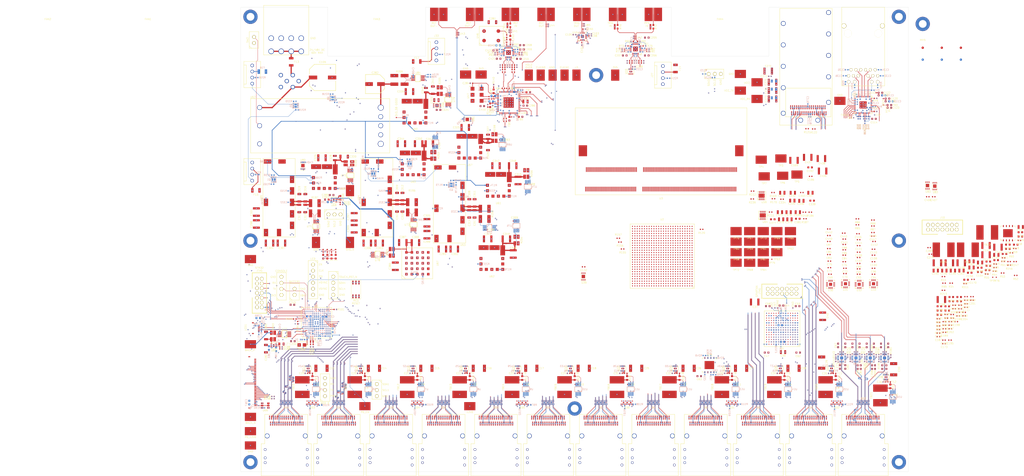
<source format=kicad_pcb>
(kicad_pcb (version 20171130) (host pcbnew "(5.1.4)")
  (layers (0 F.Cu signal) (1 In1.Cu signal) (2 In2.Cu signal) (3 In3.Cu signal) (4 In4.Cu signal) (5 In5.Cu signal) (6 In6.Cu signal) (31 B.Cu signal) (34 B.Paste user) (35 F.Paste user) (36 B.SilkS user) (37 F.SilkS user) (38 B.Mask user) (39 F.Mask user) (44 Edge.Cuts user))
  (net 0 "")
  (net 1 /GND)
  (net 2 /3V3)
  (net 3 /12V0)
  (net 4 "Net-(C19-Pad1)")
  (net 5 "Net-(C20-Pad1)")
  (net 6 "Net-(C21-Pad1)")
  (net 7 "Net-(C22-Pad1)")
  (net 8 "Net-(C23-Pad1)")
  (net 9 "Net-(C24-Pad1)")
  (net 10 "Net-(C31-Pad1)")
  (net 11 "Net-(C32-Pad1)")
  (net 12 "Net-(C33-Pad1)")
  (net 13 "Net-(C34-Pad1)")
  (net 14 "Net-(C35-Pad1)")
  (net 15 "Net-(C36-Pad1)")
  (net 16 /1V0_1)
  (net 17 /1V8)
  (net 18 /5V0)
  (net 19 /5V0_N)
  (net 20 /2V5)
  (net 21 /0V5)
  (net 22 /1V2)
  (net 23 "Net-(C101-Pad2)")
  (net 24 "/Power Supply/Intermediate and Standby Rails/VIN_FILT")
  (net 25 "/RGMII PHY/A3V3")
  (net 26 "/RGMII PHY/A1V2")
  (net 27 "/RGMII PHY/A1V2_PLL")
  (net 28 "/RGMII PHY/ETH_A_TAP")
  (net 29 "/RGMII PHY/ETH_B_TAP")
  (net 30 "/RGMII PHY/ETH_C_TAP")
  (net 31 "/RGMII PHY/ETH_D_TAP")
  (net 32 /2V0)
  (net 33 /1V5)
  (net 34 "/FPGA Support/GTX_1V0")
  (net 35 /GTX_1V2)
  (net 36 "/FPGA Support/GTX_1V8")
  (net 37 "Net-(C155-Pad2)")
  (net 38 /1V0_2)
  (net 39 "Net-(C156-Pad2)")
  (net 40 "Net-(C157-Pad2)")
  (net 41 /RAM_VREF)
  (net 42 /RAM_VTT)
  (net 43 "/Clocking/Trigger and Reference Inputs/REF_IN_ATTEN")
  (net 44 "/Clocking/Trigger and Reference Inputs/REF_IN_AC")
  (net 45 /3V3_SB)
  (net 46 "Net-(C229-Pad1)")
  (net 47 "Net-(C230-Pad1)")
  (net 48 /Clocking/CLK_OCXO_P)
  (net 49 /Clocking/CLK_OCXO_AC_P)
  (net 50 /Clocking/CLK_OCXO_N)
  (net 51 /Clocking/CLK_OCXO_AC_N)
  (net 52 /Clocking/REF_IN_P)
  (net 53 /Clocking/REF_IN_AC_P)
  (net 54 /Clocking/REF_IN_N)
  (net 55 /Clocking/REF_IN_AC_N)
  (net 56 /MCU/MCU_VCAP1)
  (net 57 /MCU/MCU_VCAP2)
  (net 58 /MCU/STM_RST_N)
  (net 59 /MCU/VBAT)
  (net 60 /MCU/OSC32_IN)
  (net 61 /MCU/OSC32_OUT)
  (net 62 /Clocking/LA_REFCLK_P)
  (net 63 "/Inputs/Right Pods/SERDES inputs/REFCLK_AC_P")
  (net 64 /Clocking/LA_REFCLK_N)
  (net 65 "/Inputs/Right Pods/SERDES inputs/REFCLK_AC_N")
  (net 66 /QSFP+/QSFP_VCC_RX)
  (net 67 /QSFP+/QSFP_VCC_TX)
  (net 68 /QSFP+/QSFP_VCC1)
  (net 69 /Clocking/XG_REFCLK_P)
  (net 70 /QSFP+/XG_REFCLK_AC_P)
  (net 71 /Clocking/XG_REFCLK_N)
  (net 72 /QSFP+/XG_REFCLK_AC_N)
  (net 73 "Net-(C282-Pad1)")
  (net 74 /Clocking/VCP1)
  (net 75 /Clocking/VCP2)
  (net 76 "Net-(C287-Pad2)")
  (net 77 "Net-(C288-Pad2)")
  (net 78 /Clocking/VCC_CLK23)
  (net 79 /Clocking/VCC_CLK89)
  (net 80 /Clocking/VCC_CLK45)
  (net 81 /Clocking/VCXO_P)
  (net 82 /Clocking/VCXO_AC_P)
  (net 83 /Clocking/VCXO_N)
  (net 84 /Clocking/VCXO_AC_N)
  (net 85 /Clocking/VCC_PLL1)
  (net 86 /Clocking/VCC_PLL2)
  (net 87 /Clocking/VCC_CLK67)
  (net 88 "Net-(C327-Pad1)")
  (net 89 "Net-(C328-Pad1)")
  (net 90 "/Power Supply/1.xV rails/REFIN")
  (net 91 "Net-(C340-Pad1)")
  (net 92 "Net-(C345-Pad1)")
  (net 93 "Net-(C346-Pad1)")
  (net 94 "Net-(C347-Pad1)")
  (net 95 "/Power Supply/1.xV rails/5REFIN")
  (net 96 "Net-(C383-Pad1)")
  (net 97 "Net-(C384-Pad2)")
  (net 98 "Net-(C385-Pad1)")
  (net 99 "Net-(C387-Pad1)")
  (net 100 "Net-(C390-Pad2)")
  (net 101 "Net-(C390-Pad1)")
  (net 102 "Net-(C392-Pad1)")
  (net 103 "Net-(D1-Pad1)")
  (net 104 "/Inputs/Right Pods/POD6_D3_N")
  (net 105 "/Inputs/Right Pods/POD6_D3_P")
  (net 106 "/Inputs/Right Pods/POD6_D2_N")
  (net 107 "/Inputs/Right Pods/POD6_D2_P")
  (net 108 "/Inputs/Right Pods/POD6_D1_N")
  (net 109 "/Inputs/Right Pods/POD6_D1_P")
  (net 110 "/Inputs/Right Pods/POD6_D0_N")
  (net 111 "/Inputs/Right Pods/POD6_D0_P")
  (net 112 "/Inputs/Right Pods/POD6_D7_N")
  (net 113 "/Inputs/Right Pods/POD6_D7_P")
  (net 114 "/Inputs/Right Pods/POD6_D6_N")
  (net 115 "/Inputs/Right Pods/POD6_D6_P")
  (net 116 "/Inputs/Right Pods/POD6_D5_N")
  (net 117 "/Inputs/Right Pods/POD6_D5_P")
  (net 118 "/Inputs/Right Pods/POD6_D4_N")
  (net 119 "/Inputs/Right Pods/POD6_D4_P")
  (net 120 "/Inputs/Right Pods/POD7_D3_N")
  (net 121 "/Inputs/Right Pods/POD7_D3_P")
  (net 122 "/Inputs/Right Pods/POD7_D2_N")
  (net 123 "/Inputs/Right Pods/POD7_D2_P")
  (net 124 "/Inputs/Right Pods/POD7_D1_N")
  (net 125 "/Inputs/Right Pods/POD7_D1_P")
  (net 126 "/Inputs/Right Pods/POD7_D0_N")
  (net 127 "/Inputs/Right Pods/POD7_D0_P")
  (net 128 "/Inputs/Right Pods/POD7_D7_N")
  (net 129 "/Inputs/Right Pods/POD7_D7_P")
  (net 130 "/Inputs/Right Pods/POD7_D6_N")
  (net 131 "/Inputs/Right Pods/POD7_D6_P")
  (net 132 "/Inputs/Right Pods/POD7_D5_N")
  (net 133 "/Inputs/Right Pods/POD7_D5_P")
  (net 134 "/Inputs/Right Pods/POD7_D4_N")
  (net 135 "/Inputs/Right Pods/POD7_D4_P")
  (net 136 "/Inputs/Right Pods/POD8_D3_N")
  (net 137 "/Inputs/Right Pods/POD8_D3_P")
  (net 138 "/Inputs/Right Pods/POD8_D2_N")
  (net 139 "/Inputs/Right Pods/POD8_D2_P")
  (net 140 "/Inputs/Right Pods/POD8_D1_N")
  (net 141 "/Inputs/Right Pods/POD8_D1_P")
  (net 142 "/Inputs/Right Pods/POD8_D0_N")
  (net 143 "/Inputs/Right Pods/POD8_D0_P")
  (net 144 "/Inputs/Right Pods/POD8_D7_N")
  (net 145 "/Inputs/Right Pods/POD8_D7_P")
  (net 146 "/Inputs/Right Pods/POD8_D6_N")
  (net 147 "/Inputs/Right Pods/POD8_D6_P")
  (net 148 "/Inputs/Right Pods/POD8_D5_N")
  (net 149 "/Inputs/Right Pods/POD8_D5_P")
  (net 150 "/Inputs/Right Pods/POD8_D4_N")
  (net 151 "/Inputs/Right Pods/POD8_D4_P")
  (net 152 "/Inputs/Right Pods/POD9_D3_N")
  (net 153 "/Inputs/Right Pods/POD9_D3_P")
  (net 154 "/Inputs/Right Pods/POD9_D2_N")
  (net 155 "/Inputs/Right Pods/POD9_D2_P")
  (net 156 "/Inputs/Right Pods/POD9_D1_N")
  (net 157 "/Inputs/Right Pods/POD9_D1_P")
  (net 158 "/Inputs/Right Pods/POD9_D0_N")
  (net 159 "/Inputs/Right Pods/POD9_D0_P")
  (net 160 "/Inputs/Right Pods/POD9_D7_N")
  (net 161 "/Inputs/Right Pods/POD9_D7_P")
  (net 162 "/Inputs/Right Pods/POD9_D6_N")
  (net 163 "/Inputs/Right Pods/POD9_D6_P")
  (net 164 "/Inputs/Right Pods/POD9_D5_N")
  (net 165 "/Inputs/Right Pods/POD9_D5_P")
  (net 166 "/Inputs/Right Pods/POD9_D4_N")
  (net 167 "/Inputs/Right Pods/POD9_D4_P")
  (net 168 "/Inputs/Right Pods/POD10_D3_N")
  (net 169 "/Inputs/Right Pods/POD10_D3_P")
  (net 170 "/Inputs/Right Pods/POD10_D2_N")
  (net 171 "/Inputs/Right Pods/POD10_D2_P")
  (net 172 "/Inputs/Right Pods/POD10_D1_N")
  (net 173 "/Inputs/Right Pods/POD10_D1_P")
  (net 174 "/Inputs/Right Pods/POD10_D0_N")
  (net 175 "/Inputs/Right Pods/POD10_D0_P")
  (net 176 "/Inputs/Right Pods/POD10_D7_N")
  (net 177 "/Inputs/Right Pods/POD10_D7_P")
  (net 178 "/Inputs/Right Pods/POD10_D6_N")
  (net 179 "/Inputs/Right Pods/POD10_D6_P")
  (net 180 "/Inputs/Right Pods/POD10_D5_N")
  (net 181 "/Inputs/Right Pods/POD10_D5_P")
  (net 182 "/Inputs/Right Pods/POD10_D4_N")
  (net 183 "/Inputs/Right Pods/POD10_D4_P")
  (net 184 "/Inputs/Right Pods/POD11_D3_N")
  (net 185 "/Inputs/Right Pods/POD11_D3_P")
  (net 186 "/Inputs/Right Pods/POD11_D2_N")
  (net 187 "/Inputs/Right Pods/POD11_D2_P")
  (net 188 "/Inputs/Right Pods/POD11_D1_N")
  (net 189 "/Inputs/Right Pods/POD11_D1_P")
  (net 190 "/Inputs/Right Pods/POD11_D0_N")
  (net 191 "/Inputs/Right Pods/POD11_D0_P")
  (net 192 "/Inputs/Right Pods/POD11_D7_N")
  (net 193 "/Inputs/Right Pods/POD11_D7_P")
  (net 194 "/Inputs/Right Pods/POD11_D6_N")
  (net 195 "/Inputs/Right Pods/POD11_D6_P")
  (net 196 "/Inputs/Right Pods/POD11_D5_N")
  (net 197 "/Inputs/Right Pods/POD11_D5_P")
  (net 198 "/Inputs/Right Pods/POD11_D4_N")
  (net 199 "/Inputs/Right Pods/POD11_D4_P")
  (net 200 "/Inputs/Left Pods/POD0_D3_N")
  (net 201 "/Inputs/Left Pods/POD0_D3_P")
  (net 202 "/Inputs/Left Pods/POD0_D2_N")
  (net 203 "/Inputs/Left Pods/POD0_D2_P")
  (net 204 "/Inputs/Left Pods/POD0_D1_N")
  (net 205 "/Inputs/Left Pods/POD0_D1_P")
  (net 206 "/Inputs/Left Pods/POD0_D0_N")
  (net 207 "/Inputs/Left Pods/POD0_D0_P")
  (net 208 "/Inputs/Left Pods/POD0_D7_N")
  (net 209 "/Inputs/Left Pods/POD0_D7_P")
  (net 210 "/Inputs/Left Pods/POD0_D6_N")
  (net 211 "/Inputs/Left Pods/POD0_D6_P")
  (net 212 "/Inputs/Left Pods/POD0_D5_N")
  (net 213 "/Inputs/Left Pods/POD0_D5_P")
  (net 214 "/Inputs/Left Pods/POD0_D4_N")
  (net 215 "/Inputs/Left Pods/POD0_D4_P")
  (net 216 "/Inputs/Left Pods/POD1_D3_N")
  (net 217 "/Inputs/Left Pods/POD1_D3_P")
  (net 218 "/Inputs/Left Pods/POD1_D2_N")
  (net 219 "/Inputs/Left Pods/POD1_D2_P")
  (net 220 "/Inputs/Left Pods/POD1_D1_N")
  (net 221 "/Inputs/Left Pods/POD1_D1_P")
  (net 222 "/Inputs/Left Pods/POD1_D0_N")
  (net 223 "/Inputs/Left Pods/POD1_D0_P")
  (net 224 "/Inputs/Left Pods/POD1_D7_N")
  (net 225 "/Inputs/Left Pods/POD1_D7_P")
  (net 226 "/Inputs/Left Pods/POD1_D6_N")
  (net 227 "/Inputs/Left Pods/POD1_D6_P")
  (net 228 "/Inputs/Left Pods/POD1_D5_N")
  (net 229 "/Inputs/Left Pods/POD1_D5_P")
  (net 230 "/Inputs/Left Pods/POD1_D4_N")
  (net 231 "/Inputs/Left Pods/POD1_D4_P")
  (net 232 "/Inputs/Left Pods/POD2_D3_N")
  (net 233 "/Inputs/Left Pods/POD2_D3_P")
  (net 234 "/Inputs/Left Pods/POD2_D2_N")
  (net 235 "/Inputs/Left Pods/POD2_D2_P")
  (net 236 "/Inputs/Left Pods/POD2_D1_N")
  (net 237 "/Inputs/Left Pods/POD2_D1_P")
  (net 238 "/Inputs/Left Pods/POD2_D0_N")
  (net 239 "/Inputs/Left Pods/POD2_D0_P")
  (net 240 "/Inputs/Left Pods/POD2_D7_N")
  (net 241 "/Inputs/Left Pods/POD2_D7_P")
  (net 242 "/Inputs/Left Pods/POD2_D6_N")
  (net 243 "/Inputs/Left Pods/POD2_D6_P")
  (net 244 "/Inputs/Left Pods/POD2_D5_N")
  (net 245 "/Inputs/Left Pods/POD2_D5_P")
  (net 246 "/Inputs/Left Pods/POD2_D4_N")
  (net 247 "/Inputs/Left Pods/POD2_D4_P")
  (net 248 "/Inputs/Left Pods/POD3_D3_N")
  (net 249 "/Inputs/Left Pods/POD3_D3_P")
  (net 250 "/Inputs/Left Pods/POD3_D2_N")
  (net 251 "/Inputs/Left Pods/POD3_D2_P")
  (net 252 "/Inputs/Left Pods/POD3_D1_N")
  (net 253 "/Inputs/Left Pods/POD3_D1_P")
  (net 254 "/Inputs/Left Pods/POD3_D0_N")
  (net 255 "/Inputs/Left Pods/POD3_D0_P")
  (net 256 "/Inputs/Left Pods/POD3_D7_N")
  (net 257 "/Inputs/Left Pods/POD3_D7_P")
  (net 258 "/Inputs/Left Pods/POD3_D6_N")
  (net 259 "/Inputs/Left Pods/POD3_D6_P")
  (net 260 "/Inputs/Left Pods/POD3_D5_N")
  (net 261 "/Inputs/Left Pods/POD3_D5_P")
  (net 262 "/Inputs/Left Pods/POD3_D4_N")
  (net 263 "/Inputs/Left Pods/POD3_D4_P")
  (net 264 "/Inputs/Left Pods/POD4_D3_N")
  (net 265 "/Inputs/Left Pods/POD4_D3_P")
  (net 266 "/Inputs/Left Pods/POD4_D2_N")
  (net 267 "/Inputs/Left Pods/POD4_D2_P")
  (net 268 "/Inputs/Left Pods/POD4_D1_N")
  (net 269 "/Inputs/Left Pods/POD4_D1_P")
  (net 270 "/Inputs/Left Pods/POD4_D0_N")
  (net 271 "/Inputs/Left Pods/POD4_D0_P")
  (net 272 "/Inputs/Left Pods/POD4_D7_N")
  (net 273 "/Inputs/Left Pods/POD4_D7_P")
  (net 274 "/Inputs/Left Pods/POD4_D6_N")
  (net 275 "/Inputs/Left Pods/POD4_D6_P")
  (net 276 "/Inputs/Left Pods/POD4_D5_N")
  (net 277 "/Inputs/Left Pods/POD4_D5_P")
  (net 278 "/Inputs/Left Pods/POD4_D4_N")
  (net 279 "/Inputs/Left Pods/POD4_D4_P")
  (net 280 "/Inputs/Left Pods/POD5_D3_N")
  (net 281 "/Inputs/Left Pods/POD5_D3_P")
  (net 282 "/Inputs/Left Pods/POD5_D2_N")
  (net 283 "/Inputs/Left Pods/POD5_D2_P")
  (net 284 "/Inputs/Left Pods/POD5_D1_N")
  (net 285 "/Inputs/Left Pods/POD5_D1_P")
  (net 286 "/Inputs/Left Pods/POD5_D0_N")
  (net 287 "/Inputs/Left Pods/POD5_D0_P")
  (net 288 "/Inputs/Left Pods/POD5_D7_N")
  (net 289 "/Inputs/Left Pods/POD5_D7_P")
  (net 290 "/Inputs/Left Pods/POD5_D6_N")
  (net 291 "/Inputs/Left Pods/POD5_D6_P")
  (net 292 "/Inputs/Left Pods/POD5_D5_N")
  (net 293 "/Inputs/Left Pods/POD5_D5_P")
  (net 294 "/Inputs/Left Pods/POD5_D4_N")
  (net 295 "/Inputs/Left Pods/POD5_D4_P")
  (net 296 "Net-(D26-Pad2)")
  (net 297 "Net-(D27-Pad2)")
  (net 298 "Net-(D28-Pad2)")
  (net 299 "Net-(D29-Pad2)")
  (net 300 "/Inputs/Pod Power/P0_VSHUNT")
  (net 301 "Net-(F1-Pad1)")
  (net 302 "/Inputs/Pod Power/P1_VSHUNT")
  (net 303 "Net-(F2-Pad1)")
  (net 304 "/Inputs/Pod Power/P2_VSHUNT")
  (net 305 "Net-(F3-Pad1)")
  (net 306 "/Inputs/Pod Power/P3_VSHUNT")
  (net 307 "Net-(F4-Pad1)")
  (net 308 "/Inputs/Pod Power/P4_VSHUNT")
  (net 309 "Net-(F5-Pad1)")
  (net 310 "/Inputs/Pod Power/P5_VSHUNT")
  (net 311 "Net-(F6-Pad1)")
  (net 312 "/Inputs/Pod Power/P6_VSHUNT")
  (net 313 "Net-(F7-Pad1)")
  (net 314 "/Inputs/Pod Power/P7_VSHUNT")
  (net 315 "Net-(F8-Pad1)")
  (net 316 "/Inputs/Pod Power/P8_VSHUNT")
  (net 317 "Net-(F9-Pad1)")
  (net 318 "/Inputs/Pod Power/P9_VSHUNT")
  (net 319 "Net-(F10-Pad1)")
  (net 320 "/Inputs/Pod Power/P10_VSHUNT")
  (net 321 "Net-(F11-Pad1)")
  (net 322 "/Inputs/Pod Power/P11_VSHUNT")
  (net 323 "Net-(F12-Pad1)")
  (net 324 "/Power Supply/Intermediate and Standby Rails/VIN_FUSED")
  (net 325 "/Power Supply/Intermediate and Standby Rails/VIN")
  (net 326 "/Inputs/Pod Power/P0_12V0")
  (net 327 "/Inputs/Left Pods/P0_12V0")
  (net 328 "/Inputs/Pod Power/P1_12V0")
  (net 329 "/Inputs/Left Pods/P1_12V0")
  (net 330 "/Inputs/Pod Power/P2_12V0")
  (net 331 "/Inputs/Left Pods/P2_12V0")
  (net 332 "/Inputs/Pod Power/P3_12V0")
  (net 333 "/Inputs/Left Pods/P3_12V0")
  (net 334 "/Inputs/Pod Power/P4_12V0")
  (net 335 "/Inputs/Left Pods/P4_12V0")
  (net 336 "/Inputs/Pod Power/P5_12V0")
  (net 337 "/Inputs/Left Pods/P5_12V0")
  (net 338 "/Inputs/Pod Power/P6_12V0")
  (net 339 "/Inputs/Right Pods/P6_12V0")
  (net 340 "/Inputs/Pod Power/P7_12V0")
  (net 341 "/Inputs/Right Pods/P7_12V0")
  (net 342 "/Inputs/Pod Power/P8_12V0")
  (net 343 "/Inputs/Right Pods/P8_12V0")
  (net 344 "/Inputs/Pod Power/P9_12V0")
  (net 345 "/Inputs/Right Pods/P9_12V0")
  (net 346 "/Inputs/Pod Power/P10_12V0")
  (net 347 "/Inputs/Right Pods/P10_12V0")
  (net 348 "/Inputs/Pod Power/P11_12V0")
  (net 349 "/Inputs/Right Pods/P11_12V0")
  (net 350 "/Power Supply/Intermediate and Standby Rails/GND_IN")
  (net 351 /MCU/STM_RST_J)
  (net 352 /MCU/STM_TDI)
  (net 353 /MCU/STM_TDO)
  (net 354 /MCU/STM_TCK)
  (net 355 /MCU/STM_TMS)
  (net 356 "/Inputs/Pod Power/P6_PRESENT")
  (net 357 /Inputs/P6_UART_TX)
  (net 358 /Inputs/P6_UART_RX)
  (net 359 "/Inputs/Pod Power/P7_PRESENT")
  (net 360 /Inputs/P7_UART_TX)
  (net 361 /Inputs/P7_UART_RX)
  (net 362 "/Inputs/Pod Power/P8_PRESENT")
  (net 363 /Inputs/P8_UART_TX)
  (net 364 /Inputs/P8_UART_RX)
  (net 365 "/Inputs/Pod Power/P9_PRESENT")
  (net 366 /Inputs/P9_UART_TX)
  (net 367 /Inputs/P9_UART_RX)
  (net 368 "/Inputs/Pod Power/P10_PRESENT")
  (net 369 /Inputs/P10_UART_TX)
  (net 370 /Inputs/P10_UART_RX)
  (net 371 "/Inputs/Pod Power/P11_PRESENT")
  (net 372 /Inputs/P11_UART_TX)
  (net 373 /Inputs/P11_UART_RX)
  (net 374 "/FPGA Support/K7_TDI")
  (net 375 "/FPGA Support/K7_TDO")
  (net 376 "/FPGA Support/K7_TCK")
  (net 377 "/FPGA Support/K7_TMS")
  (net 378 "/RGMII PHY/ETH_LED2_N")
  (net 379 "/RGMII PHY/ETH_LED1_N")
  (net 380 "/RGMII PHY/ETH_A_P")
  (net 381 "/RGMII PHY/ETH_A_N")
  (net 382 "/RGMII PHY/ETH_D_N")
  (net 383 "/RGMII PHY/ETH_D_P")
  (net 384 "/RGMII PHY/ETH_B_N")
  (net 385 "/RGMII PHY/ETH_B_P")
  (net 386 "/RGMII PHY/ETH_C_P")
  (net 387 "/RGMII PHY/ETH_C_N")
  (net 388 "/Clocking/Trigger and Reference Inputs/TRIG_IN")
  (net 389 "/Clocking/Trigger and Reference Inputs/REFCLK_IN")
  (net 390 "/Clocking/Trigger and Reference Inputs/PPS_IN")
  (net 391 /Inputs/P0_UART_TX)
  (net 392 /Inputs/P0_UART_RX)
  (net 393 /Inputs/P1_UART_TX)
  (net 394 /Inputs/P1_UART_RX)
  (net 395 /Inputs/P2_UART_TX)
  (net 396 /Inputs/P2_UART_RX)
  (net 397 /Inputs/P3_UART_TX)
  (net 398 /Inputs/P3_UART_RX)
  (net 399 /Inputs/P4_UART_TX)
  (net 400 /Inputs/P4_UART_RX)
  (net 401 /Inputs/P5_UART_TX)
  (net 402 /Inputs/P5_UART_RX)
  (net 403 /Clocking/REF_OUT_P)
  (net 404 /Clocking/REF_OUT_N)
  (net 405 /Clocking/REF_OUT)
  (net 406 /Clocking/TRIG_OUT_MUX_P)
  (net 407 /MCU/FAN0_TACHO)
  (net 408 /MCU/FAN0_PWM_SHIFTED)
  (net 409 /QSFP+/QSFP_RX2_N)
  (net 410 /QSFP+/QSFP_RX2_P)
  (net 411 /QSFP+/QSFP_RX4_P)
  (net 412 /QSFP+/QSFP_RX4_N)
  (net 413 /QSFP_PRESENT_N)
  (net 414 /QSFP_INT_N)
  (net 415 /QSFP_LP_MODE)
  (net 416 /QSFP+/QSFP_TX3_P)
  (net 417 /QSFP+/QSFP_TX3_N)
  (net 418 /QSFP+/QSFP_TX1_P)
  (net 419 /QSFP+/QSFP_TX1_N)
  (net 420 /QSFP+/QSFP_RX1_N)
  (net 421 /QSFP+/QSFP_RX1_P)
  (net 422 /QSFP+/QSFP_RX3_N)
  (net 423 /QSFP+/QSFP_RX3_P)
  (net 424 /QSFP_RST_N)
  (net 425 /QSFP_MODSEL_N)
  (net 426 /QSFP+/QSFP_TX4_P)
  (net 427 /QSFP+/QSFP_TX4_N)
  (net 428 /QSFP+/QSFP_TX2_P)
  (net 429 /QSFP+/QSFP_TX2_N)
  (net 430 /MCU/FAN1_TACHO)
  (net 431 /MCU/FAN1_PWM_SHIFTED)
  (net 432 /MCU/FAN2_TACHO)
  (net 433 /MCU/FAN2_PWM_SHIFTED)
  (net 434 /MCU/FAN3_TACHO)
  (net 435 /MCU/FAN3_PWM_SHIFTED)
  (net 436 "Net-(L7-Pad1)")
  (net 437 "/Power Supply/1.xV rails/1V5_EN_SHIFT")
  (net 438 "/Power Supply/1.xV rails/1V0_EN_SHIFT")
  (net 439 /MCU/1V0_EN)
  (net 440 /MCU/1V5_EN)
  (net 441 "/Power Supply/1.xV rails/1V2_EN_SHIFT")
  (net 442 "/Power Supply/1.xV rails/1V8_EN_SHIFT")
  (net 443 /MCU/1V8_EN)
  (net 444 /MCU/1V2_EN)
  (net 445 "/Power Supply/Higher voltage rails/2V5_EN_SHIFT")
  (net 446 "/Power Supply/Higher voltage rails/2V0_EN_SHIFT")
  (net 447 /MCU/2V0_EN)
  (net 448 /MCU/2V5_EN)
  (net 449 "/Power Supply/Higher voltage rails/3V3_EN_SHIFT")
  (net 450 /MCU/3V3_EN)
  (net 451 /MCU/FAN2_PWM)
  (net 452 /MCU/FAN1_PWM)
  (net 453 /MCU/FAN0_PWM)
  (net 454 /MCU/FAN3_PWM)
  (net 455 "Net-(R1-Pad2)")
  (net 456 "Net-(R2-Pad2)")
  (net 457 "Net-(R3-Pad2)")
  (net 458 "Net-(R4-Pad2)")
  (net 459 "Net-(R5-Pad2)")
  (net 460 "Net-(R6-Pad2)")
  (net 461 "Net-(R13-Pad2)")
  (net 462 "Net-(R14-Pad2)")
  (net 463 "Net-(R15-Pad2)")
  (net 464 "Net-(R16-Pad2)")
  (net 465 "Net-(R17-Pad2)")
  (net 466 "Net-(R18-Pad2)")
  (net 467 /Inputs/S7_RST_N)
  (net 468 "Net-(R26-Pad1)")
  (net 469 "Net-(R27-Pad2)")
  (net 470 "/Inputs/IO FPGA/S7_QSPI_SCK")
  (net 471 /Inputs/S7_INIT_B)
  (net 472 /Inputs/S7_QSPI_DQ1)
  (net 473 "Net-(R29-Pad1)")
  (net 474 /Inputs/S7_QSPI_DQ2)
  (net 475 "Net-(R30-Pad1)")
  (net 476 "Net-(R31-Pad2)")
  (net 477 /Inputs/S7_QSPI_DQ3)
  (net 478 "Net-(R32-Pad2)")
  (net 479 /Inputs/S7_QSPI_DQ0)
  (net 480 /Clocking/EXT_TRIG_2_P)
  (net 481 /Clocking/EXT_TRIG_2_N)
  (net 482 /Clocking/SYNC_CLK_2_P)
  (net 483 /Clocking/SYNC_CLK_2_N)
  (net 484 "/RGMII PHY/RGMII_RXD3")
  (net 485 "/RGMII PHY/RGMII_RXD2")
  (net 486 "/RGMII PHY/RGMII_RXD1")
  (net 487 "/RGMII PHY/RGMII_RXD0")
  (net 488 "/RGMII PHY/RGMII_RX_DV")
  (net 489 "/RGMII PHY/RGMII_RX_CLK")
  (net 490 "Net-(R42-Pad2)")
  (net 491 "Net-(R43-Pad2)")
  (net 492 "Net-(R44-Pad2)")
  (net 493 "Net-(R45-Pad2)")
  (net 494 "Net-(R46-Pad2)")
  (net 495 "Net-(R47-Pad2)")
  (net 496 "Net-(R48-Pad2)")
  (net 497 "Net-(R49-Pad2)")
  (net 498 "/RGMII PHY/RGMII_MDIO")
  (net 499 "/RGMII PHY/MAC_I2C_SCL")
  (net 500 "/RGMII PHY/MAC_I2C_SDA")
  (net 501 "Net-(R54-Pad1)")
  (net 502 "/FPGA Support/K7_QSPI_SCK")
  (net 503 "Net-(R55-Pad1)")
  (net 504 /K7_INIT_B)
  (net 505 /K7_RST_N)
  (net 506 /K7_QSPI_DQ1)
  (net 507 "Net-(R58-Pad1)")
  (net 508 /K7_QSPI_DQ2)
  (net 509 "Net-(R59-Pad1)")
  (net 510 "Net-(R60-Pad2)")
  (net 511 /K7_QSPI_DQ3)
  (net 512 "Net-(R61-Pad2)")
  (net 513 /K7_QSPI_DQ0)
  (net 514 "Net-(R62-Pad1)")
  (net 515 "Net-(R63-Pad1)")
  (net 516 "Net-(R64-Pad1)")
  (net 517 "Net-(R65-Pad1)")
  (net 518 "Net-(R66-Pad1)")
  (net 519 "Net-(R67-Pad1)")
  (net 520 /Clocking/RAM_CLK_P)
  (net 521 /Clocking/RAM_CLK_N)
  (net 522 /RAM/DDR_RST_N)
  (net 523 "/Clocking/Trigger and Reference Inputs/TRIG_IN_ATTEN")
  (net 524 "/Clocking/Trigger and Reference Inputs/PPS_IN_ATTEN")
  (net 525 "Net-(R73-Pad2)")
  (net 526 "Net-(R73-Pad1)")
  (net 527 "Net-(R74-Pad2)")
  (net 528 "Net-(R74-Pad1)")
  (net 529 "Net-(R75-Pad2)")
  (net 530 "Net-(R75-Pad1)")
  (net 531 "Net-(R77-Pad2)")
  (net 532 "Net-(R78-Pad2)")
  (net 533 "Net-(R79-Pad2)")
  (net 534 "Net-(R80-Pad2)")
  (net 535 "Net-(R81-Pad2)")
  (net 536 "Net-(R82-Pad2)")
  (net 537 "Net-(R83-Pad2)")
  (net 538 "Net-(R83-Pad1)")
  (net 539 "/Inputs/Right Pods/SERDES inputs/UNUSED1_P")
  (net 540 "/Inputs/Right Pods/SERDES inputs/UNUSED1_N")
  (net 541 "/Inputs/Right Pods/SERDES inputs/UNUSED2_P")
  (net 542 "/Inputs/Right Pods/SERDES inputs/UNUSED2_N")
  (net 543 "Net-(R92-Pad2)")
  (net 544 /PPS_IN_P)
  (net 545 /PPS_IN_N)
  (net 546 "Net-(R100-Pad1)")
  (net 547 /PLL_SPI_DATA)
  (net 548 "Net-(R101-Pad1)")
  (net 549 /MCU/TOUCH_RST_N)
  (net 550 /MCU/TOUCH_INT)
  (net 551 "Net-(R118-Pad2)")
  (net 552 "Net-(R120-Pad1)")
  (net 553 "/Clocking/Trigger and Reference Inputs/TRIG_IN_P")
  (net 554 "/Clocking/Trigger and Reference Inputs/TRIG_IN_N")
  (net 555 "Net-(R131-Pad2)")
  (net 556 "Net-(R142-Pad2)")
  (net 557 "Net-(R143-Pad2)")
  (net 558 "Net-(R144-Pad2)")
  (net 559 "Net-(R145-Pad2)")
  (net 560 "Net-(R146-Pad2)")
  (net 561 "Net-(R147-Pad2)")
  (net 562 "Net-(R148-Pad2)")
  (net 563 "Net-(R149-Pad2)")
  (net 564 /Clocking/TRIG_OUT_MUX_N)
  (net 565 "Net-(R151-Pad1)")
  (net 566 "Net-(R152-Pad1)")
  (net 567 "Net-(R153-Pad1)")
  (net 568 "/Power Supply/1.xV rails/1V0_1_SENSE")
  (net 569 "/Power Supply/1.xV rails/1V0_2_SENSE")
  (net 570 "/Power Supply/1.xV rails/1V5_SENSE")
  (net 571 "Net-(R167-Pad1)")
  (net 572 "Net-(R168-Pad1)")
  (net 573 "Net-(R171-Pad1)")
  (net 574 "/Power Supply/Intermediate and Standby Rails/3V3_SB_GOOD")
  (net 575 "Net-(R175-Pad1)")
  (net 576 "Net-(R176-Pad1)")
  (net 577 "Net-(R177-Pad1)")
  (net 578 "Net-(R182-Pad2)")
  (net 579 "Net-(R183-Pad2)")
  (net 580 "Net-(R184-Pad2)")
  (net 581 "Net-(R185-Pad2)")
  (net 582 "Net-(R188-Pad2)")
  (net 583 /VBACKLIGHT_P)
  (net 584 "Net-(R190-Pad1)")
  (net 585 "Net-(R191-Pad1)")
  (net 586 /MCU/5V0_GOOD)
  (net 587 "/Power Supply/Higher voltage rails/5V0_N_FB")
  (net 588 "/Power Supply/1.xV rails/1V0_1_SENSE_LO")
  (net 589 "/Power Supply/1.xV rails/1V0_1_SENSE_HI")
  (net 590 "/Power Supply/1.xV rails/1V0_2_SENSE_LO")
  (net 591 "/Power Supply/1.xV rails/1V0_2_SENSE_HI")
  (net 592 "/Power Supply/1.xV rails/1V5_SENSE_LO")
  (net 593 "/Power Supply/1.xV rails/1V5_SENSE_HI")
  (net 594 "/Power Supply/1.xV rails/1V2_SENSE_LO")
  (net 595 "/Power Supply/1.xV rails/1V2_SENSE_HI")
  (net 596 "/Power Supply/1.xV rails/1V8_SENSE_LO")
  (net 597 "/Power Supply/1.xV rails/1V8_SENSE_HI")
  (net 598 "/Power Supply/Higher voltage rails/2V5_SENSE_LO")
  (net 599 "/Power Supply/Higher voltage rails/2V5_SENSE_HI")
  (net 600 "/Power Supply/Higher voltage rails/2V0_SENSE_LO")
  (net 601 "/Power Supply/Higher voltage rails/2V0_SENSE_HI")
  (net 602 "/Power Supply/Higher voltage rails/3V3_SENSE_LO")
  (net 603 "/Power Supply/Higher voltage rails/3V3_SENSE_HI")
  (net 604 "/Power Supply/Higher voltage rails/BACKLIGHT_SENSE_LO")
  (net 605 "/Power Supply/Higher voltage rails/BACKLIGHT_SENSE_HI")
  (net 606 "/Power Supply/Higher voltage rails/5V0_SENSE_LO")
  (net 607 "/Power Supply/Higher voltage rails/5V0_SENSE_HI")
  (net 608 "/Power Supply/Intermediate and Standby Rails/3V3_SB_SENSE_LO")
  (net 609 "/Power Supply/Intermediate and Standby Rails/3V3_SB_SENSE_HI")
  (net 610 "/Power Supply/Intermediate and Standby Rails/12V0_SENSE_LO")
  (net 611 "/Power Supply/Intermediate and Standby Rails/12V0_SENSE_HI")
  (net 612 "Net-(R207-Pad1)")
  (net 613 "Net-(R208-Pad1)")
  (net 614 "Net-(R209-Pad1)")
  (net 615 "Net-(R210-Pad1)")
  (net 616 "Net-(R211-Pad1)")
  (net 617 "Net-(R212-Pad1)")
  (net 618 "Net-(R213-Pad1)")
  (net 619 /5V0_SB)
  (net 620 /MCU/LED0)
  (net 621 /MCU/LED1)
  (net 622 /MCU/LED2)
  (net 623 /MCU/LED3)
  (net 624 "/Power Supply/Intermediate and Standby Rails/12V0_ON_N")
  (net 625 /MCU/CONSOLE_RX)
  (net 626 /MCU/CONSOLE_TX)
  (net 627 /PLL_STATUS_CLKIN1)
  (net 628 /SCPI_UART_TX)
  (net 629 /SCPI_UART_RX)
  (net 630 /Inputs/S7_DONE)
  (net 631 /MCU/LCD_R6)
  (net 632 /PLL_SPI_CLK)
  (net 633 /PLL_STATUS_HOLDOVER)
  (net 634 /MCU/ETH_PPS_OUT)
  (net 635 /MCU/BACKLIGHT_PWM)
  (net 636 /TEMP3_ALERT)
  (net 637 /PLL_SPI_LE)
  (net 638 /MCU/LCD_G2)
  (net 639 /MCU/LCD_G3)
  (net 640 /MCU/LCD_G5)
  (net 641 /MCU/LCD_G7)
  (net 642 /TRIG_OUT_MUX_EQ)
  (net 643 /TEMP4_ALERT)
  (net 644 /MCU/LCD_R7)
  (net 645 /MCU/LCD_G0)
  (net 646 /MCU/LCD_G1)
  (net 647 /MCU/LCD_G4)
  (net 648 /MCU/LCD_G6)
  (net 649 /MCU/3V3_GOOD)
  (net 650 /TRIG_OUT_SEL)
  (net 651 /MCU/LCD_B3)
  (net 652 /MCU/LCD_B0)
  (net 653 /MCU/LCD_R5)
  (net 654 /MCU/5V0_EN)
  (net 655 /MCU/LCD_B2)
  (net 656 /MCU/LCD_B1)
  (net 657 /MCU/LCD_R4)
  (net 658 /MCU/VBACKLIGHT_EN)
  (net 659 /MCU/LCD_B4)
  (net 660 /MCU/RMII_TX_EN)
  (net 661 /Inputs/S7_SPI_MOSI)
  (net 662 /MCU/LCD_R2)
  (net 663 /MCU/LCD_R3)
  (net 664 /TEMP1_ALERT)
  (net 665 /TEMP2_ALERT)
  (net 666 /MCU/LCD_B5)
  (net 667 /MCU/5V0_N_EN)
  (net 668 /PLL_STATUS_LD)
  (net 669 /MCU/LCD_R1)
  (net 670 /MCU/2V5_GOOD)
  (net 671 /MCU/2V0_GOOD)
  (net 672 /MCU/LCD_B6)
  (net 673 /MCU/0V5_EN)
  (net 674 /MCU/RMII_RXD1)
  (net 675 /MCU/RMII_RXD0)
  (net 676 /MCU/LCD_HSYNC)
  (net 677 /MCU/LCD_B7)
  (net 678 /MCU/0V5_GOOD)
  (net 679 /Inputs/S7_SPI_SCK)
  (net 680 /Inputs/S7_SPI_CS_N)
  (net 681 /MCU/LCD_R0)
  (net 682 /MCU/LCD_VSYNC)
  (net 683 /MCU/LCD_EN)
  (net 684 /PLL_STATUS_CLKIN0)
  (net 685 /MCU/RMII_TXD1)
  (net 686 /MCU/RMII_CRS_DV)
  (net 687 /Inputs/S7_SPI_MISO)
  (net 688 /MCU/1V8_GOOD)
  (net 689 /MCU/LCD_CLK)
  (net 690 /MCU/RMII_TXD0)
  (net 691 /MCU/K7_SPI_SCK)
  (net 692 /MCU/RMII_REFCLK)
  (net 693 /MCU/VTT_EN)
  (net 694 /MCU/1V5_GOOD)
  (net 695 /MCU/1V2_GOOD)
  (net 696 /MCU/1V0_2_GOOD)
  (net 697 /MCU/1V0_1_GOOD)
  (net 698 /MCU/K7_SPI_MOSI)
  (net 699 /K7_DONE)
  (net 700 /MCU/VTT_GOOD)
  (net 701 /MCU/LCD_ON)
  (net 702 /MCU/K7_SPI_MISO)
  (net 703 /MCU/K7_SPI_CS_N)
  (net 704 "/RGMII PHY/RGMII_TX_EN")
  (net 705 "/RGMII PHY/RGMII_TXD1")
  (net 706 "/RGMII PHY/RGMII_TXD3")
  (net 707 "/RGMII PHY/RGMII_TXD0")
  (net 708 "/RGMII PHY/RGMII_TXD2")
  (net 709 /PLL_SYNC)
  (net 710 "/RGMII PHY/RGMII_RST_N")
  (net 711 /K7_QSPI_CS_N)
  (net 712 "/RGMII PHY/RGMII_MDC")
  (net 713 /RAM/DDR_DQ38)
  (net 714 /RAM/DDR_DQS6_N)
  (net 715 /RAM/DDR_DQS6_P)
  (net 716 /RAM/DDR_DQ52)
  (net 717 /RAM/DDR_DQ37)
  (net 718 /RAM/DDR_DQ54)
  (net 719 /RAM/DDR_DQ53)
  (net 720 /RAM/DDR_DQ55)
  (net 721 /RAM/DDR_DM6)
  (net 722 /RAM/DDR_DQS7_N)
  (net 723 /RAM/DDR_DQ61)
  (net 724 /RAM/DDR_DQS4_N)
  (net 725 /RAM/DDR_DQS4_P)
  (net 726 /RAM/DDR_DQ49)
  (net 727 /RAM/DDR_DQ48)
  (net 728 /RAM/DDR_DQ46)
  (net 729 /RAM/DDR_DQS7_P)
  (net 730 /RAM/DDR_DQ60)
  (net 731 /RAM/DDR_DQ32)
  (net 732 /RAM/DDR_DM4)
  (net 733 /RAM/DDR_DQ51)
  (net 734 /RAM/DDR_DQ50)
  (net 735 /RAM/DDR_DQ45)
  (net 736 /RAM/DDR_DM7)
  (net 737 /RAM/DDR_DQ57)
  (net 738 /RAM/DDR_DQ39)
  (net 739 /RAM/DDR_DQ47)
  (net 740 /RAM/DDR_DQS5_N)
  (net 741 /RAM/DDR_DQ59)
  (net 742 /RAM/DDR_DQ56)
  (net 743 "/Inputs/Right Pods/MUX1_EQ")
  (net 744 /RAM/DDR_DQ34)
  (net 745 /RAM/DDR_DQ36)
  (net 746 /RAM/DDR_DQ35)
  (net 747 /RAM/DDR_DQ44)
  (net 748 /RAM/DDR_DQ40)
  (net 749 /RAM/DDR_DQS5_P)
  (net 750 /RAM/DDR_DQ58)
  (net 751 "/Inputs/Right Pods/MUX1_SEL")
  (net 752 "/Inputs/Right Pods/MUX2_SEL")
  (net 753 "/Inputs/Right Pods/MUX2_EQ")
  (net 754 /RAM/DDR_DQ33)
  (net 755 /RAM/DDR_DQ42)
  (net 756 /RAM/DDR_DQ41)
  (net 757 /RAM/DDR_DQ43)
  (net 758 /RAM/DDR_DM5)
  (net 759 /RAM/DDR_DQ63)
  (net 760 /RAM/DDR_DQ62)
  (net 761 "/Inputs/Right Pods/MUX0_EQ")
  (net 762 /RAM/DDR_ODT_0)
  (net 763 "/Inputs/Right Pods/MUX3_SEL")
  (net 764 /RAM/DDR_CKE_0)
  (net 765 /RAM/DDR_CS_N_0)
  (net 766 "/Inputs/Right Pods/MUX3_EQ")
  (net 767 /RAM/DDR_A9)
  (net 768 /RAM/DDR_A14)
  (net 769 /RAM/DDR_A15)
  (net 770 /RAM/DDR_A8)
  (net 771 /RAM/DDR_CLK0_P)
  (net 772 /Clocking/K7_CLK_P)
  (net 773 /Clocking/K7_CLK_N)
  (net 774 /Clocking/TRIG_OUT_P)
  (net 775 /Clocking/TRIG_OUT_N)
  (net 776 /RAM/DDR_WE_N)
  (net 777 /RAM/DDR_CAS_N)
  (net 778 /RAM/DDR_RAS_N)
  (net 779 /RAM/DDR_BA0)
  (net 780 /RAM/DDR_CLK0_N)
  (net 781 /RAM/DDR_A7)
  (net 782 /RAM/DDR_A0)
  (net 783 /RAM/DDR_A1)
  (net 784 /RAM/DDR_A3)
  (net 785 /RAM/DDR_A11)
  (net 786 /RAM/DDR_A6)
  (net 787 /RAM/DDR_A13)
  (net 788 "/Inputs/Right Pods/MUX0_SEL")
  (net 789 /RAM/DDR_A4)
  (net 790 /RAM/DDR_A5)
  (net 791 /RAM/DDR_BA1)
  (net 792 /RAM/DDR_BA2)
  (net 793 /RAM/DDR_A2)
  (net 794 /RAM/DDR_A10)
  (net 795 /RAM/DDR_A12)
  (net 796 /RAM/DDR_DQ5)
  (net 797 /RAM/DDR_DQ28)
  (net 798 /RAM/DDR_DQ23)
  (net 799 /RAM/DDR_DQ20)
  (net 800 /RAM/DDR_DM2)
  (net 801 /RAM/DDR_DQ21)
  (net 802 /RAM/DDR_DQS0_P)
  (net 803 /RAM/DDR_DQ6)
  (net 804 /RAM/DDR_DM0)
  (net 805 "/Inputs/Right Pods/SERDES inputs/CH3_P")
  (net 806 /RAM/DDR_DQS3_P)
  (net 807 /RAM/DDR_DQ29)
  (net 808 /RAM/DDR_DQS2_N)
  (net 809 /RAM/DDR_DQS2_P)
  (net 810 /RAM/DDR_DQ22)
  (net 811 /RAM/DDR_DQS0_N)
  (net 812 /RAM/DDR_DQ0)
  (net 813 "/Inputs/Right Pods/SERDES inputs/CH3_N")
  (net 814 /RAM/DDR_DQS3_N)
  (net 815 /RAM/DDR_DM3)
  (net 816 /RAM/DDR_DQ18)
  (net 817 /RAM/DDR_DQ17)
  (net 818 /RAM/DDR_DQ16)
  (net 819 /RAM/DDR_DQ7)
  (net 820 "/Inputs/Right Pods/SERDES inputs/CH0_P")
  (net 821 "/Inputs/Right Pods/SERDES inputs/CH1_P")
  (net 822 "/Inputs/Right Pods/SERDES inputs/CH2_P")
  (net 823 /RAM/DDR_DQ30)
  (net 824 /RAM/DDR_DQ26)
  (net 825 /RAM/DDR_DQ19)
  (net 826 /RAM/DDR_DQ15)
  (net 827 /RAM/DDR_DM1)
  (net 828 /RAM/DDR_DQ4)
  (net 829 /RAM/DDR_DQ3)
  (net 830 "/Inputs/Right Pods/SERDES inputs/CH0_N")
  (net 831 "/Inputs/Right Pods/SERDES inputs/CH1_N")
  (net 832 "/Inputs/Right Pods/SERDES inputs/CH2_N")
  (net 833 /RAM/DDR_DQ31)
  (net 834 /RAM/DDR_DQ27)
  (net 835 /RAM/DDR_DQ14)
  (net 836 /RAM/DDR_DQ13)
  (net 837 /RAM/DDR_DQ8)
  (net 838 /RAM/DDR_DQ9)
  (net 839 /RAM/DDR_DQ1)
  (net 840 /Clocking/GTX_TRIG_OUT_P)
  (net 841 /RAM/DDR_DQ25)
  (net 842 /RAM/DDR_DQ24)
  (net 843 /RAM/DDR_DQS1_N)
  (net 844 /RAM/DDR_DQS1_P)
  (net 845 /RAM/DDR_DQ12)
  (net 846 /RAM/DDR_DQ11)
  (net 847 /RAM/DDR_DQ10)
  (net 848 /RAM/DDR_DQ2)
  (net 849 /Clocking/GTX_TRIG_OUT_N)
  (net 850 /Inputs/S7_QSPI_CS_N)
  (net 851 /Clocking/S7_CLK_P)
  (net 852 /Clocking/S7_CLK_N)
  (net 853 "/Inputs/Pod Power/P0_PWREN")
  (net 854 "/Inputs/Pod Power/P11_PWREN")
  (net 855 "/Inputs/Pod Power/P7_PWREN")
  (net 856 "/Inputs/Pod Power/P8_PWREN")
  (net 857 "/Inputs/Pod Power/P7_ALERT")
  (net 858 "/Inputs/Pod Power/P9_ALERT")
  (net 859 "/Inputs/Pod Power/P1_ALERT")
  (net 860 "/Inputs/Pod Power/P0_ALERT")
  (net 861 "/Inputs/Pod Power/P3_PWREN")
  (net 862 "/Inputs/Pod Power/P8_ALERT")
  (net 863 "/Inputs/Pod Power/P10_ALERT")
  (net 864 "/Inputs/Pod Power/P2_ALERT")
  (net 865 "/Inputs/Pod Power/P1_PWREN")
  (net 866 "/Inputs/Pod Power/P2_PWREN")
  (net 867 "/Inputs/Pod Power/P5_PWREN")
  (net 868 "/Inputs/Pod Power/P4_PWREN")
  (net 869 "/Inputs/Pod Power/P5_ALERT")
  (net 870 "/Inputs/Pod Power/P3_ALERT")
  (net 871 "/Inputs/Pod Power/P9_PWREN")
  (net 872 "/Inputs/Pod Power/P6_PWREN")
  (net 873 "/Inputs/Pod Power/P11_ALERT")
  (net 874 "/Inputs/Pod Power/P6_ALERT")
  (net 875 "/Inputs/Pod Power/P4_ALERT")
  (net 876 "/Inputs/Pod Power/P10_PWREN")
  (net 877 "/Inputs/Right Pods/SERDES inputs/IN0_BUF_P")
  (net 878 "/Inputs/Right Pods/SERDES inputs/IN0_BUF_N")
  (net 879 /Clocking/EXT_TRIG_1_P)
  (net 880 /Clocking/EXT_TRIG_1_N)
  (net 881 "/Inputs/Right Pods/SERDES inputs/IN1_BUF_P")
  (net 882 "/Inputs/Right Pods/SERDES inputs/IN1_BUF_N")
  (net 883 /Clocking/SYNC_CLK_1_P)
  (net 884 /Clocking/SYNC_CLK_1_N)
  (net 885 "/Inputs/Right Pods/SERDES inputs/IN2_BUF_P")
  (net 886 "/Inputs/Right Pods/SERDES inputs/IN2_BUF_N")
  (net 887 "/Inputs/Right Pods/SERDES inputs/IN3_BUF_P")
  (net 888 "/Inputs/Right Pods/SERDES inputs/IN3_BUF_N")
  (net 889 /Clocking/ETH_REFCLK)
  (net 890 /VBACKLIGHT_N)
  (net 891 /Clocking/CLK_OCXO_AC)
  (net 892 "Net-(C409-Pad2)")
  (net 893 "Net-(R76-Pad2)")
  (net 894 /MCU/FAN0_12V0)
  (net 895 /MCU/FAN1_12V0)
  (net 896 /MCU/FAN2_12V0)
  (net 897 /MCU/FAN3_12V0)
  (net 898 /MCU/I2C4_SCL)
  (net 899 /MCU/I2C4_SDA)
  (net 900 /I2C3_SDA)
  (net 901 /I2C3_SCL)
  (net 902 /I2C2_SDA)
  (net 903 /I2C2_SCL)
  (net 904 /Inputs/I2C1_SCL)
  (net 905 /Inputs/I2C1_SDA)
  (net 906 "/RGMII PHY/RGMII_TX_CLK")
  (net 907 "Net-(J11-Pad16)")
  (net 908 "Net-(J11-Pad14)")
  (net 909 "/Inputs/IO FPGA/S7_TDI")
  (net 910 "/Inputs/IO FPGA/S7_TDO")
  (net 911 "/Inputs/IO FPGA/S7_TCK")
  (net 912 "/Inputs/IO FPGA/S7_TMS")
  (net 913 "/Power Supply/1.xV rails/1V5_RAW")
  (net 914 "/Power Supply/1.xV rails/1V0_2_RAW")
  (net 915 "/Power Supply/1.xV rails/1V0_1_RAW")
  (net 916 /Inputs/P1_PRESENT)
  (net 917 /Inputs/P0_PRESENT)
  (net 918 /Inputs/P3_PRESENT)
  (net 919 /Inputs/P2_PRESENT)
  (net 920 /Inputs/P5_PRESENT)
  (net 921 /Inputs/P4_PRESENT)
  (module azonenberg_pcb:EIA_0402_RES_NOSILK (layer B.Cu) (at 181 187.9 90)
    (fp_text reference R107 (at -2.3 0 90) (layer B.SilkS) (effects (font (size 0.75 0.75) (thickness 0.1)) (justify mirror)))
    (fp_text value 100K hide)
    (pad 2 smd rect (at 0.5 0 90) (size 0.5 0.5) (layers B.Cu B.Paste B.Mask) (net 356 "/Inputs/Pod Power/P6_PRESENT"))
    (pad 1 smd rect (at -0.5 0 90) (size 0.5 0.5) (layers B.Cu B.Paste B.Mask) (net 2 /3V3))
  )
  (module azonenberg_pcb:EIA_0402_RES_NOSILK (layer B.Cu) (at 49 187.799999 90)
    (fp_text reference R106 (at -2.300001 0 90) (layer B.SilkS) (effects (font (size 0.75 0.75) (thickness 0.1)) (justify mirror)))
    (fp_text value 100K hide)
    (pad 2 smd rect (at 0.5 0 90) (size 0.5 0.5) (layers B.Cu B.Paste B.Mask) (net 917 /Inputs/P0_PRESENT))
    (pad 1 smd rect (at -0.5 0 90) (size 0.5 0.5) (layers B.Cu B.Paste B.Mask) (net 2 /3V3))
  )
  (module azonenberg_pcb:EIA_0402_RES_NOSILK (layer B.Cu) (at 53.4 187.1 180)
    (fp_text reference R105 (at -2.3 0) (layer B.SilkS) (effects (font (size 0.75 0.75) (thickness 0.1)) (justify mirror)))
    (fp_text value 100K hide)
    (pad 2 smd rect (at 0.5 0 180) (size 0.5 0.5) (layers B.Cu B.Paste B.Mask) (net 916 /Inputs/P1_PRESENT))
    (pad 1 smd rect (at -0.5 0 180) (size 0.5 0.5) (layers B.Cu B.Paste B.Mask) (net 2 /3V3))
  )
  (module azonenberg_pcb:EIA_0402_RES_NOSILK (layer B.Cu) (at 93 187.8 90)
    (fp_text reference R104 (at -2.2 0 90) (layer B.SilkS) (effects (font (size 0.75 0.75) (thickness 0.1)) (justify mirror)))
    (fp_text value 100K hide)
    (pad 2 smd rect (at 0.5 0 90) (size 0.5 0.5) (layers B.Cu B.Paste B.Mask) (net 919 /Inputs/P2_PRESENT))
    (pad 1 smd rect (at -0.5 0 90) (size 0.5 0.5) (layers B.Cu B.Paste B.Mask) (net 2 /3V3))
  )
  (module azonenberg_pcb:EIA_0402_RES_NOSILK (layer B.Cu) (at 96.999999 186.9 180)
    (fp_text reference R103 (at -2.300001 0) (layer B.SilkS) (effects (font (size 0.75 0.75) (thickness 0.1)) (justify mirror)))
    (fp_text value 100K hide)
    (pad 2 smd rect (at 0.5 0 180) (size 0.5 0.5) (layers B.Cu B.Paste B.Mask) (net 918 /Inputs/P3_PRESENT))
    (pad 1 smd rect (at -0.5 0 180) (size 0.5 0.5) (layers B.Cu B.Paste B.Mask) (net 2 /3V3))
  )
  (module azonenberg_pcb:EIA_0402_RES_NOSILK (layer B.Cu) (at 137 187.7 90)
    (fp_text reference R102 (at -2.2 0 90) (layer B.SilkS) (effects (font (size 0.75 0.75) (thickness 0.1)) (justify mirror)))
    (fp_text value 100K hide)
    (pad 2 smd rect (at 0.5 0 90) (size 0.5 0.5) (layers B.Cu B.Paste B.Mask) (net 921 /Inputs/P4_PRESENT))
    (pad 1 smd rect (at -0.5 0 90) (size 0.5 0.5) (layers B.Cu B.Paste B.Mask) (net 2 /3V3))
  )
  (module azonenberg_pcb:EIA_0402_RES_NOSILK (layer B.Cu) (at 141.1 187 180)
    (fp_text reference R97 (at -2 0) (layer B.SilkS) (effects (font (size 0.75 0.75) (thickness 0.1)) (justify mirror)))
    (fp_text value 100K hide)
    (pad 2 smd rect (at 0.5 0 180) (size 0.5 0.5) (layers B.Cu B.Paste B.Mask) (net 920 /Inputs/P5_PRESENT))
    (pad 1 smd rect (at -0.5 0 180) (size 0.5 0.5) (layers B.Cu B.Paste B.Mask) (net 2 /3V3))
  )
  (module azonenberg_pcb:CONN_QSFP+_TE_2110819-1 (layer F.Cu) (at 258 62 180)
    (fp_text reference J29 hide)
    (fp_text value CONN_QSFP_HOST hide)
    (pad "" np_thru_hole circle (at 8.4 5.18 180) (size 1.55 1.55) (drill 1.55) (layers *.Cu *.Mask))
    (pad "" np_thru_hole circle (at -8.4 5.18 180) (size 1.55 1.55) (drill 1.55) (layers *.Cu *.Mask))
    (pad 20 smd roundrect (at 7 -2.51 180) (size 0.35 1.8) (layers F.Cu F.Paste F.Mask) (roundrect_rratio 0.5) (net 1 /GND))
    (pad 21 smd roundrect (at 6.2 -2.51 180) (size 0.35 1.8) (layers F.Cu F.Paste F.Mask) (roundrect_rratio 0.5) (net 409 /QSFP+/QSFP_RX2_N))
    (pad 22 smd roundrect (at 5.4 -2.51 180) (size 0.35 1.8) (layers F.Cu F.Paste F.Mask) (roundrect_rratio 0.5) (net 410 /QSFP+/QSFP_RX2_P))
    (pad 23 smd roundrect (at 4.6 -2.51 180) (size 0.35 1.8) (layers F.Cu F.Paste F.Mask) (roundrect_rratio 0.5) (net 1 /GND))
    (pad 24 smd roundrect (at 3.8 -2.51 180) (size 0.35 1.8) (layers F.Cu F.Paste F.Mask) (roundrect_rratio 0.5) (net 412 /QSFP+/QSFP_RX4_N))
    (pad 25 smd roundrect (at 3 -2.51 180) (size 0.35 1.8) (layers F.Cu F.Paste F.Mask) (roundrect_rratio 0.5) (net 411 /QSFP+/QSFP_RX4_P))
    (pad 26 smd roundrect (at 2.2 -2.51 180) (size 0.35 1.8) (layers F.Cu F.Paste F.Mask) (roundrect_rratio 0.5) (net 1 /GND))
    (pad 27 smd roundrect (at 1.4 -2.51 180) (size 0.35 1.8) (layers F.Cu F.Paste F.Mask) (roundrect_rratio 0.5) (net 413 /QSFP_PRESENT_N))
    (pad 28 smd roundrect (at 0.6 -2.51 180) (size 0.35 1.8) (layers F.Cu F.Paste F.Mask) (roundrect_rratio 0.5) (net 414 /QSFP_INT_N))
    (pad 29 smd roundrect (at -0.2 -2.51 180) (size 0.35 1.8) (layers F.Cu F.Paste F.Mask) (roundrect_rratio 0.5) (net 67 /QSFP+/QSFP_VCC_TX))
    (pad 30 smd roundrect (at -1 -2.51 180) (size 0.35 1.8) (layers F.Cu F.Paste F.Mask) (roundrect_rratio 0.5) (net 68 /QSFP+/QSFP_VCC1))
    (pad 31 smd roundrect (at -1.8 -2.51 180) (size 0.35 1.8) (layers F.Cu F.Paste F.Mask) (roundrect_rratio 0.5) (net 415 /QSFP_LP_MODE))
    (pad 32 smd roundrect (at -2.6 -2.51 180) (size 0.35 1.8) (layers F.Cu F.Paste F.Mask) (roundrect_rratio 0.5) (net 1 /GND))
    (pad 33 smd roundrect (at -3.4 -2.51 180) (size 0.35 1.8) (layers F.Cu F.Paste F.Mask) (roundrect_rratio 0.5) (net 416 /QSFP+/QSFP_TX3_P))
    (pad 34 smd roundrect (at -4.2 -2.51 180) (size 0.35 1.8) (layers F.Cu F.Paste F.Mask) (roundrect_rratio 0.5) (net 417 /QSFP+/QSFP_TX3_N))
    (pad 35 smd roundrect (at -5 -2.51 180) (size 0.35 1.8) (layers F.Cu F.Paste F.Mask) (roundrect_rratio 0.5) (net 1 /GND))
    (pad 36 smd roundrect (at -5.8 -2.51 180) (size 0.35 1.8) (layers F.Cu F.Paste F.Mask) (roundrect_rratio 0.5) (net 418 /QSFP+/QSFP_TX1_P))
    (pad 37 smd roundrect (at -6.6 -2.51 180) (size 0.35 1.8) (layers F.Cu F.Paste F.Mask) (roundrect_rratio 0.5) (net 419 /QSFP+/QSFP_TX1_N))
    (pad 38 smd roundrect (at -7.4 -2.51 180) (size 0.35 1.8) (layers F.Cu F.Paste F.Mask) (roundrect_rratio 0.5) (net 1 /GND))
    (pad 19 smd roundrect (at 7.4 0 180) (size 0.35 1.8) (layers F.Cu F.Paste F.Mask) (roundrect_rratio 0.5) (net 1 /GND))
    (pad 18 smd roundrect (at 6.6 0 180) (size 0.35 1.8) (layers F.Cu F.Paste F.Mask) (roundrect_rratio 0.5) (net 420 /QSFP+/QSFP_RX1_N))
    (pad 17 smd roundrect (at 5.8 0 180) (size 0.35 1.8) (layers F.Cu F.Paste F.Mask) (roundrect_rratio 0.5) (net 421 /QSFP+/QSFP_RX1_P))
    (pad 16 smd roundrect (at 5 0 180) (size 0.35 1.8) (layers F.Cu F.Paste F.Mask) (roundrect_rratio 0.5) (net 1 /GND))
    (pad 15 smd roundrect (at 4.2 0 180) (size 0.35 1.8) (layers F.Cu F.Paste F.Mask) (roundrect_rratio 0.5) (net 422 /QSFP+/QSFP_RX3_N))
    (pad 14 smd roundrect (at 3.4 0 180) (size 0.35 1.8) (layers F.Cu F.Paste F.Mask) (roundrect_rratio 0.5) (net 423 /QSFP+/QSFP_RX3_P))
    (pad 13 smd roundrect (at 2.6 0 180) (size 0.35 1.8) (layers F.Cu F.Paste F.Mask) (roundrect_rratio 0.5) (net 1 /GND))
    (pad 12 smd roundrect (at 1.8 0 180) (size 0.35 1.8) (layers F.Cu F.Paste F.Mask) (roundrect_rratio 0.5) (net 900 /I2C3_SDA))
    (pad 11 smd roundrect (at 1 0 180) (size 0.35 1.8) (layers F.Cu F.Paste F.Mask) (roundrect_rratio 0.5) (net 901 /I2C3_SCL))
    (pad 10 smd roundrect (at 0.2 0 180) (size 0.35 1.8) (layers F.Cu F.Paste F.Mask) (roundrect_rratio 0.5) (net 66 /QSFP+/QSFP_VCC_RX))
    (pad 9 smd roundrect (at -0.6 0 180) (size 0.35 1.8) (layers F.Cu F.Paste F.Mask) (roundrect_rratio 0.5) (net 424 /QSFP_RST_N))
    (pad 8 smd roundrect (at -1.4 0 180) (size 0.35 1.8) (layers F.Cu F.Paste F.Mask) (roundrect_rratio 0.5) (net 425 /QSFP_MODSEL_N))
    (pad 7 smd roundrect (at -2.2 0 180) (size 0.35 1.8) (layers F.Cu F.Paste F.Mask) (roundrect_rratio 0.5) (net 1 /GND))
    (pad 6 smd roundrect (at -3 0 180) (size 0.35 1.8) (layers F.Cu F.Paste F.Mask) (roundrect_rratio 0.5) (net 426 /QSFP+/QSFP_TX4_P))
    (pad 5 smd roundrect (at -3.8 0 180) (size 0.35 1.8) (layers F.Cu F.Paste F.Mask) (roundrect_rratio 0.5) (net 427 /QSFP+/QSFP_TX4_N))
    (pad 4 smd roundrect (at -4.6 0 180) (size 0.35 1.8) (layers F.Cu F.Paste F.Mask) (roundrect_rratio 0.5) (net 1 /GND))
    (pad 3 smd roundrect (at -5.4 0 180) (size 0.35 1.8) (layers F.Cu F.Paste F.Mask) (roundrect_rratio 0.5) (net 428 /QSFP+/QSFP_TX2_P))
    (pad 2 smd roundrect (at -6.2 0 180) (size 0.35 1.8) (layers F.Cu F.Paste F.Mask) (roundrect_rratio 0.5) (net 429 /QSFP+/QSFP_TX2_N))
    (pad 1 smd roundrect (at -7 0 180) (size 0.35 1.8) (layers F.Cu F.Paste F.Mask) (roundrect_rratio 0.5) (net 1 /GND))
  )
  (module azonenberg_pcb:EIA_0402_RES_NOSILK (layer B.Cu) (at 243.5 156 90)
    (fp_text reference R234 hide)
    (fp_text value 100 hide)
    (pad 2 smd rect (at 0.5 0 90) (size 0.5 0.5) (layers B.Cu B.Paste B.Mask) (net 851 /Clocking/S7_CLK_P))
    (pad 1 smd rect (at -0.5 0 90) (size 0.5 0.5) (layers B.Cu B.Paste B.Mask) (net 852 /Clocking/S7_CLK_N))
  )
  (module azonenberg_pcb:EIA_0603_CAP_NOSILK (layer B.Cu) (at 23.5 186 270)
    (fp_text reference C267 (at 0 1.25 90) (layer B.SilkS) (effects (font (size 0.75 0.75) (thickness 0.1)) (justify mirror)))
    (fp_text value "4.7 uF" hide)
    (pad 2 smd rect (at 0.75 0 270) (size 0.8 0.8) (layers B.Cu B.Paste B.Mask) (net 1 /GND))
    (pad 1 smd rect (at -0.75 0 270) (size 0.8 0.8) (layers B.Cu B.Paste B.Mask) (net 45 /3V3_SB))
  )
  (module azonenberg_pcb:CONN_FFC_0.5MM_1x40_H125755CT-ND (layer F.Cu) (at 26 177.5 270)
    (fp_text reference J9 hide)
    (fp_text value MOP-TFT480116-38G-BLH-TPC_HM_DISPLAY hide)
    (pad ~ smd rect (at -10.75 2.5 270) (size 0.4 0.8) (layers F.Cu F.Paste F.Mask))
    (pad ~ smd rect (at 10.75 2.5 270) (size 0.4 0.8) (layers F.Cu F.Paste F.Mask))
    (pad 40 smd rect (at -9.75 0 270) (size 0.3 0.8) (layers F.Cu F.Paste F.Mask))
    (pad 39 smd rect (at -9.25 0 270) (size 0.3 0.8) (layers F.Cu F.Paste F.Mask))
    (pad 38 smd rect (at -8.75 0 270) (size 0.3 0.8) (layers F.Cu F.Paste F.Mask))
    (pad 37 smd rect (at -8.25 0 270) (size 0.3 0.8) (layers F.Cu F.Paste F.Mask))
    (pad 36 smd rect (at -7.75 0 270) (size 0.3 0.8) (layers F.Cu F.Paste F.Mask) (net 1 /GND))
    (pad 35 smd rect (at -7.25 0 270) (size 0.3 0.8) (layers F.Cu F.Paste F.Mask))
    (pad 34 smd rect (at -6.75 0 270) (size 0.3 0.8) (layers F.Cu F.Paste F.Mask) (net 683 /MCU/LCD_EN))
    (pad 33 smd rect (at -6.25 0 270) (size 0.3 0.8) (layers F.Cu F.Paste F.Mask) (net 682 /MCU/LCD_VSYNC))
    (pad 32 smd rect (at -5.75 0 270) (size 0.3 0.8) (layers F.Cu F.Paste F.Mask) (net 676 /MCU/LCD_HSYNC))
    (pad 31 smd rect (at -5.25 0 270) (size 0.3 0.8) (layers F.Cu F.Paste F.Mask) (net 701 /MCU/LCD_ON))
    (pad 30 smd rect (at -4.75 0 270) (size 0.3 0.8) (layers F.Cu F.Paste F.Mask) (net 689 /MCU/LCD_CLK))
    (pad 29 smd rect (at -4.25 0 270) (size 0.3 0.8) (layers F.Cu F.Paste F.Mask) (net 1 /GND))
    (pad 28 smd rect (at -3.75 0 270) (size 0.3 0.8) (layers F.Cu F.Paste F.Mask) (net 677 /MCU/LCD_B7))
    (pad 27 smd rect (at -3.25 0 270) (size 0.3 0.8) (layers F.Cu F.Paste F.Mask) (net 672 /MCU/LCD_B6))
    (pad 26 smd rect (at -2.75 0 270) (size 0.3 0.8) (layers F.Cu F.Paste F.Mask) (net 666 /MCU/LCD_B5))
    (pad 25 smd rect (at -2.25 0 270) (size 0.3 0.8) (layers F.Cu F.Paste F.Mask) (net 659 /MCU/LCD_B4))
    (pad 24 smd rect (at -1.75 0 270) (size 0.3 0.8) (layers F.Cu F.Paste F.Mask) (net 651 /MCU/LCD_B3))
    (pad 23 smd rect (at -1.25 0 270) (size 0.3 0.8) (layers F.Cu F.Paste F.Mask) (net 655 /MCU/LCD_B2))
    (pad 22 smd rect (at -0.75 0 270) (size 0.3 0.8) (layers F.Cu F.Paste F.Mask) (net 656 /MCU/LCD_B1))
    (pad 21 smd rect (at -0.25 0 270) (size 0.3 0.8) (layers F.Cu F.Paste F.Mask) (net 652 /MCU/LCD_B0))
    (pad 20 smd rect (at 0.25 0 270) (size 0.3 0.8) (layers F.Cu F.Paste F.Mask) (net 641 /MCU/LCD_G7))
    (pad 19 smd rect (at 0.75 0 270) (size 0.3 0.8) (layers F.Cu F.Paste F.Mask) (net 648 /MCU/LCD_G6))
    (pad 18 smd rect (at 1.25 0 270) (size 0.3 0.8) (layers F.Cu F.Paste F.Mask) (net 640 /MCU/LCD_G5))
    (pad 17 smd rect (at 1.75 0 270) (size 0.3 0.8) (layers F.Cu F.Paste F.Mask) (net 647 /MCU/LCD_G4))
    (pad 16 smd rect (at 2.25 0 270) (size 0.3 0.8) (layers F.Cu F.Paste F.Mask) (net 639 /MCU/LCD_G3))
    (pad 15 smd rect (at 2.75 0 270) (size 0.3 0.8) (layers F.Cu F.Paste F.Mask) (net 638 /MCU/LCD_G2))
    (pad 14 smd rect (at 3.25 0 270) (size 0.3 0.8) (layers F.Cu F.Paste F.Mask) (net 646 /MCU/LCD_G1))
    (pad 13 smd rect (at 3.75 0 270) (size 0.3 0.8) (layers F.Cu F.Paste F.Mask) (net 645 /MCU/LCD_G0))
    (pad 12 smd rect (at 4.25 0 270) (size 0.3 0.8) (layers F.Cu F.Paste F.Mask) (net 644 /MCU/LCD_R7))
    (pad 11 smd rect (at 4.75 0 270) (size 0.3 0.8) (layers F.Cu F.Paste F.Mask) (net 631 /MCU/LCD_R6))
    (pad 10 smd rect (at 5.25 0 270) (size 0.3 0.8) (layers F.Cu F.Paste F.Mask) (net 653 /MCU/LCD_R5))
    (pad 9 smd rect (at 5.75 0 270) (size 0.3 0.8) (layers F.Cu F.Paste F.Mask) (net 657 /MCU/LCD_R4))
    (pad 8 smd rect (at 6.25 0 270) (size 0.3 0.8) (layers F.Cu F.Paste F.Mask) (net 663 /MCU/LCD_R3))
    (pad 7 smd rect (at 6.75 0 270) (size 0.3 0.8) (layers F.Cu F.Paste F.Mask) (net 662 /MCU/LCD_R2))
    (pad 6 smd rect (at 7.25 0 270) (size 0.3 0.8) (layers F.Cu F.Paste F.Mask) (net 669 /MCU/LCD_R1))
    (pad 5 smd rect (at 7.75 0 270) (size 0.3 0.8) (layers F.Cu F.Paste F.Mask) (net 681 /MCU/LCD_R0))
    (pad 4 smd rect (at 8.25 0 270) (size 0.3 0.8) (layers F.Cu F.Paste F.Mask) (net 45 /3V3_SB))
    (pad 3 smd rect (at 8.75 0 270) (size 0.3 0.8) (layers F.Cu F.Paste F.Mask) (net 1 /GND))
    (pad 2 smd rect (at 9.25 0 270) (size 0.3 0.8) (layers F.Cu F.Paste F.Mask) (net 583 /VBACKLIGHT_P))
    (pad 1 smd rect (at 9.75 0 270) (size 0.3 0.8) (layers F.Cu F.Paste F.Mask) (net 890 /VBACKLIGHT_N))
  )
  (module azonenberg_pcb:EIA_0402_RES_NOSILK (layer B.Cu) (at 29.55 154 270)
    (fp_text reference R115 (at -2.3 -0.05 90) (layer B.SilkS) (effects (font (size 0.75 0.75) (thickness 0.1)) (justify mirror)))
    (fp_text value 4.7K hide)
    (pad 2 smd rect (at 0.5 0 270) (size 0.5 0.5) (layers B.Cu B.Paste B.Mask) (net 899 /MCU/I2C4_SDA))
    (pad 1 smd rect (at -0.5 0 270) (size 0.5 0.5) (layers B.Cu B.Paste B.Mask) (net 45 /3V3_SB))
  )
  (module azonenberg_pcb:MODULE_DCDC_TDK_IAF (layer F.Cu) (at 77 100 270)
    (fp_text reference U54 (at 0 7.6 90) (layer F.SilkS) (effects (font (size 0.75 0.75) (thickness 0.1))))
    (fp_text value IAF12020A007V-003-R hide)
    (pad 8 smd rect (at -15.23 -1.25 90) (size 1.78 3.1) (layers F.Cu F.Paste F.Mask))
    (pad 1 smd rect (at -15.23 4.84 90) (size 1.78 3.1) (layers F.Cu F.Paste F.Mask) (net 438 "/Power Supply/1.xV rails/1V0_EN_SHIFT"))
    (pad 9 smd rect (at 1.92 5.48) (size 1.78 3.1) (layers F.Cu F.Paste F.Mask) (net 696 /MCU/1V0_2_GOOD))
    (pad 2 smd rect (at 14.61 5.48) (size 1.78 3.1) (layers F.Cu F.Paste F.Mask) (net 3 /12V0))
    (pad 10 smd rect (at 14.6 0.02) (size 1.78 3.1) (layers F.Cu F.Paste F.Mask))
    (pad 3 smd rect (at 11.57 -5.44) (size 1.78 3.1) (layers F.Cu F.Paste F.Mask) (net 3 /12V0))
    (pad 4 smd rect (at 6.74 -5.44) (size 1.78 3.1) (layers F.Cu F.Paste F.Mask) (net 1 /GND))
    (pad 5 smd rect (at 1.91 -5.44) (size 1.78 3.1) (layers F.Cu F.Paste F.Mask) (net 914 "/Power Supply/1.xV rails/1V0_2_RAW"))
    (pad 6 smd rect (at -2.91 -5.44) (size 1.78 3.1) (layers F.Cu F.Paste F.Mask) (net 566 "Net-(R152-Pad1)"))
    (pad 7 smd rect (at -7.74 -5.44) (size 1.78 3.1) (layers F.Cu F.Paste F.Mask) (net 569 "/Power Supply/1.xV rails/1V0_2_SENSE"))
  )
  (module azonenberg_pcb:DFN_6_0.5MM_1.6x1.0MM (layer F.Cu) (at 163.5 27.4)
    (fp_text reference U85 (at 2 0.1) (layer F.SilkS) (effects (font (size 0.75 0.75) (thickness 0.1))))
    (fp_text value RCLAMP0542T hide)
    (pad 3 smd rect (at 0.5 0.438) (size 0.4 0.675) (layers F.Cu F.Paste F.Mask) (net 1 /GND))
    (pad 2 smd rect (at 0 0.438) (size 0.2 0.675) (layers F.Cu F.Paste F.Mask))
    (pad 1 smd rect (at -0.5 0.438) (size 0.2 0.675) (layers F.Cu F.Paste F.Mask) (net 406 /Clocking/TRIG_OUT_MUX_P))
    (pad 4 smd rect (at 0.5 -0.438) (size 0.4 0.675) (layers F.Cu F.Paste F.Mask) (net 1 /GND))
    (pad 5 smd rect (at 0 -0.438) (size 0.2 0.675) (layers F.Cu F.Paste F.Mask))
    (pad 6 smd rect (at -0.5 -0.438) (size 0.2 0.675) (layers F.Cu F.Paste F.Mask) (net 406 /Clocking/TRIG_OUT_MUX_P))
  )
  (module azonenberg_pcb:EIA_0402_CAP_NOSILK (layer F.Cu) (at 285.1 116.1)
    (fp_text reference C447 (at 0.05 1.4) (layer F.SilkS) (effects (font (size 0.75 0.75) (thickness 0.1))))
    (fp_text value "0.47 uF" hide)
    (pad 2 smd rect (at 0.5 0) (size 0.5 0.5) (layers F.Cu F.Paste F.Mask) (net 1 /GND))
    (pad 1 smd rect (at -0.5 0) (size 0.5 0.5) (layers F.Cu F.Paste F.Mask) (net 20 /2V5))
  )
  (module azonenberg_pcb:EIA_0402_CAP_NOSILK (layer F.Cu) (at 278.85 115.1)
    (fp_text reference C446 (at 0.05 1.4) (layer F.SilkS) (effects (font (size 0.75 0.75) (thickness 0.1))))
    (fp_text value "0.47 uF" hide)
    (pad 2 smd rect (at 0.5 0) (size 0.5 0.5) (layers F.Cu F.Paste F.Mask) (net 1 /GND))
    (pad 1 smd rect (at -0.5 0) (size 0.5 0.5) (layers F.Cu F.Paste F.Mask) (net 20 /2V5))
  )
  (module azonenberg_pcb:EIA_0402_CAP_NOSILK (layer F.Cu) (at 285.1 114.6)
    (fp_text reference C445 (at 0.05 1.4) (layer F.SilkS) (effects (font (size 0.75 0.75) (thickness 0.1))))
    (fp_text value "0.47 uF" hide)
    (pad 2 smd rect (at 0.5 0) (size 0.5 0.5) (layers F.Cu F.Paste F.Mask) (net 1 /GND))
    (pad 1 smd rect (at -0.5 0) (size 0.5 0.5) (layers F.Cu F.Paste F.Mask) (net 21 /0V5))
  )
  (module azonenberg_pcb:EIA_0402_CAP_NOSILK (layer F.Cu) (at 279.1 117.6)
    (fp_text reference C444 (at 0.05 1.4) (layer F.SilkS) (effects (font (size 0.75 0.75) (thickness 0.1))))
    (fp_text value "0.47 uF" hide)
    (pad 2 smd rect (at 0.5 0) (size 0.5 0.5) (layers F.Cu F.Paste F.Mask) (net 1 /GND))
    (pad 1 smd rect (at -0.5 0) (size 0.5 0.5) (layers F.Cu F.Paste F.Mask) (net 21 /0V5))
  )
  (module azonenberg_pcb:EIA_0402_CAP_NOSILK (layer F.Cu) (at 272.85 114.85)
    (fp_text reference C443 (at 0.05 1.4) (layer F.SilkS) (effects (font (size 0.75 0.75) (thickness 0.1))))
    (fp_text value "0.47 uF" hide)
    (pad 2 smd rect (at 0.5 0) (size 0.5 0.5) (layers F.Cu F.Paste F.Mask) (net 1 /GND))
    (pad 1 smd rect (at -0.5 0) (size 0.5 0.5) (layers F.Cu F.Paste F.Mask) (net 20 /2V5))
  )
  (module azonenberg_pcb:EIA_0402_CAP_NOSILK (layer F.Cu) (at 266.6 113.1)
    (fp_text reference C442 (at 0.05 1.4) (layer F.SilkS) (effects (font (size 0.75 0.75) (thickness 0.1))))
    (fp_text value "0.47 uF" hide)
    (pad 2 smd rect (at 0.5 0) (size 0.5 0.5) (layers F.Cu F.Paste F.Mask) (net 1 /GND))
    (pad 1 smd rect (at -0.5 0) (size 0.5 0.5) (layers F.Cu F.Paste F.Mask) (net 20 /2V5))
  )
  (module azonenberg_pcb:EIA_0402_CAP_NOSILK (layer F.Cu) (at 273.1 117.35)
    (fp_text reference C441 (at 0.05 1.4) (layer F.SilkS) (effects (font (size 0.75 0.75) (thickness 0.1))))
    (fp_text value "0.47 uF" hide)
    (pad 2 smd rect (at 0.5 0) (size 0.5 0.5) (layers F.Cu F.Paste F.Mask) (net 1 /GND))
    (pad 1 smd rect (at -0.5 0) (size 0.5 0.5) (layers F.Cu F.Paste F.Mask) (net 21 /0V5))
  )
  (module azonenberg_pcb:EIA_0402_CAP_NOSILK (layer F.Cu) (at 266.6 115.85)
    (fp_text reference C440 (at 0.05 1.4) (layer F.SilkS) (effects (font (size 0.75 0.75) (thickness 0.1))))
    (fp_text value "0.47 uF" hide)
    (pad 2 smd rect (at 0.5 0) (size 0.5 0.5) (layers F.Cu F.Paste F.Mask) (net 1 /GND))
    (pad 1 smd rect (at -0.5 0) (size 0.5 0.5) (layers F.Cu F.Paste F.Mask) (net 21 /0V5))
  )
  (module azonenberg_pcb:CONN_BELFUSE_0826_1G1T_23_F (layer F.Cu) (at 281 31)
    (fp_text reference J11 hide)
    (fp_text value BEL_FUSE_0826-1G1T-23-F hide)
    (pad 16 thru_hole circle (at 6.095 20.32) (size 1.4 1.4) (drill 1.14) (layers *.Cu *.Mask F.SilkS) (net 907 "Net-(J11-Pad16)"))
    (pad 15 thru_hole circle (at 3.555 20.32) (size 1.4 1.4) (drill 1.14) (layers *.Cu *.Mask F.SilkS) (net 378 "/RGMII PHY/ETH_LED2_N"))
    (pad 14 thru_hole circle (at -3.555 20.32) (size 1.4 1.4) (drill 1.14) (layers *.Cu *.Mask F.SilkS) (net 908 "Net-(J11-Pad14)"))
    (pad 13 thru_hole circle (at -6.095 20.32) (size 1.4 1.4) (drill 1.14) (layers *.Cu *.Mask F.SilkS) (net 379 "/RGMII PHY/ETH_LED1_N"))
    (pad 12 thru_hole circle (at 6.095 17.78) (size 1.25 1.25) (drill 0.89) (layers *.Cu *.Mask F.SilkS) (net 28 "/RGMII PHY/ETH_A_TAP"))
    (pad 11 thru_hole circle (at 4.065 17.78) (size 1.25 1.25) (drill 0.89) (layers *.Cu *.Mask F.SilkS) (net 380 "/RGMII PHY/ETH_A_P"))
    (pad 10 thru_hole circle (at 2.035 17.78) (size 1.25 1.25) (drill 0.89) (layers *.Cu *.Mask F.SilkS) (net 381 "/RGMII PHY/ETH_A_N"))
    (pad 9 thru_hole circle (at -2.035 17.78) (size 1.25 1.25) (drill 0.89) (layers *.Cu *.Mask F.SilkS) (net 383 "/RGMII PHY/ETH_D_P"))
    (pad 8 thru_hole circle (at -4.065 17.78) (size 1.25 1.25) (drill 0.89) (layers *.Cu *.Mask F.SilkS) (net 382 "/RGMII PHY/ETH_D_N"))
    (pad 7 thru_hole circle (at -6.095 17.78) (size 1.25 1.25) (drill 0.89) (layers *.Cu *.Mask F.SilkS) (net 31 "/RGMII PHY/ETH_D_TAP"))
    (pad 6 thru_hole circle (at 5.075 15.24) (size 1.25 1.25) (drill 0.89) (layers *.Cu *.Mask F.SilkS) (net 29 "/RGMII PHY/ETH_B_TAP"))
    (pad 5 thru_hole circle (at 3.045 15.24) (size 1.25 1.25) (drill 0.89) (layers *.Cu *.Mask F.SilkS) (net 385 "/RGMII PHY/ETH_B_P"))
    (pad 4 thru_hole circle (at 1.015 15.24) (size 1.25 1.25) (drill 0.89) (layers *.Cu *.Mask F.SilkS) (net 384 "/RGMII PHY/ETH_B_N"))
    (pad 3 thru_hole circle (at -1.015 15.24) (size 1.25 1.25) (drill 0.89) (layers *.Cu *.Mask F.SilkS) (net 386 "/RGMII PHY/ETH_C_P"))
    (pad 2 thru_hole circle (at -3.045 15.24) (size 1.25 1.25) (drill 0.89) (layers *.Cu *.Mask F.SilkS) (net 387 "/RGMII PHY/ETH_C_N"))
    (pad 1 thru_hole circle (at -5.075 15.24) (size 1.25 1.25) (drill 0.89) (layers *.Cu *.Mask F.SilkS) (net 30 "/RGMII PHY/ETH_C_TAP"))
    (pad 17 thru_hole circle (at -8.065 -3.18) (size 2 2) (drill 1.57) (layers *.Cu *.Mask F.SilkS) (net 1 /GND))
    (pad 17 thru_hole circle (at 8.065 -3.18) (size 2 2) (drill 1.57) (layers *.Cu *.Mask F.SilkS) (net 1 /GND))
    (pad "" np_thru_hole circle (at 6.35 0) (size 3.25 3.25) (drill 3.25) (layers *.Cu *.Mask F.SilkS))
    (pad "" np_thru_hole circle (at -6.35 0) (size 3.25 3.25) (drill 3.25) (layers *.Cu *.Mask F.SilkS))
  )
  (module azonenberg_pcb:CONN_QSFP_CAGE_TE_2110487-1 (layer F.Cu) (at 257 62 270)
    (fp_text reference J30 hide)
    (fp_text value QSFP_CAGE hide)
    (pad 1 thru_hole circle (at 2.5 9.5 270) (size 2 2) (drill 1.55) (layers *.Cu *.Mask) (net 1 /GND))
    (pad 1 thru_hole circle (at -8.2 9.5 270) (size 2 2) (drill 1.55) (layers *.Cu *.Mask) (net 1 /GND))
    (pad 1 thru_hole circle (at -17.2 9.5 270) (size 2 2) (drill 1.55) (layers *.Cu *.Mask) (net 1 /GND))
    (pad 1 thru_hole circle (at -26.2 9.5 270) (size 2 2) (drill 1.55) (layers *.Cu *.Mask) (net 1 /GND))
    (pad 1 thru_hole circle (at -35.2 9.5 270) (size 2 2) (drill 1.55) (layers *.Cu *.Mask) (net 1 /GND))
    (pad 1 thru_hole circle (at 5.42 2.2 270) (size 2 2) (drill 1.55) (layers *.Cu *.Mask) (net 1 /GND))
    (pad 1 thru_hole circle (at 5.42 -5 270) (size 2 2) (drill 1.55) (layers *.Cu *.Mask) (net 1 /GND))
    (pad 1 thru_hole circle (at -39.78 -9.5 270) (size 2 2) (drill 1.55) (layers *.Cu *.Mask) (net 1 /GND))
    (pad 1 thru_hole circle (at -30.78 -9.5 270) (size 2 2) (drill 1.55) (layers *.Cu *.Mask) (net 1 /GND))
    (pad 1 thru_hole circle (at -21.78 -9.5 270) (size 2 2) (drill 1.55) (layers *.Cu *.Mask) (net 1 /GND))
    (pad 1 thru_hole circle (at -12.78 -9.5 270) (size 2 2) (drill 1.55) (layers *.Cu *.Mask) (net 1 /GND))
    (pad 1 thru_hole circle (at -2.08 -9.5 270) (size 2 2) (drill 1.55) (layers *.Cu *.Mask) (net 1 /GND))
  )
  (module azonenberg_pcb:EIA_0402_CAP_NOSILK (layer B.Cu) (at 278.1 59.75)
    (fp_text reference C439 (at -2.3 0) (layer B.SilkS) (effects (font (size 0.75 0.75) (thickness 0.1)) (justify mirror)))
    (fp_text value "0.47 uF" hide)
    (pad 2 smd rect (at 0.5 0) (size 0.5 0.5) (layers B.Cu B.Paste B.Mask) (net 1 /GND))
    (pad 1 smd rect (at -0.5 0) (size 0.5 0.5) (layers B.Cu B.Paste B.Mask) (net 2 /3V3))
  )
  (module azonenberg_pcb:EIA_0402_CAP_NOSILK (layer B.Cu) (at 282.55 63.9 90)
    (fp_text reference C121 (at 2.25 -0.6 90) (layer B.SilkS) (effects (font (size 0.75 0.75) (thickness 0.1)) (justify mirror)))
    (fp_text value "0.47 uF" hide)
    (pad 2 smd rect (at 0.5 0 90) (size 0.5 0.5) (layers B.Cu B.Paste B.Mask) (net 1 /GND))
    (pad 1 smd rect (at -0.5 0 90) (size 0.5 0.5) (layers B.Cu B.Paste B.Mask) (net 2 /3V3))
  )
  (module azonenberg_pcb:TESTPOINT_SMT_0.5MM (layer F.Cu) (at 336.86 133.375)
    (fp_text reference TP76 (at 0 1.5) (layer F.SilkS) (effects (font (size 0.75 0.75) (thickness 0.1))))
    (fp_text value TESTPAD hide)
    (pad 1 smd circle (at 0 0) (size 0.5 0.5) (layers F.Cu F.Mask) (net 699 /K7_DONE))
  )
  (module azonenberg_pcb:TESTPOINT_SMT_0.5MM (layer F.Cu) (at 242.71 125.815)
    (fp_text reference TP75 (at 0 1.5) (layer F.SilkS) (effects (font (size 0.75 0.75) (thickness 0.1))))
    (fp_text value TESTPAD hide)
    (pad 1 smd circle (at 0 0) (size 0.5 0.5) (layers F.Cu F.Mask) (net 505 /K7_RST_N))
  )
  (module azonenberg_pcb:TESTPOINT_SMT_0.5MM (layer F.Cu) (at 335.36 133.375)
    (fp_text reference TP74 (at 0 1.5) (layer F.SilkS) (effects (font (size 0.75 0.75) (thickness 0.1))))
    (fp_text value TESTPAD hide)
    (pad 1 smd circle (at 0 0) (size 0.5 0.5) (layers F.Cu F.Mask) (net 504 /K7_INIT_B))
  )
  (module azonenberg_pcb:TESTPOINT_SMT_KEYSTONE_5016 (layer F.Cu) (at 239.11 113.99)
    (fp_text reference TP73 (at 0 3) (layer F.SilkS) (effects (font (size 0.75 0.75) (thickness 0.1))))
    (fp_text value TESTCLIP hide)
    (pad 1 smd rect (at 0 0) (size 4.7 3.43) (layers F.Cu F.Paste F.Mask) (net 1 /GND))
  )
  (module azonenberg_pcb:TESTPOINT_SMT_KEYSTONE_5016 (layer F.Cu) (at 227.71 127.28)
    (fp_text reference TP72 (at 0 3) (layer F.SilkS) (effects (font (size 0.75 0.75) (thickness 0.1))))
    (fp_text value TESTCLIP hide)
    (pad 1 smd rect (at 0 0) (size 4.7 3.43) (layers F.Cu F.Paste F.Mask) (net 1 /GND))
  )
  (module azonenberg_pcb:TESTPOINT_SMT_KEYSTONE_5016 (layer F.Cu) (at 233.41 122.85)
    (fp_text reference TP71 (at 0 3) (layer F.SilkS) (effects (font (size 0.75 0.75) (thickness 0.1))))
    (fp_text value TESTCLIP hide)
    (pad 1 smd rect (at 0 0) (size 4.7 3.43) (layers F.Cu F.Paste F.Mask) (net 1 /GND))
  )
  (module azonenberg_pcb:TESTPOINT_SMT_KEYSTONE_5016 (layer F.Cu) (at 227.71 113.99)
    (fp_text reference TP70 (at 0 3) (layer F.SilkS) (effects (font (size 0.75 0.75) (thickness 0.1))))
    (fp_text value TESTCLIP hide)
    (pad 1 smd rect (at 0 0) (size 4.7 3.43) (layers F.Cu F.Paste F.Mask) (net 1 /GND))
  )
  (module azonenberg_pcb:TESTPOINT_SMT_KEYSTONE_5016 (layer F.Cu) (at 244.81 113.99)
    (fp_text reference TP69 (at 0 3) (layer F.SilkS) (effects (font (size 0.75 0.75) (thickness 0.1))))
    (fp_text value TESTCLIP hide)
    (pad 1 smd rect (at 0 0) (size 4.7 3.43) (layers F.Cu F.Paste F.Mask) (net 1 /GND))
  )
  (module azonenberg_pcb:TESTPOINT_SMT_KEYSTONE_5016 (layer F.Cu) (at 233.41 127.28)
    (fp_text reference TP68 (at 0 3) (layer F.SilkS) (effects (font (size 0.75 0.75) (thickness 0.1))))
    (fp_text value TESTCLIP hide)
    (pad 1 smd rect (at 0 0) (size 4.7 3.43) (layers F.Cu F.Paste F.Mask) (net 1 /GND))
  )
  (module azonenberg_pcb:TESTPOINT_SMT_KEYSTONE_5016 (layer F.Cu) (at 239.11 122.85)
    (fp_text reference TP67 (at 0 3) (layer F.SilkS) (effects (font (size 0.75 0.75) (thickness 0.1))))
    (fp_text value TESTCLIP hide)
    (pad 1 smd rect (at 0 0) (size 4.7 3.43) (layers F.Cu F.Paste F.Mask) (net 17 /1V8))
  )
  (module azonenberg_pcb:TESTPOINT_SMT_KEYSTONE_5016 (layer F.Cu) (at 244.81 118.42)
    (fp_text reference TP66 (at 0 3) (layer F.SilkS) (effects (font (size 0.75 0.75) (thickness 0.1))))
    (fp_text value TESTCLIP hide)
    (pad 1 smd rect (at 0 0) (size 4.7 3.43) (layers F.Cu F.Paste F.Mask) (net 22 /1V2))
  )
  (module azonenberg_pcb:TESTPOINT_SMT_KEYSTONE_5016 (layer F.Cu) (at 250.51 113.99)
    (fp_text reference TP65 (at 0 3) (layer F.SilkS) (effects (font (size 0.75 0.75) (thickness 0.1))))
    (fp_text value TESTCLIP hide)
    (pad 1 smd rect (at 0 0) (size 4.7 3.43) (layers F.Cu F.Paste F.Mask) (net 36 "/FPGA Support/GTX_1V8"))
  )
  (module azonenberg_pcb:TESTPOINT_SMT_KEYSTONE_5016 (layer F.Cu) (at 239.11 127.28)
    (fp_text reference TP64 (at 0 3) (layer F.SilkS) (effects (font (size 0.75 0.75) (thickness 0.1))))
    (fp_text value TESTCLIP hide)
    (pad 1 smd rect (at 0 0) (size 4.7 3.43) (layers F.Cu F.Paste F.Mask) (net 35 /GTX_1V2))
  )
  (module azonenberg_pcb:TESTPOINT_SMT_KEYSTONE_5016 (layer F.Cu) (at 244.81 122.85)
    (fp_text reference TP63 (at 0 3) (layer F.SilkS) (effects (font (size 0.75 0.75) (thickness 0.1))))
    (fp_text value TESTCLIP hide)
    (pad 1 smd rect (at 0 0) (size 4.7 3.43) (layers F.Cu F.Paste F.Mask) (net 34 "/FPGA Support/GTX_1V0"))
  )
  (module azonenberg_pcb:TESTPOINT_SMT_KEYSTONE_5016 (layer F.Cu) (at 250.51 118.42)
    (fp_text reference TP62 (at 0 3) (layer F.SilkS) (effects (font (size 0.75 0.75) (thickness 0.1))))
    (fp_text value TESTCLIP hide)
    (pad 1 smd rect (at 0 0) (size 4.7 3.43) (layers F.Cu F.Paste F.Mask) (net 20 /2V5))
  )
  (module azonenberg_pcb:TESTPOINT_SMT_KEYSTONE_5016 (layer F.Cu) (at 239.11 118.42)
    (fp_text reference TP61 (at 0 3) (layer F.SilkS) (effects (font (size 0.75 0.75) (thickness 0.1))))
    (fp_text value TESTCLIP hide)
    (pad 1 smd rect (at 0 0) (size 4.7 3.43) (layers F.Cu F.Paste F.Mask) (net 2 /3V3))
  )
  (module azonenberg_pcb:TESTPOINT_SMT_KEYSTONE_5016 (layer F.Cu) (at 227.71 118.42)
    (fp_text reference TP60 (at 0 3) (layer F.SilkS) (effects (font (size 0.75 0.75) (thickness 0.1))))
    (fp_text value TESTCLIP hide)
    (pad 1 smd rect (at 0 0) (size 4.7 3.43) (layers F.Cu F.Paste F.Mask) (net 33 /1V5))
  )
  (module azonenberg_pcb:TESTPOINT_SMT_KEYSTONE_5016 (layer F.Cu) (at 233.41 118.42)
    (fp_text reference TP59 (at 0 3) (layer F.SilkS) (effects (font (size 0.75 0.75) (thickness 0.1))))
    (fp_text value TESTCLIP hide)
    (pad 1 smd rect (at 0 0) (size 4.7 3.43) (layers F.Cu F.Paste F.Mask) (net 32 /2V0))
  )
  (module azonenberg_pcb:TESTPOINT_SMT_KEYSTONE_5016 (layer F.Cu) (at 227.71 122.85)
    (fp_text reference TP58 (at 0 3) (layer F.SilkS) (effects (font (size 0.75 0.75) (thickness 0.1))))
    (fp_text value TESTCLIP hide)
    (pad 1 smd rect (at 0 0) (size 4.7 3.43) (layers F.Cu F.Paste F.Mask) (net 17 /1V8))
  )
  (module azonenberg_pcb:TESTPOINT_SMT_KEYSTONE_5016 (layer F.Cu) (at 233.41 113.99)
    (fp_text reference TP57 (at 0 3) (layer F.SilkS) (effects (font (size 0.75 0.75) (thickness 0.1))))
    (fp_text value TESTCLIP hide)
    (pad 1 smd rect (at 0 0) (size 4.7 3.43) (layers F.Cu F.Paste F.Mask) (net 16 /1V0_1))
  )
  (module azonenberg_pcb:TESTPOINT_SMT_KEYSTONE_5016 (layer F.Cu) (at 24 192)
    (fp_text reference TP56 hide)
    (fp_text value TESTCLIP hide)
    (pad 1 smd rect (at 0 0) (size 4.7 3.43) (layers F.Cu F.Paste F.Mask) (net 890 /VBACKLIGHT_N))
  )
  (module azonenberg_pcb:TESTPOINT_SMT_KEYSTONE_5016 (layer F.Cu) (at 24 161.5 180)
    (fp_text reference TP55 hide)
    (fp_text value TESTCLIP hide)
    (pad 1 smd rect (at 0 0 180) (size 4.7 3.43) (layers F.Cu F.Paste F.Mask) (net 583 /VBACKLIGHT_P))
  )
  (module azonenberg_pcb:TESTPOINT_SMT_KEYSTONE_5016 (layer F.Cu) (at 24 125.75)
    (fp_text reference TP54 hide)
    (fp_text value TESTCLIP hide)
    (pad 1 smd rect (at 0 0) (size 4.7 3.43) (layers F.Cu F.Paste F.Mask) (net 1 /GND))
  )
  (module azonenberg_pcb:CONN_HEADER_2.54MM_1x6 (layer F.Cu) (at 50.25 134.4 270)
    (fp_text reference TP53 hide)
    (fp_text value Conn_01x06 hide)
    (pad 6 thru_hole circle (at 6.35 0 270) (size 1.524 1.524) (drill 1) (layers *.Cu *.Mask F.SilkS) (net 1 /GND))
    (pad 5 thru_hole circle (at 3.81 0 270) (size 1.524 1.524) (drill 1) (layers *.Cu *.Mask F.SilkS) (net 682 /MCU/LCD_VSYNC))
    (pad 4 thru_hole circle (at 1.27 0 270) (size 1.524 1.524) (drill 1) (layers *.Cu *.Mask F.SilkS) (net 676 /MCU/LCD_HSYNC))
    (pad 3 thru_hole circle (at -1.27 0 270) (size 1.524 1.524) (drill 1) (layers *.Cu *.Mask F.SilkS) (net 701 /MCU/LCD_ON))
    (pad 2 thru_hole circle (at -3.81 0 270) (size 1.524 1.524) (drill 1) (layers *.Cu *.Mask F.SilkS) (net 689 /MCU/LCD_CLK))
    (pad 1 thru_hole circle (at -6.35 0 270) (size 1.524 1.524) (drill 1) (layers *.Cu *.Mask F.SilkS) (net 683 /MCU/LCD_EN))
  )
  (module azonenberg_pcb:CONN_HEADER_2.54MM_1x4 (layer F.Cu) (at 58.75 136.94 270)
    (fp_text reference TP52 hide)
    (fp_text value Conn_01x04 hide)
    (pad 4 thru_hole circle (at 3.81 0 270) (size 1.524 1.524) (drill 1) (layers *.Cu *.Mask F.SilkS) (net 1 /GND))
    (pad 3 thru_hole circle (at 1.27 0 270) (size 1.524 1.524) (drill 1) (layers *.Cu *.Mask F.SilkS) (net 898 /MCU/I2C4_SCL))
    (pad 2 thru_hole circle (at -1.27 0 270) (size 1.524 1.524) (drill 1) (layers *.Cu *.Mask F.SilkS) (net 899 /MCU/I2C4_SDA))
    (pad 1 thru_hole circle (at -3.81 0 270) (size 1.524 1.524) (drill 1) (layers *.Cu *.Mask F.SilkS) (net 549 /MCU/TOUCH_RST_N))
  )
  (module azonenberg_pcb:CONN_HEADER_2.54MM_1x3 (layer F.Cu) (at 218.75 48)
    (fp_text reference TP51 hide)
    (fp_text value Conn_01x03 hide)
    (pad 3 thru_hole circle (at 2.54 0) (size 1.524 1.524) (drill 1) (layers *.Cu *.Mask F.SilkS) (net 1 /GND))
    (pad 2 thru_hole circle (at 0 0) (size 1.524 1.524) (drill 1) (layers *.Cu *.Mask F.SilkS) (net 901 /I2C3_SCL))
    (pad 1 thru_hole circle (at -2.54 0) (size 1.524 1.524) (drill 1) (layers *.Cu *.Mask F.SilkS) (net 900 /I2C3_SDA))
  )
  (module azonenberg_pcb:CONN_HEADER_2.54MM_1x3 (layer F.Cu) (at 59.25 107)
    (fp_text reference TP50 hide)
    (fp_text value Conn_01x03 hide)
    (pad 3 thru_hole circle (at 2.54 0) (size 1.524 1.524) (drill 1) (layers *.Cu *.Mask F.SilkS) (net 1 /GND))
    (pad 2 thru_hole circle (at 0 0) (size 1.524 1.524) (drill 1) (layers *.Cu *.Mask F.SilkS) (net 903 /I2C2_SCL))
    (pad 1 thru_hole circle (at -2.54 0) (size 1.524 1.524) (drill 1) (layers *.Cu *.Mask F.SilkS) (net 902 /I2C2_SDA))
  )
  (module azonenberg_pcb:CONN_HEADER_2.54MM_1x3 (layer F.Cu) (at 77 180.75 270)
    (fp_text reference TP49 hide)
    (fp_text value Conn_01x03 hide)
    (pad 3 thru_hole circle (at 2.54 0 270) (size 1.524 1.524) (drill 1) (layers *.Cu *.Mask F.SilkS) (net 1 /GND))
    (pad 2 thru_hole circle (at 0 0 270) (size 1.524 1.524) (drill 1) (layers *.Cu *.Mask F.SilkS) (net 904 /Inputs/I2C1_SCL))
    (pad 1 thru_hole circle (at -2.54 0 270) (size 1.524 1.524) (drill 1) (layers *.Cu *.Mask F.SilkS) (net 905 /Inputs/I2C1_SDA))
  )
  (module azonenberg_pcb:TESTPOINT_SMT_KEYSTONE_5016 (layer F.Cu) (at 177 48.5 90)
    (fp_text reference TP48 hide)
    (fp_text value TESTCLIP hide)
    (pad 1 smd rect (at 0 0 90) (size 4.7 3.43) (layers F.Cu F.Paste F.Mask) (net 20 /2V5))
  )
  (module azonenberg_pcb:TESTPOINT_SMT_KEYSTONE_5016 (layer F.Cu) (at 65.75 118.75 90)
    (fp_text reference TP47 hide)
    (fp_text value TESTCLIP hide)
    (pad 1 smd rect (at 0 0 90) (size 4.7 3.43) (layers F.Cu F.Paste F.Mask) (net 19 /5V0_N))
  )
  (module azonenberg_pcb:TESTPOINT_SMT_KEYSTONE_5016 (layer F.Cu) (at 65.75 97 90)
    (fp_text reference TP46 hide)
    (fp_text value TESTCLIP hide)
    (pad 1 smd rect (at 0 0 90) (size 4.7 3.43) (layers F.Cu F.Paste F.Mask) (net 18 /5V0))
  )
  (module azonenberg_pcb:TESTPOINT_SMT_KEYSTONE_5016 (layer F.Cu) (at 51.5 118.75 90)
    (fp_text reference TP45 hide)
    (fp_text value TESTCLIP hide)
    (pad 1 smd rect (at 0 0 90) (size 4.7 3.43) (layers F.Cu F.Paste F.Mask) (net 1 /GND))
  )
  (module azonenberg_pcb:TESTPOINT_SMT_0.5MM (layer F.Cu) (at 131.5 35.85)
    (fp_text reference TP44 hide)
    (fp_text value TESTPAD hide)
    (pad 1 smd circle (at 0 0) (size 0.5 0.5) (layers F.Cu F.Mask) (net 891 /Clocking/CLK_OCXO_AC))
  )
  (module azonenberg_pcb:TESTPOINT_SMT_KEYSTONE_5016 (layer F.Cu) (at 155.75 48.5 90)
    (fp_text reference TP43 hide)
    (fp_text value TESTCLIP hide)
    (pad 1 smd rect (at 0 0 90) (size 4.7 3.43) (layers F.Cu F.Paste F.Mask) (net 627 /PLL_STATUS_CLKIN1))
  )
  (module azonenberg_pcb:TESTPOINT_SMT_KEYSTONE_5016 (layer F.Cu) (at 145.75 48.5 90)
    (fp_text reference TP42 hide)
    (fp_text value TESTCLIP hide)
    (pad 1 smd rect (at 0 0 90) (size 4.7 3.43) (layers F.Cu F.Paste F.Mask) (net 684 /PLL_STATUS_CLKIN0))
  )
  (module azonenberg_pcb:TESTPOINT_SMT_KEYSTONE_5016 (layer F.Cu) (at 160.75 48.5 90)
    (fp_text reference TP41 hide)
    (fp_text value TESTCLIP hide)
    (pad 1 smd rect (at 0 0 90) (size 4.7 3.43) (layers F.Cu F.Paste F.Mask) (net 668 /PLL_STATUS_LD))
  )
  (module azonenberg_pcb:TESTPOINT_SMT_KEYSTONE_5016 (layer F.Cu) (at 140.75 48.5 90)
    (fp_text reference TP40 hide)
    (fp_text value TESTCLIP hide)
    (pad 1 smd rect (at 0 0 90) (size 4.7 3.43) (layers F.Cu F.Paste F.Mask) (net 633 /PLL_STATUS_HOLDOVER))
  )
  (module azonenberg_pcb:TESTPOINT_SMT_KEYSTONE_5016 (layer F.Cu) (at 150.75 48.5 90)
    (fp_text reference TP39 hide)
    (fp_text value TESTCLIP hide)
    (pad 1 smd rect (at 0 0 90) (size 4.7 3.43) (layers F.Cu F.Paste F.Mask) (net 1 /GND))
  )
  (module azonenberg_pcb:TESTPOINT_SMT_0.5MM (layer F.Cu) (at 126.55 59.55)
    (fp_text reference TP38 hide)
    (fp_text value TESTPAD hide)
    (pad 1 smd circle (at 0 0) (size 0.5 0.5) (layers F.Cu F.Mask) (net 86 /Clocking/VCC_PLL2))
  )
  (module azonenberg_pcb:TESTPOINT_SMT_0.5MM (layer F.Cu) (at 134.5 66.05)
    (fp_text reference TP37 hide)
    (fp_text value TESTPAD hide)
    (pad 1 smd circle (at 0 0) (size 0.5 0.5) (layers F.Cu F.Mask) (net 79 /Clocking/VCC_CLK89))
  )
  (module azonenberg_pcb:TESTPOINT_SMT_0.5MM (layer F.Cu) (at 133.55 66.05)
    (fp_text reference TP36 hide)
    (fp_text value TESTPAD hide)
    (pad 1 smd circle (at 0 0) (size 0.5 0.5) (layers F.Cu F.Mask) (net 87 /Clocking/VCC_CLK67))
  )
  (module azonenberg_pcb:TESTPOINT_SMT_0.5MM (layer F.Cu) (at 138.2 54.75)
    (fp_text reference TP35 hide)
    (fp_text value TESTPAD hide)
    (pad 1 smd circle (at 0 0) (size 0.5 0.5) (layers F.Cu F.Mask) (net 80 /Clocking/VCC_CLK45))
  )
  (module azonenberg_pcb:TESTPOINT_SMT_0.5MM (layer F.Cu) (at 128.1 53.05)
    (fp_text reference TP34 hide)
    (fp_text value TESTPAD hide)
    (pad 1 smd circle (at 0 0) (size 0.5 0.5) (layers F.Cu F.Mask) (net 85 /Clocking/VCC_PLL1))
  )
  (module azonenberg_pcb:TESTPOINT_SMT_0.5MM (layer F.Cu) (at 138.2 55.7)
    (fp_text reference TP33 hide)
    (fp_text value TESTPAD hide)
    (pad 1 smd circle (at 0 0) (size 0.5 0.5) (layers F.Cu F.Mask) (net 78 /Clocking/VCC_CLK23))
  )
  (module azonenberg_pcb:TESTPOINT_SMT_KEYSTONE_5016 (layer F.Cu) (at 114.25 48.25)
    (fp_text reference TP32 hide)
    (fp_text value TESTCLIP hide)
    (pad 1 smd rect (at 0 0) (size 4.7 3.43) (layers F.Cu F.Paste F.Mask) (net 1 /GND))
  )
  (module azonenberg_pcb:TESTPOINT_SMT_KEYSTONE_5016 (layer F.Cu) (at 120.75 48.25)
    (fp_text reference TP31 hide)
    (fp_text value TESTCLIP hide)
    (pad 1 smd rect (at 0 0) (size 4.7 3.43) (layers F.Cu F.Paste F.Mask) (net 2 /3V3))
  )
  (module azonenberg_pcb:TESTPOINT_SMT_0.5MM (layer F.Cu) (at 289.45 58.35)
    (fp_text reference TP30 hide)
    (fp_text value TESTPAD hide)
    (pad 1 smd circle (at 0 0) (size 0.5 0.5) (layers F.Cu F.Mask) (net 25 "/RGMII PHY/A3V3"))
  )
  (module azonenberg_pcb:TESTPOINT_SMT_0.5MM (layer F.Cu) (at 289.45 61.05)
    (fp_text reference TP29 hide)
    (fp_text value TESTPAD hide)
    (pad 1 smd circle (at 0 0) (size 0.5 0.5) (layers F.Cu F.Mask) (net 27 "/RGMII PHY/A1V2_PLL"))
  )
  (module azonenberg_pcb:TESTPOINT_SMT_0.5MM (layer F.Cu) (at 286.45 55.9)
    (fp_text reference TP28 hide)
    (fp_text value TESTPAD hide)
    (pad 1 smd circle (at 0 0) (size 0.5 0.5) (layers F.Cu F.Mask) (net 26 "/RGMII PHY/A1V2"))
  )
  (module azonenberg_pcb:TESTPOINT_SMT_0.5MM (layer F.Cu) (at 285.8 65.2)
    (fp_text reference TP27 hide)
    (fp_text value TESTPAD hide)
    (pad 1 smd circle (at 0 0) (size 0.5 0.5) (layers F.Cu F.Mask) (net 22 /1V2))
  )
  (module azonenberg_pcb:TESTPOINT_SMT_0.5MM (layer F.Cu) (at 277 66.4)
    (fp_text reference TP26 hide)
    (fp_text value TESTPAD hide)
    (pad 1 smd circle (at 0 0) (size 0.5 0.5) (layers F.Cu F.Mask) (net 2 /3V3))
  )
  (module azonenberg_pcb:TESTPOINT_SMT_KEYSTONE_5016 (layer F.Cu) (at 271.25 59.3)
    (fp_text reference TP25 hide)
    (fp_text value TESTCLIP hide)
    (pad 1 smd rect (at 0 0) (size 4.7 3.43) (layers F.Cu F.Paste F.Mask) (net 1 /GND))
  )
  (module azonenberg_pcb:TESTPOINT_SMT_0.5MM (layer F.Cu) (at 275.4 65.25)
    (fp_text reference TP24 hide)
    (fp_text value TESTPAD hide)
    (pad 1 smd circle (at 0 0) (size 0.5 0.5) (layers F.Cu F.Mask) (net 906 "/RGMII PHY/RGMII_TX_CLK"))
  )
  (module azonenberg_pcb:TESTPOINT_SMT_KEYSTONE_5016 (layer F.Cu) (at 236.5 51.5)
    (fp_text reference TP23 hide)
    (fp_text value TESTCLIP hide)
    (pad 1 smd rect (at 0 0) (size 4.7 3.43) (layers F.Cu F.Paste F.Mask) (net 68 /QSFP+/QSFP_VCC1))
  )
  (module azonenberg_pcb:TESTPOINT_SMT_KEYSTONE_5016 (layer F.Cu) (at 229.5 55)
    (fp_text reference TP22 hide)
    (fp_text value TESTCLIP hide)
    (pad 1 smd rect (at 0 0) (size 4.7 3.43) (layers F.Cu F.Paste F.Mask) (net 67 /QSFP+/QSFP_VCC_TX))
  )
  (module azonenberg_pcb:TESTPOINT_SMT_KEYSTONE_5016 (layer F.Cu) (at 229.5 48)
    (fp_text reference TP21 hide)
    (fp_text value TESTCLIP hide)
    (pad 1 smd rect (at 0 0) (size 4.7 3.43) (layers F.Cu F.Paste F.Mask) (net 1 /GND))
  )
  (module azonenberg_pcb:TESTPOINT_SMT_KEYSTONE_5016 (layer F.Cu) (at 236.5 58.5)
    (fp_text reference TP20 hide)
    (fp_text value TESTCLIP hide)
    (pad 1 smd rect (at 0 0) (size 4.7 3.43) (layers F.Cu F.Paste F.Mask) (net 66 /QSFP+/QSFP_VCC_RX))
  )
  (module azonenberg_pcb:CONN_HEADER_2.54MM_1x4 (layer F.Cu) (at 55.25 179.5 90)
    (fp_text reference TP17 hide)
    (fp_text value Conn_01x04 hide)
    (pad 4 thru_hole circle (at 3.81 0 90) (size 1.524 1.524) (drill 1) (layers *.Cu *.Mask F.SilkS) (net 1 /GND))
    (pad 3 thru_hole circle (at 1.27 0 90) (size 1.524 1.524) (drill 1) (layers *.Cu *.Mask F.SilkS) (net 392 /Inputs/P0_UART_RX))
    (pad 2 thru_hole circle (at -1.27 0 90) (size 1.524 1.524) (drill 1) (layers *.Cu *.Mask F.SilkS) (net 391 /Inputs/P0_UART_TX))
    (pad 1 thru_hole circle (at -3.81 0 90) (size 1.524 1.524) (drill 1) (layers *.Cu *.Mask F.SilkS) (net 917 /Inputs/P0_PRESENT))
  )
  (module azonenberg_pcb:TESTPOINT_SMT_KEYSTONE_5016 (layer F.Cu) (at 24 198)
    (fp_text reference TP16 hide)
    (fp_text value TESTCLIP hide)
    (pad 1 smd rect (at 0 0) (size 4.7 3.43) (layers F.Cu F.Paste F.Mask) (net 327 "/Inputs/Left Pods/P0_12V0"))
  )
  (module azonenberg_pcb:TESTPOINT_SMT_KEYSTONE_5016 (layer F.Cu) (at 24 204)
    (fp_text reference TP15 hide)
    (fp_text value TESTCLIP hide)
    (pad 1 smd rect (at 0 0) (size 4.7 3.43) (layers F.Cu F.Paste F.Mask) (net 1 /GND))
  )
  (module azonenberg_pcb:TESTPOINT_SMT_0.5MM (layer F.Cu) (at 245.2 146.25)
    (fp_text reference TP14 hide)
    (fp_text value TESTPAD hide)
    (pad 1 smd circle (at 0 0) (size 0.5 0.5) (layers F.Cu F.Mask) (net 630 /Inputs/S7_DONE))
  )
  (module azonenberg_pcb:TESTPOINT_SMT_0.5MM (layer F.Cu) (at 243.95 146.25)
    (fp_text reference TP13 hide)
    (fp_text value TESTPAD hide)
    (pad 1 smd circle (at 0 0) (size 0.5 0.5) (layers F.Cu F.Mask) (net 471 /Inputs/S7_INIT_B))
  )
  (module azonenberg_pcb:TESTPOINT_SMT_0.5MM (layer F.Cu) (at 242.7 146.25)
    (fp_text reference TP12 hide)
    (fp_text value TESTPAD hide)
    (pad 1 smd circle (at 0 0) (size 0.5 0.5) (layers F.Cu F.Mask) (net 467 /Inputs/S7_RST_N))
  )
  (module azonenberg_pcb:TESTPOINT_SMT_0.5MM (layer F.Cu) (at 251.5 146.25)
    (fp_text reference TP11 hide)
    (fp_text value TESTPAD hide)
    (pad 1 smd circle (at 0 0) (size 0.5 0.5) (layers F.Cu F.Mask) (net 1 /GND))
  )
  (module azonenberg_pcb:TESTPOINT_SMT_KEYSTONE_5016 (layer F.Cu) (at 116 187.5 180)
    (fp_text reference TP10 hide)
    (fp_text value TESTCLIP hide)
    (pad 1 smd rect (at 0 0 180) (size 4.7 3.43) (layers F.Cu F.Paste F.Mask) (net 3 /12V0))
  )
  (module azonenberg_pcb:TESTPOINT_SMT_KEYSTONE_5016 (layer F.Cu) (at 72 187.5)
    (fp_text reference TP9 hide)
    (fp_text value TESTCLIP hide)
    (pad 1 smd rect (at 0 0) (size 4.7 3.43) (layers F.Cu F.Paste F.Mask) (net 853 "/Inputs/Pod Power/P0_PWREN"))
  )
  (module azonenberg_pcb:TESTPOINT_SMT_KEYSTONE_5016 (layer F.Cu) (at 239.5 91)
    (fp_text reference TP7 (at 0 3) (layer F.SilkS) (effects (font (size 0.75 0.75) (thickness 0.1))))
    (fp_text value TESTCLIP hide)
    (pad 1 smd rect (at 0 0) (size 4.7 3.43) (layers F.Cu F.Paste F.Mask) (net 42 /RAM_VTT))
  )
  (module azonenberg_pcb:TESTPOINT_SMT_KEYSTONE_5016 (layer F.Cu) (at 247.25 90.75)
    (fp_text reference TP6 (at 0 3) (layer F.SilkS) (effects (font (size 0.75 0.75) (thickness 0.1))))
    (fp_text value TESTCLIP hide)
    (pad 1 smd rect (at 0 0) (size 4.7 3.43) (layers F.Cu F.Paste F.Mask) (net 41 /RAM_VREF))
  )
  (module azonenberg_pcb:TESTPOINT_SMT_KEYSTONE_5016 (layer F.Cu) (at 253.25 90.25)
    (fp_text reference TP5 (at 0 3) (layer F.SilkS) (effects (font (size 0.75 0.75) (thickness 0.1))))
    (fp_text value TESTCLIP hide)
    (pad 1 smd rect (at 0 0) (size 4.7 3.43) (layers F.Cu F.Paste F.Mask) (net 33 /1V5))
  )
  (module azonenberg_pcb:TESTPOINT_SMT_KEYSTONE_5016 (layer F.Cu) (at 238.25 84)
    (fp_text reference TP4 (at 0 3) (layer F.SilkS) (effects (font (size 0.75 0.75) (thickness 0.1))))
    (fp_text value TESTCLIP hide)
    (pad 1 smd rect (at 0 0) (size 4.7 3.43) (layers F.Cu F.Paste F.Mask) (net 1 /GND))
  )
  (module azonenberg_pcb:TESTPOINT_SMT_KEYSTONE_5016 (layer F.Cu) (at 246.5 83.5)
    (fp_text reference TP3 (at 0 3) (layer F.SilkS) (effects (font (size 0.75 0.75) (thickness 0.1))))
    (fp_text value TESTCLIP hide)
    (pad 1 smd rect (at 0 0) (size 4.7 3.43) (layers F.Cu F.Paste F.Mask) (net 1 /GND))
  )
  (module azonenberg_pcb:EIA_0402_RES_NOSILK (layer B.Cu) (at 287.1 53.2 270)
    (fp_text reference R252 (at -0.55 -1.4 90) (layer B.SilkS) (effects (font (size 0.75 0.75) (thickness 0.1)) (justify mirror)))
    (fp_text value 220 hide)
    (pad 2 smd rect (at 0.5 0 270) (size 0.5 0.5) (layers B.Cu B.Paste B.Mask) (net 2 /3V3))
    (pad 1 smd rect (at -0.5 0 270) (size 0.5 0.5) (layers B.Cu B.Paste B.Mask) (net 907 "Net-(J11-Pad16)"))
  )
  (module azonenberg_pcb:EIA_0402_RES_NOSILK (layer B.Cu) (at 277.45 53.2 270)
    (fp_text reference R251 (at 0 1.05 90) (layer B.SilkS) (effects (font (size 0.75 0.75) (thickness 0.1)) (justify mirror)))
    (fp_text value 220 hide)
    (pad 2 smd rect (at 0.5 0 270) (size 0.5 0.5) (layers B.Cu B.Paste B.Mask) (net 2 /3V3))
    (pad 1 smd rect (at -0.5 0 270) (size 0.5 0.5) (layers B.Cu B.Paste B.Mask) (net 908 "Net-(J11-Pad14)"))
  )
  (module azonenberg_pcb:ESD7008 (layer F.Cu) (at 138 186)
    (fp_text reference D35 (at 0 2.1) (layer F.SilkS) (effects (font (size 0.75 0.75) (thickness 0.1))))
    (fp_text value ESD7008 hide)
    (pad 11 smd rect (at 2.5 0.65) (size 0.3 0.5) (layers F.Cu F.Paste F.Mask) (net 920 /Inputs/P5_PRESENT))
    (pad 10 smd rect (at 2 0.65) (size 0.3 0.5) (layers F.Cu F.Paste F.Mask) (net 401 /Inputs/P5_UART_TX))
    (pad 9 smd rect (at 1.5 0.65) (size 0.3 0.5) (layers F.Cu F.Paste F.Mask) (net 1 /GND))
    (pad 8 smd rect (at 1 0.65) (size 0.3 0.5) (layers F.Cu F.Paste F.Mask) (net 402 /Inputs/P5_UART_RX))
    (pad 7 smd rect (at 0.5 0.65) (size 0.3 0.5) (layers F.Cu F.Paste F.Mask))
    (pad 6 smd rect (at 0 0.65) (size 0.3 0.5) (layers F.Cu F.Paste F.Mask) (net 1 /GND))
    (pad 5 smd rect (at -0.5 0.65) (size 0.3 0.5) (layers F.Cu F.Paste F.Mask))
    (pad 4 smd rect (at -1 0.65) (size 0.3 0.5) (layers F.Cu F.Paste F.Mask) (net 921 /Inputs/P4_PRESENT))
    (pad 3 smd rect (at -1.5 0.65) (size 0.3 0.5) (layers F.Cu F.Paste F.Mask) (net 1 /GND))
    (pad 2 smd rect (at -2 0.65) (size 0.3 0.5) (layers F.Cu F.Paste F.Mask) (net 399 /Inputs/P4_UART_TX))
    (pad 1 smd rect (at -2.5 0.65) (size 0.3 0.5) (layers F.Cu F.Paste F.Mask) (net 400 /Inputs/P4_UART_RX))
    (pad 12 smd rect (at 2.25 -0.65) (size 0.3 0.5) (layers F.Cu F.Paste F.Mask))
    (pad 13 smd rect (at 1.5 -0.65) (size 0.3 0.5) (layers F.Cu F.Paste F.Mask) (net 1 /GND))
    (pad 14 smd rect (at 0.75 -0.65) (size 0.3 0.5) (layers F.Cu F.Paste F.Mask))
    (pad 15 smd rect (at 0 -0.65) (size 0.3 0.5) (layers F.Cu F.Paste F.Mask) (net 1 /GND))
    (pad 16 smd rect (at -0.75 -0.65) (size 0.3 0.5) (layers F.Cu F.Paste F.Mask))
    (pad 17 smd rect (at -1.5 -0.65) (size 0.3 0.5) (layers F.Cu F.Paste F.Mask) (net 1 /GND))
    (pad 18 smd rect (at -2.25 -0.65) (size 0.3 0.5) (layers F.Cu F.Paste F.Mask))
    (pad ~ smd rect (at 1.5 0) (size 0.6 0.5) (layers F.Cu F.Paste F.Mask))
    (pad ~ smd rect (at 0 0) (size 0.6 0.5) (layers F.Cu F.Paste F.Mask))
    (pad ~ smd rect (at -1.5 0) (size 0.6 0.5) (layers F.Cu F.Paste F.Mask))
  )
  (module azonenberg_pcb:ESD7008 (layer F.Cu) (at 94 186)
    (fp_text reference D34 (at 0 2.1) (layer F.SilkS) (effects (font (size 0.75 0.75) (thickness 0.1))))
    (fp_text value ESD7008 hide)
    (pad 11 smd rect (at 2.5 0.65) (size 0.3 0.5) (layers F.Cu F.Paste F.Mask) (net 918 /Inputs/P3_PRESENT))
    (pad 10 smd rect (at 2 0.65) (size 0.3 0.5) (layers F.Cu F.Paste F.Mask) (net 397 /Inputs/P3_UART_TX))
    (pad 9 smd rect (at 1.5 0.65) (size 0.3 0.5) (layers F.Cu F.Paste F.Mask) (net 1 /GND))
    (pad 8 smd rect (at 1 0.65) (size 0.3 0.5) (layers F.Cu F.Paste F.Mask) (net 398 /Inputs/P3_UART_RX))
    (pad 7 smd rect (at 0.5 0.65) (size 0.3 0.5) (layers F.Cu F.Paste F.Mask))
    (pad 6 smd rect (at 0 0.65) (size 0.3 0.5) (layers F.Cu F.Paste F.Mask) (net 1 /GND))
    (pad 5 smd rect (at -0.5 0.65) (size 0.3 0.5) (layers F.Cu F.Paste F.Mask))
    (pad 4 smd rect (at -1 0.65) (size 0.3 0.5) (layers F.Cu F.Paste F.Mask) (net 919 /Inputs/P2_PRESENT))
    (pad 3 smd rect (at -1.5 0.65) (size 0.3 0.5) (layers F.Cu F.Paste F.Mask) (net 1 /GND))
    (pad 2 smd rect (at -2 0.65) (size 0.3 0.5) (layers F.Cu F.Paste F.Mask) (net 395 /Inputs/P2_UART_TX))
    (pad 1 smd rect (at -2.5 0.65) (size 0.3 0.5) (layers F.Cu F.Paste F.Mask) (net 396 /Inputs/P2_UART_RX))
    (pad 12 smd rect (at 2.25 -0.65) (size 0.3 0.5) (layers F.Cu F.Paste F.Mask))
    (pad 13 smd rect (at 1.5 -0.65) (size 0.3 0.5) (layers F.Cu F.Paste F.Mask) (net 1 /GND))
    (pad 14 smd rect (at 0.75 -0.65) (size 0.3 0.5) (layers F.Cu F.Paste F.Mask))
    (pad 15 smd rect (at 0 -0.65) (size 0.3 0.5) (layers F.Cu F.Paste F.Mask) (net 1 /GND))
    (pad 16 smd rect (at -0.75 -0.65) (size 0.3 0.5) (layers F.Cu F.Paste F.Mask))
    (pad 17 smd rect (at -1.5 -0.65) (size 0.3 0.5) (layers F.Cu F.Paste F.Mask) (net 1 /GND))
    (pad 18 smd rect (at -2.25 -0.65) (size 0.3 0.5) (layers F.Cu F.Paste F.Mask))
    (pad ~ smd rect (at 1.5 0) (size 0.6 0.5) (layers F.Cu F.Paste F.Mask))
    (pad ~ smd rect (at 0 0) (size 0.6 0.5) (layers F.Cu F.Paste F.Mask))
    (pad ~ smd rect (at -1.5 0) (size 0.6 0.5) (layers F.Cu F.Paste F.Mask))
  )
  (module azonenberg_pcb:ESD7008 (layer F.Cu) (at 50 186)
    (fp_text reference D33 (at 0 2.1) (layer F.SilkS) (effects (font (size 0.75 0.75) (thickness 0.1))))
    (fp_text value ESD7008 hide)
    (pad 11 smd rect (at 2.5 0.65) (size 0.3 0.5) (layers F.Cu F.Paste F.Mask) (net 916 /Inputs/P1_PRESENT))
    (pad 10 smd rect (at 2 0.65) (size 0.3 0.5) (layers F.Cu F.Paste F.Mask) (net 393 /Inputs/P1_UART_TX))
    (pad 9 smd rect (at 1.5 0.65) (size 0.3 0.5) (layers F.Cu F.Paste F.Mask) (net 1 /GND))
    (pad 8 smd rect (at 1 0.65) (size 0.3 0.5) (layers F.Cu F.Paste F.Mask) (net 394 /Inputs/P1_UART_RX))
    (pad 7 smd rect (at 0.5 0.65) (size 0.3 0.5) (layers F.Cu F.Paste F.Mask))
    (pad 6 smd rect (at 0 0.65) (size 0.3 0.5) (layers F.Cu F.Paste F.Mask) (net 1 /GND))
    (pad 5 smd rect (at -0.5 0.65) (size 0.3 0.5) (layers F.Cu F.Paste F.Mask))
    (pad 4 smd rect (at -1 0.65) (size 0.3 0.5) (layers F.Cu F.Paste F.Mask) (net 917 /Inputs/P0_PRESENT))
    (pad 3 smd rect (at -1.5 0.65) (size 0.3 0.5) (layers F.Cu F.Paste F.Mask) (net 1 /GND))
    (pad 2 smd rect (at -2 0.65) (size 0.3 0.5) (layers F.Cu F.Paste F.Mask) (net 391 /Inputs/P0_UART_TX))
    (pad 1 smd rect (at -2.5 0.65) (size 0.3 0.5) (layers F.Cu F.Paste F.Mask) (net 392 /Inputs/P0_UART_RX))
    (pad 12 smd rect (at 2.25 -0.65) (size 0.3 0.5) (layers F.Cu F.Paste F.Mask))
    (pad 13 smd rect (at 1.5 -0.65) (size 0.3 0.5) (layers F.Cu F.Paste F.Mask) (net 1 /GND))
    (pad 14 smd rect (at 0.75 -0.65) (size 0.3 0.5) (layers F.Cu F.Paste F.Mask))
    (pad 15 smd rect (at 0 -0.65) (size 0.3 0.5) (layers F.Cu F.Paste F.Mask) (net 1 /GND))
    (pad 16 smd rect (at -0.75 -0.65) (size 0.3 0.5) (layers F.Cu F.Paste F.Mask))
    (pad 17 smd rect (at -1.5 -0.65) (size 0.3 0.5) (layers F.Cu F.Paste F.Mask) (net 1 /GND))
    (pad 18 smd rect (at -2.25 -0.65) (size 0.3 0.5) (layers F.Cu F.Paste F.Mask))
    (pad ~ smd rect (at 1.5 0) (size 0.6 0.5) (layers F.Cu F.Paste F.Mask))
    (pad ~ smd rect (at 0 0) (size 0.6 0.5) (layers F.Cu F.Paste F.Mask))
    (pad ~ smd rect (at -1.5 0) (size 0.6 0.5) (layers F.Cu F.Paste F.Mask))
  )
  (module azonenberg_pcb:ESD7008 (layer F.Cu) (at 270 186)
    (fp_text reference D32 (at 0 2.1) (layer F.SilkS) (effects (font (size 0.75 0.75) (thickness 0.1))))
    (fp_text value ESD7008 hide)
    (pad 11 smd rect (at 2.5 0.65) (size 0.3 0.5) (layers F.Cu F.Paste F.Mask) (net 371 "/Inputs/Pod Power/P11_PRESENT"))
    (pad 10 smd rect (at 2 0.65) (size 0.3 0.5) (layers F.Cu F.Paste F.Mask) (net 372 /Inputs/P11_UART_TX))
    (pad 9 smd rect (at 1.5 0.65) (size 0.3 0.5) (layers F.Cu F.Paste F.Mask) (net 1 /GND))
    (pad 8 smd rect (at 1 0.65) (size 0.3 0.5) (layers F.Cu F.Paste F.Mask) (net 373 /Inputs/P11_UART_RX))
    (pad 7 smd rect (at 0.5 0.65) (size 0.3 0.5) (layers F.Cu F.Paste F.Mask))
    (pad 6 smd rect (at 0 0.65) (size 0.3 0.5) (layers F.Cu F.Paste F.Mask) (net 1 /GND))
    (pad 5 smd rect (at -0.5 0.65) (size 0.3 0.5) (layers F.Cu F.Paste F.Mask))
    (pad 4 smd rect (at -1 0.65) (size 0.3 0.5) (layers F.Cu F.Paste F.Mask) (net 368 "/Inputs/Pod Power/P10_PRESENT"))
    (pad 3 smd rect (at -1.5 0.65) (size 0.3 0.5) (layers F.Cu F.Paste F.Mask) (net 1 /GND))
    (pad 2 smd rect (at -2 0.65) (size 0.3 0.5) (layers F.Cu F.Paste F.Mask) (net 369 /Inputs/P10_UART_TX))
    (pad 1 smd rect (at -2.5 0.65) (size 0.3 0.5) (layers F.Cu F.Paste F.Mask) (net 370 /Inputs/P10_UART_RX))
    (pad 12 smd rect (at 2.25 -0.65) (size 0.3 0.5) (layers F.Cu F.Paste F.Mask))
    (pad 13 smd rect (at 1.5 -0.65) (size 0.3 0.5) (layers F.Cu F.Paste F.Mask) (net 1 /GND))
    (pad 14 smd rect (at 0.75 -0.65) (size 0.3 0.5) (layers F.Cu F.Paste F.Mask))
    (pad 15 smd rect (at 0 -0.65) (size 0.3 0.5) (layers F.Cu F.Paste F.Mask) (net 1 /GND))
    (pad 16 smd rect (at -0.75 -0.65) (size 0.3 0.5) (layers F.Cu F.Paste F.Mask))
    (pad 17 smd rect (at -1.5 -0.65) (size 0.3 0.5) (layers F.Cu F.Paste F.Mask) (net 1 /GND))
    (pad 18 smd rect (at -2.25 -0.65) (size 0.3 0.5) (layers F.Cu F.Paste F.Mask))
    (pad ~ smd rect (at 1.5 0) (size 0.6 0.5) (layers F.Cu F.Paste F.Mask))
    (pad ~ smd rect (at 0 0) (size 0.6 0.5) (layers F.Cu F.Paste F.Mask))
    (pad ~ smd rect (at -1.5 0) (size 0.6 0.5) (layers F.Cu F.Paste F.Mask))
  )
  (module azonenberg_pcb:ESD7008 (layer F.Cu) (at 226 186)
    (fp_text reference D31 (at 0 2.1) (layer F.SilkS) (effects (font (size 0.75 0.75) (thickness 0.1))))
    (fp_text value ESD7008 hide)
    (pad 11 smd rect (at 2.5 0.65) (size 0.3 0.5) (layers F.Cu F.Paste F.Mask) (net 365 "/Inputs/Pod Power/P9_PRESENT"))
    (pad 10 smd rect (at 2 0.65) (size 0.3 0.5) (layers F.Cu F.Paste F.Mask) (net 366 /Inputs/P9_UART_TX))
    (pad 9 smd rect (at 1.5 0.65) (size 0.3 0.5) (layers F.Cu F.Paste F.Mask) (net 1 /GND))
    (pad 8 smd rect (at 1 0.65) (size 0.3 0.5) (layers F.Cu F.Paste F.Mask) (net 367 /Inputs/P9_UART_RX))
    (pad 7 smd rect (at 0.5 0.65) (size 0.3 0.5) (layers F.Cu F.Paste F.Mask))
    (pad 6 smd rect (at 0 0.65) (size 0.3 0.5) (layers F.Cu F.Paste F.Mask) (net 1 /GND))
    (pad 5 smd rect (at -0.5 0.65) (size 0.3 0.5) (layers F.Cu F.Paste F.Mask))
    (pad 4 smd rect (at -1 0.65) (size 0.3 0.5) (layers F.Cu F.Paste F.Mask) (net 362 "/Inputs/Pod Power/P8_PRESENT"))
    (pad 3 smd rect (at -1.5 0.65) (size 0.3 0.5) (layers F.Cu F.Paste F.Mask) (net 1 /GND))
    (pad 2 smd rect (at -2 0.65) (size 0.3 0.5) (layers F.Cu F.Paste F.Mask) (net 363 /Inputs/P8_UART_TX))
    (pad 1 smd rect (at -2.5 0.65) (size 0.3 0.5) (layers F.Cu F.Paste F.Mask) (net 364 /Inputs/P8_UART_RX))
    (pad 12 smd rect (at 2.25 -0.65) (size 0.3 0.5) (layers F.Cu F.Paste F.Mask))
    (pad 13 smd rect (at 1.5 -0.65) (size 0.3 0.5) (layers F.Cu F.Paste F.Mask) (net 1 /GND))
    (pad 14 smd rect (at 0.75 -0.65) (size 0.3 0.5) (layers F.Cu F.Paste F.Mask))
    (pad 15 smd rect (at 0 -0.65) (size 0.3 0.5) (layers F.Cu F.Paste F.Mask) (net 1 /GND))
    (pad 16 smd rect (at -0.75 -0.65) (size 0.3 0.5) (layers F.Cu F.Paste F.Mask))
    (pad 17 smd rect (at -1.5 -0.65) (size 0.3 0.5) (layers F.Cu F.Paste F.Mask) (net 1 /GND))
    (pad 18 smd rect (at -2.25 -0.65) (size 0.3 0.5) (layers F.Cu F.Paste F.Mask))
    (pad ~ smd rect (at 1.5 0) (size 0.6 0.5) (layers F.Cu F.Paste F.Mask))
    (pad ~ smd rect (at 0 0) (size 0.6 0.5) (layers F.Cu F.Paste F.Mask))
    (pad ~ smd rect (at -1.5 0) (size 0.6 0.5) (layers F.Cu F.Paste F.Mask))
  )
  (module azonenberg_pcb:ESD7008 (layer F.Cu) (at 182 186)
    (fp_text reference D30 (at 0 2.1) (layer F.SilkS) (effects (font (size 0.75 0.75) (thickness 0.1))))
    (fp_text value ESD7008 hide)
    (pad 11 smd rect (at 2.5 0.65) (size 0.3 0.5) (layers F.Cu F.Paste F.Mask) (net 359 "/Inputs/Pod Power/P7_PRESENT"))
    (pad 10 smd rect (at 2 0.65) (size 0.3 0.5) (layers F.Cu F.Paste F.Mask) (net 360 /Inputs/P7_UART_TX))
    (pad 9 smd rect (at 1.5 0.65) (size 0.3 0.5) (layers F.Cu F.Paste F.Mask) (net 1 /GND))
    (pad 8 smd rect (at 1 0.65) (size 0.3 0.5) (layers F.Cu F.Paste F.Mask) (net 361 /Inputs/P7_UART_RX))
    (pad 7 smd rect (at 0.5 0.65) (size 0.3 0.5) (layers F.Cu F.Paste F.Mask))
    (pad 6 smd rect (at 0 0.65) (size 0.3 0.5) (layers F.Cu F.Paste F.Mask) (net 1 /GND))
    (pad 5 smd rect (at -0.5 0.65) (size 0.3 0.5) (layers F.Cu F.Paste F.Mask))
    (pad 4 smd rect (at -1 0.65) (size 0.3 0.5) (layers F.Cu F.Paste F.Mask) (net 356 "/Inputs/Pod Power/P6_PRESENT"))
    (pad 3 smd rect (at -1.5 0.65) (size 0.3 0.5) (layers F.Cu F.Paste F.Mask) (net 1 /GND))
    (pad 2 smd rect (at -2 0.65) (size 0.3 0.5) (layers F.Cu F.Paste F.Mask) (net 357 /Inputs/P6_UART_TX))
    (pad 1 smd rect (at -2.5 0.65) (size 0.3 0.5) (layers F.Cu F.Paste F.Mask) (net 358 /Inputs/P6_UART_RX))
    (pad 12 smd rect (at 2.25 -0.65) (size 0.3 0.5) (layers F.Cu F.Paste F.Mask))
    (pad 13 smd rect (at 1.5 -0.65) (size 0.3 0.5) (layers F.Cu F.Paste F.Mask) (net 1 /GND))
    (pad 14 smd rect (at 0.75 -0.65) (size 0.3 0.5) (layers F.Cu F.Paste F.Mask))
    (pad 15 smd rect (at 0 -0.65) (size 0.3 0.5) (layers F.Cu F.Paste F.Mask) (net 1 /GND))
    (pad 16 smd rect (at -0.75 -0.65) (size 0.3 0.5) (layers F.Cu F.Paste F.Mask))
    (pad 17 smd rect (at -1.5 -0.65) (size 0.3 0.5) (layers F.Cu F.Paste F.Mask) (net 1 /GND))
    (pad 18 smd rect (at -2.25 -0.65) (size 0.3 0.5) (layers F.Cu F.Paste F.Mask))
    (pad ~ smd rect (at 1.5 0) (size 0.6 0.5) (layers F.Cu F.Paste F.Mask))
    (pad ~ smd rect (at 0 0) (size 0.6 0.5) (layers F.Cu F.Paste F.Mask))
    (pad ~ smd rect (at -1.5 0) (size 0.6 0.5) (layers F.Cu F.Paste F.Mask))
  )
  (module azonenberg_pcb:EIA_0402_RES_NOSILK (layer B.Cu) (at 218.6 174.3 180)
    (fp_text reference R250 (at -2.3 0) (layer B.SilkS) (effects (font (size 0.75 0.75) (thickness 0.1)) (justify mirror)))
    (fp_text value 4.7K hide)
    (pad 2 smd rect (at 0.5 0 180) (size 0.5 0.5) (layers B.Cu B.Paste B.Mask) (net 477 /Inputs/S7_QSPI_DQ3))
    (pad 1 smd rect (at -0.5 0 180) (size 0.5 0.5) (layers B.Cu B.Paste B.Mask) (net 2 /3V3))
  )
  (module azonenberg_pcb:EIA_0402_RES_NOSILK (layer B.Cu) (at 214.4 166.25)
    (fp_text reference R249 (at -2.35 0) (layer B.SilkS) (effects (font (size 0.75 0.75) (thickness 0.1)) (justify mirror)))
    (fp_text value 4.7K hide)
    (pad 2 smd rect (at 0.5 0) (size 0.5 0.5) (layers B.Cu B.Paste B.Mask) (net 474 /Inputs/S7_QSPI_DQ2))
    (pad 1 smd rect (at -0.5 0) (size 0.5 0.5) (layers B.Cu B.Paste B.Mask) (net 2 /3V3))
  )
  (module azonenberg_pcb:EIA_0402_RES_NOSILK (layer B.Cu) (at 218.9 167.25 180)
    (fp_text reference R248 (at -2.35 0) (layer B.SilkS) (effects (font (size 0.75 0.75) (thickness 0.1)) (justify mirror)))
    (fp_text value 4.7K hide)
    (pad 2 smd rect (at 0.5 0 180) (size 0.5 0.5) (layers B.Cu B.Paste B.Mask) (net 850 /Inputs/S7_QSPI_CS_N))
    (pad 1 smd rect (at -0.5 0 180) (size 0.5 0.5) (layers B.Cu B.Paste B.Mask) (net 2 /3V3))
  )
  (module azonenberg_pcb:EIA_0402_RES_NOSILK (layer F.Cu) (at 344.75 126.8)
    (fp_text reference R247 (at 0 1.5) (layer F.SilkS) (effects (font (size 0.75 0.75) (thickness 0.1))))
    (fp_text value 4.7K hide)
    (pad 2 smd rect (at 0.5 0) (size 0.5 0.5) (layers F.Cu F.Paste F.Mask) (net 511 /K7_QSPI_DQ3))
    (pad 1 smd rect (at -0.5 0) (size 0.5 0.5) (layers F.Cu F.Paste F.Mask) (net 2 /3V3))
  )
  (module azonenberg_pcb:EIA_0402_RES_NOSILK (layer F.Cu) (at 342.25 128.3)
    (fp_text reference R246 (at 0 1.5) (layer F.SilkS) (effects (font (size 0.75 0.75) (thickness 0.1))))
    (fp_text value 4.7K hide)
    (pad 2 smd rect (at 0.5 0) (size 0.5 0.5) (layers F.Cu F.Paste F.Mask) (net 508 /K7_QSPI_DQ2))
    (pad 1 smd rect (at -0.5 0) (size 0.5 0.5) (layers F.Cu F.Paste F.Mask) (net 2 /3V3))
  )
  (module azonenberg_pcb:EIA_0402_RES_NOSILK (layer F.Cu) (at 342.25 126.8)
    (fp_text reference R245 (at 0 1.5) (layer F.SilkS) (effects (font (size 0.75 0.75) (thickness 0.1))))
    (fp_text value 4.7K hide)
    (pad 2 smd rect (at 0.5 0) (size 0.5 0.5) (layers F.Cu F.Paste F.Mask) (net 711 /K7_QSPI_CS_N))
    (pad 1 smd rect (at -0.5 0) (size 0.5 0.5) (layers F.Cu F.Paste F.Mask) (net 2 /3V3))
  )
  (module azonenberg_pcb:EIA_0402_RES_NOSILK (layer B.Cu) (at 126.6 61.25 270)
    (fp_text reference R244 hide)
    (fp_text value 10K hide)
    (pad 2 smd rect (at 0.5 0 270) (size 0.5 0.5) (layers B.Cu B.Paste B.Mask) (net 637 /PLL_SPI_LE))
    (pad 1 smd rect (at -0.5 0 270) (size 0.5 0.5) (layers B.Cu B.Paste B.Mask) (net 2 /3V3))
  )
  (module azonenberg_pcb:EIA_0402_RES_NOSILK (layer B.Cu) (at 92.8 132.1)
    (fp_text reference R243 (at 0 -0.8) (layer B.SilkS) (effects (font (size 0.75 0.75) (thickness 0.1)) (justify mirror)))
    (fp_text value 10K hide)
    (pad 2 smd rect (at 0.5 0) (size 0.5 0.5) (layers B.Cu B.Paste B.Mask) (net 654 /MCU/5V0_EN))
    (pad 1 smd rect (at -0.5 0) (size 0.5 0.5) (layers B.Cu B.Paste B.Mask) (net 1 /GND))
  )
  (module azonenberg_pcb:EIA_0402_RES_NOSILK (layer B.Cu) (at 59.5 101.15)
    (fp_text reference R242 (at 2.3 -0.25) (layer B.SilkS) (effects (font (size 0.75 0.75) (thickness 0.1)) (justify mirror)))
    (fp_text value 10K hide)
    (pad 2 smd rect (at 0.5 0) (size 0.5 0.5) (layers B.Cu B.Paste B.Mask) (net 667 /MCU/5V0_N_EN))
    (pad 1 smd rect (at -0.5 0) (size 0.5 0.5) (layers B.Cu B.Paste B.Mask) (net 1 /GND))
  )
  (module azonenberg_pcb:EIA_0402_RES_NOSILK (layer B.Cu) (at 33.35 162.5 45)
    (fp_text reference R241 (at 2.58094 -0.035355 45) (layer B.SilkS) (effects (font (size 0.75 0.75) (thickness 0.1)) (justify mirror)))
    (fp_text value 10K hide)
    (pad 2 smd rect (at 0.5 0 45) (size 0.5 0.5) (layers B.Cu B.Paste B.Mask) (net 1 /GND))
    (pad 1 smd rect (at -0.5 0 45) (size 0.5 0.5) (layers B.Cu B.Paste B.Mask) (net 658 /MCU/VBACKLIGHT_EN))
  )
  (module azonenberg_pcb:EIA_0402_RES_NOSILK (layer F.Cu) (at 256.35 106.05)
    (fp_text reference R240 (at 0 1.5) (layer F.SilkS) (effects (font (size 0.75 0.75) (thickness 0.1))))
    (fp_text value 10K hide)
    (pad 2 smd rect (at 0.5 0) (size 0.5 0.5) (layers F.Cu F.Paste F.Mask) (net 673 /MCU/0V5_EN))
    (pad 1 smd rect (at -0.5 0) (size 0.5 0.5) (layers F.Cu F.Paste F.Mask) (net 1 /GND))
  )
  (module azonenberg_pcb:EIA_0402_RES_NOSILK (layer F.Cu) (at 234.5 100.5)
    (fp_text reference R239 (at 0 1.5) (layer F.SilkS) (effects (font (size 0.75 0.75) (thickness 0.1))))
    (fp_text value 10K hide)
    (pad 2 smd rect (at 0.5 0) (size 0.5 0.5) (layers F.Cu F.Paste F.Mask) (net 693 /MCU/VTT_EN))
    (pad 1 smd rect (at -0.5 0) (size 0.5 0.5) (layers F.Cu F.Paste F.Mask) (net 1 /GND))
  )
  (module azonenberg_pcb:EIA_0402_RES_NOSILK (layer F.Cu) (at 126.1 58 270)
    (fp_text reference R238 hide)
    (fp_text value 100 hide)
    (pad 2 smd rect (at 0.5 0 270) (size 0.5 0.5) (layers F.Cu F.Paste F.Mask) (net 84 /Clocking/VCXO_AC_N))
    (pad 1 smd rect (at -0.5 0 270) (size 0.5 0.5) (layers F.Cu F.Paste F.Mask) (net 82 /Clocking/VCXO_AC_P))
  )
  (module azonenberg_pcb:EIA_0402_RES_NOSILK (layer B.Cu) (at 119.95 127.8 180)
    (fp_text reference R237 (at -2.9 0) (layer B.SilkS) (effects (font (size 0.75 0.75) (thickness 0.1)) (justify mirror)))
    (fp_text value DNP hide)
    (pad 2 smd rect (at 0.5 0 180) (size 0.5 0.5) (layers B.Cu B.Paste B.Mask) (net 45 /3V3_SB))
    (pad 1 smd rect (at -0.5 0 180) (size 0.5 0.5) (layers B.Cu B.Paste B.Mask) (net 671 /MCU/2V0_GOOD))
  )
  (module azonenberg_pcb:EIA_0402_RES_NOSILK (layer B.Cu) (at 122.8 97.05 180)
    (fp_text reference R236 (at -2.5 0) (layer B.SilkS) (effects (font (size 0.75 0.75) (thickness 0.1)) (justify mirror)))
    (fp_text value DNP hide)
    (pad 2 smd rect (at 0.5 0 180) (size 0.5 0.5) (layers B.Cu B.Paste B.Mask) (net 45 /3V3_SB))
    (pad 1 smd rect (at -0.5 0 180) (size 0.5 0.5) (layers B.Cu B.Paste B.Mask) (net 670 /MCU/2V5_GOOD))
  )
  (module azonenberg_pcb:EIA_0402_RES_NOSILK (layer B.Cu) (at 87.1 88.1 180)
    (fp_text reference R235 (at 2.3 0) (layer B.SilkS) (effects (font (size 0.75 0.75) (thickness 0.1)) (justify mirror)))
    (fp_text value DNP hide)
    (pad 2 smd rect (at 0.5 0 180) (size 0.5 0.5) (layers B.Cu B.Paste B.Mask) (net 45 /3V3_SB))
    (pad 1 smd rect (at -0.5 0 180) (size 0.5 0.5) (layers B.Cu B.Paste B.Mask) (net 649 /MCU/3V3_GOOD))
  )
  (module azonenberg_pcb:EIA_0402_RES_NOSILK (layer F.Cu) (at 242.2 106)
    (fp_text reference R233 (at 0 1.5) (layer F.SilkS) (effects (font (size 0.75 0.75) (thickness 0.1))))
    (fp_text value DNP hide)
    (pad 2 smd rect (at 0.5 0) (size 0.5 0.5) (layers F.Cu F.Paste F.Mask) (net 45 /3V3_SB))
    (pad 1 smd rect (at -0.5 0) (size 0.5 0.5) (layers F.Cu F.Paste F.Mask) (net 678 /MCU/0V5_GOOD))
  )
  (module azonenberg_pcb:EIA_0402_RES_NOSILK (layer F.Cu) (at 234.6 97.2)
    (fp_text reference R232 (at 0 1.5) (layer F.SilkS) (effects (font (size 0.75 0.75) (thickness 0.1))))
    (fp_text value DNP hide)
    (pad 2 smd rect (at 0.5 0) (size 0.5 0.5) (layers F.Cu F.Paste F.Mask) (net 45 /3V3_SB))
    (pad 1 smd rect (at -0.5 0) (size 0.5 0.5) (layers F.Cu F.Paste F.Mask) (net 700 /MCU/VTT_GOOD))
  )
  (module azonenberg_pcb:EIA_0402_RES_NOSILK (layer B.Cu) (at 50 93.8 180)
    (fp_text reference R231 (at -2.3 0) (layer B.SilkS) (effects (font (size 0.75 0.75) (thickness 0.1)) (justify mirror)))
    (fp_text value DNP hide)
    (pad 2 smd rect (at 0.5 0 180) (size 0.5 0.5) (layers B.Cu B.Paste B.Mask) (net 45 /3V3_SB))
    (pad 1 smd rect (at -0.5 0 180) (size 0.5 0.5) (layers B.Cu B.Paste B.Mask) (net 688 /MCU/1V8_GOOD))
  )
  (module azonenberg_pcb:EIA_0402_RES_NOSILK (layer B.Cu) (at 30.5 101.4 90)
    (fp_text reference R230 (at 0 -1.5 90) (layer B.SilkS) (effects (font (size 0.75 0.75) (thickness 0.1)) (justify mirror)))
    (fp_text value DNP hide)
    (pad 2 smd rect (at 0.5 0 90) (size 0.5 0.5) (layers B.Cu B.Paste B.Mask) (net 45 /3V3_SB))
    (pad 1 smd rect (at -0.5 0 90) (size 0.5 0.5) (layers B.Cu B.Paste B.Mask) (net 694 /MCU/1V5_GOOD))
  )
  (module azonenberg_pcb:EIA_0402_RES_NOSILK (layer B.Cu) (at 110.9 81 180)
    (fp_text reference R229 (at 2.4 0) (layer B.SilkS) (effects (font (size 0.75 0.75) (thickness 0.1)) (justify mirror)))
    (fp_text value DNP hide)
    (pad 2 smd rect (at 0.5 0 180) (size 0.5 0.5) (layers B.Cu B.Paste B.Mask) (net 45 /3V3_SB))
    (pad 1 smd rect (at -0.5 0 180) (size 0.5 0.5) (layers B.Cu B.Paste B.Mask) (net 695 /MCU/1V2_GOOD))
  )
  (module azonenberg_pcb:EIA_0402_RES_NOSILK (layer B.Cu) (at 71.5 101.1 90)
    (fp_text reference R228 (at 0 -1.5 90) (layer B.SilkS) (effects (font (size 0.75 0.75) (thickness 0.1)) (justify mirror)))
    (fp_text value DNP hide)
    (pad 2 smd rect (at 0.5 0 90) (size 0.5 0.5) (layers B.Cu B.Paste B.Mask) (net 45 /3V3_SB))
    (pad 1 smd rect (at -0.5 0 90) (size 0.5 0.5) (layers B.Cu B.Paste B.Mask) (net 696 /MCU/1V0_2_GOOD))
  )
  (module azonenberg_pcb:EIA_0402_RES_NOSILK (layer B.Cu) (at 101 104.5 180)
    (fp_text reference R227 (at -2.3 0) (layer B.SilkS) (effects (font (size 0.75 0.75) (thickness 0.1)) (justify mirror)))
    (fp_text value DNP hide)
    (pad 2 smd rect (at 0.5 0 180) (size 0.5 0.5) (layers B.Cu B.Paste B.Mask) (net 45 /3V3_SB))
    (pad 1 smd rect (at -0.5 0 180) (size 0.5 0.5) (layers B.Cu B.Paste B.Mask) (net 697 /MCU/1V0_1_GOOD))
  )
  (module azonenberg_pcb:EIA_0402_RES_NOSILK (layer F.Cu) (at 33.45 183.45)
    (fp_text reference R226 (at -2.45 0) (layer F.SilkS) (effects (font (size 0.75 0.75) (thickness 0.1))))
    (fp_text value 4.7K hide)
    (pad 2 smd rect (at 0.5 0) (size 0.5 0.5) (layers F.Cu F.Paste F.Mask) (net 904 /Inputs/I2C1_SCL))
    (pad 1 smd rect (at -0.5 0) (size 0.5 0.5) (layers F.Cu F.Paste F.Mask) (net 45 /3V3_SB))
  )
  (module azonenberg_pcb:EIA_0402_RES_NOSILK (layer F.Cu) (at 33.45 184.35)
    (fp_text reference R158 (at -2.45 0) (layer F.SilkS) (effects (font (size 0.75 0.75) (thickness 0.1))))
    (fp_text value 4.7K hide)
    (pad 2 smd rect (at 0.5 0) (size 0.5 0.5) (layers F.Cu F.Paste F.Mask) (net 905 /Inputs/I2C1_SDA))
    (pad 1 smd rect (at -0.5 0) (size 0.5 0.5) (layers F.Cu F.Paste F.Mask) (net 45 /3V3_SB))
  )
  (module azonenberg_pcb:EIA_0402_RES_NOSILK (layer B.Cu) (at 99 48.25 180)
    (fp_text reference R154 (at -2.5 0) (layer B.SilkS) (effects (font (size 0.75 0.75) (thickness 0.1)) (justify mirror)))
    (fp_text value 4.7K hide)
    (pad 2 smd rect (at 0.5 0 180) (size 0.5 0.5) (layers B.Cu B.Paste B.Mask) (net 903 /I2C2_SCL))
    (pad 1 smd rect (at -0.5 0 180) (size 0.5 0.5) (layers B.Cu B.Paste B.Mask) (net 45 /3V3_SB))
  )
  (module azonenberg_pcb:EIA_0402_RES_NOSILK (layer B.Cu) (at 99 49.25 180)
    (fp_text reference R98 (at -2 0) (layer B.SilkS) (effects (font (size 0.75 0.75) (thickness 0.1)) (justify mirror)))
    (fp_text value 4.7K hide)
    (pad 2 smd rect (at 0.5 0 180) (size 0.5 0.5) (layers B.Cu B.Paste B.Mask) (net 902 /I2C2_SDA))
    (pad 1 smd rect (at -0.5 0 180) (size 0.5 0.5) (layers B.Cu B.Paste B.Mask) (net 45 /3V3_SB))
  )
  (module azonenberg_pcb:EIA_1210_CAP_NOSILK (layer F.Cu) (at 263.5 83.5)
    (fp_text reference C438 (at 0.2 2.1) (layer F.SilkS) (effects (font (size 0.75 0.75) (thickness 0.1))))
    (fp_text value "100 uF" hide)
    (pad 2 smd rect (at 1.55 0.01493) (size 0.9 2.9) (layers F.Cu F.Paste F.Mask) (net 1 /GND))
    (pad 1 smd rect (at -1.55 0.01493) (size 0.9 2.9) (layers F.Cu F.Paste F.Mask) (net 42 /RAM_VTT))
  )
  (module azonenberg_pcb:EIA_1210_CAP_NOSILK (layer F.Cu) (at 257.75 83)
    (fp_text reference C437 (at 0.2 2.1) (layer F.SilkS) (effects (font (size 0.75 0.75) (thickness 0.1))))
    (fp_text value "100 uF" hide)
    (pad 2 smd rect (at 1.55 0.01493) (size 0.9 2.9) (layers F.Cu F.Paste F.Mask) (net 1 /GND))
    (pad 1 smd rect (at -1.55 0.01493) (size 0.9 2.9) (layers F.Cu F.Paste F.Mask) (net 42 /RAM_VTT))
  )
  (module azonenberg_pcb:EIA_1210_CAP_NOSILK (layer F.Cu) (at 264 88.75)
    (fp_text reference C436 (at 0.2 2.1) (layer F.SilkS) (effects (font (size 0.75 0.75) (thickness 0.1))))
    (fp_text value "100 uF" hide)
    (pad 2 smd rect (at 1.55 0.01493) (size 0.9 2.9) (layers F.Cu F.Paste F.Mask) (net 1 /GND))
    (pad 1 smd rect (at -1.55 0.01493) (size 0.9 2.9) (layers F.Cu F.Paste F.Mask) (net 42 /RAM_VTT))
  )
  (module azonenberg_pcb:LCD_MATRIX_MOP-TFT480116-38G-BLH-TPC (layer F.Cu) (at 23.75 154.5 270)
    (fp_text reference LCD1 (at 0 1.75 90) (layer F.SilkS) (effects (font (size 0.75 0.75) (thickness 0.1))))
    (fp_text value LCD hide)
  )
  (module azonenberg_pcb:FAN_DELTA_EFB0412VHD-SP05 (layer F.Cu) (at 221 30)
    (fp_text reference FAN4 (at 0 -5) (layer F.SilkS) (effects (font (size 0.75 0.75) (thickness 0.1))))
    (fp_text value FAN hide)
  )
  (module azonenberg_pcb:FAN_DELTA_EFB0412VHD-SP05 (layer F.Cu) (at 77 30)
    (fp_text reference FAN3 (at 0 -5) (layer F.SilkS) (effects (font (size 0.75 0.75) (thickness 0.1))))
    (fp_text value FAN hide)
  )
  (module azonenberg_pcb:FAN_DELTA_EFB0412VHD-SP05 (layer F.Cu) (at -61 30)
    (fp_text reference FAN2 (at 0 -5) (layer F.SilkS) (effects (font (size 0.75 0.75) (thickness 0.1))))
    (fp_text value FAN hide)
  )
  (module azonenberg_pcb:FAN_DELTA_EFB0412VHD-SP05 (layer F.Cu) (at -19 30)
    (fp_text reference FAN1 (at 0 -5) (layer F.SilkS) (effects (font (size 0.75 0.75) (thickness 0.1))))
    (fp_text value FAN hide)
  )
  (module azonenberg_pcb:EIA_1206_FUSE_NOSILK (layer F.Cu) (at 93.75 42.75)
    (fp_text reference F17 (at 0 -1.5) (layer F.SilkS) (effects (font (size 0.75 0.75) (thickness 0.1))))
    (fp_text value 0ZCJ0025AF2E hide)
    (pad 2 smd rect (at 1.5 0.01493) (size 1 1.9) (layers F.Cu F.Paste F.Mask) (net 897 /MCU/FAN3_12V0))
    (pad 1 smd rect (at -1.5 0.01493) (size 1 1.9) (layers F.Cu F.Paste F.Mask) (net 3 /12V0))
  )
  (module azonenberg_pcb:EIA_1206_FUSE_NOSILK (layer B.Cu) (at 29 47 180)
    (fp_text reference F16 (at 0 1.65) (layer B.SilkS) (effects (font (size 0.75 0.75) (thickness 0.1)) (justify mirror)))
    (fp_text value 0ZCJ0025AF2E hide)
    (pad 2 smd rect (at 1.5 -0.01493 180) (size 1 1.9) (layers B.Cu B.Paste B.Mask) (net 896 /MCU/FAN2_12V0))
    (pad 1 smd rect (at -1.5 -0.01493 180) (size 1 1.9) (layers B.Cu B.Paste B.Mask) (net 3 /12V0))
  )
  (module azonenberg_pcb:EIA_1206_FUSE_NOSILK (layer F.Cu) (at 26.3 96.9 180)
    (fp_text reference F15 (at 0 -1.8) (layer F.SilkS) (effects (font (size 0.75 0.75) (thickness 0.1))))
    (fp_text value 0ZCJ0025AF2E hide)
    (pad 2 smd rect (at 1.5 0.01493 180) (size 1 1.9) (layers F.Cu F.Paste F.Mask) (net 895 /MCU/FAN1_12V0))
    (pad 1 smd rect (at -1.5 0.01493 180) (size 1 1.9) (layers F.Cu F.Paste F.Mask) (net 3 /12V0))
  )
  (module azonenberg_pcb:EIA_1206_FUSE_NOSILK (layer F.Cu) (at 202.3 45.7 270)
    (fp_text reference F14 (at 0 -1.8 90) (layer F.SilkS) (effects (font (size 0.75 0.75) (thickness 0.1))))
    (fp_text value 0ZCJ0025AF2E hide)
    (pad 2 smd rect (at 1.5 0.01493 270) (size 1 1.9) (layers F.Cu F.Paste F.Mask) (net 894 /MCU/FAN0_12V0))
    (pad 1 smd rect (at -1.5 0.01493 270) (size 1 1.9) (layers F.Cu F.Paste F.Mask) (net 3 /12V0))
  )
  (module azonenberg_pcb:EIA_0402_CAP_NOSILK (layer B.Cu) (at 290.05 174.3 180)
    (fp_text reference C435 (at -0.000001 0.9) (layer B.SilkS) (effects (font (size 0.75 0.75) (thickness 0.1)) (justify mirror)))
    (fp_text value "0.47 uF" hide)
    (pad 2 smd rect (at 0.5 0 180) (size 0.5 0.5) (layers B.Cu B.Paste B.Mask) (net 1 /GND))
    (pad 1 smd rect (at -0.5 0 180) (size 0.5 0.5) (layers B.Cu B.Paste B.Mask) (net 2 /3V3))
  )
  (module azonenberg_pcb:EIA_0402_CAP_NOSILK (layer B.Cu) (at 223.7 170.7 180)
    (fp_text reference C434 (at 2.4 0) (layer B.SilkS) (effects (font (size 0.75 0.75) (thickness 0.1)) (justify mirror)))
    (fp_text value "0.47 uF" hide)
    (pad 2 smd rect (at 0.5 0 180) (size 0.5 0.5) (layers B.Cu B.Paste B.Mask) (net 1 /GND))
    (pad 1 smd rect (at -0.5 0 180) (size 0.5 0.5) (layers B.Cu B.Paste B.Mask) (net 2 /3V3))
  )
  (module azonenberg_pcb:EIA_0402_CAP_NOSILK (layer B.Cu) (at 157.7 170.7 180)
    (fp_text reference C433 (at 2.4 0) (layer B.SilkS) (effects (font (size 0.75 0.75) (thickness 0.1)) (justify mirror)))
    (fp_text value "0.47 uF" hide)
    (pad 2 smd rect (at 0.5 0 180) (size 0.5 0.5) (layers B.Cu B.Paste B.Mask) (net 1 /GND))
    (pad 1 smd rect (at -0.5 0 180) (size 0.5 0.5) (layers B.Cu B.Paste B.Mask) (net 2 /3V3))
  )
  (module azonenberg_pcb:EIA_0402_CAP_NOSILK (layer B.Cu) (at 91.7 170.7 180)
    (fp_text reference C432 (at 2.3 0) (layer B.SilkS) (effects (font (size 0.75 0.75) (thickness 0.1)) (justify mirror)))
    (fp_text value "0.47 uF" hide)
    (pad 2 smd rect (at 0.5 0 180) (size 0.5 0.5) (layers B.Cu B.Paste B.Mask) (net 1 /GND))
    (pad 1 smd rect (at -0.5 0 180) (size 0.5 0.5) (layers B.Cu B.Paste B.Mask) (net 2 /3V3))
  )
  (module azonenberg_pcb:EIA_0402_CAP_NOSILK (layer B.Cu) (at 267.25 170.65 180)
    (fp_text reference C431 (at 2.3 0) (layer B.SilkS) (effects (font (size 0.75 0.75) (thickness 0.1)) (justify mirror)))
    (fp_text value "0.47 uF" hide)
    (pad 2 smd rect (at 0.5 0 180) (size 0.5 0.5) (layers B.Cu B.Paste B.Mask) (net 1 /GND))
    (pad 1 smd rect (at -0.5 0 180) (size 0.5 0.5) (layers B.Cu B.Paste B.Mask) (net 2 /3V3))
  )
  (module azonenberg_pcb:EIA_0402_CAP_NOSILK (layer B.Cu) (at 201.7 170.7 180)
    (fp_text reference C430 (at 2.35 0) (layer B.SilkS) (effects (font (size 0.75 0.75) (thickness 0.1)) (justify mirror)))
    (fp_text value "0.47 uF" hide)
    (pad 2 smd rect (at 0.5 0 180) (size 0.5 0.5) (layers B.Cu B.Paste B.Mask) (net 1 /GND))
    (pad 1 smd rect (at -0.5 0 180) (size 0.5 0.5) (layers B.Cu B.Paste B.Mask) (net 2 /3V3))
  )
  (module azonenberg_pcb:EIA_0402_CAP_NOSILK (layer B.Cu) (at 135.7 170.7 180)
    (fp_text reference C429 (at 2.3 0) (layer B.SilkS) (effects (font (size 0.75 0.75) (thickness 0.1)) (justify mirror)))
    (fp_text value "0.47 uF" hide)
    (pad 2 smd rect (at 0.5 0 180) (size 0.5 0.5) (layers B.Cu B.Paste B.Mask) (net 1 /GND))
    (pad 1 smd rect (at -0.5 0 180) (size 0.5 0.5) (layers B.Cu B.Paste B.Mask) (net 2 /3V3))
  )
  (module azonenberg_pcb:EIA_0402_CAP_NOSILK (layer B.Cu) (at 69.7 170.7 180)
    (fp_text reference C428 (at 2.3 0) (layer B.SilkS) (effects (font (size 0.75 0.75) (thickness 0.1)) (justify mirror)))
    (fp_text value "0.47 uF" hide)
    (pad 2 smd rect (at 0.5 0 180) (size 0.5 0.5) (layers B.Cu B.Paste B.Mask) (net 1 /GND))
    (pad 1 smd rect (at -0.5 0 180) (size 0.5 0.5) (layers B.Cu B.Paste B.Mask) (net 2 /3V3))
  )
  (module azonenberg_pcb:EIA_0402_CAP_NOSILK (layer B.Cu) (at 245.75 170.65 180)
    (fp_text reference C427 (at 2.3 0) (layer B.SilkS) (effects (font (size 0.75 0.75) (thickness 0.1)) (justify mirror)))
    (fp_text value "0.47 uF" hide)
    (pad 2 smd rect (at 0.5 0 180) (size 0.5 0.5) (layers B.Cu B.Paste B.Mask) (net 1 /GND))
    (pad 1 smd rect (at -0.5 0 180) (size 0.5 0.5) (layers B.Cu B.Paste B.Mask) (net 2 /3V3))
  )
  (module azonenberg_pcb:EIA_0402_CAP_NOSILK (layer B.Cu) (at 179.7 170.7 180)
    (fp_text reference C426 (at 2.1 0) (layer B.SilkS) (effects (font (size 0.75 0.75) (thickness 0.1)) (justify mirror)))
    (fp_text value "0.47 uF" hide)
    (pad 2 smd rect (at 0.5 0 180) (size 0.5 0.5) (layers B.Cu B.Paste B.Mask) (net 1 /GND))
    (pad 1 smd rect (at -0.5 0 180) (size 0.5 0.5) (layers B.Cu B.Paste B.Mask) (net 2 /3V3))
  )
  (module azonenberg_pcb:EIA_0402_CAP_NOSILK (layer B.Cu) (at 113.7 170.7 180)
    (fp_text reference C425 (at 2.25 0) (layer B.SilkS) (effects (font (size 0.75 0.75) (thickness 0.1)) (justify mirror)))
    (fp_text value "0.47 uF" hide)
    (pad 2 smd rect (at 0.5 0 180) (size 0.5 0.5) (layers B.Cu B.Paste B.Mask) (net 1 /GND))
    (pad 1 smd rect (at -0.5 0 180) (size 0.5 0.5) (layers B.Cu B.Paste B.Mask) (net 2 /3V3))
  )
  (module azonenberg_pcb:EIA_0402_CAP_NOSILK (layer B.Cu) (at 47.7 170.7 180)
    (fp_text reference C424 (at 2.3 0) (layer B.SilkS) (effects (font (size 0.75 0.75) (thickness 0.1)) (justify mirror)))
    (fp_text value "0.47 uF" hide)
    (pad 2 smd rect (at 0.5 0 180) (size 0.5 0.5) (layers B.Cu B.Paste B.Mask) (net 1 /GND))
    (pad 1 smd rect (at -0.5 0 180) (size 0.5 0.5) (layers B.Cu B.Paste B.Mask) (net 2 /3V3))
  )
  (module azonenberg_pcb:EIA_0603_CAP_NOSILK (layer F.Cu) (at 128.1 41.6 180)
    (fp_text reference C421 (at 2.8 0) (layer F.SilkS) (effects (font (size 0.75 0.75) (thickness 0.1))))
    (fp_text value "4.7 uF" hide)
    (pad 2 smd rect (at 0.75 0 180) (size 0.8 0.8) (layers F.Cu F.Paste F.Mask) (net 1 /GND))
    (pad 1 smd rect (at -0.75 0 180) (size 0.8 0.8) (layers F.Cu F.Paste F.Mask) (net 20 /2V5))
  )
  (module azonenberg_pcb:EIA_0603_CAP_NOSILK (layer F.Cu) (at 126.7 38.1 180)
    (fp_text reference C419 (at 2.8 0) (layer F.SilkS) (effects (font (size 0.75 0.75) (thickness 0.1))))
    (fp_text value "4.7 uF" hide)
    (pad 2 smd rect (at 0.75 0 180) (size 0.8 0.8) (layers F.Cu F.Paste F.Mask) (net 1 /GND))
    (pad 1 smd rect (at -0.75 0 180) (size 0.8 0.8) (layers F.Cu F.Paste F.Mask) (net 19 /5V0_N))
  )
  (module azonenberg_pcb:EIA_0402_CAP_NOSILK (layer B.Cu) (at 120.95 53.7 90)
    (fp_text reference C418 (at 0 -0.95 90) (layer B.SilkS) (effects (font (size 0.75 0.75) (thickness 0.1)) (justify mirror)))
    (fp_text value "0.47 uF" hide)
    (pad 2 smd rect (at 0.5 0 90) (size 0.5 0.5) (layers B.Cu B.Paste B.Mask) (net 1 /GND))
    (pad 1 smd rect (at -0.5 0 90) (size 0.5 0.5) (layers B.Cu B.Paste B.Mask) (net 2 /3V3))
  )
  (module azonenberg_pcb:EIA_0603_CAP_NOSILK (layer B.Cu) (at 127.9 36)
    (fp_text reference C416 (at -2.8 0) (layer B.SilkS) (effects (font (size 0.75 0.75) (thickness 0.1)) (justify mirror)))
    (fp_text value "4.7 uF" hide)
    (pad 2 smd rect (at 0.75 0) (size 0.8 0.8) (layers B.Cu B.Paste B.Mask) (net 1 /GND))
    (pad 1 smd rect (at -0.75 0) (size 0.8 0.8) (layers B.Cu B.Paste B.Mask) (net 18 /5V0))
  )
  (module azonenberg_pcb:EIA_0402_CAP_NOSILK (layer B.Cu) (at 130.05 63.950001 90)
    (fp_text reference C415 (at -2.349999 0 90) (layer B.SilkS) (effects (font (size 0.75 0.75) (thickness 0.1)) (justify mirror)))
    (fp_text value "0.47 uF" hide)
    (pad 2 smd rect (at 0.5 0 90) (size 0.5 0.5) (layers B.Cu B.Paste B.Mask) (net 1 /GND))
    (pad 1 smd rect (at -0.5 0 90) (size 0.5 0.5) (layers B.Cu B.Paste B.Mask) (net 79 /Clocking/VCC_CLK89))
  )
  (module azonenberg_pcb:EIA_0402_CAP_NOSILK (layer B.Cu) (at 128.4 63.25)
    (fp_text reference C414 (at -2.4 0) (layer B.SilkS) (effects (font (size 0.75 0.75) (thickness 0.1)) (justify mirror)))
    (fp_text value "0.47 uF" hide)
    (pad 2 smd rect (at 0.5 0) (size 0.5 0.5) (layers B.Cu B.Paste B.Mask) (net 1 /GND))
    (pad 1 smd rect (at -0.5 0) (size 0.5 0.5) (layers B.Cu B.Paste B.Mask) (net 87 /Clocking/VCC_CLK67))
  )
  (module azonenberg_pcb:EIA_0402_CAP_NOSILK (layer B.Cu) (at 128.4 61.25)
    (fp_text reference C413 (at 2.3 0) (layer B.SilkS) (effects (font (size 0.75 0.75) (thickness 0.1)) (justify mirror)))
    (fp_text value "0.47 uF" hide)
    (pad 2 smd rect (at 0.5 0) (size 0.5 0.5) (layers B.Cu B.Paste B.Mask) (net 1 /GND))
    (pad 1 smd rect (at -0.5 0) (size 0.5 0.5) (layers B.Cu B.Paste B.Mask) (net 2 /3V3))
  )
  (module azonenberg_pcb:EIA_0402_CAP_NOSILK (layer B.Cu) (at 132.55 56.05 270)
    (fp_text reference C412 (at -2.55 0 90) (layer B.SilkS) (effects (font (size 0.75 0.75) (thickness 0.1)) (justify mirror)))
    (fp_text value "0.47 uF" hide)
    (pad 2 smd rect (at 0.5 0 270) (size 0.5 0.5) (layers B.Cu B.Paste B.Mask) (net 1 /GND))
    (pad 1 smd rect (at -0.5 0 270) (size 0.5 0.5) (layers B.Cu B.Paste B.Mask) (net 2 /3V3))
  )
  (module azonenberg_pcb:EIA_0402_CAP_NOSILK (layer B.Cu) (at 128.4 58.75)
    (fp_text reference C411 (at 2.25 0) (layer B.SilkS) (effects (font (size 0.75 0.75) (thickness 0.1)) (justify mirror)))
    (fp_text value "0.47 uF" hide)
    (pad 2 smd rect (at 0.5 0) (size 0.5 0.5) (layers B.Cu B.Paste B.Mask) (net 1 /GND))
    (pad 1 smd rect (at -0.5 0) (size 0.5 0.5) (layers B.Cu B.Paste B.Mask) (net 2 /3V3))
  )
  (module azonenberg_pcb:EIA_0603_CAP_NOSILK (layer F.Cu) (at 121.25 61.5)
    (fp_text reference C410 (at 0 1.5) (layer F.SilkS) (effects (font (size 0.75 0.75) (thickness 0.1))))
    (fp_text value "4.7 uF" hide)
    (pad 2 smd rect (at 0.75 0) (size 0.8 0.8) (layers F.Cu F.Paste F.Mask) (net 1 /GND))
    (pad 1 smd rect (at -0.75 0) (size 0.8 0.8) (layers F.Cu F.Paste F.Mask) (net 2 /3V3))
  )
  (module azonenberg_pcb:CONN_HEADER_2.54MM_1x2 (layer F.Cu) (at 42.5 139.5 90)
    (fp_text reference J26 hide)
    (fp_text value Conn_01x02 hide)
    (pad 2 thru_hole circle (at 1.27 0 90) (size 1.524 1.524) (drill 1) (layers *.Cu *.Mask F.SilkS) (net 1 /GND))
    (pad 1 thru_hole circle (at -1.27 0 90) (size 1.524 1.524) (drill 1) (layers *.Cu *.Mask F.SilkS) (net 59 /MCU/VBAT))
  )
  (module azonenberg_pcb:EIA_1206_FUSE_NOSILK (layer F.Cu) (at 41.1 42.9 270)
    (fp_text reference F13 (at 0 -2.2 180) (layer F.SilkS) (effects (font (size 0.75 0.75) (thickness 0.1))))
    (fp_text value 10A hide)
    (pad 2 smd rect (at 1.5 0.01493 270) (size 1 1.9) (layers F.Cu F.Paste F.Mask) (net 324 "/Power Supply/Intermediate and Standby Rails/VIN_FUSED"))
    (pad 1 smd rect (at -1.5 0.01493 270) (size 1 1.9) (layers F.Cu F.Paste F.Mask) (net 325 "/Power Supply/Intermediate and Standby Rails/VIN"))
  )
  (module azonenberg_pcb:EIA_0402_CAP_NOSILK (layer F.Cu) (at 131.5 34.15 90)
    (fp_text reference C409 (at 0.35 -0.85 90) (layer F.SilkS) (effects (font (size 0.75 0.75) (thickness 0.1))))
    (fp_text value "0.1 uF" hide)
    (pad 2 smd rect (at 0.5 0 90) (size 0.5 0.5) (layers F.Cu F.Paste F.Mask) (net 892 "Net-(C409-Pad2)"))
    (pad 1 smd rect (at -0.5 0 90) (size 0.5 0.5) (layers F.Cu F.Paste F.Mask) (net 891 /Clocking/CLK_OCXO_AC))
  )
  (module azonenberg_pcb:EIA_0402_RES_NOSILK (layer B.Cu) (at 69.95 172.7 180)
    (fp_text reference R2 (at 1.55 0) (layer B.SilkS) (effects (font (size 0.75 0.75) (thickness 0.1)) (justify mirror)))
    (fp_text value 1K hide)
    (pad 2 smd rect (at 0.5 0 180) (size 0.5 0.5) (layers B.Cu B.Paste B.Mask) (net 456 "Net-(R2-Pad2)"))
    (pad 1 smd rect (at -0.5 0 180) (size 0.5 0.5) (layers B.Cu B.Paste B.Mask) (net 303 "Net-(F2-Pad1)"))
  )
  (module azonenberg_pcb:EIA_0402_RES_NOSILK (layer B.Cu) (at 91.95 172.7 180)
    (fp_text reference R3 (at 1.55 0) (layer B.SilkS) (effects (font (size 0.75 0.75) (thickness 0.1)) (justify mirror)))
    (fp_text value 1K hide)
    (pad 2 smd rect (at 0.5 0 180) (size 0.5 0.5) (layers B.Cu B.Paste B.Mask) (net 457 "Net-(R3-Pad2)"))
    (pad 1 smd rect (at -0.5 0 180) (size 0.5 0.5) (layers B.Cu B.Paste B.Mask) (net 305 "Net-(F3-Pad1)"))
  )
  (module azonenberg_pcb:EIA_0402_CAP_NOSILK (layer B.Cu) (at 49.7 150.95)
    (fp_text reference C256 hide)
    (fp_text value "0.47 uF" hide)
    (pad 2 smd rect (at 0.5 0) (size 0.5 0.5) (layers B.Cu B.Paste B.Mask) (net 1 /GND))
    (pad 1 smd rect (at -0.5 0) (size 0.5 0.5) (layers B.Cu B.Paste B.Mask) (net 45 /3V3_SB))
  )
  (module azonenberg_pcb:EIA_0402_CAP_NOSILK (layer B.Cu) (at 53.95 154.9)
    (fp_text reference C257 hide)
    (fp_text value "0.47 uF" hide)
    (pad 2 smd rect (at 0.5 0) (size 0.5 0.5) (layers B.Cu B.Paste B.Mask) (net 1 /GND))
    (pad 1 smd rect (at -0.5 0) (size 0.5 0.5) (layers B.Cu B.Paste B.Mask) (net 45 /3V3_SB))
  )
  (module azonenberg_pcb:EIA_0402_CAP_NOSILK (layer B.Cu) (at 52.55 158.6 270)
    (fp_text reference C258 (at 2.25 0 90) (layer B.SilkS) (effects (font (size 0.75 0.75) (thickness 0.1)) (justify mirror)))
    (fp_text value "0.1 uF" hide)
    (pad 2 smd rect (at 0.5 0 270) (size 0.5 0.5) (layers B.Cu B.Paste B.Mask) (net 1 /GND))
    (pad 1 smd rect (at -0.5 0 270) (size 0.5 0.5) (layers B.Cu B.Paste B.Mask) (net 58 /MCU/STM_RST_N))
  )
  (module azonenberg_pcb:EIA_0805_INDUCTOR_NOSILK (layer B.Cu) (at 243.6 58 180)
    (fp_text reference L4 (at 2.2 0) (layer B.SilkS) (effects (font (size 0.75 0.75) (thickness 0.1)) (justify mirror)))
    (fp_text value "1 uH" hide)
    (pad 2 smd rect (at 0.9 0 180) (size 0.8 1.2) (layers B.Cu B.Paste B.Mask) (net 2 /3V3))
    (pad 1 smd rect (at -0.9 0 180) (size 0.8 1.2) (layers B.Cu B.Paste B.Mask) (net 66 /QSFP+/QSFP_VCC_RX))
  )
  (module azonenberg_pcb:EIA_0805_INDUCTOR_NOSILK (layer B.Cu) (at 243.6 54.4 180)
    (fp_text reference L5 (at 2.2 0) (layer B.SilkS) (effects (font (size 0.75 0.75) (thickness 0.1)) (justify mirror)))
    (fp_text value "1 uH" hide)
    (pad 2 smd rect (at 0.9 0 180) (size 0.8 1.2) (layers B.Cu B.Paste B.Mask) (net 2 /3V3))
    (pad 1 smd rect (at -0.9 0 180) (size 0.8 1.2) (layers B.Cu B.Paste B.Mask) (net 67 /QSFP+/QSFP_VCC_TX))
  )
  (module azonenberg_pcb:CAP_SEIKO_CPH3225A (layer F.Cu) (at 45.55 161.8 180)
    (fp_text reference C259 (at 0 -2.05) (layer F.SilkS) (effects (font (size 0.75 0.75) (thickness 0.1))))
    (fp_text value CPH3225A-2K hide)
    (pad 2 smd rect (at 1.1 0 180) (size 1.4 1.4) (layers F.Cu F.Paste F.Mask) (net 1 /GND))
    (pad 1 smd rect (at -1.1 0 180) (size 1.4 1.4) (layers F.Cu F.Paste F.Mask) (net 59 /MCU/VBAT))
  )
  (module azonenberg_pcb:EIA_0402_CAP_NOSILK (layer B.Cu) (at 51.75 150.5 270)
    (fp_text reference C243 hide)
    (fp_text value "0.47 uF" hide)
    (pad 2 smd rect (at 0.5 0 270) (size 0.5 0.5) (layers B.Cu B.Paste B.Mask) (net 1 /GND))
    (pad 1 smd rect (at -0.5 0 270) (size 0.5 0.5) (layers B.Cu B.Paste B.Mask) (net 45 /3V3_SB))
  )
  (module azonenberg_pcb:EIA_0603_CAP_NOSILK (layer B.Cu) (at 48.45 149.8 180)
    (fp_text reference C244 (at 2.75 0) (layer B.SilkS) (effects (font (size 0.75 0.75) (thickness 0.1)) (justify mirror)))
    (fp_text value "2.2 uF" hide)
    (pad 2 smd rect (at 0.75 0 180) (size 0.8 0.8) (layers B.Cu B.Paste B.Mask) (net 1 /GND))
    (pad 1 smd rect (at -0.75 0 180) (size 0.8 0.8) (layers B.Cu B.Paste B.Mask) (net 57 /MCU/MCU_VCAP2))
  )
  (module azonenberg_pcb:EIA_0603_CAP_NOSILK (layer F.Cu) (at 41.6 144.95)
    (fp_text reference C245 (at 0 -1) (layer F.SilkS) (effects (font (size 0.75 0.75) (thickness 0.1))))
    (fp_text value "4.7 uF" hide)
    (pad 2 smd rect (at 0.75 0) (size 0.8 0.8) (layers F.Cu F.Paste F.Mask) (net 1 /GND))
    (pad 1 smd rect (at -0.75 0) (size 0.8 0.8) (layers F.Cu F.Paste F.Mask) (net 45 /3V3_SB))
  )
  (module azonenberg_pcb:EIA_0402_CAP_NOSILK (layer F.Cu) (at 245.5 173.7 180)
    (fp_text reference C34 (at 2.05 0) (layer F.SilkS) (effects (font (size 0.75 0.75) (thickness 0.1))))
    (fp_text value DNP hide)
    (pad 2 smd rect (at 0.5 0 180) (size 0.5 0.5) (layers F.Cu F.Paste F.Mask) (net 1 /GND))
    (pad 1 smd rect (at -0.5 0 180) (size 0.5 0.5) (layers F.Cu F.Paste F.Mask) (net 13 "Net-(C34-Pad1)"))
  )
  (module azonenberg_pcb:EIA_0402_CAP_NOSILK (layer B.Cu) (at 53.85 150.9 180)
    (fp_text reference C236 hide)
    (fp_text value "0.47 uF" hide)
    (pad 2 smd rect (at 0.5 0 180) (size 0.5 0.5) (layers B.Cu B.Paste B.Mask) (net 1 /GND))
    (pad 1 smd rect (at -0.5 0 180) (size 0.5 0.5) (layers B.Cu B.Paste B.Mask) (net 45 /3V3_SB))
  )
  (module azonenberg_pcb:EIA_0402_CAP_NOSILK (layer B.Cu) (at 51.75 152.925)
    (fp_text reference C237 hide)
    (fp_text value "0.47 uF" hide)
    (pad 2 smd rect (at 0.5 0) (size 0.5 0.5) (layers B.Cu B.Paste B.Mask) (net 1 /GND))
    (pad 1 smd rect (at -0.5 0) (size 0.5 0.5) (layers B.Cu B.Paste B.Mask) (net 45 /3V3_SB))
  )
  (module azonenberg_pcb:EIA_0402_CAP_NOSILK (layer B.Cu) (at 49.7 152.5)
    (fp_text reference C238 hide)
    (fp_text value "0.47 uF" hide)
    (pad 2 smd rect (at 0.5 0) (size 0.5 0.5) (layers B.Cu B.Paste B.Mask) (net 1 /GND))
    (pad 1 smd rect (at -0.5 0) (size 0.5 0.5) (layers B.Cu B.Paste B.Mask) (net 45 /3V3_SB))
  )
  (module azonenberg_pcb:CONN_SFF8087_MOLEX_75783-0140 (layer F.Cu) (at 193 200)
    (fp_text reference J4 hide)
    (fp_text value CONN_SFF8087 hide)
    (pad SHLD thru_hole circle (at 8.825 12.22) (size 1.1 1.1) (drill 0.8) (layers *.Cu *.Mask) (net 1 /GND))
    (pad SHLD thru_hole circle (at -8.825 5.72) (size 1.1 1.1) (drill 0.8) (layers *.Cu *.Mask) (net 1 /GND))
    (pad SHLD thru_hole circle (at -8.825 9.22) (size 1.1 1.1) (drill 0.8) (layers *.Cu *.Mask) (net 1 /GND))
    (pad SHLD thru_hole circle (at -8.825 11.22) (size 1.1 1.1) (drill 0.8) (layers *.Cu *.Mask) (net 1 /GND))
    (pad SHLD thru_hole circle (at 8.825 9.22) (size 1.1 1.1) (drill 0.8) (layers *.Cu *.Mask) (net 1 /GND))
    (pad SHLD thru_hole circle (at 8.825 5.72) (size 1.1 1.1) (drill 0.8) (layers *.Cu *.Mask) (net 1 /GND))
    (pad SHLD thru_hole circle (at -8 0) (size 2 2) (drill 1.55) (layers *.Cu *.Mask) (net 1 /GND))
    (pad SHLD thru_hole circle (at 8 0) (size 2 2) (drill 1.55) (layers *.Cu *.Mask) (net 1 /GND))
    (pad B18 smd roundrect (at 6.6 -7.69) (size 0.35 1.8) (layers F.Cu F.Paste F.Mask) (roundrect_rratio 0.5) (net 1 /GND))
    (pad A18 smd roundrect (at 7 -5.18) (size 0.35 1.8) (layers F.Cu F.Paste F.Mask) (roundrect_rratio 0.5) (net 1 /GND))
    (pad B17 smd roundrect (at 5.8 -7.69) (size 0.35 1.8) (layers F.Cu F.Paste F.Mask) (roundrect_rratio 0.5) (net 120 "/Inputs/Right Pods/POD7_D3_N"))
    (pad A17 smd roundrect (at 6.2 -5.18) (size 0.35 1.8) (layers F.Cu F.Paste F.Mask) (roundrect_rratio 0.5) (net 128 "/Inputs/Right Pods/POD7_D7_N"))
    (pad B16 smd roundrect (at 5 -7.69) (size 0.35 1.8) (layers F.Cu F.Paste F.Mask) (roundrect_rratio 0.5) (net 121 "/Inputs/Right Pods/POD7_D3_P"))
    (pad A16 smd roundrect (at 5.4 -5.18) (size 0.35 1.8) (layers F.Cu F.Paste F.Mask) (roundrect_rratio 0.5) (net 129 "/Inputs/Right Pods/POD7_D7_P"))
    (pad B15 smd roundrect (at 4.2 -7.69) (size 0.35 1.8) (layers F.Cu F.Paste F.Mask) (roundrect_rratio 0.5) (net 1 /GND))
    (pad A15 smd roundrect (at 4.6 -5.18) (size 0.35 1.8) (layers F.Cu F.Paste F.Mask) (roundrect_rratio 0.5) (net 1 /GND))
    (pad B14 smd roundrect (at 3.4 -7.69) (size 0.35 1.8) (layers F.Cu F.Paste F.Mask) (roundrect_rratio 0.5) (net 122 "/Inputs/Right Pods/POD7_D2_N"))
    (pad A14 smd roundrect (at 3.8 -5.18) (size 0.35 1.8) (layers F.Cu F.Paste F.Mask) (roundrect_rratio 0.5) (net 130 "/Inputs/Right Pods/POD7_D6_N"))
    (pad B13 smd roundrect (at 2.6 -7.69) (size 0.35 1.8) (layers F.Cu F.Paste F.Mask) (roundrect_rratio 0.5) (net 123 "/Inputs/Right Pods/POD7_D2_P"))
    (pad A13 smd roundrect (at 3 -5.18) (size 0.35 1.8) (layers F.Cu F.Paste F.Mask) (roundrect_rratio 0.5) (net 131 "/Inputs/Right Pods/POD7_D6_P"))
    (pad B12 smd roundrect (at 1.8 -7.69) (size 0.35 1.8) (layers F.Cu F.Paste F.Mask) (roundrect_rratio 0.5) (net 1 /GND))
    (pad A12 smd roundrect (at 2.2 -5.18) (size 0.35 1.8) (layers F.Cu F.Paste F.Mask) (roundrect_rratio 0.5) (net 1 /GND))
    (pad B11 smd roundrect (at 1 -7.69) (size 0.35 1.8) (layers F.Cu F.Paste F.Mask) (roundrect_rratio 0.5) (net 341 "/Inputs/Right Pods/P7_12V0"))
    (pad A11 smd roundrect (at 1.4 -5.18) (size 0.35 1.8) (layers F.Cu F.Paste F.Mask) (roundrect_rratio 0.5) (net 341 "/Inputs/Right Pods/P7_12V0"))
    (pad B10 smd roundrect (at 0.2 -7.69) (size 0.35 1.8) (layers F.Cu F.Paste F.Mask) (roundrect_rratio 0.5) (net 341 "/Inputs/Right Pods/P7_12V0"))
    (pad A10 smd roundrect (at 0.6 -5.18) (size 0.35 1.8) (layers F.Cu F.Paste F.Mask) (roundrect_rratio 0.5) (net 359 "/Inputs/Pod Power/P7_PRESENT"))
    (pad B9 smd roundrect (at -0.6 -7.69) (size 0.35 1.8) (layers F.Cu F.Paste F.Mask) (roundrect_rratio 0.5) (net 341 "/Inputs/Right Pods/P7_12V0"))
    (pad A9 smd roundrect (at -0.2 -5.18) (size 0.35 1.8) (layers F.Cu F.Paste F.Mask) (roundrect_rratio 0.5) (net 360 /Inputs/P7_UART_TX))
    (pad B8 smd roundrect (at -1.4 -7.69) (size 0.35 1.8) (layers F.Cu F.Paste F.Mask) (roundrect_rratio 0.5) (net 341 "/Inputs/Right Pods/P7_12V0"))
    (pad A8 smd roundrect (at -1 -5.18) (size 0.35 1.8) (layers F.Cu F.Paste F.Mask) (roundrect_rratio 0.5) (net 361 /Inputs/P7_UART_RX))
    (pad B7 smd roundrect (at -2.2 -7.69) (size 0.35 1.8) (layers F.Cu F.Paste F.Mask) (roundrect_rratio 0.5) (net 1 /GND))
    (pad A7 smd roundrect (at -1.8 -5.18) (size 0.35 1.8) (layers F.Cu F.Paste F.Mask) (roundrect_rratio 0.5) (net 1 /GND))
    (pad B6 smd roundrect (at -3 -7.69) (size 0.35 1.8) (layers F.Cu F.Paste F.Mask) (roundrect_rratio 0.5) (net 124 "/Inputs/Right Pods/POD7_D1_N"))
    (pad A6 smd roundrect (at -2.6 -5.18) (size 0.35 1.8) (layers F.Cu F.Paste F.Mask) (roundrect_rratio 0.5) (net 132 "/Inputs/Right Pods/POD7_D5_N"))
    (pad B5 smd roundrect (at -3.8 -7.69) (size 0.35 1.8) (layers F.Cu F.Paste F.Mask) (roundrect_rratio 0.5) (net 125 "/Inputs/Right Pods/POD7_D1_P"))
    (pad A5 smd roundrect (at -3.4 -5.18) (size 0.35 1.8) (layers F.Cu F.Paste F.Mask) (roundrect_rratio 0.5) (net 133 "/Inputs/Right Pods/POD7_D5_P"))
    (pad B4 smd roundrect (at -4.6 -7.69) (size 0.35 1.8) (layers F.Cu F.Paste F.Mask) (roundrect_rratio 0.5) (net 1 /GND))
    (pad A4 smd roundrect (at -4.2 -5.18) (size 0.35 1.8) (layers F.Cu F.Paste F.Mask) (roundrect_rratio 0.5) (net 1 /GND))
    (pad B3 smd roundrect (at -5.4 -7.69) (size 0.35 1.8) (layers F.Cu F.Paste F.Mask) (roundrect_rratio 0.5) (net 126 "/Inputs/Right Pods/POD7_D0_N"))
    (pad A3 smd roundrect (at -5 -5.18) (size 0.35 1.8) (layers F.Cu F.Paste F.Mask) (roundrect_rratio 0.5) (net 134 "/Inputs/Right Pods/POD7_D4_N"))
    (pad B2 smd roundrect (at -6.2 -7.69) (size 0.35 1.8) (layers F.Cu F.Paste F.Mask) (roundrect_rratio 0.5) (net 127 "/Inputs/Right Pods/POD7_D0_P"))
    (pad A2 smd roundrect (at -5.8 -5.18) (size 0.35 1.8) (layers F.Cu F.Paste F.Mask) (roundrect_rratio 0.5) (net 135 "/Inputs/Right Pods/POD7_D4_P"))
    (pad B1 smd roundrect (at -7 -7.69) (size 0.35 1.8) (layers F.Cu F.Paste F.Mask) (roundrect_rratio 0.5) (net 1 /GND))
    (pad A1 smd roundrect (at -6.6 -5.18) (size 0.35 1.8) (layers F.Cu F.Paste F.Mask) (roundrect_rratio 0.5) (net 1 /GND))
  )
  (module azonenberg_pcb:EIA_0603_CAP_NOSILK (layer F.Cu) (at 61.7 100 270)
    (fp_text reference C390 (at -0.35 -1.1 90) (layer F.SilkS) (effects (font (size 0.75 0.75) (thickness 0.1))))
    (fp_text value "1 uF" hide)
    (pad 2 smd rect (at 0.75 0 270) (size 0.8 0.8) (layers F.Cu F.Paste F.Mask) (net 100 "Net-(C390-Pad2)"))
    (pad 1 smd rect (at -0.75 0 270) (size 0.8 0.8) (layers F.Cu F.Paste F.Mask) (net 101 "Net-(C390-Pad1)"))
  )
  (module azonenberg_pcb:EIA_0603_CAP_NOSILK (layer B.Cu) (at 57.2 101.8 180)
    (fp_text reference C391 (at 2.7 0 180) (layer B.SilkS) (effects (font (size 0.75 0.75) (thickness 0.1)) (justify mirror)))
    (fp_text value "4.7 uF" hide)
    (pad 2 smd rect (at 0.75 0 180) (size 0.8 0.8) (layers B.Cu B.Paste B.Mask) (net 1 /GND))
    (pad 1 smd rect (at -0.75 0 180) (size 0.8 0.8) (layers B.Cu B.Paste B.Mask) (net 19 /5V0_N))
  )
  (module azonenberg_pcb:EIA_0603_CAP_NOSILK (layer F.Cu) (at 56.05 100.75 180)
    (fp_text reference C392 (at 0.55 0.95) (layer F.SilkS) (effects (font (size 0.75 0.75) (thickness 0.1))))
    (fp_text value "4.7 uF" hide)
    (pad 2 smd rect (at 0.75 0 180) (size 0.8 0.8) (layers F.Cu F.Paste F.Mask) (net 1 /GND))
    (pad 1 smd rect (at -0.75 0 180) (size 0.8 0.8) (layers F.Cu F.Paste F.Mask) (net 102 "Net-(C392-Pad1)"))
  )
  (module azonenberg_pcb:EIA_0402_CAP_NOSILK (layer F.Cu) (at 129 75.65)
    (fp_text reference C393 (at 2.4 0) (layer F.SilkS) (effects (font (size 0.75 0.75) (thickness 0.1))))
    (fp_text value "0.47 uF" hide)
    (pad 2 smd rect (at 0.5 0) (size 0.5 0.5) (layers F.Cu F.Paste F.Mask) (net 1 /GND))
    (pad 1 smd rect (at -0.5 0) (size 0.5 0.5) (layers F.Cu F.Paste F.Mask) (net 45 /3V3_SB))
  )
  (module azonenberg_pcb:EIA_0402_CAP_NOSILK (layer F.Cu) (at 255.3 97.8)
    (fp_text reference C333 (at 0.05 1.4) (layer F.SilkS) (effects (font (size 0.75 0.75) (thickness 0.1))))
    (fp_text value "1 nF" hide)
    (pad 2 smd rect (at 0.5 0) (size 0.5 0.5) (layers F.Cu F.Paste F.Mask) (net 1 /GND))
    (pad 1 smd rect (at -0.5 0) (size 0.5 0.5) (layers F.Cu F.Paste F.Mask) (net 90 "/Power Supply/1.xV rails/REFIN"))
  )
  (module azonenberg_pcb:EIA_0402_CAP_NOSILK (layer F.Cu) (at 247 100.6)
    (fp_text reference C334 (at 0.05 1.4) (layer F.SilkS) (effects (font (size 0.75 0.75) (thickness 0.1))))
    (fp_text value "0.1 uF" hide)
    (pad 2 smd rect (at 0.5 0) (size 0.5 0.5) (layers F.Cu F.Paste F.Mask) (net 1 /GND))
    (pad 1 smd rect (at -0.5 0) (size 0.5 0.5) (layers F.Cu F.Paste F.Mask) (net 41 /RAM_VREF))
  )
  (module azonenberg_pcb:EIA_0805_CAP_NOSILK (layer F.Cu) (at 251.3 101.2)
    (fp_text reference C335 (at -0.25 1.25) (layer F.SilkS) (effects (font (size 0.75 0.75) (thickness 0.1))))
    (fp_text value "10 uF" hide)
    (pad 2 smd rect (at 0.9 0) (size 0.8 1.6) (layers F.Cu F.Paste F.Mask) (net 1 /GND))
    (pad 1 smd rect (at -0.9 0) (size 0.8 1.6) (layers F.Cu F.Paste F.Mask) (net 42 /RAM_VTT))
  )
  (module azonenberg_pcb:EIA_0805_CAP_NOSILK (layer F.Cu) (at 255.1 101.3)
    (fp_text reference C336 (at -0.25 1.25) (layer F.SilkS) (effects (font (size 0.75 0.75) (thickness 0.1))))
    (fp_text value "10 uF" hide)
    (pad 2 smd rect (at 0.9 0) (size 0.8 1.6) (layers F.Cu F.Paste F.Mask) (net 1 /GND))
    (pad 1 smd rect (at -0.9 0) (size 0.8 1.6) (layers F.Cu F.Paste F.Mask) (net 42 /RAM_VTT))
  )
  (module azonenberg_pcb:EIA_0402_CAP_NOSILK (layer F.Cu) (at 289.85 177.35 180)
    (fp_text reference C36 (at 2 0) (layer F.SilkS) (effects (font (size 0.75 0.75) (thickness 0.1))))
    (fp_text value DNP hide)
    (pad 2 smd rect (at 0.5 0 180) (size 0.5 0.5) (layers F.Cu F.Paste F.Mask) (net 1 /GND))
    (pad 1 smd rect (at -0.5 0 180) (size 0.5 0.5) (layers F.Cu F.Paste F.Mask) (net 15 "Net-(C36-Pad1)"))
  )
  (module azonenberg_pcb:EIA_0603_CAP_NOSILK (layer F.Cu) (at 276.5 162 90)
    (fp_text reference C89 hide)
    (fp_text value "1 uF" hide)
    (pad 2 smd rect (at 0.75 0 90) (size 0.8 0.8) (layers F.Cu F.Paste F.Mask) (net 1 /GND))
    (pad 1 smd rect (at -0.75 0 90) (size 0.8 0.8) (layers F.Cu F.Paste F.Mask) (net 20 /2V5))
  )
  (module azonenberg_pcb:EIA_0603_CAP_NOSILK (layer F.Cu) (at 278.7 171.1 270)
    (fp_text reference C90 (at 2.3 0 90) (layer F.SilkS) (effects (font (size 0.75 0.75) (thickness 0.1))))
    (fp_text value "1 uF" hide)
    (pad 2 smd rect (at 0.75 0 270) (size 0.8 0.8) (layers F.Cu F.Paste F.Mask) (net 1 /GND))
    (pad 1 smd rect (at -0.75 0 270) (size 0.8 0.8) (layers F.Cu F.Paste F.Mask) (net 21 /0V5))
  )
  (module azonenberg_pcb:EIA_0402_CAP_NOSILK (layer F.Cu) (at 270.25 178.4)
    (fp_text reference C8 (at 0.05 1.4) (layer F.SilkS) (effects (font (size 0.75 0.75) (thickness 0.1))))
    (fp_text value "0.47 uF" hide)
    (pad 2 smd rect (at 0.5 0) (size 0.5 0.5) (layers F.Cu F.Paste F.Mask) (net 1 /GND))
    (pad 1 smd rect (at -0.5 0) (size 0.5 0.5) (layers F.Cu F.Paste F.Mask) (net 2 /3V3))
  )
  (module azonenberg_pcb:EIA_0603_CAP_NOSILK (layer F.Cu) (at 136.55 41.65)
    (fp_text reference C210 (at 2.75 0.05) (layer F.SilkS) (effects (font (size 0.75 0.75) (thickness 0.1))))
    (fp_text value "4.7 uF" hide)
    (pad 2 smd rect (at 0.75 0) (size 0.8 0.8) (layers F.Cu F.Paste F.Mask) (net 1 /GND))
    (pad 1 smd rect (at -0.75 0) (size 0.8 0.8) (layers F.Cu F.Paste F.Mask) (net 20 /2V5))
  )
  (module azonenberg_pcb:EIA_0402_CAP_NOSILK (layer B.Cu) (at 183.9 36.15 90)
    (fp_text reference C211 (at 2.3 0 90) (layer B.SilkS) (effects (font (size 0.75 0.75) (thickness 0.1)) (justify mirror)))
    (fp_text value "0.47 uF" hide)
    (pad 2 smd rect (at 0.5 0 90) (size 0.5 0.5) (layers B.Cu B.Paste B.Mask) (net 1 /GND))
    (pad 1 smd rect (at -0.5 0 90) (size 0.5 0.5) (layers B.Cu B.Paste B.Mask) (net 18 /5V0))
  )
  (module azonenberg_pcb:EIA_0402_CAP_NOSILK (layer B.Cu) (at 188.85 37.25)
    (fp_text reference C212 (at 2.25 0) (layer B.SilkS) (effects (font (size 0.75 0.75) (thickness 0.1)) (justify mirror)))
    (fp_text value "0.47 uF" hide)
    (pad 2 smd rect (at 0.5 0) (size 0.5 0.5) (layers B.Cu B.Paste B.Mask) (net 1 /GND))
    (pad 1 smd rect (at -0.5 0) (size 0.5 0.5) (layers B.Cu B.Paste B.Mask) (net 19 /5V0_N))
  )
  (module azonenberg_pcb:MODULE_MURATA_OKL-T3-W12 (layer F.Cu) (at 55 91.5)
    (fp_text reference U58 (at 7.7 4.7) (layer F.SilkS) (effects (font (size 0.75 0.75) (thickness 0.1))))
    (fp_text value OKL-T/3-W12P-C hide)
    (pad 2 smd rect (at -3.43 -4.57 90) (size 2 4.25) (layers F.Cu F.Paste F.Mask) (net 3 /12V0))
    (pad 3 smd rect (at 1.14 -4.57 90) (size 2 4.25) (layers F.Cu F.Paste F.Mask) (net 1 /GND))
    (pad 4 smd rect (at 4.57 -3.43) (size 2 4.25) (layers F.Cu F.Paste F.Mask) (net 89 "Net-(C328-Pad1)"))
    (pad 5 smd rect (at 4.57 0) (size 1.27 1.27) (layers F.Cu F.Paste F.Mask) (net 17 /1V8))
    (pad 11 smd rect (at 4.57 2.29) (size 1.27 1.27) (layers F.Cu F.Paste F.Mask))
    (pad 6 smd rect (at 4.57 4.57) (size 1.27 1.27) (layers F.Cu F.Paste F.Mask) (net 572 "Net-(R168-Pad1)"))
    (pad 12 smd rect (at 2.29 4.57) (size 1.27 1.27) (layers F.Cu F.Paste F.Mask))
    (pad 7 smd rect (at 0 4.57) (size 1.27 1.27) (layers F.Cu F.Paste F.Mask) (net 1 /GND))
    (pad 8 smd rect (at -2.29 4.57) (size 1.27 1.27) (layers F.Cu F.Paste F.Mask))
    (pad 9 smd rect (at -4.57 4.57) (size 1.27 1.27) (layers F.Cu F.Paste F.Mask) (net 3 /12V0))
    (pad 10 smd rect (at -4.57 2.29) (size 1.27 1.27) (layers F.Cu F.Paste F.Mask) (net 688 /MCU/1V8_GOOD))
    (pad 1 smd rect (at -4.57 0) (size 1.27 1.27) (layers F.Cu F.Paste F.Mask) (net 442 "/Power Supply/1.xV rails/1V8_EN_SHIFT"))
  )
  (module azonenberg_pcb:EIA_0402_RES_NOSILK (layer B.Cu) (at 285.05 54.85 180)
    (fp_text reference R41 (at -1.85 0.05) (layer B.SilkS) (effects (font (size 0.75 0.75) (thickness 0.1)) (justify mirror)))
    (fp_text value 1K hide)
    (pad 2 smd rect (at 0.5 0 180) (size 0.5 0.5) (layers B.Cu B.Paste B.Mask) (net 378 "/RGMII PHY/ETH_LED2_N"))
    (pad 1 smd rect (at -0.5 0 180) (size 0.5 0.5) (layers B.Cu B.Paste B.Mask) (net 1 /GND))
  )
  (module azonenberg_pcb:EIA_0402_RES_NOSILK (layer F.Cu) (at 278.95 66.35 90)
    (fp_text reference R42 (at -3.8 -0.15 90) (layer F.SilkS) (effects (font (size 0.75 0.75) (thickness 0.1))))
    (fp_text value 33 hide)
    (pad 2 smd rect (at 0.5 0 90) (size 0.5 0.5) (layers F.Cu F.Paste F.Mask) (net 490 "Net-(R42-Pad2)"))
    (pad 1 smd rect (at -0.5 0 90) (size 0.5 0.5) (layers F.Cu F.Paste F.Mask) (net 484 "/RGMII PHY/RGMII_RXD3"))
  )
  (module azonenberg_pcb:EIA_0402_RES_NOSILK (layer F.Cu) (at 279.75 66.35 90)
    (fp_text reference R43 (at -3.8 0 90) (layer F.SilkS) (effects (font (size 0.75 0.75) (thickness 0.1))))
    (fp_text value 33 hide)
    (pad 2 smd rect (at 0.5 0 90) (size 0.5 0.5) (layers F.Cu F.Paste F.Mask) (net 491 "Net-(R43-Pad2)"))
    (pad 1 smd rect (at -0.5 0 90) (size 0.5 0.5) (layers F.Cu F.Paste F.Mask) (net 485 "/RGMII PHY/RGMII_RXD2"))
  )
  (module azonenberg_pcb:EIA_0402_RES_NOSILK (layer F.Cu) (at 281.25 66.35 90)
    (fp_text reference R44 (at -3.85 0 90) (layer F.SilkS) (effects (font (size 0.75 0.75) (thickness 0.1))))
    (fp_text value 33 hide)
    (pad 2 smd rect (at 0.5 0 90) (size 0.5 0.5) (layers F.Cu F.Paste F.Mask) (net 492 "Net-(R44-Pad2)"))
    (pad 1 smd rect (at -0.5 0 90) (size 0.5 0.5) (layers F.Cu F.Paste F.Mask) (net 486 "/RGMII PHY/RGMII_RXD1"))
  )
  (module azonenberg_pcb:EIA_0402_RES_NOSILK (layer F.Cu) (at 281.75 68.25 90)
    (fp_text reference R45 (at -4.05 0 90) (layer F.SilkS) (effects (font (size 0.75 0.75) (thickness 0.1))))
    (fp_text value 33 hide)
    (pad 2 smd rect (at 0.5 0 90) (size 0.5 0.5) (layers F.Cu F.Paste F.Mask) (net 493 "Net-(R45-Pad2)"))
    (pad 1 smd rect (at -0.5 0 90) (size 0.5 0.5) (layers F.Cu F.Paste F.Mask) (net 487 "/RGMII PHY/RGMII_RXD0"))
  )
  (module azonenberg_pcb:EIA_0402_RES_NOSILK (layer F.Cu) (at 282.25 66.35 90)
    (fp_text reference R46 (at -3.85 0 90) (layer F.SilkS) (effects (font (size 0.75 0.75) (thickness 0.1))))
    (fp_text value 33 hide)
    (pad 2 smd rect (at 0.5 0 90) (size 0.5 0.5) (layers F.Cu F.Paste F.Mask) (net 494 "Net-(R46-Pad2)"))
    (pad 1 smd rect (at -0.5 0 90) (size 0.5 0.5) (layers F.Cu F.Paste F.Mask) (net 488 "/RGMII PHY/RGMII_RX_DV"))
  )
  (module azonenberg_pcb:EIA_0402_RES_NOSILK (layer F.Cu) (at 283.25 66.35 90)
    (fp_text reference R47 (at -3.85 0 90) (layer F.SilkS) (effects (font (size 0.75 0.75) (thickness 0.1))))
    (fp_text value 33 hide)
    (pad 2 smd rect (at 0.5 0 90) (size 0.5 0.5) (layers F.Cu F.Paste F.Mask) (net 495 "Net-(R47-Pad2)"))
    (pad 1 smd rect (at -0.5 0 90) (size 0.5 0.5) (layers F.Cu F.Paste F.Mask) (net 489 "/RGMII PHY/RGMII_RX_CLK"))
  )
  (module azonenberg_pcb:EIA_0402_RES_NOSILK (layer B.Cu) (at 285.65 61.75 180)
    (fp_text reference R48 (at -2.3 0) (layer B.SilkS) (effects (font (size 0.75 0.75) (thickness 0.1)) (justify mirror)))
    (fp_text value 10K hide)
    (pad 2 smd rect (at 0.5 0 180) (size 0.5 0.5) (layers B.Cu B.Paste B.Mask) (net 496 "Net-(R48-Pad2)"))
    (pad 1 smd rect (at -0.5 0 180) (size 0.5 0.5) (layers B.Cu B.Paste B.Mask) (net 2 /3V3))
  )
  (module azonenberg_pcb:EIA_1206_CAP_NOSILK (layer F.Cu) (at 44.5 104.5 270)
    (fp_text reference C313 (at 3.5 0 90) (layer F.SilkS) (effects (font (size 0.75 0.75) (thickness 0.1))))
    (fp_text value "47 uF" hide)
    (pad 2 smd rect (at 1.55 0.01493 270) (size 0.9 1.6) (layers F.Cu F.Paste F.Mask) (net 1 /GND))
    (pad 1 smd rect (at -1.55 0.01493 270) (size 0.9 1.6) (layers F.Cu F.Paste F.Mask) (net 913 "/Power Supply/1.xV rails/1V5_RAW"))
  )
  (module azonenberg_pcb:EIA_1206_CAP_NOSILK (layer F.Cu) (at 115.8 106.75 270)
    (fp_text reference C314 (at 3.75 0 90) (layer F.SilkS) (effects (font (size 0.75 0.75) (thickness 0.1))))
    (fp_text value "47 uF" hide)
    (pad 2 smd rect (at 1.55 0.01493 270) (size 0.9 1.6) (layers F.Cu F.Paste F.Mask) (net 1 /GND))
    (pad 1 smd rect (at -1.55 0.01493 270) (size 0.9 1.6) (layers F.Cu F.Paste F.Mask) (net 915 "/Power Supply/1.xV rails/1V0_1_RAW"))
  )
  (module azonenberg_pcb:EIA_1206_CAP_NOSILK (layer F.Cu) (at 85.5 104.25 270)
    (fp_text reference C315 (at 3.5 0 90) (layer F.SilkS) (effects (font (size 0.75 0.75) (thickness 0.1))))
    (fp_text value "47 uF" hide)
    (pad 2 smd rect (at 1.55 0.01493 270) (size 0.9 1.6) (layers F.Cu F.Paste F.Mask) (net 1 /GND))
    (pad 1 smd rect (at -1.55 0.01493 270) (size 0.9 1.6) (layers F.Cu F.Paste F.Mask) (net 914 "/Power Supply/1.xV rails/1V0_2_RAW"))
  )
  (module azonenberg_pcb:EIA_1206_CAP_NOSILK (layer F.Cu) (at 47 100 90)
    (fp_text reference C316 (at 3.5 0 90) (layer F.SilkS) (effects (font (size 0.75 0.75) (thickness 0.1))))
    (fp_text value "47 uF" hide)
    (pad 2 smd rect (at 1.55 0.01493 90) (size 0.9 1.6) (layers F.Cu F.Paste F.Mask) (net 1 /GND))
    (pad 1 smd rect (at -1.55 0.01493 90) (size 0.9 1.6) (layers F.Cu F.Paste F.Mask) (net 913 "/Power Supply/1.xV rails/1V5_RAW"))
  )
  (module azonenberg_pcb:EIA_1206_CAP_NOSILK (layer F.Cu) (at 85.5 99.5 90)
    (fp_text reference C309 (at 3.5 0 90) (layer F.SilkS) (effects (font (size 0.75 0.75) (thickness 0.1))))
    (fp_text value "47 uF" hide)
    (pad 2 smd rect (at 1.55 0.01493 90) (size 0.9 1.6) (layers F.Cu F.Paste F.Mask) (net 1 /GND))
    (pad 1 smd rect (at -1.55 0.01493 90) (size 0.9 1.6) (layers F.Cu F.Paste F.Mask) (net 914 "/Power Supply/1.xV rails/1V0_2_RAW"))
  )
  (module azonenberg_pcb:EIA_1206_CAP_NOSILK (layer F.Cu) (at 47 104.5 270)
    (fp_text reference C310 (at 3.5 0 90) (layer F.SilkS) (effects (font (size 0.75 0.75) (thickness 0.1))))
    (fp_text value "47 uF" hide)
    (pad 2 smd rect (at 1.55 0.01493 270) (size 0.9 1.6) (layers F.Cu F.Paste F.Mask) (net 1 /GND))
    (pad 1 smd rect (at -1.55 0.01493 270) (size 0.9 1.6) (layers F.Cu F.Paste F.Mask) (net 913 "/Power Supply/1.xV rails/1V5_RAW"))
  )
  (module azonenberg_pcb:EIA_1206_CAP_NOSILK (layer F.Cu) (at 118 102.15 90)
    (fp_text reference C311 (at 3.75 0 90) (layer F.SilkS) (effects (font (size 0.75 0.75) (thickness 0.1))))
    (fp_text value "47 uF" hide)
    (pad 2 smd rect (at 1.55 0.01493 90) (size 0.9 1.6) (layers F.Cu F.Paste F.Mask) (net 1 /GND))
    (pad 1 smd rect (at -1.55 0.01493 90) (size 0.9 1.6) (layers F.Cu F.Paste F.Mask) (net 915 "/Power Supply/1.xV rails/1V0_1_RAW"))
  )
  (module azonenberg_pcb:EIA_1206_CAP_NOSILK (layer F.Cu) (at 87.75 99.5 90)
    (fp_text reference C312 (at 3.5 0 90) (layer F.SilkS) (effects (font (size 0.75 0.75) (thickness 0.1))))
    (fp_text value "47 uF" hide)
    (pad 2 smd rect (at 1.55 0.01493 90) (size 0.9 1.6) (layers F.Cu F.Paste F.Mask) (net 1 /GND))
    (pad 1 smd rect (at -1.55 0.01493 90) (size 0.9 1.6) (layers F.Cu F.Paste F.Mask) (net 914 "/Power Supply/1.xV rails/1V0_2_RAW"))
  )
  (module azonenberg_pcb:EIA_0402_CAP_NOSILK (layer F.Cu) (at 308.12 99.57)
    (fp_text reference C406 (at 0.05 1.4) (layer F.SilkS) (effects (font (size 0.75 0.75) (thickness 0.1))))
    (fp_text value "0.47 uF" hide)
    (pad 2 smd rect (at 0.5 0) (size 0.5 0.5) (layers F.Cu F.Paste F.Mask) (net 1 /GND))
    (pad 1 smd rect (at -0.5 0) (size 0.5 0.5) (layers F.Cu F.Paste F.Mask) (net 45 /3V3_SB))
  )
  (module azonenberg_pcb:EIA_0402_CAP_NOSILK (layer F.Cu) (at 310.62 99.57)
    (fp_text reference C407 (at 0.05 1.4) (layer F.SilkS) (effects (font (size 0.75 0.75) (thickness 0.1))))
    (fp_text value "0.47 uF" hide)
    (pad 2 smd rect (at 0.5 0) (size 0.5 0.5) (layers F.Cu F.Paste F.Mask) (net 1 /GND))
    (pad 1 smd rect (at -0.5 0) (size 0.5 0.5) (layers F.Cu F.Paste F.Mask) (net 45 /3V3_SB))
  )
  (module azonenberg_pcb:EIA_0402_CAP_NOSILK (layer B.Cu) (at 92.3 49 270)
    (fp_text reference C408 (at -2.3 0 90) (layer B.SilkS) (effects (font (size 0.75 0.75) (thickness 0.1)) (justify mirror)))
    (fp_text value "0.47 uF" hide)
    (pad 2 smd rect (at 0.5 0 270) (size 0.5 0.5) (layers B.Cu B.Paste B.Mask) (net 1 /GND))
    (pad 1 smd rect (at -0.5 0 270) (size 0.5 0.5) (layers B.Cu B.Paste B.Mask) (net 45 /3V3_SB))
  )
  (module azonenberg_pcb:SOD882 (layer B.Cu) (at 45.3 159.55 180)
    (fp_text reference D1 (at 1.95 0) (layer B.SilkS) (effects (font (size 0.75 0.75) (thickness 0.1)) (justify mirror)))
    (fp_text value CTS520,L3F hide)
    (pad 2 smd rect (at 0.325 0 180) (size 0.35 0.6) (layers B.Cu B.Paste B.Mask) (net 45 /3V3_SB))
    (pad 1 smd rect (at -0.325 0 180) (size 0.35 0.6) (layers B.Cu B.Paste B.Mask) (net 103 "Net-(D1-Pad1)"))
  )
  (module azonenberg_pcb:EIA_0402_CAP_NOSILK (layer F.Cu) (at 266.6 123.85)
    (fp_text reference C83 (at 0.05 1.4) (layer F.SilkS) (effects (font (size 0.75 0.75) (thickness 0.1))))
    (fp_text value "0.01 uF" hide)
    (pad 2 smd rect (at 0.5 0) (size 0.5 0.5) (layers F.Cu F.Paste F.Mask) (net 1 /GND))
    (pad 1 smd rect (at -0.5 0) (size 0.5 0.5) (layers F.Cu F.Paste F.Mask) (net 22 /1V2))
  )
  (module azonenberg_pcb:EIA_0402_CAP_NOSILK (layer F.Cu) (at 273.1 124.1)
    (fp_text reference C84 (at 0.05 1.4) (layer F.SilkS) (effects (font (size 0.75 0.75) (thickness 0.1))))
    (fp_text value "0.01 uF" hide)
    (pad 2 smd rect (at 0.5 0) (size 0.5 0.5) (layers F.Cu F.Paste F.Mask) (net 1 /GND))
    (pad 1 smd rect (at -0.5 0) (size 0.5 0.5) (layers F.Cu F.Paste F.Mask) (net 22 /1V2))
  )
  (module azonenberg_pcb:EIA_0402_CAP_NOSILK (layer B.Cu) (at 249 151.5 180)
    (fp_text reference C61 hide)
    (fp_text value "0.47 uF" hide)
    (pad 2 smd rect (at 0.5 0 180) (size 0.5 0.5) (layers B.Cu B.Paste B.Mask) (net 1 /GND))
    (pad 1 smd rect (at -0.5 0 180) (size 0.5 0.5) (layers B.Cu B.Paste B.Mask) (net 2 /3V3))
  )
  (module azonenberg_pcb:EIA_0402_CAP_NOSILK (layer F.Cu) (at 223.45 173.7 180)
    (fp_text reference C33 (at 2.1 0) (layer F.SilkS) (effects (font (size 0.75 0.75) (thickness 0.1))))
    (fp_text value DNP hide)
    (pad 2 smd rect (at 0.5 0 180) (size 0.5 0.5) (layers F.Cu F.Paste F.Mask) (net 1 /GND))
    (pad 1 smd rect (at -0.5 0 180) (size 0.5 0.5) (layers F.Cu F.Paste F.Mask) (net 12 "Net-(C33-Pad1)"))
  )
  (module azonenberg_pcb:EIA_0402_CAP_NOSILK (layer F.Cu) (at 279.1 120.1)
    (fp_text reference C111 (at 0.05 1.4) (layer F.SilkS) (effects (font (size 0.75 0.75) (thickness 0.1))))
    (fp_text value "0.01 uF" hide)
    (pad 2 smd rect (at 0.5 0) (size 0.5 0.5) (layers F.Cu F.Paste F.Mask) (net 1 /GND))
    (pad 1 smd rect (at -0.5 0) (size 0.5 0.5) (layers F.Cu F.Paste F.Mask) (net 22 /1V2))
  )
  (module azonenberg_pcb:EIA_0402_CAP_NOSILK (layer F.Cu) (at 285.6 118.35)
    (fp_text reference C112 (at 0.05 1.4) (layer F.SilkS) (effects (font (size 0.75 0.75) (thickness 0.1))))
    (fp_text value "0.01 uF" hide)
    (pad 2 smd rect (at 0.5 0) (size 0.5 0.5) (layers F.Cu F.Paste F.Mask) (net 1 /GND))
    (pad 1 smd rect (at -0.5 0) (size 0.5 0.5) (layers F.Cu F.Paste F.Mask) (net 22 /1V2))
  )
  (module azonenberg_pcb:EIA_0402_CAP_NOSILK (layer B.Cu) (at 278.1 60.75)
    (fp_text reference C119 (at -2.3 0) (layer B.SilkS) (effects (font (size 0.75 0.75) (thickness 0.1)) (justify mirror)))
    (fp_text value "0.47 uF" hide)
    (pad 2 smd rect (at 0.5 0) (size 0.5 0.5) (layers B.Cu B.Paste B.Mask) (net 1 /GND))
    (pad 1 smd rect (at -0.5 0) (size 0.5 0.5) (layers B.Cu B.Paste B.Mask) (net 22 /1V2))
  )
  (module azonenberg_pcb:EIA_0603_CAP_NOSILK (layer F.Cu) (at 291.2 58.35)
    (fp_text reference C120 (at 2.9 0) (layer F.SilkS) (effects (font (size 0.75 0.75) (thickness 0.1))))
    (fp_text value "4.7 uF" hide)
    (pad 2 smd rect (at 0.75 0) (size 0.8 0.8) (layers F.Cu F.Paste F.Mask) (net 1 /GND))
    (pad 1 smd rect (at -0.75 0) (size 0.8 0.8) (layers F.Cu F.Paste F.Mask) (net 25 "/RGMII PHY/A3V3"))
  )
  (module azonenberg_pcb:EIA_0402_CAP_NOSILK (layer F.Cu) (at 259 91)
    (fp_text reference C186 (at 0.05 1.4) (layer F.SilkS) (effects (font (size 0.75 0.75) (thickness 0.1))))
    (fp_text value "0.47 uF" hide)
    (pad 2 smd rect (at 0.5 0) (size 0.5 0.5) (layers F.Cu F.Paste F.Mask) (net 1 /GND))
    (pad 1 smd rect (at -0.5 0) (size 0.5 0.5) (layers F.Cu F.Paste F.Mask) (net 33 /1V5))
  )
  (module azonenberg_pcb:EIA_0402_CAP_NOSILK (layer F.Cu) (at 312.58 158.32)
    (fp_text reference C187 (at 0.05 1.4) (layer F.SilkS) (effects (font (size 0.75 0.75) (thickness 0.1))))
    (fp_text value "0.47 uF" hide)
    (pad 2 smd rect (at 0.5 0) (size 0.5 0.5) (layers F.Cu F.Paste F.Mask) (net 1 /GND))
    (pad 1 smd rect (at -0.5 0) (size 0.5 0.5) (layers F.Cu F.Paste F.Mask) (net 41 /RAM_VREF))
  )
  (module azonenberg_pcb:EIA_0603_CAP_NOSILK (layer F.Cu) (at 312.98 145.57)
    (fp_text reference C188 (at 0 1.5) (layer F.SilkS) (effects (font (size 0.75 0.75) (thickness 0.1))))
    (fp_text value "4.7 uF" hide)
    (pad 2 smd rect (at 0.75 0) (size 0.8 0.8) (layers F.Cu F.Paste F.Mask) (net 1 /GND))
    (pad 1 smd rect (at -0.75 0) (size 0.8 0.8) (layers F.Cu F.Paste F.Mask) (net 33 /1V5))
  )
  (module azonenberg_pcb:EIA_0402_CAP_NOSILK (layer F.Cu) (at 324.18 146.02)
    (fp_text reference C177 (at 0.05 1.4) (layer F.SilkS) (effects (font (size 0.75 0.75) (thickness 0.1))))
    (fp_text value "0.47 uF" hide)
    (pad 2 smd rect (at 0.5 0) (size 0.5 0.5) (layers F.Cu F.Paste F.Mask) (net 1 /GND))
    (pad 1 smd rect (at -0.5 0) (size 0.5 0.5) (layers F.Cu F.Paste F.Mask) (net 33 /1V5))
  )
  (module azonenberg_pcb:EIA_0402_CAP_NOSILK (layer F.Cu) (at 315.08 155.02)
    (fp_text reference C178 (at 0.05 1.4) (layer F.SilkS) (effects (font (size 0.75 0.75) (thickness 0.1))))
    (fp_text value "0.47 uF" hide)
    (pad 2 smd rect (at 0.5 0) (size 0.5 0.5) (layers F.Cu F.Paste F.Mask) (net 1 /GND))
    (pad 1 smd rect (at -0.5 0) (size 0.5 0.5) (layers F.Cu F.Paste F.Mask) (net 41 /RAM_VREF))
  )
  (module azonenberg_pcb:EIA_0402_CAP_NOSILK (layer F.Cu) (at 312.58 156.82)
    (fp_text reference C179 (at 0.05 1.4) (layer F.SilkS) (effects (font (size 0.75 0.75) (thickness 0.1))))
    (fp_text value "0.47 uF" hide)
    (pad 2 smd rect (at 0.5 0) (size 0.5 0.5) (layers F.Cu F.Paste F.Mask) (net 1 /GND))
    (pad 1 smd rect (at -0.5 0) (size 0.5 0.5) (layers F.Cu F.Paste F.Mask) (net 41 /RAM_VREF))
  )
  (module azonenberg_pcb:ESD7008 (layer F.Cu) (at 127 186)
    (fp_text reference D22 (at 0 2.1) (layer F.SilkS) (effects (font (size 0.75 0.75) (thickness 0.1))))
    (fp_text value ESD7008 hide)
    (pad 11 smd rect (at 2.5 0.65) (size 0.3 0.5) (layers F.Cu F.Paste F.Mask) (net 264 "/Inputs/Left Pods/POD4_D3_N"))
    (pad 10 smd rect (at 2 0.65) (size 0.3 0.5) (layers F.Cu F.Paste F.Mask) (net 265 "/Inputs/Left Pods/POD4_D3_P"))
    (pad 9 smd rect (at 1.5 0.65) (size 0.3 0.5) (layers F.Cu F.Paste F.Mask) (net 1 /GND))
    (pad 8 smd rect (at 1 0.65) (size 0.3 0.5) (layers F.Cu F.Paste F.Mask) (net 266 "/Inputs/Left Pods/POD4_D2_N"))
    (pad 7 smd rect (at 0.5 0.65) (size 0.3 0.5) (layers F.Cu F.Paste F.Mask) (net 267 "/Inputs/Left Pods/POD4_D2_P"))
    (pad 6 smd rect (at 0 0.65) (size 0.3 0.5) (layers F.Cu F.Paste F.Mask) (net 1 /GND))
    (pad 5 smd rect (at -0.5 0.65) (size 0.3 0.5) (layers F.Cu F.Paste F.Mask) (net 268 "/Inputs/Left Pods/POD4_D1_N"))
    (pad 4 smd rect (at -1 0.65) (size 0.3 0.5) (layers F.Cu F.Paste F.Mask) (net 269 "/Inputs/Left Pods/POD4_D1_P"))
    (pad 3 smd rect (at -1.5 0.65) (size 0.3 0.5) (layers F.Cu F.Paste F.Mask) (net 1 /GND))
    (pad 2 smd rect (at -2 0.65) (size 0.3 0.5) (layers F.Cu F.Paste F.Mask) (net 270 "/Inputs/Left Pods/POD4_D0_N"))
    (pad 1 smd rect (at -2.5 0.65) (size 0.3 0.5) (layers F.Cu F.Paste F.Mask) (net 271 "/Inputs/Left Pods/POD4_D0_P"))
    (pad 12 smd rect (at 2.25 -0.65) (size 0.3 0.5) (layers F.Cu F.Paste F.Mask))
    (pad 13 smd rect (at 1.5 -0.65) (size 0.3 0.5) (layers F.Cu F.Paste F.Mask) (net 1 /GND))
    (pad 14 smd rect (at 0.75 -0.65) (size 0.3 0.5) (layers F.Cu F.Paste F.Mask))
    (pad 15 smd rect (at 0 -0.65) (size 0.3 0.5) (layers F.Cu F.Paste F.Mask) (net 1 /GND))
    (pad 16 smd rect (at -0.75 -0.65) (size 0.3 0.5) (layers F.Cu F.Paste F.Mask))
    (pad 17 smd rect (at -1.5 -0.65) (size 0.3 0.5) (layers F.Cu F.Paste F.Mask) (net 1 /GND))
    (pad 18 smd rect (at -2.25 -0.65) (size 0.3 0.5) (layers F.Cu F.Paste F.Mask))
    (pad ~ smd rect (at 1.5 0) (size 0.6 0.5) (layers F.Cu F.Paste F.Mask))
    (pad ~ smd rect (at 0 0) (size 0.6 0.5) (layers F.Cu F.Paste F.Mask))
    (pad ~ smd rect (at -1.5 0) (size 0.6 0.5) (layers F.Cu F.Paste F.Mask))
  )
  (module azonenberg_pcb:EIA_0402_RES_NOSILK (layer F.Cu) (at 286.2 58.25 180)
    (fp_text reference R49 (at 0 -0.9) (layer F.SilkS) (effects (font (size 0.75 0.75) (thickness 0.1))))
    (fp_text value "12.1K 1%" hide)
    (pad 2 smd rect (at 0.5 0 180) (size 0.5 0.5) (layers F.Cu F.Paste F.Mask) (net 497 "Net-(R49-Pad2)"))
    (pad 1 smd rect (at -0.5 0 180) (size 0.5 0.5) (layers F.Cu F.Paste F.Mask) (net 1 /GND))
  )
  (module azonenberg_pcb:EIA_0402_RES_NOSILK (layer B.Cu) (at 273.55 51.8 90)
    (fp_text reference R50 (at 0 -0.9 90) (layer B.SilkS) (effects (font (size 0.75 0.75) (thickness 0.1)) (justify mirror)))
    (fp_text value 1K hide)
    (pad 2 smd rect (at 0.5 0 90) (size 0.5 0.5) (layers B.Cu B.Paste B.Mask) (net 379 "/RGMII PHY/ETH_LED1_N"))
    (pad 1 smd rect (at -0.5 0 90) (size 0.5 0.5) (layers B.Cu B.Paste B.Mask) (net 1 /GND))
  )
  (module azonenberg_pcb:EIA_0402_RES_NOSILK (layer F.Cu) (at 286.2 63.75 180)
    (fp_text reference R51 (at 0 1.5) (layer F.SilkS) (effects (font (size 0.75 0.75) (thickness 0.1))))
    (fp_text value 1K hide)
    (pad 2 smd rect (at 0.5 0 180) (size 0.5 0.5) (layers F.Cu F.Paste F.Mask) (net 498 "/RGMII PHY/RGMII_MDIO"))
    (pad 1 smd rect (at -0.5 0 180) (size 0.5 0.5) (layers F.Cu F.Paste F.Mask) (net 2 /3V3))
  )
  (module azonenberg_pcb:EIA_0402_RES_NOSILK (layer F.Cu) (at 345 132.6)
    (fp_text reference R52 (at 0 1.5) (layer F.SilkS) (effects (font (size 0.75 0.75) (thickness 0.1))))
    (fp_text value 4.7K hide)
    (pad 2 smd rect (at 0.5 0) (size 0.5 0.5) (layers F.Cu F.Paste F.Mask) (net 499 "/RGMII PHY/MAC_I2C_SCL"))
    (pad 1 smd rect (at -0.5 0) (size 0.5 0.5) (layers F.Cu F.Paste F.Mask) (net 2 /3V3))
  )
  (module azonenberg_pcb:EIA_0402_RES_NOSILK (layer F.Cu) (at 339.5 131.6)
    (fp_text reference R53 (at 0 1.5) (layer F.SilkS) (effects (font (size 0.75 0.75) (thickness 0.1))))
    (fp_text value 4.7K hide)
    (pad 2 smd rect (at 0.5 0) (size 0.5 0.5) (layers F.Cu F.Paste F.Mask) (net 500 "/RGMII PHY/MAC_I2C_SDA"))
    (pad 1 smd rect (at -0.5 0) (size 0.5 0.5) (layers F.Cu F.Paste F.Mask) (net 2 /3V3))
  )
  (module azonenberg_pcb:EIA_0402_RES_NOSILK (layer F.Cu) (at 336.11 130.83)
    (fp_text reference R54 (at 0 1.5) (layer F.SilkS) (effects (font (size 0.75 0.75) (thickness 0.1))))
    (fp_text value 33 hide)
    (pad 2 smd rect (at 0.5 0) (size 0.5 0.5) (layers F.Cu F.Paste F.Mask) (net 375 "/FPGA Support/K7_TDO"))
    (pad 1 smd rect (at -0.5 0) (size 0.5 0.5) (layers F.Cu F.Paste F.Mask) (net 501 "Net-(R54-Pad1)"))
  )
  (module azonenberg_pcb:EIA_0402_RES_NOSILK (layer F.Cu) (at 332.81 132.03)
    (fp_text reference R55 (at 0 1.5) (layer F.SilkS) (effects (font (size 0.75 0.75) (thickness 0.1))))
    (fp_text value 33 hide)
    (pad 2 smd rect (at 0.5 0) (size 0.5 0.5) (layers F.Cu F.Paste F.Mask) (net 502 "/FPGA Support/K7_QSPI_SCK"))
    (pad 1 smd rect (at -0.5 0) (size 0.5 0.5) (layers F.Cu F.Paste F.Mask) (net 503 "Net-(R55-Pad1)"))
  )
  (module azonenberg_pcb:EIA_0402_RES_NOSILK (layer F.Cu) (at 336.41 129.33)
    (fp_text reference R56 (at 0 1.5) (layer F.SilkS) (effects (font (size 0.75 0.75) (thickness 0.1))))
    (fp_text value 4.7K hide)
    (pad 2 smd rect (at 0.5 0) (size 0.5 0.5) (layers F.Cu F.Paste F.Mask) (net 504 /K7_INIT_B))
    (pad 1 smd rect (at -0.5 0) (size 0.5 0.5) (layers F.Cu F.Paste F.Mask) (net 2 /3V3))
  )
  (module azonenberg_pcb:EIA_1210_CAP_NOSILK (layer F.Cu) (at 109.5 121.5)
    (fp_text reference C302 (at 0.2 2.1) (layer F.SilkS) (effects (font (size 0.75 0.75) (thickness 0.1))))
    (fp_text value "22 uF" hide)
    (pad 2 smd rect (at 1.55 0.01493) (size 0.9 2.9) (layers F.Cu F.Paste F.Mask) (net 1 /GND))
    (pad 1 smd rect (at -1.55 0.01493) (size 0.9 2.9) (layers F.Cu F.Paste F.Mask) (net 3 /12V0))
  )
  (module azonenberg_pcb:EIA_1210_CAP_NOSILK (layer F.Cu) (at 78 119)
    (fp_text reference C303 (at 0.2 2.1) (layer F.SilkS) (effects (font (size 0.75 0.75) (thickness 0.1))))
    (fp_text value "22 uF" hide)
    (pad 2 smd rect (at 1.55 0.01493) (size 0.9 2.9) (layers F.Cu F.Paste F.Mask) (net 1 /GND))
    (pad 1 smd rect (at -1.55 0.01493) (size 0.9 2.9) (layers F.Cu F.Paste F.Mask) (net 3 /12V0))
  )
  (module azonenberg_pcb:EIA_1210_CAP_NOSILK (layer F.Cu) (at 32 119)
    (fp_text reference C304 (at 0.2 2.1) (layer F.SilkS) (effects (font (size 0.75 0.75) (thickness 0.1))))
    (fp_text value "22 uF" hide)
    (pad 2 smd rect (at 1.55 0.01493) (size 0.9 2.9) (layers F.Cu F.Paste F.Mask) (net 1 /GND))
    (pad 1 smd rect (at -1.55 0.01493) (size 0.9 2.9) (layers F.Cu F.Paste F.Mask) (net 3 /12V0))
  )
  (module azonenberg_pcb:EIA_0402_CAP_NOSILK (layer F.Cu) (at 315.08 156.52)
    (fp_text reference C189 (at 0.05 1.4) (layer F.SilkS) (effects (font (size 0.75 0.75) (thickness 0.1))))
    (fp_text value "0.47 uF" hide)
    (pad 2 smd rect (at 0.5 0) (size 0.5 0.5) (layers F.Cu F.Paste F.Mask) (net 1 /GND))
    (pad 1 smd rect (at -0.5 0) (size 0.5 0.5) (layers F.Cu F.Paste F.Mask) (net 33 /1V5))
  )
  (module azonenberg_pcb:EIA_0402_CAP_NOSILK (layer F.Cu) (at 321.68 146.62)
    (fp_text reference C190 (at 0.05 1.4) (layer F.SilkS) (effects (font (size 0.75 0.75) (thickness 0.1))))
    (fp_text value "0.47 uF" hide)
    (pad 2 smd rect (at 0.5 0) (size 0.5 0.5) (layers F.Cu F.Paste F.Mask) (net 1 /GND))
    (pad 1 smd rect (at -0.5 0) (size 0.5 0.5) (layers F.Cu F.Paste F.Mask) (net 33 /1V5))
  )
  (module azonenberg_pcb:EIA_0402_CAP_NOSILK (layer F.Cu) (at 324.18 141.52)
    (fp_text reference C191 (at 0.05 1.4) (layer F.SilkS) (effects (font (size 0.75 0.75) (thickness 0.1))))
    (fp_text value "0.47 uF" hide)
    (pad 2 smd rect (at 0.5 0) (size 0.5 0.5) (layers F.Cu F.Paste F.Mask) (net 1 /GND))
    (pad 1 smd rect (at -0.5 0) (size 0.5 0.5) (layers F.Cu F.Paste F.Mask) (net 41 /RAM_VREF))
  )
  (module azonenberg_pcb:ESD7008 (layer B.Cu) (at 171 186 180)
    (fp_text reference D3 (at 0 -2.1) (layer B.SilkS) (effects (font (size 0.75 0.75) (thickness 0.1)) (justify mirror)))
    (fp_text value ESD7008 hide)
    (pad 11 smd rect (at 2.5 -0.65 180) (size 0.3 0.5) (layers B.Cu B.Paste B.Mask) (net 119 "/Inputs/Right Pods/POD6_D4_P"))
    (pad 10 smd rect (at 2 -0.65 180) (size 0.3 0.5) (layers B.Cu B.Paste B.Mask) (net 118 "/Inputs/Right Pods/POD6_D4_N"))
    (pad 9 smd rect (at 1.5 -0.65 180) (size 0.3 0.5) (layers B.Cu B.Paste B.Mask) (net 1 /GND))
    (pad 8 smd rect (at 1 -0.65 180) (size 0.3 0.5) (layers B.Cu B.Paste B.Mask) (net 117 "/Inputs/Right Pods/POD6_D5_P"))
    (pad 7 smd rect (at 0.5 -0.65 180) (size 0.3 0.5) (layers B.Cu B.Paste B.Mask) (net 116 "/Inputs/Right Pods/POD6_D5_N"))
    (pad 6 smd rect (at 0 -0.65 180) (size 0.3 0.5) (layers B.Cu B.Paste B.Mask) (net 1 /GND))
    (pad 5 smd rect (at -0.5 -0.65 180) (size 0.3 0.5) (layers B.Cu B.Paste B.Mask) (net 115 "/Inputs/Right Pods/POD6_D6_P"))
    (pad 4 smd rect (at -1 -0.65 180) (size 0.3 0.5) (layers B.Cu B.Paste B.Mask) (net 114 "/Inputs/Right Pods/POD6_D6_N"))
    (pad 3 smd rect (at -1.5 -0.65 180) (size 0.3 0.5) (layers B.Cu B.Paste B.Mask) (net 1 /GND))
    (pad 2 smd rect (at -2 -0.65 180) (size 0.3 0.5) (layers B.Cu B.Paste B.Mask) (net 113 "/Inputs/Right Pods/POD6_D7_P"))
    (pad 1 smd rect (at -2.5 -0.65 180) (size 0.3 0.5) (layers B.Cu B.Paste B.Mask) (net 112 "/Inputs/Right Pods/POD6_D7_N"))
    (pad 12 smd rect (at 2.25 0.65 180) (size 0.3 0.5) (layers B.Cu B.Paste B.Mask))
    (pad 13 smd rect (at 1.5 0.65 180) (size 0.3 0.5) (layers B.Cu B.Paste B.Mask) (net 1 /GND))
    (pad 14 smd rect (at 0.75 0.65 180) (size 0.3 0.5) (layers B.Cu B.Paste B.Mask))
    (pad 15 smd rect (at 0 0.65 180) (size 0.3 0.5) (layers B.Cu B.Paste B.Mask) (net 1 /GND))
    (pad 16 smd rect (at -0.75 0.65 180) (size 0.3 0.5) (layers B.Cu B.Paste B.Mask))
    (pad 17 smd rect (at -1.5 0.65 180) (size 0.3 0.5) (layers B.Cu B.Paste B.Mask) (net 1 /GND))
    (pad 18 smd rect (at -2.25 0.65 180) (size 0.3 0.5) (layers B.Cu B.Paste B.Mask))
    (pad ~ smd rect (at 1.5 0 180) (size 0.6 0.5) (layers B.Cu B.Paste B.Mask))
    (pad ~ smd rect (at 0 0 180) (size 0.6 0.5) (layers B.Cu B.Paste B.Mask))
    (pad ~ smd rect (at -1.5 0 180) (size 0.6 0.5) (layers B.Cu B.Paste B.Mask))
  )
  (module azonenberg_pcb:EIA_1812_CAP_NOSILK (layer F.Cu) (at 163.8 171.6)
    (fp_text reference C18 (at 4.2 0) (layer F.SilkS) (effects (font (size 0.75 0.75) (thickness 0.1))))
    (fp_text value "22 uF 25V" hide)
    (pad 2 smd rect (at 2.35 0) (size 1.25 3) (layers F.Cu F.Paste F.Mask) (net 1 /GND))
    (pad 1 smd rect (at -2.35 0) (size 1.25 3) (layers F.Cu F.Paste F.Mask) (net 3 /12V0))
  )
  (module azonenberg_pcb:EIA_0603_CAP_NOSILK (layer F.Cu) (at 270.5 162 90)
    (fp_text reference C67 (at 0 -1 90) (layer F.SilkS) (effects (font (size 0.75 0.75) (thickness 0.1))))
    (fp_text value "1 uF" hide)
    (pad 2 smd rect (at 0.75 0 90) (size 0.8 0.8) (layers F.Cu F.Paste F.Mask) (net 1 /GND))
    (pad 1 smd rect (at -0.75 0 90) (size 0.8 0.8) (layers F.Cu F.Paste F.Mask) (net 20 /2V5))
  )
  (module azonenberg_pcb:EIA_0402_CAP_NOSILK (layer B.Cu) (at 242 149.5)
    (fp_text reference C41 hide)
    (fp_text value "0.47 uF" hide)
    (pad 2 smd rect (at 0.5 0) (size 0.5 0.5) (layers B.Cu B.Paste B.Mask) (net 1 /GND))
    (pad 1 smd rect (at -0.5 0) (size 0.5 0.5) (layers B.Cu B.Paste B.Mask) (net 2 /3V3))
  )
  (module azonenberg_pcb:EIA_0402_CAP_NOSILK (layer B.Cu) (at 278.1 63.25)
    (fp_text reference C124 (at -2.25 0) (layer B.SilkS) (effects (font (size 0.75 0.75) (thickness 0.1)) (justify mirror)))
    (fp_text value "0.47 uF" hide)
    (pad 2 smd rect (at 0.5 0) (size 0.5 0.5) (layers B.Cu B.Paste B.Mask) (net 1 /GND))
    (pad 1 smd rect (at -0.5 0) (size 0.5 0.5) (layers B.Cu B.Paste B.Mask) (net 22 /1V2))
  )
  (module azonenberg_pcb:EIA_0402_CAP_NOSILK (layer B.Cu) (at 278.1 58.75)
    (fp_text reference C125 (at -2.3 0) (layer B.SilkS) (effects (font (size 0.75 0.75) (thickness 0.1)) (justify mirror)))
    (fp_text value "0.47 uF" hide)
    (pad 2 smd rect (at 0.5 0) (size 0.5 0.5) (layers B.Cu B.Paste B.Mask) (net 1 /GND))
    (pad 1 smd rect (at -0.5 0) (size 0.5 0.5) (layers B.Cu B.Paste B.Mask) (net 22 /1V2))
  )
  (module azonenberg_pcb:CONN_SFF8087_MOLEX_75783-0140 (layer F.Cu) (at 127 200)
    (fp_text reference J19 hide)
    (fp_text value CONN_SFF8087 hide)
    (pad SHLD thru_hole circle (at 8.825 12.22) (size 1.1 1.1) (drill 0.8) (layers *.Cu *.Mask) (net 1 /GND))
    (pad SHLD thru_hole circle (at -8.825 5.72) (size 1.1 1.1) (drill 0.8) (layers *.Cu *.Mask) (net 1 /GND))
    (pad SHLD thru_hole circle (at -8.825 9.22) (size 1.1 1.1) (drill 0.8) (layers *.Cu *.Mask) (net 1 /GND))
    (pad SHLD thru_hole circle (at -8.825 11.22) (size 1.1 1.1) (drill 0.8) (layers *.Cu *.Mask) (net 1 /GND))
    (pad SHLD thru_hole circle (at 8.825 9.22) (size 1.1 1.1) (drill 0.8) (layers *.Cu *.Mask) (net 1 /GND))
    (pad SHLD thru_hole circle (at 8.825 5.72) (size 1.1 1.1) (drill 0.8) (layers *.Cu *.Mask) (net 1 /GND))
    (pad SHLD thru_hole circle (at -8 0) (size 2 2) (drill 1.55) (layers *.Cu *.Mask) (net 1 /GND))
    (pad SHLD thru_hole circle (at 8 0) (size 2 2) (drill 1.55) (layers *.Cu *.Mask) (net 1 /GND))
    (pad B18 smd roundrect (at 6.6 -7.69) (size 0.35 1.8) (layers F.Cu F.Paste F.Mask) (roundrect_rratio 0.5) (net 1 /GND))
    (pad A18 smd roundrect (at 7 -5.18) (size 0.35 1.8) (layers F.Cu F.Paste F.Mask) (roundrect_rratio 0.5) (net 1 /GND))
    (pad B17 smd roundrect (at 5.8 -7.69) (size 0.35 1.8) (layers F.Cu F.Paste F.Mask) (roundrect_rratio 0.5) (net 264 "/Inputs/Left Pods/POD4_D3_N"))
    (pad A17 smd roundrect (at 6.2 -5.18) (size 0.35 1.8) (layers F.Cu F.Paste F.Mask) (roundrect_rratio 0.5) (net 272 "/Inputs/Left Pods/POD4_D7_N"))
    (pad B16 smd roundrect (at 5 -7.69) (size 0.35 1.8) (layers F.Cu F.Paste F.Mask) (roundrect_rratio 0.5) (net 265 "/Inputs/Left Pods/POD4_D3_P"))
    (pad A16 smd roundrect (at 5.4 -5.18) (size 0.35 1.8) (layers F.Cu F.Paste F.Mask) (roundrect_rratio 0.5) (net 273 "/Inputs/Left Pods/POD4_D7_P"))
    (pad B15 smd roundrect (at 4.2 -7.69) (size 0.35 1.8) (layers F.Cu F.Paste F.Mask) (roundrect_rratio 0.5) (net 1 /GND))
    (pad A15 smd roundrect (at 4.6 -5.18) (size 0.35 1.8) (layers F.Cu F.Paste F.Mask) (roundrect_rratio 0.5) (net 1 /GND))
    (pad B14 smd roundrect (at 3.4 -7.69) (size 0.35 1.8) (layers F.Cu F.Paste F.Mask) (roundrect_rratio 0.5) (net 266 "/Inputs/Left Pods/POD4_D2_N"))
    (pad A14 smd roundrect (at 3.8 -5.18) (size 0.35 1.8) (layers F.Cu F.Paste F.Mask) (roundrect_rratio 0.5) (net 274 "/Inputs/Left Pods/POD4_D6_N"))
    (pad B13 smd roundrect (at 2.6 -7.69) (size 0.35 1.8) (layers F.Cu F.Paste F.Mask) (roundrect_rratio 0.5) (net 267 "/Inputs/Left Pods/POD4_D2_P"))
    (pad A13 smd roundrect (at 3 -5.18) (size 0.35 1.8) (layers F.Cu F.Paste F.Mask) (roundrect_rratio 0.5) (net 275 "/Inputs/Left Pods/POD4_D6_P"))
    (pad B12 smd roundrect (at 1.8 -7.69) (size 0.35 1.8) (layers F.Cu F.Paste F.Mask) (roundrect_rratio 0.5) (net 1 /GND))
    (pad A12 smd roundrect (at 2.2 -5.18) (size 0.35 1.8) (layers F.Cu F.Paste F.Mask) (roundrect_rratio 0.5) (net 1 /GND))
    (pad B11 smd roundrect (at 1 -7.69) (size 0.35 1.8) (layers F.Cu F.Paste F.Mask) (roundrect_rratio 0.5) (net 335 "/Inputs/Left Pods/P4_12V0"))
    (pad A11 smd roundrect (at 1.4 -5.18) (size 0.35 1.8) (layers F.Cu F.Paste F.Mask) (roundrect_rratio 0.5) (net 335 "/Inputs/Left Pods/P4_12V0"))
    (pad B10 smd roundrect (at 0.2 -7.69) (size 0.35 1.8) (layers F.Cu F.Paste F.Mask) (roundrect_rratio 0.5) (net 335 "/Inputs/Left Pods/P4_12V0"))
    (pad A10 smd roundrect (at 0.6 -5.18) (size 0.35 1.8) (layers F.Cu F.Paste F.Mask) (roundrect_rratio 0.5) (net 921 /Inputs/P4_PRESENT))
    (pad B9 smd roundrect (at -0.6 -7.69) (size 0.35 1.8) (layers F.Cu F.Paste F.Mask) (roundrect_rratio 0.5) (net 335 "/Inputs/Left Pods/P4_12V0"))
    (pad A9 smd roundrect (at -0.2 -5.18) (size 0.35 1.8) (layers F.Cu F.Paste F.Mask) (roundrect_rratio 0.5) (net 399 /Inputs/P4_UART_TX))
    (pad B8 smd roundrect (at -1.4 -7.69) (size 0.35 1.8) (layers F.Cu F.Paste F.Mask) (roundrect_rratio 0.5) (net 335 "/Inputs/Left Pods/P4_12V0"))
    (pad A8 smd roundrect (at -1 -5.18) (size 0.35 1.8) (layers F.Cu F.Paste F.Mask) (roundrect_rratio 0.5) (net 400 /Inputs/P4_UART_RX))
    (pad B7 smd roundrect (at -2.2 -7.69) (size 0.35 1.8) (layers F.Cu F.Paste F.Mask) (roundrect_rratio 0.5) (net 1 /GND))
    (pad A7 smd roundrect (at -1.8 -5.18) (size 0.35 1.8) (layers F.Cu F.Paste F.Mask) (roundrect_rratio 0.5) (net 1 /GND))
    (pad B6 smd roundrect (at -3 -7.69) (size 0.35 1.8) (layers F.Cu F.Paste F.Mask) (roundrect_rratio 0.5) (net 268 "/Inputs/Left Pods/POD4_D1_N"))
    (pad A6 smd roundrect (at -2.6 -5.18) (size 0.35 1.8) (layers F.Cu F.Paste F.Mask) (roundrect_rratio 0.5) (net 276 "/Inputs/Left Pods/POD4_D5_N"))
    (pad B5 smd roundrect (at -3.8 -7.69) (size 0.35 1.8) (layers F.Cu F.Paste F.Mask) (roundrect_rratio 0.5) (net 269 "/Inputs/Left Pods/POD4_D1_P"))
    (pad A5 smd roundrect (at -3.4 -5.18) (size 0.35 1.8) (layers F.Cu F.Paste F.Mask) (roundrect_rratio 0.5) (net 277 "/Inputs/Left Pods/POD4_D5_P"))
    (pad B4 smd roundrect (at -4.6 -7.69) (size 0.35 1.8) (layers F.Cu F.Paste F.Mask) (roundrect_rratio 0.5) (net 1 /GND))
    (pad A4 smd roundrect (at -4.2 -5.18) (size 0.35 1.8) (layers F.Cu F.Paste F.Mask) (roundrect_rratio 0.5) (net 1 /GND))
    (pad B3 smd roundrect (at -5.4 -7.69) (size 0.35 1.8) (layers F.Cu F.Paste F.Mask) (roundrect_rratio 0.5) (net 270 "/Inputs/Left Pods/POD4_D0_N"))
    (pad A3 smd roundrect (at -5 -5.18) (size 0.35 1.8) (layers F.Cu F.Paste F.Mask) (roundrect_rratio 0.5) (net 278 "/Inputs/Left Pods/POD4_D4_N"))
    (pad B2 smd roundrect (at -6.2 -7.69) (size 0.35 1.8) (layers F.Cu F.Paste F.Mask) (roundrect_rratio 0.5) (net 271 "/Inputs/Left Pods/POD4_D0_P"))
    (pad A2 smd roundrect (at -5.8 -5.18) (size 0.35 1.8) (layers F.Cu F.Paste F.Mask) (roundrect_rratio 0.5) (net 279 "/Inputs/Left Pods/POD4_D4_P"))
    (pad B1 smd roundrect (at -7 -7.69) (size 0.35 1.8) (layers F.Cu F.Paste F.Mask) (roundrect_rratio 0.5) (net 1 /GND))
    (pad A1 smd roundrect (at -6.6 -5.18) (size 0.35 1.8) (layers F.Cu F.Paste F.Mask) (roundrect_rratio 0.5) (net 1 /GND))
  )
  (module azonenberg_pcb:EIA_0402_CAP_NOSILK (layer B.Cu) (at 218.9 173.25)
    (fp_text reference C64 (at 0 -0.8) (layer B.SilkS) (effects (font (size 0.75 0.75) (thickness 0.1)) (justify mirror)))
    (fp_text value "0.47 uF" hide)
    (pad 2 smd rect (at 0.5 0) (size 0.5 0.5) (layers B.Cu B.Paste B.Mask) (net 1 /GND))
    (pad 1 smd rect (at -0.5 0) (size 0.5 0.5) (layers B.Cu B.Paste B.Mask) (net 2 /3V3))
  )
  (module azonenberg_pcb:EIA_1812_CAP_NOSILK (layer F.Cu) (at 141.8 171.6)
    (fp_text reference C17 (at 4.2 0) (layer F.SilkS) (effects (font (size 0.75 0.75) (thickness 0.1))))
    (fp_text value "22 uF 25V" hide)
    (pad 2 smd rect (at 2.35 0) (size 1.25 3) (layers F.Cu F.Paste F.Mask) (net 1 /GND))
    (pad 1 smd rect (at -2.35 0) (size 1.25 3) (layers F.Cu F.Paste F.Mask) (net 3 /12V0))
  )
  (module azonenberg_pcb:CONN_SFF8087_MOLEX_75783-0140 (layer F.Cu) (at 83 200)
    (fp_text reference J17 hide)
    (fp_text value CONN_SFF8087 hide)
    (pad SHLD thru_hole circle (at 8.825 12.22) (size 1.1 1.1) (drill 0.8) (layers *.Cu *.Mask) (net 1 /GND))
    (pad SHLD thru_hole circle (at -8.825 5.72) (size 1.1 1.1) (drill 0.8) (layers *.Cu *.Mask) (net 1 /GND))
    (pad SHLD thru_hole circle (at -8.825 9.22) (size 1.1 1.1) (drill 0.8) (layers *.Cu *.Mask) (net 1 /GND))
    (pad SHLD thru_hole circle (at -8.825 11.22) (size 1.1 1.1) (drill 0.8) (layers *.Cu *.Mask) (net 1 /GND))
    (pad SHLD thru_hole circle (at 8.825 9.22) (size 1.1 1.1) (drill 0.8) (layers *.Cu *.Mask) (net 1 /GND))
    (pad SHLD thru_hole circle (at 8.825 5.72) (size 1.1 1.1) (drill 0.8) (layers *.Cu *.Mask) (net 1 /GND))
    (pad SHLD thru_hole circle (at -8 0) (size 2 2) (drill 1.55) (layers *.Cu *.Mask) (net 1 /GND))
    (pad SHLD thru_hole circle (at 8 0) (size 2 2) (drill 1.55) (layers *.Cu *.Mask) (net 1 /GND))
    (pad B18 smd roundrect (at 6.6 -7.69) (size 0.35 1.8) (layers F.Cu F.Paste F.Mask) (roundrect_rratio 0.5) (net 1 /GND))
    (pad A18 smd roundrect (at 7 -5.18) (size 0.35 1.8) (layers F.Cu F.Paste F.Mask) (roundrect_rratio 0.5) (net 1 /GND))
    (pad B17 smd roundrect (at 5.8 -7.69) (size 0.35 1.8) (layers F.Cu F.Paste F.Mask) (roundrect_rratio 0.5) (net 232 "/Inputs/Left Pods/POD2_D3_N"))
    (pad A17 smd roundrect (at 6.2 -5.18) (size 0.35 1.8) (layers F.Cu F.Paste F.Mask) (roundrect_rratio 0.5) (net 240 "/Inputs/Left Pods/POD2_D7_N"))
    (pad B16 smd roundrect (at 5 -7.69) (size 0.35 1.8) (layers F.Cu F.Paste F.Mask) (roundrect_rratio 0.5) (net 233 "/Inputs/Left Pods/POD2_D3_P"))
    (pad A16 smd roundrect (at 5.4 -5.18) (size 0.35 1.8) (layers F.Cu F.Paste F.Mask) (roundrect_rratio 0.5) (net 241 "/Inputs/Left Pods/POD2_D7_P"))
    (pad B15 smd roundrect (at 4.2 -7.69) (size 0.35 1.8) (layers F.Cu F.Paste F.Mask) (roundrect_rratio 0.5) (net 1 /GND))
    (pad A15 smd roundrect (at 4.6 -5.18) (size 0.35 1.8) (layers F.Cu F.Paste F.Mask) (roundrect_rratio 0.5) (net 1 /GND))
    (pad B14 smd roundrect (at 3.4 -7.69) (size 0.35 1.8) (layers F.Cu F.Paste F.Mask) (roundrect_rratio 0.5) (net 234 "/Inputs/Left Pods/POD2_D2_N"))
    (pad A14 smd roundrect (at 3.8 -5.18) (size 0.35 1.8) (layers F.Cu F.Paste F.Mask) (roundrect_rratio 0.5) (net 242 "/Inputs/Left Pods/POD2_D6_N"))
    (pad B13 smd roundrect (at 2.6 -7.69) (size 0.35 1.8) (layers F.Cu F.Paste F.Mask) (roundrect_rratio 0.5) (net 235 "/Inputs/Left Pods/POD2_D2_P"))
    (pad A13 smd roundrect (at 3 -5.18) (size 0.35 1.8) (layers F.Cu F.Paste F.Mask) (roundrect_rratio 0.5) (net 243 "/Inputs/Left Pods/POD2_D6_P"))
    (pad B12 smd roundrect (at 1.8 -7.69) (size 0.35 1.8) (layers F.Cu F.Paste F.Mask) (roundrect_rratio 0.5) (net 1 /GND))
    (pad A12 smd roundrect (at 2.2 -5.18) (size 0.35 1.8) (layers F.Cu F.Paste F.Mask) (roundrect_rratio 0.5) (net 1 /GND))
    (pad B11 smd roundrect (at 1 -7.69) (size 0.35 1.8) (layers F.Cu F.Paste F.Mask) (roundrect_rratio 0.5) (net 331 "/Inputs/Left Pods/P2_12V0"))
    (pad A11 smd roundrect (at 1.4 -5.18) (size 0.35 1.8) (layers F.Cu F.Paste F.Mask) (roundrect_rratio 0.5) (net 331 "/Inputs/Left Pods/P2_12V0"))
    (pad B10 smd roundrect (at 0.2 -7.69) (size 0.35 1.8) (layers F.Cu F.Paste F.Mask) (roundrect_rratio 0.5) (net 331 "/Inputs/Left Pods/P2_12V0"))
    (pad A10 smd roundrect (at 0.6 -5.18) (size 0.35 1.8) (layers F.Cu F.Paste F.Mask) (roundrect_rratio 0.5) (net 919 /Inputs/P2_PRESENT))
    (pad B9 smd roundrect (at -0.6 -7.69) (size 0.35 1.8) (layers F.Cu F.Paste F.Mask) (roundrect_rratio 0.5) (net 331 "/Inputs/Left Pods/P2_12V0"))
    (pad A9 smd roundrect (at -0.2 -5.18) (size 0.35 1.8) (layers F.Cu F.Paste F.Mask) (roundrect_rratio 0.5) (net 395 /Inputs/P2_UART_TX))
    (pad B8 smd roundrect (at -1.4 -7.69) (size 0.35 1.8) (layers F.Cu F.Paste F.Mask) (roundrect_rratio 0.5) (net 331 "/Inputs/Left Pods/P2_12V0"))
    (pad A8 smd roundrect (at -1 -5.18) (size 0.35 1.8) (layers F.Cu F.Paste F.Mask) (roundrect_rratio 0.5) (net 396 /Inputs/P2_UART_RX))
    (pad B7 smd roundrect (at -2.2 -7.69) (size 0.35 1.8) (layers F.Cu F.Paste F.Mask) (roundrect_rratio 0.5) (net 1 /GND))
    (pad A7 smd roundrect (at -1.8 -5.18) (size 0.35 1.8) (layers F.Cu F.Paste F.Mask) (roundrect_rratio 0.5) (net 1 /GND))
    (pad B6 smd roundrect (at -3 -7.69) (size 0.35 1.8) (layers F.Cu F.Paste F.Mask) (roundrect_rratio 0.5) (net 236 "/Inputs/Left Pods/POD2_D1_N"))
    (pad A6 smd roundrect (at -2.6 -5.18) (size 0.35 1.8) (layers F.Cu F.Paste F.Mask) (roundrect_rratio 0.5) (net 244 "/Inputs/Left Pods/POD2_D5_N"))
    (pad B5 smd roundrect (at -3.8 -7.69) (size 0.35 1.8) (layers F.Cu F.Paste F.Mask) (roundrect_rratio 0.5) (net 237 "/Inputs/Left Pods/POD2_D1_P"))
    (pad A5 smd roundrect (at -3.4 -5.18) (size 0.35 1.8) (layers F.Cu F.Paste F.Mask) (roundrect_rratio 0.5) (net 245 "/Inputs/Left Pods/POD2_D5_P"))
    (pad B4 smd roundrect (at -4.6 -7.69) (size 0.35 1.8) (layers F.Cu F.Paste F.Mask) (roundrect_rratio 0.5) (net 1 /GND))
    (pad A4 smd roundrect (at -4.2 -5.18) (size 0.35 1.8) (layers F.Cu F.Paste F.Mask) (roundrect_rratio 0.5) (net 1 /GND))
    (pad B3 smd roundrect (at -5.4 -7.69) (size 0.35 1.8) (layers F.Cu F.Paste F.Mask) (roundrect_rratio 0.5) (net 238 "/Inputs/Left Pods/POD2_D0_N"))
    (pad A3 smd roundrect (at -5 -5.18) (size 0.35 1.8) (layers F.Cu F.Paste F.Mask) (roundrect_rratio 0.5) (net 246 "/Inputs/Left Pods/POD2_D4_N"))
    (pad B2 smd roundrect (at -6.2 -7.69) (size 0.35 1.8) (layers F.Cu F.Paste F.Mask) (roundrect_rratio 0.5) (net 239 "/Inputs/Left Pods/POD2_D0_P"))
    (pad A2 smd roundrect (at -5.8 -5.18) (size 0.35 1.8) (layers F.Cu F.Paste F.Mask) (roundrect_rratio 0.5) (net 247 "/Inputs/Left Pods/POD2_D4_P"))
    (pad B1 smd roundrect (at -7 -7.69) (size 0.35 1.8) (layers F.Cu F.Paste F.Mask) (roundrect_rratio 0.5) (net 1 /GND))
    (pad A1 smd roundrect (at -6.6 -5.18) (size 0.35 1.8) (layers F.Cu F.Paste F.Mask) (roundrect_rratio 0.5) (net 1 /GND))
  )
  (module azonenberg_pcb:CONN_MOLEX_KK_22-23-2041 (layer F.Cu) (at 102 38.5 90)
    (fp_text reference J33 (at 6.5 0 180) (layer F.SilkS) (effects (font (size 0.75 0.75) (thickness 0.1))))
    (fp_text value PCFAN_4WIRE hide)
    (pad 1 thru_hole circle (at 3.81 0 90) (size 1.45 1.45) (drill 1.02) (layers *.Cu *.Mask) (net 1 /GND))
    (pad 2 thru_hole circle (at 1.27 0 90) (size 1.45 1.45) (drill 1.02) (layers *.Cu *.Mask) (net 897 /MCU/FAN3_12V0))
    (pad 3 thru_hole circle (at -1.27 0 90) (size 1.45 1.45) (drill 1.02) (layers *.Cu *.Mask) (net 434 /MCU/FAN3_TACHO))
    (pad 4 thru_hole circle (at -3.81 0 90) (size 1.45 1.45) (drill 1.02) (layers *.Cu *.Mask) (net 435 /MCU/FAN3_PWM_SHIFTED))
  )
  (module azonenberg_pcb:BGA_196_15x15_FULLARRAY_1MM_FTGB196 (layer F.Cu) (at 247 155 180)
    (fp_text reference U4 (at 0 -8.25) (layer F.SilkS) (effects (font (size 0.75 0.75) (thickness 0.1))))
    (fp_text value XC7S6-1FTGB196C hide)
    (pad P14 smd circle (at 6.5 6.5 180) (size 0.4 0.4) (layers F.Cu F.Paste F.Mask) (net 1 /GND))
    (pad N14 smd circle (at 6.5 5.5 180) (size 0.4 0.4) (layers F.Cu F.Paste F.Mask))
    (pad M14 smd circle (at 6.5 4.5 180) (size 0.4 0.4) (layers F.Cu F.Paste F.Mask))
    (pad L14 smd circle (at 6.5 3.5 180) (size 0.4 0.4) (layers F.Cu F.Paste F.Mask) (net 917 /Inputs/P0_PRESENT))
    (pad K14 smd circle (at 6.5 2.5 180) (size 0.4 0.4) (layers F.Cu F.Paste F.Mask) (net 1 /GND))
    (pad J14 smd circle (at 6.5 1.5 180) (size 0.4 0.4) (layers F.Cu F.Paste F.Mask))
    (pad H14 smd circle (at 6.5 0.5 180) (size 0.4 0.4) (layers F.Cu F.Paste F.Mask) (net 687 /Inputs/S7_SPI_MISO))
    (pad G14 smd circle (at 6.5 -0.5 180) (size 0.4 0.4) (layers F.Cu F.Paste F.Mask) (net 400 /Inputs/P4_UART_RX))
    (pad F14 smd circle (at 6.5 -1.5 180) (size 0.4 0.4) (layers F.Cu F.Paste F.Mask) (net 401 /Inputs/P5_UART_TX))
    (pad E14 smd circle (at 6.5 -2.5 180) (size 0.4 0.4) (layers F.Cu F.Paste F.Mask) (net 1 /GND))
    (pad D14 smd circle (at 6.5 -3.5 180) (size 0.4 0.4) (layers F.Cu F.Paste F.Mask) (net 918 /Inputs/P3_PRESENT))
    (pad C14 smd circle (at 6.5 -4.5 180) (size 0.4 0.4) (layers F.Cu F.Paste F.Mask) (net 920 /Inputs/P5_PRESENT))
    (pad B14 smd circle (at 6.5 -5.5 180) (size 0.4 0.4) (layers F.Cu F.Paste F.Mask) (net 394 /Inputs/P1_UART_RX))
    (pad A14 smd circle (at 6.5 -6.5 180) (size 0.4 0.4) (layers F.Cu F.Paste F.Mask) (net 1 /GND))
    (pad P13 smd circle (at 5.5 6.5 180) (size 0.4 0.4) (layers F.Cu F.Paste F.Mask))
    (pad N13 smd circle (at 5.5 5.5 180) (size 0.4 0.4) (layers F.Cu F.Paste F.Mask) (net 2 /3V3))
    (pad M13 smd circle (at 5.5 4.5 180) (size 0.4 0.4) (layers F.Cu F.Paste F.Mask) (net 921 /Inputs/P4_PRESENT))
    (pad L13 smd circle (at 5.5 3.5 180) (size 0.4 0.4) (layers F.Cu F.Paste F.Mask))
    (pad K13 smd circle (at 5.5 2.5 180) (size 0.4 0.4) (layers F.Cu F.Paste F.Mask) (net 2 /3V3))
    (pad J13 smd circle (at 5.5 1.5 180) (size 0.4 0.4) (layers F.Cu F.Paste F.Mask))
    (pad H13 smd circle (at 5.5 0.5 180) (size 0.4 0.4) (layers F.Cu F.Paste F.Mask) (net 661 /Inputs/S7_SPI_MOSI))
    (pad G13 smd circle (at 5.5 -0.5 180) (size 0.4 0.4) (layers F.Cu F.Paste F.Mask) (net 2 /3V3))
    (pad F13 smd circle (at 5.5 -1.5 180) (size 0.4 0.4) (layers F.Cu F.Paste F.Mask) (net 402 /Inputs/P5_UART_RX))
    (pad E13 smd circle (at 5.5 -2.5 180) (size 0.4 0.4) (layers F.Cu F.Paste F.Mask) (net 919 /Inputs/P2_PRESENT))
    (pad D13 smd circle (at 5.5 -3.5 180) (size 0.4 0.4) (layers F.Cu F.Paste F.Mask) (net 399 /Inputs/P4_UART_TX))
    (pad C13 smd circle (at 5.5 -4.5 180) (size 0.4 0.4) (layers F.Cu F.Paste F.Mask) (net 1 /GND))
    (pad B13 smd circle (at 5.5 -5.5 180) (size 0.4 0.4) (layers F.Cu F.Paste F.Mask) (net 393 /Inputs/P1_UART_TX))
    (pad A13 smd circle (at 5.5 -6.5 180) (size 0.4 0.4) (layers F.Cu F.Paste F.Mask) (net 392 /Inputs/P0_UART_RX))
    (pad P12 smd circle (at 4.5 6.5 180) (size 0.4 0.4) (layers F.Cu F.Paste F.Mask))
    (pad N12 smd circle (at 4.5 5.5 180) (size 0.4 0.4) (layers F.Cu F.Paste F.Mask) (net 1 /GND))
    (pad M12 smd circle (at 4.5 4.5 180) (size 0.4 0.4) (layers F.Cu F.Paste F.Mask))
    (pad L12 smd circle (at 4.5 3.5 180) (size 0.4 0.4) (layers F.Cu F.Paste F.Mask) (net 916 /Inputs/P1_PRESENT))
    (pad K12 smd circle (at 4.5 2.5 180) (size 0.4 0.4) (layers F.Cu F.Paste F.Mask))
    (pad J12 smd circle (at 4.5 1.5 180) (size 0.4 0.4) (layers F.Cu F.Paste F.Mask))
    (pad H12 smd circle (at 4.5 0.5 180) (size 0.4 0.4) (layers F.Cu F.Paste F.Mask) (net 680 /Inputs/S7_SPI_CS_N))
    (pad G12 smd circle (at 4.5 -0.5 180) (size 0.4 0.4) (layers F.Cu F.Paste F.Mask) (net 1 /GND))
    (pad F12 smd circle (at 4.5 -1.5 180) (size 0.4 0.4) (layers F.Cu F.Paste F.Mask) (net 396 /Inputs/P2_UART_RX))
    (pad E12 smd circle (at 4.5 -2.5 180) (size 0.4 0.4) (layers F.Cu F.Paste F.Mask) (net 397 /Inputs/P3_UART_TX))
    (pad D12 smd circle (at 4.5 -3.5 180) (size 0.4 0.4) (layers F.Cu F.Paste F.Mask) (net 398 /Inputs/P3_UART_RX))
    (pad C12 smd circle (at 4.5 -4.5 180) (size 0.4 0.4) (layers F.Cu F.Paste F.Mask) (net 395 /Inputs/P2_UART_TX))
    (pad B12 smd circle (at 4.5 -5.5 180) (size 0.4 0.4) (layers F.Cu F.Paste F.Mask) (net 472 /Inputs/S7_QSPI_DQ1))
    (pad A12 smd circle (at 4.5 -6.5 180) (size 0.4 0.4) (layers F.Cu F.Paste F.Mask) (net 391 /Inputs/P0_UART_TX))
    (pad P11 smd circle (at 3.5 6.5 180) (size 0.4 0.4) (layers F.Cu F.Paste F.Mask))
    (pad N11 smd circle (at 3.5 5.5 180) (size 0.4 0.4) (layers F.Cu F.Paste F.Mask))
    (pad M11 smd circle (at 3.5 4.5 180) (size 0.4 0.4) (layers F.Cu F.Paste F.Mask))
    (pad L11 smd circle (at 3.5 3.5 180) (size 0.4 0.4) (layers F.Cu F.Paste F.Mask) (net 1 /GND))
    (pad K11 smd circle (at 3.5 2.5 180) (size 0.4 0.4) (layers F.Cu F.Paste F.Mask))
    (pad J11 smd circle (at 3.5 1.5 180) (size 0.4 0.4) (layers F.Cu F.Paste F.Mask))
    (pad H11 smd circle (at 3.5 0.5 180) (size 0.4 0.4) (layers F.Cu F.Paste F.Mask) (net 679 /Inputs/S7_SPI_SCK))
    (pad G11 smd circle (at 3.5 -0.5 180) (size 0.4 0.4) (layers F.Cu F.Paste F.Mask) (net 851 /Clocking/S7_CLK_P))
    (pad F11 smd circle (at 3.5 -1.5 180) (size 0.4 0.4) (layers F.Cu F.Paste F.Mask) (net 852 /Clocking/S7_CLK_N))
    (pad E11 smd circle (at 3.5 -2.5 180) (size 0.4 0.4) (layers F.Cu F.Paste F.Mask))
    (pad D11 smd circle (at 3.5 -3.5 180) (size 0.4 0.4) (layers F.Cu F.Paste F.Mask) (net 1 /GND))
    (pad C11 smd circle (at 3.5 -4.5 180) (size 0.4 0.4) (layers F.Cu F.Paste F.Mask) (net 850 /Inputs/S7_QSPI_CS_N))
    (pad B11 smd circle (at 3.5 -5.5 180) (size 0.4 0.4) (layers F.Cu F.Paste F.Mask) (net 479 /Inputs/S7_QSPI_DQ0))
    (pad A11 smd circle (at 3.5 -6.5 180) (size 0.4 0.4) (layers F.Cu F.Paste F.Mask) (net 1 /GND))
    (pad P10 smd circle (at 2.5 6.5 180) (size 0.4 0.4) (layers F.Cu F.Paste F.Mask))
    (pad N10 smd circle (at 2.5 5.5 180) (size 0.4 0.4) (layers F.Cu F.Paste F.Mask))
    (pad M10 smd circle (at 2.5 4.5 180) (size 0.4 0.4) (layers F.Cu F.Paste F.Mask))
    (pad L10 smd circle (at 2.5 3.5 180) (size 0.4 0.4) (layers F.Cu F.Paste F.Mask) (net 1 /GND))
    (pad K10 smd circle (at 2.5 2.5 180) (size 0.4 0.4) (layers F.Cu F.Paste F.Mask) (net 17 /1V8))
    (pad J10 smd circle (at 2.5 1.5 180) (size 0.4 0.4) (layers F.Cu F.Paste F.Mask) (net 1 /GND))
    (pad H10 smd circle (at 2.5 0.5 180) (size 0.4 0.4) (layers F.Cu F.Paste F.Mask) (net 17 /1V8))
    (pad G10 smd circle (at 2.5 -0.5 180) (size 0.4 0.4) (layers F.Cu F.Paste F.Mask) (net 1 /GND))
    (pad F10 smd circle (at 2.5 -1.5 180) (size 0.4 0.4) (layers F.Cu F.Paste F.Mask) (net 17 /1V8))
    (pad E10 smd circle (at 2.5 -2.5 180) (size 0.4 0.4) (layers F.Cu F.Paste F.Mask) (net 1 /GND))
    (pad D10 smd circle (at 2.5 -3.5 180) (size 0.4 0.4) (layers F.Cu F.Paste F.Mask) (net 474 /Inputs/S7_QSPI_DQ2))
    (pad C10 smd circle (at 2.5 -4.5 180) (size 0.4 0.4) (layers F.Cu F.Paste F.Mask) (net 477 /Inputs/S7_QSPI_DQ3))
    (pad B10 smd circle (at 2.5 -5.5 180) (size 0.4 0.4) (layers F.Cu F.Paste F.Mask) (net 617 "Net-(R212-Pad1)"))
    (pad A10 smd circle (at 2.5 -6.5 180) (size 0.4 0.4) (layers F.Cu F.Paste F.Mask))
    (pad P9 smd circle (at 1.5 6.5 180) (size 0.4 0.4) (layers F.Cu F.Paste F.Mask) (net 630 /Inputs/S7_DONE))
    (pad N9 smd circle (at 1.5 5.5 180) (size 0.4 0.4) (layers F.Cu F.Paste F.Mask) (net 1 /GND))
    (pad M9 smd circle (at 1.5 4.5 180) (size 0.4 0.4) (layers F.Cu F.Paste F.Mask) (net 1 /GND))
    (pad L9 smd circle (at 1.5 3.5 180) (size 0.4 0.4) (layers F.Cu F.Paste F.Mask) (net 17 /1V8))
    (pad K9 smd circle (at 1.5 2.5 180) (size 0.4 0.4) (layers F.Cu F.Paste F.Mask) (net 1 /GND))
    (pad J9 smd circle (at 1.5 1.5 180) (size 0.4 0.4) (layers F.Cu F.Paste F.Mask) (net 16 /1V0_1))
    (pad H9 smd circle (at 1.5 0.5 180) (size 0.4 0.4) (layers F.Cu F.Paste F.Mask) (net 1 /GND))
    (pad G9 smd circle (at 1.5 -0.5 180) (size 0.4 0.4) (layers F.Cu F.Paste F.Mask) (net 16 /1V0_1))
    (pad F9 smd circle (at 1.5 -1.5 180) (size 0.4 0.4) (layers F.Cu F.Paste F.Mask) (net 1 /GND))
    (pad E9 smd circle (at 1.5 -2.5 180) (size 0.4 0.4) (layers F.Cu F.Paste F.Mask) (net 16 /1V0_1))
    (pad D9 smd circle (at 1.5 -3.5 180) (size 0.4 0.4) (layers F.Cu F.Paste F.Mask) (net 1 /GND))
    (pad C9 smd circle (at 1.5 -4.5 180) (size 0.4 0.4) (layers F.Cu F.Paste F.Mask) (net 1 /GND))
    (pad B9 smd circle (at 1.5 -5.5 180) (size 0.4 0.4) (layers F.Cu F.Paste F.Mask) (net 1 /GND))
    (pad A9 smd circle (at 1.5 -6.5 180) (size 0.4 0.4) (layers F.Cu F.Paste F.Mask) (net 1 /GND))
    (pad P8 smd circle (at 0.5 6.5 180) (size 0.4 0.4) (layers F.Cu F.Paste F.Mask) (net 471 /Inputs/S7_INIT_B))
    (pad N8 smd circle (at 0.5 5.5 180) (size 0.4 0.4) (layers F.Cu F.Paste F.Mask) (net 2 /3V3))
    (pad M8 smd circle (at 0.5 4.5 180) (size 0.4 0.4) (layers F.Cu F.Paste F.Mask) (net 1 /GND))
    (pad L8 smd circle (at 0.5 3.5 180) (size 0.4 0.4) (layers F.Cu F.Paste F.Mask) (net 1 /GND))
    (pad K8 smd circle (at 0.5 2.5 180) (size 0.4 0.4) (layers F.Cu F.Paste F.Mask) (net 16 /1V0_1))
    (pad J8 smd circle (at 0.5 1.5 180) (size 0.4 0.4) (layers F.Cu F.Paste F.Mask) (net 1 /GND))
    (pad H8 smd circle (at 0.5 0.5 180) (size 0.4 0.4) (layers F.Cu F.Paste F.Mask) (net 1 /GND))
    (pad G8 smd circle (at 0.5 -0.5 180) (size 0.4 0.4) (layers F.Cu F.Paste F.Mask) (net 1 /GND))
    (pad F8 smd circle (at 0.5 -1.5 180) (size 0.4 0.4) (layers F.Cu F.Paste F.Mask) (net 17 /1V8))
    (pad E8 smd circle (at 0.5 -2.5 180) (size 0.4 0.4) (layers F.Cu F.Paste F.Mask) (net 1 /GND))
    (pad D8 smd circle (at 0.5 -3.5 180) (size 0.4 0.4) (layers F.Cu F.Paste F.Mask) (net 16 /1V0_1))
    (pad C8 smd circle (at 0.5 -4.5 180) (size 0.4 0.4) (layers F.Cu F.Paste F.Mask) (net 1 /GND))
    (pad B8 smd circle (at 0.5 -5.5 180) (size 0.4 0.4) (layers F.Cu F.Paste F.Mask) (net 17 /1V8))
    (pad A8 smd circle (at 0.5 -6.5 180) (size 0.4 0.4) (layers F.Cu F.Paste F.Mask) (net 469 "Net-(R27-Pad2)"))
    (pad P7 smd circle (at -0.5 6.5 180) (size 0.4 0.4) (layers F.Cu F.Paste F.Mask) (net 909 "/Inputs/IO FPGA/S7_TDI"))
    (pad N7 smd circle (at -0.5 5.5 180) (size 0.4 0.4) (layers F.Cu F.Paste F.Mask) (net 2 /3V3))
    (pad M7 smd circle (at -0.5 4.5 180) (size 0.4 0.4) (layers F.Cu F.Paste F.Mask) (net 2 /3V3))
    (pad L7 smd circle (at -0.5 3.5 180) (size 0.4 0.4) (layers F.Cu F.Paste F.Mask) (net 467 /Inputs/S7_RST_N))
    (pad K7 smd circle (at -0.5 2.5 180) (size 0.4 0.4) (layers F.Cu F.Paste F.Mask) (net 1 /GND))
    (pad J7 smd circle (at -0.5 1.5 180) (size 0.4 0.4) (layers F.Cu F.Paste F.Mask) (net 1 /GND))
    (pad H7 smd circle (at -0.5 0.5 180) (size 0.4 0.4) (layers F.Cu F.Paste F.Mask) (net 1 /GND))
    (pad G7 smd circle (at -0.5 -0.5 180) (size 0.4 0.4) (layers F.Cu F.Paste F.Mask) (net 1 /GND))
    (pad F7 smd circle (at -0.5 -1.5 180) (size 0.4 0.4) (layers F.Cu F.Paste F.Mask) (net 1 /GND))
    (pad E7 smd circle (at -0.5 -2.5 180) (size 0.4 0.4) (layers F.Cu F.Paste F.Mask) (net 16 /1V0_1))
    (pad D7 smd circle (at -0.5 -3.5 180) (size 0.4 0.4) (layers F.Cu F.Paste F.Mask) (net 1 /GND))
    (pad C7 smd circle (at -0.5 -4.5 180) (size 0.4 0.4) (layers F.Cu F.Paste F.Mask) (net 1 /GND))
    (pad B7 smd circle (at -0.5 -5.5 180) (size 0.4 0.4) (layers F.Cu F.Paste F.Mask) (net 1 /GND))
    (pad A7 smd circle (at -0.5 -6.5 180) (size 0.4 0.4) (layers F.Cu F.Paste F.Mask) (net 911 "/Inputs/IO FPGA/S7_TCK"))
    (pad P6 smd circle (at -1.5 6.5 180) (size 0.4 0.4) (layers F.Cu F.Paste F.Mask) (net 468 "Net-(R26-Pad1)"))
    (pad N6 smd circle (at -1.5 5.5 180) (size 0.4 0.4) (layers F.Cu F.Paste F.Mask) (net 2 /3V3))
    (pad M6 smd circle (at -1.5 4.5 180) (size 0.4 0.4) (layers F.Cu F.Paste F.Mask) (net 912 "/Inputs/IO FPGA/S7_TMS"))
    (pad L6 smd circle (at -1.5 3.5 180) (size 0.4 0.4) (layers F.Cu F.Paste F.Mask) (net 1 /GND))
    (pad K6 smd circle (at -1.5 2.5 180) (size 0.4 0.4) (layers F.Cu F.Paste F.Mask) (net 16 /1V0_1))
    (pad J6 smd circle (at -1.5 1.5 180) (size 0.4 0.4) (layers F.Cu F.Paste F.Mask) (net 1 /GND))
    (pad H6 smd circle (at -1.5 0.5 180) (size 0.4 0.4) (layers F.Cu F.Paste F.Mask) (net 16 /1V0_1))
    (pad G6 smd circle (at -1.5 -0.5 180) (size 0.4 0.4) (layers F.Cu F.Paste F.Mask) (net 1 /GND))
    (pad F6 smd circle (at -1.5 -1.5 180) (size 0.4 0.4) (layers F.Cu F.Paste F.Mask) (net 16 /1V0_1))
    (pad E6 smd circle (at -1.5 -2.5 180) (size 0.4 0.4) (layers F.Cu F.Paste F.Mask) (net 1 /GND))
    (pad D6 smd circle (at -1.5 -3.5 180) (size 0.4 0.4) (layers F.Cu F.Paste F.Mask) (net 16 /1V0_1))
    (pad C6 smd circle (at -1.5 -4.5 180) (size 0.4 0.4) (layers F.Cu F.Paste F.Mask) (net 1 /GND))
    (pad B6 smd circle (at -1.5 -5.5 180) (size 0.4 0.4) (layers F.Cu F.Paste F.Mask) (net 853 "/Inputs/Pod Power/P0_PWREN"))
    (pad A6 smd circle (at -1.5 -6.5 180) (size 0.4 0.4) (layers F.Cu F.Paste F.Mask) (net 1 /GND))
    (pad P5 smd circle (at -2.5 6.5 180) (size 0.4 0.4) (layers F.Cu F.Paste F.Mask))
    (pad N5 smd circle (at -2.5 5.5 180) (size 0.4 0.4) (layers F.Cu F.Paste F.Mask) (net 1 /GND))
    (pad M5 smd circle (at -2.5 4.5 180) (size 0.4 0.4) (layers F.Cu F.Paste F.Mask))
    (pad L5 smd circle (at -2.5 3.5 180) (size 0.4 0.4) (layers F.Cu F.Paste F.Mask))
    (pad K5 smd circle (at -2.5 2.5 180) (size 0.4 0.4) (layers F.Cu F.Paste F.Mask) (net 1 /GND))
    (pad J5 smd circle (at -2.5 1.5 180) (size 0.4 0.4) (layers F.Cu F.Paste F.Mask) (net 16 /1V0_1))
    (pad H5 smd circle (at -2.5 0.5 180) (size 0.4 0.4) (layers F.Cu F.Paste F.Mask) (net 1 /GND))
    (pad G5 smd circle (at -2.5 -0.5 180) (size 0.4 0.4) (layers F.Cu F.Paste F.Mask) (net 16 /1V0_1))
    (pad F5 smd circle (at -2.5 -1.5 180) (size 0.4 0.4) (layers F.Cu F.Paste F.Mask) (net 1 /GND))
    (pad E5 smd circle (at -2.5 -2.5 180) (size 0.4 0.4) (layers F.Cu F.Paste F.Mask) (net 16 /1V0_1))
    (pad D5 smd circle (at -2.5 -3.5 180) (size 0.4 0.4) (layers F.Cu F.Paste F.Mask) (net 1 /GND))
    (pad C5 smd circle (at -2.5 -4.5 180) (size 0.4 0.4) (layers F.Cu F.Paste F.Mask) (net 859 "/Inputs/Pod Power/P1_ALERT"))
    (pad B5 smd circle (at -2.5 -5.5 180) (size 0.4 0.4) (layers F.Cu F.Paste F.Mask) (net 872 "/Inputs/Pod Power/P6_PWREN"))
    (pad A5 smd circle (at -2.5 -6.5 180) (size 0.4 0.4) (layers F.Cu F.Paste F.Mask) (net 870 "/Inputs/Pod Power/P3_ALERT"))
    (pad P4 smd circle (at -3.5 6.5 180) (size 0.4 0.4) (layers F.Cu F.Paste F.Mask) (net 867 "/Inputs/Pod Power/P5_PWREN"))
    (pad N4 smd circle (at -3.5 5.5 180) (size 0.4 0.4) (layers F.Cu F.Paste F.Mask))
    (pad M4 smd circle (at -3.5 4.5 180) (size 0.4 0.4) (layers F.Cu F.Paste F.Mask))
    (pad L4 smd circle (at -3.5 3.5 180) (size 0.4 0.4) (layers F.Cu F.Paste F.Mask) (net 1 /GND))
    (pad K4 smd circle (at -3.5 2.5 180) (size 0.4 0.4) (layers F.Cu F.Paste F.Mask) (net 372 /Inputs/P11_UART_TX))
    (pad J4 smd circle (at -3.5 1.5 180) (size 0.4 0.4) (layers F.Cu F.Paste F.Mask) (net 369 /Inputs/P10_UART_TX))
    (pad H4 smd circle (at -3.5 0.5 180) (size 0.4 0.4) (layers F.Cu F.Paste F.Mask) (net 854 "/Inputs/Pod Power/P11_PWREN"))
    (pad G4 smd circle (at -3.5 -0.5 180) (size 0.4 0.4) (layers F.Cu F.Paste F.Mask) (net 863 "/Inputs/Pod Power/P10_ALERT"))
    (pad F4 smd circle (at -3.5 -1.5 180) (size 0.4 0.4) (layers F.Cu F.Paste F.Mask) (net 873 "/Inputs/Pod Power/P11_ALERT"))
    (pad E4 smd circle (at -3.5 -2.5 180) (size 0.4 0.4) (layers F.Cu F.Paste F.Mask) (net 363 /Inputs/P8_UART_TX))
    (pad D4 smd circle (at -3.5 -3.5 180) (size 0.4 0.4) (layers F.Cu F.Paste F.Mask))
    (pad C4 smd circle (at -3.5 -4.5 180) (size 0.4 0.4) (layers F.Cu F.Paste F.Mask))
    (pad B4 smd circle (at -3.5 -5.5 180) (size 0.4 0.4) (layers F.Cu F.Paste F.Mask) (net 1 /GND))
    (pad A4 smd circle (at -3.5 -6.5 180) (size 0.4 0.4) (layers F.Cu F.Paste F.Mask) (net 358 /Inputs/P6_UART_RX))
    (pad P3 smd circle (at -4.5 6.5 180) (size 0.4 0.4) (layers F.Cu F.Paste F.Mask) (net 869 "/Inputs/Pod Power/P5_ALERT"))
    (pad N3 smd circle (at -4.5 5.5 180) (size 0.4 0.4) (layers F.Cu F.Paste F.Mask) (net 1 /GND))
    (pad M3 smd circle (at -4.5 4.5 180) (size 0.4 0.4) (layers F.Cu F.Paste F.Mask))
    (pad L3 smd circle (at -4.5 3.5 180) (size 0.4 0.4) (layers F.Cu F.Paste F.Mask) (net 866 "/Inputs/Pod Power/P2_PWREN"))
    (pad K3 smd circle (at -4.5 2.5 180) (size 0.4 0.4) (layers F.Cu F.Paste F.Mask) (net 371 "/Inputs/Pod Power/P11_PRESENT"))
    (pad J3 smd circle (at -4.5 1.5 180) (size 0.4 0.4) (layers F.Cu F.Paste F.Mask) (net 368 "/Inputs/Pod Power/P10_PRESENT"))
    (pad H3 smd circle (at -4.5 0.5 180) (size 0.4 0.4) (layers F.Cu F.Paste F.Mask) (net 876 "/Inputs/Pod Power/P10_PWREN"))
    (pad G3 smd circle (at -4.5 -0.5 180) (size 0.4 0.4) (layers F.Cu F.Paste F.Mask) (net 1 /GND))
    (pad F3 smd circle (at -4.5 -1.5 180) (size 0.4 0.4) (layers F.Cu F.Paste F.Mask) (net 871 "/Inputs/Pod Power/P9_PWREN"))
    (pad E3 smd circle (at -4.5 -2.5 180) (size 0.4 0.4) (layers F.Cu F.Paste F.Mask) (net 1 /GND))
    (pad D3 smd circle (at -4.5 -3.5 180) (size 0.4 0.4) (layers F.Cu F.Paste F.Mask) (net 874 "/Inputs/Pod Power/P6_ALERT"))
    (pad C3 smd circle (at -4.5 -4.5 180) (size 0.4 0.4) (layers F.Cu F.Paste F.Mask) (net 361 /Inputs/P7_UART_RX))
    (pad B3 smd circle (at -4.5 -5.5 180) (size 0.4 0.4) (layers F.Cu F.Paste F.Mask) (net 357 /Inputs/P6_UART_TX))
    (pad A3 smd circle (at -4.5 -6.5 180) (size 0.4 0.4) (layers F.Cu F.Paste F.Mask) (net 356 "/Inputs/Pod Power/P6_PRESENT"))
    (pad P2 smd circle (at -5.5 6.5 180) (size 0.4 0.4) (layers F.Cu F.Paste F.Mask) (net 865 "/Inputs/Pod Power/P1_PWREN"))
    (pad N2 smd circle (at -5.5 5.5 180) (size 0.4 0.4) (layers F.Cu F.Paste F.Mask) (net 2 /3V3))
    (pad M2 smd circle (at -5.5 4.5 180) (size 0.4 0.4) (layers F.Cu F.Paste F.Mask) (net 875 "/Inputs/Pod Power/P4_ALERT"))
    (pad L2 smd circle (at -5.5 3.5 180) (size 0.4 0.4) (layers F.Cu F.Paste F.Mask) (net 861 "/Inputs/Pod Power/P3_PWREN"))
    (pad K2 smd circle (at -5.5 2.5 180) (size 0.4 0.4) (layers F.Cu F.Paste F.Mask) (net 2 /3V3))
    (pad J2 smd circle (at -5.5 1.5 180) (size 0.4 0.4) (layers F.Cu F.Paste F.Mask) (net 365 "/Inputs/Pod Power/P9_PRESENT"))
    (pad H2 smd circle (at -5.5 0.5 180) (size 0.4 0.4) (layers F.Cu F.Paste F.Mask) (net 366 /Inputs/P9_UART_TX))
    (pad G2 smd circle (at -5.5 -0.5 180) (size 0.4 0.4) (layers F.Cu F.Paste F.Mask) (net 2 /3V3))
    (pad F2 smd circle (at -5.5 -1.5 180) (size 0.4 0.4) (layers F.Cu F.Paste F.Mask) (net 858 "/Inputs/Pod Power/P9_ALERT"))
    (pad E2 smd circle (at -5.5 -2.5 180) (size 0.4 0.4) (layers F.Cu F.Paste F.Mask) (net 862 "/Inputs/Pod Power/P8_ALERT"))
    (pad D2 smd circle (at -5.5 -3.5 180) (size 0.4 0.4) (layers F.Cu F.Paste F.Mask) (net 857 "/Inputs/Pod Power/P7_ALERT"))
    (pad C2 smd circle (at -5.5 -4.5 180) (size 0.4 0.4) (layers F.Cu F.Paste F.Mask) (net 1 /GND))
    (pad B2 smd circle (at -5.5 -5.5 180) (size 0.4 0.4) (layers F.Cu F.Paste F.Mask) (net 360 /Inputs/P7_UART_TX))
    (pad A2 smd circle (at -5.5 -6.5 180) (size 0.4 0.4) (layers F.Cu F.Paste F.Mask) (net 359 "/Inputs/Pod Power/P7_PRESENT"))
    (pad P1 smd circle (at -6.5 6.5 180) (size 0.4 0.4) (layers F.Cu F.Paste F.Mask) (net 1 /GND))
    (pad N1 smd circle (at -6.5 5.5 180) (size 0.4 0.4) (layers F.Cu F.Paste F.Mask) (net 864 "/Inputs/Pod Power/P2_ALERT"))
    (pad M1 smd circle (at -6.5 4.5 180) (size 0.4 0.4) (layers F.Cu F.Paste F.Mask) (net 860 "/Inputs/Pod Power/P0_ALERT"))
    (pad L1 smd circle (at -6.5 3.5 180) (size 0.4 0.4) (layers F.Cu F.Paste F.Mask) (net 868 "/Inputs/Pod Power/P4_PWREN"))
    (pad K1 smd circle (at -6.5 2.5 180) (size 0.4 0.4) (layers F.Cu F.Paste F.Mask) (net 1 /GND))
    (pad J1 smd circle (at -6.5 1.5 180) (size 0.4 0.4) (layers F.Cu F.Paste F.Mask) (net 373 /Inputs/P11_UART_RX))
    (pad H1 smd circle (at -6.5 0.5 180) (size 0.4 0.4) (layers F.Cu F.Paste F.Mask) (net 370 /Inputs/P10_UART_RX))
    (pad G1 smd circle (at -6.5 -0.5 180) (size 0.4 0.4) (layers F.Cu F.Paste F.Mask) (net 367 /Inputs/P9_UART_RX))
    (pad F1 smd circle (at -6.5 -1.5 180) (size 0.4 0.4) (layers F.Cu F.Paste F.Mask) (net 362 "/Inputs/Pod Power/P8_PRESENT"))
    (pad E1 smd circle (at -6.5 -2.5 180) (size 0.4 0.4) (layers F.Cu F.Paste F.Mask) (net 1 /GND))
    (pad D1 smd circle (at -6.5 -3.5 180) (size 0.4 0.4) (layers F.Cu F.Paste F.Mask) (net 364 /Inputs/P8_UART_RX))
    (pad C1 smd circle (at -6.5 -4.5 180) (size 0.4 0.4) (layers F.Cu F.Paste F.Mask) (net 855 "/Inputs/Pod Power/P7_PWREN"))
    (pad B1 smd circle (at -6.5 -5.5 180) (size 0.4 0.4) (layers F.Cu F.Paste F.Mask) (net 856 "/Inputs/Pod Power/P8_PWREN"))
    (pad A1 smd circle (at -6.5 -6.5 180) (size 0.4 0.4) (layers F.Cu F.Paste F.Mask) (net 1 /GND))
  )
  (module azonenberg_pcb:EIA_0402_RES_NOSILK (layer B.Cu) (at 135.55 37.75)
    (fp_text reference R74 (at 1.95 0 180) (layer B.SilkS) (effects (font (size 0.75 0.75) (thickness 0.1)) (justify mirror)))
    (fp_text value 4.99K hide)
    (pad 2 smd rect (at 0.5 0) (size 0.5 0.5) (layers B.Cu B.Paste B.Mask) (net 527 "Net-(R74-Pad2)"))
    (pad 1 smd rect (at -0.5 0) (size 0.5 0.5) (layers B.Cu B.Paste B.Mask) (net 528 "Net-(R74-Pad1)"))
  )
  (module azonenberg_pcb:EIA_0402_RES_NOSILK (layer F.Cu) (at 189.25 36.25)
    (fp_text reference R75 (at 2.35 0) (layer F.SilkS) (effects (font (size 0.75 0.75) (thickness 0.1))))
    (fp_text value 4.99K hide)
    (pad 2 smd rect (at 0.5 0) (size 0.5 0.5) (layers F.Cu F.Paste F.Mask) (net 529 "Net-(R75-Pad2)"))
    (pad 1 smd rect (at -0.5 0) (size 0.5 0.5) (layers F.Cu F.Paste F.Mask) (net 530 "Net-(R75-Pad1)"))
  )
  (module azonenberg_pcb:EIA_0402_RES_NOSILK (layer F.Cu) (at 131.5 32.15 90)
    (fp_text reference R76 (at 2.1 0 90) (layer F.SilkS) (effects (font (size 0.75 0.75) (thickness 0.1))))
    (fp_text value 33 hide)
    (pad 2 smd rect (at 0.5 0 90) (size 0.5 0.5) (layers F.Cu F.Paste F.Mask) (net 893 "Net-(R76-Pad2)"))
    (pad 1 smd rect (at -0.5 0 90) (size 0.5 0.5) (layers F.Cu F.Paste F.Mask) (net 892 "Net-(C409-Pad2)"))
  )
  (module azonenberg_pcb:EIA_0402_RES_NOSILK (layer F.Cu) (at 180.4 38.4)
    (fp_text reference R77 (at -2.1 0.2) (layer F.SilkS) (effects (font (size 0.75 0.75) (thickness 0.1))))
    (fp_text value 10K hide)
    (pad 2 smd rect (at 0.5 0) (size 0.5 0.5) (layers F.Cu F.Paste F.Mask) (net 531 "Net-(R77-Pad2)"))
    (pad 1 smd rect (at -0.5 0) (size 0.5 0.5) (layers F.Cu F.Paste F.Mask) (net 19 /5V0_N))
  )
  (module azonenberg_pcb:QFN_24_0.5MM_4x4MM (layer F.Cu) (at 185.5 37.5 180)
    (fp_text reference U37 (at -4.3 2.1 180) (layer F.SilkS) (effects (font (size 0.75 0.75) (thickness 0.1))))
    (fp_text value LMH7322 hide)
    (pad PAD smd rect (at 0 0 270) (size 0.5 0.5) (layers F.Cu F.Paste) (net 19 /5V0_N))
    (pad PAD smd rect (at 0.5 0.5 270) (size 0.5 0.5) (layers F.Cu F.Paste) (net 19 /5V0_N))
    (pad PAD smd rect (at 0.5 -0.5 270) (size 0.5 0.5) (layers F.Cu F.Paste) (net 19 /5V0_N))
    (pad PAD smd rect (at -0.5 -0.5 270) (size 0.5 0.5) (layers F.Cu F.Paste) (net 19 /5V0_N))
    (pad PAD smd rect (at -0.5 0.5 270) (size 0.5 0.5) (layers F.Cu F.Paste) (net 19 /5V0_N))
    (pad PAD smd rect (at 0 0 270) (size 2 2) (layers F.Cu F.Mask) (net 19 /5V0_N))
    (pad 24 smd rect (at -1.25 -2) (size 0.25 0.8) (layers F.Cu F.Paste F.Mask) (net 545 /PPS_IN_N))
    (pad 23 smd rect (at -0.75 -2) (size 0.25 0.8) (layers F.Cu F.Paste F.Mask) (net 544 /PPS_IN_P))
    (pad 22 smd rect (at -0.25 -2) (size 0.25 0.8) (layers F.Cu F.Paste F.Mask) (net 20 /2V5))
    (pad 21 smd rect (at 0.25 -2) (size 0.25 0.8) (layers F.Cu F.Paste F.Mask) (net 20 /2V5))
    (pad 20 smd rect (at 0.75 -2) (size 0.25 0.8) (layers F.Cu F.Paste F.Mask) (net 553 "/Clocking/Trigger and Reference Inputs/TRIG_IN_P"))
    (pad 19 smd rect (at 1.25 -2) (size 0.25 0.8) (layers F.Cu F.Paste F.Mask) (net 554 "/Clocking/Trigger and Reference Inputs/TRIG_IN_N"))
    (pad 18 smd rect (at 2 -1.25 270) (size 0.25 0.8) (layers F.Cu F.Paste F.Mask) (net 20 /2V5))
    (pad 17 smd rect (at 2 -0.75 270) (size 0.25 0.8) (layers F.Cu F.Paste F.Mask) (net 531 "Net-(R77-Pad2)"))
    (pad 16 smd rect (at 2 -0.25 270) (size 0.25 0.8) (layers F.Cu F.Paste F.Mask) (net 532 "Net-(R78-Pad2)"))
    (pad 15 smd rect (at 2 0.25 270) (size 0.25 0.8) (layers F.Cu F.Paste F.Mask) (net 19 /5V0_N))
    (pad 14 smd rect (at 2 0.75 270) (size 0.25 0.8) (layers F.Cu F.Paste F.Mask) (net 18 /5V0))
    (pad 13 smd rect (at 2 1.25 90) (size 0.25 0.8) (layers F.Cu F.Paste F.Mask) (net 526 "Net-(R73-Pad1)"))
    (pad 12 smd rect (at 1.25 2) (size 0.25 0.8) (layers F.Cu F.Paste F.Mask) (net 1 /GND))
    (pad 11 smd rect (at 0.75 2) (size 0.25 0.8) (layers F.Cu F.Paste F.Mask) (net 523 "/Clocking/Trigger and Reference Inputs/TRIG_IN_ATTEN"))
    (pad 10 smd rect (at 0.25 2) (size 0.25 0.8) (layers F.Cu F.Paste F.Mask) (net 525 "Net-(R73-Pad2)"))
    (pad 9 smd rect (at -0.25 2) (size 0.25 0.8) (layers F.Cu F.Paste F.Mask) (net 529 "Net-(R75-Pad2)"))
    (pad 8 smd rect (at -0.75 2) (size 0.25 0.8) (layers F.Cu F.Paste F.Mask) (net 524 "/Clocking/Trigger and Reference Inputs/PPS_IN_ATTEN"))
    (pad 7 smd rect (at -1.25 2 180) (size 0.25 0.8) (layers F.Cu F.Paste F.Mask) (net 1 /GND))
    (pad 6 smd rect (at -2 1.25 270) (size 0.25 0.8) (layers F.Cu F.Paste F.Mask) (net 530 "Net-(R75-Pad1)"))
    (pad 5 smd rect (at -2 0.75 270) (size 0.25 0.8) (layers F.Cu F.Paste F.Mask) (net 18 /5V0))
    (pad 4 smd rect (at -2 0.25 270) (size 0.25 0.8) (layers F.Cu F.Paste F.Mask) (net 19 /5V0_N))
    (pad 3 smd rect (at -2 -0.25 270) (size 0.25 0.8) (layers F.Cu F.Paste F.Mask) (net 536 "Net-(R82-Pad2)"))
    (pad 2 smd rect (at -2 -0.75 270) (size 0.25 0.8) (layers F.Cu F.Paste F.Mask) (net 535 "Net-(R81-Pad2)"))
    (pad 1 smd rect (at -2 -1.25 270) (size 0.25 0.8) (layers F.Cu F.Paste F.Mask) (net 20 /2V5))
  )
  (module azonenberg_pcb:EIA_0402_RES_NOSILK (layer F.Cu) (at 180.4 37.6)
    (fp_text reference R78 (at -2.1 0) (layer F.SilkS) (effects (font (size 0.75 0.75) (thickness 0.1))))
    (fp_text value 10K hide)
    (pad 2 smd rect (at 0.5 0) (size 0.5 0.5) (layers F.Cu F.Paste F.Mask) (net 532 "Net-(R78-Pad2)"))
    (pad 1 smd rect (at -0.5 0) (size 0.5 0.5) (layers F.Cu F.Paste F.Mask) (net 20 /2V5))
  )
  (module azonenberg_pcb:EIA_0402_RES_NOSILK (layer F.Cu) (at 137.3 39.9 180)
    (fp_text reference R79 (at -1.95 -0.1) (layer F.SilkS) (effects (font (size 0.75 0.75) (thickness 0.1))))
    (fp_text value 10K hide)
    (pad 2 smd rect (at 0.5 0 180) (size 0.5 0.5) (layers F.Cu F.Paste F.Mask) (net 533 "Net-(R79-Pad2)"))
    (pad 1 smd rect (at -0.5 0 180) (size 0.5 0.5) (layers F.Cu F.Paste F.Mask) (net 19 /5V0_N))
  )
  (module azonenberg_pcb:EIA_0402_RES_NOSILK (layer F.Cu) (at 137.3 39.1 180)
    (fp_text reference R80 (at -1.95 0) (layer F.SilkS) (effects (font (size 0.75 0.75) (thickness 0.1))))
    (fp_text value 10K hide)
    (pad 2 smd rect (at 0.5 0 180) (size 0.5 0.5) (layers F.Cu F.Paste F.Mask) (net 534 "Net-(R80-Pad2)"))
    (pad 1 smd rect (at -0.5 0 180) (size 0.5 0.5) (layers F.Cu F.Paste F.Mask) (net 20 /2V5))
  )
  (module azonenberg_pcb:EIA_0402_RES_NOSILK (layer F.Cu) (at 190.7 38.45 180)
    (fp_text reference R81 (at -1.95 -0.1) (layer F.SilkS) (effects (font (size 0.75 0.75) (thickness 0.1))))
    (fp_text value 10K hide)
    (pad 2 smd rect (at 0.5 0 180) (size 0.5 0.5) (layers F.Cu F.Paste F.Mask) (net 535 "Net-(R81-Pad2)"))
    (pad 1 smd rect (at -0.5 0 180) (size 0.5 0.5) (layers F.Cu F.Paste F.Mask) (net 19 /5V0_N))
  )
  (module azonenberg_pcb:EIA_0402_RES_NOSILK (layer F.Cu) (at 190.7 37.6 180)
    (fp_text reference R82 (at -1.95 0) (layer F.SilkS) (effects (font (size 0.75 0.75) (thickness 0.1))))
    (fp_text value 10K hide)
    (pad 2 smd rect (at 0.5 0 180) (size 0.5 0.5) (layers F.Cu F.Paste F.Mask) (net 536 "Net-(R82-Pad2)"))
    (pad 1 smd rect (at -0.5 0 180) (size 0.5 0.5) (layers F.Cu F.Paste F.Mask) (net 20 /2V5))
  )
  (module azonenberg_pcb:EIA_1812_CAP_NOSILK (layer F.Cu) (at 53.8 171.6)
    (fp_text reference C13 (at 4.3 0) (layer F.SilkS) (effects (font (size 0.75 0.75) (thickness 0.1))))
    (fp_text value "22 uF 25V" hide)
    (pad 2 smd rect (at 2.35 0) (size 1.25 3) (layers F.Cu F.Paste F.Mask) (net 1 /GND))
    (pad 1 smd rect (at -2.35 0) (size 1.25 3) (layers F.Cu F.Paste F.Mask) (net 3 /12V0))
  )
  (module azonenberg_pcb:EIA_0805_CAP_NOSILK (layer F.Cu) (at 318.66 130.58)
    (fp_text reference C139 (at -0.25 1.25) (layer F.SilkS) (effects (font (size 0.75 0.75) (thickness 0.1))))
    (fp_text value "47 uF" hide)
    (pad 2 smd rect (at 0.9 0) (size 0.8 1.6) (layers F.Cu F.Paste F.Mask) (net 1 /GND))
    (pad 1 smd rect (at -0.9 0) (size 0.8 1.6) (layers F.Cu F.Paste F.Mask) (net 17 /1V8))
  )
  (module azonenberg_pcb:EIA_0805_CAP_NOSILK (layer F.Cu) (at 336.86 123.98)
    (fp_text reference C140 (at -0.25 1.25) (layer F.SilkS) (effects (font (size 0.75 0.75) (thickness 0.1))))
    (fp_text value "47 uF" hide)
    (pad 2 smd rect (at 0.9 0) (size 0.8 1.6) (layers F.Cu F.Paste F.Mask) (net 1 /GND))
    (pad 1 smd rect (at -0.9 0) (size 0.8 1.6) (layers F.Cu F.Paste F.Mask) (net 32 /2V0))
  )
  (module azonenberg_pcb:EIA_0402_CAP_NOSILK (layer B.Cu) (at 283.9 60.25 180)
    (fp_text reference C129 (at -2.25 0) (layer B.SilkS) (effects (font (size 0.75 0.75) (thickness 0.1)) (justify mirror)))
    (fp_text value "0.47 uF" hide)
    (pad 2 smd rect (at 0.5 0 180) (size 0.5 0.5) (layers B.Cu B.Paste B.Mask) (net 1 /GND))
    (pad 1 smd rect (at -0.5 0 180) (size 0.5 0.5) (layers B.Cu B.Paste B.Mask) (net 27 "/RGMII PHY/A1V2_PLL"))
  )
  (module azonenberg_pcb:EIA_0402_CAP_NOSILK (layer B.Cu) (at 283.75 58.1 270)
    (fp_text reference C130 (at -2.3 0 90) (layer B.SilkS) (effects (font (size 0.75 0.75) (thickness 0.1)) (justify mirror)))
    (fp_text value "0.47 uF" hide)
    (pad 2 smd rect (at 0.5 0 270) (size 0.5 0.5) (layers B.Cu B.Paste B.Mask) (net 1 /GND))
    (pad 1 smd rect (at -0.5 0 270) (size 0.5 0.5) (layers B.Cu B.Paste B.Mask) (net 25 "/RGMII PHY/A3V3"))
  )
  (module azonenberg_pcb:SOP_10_0.5MM_3MM (layer B.Cu) (at 124.25 112.65 270)
    (fp_text reference U72 (at 2.15 0 180) (layer B.SilkS) (effects (font (size 0.75 0.75) (thickness 0.1)) (justify mirror)))
    (fp_text value INA233 hide)
    (pad 10 smd rect (at -1 2 270) (size 0.3 1.6) (layers B.Cu B.Paste B.Mask) (net 589 "/Power Supply/1.xV rails/1V0_1_SENSE_HI"))
    (pad 9 smd rect (at -0.5 2 270) (size 0.3 1.6) (layers B.Cu B.Paste B.Mask) (net 588 "/Power Supply/1.xV rails/1V0_1_SENSE_LO"))
    (pad 8 smd rect (at 0 2 270) (size 0.3 1.6) (layers B.Cu B.Paste B.Mask) (net 16 /1V0_1))
    (pad 7 smd rect (at 0.5 2 270) (size 0.3 1.6) (layers B.Cu B.Paste B.Mask) (net 1 /GND))
    (pad 6 smd rect (at 1 2 270) (size 0.3 1.6) (layers B.Cu B.Paste B.Mask) (net 45 /3V3_SB))
    (pad 5 smd rect (at 1 -2 270) (size 0.3 1.6) (layers B.Cu B.Paste B.Mask) (net 903 /I2C2_SCL))
    (pad 4 smd rect (at 0.5 -2 270) (size 0.3 1.6) (layers B.Cu B.Paste B.Mask) (net 902 /I2C2_SDA))
    (pad 3 smd rect (at 0 -2 270) (size 0.3 1.6) (layers B.Cu B.Paste B.Mask))
    (pad 2 smd rect (at -0.5 -2 270) (size 0.3 1.6) (layers B.Cu B.Paste B.Mask) (net 1 /GND))
    (pad 1 smd rect (at -1 -2 270) (size 0.3 1.6) (layers B.Cu B.Paste B.Mask) (net 902 /I2C2_SDA))
  )
  (module azonenberg_pcb:SOP_10_0.5MM_3MM (layer F.Cu) (at 92.4 111.3)
    (fp_text reference U73 (at -2.7 0) (layer F.SilkS) (effects (font (size 0.75 0.75) (thickness 0.1))))
    (fp_text value INA233 hide)
    (pad 10 smd rect (at -1 -2) (size 0.3 1.6) (layers F.Cu F.Paste F.Mask) (net 591 "/Power Supply/1.xV rails/1V0_2_SENSE_HI"))
    (pad 9 smd rect (at -0.5 -2) (size 0.3 1.6) (layers F.Cu F.Paste F.Mask) (net 590 "/Power Supply/1.xV rails/1V0_2_SENSE_LO"))
    (pad 8 smd rect (at 0 -2) (size 0.3 1.6) (layers F.Cu F.Paste F.Mask) (net 38 /1V0_2))
    (pad 7 smd rect (at 0.5 -2) (size 0.3 1.6) (layers F.Cu F.Paste F.Mask) (net 1 /GND))
    (pad 6 smd rect (at 1 -2) (size 0.3 1.6) (layers F.Cu F.Paste F.Mask) (net 45 /3V3_SB))
    (pad 5 smd rect (at 1 2) (size 0.3 1.6) (layers F.Cu F.Paste F.Mask) (net 903 /I2C2_SCL))
    (pad 4 smd rect (at 0.5 2) (size 0.3 1.6) (layers F.Cu F.Paste F.Mask) (net 902 /I2C2_SDA))
    (pad 3 smd rect (at 0 2) (size 0.3 1.6) (layers F.Cu F.Paste F.Mask))
    (pad 2 smd rect (at -0.5 2) (size 0.3 1.6) (layers F.Cu F.Paste F.Mask) (net 45 /3V3_SB))
    (pad 1 smd rect (at -1 2) (size 0.3 1.6) (layers F.Cu F.Paste F.Mask) (net 902 /I2C2_SDA))
  )
  (module azonenberg_pcb:EIA_0402_RES_NOSILK (layer F.Cu) (at 291.9 177.3)
    (fp_text reference F12 (at 2 0) (layer F.SilkS) (effects (font (size 0.75 0.75) (thickness 0.1))))
    (fp_text value 1A hide)
    (pad 2 smd rect (at 0.5 0) (size 0.5 0.5) (layers F.Cu F.Paste F.Mask) (net 322 "/Inputs/Pod Power/P11_VSHUNT"))
    (pad 1 smd rect (at -0.5 0) (size 0.5 0.5) (layers F.Cu F.Paste F.Mask) (net 323 "Net-(F12-Pad1)"))
  )
  (module azonenberg_pcb:EIA_0603_INDUCTOR_NOSILK (layer F.Cu) (at 291.2 59.5)
    (fp_text reference FB1 (at 2.6 0) (layer F.SilkS) (effects (font (size 0.75 0.75) (thickness 0.1))))
    (fp_text value "600R @ 100 MHz" hide)
    (pad 2 smd rect (at 0.75 0) (size 0.8 0.8) (layers F.Cu F.Paste F.Mask) (net 2 /3V3))
    (pad 1 smd rect (at -0.75 0) (size 0.8 0.8) (layers F.Cu F.Paste F.Mask) (net 25 "/RGMII PHY/A3V3"))
  )
  (module azonenberg_pcb:EIA_0603_INDUCTOR_NOSILK (layer F.Cu) (at 288.25 57)
    (fp_text reference FB2 (at 2.4 0) (layer F.SilkS) (effects (font (size 0.75 0.75) (thickness 0.1))))
    (fp_text value "600R @ 100 MHz" hide)
    (pad 2 smd rect (at 0.75 0) (size 0.8 0.8) (layers F.Cu F.Paste F.Mask) (net 22 /1V2))
    (pad 1 smd rect (at -0.75 0) (size 0.8 0.8) (layers F.Cu F.Paste F.Mask) (net 26 "/RGMII PHY/A1V2"))
  )
  (module azonenberg_pcb:ESD7008 (layer F.Cu) (at 105 186)
    (fp_text reference D20 (at 0 2.1) (layer F.SilkS) (effects (font (size 0.75 0.75) (thickness 0.1))))
    (fp_text value ESD7008 hide)
    (pad 11 smd rect (at 2.5 0.65) (size 0.3 0.5) (layers F.Cu F.Paste F.Mask) (net 248 "/Inputs/Left Pods/POD3_D3_N"))
    (pad 10 smd rect (at 2 0.65) (size 0.3 0.5) (layers F.Cu F.Paste F.Mask) (net 249 "/Inputs/Left Pods/POD3_D3_P"))
    (pad 9 smd rect (at 1.5 0.65) (size 0.3 0.5) (layers F.Cu F.Paste F.Mask) (net 1 /GND))
    (pad 8 smd rect (at 1 0.65) (size 0.3 0.5) (layers F.Cu F.Paste F.Mask) (net 250 "/Inputs/Left Pods/POD3_D2_N"))
    (pad 7 smd rect (at 0.5 0.65) (size 0.3 0.5) (layers F.Cu F.Paste F.Mask) (net 251 "/Inputs/Left Pods/POD3_D2_P"))
    (pad 6 smd rect (at 0 0.65) (size 0.3 0.5) (layers F.Cu F.Paste F.Mask) (net 1 /GND))
    (pad 5 smd rect (at -0.5 0.65) (size 0.3 0.5) (layers F.Cu F.Paste F.Mask) (net 252 "/Inputs/Left Pods/POD3_D1_N"))
    (pad 4 smd rect (at -1 0.65) (size 0.3 0.5) (layers F.Cu F.Paste F.Mask) (net 253 "/Inputs/Left Pods/POD3_D1_P"))
    (pad 3 smd rect (at -1.5 0.65) (size 0.3 0.5) (layers F.Cu F.Paste F.Mask) (net 1 /GND))
    (pad 2 smd rect (at -2 0.65) (size 0.3 0.5) (layers F.Cu F.Paste F.Mask) (net 254 "/Inputs/Left Pods/POD3_D0_N"))
    (pad 1 smd rect (at -2.5 0.65) (size 0.3 0.5) (layers F.Cu F.Paste F.Mask) (net 255 "/Inputs/Left Pods/POD3_D0_P"))
    (pad 12 smd rect (at 2.25 -0.65) (size 0.3 0.5) (layers F.Cu F.Paste F.Mask))
    (pad 13 smd rect (at 1.5 -0.65) (size 0.3 0.5) (layers F.Cu F.Paste F.Mask) (net 1 /GND))
    (pad 14 smd rect (at 0.75 -0.65) (size 0.3 0.5) (layers F.Cu F.Paste F.Mask))
    (pad 15 smd rect (at 0 -0.65) (size 0.3 0.5) (layers F.Cu F.Paste F.Mask) (net 1 /GND))
    (pad 16 smd rect (at -0.75 -0.65) (size 0.3 0.5) (layers F.Cu F.Paste F.Mask))
    (pad 17 smd rect (at -1.5 -0.65) (size 0.3 0.5) (layers F.Cu F.Paste F.Mask) (net 1 /GND))
    (pad 18 smd rect (at -2.25 -0.65) (size 0.3 0.5) (layers F.Cu F.Paste F.Mask))
    (pad ~ smd rect (at 1.5 0) (size 0.6 0.5) (layers F.Cu F.Paste F.Mask))
    (pad ~ smd rect (at 0 0) (size 0.6 0.5) (layers F.Cu F.Paste F.Mask))
    (pad ~ smd rect (at -1.5 0) (size 0.6 0.5) (layers F.Cu F.Paste F.Mask))
  )
  (module azonenberg_pcb:EIA_0402_CAP_NOSILK (layer B.Cu) (at 134.75 40.25)
    (fp_text reference C222 (at 2.3 0) (layer B.SilkS) (effects (font (size 0.75 0.75) (thickness 0.1)) (justify mirror)))
    (fp_text value "0.47 uF" hide)
    (pad 2 smd rect (at 0.5 0) (size 0.5 0.5) (layers B.Cu B.Paste B.Mask) (net 1 /GND))
    (pad 1 smd rect (at -0.5 0) (size 0.5 0.5) (layers B.Cu B.Paste B.Mask) (net 20 /2V5))
  )
  (module azonenberg_pcb:EIA_0402_CAP_NOSILK (layer B.Cu) (at 184.8 46)
    (fp_text reference C223 (at 2.35 0) (layer B.SilkS) (effects (font (size 0.75 0.75) (thickness 0.1)) (justify mirror)))
    (fp_text value "0.1 uF" hide)
    (pad 2 smd rect (at 0.5 0) (size 0.5 0.5) (layers B.Cu B.Paste B.Mask) (net 1 /GND))
    (pad 1 smd rect (at -0.5 0) (size 0.5 0.5) (layers B.Cu B.Paste B.Mask) (net 20 /2V5))
  )
  (module azonenberg_pcb:EIA_0402_CAP_NOSILK (layer B.Cu) (at 133.85 37.7 90)
    (fp_text reference C224 (at 2.45 0 90) (layer B.SilkS) (effects (font (size 0.75 0.75) (thickness 0.1)) (justify mirror)))
    (fp_text value "0.47 uF" hide)
    (pad 2 smd rect (at 0.5 0 90) (size 0.5 0.5) (layers B.Cu B.Paste B.Mask) (net 1 /GND))
    (pad 1 smd rect (at -0.5 0 90) (size 0.5 0.5) (layers B.Cu B.Paste B.Mask) (net 18 /5V0))
  )
  (module azonenberg_pcb:EIA_0402_CAP_NOSILK (layer B.Cu) (at 253 152.5)
    (fp_text reference C55 hide)
    (fp_text value "0.47 uF" hide)
    (pad 2 smd rect (at 0.5 0) (size 0.5 0.5) (layers B.Cu B.Paste B.Mask) (net 1 /GND))
    (pad 1 smd rect (at -0.5 0) (size 0.5 0.5) (layers B.Cu B.Paste B.Mask) (net 2 /3V3))
  )
  (module azonenberg_pcb:EIA_0402_CAP_NOSILK (layer F.Cu) (at 273.5 166 90)
    (fp_text reference C74 hide)
    (fp_text value "0.01 uF" hide)
    (pad 2 smd rect (at 0.5 0 90) (size 0.5 0.5) (layers F.Cu F.Paste F.Mask) (net 1 /GND))
    (pad 1 smd rect (at -0.5 0 90) (size 0.5 0.5) (layers F.Cu F.Paste F.Mask) (net 19 /5V0_N))
  )
  (module azonenberg_pcb:EIA_0402_CAP_NOSILK (layer F.Cu) (at 163 35.4 90)
    (fp_text reference C101 (at -2.3 0 90) (layer F.SilkS) (effects (font (size 0.75 0.75) (thickness 0.1))))
    (fp_text value "0.1 uF" hide)
    (pad 2 smd rect (at 0.5 0 90) (size 0.5 0.5) (layers F.Cu F.Paste F.Mask) (net 23 "Net-(C101-Pad2)"))
    (pad 1 smd rect (at -0.5 0 90) (size 0.5 0.5) (layers F.Cu F.Paste F.Mask) (net 1 /GND))
  )
  (module azonenberg_pcb:EIA_0402_CAP_NOSILK (layer B.Cu) (at 162.35 31.75)
    (fp_text reference C102 (at 0.75 -0.95) (layer B.SilkS) (effects (font (size 0.75 0.75) (thickness 0.1)) (justify mirror)))
    (fp_text value "0.1 uF" hide)
    (pad 2 smd rect (at 0.5 0) (size 0.5 0.5) (layers B.Cu B.Paste B.Mask) (net 1 /GND))
    (pad 1 smd rect (at -0.5 0) (size 0.5 0.5) (layers B.Cu B.Paste B.Mask) (net 22 /1V2))
  )
  (module azonenberg_pcb:EIA_0402_CAP_NOSILK (layer F.Cu) (at 266.6 118.35)
    (fp_text reference C87 (at 0.05 1.4) (layer F.SilkS) (effects (font (size 0.75 0.75) (thickness 0.1))))
    (fp_text value "0.01 uF" hide)
    (pad 2 smd rect (at 0.5 0) (size 0.5 0.5) (layers F.Cu F.Paste F.Mask) (net 1 /GND))
    (pad 1 smd rect (at -0.5 0) (size 0.5 0.5) (layers F.Cu F.Paste F.Mask) (net 22 /1V2))
  )
  (module azonenberg_pcb:EIA_0402_CAP_NOSILK (layer F.Cu) (at 273.1 119.6)
    (fp_text reference C88 (at 0.05 1.4) (layer F.SilkS) (effects (font (size 0.75 0.75) (thickness 0.1))))
    (fp_text value "0.01 uF" hide)
    (pad 2 smd rect (at 0.5 0) (size 0.5 0.5) (layers F.Cu F.Paste F.Mask) (net 1 /GND))
    (pad 1 smd rect (at -0.5 0) (size 0.5 0.5) (layers F.Cu F.Paste F.Mask) (net 22 /1V2))
  )
  (module azonenberg_pcb:CONN_SMA_EDGE_AMPHENOL_901_10511_3 (layer F.Cu) (at 118.020001 23 270)
    (fp_text reference J22 hide)
    (fp_text value 901-10511-3 hide)
    (pad 2 smd rect (at 0 1.98 270) (size 5.6 3.35) (layers F.Cu F.Paste F.Mask) (net 1 /GND))
    (pad 2 smd rect (at 0 -1.98 270) (size 5.6 3.35) (layers F.Cu F.Paste F.Mask) (net 1 /GND))
    (pad 1 smd rect (at 0 0 270) (size 5.6 0.3) (layers F.Cu F.Mask) (net 403 /Clocking/REF_OUT_P))
  )
  (module azonenberg_pcb:CONN_SMA_EDGE_AMPHENOL_901_10511_3 (layer F.Cu) (at 148 23 270)
    (fp_text reference J23 hide)
    (fp_text value 901-10511-3 hide)
    (pad 2 smd rect (at 0 1.98 270) (size 5.6 3.35) (layers F.Cu F.Paste F.Mask) (net 1 /GND))
    (pad 2 smd rect (at 0 -1.98 270) (size 5.6 3.35) (layers F.Cu F.Paste F.Mask) (net 1 /GND))
    (pad 1 smd rect (at 0 0 270) (size 5.6 0.3) (layers F.Cu F.Mask) (net 405 /Clocking/REF_OUT))
  )
  (module azonenberg_pcb:CONN_MOLEX_MINIFITJR_39-30-1080 (layer F.Cu) (at 39 33 180)
    (fp_text reference J24 hide)
    (fp_text value VES180_MINIFITJR hide)
    (pad "" np_thru_hole circle (at 6.3 7.3 180) (size 3 3) (drill 3) (layers *.Cu *.Mask))
    (pad "" np_thru_hole circle (at -6.3 7.3 180) (size 3 3) (drill 3) (layers *.Cu *.Mask))
    (pad 1 thru_hole circle (at 6.3 0 180) (size 2.3 2.3) (drill 1.8) (layers *.Cu *.Mask) (net 350 "/Power Supply/Intermediate and Standby Rails/GND_IN"))
    (pad 2 thru_hole circle (at 2.1 0 180) (size 2.3 2.3) (drill 1.8) (layers *.Cu *.Mask) (net 350 "/Power Supply/Intermediate and Standby Rails/GND_IN"))
    (pad 3 thru_hole circle (at -2.1 0 180) (size 2.3 2.3) (drill 1.8) (layers *.Cu *.Mask) (net 350 "/Power Supply/Intermediate and Standby Rails/GND_IN"))
    (pad 4 thru_hole circle (at -6.3 0 180) (size 2.3 2.3) (drill 1.8) (layers *.Cu *.Mask) (net 350 "/Power Supply/Intermediate and Standby Rails/GND_IN"))
    (pad 5 thru_hole circle (at 6.3 -5.5 180) (size 2.3 2.3) (drill 1.8) (layers *.Cu *.Mask) (net 325 "/Power Supply/Intermediate and Standby Rails/VIN"))
    (pad 6 thru_hole circle (at 2.1 -5.5 180) (size 2.3 2.3) (drill 1.8) (layers *.Cu *.Mask) (net 325 "/Power Supply/Intermediate and Standby Rails/VIN"))
    (pad 7 thru_hole circle (at -2.1 -5.5 180) (size 2.3 2.3) (drill 1.8) (layers *.Cu *.Mask) (net 325 "/Power Supply/Intermediate and Standby Rails/VIN"))
    (pad 8 thru_hole circle (at -6.3 -5.5 180) (size 2.3 2.3) (drill 1.8) (layers *.Cu *.Mask) (net 325 "/Power Supply/Intermediate and Standby Rails/VIN"))
  )
  (module azonenberg_pcb:EIA_0402_CAP_NOSILK (layer F.Cu) (at 279.5 168.5 270)
    (fp_text reference C91 (at 0.1 -1 90) (layer F.SilkS) (effects (font (size 0.75 0.75) (thickness 0.1))))
    (fp_text value "0.01 uF" hide)
    (pad 2 smd rect (at 0.5 0 270) (size 0.5 0.5) (layers F.Cu F.Paste F.Mask) (net 1 /GND))
    (pad 1 smd rect (at -0.5 0 270) (size 0.5 0.5) (layers F.Cu F.Paste F.Mask) (net 18 /5V0))
  )
  (module azonenberg_pcb:EIA_0402_CAP_NOSILK (layer F.Cu) (at 279.5 166 90)
    (fp_text reference C92 hide)
    (fp_text value "0.01 uF" hide)
    (pad 2 smd rect (at 0.5 0 90) (size 0.5 0.5) (layers F.Cu F.Paste F.Mask) (net 1 /GND))
    (pad 1 smd rect (at -0.5 0 90) (size 0.5 0.5) (layers F.Cu F.Paste F.Mask) (net 19 /5V0_N))
  )
  (module azonenberg_pcb:EIA_0603_CAP_NOSILK (layer F.Cu) (at 139.3 61.3)
    (fp_text reference C286 (at 2.7 0) (layer F.SilkS) (effects (font (size 0.75 0.75) (thickness 0.1))))
    (fp_text value "4.7 uF" hide)
    (pad 2 smd rect (at 0.75 0) (size 0.8 0.8) (layers F.Cu F.Paste F.Mask) (net 1 /GND))
    (pad 1 smd rect (at -0.75 0) (size 0.8 0.8) (layers F.Cu F.Paste F.Mask) (net 2 /3V3))
  )
  (module azonenberg_pcb:EIA_0603_CAP_NOSILK (layer F.Cu) (at 126 55.3 90)
    (fp_text reference C287 (at 0 -1.2 90) (layer F.SilkS) (effects (font (size 0.75 0.75) (thickness 0.1))))
    (fp_text value "270 nF" hide)
    (pad 2 smd rect (at 0.75 0 90) (size 0.8 0.8) (layers F.Cu F.Paste F.Mask) (net 76 "Net-(C287-Pad2)"))
    (pad 1 smd rect (at -0.75 0 90) (size 0.8 0.8) (layers F.Cu F.Paste F.Mask) (net 74 /Clocking/VCP1))
  )
  (module azonenberg_pcb:EIA_0603_CAP_NOSILK (layer F.Cu) (at 317.98 141.67)
    (fp_text reference C166 (at 0 1.5) (layer F.SilkS) (effects (font (size 0.75 0.75) (thickness 0.1))))
    (fp_text value "4.7 uF" hide)
    (pad 2 smd rect (at 0.75 0) (size 0.8 0.8) (layers F.Cu F.Paste F.Mask) (net 1 /GND))
    (pad 1 smd rect (at -0.75 0) (size 0.8 0.8) (layers F.Cu F.Paste F.Mask) (net 41 /RAM_VREF))
  )
  (module azonenberg_pcb:EIA_0603_CAP_NOSILK (layer F.Cu) (at 324.18 134.42)
    (fp_text reference C167 (at 0 1.5) (layer F.SilkS) (effects (font (size 0.75 0.75) (thickness 0.1))))
    (fp_text value "4.7 uF" hide)
    (pad 2 smd rect (at 0.75 0) (size 0.8 0.8) (layers F.Cu F.Paste F.Mask) (net 1 /GND))
    (pad 1 smd rect (at -0.75 0) (size 0.8 0.8) (layers F.Cu F.Paste F.Mask) (net 41 /RAM_VREF))
  )
  (module azonenberg_pcb:EIA_1210_CAP_NOSILK (layer F.Cu) (at 313.83 142.70507)
    (fp_text reference C168 (at 0.2 2.1) (layer F.SilkS) (effects (font (size 0.75 0.75) (thickness 0.1))))
    (fp_text value "100 uF" hide)
    (pad 2 smd rect (at 1.55 0.01493) (size 0.9 2.9) (layers F.Cu F.Paste F.Mask) (net 1 /GND))
    (pad 1 smd rect (at -1.55 0.01493) (size 0.9 2.9) (layers F.Cu F.Paste F.Mask) (net 42 /RAM_VTT))
  )
  (module azonenberg_pcb:OHMITE_LVK25 (layer F.Cu) (at 86.5 50.5 270)
    (fp_text reference R206 (at -3.5 0 180) (layer F.SilkS) (effects (font (size 0.75 0.75) (thickness 0.1))))
    (fp_text value LVK25R002FER hide)
    (pad 4 smd rect (at 1.8 2.15 270) (size 1.4 3.3) (layers F.Cu F.Paste F.Mask) (net 73 "Net-(C282-Pad1)"))
    (pad 2 smd rect (at -1.8 2.15 270) (size 1.4 3.3) (layers F.Cu F.Paste F.Mask) (net 3 /12V0))
    (pad 1 smd rect (at -1.8 -2.15 270) (size 1.4 3.3) (layers F.Cu F.Paste F.Mask) (net 610 "/Power Supply/Intermediate and Standby Rails/12V0_SENSE_LO"))
    (pad 3 smd rect (at 1.8 -2.15 270) (size 1.4 3.3) (layers F.Cu F.Paste F.Mask) (net 611 "/Power Supply/Intermediate and Standby Rails/12V0_SENSE_HI"))
  )
  (module azonenberg_pcb:EIA_0402_RES_NOSILK (layer F.Cu) (at 319.18 145.12)
    (fp_text reference R207 (at 0 1.5) (layer F.SilkS) (effects (font (size 0.75 0.75) (thickness 0.1))))
    (fp_text value 100 hide)
    (pad 2 smd rect (at 0.5 0) (size 0.5 0.5) (layers F.Cu F.Paste F.Mask) (net 1 /GND))
    (pad 1 smd rect (at -0.5 0) (size 0.5 0.5) (layers F.Cu F.Paste F.Mask) (net 612 "Net-(R207-Pad1)"))
  )
  (module azonenberg_pcb:EIA_0402_RES_NOSILK (layer F.Cu) (at 319.18 146.62)
    (fp_text reference R208 (at 0 1.5) (layer F.SilkS) (effects (font (size 0.75 0.75) (thickness 0.1))))
    (fp_text value 100 hide)
    (pad 2 smd rect (at 0.5 0) (size 0.5 0.5) (layers F.Cu F.Paste F.Mask) (net 1 /GND))
    (pad 1 smd rect (at -0.5 0) (size 0.5 0.5) (layers F.Cu F.Paste F.Mask) (net 613 "Net-(R208-Pad1)"))
  )
  (module azonenberg_pcb:EIA_0402_RES_NOSILK (layer F.Cu) (at 326.68 141.52)
    (fp_text reference R209 (at 0 1.5) (layer F.SilkS) (effects (font (size 0.75 0.75) (thickness 0.1))))
    (fp_text value 100 hide)
    (pad 2 smd rect (at 0.5 0) (size 0.5 0.5) (layers F.Cu F.Paste F.Mask) (net 1 /GND))
    (pad 1 smd rect (at -0.5 0) (size 0.5 0.5) (layers F.Cu F.Paste F.Mask) (net 614 "Net-(R209-Pad1)"))
  )
  (module azonenberg_pcb:EIA_0402_RES_NOSILK (layer F.Cu) (at 312.58 155.32)
    (fp_text reference R210 (at 0 1.5) (layer F.SilkS) (effects (font (size 0.75 0.75) (thickness 0.1))))
    (fp_text value 100 hide)
    (pad 2 smd rect (at 0.5 0) (size 0.5 0.5) (layers F.Cu F.Paste F.Mask) (net 1 /GND))
    (pad 1 smd rect (at -0.5 0) (size 0.5 0.5) (layers F.Cu F.Paste F.Mask) (net 615 "Net-(R210-Pad1)"))
  )
  (module azonenberg_pcb:EIA_0402_RES_NOSILK (layer F.Cu) (at 323.78 136.07)
    (fp_text reference R211 (at 0 1.5) (layer F.SilkS) (effects (font (size 0.75 0.75) (thickness 0.1))))
    (fp_text value 100 hide)
    (pad 2 smd rect (at 0.5 0) (size 0.5 0.5) (layers F.Cu F.Paste F.Mask) (net 1 /GND))
    (pad 1 smd rect (at -0.5 0) (size 0.5 0.5) (layers F.Cu F.Paste F.Mask) (net 616 "Net-(R211-Pad1)"))
  )
  (module azonenberg_pcb:EIA_0402_RES_NOSILK (layer B.Cu) (at 244.5 161 270)
    (fp_text reference R212 (at 2.75 0 90) (layer B.SilkS) (effects (font (size 0.75 0.75) (thickness 0.1)) (justify mirror)))
    (fp_text value 1K hide)
    (pad 2 smd rect (at 0.5 0 270) (size 0.5 0.5) (layers B.Cu B.Paste B.Mask) (net 2 /3V3))
    (pad 1 smd rect (at -0.5 0 270) (size 0.5 0.5) (layers B.Cu B.Paste B.Mask) (net 617 "Net-(R212-Pad1)"))
  )
  (module azonenberg_pcb:EIA_0402_RES_NOSILK (layer F.Cu) (at 314.7 138.85)
    (fp_text reference R213 (at 0 1.5) (layer F.SilkS) (effects (font (size 0.75 0.75) (thickness 0.1))))
    (fp_text value 1K hide)
    (pad 2 smd rect (at 0.5 0) (size 0.5 0.5) (layers F.Cu F.Paste F.Mask) (net 2 /3V3))
    (pad 1 smd rect (at -0.5 0) (size 0.5 0.5) (layers F.Cu F.Paste F.Mask) (net 618 "Net-(R213-Pad1)"))
  )
  (module azonenberg_pcb:EIA_0402_RES_NOSILK (layer B.Cu) (at 199.4 49.8)
    (fp_text reference R214 (at 2.5 0) (layer B.SilkS) (effects (font (size 0.75 0.75) (thickness 0.1)) (justify mirror)))
    (fp_text value 10K hide)
    (pad 2 smd rect (at 0.5 0) (size 0.5 0.5) (layers B.Cu B.Paste B.Mask) (net 45 /3V3_SB))
    (pad 1 smd rect (at -0.5 0) (size 0.5 0.5) (layers B.Cu B.Paste B.Mask) (net 407 /MCU/FAN0_TACHO))
  )
  (module azonenberg_pcb:QFN_24_0.5MM_4x4MM (layer F.Cu) (at 132.25 39 180)
    (fp_text reference U38 (at -3.85 2.05) (layer F.SilkS) (effects (font (size 0.75 0.75) (thickness 0.1))))
    (fp_text value LMH7322 hide)
    (pad PAD smd rect (at 0 0 270) (size 0.5 0.5) (layers F.Cu F.Paste) (net 19 /5V0_N))
    (pad PAD smd rect (at 0.5 0.5 270) (size 0.5 0.5) (layers F.Cu F.Paste) (net 19 /5V0_N))
    (pad PAD smd rect (at 0.5 -0.5 270) (size 0.5 0.5) (layers F.Cu F.Paste) (net 19 /5V0_N))
    (pad PAD smd rect (at -0.5 -0.5 270) (size 0.5 0.5) (layers F.Cu F.Paste) (net 19 /5V0_N))
    (pad PAD smd rect (at -0.5 0.5 270) (size 0.5 0.5) (layers F.Cu F.Paste) (net 19 /5V0_N))
    (pad PAD smd rect (at 0 0 270) (size 2 2) (layers F.Cu F.Mask) (net 19 /5V0_N))
    (pad 24 smd rect (at -1.25 -2) (size 0.25 0.8) (layers F.Cu F.Paste F.Mask) (net 54 /Clocking/REF_IN_N))
    (pad 23 smd rect (at -0.75 -2) (size 0.25 0.8) (layers F.Cu F.Paste F.Mask) (net 52 /Clocking/REF_IN_P))
    (pad 22 smd rect (at -0.25 -2) (size 0.25 0.8) (layers F.Cu F.Paste F.Mask) (net 20 /2V5))
    (pad 21 smd rect (at 0.25 -2) (size 0.25 0.8) (layers F.Cu F.Paste F.Mask) (net 20 /2V5))
    (pad 20 smd rect (at 0.75 -2) (size 0.25 0.8) (layers F.Cu F.Paste F.Mask) (net 48 /Clocking/CLK_OCXO_P))
    (pad 19 smd rect (at 1.25 -2) (size 0.25 0.8) (layers F.Cu F.Paste F.Mask) (net 50 /Clocking/CLK_OCXO_N))
    (pad 18 smd rect (at 2 -1.25 270) (size 0.25 0.8) (layers F.Cu F.Paste F.Mask) (net 20 /2V5))
    (pad 17 smd rect (at 2 -0.75 270) (size 0.25 0.8) (layers F.Cu F.Paste F.Mask) (net 543 "Net-(R92-Pad2)"))
    (pad 16 smd rect (at 2 -0.25 270) (size 0.25 0.8) (layers F.Cu F.Paste F.Mask) (net 555 "Net-(R131-Pad2)"))
    (pad 15 smd rect (at 2 0.25 270) (size 0.25 0.8) (layers F.Cu F.Paste F.Mask) (net 19 /5V0_N))
    (pad 14 smd rect (at 2 0.75 270) (size 0.25 0.8) (layers F.Cu F.Paste F.Mask) (net 18 /5V0))
    (pad 13 smd rect (at 2 1.25 90) (size 0.25 0.8) (layers F.Cu F.Paste F.Mask) (net 538 "Net-(R83-Pad1)"))
    (pad 12 smd rect (at 1.25 2) (size 0.25 0.8) (layers F.Cu F.Paste F.Mask) (net 1 /GND))
    (pad 11 smd rect (at 0.75 2) (size 0.25 0.8) (layers F.Cu F.Paste F.Mask) (net 891 /Clocking/CLK_OCXO_AC))
    (pad 10 smd rect (at 0.25 2) (size 0.25 0.8) (layers F.Cu F.Paste F.Mask) (net 537 "Net-(R83-Pad2)"))
    (pad 9 smd rect (at -0.25 2) (size 0.25 0.8) (layers F.Cu F.Paste F.Mask) (net 527 "Net-(R74-Pad2)"))
    (pad 8 smd rect (at -0.75 2) (size 0.25 0.8) (layers F.Cu F.Paste F.Mask) (net 44 "/Clocking/Trigger and Reference Inputs/REF_IN_AC"))
    (pad 7 smd rect (at -1.25 2 180) (size 0.25 0.8) (layers F.Cu F.Paste F.Mask) (net 1 /GND))
    (pad 6 smd rect (at -2 1.25 270) (size 0.25 0.8) (layers F.Cu F.Paste F.Mask) (net 528 "Net-(R74-Pad1)"))
    (pad 5 smd rect (at -2 0.75 270) (size 0.25 0.8) (layers F.Cu F.Paste F.Mask) (net 18 /5V0))
    (pad 4 smd rect (at -2 0.25 270) (size 0.25 0.8) (layers F.Cu F.Paste F.Mask) (net 19 /5V0_N))
    (pad 3 smd rect (at -2 -0.25 270) (size 0.25 0.8) (layers F.Cu F.Paste F.Mask) (net 534 "Net-(R80-Pad2)"))
    (pad 2 smd rect (at -2 -0.75 270) (size 0.25 0.8) (layers F.Cu F.Paste F.Mask) (net 533 "Net-(R79-Pad2)"))
    (pad 1 smd rect (at -2 -1.25 270) (size 0.25 0.8) (layers F.Cu F.Paste F.Mask) (net 20 /2V5))
  )
  (module azonenberg_pcb:EIA_1210_CAP_NOSILK (layer F.Cu) (at 104.5 121.5)
    (fp_text reference C283 (at 0.2 2.1) (layer F.SilkS) (effects (font (size 0.75 0.75) (thickness 0.1))))
    (fp_text value "22 uF" hide)
    (pad 2 smd rect (at 1.55 0.01493) (size 0.9 2.9) (layers F.Cu F.Paste F.Mask) (net 1 /GND))
    (pad 1 smd rect (at -1.55 0.01493) (size 0.9 2.9) (layers F.Cu F.Paste F.Mask) (net 3 /12V0))
  )
  (module azonenberg_pcb:EIA_1210_CAP_NOSILK (layer F.Cu) (at 98 115.5 90)
    (fp_text reference C299 (at -3 0 180) (layer F.SilkS) (effects (font (size 0.75 0.75) (thickness 0.1))))
    (fp_text value "22 uF" hide)
    (pad 2 smd rect (at 1.55 0.01493 90) (size 0.9 2.9) (layers F.Cu F.Paste F.Mask) (net 1 /GND))
    (pad 1 smd rect (at -1.55 0.01493 90) (size 0.9 2.9) (layers F.Cu F.Paste F.Mask) (net 3 /12V0))
  )
  (module azonenberg_pcb:EIA_0402_CAP_NOSILK (layer F.Cu) (at 116.7 51.9 180)
    (fp_text reference C284 (at 2.3 0) (layer F.SilkS) (effects (font (size 0.75 0.75) (thickness 0.1))))
    (fp_text value "5.6 nF" hide)
    (pad 2 smd rect (at 0.5 0 180) (size 0.5 0.5) (layers F.Cu F.Paste F.Mask) (net 1 /GND))
    (pad 1 smd rect (at -0.5 0 180) (size 0.5 0.5) (layers F.Cu F.Paste F.Mask) (net 74 /Clocking/VCP1))
  )
  (module azonenberg_pcb:EIA_0402_CAP_NOSILK (layer F.Cu) (at 125.6 60.75 270)
    (fp_text reference C285 (at 2.3 0 90) (layer F.SilkS) (effects (font (size 0.75 0.75) (thickness 0.1))))
    (fp_text value "39 pF" hide)
    (pad 2 smd rect (at 0.5 0 270) (size 0.5 0.5) (layers F.Cu F.Paste F.Mask) (net 1 /GND))
    (pad 1 smd rect (at -0.5 0 270) (size 0.5 0.5) (layers F.Cu F.Paste F.Mask) (net 75 /Clocking/VCP2))
  )
  (module azonenberg_pcb:EIA_0402_CAP_NOSILK (layer B.Cu) (at 128.4 60.25)
    (fp_text reference C295 (at 2.3 0) (layer B.SilkS) (effects (font (size 0.75 0.75) (thickness 0.1)) (justify mirror)))
    (fp_text value "0.47 uF" hide)
    (pad 2 smd rect (at 0.5 0) (size 0.5 0.5) (layers B.Cu B.Paste B.Mask) (net 1 /GND))
    (pad 1 smd rect (at -0.5 0) (size 0.5 0.5) (layers B.Cu B.Paste B.Mask) (net 86 /Clocking/VCC_PLL2))
  )
  (module azonenberg_pcb:EIA_0402_CAP_NOSILK (layer B.Cu) (at 258.2 65.45 270)
    (fp_text reference C277 (at 2.25 0.05 90) (layer B.SilkS) (effects (font (size 0.75 0.75) (thickness 0.1)) (justify mirror)))
    (fp_text value "0.1 uF" hide)
    (pad 2 smd rect (at 0.5 0 270) (size 0.5 0.5) (layers B.Cu B.Paste B.Mask) (net 1 /GND))
    (pad 1 smd rect (at -0.5 0 270) (size 0.5 0.5) (layers B.Cu B.Paste B.Mask) (net 67 /QSFP+/QSFP_VCC_TX))
  )
  (module azonenberg_pcb:EIA_0402_CAP_NOSILK (layer B.Cu) (at 259 65.45 270)
    (fp_text reference C278 (at 2.25 -0.05 90) (layer B.SilkS) (effects (font (size 0.75 0.75) (thickness 0.1)) (justify mirror)))
    (fp_text value "0.1 uF" hide)
    (pad 2 smd rect (at 0.5 0 270) (size 0.5 0.5) (layers B.Cu B.Paste B.Mask) (net 1 /GND))
    (pad 1 smd rect (at -0.5 0 270) (size 0.5 0.5) (layers B.Cu B.Paste B.Mask) (net 68 /QSFP+/QSFP_VCC1))
  )
  (module azonenberg_pcb:EIA_1210_CAP_NOSILK (layer F.Cu) (at 67.5 108 90)
    (fp_text reference C297 (at 0 -2.5 90) (layer F.SilkS) (effects (font (size 0.75 0.75) (thickness 0.1))))
    (fp_text value "22 uF" hide)
    (pad 2 smd rect (at 1.55 0.01493 90) (size 0.9 2.9) (layers F.Cu F.Paste F.Mask) (net 1 /GND))
    (pad 1 smd rect (at -1.55 0.01493 90) (size 0.9 2.9) (layers F.Cu F.Paste F.Mask) (net 3 /12V0))
  )
  (module azonenberg_pcb:EIA_0402_CAP_NOSILK (layer B.Cu) (at 48.1 158.45 315)
    (fp_text reference C262 hide)
    (fp_text value "0.47 uF" hide)
    (pad 2 smd rect (at 0.5 0 315) (size 0.5 0.5) (layers B.Cu B.Paste B.Mask) (net 1 /GND))
    (pad 1 smd rect (at -0.5 0 315) (size 0.5 0.5) (layers B.Cu B.Paste B.Mask) (net 59 /MCU/VBAT))
  )
  (module azonenberg_pcb:EIA_0402_CAP_NOSILK (layer F.Cu) (at 49.2 162.1 270)
    (fp_text reference C263 (at 2.35 0 90) (layer F.SilkS) (effects (font (size 0.75 0.75) (thickness 0.1))))
    (fp_text value "10 pF" hide)
    (pad 2 smd rect (at 0.5 0 270) (size 0.5 0.5) (layers F.Cu F.Paste F.Mask) (net 1 /GND))
    (pad 1 smd rect (at -0.5 0 270) (size 0.5 0.5) (layers F.Cu F.Paste F.Mask) (net 60 /MCU/OSC32_IN))
  )
  (module azonenberg_pcb:EIA_0402_CAP_NOSILK (layer F.Cu) (at 50.3 162.1 270)
    (fp_text reference C264 (at 2.35 0 90) (layer F.SilkS) (effects (font (size 0.75 0.75) (thickness 0.1))))
    (fp_text value "10 pF" hide)
    (pad 2 smd rect (at 0.5 0 270) (size 0.5 0.5) (layers F.Cu F.Paste F.Mask) (net 1 /GND))
    (pad 1 smd rect (at -0.5 0 270) (size 0.5 0.5) (layers F.Cu F.Paste F.Mask) (net 61 /MCU/OSC32_OUT))
  )
  (module azonenberg_pcb:EIA_0402_RES_NOSILK (layer B.Cu) (at 214.6 173.75 90)
    (fp_text reference R32 (at -1.9 0 90) (layer B.SilkS) (effects (font (size 0.75 0.75) (thickness 0.1)) (justify mirror)))
    (fp_text value 33 hide)
    (pad 2 smd rect (at 0.5 0 90) (size 0.5 0.5) (layers B.Cu B.Paste B.Mask) (net 478 "Net-(R32-Pad2)"))
    (pad 1 smd rect (at -0.5 0 90) (size 0.5 0.5) (layers B.Cu B.Paste B.Mask) (net 479 /Inputs/S7_QSPI_DQ0))
  )
  (module azonenberg_pcb:EIA_0402_RES_NOSILK (layer F.Cu) (at 314.7 133.1)
    (fp_text reference R33 (at 0 1.5) (layer F.SilkS) (effects (font (size 0.75 0.75) (thickness 0.1))))
    (fp_text value 100 hide)
    (pad 2 smd rect (at 0.5 0) (size 0.5 0.5) (layers F.Cu F.Paste F.Mask) (net 480 /Clocking/EXT_TRIG_2_P))
    (pad 1 smd rect (at -0.5 0) (size 0.5 0.5) (layers F.Cu F.Paste F.Mask) (net 481 /Clocking/EXT_TRIG_2_N))
  )
  (module azonenberg_pcb:EIA_0402_RES_NOSILK (layer F.Cu) (at 317.95 135.85)
    (fp_text reference R34 (at 0 1.5) (layer F.SilkS) (effects (font (size 0.75 0.75) (thickness 0.1))))
    (fp_text value 100 hide)
    (pad 2 smd rect (at 0.5 0) (size 0.5 0.5) (layers F.Cu F.Paste F.Mask) (net 482 /Clocking/SYNC_CLK_2_P))
    (pad 1 smd rect (at -0.5 0) (size 0.5 0.5) (layers F.Cu F.Paste F.Mask) (net 483 /Clocking/SYNC_CLK_2_N))
  )
  (module azonenberg_pcb:EIA_0402_RES_NOSILK (layer B.Cu) (at 278.95 66.35 270)
    (fp_text reference R35 (at 3.85 0.1 90) (layer B.SilkS) (effects (font (size 0.75 0.75) (thickness 0.1)) (justify mirror)))
    (fp_text value 10K hide)
    (pad 2 smd rect (at 0.5 0 270) (size 0.5 0.5) (layers B.Cu B.Paste B.Mask) (net 484 "/RGMII PHY/RGMII_RXD3"))
    (pad 1 smd rect (at -0.5 0 270) (size 0.5 0.5) (layers B.Cu B.Paste B.Mask) (net 2 /3V3))
  )
  (module azonenberg_pcb:EIA_0603_CAP_NOSILK (layer B.Cu) (at 292.7 59.5)
    (fp_text reference C113 (at 2.8 0) (layer B.SilkS) (effects (font (size 0.75 0.75) (thickness 0.1)) (justify mirror)))
    (fp_text value "4.7 uF" hide)
    (pad 2 smd rect (at 0.75 0) (size 0.8 0.8) (layers B.Cu B.Paste B.Mask) (net 1 /GND))
    (pad 1 smd rect (at -0.75 0) (size 0.8 0.8) (layers B.Cu B.Paste B.Mask) (net 2 /3V3))
  )
  (module azonenberg_pcb:EIA_0603_CAP_NOSILK (layer F.Cu) (at 285.55 66.85)
    (fp_text reference C114 (at 0 1.5) (layer F.SilkS) (effects (font (size 0.75 0.75) (thickness 0.1))))
    (fp_text value "4.7 uF" hide)
    (pad 2 smd rect (at 0.75 0) (size 0.8 0.8) (layers F.Cu F.Paste F.Mask) (net 1 /GND))
    (pad 1 smd rect (at -0.75 0) (size 0.8 0.8) (layers F.Cu F.Paste F.Mask) (net 2 /3V3))
  )
  (module azonenberg_pcb:EIA_0603_CAP_NOSILK (layer B.Cu) (at 246.25 153.5)
    (fp_text reference C38 hide)
    (fp_text value "4.7 uF" hide)
    (pad 2 smd rect (at 0.75 0) (size 0.8 0.8) (layers B.Cu B.Paste B.Mask) (net 1 /GND))
    (pad 1 smd rect (at -0.75 0) (size 0.8 0.8) (layers B.Cu B.Paste B.Mask) (net 16 /1V0_1))
  )
  (module azonenberg_pcb:EIA_0402_CAP_NOSILK (layer B.Cu) (at 135.55 38.75)
    (fp_text reference C225 (at 2.3 0) (layer B.SilkS) (effects (font (size 0.75 0.75) (thickness 0.1)) (justify mirror)))
    (fp_text value "0.47 uF" hide)
    (pad 2 smd rect (at 0.5 0) (size 0.5 0.5) (layers B.Cu B.Paste B.Mask) (net 1 /GND))
    (pad 1 smd rect (at -0.5 0) (size 0.5 0.5) (layers B.Cu B.Paste B.Mask) (net 19 /5V0_N))
  )
  (module azonenberg_pcb:EIA_0402_CAP_NOSILK (layer B.Cu) (at 131.75 41.5 270)
    (fp_text reference C226 (at 2.25 0 90) (layer B.SilkS) (effects (font (size 0.75 0.75) (thickness 0.1)) (justify mirror)))
    (fp_text value "0.47 uF" hide)
    (pad 2 smd rect (at 0.5 0 270) (size 0.5 0.5) (layers B.Cu B.Paste B.Mask) (net 1 /GND))
    (pad 1 smd rect (at -0.5 0 270) (size 0.5 0.5) (layers B.Cu B.Paste B.Mask) (net 20 /2V5))
  )
  (module azonenberg_pcb:EIA_0402_CAP_NOSILK (layer B.Cu) (at 129.75 40.25 180)
    (fp_text reference C227 (at 2.45 0) (layer B.SilkS) (effects (font (size 0.75 0.75) (thickness 0.1)) (justify mirror)))
    (fp_text value "0.47 uF" hide)
    (pad 2 smd rect (at 0.5 0 180) (size 0.5 0.5) (layers B.Cu B.Paste B.Mask) (net 1 /GND))
    (pad 1 smd rect (at -0.5 0 180) (size 0.5 0.5) (layers B.Cu B.Paste B.Mask) (net 20 /2V5))
  )
  (module azonenberg_pcb:SOP_10_0.5MM_3MM (layer B.Cu) (at 140.35 95.35 180)
    (fp_text reference U74 (at -2.7 0) (layer B.SilkS) (effects (font (size 0.75 0.75) (thickness 0.1)) (justify mirror)))
    (fp_text value INA233 hide)
    (pad 10 smd rect (at -1 2 180) (size 0.3 1.6) (layers B.Cu B.Paste B.Mask) (net 599 "/Power Supply/Higher voltage rails/2V5_SENSE_HI"))
    (pad 9 smd rect (at -0.5 2 180) (size 0.3 1.6) (layers B.Cu B.Paste B.Mask) (net 598 "/Power Supply/Higher voltage rails/2V5_SENSE_LO"))
    (pad 8 smd rect (at 0 2 180) (size 0.3 1.6) (layers B.Cu B.Paste B.Mask) (net 20 /2V5))
    (pad 7 smd rect (at 0.5 2 180) (size 0.3 1.6) (layers B.Cu B.Paste B.Mask) (net 1 /GND))
    (pad 6 smd rect (at 1 2 180) (size 0.3 1.6) (layers B.Cu B.Paste B.Mask) (net 45 /3V3_SB))
    (pad 5 smd rect (at 1 -2 180) (size 0.3 1.6) (layers B.Cu B.Paste B.Mask) (net 903 /I2C2_SCL))
    (pad 4 smd rect (at 0.5 -2 180) (size 0.3 1.6) (layers B.Cu B.Paste B.Mask) (net 902 /I2C2_SDA))
    (pad 3 smd rect (at 0 -2 180) (size 0.3 1.6) (layers B.Cu B.Paste B.Mask))
    (pad 2 smd rect (at -0.5 -2 180) (size 0.3 1.6) (layers B.Cu B.Paste B.Mask) (net 1 /GND))
    (pad 1 smd rect (at -1 -2 180) (size 0.3 1.6) (layers B.Cu B.Paste B.Mask) (net 1 /GND))
  )
  (module azonenberg_pcb:SOP_10_0.5MM_3MM (layer B.Cu) (at 135.55 111.75)
    (fp_text reference U75 (at -2.85 0) (layer B.SilkS) (effects (font (size 0.75 0.75) (thickness 0.1)) (justify mirror)))
    (fp_text value INA233 hide)
    (pad 10 smd rect (at -1 2) (size 0.3 1.6) (layers B.Cu B.Paste B.Mask) (net 601 "/Power Supply/Higher voltage rails/2V0_SENSE_HI"))
    (pad 9 smd rect (at -0.5 2) (size 0.3 1.6) (layers B.Cu B.Paste B.Mask) (net 600 "/Power Supply/Higher voltage rails/2V0_SENSE_LO"))
    (pad 8 smd rect (at 0 2) (size 0.3 1.6) (layers B.Cu B.Paste B.Mask) (net 32 /2V0))
    (pad 7 smd rect (at 0.5 2) (size 0.3 1.6) (layers B.Cu B.Paste B.Mask) (net 1 /GND))
    (pad 6 smd rect (at 1 2) (size 0.3 1.6) (layers B.Cu B.Paste B.Mask) (net 45 /3V3_SB))
    (pad 5 smd rect (at 1 -2) (size 0.3 1.6) (layers B.Cu B.Paste B.Mask) (net 903 /I2C2_SCL))
    (pad 4 smd rect (at 0.5 -2) (size 0.3 1.6) (layers B.Cu B.Paste B.Mask) (net 902 /I2C2_SDA))
    (pad 3 smd rect (at 0 -2) (size 0.3 1.6) (layers B.Cu B.Paste B.Mask))
    (pad 2 smd rect (at -0.5 -2) (size 0.3 1.6) (layers B.Cu B.Paste B.Mask) (net 45 /3V3_SB))
    (pad 1 smd rect (at -1 -2) (size 0.3 1.6) (layers B.Cu B.Paste B.Mask) (net 1 /GND))
  )
  (module azonenberg_pcb:EIA_0805_CAP_NOSILK (layer F.Cu) (at 249.75 106.05)
    (fp_text reference C378 (at -0.25 1.25) (layer F.SilkS) (effects (font (size 0.75 0.75) (thickness 0.1))))
    (fp_text value "10 uF" hide)
    (pad 2 smd rect (at 0.9 0) (size 0.8 1.6) (layers F.Cu F.Paste F.Mask) (net 1 /GND))
    (pad 1 smd rect (at -0.9 0) (size 0.8 1.6) (layers F.Cu F.Paste F.Mask) (net 21 /0V5))
  )
  (module azonenberg_pcb:EIA_0805_CAP_NOSILK (layer F.Cu) (at 250.1 109.05)
    (fp_text reference C379 (at -0.25 1.25) (layer F.SilkS) (effects (font (size 0.75 0.75) (thickness 0.1))))
    (fp_text value "10 uF" hide)
    (pad 2 smd rect (at 0.9 0) (size 0.8 1.6) (layers F.Cu F.Paste F.Mask) (net 1 /GND))
    (pad 1 smd rect (at -0.9 0) (size 0.8 1.6) (layers F.Cu F.Paste F.Mask) (net 21 /0V5))
  )
  (module azonenberg_pcb:EIA_0805_CAP_NOSILK (layer F.Cu) (at 253.6 106.05)
    (fp_text reference C380 (at -0.25 1.25) (layer F.SilkS) (effects (font (size 0.75 0.75) (thickness 0.1))))
    (fp_text value "10 uF" hide)
    (pad 2 smd rect (at 0.9 0) (size 0.8 1.6) (layers F.Cu F.Paste F.Mask) (net 1 /GND))
    (pad 1 smd rect (at -0.9 0) (size 0.8 1.6) (layers F.Cu F.Paste F.Mask) (net 21 /0V5))
  )
  (module azonenberg_pcb:EIA_0603_CAP_NOSILK (layer F.Cu) (at 253.6 108.8)
    (fp_text reference C381 (at 0 1.5) (layer F.SilkS) (effects (font (size 0.75 0.75) (thickness 0.1))))
    (fp_text value "4.7 uF" hide)
    (pad 2 smd rect (at 0.75 0) (size 0.8 0.8) (layers F.Cu F.Paste F.Mask) (net 1 /GND))
    (pad 1 smd rect (at -0.75 0) (size 0.8 0.8) (layers F.Cu F.Paste F.Mask) (net 45 /3V3_SB))
  )
  (module azonenberg_pcb:EIA_0402_RES_NOSILK (layer B.Cu) (at 223.95 172.7 180)
    (fp_text reference R15 (at 2 0) (layer B.SilkS) (effects (font (size 0.75 0.75) (thickness 0.1)) (justify mirror)))
    (fp_text value 1K hide)
    (pad 2 smd rect (at 0.5 0 180) (size 0.5 0.5) (layers B.Cu B.Paste B.Mask) (net 463 "Net-(R15-Pad2)"))
    (pad 1 smd rect (at -0.5 0 180) (size 0.5 0.5) (layers B.Cu B.Paste B.Mask) (net 317 "Net-(F9-Pad1)"))
  )
  (module azonenberg_pcb:EIA_0402_RES_NOSILK (layer B.Cu) (at 246 172.65 180)
    (fp_text reference R16 (at 1.95 0) (layer B.SilkS) (effects (font (size 0.75 0.75) (thickness 0.1)) (justify mirror)))
    (fp_text value 1K hide)
    (pad 2 smd rect (at 0.5 0 180) (size 0.5 0.5) (layers B.Cu B.Paste B.Mask) (net 464 "Net-(R16-Pad2)"))
    (pad 1 smd rect (at -0.5 0 180) (size 0.5 0.5) (layers B.Cu B.Paste B.Mask) (net 319 "Net-(F10-Pad1)"))
  )
  (module azonenberg_pcb:EIA_0402_RES_NOSILK (layer B.Cu) (at 267.5 172.65 180)
    (fp_text reference R17 (at -2 0) (layer B.SilkS) (effects (font (size 0.75 0.75) (thickness 0.1)) (justify mirror)))
    (fp_text value 1K hide)
    (pad 2 smd rect (at 0.5 0 180) (size 0.5 0.5) (layers B.Cu B.Paste B.Mask) (net 465 "Net-(R17-Pad2)"))
    (pad 1 smd rect (at -0.5 0 180) (size 0.5 0.5) (layers B.Cu B.Paste B.Mask) (net 321 "Net-(F11-Pad1)"))
  )
  (module azonenberg_pcb:EIA_0603_CAP_NOSILK (layer B.Cu) (at 55.05 149.95)
    (fp_text reference C239 (at 2.7 -0.05) (layer B.SilkS) (effects (font (size 0.75 0.75) (thickness 0.1)) (justify mirror)))
    (fp_text value "2.2 uF" hide)
    (pad 2 smd rect (at 0.75 0) (size 0.8 0.8) (layers B.Cu B.Paste B.Mask) (net 1 /GND))
    (pad 1 smd rect (at -0.75 0) (size 0.8 0.8) (layers B.Cu B.Paste B.Mask) (net 56 /MCU/MCU_VCAP1))
  )
  (module azonenberg_pcb:EIA_0603_CAP_NOSILK (layer B.Cu) (at 58.35 155.65 90)
    (fp_text reference C240 (at 0 1 90) (layer B.SilkS) (effects (font (size 0.75 0.75) (thickness 0.1)) (justify mirror)))
    (fp_text value "4.7 uF" hide)
    (pad 2 smd rect (at 0.75 0 90) (size 0.8 0.8) (layers B.Cu B.Paste B.Mask) (net 1 /GND))
    (pad 1 smd rect (at -0.75 0 90) (size 0.8 0.8) (layers B.Cu B.Paste B.Mask) (net 45 /3V3_SB))
  )
  (module azonenberg_pcb:EIA_0402_CAP_NOSILK (layer B.Cu) (at 81.45 101.95 180)
    (fp_text reference C321 (at 2.35 0) (layer B.SilkS) (effects (font (size 0.75 0.75) (thickness 0.1)) (justify mirror)))
    (fp_text value "0.1 uF" hide)
    (pad 2 smd rect (at 0.5 0 180) (size 0.5 0.5) (layers B.Cu B.Paste B.Mask) (net 1 /GND))
    (pad 1 smd rect (at -0.5 0 180) (size 0.5 0.5) (layers B.Cu B.Paste B.Mask) (net 914 "/Power Supply/1.xV rails/1V0_2_RAW"))
  )
  (module azonenberg_pcb:EIA_0402_CAP_NOSILK (layer B.Cu) (at 40.3 101.9 180)
    (fp_text reference C322 (at 2.3 0) (layer B.SilkS) (effects (font (size 0.75 0.75) (thickness 0.1)) (justify mirror)))
    (fp_text value "0.1 uF" hide)
    (pad 2 smd rect (at 0.5 0 180) (size 0.5 0.5) (layers B.Cu B.Paste B.Mask) (net 1 /GND))
    (pad 1 smd rect (at -0.5 0 180) (size 0.5 0.5) (layers B.Cu B.Paste B.Mask) (net 913 "/Power Supply/1.xV rails/1V5_RAW"))
  )
  (module azonenberg_pcb:EIA_0805_CAP_NOSILK (layer F.Cu) (at 102 59)
    (fp_text reference C323 (at -2 0 90) (layer F.SilkS) (effects (font (size 0.75 0.75) (thickness 0.1))))
    (fp_text value "4.7 uF 25V" hide)
    (pad 2 smd rect (at 0.9 0) (size 0.8 1.6) (layers F.Cu F.Paste F.Mask) (net 1 /GND))
    (pad 1 smd rect (at -0.9 0) (size 0.8 1.6) (layers F.Cu F.Paste F.Mask) (net 3 /12V0))
  )
  (module azonenberg_pcb:EIA_0603_CAP_NOSILK (layer F.Cu) (at 102.9 63.1 180)
    (fp_text reference C324 (at -2.8 0) (layer F.SilkS) (effects (font (size 0.75 0.75) (thickness 0.1))))
    (fp_text value "1 uF" hide)
    (pad 2 smd rect (at 0.75 0 180) (size 0.8 0.8) (layers F.Cu F.Paste F.Mask) (net 1 /GND))
    (pad 1 smd rect (at -0.75 0 180) (size 0.8 0.8) (layers F.Cu F.Paste F.Mask) (net 619 /5V0_SB))
  )
  (module azonenberg_pcb:EIA_0402_CAP_NOSILK (layer F.Cu) (at 267.1 132.1)
    (fp_text reference C69 (at 0.05 1.4) (layer F.SilkS) (effects (font (size 0.75 0.75) (thickness 0.1))))
    (fp_text value "0.1 uF" hide)
    (pad 2 smd rect (at 0.5 0) (size 0.5 0.5) (layers F.Cu F.Paste F.Mask) (net 1 /GND))
    (pad 1 smd rect (at -0.5 0) (size 0.5 0.5) (layers F.Cu F.Paste F.Mask) (net 20 /2V5))
  )
  (module azonenberg_pcb:EIA_0402_CAP_NOSILK (layer F.Cu) (at 279.1 129.85)
    (fp_text reference C95 (at 0.05 1.4) (layer F.SilkS) (effects (font (size 0.75 0.75) (thickness 0.1))))
    (fp_text value "0.01 uF" hide)
    (pad 2 smd rect (at 0.5 0) (size 0.5 0.5) (layers F.Cu F.Paste F.Mask) (net 1 /GND))
    (pad 1 smd rect (at -0.5 0) (size 0.5 0.5) (layers F.Cu F.Paste F.Mask) (net 20 /2V5))
  )
  (module azonenberg_pcb:EIA_0402_CAP_NOSILK (layer F.Cu) (at 285.35 129.6)
    (fp_text reference C96 (at 0.05 1.4) (layer F.SilkS) (effects (font (size 0.75 0.75) (thickness 0.1))))
    (fp_text value "0.01 uF" hide)
    (pad 2 smd rect (at 0.5 0) (size 0.5 0.5) (layers F.Cu F.Paste F.Mask) (net 1 /GND))
    (pad 1 smd rect (at -0.5 0) (size 0.5 0.5) (layers F.Cu F.Paste F.Mask) (net 20 /2V5))
  )
  (module azonenberg_pcb:MODULE_DCDC_DOSA_EIGHTHBRICK (layer F.Cu) (at 53.25 69.75)
    (fp_text reference U52 (at -28.25 -12) (layer F.SilkS) (effects (font (size 0.75 0.75) (thickness 0.1))))
    (fp_text value E36SC12009NRFA hide)
    (pad 8 thru_hole circle (at 25.4 -7.62) (size 2.5 2.5) (drill 2.1) (layers *.Cu *.Mask) (net 73 "Net-(C282-Pad1)"))
    (pad 7 thru_hole circle (at 25.4 -3.8) (size 2 2) (drill 1.6) (layers *.Cu *.Mask) (net 3 /12V0))
    (pad 6 thru_hole circle (at 25.4 0) (size 2 2) (drill 1.6) (layers *.Cu *.Mask))
    (pad 5 thru_hole circle (at 25.4 3.8) (size 2 2) (drill 1.6) (layers *.Cu *.Mask) (net 1 /GND))
    (pad 4 thru_hole circle (at 25.4 7.62) (size 2.5 2.5) (drill 2.1) (layers *.Cu *.Mask) (net 1 /GND))
    (pad 3 thru_hole circle (at -25.4 7.62) (size 2 2) (drill 1.6) (layers *.Cu *.Mask) (net 1 /GND))
    (pad 2 thru_hole circle (at -25.4 0) (size 2 2) (drill 1.6) (layers *.Cu *.Mask) (net 624 "/Power Supply/Intermediate and Standby Rails/12V0_ON_N"))
    (pad 1 thru_hole circle (at -25.4 -7.62) (size 2 2) (drill 1.6) (layers *.Cu *.Mask) (net 24 "/Power Supply/Intermediate and Standby Rails/VIN_FILT"))
  )
  (module azonenberg_pcb:OHMITE_LVK12 (layer F.Cu) (at 65.3 85.5 180)
    (fp_text reference R199 (at -2.9 0 90) (layer F.SilkS) (effects (font (size 0.75 0.75) (thickness 0.1))))
    (fp_text value LVK12R012FER hide)
    (pad 2 smd rect (at -1.375 0.7 180) (size 1.75 1.1) (layers F.Cu F.Paste F.Mask) (net 17 /1V8))
    (pad 1 smd rect (at -1.375 -0.7 180) (size 1.75 1.1) (layers F.Cu F.Paste F.Mask) (net 596 "/Power Supply/1.xV rails/1V8_SENSE_LO"))
    (pad 3 smd rect (at 1.375 -0.7 180) (size 1.75 1.1) (layers F.Cu F.Paste F.Mask) (net 597 "/Power Supply/1.xV rails/1V8_SENSE_HI"))
    (pad 4 smd rect (at 1.375 0.7 180) (size 1.75 1.1) (layers F.Cu F.Paste F.Mask) (net 89 "Net-(C328-Pad1)"))
  )
  (module azonenberg_pcb:OHMITE_LVK12 (layer F.Cu) (at 139.7 89.8 270)
    (fp_text reference R200 (at 0.05 -2.25 90) (layer F.SilkS) (effects (font (size 0.75 0.75) (thickness 0.1))))
    (fp_text value LVK12R012FER hide)
    (pad 2 smd rect (at -1.375 0.7 270) (size 1.75 1.1) (layers F.Cu F.Paste F.Mask) (net 20 /2V5))
    (pad 1 smd rect (at -1.375 -0.7 270) (size 1.75 1.1) (layers F.Cu F.Paste F.Mask) (net 598 "/Power Supply/Higher voltage rails/2V5_SENSE_LO"))
    (pad 3 smd rect (at 1.375 -0.7 270) (size 1.75 1.1) (layers F.Cu F.Paste F.Mask) (net 599 "/Power Supply/Higher voltage rails/2V5_SENSE_HI"))
    (pad 4 smd rect (at 1.375 0.7 270) (size 1.75 1.1) (layers F.Cu F.Paste F.Mask) (net 92 "Net-(C345-Pad1)"))
  )
  (module azonenberg_pcb:OHMITE_LVK12 (layer F.Cu) (at 135.6 117.75 270)
    (fp_text reference R201 (at 0 -2.1 90) (layer F.SilkS) (effects (font (size 0.75 0.75) (thickness 0.1))))
    (fp_text value LVK12R012FER hide)
    (pad 2 smd rect (at -1.375 0.7 270) (size 1.75 1.1) (layers F.Cu F.Paste F.Mask) (net 32 /2V0))
    (pad 1 smd rect (at -1.375 -0.7 270) (size 1.75 1.1) (layers F.Cu F.Paste F.Mask) (net 600 "/Power Supply/Higher voltage rails/2V0_SENSE_LO"))
    (pad 3 smd rect (at 1.375 -0.7 270) (size 1.75 1.1) (layers F.Cu F.Paste F.Mask) (net 601 "/Power Supply/Higher voltage rails/2V0_SENSE_HI"))
    (pad 4 smd rect (at 1.375 0.7 270) (size 1.75 1.1) (layers F.Cu F.Paste F.Mask) (net 93 "Net-(C346-Pad1)"))
  )
  (module azonenberg_pcb:OHMITE_LVK12 (layer F.Cu) (at 100.7 82.2 270)
    (fp_text reference R202 (at 0 -2.2 90) (layer F.SilkS) (effects (font (size 0.75 0.75) (thickness 0.1))))
    (fp_text value LVK12R012FER hide)
    (pad 2 smd rect (at -1.375 0.7 270) (size 1.75 1.1) (layers F.Cu F.Paste F.Mask) (net 2 /3V3))
    (pad 1 smd rect (at -1.375 -0.7 270) (size 1.75 1.1) (layers F.Cu F.Paste F.Mask) (net 602 "/Power Supply/Higher voltage rails/3V3_SENSE_LO"))
    (pad 3 smd rect (at 1.375 -0.7 270) (size 1.75 1.1) (layers F.Cu F.Paste F.Mask) (net 603 "/Power Supply/Higher voltage rails/3V3_SENSE_HI"))
    (pad 4 smd rect (at 1.375 0.7 270) (size 1.75 1.1) (layers F.Cu F.Paste F.Mask) (net 94 "Net-(C347-Pad1)"))
  )
  (module azonenberg_pcb:OHMITE_LVK12 (layer F.Cu) (at 33.45 158.05 270)
    (fp_text reference R203 (at -3.9 -0.05 90) (layer F.SilkS) (effects (font (size 0.75 0.75) (thickness 0.1))))
    (fp_text value LVK12R100CER hide)
    (pad 2 smd rect (at -1.375 0.7 270) (size 1.75 1.1) (layers F.Cu F.Paste F.Mask) (net 583 /VBACKLIGHT_P))
    (pad 1 smd rect (at -1.375 -0.7 270) (size 1.75 1.1) (layers F.Cu F.Paste F.Mask) (net 604 "/Power Supply/Higher voltage rails/BACKLIGHT_SENSE_LO"))
    (pad 3 smd rect (at 1.375 -0.7 270) (size 1.75 1.1) (layers F.Cu F.Paste F.Mask) (net 605 "/Power Supply/Higher voltage rails/BACKLIGHT_SENSE_HI"))
    (pad 4 smd rect (at 1.375 0.7 270) (size 1.75 1.1) (layers F.Cu F.Paste F.Mask) (net 98 "Net-(C385-Pad1)"))
  )
  (module azonenberg_pcb:OHMITE_LVK12 (layer F.Cu) (at 83.3 122.9 90)
    (fp_text reference R204 (at 0 -2 90) (layer F.SilkS) (effects (font (size 0.75 0.75) (thickness 0.1))))
    (fp_text value LVK12R100CER hide)
    (pad 2 smd rect (at -1.375 0.7 90) (size 1.75 1.1) (layers F.Cu F.Paste F.Mask) (net 18 /5V0))
    (pad 1 smd rect (at -1.375 -0.7 90) (size 1.75 1.1) (layers F.Cu F.Paste F.Mask) (net 606 "/Power Supply/Higher voltage rails/5V0_SENSE_LO"))
    (pad 3 smd rect (at 1.375 -0.7 90) (size 1.75 1.1) (layers F.Cu F.Paste F.Mask) (net 607 "/Power Supply/Higher voltage rails/5V0_SENSE_HI"))
    (pad 4 smd rect (at 1.375 0.7 90) (size 1.75 1.1) (layers F.Cu F.Paste F.Mask) (net 99 "Net-(C387-Pad1)"))
  )
  (module azonenberg_pcb:OHMITE_LVK12 (layer F.Cu) (at 103.4 55 270)
    (fp_text reference R205 (at -4.1 0 90) (layer F.SilkS) (effects (font (size 0.75 0.75) (thickness 0.1))))
    (fp_text value LVK12R012FER hide)
    (pad 2 smd rect (at -1.375 0.7 270) (size 1.75 1.1) (layers F.Cu F.Paste F.Mask) (net 45 /3V3_SB))
    (pad 1 smd rect (at -1.375 -0.7 270) (size 1.75 1.1) (layers F.Cu F.Paste F.Mask) (net 608 "/Power Supply/Intermediate and Standby Rails/3V3_SB_SENSE_LO"))
    (pad 3 smd rect (at 1.375 -0.7 270) (size 1.75 1.1) (layers F.Cu F.Paste F.Mask) (net 609 "/Power Supply/Intermediate and Standby Rails/3V3_SB_SENSE_HI"))
    (pad 4 smd rect (at 1.375 0.7 270) (size 1.75 1.1) (layers F.Cu F.Paste F.Mask) (net 91 "Net-(C340-Pad1)"))
  )
  (module azonenberg_pcb:EIA_0402_RES_NOSILK (layer B.Cu) (at 123 94.75)
    (fp_text reference R174 (at 3 0) (layer B.SilkS) (effects (font (size 0.75 0.75) (thickness 0.1)) (justify mirror)))
    (fp_text value 10K hide)
    (pad 2 smd rect (at 0.5 0) (size 0.5 0.5) (layers B.Cu B.Paste B.Mask) (net 445 "/Power Supply/Higher voltage rails/2V5_EN_SHIFT"))
    (pad 1 smd rect (at -0.5 0) (size 0.5 0.5) (layers B.Cu B.Paste B.Mask) (net 619 /5V0_SB))
  )
  (module azonenberg_pcb:EIA_0402_RES_NOSILK (layer B.Cu) (at 131.9 99.4 180)
    (fp_text reference R175 (at -2.3 0) (layer B.SilkS) (effects (font (size 0.75 0.75) (thickness 0.1)) (justify mirror)))
    (fp_text value "3.09K 1%" hide)
    (pad 2 smd rect (at 0.5 0 180) (size 0.5 0.5) (layers B.Cu B.Paste B.Mask) (net 1 /GND))
    (pad 1 smd rect (at -0.5 0 180) (size 0.5 0.5) (layers B.Cu B.Paste B.Mask) (net 575 "Net-(R175-Pad1)"))
  )
  (module azonenberg_pcb:EIA_0402_RES_NOSILK (layer B.Cu) (at 129.2 130.1 180)
    (fp_text reference R176 (at -2.85 0) (layer B.SilkS) (effects (font (size 0.75 0.75) (thickness 0.1)) (justify mirror)))
    (fp_text value "4.22K 1%" hide)
    (pad 2 smd rect (at 0.5 0 180) (size 0.5 0.5) (layers B.Cu B.Paste B.Mask) (net 1 /GND))
    (pad 1 smd rect (at -0.5 0 180) (size 0.5 0.5) (layers B.Cu B.Paste B.Mask) (net 576 "Net-(R176-Pad1)"))
  )
  (module azonenberg_pcb:EIA_0402_RES_NOSILK (layer B.Cu) (at 96.25 90.25 180)
    (fp_text reference R177 (at 0 -1.5) (layer B.SilkS) (effects (font (size 0.75 0.75) (thickness 0.1)) (justify mirror)))
    (fp_text value "2.2K 1%" hide)
    (pad 2 smd rect (at 0.5 0 180) (size 0.5 0.5) (layers B.Cu B.Paste B.Mask) (net 1 /GND))
    (pad 1 smd rect (at -0.5 0 180) (size 0.5 0.5) (layers B.Cu B.Paste B.Mask) (net 577 "Net-(R177-Pad1)"))
  )
  (module azonenberg_pcb:EIA_0402_RES_NOSILK (layer B.Cu) (at 110.25 94.1 270)
    (fp_text reference R178 (at 2.35 0 90) (layer B.SilkS) (effects (font (size 0.75 0.75) (thickness 0.1)) (justify mirror)))
    (fp_text value 10K hide)
    (pad 2 smd rect (at 0.5 0 270) (size 0.5 0.5) (layers B.Cu B.Paste B.Mask) (net 447 /MCU/2V0_EN))
    (pad 1 smd rect (at -0.5 0 270) (size 0.5 0.5) (layers B.Cu B.Paste B.Mask) (net 45 /3V3_SB))
  )
  (module azonenberg_pcb:EIA_0402_RES_NOSILK (layer B.Cu) (at 108.55 92.7 180)
    (fp_text reference R179 (at -2.4 0) (layer B.SilkS) (effects (font (size 0.75 0.75) (thickness 0.1)) (justify mirror)))
    (fp_text value 10K hide)
    (pad 2 smd rect (at 0.5 0 180) (size 0.5 0.5) (layers B.Cu B.Paste B.Mask) (net 446 "/Power Supply/Higher voltage rails/2V0_EN_SHIFT"))
    (pad 1 smd rect (at -0.5 0 180) (size 0.5 0.5) (layers B.Cu B.Paste B.Mask) (net 619 /5V0_SB))
  )
  (module azonenberg_pcb:EIA_0402_RES_NOSILK (layer B.Cu) (at 90.3 83.8)
    (fp_text reference R180 (at 2.3 0) (layer B.SilkS) (effects (font (size 0.75 0.75) (thickness 0.1)) (justify mirror)))
    (fp_text value 10K hide)
    (pad 2 smd rect (at 0.5 0) (size 0.5 0.5) (layers B.Cu B.Paste B.Mask) (net 450 /MCU/3V3_EN))
    (pad 1 smd rect (at -0.5 0) (size 0.5 0.5) (layers B.Cu B.Paste B.Mask) (net 45 /3V3_SB))
  )
  (module azonenberg_pcb:EIA_0402_RES_NOSILK (layer B.Cu) (at 87.7 84.5 270)
    (fp_text reference R181 (at 0 0.9 90) (layer B.SilkS) (effects (font (size 0.75 0.75) (thickness 0.1)) (justify mirror)))
    (fp_text value 10K hide)
    (pad 2 smd rect (at 0.5 0 270) (size 0.5 0.5) (layers B.Cu B.Paste B.Mask) (net 449 "/Power Supply/Higher voltage rails/3V3_EN_SHIFT"))
    (pad 1 smd rect (at -0.5 0 270) (size 0.5 0.5) (layers B.Cu B.Paste B.Mask) (net 619 /5V0_SB))
  )
  (module azonenberg_pcb:EIA_0402_RES_NOSILK (layer F.Cu) (at 281.6 168.2 90)
    (fp_text reference R182 (at -2.4 0 90) (layer F.SilkS) (effects (font (size 0.75 0.75) (thickness 0.1))))
    (fp_text value 750 hide)
    (pad 2 smd rect (at 0.5 0 90) (size 0.5 0.5) (layers F.Cu F.Paste F.Mask) (net 578 "Net-(R182-Pad2)"))
    (pad 1 smd rect (at -0.5 0 90) (size 0.5 0.5) (layers F.Cu F.Paste F.Mask) (net 1 /GND))
  )
  (module azonenberg_pcb:EIA_0402_RES_NOSILK (layer F.Cu) (at 292.6 166.5 270)
    (fp_text reference R183 (at -2.25 0 90) (layer F.SilkS) (effects (font (size 0.75 0.75) (thickness 0.1))))
    (fp_text value DNP hide)
    (pad 2 smd rect (at 0.5 0 270) (size 0.5 0.5) (layers F.Cu F.Paste F.Mask) (net 579 "Net-(R183-Pad2)"))
    (pad 1 smd rect (at -0.5 0 270) (size 0.5 0.5) (layers F.Cu F.Paste F.Mask) (net 19 /5V0_N))
  )
  (module azonenberg_pcb:EIA_0402_CAP_NOSILK (layer F.Cu) (at 320.08 152.02)
    (fp_text reference C198 (at 0.05 1.4) (layer F.SilkS) (effects (font (size 0.75 0.75) (thickness 0.1))))
    (fp_text value "0.47 uF" hide)
    (pad 2 smd rect (at 0.5 0) (size 0.5 0.5) (layers F.Cu F.Paste F.Mask) (net 1 /GND))
    (pad 1 smd rect (at -0.5 0) (size 0.5 0.5) (layers F.Cu F.Paste F.Mask) (net 33 /1V5))
  )
  (module azonenberg_pcb:EIA_0402_CAP_NOSILK (layer F.Cu) (at 320.88 149.62)
    (fp_text reference C199 (at 0.05 1.4) (layer F.SilkS) (effects (font (size 0.75 0.75) (thickness 0.1))))
    (fp_text value "0.47 uF" hide)
    (pad 2 smd rect (at 0.5 0) (size 0.5 0.5) (layers F.Cu F.Paste F.Mask) (net 1 /GND))
    (pad 1 smd rect (at -0.5 0) (size 0.5 0.5) (layers F.Cu F.Paste F.Mask) (net 33 /1V5))
  )
  (module azonenberg_pcb:EIA_0402_CAP_NOSILK (layer F.Cu) (at 323.38 148.12)
    (fp_text reference C200 (at 0.05 1.4) (layer F.SilkS) (effects (font (size 0.75 0.75) (thickness 0.1))))
    (fp_text value "0.47 uF" hide)
    (pad 2 smd rect (at 0.5 0) (size 0.5 0.5) (layers F.Cu F.Paste F.Mask) (net 1 /GND))
    (pad 1 smd rect (at -0.5 0) (size 0.5 0.5) (layers F.Cu F.Paste F.Mask) (net 33 /1V5))
  )
  (module azonenberg_pcb:ESD7008 (layer F.Cu) (at 237 186)
    (fp_text reference D8 (at 0 2.1) (layer F.SilkS) (effects (font (size 0.75 0.75) (thickness 0.1))))
    (fp_text value ESD7008 hide)
    (pad 11 smd rect (at 2.5 0.65) (size 0.3 0.5) (layers F.Cu F.Paste F.Mask) (net 152 "/Inputs/Right Pods/POD9_D3_N"))
    (pad 10 smd rect (at 2 0.65) (size 0.3 0.5) (layers F.Cu F.Paste F.Mask) (net 153 "/Inputs/Right Pods/POD9_D3_P"))
    (pad 9 smd rect (at 1.5 0.65) (size 0.3 0.5) (layers F.Cu F.Paste F.Mask) (net 1 /GND))
    (pad 8 smd rect (at 1 0.65) (size 0.3 0.5) (layers F.Cu F.Paste F.Mask) (net 154 "/Inputs/Right Pods/POD9_D2_N"))
    (pad 7 smd rect (at 0.5 0.65) (size 0.3 0.5) (layers F.Cu F.Paste F.Mask) (net 155 "/Inputs/Right Pods/POD9_D2_P"))
    (pad 6 smd rect (at 0 0.65) (size 0.3 0.5) (layers F.Cu F.Paste F.Mask) (net 1 /GND))
    (pad 5 smd rect (at -0.5 0.65) (size 0.3 0.5) (layers F.Cu F.Paste F.Mask) (net 156 "/Inputs/Right Pods/POD9_D1_N"))
    (pad 4 smd rect (at -1 0.65) (size 0.3 0.5) (layers F.Cu F.Paste F.Mask) (net 157 "/Inputs/Right Pods/POD9_D1_P"))
    (pad 3 smd rect (at -1.5 0.65) (size 0.3 0.5) (layers F.Cu F.Paste F.Mask) (net 1 /GND))
    (pad 2 smd rect (at -2 0.65) (size 0.3 0.5) (layers F.Cu F.Paste F.Mask) (net 158 "/Inputs/Right Pods/POD9_D0_N"))
    (pad 1 smd rect (at -2.5 0.65) (size 0.3 0.5) (layers F.Cu F.Paste F.Mask) (net 159 "/Inputs/Right Pods/POD9_D0_P"))
    (pad 12 smd rect (at 2.25 -0.65) (size 0.3 0.5) (layers F.Cu F.Paste F.Mask))
    (pad 13 smd rect (at 1.5 -0.65) (size 0.3 0.5) (layers F.Cu F.Paste F.Mask) (net 1 /GND))
    (pad 14 smd rect (at 0.75 -0.65) (size 0.3 0.5) (layers F.Cu F.Paste F.Mask))
    (pad 15 smd rect (at 0 -0.65) (size 0.3 0.5) (layers F.Cu F.Paste F.Mask) (net 1 /GND))
    (pad 16 smd rect (at -0.75 -0.65) (size 0.3 0.5) (layers F.Cu F.Paste F.Mask))
    (pad 17 smd rect (at -1.5 -0.65) (size 0.3 0.5) (layers F.Cu F.Paste F.Mask) (net 1 /GND))
    (pad 18 smd rect (at -2.25 -0.65) (size 0.3 0.5) (layers F.Cu F.Paste F.Mask))
    (pad ~ smd rect (at 1.5 0) (size 0.6 0.5) (layers F.Cu F.Paste F.Mask))
    (pad ~ smd rect (at 0 0) (size 0.6 0.5) (layers F.Cu F.Paste F.Mask))
    (pad ~ smd rect (at -1.5 0) (size 0.6 0.5) (layers F.Cu F.Paste F.Mask))
  )
  (module azonenberg_pcb:EIA_0402_CAP_NOSILK (layer B.Cu) (at 241 152.5 180)
    (fp_text reference C48 hide)
    (fp_text value "0.47 uF" hide)
    (pad 2 smd rect (at 0.5 0 180) (size 0.5 0.5) (layers B.Cu B.Paste B.Mask) (net 1 /GND))
    (pad 1 smd rect (at -0.5 0 180) (size 0.5 0.5) (layers B.Cu B.Paste B.Mask) (net 2 /3V3))
  )
  (module azonenberg_pcb:EIA_1812_CAP_NOSILK (layer F.Cu) (at 207.8 171.6)
    (fp_text reference C26 (at 4.2 0) (layer F.SilkS) (effects (font (size 0.75 0.75) (thickness 0.1))))
    (fp_text value "22 uF 25V" hide)
    (pad 2 smd rect (at 2.35 0) (size 1.25 3) (layers F.Cu F.Paste F.Mask) (net 1 /GND))
    (pad 1 smd rect (at -2.35 0) (size 1.25 3) (layers F.Cu F.Paste F.Mask) (net 3 /12V0))
  )
  (module azonenberg_pcb:ESD7008 (layer B.Cu) (at 61 186 180)
    (fp_text reference D17 (at 0 -2.1) (layer B.SilkS) (effects (font (size 0.75 0.75) (thickness 0.1)) (justify mirror)))
    (fp_text value ESD7008 hide)
    (pad 11 smd rect (at 2.5 -0.65 180) (size 0.3 0.5) (layers B.Cu B.Paste B.Mask) (net 231 "/Inputs/Left Pods/POD1_D4_P"))
    (pad 10 smd rect (at 2 -0.65 180) (size 0.3 0.5) (layers B.Cu B.Paste B.Mask) (net 230 "/Inputs/Left Pods/POD1_D4_N"))
    (pad 9 smd rect (at 1.5 -0.65 180) (size 0.3 0.5) (layers B.Cu B.Paste B.Mask) (net 1 /GND))
    (pad 8 smd rect (at 1 -0.65 180) (size 0.3 0.5) (layers B.Cu B.Paste B.Mask) (net 229 "/Inputs/Left Pods/POD1_D5_P"))
    (pad 7 smd rect (at 0.5 -0.65 180) (size 0.3 0.5) (layers B.Cu B.Paste B.Mask) (net 228 "/Inputs/Left Pods/POD1_D5_N"))
    (pad 6 smd rect (at 0 -0.65 180) (size 0.3 0.5) (layers B.Cu B.Paste B.Mask) (net 1 /GND))
    (pad 5 smd rect (at -0.5 -0.65 180) (size 0.3 0.5) (layers B.Cu B.Paste B.Mask) (net 227 "/Inputs/Left Pods/POD1_D6_P"))
    (pad 4 smd rect (at -1 -0.65 180) (size 0.3 0.5) (layers B.Cu B.Paste B.Mask) (net 226 "/Inputs/Left Pods/POD1_D6_N"))
    (pad 3 smd rect (at -1.5 -0.65 180) (size 0.3 0.5) (layers B.Cu B.Paste B.Mask) (net 1 /GND))
    (pad 2 smd rect (at -2 -0.65 180) (size 0.3 0.5) (layers B.Cu B.Paste B.Mask) (net 225 "/Inputs/Left Pods/POD1_D7_P"))
    (pad 1 smd rect (at -2.5 -0.65 180) (size 0.3 0.5) (layers B.Cu B.Paste B.Mask) (net 224 "/Inputs/Left Pods/POD1_D7_N"))
    (pad 12 smd rect (at 2.25 0.65 180) (size 0.3 0.5) (layers B.Cu B.Paste B.Mask))
    (pad 13 smd rect (at 1.5 0.65 180) (size 0.3 0.5) (layers B.Cu B.Paste B.Mask) (net 1 /GND))
    (pad 14 smd rect (at 0.75 0.65 180) (size 0.3 0.5) (layers B.Cu B.Paste B.Mask))
    (pad 15 smd rect (at 0 0.65 180) (size 0.3 0.5) (layers B.Cu B.Paste B.Mask) (net 1 /GND))
    (pad 16 smd rect (at -0.75 0.65 180) (size 0.3 0.5) (layers B.Cu B.Paste B.Mask))
    (pad 17 smd rect (at -1.5 0.65 180) (size 0.3 0.5) (layers B.Cu B.Paste B.Mask) (net 1 /GND))
    (pad 18 smd rect (at -2.25 0.65 180) (size 0.3 0.5) (layers B.Cu B.Paste B.Mask))
    (pad ~ smd rect (at 1.5 0 180) (size 0.6 0.5) (layers B.Cu B.Paste B.Mask))
    (pad ~ smd rect (at 0 0 180) (size 0.6 0.5) (layers B.Cu B.Paste B.Mask))
    (pad ~ smd rect (at -1.5 0 180) (size 0.6 0.5) (layers B.Cu B.Paste B.Mask))
  )
  (module azonenberg_pcb:EIA_1210_CAP_NOSILK (layer F.Cu) (at 98 110.5 90)
    (fp_text reference C305 (at 3 0 180) (layer F.SilkS) (effects (font (size 0.75 0.75) (thickness 0.1))))
    (fp_text value "22 uF" hide)
    (pad 2 smd rect (at 1.55 0.01493 90) (size 0.9 2.9) (layers F.Cu F.Paste F.Mask) (net 1 /GND))
    (pad 1 smd rect (at -1.55 0.01493 90) (size 0.9 2.9) (layers F.Cu F.Paste F.Mask) (net 3 /12V0))
  )
  (module azonenberg_pcb:EIA_1210_CAP_NOSILK (layer F.Cu) (at 73 119)
    (fp_text reference C306 (at 0.2 2.1) (layer F.SilkS) (effects (font (size 0.75 0.75) (thickness 0.1))))
    (fp_text value "22 uF" hide)
    (pad 2 smd rect (at 1.55 0.01493) (size 0.9 2.9) (layers F.Cu F.Paste F.Mask) (net 1 /GND))
    (pad 1 smd rect (at -1.55 0.01493) (size 0.9 2.9) (layers F.Cu F.Paste F.Mask) (net 3 /12V0))
  )
  (module azonenberg_pcb:EIA_1210_CAP_NOSILK (layer F.Cu) (at 37 119)
    (fp_text reference C307 (at 0.2 2.1) (layer F.SilkS) (effects (font (size 0.75 0.75) (thickness 0.1))))
    (fp_text value "22 uF" hide)
    (pad 2 smd rect (at 1.55 0.01493) (size 0.9 2.9) (layers F.Cu F.Paste F.Mask) (net 1 /GND))
    (pad 1 smd rect (at -1.55 0.01493) (size 0.9 2.9) (layers F.Cu F.Paste F.Mask) (net 3 /12V0))
  )
  (module azonenberg_pcb:EIA_1206_CAP_NOSILK (layer F.Cu) (at 115.8 102.15 90)
    (fp_text reference C308 (at 3.75 0 90) (layer F.SilkS) (effects (font (size 0.75 0.75) (thickness 0.1))))
    (fp_text value "47 uF" hide)
    (pad 2 smd rect (at 1.55 0.01493 90) (size 0.9 1.6) (layers F.Cu F.Paste F.Mask) (net 1 /GND))
    (pad 1 smd rect (at -1.55 0.01493 90) (size 0.9 1.6) (layers F.Cu F.Paste F.Mask) (net 915 "/Power Supply/1.xV rails/1V0_1_RAW"))
  )
  (module azonenberg_pcb:ESD7008 (layer F.Cu) (at 281 186)
    (fp_text reference D12 (at 0.1 -1.7) (layer F.SilkS) (effects (font (size 0.75 0.75) (thickness 0.1))))
    (fp_text value ESD7008 hide)
    (pad 11 smd rect (at 2.5 0.65) (size 0.3 0.5) (layers F.Cu F.Paste F.Mask) (net 184 "/Inputs/Right Pods/POD11_D3_N"))
    (pad 10 smd rect (at 2 0.65) (size 0.3 0.5) (layers F.Cu F.Paste F.Mask) (net 185 "/Inputs/Right Pods/POD11_D3_P"))
    (pad 9 smd rect (at 1.5 0.65) (size 0.3 0.5) (layers F.Cu F.Paste F.Mask) (net 1 /GND))
    (pad 8 smd rect (at 1 0.65) (size 0.3 0.5) (layers F.Cu F.Paste F.Mask) (net 186 "/Inputs/Right Pods/POD11_D2_N"))
    (pad 7 smd rect (at 0.5 0.65) (size 0.3 0.5) (layers F.Cu F.Paste F.Mask) (net 187 "/Inputs/Right Pods/POD11_D2_P"))
    (pad 6 smd rect (at 0 0.65) (size 0.3 0.5) (layers F.Cu F.Paste F.Mask) (net 1 /GND))
    (pad 5 smd rect (at -0.5 0.65) (size 0.3 0.5) (layers F.Cu F.Paste F.Mask) (net 188 "/Inputs/Right Pods/POD11_D1_N"))
    (pad 4 smd rect (at -1 0.65) (size 0.3 0.5) (layers F.Cu F.Paste F.Mask) (net 189 "/Inputs/Right Pods/POD11_D1_P"))
    (pad 3 smd rect (at -1.5 0.65) (size 0.3 0.5) (layers F.Cu F.Paste F.Mask) (net 1 /GND))
    (pad 2 smd rect (at -2 0.65) (size 0.3 0.5) (layers F.Cu F.Paste F.Mask) (net 190 "/Inputs/Right Pods/POD11_D0_N"))
    (pad 1 smd rect (at -2.5 0.65) (size 0.3 0.5) (layers F.Cu F.Paste F.Mask) (net 191 "/Inputs/Right Pods/POD11_D0_P"))
    (pad 12 smd rect (at 2.25 -0.65) (size 0.3 0.5) (layers F.Cu F.Paste F.Mask))
    (pad 13 smd rect (at 1.5 -0.65) (size 0.3 0.5) (layers F.Cu F.Paste F.Mask) (net 1 /GND))
    (pad 14 smd rect (at 0.75 -0.65) (size 0.3 0.5) (layers F.Cu F.Paste F.Mask))
    (pad 15 smd rect (at 0 -0.65) (size 0.3 0.5) (layers F.Cu F.Paste F.Mask) (net 1 /GND))
    (pad 16 smd rect (at -0.75 -0.65) (size 0.3 0.5) (layers F.Cu F.Paste F.Mask))
    (pad 17 smd rect (at -1.5 -0.65) (size 0.3 0.5) (layers F.Cu F.Paste F.Mask) (net 1 /GND))
    (pad 18 smd rect (at -2.25 -0.65) (size 0.3 0.5) (layers F.Cu F.Paste F.Mask))
    (pad ~ smd rect (at 1.5 0) (size 0.6 0.5) (layers F.Cu F.Paste F.Mask))
    (pad ~ smd rect (at 0 0) (size 0.6 0.5) (layers F.Cu F.Paste F.Mask))
    (pad ~ smd rect (at -1.5 0) (size 0.6 0.5) (layers F.Cu F.Paste F.Mask))
  )
  (module azonenberg_pcb:ESD7008 (layer F.Cu) (at 193 186)
    (fp_text reference D4 (at 0 2.1) (layer F.SilkS) (effects (font (size 0.75 0.75) (thickness 0.1))))
    (fp_text value ESD7008 hide)
    (pad 11 smd rect (at 2.5 0.65) (size 0.3 0.5) (layers F.Cu F.Paste F.Mask) (net 120 "/Inputs/Right Pods/POD7_D3_N"))
    (pad 10 smd rect (at 2 0.65) (size 0.3 0.5) (layers F.Cu F.Paste F.Mask) (net 121 "/Inputs/Right Pods/POD7_D3_P"))
    (pad 9 smd rect (at 1.5 0.65) (size 0.3 0.5) (layers F.Cu F.Paste F.Mask) (net 1 /GND))
    (pad 8 smd rect (at 1 0.65) (size 0.3 0.5) (layers F.Cu F.Paste F.Mask) (net 122 "/Inputs/Right Pods/POD7_D2_N"))
    (pad 7 smd rect (at 0.5 0.65) (size 0.3 0.5) (layers F.Cu F.Paste F.Mask) (net 123 "/Inputs/Right Pods/POD7_D2_P"))
    (pad 6 smd rect (at 0 0.65) (size 0.3 0.5) (layers F.Cu F.Paste F.Mask) (net 1 /GND))
    (pad 5 smd rect (at -0.5 0.65) (size 0.3 0.5) (layers F.Cu F.Paste F.Mask) (net 124 "/Inputs/Right Pods/POD7_D1_N"))
    (pad 4 smd rect (at -1 0.65) (size 0.3 0.5) (layers F.Cu F.Paste F.Mask) (net 125 "/Inputs/Right Pods/POD7_D1_P"))
    (pad 3 smd rect (at -1.5 0.65) (size 0.3 0.5) (layers F.Cu F.Paste F.Mask) (net 1 /GND))
    (pad 2 smd rect (at -2 0.65) (size 0.3 0.5) (layers F.Cu F.Paste F.Mask) (net 126 "/Inputs/Right Pods/POD7_D0_N"))
    (pad 1 smd rect (at -2.5 0.65) (size 0.3 0.5) (layers F.Cu F.Paste F.Mask) (net 127 "/Inputs/Right Pods/POD7_D0_P"))
    (pad 12 smd rect (at 2.25 -0.65) (size 0.3 0.5) (layers F.Cu F.Paste F.Mask))
    (pad 13 smd rect (at 1.5 -0.65) (size 0.3 0.5) (layers F.Cu F.Paste F.Mask) (net 1 /GND))
    (pad 14 smd rect (at 0.75 -0.65) (size 0.3 0.5) (layers F.Cu F.Paste F.Mask))
    (pad 15 smd rect (at 0 -0.65) (size 0.3 0.5) (layers F.Cu F.Paste F.Mask) (net 1 /GND))
    (pad 16 smd rect (at -0.75 -0.65) (size 0.3 0.5) (layers F.Cu F.Paste F.Mask))
    (pad 17 smd rect (at -1.5 -0.65) (size 0.3 0.5) (layers F.Cu F.Paste F.Mask) (net 1 /GND))
    (pad 18 smd rect (at -2.25 -0.65) (size 0.3 0.5) (layers F.Cu F.Paste F.Mask))
    (pad ~ smd rect (at 1.5 0) (size 0.6 0.5) (layers F.Cu F.Paste F.Mask))
    (pad ~ smd rect (at 0 0) (size 0.6 0.5) (layers F.Cu F.Paste F.Mask))
    (pad ~ smd rect (at -1.5 0) (size 0.6 0.5) (layers F.Cu F.Paste F.Mask))
  )
  (module azonenberg_pcb:ESD7008 (layer B.Cu) (at 259 186 180)
    (fp_text reference D11 (at 0 -2.1) (layer B.SilkS) (effects (font (size 0.75 0.75) (thickness 0.1)) (justify mirror)))
    (fp_text value ESD7008 hide)
    (pad 11 smd rect (at 2.5 -0.65 180) (size 0.3 0.5) (layers B.Cu B.Paste B.Mask) (net 183 "/Inputs/Right Pods/POD10_D4_P"))
    (pad 10 smd rect (at 2 -0.65 180) (size 0.3 0.5) (layers B.Cu B.Paste B.Mask) (net 182 "/Inputs/Right Pods/POD10_D4_N"))
    (pad 9 smd rect (at 1.5 -0.65 180) (size 0.3 0.5) (layers B.Cu B.Paste B.Mask) (net 1 /GND))
    (pad 8 smd rect (at 1 -0.65 180) (size 0.3 0.5) (layers B.Cu B.Paste B.Mask) (net 181 "/Inputs/Right Pods/POD10_D5_P"))
    (pad 7 smd rect (at 0.5 -0.65 180) (size 0.3 0.5) (layers B.Cu B.Paste B.Mask) (net 180 "/Inputs/Right Pods/POD10_D5_N"))
    (pad 6 smd rect (at 0 -0.65 180) (size 0.3 0.5) (layers B.Cu B.Paste B.Mask) (net 1 /GND))
    (pad 5 smd rect (at -0.5 -0.65 180) (size 0.3 0.5) (layers B.Cu B.Paste B.Mask) (net 179 "/Inputs/Right Pods/POD10_D6_P"))
    (pad 4 smd rect (at -1 -0.65 180) (size 0.3 0.5) (layers B.Cu B.Paste B.Mask) (net 178 "/Inputs/Right Pods/POD10_D6_N"))
    (pad 3 smd rect (at -1.5 -0.65 180) (size 0.3 0.5) (layers B.Cu B.Paste B.Mask) (net 1 /GND))
    (pad 2 smd rect (at -2 -0.65 180) (size 0.3 0.5) (layers B.Cu B.Paste B.Mask) (net 177 "/Inputs/Right Pods/POD10_D7_P"))
    (pad 1 smd rect (at -2.5 -0.65 180) (size 0.3 0.5) (layers B.Cu B.Paste B.Mask) (net 176 "/Inputs/Right Pods/POD10_D7_N"))
    (pad 12 smd rect (at 2.25 0.65 180) (size 0.3 0.5) (layers B.Cu B.Paste B.Mask))
    (pad 13 smd rect (at 1.5 0.65 180) (size 0.3 0.5) (layers B.Cu B.Paste B.Mask) (net 1 /GND))
    (pad 14 smd rect (at 0.75 0.65 180) (size 0.3 0.5) (layers B.Cu B.Paste B.Mask))
    (pad 15 smd rect (at 0 0.65 180) (size 0.3 0.5) (layers B.Cu B.Paste B.Mask) (net 1 /GND))
    (pad 16 smd rect (at -0.75 0.65 180) (size 0.3 0.5) (layers B.Cu B.Paste B.Mask))
    (pad 17 smd rect (at -1.5 0.65 180) (size 0.3 0.5) (layers B.Cu B.Paste B.Mask) (net 1 /GND))
    (pad 18 smd rect (at -2.25 0.65 180) (size 0.3 0.5) (layers B.Cu B.Paste B.Mask))
    (pad ~ smd rect (at 1.5 0 180) (size 0.6 0.5) (layers B.Cu B.Paste B.Mask))
    (pad ~ smd rect (at 0 0 180) (size 0.6 0.5) (layers B.Cu B.Paste B.Mask))
    (pad ~ smd rect (at -1.5 0 180) (size 0.6 0.5) (layers B.Cu B.Paste B.Mask))
  )
  (module azonenberg_pcb:DFN_8_0.5MM_2x3MM_TALL (layer F.Cu) (at 46 86.5)
    (fp_text reference U80 (at 0 -2.4) (layer F.SilkS) (effects (font (size 0.75 0.75) (thickness 0.1))))
    (fp_text value AT30TS74_UDFN hide)
    (pad PAD smd rect (at -0.25 0.25) (size 0.5 0.5) (layers F.Cu F.Paste))
    (pad PAD smd rect (at 0.25 0.25) (size 0.5 0.5) (layers F.Cu F.Paste))
    (pad PAD smd rect (at 0.25 -0.25) (size 0.5 0.5) (layers F.Cu F.Paste))
    (pad PAD smd rect (at -0.25 -0.25) (size 0.5 0.5) (layers F.Cu F.Paste))
    (pad PAD smd rect (at 0 0) (size 1.4 1.4) (layers F.Cu F.Mask))
    (pad 1 smd rect (at -0.75 1.4) (size 0.25 0.6) (layers F.Cu F.Paste F.Mask) (net 902 /I2C2_SDA))
    (pad 2 smd rect (at -0.25 1.4) (size 0.25 0.6) (layers F.Cu F.Paste F.Mask) (net 903 /I2C2_SCL))
    (pad 3 smd rect (at 0.25 1.4) (size 0.25 0.6) (layers F.Cu F.Paste F.Mask) (net 664 /TEMP1_ALERT))
    (pad 4 smd rect (at 0.75 1.4) (size 0.25 0.6) (layers F.Cu F.Paste F.Mask) (net 1 /GND))
    (pad 5 smd rect (at 0.75 -1.4) (size 0.25 0.6) (layers F.Cu F.Paste F.Mask) (net 45 /3V3_SB))
    (pad 6 smd rect (at 0.25 -1.4) (size 0.25 0.6) (layers F.Cu F.Paste F.Mask) (net 1 /GND))
    (pad 7 smd rect (at -0.25 -1.4) (size 0.25 0.6) (layers F.Cu F.Paste F.Mask) (net 1 /GND))
    (pad 8 smd rect (at -0.75 -1.4) (size 0.25 0.6) (layers F.Cu F.Paste F.Mask) (net 45 /3V3_SB))
  )
  (module azonenberg_pcb:DFN_8_0.5MM_2x3MM_TALL (layer F.Cu) (at 114.950001 67.1 90)
    (fp_text reference U81 (at 0.25 2.6 90) (layer F.SilkS) (effects (font (size 0.75 0.75) (thickness 0.1))))
    (fp_text value AT30TS74_UDFN hide)
    (pad PAD smd rect (at -0.25 0.25 90) (size 0.5 0.5) (layers F.Cu F.Paste))
    (pad PAD smd rect (at 0.25 0.25 90) (size 0.5 0.5) (layers F.Cu F.Paste))
    (pad PAD smd rect (at 0.25 -0.25 90) (size 0.5 0.5) (layers F.Cu F.Paste))
    (pad PAD smd rect (at -0.25 -0.25 90) (size 0.5 0.5) (layers F.Cu F.Paste))
    (pad PAD smd rect (at 0 0 90) (size 1.4 1.4) (layers F.Cu F.Mask))
    (pad 1 smd rect (at -0.75 1.4 90) (size 0.25 0.6) (layers F.Cu F.Paste F.Mask) (net 902 /I2C2_SDA))
    (pad 2 smd rect (at -0.25 1.4 90) (size 0.25 0.6) (layers F.Cu F.Paste F.Mask) (net 903 /I2C2_SCL))
    (pad 3 smd rect (at 0.25 1.4 90) (size 0.25 0.6) (layers F.Cu F.Paste F.Mask) (net 665 /TEMP2_ALERT))
    (pad 4 smd rect (at 0.75 1.4 90) (size 0.25 0.6) (layers F.Cu F.Paste F.Mask) (net 1 /GND))
    (pad 5 smd rect (at 0.75 -1.4 90) (size 0.25 0.6) (layers F.Cu F.Paste F.Mask) (net 45 /3V3_SB))
    (pad 6 smd rect (at 0.25 -1.4 90) (size 0.25 0.6) (layers F.Cu F.Paste F.Mask) (net 1 /GND))
    (pad 7 smd rect (at -0.25 -1.4 90) (size 0.25 0.6) (layers F.Cu F.Paste F.Mask) (net 45 /3V3_SB))
    (pad 8 smd rect (at -0.75 -1.4 90) (size 0.25 0.6) (layers F.Cu F.Paste F.Mask) (net 45 /3V3_SB))
  )
  (module azonenberg_pcb:DFN_8_0.5MM_2x3MM_TALL (layer F.Cu) (at 311.05 95.1)
    (fp_text reference U82 (at 0.25 2.6) (layer F.SilkS) (effects (font (size 0.75 0.75) (thickness 0.1))))
    (fp_text value AT30TS74_UDFN hide)
    (pad PAD smd rect (at -0.25 0.25) (size 0.5 0.5) (layers F.Cu F.Paste))
    (pad PAD smd rect (at 0.25 0.25) (size 0.5 0.5) (layers F.Cu F.Paste))
    (pad PAD smd rect (at 0.25 -0.25) (size 0.5 0.5) (layers F.Cu F.Paste))
    (pad PAD smd rect (at -0.25 -0.25) (size 0.5 0.5) (layers F.Cu F.Paste))
    (pad PAD smd rect (at 0 0) (size 1.4 1.4) (layers F.Cu F.Mask))
    (pad 1 smd rect (at -0.75 1.4) (size 0.25 0.6) (layers F.Cu F.Paste F.Mask) (net 902 /I2C2_SDA))
    (pad 2 smd rect (at -0.25 1.4) (size 0.25 0.6) (layers F.Cu F.Paste F.Mask) (net 903 /I2C2_SCL))
    (pad 3 smd rect (at 0.25 1.4) (size 0.25 0.6) (layers F.Cu F.Paste F.Mask) (net 636 /TEMP3_ALERT))
    (pad 4 smd rect (at 0.75 1.4) (size 0.25 0.6) (layers F.Cu F.Paste F.Mask) (net 1 /GND))
    (pad 5 smd rect (at 0.75 -1.4) (size 0.25 0.6) (layers F.Cu F.Paste F.Mask) (net 45 /3V3_SB))
    (pad 6 smd rect (at 0.25 -1.4) (size 0.25 0.6) (layers F.Cu F.Paste F.Mask) (net 45 /3V3_SB))
    (pad 7 smd rect (at -0.25 -1.4) (size 0.25 0.6) (layers F.Cu F.Paste F.Mask) (net 1 /GND))
    (pad 8 smd rect (at -0.75 -1.4) (size 0.25 0.6) (layers F.Cu F.Paste F.Mask) (net 45 /3V3_SB))
  )
  (module azonenberg_pcb:MODULE_DCDC_RECOM_RPM (layer F.Cu) (at 94 127.5 90)
    (fp_text reference U67 (at 0 8.5 90) (layer F.SilkS) (effects (font (size 0.75 0.75) (thickness 0.1))))
    (fp_text value RPM5.0-2.0 hide)
    (pad E5 smd rect (at 4.58 4.58 90) (size 1.06 1.06) (layers F.Cu F.Paste F.Mask))
    (pad D5 smd rect (at 4.58 2.29 90) (size 1.06 1.06) (layers F.Cu F.Paste F.Mask) (net 1 /GND))
    (pad C5 smd rect (at 4.58 0 90) (size 1.06 1.06) (layers F.Cu F.Paste F.Mask) (net 18 /5V0))
    (pad B5 smd rect (at 4.58 -2.29 90) (size 1.06 1.06) (layers F.Cu F.Paste F.Mask) (net 99 "Net-(C387-Pad1)"))
    (pad A5 smd rect (at 4.58 -4.58 90) (size 1.06 1.06) (layers F.Cu F.Paste F.Mask) (net 99 "Net-(C387-Pad1)"))
    (pad E4 smd rect (at 2.29 4.58 90) (size 1.06 1.06) (layers F.Cu F.Paste F.Mask) (net 1 /GND))
    (pad D4 smd rect (at 2.29 2.29 90) (size 1.06 1.06) (layers F.Cu F.Paste F.Mask) (net 1 /GND))
    (pad C4 smd rect (at 2.29 0 90) (size 1.06 1.06) (layers F.Cu F.Paste F.Mask) (net 1 /GND))
    (pad B4 smd rect (at 2.29 -2.29 90) (size 1.06 1.06) (layers F.Cu F.Paste F.Mask) (net 1 /GND))
    (pad A4 smd rect (at 2.29 -4.58 90) (size 1.06 1.06) (layers F.Cu F.Paste F.Mask) (net 1 /GND))
    (pad E3 smd rect (at 0 4.58 90) (size 1.06 1.06) (layers F.Cu F.Paste F.Mask) (net 1 /GND))
    (pad D3 smd rect (at 0 2.29 90) (size 1.06 1.06) (layers F.Cu F.Paste F.Mask) (net 1 /GND))
    (pad C3 smd rect (at 0 0 90) (size 1.06 1.06) (layers F.Cu F.Paste F.Mask) (net 1 /GND))
    (pad B3 smd rect (at 0 -2.29 90) (size 1.06 1.06) (layers F.Cu F.Paste F.Mask) (net 1 /GND))
    (pad A3 smd rect (at 0 -4.58 90) (size 1.06 1.06) (layers F.Cu F.Paste F.Mask) (net 1 /GND))
    (pad E2 smd rect (at -2.29 4.58 90) (size 1.06 1.06) (layers F.Cu F.Paste F.Mask))
    (pad D2 smd rect (at -2.29 2.29 90) (size 1.06 1.06) (layers F.Cu F.Paste F.Mask) (net 1 /GND))
    (pad C2 smd rect (at -2.29 0 90) (size 1.06 1.06) (layers F.Cu F.Paste F.Mask) (net 1 /GND))
    (pad B2 smd rect (at -2.29 -2.29 90) (size 1.06 1.06) (layers F.Cu F.Paste F.Mask) (net 1 /GND))
    (pad A2 smd rect (at -2.29 -4.58 90) (size 1.06 1.06) (layers F.Cu F.Paste F.Mask) (net 3 /12V0))
    (pad E1 smd rect (at -4.58 4.58 90) (size 1.06 1.06) (layers F.Cu F.Paste F.Mask))
    (pad D1 smd rect (at -4.58 2.29 90) (size 1.06 1.06) (layers F.Cu F.Paste F.Mask) (net 586 /MCU/5V0_GOOD))
    (pad C1 smd rect (at -4.58 0 90) (size 1.06 1.06) (layers F.Cu F.Paste F.Mask) (net 654 /MCU/5V0_EN))
    (pad B1 smd rect (at -4.58 -2.29 90) (size 1.06 1.06) (layers F.Cu F.Paste F.Mask) (net 1 /GND))
    (pad A1 smd rect (at -4.58 -4.58 90) (size 1.06 1.06) (layers F.Cu F.Paste F.Mask) (net 3 /12V0))
  )
  (module azonenberg_pcb:DFN_10_0.5MM_3x3MM (layer F.Cu) (at 238.425 99.1)
    (fp_text reference U59 (at 1 2.75) (layer F.SilkS) (effects (font (size 0.75 0.75) (thickness 0.1))))
    (fp_text value RT9088A hide)
    (pad PAD smd rect (at 0.775 0.4) (size 0.75 0.75) (layers F.Cu F.Paste) (net 1 /GND))
    (pad PAD smd rect (at 0.775 -0.4) (size 0.75 0.75) (layers F.Cu F.Paste) (net 1 /GND))
    (pad PAD smd rect (at -0.025 -0.4) (size 0.75 0.75) (layers F.Cu F.Paste) (net 1 /GND))
    (pad PAD smd rect (at -0.025 0.4) (size 0.75 0.75) (layers F.Cu F.Paste) (net 1 /GND))
    (pad PAD smd rect (at -0.825 0.4) (size 0.75 0.75) (layers F.Cu F.Paste) (net 1 /GND))
    (pad PAD smd rect (at -0.825 -0.4) (size 0.75 0.75) (layers F.Cu F.Paste) (net 1 /GND))
    (pad PAD smd rect (at 0 0) (size 2.5 1.7) (layers F.Cu F.Mask) (net 1 /GND))
    (pad 10 smd rect (at -1 -1.5) (size 0.25 0.8) (layers F.Cu F.Paste F.Mask) (net 45 /3V3_SB))
    (pad 9 smd rect (at -0.5 -1.5) (size 0.25 0.8) (layers F.Cu F.Paste F.Mask) (net 700 /MCU/VTT_GOOD))
    (pad 8 smd rect (at 0 -1.5) (size 0.25 0.8) (layers F.Cu F.Paste F.Mask) (net 1 /GND))
    (pad 7 smd rect (at 0.5 -1.5) (size 0.25 0.8) (layers F.Cu F.Paste F.Mask) (net 693 /MCU/VTT_EN))
    (pad 6 smd rect (at 1 -1.5) (size 0.25 0.8) (layers F.Cu F.Paste F.Mask) (net 41 /RAM_VREF))
    (pad 5 smd rect (at 1 1.5) (size 0.25 0.8) (layers F.Cu F.Paste F.Mask) (net 42 /RAM_VTT))
    (pad 4 smd rect (at 0.5 1.5) (size 0.25 0.8) (layers F.Cu F.Paste F.Mask) (net 1 /GND))
    (pad 3 smd rect (at 0 1.5) (size 0.25 0.8) (layers F.Cu F.Paste F.Mask) (net 42 /RAM_VTT))
    (pad 2 smd rect (at -0.5 1.5) (size 0.25 0.8) (layers F.Cu F.Paste F.Mask) (net 33 /1V5))
    (pad 1 smd rect (at -1 1.5) (size 0.25 0.8) (layers F.Cu F.Paste F.Mask) (net 90 "/Power Supply/1.xV rails/REFIN"))
  )
  (module azonenberg_pcb:DFN_6_0.5MM_1.6x1.0MM (layer F.Cu) (at 133 30.05 180)
    (fp_text reference U41 (at -1.95 0) (layer F.SilkS) (effects (font (size 0.75 0.75) (thickness 0.1))))
    (fp_text value RCLAMP0542T hide)
    (pad 3 smd rect (at 0.5 0.438 180) (size 0.4 0.675) (layers F.Cu F.Paste F.Mask) (net 1 /GND))
    (pad 2 smd rect (at 0 0.438 180) (size 0.2 0.675) (layers F.Cu F.Paste F.Mask) (net 43 "/Clocking/Trigger and Reference Inputs/REF_IN_ATTEN"))
    (pad 1 smd rect (at -0.5 0.438 180) (size 0.2 0.675) (layers F.Cu F.Paste F.Mask))
    (pad 4 smd rect (at 0.5 -0.438 180) (size 0.4 0.675) (layers F.Cu F.Paste F.Mask) (net 1 /GND))
    (pad 5 smd rect (at 0 -0.438 180) (size 0.2 0.675) (layers F.Cu F.Paste F.Mask) (net 43 "/Clocking/Trigger and Reference Inputs/REF_IN_ATTEN"))
    (pad 6 smd rect (at -0.5 -0.438 180) (size 0.2 0.675) (layers F.Cu F.Paste F.Mask))
  )
  (module azonenberg_pcb:DFN_6_0.5MM_1.6x1.0MM (layer F.Cu) (at 185.25 32.65 180)
    (fp_text reference U42 (at -1.95 0) (layer F.SilkS) (effects (font (size 0.75 0.75) (thickness 0.1))))
    (fp_text value RCLAMP0542T hide)
    (pad 3 smd rect (at 0.5 0.438 180) (size 0.4 0.675) (layers F.Cu F.Paste F.Mask) (net 1 /GND))
    (pad 2 smd rect (at 0 0.438 180) (size 0.2 0.675) (layers F.Cu F.Paste F.Mask) (net 523 "/Clocking/Trigger and Reference Inputs/TRIG_IN_ATTEN"))
    (pad 1 smd rect (at -0.5 0.438 180) (size 0.2 0.675) (layers F.Cu F.Paste F.Mask) (net 524 "/Clocking/Trigger and Reference Inputs/PPS_IN_ATTEN"))
    (pad 4 smd rect (at 0.5 -0.438 180) (size 0.4 0.675) (layers F.Cu F.Paste F.Mask) (net 1 /GND))
    (pad 5 smd rect (at 0 -0.438 180) (size 0.2 0.675) (layers F.Cu F.Paste F.Mask) (net 523 "/Clocking/Trigger and Reference Inputs/TRIG_IN_ATTEN"))
    (pad 6 smd rect (at -0.5 -0.438 180) (size 0.2 0.675) (layers F.Cu F.Paste F.Mask) (net 524 "/Clocking/Trigger and Reference Inputs/PPS_IN_ATTEN"))
  )
  (module azonenberg_pcb:DFN_6_0.5MM_1.6x1.0MM (layer F.Cu) (at 110.85 31.15)
    (fp_text reference U43 (at 2.05 -0.05) (layer F.SilkS) (effects (font (size 0.75 0.75) (thickness 0.1))))
    (fp_text value RCLAMP0542T hide)
    (pad 3 smd rect (at 0.5 0.438) (size 0.4 0.675) (layers F.Cu F.Paste F.Mask) (net 1 /GND))
    (pad 2 smd rect (at 0 0.438) (size 0.2 0.675) (layers F.Cu F.Paste F.Mask) (net 403 /Clocking/REF_OUT_P))
    (pad 1 smd rect (at -0.5 0.438) (size 0.2 0.675) (layers F.Cu F.Paste F.Mask) (net 404 /Clocking/REF_OUT_N))
    (pad 4 smd rect (at 0.5 -0.438) (size 0.4 0.675) (layers F.Cu F.Paste F.Mask) (net 1 /GND))
    (pad 5 smd rect (at 0 -0.438) (size 0.2 0.675) (layers F.Cu F.Paste F.Mask) (net 403 /Clocking/REF_OUT_P))
    (pad 6 smd rect (at -0.5 -0.438) (size 0.2 0.675) (layers F.Cu F.Paste F.Mask) (net 404 /Clocking/REF_OUT_N))
  )
  (module azonenberg_pcb:SOP_10_0.5MM_3MM (layer B.Cu) (at 129.75 77.65 180)
    (fp_text reference U69 (at -2.85 0 180) (layer B.SilkS) (effects (font (size 0.75 0.75) (thickness 0.1)) (justify mirror)))
    (fp_text value INA233 hide)
    (pad 10 smd rect (at -1 2 180) (size 0.3 1.6) (layers B.Cu B.Paste B.Mask) (net 595 "/Power Supply/1.xV rails/1V2_SENSE_HI"))
    (pad 9 smd rect (at -0.5 2 180) (size 0.3 1.6) (layers B.Cu B.Paste B.Mask) (net 594 "/Power Supply/1.xV rails/1V2_SENSE_LO"))
    (pad 8 smd rect (at 0 2 180) (size 0.3 1.6) (layers B.Cu B.Paste B.Mask) (net 22 /1V2))
    (pad 7 smd rect (at 0.5 2 180) (size 0.3 1.6) (layers B.Cu B.Paste B.Mask) (net 1 /GND))
    (pad 6 smd rect (at 1 2 180) (size 0.3 1.6) (layers B.Cu B.Paste B.Mask) (net 45 /3V3_SB))
    (pad 5 smd rect (at 1 -2 180) (size 0.3 1.6) (layers B.Cu B.Paste B.Mask) (net 903 /I2C2_SCL))
    (pad 4 smd rect (at 0.5 -2 180) (size 0.3 1.6) (layers B.Cu B.Paste B.Mask) (net 902 /I2C2_SDA))
    (pad 3 smd rect (at 0 -2 180) (size 0.3 1.6) (layers B.Cu B.Paste B.Mask))
    (pad 2 smd rect (at -0.5 -2 180) (size 0.3 1.6) (layers B.Cu B.Paste B.Mask) (net 45 /3V3_SB))
    (pad 1 smd rect (at -1 -2 180) (size 0.3 1.6) (layers B.Cu B.Paste B.Mask) (net 45 /3V3_SB))
  )
  (module azonenberg_pcb:SOP_10_0.5MM_3MM (layer F.Cu) (at 65.9 90.6)
    (fp_text reference U70 (at -2.9 0) (layer F.SilkS) (effects (font (size 0.75 0.75) (thickness 0.1))))
    (fp_text value INA233 hide)
    (pad 10 smd rect (at -1 -2) (size 0.3 1.6) (layers F.Cu F.Paste F.Mask) (net 597 "/Power Supply/1.xV rails/1V8_SENSE_HI"))
    (pad 9 smd rect (at -0.5 -2) (size 0.3 1.6) (layers F.Cu F.Paste F.Mask) (net 596 "/Power Supply/1.xV rails/1V8_SENSE_LO"))
    (pad 8 smd rect (at 0 -2) (size 0.3 1.6) (layers F.Cu F.Paste F.Mask) (net 17 /1V8))
    (pad 7 smd rect (at 0.5 -2) (size 0.3 1.6) (layers F.Cu F.Paste F.Mask) (net 1 /GND))
    (pad 6 smd rect (at 1 -2) (size 0.3 1.6) (layers F.Cu F.Paste F.Mask) (net 45 /3V3_SB))
    (pad 5 smd rect (at 1 2) (size 0.3 1.6) (layers F.Cu F.Paste F.Mask) (net 903 /I2C2_SCL))
    (pad 4 smd rect (at 0.5 2) (size 0.3 1.6) (layers F.Cu F.Paste F.Mask) (net 902 /I2C2_SDA))
    (pad 3 smd rect (at 0 2) (size 0.3 1.6) (layers F.Cu F.Paste F.Mask))
    (pad 2 smd rect (at -0.5 2) (size 0.3 1.6) (layers F.Cu F.Paste F.Mask) (net 902 /I2C2_SDA))
    (pad 1 smd rect (at -1 2) (size 0.3 1.6) (layers F.Cu F.Paste F.Mask) (net 45 /3V3_SB))
  )
  (module azonenberg_pcb:SOT23_6 (layer F.Cu) (at 30.2 187.25 90)
    (fp_text reference U66 (at -2 0 180) (layer F.SilkS) (effects (font (size 0.75 0.75) (thickness 0.1))))
    (fp_text value TSCR421 hide)
    (pad 5 smd rect (at 0 -1.3 90) (size 0.65 1) (layers F.Cu F.Paste F.Mask) (net 890 /VBACKLIGHT_N))
    (pad 6 smd rect (at -0.95 -1.3 90) (size 0.65 1) (layers F.Cu F.Paste F.Mask) (net 584 "Net-(R190-Pad1)"))
    (pad 4 smd rect (at 0.95 -1.3 90) (size 0.65 1) (layers F.Cu F.Paste F.Mask) (net 1 /GND))
    (pad 3 smd rect (at 0.95 1.3 90) (size 0.65 1) (layers F.Cu F.Paste F.Mask) (net 890 /VBACKLIGHT_N))
    (pad 2 smd rect (at 0 1.3 90) (size 0.65 1) (layers F.Cu F.Paste F.Mask) (net 890 /VBACKLIGHT_N))
    (pad 1 smd rect (at -0.95 1.3 90) (size 0.65 1) (layers F.Cu F.Paste F.Mask) (net 635 /MCU/BACKLIGHT_PWM))
  )
  (module azonenberg_pcb:EIA_0402_RES_NOSILK (layer B.Cu) (at 185 186.7 180)
    (fp_text reference R108 (at -2.3 0) (layer B.SilkS) (effects (font (size 0.75 0.75) (thickness 0.1)) (justify mirror)))
    (fp_text value 100K hide)
    (pad 2 smd rect (at 0.5 0 180) (size 0.5 0.5) (layers B.Cu B.Paste B.Mask) (net 359 "/Inputs/Pod Power/P7_PRESENT"))
    (pad 1 smd rect (at -0.5 0 180) (size 0.5 0.5) (layers B.Cu B.Paste B.Mask) (net 2 /3V3))
  )
  (module azonenberg_pcb:EIA_0402_RES_NOSILK (layer B.Cu) (at 225 187.95 90)
    (fp_text reference R109 (at -2.25 0 90) (layer B.SilkS) (effects (font (size 0.75 0.75) (thickness 0.1)) (justify mirror)))
    (fp_text value 100K hide)
    (pad 2 smd rect (at 0.5 0 90) (size 0.5 0.5) (layers B.Cu B.Paste B.Mask) (net 362 "/Inputs/Pod Power/P8_PRESENT"))
    (pad 1 smd rect (at -0.5 0 90) (size 0.5 0.5) (layers B.Cu B.Paste B.Mask) (net 2 /3V3))
  )
  (module azonenberg_pcb:EIA_0402_RES_NOSILK (layer B.Cu) (at 229.000001 186.65 180)
    (fp_text reference R110 (at -2.249999 0) (layer B.SilkS) (effects (font (size 0.75 0.75) (thickness 0.1)) (justify mirror)))
    (fp_text value 100K hide)
    (pad 2 smd rect (at 0.5 0 180) (size 0.5 0.5) (layers B.Cu B.Paste B.Mask) (net 365 "/Inputs/Pod Power/P9_PRESENT"))
    (pad 1 smd rect (at -0.5 0 180) (size 0.5 0.5) (layers B.Cu B.Paste B.Mask) (net 2 /3V3))
  )
  (module azonenberg_pcb:EIA_0402_RES_NOSILK (layer B.Cu) (at 269 188.25 90)
    (fp_text reference R111 (at -2.25 0.05 90) (layer B.SilkS) (effects (font (size 0.75 0.75) (thickness 0.1)) (justify mirror)))
    (fp_text value 100K hide)
    (pad 2 smd rect (at 0.5 0 90) (size 0.5 0.5) (layers B.Cu B.Paste B.Mask) (net 368 "/Inputs/Pod Power/P10_PRESENT"))
    (pad 1 smd rect (at -0.5 0 90) (size 0.5 0.5) (layers B.Cu B.Paste B.Mask) (net 2 /3V3))
  )
  (module azonenberg_pcb:EIA_0402_CAP_NOSILK (layer B.Cu) (at 26.75 153.75 180)
    (fp_text reference C268 (at 0 0.75) (layer B.SilkS) (effects (font (size 0.75 0.75) (thickness 0.1)) (justify mirror)))
    (fp_text value "0.47 uF" hide)
    (pad 2 smd rect (at 0.5 0 180) (size 0.5 0.5) (layers B.Cu B.Paste B.Mask) (net 1 /GND))
    (pad 1 smd rect (at -0.5 0 180) (size 0.5 0.5) (layers B.Cu B.Paste B.Mask) (net 45 /3V3_SB))
  )
  (module azonenberg_pcb:EIA_0402_CAP_NOSILK (layer F.Cu) (at 308.7 120.95)
    (fp_text reference C269 (at 0.05 1.4) (layer F.SilkS) (effects (font (size 0.75 0.75) (thickness 0.1))))
    (fp_text value "0.1 uF" hide)
    (pad 2 smd rect (at 0.5 0) (size 0.5 0.5) (layers F.Cu F.Paste F.Mask) (net 62 /Clocking/LA_REFCLK_P))
    (pad 1 smd rect (at -0.5 0) (size 0.5 0.5) (layers F.Cu F.Paste F.Mask) (net 63 "/Inputs/Right Pods/SERDES inputs/REFCLK_AC_P"))
  )
  (module azonenberg_pcb:SOP_10_0.5MM_3MM (layer B.Cu) (at 205.5 180.4 180)
    (fp_text reference U12 (at -2.7 0) (layer B.SilkS) (effects (font (size 0.75 0.75) (thickness 0.1)) (justify mirror)))
    (fp_text value INA233 hide)
    (pad 10 smd rect (at -1 2 180) (size 0.3 1.6) (layers B.Cu B.Paste B.Mask) (net 314 "/Inputs/Pod Power/P7_VSHUNT"))
    (pad 9 smd rect (at -0.5 2 180) (size 0.3 1.6) (layers B.Cu B.Paste B.Mask) (net 340 "/Inputs/Pod Power/P7_12V0"))
    (pad 8 smd rect (at 0 2 180) (size 0.3 1.6) (layers B.Cu B.Paste B.Mask) (net 340 "/Inputs/Pod Power/P7_12V0"))
    (pad 7 smd rect (at 0.5 2 180) (size 0.3 1.6) (layers B.Cu B.Paste B.Mask) (net 1 /GND))
    (pad 6 smd rect (at 1 2 180) (size 0.3 1.6) (layers B.Cu B.Paste B.Mask) (net 2 /3V3))
    (pad 5 smd rect (at 1 -2 180) (size 0.3 1.6) (layers B.Cu B.Paste B.Mask) (net 904 /Inputs/I2C1_SCL))
    (pad 4 smd rect (at 0.5 -2 180) (size 0.3 1.6) (layers B.Cu B.Paste B.Mask) (net 905 /Inputs/I2C1_SDA))
    (pad 3 smd rect (at 0 -2 180) (size 0.3 1.6) (layers B.Cu B.Paste B.Mask) (net 857 "/Inputs/Pod Power/P7_ALERT"))
    (pad 2 smd rect (at -0.5 -2 180) (size 0.3 1.6) (layers B.Cu B.Paste B.Mask) (net 904 /Inputs/I2C1_SCL))
    (pad 1 smd rect (at -1 -2 180) (size 0.3 1.6) (layers B.Cu B.Paste B.Mask) (net 2 /3V3))
  )
  (module azonenberg_pcb:SOP_10_0.5MM_3MM (layer B.Cu) (at 227.5 180.4 180)
    (fp_text reference U13 (at -2.8 0.05) (layer B.SilkS) (effects (font (size 0.75 0.75) (thickness 0.1)) (justify mirror)))
    (fp_text value INA233 hide)
    (pad 10 smd rect (at -1 2 180) (size 0.3 1.6) (layers B.Cu B.Paste B.Mask) (net 316 "/Inputs/Pod Power/P8_VSHUNT"))
    (pad 9 smd rect (at -0.5 2 180) (size 0.3 1.6) (layers B.Cu B.Paste B.Mask) (net 342 "/Inputs/Pod Power/P8_12V0"))
    (pad 8 smd rect (at 0 2 180) (size 0.3 1.6) (layers B.Cu B.Paste B.Mask) (net 342 "/Inputs/Pod Power/P8_12V0"))
    (pad 7 smd rect (at 0.5 2 180) (size 0.3 1.6) (layers B.Cu B.Paste B.Mask) (net 1 /GND))
    (pad 6 smd rect (at 1 2 180) (size 0.3 1.6) (layers B.Cu B.Paste B.Mask) (net 2 /3V3))
    (pad 5 smd rect (at 1 -2 180) (size 0.3 1.6) (layers B.Cu B.Paste B.Mask) (net 904 /Inputs/I2C1_SCL))
    (pad 4 smd rect (at 0.5 -2 180) (size 0.3 1.6) (layers B.Cu B.Paste B.Mask) (net 905 /Inputs/I2C1_SDA))
    (pad 3 smd rect (at 0 -2 180) (size 0.3 1.6) (layers B.Cu B.Paste B.Mask) (net 862 "/Inputs/Pod Power/P8_ALERT"))
    (pad 2 smd rect (at -0.5 -2 180) (size 0.3 1.6) (layers B.Cu B.Paste B.Mask) (net 1 /GND))
    (pad 1 smd rect (at -1 -2 180) (size 0.3 1.6) (layers B.Cu B.Paste B.Mask) (net 905 /Inputs/I2C1_SDA))
  )
  (module azonenberg_pcb:SOP_10_0.5MM_3MM (layer B.Cu) (at 249.5 180.4 180)
    (fp_text reference U14 (at -2.8 0) (layer B.SilkS) (effects (font (size 0.75 0.75) (thickness 0.1)) (justify mirror)))
    (fp_text value INA233 hide)
    (pad 10 smd rect (at -1 2 180) (size 0.3 1.6) (layers B.Cu B.Paste B.Mask) (net 318 "/Inputs/Pod Power/P9_VSHUNT"))
    (pad 9 smd rect (at -0.5 2 180) (size 0.3 1.6) (layers B.Cu B.Paste B.Mask) (net 344 "/Inputs/Pod Power/P9_12V0"))
    (pad 8 smd rect (at 0 2 180) (size 0.3 1.6) (layers B.Cu B.Paste B.Mask) (net 344 "/Inputs/Pod Power/P9_12V0"))
    (pad 7 smd rect (at 0.5 2 180) (size 0.3 1.6) (layers B.Cu B.Paste B.Mask) (net 1 /GND))
    (pad 6 smd rect (at 1 2 180) (size 0.3 1.6) (layers B.Cu B.Paste B.Mask) (net 2 /3V3))
    (pad 5 smd rect (at 1 -2 180) (size 0.3 1.6) (layers B.Cu B.Paste B.Mask) (net 904 /Inputs/I2C1_SCL))
    (pad 4 smd rect (at 0.5 -2 180) (size 0.3 1.6) (layers B.Cu B.Paste B.Mask) (net 905 /Inputs/I2C1_SDA))
    (pad 3 smd rect (at 0 -2 180) (size 0.3 1.6) (layers B.Cu B.Paste B.Mask) (net 858 "/Inputs/Pod Power/P9_ALERT"))
    (pad 2 smd rect (at -0.5 -2 180) (size 0.3 1.6) (layers B.Cu B.Paste B.Mask) (net 2 /3V3))
    (pad 1 smd rect (at -1 -2 180) (size 0.3 1.6) (layers B.Cu B.Paste B.Mask) (net 905 /Inputs/I2C1_SDA))
  )
  (module azonenberg_pcb:SOP_10_0.5MM_3MM (layer B.Cu) (at 271 180.4 180)
    (fp_text reference U15 (at -2.8 0) (layer B.SilkS) (effects (font (size 0.75 0.75) (thickness 0.1)) (justify mirror)))
    (fp_text value INA233 hide)
    (pad 10 smd rect (at -1 2 180) (size 0.3 1.6) (layers B.Cu B.Paste B.Mask) (net 320 "/Inputs/Pod Power/P10_VSHUNT"))
    (pad 9 smd rect (at -0.5 2 180) (size 0.3 1.6) (layers B.Cu B.Paste B.Mask) (net 346 "/Inputs/Pod Power/P10_12V0"))
    (pad 8 smd rect (at 0 2 180) (size 0.3 1.6) (layers B.Cu B.Paste B.Mask) (net 346 "/Inputs/Pod Power/P10_12V0"))
    (pad 7 smd rect (at 0.5 2 180) (size 0.3 1.6) (layers B.Cu B.Paste B.Mask) (net 1 /GND))
    (pad 6 smd rect (at 1 2 180) (size 0.3 1.6) (layers B.Cu B.Paste B.Mask) (net 2 /3V3))
    (pad 5 smd rect (at 1 -2 180) (size 0.3 1.6) (layers B.Cu B.Paste B.Mask) (net 904 /Inputs/I2C1_SCL))
    (pad 4 smd rect (at 0.5 -2 180) (size 0.3 1.6) (layers B.Cu B.Paste B.Mask) (net 905 /Inputs/I2C1_SDA))
    (pad 3 smd rect (at 0 -2 180) (size 0.3 1.6) (layers B.Cu B.Paste B.Mask) (net 863 "/Inputs/Pod Power/P10_ALERT"))
    (pad 2 smd rect (at -0.5 -2 180) (size 0.3 1.6) (layers B.Cu B.Paste B.Mask) (net 905 /Inputs/I2C1_SDA))
    (pad 1 smd rect (at -1 -2 180) (size 0.3 1.6) (layers B.Cu B.Paste B.Mask) (net 905 /Inputs/I2C1_SDA))
  )
  (module azonenberg_pcb:SOP_10_0.5MM_3MM (layer B.Cu) (at 293.45 183.6 180)
    (fp_text reference U16 (at -2.75 0) (layer B.SilkS) (effects (font (size 0.75 0.75) (thickness 0.1)) (justify mirror)))
    (fp_text value INA233 hide)
    (pad 10 smd rect (at -1 2 180) (size 0.3 1.6) (layers B.Cu B.Paste B.Mask) (net 322 "/Inputs/Pod Power/P11_VSHUNT"))
    (pad 9 smd rect (at -0.5 2 180) (size 0.3 1.6) (layers B.Cu B.Paste B.Mask) (net 348 "/Inputs/Pod Power/P11_12V0"))
    (pad 8 smd rect (at 0 2 180) (size 0.3 1.6) (layers B.Cu B.Paste B.Mask) (net 348 "/Inputs/Pod Power/P11_12V0"))
    (pad 7 smd rect (at 0.5 2 180) (size 0.3 1.6) (layers B.Cu B.Paste B.Mask) (net 1 /GND))
    (pad 6 smd rect (at 1 2 180) (size 0.3 1.6) (layers B.Cu B.Paste B.Mask) (net 2 /3V3))
    (pad 5 smd rect (at 1 -2 180) (size 0.3 1.6) (layers B.Cu B.Paste B.Mask) (net 904 /Inputs/I2C1_SCL))
    (pad 4 smd rect (at 0.5 -2 180) (size 0.3 1.6) (layers B.Cu B.Paste B.Mask) (net 905 /Inputs/I2C1_SDA))
    (pad 3 smd rect (at 0 -2 180) (size 0.3 1.6) (layers B.Cu B.Paste B.Mask) (net 873 "/Inputs/Pod Power/P11_ALERT"))
    (pad 2 smd rect (at -0.5 -2 180) (size 0.3 1.6) (layers B.Cu B.Paste B.Mask) (net 904 /Inputs/I2C1_SCL))
    (pad 1 smd rect (at -1 -2 180) (size 0.3 1.6) (layers B.Cu B.Paste B.Mask) (net 905 /Inputs/I2C1_SDA))
  )
  (module azonenberg_pcb:DFN_8_0.5MM_2x2MM (layer F.Cu) (at 48.2 171.7 270)
    (fp_text reference U17 (at 0 2 90) (layer F.SilkS) (effects (font (size 0.75 0.75) (thickness 0.1))))
    (fp_text value NCP45525IMNTWG-H hide)
    (pad PAD smd rect (at 0 0 270) (size 0.6 1.2) (layers F.Cu F.Paste F.Mask) (net 3 /12V0))
    (pad 8 smd rect (at 1 -0.75 270) (size 0.7 0.25) (layers F.Cu F.Paste F.Mask) (net 301 "Net-(F1-Pad1)"))
    (pad 7 smd rect (at 1 -0.25 270) (size 0.7 0.25) (layers F.Cu F.Paste F.Mask) (net 301 "Net-(F1-Pad1)"))
    (pad 6 smd rect (at 1 0.25 270) (size 0.7 0.25) (layers F.Cu F.Paste F.Mask) (net 4 "Net-(C19-Pad1)"))
    (pad 5 smd rect (at 1 0.75 270) (size 0.7 0.25) (layers F.Cu F.Paste F.Mask) (net 455 "Net-(R1-Pad2)"))
    (pad 4 smd rect (at -1 0.75 270) (size 0.7 0.25) (layers F.Cu F.Paste F.Mask) (net 1 /GND))
    (pad 3 smd rect (at -1 0.25 270) (size 0.7 0.25) (layers F.Cu F.Paste F.Mask) (net 2 /3V3))
    (pad 2 smd rect (at -1 -0.25 270) (size 0.7 0.25) (layers F.Cu F.Paste F.Mask) (net 853 "/Inputs/Pod Power/P0_PWREN"))
    (pad 1 smd rect (at -1 -0.75 270) (size 0.7 0.25) (layers F.Cu F.Paste F.Mask) (net 3 /12V0))
  )
  (module azonenberg_pcb:ESD7008 (layer B.Cu) (at 83 186 180)
    (fp_text reference D19 (at 0 -2.1) (layer B.SilkS) (effects (font (size 0.75 0.75) (thickness 0.1)) (justify mirror)))
    (fp_text value ESD7008 hide)
    (pad 11 smd rect (at 2.5 -0.65 180) (size 0.3 0.5) (layers B.Cu B.Paste B.Mask) (net 247 "/Inputs/Left Pods/POD2_D4_P"))
    (pad 10 smd rect (at 2 -0.65 180) (size 0.3 0.5) (layers B.Cu B.Paste B.Mask) (net 246 "/Inputs/Left Pods/POD2_D4_N"))
    (pad 9 smd rect (at 1.5 -0.65 180) (size 0.3 0.5) (layers B.Cu B.Paste B.Mask) (net 1 /GND))
    (pad 8 smd rect (at 1 -0.65 180) (size 0.3 0.5) (layers B.Cu B.Paste B.Mask) (net 245 "/Inputs/Left Pods/POD2_D5_P"))
    (pad 7 smd rect (at 0.5 -0.65 180) (size 0.3 0.5) (layers B.Cu B.Paste B.Mask) (net 244 "/Inputs/Left Pods/POD2_D5_N"))
    (pad 6 smd rect (at 0 -0.65 180) (size 0.3 0.5) (layers B.Cu B.Paste B.Mask) (net 1 /GND))
    (pad 5 smd rect (at -0.5 -0.65 180) (size 0.3 0.5) (layers B.Cu B.Paste B.Mask) (net 243 "/Inputs/Left Pods/POD2_D6_P"))
    (pad 4 smd rect (at -1 -0.65 180) (size 0.3 0.5) (layers B.Cu B.Paste B.Mask) (net 242 "/Inputs/Left Pods/POD2_D6_N"))
    (pad 3 smd rect (at -1.5 -0.65 180) (size 0.3 0.5) (layers B.Cu B.Paste B.Mask) (net 1 /GND))
    (pad 2 smd rect (at -2 -0.65 180) (size 0.3 0.5) (layers B.Cu B.Paste B.Mask) (net 241 "/Inputs/Left Pods/POD2_D7_P"))
    (pad 1 smd rect (at -2.5 -0.65 180) (size 0.3 0.5) (layers B.Cu B.Paste B.Mask) (net 240 "/Inputs/Left Pods/POD2_D7_N"))
    (pad 12 smd rect (at 2.25 0.65 180) (size 0.3 0.5) (layers B.Cu B.Paste B.Mask))
    (pad 13 smd rect (at 1.5 0.65 180) (size 0.3 0.5) (layers B.Cu B.Paste B.Mask) (net 1 /GND))
    (pad 14 smd rect (at 0.75 0.65 180) (size 0.3 0.5) (layers B.Cu B.Paste B.Mask))
    (pad 15 smd rect (at 0 0.65 180) (size 0.3 0.5) (layers B.Cu B.Paste B.Mask) (net 1 /GND))
    (pad 16 smd rect (at -0.75 0.65 180) (size 0.3 0.5) (layers B.Cu B.Paste B.Mask))
    (pad 17 smd rect (at -1.5 0.65 180) (size 0.3 0.5) (layers B.Cu B.Paste B.Mask) (net 1 /GND))
    (pad 18 smd rect (at -2.25 0.65 180) (size 0.3 0.5) (layers B.Cu B.Paste B.Mask))
    (pad ~ smd rect (at 1.5 0 180) (size 0.6 0.5) (layers B.Cu B.Paste B.Mask))
    (pad ~ smd rect (at 0 0 180) (size 0.6 0.5) (layers B.Cu B.Paste B.Mask))
    (pad ~ smd rect (at -1.5 0 180) (size 0.6 0.5) (layers B.Cu B.Paste B.Mask))
  )
  (module azonenberg_pcb:EIA_0402_CAP_NOSILK (layer B.Cu) (at 254 161.5 180)
    (fp_text reference C60 hide)
    (fp_text value "0.47 uF" hide)
    (pad 2 smd rect (at 0.5 0 180) (size 0.5 0.5) (layers B.Cu B.Paste B.Mask) (net 1 /GND))
    (pad 1 smd rect (at -0.5 0 180) (size 0.5 0.5) (layers B.Cu B.Paste B.Mask) (net 2 /3V3))
  )
  (module azonenberg_pcb:EIA_0402_CAP_NOSILK (layer F.Cu) (at 159.9 31.5 180)
    (fp_text reference C105 (at 2.4 0) (layer F.SilkS) (effects (font (size 0.75 0.75) (thickness 0.1))))
    (fp_text value "0.01 uF" hide)
    (pad 2 smd rect (at 0.5 0 180) (size 0.5 0.5) (layers F.Cu F.Paste F.Mask) (net 1 /GND))
    (pad 1 smd rect (at -0.5 0 180) (size 0.5 0.5) (layers F.Cu F.Paste F.Mask) (net 22 /1V2))
  )
  (module azonenberg_pcb:CAP_AL_10MM_SMT (layer F.Cu) (at 54.25 49.5 90)
    (fp_text reference C106 (at 6.5 0 180) (layer F.SilkS) (effects (font (size 0.75 0.75) (thickness 0.1))))
    (fp_text value "100 uF 63V" hide)
    (pad 2 smd rect (at 0 4 90) (size 1.6 3.5) (layers F.Cu F.Paste F.Mask) (net 1 /GND))
    (pad 1 smd rect (at 0 -4 90) (size 1.6 3.5) (layers F.Cu F.Paste F.Mask) (net 24 "/Power Supply/Intermediate and Standby Rails/VIN_FILT"))
  )
  (module azonenberg_pcb:EIA_1210_CAP_NOSILK (layer F.Cu) (at 235.5 143.75)
    (fp_text reference C37 (at 0.2 2.1) (layer F.SilkS) (effects (font (size 0.75 0.75) (thickness 0.1))))
    (fp_text value "100 uF" hide)
    (pad 2 smd rect (at 1.55 0.01493) (size 0.9 2.9) (layers F.Cu F.Paste F.Mask) (net 1 /GND))
    (pad 1 smd rect (at -1.55 0.01493) (size 0.9 2.9) (layers F.Cu F.Paste F.Mask) (net 16 /1V0_1))
  )
  (module azonenberg_pcb:EIA_0402_CAP_NOSILK (layer F.Cu) (at 94.75 178.4)
    (fp_text reference C9 (at 1.6 0) (layer F.SilkS) (effects (font (size 0.75 0.75) (thickness 0.1))))
    (fp_text value "0.47 uF" hide)
    (pad 2 smd rect (at 0.5 0) (size 0.5 0.5) (layers F.Cu F.Paste F.Mask) (net 1 /GND))
    (pad 1 smd rect (at -0.5 0) (size 0.5 0.5) (layers F.Cu F.Paste F.Mask) (net 2 /3V3))
  )
  (module azonenberg_pcb:EIA_0402_CAP_NOSILK (layer F.Cu) (at 182.75 178.4)
    (fp_text reference C3 (at 1.65 0) (layer F.SilkS) (effects (font (size 0.75 0.75) (thickness 0.1))))
    (fp_text value "0.47 uF" hide)
    (pad 2 smd rect (at 0.5 0) (size 0.5 0.5) (layers F.Cu F.Paste F.Mask) (net 1 /GND))
    (pad 1 smd rect (at -0.5 0) (size 0.5 0.5) (layers F.Cu F.Paste F.Mask) (net 2 /3V3))
  )
  (module azonenberg_pcb:EIA_0603_CAP_NOSILK (layer B.Cu) (at 247.25 160.5)
    (fp_text reference C46 hide)
    (fp_text value "4.7 uF" hide)
    (pad 2 smd rect (at 0.75 0) (size 0.8 0.8) (layers B.Cu B.Paste B.Mask) (net 1 /GND))
    (pad 1 smd rect (at -0.75 0) (size 0.8 0.8) (layers B.Cu B.Paste B.Mask) (net 17 /1V8))
  )
  (module azonenberg_pcb:EIA_0402_CAP_NOSILK (layer F.Cu) (at 248.75 178.4)
    (fp_text reference C4 (at 1.6 0) (layer F.SilkS) (effects (font (size 0.75 0.75) (thickness 0.1))))
    (fp_text value "0.47 uF" hide)
    (pad 2 smd rect (at 0.5 0) (size 0.5 0.5) (layers F.Cu F.Paste F.Mask) (net 1 /GND))
    (pad 1 smd rect (at -0.5 0) (size 0.5 0.5) (layers F.Cu F.Paste F.Mask) (net 2 /3V3))
  )
  (module azonenberg_pcb:EIA_0402_RES_NOSILK (layer F.Cu) (at 180.1 121.5)
    (fp_text reference R155 (at 0 1.5) (layer F.SilkS) (effects (font (size 0.75 0.75) (thickness 0.1))))
    (fp_text value 0 hide)
    (pad 2 smd rect (at 0.5 0) (size 0.5 0.5) (layers F.Cu F.Paste F.Mask) (net 568 "/Power Supply/1.xV rails/1V0_1_SENSE"))
    (pad 1 smd rect (at -0.5 0) (size 0.5 0.5) (layers F.Cu F.Paste F.Mask) (net 16 /1V0_1))
  )
  (module azonenberg_pcb:DFN_8_0.5MM_2x2MM (layer F.Cu) (at 183.55 47 270)
    (fp_text reference U40 (at 0 2 90) (layer F.SilkS) (effects (font (size 0.75 0.75) (thickness 0.1))))
    (fp_text value SY89835U hide)
    (pad PAD smd rect (at 0 0 270) (size 0.6 1.2) (layers F.Cu F.Paste F.Mask) (net 1 /GND))
    (pad 8 smd rect (at 1 -0.75 270) (size 0.7 0.25) (layers F.Cu F.Paste F.Mask) (net 879 /Clocking/EXT_TRIG_1_P))
    (pad 7 smd rect (at 1 -0.25 270) (size 0.7 0.25) (layers F.Cu F.Paste F.Mask) (net 880 /Clocking/EXT_TRIG_1_N))
    (pad 6 smd rect (at 1 0.25 270) (size 0.7 0.25) (layers F.Cu F.Paste F.Mask) (net 480 /Clocking/EXT_TRIG_2_P))
    (pad 5 smd rect (at 1 0.75 270) (size 0.7 0.25) (layers F.Cu F.Paste F.Mask) (net 481 /Clocking/EXT_TRIG_2_N))
    (pad 4 smd rect (at -1 0.75 270) (size 0.7 0.25) (layers F.Cu F.Paste F.Mask) (net 1 /GND))
    (pad 3 smd rect (at -1 0.25 270) (size 0.7 0.25) (layers F.Cu F.Paste F.Mask) (net 554 "/Clocking/Trigger and Reference Inputs/TRIG_IN_N"))
    (pad 2 smd rect (at -1 -0.25 270) (size 0.7 0.25) (layers F.Cu F.Paste F.Mask) (net 553 "/Clocking/Trigger and Reference Inputs/TRIG_IN_P"))
    (pad 1 smd rect (at -1 -0.75 270) (size 0.7 0.25) (layers F.Cu F.Paste F.Mask) (net 20 /2V5))
  )
  (module azonenberg_pcb:EIA_0402_RES_NOSILK (layer F.Cu) (at 179 118.6)
    (fp_text reference R156 (at 0 1.5) (layer F.SilkS) (effects (font (size 0.75 0.75) (thickness 0.1))))
    (fp_text value 0 hide)
    (pad 2 smd rect (at 0.5 0) (size 0.5 0.5) (layers F.Cu F.Paste F.Mask) (net 569 "/Power Supply/1.xV rails/1V0_2_SENSE"))
    (pad 1 smd rect (at -0.5 0) (size 0.5 0.5) (layers F.Cu F.Paste F.Mask) (net 38 /1V0_2))
  )
  (module azonenberg_pcb:EIA_0402_RES_NOSILK (layer F.Cu) (at 178.3 117 180)
    (fp_text reference R157 (at 0 1.5) (layer F.SilkS) (effects (font (size 0.75 0.75) (thickness 0.1))))
    (fp_text value 0 hide)
    (pad 2 smd rect (at 0.5 0 180) (size 0.5 0.5) (layers F.Cu F.Paste F.Mask) (net 570 "/Power Supply/1.xV rails/1V5_SENSE"))
    (pad 1 smd rect (at -0.5 0 180) (size 0.5 0.5) (layers F.Cu F.Paste F.Mask) (net 33 /1V5))
  )
  (module azonenberg_pcb:EIA_0402_RES_NOSILK (layer B.Cu) (at 33.399999 90.45 180)
    (fp_text reference R159 (at 2.349999 0) (layer B.SilkS) (effects (font (size 0.75 0.75) (thickness 0.1)) (justify mirror)))
    (fp_text value 10K hide)
    (pad 2 smd rect (at 0.5 0 180) (size 0.5 0.5) (layers B.Cu B.Paste B.Mask) (net 1 /GND))
    (pad 1 smd rect (at -0.5 0 180) (size 0.5 0.5) (layers B.Cu B.Paste B.Mask) (net 440 /MCU/1V5_EN))
  )
  (module azonenberg_pcb:EIA_0402_RES_NOSILK (layer B.Cu) (at 31.65 84.75 180)
    (fp_text reference R160 (at 2.25 0) (layer B.SilkS) (effects (font (size 0.75 0.75) (thickness 0.1)) (justify mirror)))
    (fp_text value 10K hide)
    (pad 2 smd rect (at 0.5 0 180) (size 0.5 0.5) (layers B.Cu B.Paste B.Mask) (net 437 "/Power Supply/1.xV rails/1V5_EN_SHIFT"))
    (pad 1 smd rect (at -0.5 0 180) (size 0.5 0.5) (layers B.Cu B.Paste B.Mask) (net 619 /5V0_SB))
  )
  (module azonenberg_pcb:MODULE_DCDC_TDK_IAF (layer F.Cu) (at 107.5 102.5 270)
    (fp_text reference U53 (at 17.3 -5.6 180) (layer F.SilkS) (effects (font (size 0.75 0.75) (thickness 0.1))))
    (fp_text value IAF12020A007V-003-R hide)
    (pad 8 smd rect (at -15.23 -1.25 90) (size 1.78 3.1) (layers F.Cu F.Paste F.Mask))
    (pad 1 smd rect (at -15.23 4.84 90) (size 1.78 3.1) (layers F.Cu F.Paste F.Mask) (net 438 "/Power Supply/1.xV rails/1V0_EN_SHIFT"))
    (pad 9 smd rect (at 1.92 5.48) (size 1.78 3.1) (layers F.Cu F.Paste F.Mask) (net 697 /MCU/1V0_1_GOOD))
    (pad 2 smd rect (at 14.61 5.48) (size 1.78 3.1) (layers F.Cu F.Paste F.Mask) (net 3 /12V0))
    (pad 10 smd rect (at 14.6 0.02) (size 1.78 3.1) (layers F.Cu F.Paste F.Mask))
    (pad 3 smd rect (at 11.57 -5.44) (size 1.78 3.1) (layers F.Cu F.Paste F.Mask) (net 3 /12V0))
    (pad 4 smd rect (at 6.74 -5.44) (size 1.78 3.1) (layers F.Cu F.Paste F.Mask) (net 1 /GND))
    (pad 5 smd rect (at 1.91 -5.44) (size 1.78 3.1) (layers F.Cu F.Paste F.Mask) (net 915 "/Power Supply/1.xV rails/1V0_1_RAW"))
    (pad 6 smd rect (at -2.91 -5.44) (size 1.78 3.1) (layers F.Cu F.Paste F.Mask) (net 565 "Net-(R151-Pad1)"))
    (pad 7 smd rect (at -7.74 -5.44) (size 1.78 3.1) (layers F.Cu F.Paste F.Mask) (net 568 "/Power Supply/1.xV rails/1V0_1_SENSE"))
  )
  (module azonenberg_pcb:EIA_0402_RES_NOSILK (layer B.Cu) (at 75.2 87.8 180)
    (fp_text reference R161 (at 2.4 0) (layer B.SilkS) (effects (font (size 0.75 0.75) (thickness 0.1)) (justify mirror)))
    (fp_text value 10K hide)
    (pad 2 smd rect (at 0.5 0 180) (size 0.5 0.5) (layers B.Cu B.Paste B.Mask) (net 1 /GND))
    (pad 1 smd rect (at -0.5 0 180) (size 0.5 0.5) (layers B.Cu B.Paste B.Mask) (net 439 /MCU/1V0_EN))
  )
  (module azonenberg_pcb:EIA_0402_RES_NOSILK (layer B.Cu) (at 72.2 83.6 270)
    (fp_text reference R162 (at 0.05 1 90) (layer B.SilkS) (effects (font (size 0.75 0.75) (thickness 0.1)) (justify mirror)))
    (fp_text value 10K hide)
    (pad 2 smd rect (at 0.5 0 270) (size 0.5 0.5) (layers B.Cu B.Paste B.Mask) (net 438 "/Power Supply/1.xV rails/1V0_EN_SHIFT"))
    (pad 1 smd rect (at -0.5 0 270) (size 0.5 0.5) (layers B.Cu B.Paste B.Mask) (net 619 /5V0_SB))
  )
  (module azonenberg_pcb:EIA_0402_RES_NOSILK (layer B.Cu) (at 76.05 91.85 180)
    (fp_text reference R163 (at -2.35 0) (layer B.SilkS) (effects (font (size 0.75 0.75) (thickness 0.1)) (justify mirror)))
    (fp_text value 10K hide)
    (pad 2 smd rect (at 0.5 0 180) (size 0.5 0.5) (layers B.Cu B.Paste B.Mask) (net 444 /MCU/1V2_EN))
    (pad 1 smd rect (at -0.5 0 180) (size 0.5 0.5) (layers B.Cu B.Paste B.Mask) (net 45 /3V3_SB))
  )
  (module azonenberg_pcb:CONN_SFF8087_MOLEX_75783-0140 (layer F.Cu) (at 281 200)
    (fp_text reference J8 hide)
    (fp_text value CONN_SFF8087 hide)
    (pad SHLD thru_hole circle (at 8.825 12.22) (size 1.1 1.1) (drill 0.8) (layers *.Cu *.Mask) (net 1 /GND))
    (pad SHLD thru_hole circle (at -8.825 5.72) (size 1.1 1.1) (drill 0.8) (layers *.Cu *.Mask) (net 1 /GND))
    (pad SHLD thru_hole circle (at -8.825 9.22) (size 1.1 1.1) (drill 0.8) (layers *.Cu *.Mask) (net 1 /GND))
    (pad SHLD thru_hole circle (at -8.825 11.22) (size 1.1 1.1) (drill 0.8) (layers *.Cu *.Mask) (net 1 /GND))
    (pad SHLD thru_hole circle (at 8.825 9.22) (size 1.1 1.1) (drill 0.8) (layers *.Cu *.Mask) (net 1 /GND))
    (pad SHLD thru_hole circle (at 8.825 5.72) (size 1.1 1.1) (drill 0.8) (layers *.Cu *.Mask) (net 1 /GND))
    (pad SHLD thru_hole circle (at -8 0) (size 2 2) (drill 1.55) (layers *.Cu *.Mask) (net 1 /GND))
    (pad SHLD thru_hole circle (at 8 0) (size 2 2) (drill 1.55) (layers *.Cu *.Mask) (net 1 /GND))
    (pad B18 smd roundrect (at 6.6 -7.69) (size 0.35 1.8) (layers F.Cu F.Paste F.Mask) (roundrect_rratio 0.5) (net 1 /GND))
    (pad A18 smd roundrect (at 7 -5.18) (size 0.35 1.8) (layers F.Cu F.Paste F.Mask) (roundrect_rratio 0.5) (net 1 /GND))
    (pad B17 smd roundrect (at 5.8 -7.69) (size 0.35 1.8) (layers F.Cu F.Paste F.Mask) (roundrect_rratio 0.5) (net 184 "/Inputs/Right Pods/POD11_D3_N"))
    (pad A17 smd roundrect (at 6.2 -5.18) (size 0.35 1.8) (layers F.Cu F.Paste F.Mask) (roundrect_rratio 0.5) (net 192 "/Inputs/Right Pods/POD11_D7_N"))
    (pad B16 smd roundrect (at 5 -7.69) (size 0.35 1.8) (layers F.Cu F.Paste F.Mask) (roundrect_rratio 0.5) (net 185 "/Inputs/Right Pods/POD11_D3_P"))
    (pad A16 smd roundrect (at 5.4 -5.18) (size 0.35 1.8) (layers F.Cu F.Paste F.Mask) (roundrect_rratio 0.5) (net 193 "/Inputs/Right Pods/POD11_D7_P"))
    (pad B15 smd roundrect (at 4.2 -7.69) (size 0.35 1.8) (layers F.Cu F.Paste F.Mask) (roundrect_rratio 0.5) (net 1 /GND))
    (pad A15 smd roundrect (at 4.6 -5.18) (size 0.35 1.8) (layers F.Cu F.Paste F.Mask) (roundrect_rratio 0.5) (net 1 /GND))
    (pad B14 smd roundrect (at 3.4 -7.69) (size 0.35 1.8) (layers F.Cu F.Paste F.Mask) (roundrect_rratio 0.5) (net 186 "/Inputs/Right Pods/POD11_D2_N"))
    (pad A14 smd roundrect (at 3.8 -5.18) (size 0.35 1.8) (layers F.Cu F.Paste F.Mask) (roundrect_rratio 0.5) (net 194 "/Inputs/Right Pods/POD11_D6_N"))
    (pad B13 smd roundrect (at 2.6 -7.69) (size 0.35 1.8) (layers F.Cu F.Paste F.Mask) (roundrect_rratio 0.5) (net 187 "/Inputs/Right Pods/POD11_D2_P"))
    (pad A13 smd roundrect (at 3 -5.18) (size 0.35 1.8) (layers F.Cu F.Paste F.Mask) (roundrect_rratio 0.5) (net 195 "/Inputs/Right Pods/POD11_D6_P"))
    (pad B12 smd roundrect (at 1.8 -7.69) (size 0.35 1.8) (layers F.Cu F.Paste F.Mask) (roundrect_rratio 0.5) (net 1 /GND))
    (pad A12 smd roundrect (at 2.2 -5.18) (size 0.35 1.8) (layers F.Cu F.Paste F.Mask) (roundrect_rratio 0.5) (net 1 /GND))
    (pad B11 smd roundrect (at 1 -7.69) (size 0.35 1.8) (layers F.Cu F.Paste F.Mask) (roundrect_rratio 0.5) (net 349 "/Inputs/Right Pods/P11_12V0"))
    (pad A11 smd roundrect (at 1.4 -5.18) (size 0.35 1.8) (layers F.Cu F.Paste F.Mask) (roundrect_rratio 0.5) (net 349 "/Inputs/Right Pods/P11_12V0"))
    (pad B10 smd roundrect (at 0.2 -7.69) (size 0.35 1.8) (layers F.Cu F.Paste F.Mask) (roundrect_rratio 0.5) (net 349 "/Inputs/Right Pods/P11_12V0"))
    (pad A10 smd roundrect (at 0.6 -5.18) (size 0.35 1.8) (layers F.Cu F.Paste F.Mask) (roundrect_rratio 0.5) (net 371 "/Inputs/Pod Power/P11_PRESENT"))
    (pad B9 smd roundrect (at -0.6 -7.69) (size 0.35 1.8) (layers F.Cu F.Paste F.Mask) (roundrect_rratio 0.5) (net 349 "/Inputs/Right Pods/P11_12V0"))
    (pad A9 smd roundrect (at -0.2 -5.18) (size 0.35 1.8) (layers F.Cu F.Paste F.Mask) (roundrect_rratio 0.5) (net 372 /Inputs/P11_UART_TX))
    (pad B8 smd roundrect (at -1.4 -7.69) (size 0.35 1.8) (layers F.Cu F.Paste F.Mask) (roundrect_rratio 0.5) (net 349 "/Inputs/Right Pods/P11_12V0"))
    (pad A8 smd roundrect (at -1 -5.18) (size 0.35 1.8) (layers F.Cu F.Paste F.Mask) (roundrect_rratio 0.5) (net 373 /Inputs/P11_UART_RX))
    (pad B7 smd roundrect (at -2.2 -7.69) (size 0.35 1.8) (layers F.Cu F.Paste F.Mask) (roundrect_rratio 0.5) (net 1 /GND))
    (pad A7 smd roundrect (at -1.8 -5.18) (size 0.35 1.8) (layers F.Cu F.Paste F.Mask) (roundrect_rratio 0.5) (net 1 /GND))
    (pad B6 smd roundrect (at -3 -7.69) (size 0.35 1.8) (layers F.Cu F.Paste F.Mask) (roundrect_rratio 0.5) (net 188 "/Inputs/Right Pods/POD11_D1_N"))
    (pad A6 smd roundrect (at -2.6 -5.18) (size 0.35 1.8) (layers F.Cu F.Paste F.Mask) (roundrect_rratio 0.5) (net 196 "/Inputs/Right Pods/POD11_D5_N"))
    (pad B5 smd roundrect (at -3.8 -7.69) (size 0.35 1.8) (layers F.Cu F.Paste F.Mask) (roundrect_rratio 0.5) (net 189 "/Inputs/Right Pods/POD11_D1_P"))
    (pad A5 smd roundrect (at -3.4 -5.18) (size 0.35 1.8) (layers F.Cu F.Paste F.Mask) (roundrect_rratio 0.5) (net 197 "/Inputs/Right Pods/POD11_D5_P"))
    (pad B4 smd roundrect (at -4.6 -7.69) (size 0.35 1.8) (layers F.Cu F.Paste F.Mask) (roundrect_rratio 0.5) (net 1 /GND))
    (pad A4 smd roundrect (at -4.2 -5.18) (size 0.35 1.8) (layers F.Cu F.Paste F.Mask) (roundrect_rratio 0.5) (net 1 /GND))
    (pad B3 smd roundrect (at -5.4 -7.69) (size 0.35 1.8) (layers F.Cu F.Paste F.Mask) (roundrect_rratio 0.5) (net 190 "/Inputs/Right Pods/POD11_D0_N"))
    (pad A3 smd roundrect (at -5 -5.18) (size 0.35 1.8) (layers F.Cu F.Paste F.Mask) (roundrect_rratio 0.5) (net 198 "/Inputs/Right Pods/POD11_D4_N"))
    (pad B2 smd roundrect (at -6.2 -7.69) (size 0.35 1.8) (layers F.Cu F.Paste F.Mask) (roundrect_rratio 0.5) (net 191 "/Inputs/Right Pods/POD11_D0_P"))
    (pad A2 smd roundrect (at -5.8 -5.18) (size 0.35 1.8) (layers F.Cu F.Paste F.Mask) (roundrect_rratio 0.5) (net 199 "/Inputs/Right Pods/POD11_D4_P"))
    (pad B1 smd roundrect (at -7 -7.69) (size 0.35 1.8) (layers F.Cu F.Paste F.Mask) (roundrect_rratio 0.5) (net 1 /GND))
    (pad A1 smd roundrect (at -6.6 -5.18) (size 0.35 1.8) (layers F.Cu F.Paste F.Mask) (roundrect_rratio 0.5) (net 1 /GND))
  )
  (module azonenberg_pcb:EIA_0402_CAP_NOSILK (layer F.Cu) (at 241.9 49)
    (fp_text reference C272 (at -2.5 0) (layer F.SilkS) (effects (font (size 0.75 0.75) (thickness 0.1))))
    (fp_text value "0.1 uF" hide)
    (pad 2 smd rect (at 0.5 0) (size 0.5 0.5) (layers F.Cu F.Paste F.Mask) (net 1 /GND))
    (pad 1 smd rect (at -0.5 0) (size 0.5 0.5) (layers F.Cu F.Paste F.Mask) (net 2 /3V3))
  )
  (module azonenberg_pcb:EIA_1210_CAP_NOSILK (layer F.Cu) (at 243 58.5 180)
    (fp_text reference C273 (at 2.75 0 90) (layer F.SilkS) (effects (font (size 0.75 0.75) (thickness 0.1))))
    (fp_text value "22 uF" hide)
    (pad 2 smd rect (at 1.55 0.01493 180) (size 0.9 2.9) (layers F.Cu F.Paste F.Mask) (net 1 /GND))
    (pad 1 smd rect (at -1.55 0.01493 180) (size 0.9 2.9) (layers F.Cu F.Paste F.Mask) (net 66 /QSFP+/QSFP_VCC_RX))
  )
  (module azonenberg_pcb:EIA_1210_CAP_NOSILK (layer F.Cu) (at 67.5 113 90)
    (fp_text reference C300 (at 0 -2.5 90) (layer F.SilkS) (effects (font (size 0.75 0.75) (thickness 0.1))))
    (fp_text value "22 uF" hide)
    (pad 2 smd rect (at 1.55 0.01493 90) (size 0.9 2.9) (layers F.Cu F.Paste F.Mask) (net 1 /GND))
    (pad 1 smd rect (at -1.55 0.01493 90) (size 0.9 2.9) (layers F.Cu F.Paste F.Mask) (net 3 /12V0))
  )
  (module azonenberg_pcb:ESD7008 (layer B.Cu) (at 281 186 180)
    (fp_text reference D13 (at -0.1 1.7) (layer B.SilkS) (effects (font (size 0.75 0.75) (thickness 0.1)) (justify mirror)))
    (fp_text value ESD7008 hide)
    (pad 11 smd rect (at 2.5 -0.65 180) (size 0.3 0.5) (layers B.Cu B.Paste B.Mask) (net 199 "/Inputs/Right Pods/POD11_D4_P"))
    (pad 10 smd rect (at 2 -0.65 180) (size 0.3 0.5) (layers B.Cu B.Paste B.Mask) (net 198 "/Inputs/Right Pods/POD11_D4_N"))
    (pad 9 smd rect (at 1.5 -0.65 180) (size 0.3 0.5) (layers B.Cu B.Paste B.Mask) (net 1 /GND))
    (pad 8 smd rect (at 1 -0.65 180) (size 0.3 0.5) (layers B.Cu B.Paste B.Mask) (net 197 "/Inputs/Right Pods/POD11_D5_P"))
    (pad 7 smd rect (at 0.5 -0.65 180) (size 0.3 0.5) (layers B.Cu B.Paste B.Mask) (net 196 "/Inputs/Right Pods/POD11_D5_N"))
    (pad 6 smd rect (at 0 -0.65 180) (size 0.3 0.5) (layers B.Cu B.Paste B.Mask) (net 1 /GND))
    (pad 5 smd rect (at -0.5 -0.65 180) (size 0.3 0.5) (layers B.Cu B.Paste B.Mask) (net 195 "/Inputs/Right Pods/POD11_D6_P"))
    (pad 4 smd rect (at -1 -0.65 180) (size 0.3 0.5) (layers B.Cu B.Paste B.Mask) (net 194 "/Inputs/Right Pods/POD11_D6_N"))
    (pad 3 smd rect (at -1.5 -0.65 180) (size 0.3 0.5) (layers B.Cu B.Paste B.Mask) (net 1 /GND))
    (pad 2 smd rect (at -2 -0.65 180) (size 0.3 0.5) (layers B.Cu B.Paste B.Mask) (net 193 "/Inputs/Right Pods/POD11_D7_P"))
    (pad 1 smd rect (at -2.5 -0.65 180) (size 0.3 0.5) (layers B.Cu B.Paste B.Mask) (net 192 "/Inputs/Right Pods/POD11_D7_N"))
    (pad 12 smd rect (at 2.25 0.65 180) (size 0.3 0.5) (layers B.Cu B.Paste B.Mask))
    (pad 13 smd rect (at 1.5 0.65 180) (size 0.3 0.5) (layers B.Cu B.Paste B.Mask) (net 1 /GND))
    (pad 14 smd rect (at 0.75 0.65 180) (size 0.3 0.5) (layers B.Cu B.Paste B.Mask))
    (pad 15 smd rect (at 0 0.65 180) (size 0.3 0.5) (layers B.Cu B.Paste B.Mask) (net 1 /GND))
    (pad 16 smd rect (at -0.75 0.65 180) (size 0.3 0.5) (layers B.Cu B.Paste B.Mask))
    (pad 17 smd rect (at -1.5 0.65 180) (size 0.3 0.5) (layers B.Cu B.Paste B.Mask) (net 1 /GND))
    (pad 18 smd rect (at -2.25 0.65 180) (size 0.3 0.5) (layers B.Cu B.Paste B.Mask))
    (pad ~ smd rect (at 1.5 0 180) (size 0.6 0.5) (layers B.Cu B.Paste B.Mask))
    (pad ~ smd rect (at 0 0 180) (size 0.6 0.5) (layers B.Cu B.Paste B.Mask))
    (pad ~ smd rect (at -1.5 0 180) (size 0.6 0.5) (layers B.Cu B.Paste B.Mask))
  )
  (module azonenberg_pcb:CONN_SFF8087_MOLEX_75783-0140 (layer F.Cu) (at 149 200)
    (fp_text reference J20 hide)
    (fp_text value CONN_SFF8087 hide)
    (pad SHLD thru_hole circle (at 8.825 12.22) (size 1.1 1.1) (drill 0.8) (layers *.Cu *.Mask) (net 1 /GND))
    (pad SHLD thru_hole circle (at -8.825 5.72) (size 1.1 1.1) (drill 0.8) (layers *.Cu *.Mask) (net 1 /GND))
    (pad SHLD thru_hole circle (at -8.825 9.22) (size 1.1 1.1) (drill 0.8) (layers *.Cu *.Mask) (net 1 /GND))
    (pad SHLD thru_hole circle (at -8.825 11.22) (size 1.1 1.1) (drill 0.8) (layers *.Cu *.Mask) (net 1 /GND))
    (pad SHLD thru_hole circle (at 8.825 9.22) (size 1.1 1.1) (drill 0.8) (layers *.Cu *.Mask) (net 1 /GND))
    (pad SHLD thru_hole circle (at 8.825 5.72) (size 1.1 1.1) (drill 0.8) (layers *.Cu *.Mask) (net 1 /GND))
    (pad SHLD thru_hole circle (at -8 0) (size 2 2) (drill 1.55) (layers *.Cu *.Mask) (net 1 /GND))
    (pad SHLD thru_hole circle (at 8 0) (size 2 2) (drill 1.55) (layers *.Cu *.Mask) (net 1 /GND))
    (pad B18 smd roundrect (at 6.6 -7.69) (size 0.35 1.8) (layers F.Cu F.Paste F.Mask) (roundrect_rratio 0.5) (net 1 /GND))
    (pad A18 smd roundrect (at 7 -5.18) (size 0.35 1.8) (layers F.Cu F.Paste F.Mask) (roundrect_rratio 0.5) (net 1 /GND))
    (pad B17 smd roundrect (at 5.8 -7.69) (size 0.35 1.8) (layers F.Cu F.Paste F.Mask) (roundrect_rratio 0.5) (net 280 "/Inputs/Left Pods/POD5_D3_N"))
    (pad A17 smd roundrect (at 6.2 -5.18) (size 0.35 1.8) (layers F.Cu F.Paste F.Mask) (roundrect_rratio 0.5) (net 288 "/Inputs/Left Pods/POD5_D7_N"))
    (pad B16 smd roundrect (at 5 -7.69) (size 0.35 1.8) (layers F.Cu F.Paste F.Mask) (roundrect_rratio 0.5) (net 281 "/Inputs/Left Pods/POD5_D3_P"))
    (pad A16 smd roundrect (at 5.4 -5.18) (size 0.35 1.8) (layers F.Cu F.Paste F.Mask) (roundrect_rratio 0.5) (net 289 "/Inputs/Left Pods/POD5_D7_P"))
    (pad B15 smd roundrect (at 4.2 -7.69) (size 0.35 1.8) (layers F.Cu F.Paste F.Mask) (roundrect_rratio 0.5) (net 1 /GND))
    (pad A15 smd roundrect (at 4.6 -5.18) (size 0.35 1.8) (layers F.Cu F.Paste F.Mask) (roundrect_rratio 0.5) (net 1 /GND))
    (pad B14 smd roundrect (at 3.4 -7.69) (size 0.35 1.8) (layers F.Cu F.Paste F.Mask) (roundrect_rratio 0.5) (net 282 "/Inputs/Left Pods/POD5_D2_N"))
    (pad A14 smd roundrect (at 3.8 -5.18) (size 0.35 1.8) (layers F.Cu F.Paste F.Mask) (roundrect_rratio 0.5) (net 290 "/Inputs/Left Pods/POD5_D6_N"))
    (pad B13 smd roundrect (at 2.6 -7.69) (size 0.35 1.8) (layers F.Cu F.Paste F.Mask) (roundrect_rratio 0.5) (net 283 "/Inputs/Left Pods/POD5_D2_P"))
    (pad A13 smd roundrect (at 3 -5.18) (size 0.35 1.8) (layers F.Cu F.Paste F.Mask) (roundrect_rratio 0.5) (net 291 "/Inputs/Left Pods/POD5_D6_P"))
    (pad B12 smd roundrect (at 1.8 -7.69) (size 0.35 1.8) (layers F.Cu F.Paste F.Mask) (roundrect_rratio 0.5) (net 1 /GND))
    (pad A12 smd roundrect (at 2.2 -5.18) (size 0.35 1.8) (layers F.Cu F.Paste F.Mask) (roundrect_rratio 0.5) (net 1 /GND))
    (pad B11 smd roundrect (at 1 -7.69) (size 0.35 1.8) (layers F.Cu F.Paste F.Mask) (roundrect_rratio 0.5) (net 337 "/Inputs/Left Pods/P5_12V0"))
    (pad A11 smd roundrect (at 1.4 -5.18) (size 0.35 1.8) (layers F.Cu F.Paste F.Mask) (roundrect_rratio 0.5) (net 337 "/Inputs/Left Pods/P5_12V0"))
    (pad B10 smd roundrect (at 0.2 -7.69) (size 0.35 1.8) (layers F.Cu F.Paste F.Mask) (roundrect_rratio 0.5) (net 337 "/Inputs/Left Pods/P5_12V0"))
    (pad A10 smd roundrect (at 0.6 -5.18) (size 0.35 1.8) (layers F.Cu F.Paste F.Mask) (roundrect_rratio 0.5) (net 920 /Inputs/P5_PRESENT))
    (pad B9 smd roundrect (at -0.6 -7.69) (size 0.35 1.8) (layers F.Cu F.Paste F.Mask) (roundrect_rratio 0.5) (net 337 "/Inputs/Left Pods/P5_12V0"))
    (pad A9 smd roundrect (at -0.2 -5.18) (size 0.35 1.8) (layers F.Cu F.Paste F.Mask) (roundrect_rratio 0.5) (net 401 /Inputs/P5_UART_TX))
    (pad B8 smd roundrect (at -1.4 -7.69) (size 0.35 1.8) (layers F.Cu F.Paste F.Mask) (roundrect_rratio 0.5) (net 337 "/Inputs/Left Pods/P5_12V0"))
    (pad A8 smd roundrect (at -1 -5.18) (size 0.35 1.8) (layers F.Cu F.Paste F.Mask) (roundrect_rratio 0.5) (net 402 /Inputs/P5_UART_RX))
    (pad B7 smd roundrect (at -2.2 -7.69) (size 0.35 1.8) (layers F.Cu F.Paste F.Mask) (roundrect_rratio 0.5) (net 1 /GND))
    (pad A7 smd roundrect (at -1.8 -5.18) (size 0.35 1.8) (layers F.Cu F.Paste F.Mask) (roundrect_rratio 0.5) (net 1 /GND))
    (pad B6 smd roundrect (at -3 -7.69) (size 0.35 1.8) (layers F.Cu F.Paste F.Mask) (roundrect_rratio 0.5) (net 284 "/Inputs/Left Pods/POD5_D1_N"))
    (pad A6 smd roundrect (at -2.6 -5.18) (size 0.35 1.8) (layers F.Cu F.Paste F.Mask) (roundrect_rratio 0.5) (net 292 "/Inputs/Left Pods/POD5_D5_N"))
    (pad B5 smd roundrect (at -3.8 -7.69) (size 0.35 1.8) (layers F.Cu F.Paste F.Mask) (roundrect_rratio 0.5) (net 285 "/Inputs/Left Pods/POD5_D1_P"))
    (pad A5 smd roundrect (at -3.4 -5.18) (size 0.35 1.8) (layers F.Cu F.Paste F.Mask) (roundrect_rratio 0.5) (net 293 "/Inputs/Left Pods/POD5_D5_P"))
    (pad B4 smd roundrect (at -4.6 -7.69) (size 0.35 1.8) (layers F.Cu F.Paste F.Mask) (roundrect_rratio 0.5) (net 1 /GND))
    (pad A4 smd roundrect (at -4.2 -5.18) (size 0.35 1.8) (layers F.Cu F.Paste F.Mask) (roundrect_rratio 0.5) (net 1 /GND))
    (pad B3 smd roundrect (at -5.4 -7.69) (size 0.35 1.8) (layers F.Cu F.Paste F.Mask) (roundrect_rratio 0.5) (net 286 "/Inputs/Left Pods/POD5_D0_N"))
    (pad A3 smd roundrect (at -5 -5.18) (size 0.35 1.8) (layers F.Cu F.Paste F.Mask) (roundrect_rratio 0.5) (net 294 "/Inputs/Left Pods/POD5_D4_N"))
    (pad B2 smd roundrect (at -6.2 -7.69) (size 0.35 1.8) (layers F.Cu F.Paste F.Mask) (roundrect_rratio 0.5) (net 287 "/Inputs/Left Pods/POD5_D0_P"))
    (pad A2 smd roundrect (at -5.8 -5.18) (size 0.35 1.8) (layers F.Cu F.Paste F.Mask) (roundrect_rratio 0.5) (net 295 "/Inputs/Left Pods/POD5_D4_P"))
    (pad B1 smd roundrect (at -7 -7.69) (size 0.35 1.8) (layers F.Cu F.Paste F.Mask) (roundrect_rratio 0.5) (net 1 /GND))
    (pad A1 smd roundrect (at -6.6 -5.18) (size 0.35 1.8) (layers F.Cu F.Paste F.Mask) (roundrect_rratio 0.5) (net 1 /GND))
  )
  (module azonenberg_pcb:QFN_16_0.5MM_3x3MM (layer F.Cu) (at 267.35 136.35)
    (fp_text reference U30 (at 0 2.5) (layer F.SilkS) (effects (font (size 0.75 0.75) (thickness 0.1))))
    (fp_text value SY56017R hide)
    (pad PAD smd rect (at -0.25 0.25) (size 0.5 0.5) (layers F.Cu F.Paste) (net 1 /GND))
    (pad PAD smd rect (at 0.25 0.25) (size 0.5 0.5) (layers F.Cu F.Paste) (net 1 /GND))
    (pad PAD smd rect (at 0.25 -0.25) (size 0.5 0.5) (layers F.Cu F.Paste) (net 1 /GND))
    (pad PAD smd rect (at -0.25 -0.25) (size 0.5 0.5) (layers F.Cu F.Paste) (net 1 /GND))
    (pad PAD smd rect (at 0 0) (size 1.25 1.25) (layers F.Cu F.Mask) (net 1 /GND))
    (pad 13 smd rect (at -1.5 -0.75 90) (size 0.25 0.8) (layers F.Cu F.Paste F.Mask) (net 22 /1V2))
    (pad 14 smd rect (at -1.5 -0.25 90) (size 0.25 0.8) (layers F.Cu F.Paste F.Mask) (net 1 /GND))
    (pad 15 smd rect (at -1.5 0.25 90) (size 0.25 0.8) (layers F.Cu F.Paste F.Mask) (net 788 "/Inputs/Right Pods/MUX0_SEL"))
    (pad 16 smd rect (at -1.5 0.75 90) (size 0.25 0.8) (layers F.Cu F.Paste F.Mask) (net 877 "/Inputs/Right Pods/SERDES inputs/IN0_BUF_P"))
    (pad 1 smd rect (at -0.75 1.5) (size 0.25 0.8) (layers F.Cu F.Paste F.Mask) (net 878 "/Inputs/Right Pods/SERDES inputs/IN0_BUF_N"))
    (pad 2 smd rect (at -0.25 1.5) (size 0.25 0.8) (layers F.Cu F.Paste F.Mask) (net 21 /0V5))
    (pad 3 smd rect (at 0.25 1.5) (size 0.25 0.8) (layers F.Cu F.Paste F.Mask) (net 20 /2V5))
    (pad 4 smd rect (at 0.75 1.5) (size 0.25 0.8) (layers F.Cu F.Paste F.Mask) (net 879 /Clocking/EXT_TRIG_1_P))
    (pad 5 smd rect (at 1.5 0.75 90) (size 0.25 0.8) (layers F.Cu F.Paste F.Mask) (net 880 /Clocking/EXT_TRIG_1_N))
    (pad 6 smd rect (at 1.5 0.25 90) (size 0.25 0.8) (layers F.Cu F.Paste F.Mask) (net 761 "/Inputs/Right Pods/MUX0_EQ"))
    (pad 7 smd rect (at 1.5 -0.25 90) (size 0.25 0.8) (layers F.Cu F.Paste F.Mask) (net 20 /2V5))
    (pad 8 smd rect (at 1.5 -0.75 270) (size 0.25 0.8) (layers F.Cu F.Paste F.Mask) (net 22 /1V2))
    (pad 9 smd rect (at 0.75 -1.5) (size 0.25 0.8) (layers F.Cu F.Paste F.Mask))
    (pad 10 smd rect (at 0.25 -1.5) (size 0.25 0.8) (layers F.Cu F.Paste F.Mask) (net 830 "/Inputs/Right Pods/SERDES inputs/CH0_N"))
    (pad 11 smd rect (at -0.25 -1.5) (size 0.25 0.8) (layers F.Cu F.Paste F.Mask) (net 820 "/Inputs/Right Pods/SERDES inputs/CH0_P"))
    (pad 12 smd rect (at -0.75 -1.5) (size 0.25 0.8) (layers F.Cu F.Paste F.Mask))
  )
  (module azonenberg_pcb:DFN_8_0.5MM_2x3MM_TALL (layer F.Cu) (at 102.25 61.25 90)
    (fp_text reference U56 (at 0.25 2.6 90) (layer F.SilkS) (effects (font (size 0.75 0.75) (thickness 0.1))))
    (fp_text value MCP1755S-DFN hide)
    (pad PAD smd rect (at -0.25 0.25 90) (size 0.5 0.5) (layers F.Cu F.Paste) (net 1 /GND))
    (pad PAD smd rect (at 0.25 0.25 90) (size 0.5 0.5) (layers F.Cu F.Paste) (net 1 /GND))
    (pad PAD smd rect (at 0.25 -0.25 90) (size 0.5 0.5) (layers F.Cu F.Paste) (net 1 /GND))
    (pad PAD smd rect (at -0.25 -0.25 90) (size 0.5 0.5) (layers F.Cu F.Paste) (net 1 /GND))
    (pad PAD smd rect (at 0 0 90) (size 1.4 1.4) (layers F.Cu F.Mask) (net 1 /GND))
    (pad 1 smd rect (at -0.75 1.4 90) (size 0.25 0.6) (layers F.Cu F.Paste F.Mask) (net 619 /5V0_SB))
    (pad 2 smd rect (at -0.25 1.4 90) (size 0.25 0.6) (layers F.Cu F.Paste F.Mask))
    (pad 3 smd rect (at 0.25 1.4 90) (size 0.25 0.6) (layers F.Cu F.Paste F.Mask))
    (pad 4 smd rect (at 0.75 1.4 90) (size 0.25 0.6) (layers F.Cu F.Paste F.Mask) (net 1 /GND))
    (pad 5 smd rect (at 0.75 -1.4 90) (size 0.25 0.6) (layers F.Cu F.Paste F.Mask))
    (pad 6 smd rect (at 0.25 -1.4 90) (size 0.25 0.6) (layers F.Cu F.Paste F.Mask))
    (pad 7 smd rect (at -0.25 -1.4 90) (size 0.25 0.6) (layers F.Cu F.Paste F.Mask))
    (pad 8 smd rect (at -0.75 -1.4 90) (size 0.25 0.6) (layers F.Cu F.Paste F.Mask) (net 3 /12V0))
  )
  (module azonenberg_pcb:QFN_16_0.5MM_3x3MM (layer F.Cu) (at 273.6 136.1)
    (fp_text reference U31 (at 0 2.5) (layer F.SilkS) (effects (font (size 0.75 0.75) (thickness 0.1))))
    (fp_text value SY56017R hide)
    (pad PAD smd rect (at -0.25 0.25) (size 0.5 0.5) (layers F.Cu F.Paste) (net 1 /GND))
    (pad PAD smd rect (at 0.25 0.25) (size 0.5 0.5) (layers F.Cu F.Paste) (net 1 /GND))
    (pad PAD smd rect (at 0.25 -0.25) (size 0.5 0.5) (layers F.Cu F.Paste) (net 1 /GND))
    (pad PAD smd rect (at -0.25 -0.25) (size 0.5 0.5) (layers F.Cu F.Paste) (net 1 /GND))
    (pad PAD smd rect (at 0 0) (size 1.25 1.25) (layers F.Cu F.Mask) (net 1 /GND))
    (pad 13 smd rect (at -1.5 -0.75 90) (size 0.25 0.8) (layers F.Cu F.Paste F.Mask) (net 22 /1V2))
    (pad 14 smd rect (at -1.5 -0.25 90) (size 0.25 0.8) (layers F.Cu F.Paste F.Mask) (net 1 /GND))
    (pad 15 smd rect (at -1.5 0.25 90) (size 0.25 0.8) (layers F.Cu F.Paste F.Mask) (net 751 "/Inputs/Right Pods/MUX1_SEL"))
    (pad 16 smd rect (at -1.5 0.75 90) (size 0.25 0.8) (layers F.Cu F.Paste F.Mask) (net 881 "/Inputs/Right Pods/SERDES inputs/IN1_BUF_P"))
    (pad 1 smd rect (at -0.75 1.5) (size 0.25 0.8) (layers F.Cu F.Paste F.Mask) (net 882 "/Inputs/Right Pods/SERDES inputs/IN1_BUF_N"))
    (pad 2 smd rect (at -0.25 1.5) (size 0.25 0.8) (layers F.Cu F.Paste F.Mask) (net 21 /0V5))
    (pad 3 smd rect (at 0.25 1.5) (size 0.25 0.8) (layers F.Cu F.Paste F.Mask) (net 20 /2V5))
    (pad 4 smd rect (at 0.75 1.5) (size 0.25 0.8) (layers F.Cu F.Paste F.Mask) (net 883 /Clocking/SYNC_CLK_1_P))
    (pad 5 smd rect (at 1.5 0.75 90) (size 0.25 0.8) (layers F.Cu F.Paste F.Mask) (net 884 /Clocking/SYNC_CLK_1_N))
    (pad 6 smd rect (at 1.5 0.25 90) (size 0.25 0.8) (layers F.Cu F.Paste F.Mask) (net 743 "/Inputs/Right Pods/MUX1_EQ"))
    (pad 7 smd rect (at 1.5 -0.25 90) (size 0.25 0.8) (layers F.Cu F.Paste F.Mask) (net 20 /2V5))
    (pad 8 smd rect (at 1.5 -0.75 270) (size 0.25 0.8) (layers F.Cu F.Paste F.Mask) (net 22 /1V2))
    (pad 9 smd rect (at 0.75 -1.5) (size 0.25 0.8) (layers F.Cu F.Paste F.Mask))
    (pad 10 smd rect (at 0.25 -1.5) (size 0.25 0.8) (layers F.Cu F.Paste F.Mask) (net 831 "/Inputs/Right Pods/SERDES inputs/CH1_N"))
    (pad 11 smd rect (at -0.25 -1.5) (size 0.25 0.8) (layers F.Cu F.Paste F.Mask) (net 821 "/Inputs/Right Pods/SERDES inputs/CH1_P"))
    (pad 12 smd rect (at -0.75 -1.5) (size 0.25 0.8) (layers F.Cu F.Paste F.Mask))
  )
  (module azonenberg_pcb:QFN_16_0.5MM_3x3MM (layer F.Cu) (at 279.35 136.35)
    (fp_text reference U32 (at 0 2.5) (layer F.SilkS) (effects (font (size 0.75 0.75) (thickness 0.1))))
    (fp_text value SY56017R hide)
    (pad PAD smd rect (at -0.25 0.25) (size 0.5 0.5) (layers F.Cu F.Paste) (net 1 /GND))
    (pad PAD smd rect (at 0.25 0.25) (size 0.5 0.5) (layers F.Cu F.Paste) (net 1 /GND))
    (pad PAD smd rect (at 0.25 -0.25) (size 0.5 0.5) (layers F.Cu F.Paste) (net 1 /GND))
    (pad PAD smd rect (at -0.25 -0.25) (size 0.5 0.5) (layers F.Cu F.Paste) (net 1 /GND))
    (pad PAD smd rect (at 0 0) (size 1.25 1.25) (layers F.Cu F.Mask) (net 1 /GND))
    (pad 13 smd rect (at -1.5 -0.75 90) (size 0.25 0.8) (layers F.Cu F.Paste F.Mask) (net 22 /1V2))
    (pad 14 smd rect (at -1.5 -0.25 90) (size 0.25 0.8) (layers F.Cu F.Paste F.Mask) (net 1 /GND))
    (pad 15 smd rect (at -1.5 0.25 90) (size 0.25 0.8) (layers F.Cu F.Paste F.Mask) (net 752 "/Inputs/Right Pods/MUX2_SEL"))
    (pad 16 smd rect (at -1.5 0.75 90) (size 0.25 0.8) (layers F.Cu F.Paste F.Mask) (net 885 "/Inputs/Right Pods/SERDES inputs/IN2_BUF_P"))
    (pad 1 smd rect (at -0.75 1.5) (size 0.25 0.8) (layers F.Cu F.Paste F.Mask) (net 886 "/Inputs/Right Pods/SERDES inputs/IN2_BUF_N"))
    (pad 2 smd rect (at -0.25 1.5) (size 0.25 0.8) (layers F.Cu F.Paste F.Mask) (net 21 /0V5))
    (pad 3 smd rect (at 0.25 1.5) (size 0.25 0.8) (layers F.Cu F.Paste F.Mask) (net 20 /2V5))
    (pad 4 smd rect (at 0.75 1.5) (size 0.25 0.8) (layers F.Cu F.Paste F.Mask) (net 539 "/Inputs/Right Pods/SERDES inputs/UNUSED1_P"))
    (pad 5 smd rect (at 1.5 0.75 90) (size 0.25 0.8) (layers F.Cu F.Paste F.Mask) (net 540 "/Inputs/Right Pods/SERDES inputs/UNUSED1_N"))
    (pad 6 smd rect (at 1.5 0.25 90) (size 0.25 0.8) (layers F.Cu F.Paste F.Mask) (net 753 "/Inputs/Right Pods/MUX2_EQ"))
    (pad 7 smd rect (at 1.5 -0.25 90) (size 0.25 0.8) (layers F.Cu F.Paste F.Mask) (net 20 /2V5))
    (pad 8 smd rect (at 1.5 -0.75 270) (size 0.25 0.8) (layers F.Cu F.Paste F.Mask) (net 22 /1V2))
    (pad 9 smd rect (at 0.75 -1.5) (size 0.25 0.8) (layers F.Cu F.Paste F.Mask))
    (pad 10 smd rect (at 0.25 -1.5) (size 0.25 0.8) (layers F.Cu F.Paste F.Mask) (net 832 "/Inputs/Right Pods/SERDES inputs/CH2_N"))
    (pad 11 smd rect (at -0.25 -1.5) (size 0.25 0.8) (layers F.Cu F.Paste F.Mask) (net 822 "/Inputs/Right Pods/SERDES inputs/CH2_P"))
    (pad 12 smd rect (at -0.75 -1.5) (size 0.25 0.8) (layers F.Cu F.Paste F.Mask))
  )
  (module azonenberg_pcb:MODULE_DCDC_TDK_IAF (layer F.Cu) (at 36 100 270)
    (fp_text reference U55 (at 0 7.5 90) (layer F.SilkS) (effects (font (size 0.75 0.75) (thickness 0.1))))
    (fp_text value IAF12020A007V-003-R hide)
    (pad 8 smd rect (at -15.23 -1.25 90) (size 1.78 3.1) (layers F.Cu F.Paste F.Mask))
    (pad 1 smd rect (at -15.23 4.84 90) (size 1.78 3.1) (layers F.Cu F.Paste F.Mask) (net 437 "/Power Supply/1.xV rails/1V5_EN_SHIFT"))
    (pad 9 smd rect (at 1.92 5.48) (size 1.78 3.1) (layers F.Cu F.Paste F.Mask) (net 694 /MCU/1V5_GOOD))
    (pad 2 smd rect (at 14.61 5.48) (size 1.78 3.1) (layers F.Cu F.Paste F.Mask) (net 3 /12V0))
    (pad 10 smd rect (at 14.6 0.02) (size 1.78 3.1) (layers F.Cu F.Paste F.Mask))
    (pad 3 smd rect (at 11.57 -5.44) (size 1.78 3.1) (layers F.Cu F.Paste F.Mask) (net 3 /12V0))
    (pad 4 smd rect (at 6.74 -5.44) (size 1.78 3.1) (layers F.Cu F.Paste F.Mask) (net 1 /GND))
    (pad 5 smd rect (at 1.91 -5.44) (size 1.78 3.1) (layers F.Cu F.Paste F.Mask) (net 913 "/Power Supply/1.xV rails/1V5_RAW"))
    (pad 6 smd rect (at -2.91 -5.44) (size 1.78 3.1) (layers F.Cu F.Paste F.Mask) (net 567 "Net-(R153-Pad1)"))
    (pad 7 smd rect (at -7.74 -5.44) (size 1.78 3.1) (layers F.Cu F.Paste F.Mask) (net 570 "/Power Supply/1.xV rails/1V5_SENSE"))
  )
  (module azonenberg_pcb:QFN_16_0.5MM_3x3MM (layer F.Cu) (at 285.35 136.1)
    (fp_text reference U33 (at 0 2.5) (layer F.SilkS) (effects (font (size 0.75 0.75) (thickness 0.1))))
    (fp_text value SY56017R hide)
    (pad PAD smd rect (at -0.25 0.25) (size 0.5 0.5) (layers F.Cu F.Paste) (net 1 /GND))
    (pad PAD smd rect (at 0.25 0.25) (size 0.5 0.5) (layers F.Cu F.Paste) (net 1 /GND))
    (pad PAD smd rect (at 0.25 -0.25) (size 0.5 0.5) (layers F.Cu F.Paste) (net 1 /GND))
    (pad PAD smd rect (at -0.25 -0.25) (size 0.5 0.5) (layers F.Cu F.Paste) (net 1 /GND))
    (pad PAD smd rect (at 0 0) (size 1.25 1.25) (layers F.Cu F.Mask) (net 1 /GND))
    (pad 13 smd rect (at -1.5 -0.75 90) (size 0.25 0.8) (layers F.Cu F.Paste F.Mask) (net 22 /1V2))
    (pad 14 smd rect (at -1.5 -0.25 90) (size 0.25 0.8) (layers F.Cu F.Paste F.Mask) (net 1 /GND))
    (pad 15 smd rect (at -1.5 0.25 90) (size 0.25 0.8) (layers F.Cu F.Paste F.Mask) (net 763 "/Inputs/Right Pods/MUX3_SEL"))
    (pad 16 smd rect (at -1.5 0.75 90) (size 0.25 0.8) (layers F.Cu F.Paste F.Mask) (net 887 "/Inputs/Right Pods/SERDES inputs/IN3_BUF_P"))
    (pad 1 smd rect (at -0.75 1.5) (size 0.25 0.8) (layers F.Cu F.Paste F.Mask) (net 888 "/Inputs/Right Pods/SERDES inputs/IN3_BUF_N"))
    (pad 2 smd rect (at -0.25 1.5) (size 0.25 0.8) (layers F.Cu F.Paste F.Mask) (net 21 /0V5))
    (pad 3 smd rect (at 0.25 1.5) (size 0.25 0.8) (layers F.Cu F.Paste F.Mask) (net 20 /2V5))
    (pad 4 smd rect (at 0.75 1.5) (size 0.25 0.8) (layers F.Cu F.Paste F.Mask) (net 541 "/Inputs/Right Pods/SERDES inputs/UNUSED2_P"))
    (pad 5 smd rect (at 1.5 0.75 90) (size 0.25 0.8) (layers F.Cu F.Paste F.Mask) (net 542 "/Inputs/Right Pods/SERDES inputs/UNUSED2_N"))
    (pad 6 smd rect (at 1.5 0.25 90) (size 0.25 0.8) (layers F.Cu F.Paste F.Mask) (net 766 "/Inputs/Right Pods/MUX3_EQ"))
    (pad 7 smd rect (at 1.5 -0.25 90) (size 0.25 0.8) (layers F.Cu F.Paste F.Mask) (net 20 /2V5))
    (pad 8 smd rect (at 1.5 -0.75 270) (size 0.25 0.8) (layers F.Cu F.Paste F.Mask) (net 22 /1V2))
    (pad 9 smd rect (at 0.75 -1.5) (size 0.25 0.8) (layers F.Cu F.Paste F.Mask))
    (pad 10 smd rect (at 0.25 -1.5) (size 0.25 0.8) (layers F.Cu F.Paste F.Mask) (net 813 "/Inputs/Right Pods/SERDES inputs/CH3_N"))
    (pad 11 smd rect (at -0.25 -1.5) (size 0.25 0.8) (layers F.Cu F.Paste F.Mask) (net 805 "/Inputs/Right Pods/SERDES inputs/CH3_P"))
    (pad 12 smd rect (at -0.75 -1.5) (size 0.25 0.8) (layers F.Cu F.Paste F.Mask))
  )
  (module azonenberg_pcb:EIA_0402_CAP_NOSILK (layer F.Cu) (at 291.5 168.5 270)
    (fp_text reference C373 hide)
    (fp_text value "0.01 uF" hide)
    (pad 2 smd rect (at 0.5 0 270) (size 0.5 0.5) (layers F.Cu F.Paste F.Mask) (net 1 /GND))
    (pad 1 smd rect (at -0.5 0 270) (size 0.5 0.5) (layers F.Cu F.Paste F.Mask) (net 18 /5V0))
  )
  (module azonenberg_pcb:EIA_0402_CAP_NOSILK (layer F.Cu) (at 289.35 165.25 90)
    (fp_text reference C374 hide)
    (fp_text value "0.01 uF" hide)
    (pad 2 smd rect (at 0.5 0 90) (size 0.5 0.5) (layers F.Cu F.Paste F.Mask) (net 1 /GND))
    (pad 1 smd rect (at -0.5 0 90) (size 0.5 0.5) (layers F.Cu F.Paste F.Mask) (net 20 /2V5))
  )
  (module azonenberg_pcb:EIA_0805_CAP_NOSILK (layer F.Cu) (at 246.1 106.05)
    (fp_text reference C375 (at -0.25 1.25) (layer F.SilkS) (effects (font (size 0.75 0.75) (thickness 0.1))))
    (fp_text value "10 uF" hide)
    (pad 2 smd rect (at 0.9 0) (size 0.8 1.6) (layers F.Cu F.Paste F.Mask) (net 1 /GND))
    (pad 1 smd rect (at -0.9 0) (size 0.8 1.6) (layers F.Cu F.Paste F.Mask) (net 33 /1V5))
  )
  (module azonenberg_pcb:EIA_0805_CAP_NOSILK (layer F.Cu) (at 246.6 109.05)
    (fp_text reference C376 (at -0.25 1.25) (layer F.SilkS) (effects (font (size 0.75 0.75) (thickness 0.1))))
    (fp_text value "10 uF" hide)
    (pad 2 smd rect (at 0.9 0) (size 0.8 1.6) (layers F.Cu F.Paste F.Mask) (net 1 /GND))
    (pad 1 smd rect (at -0.9 0) (size 0.8 1.6) (layers F.Cu F.Paste F.Mask) (net 33 /1V5))
  )
  (module azonenberg_pcb:EIA_0603_CAP_NOSILK (layer F.Cu) (at 243.1 109.05)
    (fp_text reference C377 (at 0 1.5) (layer F.SilkS) (effects (font (size 0.75 0.75) (thickness 0.1))))
    (fp_text value "1 nF" hide)
    (pad 2 smd rect (at 0.75 0) (size 0.8 0.8) (layers F.Cu F.Paste F.Mask) (net 1 /GND))
    (pad 1 smd rect (at -0.75 0) (size 0.8 0.8) (layers F.Cu F.Paste F.Mask) (net 95 "/Power Supply/1.xV rails/5REFIN"))
  )
  (module azonenberg_pcb:ESD7008 (layer B.Cu) (at 148.75 186 180)
    (fp_text reference D25 (at 0 -2.1) (layer B.SilkS) (effects (font (size 0.75 0.75) (thickness 0.1)) (justify mirror)))
    (fp_text value ESD7008 hide)
    (pad 11 smd rect (at 2.5 -0.65 180) (size 0.3 0.5) (layers B.Cu B.Paste B.Mask) (net 295 "/Inputs/Left Pods/POD5_D4_P"))
    (pad 10 smd rect (at 2 -0.65 180) (size 0.3 0.5) (layers B.Cu B.Paste B.Mask) (net 294 "/Inputs/Left Pods/POD5_D4_N"))
    (pad 9 smd rect (at 1.5 -0.65 180) (size 0.3 0.5) (layers B.Cu B.Paste B.Mask) (net 1 /GND))
    (pad 8 smd rect (at 1 -0.65 180) (size 0.3 0.5) (layers B.Cu B.Paste B.Mask) (net 293 "/Inputs/Left Pods/POD5_D5_P"))
    (pad 7 smd rect (at 0.5 -0.65 180) (size 0.3 0.5) (layers B.Cu B.Paste B.Mask) (net 292 "/Inputs/Left Pods/POD5_D5_N"))
    (pad 6 smd rect (at 0 -0.65 180) (size 0.3 0.5) (layers B.Cu B.Paste B.Mask) (net 1 /GND))
    (pad 5 smd rect (at -0.5 -0.65 180) (size 0.3 0.5) (layers B.Cu B.Paste B.Mask) (net 291 "/Inputs/Left Pods/POD5_D6_P"))
    (pad 4 smd rect (at -1 -0.65 180) (size 0.3 0.5) (layers B.Cu B.Paste B.Mask) (net 290 "/Inputs/Left Pods/POD5_D6_N"))
    (pad 3 smd rect (at -1.5 -0.65 180) (size 0.3 0.5) (layers B.Cu B.Paste B.Mask) (net 1 /GND))
    (pad 2 smd rect (at -2 -0.65 180) (size 0.3 0.5) (layers B.Cu B.Paste B.Mask) (net 289 "/Inputs/Left Pods/POD5_D7_P"))
    (pad 1 smd rect (at -2.5 -0.65 180) (size 0.3 0.5) (layers B.Cu B.Paste B.Mask) (net 288 "/Inputs/Left Pods/POD5_D7_N"))
    (pad 12 smd rect (at 2.25 0.65 180) (size 0.3 0.5) (layers B.Cu B.Paste B.Mask))
    (pad 13 smd rect (at 1.5 0.65 180) (size 0.3 0.5) (layers B.Cu B.Paste B.Mask) (net 1 /GND))
    (pad 14 smd rect (at 0.75 0.65 180) (size 0.3 0.5) (layers B.Cu B.Paste B.Mask))
    (pad 15 smd rect (at 0 0.65 180) (size 0.3 0.5) (layers B.Cu B.Paste B.Mask) (net 1 /GND))
    (pad 16 smd rect (at -0.75 0.65 180) (size 0.3 0.5) (layers B.Cu B.Paste B.Mask))
    (pad 17 smd rect (at -1.5 0.65 180) (size 0.3 0.5) (layers B.Cu B.Paste B.Mask) (net 1 /GND))
    (pad 18 smd rect (at -2.25 0.65 180) (size 0.3 0.5) (layers B.Cu B.Paste B.Mask))
    (pad ~ smd rect (at 1.5 0 180) (size 0.6 0.5) (layers B.Cu B.Paste B.Mask))
    (pad ~ smd rect (at 0 0 180) (size 0.6 0.5) (layers B.Cu B.Paste B.Mask))
    (pad ~ smd rect (at -1.5 0 180) (size 0.6 0.5) (layers B.Cu B.Paste B.Mask))
  )
  (module azonenberg_pcb:EIA_0603_LED (layer F.Cu) (at 56.25 124.75 90)
    (fp_text reference D27 hide)
    (fp_text value GREEN hide)
    (pad 2 smd rect (at 0.75 0 90) (size 0.8 0.8) (layers F.Cu F.Paste F.Mask) (net 297 "Net-(D27-Pad2)"))
    (pad 1 smd rect (at -0.75 0 90) (size 0.8 0.8) (layers F.Cu F.Paste F.Mask) (net 1 /GND))
  )
  (module azonenberg_pcb:EIA_0603_LED (layer F.Cu) (at 58 124.75 90)
    (fp_text reference D28 hide)
    (fp_text value GREEN hide)
    (pad 2 smd rect (at 0.75 0 90) (size 0.8 0.8) (layers F.Cu F.Paste F.Mask) (net 298 "Net-(D28-Pad2)"))
    (pad 1 smd rect (at -0.75 0 90) (size 0.8 0.8) (layers F.Cu F.Paste F.Mask) (net 1 /GND))
  )
  (module azonenberg_pcb:EIA_0603_LED (layer F.Cu) (at 59.75 124.75 90)
    (fp_text reference D29 hide)
    (fp_text value GREEN hide)
    (pad 2 smd rect (at 0.75 0 90) (size 0.8 0.8) (layers F.Cu F.Paste F.Mask) (net 299 "Net-(D29-Pad2)"))
    (pad 1 smd rect (at -0.75 0 90) (size 0.8 0.8) (layers F.Cu F.Paste F.Mask) (net 1 /GND))
  )
  (module azonenberg_pcb:EIA_0402_RES_NOSILK (layer F.Cu) (at 49.45 173.7)
    (fp_text reference F1 (at 1.6 0.05) (layer F.SilkS) (effects (font (size 0.75 0.75) (thickness 0.1))))
    (fp_text value 1A hide)
    (pad 2 smd rect (at 0.5 0) (size 0.5 0.5) (layers F.Cu F.Paste F.Mask) (net 300 "/Inputs/Pod Power/P0_VSHUNT"))
    (pad 1 smd rect (at -0.5 0) (size 0.5 0.5) (layers F.Cu F.Paste F.Mask) (net 301 "Net-(F1-Pad1)"))
  )
  (module azonenberg_pcb:EIA_0402_RES_NOSILK (layer F.Cu) (at 71.45 173.7)
    (fp_text reference F2 (at 1.5 0) (layer F.SilkS) (effects (font (size 0.75 0.75) (thickness 0.1))))
    (fp_text value 1A hide)
    (pad 2 smd rect (at 0.5 0) (size 0.5 0.5) (layers F.Cu F.Paste F.Mask) (net 302 "/Inputs/Pod Power/P1_VSHUNT"))
    (pad 1 smd rect (at -0.5 0) (size 0.5 0.5) (layers F.Cu F.Paste F.Mask) (net 303 "Net-(F2-Pad1)"))
  )
  (module azonenberg_pcb:EIA_2220_INDUCTOR (layer F.Cu) (at 89.75 179.5 90)
    (fp_text reference FB12 (at 0 -3.75 90) (layer F.SilkS) (effects (font (size 0.75 0.75) (thickness 0.1))))
    (fp_text value 300R hide)
    (pad 2 smd rect (at 3.065 0 90) (size 3.07 6.1) (layers F.Cu F.Paste F.Mask) (net 330 "/Inputs/Pod Power/P2_12V0"))
    (pad 1 smd rect (at -3.065 0 90) (size 3.07 6.1) (layers F.Cu F.Paste F.Mask) (net 331 "/Inputs/Left Pods/P2_12V0"))
  )
  (module azonenberg_pcb:EIA_2220_INDUCTOR (layer F.Cu) (at 111.75 179.5 90)
    (fp_text reference FB13 (at 0 -3.75 90) (layer F.SilkS) (effects (font (size 0.75 0.75) (thickness 0.1))))
    (fp_text value 300R hide)
    (pad 2 smd rect (at 3.065 0 90) (size 3.07 6.1) (layers F.Cu F.Paste F.Mask) (net 332 "/Inputs/Pod Power/P3_12V0"))
    (pad 1 smd rect (at -3.065 0 90) (size 3.07 6.1) (layers F.Cu F.Paste F.Mask) (net 333 "/Inputs/Left Pods/P3_12V0"))
  )
  (module azonenberg_pcb:EIA_2220_INDUCTOR (layer F.Cu) (at 133.75 179.5 90)
    (fp_text reference FB14 (at 0 -3.75 90) (layer F.SilkS) (effects (font (size 0.75 0.75) (thickness 0.1))))
    (fp_text value 300R hide)
    (pad 2 smd rect (at 3.065 0 90) (size 3.07 6.1) (layers F.Cu F.Paste F.Mask) (net 334 "/Inputs/Pod Power/P4_12V0"))
    (pad 1 smd rect (at -3.065 0 90) (size 3.07 6.1) (layers F.Cu F.Paste F.Mask) (net 335 "/Inputs/Left Pods/P4_12V0"))
  )
  (module azonenberg_pcb:EIA_2220_INDUCTOR (layer F.Cu) (at 155.75 179.5 90)
    (fp_text reference FB15 (at 0 -3.75 90) (layer F.SilkS) (effects (font (size 0.75 0.75) (thickness 0.1))))
    (fp_text value 300R hide)
    (pad 2 smd rect (at 3.065 0 90) (size 3.07 6.1) (layers F.Cu F.Paste F.Mask) (net 336 "/Inputs/Pod Power/P5_12V0"))
    (pad 1 smd rect (at -3.065 0 90) (size 3.07 6.1) (layers F.Cu F.Paste F.Mask) (net 337 "/Inputs/Left Pods/P5_12V0"))
  )
  (module azonenberg_pcb:EIA_2220_INDUCTOR (layer F.Cu) (at 177.75 179.5 90)
    (fp_text reference FB16 (at 0 -3.5 90) (layer F.SilkS) (effects (font (size 0.75 0.75) (thickness 0.1))))
    (fp_text value 300R hide)
    (pad 2 smd rect (at 3.065 0 90) (size 3.07 6.1) (layers F.Cu F.Paste F.Mask) (net 338 "/Inputs/Pod Power/P6_12V0"))
    (pad 1 smd rect (at -3.065 0 90) (size 3.07 6.1) (layers F.Cu F.Paste F.Mask) (net 339 "/Inputs/Right Pods/P6_12V0"))
  )
  (module azonenberg_pcb:EIA_0402_RES_NOSILK (layer F.Cu) (at 181.45 173.7)
    (fp_text reference F7 (at 1.65 0) (layer F.SilkS) (effects (font (size 0.75 0.75) (thickness 0.1))))
    (fp_text value 1A hide)
    (pad 2 smd rect (at 0.5 0) (size 0.5 0.5) (layers F.Cu F.Paste F.Mask) (net 312 "/Inputs/Pod Power/P6_VSHUNT"))
    (pad 1 smd rect (at -0.5 0) (size 0.5 0.5) (layers F.Cu F.Paste F.Mask) (net 313 "Net-(F7-Pad1)"))
  )
  (module azonenberg_pcb:EIA_0402_RES_NOSILK (layer F.Cu) (at 203.45 173.7)
    (fp_text reference F8 (at 1.65 0) (layer F.SilkS) (effects (font (size 0.75 0.75) (thickness 0.1))))
    (fp_text value 1A hide)
    (pad 2 smd rect (at 0.5 0) (size 0.5 0.5) (layers F.Cu F.Paste F.Mask) (net 314 "/Inputs/Pod Power/P7_VSHUNT"))
    (pad 1 smd rect (at -0.5 0) (size 0.5 0.5) (layers F.Cu F.Paste F.Mask) (net 315 "Net-(F8-Pad1)"))
  )
  (module azonenberg_pcb:EIA_0402_RES_NOSILK (layer F.Cu) (at 225.45 173.7)
    (fp_text reference F9 (at 1.7 0) (layer F.SilkS) (effects (font (size 0.75 0.75) (thickness 0.1))))
    (fp_text value 1A hide)
    (pad 2 smd rect (at 0.5 0) (size 0.5 0.5) (layers F.Cu F.Paste F.Mask) (net 316 "/Inputs/Pod Power/P8_VSHUNT"))
    (pad 1 smd rect (at -0.5 0) (size 0.5 0.5) (layers F.Cu F.Paste F.Mask) (net 317 "Net-(F9-Pad1)"))
  )
  (module azonenberg_pcb:EIA_0402_RES_NOSILK (layer F.Cu) (at 247.5 173.7)
    (fp_text reference F10 (at 2 0) (layer F.SilkS) (effects (font (size 0.75 0.75) (thickness 0.1))))
    (fp_text value 1A hide)
    (pad 2 smd rect (at 0.5 0) (size 0.5 0.5) (layers F.Cu F.Paste F.Mask) (net 318 "/Inputs/Pod Power/P9_VSHUNT"))
    (pad 1 smd rect (at -0.5 0) (size 0.5 0.5) (layers F.Cu F.Paste F.Mask) (net 319 "Net-(F10-Pad1)"))
  )
  (module azonenberg_pcb:EIA_0402_RES_NOSILK (layer F.Cu) (at 269 173.75)
    (fp_text reference F11 (at 2.1 0) (layer F.SilkS) (effects (font (size 0.75 0.75) (thickness 0.1))))
    (fp_text value 1A hide)
    (pad 2 smd rect (at 0.5 0) (size 0.5 0.5) (layers F.Cu F.Paste F.Mask) (net 320 "/Inputs/Pod Power/P10_VSHUNT"))
    (pad 1 smd rect (at -0.5 0) (size 0.5 0.5) (layers F.Cu F.Paste F.Mask) (net 321 "Net-(F11-Pad1)"))
  )
  (module azonenberg_pcb:EIA_0402_RES_NOSILK (layer F.Cu) (at 59.75 122.25 90)
    (fp_text reference R225 hide)
    (fp_text value 1K hide)
    (pad 2 smd rect (at 0.5 0 90) (size 0.5 0.5) (layers F.Cu F.Paste F.Mask) (net 623 /MCU/LED3))
    (pad 1 smd rect (at -0.5 0 90) (size 0.5 0.5) (layers F.Cu F.Paste F.Mask) (net 299 "Net-(D29-Pad2)"))
  )
  (module azonenberg_pcb:SWITCH_RAFI_MICON_5 (layer F.Cu) (at 68.25 138.5)
    (fp_text reference SW1 hide)
    (fp_text value SW_Push hide)
    (pad 1 smd rect (at 1.27 2.9) (size 0.55 1.6) (layers F.Cu F.Paste F.Mask) (net 58 /MCU/STM_RST_N))
    (pad 2 smd rect (at 0 2.9) (size 0.55 1.6) (layers F.Cu F.Paste F.Mask) (net 1 /GND))
    (pad 1 smd rect (at -1.27 2.9) (size 0.55 1.6) (layers F.Cu F.Paste F.Mask) (net 58 /MCU/STM_RST_N))
    (pad 1 smd rect (at 1.27 -2.9) (size 0.55 1.6) (layers F.Cu F.Paste F.Mask) (net 58 /MCU/STM_RST_N))
    (pad 2 smd rect (at 0 -2.9) (size 0.55 1.6) (layers F.Cu F.Paste F.Mask) (net 1 /GND))
    (pad 1 smd rect (at -1.27 -2.9) (size 0.55 1.6) (layers F.Cu F.Paste F.Mask) (net 58 /MCU/STM_RST_N))
  )
  (module azonenberg_pcb:CONN_HEADER_2.54MM_1x2 (layer F.Cu) (at 25.5 33.75 90)
    (fp_text reference SW2 (at 0 -2.75 90) (layer F.SilkS) (effects (font (size 0.75 0.75) (thickness 0.1))))
    (fp_text value SW_SPST hide)
    (pad 2 thru_hole circle (at 1.27 0 90) (size 1.524 1.524) (drill 1) (layers *.Cu *.Mask F.SilkS) (net 624 "/Power Supply/Intermediate and Standby Rails/12V0_ON_N"))
    (pad 1 thru_hole circle (at -1.27 0 90) (size 1.524 1.524) (drill 1) (layers *.Cu *.Mask F.SilkS) (net 1 /GND))
  )
  (module azonenberg_pcb:CONN_HEADER_2.54MM_1x4 (layer F.Cu) (at 37 137 90)
    (fp_text reference TP1 hide)
    (fp_text value Conn_01x04 hide)
    (pad 4 thru_hole circle (at 3.81 0 90) (size 1.524 1.524) (drill 1) (layers *.Cu *.Mask F.SilkS) (net 1 /GND))
    (pad 3 thru_hole circle (at 1.27 0 90) (size 1.524 1.524) (drill 1) (layers *.Cu *.Mask F.SilkS) (net 625 /MCU/CONSOLE_RX))
    (pad 2 thru_hole circle (at -1.27 0 90) (size 1.524 1.524) (drill 1) (layers *.Cu *.Mask F.SilkS) (net 626 /MCU/CONSOLE_TX))
    (pad 1 thru_hole circle (at -3.81 0 90) (size 1.524 1.524) (drill 1) (layers *.Cu *.Mask F.SilkS) (net 45 /3V3_SB))
  )
  (module azonenberg_pcb:TESTPOINT_SMT_0.5MM (layer F.Cu) (at 85.2 66.3)
    (fp_text reference TP2 hide)
    (fp_text value TESTPAD hide)
    (pad 1 smd circle (at 0 0) (size 0.5 0.5) (layers F.Cu F.Mask) (net 574 "/Power Supply/Intermediate and Standby Rails/3V3_SB_GOOD"))
  )
  (module azonenberg_pcb:BGA_216_13x13_DEPOP3x3_0.8MM (layer F.Cu) (at 51.75 152.5 90)
    (fp_text reference U1 (at 7 0 180) (layer F.SilkS) (effects (font (size 0.75 0.75) (thickness 0.1))))
    (fp_text value STM32F777NIH6 hide)
    (pad R15 smd circle (at 5.6 5.6 90) (size 0.3 0.3) (layers F.Cu F.Paste F.Mask) (net 548 "Net-(R101-Pad1)"))
    (pad P15 smd circle (at 5.6 4.8 90) (size 0.3 0.3) (layers F.Cu F.Paste F.Mask) (net 697 /MCU/1V0_1_GOOD))
    (pad N15 smd circle (at 5.6 4 90) (size 0.3 0.3) (layers F.Cu F.Paste F.Mask) (net 684 /PLL_STATUS_CLKIN0))
    (pad M15 smd circle (at 5.6 3.2 90) (size 0.3 0.3) (layers F.Cu F.Paste F.Mask) (net 444 /MCU/1V2_EN))
    (pad L15 smd circle (at 5.6 2.4 90) (size 0.3 0.3) (layers F.Cu F.Paste F.Mask) (net 623 /MCU/LED3))
    (pad K15 smd circle (at 5.6 1.6 90) (size 0.3 0.3) (layers F.Cu F.Paste F.Mask) (net 622 /MCU/LED2))
    (pad J15 smd circle (at 5.6 0.8 90) (size 0.3 0.3) (layers F.Cu F.Paste F.Mask) (net 620 /MCU/LED0))
    (pad H15 smd circle (at 5.6 0 90) (size 0.3 0.3) (layers F.Cu F.Paste F.Mask) (net 628 /SCPI_UART_TX))
    (pad G15 smd circle (at 5.6 -0.8 90) (size 0.3 0.3) (layers F.Cu F.Paste F.Mask) (net 629 /SCPI_UART_RX))
    (pad F15 smd circle (at 5.6 -1.6 90) (size 0.3 0.3) (layers F.Cu F.Paste F.Mask) (net 668 /PLL_STATUS_LD))
    (pad E15 smd circle (at 5.6 -2.4 90) (size 0.3 0.3) (layers F.Cu F.Paste F.Mask))
    (pad D15 smd circle (at 5.6 -3.2 90) (size 0.3 0.3) (layers F.Cu F.Paste F.Mask) (net 450 /MCU/3V3_EN))
    (pad C15 smd circle (at 5.6 -4 90) (size 0.3 0.3) (layers F.Cu F.Paste F.Mask) (net 625 /MCU/CONSOLE_RX))
    (pad B15 smd circle (at 5.6 -4.8 90) (size 0.3 0.3) (layers F.Cu F.Paste F.Mask) (net 626 /MCU/CONSOLE_TX))
    (pad A15 smd circle (at 5.6 -5.6 90) (size 0.3 0.3) (layers F.Cu F.Paste F.Mask) (net 355 /MCU/STM_TMS))
    (pad R14 smd circle (at 4.8 5.6 90) (size 0.3 0.3) (layers F.Cu F.Paste F.Mask) (net 633 /PLL_STATUS_HOLDOVER))
    (pad P14 smd circle (at 4.8 4.8 90) (size 0.3 0.3) (layers F.Cu F.Paste F.Mask) (net 900 /I2C3_SDA))
    (pad N14 smd circle (at 4.8 4 90) (size 0.3 0.3) (layers F.Cu F.Paste F.Mask) (net 627 /PLL_STATUS_CLKIN1))
    (pad M14 smd circle (at 4.8 3.2 90) (size 0.3 0.3) (layers F.Cu F.Paste F.Mask) (net 631 /MCU/LCD_R6))
    (pad L14 smd circle (at 4.8 2.4 90) (size 0.3 0.3) (layers F.Cu F.Paste F.Mask) (net 439 /MCU/1V0_EN))
    (pad K14 smd circle (at 4.8 1.6 90) (size 0.3 0.3) (layers F.Cu F.Paste F.Mask) (net 632 /PLL_SPI_CLK))
    (pad J14 smd circle (at 4.8 0.8 90) (size 0.3 0.3) (layers F.Cu F.Paste F.Mask) (net 621 /MCU/LED1))
    (pad H14 smd circle (at 4.8 0 90) (size 0.3 0.3) (layers F.Cu F.Paste F.Mask) (net 634 /MCU/ETH_PPS_OUT))
    (pad G14 smd circle (at 4.8 -0.8 90) (size 0.3 0.3) (layers F.Cu F.Paste F.Mask))
    (pad F14 smd circle (at 4.8 -1.6 90) (size 0.3 0.3) (layers F.Cu F.Paste F.Mask) (net 635 /MCU/BACKLIGHT_PWM))
    (pad E14 smd circle (at 4.8 -2.4 90) (size 0.3 0.3) (layers F.Cu F.Paste F.Mask) (net 586 /MCU/5V0_GOOD))
    (pad D14 smd circle (at 4.8 -3.2 90) (size 0.3 0.3) (layers F.Cu F.Paste F.Mask) (net 654 /MCU/5V0_EN))
    (pad C14 smd circle (at 4.8 -4 90) (size 0.3 0.3) (layers F.Cu F.Paste F.Mask) (net 434 /MCU/FAN3_TACHO))
    (pad B14 smd circle (at 4.8 -4.8 90) (size 0.3 0.3) (layers F.Cu F.Paste F.Mask) (net 667 /MCU/5V0_N_EN))
    (pad A14 smd circle (at 4.8 -5.6 90) (size 0.3 0.3) (layers F.Cu F.Paste F.Mask) (net 354 /MCU/STM_TCK))
    (pad R13 smd circle (at 4 5.6 90) (size 0.3 0.3) (layers F.Cu F.Paste F.Mask) (net 902 /I2C2_SDA))
    (pad P13 smd circle (at 4 4.8 90) (size 0.3 0.3) (layers F.Cu F.Paste F.Mask) (net 424 /QSFP_RST_N))
    (pad N13 smd circle (at 4 4 90) (size 0.3 0.3) (layers F.Cu F.Paste F.Mask) (net 901 /I2C3_SCL))
    (pad M13 smd circle (at 4 3.2 90) (size 0.3 0.3) (layers F.Cu F.Paste F.Mask) (net 695 /MCU/1V2_GOOD))
    (pad L13 smd circle (at 4 2.4 90) (size 0.3 0.3) (layers F.Cu F.Paste F.Mask))
    (pad K13 smd circle (at 4 1.6 90) (size 0.3 0.3) (layers F.Cu F.Paste F.Mask))
    (pad J13 smd circle (at 4 0.8 90) (size 0.3 0.3) (layers F.Cu F.Paste F.Mask) (net 638 /MCU/LCD_G2))
    (pad H13 smd circle (at 4 0 90) (size 0.3 0.3) (layers F.Cu F.Paste F.Mask) (net 639 /MCU/LCD_G3))
    (pad G13 smd circle (at 4 -0.8 90) (size 0.3 0.3) (layers F.Cu F.Paste F.Mask) (net 640 /MCU/LCD_G5))
    (pad F13 smd circle (at 4 -1.6 90) (size 0.3 0.3) (layers F.Cu F.Paste F.Mask) (net 641 /MCU/LCD_G7))
    (pad E13 smd circle (at 4 -2.4 90) (size 0.3 0.3) (layers F.Cu F.Paste F.Mask))
    (pad D13 smd circle (at 4 -3.2 90) (size 0.3 0.3) (layers F.Cu F.Paste F.Mask))
    (pad C13 smd circle (at 4 -4 90) (size 0.3 0.3) (layers F.Cu F.Paste F.Mask))
    (pad B13 smd circle (at 4 -4.8 90) (size 0.3 0.3) (layers F.Cu F.Paste F.Mask) (net 688 /MCU/1V8_GOOD))
    (pad A13 smd circle (at 4 -5.6 90) (size 0.3 0.3) (layers F.Cu F.Paste F.Mask) (net 352 /MCU/STM_TDI))
    (pad R12 smd circle (at 3.2 5.6 90) (size 0.3 0.3) (layers F.Cu F.Paste F.Mask) (net 451 /MCU/FAN2_PWM))
    (pad P12 smd circle (at 3.2 4.8 90) (size 0.3 0.3) (layers F.Cu F.Paste F.Mask) (net 903 /I2C2_SCL))
    (pad N12 smd circle (at 3.2 4 90) (size 0.3 0.3) (layers F.Cu F.Paste F.Mask) (net 642 /TRIG_OUT_MUX_EQ))
    (pad M12 smd circle (at 3.2 3.2 90) (size 0.3 0.3) (layers F.Cu F.Paste F.Mask) (net 448 /MCU/2V5_EN))
    (pad L12 smd circle (at 3.2 2.4 90) (size 0.3 0.3) (layers F.Cu F.Paste F.Mask))
    (pad K12 smd circle (at 3.2 1.6 90) (size 0.3 0.3) (layers F.Cu F.Paste F.Mask) (net 644 /MCU/LCD_R7))
    (pad J12 smd circle (at 3.2 0.8 90) (size 0.3 0.3) (layers F.Cu F.Paste F.Mask) (net 645 /MCU/LCD_G0))
    (pad H12 smd circle (at 3.2 0 90) (size 0.3 0.3) (layers F.Cu F.Paste F.Mask) (net 646 /MCU/LCD_G1))
    (pad G12 smd circle (at 3.2 -0.8 90) (size 0.3 0.3) (layers F.Cu F.Paste F.Mask) (net 647 /MCU/LCD_G4))
    (pad F12 smd circle (at 3.2 -1.6 90) (size 0.3 0.3) (layers F.Cu F.Paste F.Mask) (net 648 /MCU/LCD_G6))
    (pad E12 smd circle (at 3.2 -2.4 90) (size 0.3 0.3) (layers F.Cu F.Paste F.Mask))
    (pad D12 smd circle (at 3.2 -3.2 90) (size 0.3 0.3) (layers F.Cu F.Paste F.Mask))
    (pad C12 smd circle (at 3.2 -4 90) (size 0.3 0.3) (layers F.Cu F.Paste F.Mask))
    (pad B12 smd circle (at 3.2 -4.8 90) (size 0.3 0.3) (layers F.Cu F.Paste F.Mask) (net 440 /MCU/1V5_EN))
    (pad A12 smd circle (at 3.2 -5.6 90) (size 0.3 0.3) (layers F.Cu F.Paste F.Mask) (net 658 /MCU/VBACKLIGHT_EN))
    (pad R11 smd circle (at 2.4 5.6 90) (size 0.3 0.3) (layers F.Cu F.Paste F.Mask) (net 637 /PLL_SPI_LE))
    (pad P11 smd circle (at 2.4 4.8 90) (size 0.3 0.3) (layers F.Cu F.Paste F.Mask) (net 454 /MCU/FAN3_PWM))
    (pad N11 smd circle (at 2.4 4 90) (size 0.3 0.3) (layers F.Cu F.Paste F.Mask))
    (pad M11 smd circle (at 2.4 3.2 90) (size 0.3 0.3) (layers F.Cu F.Paste F.Mask) (net 899 /MCU/I2C4_SDA))
    (pad L11 smd circle (at 2.4 2.4 90) (size 0.3 0.3) (layers F.Cu F.Paste F.Mask) (net 56 /MCU/MCU_VCAP1))
    (pad K11 smd circle (at 2.4 1.6 90) (size 0.3 0.3) (layers F.Cu F.Paste F.Mask) (net 45 /3V3_SB))
    (pad J11 smd circle (at 2.4 0.8 90) (size 0.3 0.3) (layers F.Cu F.Paste F.Mask) (net 45 /3V3_SB))
    (pad H11 smd circle (at 2.4 0 90) (size 0.3 0.3) (layers F.Cu F.Paste F.Mask) (net 45 /3V3_SB))
    (pad G11 smd circle (at 2.4 -0.8 90) (size 0.3 0.3) (layers F.Cu F.Paste F.Mask) (net 45 /3V3_SB))
    (pad F11 smd circle (at 2.4 -1.6 90) (size 0.3 0.3) (layers F.Cu F.Paste F.Mask) (net 45 /3V3_SB))
    (pad E11 smd circle (at 2.4 -2.4 90) (size 0.3 0.3) (layers F.Cu F.Paste F.Mask) (net 57 /MCU/MCU_VCAP2))
    (pad D11 smd circle (at 2.4 -3.2 90) (size 0.3 0.3) (layers F.Cu F.Paste F.Mask))
    (pad C11 smd circle (at 2.4 -4 90) (size 0.3 0.3) (layers F.Cu F.Paste F.Mask))
    (pad B11 smd circle (at 2.4 -4.8 90) (size 0.3 0.3) (layers F.Cu F.Paste F.Mask) (net 694 /MCU/1V5_GOOD))
    (pad A11 smd circle (at 2.4 -5.6 90) (size 0.3 0.3) (layers F.Cu F.Paste F.Mask) (net 664 /TEMP1_ALERT))
    (pad R10 smd circle (at 1.6 5.6 90) (size 0.3 0.3) (layers F.Cu F.Paste F.Mask) (net 696 /MCU/1V0_2_GOOD))
    (pad P10 smd circle (at 1.6 4.8 90) (size 0.3 0.3) (layers F.Cu F.Paste F.Mask) (net 452 /MCU/FAN1_PWM))
    (pad N10 smd circle (at 1.6 4 90) (size 0.3 0.3) (layers F.Cu F.Paste F.Mask) (net 650 /TRIG_OUT_SEL))
    (pad M10 smd circle (at 1.6 3.2 90) (size 0.3 0.3) (layers F.Cu F.Paste F.Mask) (net 898 /MCU/I2C4_SCL))
    (pad L10 smd circle (at 1.6 2.4 90) (size 0.3 0.3) (layers F.Cu F.Paste F.Mask) (net 45 /3V3_SB))
    (pad K10 smd circle (at 1.6 1.6 90) (size 0.3 0.3) (layers F.Cu F.Paste F.Mask) (net 1 /GND))
    (pad J10 smd circle (at 1.6 0.8 90) (size 0.3 0.3) (layers F.Cu F.Paste F.Mask) (net 1 /GND))
    (pad H10 smd circle (at 1.6 0 90) (size 0.3 0.3) (layers F.Cu F.Paste F.Mask) (net 1 /GND))
    (pad G10 smd circle (at 1.6 -0.8 90) (size 0.3 0.3) (layers F.Cu F.Paste F.Mask) (net 1 /GND))
    (pad F10 smd circle (at 1.6 -1.6 90) (size 0.3 0.3) (layers F.Cu F.Paste F.Mask) (net 1 /GND))
    (pad E10 smd circle (at 1.6 -2.4 90) (size 0.3 0.3) (layers F.Cu F.Paste F.Mask) (net 45 /3V3_SB))
    (pad D10 smd circle (at 1.6 -3.2 90) (size 0.3 0.3) (layers F.Cu F.Paste F.Mask) (net 651 /MCU/LCD_B3))
    (pad C10 smd circle (at 1.6 -4 90) (size 0.3 0.3) (layers F.Cu F.Paste F.Mask) (net 443 /MCU/1V8_EN))
    (pad B10 smd circle (at 1.6 -4.8 90) (size 0.3 0.3) (layers F.Cu F.Paste F.Mask) (net 652 /MCU/LCD_B0))
    (pad A10 smd circle (at 1.6 -5.6 90) (size 0.3 0.3) (layers F.Cu F.Paste F.Mask) (net 546 "Net-(R100-Pad1)"))
    (pad R9 smd circle (at 0.8 5.6 90) (size 0.3 0.3) (layers F.Cu F.Paste F.Mask) (net 505 /K7_RST_N))
    (pad P9 smd circle (at 0.8 4.8 90) (size 0.3 0.3) (layers F.Cu F.Paste F.Mask) (net 453 /MCU/FAN0_PWM))
    (pad N9 smd circle (at 0.8 4 90) (size 0.3 0.3) (layers F.Cu F.Paste F.Mask) (net 649 /MCU/3V3_GOOD))
    (pad M9 smd circle (at 0.8 3.2 90) (size 0.3 0.3) (layers F.Cu F.Paste F.Mask) (net 653 /MCU/LCD_R5))
    (pad L9 smd circle (at 0.8 2.4 90) (size 0.3 0.3) (layers F.Cu F.Paste F.Mask) (net 45 /3V3_SB))
    (pad K9 smd circle (at 0.8 1.6 90) (size 0.3 0.3) (layers F.Cu F.Paste F.Mask) (net 1 /GND))
    (pad F9 smd circle (at 0.8 -1.6 90) (size 0.3 0.3) (layers F.Cu F.Paste F.Mask) (net 1 /GND))
    (pad E9 smd circle (at 0.8 -2.4 90) (size 0.3 0.3) (layers F.Cu F.Paste F.Mask) (net 45 /3V3_SB))
    (pad D9 smd circle (at 0.8 -3.2 90) (size 0.3 0.3) (layers F.Cu F.Paste F.Mask))
    (pad C9 smd circle (at 0.8 -4 90) (size 0.3 0.3) (layers F.Cu F.Paste F.Mask) (net 655 /MCU/LCD_B2))
    (pad B9 smd circle (at 0.8 -4.8 90) (size 0.3 0.3) (layers F.Cu F.Paste F.Mask) (net 656 /MCU/LCD_B1))
    (pad A9 smd circle (at 0.8 -5.6 90) (size 0.3 0.3) (layers F.Cu F.Paste F.Mask) (net 585 "Net-(R191-Pad1)"))
    (pad R8 smd circle (at 0 5.6 90) (size 0.3 0.3) (layers F.Cu F.Paste F.Mask))
    (pad P8 smd circle (at 0 4.8 90) (size 0.3 0.3) (layers F.Cu F.Paste F.Mask) (net 447 /MCU/2V0_EN))
    (pad N8 smd circle (at 0 4 90) (size 0.3 0.3) (layers F.Cu F.Paste F.Mask) (net 657 /MCU/LCD_R4))
    (pad M8 smd circle (at 0 3.2 90) (size 0.3 0.3) (layers F.Cu F.Paste F.Mask))
    (pad L8 smd circle (at 0 2.4 90) (size 0.3 0.3) (layers F.Cu F.Paste F.Mask) (net 45 /3V3_SB))
    (pad K8 smd circle (at 0 1.6 90) (size 0.3 0.3) (layers F.Cu F.Paste F.Mask) (net 1 /GND))
    (pad F8 smd circle (at 0 -1.6 90) (size 0.3 0.3) (layers F.Cu F.Paste F.Mask) (net 1 /GND))
    (pad E8 smd circle (at 0 -2.4 90) (size 0.3 0.3) (layers F.Cu F.Paste F.Mask) (net 45 /3V3_SB))
    (pad D8 smd circle (at 0 -3.2 90) (size 0.3 0.3) (layers F.Cu F.Paste F.Mask) (net 659 /MCU/LCD_B4))
    (pad C8 smd circle (at 0 -4 90) (size 0.3 0.3) (layers F.Cu F.Paste F.Mask))
    (pad B8 smd circle (at 0 -4.8 90) (size 0.3 0.3) (layers F.Cu F.Paste F.Mask) (net 660 /MCU/RMII_TX_EN))
    (pad A8 smd circle (at 0 -5.6 90) (size 0.3 0.3) (layers F.Cu F.Paste F.Mask) (net 661 /Inputs/S7_SPI_MOSI))
    (pad R7 smd circle (at -0.8 5.6 90) (size 0.3 0.3) (layers F.Cu F.Paste F.Mask) (net 662 /MCU/LCD_R2))
    (pad P7 smd circle (at -0.8 4.8 90) (size 0.3 0.3) (layers F.Cu F.Paste F.Mask) (net 663 /MCU/LCD_R3))
    (pad N7 smd circle (at -0.8 4 90) (size 0.3 0.3) (layers F.Cu F.Paste F.Mask) (net 671 /MCU/2V0_GOOD))
    (pad M7 smd circle (at -0.8 3.2 90) (size 0.3 0.3) (layers F.Cu F.Paste F.Mask) (net 665 /TEMP2_ALERT))
    (pad L7 smd circle (at -0.8 2.4 90) (size 0.3 0.3) (layers F.Cu F.Paste F.Mask) (net 45 /3V3_SB))
    (pad K7 smd circle (at -0.8 1.6 90) (size 0.3 0.3) (layers F.Cu F.Paste F.Mask) (net 1 /GND))
    (pad F7 smd circle (at -0.8 -1.6 90) (size 0.3 0.3) (layers F.Cu F.Paste F.Mask) (net 1 /GND))
    (pad E7 smd circle (at -0.8 -2.4 90) (size 0.3 0.3) (layers F.Cu F.Paste F.Mask) (net 45 /3V3_SB))
    (pad D7 smd circle (at -0.8 -3.2 90) (size 0.3 0.3) (layers F.Cu F.Paste F.Mask) (net 666 /MCU/LCD_B5))
    (pad C7 smd circle (at -0.8 -4 90) (size 0.3 0.3) (layers F.Cu F.Paste F.Mask))
    (pad B7 smd circle (at -0.8 -4.8 90) (size 0.3 0.3) (layers F.Cu F.Paste F.Mask))
    (pad A7 smd circle (at -0.8 -5.6 90) (size 0.3 0.3) (layers F.Cu F.Paste F.Mask))
    (pad R6 smd circle (at -1.6 5.6 90) (size 0.3 0.3) (layers F.Cu F.Paste F.Mask) (net 669 /MCU/LCD_R1))
    (pad P6 smd circle (at -1.6 4.8 90) (size 0.3 0.3) (layers F.Cu F.Paste F.Mask) (net 699 /K7_DONE))
    (pad N6 smd circle (at -1.6 4 90) (size 0.3 0.3) (layers F.Cu F.Paste F.Mask) (net 643 /TEMP4_ALERT))
    (pad M6 smd circle (at -1.6 3.2 90) (size 0.3 0.3) (layers F.Cu F.Paste F.Mask) (net 670 /MCU/2V5_GOOD))
    (pad L6 smd circle (at -1.6 2.4 90) (size 0.3 0.3) (layers F.Cu F.Paste F.Mask) (net 1 /GND))
    (pad K6 smd circle (at -1.6 1.6 90) (size 0.3 0.3) (layers F.Cu F.Paste F.Mask) (net 1 /GND))
    (pad J6 smd circle (at -1.6 0.8 90) (size 0.3 0.3) (layers F.Cu F.Paste F.Mask) (net 1 /GND))
    (pad H6 smd circle (at -1.6 0 90) (size 0.3 0.3) (layers F.Cu F.Paste F.Mask) (net 1 /GND))
    (pad G6 smd circle (at -1.6 -0.8 90) (size 0.3 0.3) (layers F.Cu F.Paste F.Mask) (net 1 /GND))
    (pad F6 smd circle (at -1.6 -1.6 90) (size 0.3 0.3) (layers F.Cu F.Paste F.Mask) (net 1 /GND))
    (pad E6 smd circle (at -1.6 -2.4 90) (size 0.3 0.3) (layers F.Cu F.Paste F.Mask) (net 551 "Net-(R118-Pad2)"))
    (pad D6 smd circle (at -1.6 -3.2 90) (size 0.3 0.3) (layers F.Cu F.Paste F.Mask) (net 430 /MCU/FAN1_TACHO))
    (pad C6 smd circle (at -1.6 -4 90) (size 0.3 0.3) (layers F.Cu F.Paste F.Mask) (net 672 /MCU/LCD_B6))
    (pad B6 smd circle (at -1.6 -4.8 90) (size 0.3 0.3) (layers F.Cu F.Paste F.Mask) (net 904 /Inputs/I2C1_SCL))
    (pad A6 smd circle (at -1.6 -5.6 90) (size 0.3 0.3) (layers F.Cu F.Paste F.Mask) (net 549 /MCU/TOUCH_RST_N))
    (pad R5 smd circle (at -2.4 5.6 90) (size 0.3 0.3) (layers F.Cu F.Paste F.Mask) (net 673 /MCU/0V5_EN))
    (pad P5 smd circle (at -2.4 4.8 90) (size 0.3 0.3) (layers F.Cu F.Paste F.Mask) (net 674 /MCU/RMII_RXD1))
    (pad N5 smd circle (at -2.4 4 90) (size 0.3 0.3) (layers F.Cu F.Paste F.Mask) (net 675 /MCU/RMII_RXD0))
    (pad M5 smd circle (at -2.4 3.2 90) (size 0.3 0.3) (layers F.Cu F.Paste F.Mask))
    (pad L5 smd circle (at -2.4 2.4 90) (size 0.3 0.3) (layers F.Cu F.Paste F.Mask) (net 1 /GND))
    (pad K5 smd circle (at -2.4 1.6 90) (size 0.3 0.3) (layers F.Cu F.Paste F.Mask) (net 45 /3V3_SB))
    (pad J5 smd circle (at -2.4 0.8 90) (size 0.3 0.3) (layers F.Cu F.Paste F.Mask) (net 45 /3V3_SB))
    (pad H5 smd circle (at -2.4 0 90) (size 0.3 0.3) (layers F.Cu F.Paste F.Mask) (net 45 /3V3_SB))
    (pad G5 smd circle (at -2.4 -0.8 90) (size 0.3 0.3) (layers F.Cu F.Paste F.Mask) (net 45 /3V3_SB))
    (pad F5 smd circle (at -2.4 -1.6 90) (size 0.3 0.3) (layers F.Cu F.Paste F.Mask) (net 45 /3V3_SB))
    (pad E5 smd circle (at -2.4 -2.4 90) (size 0.3 0.3) (layers F.Cu F.Paste F.Mask) (net 45 /3V3_SB))
    (pad D5 smd circle (at -2.4 -3.2 90) (size 0.3 0.3) (layers F.Cu F.Paste F.Mask) (net 676 /MCU/LCD_HSYNC))
    (pad C5 smd circle (at -2.4 -4 90) (size 0.3 0.3) (layers F.Cu F.Paste F.Mask) (net 677 /MCU/LCD_B7))
    (pad B5 smd circle (at -2.4 -4.8 90) (size 0.3 0.3) (layers F.Cu F.Paste F.Mask) (net 905 /Inputs/I2C1_SDA))
    (pad A5 smd circle (at -2.4 -5.6 90) (size 0.3 0.3) (layers F.Cu F.Paste F.Mask) (net 550 /MCU/TOUCH_INT))
    (pad R4 smd circle (at -3.2 5.6 90) (size 0.3 0.3) (layers F.Cu F.Paste F.Mask) (net 678 /MCU/0V5_GOOD))
    (pad P4 smd circle (at -3.2 4.8 90) (size 0.3 0.3) (layers F.Cu F.Paste F.Mask) (net 679 /Inputs/S7_SPI_SCK))
    (pad N4 smd circle (at -3.2 4 90) (size 0.3 0.3) (layers F.Cu F.Paste F.Mask) (net 680 /Inputs/S7_SPI_CS_N))
    (pad M4 smd circle (at -3.2 3.2 90) (size 0.3 0.3) (layers F.Cu F.Paste F.Mask))
    (pad L4 smd circle (at -3.2 2.4 90) (size 0.3 0.3) (layers F.Cu F.Paste F.Mask))
    (pad K4 smd circle (at -3.2 1.6 90) (size 0.3 0.3) (layers F.Cu F.Paste F.Mask))
    (pad J4 smd circle (at -3.2 0.8 90) (size 0.3 0.3) (layers F.Cu F.Paste F.Mask))
    (pad H4 smd circle (at -3.2 0 90) (size 0.3 0.3) (layers F.Cu F.Paste F.Mask))
    (pad G4 smd circle (at -3.2 -0.8 90) (size 0.3 0.3) (layers F.Cu F.Paste F.Mask) (net 681 /MCU/LCD_R0))
    (pad F4 smd circle (at -3.2 -1.6 90) (size 0.3 0.3) (layers F.Cu F.Paste F.Mask) (net 45 /3V3_SB))
    (pad E4 smd circle (at -3.2 -2.4 90) (size 0.3 0.3) (layers F.Cu F.Paste F.Mask) (net 682 /MCU/LCD_VSYNC))
    (pad D4 smd circle (at -3.2 -3.2 90) (size 0.3 0.3) (layers F.Cu F.Paste F.Mask) (net 432 /MCU/FAN2_TACHO))
    (pad C4 smd circle (at -3.2 -4 90) (size 0.3 0.3) (layers F.Cu F.Paste F.Mask) (net 683 /MCU/LCD_EN))
    (pad B4 smd circle (at -3.2 -4.8 90) (size 0.3 0.3) (layers F.Cu F.Paste F.Mask))
    (pad A4 smd circle (at -3.2 -5.6 90) (size 0.3 0.3) (layers F.Cu F.Paste F.Mask) (net 685 /MCU/RMII_TXD1))
    (pad R3 smd circle (at -4 5.6 90) (size 0.3 0.3) (layers F.Cu F.Paste F.Mask) (net 686 /MCU/RMII_CRS_DV))
    (pad P3 smd circle (at -4 4.8 90) (size 0.3 0.3) (layers F.Cu F.Paste F.Mask) (net 687 /Inputs/S7_SPI_MISO))
    (pad N3 smd circle (at -4 4 90) (size 0.3 0.3) (layers F.Cu F.Paste F.Mask) (net 630 /Inputs/S7_DONE))
    (pad M3 smd circle (at -4 3.2 90) (size 0.3 0.3) (layers F.Cu F.Paste F.Mask))
    (pad L3 smd circle (at -4 2.4 90) (size 0.3 0.3) (layers F.Cu F.Paste F.Mask))
    (pad K3 smd circle (at -4 1.6 90) (size 0.3 0.3) (layers F.Cu F.Paste F.Mask))
    (pad J3 smd circle (at -4 0.8 90) (size 0.3 0.3) (layers F.Cu F.Paste F.Mask) (net 415 /QSFP_LP_MODE))
    (pad H3 smd circle (at -4 0 90) (size 0.3 0.3) (layers F.Cu F.Paste F.Mask) (net 689 /MCU/LCD_CLK))
    (pad G3 smd circle (at -4 -0.8 90) (size 0.3 0.3) (layers F.Cu F.Paste F.Mask))
    (pad F3 smd circle (at -4 -1.6 90) (size 0.3 0.3) (layers F.Cu F.Paste F.Mask))
    (pad E3 smd circle (at -4 -2.4 90) (size 0.3 0.3) (layers F.Cu F.Paste F.Mask))
    (pad D3 smd circle (at -4 -3.2 90) (size 0.3 0.3) (layers F.Cu F.Paste F.Mask) (net 407 /MCU/FAN0_TACHO))
    (pad C3 smd circle (at -4 -4 90) (size 0.3 0.3) (layers F.Cu F.Paste F.Mask))
    (pad B3 smd circle (at -4 -4.8 90) (size 0.3 0.3) (layers F.Cu F.Paste F.Mask) (net 690 /MCU/RMII_TXD0))
    (pad A3 smd circle (at -4 -5.6 90) (size 0.3 0.3) (layers F.Cu F.Paste F.Mask) (net 691 /MCU/K7_SPI_SCK))
    (pad R2 smd circle (at -4.8 5.6 90) (size 0.3 0.3) (layers F.Cu F.Paste F.Mask) (net 471 /Inputs/S7_INIT_B))
    (pad P2 smd circle (at -4.8 4.8 90) (size 0.3 0.3) (layers F.Cu F.Paste F.Mask) (net 467 /Inputs/S7_RST_N))
    (pad N2 smd circle (at -4.8 4 90) (size 0.3 0.3) (layers F.Cu F.Paste F.Mask) (net 692 /MCU/RMII_REFCLK))
    (pad M2 smd circle (at -4.8 3.2 90) (size 0.3 0.3) (layers F.Cu F.Paste F.Mask))
    (pad L2 smd circle (at -4.8 2.4 90) (size 0.3 0.3) (layers F.Cu F.Paste F.Mask) (net 693 /MCU/VTT_EN))
    (pad K2 smd circle (at -4.8 1.6 90) (size 0.3 0.3) (layers F.Cu F.Paste F.Mask))
    (pad J2 smd circle (at -4.8 0.8 90) (size 0.3 0.3) (layers F.Cu F.Paste F.Mask) (net 636 /TEMP3_ALERT))
    (pad H2 smd circle (at -4.8 0 90) (size 0.3 0.3) (layers F.Cu F.Paste F.Mask) (net 504 /K7_INIT_B))
    (pad G2 smd circle (at -4.8 -0.8 90) (size 0.3 0.3) (layers F.Cu F.Paste F.Mask) (net 414 /QSFP_INT_N))
    (pad F2 smd circle (at -4.8 -1.6 90) (size 0.3 0.3) (layers F.Cu F.Paste F.Mask) (net 1 /GND))
    (pad E2 smd circle (at -4.8 -2.4 90) (size 0.3 0.3) (layers F.Cu F.Paste F.Mask))
    (pad D2 smd circle (at -4.8 -3.2 90) (size 0.3 0.3) (layers F.Cu F.Paste F.Mask))
    (pad C2 smd circle (at -4.8 -4 90) (size 0.3 0.3) (layers F.Cu F.Paste F.Mask))
    (pad B2 smd circle (at -4.8 -4.8 90) (size 0.3 0.3) (layers F.Cu F.Paste F.Mask) (net 698 /MCU/K7_SPI_MOSI))
    (pad A2 smd circle (at -4.8 -5.6 90) (size 0.3 0.3) (layers F.Cu F.Paste F.Mask) (net 701 /MCU/LCD_ON))
    (pad R1 smd circle (at -5.6 5.6 90) (size 0.3 0.3) (layers F.Cu F.Paste F.Mask) (net 45 /3V3_SB))
    (pad P1 smd circle (at -5.6 4.8 90) (size 0.3 0.3) (layers F.Cu F.Paste F.Mask) (net 45 /3V3_SB))
    (pad N1 smd circle (at -5.6 4 90) (size 0.3 0.3) (layers F.Cu F.Paste F.Mask) (net 1 /GND))
    (pad M1 smd circle (at -5.6 3.2 90) (size 0.3 0.3) (layers F.Cu F.Paste F.Mask) (net 1 /GND))
    (pad L1 smd circle (at -5.6 2.4 90) (size 0.3 0.3) (layers F.Cu F.Paste F.Mask) (net 700 /MCU/VTT_GOOD))
    (pad K1 smd circle (at -5.6 1.6 90) (size 0.3 0.3) (layers F.Cu F.Paste F.Mask))
    (pad J1 smd circle (at -5.6 0.8 90) (size 0.3 0.3) (layers F.Cu F.Paste F.Mask) (net 58 /MCU/STM_RST_N))
    (pad H1 smd circle (at -5.6 0 90) (size 0.3 0.3) (layers F.Cu F.Paste F.Mask) (net 413 /QSFP_PRESENT_N))
    (pad G1 smd circle (at -5.6 -0.8 90) (size 0.3 0.3) (layers F.Cu F.Paste F.Mask) (net 425 /QSFP_MODSEL_N))
    (pad F1 smd circle (at -5.6 -1.6 90) (size 0.3 0.3) (layers F.Cu F.Paste F.Mask) (net 61 /MCU/OSC32_OUT))
    (pad E1 smd circle (at -5.6 -2.4 90) (size 0.3 0.3) (layers F.Cu F.Paste F.Mask) (net 60 /MCU/OSC32_IN))
    (pad D1 smd circle (at -5.6 -3.2 90) (size 0.3 0.3) (layers F.Cu F.Paste F.Mask) (net 703 /MCU/K7_SPI_CS_N))
    (pad C1 smd circle (at -5.6 -4 90) (size 0.3 0.3) (layers F.Cu F.Paste F.Mask) (net 59 /MCU/VBAT))
    (pad B1 smd circle (at -5.6 -4.8 90) (size 0.3 0.3) (layers F.Cu F.Paste F.Mask) (net 702 /MCU/K7_SPI_MISO))
    (pad A1 smd circle (at -5.6 -5.6 90) (size 0.3 0.3) (layers F.Cu F.Paste F.Mask))
  )
  (module azonenberg_pcb:EIA_0603_RES_NOSILK (layer F.Cu) (at 50 175.7 90)
    (fp_text reference R7 (at 0 1.6 90) (layer F.SilkS) (effects (font (size 0.75 0.75) (thickness 0.1))))
    (fp_text value 50m hide)
    (pad 2 smd rect (at 0.775 0 90) (size 0.787 0.864) (layers F.Cu F.Paste F.Mask) (net 300 "/Inputs/Pod Power/P0_VSHUNT"))
    (pad 1 smd rect (at -0.775 0 90) (size 0.787 0.864) (layers F.Cu F.Paste F.Mask) (net 326 "/Inputs/Pod Power/P0_12V0"))
  )
  (module azonenberg_pcb:EIA_0603_RES_NOSILK (layer F.Cu) (at 72 175.7 90)
    (fp_text reference R8 (at 0 1.6 90) (layer F.SilkS) (effects (font (size 0.75 0.75) (thickness 0.1))))
    (fp_text value 50m hide)
    (pad 2 smd rect (at 0.775 0 90) (size 0.787 0.864) (layers F.Cu F.Paste F.Mask) (net 302 "/Inputs/Pod Power/P1_VSHUNT"))
    (pad 1 smd rect (at -0.775 0 90) (size 0.787 0.864) (layers F.Cu F.Paste F.Mask) (net 328 "/Inputs/Pod Power/P1_12V0"))
  )
  (module azonenberg_pcb:EIA_0603_RES_NOSILK (layer F.Cu) (at 94 175.7 90)
    (fp_text reference R9 (at 0 1.6 90) (layer F.SilkS) (effects (font (size 0.75 0.75) (thickness 0.1))))
    (fp_text value 50m hide)
    (pad 2 smd rect (at 0.775 0 90) (size 0.787 0.864) (layers F.Cu F.Paste F.Mask) (net 304 "/Inputs/Pod Power/P2_VSHUNT"))
    (pad 1 smd rect (at -0.775 0 90) (size 0.787 0.864) (layers F.Cu F.Paste F.Mask) (net 330 "/Inputs/Pod Power/P2_12V0"))
  )
  (module azonenberg_pcb:EIA_0603_RES_NOSILK (layer F.Cu) (at 116 175.7 90)
    (fp_text reference R10 (at 0 1.6 90) (layer F.SilkS) (effects (font (size 0.75 0.75) (thickness 0.1))))
    (fp_text value 50m hide)
    (pad 2 smd rect (at 0.775 0 90) (size 0.787 0.864) (layers F.Cu F.Paste F.Mask) (net 306 "/Inputs/Pod Power/P3_VSHUNT"))
    (pad 1 smd rect (at -0.775 0 90) (size 0.787 0.864) (layers F.Cu F.Paste F.Mask) (net 332 "/Inputs/Pod Power/P3_12V0"))
  )
  (module azonenberg_pcb:EIA_0402_RES_NOSILK (layer B.Cu) (at 128.95 37.75 180)
    (fp_text reference R83 (at 1.9 0 180) (layer B.SilkS) (effects (font (size 0.75 0.75) (thickness 0.1)) (justify mirror)))
    (fp_text value 4.99K hide)
    (pad 2 smd rect (at 0.5 0 180) (size 0.5 0.5) (layers B.Cu B.Paste B.Mask) (net 537 "Net-(R83-Pad2)"))
    (pad 1 smd rect (at -0.5 0 180) (size 0.5 0.5) (layers B.Cu B.Paste B.Mask) (net 538 "Net-(R83-Pad1)"))
  )
  (module azonenberg_pcb:EIA_0402_RES_NOSILK (layer F.Cu) (at 131.25 44.25)
    (fp_text reference R84 hide)
    (fp_text value 62 hide)
    (pad 2 smd rect (at 0.5 0) (size 0.5 0.5) (layers F.Cu F.Paste F.Mask) (net 1 /GND))
    (pad 1 smd rect (at -0.5 0) (size 0.5 0.5) (layers F.Cu F.Paste F.Mask) (net 48 /Clocking/CLK_OCXO_P))
  )
  (module azonenberg_pcb:EIA_0402_RES_NOSILK (layer F.Cu) (at 278.6 111.35)
    (fp_text reference R85 (at 0 1.5) (layer F.SilkS) (effects (font (size 0.75 0.75) (thickness 0.1))))
    (fp_text value 220 hide)
    (pad 2 smd rect (at 0.5 0) (size 0.5 0.5) (layers F.Cu F.Paste F.Mask) (net 539 "/Inputs/Right Pods/SERDES inputs/UNUSED1_P"))
    (pad 1 smd rect (at -0.5 0) (size 0.5 0.5) (layers F.Cu F.Paste F.Mask) (net 20 /2V5))
  )
  (module azonenberg_pcb:EIA_0402_RES_NOSILK (layer F.Cu) (at 278.6 108.85)
    (fp_text reference R86 (at 0 1.5) (layer F.SilkS) (effects (font (size 0.75 0.75) (thickness 0.1))))
    (fp_text value 220 hide)
    (pad 2 smd rect (at 0.5 0) (size 0.5 0.5) (layers F.Cu F.Paste F.Mask) (net 540 "/Inputs/Right Pods/SERDES inputs/UNUSED1_N"))
    (pad 1 smd rect (at -0.5 0) (size 0.5 0.5) (layers F.Cu F.Paste F.Mask) (net 1 /GND))
  )
  (module azonenberg_pcb:EIA_0402_RES_NOSILK (layer F.Cu) (at 285.1 111.85)
    (fp_text reference R87 (at 0 1.5) (layer F.SilkS) (effects (font (size 0.75 0.75) (thickness 0.1))))
    (fp_text value 220 hide)
    (pad 2 smd rect (at 0.5 0) (size 0.5 0.5) (layers F.Cu F.Paste F.Mask) (net 541 "/Inputs/Right Pods/SERDES inputs/UNUSED2_P"))
    (pad 1 smd rect (at -0.5 0) (size 0.5 0.5) (layers F.Cu F.Paste F.Mask) (net 20 /2V5))
  )
  (module azonenberg_pcb:EIA_0402_RES_NOSILK (layer F.Cu) (at 285.1 109.35)
    (fp_text reference R88 (at 0 1.5) (layer F.SilkS) (effects (font (size 0.75 0.75) (thickness 0.1))))
    (fp_text value 220 hide)
    (pad 2 smd rect (at 0.5 0) (size 0.5 0.5) (layers F.Cu F.Paste F.Mask) (net 542 "/Inputs/Right Pods/SERDES inputs/UNUSED2_N"))
    (pad 1 smd rect (at -0.5 0) (size 0.5 0.5) (layers F.Cu F.Paste F.Mask) (net 1 /GND))
  )
  (module azonenberg_pcb:EIA_0402_RES_NOSILK (layer F.Cu) (at 129.25 44.25 180)
    (fp_text reference R89 hide)
    (fp_text value 62 hide)
    (pad 2 smd rect (at 0.5 0 180) (size 0.5 0.5) (layers F.Cu F.Paste F.Mask) (net 1 /GND))
    (pad 1 smd rect (at -0.5 0 180) (size 0.5 0.5) (layers F.Cu F.Paste F.Mask) (net 50 /Clocking/CLK_OCXO_N))
  )
  (module azonenberg_pcb:EIA_0402_RES_NOSILK (layer F.Cu) (at 184.1 34.3 180)
    (fp_text reference R90 (at 2 0) (layer F.SilkS) (effects (font (size 0.75 0.75) (thickness 0.1))))
    (fp_text value 49.9 hide)
    (pad 2 smd rect (at 0.5 0 180) (size 0.5 0.5) (layers F.Cu F.Paste F.Mask) (net 1 /GND))
    (pad 1 smd rect (at -0.5 0 180) (size 0.5 0.5) (layers F.Cu F.Paste F.Mask) (net 523 "/Clocking/Trigger and Reference Inputs/TRIG_IN_ATTEN"))
  )
  (module azonenberg_pcb:EIA_0402_RES_NOSILK (layer F.Cu) (at 186.9 34.3)
    (fp_text reference R91 (at 2.05 0) (layer F.SilkS) (effects (font (size 0.75 0.75) (thickness 0.1))))
    (fp_text value 49.9 hide)
    (pad 2 smd rect (at 0.5 0) (size 0.5 0.5) (layers F.Cu F.Paste F.Mask) (net 1 /GND))
    (pad 1 smd rect (at -0.5 0) (size 0.5 0.5) (layers F.Cu F.Paste F.Mask) (net 524 "/Clocking/Trigger and Reference Inputs/PPS_IN_ATTEN"))
  )
  (module azonenberg_pcb:EIA_0402_RES_NOSILK (layer F.Cu) (at 127.1 39.9)
    (fp_text reference R92 (at -2.1 0.2) (layer F.SilkS) (effects (font (size 0.75 0.75) (thickness 0.1))))
    (fp_text value 10K hide)
    (pad 2 smd rect (at 0.5 0) (size 0.5 0.5) (layers F.Cu F.Paste F.Mask) (net 543 "Net-(R92-Pad2)"))
    (pad 1 smd rect (at -0.5 0) (size 0.5 0.5) (layers F.Cu F.Paste F.Mask) (net 19 /5V0_N))
  )
  (module azonenberg_pcb:EIA_0402_RES_NOSILK (layer B.Cu) (at 273 186.75 180)
    (fp_text reference R112 (at -2.3 0) (layer B.SilkS) (effects (font (size 0.75 0.75) (thickness 0.1)) (justify mirror)))
    (fp_text value 100K hide)
    (pad 2 smd rect (at 0.5 0 180) (size 0.5 0.5) (layers B.Cu B.Paste B.Mask) (net 371 "/Inputs/Pod Power/P11_PRESENT"))
    (pad 1 smd rect (at -0.5 0 180) (size 0.5 0.5) (layers B.Cu B.Paste B.Mask) (net 2 /3V3))
  )
  (module azonenberg_pcb:EIA_0402_RES_NOSILK (layer B.Cu) (at 27.5 156.9 90)
    (fp_text reference R113 (at -2.3 0 90) (layer B.SilkS) (effects (font (size 0.75 0.75) (thickness 0.1)) (justify mirror)))
    (fp_text value 10K hide)
    (pad 2 smd rect (at 0.5 0 90) (size 0.5 0.5) (layers B.Cu B.Paste B.Mask) (net 549 /MCU/TOUCH_RST_N))
    (pad 1 smd rect (at -0.5 0 90) (size 0.5 0.5) (layers B.Cu B.Paste B.Mask) (net 45 /3V3_SB))
  )
  (module azonenberg_pcb:EIA_0402_RES_NOSILK (layer B.Cu) (at 28.6 155.45 90)
    (fp_text reference R114 (at -2.35 0.05 90) (layer B.SilkS) (effects (font (size 0.75 0.75) (thickness 0.1)) (justify mirror)))
    (fp_text value 10K hide)
    (pad 2 smd rect (at 0.5 0 90) (size 0.5 0.5) (layers B.Cu B.Paste B.Mask) (net 550 /MCU/TOUCH_INT))
    (pad 1 smd rect (at -0.5 0 90) (size 0.5 0.5) (layers B.Cu B.Paste B.Mask) (net 45 /3V3_SB))
  )
  (module azonenberg_pcb:EIA_0402_RES_NOSILK (layer B.Cu) (at 28.7 153.4 270)
    (fp_text reference R116 (at -2.3 0 90) (layer B.SilkS) (effects (font (size 0.75 0.75) (thickness 0.1)) (justify mirror)))
    (fp_text value 4.7K hide)
    (pad 2 smd rect (at 0.5 0 270) (size 0.5 0.5) (layers B.Cu B.Paste B.Mask) (net 898 /MCU/I2C4_SCL))
    (pad 1 smd rect (at -0.5 0 270) (size 0.5 0.5) (layers B.Cu B.Paste B.Mask) (net 45 /3V3_SB))
  )
  (module azonenberg_pcb:EIA_0402_RES_NOSILK (layer B.Cu) (at 53.35 158.6 270)
    (fp_text reference R117 (at 2.3 -0.15 270) (layer B.SilkS) (effects (font (size 0.75 0.75) (thickness 0.1)) (justify mirror)))
    (fp_text value 10K hide)
    (pad 2 smd rect (at 0.5 0 270) (size 0.5 0.5) (layers B.Cu B.Paste B.Mask) (net 45 /3V3_SB))
    (pad 1 smd rect (at -0.5 0 270) (size 0.5 0.5) (layers B.Cu B.Paste B.Mask) (net 58 /MCU/STM_RST_N))
  )
  (module azonenberg_pcb:EIA_0402_RES_NOSILK (layer B.Cu) (at 49.75 154.1 180)
    (fp_text reference R118 hide)
    (fp_text value 10K hide)
    (pad 2 smd rect (at 0.5 0 180) (size 0.5 0.5) (layers B.Cu B.Paste B.Mask) (net 551 "Net-(R118-Pad2)"))
    (pad 1 smd rect (at -0.5 0 180) (size 0.5 0.5) (layers B.Cu B.Paste B.Mask) (net 1 /GND))
  )
  (module azonenberg_pcb:EIA_0402_RES_NOSILK (layer B.Cu) (at 47.25 159.55)
    (fp_text reference R119 (at 2.95 0) (layer B.SilkS) (effects (font (size 0.75 0.75) (thickness 0.1)) (justify mirror)))
    (fp_text value 330 hide)
    (pad 2 smd rect (at 0.5 0) (size 0.5 0.5) (layers B.Cu B.Paste B.Mask) (net 59 /MCU/VBAT))
    (pad 1 smd rect (at -0.5 0) (size 0.5 0.5) (layers B.Cu B.Paste B.Mask) (net 103 "Net-(D1-Pad1)"))
  )
  (module azonenberg_pcb:EIA_0402_RES_NOSILK (layer F.Cu) (at 213.25 113.25)
    (fp_text reference R120 (at 0 1.5) (layer F.SilkS) (effects (font (size 0.75 0.75) (thickness 0.1))))
    (fp_text value 100 hide)
    (pad 2 smd rect (at 0.5 0) (size 0.5 0.5) (layers F.Cu F.Paste F.Mask) (net 35 /GTX_1V2))
    (pad 1 smd rect (at -0.5 0) (size 0.5 0.5) (layers F.Cu F.Paste F.Mask) (net 552 "Net-(R120-Pad1)"))
  )
  (module azonenberg_pcb:EIA_0402_RES_NOSILK (layer F.Cu) (at 257.5 71)
    (fp_text reference R121 (at 0 1.5) (layer F.SilkS) (effects (font (size 0.75 0.75) (thickness 0.1))))
    (fp_text value 10K hide)
    (pad 2 smd rect (at 0.5 0) (size 0.5 0.5) (layers F.Cu F.Paste F.Mask) (net 413 /QSFP_PRESENT_N))
    (pad 1 smd rect (at -0.5 0) (size 0.5 0.5) (layers F.Cu F.Paste F.Mask) (net 45 /3V3_SB))
  )
  (module azonenberg_pcb:DFN_6_0.65MM_2x2MM_GDS (layer B.Cu) (at 108.25 94.6 90)
    (fp_text reference Q3 (at -2.05 0 180) (layer B.SilkS) (effects (font (size 0.75 0.75) (thickness 0.1)) (justify mirror)))
    (fp_text value SSM6N58NU hide)
    (pad D1 smd rect (at -0.475 0 90) (size 0.65 0.9) (layers B.Cu B.Paste B.Mask) (net 445 "/Power Supply/Higher voltage rails/2V5_EN_SHIFT"))
    (pad D2 smd rect (at 0.475 0 90) (size 0.65 0.9) (layers B.Cu B.Paste B.Mask) (net 446 "/Power Supply/Higher voltage rails/2V0_EN_SHIFT"))
    (pad D1 smd rect (at -0.65 0.86 90) (size 0.3 0.3) (layers B.Cu B.Paste B.Mask) (net 445 "/Power Supply/Higher voltage rails/2V5_EN_SHIFT"))
    (pad G2 smd rect (at 0 0.86 90) (size 0.3 0.3) (layers B.Cu B.Paste B.Mask) (net 447 /MCU/2V0_EN))
    (pad S2 smd rect (at 0.65 0.86 90) (size 0.3 0.3) (layers B.Cu B.Paste B.Mask) (net 1 /GND))
    (pad D2 smd rect (at 0.65 -0.86 90) (size 0.3 0.3) (layers B.Cu B.Paste B.Mask) (net 446 "/Power Supply/Higher voltage rails/2V0_EN_SHIFT"))
    (pad G1 smd rect (at 0 -0.86 90) (size 0.3 0.3) (layers B.Cu B.Paste B.Mask) (net 448 /MCU/2V5_EN))
    (pad S1 smd rect (at -0.65 -0.86 90) (size 0.3 0.3) (layers B.Cu B.Paste B.Mask) (net 1 /GND))
  )
  (module azonenberg_pcb:EIA_0603_INDUCTOR_NOSILK (layer B.Cu) (at 124.95 59.55 180)
    (fp_text reference FB8 (at 2.3 -0.05) (layer B.SilkS) (effects (font (size 0.75 0.75) (thickness 0.1)) (justify mirror)))
    (fp_text value "600R @ 100 MHz" hide)
    (pad 2 smd rect (at 0.75 0 180) (size 0.8 0.8) (layers B.Cu B.Paste B.Mask) (net 2 /3V3))
    (pad 1 smd rect (at -0.75 0 180) (size 0.8 0.8) (layers B.Cu B.Paste B.Mask) (net 86 /Clocking/VCC_PLL2))
  )
  (module azonenberg_pcb:EIA_0603_INDUCTOR_NOSILK (layer F.Cu) (at 132.6 66.8 270)
    (fp_text reference FB9 (at 2.3 0 90) (layer F.SilkS) (effects (font (size 0.75 0.75) (thickness 0.1))))
    (fp_text value "600R @ 100 MHz" hide)
    (pad 2 smd rect (at 0.75 0 270) (size 0.8 0.8) (layers F.Cu F.Paste F.Mask) (net 2 /3V3))
    (pad 1 smd rect (at -0.75 0 270) (size 0.8 0.8) (layers F.Cu F.Paste F.Mask) (net 87 /Clocking/VCC_CLK67))
  )
  (module azonenberg_pcb:EIA_2220_INDUCTOR (layer F.Cu) (at 45.75 179.5 90)
    (fp_text reference FB10 (at 0 -3.75 90) (layer F.SilkS) (effects (font (size 0.75 0.75) (thickness 0.1))))
    (fp_text value 300R hide)
    (pad 2 smd rect (at 3.065 0 90) (size 3.07 6.1) (layers F.Cu F.Paste F.Mask) (net 326 "/Inputs/Pod Power/P0_12V0"))
    (pad 1 smd rect (at -3.065 0 90) (size 3.07 6.1) (layers F.Cu F.Paste F.Mask) (net 327 "/Inputs/Left Pods/P0_12V0"))
  )
  (module azonenberg_pcb:EIA_2220_INDUCTOR (layer F.Cu) (at 67.75 179.5 90)
    (fp_text reference FB11 (at 0 -3.75 90) (layer F.SilkS) (effects (font (size 0.75 0.75) (thickness 0.1))))
    (fp_text value 300R hide)
    (pad 2 smd rect (at 3.065 0 90) (size 3.07 6.1) (layers F.Cu F.Paste F.Mask) (net 328 "/Inputs/Pod Power/P1_12V0"))
    (pad 1 smd rect (at -3.065 0 90) (size 3.07 6.1) (layers F.Cu F.Paste F.Mask) (net 329 "/Inputs/Left Pods/P1_12V0"))
  )
  (module azonenberg_pcb:ESD7008 (layer B.Cu) (at 105 186 180)
    (fp_text reference D21 (at 0 -2.1 180) (layer B.SilkS) (effects (font (size 0.75 0.75) (thickness 0.1)) (justify mirror)))
    (fp_text value ESD7008 hide)
    (pad 11 smd rect (at 2.5 -0.65 180) (size 0.3 0.5) (layers B.Cu B.Paste B.Mask) (net 263 "/Inputs/Left Pods/POD3_D4_P"))
    (pad 10 smd rect (at 2 -0.65 180) (size 0.3 0.5) (layers B.Cu B.Paste B.Mask) (net 262 "/Inputs/Left Pods/POD3_D4_N"))
    (pad 9 smd rect (at 1.5 -0.65 180) (size 0.3 0.5) (layers B.Cu B.Paste B.Mask) (net 1 /GND))
    (pad 8 smd rect (at 1 -0.65 180) (size 0.3 0.5) (layers B.Cu B.Paste B.Mask) (net 261 "/Inputs/Left Pods/POD3_D5_P"))
    (pad 7 smd rect (at 0.5 -0.65 180) (size 0.3 0.5) (layers B.Cu B.Paste B.Mask) (net 260 "/Inputs/Left Pods/POD3_D5_N"))
    (pad 6 smd rect (at 0 -0.65 180) (size 0.3 0.5) (layers B.Cu B.Paste B.Mask) (net 1 /GND))
    (pad 5 smd rect (at -0.5 -0.65 180) (size 0.3 0.5) (layers B.Cu B.Paste B.Mask) (net 259 "/Inputs/Left Pods/POD3_D6_P"))
    (pad 4 smd rect (at -1 -0.65 180) (size 0.3 0.5) (layers B.Cu B.Paste B.Mask) (net 258 "/Inputs/Left Pods/POD3_D6_N"))
    (pad 3 smd rect (at -1.5 -0.65 180) (size 0.3 0.5) (layers B.Cu B.Paste B.Mask) (net 1 /GND))
    (pad 2 smd rect (at -2 -0.65 180) (size 0.3 0.5) (layers B.Cu B.Paste B.Mask) (net 257 "/Inputs/Left Pods/POD3_D7_P"))
    (pad 1 smd rect (at -2.5 -0.65 180) (size 0.3 0.5) (layers B.Cu B.Paste B.Mask) (net 256 "/Inputs/Left Pods/POD3_D7_N"))
    (pad 12 smd rect (at 2.25 0.65 180) (size 0.3 0.5) (layers B.Cu B.Paste B.Mask))
    (pad 13 smd rect (at 1.5 0.65 180) (size 0.3 0.5) (layers B.Cu B.Paste B.Mask) (net 1 /GND))
    (pad 14 smd rect (at 0.75 0.65 180) (size 0.3 0.5) (layers B.Cu B.Paste B.Mask))
    (pad 15 smd rect (at 0 0.65 180) (size 0.3 0.5) (layers B.Cu B.Paste B.Mask) (net 1 /GND))
    (pad 16 smd rect (at -0.75 0.65 180) (size 0.3 0.5) (layers B.Cu B.Paste B.Mask))
    (pad 17 smd rect (at -1.5 0.65 180) (size 0.3 0.5) (layers B.Cu B.Paste B.Mask) (net 1 /GND))
    (pad 18 smd rect (at -2.25 0.65 180) (size 0.3 0.5) (layers B.Cu B.Paste B.Mask))
    (pad ~ smd rect (at 1.5 0 180) (size 0.6 0.5) (layers B.Cu B.Paste B.Mask))
    (pad ~ smd rect (at 0 0 180) (size 0.6 0.5) (layers B.Cu B.Paste B.Mask))
    (pad ~ smd rect (at -1.5 0 180) (size 0.6 0.5) (layers B.Cu B.Paste B.Mask))
  )
  (module azonenberg_pcb:EIA_0603_CAP_NOSILK (layer F.Cu) (at 290.75 171.1 270)
    (fp_text reference C368 hide)
    (fp_text value "1 uF" hide)
    (pad 2 smd rect (at 0.75 0 270) (size 0.8 0.8) (layers F.Cu F.Paste F.Mask) (net 1 /GND))
    (pad 1 smd rect (at -0.75 0 270) (size 0.8 0.8) (layers F.Cu F.Paste F.Mask) (net 21 /0V5))
  )
  (module azonenberg_pcb:EIA_0402_CAP_NOSILK (layer F.Cu) (at 288.5 168.5 270)
    (fp_text reference C369 hide)
    (fp_text value "0.01 uF" hide)
    (pad 2 smd rect (at 0.5 0 270) (size 0.5 0.5) (layers F.Cu F.Paste F.Mask) (net 1 /GND))
    (pad 1 smd rect (at -0.5 0 270) (size 0.5 0.5) (layers F.Cu F.Paste F.Mask) (net 18 /5V0))
  )
  (module azonenberg_pcb:EIA_0402_CAP_NOSILK (layer F.Cu) (at 291.5 166 90)
    (fp_text reference C370 hide)
    (fp_text value "0.01 uF" hide)
    (pad 2 smd rect (at 0.5 0 90) (size 0.5 0.5) (layers F.Cu F.Paste F.Mask) (net 1 /GND))
    (pad 1 smd rect (at -0.5 0 90) (size 0.5 0.5) (layers F.Cu F.Paste F.Mask) (net 19 /5V0_N))
  )
  (module azonenberg_pcb:EIA_0402_CAP_NOSILK (layer F.Cu) (at 290.65 165.25 90)
    (fp_text reference C371 (at 2.3 0 90) (layer F.SilkS) (effects (font (size 0.75 0.75) (thickness 0.1))))
    (fp_text value "0.01 uF" hide)
    (pad 2 smd rect (at 0.5 0 90) (size 0.5 0.5) (layers F.Cu F.Paste F.Mask) (net 1 /GND))
    (pad 1 smd rect (at -0.5 0 90) (size 0.5 0.5) (layers F.Cu F.Paste F.Mask) (net 20 /2V5))
  )
  (module azonenberg_pcb:EIA_0402_CAP_NOSILK (layer F.Cu) (at 288.5 166 90)
    (fp_text reference C372 hide)
    (fp_text value "0.01 uF" hide)
    (pad 2 smd rect (at 0.5 0 90) (size 0.5 0.5) (layers F.Cu F.Paste F.Mask) (net 1 /GND))
    (pad 1 smd rect (at -0.5 0 90) (size 0.5 0.5) (layers F.Cu F.Paste F.Mask) (net 21 /0V5))
  )
  (module azonenberg_pcb:EIA_1210_CAP_NOSILK (layer F.Cu) (at 332.56 120.01507)
    (fp_text reference C141 (at 0.2 2.1) (layer F.SilkS) (effects (font (size 0.75 0.75) (thickness 0.1))))
    (fp_text value "47 uF" hide)
    (pad 2 smd rect (at 1.55 0.01493) (size 0.9 2.9) (layers F.Cu F.Paste F.Mask) (net 1 /GND))
    (pad 1 smd rect (at -1.55 0.01493) (size 0.9 2.9) (layers F.Cu F.Paste F.Mask) (net 2 /3V3))
  )
  (module azonenberg_pcb:EIA_1210_CAP_NOSILK (layer F.Cu) (at 337.56 120.71507)
    (fp_text reference C142 (at 0.2 2.1) (layer F.SilkS) (effects (font (size 0.75 0.75) (thickness 0.1))))
    (fp_text value "100 uF" hide)
    (pad 2 smd rect (at 1.55 0.01493) (size 0.9 2.9) (layers F.Cu F.Paste F.Mask) (net 1 /GND))
    (pad 1 smd rect (at -1.55 0.01493) (size 0.9 2.9) (layers F.Cu F.Paste F.Mask) (net 33 /1V5))
  )
  (module azonenberg_pcb:EIA_1210_CAP_NOSILK (layer F.Cu) (at 332.56 123.91507)
    (fp_text reference C143 (at 0.2 2.1) (layer F.SilkS) (effects (font (size 0.75 0.75) (thickness 0.1))))
    (fp_text value "100 uF" hide)
    (pad 2 smd rect (at 1.55 0.01493) (size 0.9 2.9) (layers F.Cu F.Paste F.Mask) (net 1 /GND))
    (pad 1 smd rect (at -1.55 0.01493) (size 0.9 2.9) (layers F.Cu F.Paste F.Mask) (net 20 /2V5))
  )
  (module azonenberg_pcb:EIA_0603_CAP_NOSILK (layer F.Cu) (at 181 40.25 180)
    (fp_text reference C207 (at 2.75 0) (layer F.SilkS) (effects (font (size 0.75 0.75) (thickness 0.1))))
    (fp_text value "4.7 uF" hide)
    (pad 2 smd rect (at 0.75 0 180) (size 0.8 0.8) (layers F.Cu F.Paste F.Mask) (net 1 /GND))
    (pad 1 smd rect (at -0.75 0 180) (size 0.8 0.8) (layers F.Cu F.Paste F.Mask) (net 20 /2V5))
  )
  (module azonenberg_pcb:EIA_0603_CAP_NOSILK (layer F.Cu) (at 137.9 35.9)
    (fp_text reference C208 (at 2.7 0) (layer F.SilkS) (effects (font (size 0.75 0.75) (thickness 0.1))))
    (fp_text value "4.7 uF" hide)
    (pad 2 smd rect (at 0.75 0) (size 0.8 0.8) (layers F.Cu F.Paste F.Mask) (net 1 /GND))
    (pad 1 smd rect (at -0.75 0) (size 0.8 0.8) (layers F.Cu F.Paste F.Mask) (net 18 /5V0))
  )
  (module azonenberg_pcb:EIA_0603_CAP_NOSILK (layer F.Cu) (at 137.9 37.7)
    (fp_text reference C209 (at 2.7 0) (layer F.SilkS) (effects (font (size 0.75 0.75) (thickness 0.1))))
    (fp_text value "4.7 uF" hide)
    (pad 2 smd rect (at 0.75 0) (size 0.8 0.8) (layers F.Cu F.Paste F.Mask) (net 1 /GND))
    (pad 1 smd rect (at -0.75 0) (size 0.8 0.8) (layers F.Cu F.Paste F.Mask) (net 19 /5V0_N))
  )
  (module azonenberg_pcb:ESD7008 (layer B.Cu) (at 127 186 180)
    (fp_text reference D23 (at 0 -2.1) (layer B.SilkS) (effects (font (size 0.75 0.75) (thickness 0.1)) (justify mirror)))
    (fp_text value ESD7008 hide)
    (pad 11 smd rect (at 2.5 -0.65 180) (size 0.3 0.5) (layers B.Cu B.Paste B.Mask) (net 279 "/Inputs/Left Pods/POD4_D4_P"))
    (pad 10 smd rect (at 2 -0.65 180) (size 0.3 0.5) (layers B.Cu B.Paste B.Mask) (net 278 "/Inputs/Left Pods/POD4_D4_N"))
    (pad 9 smd rect (at 1.5 -0.65 180) (size 0.3 0.5) (layers B.Cu B.Paste B.Mask) (net 1 /GND))
    (pad 8 smd rect (at 1 -0.65 180) (size 0.3 0.5) (layers B.Cu B.Paste B.Mask) (net 277 "/Inputs/Left Pods/POD4_D5_P"))
    (pad 7 smd rect (at 0.5 -0.65 180) (size 0.3 0.5) (layers B.Cu B.Paste B.Mask) (net 276 "/Inputs/Left Pods/POD4_D5_N"))
    (pad 6 smd rect (at 0 -0.65 180) (size 0.3 0.5) (layers B.Cu B.Paste B.Mask) (net 1 /GND))
    (pad 5 smd rect (at -0.5 -0.65 180) (size 0.3 0.5) (layers B.Cu B.Paste B.Mask) (net 275 "/Inputs/Left Pods/POD4_D6_P"))
    (pad 4 smd rect (at -1 -0.65 180) (size 0.3 0.5) (layers B.Cu B.Paste B.Mask) (net 274 "/Inputs/Left Pods/POD4_D6_N"))
    (pad 3 smd rect (at -1.5 -0.65 180) (size 0.3 0.5) (layers B.Cu B.Paste B.Mask) (net 1 /GND))
    (pad 2 smd rect (at -2 -0.65 180) (size 0.3 0.5) (layers B.Cu B.Paste B.Mask) (net 273 "/Inputs/Left Pods/POD4_D7_P"))
    (pad 1 smd rect (at -2.5 -0.65 180) (size 0.3 0.5) (layers B.Cu B.Paste B.Mask) (net 272 "/Inputs/Left Pods/POD4_D7_N"))
    (pad 12 smd rect (at 2.25 0.65 180) (size 0.3 0.5) (layers B.Cu B.Paste B.Mask))
    (pad 13 smd rect (at 1.5 0.65 180) (size 0.3 0.5) (layers B.Cu B.Paste B.Mask) (net 1 /GND))
    (pad 14 smd rect (at 0.75 0.65 180) (size 0.3 0.5) (layers B.Cu B.Paste B.Mask))
    (pad 15 smd rect (at 0 0.65 180) (size 0.3 0.5) (layers B.Cu B.Paste B.Mask) (net 1 /GND))
    (pad 16 smd rect (at -0.75 0.65 180) (size 0.3 0.5) (layers B.Cu B.Paste B.Mask))
    (pad 17 smd rect (at -1.5 0.65 180) (size 0.3 0.5) (layers B.Cu B.Paste B.Mask) (net 1 /GND))
    (pad 18 smd rect (at -2.25 0.65 180) (size 0.3 0.5) (layers B.Cu B.Paste B.Mask))
    (pad ~ smd rect (at 1.5 0 180) (size 0.6 0.5) (layers B.Cu B.Paste B.Mask))
    (pad ~ smd rect (at 0 0 180) (size 0.6 0.5) (layers B.Cu B.Paste B.Mask))
    (pad ~ smd rect (at -1.5 0 180) (size 0.6 0.5) (layers B.Cu B.Paste B.Mask))
  )
  (module azonenberg_pcb:EIA_0402_CAP_NOSILK (layer F.Cu) (at 279.1 122.85)
    (fp_text reference C109 (at 0.05 1.4) (layer F.SilkS) (effects (font (size 0.75 0.75) (thickness 0.1))))
    (fp_text value "0.1 uF" hide)
    (pad 2 smd rect (at 0.5 0) (size 0.5 0.5) (layers F.Cu F.Paste F.Mask) (net 1 /GND))
    (pad 1 smd rect (at -0.5 0) (size 0.5 0.5) (layers F.Cu F.Paste F.Mask) (net 22 /1V2))
  )
  (module azonenberg_pcb:EIA_0402_CAP_NOSILK (layer F.Cu) (at 285.35 121.6)
    (fp_text reference C110 (at 0.05 1.4) (layer F.SilkS) (effects (font (size 0.75 0.75) (thickness 0.1))))
    (fp_text value "0.1 uF" hide)
    (pad 2 smd rect (at 0.5 0) (size 0.5 0.5) (layers F.Cu F.Paste F.Mask) (net 1 /GND))
    (pad 1 smd rect (at -0.5 0) (size 0.5 0.5) (layers F.Cu F.Paste F.Mask) (net 22 /1V2))
  )
  (module azonenberg_pcb:EIA_1812_CAP_NOSILK (layer F.Cu) (at 185.8 171.6)
    (fp_text reference C25 (at 4.4 0) (layer F.SilkS) (effects (font (size 0.75 0.75) (thickness 0.1))))
    (fp_text value "22 uF 25V" hide)
    (pad 2 smd rect (at 2.35 0) (size 1.25 3) (layers F.Cu F.Paste F.Mask) (net 1 /GND))
    (pad 1 smd rect (at -2.35 0) (size 1.25 3) (layers F.Cu F.Paste F.Mask) (net 3 /12V0))
  )
  (module azonenberg_pcb:EIA_0402_RES_NOSILK (layer B.Cu) (at 279.75 66.35 270)
    (fp_text reference R36 (at 3.85 0 90) (layer B.SilkS) (effects (font (size 0.75 0.75) (thickness 0.1)) (justify mirror)))
    (fp_text value 10K hide)
    (pad 2 smd rect (at 0.5 0 270) (size 0.5 0.5) (layers B.Cu B.Paste B.Mask) (net 485 "/RGMII PHY/RGMII_RXD2"))
    (pad 1 smd rect (at -0.5 0 270) (size 0.5 0.5) (layers B.Cu B.Paste B.Mask) (net 2 /3V3))
  )
  (module azonenberg_pcb:EIA_0402_RES_NOSILK (layer B.Cu) (at 281.25 66.35 270)
    (fp_text reference R37 (at 3.85 0 270) (layer B.SilkS) (effects (font (size 0.75 0.75) (thickness 0.1)) (justify mirror)))
    (fp_text value 10K hide)
    (pad 2 smd rect (at 0.5 0 270) (size 0.5 0.5) (layers B.Cu B.Paste B.Mask) (net 486 "/RGMII PHY/RGMII_RXD1"))
    (pad 1 smd rect (at -0.5 0 270) (size 0.5 0.5) (layers B.Cu B.Paste B.Mask) (net 2 /3V3))
  )
  (module azonenberg_pcb:EIA_0402_RES_NOSILK (layer B.Cu) (at 281.75 68.25 270)
    (fp_text reference R38 (at 4.15 0 90) (layer B.SilkS) (effects (font (size 0.75 0.75) (thickness 0.1)) (justify mirror)))
    (fp_text value 10K hide)
    (pad 2 smd rect (at 0.5 0 270) (size 0.5 0.5) (layers B.Cu B.Paste B.Mask) (net 487 "/RGMII PHY/RGMII_RXD0"))
    (pad 1 smd rect (at -0.5 0 270) (size 0.5 0.5) (layers B.Cu B.Paste B.Mask) (net 1 /GND))
  )
  (module azonenberg_pcb:EIA_0402_RES_NOSILK (layer B.Cu) (at 282.25 66.35 270)
    (fp_text reference R39 (at 3.85 0 90) (layer B.SilkS) (effects (font (size 0.75 0.75) (thickness 0.1)) (justify mirror)))
    (fp_text value 10K hide)
    (pad 2 smd rect (at 0.5 0 270) (size 0.5 0.5) (layers B.Cu B.Paste B.Mask) (net 488 "/RGMII PHY/RGMII_RX_DV"))
    (pad 1 smd rect (at -0.5 0 270) (size 0.5 0.5) (layers B.Cu B.Paste B.Mask) (net 1 /GND))
  )
  (module azonenberg_pcb:EIA_0402_RES_NOSILK (layer B.Cu) (at 283.25 66.35 270)
    (fp_text reference R40 (at 3.85 0 90) (layer B.SilkS) (effects (font (size 0.75 0.75) (thickness 0.1)) (justify mirror)))
    (fp_text value 10K hide)
    (pad 2 smd rect (at 0.5 0 270) (size 0.5 0.5) (layers B.Cu B.Paste B.Mask) (net 489 "/RGMII PHY/RGMII_RX_CLK"))
    (pad 1 smd rect (at -0.5 0 270) (size 0.5 0.5) (layers B.Cu B.Paste B.Mask) (net 1 /GND))
  )
  (module azonenberg_pcb:EIA_0402_RES_NOSILK (layer F.Cu) (at 133.5 35.65)
    (fp_text reference R93 (at 1.9 0.05) (layer F.SilkS) (effects (font (size 0.75 0.75) (thickness 0.1))))
    (fp_text value 49.9 hide)
    (pad 2 smd rect (at 0.5 0) (size 0.5 0.5) (layers F.Cu F.Paste F.Mask) (net 1 /GND))
    (pad 1 smd rect (at -0.5 0) (size 0.5 0.5) (layers F.Cu F.Paste F.Mask) (net 44 "/Clocking/Trigger and Reference Inputs/REF_IN_AC"))
  )
  (module azonenberg_pcb:EIA_0402_RES_NOSILK (layer F.Cu) (at 130.1 54.1 180)
    (fp_text reference R94 (at 2 -0.1) (layer F.SilkS) (effects (font (size 0.75 0.75) (thickness 0.1))))
    (fp_text value 100 hide)
    (pad 2 smd rect (at 0.5 0 180) (size 0.5 0.5) (layers F.Cu F.Paste F.Mask) (net 51 /Clocking/CLK_OCXO_AC_N))
    (pad 1 smd rect (at -0.5 0 180) (size 0.5 0.5) (layers F.Cu F.Paste F.Mask) (net 49 /Clocking/CLK_OCXO_AC_P))
  )
  (module azonenberg_pcb:EIA_0402_RES_NOSILK (layer F.Cu) (at 132 54.1)
    (fp_text reference R95 (at 2 0) (layer F.SilkS) (effects (font (size 0.75 0.75) (thickness 0.1))))
    (fp_text value 100 hide)
    (pad 2 smd rect (at 0.5 0) (size 0.5 0.5) (layers F.Cu F.Paste F.Mask) (net 55 /Clocking/REF_IN_AC_N))
    (pad 1 smd rect (at -0.5 0) (size 0.5 0.5) (layers F.Cu F.Paste F.Mask) (net 53 /Clocking/REF_IN_AC_P))
  )
  (module azonenberg_pcb:EIA_0402_RES_NOSILK (layer B.Cu) (at 31 146 180)
    (fp_text reference R96 (at 0 -1) (layer B.SilkS) (effects (font (size 0.75 0.75) (thickness 0.1)) (justify mirror)))
    (fp_text value 0 hide)
    (pad 2 smd rect (at 0.5 0 180) (size 0.5 0.5) (layers B.Cu B.Paste B.Mask) (net 351 /MCU/STM_RST_J))
    (pad 1 smd rect (at -0.5 0 180) (size 0.5 0.5) (layers B.Cu B.Paste B.Mask) (net 58 /MCU/STM_RST_N))
  )
  (module azonenberg_pcb:EIA_0402_RES_NOSILK (layer F.Cu) (at 314.95 135.85)
    (fp_text reference R99 (at 0 1.5) (layer F.SilkS) (effects (font (size 0.75 0.75) (thickness 0.1))))
    (fp_text value 100 hide)
    (pad 2 smd rect (at 0.5 0) (size 0.5 0.5) (layers F.Cu F.Paste F.Mask) (net 544 /PPS_IN_P))
    (pad 1 smd rect (at -0.5 0) (size 0.5 0.5) (layers F.Cu F.Paste F.Mask) (net 545 /PPS_IN_N))
  )
  (module azonenberg_pcb:EIA_0402_RES_NOSILK (layer F.Cu) (at 42.6 150.9 180)
    (fp_text reference R100 (at 2.4 0) (layer F.SilkS) (effects (font (size 0.75 0.75) (thickness 0.1))))
    (fp_text value 33 hide)
    (pad 2 smd rect (at 0.5 0 180) (size 0.5 0.5) (layers F.Cu F.Paste F.Mask) (net 353 /MCU/STM_TDO))
    (pad 1 smd rect (at -0.5 0 180) (size 0.5 0.5) (layers F.Cu F.Paste F.Mask) (net 546 "Net-(R100-Pad1)"))
  )
  (module azonenberg_pcb:EIA_0402_RES_NOSILK (layer F.Cu) (at 59.6 146.9)
    (fp_text reference R101 (at 2.35 0) (layer F.SilkS) (effects (font (size 0.75 0.75) (thickness 0.1))))
    (fp_text value 1K hide)
    (pad 2 smd rect (at 0.5 0) (size 0.5 0.5) (layers F.Cu F.Paste F.Mask) (net 547 /PLL_SPI_DATA))
    (pad 1 smd rect (at -0.5 0) (size 0.5 0.5) (layers F.Cu F.Paste F.Mask) (net 548 "Net-(R101-Pad1)"))
  )
  (module azonenberg_pcb:EIA_0402_RES_NOSILK (layer F.Cu) (at 274.5 166.4 270)
    (fp_text reference R142 (at -2.3 0 90) (layer F.SilkS) (effects (font (size 0.75 0.75) (thickness 0.1))))
    (fp_text value DNP hide)
    (pad 2 smd rect (at 0.5 0 270) (size 0.5 0.5) (layers F.Cu F.Paste F.Mask) (net 556 "Net-(R142-Pad2)"))
    (pad 1 smd rect (at -0.5 0 270) (size 0.5 0.5) (layers F.Cu F.Paste F.Mask) (net 19 /5V0_N))
  )
  (module azonenberg_pcb:EIA_0402_RES_NOSILK (layer F.Cu) (at 269.5 166.4 270)
    (fp_text reference R143 (at -0.5 0.8 90) (layer F.SilkS) (effects (font (size 0.75 0.75) (thickness 0.1))))
    (fp_text value 750 hide)
    (pad 2 smd rect (at 0.5 0 270) (size 0.5 0.5) (layers F.Cu F.Paste F.Mask) (net 557 "Net-(R143-Pad2)"))
    (pad 1 smd rect (at -0.5 0 270) (size 0.5 0.5) (layers F.Cu F.Paste F.Mask) (net 20 /2V5))
  )
  (module azonenberg_pcb:EIA_0402_RES_NOSILK (layer F.Cu) (at 269.5 168.2 90)
    (fp_text reference R144 (at -0.6 -0.8 90) (layer F.SilkS) (effects (font (size 0.75 0.75) (thickness 0.1))))
    (fp_text value 750 hide)
    (pad 2 smd rect (at 0.5 0 90) (size 0.5 0.5) (layers F.Cu F.Paste F.Mask) (net 558 "Net-(R144-Pad2)"))
    (pad 1 smd rect (at -0.5 0 90) (size 0.5 0.5) (layers F.Cu F.Paste F.Mask) (net 1 /GND))
  )
  (module azonenberg_pcb:EIA_0402_RES_NOSILK (layer F.Cu) (at 280.5 166.35 270)
    (fp_text reference R145 (at -2.25 0 90) (layer F.SilkS) (effects (font (size 0.75 0.75) (thickness 0.1))))
    (fp_text value DNP hide)
    (pad 2 smd rect (at 0.5 0 270) (size 0.5 0.5) (layers F.Cu F.Paste F.Mask) (net 559 "Net-(R145-Pad2)"))
    (pad 1 smd rect (at -0.5 0 270) (size 0.5 0.5) (layers F.Cu F.Paste F.Mask) (net 19 /5V0_N))
  )
  (module azonenberg_pcb:EIA_0402_RES_NOSILK (layer F.Cu) (at 275.6 166.4 270)
    (fp_text reference R146 (at -2.3 0.1 90) (layer F.SilkS) (effects (font (size 0.75 0.75) (thickness 0.1))))
    (fp_text value 750 hide)
    (pad 2 smd rect (at 0.5 0 270) (size 0.5 0.5) (layers F.Cu F.Paste F.Mask) (net 560 "Net-(R146-Pad2)"))
    (pad 1 smd rect (at -0.5 0 270) (size 0.5 0.5) (layers F.Cu F.Paste F.Mask) (net 20 /2V5))
  )
  (module azonenberg_pcb:EIA_0402_RES_NOSILK (layer F.Cu) (at 275.6 168.2 90)
    (fp_text reference R147 hide)
    (fp_text value 750 hide)
    (pad 2 smd rect (at 0.5 0 90) (size 0.5 0.5) (layers F.Cu F.Paste F.Mask) (net 561 "Net-(R147-Pad2)"))
    (pad 1 smd rect (at -0.5 0 90) (size 0.5 0.5) (layers F.Cu F.Paste F.Mask) (net 1 /GND))
  )
  (module azonenberg_pcb:EIA_0402_RES_NOSILK (layer F.Cu) (at 286.5 166.4 270)
    (fp_text reference R148 (at -2.25 0 90) (layer F.SilkS) (effects (font (size 0.75 0.75) (thickness 0.1))))
    (fp_text value DNP hide)
    (pad 2 smd rect (at 0.5 0 270) (size 0.5 0.5) (layers F.Cu F.Paste F.Mask) (net 562 "Net-(R148-Pad2)"))
    (pad 1 smd rect (at -0.5 0 270) (size 0.5 0.5) (layers F.Cu F.Paste F.Mask) (net 19 /5V0_N))
  )
  (module azonenberg_pcb:EIA_0402_RES_NOSILK (layer F.Cu) (at 281.6 166.349999 270)
    (fp_text reference R149 (at -2.249999 0.1 90) (layer F.SilkS) (effects (font (size 0.75 0.75) (thickness 0.1))))
    (fp_text value 750 hide)
    (pad 2 smd rect (at 0.5 0 270) (size 0.5 0.5) (layers F.Cu F.Paste F.Mask) (net 563 "Net-(R149-Pad2)"))
    (pad 1 smd rect (at -0.5 0 270) (size 0.5 0.5) (layers F.Cu F.Paste F.Mask) (net 20 /2V5))
  )
  (module azonenberg_pcb:EIA_0402_RES_NOSILK (layer F.Cu) (at 164 29.15 180)
    (fp_text reference R150 (at -2.25 0) (layer F.SilkS) (effects (font (size 0.75 0.75) (thickness 0.1))))
    (fp_text value 49.9 hide)
    (pad 2 smd rect (at 0.5 0 180) (size 0.5 0.5) (layers F.Cu F.Paste F.Mask) (net 564 /Clocking/TRIG_OUT_MUX_N))
    (pad 1 smd rect (at -0.5 0 180) (size 0.5 0.5) (layers F.Cu F.Paste F.Mask) (net 1 /GND))
  )
  (module azonenberg_pcb:EIA_0402_RES_NOSILK (layer B.Cu) (at 111.9 99.6 180)
    (fp_text reference R151 (at -2.2 0) (layer B.SilkS) (effects (font (size 0.75 0.75) (thickness 0.1)) (justify mirror)))
    (fp_text value "22.1K 1%" hide)
    (pad 2 smd rect (at 0.5 0 180) (size 0.5 0.5) (layers B.Cu B.Paste B.Mask) (net 1 /GND))
    (pad 1 smd rect (at -0.5 0 180) (size 0.5 0.5) (layers B.Cu B.Paste B.Mask) (net 565 "Net-(R151-Pad1)"))
  )
  (module azonenberg_pcb:EIA_0402_RES_NOSILK (layer B.Cu) (at 81.9 97.1 180)
    (fp_text reference R152 (at 2.7 0) (layer B.SilkS) (effects (font (size 0.75 0.75) (thickness 0.1)) (justify mirror)))
    (fp_text value "22.1K 1%" hide)
    (pad 2 smd rect (at 0.5 0 180) (size 0.5 0.5) (layers B.Cu B.Paste B.Mask) (net 1 /GND))
    (pad 1 smd rect (at -0.5 0 180) (size 0.5 0.5) (layers B.Cu B.Paste B.Mask) (net 566 "Net-(R152-Pad1)"))
  )
  (module azonenberg_pcb:EIA_0402_RES_NOSILK (layer B.Cu) (at 40.3 97.1 180)
    (fp_text reference R153 (at 2.3 0) (layer B.SilkS) (effects (font (size 0.75 0.75) (thickness 0.1)) (justify mirror)))
    (fp_text value "8.45K 1%" hide)
    (pad 2 smd rect (at 0.5 0 180) (size 0.5 0.5) (layers B.Cu B.Paste B.Mask) (net 1 /GND))
    (pad 1 smd rect (at -0.5 0 180) (size 0.5 0.5) (layers B.Cu B.Paste B.Mask) (net 567 "Net-(R153-Pad1)"))
  )
  (module azonenberg_pcb:ESD7008 (layer F.Cu) (at 39 186)
    (fp_text reference D14 (at 0 2.1) (layer F.SilkS) (effects (font (size 0.75 0.75) (thickness 0.1))))
    (fp_text value ESD7008 hide)
    (pad 11 smd rect (at 2.5 0.65) (size 0.3 0.5) (layers F.Cu F.Paste F.Mask) (net 200 "/Inputs/Left Pods/POD0_D3_N"))
    (pad 10 smd rect (at 2 0.65) (size 0.3 0.5) (layers F.Cu F.Paste F.Mask) (net 201 "/Inputs/Left Pods/POD0_D3_P"))
    (pad 9 smd rect (at 1.5 0.65) (size 0.3 0.5) (layers F.Cu F.Paste F.Mask) (net 1 /GND))
    (pad 8 smd rect (at 1 0.65) (size 0.3 0.5) (layers F.Cu F.Paste F.Mask) (net 202 "/Inputs/Left Pods/POD0_D2_N"))
    (pad 7 smd rect (at 0.5 0.65) (size 0.3 0.5) (layers F.Cu F.Paste F.Mask) (net 203 "/Inputs/Left Pods/POD0_D2_P"))
    (pad 6 smd rect (at 0 0.65) (size 0.3 0.5) (layers F.Cu F.Paste F.Mask) (net 1 /GND))
    (pad 5 smd rect (at -0.5 0.65) (size 0.3 0.5) (layers F.Cu F.Paste F.Mask) (net 204 "/Inputs/Left Pods/POD0_D1_N"))
    (pad 4 smd rect (at -1 0.65) (size 0.3 0.5) (layers F.Cu F.Paste F.Mask) (net 205 "/Inputs/Left Pods/POD0_D1_P"))
    (pad 3 smd rect (at -1.5 0.65) (size 0.3 0.5) (layers F.Cu F.Paste F.Mask) (net 1 /GND))
    (pad 2 smd rect (at -2 0.65) (size 0.3 0.5) (layers F.Cu F.Paste F.Mask) (net 206 "/Inputs/Left Pods/POD0_D0_N"))
    (pad 1 smd rect (at -2.5 0.65) (size 0.3 0.5) (layers F.Cu F.Paste F.Mask) (net 207 "/Inputs/Left Pods/POD0_D0_P"))
    (pad 12 smd rect (at 2.25 -0.65) (size 0.3 0.5) (layers F.Cu F.Paste F.Mask))
    (pad 13 smd rect (at 1.5 -0.65) (size 0.3 0.5) (layers F.Cu F.Paste F.Mask) (net 1 /GND))
    (pad 14 smd rect (at 0.75 -0.65) (size 0.3 0.5) (layers F.Cu F.Paste F.Mask))
    (pad 15 smd rect (at 0 -0.65) (size 0.3 0.5) (layers F.Cu F.Paste F.Mask) (net 1 /GND))
    (pad 16 smd rect (at -0.75 -0.65) (size 0.3 0.5) (layers F.Cu F.Paste F.Mask))
    (pad 17 smd rect (at -1.5 -0.65) (size 0.3 0.5) (layers F.Cu F.Paste F.Mask) (net 1 /GND))
    (pad 18 smd rect (at -2.25 -0.65) (size 0.3 0.5) (layers F.Cu F.Paste F.Mask))
    (pad ~ smd rect (at 1.5 0) (size 0.6 0.5) (layers F.Cu F.Paste F.Mask))
    (pad ~ smd rect (at 0 0) (size 0.6 0.5) (layers F.Cu F.Paste F.Mask))
    (pad ~ smd rect (at -1.5 0) (size 0.6 0.5) (layers F.Cu F.Paste F.Mask))
  )
  (module azonenberg_pcb:EIA_0402_RES_NOSILK (layer B.Cu) (at 96.3 132.6 90)
    (fp_text reference R192 (at -2.3 0 90) (layer B.SilkS) (effects (font (size 0.75 0.75) (thickness 0.1)) (justify mirror)))
    (fp_text value 1K hide)
    (pad 2 smd rect (at 0.5 0 90) (size 0.5 0.5) (layers B.Cu B.Paste B.Mask) (net 586 /MCU/5V0_GOOD))
    (pad 1 smd rect (at -0.5 0 90) (size 0.5 0.5) (layers B.Cu B.Paste B.Mask) (net 45 /3V3_SB))
  )
  (module azonenberg_pcb:EIA_0402_RES_NOSILK (layer F.Cu) (at 62.15 101.9 180)
    (fp_text reference R193 (at -2.5 0) (layer F.SilkS) (effects (font (size 0.75 0.75) (thickness 0.1))))
    (fp_text value 287K hide)
    (pad 2 smd rect (at 0.5 0 180) (size 0.5 0.5) (layers F.Cu F.Paste F.Mask) (net 587 "/Power Supply/Higher voltage rails/5V0_N_FB"))
    (pad 1 smd rect (at -0.5 0 180) (size 0.5 0.5) (layers F.Cu F.Paste F.Mask) (net 19 /5V0_N))
  )
  (module azonenberg_pcb:EIA_0402_RES_NOSILK (layer F.Cu) (at 62.15 102.8 180)
    (fp_text reference R194 (at -2.5 0) (layer F.SilkS) (effects (font (size 0.75 0.75) (thickness 0.1))))
    (fp_text value 100K hide)
    (pad 2 smd rect (at 0.5 0 180) (size 0.5 0.5) (layers F.Cu F.Paste F.Mask) (net 587 "/Power Supply/Higher voltage rails/5V0_N_FB"))
    (pad 1 smd rect (at -0.5 0 180) (size 0.5 0.5) (layers F.Cu F.Paste F.Mask) (net 1 /GND))
  )
  (module azonenberg_pcb:DFN_8_0.5MM_2x3MM_TALL (layer F.Cu) (at 163.65 133.05)
    (fp_text reference U39 (at 0.25 2.6) (layer F.SilkS) (effects (font (size 0.75 0.75) (thickness 0.1))))
    (fp_text value AT24MAC402-UDFN hide)
    (pad PAD smd rect (at -0.25 0.25) (size 0.5 0.5) (layers F.Cu F.Paste))
    (pad PAD smd rect (at 0.25 0.25) (size 0.5 0.5) (layers F.Cu F.Paste))
    (pad PAD smd rect (at 0.25 -0.25) (size 0.5 0.5) (layers F.Cu F.Paste))
    (pad PAD smd rect (at -0.25 -0.25) (size 0.5 0.5) (layers F.Cu F.Paste))
    (pad PAD smd rect (at 0 0) (size 1.4 1.4) (layers F.Cu F.Mask))
    (pad 1 smd rect (at -0.75 1.4) (size 0.25 0.6) (layers F.Cu F.Paste F.Mask) (net 1 /GND))
    (pad 2 smd rect (at -0.25 1.4) (size 0.25 0.6) (layers F.Cu F.Paste F.Mask) (net 1 /GND))
    (pad 3 smd rect (at 0.25 1.4) (size 0.25 0.6) (layers F.Cu F.Paste F.Mask) (net 1 /GND))
    (pad 4 smd rect (at 0.75 1.4) (size 0.25 0.6) (layers F.Cu F.Paste F.Mask) (net 1 /GND))
    (pad 5 smd rect (at 0.75 -1.4) (size 0.25 0.6) (layers F.Cu F.Paste F.Mask) (net 500 "/RGMII PHY/MAC_I2C_SDA"))
    (pad 6 smd rect (at 0.25 -1.4) (size 0.25 0.6) (layers F.Cu F.Paste F.Mask) (net 499 "/RGMII PHY/MAC_I2C_SCL"))
    (pad 7 smd rect (at -0.25 -1.4) (size 0.25 0.6) (layers F.Cu F.Paste F.Mask) (net 2 /3V3))
    (pad 8 smd rect (at -0.75 -1.4) (size 0.25 0.6) (layers F.Cu F.Paste F.Mask) (net 2 /3V3))
  )
  (module azonenberg_pcb:OHMITE_LVK25 (layer F.Cu) (at 122.25 106.75 180)
    (fp_text reference R195 (at -3.25 0 90) (layer F.SilkS) (effects (font (size 0.75 0.75) (thickness 0.1))))
    (fp_text value LVK25R005FER hide)
    (pad 4 smd rect (at 1.8 2.15 180) (size 1.4 3.3) (layers F.Cu F.Paste F.Mask) (net 915 "/Power Supply/1.xV rails/1V0_1_RAW"))
    (pad 2 smd rect (at -1.8 2.15 180) (size 1.4 3.3) (layers F.Cu F.Paste F.Mask) (net 16 /1V0_1))
    (pad 1 smd rect (at -1.8 -2.15 180) (size 1.4 3.3) (layers F.Cu F.Paste F.Mask) (net 588 "/Power Supply/1.xV rails/1V0_1_SENSE_LO"))
    (pad 3 smd rect (at 1.8 -2.15 180) (size 1.4 3.3) (layers F.Cu F.Paste F.Mask) (net 589 "/Power Supply/1.xV rails/1V0_1_SENSE_HI"))
  )
  (module azonenberg_pcb:OHMITE_LVK25 (layer F.Cu) (at 91.75 104 180)
    (fp_text reference R196 (at 0 7) (layer F.SilkS) (effects (font (size 0.75 0.75) (thickness 0.1))))
    (fp_text value LVK25R005FER hide)
    (pad 4 smd rect (at 1.8 2.15 180) (size 1.4 3.3) (layers F.Cu F.Paste F.Mask) (net 914 "/Power Supply/1.xV rails/1V0_2_RAW"))
    (pad 2 smd rect (at -1.8 2.15 180) (size 1.4 3.3) (layers F.Cu F.Paste F.Mask) (net 38 /1V0_2))
    (pad 1 smd rect (at -1.8 -2.15 180) (size 1.4 3.3) (layers F.Cu F.Paste F.Mask) (net 590 "/Power Supply/1.xV rails/1V0_2_SENSE_LO"))
    (pad 3 smd rect (at 1.8 -2.15 180) (size 1.4 3.3) (layers F.Cu F.Paste F.Mask) (net 591 "/Power Supply/1.xV rails/1V0_2_SENSE_HI"))
  )
  (module azonenberg_pcb:OHMITE_LVK25 (layer F.Cu) (at 51 104.4 180)
    (fp_text reference R197 (at 0 4.5) (layer F.SilkS) (effects (font (size 0.75 0.75) (thickness 0.1))))
    (fp_text value LVK25R005FER hide)
    (pad 4 smd rect (at 1.8 2.15 180) (size 1.4 3.3) (layers F.Cu F.Paste F.Mask) (net 913 "/Power Supply/1.xV rails/1V5_RAW"))
    (pad 2 smd rect (at -1.8 2.15 180) (size 1.4 3.3) (layers F.Cu F.Paste F.Mask) (net 33 /1V5))
    (pad 1 smd rect (at -1.8 -2.15 180) (size 1.4 3.3) (layers F.Cu F.Paste F.Mask) (net 592 "/Power Supply/1.xV rails/1V5_SENSE_LO"))
    (pad 3 smd rect (at 1.8 -2.15 180) (size 1.4 3.3) (layers F.Cu F.Paste F.Mask) (net 593 "/Power Supply/1.xV rails/1V5_SENSE_HI"))
  )
  (module azonenberg_pcb:OHMITE_LVK12 (layer F.Cu) (at 126.35 74.7 270)
    (fp_text reference R198 (at -3.85 -0.05 90) (layer F.SilkS) (effects (font (size 0.75 0.75) (thickness 0.1))))
    (fp_text value LVK12R012FER hide)
    (pad 2 smd rect (at -1.375 0.7 270) (size 1.75 1.1) (layers F.Cu F.Paste F.Mask) (net 22 /1V2))
    (pad 1 smd rect (at -1.375 -0.7 270) (size 1.75 1.1) (layers F.Cu F.Paste F.Mask) (net 594 "/Power Supply/1.xV rails/1V2_SENSE_LO"))
    (pad 3 smd rect (at 1.375 -0.7 270) (size 1.75 1.1) (layers F.Cu F.Paste F.Mask) (net 595 "/Power Supply/1.xV rails/1V2_SENSE_HI"))
    (pad 4 smd rect (at 1.375 0.7 270) (size 1.75 1.1) (layers F.Cu F.Paste F.Mask) (net 88 "Net-(C327-Pad1)"))
  )
  (module azonenberg_pcb:FIDUCIAL_1MM (layer F.Cu) (at 306 37)
    (fp_text reference FID4 hide)
    (fp_text value FIDUCIAL hide)
    (pad 1 smd circle (at 0 0) (size 1 1) (layers F.Cu F.Mask) (clearance 1))
  )
  (module azonenberg_pcb:FIDUCIAL_1MM (layer F.Cu) (at 322 37)
    (fp_text reference FID5 hide)
    (fp_text value FIDUCIAL hide)
    (pad 1 smd circle (at 0 0) (size 1 1) (layers F.Cu F.Mask) (clearance 1))
  )
  (module azonenberg_pcb:FIDUCIAL_1MM (layer B.Cu) (at 322 42)
    (fp_text reference FID6 hide)
    (fp_text value FIDUCIAL hide)
    (pad 1 smd circle (at 0 0) (size 1 1) (layers B.Cu B.Mask) (clearance 1))
  )
  (module azonenberg_pcb:BNX003-11 (layer F.Cu) (at 39.25 51)
    (fp_text reference FL1 hide)
    (fp_text value BNX003-11 hide)
    (pad 4 thru_hole circle (at 5 0) (size 1.8 1.8) (drill 1.2) (layers *.Cu *.Mask) (net 1 /GND))
    (pad 4 thru_hole circle (at 0 0) (size 1.8 1.8) (drill 1.2) (layers *.Cu *.Mask) (net 1 /GND))
    (pad 2 thru_hole circle (at 2.5 2.5) (size 1.8 1.8) (drill 1.2) (layers *.Cu *.Mask) (net 24 "/Power Supply/Intermediate and Standby Rails/VIN_FILT"))
    (pad 4 thru_hole circle (at -2.5 2.5) (size 1.8 1.8) (drill 1.2) (layers *.Cu *.Mask) (net 1 /GND))
    (pad 1 thru_hole circle (at 2.5 -2.5) (size 1.8 1.8) (drill 1.2) (layers *.Cu *.Mask) (net 324 "/Power Supply/Intermediate and Standby Rails/VIN_FUSED"))
    (pad 3 thru_hole circle (at -2.5 -2.5) (size 1.8 1.8) (drill 1.2) (layers *.Cu *.Mask) (net 350 "/Power Supply/Intermediate and Standby Rails/GND_IN"))
  )
  (module azonenberg_pcb:XILINX_JTAG_PTH_MOLEX_0878311420 (layer F.Cu) (at 27.75 140 270)
    (fp_text reference J1 hide)
    (fp_text value XILINX_JTAG hide)
    (pad 14 thru_hole circle (at 6 -1 270) (size 1.5 1.5) (drill 1) (layers *.Cu *.Mask F.Paste F.SilkS) (net 351 /MCU/STM_RST_J))
    (pad 13 thru_hole circle (at 6 1 270) (size 1.5 1.5) (drill 1) (layers *.Cu *.Mask F.Paste F.SilkS))
    (pad 12 thru_hole circle (at 4 -1 270) (size 1.5 1.5) (drill 1) (layers *.Cu *.Mask F.Paste F.SilkS))
    (pad 11 thru_hole circle (at 4 1 270) (size 1.5 1.5) (drill 1) (layers *.Cu *.Mask F.Paste F.SilkS) (net 1 /GND))
    (pad 10 thru_hole circle (at 2 -1 270) (size 1.5 1.5) (drill 1) (layers *.Cu *.Mask F.Paste F.SilkS) (net 352 /MCU/STM_TDI))
    (pad 9 thru_hole circle (at 2 1 270) (size 1.5 1.5) (drill 1) (layers *.Cu *.Mask F.Paste F.SilkS) (net 1 /GND))
    (pad 8 thru_hole circle (at 0 -1 270) (size 1.5 1.5) (drill 1) (layers *.Cu *.Mask F.Paste F.SilkS) (net 353 /MCU/STM_TDO))
    (pad 7 thru_hole circle (at 0 1 270) (size 1.5 1.5) (drill 1) (layers *.Cu *.Mask F.Paste F.SilkS) (net 1 /GND))
    (pad 6 thru_hole circle (at -2 -1 270) (size 1.5 1.5) (drill 1) (layers *.Cu *.Mask F.Paste F.SilkS) (net 354 /MCU/STM_TCK))
    (pad 5 thru_hole circle (at -2 1 270) (size 1.5 1.5) (drill 1) (layers *.Cu *.Mask F.Paste F.SilkS) (net 1 /GND))
    (pad 4 thru_hole circle (at -4 -1 270) (size 1.5 1.5) (drill 1) (layers *.Cu *.Mask F.Paste F.SilkS) (net 355 /MCU/STM_TMS))
    (pad 3 thru_hole circle (at -4 1 270) (size 1.5 1.5) (drill 1) (layers *.Cu *.Mask F.Paste F.SilkS) (net 1 /GND))
    (pad 2 thru_hole circle (at -6 -1 270) (size 1.5 1.5) (drill 1) (layers *.Cu *.Mask F.Paste F.SilkS) (net 45 /3V3_SB))
    (pad 1 thru_hole circle (at -6 1 270) (size 1.5 1.5) (drill 1) (layers *.Cu *.Mask F.Paste F.SilkS))
  )
  (module azonenberg_pcb:DFN_8_0.5MM_2x2MM (layer F.Cu) (at 33.75 162.1)
    (fp_text reference U65 (at 0 2) (layer F.SilkS) (effects (font (size 0.75 0.75) (thickness 0.1))))
    (fp_text value MIC2605 hide)
    (pad PAD smd rect (at 0 0) (size 0.6 1.2) (layers F.Cu F.Paste F.Mask) (net 1 /GND))
    (pad 8 smd rect (at 1 -0.75) (size 0.7 0.25) (layers F.Cu F.Paste F.Mask) (net 1 /GND))
    (pad 7 smd rect (at 1 -0.25) (size 0.7 0.25) (layers F.Cu F.Paste F.Mask) (net 436 "Net-(L7-Pad1)"))
    (pad 6 smd rect (at 1 0.25) (size 0.7 0.25) (layers F.Cu F.Paste F.Mask) (net 582 "Net-(R188-Pad2)"))
    (pad 5 smd rect (at 1 0.75) (size 0.7 0.25) (layers F.Cu F.Paste F.Mask) (net 97 "Net-(C384-Pad2)"))
    (pad 4 smd rect (at -1 0.75) (size 0.7 0.25) (layers F.Cu F.Paste F.Mask) (net 658 /MCU/VBACKLIGHT_EN))
    (pad 3 smd rect (at -1 0.25) (size 0.7 0.25) (layers F.Cu F.Paste F.Mask) (net 96 "Net-(C383-Pad1)"))
    (pad 2 smd rect (at -1 -0.25) (size 0.7 0.25) (layers F.Cu F.Paste F.Mask) (net 3 /12V0))
    (pad 1 smd rect (at -1 -0.75) (size 0.7 0.25) (layers F.Cu F.Paste F.Mask) (net 98 "Net-(C385-Pad1)"))
  )
  (module azonenberg_pcb:EIA_2220_INDUCTOR (layer F.Cu) (at 199.75 179.5 90)
    (fp_text reference FB17 (at 0 -3.75 90) (layer F.SilkS) (effects (font (size 0.75 0.75) (thickness 0.1))))
    (fp_text value 300R hide)
    (pad 2 smd rect (at 3.065 0 90) (size 3.07 6.1) (layers F.Cu F.Paste F.Mask) (net 340 "/Inputs/Pod Power/P7_12V0"))
    (pad 1 smd rect (at -3.065 0 90) (size 3.07 6.1) (layers F.Cu F.Paste F.Mask) (net 341 "/Inputs/Right Pods/P7_12V0"))
  )
  (module azonenberg_pcb:EIA_2220_INDUCTOR (layer F.Cu) (at 221.75 179.5 90)
    (fp_text reference FB18 (at 0 -4 90) (layer F.SilkS) (effects (font (size 0.75 0.75) (thickness 0.1))))
    (fp_text value 300R hide)
    (pad 2 smd rect (at 3.065 0 90) (size 3.07 6.1) (layers F.Cu F.Paste F.Mask) (net 342 "/Inputs/Pod Power/P8_12V0"))
    (pad 1 smd rect (at -3.065 0 90) (size 3.07 6.1) (layers F.Cu F.Paste F.Mask) (net 343 "/Inputs/Right Pods/P8_12V0"))
  )
  (module azonenberg_pcb:EIA_2220_INDUCTOR (layer F.Cu) (at 243.75 179.5 90)
    (fp_text reference FB19 (at 0 -3.75 90) (layer F.SilkS) (effects (font (size 0.75 0.75) (thickness 0.1))))
    (fp_text value 300R hide)
    (pad 2 smd rect (at 3.065 0 90) (size 3.07 6.1) (layers F.Cu F.Paste F.Mask) (net 344 "/Inputs/Pod Power/P9_12V0"))
    (pad 1 smd rect (at -3.065 0 90) (size 3.07 6.1) (layers F.Cu F.Paste F.Mask) (net 345 "/Inputs/Right Pods/P9_12V0"))
  )
  (module azonenberg_pcb:EIA_2220_INDUCTOR (layer F.Cu) (at 265.25 179.5 90)
    (fp_text reference FB20 (at 0 -3.75 90) (layer F.SilkS) (effects (font (size 0.75 0.75) (thickness 0.1))))
    (fp_text value 300R hide)
    (pad 2 smd rect (at 3.065 0 90) (size 3.07 6.1) (layers F.Cu F.Paste F.Mask) (net 346 "/Inputs/Pod Power/P10_12V0"))
    (pad 1 smd rect (at -3.065 0 90) (size 3.07 6.1) (layers F.Cu F.Paste F.Mask) (net 347 "/Inputs/Right Pods/P10_12V0"))
  )
  (module azonenberg_pcb:EIA_2220_INDUCTOR (layer F.Cu) (at 288.25 183 90)
    (fp_text reference FB21 (at 0 -3.85 90) (layer F.SilkS) (effects (font (size 0.75 0.75) (thickness 0.1))))
    (fp_text value 300R hide)
    (pad 2 smd rect (at 3.065 0 90) (size 3.07 6.1) (layers F.Cu F.Paste F.Mask) (net 348 "/Inputs/Pod Power/P11_12V0"))
    (pad 1 smd rect (at -3.065 0 90) (size 3.07 6.1) (layers F.Cu F.Paste F.Mask) (net 349 "/Inputs/Right Pods/P11_12V0"))
  )
  (module azonenberg_pcb:EIA_0402_CAP_NOSILK (layer F.Cu) (at 130.75 46.7 90)
    (fp_text reference C231 hide)
    (fp_text value "0.1 uF" hide)
    (pad 2 smd rect (at 0.5 0 90) (size 0.5 0.5) (layers F.Cu F.Paste F.Mask) (net 48 /Clocking/CLK_OCXO_P))
    (pad 1 smd rect (at -0.5 0 90) (size 0.5 0.5) (layers F.Cu F.Paste F.Mask) (net 49 /Clocking/CLK_OCXO_AC_P))
  )
  (module azonenberg_pcb:EIA_0402_CAP_NOSILK (layer F.Cu) (at 129.75 46.7 90)
    (fp_text reference C232 hide)
    (fp_text value "0.1 uF" hide)
    (pad 2 smd rect (at 0.5 0 90) (size 0.5 0.5) (layers F.Cu F.Paste F.Mask) (net 50 /Clocking/CLK_OCXO_N))
    (pad 1 smd rect (at -0.5 0 90) (size 0.5 0.5) (layers F.Cu F.Paste F.Mask) (net 51 /Clocking/CLK_OCXO_AC_N))
  )
  (module azonenberg_pcb:EIA_0402_CAP_NOSILK (layer F.Cu) (at 133.75 46.7 90)
    (fp_text reference C233 hide)
    (fp_text value "0.1 uF" hide)
    (pad 2 smd rect (at 0.5 0 90) (size 0.5 0.5) (layers F.Cu F.Paste F.Mask) (net 52 /Clocking/REF_IN_P))
    (pad 1 smd rect (at -0.5 0 90) (size 0.5 0.5) (layers F.Cu F.Paste F.Mask) (net 53 /Clocking/REF_IN_AC_P))
  )
  (module azonenberg_pcb:EIA_0402_CAP_NOSILK (layer F.Cu) (at 317.43 159.77)
    (fp_text reference C195 (at 0.05 1.4) (layer F.SilkS) (effects (font (size 0.75 0.75) (thickness 0.1))))
    (fp_text value "0.47 uF" hide)
    (pad 2 smd rect (at 0.5 0) (size 0.5 0.5) (layers F.Cu F.Paste F.Mask) (net 1 /GND))
    (pad 1 smd rect (at -0.5 0) (size 0.5 0.5) (layers F.Cu F.Paste F.Mask) (net 41 /RAM_VREF))
  )
  (module azonenberg_pcb:EIA_0603_CAP_NOSILK (layer F.Cu) (at 312.98 147.37)
    (fp_text reference C196 (at 0 1.5) (layer F.SilkS) (effects (font (size 0.75 0.75) (thickness 0.1))))
    (fp_text value "4.7 uF" hide)
    (pad 2 smd rect (at 0.75 0) (size 0.8 0.8) (layers F.Cu F.Paste F.Mask) (net 1 /GND))
    (pad 1 smd rect (at -0.75 0) (size 0.8 0.8) (layers F.Cu F.Paste F.Mask) (net 33 /1V5))
  )
  (module azonenberg_pcb:EIA_0402_CAP_NOSILK (layer F.Cu) (at 317.58 153.52)
    (fp_text reference C197 (at 0.05 1.4) (layer F.SilkS) (effects (font (size 0.75 0.75) (thickness 0.1))))
    (fp_text value "0.47 uF" hide)
    (pad 2 smd rect (at 0.5 0) (size 0.5 0.5) (layers F.Cu F.Paste F.Mask) (net 1 /GND))
    (pad 1 smd rect (at -0.5 0) (size 0.5 0.5) (layers F.Cu F.Paste F.Mask) (net 33 /1V5))
  )
  (module azonenberg_pcb:EIA_0402_CAP_NOSILK (layer F.Cu) (at 326.68 143.02)
    (fp_text reference C201 (at 0.05 1.4) (layer F.SilkS) (effects (font (size 0.75 0.75) (thickness 0.1))))
    (fp_text value "0.47 uF" hide)
    (pad 2 smd rect (at 0.5 0) (size 0.5 0.5) (layers F.Cu F.Paste F.Mask) (net 1 /GND))
    (pad 1 smd rect (at -0.5 0) (size 0.5 0.5) (layers F.Cu F.Paste F.Mask) (net 33 /1V5))
  )
  (module azonenberg_pcb:EIA_0402_CAP_NOSILK (layer F.Cu) (at 317.58 155.02)
    (fp_text reference C202 (at 0.05 1.4) (layer F.SilkS) (effects (font (size 0.75 0.75) (thickness 0.1))))
    (fp_text value "0.47 uF" hide)
    (pad 2 smd rect (at 0.5 0) (size 0.5 0.5) (layers F.Cu F.Paste F.Mask) (net 1 /GND))
    (pad 1 smd rect (at -0.5 0) (size 0.5 0.5) (layers F.Cu F.Paste F.Mask) (net 33 /1V5))
  )
  (module azonenberg_pcb:EIA_0603_CAP_NOSILK (layer F.Cu) (at 133 32.8 90)
    (fp_text reference C203 (at 0 1.2 90) (layer F.SilkS) (effects (font (size 0.75 0.75) (thickness 0.1))))
    (fp_text value "1 uF" hide)
    (pad 2 smd rect (at 0.75 0 90) (size 0.8 0.8) (layers F.Cu F.Paste F.Mask) (net 43 "/Clocking/Trigger and Reference Inputs/REF_IN_ATTEN"))
    (pad 1 smd rect (at -0.75 0 90) (size 0.8 0.8) (layers F.Cu F.Paste F.Mask) (net 44 "/Clocking/Trigger and Reference Inputs/REF_IN_AC"))
  )
  (module azonenberg_pcb:EIA_2220_INDUCTOR (layer F.Cu) (at 333.06 114.53)
    (fp_text reference FB22 (at 0 5.2) (layer F.SilkS) (effects (font (size 0.75 0.75) (thickness 0.1))))
    (fp_text value 300R hide)
    (pad 2 smd rect (at 3.065 0) (size 3.07 6.1) (layers F.Cu F.Paste F.Mask) (net 38 /1V0_2))
    (pad 1 smd rect (at -3.065 0) (size 3.07 6.1) (layers F.Cu F.Paste F.Mask) (net 34 "/FPGA Support/GTX_1V0"))
  )
  (module azonenberg_pcb:EIA_2220_INDUCTOR (layer F.Cu) (at 324.96 121.83)
    (fp_text reference FB23 (at 0 5.2) (layer F.SilkS) (effects (font (size 0.75 0.75) (thickness 0.1))))
    (fp_text value 300R hide)
    (pad 2 smd rect (at 3.065 0) (size 3.07 6.1) (layers F.Cu F.Paste F.Mask) (net 22 /1V2))
    (pad 1 smd rect (at -3.065 0) (size 3.07 6.1) (layers F.Cu F.Paste F.Mask) (net 35 /GTX_1V2))
  )
  (module azonenberg_pcb:EIA_2220_INDUCTOR (layer F.Cu) (at 314.76 121.83)
    (fp_text reference FB24 (at 0 5.2) (layer F.SilkS) (effects (font (size 0.75 0.75) (thickness 0.1))))
    (fp_text value 300R hide)
    (pad 2 smd rect (at 3.065 0) (size 3.07 6.1) (layers F.Cu F.Paste F.Mask) (net 17 /1V8))
    (pad 1 smd rect (at -3.065 0) (size 3.07 6.1) (layers F.Cu F.Paste F.Mask) (net 36 "/FPGA Support/GTX_1V8"))
  )
  (module azonenberg_pcb:FIDUCIAL_1MM (layer F.Cu) (at 314 37)
    (fp_text reference FID1 hide)
    (fp_text value FIDUCIAL hide)
    (pad 1 smd circle (at 0 0) (size 1 1) (layers F.Cu F.Mask) (clearance 1))
  )
  (module azonenberg_pcb:FIDUCIAL_1MM (layer B.Cu) (at 306 42)
    (fp_text reference FID2 hide)
    (fp_text value FIDUCIAL hide)
    (pad 1 smd circle (at 0 0) (size 1 1) (layers B.Cu B.Mask) (clearance 1))
  )
  (module azonenberg_pcb:FIDUCIAL_1MM (layer B.Cu) (at 314 42)
    (fp_text reference FID3 hide)
    (fp_text value FIDUCIAL hide)
    (pad 1 smd circle (at 0 0) (size 1 1) (layers B.Cu B.Mask) (clearance 1))
  )
  (module azonenberg_pcb:EIA_0402_CAP_NOSILK (layer F.Cu) (at 91.45 173.7 180)
    (fp_text reference C21 (at 1.95 0) (layer F.SilkS) (effects (font (size 0.75 0.75) (thickness 0.1))))
    (fp_text value DNP hide)
    (pad 2 smd rect (at 0.5 0 180) (size 0.5 0.5) (layers F.Cu F.Paste F.Mask) (net 1 /GND))
    (pad 1 smd rect (at -0.5 0 180) (size 0.5 0.5) (layers F.Cu F.Paste F.Mask) (net 6 "Net-(C21-Pad1)"))
  )
  (module azonenberg_pcb:EIA_0402_CAP_NOSILK (layer F.Cu) (at 270.5 166 90)
    (fp_text reference C78 hide)
    (fp_text value "0.01 uF" hide)
    (pad 2 smd rect (at 0.5 0 90) (size 0.5 0.5) (layers F.Cu F.Paste F.Mask) (net 1 /GND))
    (pad 1 smd rect (at -0.5 0 90) (size 0.5 0.5) (layers F.Cu F.Paste F.Mask) (net 21 /0V5))
  )
  (module azonenberg_pcb:EIA_1206_CAP_NOSILK (layer F.Cu) (at 30.5 163.35 270)
    (fp_text reference C382 (at 3.65 0 90) (layer F.SilkS) (effects (font (size 0.75 0.75) (thickness 0.1))))
    (fp_text value "2.2 uF 50V" hide)
    (pad 2 smd rect (at 1.55 0.01493 270) (size 0.9 1.6) (layers F.Cu F.Paste F.Mask) (net 1 /GND))
    (pad 1 smd rect (at -1.55 0.01493 270) (size 0.9 1.6) (layers F.Cu F.Paste F.Mask) (net 3 /12V0))
  )
  (module azonenberg_pcb:EIA_0603_CAP_NOSILK (layer B.Cu) (at 31.75 163.1 270)
    (fp_text reference C383 (at 2.75 0 90) (layer B.SilkS) (effects (font (size 0.75 0.75) (thickness 0.1)) (justify mirror)))
    (fp_text value "0.1 uF 50V" hide)
    (pad 2 smd rect (at 0.75 0 270) (size 0.8 0.8) (layers B.Cu B.Paste B.Mask) (net 1 /GND))
    (pad 1 smd rect (at -0.75 0 270) (size 0.8 0.8) (layers B.Cu B.Paste B.Mask) (net 96 "Net-(C383-Pad1)"))
  )
  (module azonenberg_pcb:EIA_0603_CAP_NOSILK (layer B.Cu) (at 34.75 163.6 90)
    (fp_text reference C384 (at -2.7 0 90) (layer B.SilkS) (effects (font (size 0.75 0.75) (thickness 0.1)) (justify mirror)))
    (fp_text value "0.1 uF 50V" hide)
    (pad 2 smd rect (at 0.75 0 90) (size 0.8 0.8) (layers B.Cu B.Paste B.Mask) (net 97 "Net-(C384-Pad2)"))
    (pad 1 smd rect (at -0.75 0 90) (size 0.8 0.8) (layers B.Cu B.Paste B.Mask) (net 1 /GND))
  )
  (module azonenberg_pcb:EIA_1206_CAP_NOSILK (layer F.Cu) (at 30.5 157.85 90)
    (fp_text reference C385 (at 3.55 0 90) (layer F.SilkS) (effects (font (size 0.75 0.75) (thickness 0.1))))
    (fp_text value "2.2 uF 50V" hide)
    (pad 2 smd rect (at 1.55 0.01493 90) (size 0.9 1.6) (layers F.Cu F.Paste F.Mask) (net 1 /GND))
    (pad 1 smd rect (at -1.55 0.01493 90) (size 0.9 1.6) (layers F.Cu F.Paste F.Mask) (net 98 "Net-(C385-Pad1)"))
  )
  (module azonenberg_pcb:EIA_0402_CAP_NOSILK (layer F.Cu) (at 272.7 165.25 90)
    (fp_text reference C77 (at 1.9 0 90) (layer F.SilkS) (effects (font (size 0.75 0.75) (thickness 0.1))))
    (fp_text value "0.01 uF" hide)
    (pad 2 smd rect (at 0.5 0 90) (size 0.5 0.5) (layers F.Cu F.Paste F.Mask) (net 1 /GND))
    (pad 1 smd rect (at -0.5 0 90) (size 0.5 0.5) (layers F.Cu F.Paste F.Mask) (net 20 /2V5))
  )
  (module azonenberg_pcb:EIA_0402_CAP_NOSILK (layer B.Cu) (at 282.25 58.1 270)
    (fp_text reference C131 (at -2.3 0 90) (layer B.SilkS) (effects (font (size 0.75 0.75) (thickness 0.1)) (justify mirror)))
    (fp_text value "0.47 uF" hide)
    (pad 2 smd rect (at 0.5 0 270) (size 0.5 0.5) (layers B.Cu B.Paste B.Mask) (net 1 /GND))
    (pad 1 smd rect (at -0.5 0 270) (size 0.5 0.5) (layers B.Cu B.Paste B.Mask) (net 26 "/RGMII PHY/A1V2"))
  )
  (module azonenberg_pcb:EIA_0402_CAP_NOSILK (layer B.Cu) (at 135.55 56.05 270)
    (fp_text reference C291 (at 0.55 -0.95 90) (layer B.SilkS) (effects (font (size 0.75 0.75) (thickness 0.1)) (justify mirror)))
    (fp_text value "0.47 uF" hide)
    (pad 2 smd rect (at 0.5 0 270) (size 0.5 0.5) (layers B.Cu B.Paste B.Mask) (net 1 /GND))
    (pad 1 smd rect (at -0.5 0 270) (size 0.5 0.5) (layers B.Cu B.Paste B.Mask) (net 80 /Clocking/VCC_CLK45))
  )
  (module azonenberg_pcb:EIA_0402_CAP_NOSILK (layer F.Cu) (at 124.6 57.5 180)
    (fp_text reference C292 hide)
    (fp_text value "0.1 uF" hide)
    (pad 2 smd rect (at 0.5 0 180) (size 0.5 0.5) (layers F.Cu F.Paste F.Mask) (net 81 /Clocking/VCXO_P))
    (pad 1 smd rect (at -0.5 0 180) (size 0.5 0.5) (layers F.Cu F.Paste F.Mask) (net 82 /Clocking/VCXO_AC_P))
  )
  (module azonenberg_pcb:EIA_1210_CAP_NOSILK (layer F.Cu) (at 84.75 128.75 90)
    (fp_text reference C386 (at 0 -2.25 90) (layer F.SilkS) (effects (font (size 0.75 0.75) (thickness 0.1))))
    (fp_text value "22 uF 25V" hide)
    (pad 2 smd rect (at 1.55 0.01493 90) (size 0.9 2.9) (layers F.Cu F.Paste F.Mask) (net 1 /GND))
    (pad 1 smd rect (at -1.55 0.01493 90) (size 0.9 2.9) (layers F.Cu F.Paste F.Mask) (net 3 /12V0))
  )
  (module azonenberg_pcb:EIA_1210_CAP_NOSILK (layer F.Cu) (at 87.9 118.8 180)
    (fp_text reference C387 (at 0 2.3) (layer F.SilkS) (effects (font (size 0.75 0.75) (thickness 0.1))))
    (fp_text value "22 uF" hide)
    (pad 2 smd rect (at 1.55 0.01493 180) (size 0.9 2.9) (layers F.Cu F.Paste F.Mask) (net 1 /GND))
    (pad 1 smd rect (at -1.55 0.01493 180) (size 0.9 2.9) (layers F.Cu F.Paste F.Mask) (net 99 "Net-(C387-Pad1)"))
  )
  (module azonenberg_pcb:EIA_1210_CAP_NOSILK (layer F.Cu) (at 93.2 118.8)
    (fp_text reference C388 (at 0 -2.3) (layer F.SilkS) (effects (font (size 0.75 0.75) (thickness 0.1))))
    (fp_text value "22 uF" hide)
    (pad 2 smd rect (at 1.55 0.01493) (size 0.9 2.9) (layers F.Cu F.Paste F.Mask) (net 1 /GND))
    (pad 1 smd rect (at -1.55 0.01493) (size 0.9 2.9) (layers F.Cu F.Paste F.Mask) (net 99 "Net-(C387-Pad1)"))
  )
  (module azonenberg_pcb:EIA_0603_CAP_NOSILK (layer F.Cu) (at 58.05 98.85)
    (fp_text reference C389 (at -2.75 -0.05) (layer F.SilkS) (effects (font (size 0.75 0.75) (thickness 0.1))))
    (fp_text value "4.7 uF" hide)
    (pad 2 smd rect (at 0.75 0) (size 0.8 0.8) (layers F.Cu F.Paste F.Mask) (net 1 /GND))
    (pad 1 smd rect (at -0.75 0) (size 0.8 0.8) (layers F.Cu F.Paste F.Mask) (net 18 /5V0))
  )
  (module azonenberg_pcb:EIA_1206_CAP_NOSILK (layer F.Cu) (at 100.5 54.8 90)
    (fp_text reference C341 (at 3.6 0 90) (layer F.SilkS) (effects (font (size 0.75 0.75) (thickness 0.1))))
    (fp_text value DNP hide)
    (pad 2 smd rect (at 1.55 0.01493 90) (size 0.9 1.6) (layers F.Cu F.Paste F.Mask) (net 1 /GND))
    (pad 1 smd rect (at -1.55 0.01493 90) (size 0.9 1.6) (layers F.Cu F.Paste F.Mask) (net 91 "Net-(C340-Pad1)"))
  )
  (module azonenberg_pcb:EIA_1210_CAP_NOSILK (layer F.Cu) (at 127 86.5)
    (fp_text reference C342 (at 0 -2) (layer F.SilkS) (effects (font (size 0.75 0.75) (thickness 0.1))))
    (fp_text value "22 uF 25V" hide)
    (pad 2 smd rect (at 1.55 0.01493) (size 0.9 2.9) (layers F.Cu F.Paste F.Mask) (net 1 /GND))
    (pad 1 smd rect (at -1.55 0.01493) (size 0.9 2.9) (layers F.Cu F.Paste F.Mask) (net 3 /12V0))
  )
  (module azonenberg_pcb:EIA_1210_CAP_NOSILK (layer F.Cu) (at 123.5 117.25)
    (fp_text reference C343 (at 0 -2) (layer F.SilkS) (effects (font (size 0.75 0.75) (thickness 0.1))))
    (fp_text value "22 uF 25V" hide)
    (pad 2 smd rect (at 1.55 0.01493) (size 0.9 2.9) (layers F.Cu F.Paste F.Mask) (net 1 /GND))
    (pad 1 smd rect (at -1.55 0.01493) (size 0.9 2.9) (layers F.Cu F.Paste F.Mask) (net 3 /12V0))
  )
  (module azonenberg_pcb:EIA_1210_CAP_NOSILK (layer F.Cu) (at 87.3 77.3 180)
    (fp_text reference C344 (at 0.2 2.1) (layer F.SilkS) (effects (font (size 0.75 0.75) (thickness 0.1))))
    (fp_text value "22 uF 25V" hide)
    (pad 2 smd rect (at 1.55 0.01493 180) (size 0.9 2.9) (layers F.Cu F.Paste F.Mask) (net 1 /GND))
    (pad 1 smd rect (at -1.55 0.01493 180) (size 0.9 2.9) (layers F.Cu F.Paste F.Mask) (net 3 /12V0))
  )
  (module azonenberg_pcb:EIA_0603_CAP_NOSILK (layer F.Cu) (at 316.28 145.57)
    (fp_text reference C172 (at 0 1.5) (layer F.SilkS) (effects (font (size 0.75 0.75) (thickness 0.1))))
    (fp_text value "4.7 uF" hide)
    (pad 2 smd rect (at 0.75 0) (size 0.8 0.8) (layers F.Cu F.Paste F.Mask) (net 1 /GND))
    (pad 1 smd rect (at -0.75 0) (size 0.8 0.8) (layers F.Cu F.Paste F.Mask) (net 41 /RAM_VREF))
  )
  (module azonenberg_pcb:EIA_0402_CAP_NOSILK (layer F.Cu) (at 314.93 161.27)
    (fp_text reference C173 (at 0.05 1.4) (layer F.SilkS) (effects (font (size 0.75 0.75) (thickness 0.1))))
    (fp_text value "0.47 uF" hide)
    (pad 2 smd rect (at 0.5 0) (size 0.5 0.5) (layers F.Cu F.Paste F.Mask) (net 1 /GND))
    (pad 1 smd rect (at -0.5 0) (size 0.5 0.5) (layers F.Cu F.Paste F.Mask) (net 41 /RAM_VREF))
  )
  (module azonenberg_pcb:EIA_0402_RES_NOSILK (layer F.Cu) (at 339.91 125.23)
    (fp_text reference R57 (at 0 1.5) (layer F.SilkS) (effects (font (size 0.75 0.75) (thickness 0.1))))
    (fp_text value 33 hide)
    (pad 2 smd rect (at 0.5 0) (size 0.5 0.5) (layers F.Cu F.Paste F.Mask) (net 505 /K7_RST_N))
    (pad 1 smd rect (at -0.5 0) (size 0.5 0.5) (layers F.Cu F.Paste F.Mask) (net 2 /3V3))
  )
  (module azonenberg_pcb:EIA_0402_RES_NOSILK (layer F.Cu) (at 346.56 117.93)
    (fp_text reference R58 (at 0 1.5) (layer F.SilkS) (effects (font (size 0.75 0.75) (thickness 0.1))))
    (fp_text value 33 hide)
    (pad 2 smd rect (at 0.5 0) (size 0.5 0.5) (layers F.Cu F.Paste F.Mask) (net 506 /K7_QSPI_DQ1))
    (pad 1 smd rect (at -0.5 0) (size 0.5 0.5) (layers F.Cu F.Paste F.Mask) (net 507 "Net-(R58-Pad1)"))
  )
  (module azonenberg_pcb:EIA_0402_RES_NOSILK (layer F.Cu) (at 344.61 121.33)
    (fp_text reference R59 (at 0 1.5) (layer F.SilkS) (effects (font (size 0.75 0.75) (thickness 0.1))))
    (fp_text value 33 hide)
    (pad 2 smd rect (at 0.5 0) (size 0.5 0.5) (layers F.Cu F.Paste F.Mask) (net 508 /K7_QSPI_DQ2))
    (pad 1 smd rect (at -0.5 0) (size 0.5 0.5) (layers F.Cu F.Paste F.Mask) (net 509 "Net-(R59-Pad1)"))
  )
  (module azonenberg_pcb:EIA_0402_RES_NOSILK (layer F.Cu) (at 343.21 123.13)
    (fp_text reference R60 (at 0 1.5) (layer F.SilkS) (effects (font (size 0.75 0.75) (thickness 0.1))))
    (fp_text value 33 hide)
    (pad 2 smd rect (at 0.5 0) (size 0.5 0.5) (layers F.Cu F.Paste F.Mask) (net 510 "Net-(R60-Pad2)"))
    (pad 1 smd rect (at -0.5 0) (size 0.5 0.5) (layers F.Cu F.Paste F.Mask) (net 511 /K7_QSPI_DQ3))
  )
  (module azonenberg_pcb:EIA_0402_RES_NOSILK (layer F.Cu) (at 339.71 126.73)
    (fp_text reference R61 (at 0 1.5) (layer F.SilkS) (effects (font (size 0.75 0.75) (thickness 0.1))))
    (fp_text value 33 hide)
    (pad 2 smd rect (at 0.5 0) (size 0.5 0.5) (layers F.Cu F.Paste F.Mask) (net 512 "Net-(R61-Pad2)"))
    (pad 1 smd rect (at -0.5 0) (size 0.5 0.5) (layers F.Cu F.Paste F.Mask) (net 513 /K7_QSPI_DQ0))
  )
  (module azonenberg_pcb:EIA_0402_RES_NOSILK (layer F.Cu) (at 312.58 152.32)
    (fp_text reference R62 (at 0 1.5) (layer F.SilkS) (effects (font (size 0.75 0.75) (thickness 0.1))))
    (fp_text value 80 hide)
    (pad 2 smd rect (at 0.5 0) (size 0.5 0.5) (layers F.Cu F.Paste F.Mask) (net 33 /1V5))
    (pad 1 smd rect (at -0.5 0) (size 0.5 0.5) (layers F.Cu F.Paste F.Mask) (net 514 "Net-(R62-Pad1)"))
  )
  (module azonenberg_pcb:EIA_0402_RES_NOSILK (layer F.Cu) (at 315.88 149.02)
    (fp_text reference R63 (at 0 1.5) (layer F.SilkS) (effects (font (size 0.75 0.75) (thickness 0.1))))
    (fp_text value 80 hide)
    (pad 2 smd rect (at 0.5 0) (size 0.5 0.5) (layers F.Cu F.Paste F.Mask) (net 1 /GND))
    (pad 1 smd rect (at -0.5 0) (size 0.5 0.5) (layers F.Cu F.Paste F.Mask) (net 515 "Net-(R63-Pad1)"))
  )
  (module azonenberg_pcb:EIA_0402_RES_NOSILK (layer F.Cu) (at 324.18 143.02)
    (fp_text reference R64 (at 0 1.5) (layer F.SilkS) (effects (font (size 0.75 0.75) (thickness 0.1))))
    (fp_text value 80 hide)
    (pad 2 smd rect (at 0.5 0) (size 0.5 0.5) (layers F.Cu F.Paste F.Mask) (net 33 /1V5))
    (pad 1 smd rect (at -0.5 0) (size 0.5 0.5) (layers F.Cu F.Paste F.Mask) (net 516 "Net-(R64-Pad1)"))
  )
  (module azonenberg_pcb:MODULE_MURATA_OKL-T3-W12 (layer F.Cu) (at 128 94.75)
    (fp_text reference U61 (at 0 7.5) (layer F.SilkS) (effects (font (size 0.75 0.75) (thickness 0.1))))
    (fp_text value OKL-T/3-W12P-C hide)
    (pad 2 smd rect (at -3.43 -4.57 90) (size 2 4.25) (layers F.Cu F.Paste F.Mask) (net 3 /12V0))
    (pad 3 smd rect (at 1.14 -4.57 90) (size 2 4.25) (layers F.Cu F.Paste F.Mask) (net 1 /GND))
    (pad 4 smd rect (at 4.57 -3.43) (size 2 4.25) (layers F.Cu F.Paste F.Mask) (net 92 "Net-(C345-Pad1)"))
    (pad 5 smd rect (at 4.57 0) (size 1.27 1.27) (layers F.Cu F.Paste F.Mask) (net 20 /2V5))
    (pad 11 smd rect (at 4.57 2.29) (size 1.27 1.27) (layers F.Cu F.Paste F.Mask))
    (pad 6 smd rect (at 4.57 4.57) (size 1.27 1.27) (layers F.Cu F.Paste F.Mask) (net 575 "Net-(R175-Pad1)"))
    (pad 12 smd rect (at 2.29 4.57) (size 1.27 1.27) (layers F.Cu F.Paste F.Mask))
    (pad 7 smd rect (at 0 4.57) (size 1.27 1.27) (layers F.Cu F.Paste F.Mask) (net 1 /GND))
    (pad 8 smd rect (at -2.29 4.57) (size 1.27 1.27) (layers F.Cu F.Paste F.Mask))
    (pad 9 smd rect (at -4.57 4.57) (size 1.27 1.27) (layers F.Cu F.Paste F.Mask) (net 3 /12V0))
    (pad 10 smd rect (at -4.57 2.29) (size 1.27 1.27) (layers F.Cu F.Paste F.Mask) (net 670 /MCU/2V5_GOOD))
    (pad 1 smd rect (at -4.57 0) (size 1.27 1.27) (layers F.Cu F.Paste F.Mask) (net 445 "/Power Supply/Higher voltage rails/2V5_EN_SHIFT"))
  )
  (module azonenberg_pcb:CONN_SMA_EDGE_AMPHENOL_901_10511_3 (layer F.Cu) (at 133.020001 23 270)
    (fp_text reference J13 hide)
    (fp_text value 901-10511-3 hide)
    (pad 2 smd rect (at 0 1.98 270) (size 5.6 3.35) (layers F.Cu F.Paste F.Mask) (net 1 /GND))
    (pad 2 smd rect (at 0 -1.98 270) (size 5.6 3.35) (layers F.Cu F.Paste F.Mask) (net 1 /GND))
    (pad 1 smd rect (at 0 0 270) (size 5.6 0.3) (layers F.Cu F.Mask) (net 389 "/Clocking/Trigger and Reference Inputs/REFCLK_IN"))
  )
  (module azonenberg_pcb:CONN_SMA_EDGE_AMPHENOL_901_10511_3 (layer F.Cu) (at 193 23 270)
    (fp_text reference J14 hide)
    (fp_text value 901-10511-3 hide)
    (pad 2 smd rect (at 0 1.98 270) (size 5.6 3.35) (layers F.Cu F.Paste F.Mask) (net 1 /GND))
    (pad 2 smd rect (at 0 -1.98 270) (size 5.6 3.35) (layers F.Cu F.Paste F.Mask) (net 1 /GND))
    (pad 1 smd rect (at 0 0 270) (size 5.6 0.25) (layers F.Cu F.Mask) (net 390 "/Clocking/Trigger and Reference Inputs/PPS_IN"))
  )
  (module azonenberg_pcb:CONN_SFF8087_MOLEX_75783-0140 (layer F.Cu) (at 39 200)
    (fp_text reference J15 hide)
    (fp_text value CONN_SFF8087 hide)
    (pad SHLD thru_hole circle (at 8.825 12.22) (size 1.1 1.1) (drill 0.8) (layers *.Cu *.Mask) (net 1 /GND))
    (pad SHLD thru_hole circle (at -8.825 5.72) (size 1.1 1.1) (drill 0.8) (layers *.Cu *.Mask) (net 1 /GND))
    (pad SHLD thru_hole circle (at -8.825 9.22) (size 1.1 1.1) (drill 0.8) (layers *.Cu *.Mask) (net 1 /GND))
    (pad SHLD thru_hole circle (at -8.825 11.22) (size 1.1 1.1) (drill 0.8) (layers *.Cu *.Mask) (net 1 /GND))
    (pad SHLD thru_hole circle (at 8.825 9.22) (size 1.1 1.1) (drill 0.8) (layers *.Cu *.Mask) (net 1 /GND))
    (pad SHLD thru_hole circle (at 8.825 5.72) (size 1.1 1.1) (drill 0.8) (layers *.Cu *.Mask) (net 1 /GND))
    (pad SHLD thru_hole circle (at -8 0) (size 2 2) (drill 1.55) (layers *.Cu *.Mask) (net 1 /GND))
    (pad SHLD thru_hole circle (at 8 0) (size 2 2) (drill 1.55) (layers *.Cu *.Mask) (net 1 /GND))
    (pad B18 smd roundrect (at 6.6 -7.69) (size 0.35 1.8) (layers F.Cu F.Paste F.Mask) (roundrect_rratio 0.5) (net 1 /GND))
    (pad A18 smd roundrect (at 7 -5.18) (size 0.35 1.8) (layers F.Cu F.Paste F.Mask) (roundrect_rratio 0.5) (net 1 /GND))
    (pad B17 smd roundrect (at 5.8 -7.69) (size 0.35 1.8) (layers F.Cu F.Paste F.Mask) (roundrect_rratio 0.5) (net 200 "/Inputs/Left Pods/POD0_D3_N"))
    (pad A17 smd roundrect (at 6.2 -5.18) (size 0.35 1.8) (layers F.Cu F.Paste F.Mask) (roundrect_rratio 0.5) (net 208 "/Inputs/Left Pods/POD0_D7_N"))
    (pad B16 smd roundrect (at 5 -7.69) (size 0.35 1.8) (layers F.Cu F.Paste F.Mask) (roundrect_rratio 0.5) (net 201 "/Inputs/Left Pods/POD0_D3_P"))
    (pad A16 smd roundrect (at 5.4 -5.18) (size 0.35 1.8) (layers F.Cu F.Paste F.Mask) (roundrect_rratio 0.5) (net 209 "/Inputs/Left Pods/POD0_D7_P"))
    (pad B15 smd roundrect (at 4.2 -7.69) (size 0.35 1.8) (layers F.Cu F.Paste F.Mask) (roundrect_rratio 0.5) (net 1 /GND))
    (pad A15 smd roundrect (at 4.6 -5.18) (size 0.35 1.8) (layers F.Cu F.Paste F.Mask) (roundrect_rratio 0.5) (net 1 /GND))
    (pad B14 smd roundrect (at 3.4 -7.69) (size 0.35 1.8) (layers F.Cu F.Paste F.Mask) (roundrect_rratio 0.5) (net 202 "/Inputs/Left Pods/POD0_D2_N"))
    (pad A14 smd roundrect (at 3.8 -5.18) (size 0.35 1.8) (layers F.Cu F.Paste F.Mask) (roundrect_rratio 0.5) (net 210 "/Inputs/Left Pods/POD0_D6_N"))
    (pad B13 smd roundrect (at 2.6 -7.69) (size 0.35 1.8) (layers F.Cu F.Paste F.Mask) (roundrect_rratio 0.5) (net 203 "/Inputs/Left Pods/POD0_D2_P"))
    (pad A13 smd roundrect (at 3 -5.18) (size 0.35 1.8) (layers F.Cu F.Paste F.Mask) (roundrect_rratio 0.5) (net 211 "/Inputs/Left Pods/POD0_D6_P"))
    (pad B12 smd roundrect (at 1.8 -7.69) (size 0.35 1.8) (layers F.Cu F.Paste F.Mask) (roundrect_rratio 0.5) (net 1 /GND))
    (pad A12 smd roundrect (at 2.2 -5.18) (size 0.35 1.8) (layers F.Cu F.Paste F.Mask) (roundrect_rratio 0.5) (net 1 /GND))
    (pad B11 smd roundrect (at 1 -7.69) (size 0.35 1.8) (layers F.Cu F.Paste F.Mask) (roundrect_rratio 0.5) (net 327 "/Inputs/Left Pods/P0_12V0"))
    (pad A11 smd roundrect (at 1.4 -5.18) (size 0.35 1.8) (layers F.Cu F.Paste F.Mask) (roundrect_rratio 0.5) (net 327 "/Inputs/Left Pods/P0_12V0"))
    (pad B10 smd roundrect (at 0.2 -7.69) (size 0.35 1.8) (layers F.Cu F.Paste F.Mask) (roundrect_rratio 0.5) (net 327 "/Inputs/Left Pods/P0_12V0"))
    (pad A10 smd roundrect (at 0.6 -5.18) (size 0.35 1.8) (layers F.Cu F.Paste F.Mask) (roundrect_rratio 0.5) (net 917 /Inputs/P0_PRESENT))
    (pad B9 smd roundrect (at -0.6 -7.69) (size 0.35 1.8) (layers F.Cu F.Paste F.Mask) (roundrect_rratio 0.5) (net 327 "/Inputs/Left Pods/P0_12V0"))
    (pad A9 smd roundrect (at -0.2 -5.18) (size 0.35 1.8) (layers F.Cu F.Paste F.Mask) (roundrect_rratio 0.5) (net 391 /Inputs/P0_UART_TX))
    (pad B8 smd roundrect (at -1.4 -7.69) (size 0.35 1.8) (layers F.Cu F.Paste F.Mask) (roundrect_rratio 0.5) (net 327 "/Inputs/Left Pods/P0_12V0"))
    (pad A8 smd roundrect (at -1 -5.18) (size 0.35 1.8) (layers F.Cu F.Paste F.Mask) (roundrect_rratio 0.5) (net 392 /Inputs/P0_UART_RX))
    (pad B7 smd roundrect (at -2.2 -7.69) (size 0.35 1.8) (layers F.Cu F.Paste F.Mask) (roundrect_rratio 0.5) (net 1 /GND))
    (pad A7 smd roundrect (at -1.8 -5.18) (size 0.35 1.8) (layers F.Cu F.Paste F.Mask) (roundrect_rratio 0.5) (net 1 /GND))
    (pad B6 smd roundrect (at -3 -7.69) (size 0.35 1.8) (layers F.Cu F.Paste F.Mask) (roundrect_rratio 0.5) (net 204 "/Inputs/Left Pods/POD0_D1_N"))
    (pad A6 smd roundrect (at -2.6 -5.18) (size 0.35 1.8) (layers F.Cu F.Paste F.Mask) (roundrect_rratio 0.5) (net 212 "/Inputs/Left Pods/POD0_D5_N"))
    (pad B5 smd roundrect (at -3.8 -7.69) (size 0.35 1.8) (layers F.Cu F.Paste F.Mask) (roundrect_rratio 0.5) (net 205 "/Inputs/Left Pods/POD0_D1_P"))
    (pad A5 smd roundrect (at -3.4 -5.18) (size 0.35 1.8) (layers F.Cu F.Paste F.Mask) (roundrect_rratio 0.5) (net 213 "/Inputs/Left Pods/POD0_D5_P"))
    (pad B4 smd roundrect (at -4.6 -7.69) (size 0.35 1.8) (layers F.Cu F.Paste F.Mask) (roundrect_rratio 0.5) (net 1 /GND))
    (pad A4 smd roundrect (at -4.2 -5.18) (size 0.35 1.8) (layers F.Cu F.Paste F.Mask) (roundrect_rratio 0.5) (net 1 /GND))
    (pad B3 smd roundrect (at -5.4 -7.69) (size 0.35 1.8) (layers F.Cu F.Paste F.Mask) (roundrect_rratio 0.5) (net 206 "/Inputs/Left Pods/POD0_D0_N"))
    (pad A3 smd roundrect (at -5 -5.18) (size 0.35 1.8) (layers F.Cu F.Paste F.Mask) (roundrect_rratio 0.5) (net 214 "/Inputs/Left Pods/POD0_D4_N"))
    (pad B2 smd roundrect (at -6.2 -7.69) (size 0.35 1.8) (layers F.Cu F.Paste F.Mask) (roundrect_rratio 0.5) (net 207 "/Inputs/Left Pods/POD0_D0_P"))
    (pad A2 smd roundrect (at -5.8 -5.18) (size 0.35 1.8) (layers F.Cu F.Paste F.Mask) (roundrect_rratio 0.5) (net 215 "/Inputs/Left Pods/POD0_D4_P"))
    (pad B1 smd roundrect (at -7 -7.69) (size 0.35 1.8) (layers F.Cu F.Paste F.Mask) (roundrect_rratio 0.5) (net 1 /GND))
    (pad A1 smd roundrect (at -6.6 -5.18) (size 0.35 1.8) (layers F.Cu F.Paste F.Mask) (roundrect_rratio 0.5) (net 1 /GND))
  )
  (module azonenberg_pcb:XILINX_JTAG_PTH_MOLEX_0878311420 (layer F.Cu) (at 314.25 112.35)
    (fp_text reference J10 (at 0 -4) (layer F.SilkS) (effects (font (size 0.75 0.75) (thickness 0.1))))
    (fp_text value XILINX_JTAG hide)
    (pad 14 thru_hole circle (at 6 -1) (size 1.5 1.5) (drill 1) (layers *.Cu *.Mask F.Paste F.SilkS))
    (pad 13 thru_hole circle (at 6 1) (size 1.5 1.5) (drill 1) (layers *.Cu *.Mask F.Paste F.SilkS))
    (pad 12 thru_hole circle (at 4 -1) (size 1.5 1.5) (drill 1) (layers *.Cu *.Mask F.Paste F.SilkS))
    (pad 11 thru_hole circle (at 4 1) (size 1.5 1.5) (drill 1) (layers *.Cu *.Mask F.Paste F.SilkS) (net 1 /GND))
    (pad 10 thru_hole circle (at 2 -1) (size 1.5 1.5) (drill 1) (layers *.Cu *.Mask F.Paste F.SilkS) (net 374 "/FPGA Support/K7_TDI"))
    (pad 9 thru_hole circle (at 2 1) (size 1.5 1.5) (drill 1) (layers *.Cu *.Mask F.Paste F.SilkS) (net 1 /GND))
    (pad 8 thru_hole circle (at 0 -1) (size 1.5 1.5) (drill 1) (layers *.Cu *.Mask F.Paste F.SilkS) (net 375 "/FPGA Support/K7_TDO"))
    (pad 7 thru_hole circle (at 0 1) (size 1.5 1.5) (drill 1) (layers *.Cu *.Mask F.Paste F.SilkS) (net 1 /GND))
    (pad 6 thru_hole circle (at -2 -1) (size 1.5 1.5) (drill 1) (layers *.Cu *.Mask F.Paste F.SilkS) (net 376 "/FPGA Support/K7_TCK"))
    (pad 5 thru_hole circle (at -2 1) (size 1.5 1.5) (drill 1) (layers *.Cu *.Mask F.Paste F.SilkS) (net 1 /GND))
    (pad 4 thru_hole circle (at -4 -1) (size 1.5 1.5) (drill 1) (layers *.Cu *.Mask F.Paste F.SilkS) (net 377 "/FPGA Support/K7_TMS"))
    (pad 3 thru_hole circle (at -4 1) (size 1.5 1.5) (drill 1) (layers *.Cu *.Mask F.Paste F.SilkS) (net 1 /GND))
    (pad 2 thru_hole circle (at -6 -1) (size 1.5 1.5) (drill 1) (layers *.Cu *.Mask F.Paste F.SilkS) (net 2 /3V3))
    (pad 1 thru_hole circle (at -6 1) (size 1.5 1.5) (drill 1) (layers *.Cu *.Mask F.Paste F.SilkS))
  )
  (module azonenberg_pcb:EIA_0805_CAP_NOSILK (layer F.Cu) (at 258.9 97.9)
    (fp_text reference C337 (at -0.25 1.25) (layer F.SilkS) (effects (font (size 0.75 0.75) (thickness 0.1))))
    (fp_text value "10 uF" hide)
    (pad 2 smd rect (at 0.9 0) (size 0.8 1.6) (layers F.Cu F.Paste F.Mask) (net 1 /GND))
    (pad 1 smd rect (at -0.9 0) (size 0.8 1.6) (layers F.Cu F.Paste F.Mask) (net 42 /RAM_VTT))
  )
  (module azonenberg_pcb:EIA_0603_CAP_NOSILK (layer F.Cu) (at 259.6 101.2)
    (fp_text reference C338 (at 0 1.5) (layer F.SilkS) (effects (font (size 0.75 0.75) (thickness 0.1))))
    (fp_text value "4.7 uF" hide)
    (pad 2 smd rect (at 0.75 0) (size 0.8 0.8) (layers F.Cu F.Paste F.Mask) (net 1 /GND))
    (pad 1 smd rect (at -0.75 0) (size 0.8 0.8) (layers F.Cu F.Paste F.Mask) (net 45 /3V3_SB))
  )
  (module azonenberg_pcb:EIA_1210_CAP_NOSILK (layer F.Cu) (at 90.7 55.4)
    (fp_text reference C339 (at -3.7 0) (layer F.SilkS) (effects (font (size 0.75 0.75) (thickness 0.1))))
    (fp_text value "22 uF 25V" hide)
    (pad 2 smd rect (at 1.55 0.01493) (size 0.9 2.9) (layers F.Cu F.Paste F.Mask) (net 1 /GND))
    (pad 1 smd rect (at -1.55 0.01493) (size 0.9 2.9) (layers F.Cu F.Paste F.Mask) (net 3 /12V0))
  )
  (module azonenberg_pcb:EIA_0805_CAP_NOSILK (layer F.Cu) (at 97.6 54.8 90)
    (fp_text reference C340 (at 0 -1.4 90) (layer F.SilkS) (effects (font (size 0.75 0.75) (thickness 0.1))))
    (fp_text value "22 uF" hide)
    (pad 2 smd rect (at 0.9 0 90) (size 0.8 1.6) (layers F.Cu F.Paste F.Mask) (net 1 /GND))
    (pad 1 smd rect (at -0.9 0 90) (size 0.8 1.6) (layers F.Cu F.Paste F.Mask) (net 91 "Net-(C340-Pad1)"))
  )
  (module azonenberg_pcb:EIA_0402_CAP_NOSILK (layer F.Cu) (at 139.6 94.3)
    (fp_text reference C398 (at 2.3 0) (layer F.SilkS) (effects (font (size 0.75 0.75) (thickness 0.1))))
    (fp_text value "0.47 uF" hide)
    (pad 2 smd rect (at 0.5 0) (size 0.5 0.5) (layers F.Cu F.Paste F.Mask) (net 1 /GND))
    (pad 1 smd rect (at -0.5 0) (size 0.5 0.5) (layers F.Cu F.Paste F.Mask) (net 45 /3V3_SB))
  )
  (module azonenberg_pcb:EIA_0402_CAP_NOSILK (layer F.Cu) (at 134.8 109.75 180)
    (fp_text reference C399 (at 0.05 1.4) (layer F.SilkS) (effects (font (size 0.75 0.75) (thickness 0.1))))
    (fp_text value "0.47 uF" hide)
    (pad 2 smd rect (at 0.5 0 180) (size 0.5 0.5) (layers F.Cu F.Paste F.Mask) (net 1 /GND))
    (pad 1 smd rect (at -0.5 0 180) (size 0.5 0.5) (layers F.Cu F.Paste F.Mask) (net 45 /3V3_SB))
  )
  (module azonenberg_pcb:EIA_0402_CAP_NOSILK (layer F.Cu) (at 102.3 78.2 90)
    (fp_text reference C400 (at 0 0.9 90) (layer F.SilkS) (effects (font (size 0.75 0.75) (thickness 0.1))))
    (fp_text value "0.47 uF" hide)
    (pad 2 smd rect (at 0.5 0 90) (size 0.5 0.5) (layers F.Cu F.Paste F.Mask) (net 1 /GND))
    (pad 1 smd rect (at -0.5 0 90) (size 0.5 0.5) (layers F.Cu F.Paste F.Mask) (net 45 /3V3_SB))
  )
  (module azonenberg_pcb:EIA_0402_CAP_NOSILK (layer B.Cu) (at 36.3 156.55 270)
    (fp_text reference C401 (at -2.25 0 90) (layer B.SilkS) (effects (font (size 0.75 0.75) (thickness 0.1)) (justify mirror)))
    (fp_text value "0.47 uF" hide)
    (pad 2 smd rect (at 0.5 0 270) (size 0.5 0.5) (layers B.Cu B.Paste B.Mask) (net 1 /GND))
    (pad 1 smd rect (at -0.5 0 270) (size 0.5 0.5) (layers B.Cu B.Paste B.Mask) (net 45 /3V3_SB))
  )
  (module azonenberg_pcb:SOP_10_0.5MM_3MM (layer B.Cu) (at 51.5 180.4 180)
    (fp_text reference U5 (at -2.4 0 180) (layer B.SilkS) (effects (font (size 0.75 0.75) (thickness 0.1)) (justify mirror)))
    (fp_text value INA233 hide)
    (pad 10 smd rect (at -1 2 180) (size 0.3 1.6) (layers B.Cu B.Paste B.Mask) (net 300 "/Inputs/Pod Power/P0_VSHUNT"))
    (pad 9 smd rect (at -0.5 2 180) (size 0.3 1.6) (layers B.Cu B.Paste B.Mask) (net 326 "/Inputs/Pod Power/P0_12V0"))
    (pad 8 smd rect (at 0 2 180) (size 0.3 1.6) (layers B.Cu B.Paste B.Mask) (net 326 "/Inputs/Pod Power/P0_12V0"))
    (pad 7 smd rect (at 0.5 2 180) (size 0.3 1.6) (layers B.Cu B.Paste B.Mask) (net 1 /GND))
    (pad 6 smd rect (at 1 2 180) (size 0.3 1.6) (layers B.Cu B.Paste B.Mask) (net 2 /3V3))
    (pad 5 smd rect (at 1 -2 180) (size 0.3 1.6) (layers B.Cu B.Paste B.Mask) (net 904 /Inputs/I2C1_SCL))
    (pad 4 smd rect (at 0.5 -2 180) (size 0.3 1.6) (layers B.Cu B.Paste B.Mask) (net 905 /Inputs/I2C1_SDA))
    (pad 3 smd rect (at 0 -2 180) (size 0.3 1.6) (layers B.Cu B.Paste B.Mask) (net 860 "/Inputs/Pod Power/P0_ALERT"))
    (pad 2 smd rect (at -0.5 -2 180) (size 0.3 1.6) (layers B.Cu B.Paste B.Mask) (net 1 /GND))
    (pad 1 smd rect (at -1 -2 180) (size 0.3 1.6) (layers B.Cu B.Paste B.Mask) (net 1 /GND))
  )
  (module azonenberg_pcb:ESD7008 (layer B.Cu) (at 193 186 180)
    (fp_text reference D5 (at 0 -2.1) (layer B.SilkS) (effects (font (size 0.75 0.75) (thickness 0.1)) (justify mirror)))
    (fp_text value ESD7008 hide)
    (pad 11 smd rect (at 2.5 -0.65 180) (size 0.3 0.5) (layers B.Cu B.Paste B.Mask) (net 135 "/Inputs/Right Pods/POD7_D4_P"))
    (pad 10 smd rect (at 2 -0.65 180) (size 0.3 0.5) (layers B.Cu B.Paste B.Mask) (net 134 "/Inputs/Right Pods/POD7_D4_N"))
    (pad 9 smd rect (at 1.5 -0.65 180) (size 0.3 0.5) (layers B.Cu B.Paste B.Mask) (net 1 /GND))
    (pad 8 smd rect (at 1 -0.65 180) (size 0.3 0.5) (layers B.Cu B.Paste B.Mask) (net 133 "/Inputs/Right Pods/POD7_D5_P"))
    (pad 7 smd rect (at 0.5 -0.65 180) (size 0.3 0.5) (layers B.Cu B.Paste B.Mask) (net 132 "/Inputs/Right Pods/POD7_D5_N"))
    (pad 6 smd rect (at 0 -0.65 180) (size 0.3 0.5) (layers B.Cu B.Paste B.Mask) (net 1 /GND))
    (pad 5 smd rect (at -0.5 -0.65 180) (size 0.3 0.5) (layers B.Cu B.Paste B.Mask) (net 131 "/Inputs/Right Pods/POD7_D6_P"))
    (pad 4 smd rect (at -1 -0.65 180) (size 0.3 0.5) (layers B.Cu B.Paste B.Mask) (net 130 "/Inputs/Right Pods/POD7_D6_N"))
    (pad 3 smd rect (at -1.5 -0.65 180) (size 0.3 0.5) (layers B.Cu B.Paste B.Mask) (net 1 /GND))
    (pad 2 smd rect (at -2 -0.65 180) (size 0.3 0.5) (layers B.Cu B.Paste B.Mask) (net 129 "/Inputs/Right Pods/POD7_D7_P"))
    (pad 1 smd rect (at -2.5 -0.65 180) (size 0.3 0.5) (layers B.Cu B.Paste B.Mask) (net 128 "/Inputs/Right Pods/POD7_D7_N"))
    (pad 12 smd rect (at 2.25 0.65 180) (size 0.3 0.5) (layers B.Cu B.Paste B.Mask))
    (pad 13 smd rect (at 1.5 0.65 180) (size 0.3 0.5) (layers B.Cu B.Paste B.Mask) (net 1 /GND))
    (pad 14 smd rect (at 0.75 0.65 180) (size 0.3 0.5) (layers B.Cu B.Paste B.Mask))
    (pad 15 smd rect (at 0 0.65 180) (size 0.3 0.5) (layers B.Cu B.Paste B.Mask) (net 1 /GND))
    (pad 16 smd rect (at -0.75 0.65 180) (size 0.3 0.5) (layers B.Cu B.Paste B.Mask))
    (pad 17 smd rect (at -1.5 0.65 180) (size 0.3 0.5) (layers B.Cu B.Paste B.Mask) (net 1 /GND))
    (pad 18 smd rect (at -2.25 0.65 180) (size 0.3 0.5) (layers B.Cu B.Paste B.Mask))
    (pad ~ smd rect (at 1.5 0 180) (size 0.6 0.5) (layers B.Cu B.Paste B.Mask))
    (pad ~ smd rect (at 0 0 180) (size 0.6 0.5) (layers B.Cu B.Paste B.Mask))
    (pad ~ smd rect (at -1.5 0 180) (size 0.6 0.5) (layers B.Cu B.Paste B.Mask))
  )
  (module azonenberg_pcb:DFN_8_0.5MM_2x2MM (layer F.Cu) (at 58.95 101)
    (fp_text reference U68 (at 0 2.1) (layer F.SilkS) (effects (font (size 0.75 0.75) (thickness 0.1))))
    (fp_text value LM27761 hide)
    (pad PAD smd rect (at 0 0) (size 0.6 1.2) (layers F.Cu F.Paste F.Mask) (net 1 /GND))
    (pad 8 smd rect (at 1 -0.75) (size 0.7 0.25) (layers F.Cu F.Paste F.Mask) (net 101 "Net-(C390-Pad1)"))
    (pad 7 smd rect (at 1 -0.25) (size 0.7 0.25) (layers F.Cu F.Paste F.Mask) (net 100 "Net-(C390-Pad2)"))
    (pad 6 smd rect (at 1 0.25) (size 0.7 0.25) (layers F.Cu F.Paste F.Mask) (net 667 /MCU/5V0_N_EN))
    (pad 5 smd rect (at 1 0.75) (size 0.7 0.25) (layers F.Cu F.Paste F.Mask) (net 587 "/Power Supply/Higher voltage rails/5V0_N_FB"))
    (pad 4 smd rect (at -1 0.75) (size 0.7 0.25) (layers F.Cu F.Paste F.Mask) (net 19 /5V0_N))
    (pad 3 smd rect (at -1 0.25) (size 0.7 0.25) (layers F.Cu F.Paste F.Mask) (net 102 "Net-(C392-Pad1)"))
    (pad 2 smd rect (at -1 -0.25) (size 0.7 0.25) (layers F.Cu F.Paste F.Mask) (net 1 /GND))
    (pad 1 smd rect (at -1 -0.75) (size 0.7 0.25) (layers F.Cu F.Paste F.Mask) (net 18 /5V0))
  )
  (module azonenberg_pcb:MODULE_MURATA_OKL-T3-W12 (layer F.Cu) (at 93 64)
    (fp_text reference U60 (at 0 7.1) (layer F.SilkS) (effects (font (size 0.75 0.75) (thickness 0.1))))
    (fp_text value OKL-T/3-W12P-C hide)
    (pad 2 smd rect (at -3.43 -4.57 90) (size 2 4.25) (layers F.Cu F.Paste F.Mask) (net 3 /12V0))
    (pad 3 smd rect (at 1.14 -4.57 90) (size 2 4.25) (layers F.Cu F.Paste F.Mask) (net 1 /GND))
    (pad 4 smd rect (at 4.57 -3.43) (size 2 4.25) (layers F.Cu F.Paste F.Mask) (net 91 "Net-(C340-Pad1)"))
    (pad 5 smd rect (at 4.57 0) (size 1.27 1.27) (layers F.Cu F.Paste F.Mask) (net 45 /3V3_SB))
    (pad 11 smd rect (at 4.57 2.29) (size 1.27 1.27) (layers F.Cu F.Paste F.Mask))
    (pad 6 smd rect (at 4.57 4.57) (size 1.27 1.27) (layers F.Cu F.Paste F.Mask) (net 573 "Net-(R171-Pad1)"))
    (pad 12 smd rect (at 2.29 4.57) (size 1.27 1.27) (layers F.Cu F.Paste F.Mask))
    (pad 7 smd rect (at 0 4.57) (size 1.27 1.27) (layers F.Cu F.Paste F.Mask) (net 1 /GND))
    (pad 8 smd rect (at -2.29 4.57) (size 1.27 1.27) (layers F.Cu F.Paste F.Mask))
    (pad 9 smd rect (at -4.57 4.57) (size 1.27 1.27) (layers F.Cu F.Paste F.Mask) (net 3 /12V0))
    (pad 10 smd rect (at -4.57 2.29) (size 1.27 1.27) (layers F.Cu F.Paste F.Mask) (net 574 "/Power Supply/Intermediate and Standby Rails/3V3_SB_GOOD"))
    (pad 1 smd rect (at -4.57 0) (size 1.27 1.27) (layers F.Cu F.Paste F.Mask) (net 3 /12V0))
  )
  (module azonenberg_pcb:EIA_0402_CAP_NOSILK (layer F.Cu) (at 273.5 168.5 270)
    (fp_text reference C79 hide)
    (fp_text value "0.01 uF" hide)
    (pad 2 smd rect (at 0.5 0 270) (size 0.5 0.5) (layers F.Cu F.Paste F.Mask) (net 1 /GND))
    (pad 1 smd rect (at -0.5 0 270) (size 0.5 0.5) (layers F.Cu F.Paste F.Mask) (net 18 /5V0))
  )
  (module azonenberg_pcb:EIA_0402_CAP_NOSILK (layer F.Cu) (at 279.1 127.6)
    (fp_text reference C99 (at 0.05 1.4) (layer F.SilkS) (effects (font (size 0.75 0.75) (thickness 0.1))))
    (fp_text value "0.1 uF" hide)
    (pad 2 smd rect (at 0.5 0) (size 0.5 0.5) (layers F.Cu F.Paste F.Mask) (net 1 /GND))
    (pad 1 smd rect (at -0.5 0) (size 0.5 0.5) (layers F.Cu F.Paste F.Mask) (net 22 /1V2))
  )
  (module azonenberg_pcb:EIA_0402_CAP_NOSILK (layer F.Cu) (at 285.35 126.85)
    (fp_text reference C100 (at 0.05 1.4) (layer F.SilkS) (effects (font (size 0.75 0.75) (thickness 0.1))))
    (fp_text value "0.1 uF" hide)
    (pad 2 smd rect (at 0.5 0) (size 0.5 0.5) (layers F.Cu F.Paste F.Mask) (net 1 /GND))
    (pad 1 smd rect (at -0.5 0) (size 0.5 0.5) (layers F.Cu F.Paste F.Mask) (net 22 /1V2))
  )
  (module azonenberg_pcb:CONN_SFF8087_MOLEX_75783-0140 (layer F.Cu) (at 237 200)
    (fp_text reference J6 hide)
    (fp_text value CONN_SFF8087 hide)
    (pad SHLD thru_hole circle (at 8.825 12.22) (size 1.1 1.1) (drill 0.8) (layers *.Cu *.Mask) (net 1 /GND))
    (pad SHLD thru_hole circle (at -8.825 5.72) (size 1.1 1.1) (drill 0.8) (layers *.Cu *.Mask) (net 1 /GND))
    (pad SHLD thru_hole circle (at -8.825 9.22) (size 1.1 1.1) (drill 0.8) (layers *.Cu *.Mask) (net 1 /GND))
    (pad SHLD thru_hole circle (at -8.825 11.22) (size 1.1 1.1) (drill 0.8) (layers *.Cu *.Mask) (net 1 /GND))
    (pad SHLD thru_hole circle (at 8.825 9.22) (size 1.1 1.1) (drill 0.8) (layers *.Cu *.Mask) (net 1 /GND))
    (pad SHLD thru_hole circle (at 8.825 5.72) (size 1.1 1.1) (drill 0.8) (layers *.Cu *.Mask) (net 1 /GND))
    (pad SHLD thru_hole circle (at -8 0) (size 2 2) (drill 1.55) (layers *.Cu *.Mask) (net 1 /GND))
    (pad SHLD thru_hole circle (at 8 0) (size 2 2) (drill 1.55) (layers *.Cu *.Mask) (net 1 /GND))
    (pad B18 smd roundrect (at 6.6 -7.69) (size 0.35 1.8) (layers F.Cu F.Paste F.Mask) (roundrect_rratio 0.5) (net 1 /GND))
    (pad A18 smd roundrect (at 7 -5.18) (size 0.35 1.8) (layers F.Cu F.Paste F.Mask) (roundrect_rratio 0.5) (net 1 /GND))
    (pad B17 smd roundrect (at 5.8 -7.69) (size 0.35 1.8) (layers F.Cu F.Paste F.Mask) (roundrect_rratio 0.5) (net 152 "/Inputs/Right Pods/POD9_D3_N"))
    (pad A17 smd roundrect (at 6.2 -5.18) (size 0.35 1.8) (layers F.Cu F.Paste F.Mask) (roundrect_rratio 0.5) (net 160 "/Inputs/Right Pods/POD9_D7_N"))
    (pad B16 smd roundrect (at 5 -7.69) (size 0.35 1.8) (layers F.Cu F.Paste F.Mask) (roundrect_rratio 0.5) (net 153 "/Inputs/Right Pods/POD9_D3_P"))
    (pad A16 smd roundrect (at 5.4 -5.18) (size 0.35 1.8) (layers F.Cu F.Paste F.Mask) (roundrect_rratio 0.5) (net 161 "/Inputs/Right Pods/POD9_D7_P"))
    (pad B15 smd roundrect (at 4.2 -7.69) (size 0.35 1.8) (layers F.Cu F.Paste F.Mask) (roundrect_rratio 0.5) (net 1 /GND))
    (pad A15 smd roundrect (at 4.6 -5.18) (size 0.35 1.8) (layers F.Cu F.Paste F.Mask) (roundrect_rratio 0.5) (net 1 /GND))
    (pad B14 smd roundrect (at 3.4 -7.69) (size 0.35 1.8) (layers F.Cu F.Paste F.Mask) (roundrect_rratio 0.5) (net 154 "/Inputs/Right Pods/POD9_D2_N"))
    (pad A14 smd roundrect (at 3.8 -5.18) (size 0.35 1.8) (layers F.Cu F.Paste F.Mask) (roundrect_rratio 0.5) (net 162 "/Inputs/Right Pods/POD9_D6_N"))
    (pad B13 smd roundrect (at 2.6 -7.69) (size 0.35 1.8) (layers F.Cu F.Paste F.Mask) (roundrect_rratio 0.5) (net 155 "/Inputs/Right Pods/POD9_D2_P"))
    (pad A13 smd roundrect (at 3 -5.18) (size 0.35 1.8) (layers F.Cu F.Paste F.Mask) (roundrect_rratio 0.5) (net 163 "/Inputs/Right Pods/POD9_D6_P"))
    (pad B12 smd roundrect (at 1.8 -7.69) (size 0.35 1.8) (layers F.Cu F.Paste F.Mask) (roundrect_rratio 0.5) (net 1 /GND))
    (pad A12 smd roundrect (at 2.2 -5.18) (size 0.35 1.8) (layers F.Cu F.Paste F.Mask) (roundrect_rratio 0.5) (net 1 /GND))
    (pad B11 smd roundrect (at 1 -7.69) (size 0.35 1.8) (layers F.Cu F.Paste F.Mask) (roundrect_rratio 0.5) (net 345 "/Inputs/Right Pods/P9_12V0"))
    (pad A11 smd roundrect (at 1.4 -5.18) (size 0.35 1.8) (layers F.Cu F.Paste F.Mask) (roundrect_rratio 0.5) (net 345 "/Inputs/Right Pods/P9_12V0"))
    (pad B10 smd roundrect (at 0.2 -7.69) (size 0.35 1.8) (layers F.Cu F.Paste F.Mask) (roundrect_rratio 0.5) (net 345 "/Inputs/Right Pods/P9_12V0"))
    (pad A10 smd roundrect (at 0.6 -5.18) (size 0.35 1.8) (layers F.Cu F.Paste F.Mask) (roundrect_rratio 0.5) (net 365 "/Inputs/Pod Power/P9_PRESENT"))
    (pad B9 smd roundrect (at -0.6 -7.69) (size 0.35 1.8) (layers F.Cu F.Paste F.Mask) (roundrect_rratio 0.5) (net 345 "/Inputs/Right Pods/P9_12V0"))
    (pad A9 smd roundrect (at -0.2 -5.18) (size 0.35 1.8) (layers F.Cu F.Paste F.Mask) (roundrect_rratio 0.5) (net 366 /Inputs/P9_UART_TX))
    (pad B8 smd roundrect (at -1.4 -7.69) (size 0.35 1.8) (layers F.Cu F.Paste F.Mask) (roundrect_rratio 0.5) (net 345 "/Inputs/Right Pods/P9_12V0"))
    (pad A8 smd roundrect (at -1 -5.18) (size 0.35 1.8) (layers F.Cu F.Paste F.Mask) (roundrect_rratio 0.5) (net 367 /Inputs/P9_UART_RX))
    (pad B7 smd roundrect (at -2.2 -7.69) (size 0.35 1.8) (layers F.Cu F.Paste F.Mask) (roundrect_rratio 0.5) (net 1 /GND))
    (pad A7 smd roundrect (at -1.8 -5.18) (size 0.35 1.8) (layers F.Cu F.Paste F.Mask) (roundrect_rratio 0.5) (net 1 /GND))
    (pad B6 smd roundrect (at -3 -7.69) (size 0.35 1.8) (layers F.Cu F.Paste F.Mask) (roundrect_rratio 0.5) (net 156 "/Inputs/Right Pods/POD9_D1_N"))
    (pad A6 smd roundrect (at -2.6 -5.18) (size 0.35 1.8) (layers F.Cu F.Paste F.Mask) (roundrect_rratio 0.5) (net 164 "/Inputs/Right Pods/POD9_D5_N"))
    (pad B5 smd roundrect (at -3.8 -7.69) (size 0.35 1.8) (layers F.Cu F.Paste F.Mask) (roundrect_rratio 0.5) (net 157 "/Inputs/Right Pods/POD9_D1_P"))
    (pad A5 smd roundrect (at -3.4 -5.18) (size 0.35 1.8) (layers F.Cu F.Paste F.Mask) (roundrect_rratio 0.5) (net 165 "/Inputs/Right Pods/POD9_D5_P"))
    (pad B4 smd roundrect (at -4.6 -7.69) (size 0.35 1.8) (layers F.Cu F.Paste F.Mask) (roundrect_rratio 0.5) (net 1 /GND))
    (pad A4 smd roundrect (at -4.2 -5.18) (size 0.35 1.8) (layers F.Cu F.Paste F.Mask) (roundrect_rratio 0.5) (net 1 /GND))
    (pad B3 smd roundrect (at -5.4 -7.69) (size 0.35 1.8) (layers F.Cu F.Paste F.Mask) (roundrect_rratio 0.5) (net 158 "/Inputs/Right Pods/POD9_D0_N"))
    (pad A3 smd roundrect (at -5 -5.18) (size 0.35 1.8) (layers F.Cu F.Paste F.Mask) (roundrect_rratio 0.5) (net 166 "/Inputs/Right Pods/POD9_D4_N"))
    (pad B2 smd roundrect (at -6.2 -7.69) (size 0.35 1.8) (layers F.Cu F.Paste F.Mask) (roundrect_rratio 0.5) (net 159 "/Inputs/Right Pods/POD9_D0_P"))
    (pad A2 smd roundrect (at -5.8 -5.18) (size 0.35 1.8) (layers F.Cu F.Paste F.Mask) (roundrect_rratio 0.5) (net 167 "/Inputs/Right Pods/POD9_D4_P"))
    (pad B1 smd roundrect (at -7 -7.69) (size 0.35 1.8) (layers F.Cu F.Paste F.Mask) (roundrect_rratio 0.5) (net 1 /GND))
    (pad A1 smd roundrect (at -6.6 -5.18) (size 0.35 1.8) (layers F.Cu F.Paste F.Mask) (roundrect_rratio 0.5) (net 1 /GND))
  )
  (module azonenberg_pcb:MODULE_MURATA_OKL-T3-W12 (layer F.Cu) (at 116 78.75)
    (fp_text reference U57 (at 0 7.5) (layer F.SilkS) (effects (font (size 0.75 0.75) (thickness 0.1))))
    (fp_text value OKL-T/3-W12P-C hide)
    (pad 2 smd rect (at -3.43 -4.57 90) (size 2 4.25) (layers F.Cu F.Paste F.Mask) (net 3 /12V0))
    (pad 3 smd rect (at 1.14 -4.57 90) (size 2 4.25) (layers F.Cu F.Paste F.Mask) (net 1 /GND))
    (pad 4 smd rect (at 4.57 -3.43) (size 2 4.25) (layers F.Cu F.Paste F.Mask) (net 88 "Net-(C327-Pad1)"))
    (pad 5 smd rect (at 4.57 0) (size 1.27 1.27) (layers F.Cu F.Paste F.Mask) (net 22 /1V2))
    (pad 11 smd rect (at 4.57 2.29) (size 1.27 1.27) (layers F.Cu F.Paste F.Mask))
    (pad 6 smd rect (at 4.57 4.57) (size 1.27 1.27) (layers F.Cu F.Paste F.Mask) (net 571 "Net-(R167-Pad1)"))
    (pad 12 smd rect (at 2.29 4.57) (size 1.27 1.27) (layers F.Cu F.Paste F.Mask))
    (pad 7 smd rect (at 0 4.57) (size 1.27 1.27) (layers F.Cu F.Paste F.Mask) (net 1 /GND))
    (pad 8 smd rect (at -2.29 4.57) (size 1.27 1.27) (layers F.Cu F.Paste F.Mask))
    (pad 9 smd rect (at -4.57 4.57) (size 1.27 1.27) (layers F.Cu F.Paste F.Mask) (net 3 /12V0))
    (pad 10 smd rect (at -4.57 2.29) (size 1.27 1.27) (layers F.Cu F.Paste F.Mask) (net 695 /MCU/1V2_GOOD))
    (pad 1 smd rect (at -4.57 0) (size 1.27 1.27) (layers F.Cu F.Paste F.Mask) (net 441 "/Power Supply/1.xV rails/1V2_EN_SHIFT"))
  )
  (module azonenberg_pcb:DFN_8_1.27MM_6x5MM (layer F.Cu) (at 341.735001 114.88)
    (fp_text reference U34 (at 0 4) (layer F.SilkS) (effects (font (size 0.75 0.75) (thickness 0.1))))
    (fp_text value S25FL128LAGNFV010 hide)
    (pad PAD smd rect (at -1.5 1) (size 0.5 0.5) (layers F.Cu F.Paste))
    (pad PAD smd rect (at -0.75 1) (size 0.5 0.5) (layers F.Cu F.Paste))
    (pad PAD smd rect (at 0 1) (size 0.5 0.5) (layers F.Cu F.Paste))
    (pad PAD smd rect (at 0.75 1) (size 0.5 0.5) (layers F.Cu F.Paste))
    (pad PAD smd rect (at 1.5 1) (size 0.5 0.5) (layers F.Cu F.Paste))
    (pad PAD smd rect (at 1.5 0.25) (size 0.5 0.5) (layers F.Cu F.Paste))
    (pad PAD smd rect (at 0.75 0.25) (size 0.5 0.5) (layers F.Cu F.Paste))
    (pad PAD smd rect (at 0 0.25) (size 0.5 0.5) (layers F.Cu F.Paste))
    (pad PAD smd rect (at -0.75 0.25) (size 0.5 0.5) (layers F.Cu F.Paste))
    (pad PAD smd rect (at -1.5 0.25) (size 0.5 0.5) (layers F.Cu F.Paste))
    (pad PAD smd rect (at -1.5 -0.5) (size 0.5 0.5) (layers F.Cu F.Paste))
    (pad PAD smd rect (at -0.75 -0.5) (size 0.5 0.5) (layers F.Cu F.Paste))
    (pad PAD smd rect (at 0 -0.5) (size 0.5 0.5) (layers F.Cu F.Paste))
    (pad PAD smd rect (at 0.75 -0.5) (size 0.5 0.5) (layers F.Cu F.Paste))
    (pad PAD smd rect (at 1.5 -0.5) (size 0.5 0.5) (layers F.Cu F.Paste))
    (pad PAD smd rect (at 1.5 -1.25) (size 0.5 0.5) (layers F.Cu F.Paste))
    (pad PAD smd rect (at 0.75 -1.25) (size 0.5 0.5) (layers F.Cu F.Paste))
    (pad PAD smd rect (at 0 -1.25) (size 0.5 0.5) (layers F.Cu F.Paste))
    (pad PAD smd rect (at -0.75 -1.25) (size 0.5 0.5) (layers F.Cu F.Paste))
    (pad PAD smd rect (at -1.5 -1.25) (size 0.5 0.5) (layers F.Cu F.Paste))
    (pad PAD smd rect (at 0 0) (size 4 3.4) (layers F.Cu F.Mask))
    (pad 4 smd rect (at 1.905 3) (size 0.4 0.8) (layers F.Cu F.Paste F.Mask) (net 1 /GND))
    (pad 3 smd rect (at 0.635 3) (size 0.4 0.8) (layers F.Cu F.Paste F.Mask) (net 509 "Net-(R59-Pad1)"))
    (pad 2 smd rect (at -0.635 3) (size 0.4 0.8) (layers F.Cu F.Paste F.Mask) (net 507 "Net-(R58-Pad1)"))
    (pad 1 smd rect (at -1.905 3) (size 0.4 0.8) (layers F.Cu F.Paste F.Mask) (net 711 /K7_QSPI_CS_N))
    (pad 5 smd rect (at 1.905 -3) (size 0.4 0.8) (layers F.Cu F.Paste F.Mask) (net 512 "Net-(R61-Pad2)"))
    (pad 6 smd rect (at 0.635 -3) (size 0.4 0.8) (layers F.Cu F.Paste F.Mask) (net 502 "/FPGA Support/K7_QSPI_SCK"))
    (pad 7 smd rect (at -0.635 -3) (size 0.4 0.8) (layers F.Cu F.Paste F.Mask) (net 510 "Net-(R60-Pad2)"))
    (pad 8 smd rect (at -1.905 -3) (size 0.4 0.8) (layers F.Cu F.Paste F.Mask) (net 2 /3V3))
  )
  (module azonenberg_pcb:QFN_48_0.5MM_7x7MM (layer F.Cu) (at 281 61 270)
    (fp_text reference U35 (at -4.5 3.6 180) (layer F.SilkS) (effects (font (size 0.75 0.75) (thickness 0.1))))
    (fp_text value KSZ9031RN hide)
    (pad PAD smd rect (at 1 1 270) (size 0.75 0.75) (layers F.Cu F.Paste) (net 1 /GND))
    (pad PAD smd rect (at 0 1 270) (size 0.75 0.75) (layers F.Cu F.Paste) (net 1 /GND))
    (pad PAD smd rect (at -1 1 270) (size 0.75 0.75) (layers F.Cu F.Paste) (net 1 /GND))
    (pad PAD smd rect (at -1 0 270) (size 0.75 0.75) (layers F.Cu F.Paste) (net 1 /GND))
    (pad PAD smd rect (at 0 0 270) (size 0.75 0.75) (layers F.Cu F.Paste) (net 1 /GND))
    (pad PAD smd rect (at 1 0 270) (size 0.75 0.75) (layers F.Cu F.Paste) (net 1 /GND))
    (pad PAD smd rect (at 1 -1 270) (size 0.75 0.75) (layers F.Cu F.Paste) (net 1 /GND))
    (pad PAD smd rect (at 0 -1 270) (size 0.75 0.75) (layers F.Cu F.Paste) (net 1 /GND))
    (pad PAD smd rect (at -1 -1 270) (size 0.75 0.75) (layers F.Cu F.Paste) (net 1 /GND))
    (pad PAD smd rect (at 0 0 270) (size 3 3) (layers F.Cu F.Mask) (net 1 /GND))
    (pad 25 smd rect (at 3.4 2.75) (size 0.25 0.5) (layers F.Cu F.Paste F.Mask) (net 704 "/RGMII PHY/RGMII_TX_EN"))
    (pad 26 smd rect (at 3.4 2.25) (size 0.25 0.5) (layers F.Cu F.Paste F.Mask) (net 22 /1V2))
    (pad 27 smd rect (at 3.4 1.75) (size 0.25 0.5) (layers F.Cu F.Paste F.Mask) (net 490 "Net-(R42-Pad2)"))
    (pad 29 smd rect (at 3.4 0.75) (size 0.25 0.5) (layers F.Cu F.Paste F.Mask) (net 1 /GND))
    (pad 28 smd rect (at 3.4 1.25) (size 0.25 0.5) (layers F.Cu F.Paste F.Mask) (net 491 "Net-(R43-Pad2)"))
    (pad 30 smd rect (at 3.4 0.25) (size 0.25 0.5) (layers F.Cu F.Paste F.Mask) (net 22 /1V2))
    (pad 31 smd rect (at 3.4 -0.25) (size 0.25 0.5) (layers F.Cu F.Paste F.Mask) (net 492 "Net-(R44-Pad2)"))
    (pad 32 smd rect (at 3.4 -0.75) (size 0.25 0.5) (layers F.Cu F.Paste F.Mask) (net 493 "Net-(R45-Pad2)"))
    (pad 33 smd rect (at 3.4 -1.25) (size 0.25 0.5) (layers F.Cu F.Paste F.Mask) (net 494 "Net-(R46-Pad2)"))
    (pad 34 smd rect (at 3.4 -1.75) (size 0.25 0.5) (layers F.Cu F.Paste F.Mask) (net 2 /3V3))
    (pad 35 smd rect (at 3.4 -2.25) (size 0.25 0.5) (layers F.Cu F.Paste F.Mask) (net 495 "Net-(R47-Pad2)"))
    (pad 36 smd rect (at 3.4 -2.75) (size 0.25 0.5) (layers F.Cu F.Paste F.Mask) (net 712 "/RGMII PHY/RGMII_MDC"))
    (pad 12 smd rect (at -3.4 2.75) (size 0.25 0.5) (layers F.Cu F.Paste F.Mask) (net 25 "/RGMII PHY/A3V3"))
    (pad 11 smd rect (at -3.4 2.25) (size 0.25 0.5) (layers F.Cu F.Paste F.Mask) (net 382 "/RGMII PHY/ETH_D_N"))
    (pad 10 smd rect (at -3.4 1.75) (size 0.25 0.5) (layers F.Cu F.Paste F.Mask) (net 383 "/RGMII PHY/ETH_D_P"))
    (pad 9 smd rect (at -3.4 1.25) (size 0.25 0.5) (layers F.Cu F.Paste F.Mask) (net 26 "/RGMII PHY/A1V2"))
    (pad 8 smd rect (at -3.4 0.75) (size 0.25 0.5) (layers F.Cu F.Paste F.Mask) (net 387 "/RGMII PHY/ETH_C_N"))
    (pad 7 smd rect (at -3.4 0.25) (size 0.25 0.5) (layers F.Cu F.Paste F.Mask) (net 386 "/RGMII PHY/ETH_C_P"))
    (pad 6 smd rect (at -3.4 -0.25) (size 0.25 0.5) (layers F.Cu F.Paste F.Mask) (net 384 "/RGMII PHY/ETH_B_N"))
    (pad 5 smd rect (at -3.4 -0.75) (size 0.25 0.5) (layers F.Cu F.Paste F.Mask) (net 385 "/RGMII PHY/ETH_B_P"))
    (pad 4 smd rect (at -3.4 -1.25) (size 0.25 0.5) (layers F.Cu F.Paste F.Mask) (net 26 "/RGMII PHY/A1V2"))
    (pad 3 smd rect (at -3.4 -1.75) (size 0.25 0.5) (layers F.Cu F.Paste F.Mask) (net 381 "/RGMII PHY/ETH_A_N"))
    (pad 2 smd rect (at -3.4 -2.25) (size 0.25 0.5) (layers F.Cu F.Paste F.Mask) (net 380 "/RGMII PHY/ETH_A_P"))
    (pad 1 smd rect (at -3.4 -2.75) (size 0.25 0.5) (layers F.Cu F.Paste F.Mask) (net 25 "/RGMII PHY/A3V3"))
    (pad 13 smd rect (at -2.75 3.4 270) (size 0.25 0.5) (layers F.Cu F.Paste F.Mask))
    (pad 14 smd rect (at -2.25 3.4 270) (size 0.25 0.5) (layers F.Cu F.Paste F.Mask) (net 22 /1V2))
    (pad 15 smd rect (at -1.75 3.4 270) (size 0.25 0.5) (layers F.Cu F.Paste F.Mask) (net 378 "/RGMII PHY/ETH_LED2_N"))
    (pad 16 smd rect (at -1.25 3.4 270) (size 0.25 0.5) (layers F.Cu F.Paste F.Mask) (net 2 /3V3))
    (pad 17 smd rect (at -0.75 3.4 270) (size 0.25 0.5) (layers F.Cu F.Paste F.Mask) (net 379 "/RGMII PHY/ETH_LED1_N"))
    (pad 18 smd rect (at -0.25 3.4 270) (size 0.25 0.5) (layers F.Cu F.Paste F.Mask) (net 22 /1V2))
    (pad 19 smd rect (at 0.25 3.4 270) (size 0.25 0.5) (layers F.Cu F.Paste F.Mask) (net 707 "/RGMII PHY/RGMII_TXD0"))
    (pad 20 smd rect (at 0.75 3.4 270) (size 0.25 0.5) (layers F.Cu F.Paste F.Mask) (net 705 "/RGMII PHY/RGMII_TXD1"))
    (pad 21 smd rect (at 1.25 3.4 270) (size 0.25 0.5) (layers F.Cu F.Paste F.Mask) (net 708 "/RGMII PHY/RGMII_TXD2"))
    (pad 22 smd rect (at 1.75 3.4 270) (size 0.25 0.5) (layers F.Cu F.Paste F.Mask) (net 706 "/RGMII PHY/RGMII_TXD3"))
    (pad 23 smd rect (at 2.25 3.4 270) (size 0.25 0.5) (layers F.Cu F.Paste F.Mask) (net 22 /1V2))
    (pad 24 smd rect (at 2.75 3.4 270) (size 0.25 0.5) (layers F.Cu F.Paste F.Mask) (net 906 "/RGMII PHY/RGMII_TX_CLK"))
    (pad 37 smd rect (at 2.75 -3.4 270) (size 0.25 0.5) (layers F.Cu F.Paste F.Mask) (net 498 "/RGMII PHY/RGMII_MDIO"))
    (pad 38 smd rect (at 2.25 -3.4 270) (size 0.25 0.5) (layers F.Cu F.Paste F.Mask))
    (pad 39 smd rect (at 1.75 -3.4 270) (size 0.25 0.5) (layers F.Cu F.Paste F.Mask) (net 22 /1V2))
    (pad 40 smd rect (at 1.25 -3.4 270) (size 0.25 0.5) (layers F.Cu F.Paste F.Mask) (net 2 /3V3))
    (pad 41 smd rect (at 0.75 -3.4 270) (size 0.25 0.5) (layers F.Cu F.Paste F.Mask) (net 496 "Net-(R48-Pad2)"))
    (pad 42 smd rect (at 0.25 -3.4 270) (size 0.25 0.5) (layers F.Cu F.Paste F.Mask) (net 710 "/RGMII PHY/RGMII_RST_N"))
    (pad 43 smd rect (at -0.25 -3.4 270) (size 0.25 0.5) (layers F.Cu F.Paste F.Mask))
    (pad 44 smd rect (at -0.75 -3.4 270) (size 0.25 0.5) (layers F.Cu F.Paste F.Mask) (net 27 "/RGMII PHY/A1V2_PLL"))
    (pad 45 smd rect (at -1.25 -3.4 270) (size 0.25 0.5) (layers F.Cu F.Paste F.Mask))
    (pad 46 smd rect (at -1.75 -3.4 270) (size 0.25 0.5) (layers F.Cu F.Paste F.Mask) (net 889 /Clocking/ETH_REFCLK))
    (pad 47 smd rect (at -2.25 -3.4 270) (size 0.25 0.5) (layers F.Cu F.Paste F.Mask))
    (pad 48 smd rect (at -2.75 -3.4 270) (size 0.25 0.5) (layers F.Cu F.Paste F.Mask) (net 497 "Net-(R49-Pad2)"))
  )
  (module azonenberg_pcb:QFN_64_0.5MM_9x9MM (layer F.Cu) (at 132.3 60 180)
    (fp_text reference U36 (at -6.3 -4.4) (layer F.SilkS) (effects (font (size 0.75 0.75) (thickness 0.1))))
    (fp_text value LMK04806B hide)
    (pad 64 smd rect (at -3.75 -4.45 90) (size 0.75 0.25) (layers F.Cu F.Paste F.Mask) (net 79 /Clocking/VCC_CLK89))
    (pad 63 smd rect (at -3.25 -4.45 90) (size 0.75 0.25) (layers F.Cu F.Paste F.Mask) (net 627 /PLL_STATUS_CLKIN1))
    (pad 62 smd rect (at -2.75 -4.45 90) (size 0.75 0.25) (layers F.Cu F.Paste F.Mask) (net 684 /PLL_STATUS_CLKIN0))
    (pad 61 smd rect (at -2.25 -4.45 90) (size 0.75 0.25) (layers F.Cu F.Paste F.Mask))
    (pad 60 smd rect (at -1.75 -4.45 90) (size 0.75 0.25) (layers F.Cu F.Paste F.Mask))
    (pad 59 smd rect (at -1.25 -4.45 90) (size 0.75 0.25) (layers F.Cu F.Paste F.Mask))
    (pad 58 smd rect (at -0.75 -4.45 90) (size 0.75 0.25) (layers F.Cu F.Paste F.Mask) (net 889 /Clocking/ETH_REFCLK))
    (pad 57 smd rect (at -0.25 -4.45 90) (size 0.75 0.25) (layers F.Cu F.Paste F.Mask) (net 87 /Clocking/VCC_CLK67))
    (pad 56 smd rect (at 0.25 -4.45 90) (size 0.75 0.25) (layers F.Cu F.Paste F.Mask))
    (pad 55 smd rect (at 0.75 -4.45 90) (size 0.75 0.25) (layers F.Cu F.Paste F.Mask))
    (pad 54 smd rect (at 1.25 -4.45 90) (size 0.75 0.25) (layers F.Cu F.Paste F.Mask) (net 71 /Clocking/XG_REFCLK_N))
    (pad 53 smd rect (at 1.75 -4.45 90) (size 0.75 0.25) (layers F.Cu F.Paste F.Mask) (net 69 /Clocking/XG_REFCLK_P))
    (pad 52 smd rect (at 2.25 -4.45 90) (size 0.75 0.25) (layers F.Cu F.Paste F.Mask) (net 79 /Clocking/VCC_CLK89))
    (pad 51 smd rect (at 2.75 -4.45 90) (size 0.75 0.25) (layers F.Cu F.Paste F.Mask) (net 405 /Clocking/REF_OUT))
    (pad 50 smd rect (at 3.25 -4.45 90) (size 0.75 0.25) (layers F.Cu F.Paste F.Mask))
    (pad 49 smd rect (at 3.75 -4.45 90) (size 0.75 0.25) (layers F.Cu F.Paste F.Mask) (net 404 /Clocking/REF_OUT_N))
    (pad 48 smd rect (at 4.45 -3.75) (size 0.75 0.25) (layers F.Cu F.Paste F.Mask) (net 403 /Clocking/REF_OUT_P))
    (pad 47 smd rect (at 4.45 -3.25) (size 0.75 0.25) (layers F.Cu F.Paste F.Mask) (net 87 /Clocking/VCC_CLK67))
    (pad 46 smd rect (at 4.45 -2.75) (size 0.75 0.25) (layers F.Cu F.Paste F.Mask) (net 547 /PLL_SPI_DATA))
    (pad 45 smd rect (at 4.45 -2.25) (size 0.75 0.25) (layers F.Cu F.Paste F.Mask) (net 632 /PLL_SPI_CLK))
    (pad 44 smd rect (at 4.45 -1.75) (size 0.75 0.25) (layers F.Cu F.Paste F.Mask) (net 637 /PLL_SPI_LE))
    (pad 43 smd rect (at 4.45 -1.25) (size 0.75 0.25) (layers F.Cu F.Paste F.Mask) (net 2 /3V3))
    (pad 42 smd rect (at 4.45 -0.75) (size 0.75 0.25) (layers F.Cu F.Paste F.Mask) (net 75 /Clocking/VCP2))
    (pad 41 smd rect (at 4.45 -0.25) (size 0.75 0.25) (layers F.Cu F.Paste F.Mask) (net 86 /Clocking/VCC_PLL2))
    (pad 40 smd rect (at 4.45 0.25) (size 0.75 0.25) (layers F.Cu F.Paste F.Mask))
    (pad 39 smd rect (at 4.45 0.75) (size 0.75 0.25) (layers F.Cu F.Paste F.Mask))
    (pad 38 smd rect (at 4.45 1.25) (size 0.75 0.25) (layers F.Cu F.Paste F.Mask) (net 2 /3V3))
    (pad 37 smd rect (at 4.45 1.75) (size 0.75 0.25) (layers F.Cu F.Paste F.Mask) (net 84 /Clocking/VCXO_AC_N))
    (pad 36 smd rect (at 4.45 2.25) (size 0.75 0.25) (layers F.Cu F.Paste F.Mask) (net 82 /Clocking/VCXO_AC_P))
    (pad 35 smd rect (at 4.45 2.75) (size 0.75 0.25) (layers F.Cu F.Paste F.Mask) (net 85 /Clocking/VCC_PLL1))
    (pad 34 smd rect (at 4.45 3.25) (size 0.75 0.25) (layers F.Cu F.Paste F.Mask) (net 74 /Clocking/VCP1))
    (pad 33 smd rect (at 4.45 3.75) (size 0.75 0.25) (layers F.Cu F.Paste F.Mask) (net 668 /PLL_STATUS_LD))
    (pad 32 smd rect (at 3.75 4.45 270) (size 0.75 0.25) (layers F.Cu F.Paste F.Mask))
    (pad 31 smd rect (at 3.25 4.45 270) (size 0.75 0.25) (layers F.Cu F.Paste F.Mask))
    (pad 30 smd rect (at 2.75 4.45 270) (size 0.75 0.25) (layers F.Cu F.Paste F.Mask) (net 2 /3V3))
    (pad 29 smd rect (at 2.25 4.45 270) (size 0.75 0.25) (layers F.Cu F.Paste F.Mask) (net 51 /Clocking/CLK_OCXO_AC_N))
    (pad 28 smd rect (at 1.75 4.45 270) (size 0.75 0.25) (layers F.Cu F.Paste F.Mask) (net 49 /Clocking/CLK_OCXO_AC_P))
    (pad 27 smd rect (at 1.25 4.45 270) (size 0.75 0.25) (layers F.Cu F.Paste F.Mask) (net 633 /PLL_STATUS_HOLDOVER))
    (pad 26 smd rect (at 0.75 4.45 270) (size 0.75 0.25) (layers F.Cu F.Paste F.Mask) (net 53 /Clocking/REF_IN_AC_P))
    (pad 25 smd rect (at 0.25 4.45 270) (size 0.75 0.25) (layers F.Cu F.Paste F.Mask) (net 55 /Clocking/REF_IN_AC_N))
    (pad 24 smd rect (at -0.25 4.45 270) (size 0.75 0.25) (layers F.Cu F.Paste F.Mask) (net 2 /3V3))
    (pad 23 smd rect (at -0.75 4.45 270) (size 0.75 0.25) (layers F.Cu F.Paste F.Mask) (net 1 /GND))
    (pad 22 smd rect (at -1.25 4.45 270) (size 0.75 0.25) (layers F.Cu F.Paste F.Mask) (net 482 /Clocking/SYNC_CLK_2_P))
    (pad 21 smd rect (at -1.75 4.45 270) (size 0.75 0.25) (layers F.Cu F.Paste F.Mask) (net 483 /Clocking/SYNC_CLK_2_N))
    (pad 20 smd rect (at -2.25 4.45 270) (size 0.75 0.25) (layers F.Cu F.Paste F.Mask) (net 884 /Clocking/SYNC_CLK_1_N))
    (pad 19 smd rect (at -2.75 4.45 270) (size 0.75 0.25) (layers F.Cu F.Paste F.Mask) (net 883 /Clocking/SYNC_CLK_1_P))
    (pad 18 smd rect (at -3.25 4.45 270) (size 0.75 0.25) (layers F.Cu F.Paste F.Mask) (net 80 /Clocking/VCC_CLK45))
    (pad 17 smd rect (at -3.75 4.45 270) (size 0.75 0.25) (layers F.Cu F.Paste F.Mask) (net 78 /Clocking/VCC_CLK23))
    (pad 16 smd rect (at -4.45 3.75 180) (size 0.75 0.25) (layers F.Cu F.Paste F.Mask) (net 62 /Clocking/LA_REFCLK_P))
    (pad 15 smd rect (at -4.45 3.25 180) (size 0.75 0.25) (layers F.Cu F.Paste F.Mask) (net 64 /Clocking/LA_REFCLK_N))
    (pad 14 smd rect (at -4.45 2.75 180) (size 0.75 0.25) (layers F.Cu F.Paste F.Mask) (net 521 /Clocking/RAM_CLK_N))
    (pad 13 smd rect (at -4.45 2.25 180) (size 0.75 0.25) (layers F.Cu F.Paste F.Mask) (net 520 /Clocking/RAM_CLK_P))
    (pad 12 smd rect (at -4.45 1.75 180) (size 0.75 0.25) (layers F.Cu F.Paste F.Mask) (net 46 "Net-(C229-Pad1)"))
    (pad 11 smd rect (at -4.45 1.25 180) (size 0.75 0.25) (layers F.Cu F.Paste F.Mask) (net 47 "Net-(C230-Pad1)"))
    (pad 10 smd rect (at -4.45 0.766914 180) (size 0.75 0.25) (layers F.Cu F.Paste F.Mask) (net 2 /3V3))
    (pad 9 smd rect (at -4.45 0.266914 180) (size 0.75 0.25) (layers F.Cu F.Paste F.Mask))
    (pad 8 smd rect (at -4.45 -0.25 180) (size 0.75 0.25) (layers F.Cu F.Paste F.Mask))
    (pad 7 smd rect (at -4.45 -0.75 180) (size 0.75 0.25) (layers F.Cu F.Paste F.Mask))
    (pad 6 smd rect (at -4.45 -1.25 180) (size 0.75 0.25) (layers F.Cu F.Paste F.Mask) (net 709 /PLL_SYNC))
    (pad 5 smd rect (at -4.45 -1.75 180) (size 0.75 0.25) (layers F.Cu F.Paste F.Mask))
    (pad 4 smd rect (at -4.45 -2.233086 180) (size 0.75 0.25) (layers F.Cu F.Paste F.Mask) (net 772 /Clocking/K7_CLK_P))
    (pad 3 smd rect (at -4.45 -2.75 180) (size 0.75 0.25) (layers F.Cu F.Paste F.Mask) (net 773 /Clocking/K7_CLK_N))
    (pad 2 smd rect (at -4.45 -3.233086 180) (size 0.75 0.25) (layers F.Cu F.Paste F.Mask) (net 852 /Clocking/S7_CLK_N))
    (pad 1 smd rect (at -4.45 -3.733086 180) (size 0.75 0.25) (layers F.Cu F.Paste F.Mask) (net 851 /Clocking/S7_CLK_P))
    (pad PAD smd rect (at 0 0 180) (size 4.35 4.35) (layers F.Cu F.Paste F.Mask) (net 1 /GND))
  )
  (module azonenberg_pcb:EIA_0402_CAP_NOSILK (layer B.Cu) (at 240.000001 161.5)
    (fp_text reference C59 hide)
    (fp_text value "0.47 uF" hide)
    (pad 2 smd rect (at 0.5 0) (size 0.5 0.5) (layers B.Cu B.Paste B.Mask) (net 1 /GND))
    (pad 1 smd rect (at -0.5 0) (size 0.5 0.5) (layers B.Cu B.Paste B.Mask) (net 2 /3V3))
  )
  (module azonenberg_pcb:ESD7008 (layer F.Cu) (at 83 186)
    (fp_text reference D18 (at 0 2.1) (layer F.SilkS) (effects (font (size 0.75 0.75) (thickness 0.1))))
    (fp_text value ESD7008 hide)
    (pad 11 smd rect (at 2.5 0.65) (size 0.3 0.5) (layers F.Cu F.Paste F.Mask) (net 232 "/Inputs/Left Pods/POD2_D3_N"))
    (pad 10 smd rect (at 2 0.65) (size 0.3 0.5) (layers F.Cu F.Paste F.Mask) (net 233 "/Inputs/Left Pods/POD2_D3_P"))
    (pad 9 smd rect (at 1.5 0.65) (size 0.3 0.5) (layers F.Cu F.Paste F.Mask) (net 1 /GND))
    (pad 8 smd rect (at 1 0.65) (size 0.3 0.5) (layers F.Cu F.Paste F.Mask) (net 234 "/Inputs/Left Pods/POD2_D2_N"))
    (pad 7 smd rect (at 0.5 0.65) (size 0.3 0.5) (layers F.Cu F.Paste F.Mask) (net 235 "/Inputs/Left Pods/POD2_D2_P"))
    (pad 6 smd rect (at 0 0.65) (size 0.3 0.5) (layers F.Cu F.Paste F.Mask) (net 1 /GND))
    (pad 5 smd rect (at -0.5 0.65) (size 0.3 0.5) (layers F.Cu F.Paste F.Mask) (net 236 "/Inputs/Left Pods/POD2_D1_N"))
    (pad 4 smd rect (at -1 0.65) (size 0.3 0.5) (layers F.Cu F.Paste F.Mask) (net 237 "/Inputs/Left Pods/POD2_D1_P"))
    (pad 3 smd rect (at -1.5 0.65) (size 0.3 0.5) (layers F.Cu F.Paste F.Mask) (net 1 /GND))
    (pad 2 smd rect (at -2 0.65) (size 0.3 0.5) (layers F.Cu F.Paste F.Mask) (net 238 "/Inputs/Left Pods/POD2_D0_N"))
    (pad 1 smd rect (at -2.5 0.65) (size 0.3 0.5) (layers F.Cu F.Paste F.Mask) (net 239 "/Inputs/Left Pods/POD2_D0_P"))
    (pad 12 smd rect (at 2.25 -0.65) (size 0.3 0.5) (layers F.Cu F.Paste F.Mask))
    (pad 13 smd rect (at 1.5 -0.65) (size 0.3 0.5) (layers F.Cu F.Paste F.Mask) (net 1 /GND))
    (pad 14 smd rect (at 0.75 -0.65) (size 0.3 0.5) (layers F.Cu F.Paste F.Mask))
    (pad 15 smd rect (at 0 -0.65) (size 0.3 0.5) (layers F.Cu F.Paste F.Mask) (net 1 /GND))
    (pad 16 smd rect (at -0.75 -0.65) (size 0.3 0.5) (layers F.Cu F.Paste F.Mask))
    (pad 17 smd rect (at -1.5 -0.65) (size 0.3 0.5) (layers F.Cu F.Paste F.Mask) (net 1 /GND))
    (pad 18 smd rect (at -2.25 -0.65) (size 0.3 0.5) (layers F.Cu F.Paste F.Mask))
    (pad ~ smd rect (at 1.5 0) (size 0.6 0.5) (layers F.Cu F.Paste F.Mask))
    (pad ~ smd rect (at 0 0) (size 0.6 0.5) (layers F.Cu F.Paste F.Mask))
    (pad ~ smd rect (at -1.5 0) (size 0.6 0.5) (layers F.Cu F.Paste F.Mask))
  )
  (module azonenberg_pcb:EIA_0402_RES_NOSILK (layer B.Cu) (at 26.75 90.25)
    (fp_text reference R215 (at 0.35 -0.85) (layer B.SilkS) (effects (font (size 0.75 0.75) (thickness 0.1)) (justify mirror)))
    (fp_text value 10K hide)
    (pad 2 smd rect (at 0.5 0) (size 0.5 0.5) (layers B.Cu B.Paste B.Mask) (net 45 /3V3_SB))
    (pad 1 smd rect (at -0.5 0) (size 0.5 0.5) (layers B.Cu B.Paste B.Mask) (net 430 /MCU/FAN1_TACHO))
  )
  (module azonenberg_pcb:EIA_0402_RES_NOSILK (layer B.Cu) (at 26.6 49.5)
    (fp_text reference R216 (at 2.4 0) (layer B.SilkS) (effects (font (size 0.75 0.75) (thickness 0.1)) (justify mirror)))
    (fp_text value 10K hide)
    (pad 2 smd rect (at 0.5 0) (size 0.5 0.5) (layers B.Cu B.Paste B.Mask) (net 45 /3V3_SB))
    (pad 1 smd rect (at -0.5 0) (size 0.5 0.5) (layers B.Cu B.Paste B.Mask) (net 432 /MCU/FAN2_TACHO))
  )
  (module azonenberg_pcb:EIA_0402_RES_NOSILK (layer B.Cu) (at 104 39.8)
    (fp_text reference R217 (at 2.5 0) (layer B.SilkS) (effects (font (size 0.75 0.75) (thickness 0.1)) (justify mirror)))
    (fp_text value 10K hide)
    (pad 2 smd rect (at 0.5 0) (size 0.5 0.5) (layers B.Cu B.Paste B.Mask) (net 45 /3V3_SB))
    (pad 1 smd rect (at -0.5 0) (size 0.5 0.5) (layers B.Cu B.Paste B.Mask) (net 434 /MCU/FAN3_TACHO))
  )
  (module azonenberg_pcb:EIA_0402_RES_NOSILK (layer B.Cu) (at 58.05 56.45)
    (fp_text reference R218 (at -2.5 0) (layer B.SilkS) (effects (font (size 0.75 0.75) (thickness 0.1)) (justify mirror)))
    (fp_text value 1K hide)
    (pad 2 smd rect (at 0.5 0) (size 0.5 0.5) (layers B.Cu B.Paste B.Mask) (net 619 /5V0_SB))
    (pad 1 smd rect (at -0.5 0) (size 0.5 0.5) (layers B.Cu B.Paste B.Mask) (net 408 /MCU/FAN0_PWM_SHIFTED))
  )
  (module azonenberg_pcb:EIA_0402_RES_NOSILK (layer B.Cu) (at 43.55 63.1)
    (fp_text reference R219 (at 2.3 0) (layer B.SilkS) (effects (font (size 0.75 0.75) (thickness 0.1)) (justify mirror)))
    (fp_text value 1K hide)
    (pad 2 smd rect (at 0.5 0) (size 0.5 0.5) (layers B.Cu B.Paste B.Mask) (net 619 /5V0_SB))
    (pad 1 smd rect (at -0.5 0) (size 0.5 0.5) (layers B.Cu B.Paste B.Mask) (net 431 /MCU/FAN1_PWM_SHIFTED))
  )
  (module azonenberg_pcb:EIA_0402_RES_NOSILK (layer B.Cu) (at 42.6 59.5)
    (fp_text reference R220 (at -2.45 0) (layer B.SilkS) (effects (font (size 0.75 0.75) (thickness 0.1)) (justify mirror)))
    (fp_text value 1K hide)
    (pad 2 smd rect (at 0.5 0) (size 0.5 0.5) (layers B.Cu B.Paste B.Mask) (net 619 /5V0_SB))
    (pad 1 smd rect (at -0.5 0) (size 0.5 0.5) (layers B.Cu B.Paste B.Mask) (net 433 /MCU/FAN2_PWM_SHIFTED))
  )
  (module azonenberg_pcb:EIA_0402_RES_NOSILK (layer B.Cu) (at 59.8 59.95)
    (fp_text reference R221 (at 2.3 0) (layer B.SilkS) (effects (font (size 0.75 0.75) (thickness 0.1)) (justify mirror)))
    (fp_text value 1K hide)
    (pad 2 smd rect (at 0.5 0) (size 0.5 0.5) (layers B.Cu B.Paste B.Mask) (net 619 /5V0_SB))
    (pad 1 smd rect (at -0.5 0) (size 0.5 0.5) (layers B.Cu B.Paste B.Mask) (net 435 /MCU/FAN3_PWM_SHIFTED))
  )
  (module azonenberg_pcb:EIA_0402_RES_NOSILK (layer F.Cu) (at 54.5 122.25 90)
    (fp_text reference R222 hide)
    (fp_text value 1K hide)
    (pad 2 smd rect (at 0.5 0 90) (size 0.5 0.5) (layers F.Cu F.Paste F.Mask) (net 620 /MCU/LED0))
    (pad 1 smd rect (at -0.5 0 90) (size 0.5 0.5) (layers F.Cu F.Paste F.Mask) (net 296 "Net-(D26-Pad2)"))
  )
  (module azonenberg_pcb:EIA_0402_RES_NOSILK (layer F.Cu) (at 56.25 122.25 90)
    (fp_text reference R223 hide)
    (fp_text value 1K hide)
    (pad 2 smd rect (at 0.5 0 90) (size 0.5 0.5) (layers F.Cu F.Paste F.Mask) (net 621 /MCU/LED1))
    (pad 1 smd rect (at -0.5 0 90) (size 0.5 0.5) (layers F.Cu F.Paste F.Mask) (net 297 "Net-(D27-Pad2)"))
  )
  (module azonenberg_pcb:EIA_0402_RES_NOSILK (layer F.Cu) (at 58 122.25 90)
    (fp_text reference R224 hide)
    (fp_text value 1K hide)
    (pad 2 smd rect (at 0.5 0 90) (size 0.5 0.5) (layers F.Cu F.Paste F.Mask) (net 622 /MCU/LED2))
    (pad 1 smd rect (at -0.5 0 90) (size 0.5 0.5) (layers F.Cu F.Paste F.Mask) (net 298 "Net-(D28-Pad2)"))
  )
  (module azonenberg_pcb:EIA_0402_CAP_NOSILK (layer F.Cu) (at 204.75 178.4)
    (fp_text reference C7 (at 1.7 0) (layer F.SilkS) (effects (font (size 0.75 0.75) (thickness 0.1))))
    (fp_text value "0.47 uF" hide)
    (pad 2 smd rect (at 0.5 0) (size 0.5 0.5) (layers F.Cu F.Paste F.Mask) (net 1 /GND))
    (pad 1 smd rect (at -0.5 0) (size 0.5 0.5) (layers F.Cu F.Paste F.Mask) (net 2 /3V3))
  )
  (module azonenberg_pcb:EIA_0402_CAP_NOSILK (layer F.Cu) (at 116.75 178.35)
    (fp_text reference C2 (at 1.55 0) (layer F.SilkS) (effects (font (size 0.75 0.75) (thickness 0.1))))
    (fp_text value "0.47 uF" hide)
    (pad 2 smd rect (at 0.5 0) (size 0.5 0.5) (layers F.Cu F.Paste F.Mask) (net 1 /GND))
    (pad 1 smd rect (at -0.5 0) (size 0.5 0.5) (layers F.Cu F.Paste F.Mask) (net 2 /3V3))
  )
  (module azonenberg_pcb:EIA_0402_CAP_NOSILK (layer F.Cu) (at 135.45 173.7 180)
    (fp_text reference C23 (at 2.05 0) (layer F.SilkS) (effects (font (size 0.75 0.75) (thickness 0.1))))
    (fp_text value DNP hide)
    (pad 2 smd rect (at 0.5 0 180) (size 0.5 0.5) (layers F.Cu F.Paste F.Mask) (net 1 /GND))
    (pad 1 smd rect (at -0.5 0 180) (size 0.5 0.5) (layers F.Cu F.Paste F.Mask) (net 8 "Net-(C23-Pad1)"))
  )
  (module azonenberg_pcb:EIA_0402_CAP_NOSILK (layer F.Cu) (at 72.7 178.4)
    (fp_text reference C5 (at 0.05 1.4) (layer F.SilkS) (effects (font (size 0.75 0.75) (thickness 0.1))))
    (fp_text value "0.47 uF" hide)
    (pad 2 smd rect (at 0.5 0) (size 0.5 0.5) (layers F.Cu F.Paste F.Mask) (net 1 /GND))
    (pad 1 smd rect (at -0.5 0) (size 0.5 0.5) (layers F.Cu F.Paste F.Mask) (net 2 /3V3))
  )
  (module azonenberg_pcb:EIA_0603_CAP_NOSILK (layer F.Cu) (at 333.51 128.58)
    (fp_text reference C164 (at 0 1.5) (layer F.SilkS) (effects (font (size 0.75 0.75) (thickness 0.1))))
    (fp_text value "4.7 uF" hide)
    (pad 2 smd rect (at 0.75 0) (size 0.8 0.8) (layers F.Cu F.Paste F.Mask) (net 1 /GND))
    (pad 1 smd rect (at -0.75 0) (size 0.8 0.8) (layers F.Cu F.Paste F.Mask) (net 2 /3V3))
  )
  (module azonenberg_pcb:EIA_0402_CAP_NOSILK (layer F.Cu) (at 336.41 127.83)
    (fp_text reference C165 (at 0.05 1.4) (layer F.SilkS) (effects (font (size 0.75 0.75) (thickness 0.1))))
    (fp_text value "0.47 uF" hide)
    (pad 2 smd rect (at 0.5 0) (size 0.5 0.5) (layers F.Cu F.Paste F.Mask) (net 1 /GND))
    (pad 1 smd rect (at -0.5 0) (size 0.5 0.5) (layers F.Cu F.Paste F.Mask) (net 2 /3V3))
  )
  (module azonenberg_pcb:CAP_AL_6.3MM_SMT (layer F.Cu) (at 76.25 52.25 270)
    (fp_text reference C282 (at -4.75 0 180) (layer F.SilkS) (effects (font (size 0.75 0.75) (thickness 0.1))))
    (fp_text value "100 uF 25V" hide)
    (pad 2 smd rect (at 0 2.5 270) (size 1.6 3.2) (layers F.Cu F.Paste F.Mask) (net 1 /GND))
    (pad 1 smd rect (at 0 -2.5 270) (size 1.6 3.2) (layers F.Cu F.Paste F.Mask) (net 73 "Net-(C282-Pad1)"))
  )
  (module azonenberg_pcb:DFN_6_0.65MM_2x2MM_GDS (layer B.Cu) (at 58.45 58.25 90)
    (fp_text reference Q6 (at 0 -1.9 90) (layer B.SilkS) (effects (font (size 0.75 0.75) (thickness 0.1)) (justify mirror)))
    (fp_text value SSM6N58NU hide)
    (pad D1 smd rect (at -0.475 0 90) (size 0.65 0.9) (layers B.Cu B.Paste B.Mask) (net 435 /MCU/FAN3_PWM_SHIFTED))
    (pad D2 smd rect (at 0.475 0 90) (size 0.65 0.9) (layers B.Cu B.Paste B.Mask) (net 408 /MCU/FAN0_PWM_SHIFTED))
    (pad D1 smd rect (at -0.65 0.86 90) (size 0.3 0.3) (layers B.Cu B.Paste B.Mask) (net 435 /MCU/FAN3_PWM_SHIFTED))
    (pad G2 smd rect (at 0 0.86 90) (size 0.3 0.3) (layers B.Cu B.Paste B.Mask) (net 453 /MCU/FAN0_PWM))
    (pad S2 smd rect (at 0.65 0.86 90) (size 0.3 0.3) (layers B.Cu B.Paste B.Mask) (net 1 /GND))
    (pad D2 smd rect (at 0.65 -0.86 90) (size 0.3 0.3) (layers B.Cu B.Paste B.Mask) (net 408 /MCU/FAN0_PWM_SHIFTED))
    (pad G1 smd rect (at 0 -0.86 90) (size 0.3 0.3) (layers B.Cu B.Paste B.Mask) (net 454 /MCU/FAN3_PWM))
    (pad S1 smd rect (at -0.65 -0.86 90) (size 0.3 0.3) (layers B.Cu B.Paste B.Mask) (net 1 /GND))
  )
  (module azonenberg_pcb:EIA_0402_CAP_NOSILK (layer F.Cu) (at 279.1 125.1)
    (fp_text reference C107 (at 0.05 1.4) (layer F.SilkS) (effects (font (size 0.75 0.75) (thickness 0.1))))
    (fp_text value "0.01 uF" hide)
    (pad 2 smd rect (at 0.5 0) (size 0.5 0.5) (layers F.Cu F.Paste F.Mask) (net 1 /GND))
    (pad 1 smd rect (at -0.5 0) (size 0.5 0.5) (layers F.Cu F.Paste F.Mask) (net 22 /1V2))
  )
  (module azonenberg_pcb:EIA_0402_CAP_NOSILK (layer F.Cu) (at 285.35 124.1)
    (fp_text reference C108 (at 0.05 1.4) (layer F.SilkS) (effects (font (size 0.75 0.75) (thickness 0.1))))
    (fp_text value "0.01 uF" hide)
    (pad 2 smd rect (at 0.5 0) (size 0.5 0.5) (layers F.Cu F.Paste F.Mask) (net 1 /GND))
    (pad 1 smd rect (at -0.5 0) (size 0.5 0.5) (layers F.Cu F.Paste F.Mask) (net 22 /1V2))
  )
  (module azonenberg_pcb:EIA_0805_INDUCTOR_NOSILK (layer B.Cu) (at 243.6 51 180)
    (fp_text reference L6 (at 2.2 0 180) (layer B.SilkS) (effects (font (size 0.75 0.75) (thickness 0.1)) (justify mirror)))
    (fp_text value "1 uH" hide)
    (pad 2 smd rect (at 0.9 0 180) (size 0.8 1.2) (layers B.Cu B.Paste B.Mask) (net 2 /3V3))
    (pad 1 smd rect (at -0.9 0 180) (size 0.8 1.2) (layers B.Cu B.Paste B.Mask) (net 68 /QSFP+/QSFP_VCC1))
  )
  (module azonenberg_pcb:EIA_0805_INDUCTOR_NOSILK (layer F.Cu) (at 37 161.4)
    (fp_text reference L7 (at 2.25 0) (layer F.SilkS) (effects (font (size 0.75 0.75) (thickness 0.1))))
    (fp_text value "10 uH" hide)
    (pad 2 smd rect (at 0.9 0) (size 0.8 1.2) (layers F.Cu F.Paste F.Mask) (net 3 /12V0))
    (pad 1 smd rect (at -0.9 0) (size 0.8 1.2) (layers F.Cu F.Paste F.Mask) (net 436 "Net-(L7-Pad1)"))
  )
  (module azonenberg_pcb:MECHANICAL_CLEARANCEHOLE_4_40 (layer F.Cu) (at 24 211)
    (fp_text reference MH1 hide)
    (fp_text value CLEARANCE_4_40 hide)
    (pad 1 thru_hole circle (at 0 0) (size 6 6) (drill 3.27) (layers *.Cu *.Mask) (net 1 /GND))
  )
  (module azonenberg_pcb:MECHANICAL_CLEARANCEHOLE_4_40 (layer F.Cu) (at 296 211)
    (fp_text reference MH2 hide)
    (fp_text value CLEARANCE_4_40 hide)
    (pad 1 thru_hole circle (at 0 0) (size 6 6) (drill 3.27) (layers *.Cu *.Mask) (net 1 /GND))
  )
  (module azonenberg_pcb:EIA_0603_LED (layer F.Cu) (at 54.5 124.75 90)
    (fp_text reference D26 hide)
    (fp_text value GREEN hide)
    (pad 2 smd rect (at 0.75 0 90) (size 0.8 0.8) (layers F.Cu F.Paste F.Mask) (net 296 "Net-(D26-Pad2)"))
    (pad 1 smd rect (at -0.75 0 90) (size 0.8 0.8) (layers F.Cu F.Paste F.Mask) (net 1 /GND))
  )
  (module azonenberg_pcb:EIA_0402_RES_NOSILK (layer B.Cu) (at 77.65 88.5 270)
    (fp_text reference R164 (at -2.35 0 90) (layer B.SilkS) (effects (font (size 0.75 0.75) (thickness 0.1)) (justify mirror)))
    (fp_text value 10K hide)
    (pad 2 smd rect (at 0.5 0 270) (size 0.5 0.5) (layers B.Cu B.Paste B.Mask) (net 441 "/Power Supply/1.xV rails/1V2_EN_SHIFT"))
    (pad 1 smd rect (at -0.5 0 270) (size 0.5 0.5) (layers B.Cu B.Paste B.Mask) (net 619 /5V0_SB))
  )
  (module azonenberg_pcb:EIA_0402_RES_NOSILK (layer B.Cu) (at 33.25 94.3)
    (fp_text reference R165 (at -2.45 0) (layer B.SilkS) (effects (font (size 0.75 0.75) (thickness 0.1)) (justify mirror)))
    (fp_text value 10K hide)
    (pad 2 smd rect (at 0.5 0) (size 0.5 0.5) (layers B.Cu B.Paste B.Mask) (net 443 /MCU/1V8_EN))
    (pad 1 smd rect (at -0.5 0) (size 0.5 0.5) (layers B.Cu B.Paste B.Mask) (net 45 /3V3_SB))
  )
  (module azonenberg_pcb:EIA_0402_RES_NOSILK (layer B.Cu) (at 49.95 91.55)
    (fp_text reference R166 (at 2.65 0) (layer B.SilkS) (effects (font (size 0.75 0.75) (thickness 0.1)) (justify mirror)))
    (fp_text value 10K hide)
    (pad 2 smd rect (at 0.5 0) (size 0.5 0.5) (layers B.Cu B.Paste B.Mask) (net 442 "/Power Supply/1.xV rails/1V8_EN_SHIFT"))
    (pad 1 smd rect (at -0.5 0) (size 0.5 0.5) (layers B.Cu B.Paste B.Mask) (net 619 /5V0_SB))
  )
  (module azonenberg_pcb:EIA_0402_RES_NOSILK (layer B.Cu) (at 119.95 83.3 180)
    (fp_text reference R167 (at -2.2 0) (layer B.SilkS) (effects (font (size 0.75 0.75) (thickness 0.1)) (justify mirror)))
    (fp_text value "9.65K 1%" hide)
    (pad 2 smd rect (at 0.5 0 180) (size 0.5 0.5) (layers B.Cu B.Paste B.Mask) (net 1 /GND))
    (pad 1 smd rect (at -0.5 0 180) (size 0.5 0.5) (layers B.Cu B.Paste B.Mask) (net 571 "Net-(R167-Pad1)"))
  )
  (module azonenberg_pcb:EIA_0402_RES_NOSILK (layer B.Cu) (at 60.1 96.1)
    (fp_text reference R168 (at 2.3 0) (layer B.SilkS) (effects (font (size 0.75 0.75) (thickness 0.1)) (justify mirror)))
    (fp_text value "9.65K 1%" hide)
    (pad 2 smd rect (at 0.5 0) (size 0.5 0.5) (layers B.Cu B.Paste B.Mask) (net 1 /GND))
    (pad 1 smd rect (at -0.5 0) (size 0.5 0.5) (layers B.Cu B.Paste B.Mask) (net 572 "Net-(R168-Pad1)"))
  )
  (module azonenberg_pcb:EIA_0402_RES_NOSILK (layer F.Cu) (at 243.2 97.8)
    (fp_text reference R169 (at 0 1.5) (layer F.SilkS) (effects (font (size 0.75 0.75) (thickness 0.1))))
    (fp_text value "10K 1%" hide)
    (pad 2 smd rect (at 0.5 0) (size 0.5 0.5) (layers F.Cu F.Paste F.Mask) (net 90 "/Power Supply/1.xV rails/REFIN"))
    (pad 1 smd rect (at -0.5 0) (size 0.5 0.5) (layers F.Cu F.Paste F.Mask) (net 33 /1V5))
  )
  (module azonenberg_pcb:EIA_0402_RES_NOSILK (layer F.Cu) (at 243.4 100.4)
    (fp_text reference R170 (at 0 1.5) (layer F.SilkS) (effects (font (size 0.75 0.75) (thickness 0.1))))
    (fp_text value "10K 1%" hide)
    (pad 2 smd rect (at 0.5 0) (size 0.5 0.5) (layers F.Cu F.Paste F.Mask) (net 1 /GND))
    (pad 1 smd rect (at -0.5 0) (size 0.5 0.5) (layers F.Cu F.Paste F.Mask) (net 90 "/Power Supply/1.xV rails/REFIN"))
  )
  (module azonenberg_pcb:EIA_0402_RES_NOSILK (layer B.Cu) (at 97.1 68.6 180)
    (fp_text reference R171 (at -2.2 0 180) (layer B.SilkS) (effects (font (size 0.75 0.75) (thickness 0.1)) (justify mirror)))
    (fp_text value "2.2K 1%" hide)
    (pad 2 smd rect (at 0.5 0 180) (size 0.5 0.5) (layers B.Cu B.Paste B.Mask) (net 1 /GND))
    (pad 1 smd rect (at -0.5 0 180) (size 0.5 0.5) (layers B.Cu B.Paste B.Mask) (net 573 "Net-(R171-Pad1)"))
  )
  (module azonenberg_pcb:EIA_0402_RES_NOSILK (layer B.Cu) (at 89 66.3)
    (fp_text reference R172 (at 0 -0.9) (layer B.SilkS) (effects (font (size 0.75 0.75) (thickness 0.1)) (justify mirror)))
    (fp_text value 10K hide)
    (pad 2 smd rect (at 0.5 0) (size 0.5 0.5) (layers B.Cu B.Paste B.Mask) (net 619 /5V0_SB))
    (pad 1 smd rect (at -0.5 0) (size 0.5 0.5) (layers B.Cu B.Paste B.Mask) (net 574 "/Power Supply/Intermediate and Standby Rails/3V3_SB_GOOD"))
  )
  (module azonenberg_pcb:EIA_0402_RES_NOSILK (layer B.Cu) (at 105.75 94.6)
    (fp_text reference R173 (at -2.5 0) (layer B.SilkS) (effects (font (size 0.75 0.75) (thickness 0.1)) (justify mirror)))
    (fp_text value 10K hide)
    (pad 2 smd rect (at 0.5 0) (size 0.5 0.5) (layers B.Cu B.Paste B.Mask) (net 448 /MCU/2V5_EN))
    (pad 1 smd rect (at -0.5 0) (size 0.5 0.5) (layers B.Cu B.Paste B.Mask) (net 45 /3V3_SB))
  )
  (module azonenberg_pcb:DFN_6_0.65MM_2x2MM_GDS (layer B.Cu) (at 75.55 89.85 180)
    (fp_text reference Q2 (at 2 0) (layer B.SilkS) (effects (font (size 0.75 0.75) (thickness 0.1)) (justify mirror)))
    (fp_text value SSM6N58NU hide)
    (pad D1 smd rect (at -0.475 0 180) (size 0.65 0.9) (layers B.Cu B.Paste B.Mask) (net 441 "/Power Supply/1.xV rails/1V2_EN_SHIFT"))
    (pad D2 smd rect (at 0.475 0 180) (size 0.65 0.9) (layers B.Cu B.Paste B.Mask) (net 438 "/Power Supply/1.xV rails/1V0_EN_SHIFT"))
    (pad D1 smd rect (at -0.65 0.86 180) (size 0.3 0.3) (layers B.Cu B.Paste B.Mask) (net 441 "/Power Supply/1.xV rails/1V2_EN_SHIFT"))
    (pad G2 smd rect (at 0 0.86 180) (size 0.3 0.3) (layers B.Cu B.Paste B.Mask) (net 439 /MCU/1V0_EN))
    (pad S2 smd rect (at 0.65 0.86 180) (size 0.3 0.3) (layers B.Cu B.Paste B.Mask) (net 1 /GND))
    (pad D2 smd rect (at 0.65 -0.86 180) (size 0.3 0.3) (layers B.Cu B.Paste B.Mask) (net 438 "/Power Supply/1.xV rails/1V0_EN_SHIFT"))
    (pad G1 smd rect (at 0 -0.86 180) (size 0.3 0.3) (layers B.Cu B.Paste B.Mask) (net 444 /MCU/1V2_EN))
    (pad S1 smd rect (at -0.65 -0.86 180) (size 0.3 0.3) (layers B.Cu B.Paste B.Mask) (net 1 /GND))
  )
  (module azonenberg_pcb:EIA_0402_CAP_NOSILK (layer F.Cu) (at 166.5 31.2)
    (fp_text reference C103 (at 2.25 -0.2) (layer F.SilkS) (effects (font (size 0.75 0.75) (thickness 0.1))))
    (fp_text value "0.01 uF" hide)
    (pad 2 smd rect (at 0.5 0) (size 0.5 0.5) (layers F.Cu F.Paste F.Mask) (net 1 /GND))
    (pad 1 smd rect (at -0.5 0) (size 0.5 0.5) (layers F.Cu F.Paste F.Mask) (net 22 /1V2))
  )
  (module azonenberg_pcb:EIA_0402_CAP_NOSILK (layer B.Cu) (at 163.5 33.15 90)
    (fp_text reference C104 (at -2.7 0 90) (layer B.SilkS) (effects (font (size 0.75 0.75) (thickness 0.1)) (justify mirror)))
    (fp_text value "0.1 uF" hide)
    (pad 2 smd rect (at 0.5 0 90) (size 0.5 0.5) (layers B.Cu B.Paste B.Mask) (net 1 /GND))
    (pad 1 smd rect (at -0.5 0 90) (size 0.5 0.5) (layers B.Cu B.Paste B.Mask) (net 22 /1V2))
  )
  (module azonenberg_pcb:EIA_0603_CAP_NOSILK (layer F.Cu) (at 253.5 145.5)
    (fp_text reference C53 (at 0 -1) (layer F.SilkS) (effects (font (size 0.75 0.75) (thickness 0.1))))
    (fp_text value "4.7 uF" hide)
    (pad 2 smd rect (at 0.75 0) (size 0.8 0.8) (layers F.Cu F.Paste F.Mask) (net 1 /GND))
    (pad 1 smd rect (at -0.75 0) (size 0.8 0.8) (layers F.Cu F.Paste F.Mask) (net 2 /3V3))
  )
  (module azonenberg_pcb:EIA_0402_RES_NOSILK (layer F.Cu) (at 93.45 173.7)
    (fp_text reference F3 (at 1.6 0.05) (layer F.SilkS) (effects (font (size 0.75 0.75) (thickness 0.1))))
    (fp_text value 1A hide)
    (pad 2 smd rect (at 0.5 0) (size 0.5 0.5) (layers F.Cu F.Paste F.Mask) (net 304 "/Inputs/Pod Power/P2_VSHUNT"))
    (pad 1 smd rect (at -0.5 0) (size 0.5 0.5) (layers F.Cu F.Paste F.Mask) (net 305 "Net-(F3-Pad1)"))
  )
  (module azonenberg_pcb:EIA_0402_RES_NOSILK (layer F.Cu) (at 115.45 173.7)
    (fp_text reference F4 (at 1.6 0) (layer F.SilkS) (effects (font (size 0.75 0.75) (thickness 0.1))))
    (fp_text value 1A hide)
    (pad 2 smd rect (at 0.5 0) (size 0.5 0.5) (layers F.Cu F.Paste F.Mask) (net 306 "/Inputs/Pod Power/P3_VSHUNT"))
    (pad 1 smd rect (at -0.5 0) (size 0.5 0.5) (layers F.Cu F.Paste F.Mask) (net 307 "Net-(F4-Pad1)"))
  )
  (module azonenberg_pcb:EIA_0402_RES_NOSILK (layer F.Cu) (at 137.45 173.7)
    (fp_text reference F5 (at 1.6 0) (layer F.SilkS) (effects (font (size 0.75 0.75) (thickness 0.1))))
    (fp_text value 1A hide)
    (pad 2 smd rect (at 0.5 0) (size 0.5 0.5) (layers F.Cu F.Paste F.Mask) (net 308 "/Inputs/Pod Power/P4_VSHUNT"))
    (pad 1 smd rect (at -0.5 0) (size 0.5 0.5) (layers F.Cu F.Paste F.Mask) (net 309 "Net-(F5-Pad1)"))
  )
  (module azonenberg_pcb:EIA_0402_RES_NOSILK (layer F.Cu) (at 159.45 173.7)
    (fp_text reference F6 (at 1.6 0) (layer F.SilkS) (effects (font (size 0.75 0.75) (thickness 0.1))))
    (fp_text value 1A hide)
    (pad 2 smd rect (at 0.5 0) (size 0.5 0.5) (layers F.Cu F.Paste F.Mask) (net 310 "/Inputs/Pod Power/P5_VSHUNT"))
    (pad 1 smd rect (at -0.5 0) (size 0.5 0.5) (layers F.Cu F.Paste F.Mask) (net 311 "Net-(F6-Pad1)"))
  )
  (module azonenberg_pcb:ESD7008 (layer F.Cu) (at 215 186)
    (fp_text reference D6 (at 0 2.1) (layer F.SilkS) (effects (font (size 0.75 0.75) (thickness 0.1))))
    (fp_text value ESD7008 hide)
    (pad 11 smd rect (at 2.5 0.65) (size 0.3 0.5) (layers F.Cu F.Paste F.Mask) (net 136 "/Inputs/Right Pods/POD8_D3_N"))
    (pad 10 smd rect (at 2 0.65) (size 0.3 0.5) (layers F.Cu F.Paste F.Mask) (net 137 "/Inputs/Right Pods/POD8_D3_P"))
    (pad 9 smd rect (at 1.5 0.65) (size 0.3 0.5) (layers F.Cu F.Paste F.Mask) (net 1 /GND))
    (pad 8 smd rect (at 1 0.65) (size 0.3 0.5) (layers F.Cu F.Paste F.Mask) (net 138 "/Inputs/Right Pods/POD8_D2_N"))
    (pad 7 smd rect (at 0.5 0.65) (size 0.3 0.5) (layers F.Cu F.Paste F.Mask) (net 139 "/Inputs/Right Pods/POD8_D2_P"))
    (pad 6 smd rect (at 0 0.65) (size 0.3 0.5) (layers F.Cu F.Paste F.Mask) (net 1 /GND))
    (pad 5 smd rect (at -0.5 0.65) (size 0.3 0.5) (layers F.Cu F.Paste F.Mask) (net 140 "/Inputs/Right Pods/POD8_D1_N"))
    (pad 4 smd rect (at -1 0.65) (size 0.3 0.5) (layers F.Cu F.Paste F.Mask) (net 141 "/Inputs/Right Pods/POD8_D1_P"))
    (pad 3 smd rect (at -1.5 0.65) (size 0.3 0.5) (layers F.Cu F.Paste F.Mask) (net 1 /GND))
    (pad 2 smd rect (at -2 0.65) (size 0.3 0.5) (layers F.Cu F.Paste F.Mask) (net 142 "/Inputs/Right Pods/POD8_D0_N"))
    (pad 1 smd rect (at -2.5 0.65) (size 0.3 0.5) (layers F.Cu F.Paste F.Mask) (net 143 "/Inputs/Right Pods/POD8_D0_P"))
    (pad 12 smd rect (at 2.25 -0.65) (size 0.3 0.5) (layers F.Cu F.Paste F.Mask))
    (pad 13 smd rect (at 1.5 -0.65) (size 0.3 0.5) (layers F.Cu F.Paste F.Mask) (net 1 /GND))
    (pad 14 smd rect (at 0.75 -0.65) (size 0.3 0.5) (layers F.Cu F.Paste F.Mask))
    (pad 15 smd rect (at 0 -0.65) (size 0.3 0.5) (layers F.Cu F.Paste F.Mask) (net 1 /GND))
    (pad 16 smd rect (at -0.75 -0.65) (size 0.3 0.5) (layers F.Cu F.Paste F.Mask))
    (pad 17 smd rect (at -1.5 -0.65) (size 0.3 0.5) (layers F.Cu F.Paste F.Mask) (net 1 /GND))
    (pad 18 smd rect (at -2.25 -0.65) (size 0.3 0.5) (layers F.Cu F.Paste F.Mask))
    (pad ~ smd rect (at 1.5 0) (size 0.6 0.5) (layers F.Cu F.Paste F.Mask))
    (pad ~ smd rect (at 0 0) (size 0.6 0.5) (layers F.Cu F.Paste F.Mask))
    (pad ~ smd rect (at -1.5 0) (size 0.6 0.5) (layers F.Cu F.Paste F.Mask))
  )
  (module azonenberg_pcb:EIA_0603_CAP_NOSILK (layer F.Cu) (at 317.98 143.47)
    (fp_text reference C174 (at 0 1.5) (layer F.SilkS) (effects (font (size 0.75 0.75) (thickness 0.1))))
    (fp_text value "4.7 uF" hide)
    (pad 2 smd rect (at 0.75 0) (size 0.8 0.8) (layers F.Cu F.Paste F.Mask) (net 1 /GND))
    (pad 1 smd rect (at -0.75 0) (size 0.8 0.8) (layers F.Cu F.Paste F.Mask) (net 42 /RAM_VTT))
  )
  (module azonenberg_pcb:EIA_0603_CAP_NOSILK (layer F.Cu) (at 321.28 143.47)
    (fp_text reference C175 (at 0 1.5) (layer F.SilkS) (effects (font (size 0.75 0.75) (thickness 0.1))))
    (fp_text value "4.7 uF" hide)
    (pad 2 smd rect (at 0.75 0) (size 0.8 0.8) (layers F.Cu F.Paste F.Mask) (net 1 /GND))
    (pad 1 smd rect (at -0.75 0) (size 0.8 0.8) (layers F.Cu F.Paste F.Mask) (net 33 /1V5))
  )
  (module azonenberg_pcb:EIA_0402_CAP_NOSILK (layer F.Cu) (at 315.08 153.52)
    (fp_text reference C176 (at 0.05 1.4) (layer F.SilkS) (effects (font (size 0.75 0.75) (thickness 0.1))))
    (fp_text value "0.47 uF" hide)
    (pad 2 smd rect (at 0.5 0) (size 0.5 0.5) (layers F.Cu F.Paste F.Mask) (net 1 /GND))
    (pad 1 smd rect (at -0.5 0) (size 0.5 0.5) (layers F.Cu F.Paste F.Mask) (net 33 /1V5))
  )
  (module azonenberg_pcb:EIA_0402_CAP_NOSILK (layer B.Cu) (at 51.75 154.5 90)
    (fp_text reference C246 hide)
    (fp_text value "0.47 uF" hide)
    (pad 2 smd rect (at 0.5 0 90) (size 0.5 0.5) (layers B.Cu B.Paste B.Mask) (net 1 /GND))
    (pad 1 smd rect (at -0.5 0 90) (size 0.5 0.5) (layers B.Cu B.Paste B.Mask) (net 45 /3V3_SB))
  )
  (module azonenberg_pcb:EIA_0402_CAP_NOSILK (layer B.Cu) (at 56.05 158.1 180)
    (fp_text reference C247 hide)
    (fp_text value "0.47 uF" hide)
    (pad 2 smd rect (at 0.5 0 180) (size 0.5 0.5) (layers B.Cu B.Paste B.Mask) (net 1 /GND))
    (pad 1 smd rect (at -0.5 0 180) (size 0.5 0.5) (layers B.Cu B.Paste B.Mask) (net 45 /3V3_SB))
  )
  (module azonenberg_pcb:EIA_0402_CAP_NOSILK (layer B.Cu) (at 50.95 154.5 90)
    (fp_text reference C248 hide)
    (fp_text value "0.47 uF" hide)
    (pad 2 smd rect (at 0.5 0 90) (size 0.5 0.5) (layers B.Cu B.Paste B.Mask) (net 1 /GND))
    (pad 1 smd rect (at -0.5 0 90) (size 0.5 0.5) (layers B.Cu B.Paste B.Mask) (net 45 /3V3_SB))
  )
  (module azonenberg_pcb:EIA_1210_CAP_NOSILK (layer F.Cu) (at 243 55 180)
    (fp_text reference C274 (at 2.75 0 90) (layer F.SilkS) (effects (font (size 0.75 0.75) (thickness 0.1))))
    (fp_text value "22 uF" hide)
    (pad 2 smd rect (at 1.55 0.01493 180) (size 0.9 2.9) (layers F.Cu F.Paste F.Mask) (net 1 /GND))
    (pad 1 smd rect (at -1.55 0.01493 180) (size 0.9 2.9) (layers F.Cu F.Paste F.Mask) (net 67 /QSFP+/QSFP_VCC_TX))
  )
  (module azonenberg_pcb:EIA_1210_CAP_NOSILK (layer F.Cu) (at 243 51.5 180)
    (fp_text reference C275 (at 2.8 0.1 90) (layer F.SilkS) (effects (font (size 0.75 0.75) (thickness 0.1))))
    (fp_text value "22 uF" hide)
    (pad 2 smd rect (at 1.55 0.01493 180) (size 0.9 2.9) (layers F.Cu F.Paste F.Mask) (net 1 /GND))
    (pad 1 smd rect (at -1.55 0.01493 180) (size 0.9 2.9) (layers F.Cu F.Paste F.Mask) (net 68 /QSFP+/QSFP_VCC1))
  )
  (module azonenberg_pcb:EIA_0402_CAP_NOSILK (layer B.Cu) (at 257.8 61.1 90)
    (fp_text reference C276 (at 2.35 0 90) (layer B.SilkS) (effects (font (size 0.75 0.75) (thickness 0.1)) (justify mirror)))
    (fp_text value "0.1 uF" hide)
    (pad 2 smd rect (at 0.5 0 90) (size 0.5 0.5) (layers B.Cu B.Paste B.Mask) (net 1 /GND))
    (pad 1 smd rect (at -0.5 0 90) (size 0.5 0.5) (layers B.Cu B.Paste B.Mask) (net 66 /QSFP+/QSFP_VCC_RX))
  )
  (module azonenberg_pcb:EIA_0402_CAP_NOSILK (layer F.Cu) (at 124.6 58.5 180)
    (fp_text reference C293 hide)
    (fp_text value "0.1 uF" hide)
    (pad 2 smd rect (at 0.5 0 180) (size 0.5 0.5) (layers F.Cu F.Paste F.Mask) (net 83 /Clocking/VCXO_N))
    (pad 1 smd rect (at -0.5 0 180) (size 0.5 0.5) (layers F.Cu F.Paste F.Mask) (net 84 /Clocking/VCXO_AC_N))
  )
  (module azonenberg_pcb:EIA_0402_RES_NOSILK (layer B.Cu) (at 47.95 172.7 180)
    (fp_text reference R1 (at 1.6 0) (layer B.SilkS) (effects (font (size 0.75 0.75) (thickness 0.1)) (justify mirror)))
    (fp_text value 1K hide)
    (pad 2 smd rect (at 0.5 0 180) (size 0.5 0.5) (layers B.Cu B.Paste B.Mask) (net 455 "Net-(R1-Pad2)"))
    (pad 1 smd rect (at -0.5 0 180) (size 0.5 0.5) (layers B.Cu B.Paste B.Mask) (net 301 "Net-(F1-Pad1)"))
  )
  (module azonenberg_pcb:EIA_0402_CAP_NOSILK (layer F.Cu) (at 309.2 123.7)
    (fp_text reference C270 (at 0.05 1.4) (layer F.SilkS) (effects (font (size 0.75 0.75) (thickness 0.1))))
    (fp_text value "0.1 uF" hide)
    (pad 2 smd rect (at 0.5 0) (size 0.5 0.5) (layers F.Cu F.Paste F.Mask) (net 64 /Clocking/LA_REFCLK_N))
    (pad 1 smd rect (at -0.5 0) (size 0.5 0.5) (layers F.Cu F.Paste F.Mask) (net 65 "/Inputs/Right Pods/SERDES inputs/REFCLK_AC_N"))
  )
  (module azonenberg_pcb:EIA_1210_CAP_NOSILK (layer F.Cu) (at 241.2 46.8 180)
    (fp_text reference C271 (at 0 2.1) (layer F.SilkS) (effects (font (size 0.75 0.75) (thickness 0.1))))
    (fp_text value "22 uF" hide)
    (pad 2 smd rect (at 1.55 0.01493 180) (size 0.9 2.9) (layers F.Cu F.Paste F.Mask) (net 1 /GND))
    (pad 1 smd rect (at -1.55 0.01493 180) (size 0.9 2.9) (layers F.Cu F.Paste F.Mask) (net 2 /3V3))
  )
  (module azonenberg_pcb:EIA_0603_CAP_NOSILK (layer B.Cu) (at 27.25 150.5 180)
    (fp_text reference C265 (at 0 1) (layer B.SilkS) (effects (font (size 0.75 0.75) (thickness 0.1)) (justify mirror)))
    (fp_text value "4.7 uF" hide)
    (pad 2 smd rect (at 0.75 0 180) (size 0.8 0.8) (layers B.Cu B.Paste B.Mask) (net 1 /GND))
    (pad 1 smd rect (at -0.75 0 180) (size 0.8 0.8) (layers B.Cu B.Paste B.Mask) (net 45 /3V3_SB))
  )
  (module azonenberg_pcb:EIA_0402_CAP_NOSILK (layer B.Cu) (at 26.25 186 225)
    (fp_text reference C266 (at 2.474874 0 45) (layer B.SilkS) (effects (font (size 0.75 0.75) (thickness 0.1)) (justify mirror)))
    (fp_text value "0.47 uF" hide)
    (pad 2 smd rect (at 0.5 0 225) (size 0.5 0.5) (layers B.Cu B.Paste B.Mask) (net 1 /GND))
    (pad 1 smd rect (at -0.5 0 225) (size 0.5 0.5) (layers B.Cu B.Paste B.Mask) (net 45 /3V3_SB))
  )
  (module azonenberg_pcb:EIA_0402_CAP_NOSILK (layer B.Cu) (at 128.4 57.25)
    (fp_text reference C294 (at 2.35 0) (layer B.SilkS) (effects (font (size 0.75 0.75) (thickness 0.1)) (justify mirror)))
    (fp_text value "0.47 uF" hide)
    (pad 2 smd rect (at 0.5 0) (size 0.5 0.5) (layers B.Cu B.Paste B.Mask) (net 1 /GND))
    (pad 1 smd rect (at -0.5 0) (size 0.5 0.5) (layers B.Cu B.Paste B.Mask) (net 85 /Clocking/VCC_PLL1))
  )
  (module azonenberg_pcb:EIA_0402_CAP_NOSILK (layer B.Cu) (at 52.55 154.5 90)
    (fp_text reference C254 hide)
    (fp_text value "0.47 uF" hide)
    (pad 2 smd rect (at 0.5 0 90) (size 0.5 0.5) (layers B.Cu B.Paste B.Mask) (net 1 /GND))
    (pad 1 smd rect (at -0.5 0 90) (size 0.5 0.5) (layers B.Cu B.Paste B.Mask) (net 45 /3V3_SB))
  )
  (module azonenberg_pcb:EIA_0402_CAP_NOSILK (layer B.Cu) (at 53.7 152.5 180)
    (fp_text reference C255 hide)
    (fp_text value "0.47 uF" hide)
    (pad 2 smd rect (at 0.5 0 180) (size 0.5 0.5) (layers B.Cu B.Paste B.Mask) (net 1 /GND))
    (pad 1 smd rect (at -0.5 0 180) (size 0.5 0.5) (layers B.Cu B.Paste B.Mask) (net 45 /3V3_SB))
  )
  (module azonenberg_pcb:EIA_0603_CAP_NOSILK (layer F.Cu) (at 124.55 61.15 270)
    (fp_text reference C288 (at 2.7 0 90) (layer F.SilkS) (effects (font (size 0.75 0.75) (thickness 0.1))))
    (fp_text value "3.3 nF" hide)
    (pad 2 smd rect (at 0.75 0 270) (size 0.8 0.8) (layers F.Cu F.Paste F.Mask) (net 77 "Net-(C288-Pad2)"))
    (pad 1 smd rect (at -0.75 0 270) (size 0.8 0.8) (layers F.Cu F.Paste F.Mask) (net 75 /Clocking/VCP2))
  )
  (module azonenberg_pcb:EIA_0402_CAP_NOSILK (layer B.Cu) (at 132.55 63.95 90)
    (fp_text reference C296 hide)
    (fp_text value "0.47 uF" hide)
    (pad 2 smd rect (at 0.5 0 90) (size 0.5 0.5) (layers B.Cu B.Paste B.Mask) (net 1 /GND))
    (pad 1 smd rect (at -0.5 0 90) (size 0.5 0.5) (layers B.Cu B.Paste B.Mask) (net 87 /Clocking/VCC_CLK67))
  )
  (module azonenberg_pcb:EIA_0402_CAP_NOSILK (layer B.Cu) (at 136.8 54.8)
    (fp_text reference C289 (at 0 -0.8) (layer B.SilkS) (effects (font (size 0.75 0.75) (thickness 0.1)) (justify mirror)))
    (fp_text value "0.47 uF" hide)
    (pad 2 smd rect (at 0.5 0) (size 0.5 0.5) (layers B.Cu B.Paste B.Mask) (net 1 /GND))
    (pad 1 smd rect (at -0.5 0) (size 0.5 0.5) (layers B.Cu B.Paste B.Mask) (net 78 /Clocking/VCC_CLK23))
  )
  (module azonenberg_pcb:EIA_0402_CAP_NOSILK (layer B.Cu) (at 135.95 63.95 90)
    (fp_text reference C290 (at -2.4 0.05 90) (layer B.SilkS) (effects (font (size 0.75 0.75) (thickness 0.1)) (justify mirror)))
    (fp_text value "0.47 uF" hide)
    (pad 2 smd rect (at 0.5 0 90) (size 0.5 0.5) (layers B.Cu B.Paste B.Mask) (net 1 /GND))
    (pad 1 smd rect (at -0.5 0 90) (size 0.5 0.5) (layers B.Cu B.Paste B.Mask) (net 79 /Clocking/VCC_CLK89))
  )
  (module azonenberg_pcb:EIA_0603_CAP_NOSILK (layer F.Cu) (at 271.25 171.05 270)
    (fp_text reference C68 hide)
    (fp_text value "1 uF" hide)
    (pad 2 smd rect (at 0.75 0 270) (size 0.8 0.8) (layers F.Cu F.Paste F.Mask) (net 1 /GND))
    (pad 1 smd rect (at -0.75 0 270) (size 0.8 0.8) (layers F.Cu F.Paste F.Mask) (net 21 /0V5))
  )
  (module azonenberg_pcb:EIA_0603_CAP_NOSILK (layer F.Cu) (at 240.5 165)
    (fp_text reference C47 (at 0 1.5) (layer F.SilkS) (effects (font (size 0.75 0.75) (thickness 0.1))))
    (fp_text value "4.7 uF" hide)
    (pad 2 smd rect (at 0.75 0) (size 0.8 0.8) (layers F.Cu F.Paste F.Mask) (net 1 /GND))
    (pad 1 smd rect (at -0.75 0) (size 0.8 0.8) (layers F.Cu F.Paste F.Mask) (net 2 /3V3))
  )
  (module azonenberg_pcb:EIA_0402_CAP_NOSILK (layer B.Cu) (at 252.000001 149.5 180)
    (fp_text reference C42 hide)
    (fp_text value "0.47 uF" hide)
    (pad 2 smd rect (at 0.5 0 180) (size 0.5 0.5) (layers B.Cu B.Paste B.Mask) (net 1 /GND))
    (pad 1 smd rect (at -0.5 0 180) (size 0.5 0.5) (layers B.Cu B.Paste B.Mask) (net 2 /3V3))
  )
  (module azonenberg_pcb:EIA_0603_INDUCTOR_NOSILK (layer F.Cu) (at 292 61.05)
    (fp_text reference FB3 (at 2.4 0) (layer F.SilkS) (effects (font (size 0.75 0.75) (thickness 0.1))))
    (fp_text value "600R @ 100 MHz" hide)
    (pad 2 smd rect (at 0.75 0) (size 0.8 0.8) (layers F.Cu F.Paste F.Mask) (net 22 /1V2))
    (pad 1 smd rect (at -0.75 0) (size 0.8 0.8) (layers F.Cu F.Paste F.Mask) (net 27 "/RGMII PHY/A1V2_PLL"))
  )
  (module azonenberg_pcb:EIA_0603_INDUCTOR_NOSILK (layer F.Cu) (at 140.55 55.7)
    (fp_text reference FB4 (at 0 -0.95) (layer F.SilkS) (effects (font (size 0.75 0.75) (thickness 0.1))))
    (fp_text value "600R @ 100 MHz" hide)
    (pad 2 smd rect (at 0.75 0) (size 0.8 0.8) (layers F.Cu F.Paste F.Mask) (net 2 /3V3))
    (pad 1 smd rect (at -0.75 0) (size 0.8 0.8) (layers F.Cu F.Paste F.Mask) (net 78 /Clocking/VCC_CLK23))
  )
  (module azonenberg_pcb:EIA_0603_INDUCTOR_NOSILK (layer F.Cu) (at 137.3 66)
    (fp_text reference FB5 (at 0 1.1) (layer F.SilkS) (effects (font (size 0.75 0.75) (thickness 0.1))))
    (fp_text value "600R @ 100 MHz" hide)
    (pad 2 smd rect (at 0.75 0) (size 0.8 0.8) (layers F.Cu F.Paste F.Mask) (net 2 /3V3))
    (pad 1 smd rect (at -0.75 0) (size 0.8 0.8) (layers F.Cu F.Paste F.Mask) (net 79 /Clocking/VCC_CLK89))
  )
  (module azonenberg_pcb:EIA_0603_INDUCTOR_NOSILK (layer B.Cu) (at 134.6 54.8 90)
    (fp_text reference FB6 (at 2.7 0 90) (layer B.SilkS) (effects (font (size 0.75 0.75) (thickness 0.1)) (justify mirror)))
    (fp_text value "600R @ 100 MHz" hide)
    (pad 2 smd rect (at 0.75 0 90) (size 0.8 0.8) (layers B.Cu B.Paste B.Mask) (net 2 /3V3))
    (pad 1 smd rect (at -0.75 0 90) (size 0.8 0.8) (layers B.Cu B.Paste B.Mask) (net 80 /Clocking/VCC_CLK45))
  )
  (module azonenberg_pcb:EIA_0603_INDUCTOR_NOSILK (layer B.Cu) (at 125.85 57.25 180)
    (fp_text reference FB7 (at 0 -1) (layer B.SilkS) (effects (font (size 0.75 0.75) (thickness 0.1)) (justify mirror)))
    (fp_text value "600R @ 100 MHz" hide)
    (pad 2 smd rect (at 0.75 0 180) (size 0.8 0.8) (layers B.Cu B.Paste B.Mask) (net 2 /3V3))
    (pad 1 smd rect (at -0.75 0 180) (size 0.8 0.8) (layers B.Cu B.Paste B.Mask) (net 85 /Clocking/VCC_PLL1))
  )
  (module azonenberg_pcb:EIA_0402_CAP_NOSILK (layer F.Cu) (at 134.75 46.7 90)
    (fp_text reference C234 hide)
    (fp_text value "0.1 uF" hide)
    (pad 2 smd rect (at 0.5 0 90) (size 0.5 0.5) (layers F.Cu F.Paste F.Mask) (net 54 /Clocking/REF_IN_N))
    (pad 1 smd rect (at -0.5 0 90) (size 0.5 0.5) (layers F.Cu F.Paste F.Mask) (net 55 /Clocking/REF_IN_AC_N))
  )
  (module azonenberg_pcb:EIA_0603_CAP_NOSILK (layer F.Cu) (at 41.8 160.2 180)
    (fp_text reference C235 (at 0 -1.2) (layer F.SilkS) (effects (font (size 0.75 0.75) (thickness 0.1))))
    (fp_text value "4.7 uF" hide)
    (pad 2 smd rect (at 0.75 0 180) (size 0.8 0.8) (layers F.Cu F.Paste F.Mask) (net 1 /GND))
    (pad 1 smd rect (at -0.75 0 180) (size 0.8 0.8) (layers F.Cu F.Paste F.Mask) (net 45 /3V3_SB))
  )
  (module azonenberg_pcb:EIA_0402_CAP_NOSILK (layer B.Cu) (at 49.7 153.3)
    (fp_text reference C249 hide)
    (fp_text value "0.47 uF" hide)
    (pad 2 smd rect (at 0.5 0) (size 0.5 0.5) (layers B.Cu B.Paste B.Mask) (net 1 /GND))
    (pad 1 smd rect (at -0.5 0) (size 0.5 0.5) (layers B.Cu B.Paste B.Mask) (net 45 /3V3_SB))
  )
  (module azonenberg_pcb:EIA_0402_CAP_NOSILK (layer B.Cu) (at 53.7 151.7 180)
    (fp_text reference C250 hide)
    (fp_text value "0.47 uF" hide)
    (pad 2 smd rect (at 0.5 0 180) (size 0.5 0.5) (layers B.Cu B.Paste B.Mask) (net 1 /GND))
    (pad 1 smd rect (at -0.5 0 180) (size 0.5 0.5) (layers B.Cu B.Paste B.Mask) (net 45 /3V3_SB))
  )
  (module azonenberg_pcb:EIA_0402_CAP_NOSILK (layer B.Cu) (at 182.2 37.25 180)
    (fp_text reference C216 (at 2.3 0) (layer B.SilkS) (effects (font (size 0.75 0.75) (thickness 0.1)) (justify mirror)))
    (fp_text value "0.47 uF" hide)
    (pad 2 smd rect (at 0.5 0 180) (size 0.5 0.5) (layers B.Cu B.Paste B.Mask) (net 1 /GND))
    (pad 1 smd rect (at -0.5 0 180) (size 0.5 0.5) (layers B.Cu B.Paste B.Mask) (net 19 /5V0_N))
  )
  (module azonenberg_pcb:EIA_0402_CAP_NOSILK (layer B.Cu) (at 188 38.75)
    (fp_text reference C217 (at 2.35 0) (layer B.SilkS) (effects (font (size 0.75 0.75) (thickness 0.1)) (justify mirror)))
    (fp_text value "0.47 uF" hide)
    (pad 2 smd rect (at 0.5 0) (size 0.5 0.5) (layers B.Cu B.Paste B.Mask) (net 1 /GND))
    (pad 1 smd rect (at -0.5 0) (size 0.5 0.5) (layers B.Cu B.Paste B.Mask) (net 20 /2V5))
  )
  (module azonenberg_pcb:EIA_0402_CAP_NOSILK (layer B.Cu) (at 183 38.75 180)
    (fp_text reference C218 (at 2.3 0) (layer B.SilkS) (effects (font (size 0.75 0.75) (thickness 0.1)) (justify mirror)))
    (fp_text value "0.47 uF" hide)
    (pad 2 smd rect (at 0.5 0 180) (size 0.5 0.5) (layers B.Cu B.Paste B.Mask) (net 1 /GND))
    (pad 1 smd rect (at -0.5 0 180) (size 0.5 0.5) (layers B.Cu B.Paste B.Mask) (net 20 /2V5))
  )
  (module azonenberg_pcb:DFN_6_0.65MM_2x2MM_GDS (layer B.Cu) (at 90.8 85.7)
    (fp_text reference Q4 (at 0 1.9) (layer B.SilkS) (effects (font (size 0.75 0.75) (thickness 0.1)) (justify mirror)))
    (fp_text value SSM6N58NU hide)
    (pad D1 smd rect (at -0.475 0) (size 0.65 0.9) (layers B.Cu B.Paste B.Mask) (net 449 "/Power Supply/Higher voltage rails/3V3_EN_SHIFT"))
    (pad D2 smd rect (at 0.475 0) (size 0.65 0.9) (layers B.Cu B.Paste B.Mask))
    (pad D1 smd rect (at -0.65 0.86) (size 0.3 0.3) (layers B.Cu B.Paste B.Mask) (net 449 "/Power Supply/Higher voltage rails/3V3_EN_SHIFT"))
    (pad G2 smd rect (at 0 0.86) (size 0.3 0.3) (layers B.Cu B.Paste B.Mask))
    (pad S2 smd rect (at 0.65 0.86) (size 0.3 0.3) (layers B.Cu B.Paste B.Mask))
    (pad D2 smd rect (at 0.65 -0.86) (size 0.3 0.3) (layers B.Cu B.Paste B.Mask))
    (pad G1 smd rect (at 0 -0.86) (size 0.3 0.3) (layers B.Cu B.Paste B.Mask) (net 450 /MCU/3V3_EN))
    (pad S1 smd rect (at -0.65 -0.86) (size 0.3 0.3) (layers B.Cu B.Paste B.Mask) (net 1 /GND))
  )
  (module azonenberg_pcb:DFN_6_0.65MM_2x2MM_GDS (layer B.Cu) (at 42.95 61.3 90)
    (fp_text reference Q5 (at 0 -2 90) (layer B.SilkS) (effects (font (size 0.75 0.75) (thickness 0.1)) (justify mirror)))
    (fp_text value SSM6N58NU hide)
    (pad D1 smd rect (at -0.475 0 90) (size 0.65 0.9) (layers B.Cu B.Paste B.Mask) (net 431 /MCU/FAN1_PWM_SHIFTED))
    (pad D2 smd rect (at 0.475 0 90) (size 0.65 0.9) (layers B.Cu B.Paste B.Mask) (net 433 /MCU/FAN2_PWM_SHIFTED))
    (pad D1 smd rect (at -0.65 0.86 90) (size 0.3 0.3) (layers B.Cu B.Paste B.Mask) (net 431 /MCU/FAN1_PWM_SHIFTED))
    (pad G2 smd rect (at 0 0.86 90) (size 0.3 0.3) (layers B.Cu B.Paste B.Mask) (net 451 /MCU/FAN2_PWM))
    (pad S2 smd rect (at 0.65 0.86 90) (size 0.3 0.3) (layers B.Cu B.Paste B.Mask) (net 1 /GND))
    (pad D2 smd rect (at 0.65 -0.86 90) (size 0.3 0.3) (layers B.Cu B.Paste B.Mask) (net 433 /MCU/FAN2_PWM_SHIFTED))
    (pad G1 smd rect (at 0 -0.86 90) (size 0.3 0.3) (layers B.Cu B.Paste B.Mask) (net 452 /MCU/FAN1_PWM))
    (pad S1 smd rect (at -0.65 -0.86 90) (size 0.3 0.3) (layers B.Cu B.Paste B.Mask) (net 1 /GND))
  )
  (module azonenberg_pcb:MECHANICAL_CLEARANCEHOLE_4_40 (layer F.Cu) (at 160 188.5)
    (fp_text reference MH8 hide)
    (fp_text value CLEARANCE_4_40 hide)
    (pad 1 thru_hole circle (at 0 0) (size 6 6) (drill 3.27) (layers *.Cu *.Mask) (net 1 /GND))
  )
  (module azonenberg_pcb:MECHANICAL_CLEARANCEHOLE_4_40 (layer F.Cu) (at 169 48.5)
    (fp_text reference MH9 hide)
    (fp_text value CLEARANCE_4_40 hide)
    (pad 1 thru_hole circle (at 0 0) (size 6 6) (drill 3.27) (layers *.Cu *.Mask) (net 1 /GND))
  )
  (module azonenberg_pcb:DFN_6_0.65MM_2x2MM_GDS (layer B.Cu) (at 33.75 92.35)
    (fp_text reference Q1 (at -2 0) (layer B.SilkS) (effects (font (size 0.75 0.75) (thickness 0.1)) (justify mirror)))
    (fp_text value SSM6N58NU hide)
    (pad D1 smd rect (at -0.475 0) (size 0.65 0.9) (layers B.Cu B.Paste B.Mask) (net 437 "/Power Supply/1.xV rails/1V5_EN_SHIFT"))
    (pad D2 smd rect (at 0.475 0) (size 0.65 0.9) (layers B.Cu B.Paste B.Mask) (net 442 "/Power Supply/1.xV rails/1V8_EN_SHIFT"))
    (pad D1 smd rect (at -0.65 0.86) (size 0.3 0.3) (layers B.Cu B.Paste B.Mask) (net 437 "/Power Supply/1.xV rails/1V5_EN_SHIFT"))
    (pad G2 smd rect (at 0 0.86) (size 0.3 0.3) (layers B.Cu B.Paste B.Mask) (net 443 /MCU/1V8_EN))
    (pad S2 smd rect (at 0.65 0.86) (size 0.3 0.3) (layers B.Cu B.Paste B.Mask) (net 1 /GND))
    (pad D2 smd rect (at 0.65 -0.86) (size 0.3 0.3) (layers B.Cu B.Paste B.Mask) (net 442 "/Power Supply/1.xV rails/1V8_EN_SHIFT"))
    (pad G1 smd rect (at 0 -0.86) (size 0.3 0.3) (layers B.Cu B.Paste B.Mask) (net 440 /MCU/1V5_EN))
    (pad S1 smd rect (at -0.65 -0.86) (size 0.3 0.3) (layers B.Cu B.Paste B.Mask) (net 1 /GND))
  )
  (module azonenberg_pcb:EIA_0402_CAP_NOSILK (layer B.Cu) (at 66.65 88.2 90)
    (fp_text reference C394 (at 2.35 0 90) (layer B.SilkS) (effects (font (size 0.75 0.75) (thickness 0.1)) (justify mirror)))
    (fp_text value "0.47 uF" hide)
    (pad 2 smd rect (at 0.5 0 90) (size 0.5 0.5) (layers B.Cu B.Paste B.Mask) (net 1 /GND))
    (pad 1 smd rect (at -0.5 0 90) (size 0.5 0.5) (layers B.Cu B.Paste B.Mask) (net 45 /3V3_SB))
  )
  (module azonenberg_pcb:CONN_SFF8087_MOLEX_75783-0140 (layer F.Cu) (at 61 200)
    (fp_text reference J16 hide)
    (fp_text value CONN_SFF8087 hide)
    (pad SHLD thru_hole circle (at 8.825 12.22) (size 1.1 1.1) (drill 0.8) (layers *.Cu *.Mask) (net 1 /GND))
    (pad SHLD thru_hole circle (at -8.825 5.72) (size 1.1 1.1) (drill 0.8) (layers *.Cu *.Mask) (net 1 /GND))
    (pad SHLD thru_hole circle (at -8.825 9.22) (size 1.1 1.1) (drill 0.8) (layers *.Cu *.Mask) (net 1 /GND))
    (pad SHLD thru_hole circle (at -8.825 11.22) (size 1.1 1.1) (drill 0.8) (layers *.Cu *.Mask) (net 1 /GND))
    (pad SHLD thru_hole circle (at 8.825 9.22) (size 1.1 1.1) (drill 0.8) (layers *.Cu *.Mask) (net 1 /GND))
    (pad SHLD thru_hole circle (at 8.825 5.72) (size 1.1 1.1) (drill 0.8) (layers *.Cu *.Mask) (net 1 /GND))
    (pad SHLD thru_hole circle (at -8 0) (size 2 2) (drill 1.55) (layers *.Cu *.Mask) (net 1 /GND))
    (pad SHLD thru_hole circle (at 8 0) (size 2 2) (drill 1.55) (layers *.Cu *.Mask) (net 1 /GND))
    (pad B18 smd roundrect (at 6.6 -7.69) (size 0.35 1.8) (layers F.Cu F.Paste F.Mask) (roundrect_rratio 0.5) (net 1 /GND))
    (pad A18 smd roundrect (at 7 -5.18) (size 0.35 1.8) (layers F.Cu F.Paste F.Mask) (roundrect_rratio 0.5) (net 1 /GND))
    (pad B17 smd roundrect (at 5.8 -7.69) (size 0.35 1.8) (layers F.Cu F.Paste F.Mask) (roundrect_rratio 0.5) (net 216 "/Inputs/Left Pods/POD1_D3_N"))
    (pad A17 smd roundrect (at 6.2 -5.18) (size 0.35 1.8) (layers F.Cu F.Paste F.Mask) (roundrect_rratio 0.5) (net 224 "/Inputs/Left Pods/POD1_D7_N"))
    (pad B16 smd roundrect (at 5 -7.69) (size 0.35 1.8) (layers F.Cu F.Paste F.Mask) (roundrect_rratio 0.5) (net 217 "/Inputs/Left Pods/POD1_D3_P"))
    (pad A16 smd roundrect (at 5.4 -5.18) (size 0.35 1.8) (layers F.Cu F.Paste F.Mask) (roundrect_rratio 0.5) (net 225 "/Inputs/Left Pods/POD1_D7_P"))
    (pad B15 smd roundrect (at 4.2 -7.69) (size 0.35 1.8) (layers F.Cu F.Paste F.Mask) (roundrect_rratio 0.5) (net 1 /GND))
    (pad A15 smd roundrect (at 4.6 -5.18) (size 0.35 1.8) (layers F.Cu F.Paste F.Mask) (roundrect_rratio 0.5) (net 1 /GND))
    (pad B14 smd roundrect (at 3.4 -7.69) (size 0.35 1.8) (layers F.Cu F.Paste F.Mask) (roundrect_rratio 0.5) (net 218 "/Inputs/Left Pods/POD1_D2_N"))
    (pad A14 smd roundrect (at 3.8 -5.18) (size 0.35 1.8) (layers F.Cu F.Paste F.Mask) (roundrect_rratio 0.5) (net 226 "/Inputs/Left Pods/POD1_D6_N"))
    (pad B13 smd roundrect (at 2.6 -7.69) (size 0.35 1.8) (layers F.Cu F.Paste F.Mask) (roundrect_rratio 0.5) (net 219 "/Inputs/Left Pods/POD1_D2_P"))
    (pad A13 smd roundrect (at 3 -5.18) (size 0.35 1.8) (layers F.Cu F.Paste F.Mask) (roundrect_rratio 0.5) (net 227 "/Inputs/Left Pods/POD1_D6_P"))
    (pad B12 smd roundrect (at 1.8 -7.69) (size 0.35 1.8) (layers F.Cu F.Paste F.Mask) (roundrect_rratio 0.5) (net 1 /GND))
    (pad A12 smd roundrect (at 2.2 -5.18) (size 0.35 1.8) (layers F.Cu F.Paste F.Mask) (roundrect_rratio 0.5) (net 1 /GND))
    (pad B11 smd roundrect (at 1 -7.69) (size 0.35 1.8) (layers F.Cu F.Paste F.Mask) (roundrect_rratio 0.5) (net 329 "/Inputs/Left Pods/P1_12V0"))
    (pad A11 smd roundrect (at 1.4 -5.18) (size 0.35 1.8) (layers F.Cu F.Paste F.Mask) (roundrect_rratio 0.5) (net 329 "/Inputs/Left Pods/P1_12V0"))
    (pad B10 smd roundrect (at 0.2 -7.69) (size 0.35 1.8) (layers F.Cu F.Paste F.Mask) (roundrect_rratio 0.5) (net 329 "/Inputs/Left Pods/P1_12V0"))
    (pad A10 smd roundrect (at 0.6 -5.18) (size 0.35 1.8) (layers F.Cu F.Paste F.Mask) (roundrect_rratio 0.5) (net 916 /Inputs/P1_PRESENT))
    (pad B9 smd roundrect (at -0.6 -7.69) (size 0.35 1.8) (layers F.Cu F.Paste F.Mask) (roundrect_rratio 0.5) (net 329 "/Inputs/Left Pods/P1_12V0"))
    (pad A9 smd roundrect (at -0.2 -5.18) (size 0.35 1.8) (layers F.Cu F.Paste F.Mask) (roundrect_rratio 0.5) (net 393 /Inputs/P1_UART_TX))
    (pad B8 smd roundrect (at -1.4 -7.69) (size 0.35 1.8) (layers F.Cu F.Paste F.Mask) (roundrect_rratio 0.5) (net 329 "/Inputs/Left Pods/P1_12V0"))
    (pad A8 smd roundrect (at -1 -5.18) (size 0.35 1.8) (layers F.Cu F.Paste F.Mask) (roundrect_rratio 0.5) (net 394 /Inputs/P1_UART_RX))
    (pad B7 smd roundrect (at -2.2 -7.69) (size 0.35 1.8) (layers F.Cu F.Paste F.Mask) (roundrect_rratio 0.5) (net 1 /GND))
    (pad A7 smd roundrect (at -1.8 -5.18) (size 0.35 1.8) (layers F.Cu F.Paste F.Mask) (roundrect_rratio 0.5) (net 1 /GND))
    (pad B6 smd roundrect (at -3 -7.69) (size 0.35 1.8) (layers F.Cu F.Paste F.Mask) (roundrect_rratio 0.5) (net 220 "/Inputs/Left Pods/POD1_D1_N"))
    (pad A6 smd roundrect (at -2.6 -5.18) (size 0.35 1.8) (layers F.Cu F.Paste F.Mask) (roundrect_rratio 0.5) (net 228 "/Inputs/Left Pods/POD1_D5_N"))
    (pad B5 smd roundrect (at -3.8 -7.69) (size 0.35 1.8) (layers F.Cu F.Paste F.Mask) (roundrect_rratio 0.5) (net 221 "/Inputs/Left Pods/POD1_D1_P"))
    (pad A5 smd roundrect (at -3.4 -5.18) (size 0.35 1.8) (layers F.Cu F.Paste F.Mask) (roundrect_rratio 0.5) (net 229 "/Inputs/Left Pods/POD1_D5_P"))
    (pad B4 smd roundrect (at -4.6 -7.69) (size 0.35 1.8) (layers F.Cu F.Paste F.Mask) (roundrect_rratio 0.5) (net 1 /GND))
    (pad A4 smd roundrect (at -4.2 -5.18) (size 0.35 1.8) (layers F.Cu F.Paste F.Mask) (roundrect_rratio 0.5) (net 1 /GND))
    (pad B3 smd roundrect (at -5.4 -7.69) (size 0.35 1.8) (layers F.Cu F.Paste F.Mask) (roundrect_rratio 0.5) (net 222 "/Inputs/Left Pods/POD1_D0_N"))
    (pad A3 smd roundrect (at -5 -5.18) (size 0.35 1.8) (layers F.Cu F.Paste F.Mask) (roundrect_rratio 0.5) (net 230 "/Inputs/Left Pods/POD1_D4_N"))
    (pad B2 smd roundrect (at -6.2 -7.69) (size 0.35 1.8) (layers F.Cu F.Paste F.Mask) (roundrect_rratio 0.5) (net 223 "/Inputs/Left Pods/POD1_D0_P"))
    (pad A2 smd roundrect (at -5.8 -5.18) (size 0.35 1.8) (layers F.Cu F.Paste F.Mask) (roundrect_rratio 0.5) (net 231 "/Inputs/Left Pods/POD1_D4_P"))
    (pad B1 smd roundrect (at -7 -7.69) (size 0.35 1.8) (layers F.Cu F.Paste F.Mask) (roundrect_rratio 0.5) (net 1 /GND))
    (pad A1 smd roundrect (at -6.6 -5.18) (size 0.35 1.8) (layers F.Cu F.Paste F.Mask) (roundrect_rratio 0.5) (net 1 /GND))
  )
  (module azonenberg_pcb:EIA_0402_CAP_NOSILK (layer B.Cu) (at 52.3 109.6 90)
    (fp_text reference C395 (at -2.3 0 90) (layer B.SilkS) (effects (font (size 0.75 0.75) (thickness 0.1)) (justify mirror)))
    (fp_text value "0.47 uF" hide)
    (pad 2 smd rect (at 0.5 0 90) (size 0.5 0.5) (layers B.Cu B.Paste B.Mask) (net 1 /GND))
    (pad 1 smd rect (at -0.5 0 90) (size 0.5 0.5) (layers B.Cu B.Paste B.Mask) (net 45 /3V3_SB))
  )
  (module azonenberg_pcb:EIA_0402_CAP_NOSILK (layer F.Cu) (at 122.75 113.4)
    (fp_text reference C396 (at 2.3 0) (layer F.SilkS) (effects (font (size 0.75 0.75) (thickness 0.1))))
    (fp_text value "0.47 uF" hide)
    (pad 2 smd rect (at 0.5 0) (size 0.5 0.5) (layers F.Cu F.Paste F.Mask) (net 1 /GND))
    (pad 1 smd rect (at -0.5 0) (size 0.5 0.5) (layers F.Cu F.Paste F.Mask) (net 45 /3V3_SB))
  )
  (module azonenberg_pcb:EIA_0402_CAP_NOSILK (layer B.Cu) (at 93.15 109.3 180)
    (fp_text reference C397 (at -2.3 0) (layer B.SilkS) (effects (font (size 0.75 0.75) (thickness 0.1)) (justify mirror)))
    (fp_text value "0.47 uF" hide)
    (pad 2 smd rect (at 0.5 0 180) (size 0.5 0.5) (layers B.Cu B.Paste B.Mask) (net 1 /GND))
    (pad 1 smd rect (at -0.5 0 180) (size 0.5 0.5) (layers B.Cu B.Paste B.Mask) (net 45 /3V3_SB))
  )
  (module azonenberg_pcb:SOP_10_0.5MM_3MM (layer B.Cu) (at 73.5 180.4 180)
    (fp_text reference U6 (at -2.4 0.1) (layer B.SilkS) (effects (font (size 0.75 0.75) (thickness 0.1)) (justify mirror)))
    (fp_text value INA233 hide)
    (pad 10 smd rect (at -1 2 180) (size 0.3 1.6) (layers B.Cu B.Paste B.Mask) (net 302 "/Inputs/Pod Power/P1_VSHUNT"))
    (pad 9 smd rect (at -0.5 2 180) (size 0.3 1.6) (layers B.Cu B.Paste B.Mask) (net 328 "/Inputs/Pod Power/P1_12V0"))
    (pad 8 smd rect (at 0 2 180) (size 0.3 1.6) (layers B.Cu B.Paste B.Mask) (net 328 "/Inputs/Pod Power/P1_12V0"))
    (pad 7 smd rect (at 0.5 2 180) (size 0.3 1.6) (layers B.Cu B.Paste B.Mask) (net 1 /GND))
    (pad 6 smd rect (at 1 2 180) (size 0.3 1.6) (layers B.Cu B.Paste B.Mask) (net 2 /3V3))
    (pad 5 smd rect (at 1 -2 180) (size 0.3 1.6) (layers B.Cu B.Paste B.Mask) (net 904 /Inputs/I2C1_SCL))
    (pad 4 smd rect (at 0.5 -2 180) (size 0.3 1.6) (layers B.Cu B.Paste B.Mask) (net 905 /Inputs/I2C1_SDA))
    (pad 3 smd rect (at 0 -2 180) (size 0.3 1.6) (layers B.Cu B.Paste B.Mask) (net 859 "/Inputs/Pod Power/P1_ALERT"))
    (pad 2 smd rect (at -0.5 -2 180) (size 0.3 1.6) (layers B.Cu B.Paste B.Mask) (net 2 /3V3))
    (pad 1 smd rect (at -1 -2 180) (size 0.3 1.6) (layers B.Cu B.Paste B.Mask) (net 1 /GND))
  )
  (module azonenberg_pcb:SOP_10_0.5MM_3MM (layer B.Cu) (at 95.5 180.4 180)
    (fp_text reference U7 (at -2.4 0) (layer B.SilkS) (effects (font (size 0.75 0.75) (thickness 0.1)) (justify mirror)))
    (fp_text value INA233 hide)
    (pad 10 smd rect (at -1 2 180) (size 0.3 1.6) (layers B.Cu B.Paste B.Mask) (net 304 "/Inputs/Pod Power/P2_VSHUNT"))
    (pad 9 smd rect (at -0.5 2 180) (size 0.3 1.6) (layers B.Cu B.Paste B.Mask) (net 330 "/Inputs/Pod Power/P2_12V0"))
    (pad 8 smd rect (at 0 2 180) (size 0.3 1.6) (layers B.Cu B.Paste B.Mask) (net 330 "/Inputs/Pod Power/P2_12V0"))
    (pad 7 smd rect (at 0.5 2 180) (size 0.3 1.6) (layers B.Cu B.Paste B.Mask) (net 1 /GND))
    (pad 6 smd rect (at 1 2 180) (size 0.3 1.6) (layers B.Cu B.Paste B.Mask) (net 2 /3V3))
    (pad 5 smd rect (at 1 -2 180) (size 0.3 1.6) (layers B.Cu B.Paste B.Mask) (net 904 /Inputs/I2C1_SCL))
    (pad 4 smd rect (at 0.5 -2 180) (size 0.3 1.6) (layers B.Cu B.Paste B.Mask) (net 905 /Inputs/I2C1_SDA))
    (pad 3 smd rect (at 0 -2 180) (size 0.3 1.6) (layers B.Cu B.Paste B.Mask) (net 864 "/Inputs/Pod Power/P2_ALERT"))
    (pad 2 smd rect (at -0.5 -2 180) (size 0.3 1.6) (layers B.Cu B.Paste B.Mask) (net 905 /Inputs/I2C1_SDA))
    (pad 1 smd rect (at -1 -2 180) (size 0.3 1.6) (layers B.Cu B.Paste B.Mask) (net 1 /GND))
  )
  (module azonenberg_pcb:SOP_10_0.5MM_3MM (layer B.Cu) (at 117.5 180.4 180)
    (fp_text reference U8 (at -2.4 0) (layer B.SilkS) (effects (font (size 0.75 0.75) (thickness 0.1)) (justify mirror)))
    (fp_text value INA233 hide)
    (pad 10 smd rect (at -1 2 180) (size 0.3 1.6) (layers B.Cu B.Paste B.Mask) (net 306 "/Inputs/Pod Power/P3_VSHUNT"))
    (pad 9 smd rect (at -0.5 2 180) (size 0.3 1.6) (layers B.Cu B.Paste B.Mask) (net 332 "/Inputs/Pod Power/P3_12V0"))
    (pad 8 smd rect (at 0 2 180) (size 0.3 1.6) (layers B.Cu B.Paste B.Mask) (net 332 "/Inputs/Pod Power/P3_12V0"))
    (pad 7 smd rect (at 0.5 2 180) (size 0.3 1.6) (layers B.Cu B.Paste B.Mask) (net 1 /GND))
    (pad 6 smd rect (at 1 2 180) (size 0.3 1.6) (layers B.Cu B.Paste B.Mask) (net 2 /3V3))
    (pad 5 smd rect (at 1 -2 180) (size 0.3 1.6) (layers B.Cu B.Paste B.Mask) (net 904 /Inputs/I2C1_SCL))
    (pad 4 smd rect (at 0.5 -2 180) (size 0.3 1.6) (layers B.Cu B.Paste B.Mask) (net 905 /Inputs/I2C1_SDA))
    (pad 3 smd rect (at 0 -2 180) (size 0.3 1.6) (layers B.Cu B.Paste B.Mask) (net 870 "/Inputs/Pod Power/P3_ALERT"))
    (pad 2 smd rect (at -0.5 -2 180) (size 0.3 1.6) (layers B.Cu B.Paste B.Mask) (net 904 /Inputs/I2C1_SCL))
    (pad 1 smd rect (at -1 -2 180) (size 0.3 1.6) (layers B.Cu B.Paste B.Mask) (net 1 /GND))
  )
  (module azonenberg_pcb:SOP_10_0.5MM_3MM (layer B.Cu) (at 139.5 180.4 180)
    (fp_text reference U9 (at -2.4 0) (layer B.SilkS) (effects (font (size 0.75 0.75) (thickness 0.1)) (justify mirror)))
    (fp_text value INA233 hide)
    (pad 10 smd rect (at -1 2 180) (size 0.3 1.6) (layers B.Cu B.Paste B.Mask) (net 308 "/Inputs/Pod Power/P4_VSHUNT"))
    (pad 9 smd rect (at -0.5 2 180) (size 0.3 1.6) (layers B.Cu B.Paste B.Mask) (net 334 "/Inputs/Pod Power/P4_12V0"))
    (pad 8 smd rect (at 0 2 180) (size 0.3 1.6) (layers B.Cu B.Paste B.Mask) (net 334 "/Inputs/Pod Power/P4_12V0"))
    (pad 7 smd rect (at 0.5 2 180) (size 0.3 1.6) (layers B.Cu B.Paste B.Mask) (net 1 /GND))
    (pad 6 smd rect (at 1 2 180) (size 0.3 1.6) (layers B.Cu B.Paste B.Mask) (net 2 /3V3))
    (pad 5 smd rect (at 1 -2 180) (size 0.3 1.6) (layers B.Cu B.Paste B.Mask) (net 904 /Inputs/I2C1_SCL))
    (pad 4 smd rect (at 0.5 -2 180) (size 0.3 1.6) (layers B.Cu B.Paste B.Mask) (net 905 /Inputs/I2C1_SDA))
    (pad 3 smd rect (at 0 -2 180) (size 0.3 1.6) (layers B.Cu B.Paste B.Mask) (net 875 "/Inputs/Pod Power/P4_ALERT"))
    (pad 2 smd rect (at -0.5 -2 180) (size 0.3 1.6) (layers B.Cu B.Paste B.Mask) (net 1 /GND))
    (pad 1 smd rect (at -1 -2 180) (size 0.3 1.6) (layers B.Cu B.Paste B.Mask) (net 2 /3V3))
  )
  (module azonenberg_pcb:SOP_10_0.5MM_3MM (layer B.Cu) (at 161.5 180.4 180)
    (fp_text reference U10 (at -2.8 0) (layer B.SilkS) (effects (font (size 0.75 0.75) (thickness 0.1)) (justify mirror)))
    (fp_text value INA233 hide)
    (pad 10 smd rect (at -1 2 180) (size 0.3 1.6) (layers B.Cu B.Paste B.Mask) (net 310 "/Inputs/Pod Power/P5_VSHUNT"))
    (pad 9 smd rect (at -0.5 2 180) (size 0.3 1.6) (layers B.Cu B.Paste B.Mask) (net 336 "/Inputs/Pod Power/P5_12V0"))
    (pad 8 smd rect (at 0 2 180) (size 0.3 1.6) (layers B.Cu B.Paste B.Mask) (net 336 "/Inputs/Pod Power/P5_12V0"))
    (pad 7 smd rect (at 0.5 2 180) (size 0.3 1.6) (layers B.Cu B.Paste B.Mask) (net 1 /GND))
    (pad 6 smd rect (at 1 2 180) (size 0.3 1.6) (layers B.Cu B.Paste B.Mask) (net 2 /3V3))
    (pad 5 smd rect (at 1 -2 180) (size 0.3 1.6) (layers B.Cu B.Paste B.Mask) (net 904 /Inputs/I2C1_SCL))
    (pad 4 smd rect (at 0.5 -2 180) (size 0.3 1.6) (layers B.Cu B.Paste B.Mask) (net 905 /Inputs/I2C1_SDA))
    (pad 3 smd rect (at 0 -2 180) (size 0.3 1.6) (layers B.Cu B.Paste B.Mask) (net 869 "/Inputs/Pod Power/P5_ALERT"))
    (pad 2 smd rect (at -0.5 -2 180) (size 0.3 1.6) (layers B.Cu B.Paste B.Mask) (net 2 /3V3))
    (pad 1 smd rect (at -1 -2 180) (size 0.3 1.6) (layers B.Cu B.Paste B.Mask) (net 2 /3V3))
  )
  (module azonenberg_pcb:SOP_10_0.5MM_3MM (layer B.Cu) (at 183.5 180.4 180)
    (fp_text reference U11 (at -2.7 0) (layer B.SilkS) (effects (font (size 0.75 0.75) (thickness 0.1)) (justify mirror)))
    (fp_text value INA233 hide)
    (pad 10 smd rect (at -1 2 180) (size 0.3 1.6) (layers B.Cu B.Paste B.Mask) (net 312 "/Inputs/Pod Power/P6_VSHUNT"))
    (pad 9 smd rect (at -0.5 2 180) (size 0.3 1.6) (layers B.Cu B.Paste B.Mask) (net 338 "/Inputs/Pod Power/P6_12V0"))
    (pad 8 smd rect (at 0 2 180) (size 0.3 1.6) (layers B.Cu B.Paste B.Mask) (net 338 "/Inputs/Pod Power/P6_12V0"))
    (pad 7 smd rect (at 0.5 2 180) (size 0.3 1.6) (layers B.Cu B.Paste B.Mask) (net 1 /GND))
    (pad 6 smd rect (at 1 2 180) (size 0.3 1.6) (layers B.Cu B.Paste B.Mask) (net 2 /3V3))
    (pad 5 smd rect (at 1 -2 180) (size 0.3 1.6) (layers B.Cu B.Paste B.Mask) (net 904 /Inputs/I2C1_SCL))
    (pad 4 smd rect (at 0.5 -2 180) (size 0.3 1.6) (layers B.Cu B.Paste B.Mask) (net 905 /Inputs/I2C1_SDA))
    (pad 3 smd rect (at 0 -2 180) (size 0.3 1.6) (layers B.Cu B.Paste B.Mask) (net 874 "/Inputs/Pod Power/P6_ALERT"))
    (pad 2 smd rect (at -0.5 -2 180) (size 0.3 1.6) (layers B.Cu B.Paste B.Mask) (net 905 /Inputs/I2C1_SDA))
    (pad 1 smd rect (at -1 -2 180) (size 0.3 1.6) (layers B.Cu B.Paste B.Mask) (net 2 /3V3))
  )
  (module azonenberg_pcb:EIA_0402_RES_NOSILK (layer F.Cu) (at 312.58 150.82)
    (fp_text reference R65 (at 0 1.5) (layer F.SilkS) (effects (font (size 0.75 0.75) (thickness 0.1))))
    (fp_text value 80 hide)
    (pad 2 smd rect (at 0.5 0) (size 0.5 0.5) (layers F.Cu F.Paste F.Mask) (net 1 /GND))
    (pad 1 smd rect (at -0.5 0) (size 0.5 0.5) (layers F.Cu F.Paste F.Mask) (net 517 "Net-(R65-Pad1)"))
  )
  (module azonenberg_pcb:EIA_0402_RES_NOSILK (layer F.Cu) (at 318.38 149.02)
    (fp_text reference R66 (at 0 1.5) (layer F.SilkS) (effects (font (size 0.75 0.75) (thickness 0.1))))
    (fp_text value 80 hide)
    (pad 2 smd rect (at 0.5 0) (size 0.5 0.5) (layers F.Cu F.Paste F.Mask) (net 33 /1V5))
    (pad 1 smd rect (at -0.5 0) (size 0.5 0.5) (layers F.Cu F.Paste F.Mask) (net 518 "Net-(R66-Pad1)"))
  )
  (module azonenberg_pcb:EIA_0402_RES_NOSILK (layer F.Cu) (at 315.88 150.52)
    (fp_text reference R67 (at 0 1.5) (layer F.SilkS) (effects (font (size 0.75 0.75) (thickness 0.1))))
    (fp_text value 80 hide)
    (pad 2 smd rect (at 0.5 0) (size 0.5 0.5) (layers F.Cu F.Paste F.Mask) (net 1 /GND))
    (pad 1 smd rect (at -0.5 0) (size 0.5 0.5) (layers F.Cu F.Paste F.Mask) (net 519 "Net-(R67-Pad1)"))
  )
  (module azonenberg_pcb:EIA_0402_RES_NOSILK (layer F.Cu) (at 315.08 152.02)
    (fp_text reference R68 (at 0 1.5) (layer F.SilkS) (effects (font (size 0.75 0.75) (thickness 0.1))))
    (fp_text value 100 hide)
    (pad 2 smd rect (at 0.5 0) (size 0.5 0.5) (layers F.Cu F.Paste F.Mask) (net 520 /Clocking/RAM_CLK_P))
    (pad 1 smd rect (at -0.5 0) (size 0.5 0.5) (layers F.Cu F.Paste F.Mask) (net 521 /Clocking/RAM_CLK_N))
  )
  (module azonenberg_pcb:EIA_0402_RES_NOSILK (layer F.Cu) (at 312.58 153.82)
    (fp_text reference R69 (at 0 1.5) (layer F.SilkS) (effects (font (size 0.75 0.75) (thickness 0.1))))
    (fp_text value 4.7K hide)
    (pad 2 smd rect (at 0.5 0) (size 0.5 0.5) (layers F.Cu F.Paste F.Mask) (net 522 /RAM/DDR_RST_N))
    (pad 1 smd rect (at -0.5 0) (size 0.5 0.5) (layers F.Cu F.Paste F.Mask) (net 1 /GND))
  )
  (module azonenberg_pcb:EIA_0805_PI_ATTENUATOR (layer F.Cu) (at 177.4 28.2 270)
    (fp_text reference R70 (at 0 -1.85 90) (layer F.SilkS) (effects (font (size 0.75 0.75) (thickness 0.1))))
    (fp_text value PAT1220-C-6DB-T5 hide)
    (pad 3 smd rect (at 0 0.6 270) (size 2.3 0.7) (layers F.Cu F.Paste F.Mask) (net 1 /GND))
    (pad 2 smd rect (at 0.75 -0.6 270) (size 0.8 0.7) (layers F.Cu F.Paste F.Mask) (net 523 "/Clocking/Trigger and Reference Inputs/TRIG_IN_ATTEN"))
    (pad 1 smd rect (at -0.75 -0.6 270) (size 0.8 0.7) (layers F.Cu F.Paste F.Mask) (net 388 "/Clocking/Trigger and Reference Inputs/TRIG_IN"))
  )
  (module azonenberg_pcb:EIA_0805_PI_ATTENUATOR (layer F.Cu) (at 132.4 27.6 270)
    (fp_text reference R71 (at 0 1.75 90) (layer F.SilkS) (effects (font (size 0.75 0.75) (thickness 0.1))))
    (fp_text value PAT1220-C-6DB-T5 hide)
    (pad 3 smd rect (at 0 0.6 270) (size 2.3 0.7) (layers F.Cu F.Paste F.Mask) (net 1 /GND))
    (pad 2 smd rect (at 0.75 -0.6 270) (size 0.8 0.7) (layers F.Cu F.Paste F.Mask) (net 43 "/Clocking/Trigger and Reference Inputs/REF_IN_ATTEN"))
    (pad 1 smd rect (at -0.75 -0.6 270) (size 0.8 0.7) (layers F.Cu F.Paste F.Mask) (net 389 "/Clocking/Trigger and Reference Inputs/REFCLK_IN"))
  )
  (module azonenberg_pcb:EIA_0805_PI_ATTENUATOR (layer F.Cu) (at 192.4 28.2 270)
    (fp_text reference R72 (at 0 -1.6 90) (layer F.SilkS) (effects (font (size 0.75 0.75) (thickness 0.1))))
    (fp_text value PAT1220-C-6DB-T5 hide)
    (pad 3 smd rect (at 0 0.6 270) (size 2.3 0.7) (layers F.Cu F.Paste F.Mask) (net 1 /GND))
    (pad 2 smd rect (at 0.75 -0.6 270) (size 0.8 0.7) (layers F.Cu F.Paste F.Mask) (net 524 "/Clocking/Trigger and Reference Inputs/PPS_IN_ATTEN"))
    (pad 1 smd rect (at -0.75 -0.6 270) (size 0.8 0.7) (layers F.Cu F.Paste F.Mask) (net 390 "/Clocking/Trigger and Reference Inputs/PPS_IN"))
  )
  (module azonenberg_pcb:EIA_0402_RES_NOSILK (layer F.Cu) (at 181.85 36.25 180)
    (fp_text reference R73 (at 2.2 0) (layer F.SilkS) (effects (font (size 0.75 0.75) (thickness 0.1))))
    (fp_text value 4.99K hide)
    (pad 2 smd rect (at 0.5 0 180) (size 0.5 0.5) (layers F.Cu F.Paste F.Mask) (net 525 "Net-(R73-Pad2)"))
    (pad 1 smd rect (at -0.5 0 180) (size 0.5 0.5) (layers F.Cu F.Paste F.Mask) (net 526 "Net-(R73-Pad1)"))
  )
  (module azonenberg_pcb:EIA_0603_CAP_NOSILK (layer F.Cu) (at 258.75 87.25)
    (fp_text reference C192 (at 0 1.5) (layer F.SilkS) (effects (font (size 0.75 0.75) (thickness 0.1))))
    (fp_text value "4.7 uF" hide)
    (pad 2 smd rect (at 0.75 0) (size 0.8 0.8) (layers F.Cu F.Paste F.Mask) (net 1 /GND))
    (pad 1 smd rect (at -0.75 0) (size 0.8 0.8) (layers F.Cu F.Paste F.Mask) (net 33 /1V5))
  )
  (module azonenberg_pcb:EIA_0402_CAP_NOSILK (layer F.Cu) (at 314.93 159.77)
    (fp_text reference C193 (at 0.05 1.4) (layer F.SilkS) (effects (font (size 0.75 0.75) (thickness 0.1))))
    (fp_text value "0.47 uF" hide)
    (pad 2 smd rect (at 0.5 0) (size 0.5 0.5) (layers F.Cu F.Paste F.Mask) (net 1 /GND))
    (pad 1 smd rect (at -0.5 0) (size 0.5 0.5) (layers F.Cu F.Paste F.Mask) (net 33 /1V5))
  )
  (module azonenberg_pcb:EIA_0402_CAP_NOSILK (layer F.Cu) (at 317.58 152.02)
    (fp_text reference C194 (at 0.05 1.4) (layer F.SilkS) (effects (font (size 0.75 0.75) (thickness 0.1))))
    (fp_text value "0.47 uF" hide)
    (pad 2 smd rect (at 0.5 0) (size 0.5 0.5) (layers F.Cu F.Paste F.Mask) (net 1 /GND))
    (pad 1 smd rect (at -0.5 0) (size 0.5 0.5) (layers F.Cu F.Paste F.Mask) (net 33 /1V5))
  )
  (module azonenberg_pcb:CONN_SMA_EDGE_AMPHENOL_901_10511_3 (layer F.Cu) (at 178 23 270)
    (fp_text reference J12 hide)
    (fp_text value 901-10511-3 hide)
    (pad 2 smd rect (at 0 1.98 270) (size 5.6 3.35) (layers F.Cu F.Paste F.Mask) (net 1 /GND))
    (pad 2 smd rect (at 0 -1.98 270) (size 5.6 3.35) (layers F.Cu F.Paste F.Mask) (net 1 /GND))
    (pad 1 smd rect (at 0 0 270) (size 5.6 0.25) (layers F.Cu F.Mask) (net 388 "/Clocking/Trigger and Reference Inputs/TRIG_IN"))
  )
  (module azonenberg_pcb:MODULE_MURATA_OKL-T3-W12 (layer F.Cu) (at 92.25 85.75)
    (fp_text reference U63 (at 0 7.5) (layer F.SilkS) (effects (font (size 0.75 0.75) (thickness 0.1))))
    (fp_text value OKL-T/3-W12P-C hide)
    (pad 2 smd rect (at -3.43 -4.57 90) (size 2 4.25) (layers F.Cu F.Paste F.Mask) (net 3 /12V0))
    (pad 3 smd rect (at 1.14 -4.57 90) (size 2 4.25) (layers F.Cu F.Paste F.Mask) (net 1 /GND))
    (pad 4 smd rect (at 4.57 -3.43) (size 2 4.25) (layers F.Cu F.Paste F.Mask) (net 94 "Net-(C347-Pad1)"))
    (pad 5 smd rect (at 4.57 0) (size 1.27 1.27) (layers F.Cu F.Paste F.Mask) (net 2 /3V3))
    (pad 11 smd rect (at 4.57 2.29) (size 1.27 1.27) (layers F.Cu F.Paste F.Mask))
    (pad 6 smd rect (at 4.57 4.57) (size 1.27 1.27) (layers F.Cu F.Paste F.Mask) (net 577 "Net-(R177-Pad1)"))
    (pad 12 smd rect (at 2.29 4.57) (size 1.27 1.27) (layers F.Cu F.Paste F.Mask))
    (pad 7 smd rect (at 0 4.57) (size 1.27 1.27) (layers F.Cu F.Paste F.Mask) (net 1 /GND))
    (pad 8 smd rect (at -2.29 4.57) (size 1.27 1.27) (layers F.Cu F.Paste F.Mask))
    (pad 9 smd rect (at -4.57 4.57) (size 1.27 1.27) (layers F.Cu F.Paste F.Mask) (net 3 /12V0))
    (pad 10 smd rect (at -4.57 2.29) (size 1.27 1.27) (layers F.Cu F.Paste F.Mask) (net 649 /MCU/3V3_GOOD))
    (pad 1 smd rect (at -4.57 0) (size 1.27 1.27) (layers F.Cu F.Paste F.Mask) (net 449 "/Power Supply/Higher voltage rails/3V3_EN_SHIFT"))
  )
  (module azonenberg_pcb:QFN_16_0.5MM_3x3MM (layer B.Cu) (at 278 167.25 180)
    (fp_text reference U49 (at 0 -2.5) (layer B.SilkS) (effects (font (size 0.75 0.75) (thickness 0.1)) (justify mirror)))
    (fp_text value ADCMP582 hide)
    (pad PAD smd rect (at -0.25 -0.25 180) (size 0.5 0.5) (layers B.Cu B.Paste))
    (pad PAD smd rect (at 0.25 -0.25 180) (size 0.5 0.5) (layers B.Cu B.Paste))
    (pad PAD smd rect (at 0.25 0.25 180) (size 0.5 0.5) (layers B.Cu B.Paste))
    (pad PAD smd rect (at -0.25 0.25 180) (size 0.5 0.5) (layers B.Cu B.Paste))
    (pad PAD smd rect (at 0 0 180) (size 1.25 1.25) (layers B.Cu B.Mask))
    (pad 13 smd rect (at -1.5 0.75 90) (size 0.25 0.8) (layers B.Cu B.Paste B.Mask) (net 19 /5V0_N))
    (pad 14 smd rect (at -1.5 0.25 90) (size 0.25 0.8) (layers B.Cu B.Paste B.Mask) (net 559 "Net-(R145-Pad2)"))
    (pad 15 smd rect (at -1.5 -0.25 90) (size 0.25 0.8) (layers B.Cu B.Paste B.Mask) (net 1 /GND))
    (pad 16 smd rect (at -1.5 -0.75 90) (size 0.25 0.8) (layers B.Cu B.Paste B.Mask) (net 18 /5V0))
    (pad 1 smd rect (at -0.75 -1.5 180) (size 0.25 0.8) (layers B.Cu B.Paste B.Mask) (net 21 /0V5))
    (pad 2 smd rect (at -0.25 -1.5 180) (size 0.25 0.8) (layers B.Cu B.Paste B.Mask) (net 196 "/Inputs/Right Pods/POD11_D5_N"))
    (pad 3 smd rect (at 0.25 -1.5 180) (size 0.25 0.8) (layers B.Cu B.Paste B.Mask) (net 197 "/Inputs/Right Pods/POD11_D5_P"))
    (pad 4 smd rect (at 0.75 -1.5 180) (size 0.25 0.8) (layers B.Cu B.Paste B.Mask) (net 21 /0V5))
    (pad 5 smd rect (at 1.5 -0.75 90) (size 0.25 0.8) (layers B.Cu B.Paste B.Mask) (net 18 /5V0))
    (pad 6 smd rect (at 1.5 -0.25 90) (size 0.25 0.8) (layers B.Cu B.Paste B.Mask) (net 561 "Net-(R147-Pad2)"))
    (pad 7 smd rect (at 1.5 0.25 90) (size 0.25 0.8) (layers B.Cu B.Paste B.Mask) (net 560 "Net-(R146-Pad2)"))
    (pad 8 smd rect (at 1.5 0.75 270) (size 0.25 0.8) (layers B.Cu B.Paste B.Mask) (net 21 /0V5))
    (pad 9 smd rect (at 0.75 1.5 180) (size 0.25 0.8) (layers B.Cu B.Paste B.Mask) (net 20 /2V5))
    (pad 10 smd rect (at 0.25 1.5 180) (size 0.25 0.8) (layers B.Cu B.Paste B.Mask) (net 881 "/Inputs/Right Pods/SERDES inputs/IN1_BUF_P"))
    (pad 11 smd rect (at -0.25 1.5 180) (size 0.25 0.8) (layers B.Cu B.Paste B.Mask) (net 882 "/Inputs/Right Pods/SERDES inputs/IN1_BUF_N"))
    (pad 12 smd rect (at -0.75 1.5 180) (size 0.25 0.8) (layers B.Cu B.Paste B.Mask) (net 20 /2V5))
  )
  (module azonenberg_pcb:CRYSTAL_1.6x1.0MM (layer F.Cu) (at 49.75 160.35)
    (fp_text reference Y1 (at 1.65 0) (layer F.SilkS) (effects (font (size 0.75 0.75) (thickness 0.1))))
    (fp_text value ECS-.327-7-16-C-TR hide)
    (pad 2 smd rect (at 0.55 0) (size 0.5 1) (layers F.Cu F.Paste F.Mask) (net 61 /MCU/OSC32_OUT))
    (pad 1 smd rect (at -0.55 0) (size 0.5 1) (layers F.Cu F.Paste F.Mask) (net 60 /MCU/OSC32_IN))
  )
  (module azonenberg_pcb:EIA_0402_RES_NOSILK (layer F.Cu) (at 260.3 71.1)
    (fp_text reference R122 (at 0 1.5) (layer F.SilkS) (effects (font (size 0.75 0.75) (thickness 0.1))))
    (fp_text value 10K hide)
    (pad 2 smd rect (at 0.5 0) (size 0.5 0.5) (layers F.Cu F.Paste F.Mask) (net 414 /QSFP_INT_N))
    (pad 1 smd rect (at -0.5 0) (size 0.5 0.5) (layers F.Cu F.Paste F.Mask) (net 45 /3V3_SB))
  )
  (module azonenberg_pcb:EIA_0402_RES_NOSILK (layer B.Cu) (at 214.2 48)
    (fp_text reference R123 (at 0 -1.5) (layer B.SilkS) (effects (font (size 0.75 0.75) (thickness 0.1)) (justify mirror)))
    (fp_text value 4.7K hide)
    (pad 2 smd rect (at 0.5 0) (size 0.5 0.5) (layers B.Cu B.Paste B.Mask) (net 900 /I2C3_SDA))
    (pad 1 smd rect (at -0.5 0) (size 0.5 0.5) (layers B.Cu B.Paste B.Mask) (net 45 /3V3_SB))
  )
  (module azonenberg_pcb:EIA_0402_RES_NOSILK (layer B.Cu) (at 218.25 49.55)
    (fp_text reference R124 (at -2.35 0) (layer B.SilkS) (effects (font (size 0.75 0.75) (thickness 0.1)) (justify mirror)))
    (fp_text value 4.7K hide)
    (pad 2 smd rect (at 0.5 0) (size 0.5 0.5) (layers B.Cu B.Paste B.Mask) (net 901 /I2C3_SCL))
    (pad 1 smd rect (at -0.5 0) (size 0.5 0.5) (layers B.Cu B.Paste B.Mask) (net 45 /3V3_SB))
  )
  (module azonenberg_pcb:EIA_0402_RES_NOSILK (layer F.Cu) (at 184.55 42.5)
    (fp_text reference R125 hide)
    (fp_text value 62 hide)
    (pad 2 smd rect (at 0.5 0) (size 0.5 0.5) (layers F.Cu F.Paste F.Mask) (net 1 /GND))
    (pad 1 smd rect (at -0.5 0) (size 0.5 0.5) (layers F.Cu F.Paste F.Mask) (net 553 "/Clocking/Trigger and Reference Inputs/TRIG_IN_P"))
  )
  (module azonenberg_pcb:EIA_0402_RES_NOSILK (layer F.Cu) (at 182.55 42.5 180)
    (fp_text reference R126 hide)
    (fp_text value 62 hide)
    (pad 2 smd rect (at 0.5 0 180) (size 0.5 0.5) (layers F.Cu F.Paste F.Mask) (net 1 /GND))
    (pad 1 smd rect (at -0.5 0 180) (size 0.5 0.5) (layers F.Cu F.Paste F.Mask) (net 554 "/Clocking/Trigger and Reference Inputs/TRIG_IN_N"))
  )
  (module azonenberg_pcb:EIA_0402_RES_NOSILK (layer F.Cu) (at 133.25 44.25 180)
    (fp_text reference R127 hide)
    (fp_text value 62 hide)
    (pad 2 smd rect (at 0.5 0 180) (size 0.5 0.5) (layers F.Cu F.Paste F.Mask) (net 1 /GND))
    (pad 1 smd rect (at -0.5 0 180) (size 0.5 0.5) (layers F.Cu F.Paste F.Mask) (net 52 /Clocking/REF_IN_P))
  )
  (module azonenberg_pcb:EIA_0402_RES_NOSILK (layer F.Cu) (at 135.25 44.25)
    (fp_text reference R128 hide)
    (fp_text value 62 hide)
    (pad 2 smd rect (at 0.5 0) (size 0.5 0.5) (layers F.Cu F.Paste F.Mask) (net 1 /GND))
    (pad 1 smd rect (at -0.5 0) (size 0.5 0.5) (layers F.Cu F.Paste F.Mask) (net 54 /Clocking/REF_IN_N))
  )
  (module azonenberg_pcb:EIA_0402_RES_NOSILK (layer F.Cu) (at 186.45 42.5 180)
    (fp_text reference R129 hide)
    (fp_text value 62 hide)
    (pad 2 smd rect (at 0.5 0 180) (size 0.5 0.5) (layers F.Cu F.Paste F.Mask) (net 1 /GND))
    (pad 1 smd rect (at -0.5 0 180) (size 0.5 0.5) (layers F.Cu F.Paste F.Mask) (net 544 /PPS_IN_P))
  )
  (module azonenberg_pcb:EIA_0402_RES_NOSILK (layer F.Cu) (at 188.45 42.5)
    (fp_text reference R130 hide)
    (fp_text value 62 hide)
    (pad 2 smd rect (at 0.5 0) (size 0.5 0.5) (layers F.Cu F.Paste F.Mask) (net 1 /GND))
    (pad 1 smd rect (at -0.5 0) (size 0.5 0.5) (layers F.Cu F.Paste F.Mask) (net 545 /PPS_IN_N))
  )
  (module azonenberg_pcb:EIA_0402_RES_NOSILK (layer F.Cu) (at 127.1 39.1)
    (fp_text reference R131 (at -2.25 0) (layer F.SilkS) (effects (font (size 0.75 0.75) (thickness 0.1))))
    (fp_text value 10K hide)
    (pad 2 smd rect (at 0.5 0) (size 0.5 0.5) (layers F.Cu F.Paste F.Mask) (net 555 "Net-(R131-Pad2)"))
    (pad 1 smd rect (at -0.5 0) (size 0.5 0.5) (layers F.Cu F.Paste F.Mask) (net 20 /2V5))
  )
  (module azonenberg_pcb:EIA_0402_RES_NOSILK (layer F.Cu) (at 287.6 166.35 270)
    (fp_text reference R184 (at -2.2 0.1 90) (layer F.SilkS) (effects (font (size 0.75 0.75) (thickness 0.1))))
    (fp_text value 750 hide)
    (pad 2 smd rect (at 0.5 0 270) (size 0.5 0.5) (layers F.Cu F.Paste F.Mask) (net 580 "Net-(R184-Pad2)"))
    (pad 1 smd rect (at -0.5 0 270) (size 0.5 0.5) (layers F.Cu F.Paste F.Mask) (net 20 /2V5))
  )
  (module azonenberg_pcb:EIA_0402_RES_NOSILK (layer F.Cu) (at 287.6 168.25 90)
    (fp_text reference R185 (at -2.3 -0.05 90) (layer F.SilkS) (effects (font (size 0.75 0.75) (thickness 0.1))))
    (fp_text value 750 hide)
    (pad 2 smd rect (at 0.5 0 90) (size 0.5 0.5) (layers F.Cu F.Paste F.Mask) (net 581 "Net-(R185-Pad2)"))
    (pad 1 smd rect (at -0.5 0 90) (size 0.5 0.5) (layers F.Cu F.Paste F.Mask) (net 1 /GND))
  )
  (module azonenberg_pcb:EIA_0402_RES_NOSILK (layer F.Cu) (at 258.85 106.05)
    (fp_text reference R186 (at 0 1.5) (layer F.SilkS) (effects (font (size 0.75 0.75) (thickness 0.1))))
    (fp_text value "10K 1%" hide)
    (pad 2 smd rect (at 0.5 0) (size 0.5 0.5) (layers F.Cu F.Paste F.Mask) (net 95 "/Power Supply/1.xV rails/5REFIN"))
    (pad 1 smd rect (at -0.5 0) (size 0.5 0.5) (layers F.Cu F.Paste F.Mask) (net 16 /1V0_1))
  )
  (module azonenberg_pcb:EIA_0402_RES_NOSILK (layer F.Cu) (at 256.6 108.8)
    (fp_text reference R187 (at 0 1.5) (layer F.SilkS) (effects (font (size 0.75 0.75) (thickness 0.1))))
    (fp_text value "10K 1%" hide)
    (pad 2 smd rect (at 0.5 0) (size 0.5 0.5) (layers F.Cu F.Paste F.Mask) (net 1 /GND))
    (pad 1 smd rect (at -0.5 0) (size 0.5 0.5) (layers F.Cu F.Paste F.Mask) (net 95 "/Power Supply/1.xV rails/5REFIN"))
  )
  (module azonenberg_pcb:EIA_0402_RES_NOSILK (layer F.Cu) (at 36.8 162.65 180)
    (fp_text reference R188 (at -2.45 0) (layer F.SilkS) (effects (font (size 0.75 0.75) (thickness 0.1))))
    (fp_text value "16.2K 1%" hide)
    (pad 2 smd rect (at 0.5 0 180) (size 0.5 0.5) (layers F.Cu F.Paste F.Mask) (net 582 "Net-(R188-Pad2)"))
    (pad 1 smd rect (at -0.5 0 180) (size 0.5 0.5) (layers F.Cu F.Paste F.Mask) (net 583 /VBACKLIGHT_P))
  )
  (module azonenberg_pcb:EIA_0402_RES_NOSILK (layer F.Cu) (at 36.8 163.45 180)
    (fp_text reference R189 (at -2.45 -0.15) (layer F.SilkS) (effects (font (size 0.75 0.75) (thickness 0.1))))
    (fp_text value "1K 1%" hide)
    (pad 2 smd rect (at 0.5 0 180) (size 0.5 0.5) (layers F.Cu F.Paste F.Mask) (net 582 "Net-(R188-Pad2)"))
    (pad 1 smd rect (at -0.5 0 180) (size 0.5 0.5) (layers F.Cu F.Paste F.Mask) (net 1 /GND))
  )
  (module azonenberg_pcb:EIA_0402_RES_NOSILK (layer B.Cu) (at 29.4 188.2)
    (fp_text reference R190 (at -2.5 0) (layer B.SilkS) (effects (font (size 0.75 0.75) (thickness 0.1)) (justify mirror)))
    (fp_text value "40.2 1%" hide)
    (pad 2 smd rect (at 0.5 0) (size 0.5 0.5) (layers B.Cu B.Paste B.Mask) (net 1 /GND))
    (pad 1 smd rect (at -0.5 0) (size 0.5 0.5) (layers B.Cu B.Paste B.Mask) (net 584 "Net-(R190-Pad1)"))
  )
  (module azonenberg_pcb:EIA_0402_RES_NOSILK (layer F.Cu) (at 43.8 152.45 270)
    (fp_text reference R191 (at 2.3 0 90) (layer F.SilkS) (effects (font (size 0.75 0.75) (thickness 0.1))))
    (fp_text value 10K hide)
    (pad 2 smd rect (at 0.5 0 270) (size 0.5 0.5) (layers F.Cu F.Paste F.Mask) (net 45 /3V3_SB))
    (pad 1 smd rect (at -0.5 0 270) (size 0.5 0.5) (layers F.Cu F.Paste F.Mask) (net 585 "Net-(R191-Pad1)"))
  )
  (module azonenberg_pcb:CONN_SFF8087_MOLEX_75783-0140 (layer F.Cu) (at 105 200)
    (fp_text reference J18 hide)
    (fp_text value CONN_SFF8087 hide)
    (pad SHLD thru_hole circle (at 8.825 12.22) (size 1.1 1.1) (drill 0.8) (layers *.Cu *.Mask) (net 1 /GND))
    (pad SHLD thru_hole circle (at -8.825 5.72) (size 1.1 1.1) (drill 0.8) (layers *.Cu *.Mask) (net 1 /GND))
    (pad SHLD thru_hole circle (at -8.825 9.22) (size 1.1 1.1) (drill 0.8) (layers *.Cu *.Mask) (net 1 /GND))
    (pad SHLD thru_hole circle (at -8.825 11.22) (size 1.1 1.1) (drill 0.8) (layers *.Cu *.Mask) (net 1 /GND))
    (pad SHLD thru_hole circle (at 8.825 9.22) (size 1.1 1.1) (drill 0.8) (layers *.Cu *.Mask) (net 1 /GND))
    (pad SHLD thru_hole circle (at 8.825 5.72) (size 1.1 1.1) (drill 0.8) (layers *.Cu *.Mask) (net 1 /GND))
    (pad SHLD thru_hole circle (at -8 0) (size 2 2) (drill 1.55) (layers *.Cu *.Mask) (net 1 /GND))
    (pad SHLD thru_hole circle (at 8 0) (size 2 2) (drill 1.55) (layers *.Cu *.Mask) (net 1 /GND))
    (pad B18 smd roundrect (at 6.6 -7.69) (size 0.35 1.8) (layers F.Cu F.Paste F.Mask) (roundrect_rratio 0.5) (net 1 /GND))
    (pad A18 smd roundrect (at 7 -5.18) (size 0.35 1.8) (layers F.Cu F.Paste F.Mask) (roundrect_rratio 0.5) (net 1 /GND))
    (pad B17 smd roundrect (at 5.8 -7.69) (size 0.35 1.8) (layers F.Cu F.Paste F.Mask) (roundrect_rratio 0.5) (net 248 "/Inputs/Left Pods/POD3_D3_N"))
    (pad A17 smd roundrect (at 6.2 -5.18) (size 0.35 1.8) (layers F.Cu F.Paste F.Mask) (roundrect_rratio 0.5) (net 256 "/Inputs/Left Pods/POD3_D7_N"))
    (pad B16 smd roundrect (at 5 -7.69) (size 0.35 1.8) (layers F.Cu F.Paste F.Mask) (roundrect_rratio 0.5) (net 249 "/Inputs/Left Pods/POD3_D3_P"))
    (pad A16 smd roundrect (at 5.4 -5.18) (size 0.35 1.8) (layers F.Cu F.Paste F.Mask) (roundrect_rratio 0.5) (net 257 "/Inputs/Left Pods/POD3_D7_P"))
    (pad B15 smd roundrect (at 4.2 -7.69) (size 0.35 1.8) (layers F.Cu F.Paste F.Mask) (roundrect_rratio 0.5) (net 1 /GND))
    (pad A15 smd roundrect (at 4.6 -5.18) (size 0.35 1.8) (layers F.Cu F.Paste F.Mask) (roundrect_rratio 0.5) (net 1 /GND))
    (pad B14 smd roundrect (at 3.4 -7.69) (size 0.35 1.8) (layers F.Cu F.Paste F.Mask) (roundrect_rratio 0.5) (net 250 "/Inputs/Left Pods/POD3_D2_N"))
    (pad A14 smd roundrect (at 3.8 -5.18) (size 0.35 1.8) (layers F.Cu F.Paste F.Mask) (roundrect_rratio 0.5) (net 258 "/Inputs/Left Pods/POD3_D6_N"))
    (pad B13 smd roundrect (at 2.6 -7.69) (size 0.35 1.8) (layers F.Cu F.Paste F.Mask) (roundrect_rratio 0.5) (net 251 "/Inputs/Left Pods/POD3_D2_P"))
    (pad A13 smd roundrect (at 3 -5.18) (size 0.35 1.8) (layers F.Cu F.Paste F.Mask) (roundrect_rratio 0.5) (net 259 "/Inputs/Left Pods/POD3_D6_P"))
    (pad B12 smd roundrect (at 1.8 -7.69) (size 0.35 1.8) (layers F.Cu F.Paste F.Mask) (roundrect_rratio 0.5) (net 1 /GND))
    (pad A12 smd roundrect (at 2.2 -5.18) (size 0.35 1.8) (layers F.Cu F.Paste F.Mask) (roundrect_rratio 0.5) (net 1 /GND))
    (pad B11 smd roundrect (at 1 -7.69) (size 0.35 1.8) (layers F.Cu F.Paste F.Mask) (roundrect_rratio 0.5) (net 333 "/Inputs/Left Pods/P3_12V0"))
    (pad A11 smd roundrect (at 1.4 -5.18) (size 0.35 1.8) (layers F.Cu F.Paste F.Mask) (roundrect_rratio 0.5) (net 333 "/Inputs/Left Pods/P3_12V0"))
    (pad B10 smd roundrect (at 0.2 -7.69) (size 0.35 1.8) (layers F.Cu F.Paste F.Mask) (roundrect_rratio 0.5) (net 333 "/Inputs/Left Pods/P3_12V0"))
    (pad A10 smd roundrect (at 0.6 -5.18) (size 0.35 1.8) (layers F.Cu F.Paste F.Mask) (roundrect_rratio 0.5) (net 918 /Inputs/P3_PRESENT))
    (pad B9 smd roundrect (at -0.6 -7.69) (size 0.35 1.8) (layers F.Cu F.Paste F.Mask) (roundrect_rratio 0.5) (net 333 "/Inputs/Left Pods/P3_12V0"))
    (pad A9 smd roundrect (at -0.2 -5.18) (size 0.35 1.8) (layers F.Cu F.Paste F.Mask) (roundrect_rratio 0.5) (net 397 /Inputs/P3_UART_TX))
    (pad B8 smd roundrect (at -1.4 -7.69) (size 0.35 1.8) (layers F.Cu F.Paste F.Mask) (roundrect_rratio 0.5) (net 333 "/Inputs/Left Pods/P3_12V0"))
    (pad A8 smd roundrect (at -1 -5.18) (size 0.35 1.8) (layers F.Cu F.Paste F.Mask) (roundrect_rratio 0.5) (net 398 /Inputs/P3_UART_RX))
    (pad B7 smd roundrect (at -2.2 -7.69) (size 0.35 1.8) (layers F.Cu F.Paste F.Mask) (roundrect_rratio 0.5) (net 1 /GND))
    (pad A7 smd roundrect (at -1.8 -5.18) (size 0.35 1.8) (layers F.Cu F.Paste F.Mask) (roundrect_rratio 0.5) (net 1 /GND))
    (pad B6 smd roundrect (at -3 -7.69) (size 0.35 1.8) (layers F.Cu F.Paste F.Mask) (roundrect_rratio 0.5) (net 252 "/Inputs/Left Pods/POD3_D1_N"))
    (pad A6 smd roundrect (at -2.6 -5.18) (size 0.35 1.8) (layers F.Cu F.Paste F.Mask) (roundrect_rratio 0.5) (net 260 "/Inputs/Left Pods/POD3_D5_N"))
    (pad B5 smd roundrect (at -3.8 -7.69) (size 0.35 1.8) (layers F.Cu F.Paste F.Mask) (roundrect_rratio 0.5) (net 253 "/Inputs/Left Pods/POD3_D1_P"))
    (pad A5 smd roundrect (at -3.4 -5.18) (size 0.35 1.8) (layers F.Cu F.Paste F.Mask) (roundrect_rratio 0.5) (net 261 "/Inputs/Left Pods/POD3_D5_P"))
    (pad B4 smd roundrect (at -4.6 -7.69) (size 0.35 1.8) (layers F.Cu F.Paste F.Mask) (roundrect_rratio 0.5) (net 1 /GND))
    (pad A4 smd roundrect (at -4.2 -5.18) (size 0.35 1.8) (layers F.Cu F.Paste F.Mask) (roundrect_rratio 0.5) (net 1 /GND))
    (pad B3 smd roundrect (at -5.4 -7.69) (size 0.35 1.8) (layers F.Cu F.Paste F.Mask) (roundrect_rratio 0.5) (net 254 "/Inputs/Left Pods/POD3_D0_N"))
    (pad A3 smd roundrect (at -5 -5.18) (size 0.35 1.8) (layers F.Cu F.Paste F.Mask) (roundrect_rratio 0.5) (net 262 "/Inputs/Left Pods/POD3_D4_N"))
    (pad B2 smd roundrect (at -6.2 -7.69) (size 0.35 1.8) (layers F.Cu F.Paste F.Mask) (roundrect_rratio 0.5) (net 255 "/Inputs/Left Pods/POD3_D0_P"))
    (pad A2 smd roundrect (at -5.8 -5.18) (size 0.35 1.8) (layers F.Cu F.Paste F.Mask) (roundrect_rratio 0.5) (net 263 "/Inputs/Left Pods/POD3_D4_P"))
    (pad B1 smd roundrect (at -7 -7.69) (size 0.35 1.8) (layers F.Cu F.Paste F.Mask) (roundrect_rratio 0.5) (net 1 /GND))
    (pad A1 smd roundrect (at -6.6 -5.18) (size 0.35 1.8) (layers F.Cu F.Paste F.Mask) (roundrect_rratio 0.5) (net 1 /GND))
  )
  (module azonenberg_pcb:EIA_0603_CAP_NOSILK (layer F.Cu) (at 341.71 119.68)
    (fp_text reference C159 (at 0 1.5) (layer F.SilkS) (effects (font (size 0.75 0.75) (thickness 0.1))))
    (fp_text value "4.7 uF" hide)
    (pad 2 smd rect (at 0.75 0) (size 0.8 0.8) (layers F.Cu F.Paste F.Mask) (net 39 "Net-(C156-Pad2)"))
    (pad 1 smd rect (at -0.75 0) (size 0.8 0.8) (layers F.Cu F.Paste F.Mask) (net 22 /1V2))
  )
  (module azonenberg_pcb:EIA_0603_CAP_NOSILK (layer F.Cu) (at 341.71 121.48)
    (fp_text reference C160 (at 0 1.5) (layer F.SilkS) (effects (font (size 0.75 0.75) (thickness 0.1))))
    (fp_text value "4.7 uF" hide)
    (pad 2 smd rect (at 0.75 0) (size 0.8 0.8) (layers F.Cu F.Paste F.Mask) (net 40 "Net-(C157-Pad2)"))
    (pad 1 smd rect (at -0.75 0) (size 0.8 0.8) (layers F.Cu F.Paste F.Mask) (net 17 /1V8))
  )
  (module azonenberg_pcb:EIA_0402_CAP_NOSILK (layer F.Cu) (at 271.3 165.25 90)
    (fp_text reference C80 hide)
    (fp_text value "0.01 uF" hide)
    (pad 2 smd rect (at 0.5 0 90) (size 0.5 0.5) (layers F.Cu F.Paste F.Mask) (net 1 /GND))
    (pad 1 smd rect (at -0.5 0 90) (size 0.5 0.5) (layers F.Cu F.Paste F.Mask) (net 20 /2V5))
  )
  (module azonenberg_pcb:EIA_0402_CAP_NOSILK (layer F.Cu) (at 226.75 178.4)
    (fp_text reference C11 (at 1.95 0) (layer F.SilkS) (effects (font (size 0.75 0.75) (thickness 0.1))))
    (fp_text value "0.47 uF" hide)
    (pad 2 smd rect (at 0.5 0) (size 0.5 0.5) (layers F.Cu F.Paste F.Mask) (net 1 /GND))
    (pad 1 smd rect (at -0.5 0) (size 0.5 0.5) (layers F.Cu F.Paste F.Mask) (net 2 /3V3))
  )
  (module azonenberg_pcb:ESD7008 (layer F.Cu) (at 171 186)
    (fp_text reference D2 (at 0 2.1) (layer F.SilkS) (effects (font (size 0.75 0.75) (thickness 0.1))))
    (fp_text value ESD7008 hide)
    (pad 11 smd rect (at 2.5 0.65) (size 0.3 0.5) (layers F.Cu F.Paste F.Mask) (net 104 "/Inputs/Right Pods/POD6_D3_N"))
    (pad 10 smd rect (at 2 0.65) (size 0.3 0.5) (layers F.Cu F.Paste F.Mask) (net 105 "/Inputs/Right Pods/POD6_D3_P"))
    (pad 9 smd rect (at 1.5 0.65) (size 0.3 0.5) (layers F.Cu F.Paste F.Mask) (net 1 /GND))
    (pad 8 smd rect (at 1 0.65) (size 0.3 0.5) (layers F.Cu F.Paste F.Mask) (net 106 "/Inputs/Right Pods/POD6_D2_N"))
    (pad 7 smd rect (at 0.5 0.65) (size 0.3 0.5) (layers F.Cu F.Paste F.Mask) (net 107 "/Inputs/Right Pods/POD6_D2_P"))
    (pad 6 smd rect (at 0 0.65) (size 0.3 0.5) (layers F.Cu F.Paste F.Mask) (net 1 /GND))
    (pad 5 smd rect (at -0.5 0.65) (size 0.3 0.5) (layers F.Cu F.Paste F.Mask) (net 108 "/Inputs/Right Pods/POD6_D1_N"))
    (pad 4 smd rect (at -1 0.65) (size 0.3 0.5) (layers F.Cu F.Paste F.Mask) (net 109 "/Inputs/Right Pods/POD6_D1_P"))
    (pad 3 smd rect (at -1.5 0.65) (size 0.3 0.5) (layers F.Cu F.Paste F.Mask) (net 1 /GND))
    (pad 2 smd rect (at -2 0.65) (size 0.3 0.5) (layers F.Cu F.Paste F.Mask) (net 110 "/Inputs/Right Pods/POD6_D0_N"))
    (pad 1 smd rect (at -2.5 0.65) (size 0.3 0.5) (layers F.Cu F.Paste F.Mask) (net 111 "/Inputs/Right Pods/POD6_D0_P"))
    (pad 12 smd rect (at 2.25 -0.65) (size 0.3 0.5) (layers F.Cu F.Paste F.Mask))
    (pad 13 smd rect (at 1.5 -0.65) (size 0.3 0.5) (layers F.Cu F.Paste F.Mask) (net 1 /GND))
    (pad 14 smd rect (at 0.75 -0.65) (size 0.3 0.5) (layers F.Cu F.Paste F.Mask))
    (pad 15 smd rect (at 0 -0.65) (size 0.3 0.5) (layers F.Cu F.Paste F.Mask) (net 1 /GND))
    (pad 16 smd rect (at -0.75 -0.65) (size 0.3 0.5) (layers F.Cu F.Paste F.Mask))
    (pad 17 smd rect (at -1.5 -0.65) (size 0.3 0.5) (layers F.Cu F.Paste F.Mask) (net 1 /GND))
    (pad 18 smd rect (at -2.25 -0.65) (size 0.3 0.5) (layers F.Cu F.Paste F.Mask))
    (pad ~ smd rect (at 1.5 0) (size 0.6 0.5) (layers F.Cu F.Paste F.Mask))
    (pad ~ smd rect (at 0 0) (size 0.6 0.5) (layers F.Cu F.Paste F.Mask))
    (pad ~ smd rect (at -1.5 0) (size 0.6 0.5) (layers F.Cu F.Paste F.Mask))
  )
  (module azonenberg_pcb:EIA_0603_RES_NOSILK (layer F.Cu) (at 138 175.7 90)
    (fp_text reference R11 (at 0 1.6 90) (layer F.SilkS) (effects (font (size 0.75 0.75) (thickness 0.1))))
    (fp_text value 50m hide)
    (pad 2 smd rect (at 0.775 0 90) (size 0.787 0.864) (layers F.Cu F.Paste F.Mask) (net 308 "/Inputs/Pod Power/P4_VSHUNT"))
    (pad 1 smd rect (at -0.775 0 90) (size 0.787 0.864) (layers F.Cu F.Paste F.Mask) (net 334 "/Inputs/Pod Power/P4_12V0"))
  )
  (module azonenberg_pcb:EIA_0603_RES_NOSILK (layer F.Cu) (at 160 175.7 90)
    (fp_text reference R12 (at 0 1.6 90) (layer F.SilkS) (effects (font (size 0.75 0.75) (thickness 0.1))))
    (fp_text value 50m hide)
    (pad 2 smd rect (at 0.775 0 90) (size 0.787 0.864) (layers F.Cu F.Paste F.Mask) (net 310 "/Inputs/Pod Power/P5_VSHUNT"))
    (pad 1 smd rect (at -0.775 0 90) (size 0.787 0.864) (layers F.Cu F.Paste F.Mask) (net 336 "/Inputs/Pod Power/P5_12V0"))
  )
  (module azonenberg_pcb:EIA_0402_RES_NOSILK (layer B.Cu) (at 179.95 172.7 180)
    (fp_text reference R13 (at 2.25 0) (layer B.SilkS) (effects (font (size 0.75 0.75) (thickness 0.1)) (justify mirror)))
    (fp_text value 1K hide)
    (pad 2 smd rect (at 0.5 0 180) (size 0.5 0.5) (layers B.Cu B.Paste B.Mask) (net 461 "Net-(R13-Pad2)"))
    (pad 1 smd rect (at -0.5 0 180) (size 0.5 0.5) (layers B.Cu B.Paste B.Mask) (net 313 "Net-(F7-Pad1)"))
  )
  (module azonenberg_pcb:EIA_0402_RES_NOSILK (layer B.Cu) (at 201.95 172.7 180)
    (fp_text reference R14 (at 2.1 0) (layer B.SilkS) (effects (font (size 0.75 0.75) (thickness 0.1)) (justify mirror)))
    (fp_text value 1K hide)
    (pad 2 smd rect (at 0.5 0 180) (size 0.5 0.5) (layers B.Cu B.Paste B.Mask) (net 462 "Net-(R14-Pad2)"))
    (pad 1 smd rect (at -0.5 0 180) (size 0.5 0.5) (layers B.Cu B.Paste B.Mask) (net 315 "Net-(F8-Pad1)"))
  )
  (module azonenberg_pcb:EIA_0402_RES_NOSILK (layer B.Cu) (at 113.95 172.7 180)
    (fp_text reference R4 (at 1.75 0) (layer B.SilkS) (effects (font (size 0.75 0.75) (thickness 0.1)) (justify mirror)))
    (fp_text value 1K hide)
    (pad 2 smd rect (at 0.5 0 180) (size 0.5 0.5) (layers B.Cu B.Paste B.Mask) (net 458 "Net-(R4-Pad2)"))
    (pad 1 smd rect (at -0.5 0 180) (size 0.5 0.5) (layers B.Cu B.Paste B.Mask) (net 307 "Net-(F4-Pad1)"))
  )
  (module azonenberg_pcb:EIA_0402_RES_NOSILK (layer B.Cu) (at 135.7 172.7 180)
    (fp_text reference R5 (at 1.7 0) (layer B.SilkS) (effects (font (size 0.75 0.75) (thickness 0.1)) (justify mirror)))
    (fp_text value 1K hide)
    (pad 2 smd rect (at 0.5 0 180) (size 0.5 0.5) (layers B.Cu B.Paste B.Mask) (net 459 "Net-(R5-Pad2)"))
    (pad 1 smd rect (at -0.5 0 180) (size 0.5 0.5) (layers B.Cu B.Paste B.Mask) (net 309 "Net-(F5-Pad1)"))
  )
  (module azonenberg_pcb:EIA_0402_RES_NOSILK (layer B.Cu) (at 157.95 172.7 180)
    (fp_text reference R6 (at 1.65 0) (layer B.SilkS) (effects (font (size 0.75 0.75) (thickness 0.1)) (justify mirror)))
    (fp_text value 1K hide)
    (pad 2 smd rect (at 0.5 0 180) (size 0.5 0.5) (layers B.Cu B.Paste B.Mask) (net 460 "Net-(R6-Pad2)"))
    (pad 1 smd rect (at -0.5 0 180) (size 0.5 0.5) (layers B.Cu B.Paste B.Mask) (net 311 "Net-(F6-Pad1)"))
  )
  (module azonenberg_pcb:EIA_1206_CAP_NOSILK (layer F.Cu) (at 118 106.75 270)
    (fp_text reference C317 (at 3.6 0 90) (layer F.SilkS) (effects (font (size 0.75 0.75) (thickness 0.1))))
    (fp_text value "47 uF" hide)
    (pad 2 smd rect (at 1.55 0.01493 270) (size 0.9 1.6) (layers F.Cu F.Paste F.Mask) (net 1 /GND))
    (pad 1 smd rect (at -1.55 0.01493 270) (size 0.9 1.6) (layers F.Cu F.Paste F.Mask) (net 915 "/Power Supply/1.xV rails/1V0_1_RAW"))
  )
  (module azonenberg_pcb:EIA_1206_CAP_NOSILK (layer F.Cu) (at 87.75 104.25 270)
    (fp_text reference C318 (at 3.5 0 90) (layer F.SilkS) (effects (font (size 0.75 0.75) (thickness 0.1))))
    (fp_text value "47 uF" hide)
    (pad 2 smd rect (at 1.55 0.01493 270) (size 0.9 1.6) (layers F.Cu F.Paste F.Mask) (net 1 /GND))
    (pad 1 smd rect (at -1.55 0.01493 270) (size 0.9 1.6) (layers F.Cu F.Paste F.Mask) (net 914 "/Power Supply/1.xV rails/1V0_2_RAW"))
  )
  (module azonenberg_pcb:EIA_1206_CAP_NOSILK (layer F.Cu) (at 44.5 100 90)
    (fp_text reference C319 (at 3.5 0 90) (layer F.SilkS) (effects (font (size 0.75 0.75) (thickness 0.1))))
    (fp_text value "47 uF" hide)
    (pad 2 smd rect (at 1.55 0.01493 90) (size 0.9 1.6) (layers F.Cu F.Paste F.Mask) (net 1 /GND))
    (pad 1 smd rect (at -1.55 0.01493 90) (size 0.9 1.6) (layers F.Cu F.Paste F.Mask) (net 913 "/Power Supply/1.xV rails/1V5_RAW"))
  )
  (module azonenberg_pcb:EIA_0402_CAP_NOSILK (layer B.Cu) (at 111.9 105.8 180)
    (fp_text reference C320 (at 2.3 0) (layer B.SilkS) (effects (font (size 0.75 0.75) (thickness 0.1)) (justify mirror)))
    (fp_text value "0.1 uF" hide)
    (pad 2 smd rect (at 0.5 0 180) (size 0.5 0.5) (layers B.Cu B.Paste B.Mask) (net 1 /GND))
    (pad 1 smd rect (at -0.5 0 180) (size 0.5 0.5) (layers B.Cu B.Paste B.Mask) (net 915 "/Power Supply/1.xV rails/1V0_1_RAW"))
  )
  (module azonenberg_pcb:EIA_0805_CAP_NOSILK (layer F.Cu) (at 247.4 164.8)
    (fp_text reference C39 (at 0 1.5) (layer F.SilkS) (effects (font (size 0.75 0.75) (thickness 0.1))))
    (fp_text value "47 uF" hide)
    (pad 2 smd rect (at 0.9 0) (size 0.8 1.6) (layers F.Cu F.Paste F.Mask) (net 1 /GND))
    (pad 1 smd rect (at -0.9 0) (size 0.8 1.6) (layers F.Cu F.Paste F.Mask) (net 17 /1V8))
  )
  (module azonenberg_pcb:EIA_0402_CAP_NOSILK (layer F.Cu) (at 113.45 173.7 180)
    (fp_text reference C22 (at 2.05 0) (layer F.SilkS) (effects (font (size 0.75 0.75) (thickness 0.1))))
    (fp_text value DNP hide)
    (pad 2 smd rect (at 0.5 0 180) (size 0.5 0.5) (layers F.Cu F.Paste F.Mask) (net 1 /GND))
    (pad 1 smd rect (at -0.5 0 180) (size 0.5 0.5) (layers F.Cu F.Paste F.Mask) (net 7 "Net-(C22-Pad1)"))
  )
  (module azonenberg_pcb:EIA_0402_CAP_NOSILK (layer F.Cu) (at 320.88 148.12)
    (fp_text reference C183 (at 0.05 1.4) (layer F.SilkS) (effects (font (size 0.75 0.75) (thickness 0.1))))
    (fp_text value "0.47 uF" hide)
    (pad 2 smd rect (at 0.5 0) (size 0.5 0.5) (layers F.Cu F.Paste F.Mask) (net 1 /GND))
    (pad 1 smd rect (at -0.5 0) (size 0.5 0.5) (layers F.Cu F.Paste F.Mask) (net 33 /1V5))
  )
  (module azonenberg_pcb:EIA_0603_CAP_NOSILK (layer F.Cu) (at 321.28 141.67)
    (fp_text reference C184 (at 0 1.5) (layer F.SilkS) (effects (font (size 0.75 0.75) (thickness 0.1))))
    (fp_text value "4.7 uF" hide)
    (pad 2 smd rect (at 0.75 0) (size 0.8 0.8) (layers F.Cu F.Paste F.Mask) (net 1 /GND))
    (pad 1 smd rect (at -0.75 0) (size 0.8 0.8) (layers F.Cu F.Paste F.Mask) (net 33 /1V5))
  )
  (module azonenberg_pcb:EIA_0402_CAP_NOSILK (layer F.Cu) (at 318.38 150.52)
    (fp_text reference C185 (at 0.05 1.4) (layer F.SilkS) (effects (font (size 0.75 0.75) (thickness 0.1))))
    (fp_text value "0.47 uF" hide)
    (pad 2 smd rect (at 0.5 0) (size 0.5 0.5) (layers F.Cu F.Paste F.Mask) (net 1 /GND))
    (pad 1 smd rect (at -0.5 0) (size 0.5 0.5) (layers F.Cu F.Paste F.Mask) (net 33 /1V5))
  )
  (module azonenberg_pcb:ESD7008 (layer B.Cu) (at 237 186 180)
    (fp_text reference D9 (at 0 -2.1) (layer B.SilkS) (effects (font (size 0.75 0.75) (thickness 0.1)) (justify mirror)))
    (fp_text value ESD7008 hide)
    (pad 11 smd rect (at 2.5 -0.65 180) (size 0.3 0.5) (layers B.Cu B.Paste B.Mask) (net 167 "/Inputs/Right Pods/POD9_D4_P"))
    (pad 10 smd rect (at 2 -0.65 180) (size 0.3 0.5) (layers B.Cu B.Paste B.Mask) (net 166 "/Inputs/Right Pods/POD9_D4_N"))
    (pad 9 smd rect (at 1.5 -0.65 180) (size 0.3 0.5) (layers B.Cu B.Paste B.Mask) (net 1 /GND))
    (pad 8 smd rect (at 1 -0.65 180) (size 0.3 0.5) (layers B.Cu B.Paste B.Mask) (net 165 "/Inputs/Right Pods/POD9_D5_P"))
    (pad 7 smd rect (at 0.5 -0.65 180) (size 0.3 0.5) (layers B.Cu B.Paste B.Mask) (net 164 "/Inputs/Right Pods/POD9_D5_N"))
    (pad 6 smd rect (at 0 -0.65 180) (size 0.3 0.5) (layers B.Cu B.Paste B.Mask) (net 1 /GND))
    (pad 5 smd rect (at -0.5 -0.65 180) (size 0.3 0.5) (layers B.Cu B.Paste B.Mask) (net 163 "/Inputs/Right Pods/POD9_D6_P"))
    (pad 4 smd rect (at -1 -0.65 180) (size 0.3 0.5) (layers B.Cu B.Paste B.Mask) (net 162 "/Inputs/Right Pods/POD9_D6_N"))
    (pad 3 smd rect (at -1.5 -0.65 180) (size 0.3 0.5) (layers B.Cu B.Paste B.Mask) (net 1 /GND))
    (pad 2 smd rect (at -2 -0.65 180) (size 0.3 0.5) (layers B.Cu B.Paste B.Mask) (net 161 "/Inputs/Right Pods/POD9_D7_P"))
    (pad 1 smd rect (at -2.5 -0.65 180) (size 0.3 0.5) (layers B.Cu B.Paste B.Mask) (net 160 "/Inputs/Right Pods/POD9_D7_N"))
    (pad 12 smd rect (at 2.25 0.65 180) (size 0.3 0.5) (layers B.Cu B.Paste B.Mask))
    (pad 13 smd rect (at 1.5 0.65 180) (size 0.3 0.5) (layers B.Cu B.Paste B.Mask) (net 1 /GND))
    (pad 14 smd rect (at 0.75 0.65 180) (size 0.3 0.5) (layers B.Cu B.Paste B.Mask))
    (pad 15 smd rect (at 0 0.65 180) (size 0.3 0.5) (layers B.Cu B.Paste B.Mask) (net 1 /GND))
    (pad 16 smd rect (at -0.75 0.65 180) (size 0.3 0.5) (layers B.Cu B.Paste B.Mask))
    (pad 17 smd rect (at -1.5 0.65 180) (size 0.3 0.5) (layers B.Cu B.Paste B.Mask) (net 1 /GND))
    (pad 18 smd rect (at -2.25 0.65 180) (size 0.3 0.5) (layers B.Cu B.Paste B.Mask))
    (pad ~ smd rect (at 1.5 0 180) (size 0.6 0.5) (layers B.Cu B.Paste B.Mask))
    (pad ~ smd rect (at 0 0 180) (size 0.6 0.5) (layers B.Cu B.Paste B.Mask))
    (pad ~ smd rect (at -1.5 0 180) (size 0.6 0.5) (layers B.Cu B.Paste B.Mask))
  )
  (module azonenberg_pcb:EIA_1812_CAP_NOSILK (layer F.Cu) (at 119.8 171.6)
    (fp_text reference C16 (at 4.3 0) (layer F.SilkS) (effects (font (size 0.75 0.75) (thickness 0.1))))
    (fp_text value "22 uF 25V" hide)
    (pad 2 smd rect (at 2.35 0) (size 1.25 3) (layers F.Cu F.Paste F.Mask) (net 1 /GND))
    (pad 1 smd rect (at -2.35 0) (size 1.25 3) (layers F.Cu F.Paste F.Mask) (net 3 /12V0))
  )
  (module azonenberg_pcb:EIA_0402_CAP_NOSILK (layer B.Cu) (at 185.95 39.95 270)
    (fp_text reference C213 (at 2.3 -0.05 90) (layer B.SilkS) (effects (font (size 0.75 0.75) (thickness 0.1)) (justify mirror)))
    (fp_text value "0.47 uF" hide)
    (pad 2 smd rect (at 0.5 0 270) (size 0.5 0.5) (layers B.Cu B.Paste B.Mask) (net 1 /GND))
    (pad 1 smd rect (at -0.5 0 270) (size 0.5 0.5) (layers B.Cu B.Paste B.Mask) (net 20 /2V5))
  )
  (module azonenberg_pcb:EIA_0402_CAP_NOSILK (layer B.Cu) (at 185.05 39.95 270)
    (fp_text reference C214 (at 2.3 0 90) (layer B.SilkS) (effects (font (size 0.75 0.75) (thickness 0.1)) (justify mirror)))
    (fp_text value "0.47 uF" hide)
    (pad 2 smd rect (at 0.5 0 270) (size 0.5 0.5) (layers B.Cu B.Paste B.Mask) (net 1 /GND))
    (pad 1 smd rect (at -0.5 0 270) (size 0.5 0.5) (layers B.Cu B.Paste B.Mask) (net 20 /2V5))
  )
  (module azonenberg_pcb:EIA_0402_CAP_NOSILK (layer B.Cu) (at 187.15 36.15 90)
    (fp_text reference C215 (at 2.25 0 90) (layer B.SilkS) (effects (font (size 0.75 0.75) (thickness 0.1)) (justify mirror)))
    (fp_text value "0.47 uF" hide)
    (pad 2 smd rect (at 0.5 0 90) (size 0.5 0.5) (layers B.Cu B.Paste B.Mask) (net 1 /GND))
    (pad 1 smd rect (at -0.5 0 90) (size 0.5 0.5) (layers B.Cu B.Paste B.Mask) (net 18 /5V0))
  )
  (module azonenberg_pcb:EIA_1812_CAP_NOSILK (layer F.Cu) (at 75.8 171.6)
    (fp_text reference C14 (at 4.2 0) (layer F.SilkS) (effects (font (size 0.75 0.75) (thickness 0.1))))
    (fp_text value "22 uF 25V" hide)
    (pad 2 smd rect (at 2.35 0) (size 1.25 3) (layers F.Cu F.Paste F.Mask) (net 1 /GND))
    (pad 1 smd rect (at -2.35 0) (size 1.25 3) (layers F.Cu F.Paste F.Mask) (net 3 /12V0))
  )
  (module azonenberg_pcb:EIA_0603_CAP_NOSILK (layer F.Cu) (at 253.75 165)
    (fp_text reference C62 (at 0 1.5) (layer F.SilkS) (effects (font (size 0.75 0.75) (thickness 0.1))))
    (fp_text value "4.7 uF" hide)
    (pad 2 smd rect (at 0.75 0) (size 0.8 0.8) (layers F.Cu F.Paste F.Mask) (net 1 /GND))
    (pad 1 smd rect (at -0.75 0) (size 0.8 0.8) (layers F.Cu F.Paste F.Mask) (net 2 /3V3))
  )
  (module azonenberg_pcb:EIA_0402_CAP_NOSILK (layer F.Cu) (at 157.45 173.7 180)
    (fp_text reference C24 (at 2.1 0) (layer F.SilkS) (effects (font (size 0.75 0.75) (thickness 0.1))))
    (fp_text value DNP hide)
    (pad 2 smd rect (at 0.5 0 180) (size 0.5 0.5) (layers F.Cu F.Paste F.Mask) (net 1 /GND))
    (pad 1 smd rect (at -0.5 0 180) (size 0.5 0.5) (layers F.Cu F.Paste F.Mask) (net 9 "Net-(C24-Pad1)"))
  )
  (module azonenberg_pcb:EIA_1812_CAP_NOSILK (layer F.Cu) (at 251.8 171.6)
    (fp_text reference C28 (at 4.2 0) (layer F.SilkS) (effects (font (size 0.75 0.75) (thickness 0.1))))
    (fp_text value "22 uF 25V" hide)
    (pad 2 smd rect (at 2.35 0) (size 1.25 3) (layers F.Cu F.Paste F.Mask) (net 1 /GND))
    (pad 1 smd rect (at -2.35 0) (size 1.25 3) (layers F.Cu F.Paste F.Mask) (net 3 /12V0))
  )
  (module azonenberg_pcb:DFN_10_0.5MM_3x3MM (layer F.Cu) (at 238.9 107.4)
    (fp_text reference U64 (at 1 2.75) (layer F.SilkS) (effects (font (size 0.75 0.75) (thickness 0.1))))
    (fp_text value RT9088A hide)
    (pad PAD smd rect (at 0.775 0.4) (size 0.75 0.75) (layers F.Cu F.Paste) (net 1 /GND))
    (pad PAD smd rect (at 0.775 -0.4) (size 0.75 0.75) (layers F.Cu F.Paste) (net 1 /GND))
    (pad PAD smd rect (at -0.025 -0.4) (size 0.75 0.75) (layers F.Cu F.Paste) (net 1 /GND))
    (pad PAD smd rect (at -0.025 0.4) (size 0.75 0.75) (layers F.Cu F.Paste) (net 1 /GND))
    (pad PAD smd rect (at -0.825 0.4) (size 0.75 0.75) (layers F.Cu F.Paste) (net 1 /GND))
    (pad PAD smd rect (at -0.825 -0.4) (size 0.75 0.75) (layers F.Cu F.Paste) (net 1 /GND))
    (pad PAD smd rect (at 0 0) (size 2.5 1.7) (layers F.Cu F.Mask) (net 1 /GND))
    (pad 10 smd rect (at -1 -1.5) (size 0.25 0.8) (layers F.Cu F.Paste F.Mask) (net 45 /3V3_SB))
    (pad 9 smd rect (at -0.5 -1.5) (size 0.25 0.8) (layers F.Cu F.Paste F.Mask) (net 678 /MCU/0V5_GOOD))
    (pad 8 smd rect (at 0 -1.5) (size 0.25 0.8) (layers F.Cu F.Paste F.Mask) (net 1 /GND))
    (pad 7 smd rect (at 0.5 -1.5) (size 0.25 0.8) (layers F.Cu F.Paste F.Mask) (net 673 /MCU/0V5_EN))
    (pad 6 smd rect (at 1 -1.5) (size 0.25 0.8) (layers F.Cu F.Paste F.Mask))
    (pad 5 smd rect (at 1 1.5) (size 0.25 0.8) (layers F.Cu F.Paste F.Mask) (net 21 /0V5))
    (pad 4 smd rect (at 0.5 1.5) (size 0.25 0.8) (layers F.Cu F.Paste F.Mask) (net 1 /GND))
    (pad 3 smd rect (at 0 1.5) (size 0.25 0.8) (layers F.Cu F.Paste F.Mask) (net 21 /0V5))
    (pad 2 smd rect (at -0.5 1.5) (size 0.25 0.8) (layers F.Cu F.Paste F.Mask) (net 33 /1V5))
    (pad 1 smd rect (at -1 1.5) (size 0.25 0.8) (layers F.Cu F.Paste F.Mask) (net 95 "/Power Supply/1.xV rails/5REFIN"))
  )
  (module azonenberg_pcb:CONN_SODIMM_DDR3_TE_2013289-1 (layer F.Cu) (at 196.25 92.25 180)
    (fp_text reference U3 (at 0 -8) (layer F.SilkS) (effects (font (size 0.75 0.75) (thickness 0.1))))
    (fp_text value DDR3_SODIMM hide)
    (pad ~ smd rect (at -32.8 12 180) (size 3.5 4.6) (layers F.Cu F.Paste F.Mask))
    (pad ~ smd rect (at 32.8 12 180) (size 3.5 4.6) (layers F.Cu F.Paste F.Mask))
    (pad "" np_thru_hole circle (at -33.4 0 180) (size 1.6 1.6) (drill 1.6) (layers *.Cu *.Mask))
    (pad "" np_thru_hole circle (at 33.4 0 180) (size 1.6 1.6) (drill 1.6) (layers *.Cu *.Mask))
    (pad 204 smd rect (at -31.65 4.1 180) (size 0.35 2) (layers F.Cu F.Paste F.Mask) (net 42 /RAM_VTT))
    (pad 203 smd rect (at -31.35 -4.1 180) (size 0.35 2) (layers F.Cu F.Paste F.Mask) (net 42 /RAM_VTT))
    (pad 202 smd rect (at -31.05 4.1 180) (size 0.35 2) (layers F.Cu F.Paste F.Mask) (net 903 /I2C2_SCL))
    (pad 201 smd rect (at -30.75 -4.1 180) (size 0.35 2) (layers F.Cu F.Paste F.Mask) (net 1 /GND))
    (pad 200 smd rect (at -30.45 4.1 180) (size 0.35 2) (layers F.Cu F.Paste F.Mask) (net 902 /I2C2_SDA))
    (pad 199 smd rect (at -30.15 -4.1 180) (size 0.35 2) (layers F.Cu F.Paste F.Mask) (net 45 /3V3_SB))
    (pad 198 smd rect (at -29.85 4.1 180) (size 0.35 2) (layers F.Cu F.Paste F.Mask))
    (pad 197 smd rect (at -29.55 -4.1 180) (size 0.35 2) (layers F.Cu F.Paste F.Mask) (net 1 /GND))
    (pad 196 smd rect (at -29.25 4.1 180) (size 0.35 2) (layers F.Cu F.Paste F.Mask) (net 1 /GND))
    (pad 195 smd rect (at -28.95 -4.1 180) (size 0.35 2) (layers F.Cu F.Paste F.Mask) (net 1 /GND))
    (pad 194 smd rect (at -28.65 4.1 180) (size 0.35 2) (layers F.Cu F.Paste F.Mask) (net 833 /RAM/DDR_DQ31))
    (pad 193 smd rect (at -28.35 -4.1 180) (size 0.35 2) (layers F.Cu F.Paste F.Mask) (net 834 /RAM/DDR_DQ27))
    (pad 192 smd rect (at -28.05 4.1 180) (size 0.35 2) (layers F.Cu F.Paste F.Mask) (net 823 /RAM/DDR_DQ30))
    (pad 191 smd rect (at -27.75 -4.1 180) (size 0.35 2) (layers F.Cu F.Paste F.Mask) (net 824 /RAM/DDR_DQ26))
    (pad 190 smd rect (at -27.45 4.1 180) (size 0.35 2) (layers F.Cu F.Paste F.Mask) (net 1 /GND))
    (pad 189 smd rect (at -27.15 -4.1 180) (size 0.35 2) (layers F.Cu F.Paste F.Mask) (net 1 /GND))
    (pad 188 smd rect (at -26.85 4.1 180) (size 0.35 2) (layers F.Cu F.Paste F.Mask) (net 806 /RAM/DDR_DQS3_P))
    (pad 187 smd rect (at -26.55 -4.1 180) (size 0.35 2) (layers F.Cu F.Paste F.Mask) (net 815 /RAM/DDR_DM3))
    (pad 186 smd rect (at -26.25 4.1 180) (size 0.35 2) (layers F.Cu F.Paste F.Mask) (net 814 /RAM/DDR_DQS3_N))
    (pad 185 smd rect (at -25.95 -4.1 180) (size 0.35 2) (layers F.Cu F.Paste F.Mask) (net 1 /GND))
    (pad 184 smd rect (at -25.65 4.1 180) (size 0.35 2) (layers F.Cu F.Paste F.Mask) (net 1 /GND))
    (pad 183 smd rect (at -25.35 -4.1 180) (size 0.35 2) (layers F.Cu F.Paste F.Mask) (net 841 /RAM/DDR_DQ25))
    (pad 182 smd rect (at -25.05 4.1 180) (size 0.35 2) (layers F.Cu F.Paste F.Mask) (net 807 /RAM/DDR_DQ29))
    (pad 181 smd rect (at -24.75 -4.1 180) (size 0.35 2) (layers F.Cu F.Paste F.Mask) (net 842 /RAM/DDR_DQ24))
    (pad 180 smd rect (at -24.45 4.1 180) (size 0.35 2) (layers F.Cu F.Paste F.Mask) (net 797 /RAM/DDR_DQ28))
    (pad 179 smd rect (at -24.15 -4.1 180) (size 0.35 2) (layers F.Cu F.Paste F.Mask) (net 1 /GND))
    (pad 178 smd rect (at -23.85 4.1 180) (size 0.35 2) (layers F.Cu F.Paste F.Mask) (net 1 /GND))
    (pad 177 smd rect (at -23.55 -4.1 180) (size 0.35 2) (layers F.Cu F.Paste F.Mask) (net 825 /RAM/DDR_DQ19))
    (pad 176 smd rect (at -23.25 4.1 180) (size 0.35 2) (layers F.Cu F.Paste F.Mask) (net 798 /RAM/DDR_DQ23))
    (pad 175 smd rect (at -22.95 -4.1 180) (size 0.35 2) (layers F.Cu F.Paste F.Mask) (net 816 /RAM/DDR_DQ18))
    (pad 174 smd rect (at -22.65 4.1 180) (size 0.35 2) (layers F.Cu F.Paste F.Mask) (net 810 /RAM/DDR_DQ22))
    (pad 173 smd rect (at -22.35 -4.1 180) (size 0.35 2) (layers F.Cu F.Paste F.Mask) (net 1 /GND))
    (pad 172 smd rect (at -22.05 4.1 180) (size 0.35 2) (layers F.Cu F.Paste F.Mask) (net 1 /GND))
    (pad 171 smd rect (at -21.75 -4.1 180) (size 0.35 2) (layers F.Cu F.Paste F.Mask) (net 809 /RAM/DDR_DQS2_P))
    (pad 170 smd rect (at -21.45 4.1 180) (size 0.35 2) (layers F.Cu F.Paste F.Mask) (net 800 /RAM/DDR_DM2))
    (pad 169 smd rect (at -21.15 -4.1 180) (size 0.35 2) (layers F.Cu F.Paste F.Mask) (net 808 /RAM/DDR_DQS2_N))
    (pad 168 smd rect (at -20.85 4.1 180) (size 0.35 2) (layers F.Cu F.Paste F.Mask) (net 1 /GND))
    (pad 167 smd rect (at -20.55 -4.1 180) (size 0.35 2) (layers F.Cu F.Paste F.Mask) (net 1 /GND))
    (pad 166 smd rect (at -20.25 4.1 180) (size 0.35 2) (layers F.Cu F.Paste F.Mask) (net 801 /RAM/DDR_DQ21))
    (pad 165 smd rect (at -19.95 -4.1 180) (size 0.35 2) (layers F.Cu F.Paste F.Mask) (net 817 /RAM/DDR_DQ17))
    (pad 164 smd rect (at -19.65 4.1 180) (size 0.35 2) (layers F.Cu F.Paste F.Mask) (net 799 /RAM/DDR_DQ20))
    (pad 163 smd rect (at -19.35 -4.1 180) (size 0.35 2) (layers F.Cu F.Paste F.Mask) (net 818 /RAM/DDR_DQ16))
    (pad 162 smd rect (at -19.05 4.1 180) (size 0.35 2) (layers F.Cu F.Paste F.Mask) (net 1 /GND))
    (pad 161 smd rect (at -18.75 -4.1 180) (size 0.35 2) (layers F.Cu F.Paste F.Mask) (net 1 /GND))
    (pad 160 smd rect (at -18.45 4.1 180) (size 0.35 2) (layers F.Cu F.Paste F.Mask) (net 826 /RAM/DDR_DQ15))
    (pad 159 smd rect (at -18.15 -4.1 180) (size 0.35 2) (layers F.Cu F.Paste F.Mask) (net 846 /RAM/DDR_DQ11))
    (pad 158 smd rect (at -17.85 4.1 180) (size 0.35 2) (layers F.Cu F.Paste F.Mask) (net 835 /RAM/DDR_DQ14))
    (pad 157 smd rect (at -17.55 -4.1 180) (size 0.35 2) (layers F.Cu F.Paste F.Mask) (net 847 /RAM/DDR_DQ10))
    (pad 156 smd rect (at -17.25 4.1 180) (size 0.35 2) (layers F.Cu F.Paste F.Mask) (net 1 /GND))
    (pad 155 smd rect (at -16.95 -4.1 180) (size 0.35 2) (layers F.Cu F.Paste F.Mask) (net 1 /GND))
    (pad 154 smd rect (at -16.65 4.1 180) (size 0.35 2) (layers F.Cu F.Paste F.Mask) (net 844 /RAM/DDR_DQS1_P))
    (pad 153 smd rect (at -16.35 -4.1 180) (size 0.35 2) (layers F.Cu F.Paste F.Mask) (net 827 /RAM/DDR_DM1))
    (pad 152 smd rect (at -16.05 4.1 180) (size 0.35 2) (layers F.Cu F.Paste F.Mask) (net 843 /RAM/DDR_DQS1_N))
    (pad 151 smd rect (at -15.75 -4.1 180) (size 0.35 2) (layers F.Cu F.Paste F.Mask) (net 1 /GND))
    (pad 150 smd rect (at -15.45 4.1 180) (size 0.35 2) (layers F.Cu F.Paste F.Mask) (net 1 /GND))
    (pad 149 smd rect (at -15.15 -4.1 180) (size 0.35 2) (layers F.Cu F.Paste F.Mask) (net 838 /RAM/DDR_DQ9))
    (pad 148 smd rect (at -14.85 4.1 180) (size 0.35 2) (layers F.Cu F.Paste F.Mask) (net 836 /RAM/DDR_DQ13))
    (pad 147 smd rect (at -14.55 -4.1 180) (size 0.35 2) (layers F.Cu F.Paste F.Mask) (net 837 /RAM/DDR_DQ8))
    (pad 146 smd rect (at -14.25 4.1 180) (size 0.35 2) (layers F.Cu F.Paste F.Mask) (net 845 /RAM/DDR_DQ12))
    (pad 145 smd rect (at -13.95 -4.1 180) (size 0.35 2) (layers F.Cu F.Paste F.Mask) (net 1 /GND))
    (pad 144 smd rect (at -13.65 4.1 180) (size 0.35 2) (layers F.Cu F.Paste F.Mask) (net 1 /GND))
    (pad 143 smd rect (at -13.35 -4.1 180) (size 0.35 2) (layers F.Cu F.Paste F.Mask) (net 829 /RAM/DDR_DQ3))
    (pad 142 smd rect (at -13.05 4.1 180) (size 0.35 2) (layers F.Cu F.Paste F.Mask) (net 819 /RAM/DDR_DQ7))
    (pad 141 smd rect (at -12.75 -4.1 180) (size 0.35 2) (layers F.Cu F.Paste F.Mask) (net 848 /RAM/DDR_DQ2))
    (pad 140 smd rect (at -12.45 4.1 180) (size 0.35 2) (layers F.Cu F.Paste F.Mask) (net 803 /RAM/DDR_DQ6))
    (pad 139 smd rect (at -12.15 -4.1 180) (size 0.35 2) (layers F.Cu F.Paste F.Mask) (net 1 /GND))
    (pad 138 smd rect (at -11.85 4.1 180) (size 0.35 2) (layers F.Cu F.Paste F.Mask) (net 1 /GND))
    (pad 137 smd rect (at -11.55 -4.1 180) (size 0.35 2) (layers F.Cu F.Paste F.Mask) (net 802 /RAM/DDR_DQS0_P))
    (pad 136 smd rect (at -11.25 4.1 180) (size 0.35 2) (layers F.Cu F.Paste F.Mask) (net 804 /RAM/DDR_DM0))
    (pad 135 smd rect (at -10.95 -4.1 180) (size 0.35 2) (layers F.Cu F.Paste F.Mask) (net 811 /RAM/DDR_DQS0_N))
    (pad 134 smd rect (at -10.65 4.1 180) (size 0.35 2) (layers F.Cu F.Paste F.Mask) (net 1 /GND))
    (pad 133 smd rect (at -10.35 -4.1 180) (size 0.35 2) (layers F.Cu F.Paste F.Mask) (net 1 /GND))
    (pad 132 smd rect (at -10.05 4.1 180) (size 0.35 2) (layers F.Cu F.Paste F.Mask) (net 796 /RAM/DDR_DQ5))
    (pad 131 smd rect (at -9.75 -4.1 180) (size 0.35 2) (layers F.Cu F.Paste F.Mask) (net 839 /RAM/DDR_DQ1))
    (pad 130 smd rect (at -9.45 4.1 180) (size 0.35 2) (layers F.Cu F.Paste F.Mask) (net 828 /RAM/DDR_DQ4))
    (pad 129 smd rect (at -9.15 -4.1 180) (size 0.35 2) (layers F.Cu F.Paste F.Mask) (net 812 /RAM/DDR_DQ0))
    (pad 128 smd rect (at -8.85 4.1 180) (size 0.35 2) (layers F.Cu F.Paste F.Mask) (net 1 /GND))
    (pad 127 smd rect (at -8.55 -4.1 180) (size 0.35 2) (layers F.Cu F.Paste F.Mask) (net 1 /GND))
    (pad 126 smd rect (at -8.25 4.1 180) (size 0.35 2) (layers F.Cu F.Paste F.Mask) (net 41 /RAM_VREF))
    (pad 125 smd rect (at -7.95 -4.1 180) (size 0.35 2) (layers F.Cu F.Paste F.Mask))
    (pad 124 smd rect (at -7.65 4.1 180) (size 0.35 2) (layers F.Cu F.Paste F.Mask) (net 33 /1V5))
    (pad 123 smd rect (at -7.35 -4.1 180) (size 0.35 2) (layers F.Cu F.Paste F.Mask) (net 33 /1V5))
    (pad 122 smd rect (at -7.05 4.1 180) (size 0.35 2) (layers F.Cu F.Paste F.Mask))
    (pad 121 smd rect (at -6.75 -4.1 180) (size 0.35 2) (layers F.Cu F.Paste F.Mask) (net 615 "Net-(R210-Pad1)"))
    (pad 120 smd rect (at -6.45 4.1 180) (size 0.35 2) (layers F.Cu F.Paste F.Mask) (net 616 "Net-(R211-Pad1)"))
    (pad 119 smd rect (at -6.15 -4.1 180) (size 0.35 2) (layers F.Cu F.Paste F.Mask) (net 787 /RAM/DDR_A13))
    (pad 118 smd rect (at -5.85 4.1 180) (size 0.35 2) (layers F.Cu F.Paste F.Mask) (net 33 /1V5))
    (pad 117 smd rect (at -5.55 -4.1 180) (size 0.35 2) (layers F.Cu F.Paste F.Mask) (net 33 /1V5))
    (pad 116 smd rect (at -5.25 4.1 180) (size 0.35 2) (layers F.Cu F.Paste F.Mask) (net 762 /RAM/DDR_ODT_0))
    (pad 115 smd rect (at -4.95 -4.1 180) (size 0.35 2) (layers F.Cu F.Paste F.Mask) (net 777 /RAM/DDR_CAS_N))
    (pad 114 smd rect (at -4.65 4.1 180) (size 0.35 2) (layers F.Cu F.Paste F.Mask) (net 765 /RAM/DDR_CS_N_0))
    (pad 113 smd rect (at -4.35 -4.1 180) (size 0.35 2) (layers F.Cu F.Paste F.Mask) (net 776 /RAM/DDR_WE_N))
    (pad 112 smd rect (at -4.05 4.1 180) (size 0.35 2) (layers F.Cu F.Paste F.Mask) (net 33 /1V5))
    (pad 111 smd rect (at -3.75 -4.1 180) (size 0.35 2) (layers F.Cu F.Paste F.Mask) (net 33 /1V5))
    (pad 110 smd rect (at -3.45 4.1 180) (size 0.35 2) (layers F.Cu F.Paste F.Mask) (net 778 /RAM/DDR_RAS_N))
    (pad 109 smd rect (at -3.15 -4.1 180) (size 0.35 2) (layers F.Cu F.Paste F.Mask) (net 779 /RAM/DDR_BA0))
    (pad 108 smd rect (at -2.85 4.1 180) (size 0.35 2) (layers F.Cu F.Paste F.Mask) (net 791 /RAM/DDR_BA1))
    (pad 107 smd rect (at -2.55 -4.1 180) (size 0.35 2) (layers F.Cu F.Paste F.Mask) (net 794 /RAM/DDR_A10))
    (pad 106 smd rect (at -2.25 4.1 180) (size 0.35 2) (layers F.Cu F.Paste F.Mask) (net 33 /1V5))
    (pad 105 smd rect (at -1.95 -4.1 180) (size 0.35 2) (layers F.Cu F.Paste F.Mask) (net 33 /1V5))
    (pad 104 smd rect (at -1.65 4.1 180) (size 0.35 2) (layers F.Cu F.Paste F.Mask) (net 614 "Net-(R209-Pad1)"))
    (pad 103 smd rect (at -1.35 -4.1 180) (size 0.35 2) (layers F.Cu F.Paste F.Mask) (net 780 /RAM/DDR_CLK0_N))
    (pad 102 smd rect (at -1.05 4.1 180) (size 0.35 2) (layers F.Cu F.Paste F.Mask) (net 613 "Net-(R208-Pad1)"))
    (pad 101 smd rect (at -0.75 -4.1 180) (size 0.35 2) (layers F.Cu F.Paste F.Mask) (net 771 /RAM/DDR_CLK0_P))
    (pad 100 smd rect (at -0.45 4.1 180) (size 0.35 2) (layers F.Cu F.Paste F.Mask) (net 33 /1V5))
    (pad 99 smd rect (at -0.15 -4.1 180) (size 0.35 2) (layers F.Cu F.Paste F.Mask) (net 33 /1V5))
    (pad 98 smd rect (at 0.15 4.1 180) (size 0.35 2) (layers F.Cu F.Paste F.Mask) (net 782 /RAM/DDR_A0))
    (pad 97 smd rect (at 0.45 -4.1 180) (size 0.35 2) (layers F.Cu F.Paste F.Mask) (net 783 /RAM/DDR_A1))
    (pad 96 smd rect (at 0.75 4.1 180) (size 0.35 2) (layers F.Cu F.Paste F.Mask) (net 793 /RAM/DDR_A2))
    (pad 95 smd rect (at 1.05 -4.1 180) (size 0.35 2) (layers F.Cu F.Paste F.Mask) (net 784 /RAM/DDR_A3))
    (pad 94 smd rect (at 1.35 4.1 180) (size 0.35 2) (layers F.Cu F.Paste F.Mask) (net 33 /1V5))
    (pad 93 smd rect (at 1.65 -4.1 180) (size 0.35 2) (layers F.Cu F.Paste F.Mask) (net 33 /1V5))
    (pad 92 smd rect (at 1.95 4.1 180) (size 0.35 2) (layers F.Cu F.Paste F.Mask) (net 789 /RAM/DDR_A4))
    (pad 91 smd rect (at 2.25 -4.1 180) (size 0.35 2) (layers F.Cu F.Paste F.Mask) (net 790 /RAM/DDR_A5))
    (pad 90 smd rect (at 2.55 4.1 180) (size 0.35 2) (layers F.Cu F.Paste F.Mask) (net 786 /RAM/DDR_A6))
    (pad 89 smd rect (at 2.85 -4.1 180) (size 0.35 2) (layers F.Cu F.Paste F.Mask) (net 770 /RAM/DDR_A8))
    (pad 88 smd rect (at 3.15 4.1 180) (size 0.35 2) (layers F.Cu F.Paste F.Mask) (net 33 /1V5))
    (pad 87 smd rect (at 3.45 -4.1 180) (size 0.35 2) (layers F.Cu F.Paste F.Mask) (net 33 /1V5))
    (pad 86 smd rect (at 3.75 4.1 180) (size 0.35 2) (layers F.Cu F.Paste F.Mask) (net 781 /RAM/DDR_A7))
    (pad 85 smd rect (at 4.05 -4.1 180) (size 0.35 2) (layers F.Cu F.Paste F.Mask) (net 767 /RAM/DDR_A9))
    (pad 84 smd rect (at 4.35 4.1 180) (size 0.35 2) (layers F.Cu F.Paste F.Mask) (net 785 /RAM/DDR_A11))
    (pad 83 smd rect (at 4.65 -4.1 180) (size 0.35 2) (layers F.Cu F.Paste F.Mask) (net 795 /RAM/DDR_A12))
    (pad 82 smd rect (at 4.95 4.1 180) (size 0.35 2) (layers F.Cu F.Paste F.Mask) (net 33 /1V5))
    (pad 81 smd rect (at 5.25 -4.1 180) (size 0.35 2) (layers F.Cu F.Paste F.Mask) (net 33 /1V5))
    (pad 80 smd rect (at 5.55 4.1 180) (size 0.35 2) (layers F.Cu F.Paste F.Mask) (net 768 /RAM/DDR_A14))
    (pad 79 smd rect (at 5.85 -4.1 180) (size 0.35 2) (layers F.Cu F.Paste F.Mask) (net 792 /RAM/DDR_BA2))
    (pad 78 smd rect (at 6.15 4.1 180) (size 0.35 2) (layers F.Cu F.Paste F.Mask) (net 769 /RAM/DDR_A15))
    (pad 77 smd rect (at 6.45 -4.1 180) (size 0.35 2) (layers F.Cu F.Paste F.Mask))
    (pad 76 smd rect (at 6.75 4.1 180) (size 0.35 2) (layers F.Cu F.Paste F.Mask) (net 33 /1V5))
    (pad 75 smd rect (at 7.05 -4.1 180) (size 0.35 2) (layers F.Cu F.Paste F.Mask) (net 33 /1V5))
    (pad 74 smd rect (at 7.35 4.1 180) (size 0.35 2) (layers F.Cu F.Paste F.Mask) (net 612 "Net-(R207-Pad1)"))
    (pad 73 smd rect (at 7.65 -4.1 180) (size 0.35 2) (layers F.Cu F.Paste F.Mask) (net 764 /RAM/DDR_CKE_0))
    (pad 72 smd rect (at 10.35 4.1 180) (size 0.35 2) (layers F.Cu F.Paste F.Mask) (net 1 /GND))
    (pad 71 smd rect (at 10.65 -4.1 180) (size 0.35 2) (layers F.Cu F.Paste F.Mask) (net 1 /GND))
    (pad 70 smd rect (at 10.95 4.1 180) (size 0.35 2) (layers F.Cu F.Paste F.Mask) (net 759 /RAM/DDR_DQ63))
    (pad 69 smd rect (at 11.25 -4.1 180) (size 0.35 2) (layers F.Cu F.Paste F.Mask) (net 741 /RAM/DDR_DQ59))
    (pad 68 smd rect (at 11.55 4.1 180) (size 0.35 2) (layers F.Cu F.Paste F.Mask) (net 760 /RAM/DDR_DQ62))
    (pad 67 smd rect (at 11.85 -4.1 180) (size 0.35 2) (layers F.Cu F.Paste F.Mask) (net 750 /RAM/DDR_DQ58))
    (pad 66 smd rect (at 12.15 4.1 180) (size 0.35 2) (layers F.Cu F.Paste F.Mask) (net 1 /GND))
    (pad 65 smd rect (at 12.45 -4.1 180) (size 0.35 2) (layers F.Cu F.Paste F.Mask) (net 1 /GND))
    (pad 64 smd rect (at 12.75 4.1 180) (size 0.35 2) (layers F.Cu F.Paste F.Mask) (net 729 /RAM/DDR_DQS7_P))
    (pad 63 smd rect (at 13.05 -4.1 180) (size 0.35 2) (layers F.Cu F.Paste F.Mask) (net 736 /RAM/DDR_DM7))
    (pad 62 smd rect (at 13.35 4.1 180) (size 0.35 2) (layers F.Cu F.Paste F.Mask) (net 722 /RAM/DDR_DQS7_N))
    (pad 61 smd rect (at 13.65 -4.1 180) (size 0.35 2) (layers F.Cu F.Paste F.Mask) (net 1 /GND))
    (pad 60 smd rect (at 13.95 4.1 180) (size 0.35 2) (layers F.Cu F.Paste F.Mask) (net 1 /GND))
    (pad 59 smd rect (at 14.25 -4.1 180) (size 0.35 2) (layers F.Cu F.Paste F.Mask) (net 737 /RAM/DDR_DQ57))
    (pad 58 smd rect (at 14.55 4.1 180) (size 0.35 2) (layers F.Cu F.Paste F.Mask) (net 723 /RAM/DDR_DQ61))
    (pad 57 smd rect (at 14.85 -4.1 180) (size 0.35 2) (layers F.Cu F.Paste F.Mask) (net 742 /RAM/DDR_DQ56))
    (pad 56 smd rect (at 15.15 4.1 180) (size 0.35 2) (layers F.Cu F.Paste F.Mask) (net 730 /RAM/DDR_DQ60))
    (pad 55 smd rect (at 15.45 -4.1 180) (size 0.35 2) (layers F.Cu F.Paste F.Mask) (net 1 /GND))
    (pad 54 smd rect (at 15.75 4.1 180) (size 0.35 2) (layers F.Cu F.Paste F.Mask) (net 1 /GND))
    (pad 53 smd rect (at 16.05 -4.1 180) (size 0.35 2) (layers F.Cu F.Paste F.Mask) (net 733 /RAM/DDR_DQ51))
    (pad 52 smd rect (at 16.35 4.1 180) (size 0.35 2) (layers F.Cu F.Paste F.Mask) (net 720 /RAM/DDR_DQ55))
    (pad 51 smd rect (at 16.65 -4.1 180) (size 0.35 2) (layers F.Cu F.Paste F.Mask) (net 734 /RAM/DDR_DQ50))
    (pad 50 smd rect (at 16.95 4.1 180) (size 0.35 2) (layers F.Cu F.Paste F.Mask) (net 718 /RAM/DDR_DQ54))
    (pad 49 smd rect (at 17.25 -4.1 180) (size 0.35 2) (layers F.Cu F.Paste F.Mask) (net 1 /GND))
    (pad 48 smd rect (at 17.55 4.1 180) (size 0.35 2) (layers F.Cu F.Paste F.Mask) (net 1 /GND))
    (pad 47 smd rect (at 17.85 -4.1 180) (size 0.35 2) (layers F.Cu F.Paste F.Mask) (net 715 /RAM/DDR_DQS6_P))
    (pad 46 smd rect (at 18.15 4.1 180) (size 0.35 2) (layers F.Cu F.Paste F.Mask) (net 721 /RAM/DDR_DM6))
    (pad 45 smd rect (at 18.45 -4.1 180) (size 0.35 2) (layers F.Cu F.Paste F.Mask) (net 714 /RAM/DDR_DQS6_N))
    (pad 44 smd rect (at 18.75 4.1 180) (size 0.35 2) (layers F.Cu F.Paste F.Mask) (net 1 /GND))
    (pad 43 smd rect (at 19.05 -4.1 180) (size 0.35 2) (layers F.Cu F.Paste F.Mask) (net 1 /GND))
    (pad 42 smd rect (at 19.35 4.1 180) (size 0.35 2) (layers F.Cu F.Paste F.Mask) (net 719 /RAM/DDR_DQ53))
    (pad 41 smd rect (at 19.65 -4.1 180) (size 0.35 2) (layers F.Cu F.Paste F.Mask) (net 726 /RAM/DDR_DQ49))
    (pad 40 smd rect (at 19.95 4.1 180) (size 0.35 2) (layers F.Cu F.Paste F.Mask) (net 716 /RAM/DDR_DQ52))
    (pad 39 smd rect (at 20.25 -4.1 180) (size 0.35 2) (layers F.Cu F.Paste F.Mask) (net 727 /RAM/DDR_DQ48))
    (pad 38 smd rect (at 20.55 4.1 180) (size 0.35 2) (layers F.Cu F.Paste F.Mask) (net 1 /GND))
    (pad 37 smd rect (at 20.85 -4.1 180) (size 0.35 2) (layers F.Cu F.Paste F.Mask) (net 1 /GND))
    (pad 36 smd rect (at 21.15 4.1 180) (size 0.35 2) (layers F.Cu F.Paste F.Mask) (net 739 /RAM/DDR_DQ47))
    (pad 35 smd rect (at 21.45 -4.1 180) (size 0.35 2) (layers F.Cu F.Paste F.Mask) (net 757 /RAM/DDR_DQ43))
    (pad 34 smd rect (at 21.75 4.1 180) (size 0.35 2) (layers F.Cu F.Paste F.Mask) (net 728 /RAM/DDR_DQ46))
    (pad 33 smd rect (at 22.05 -4.1 180) (size 0.35 2) (layers F.Cu F.Paste F.Mask) (net 755 /RAM/DDR_DQ42))
    (pad 32 smd rect (at 22.35 4.1 180) (size 0.35 2) (layers F.Cu F.Paste F.Mask) (net 1 /GND))
    (pad 31 smd rect (at 22.65 -4.1 180) (size 0.35 2) (layers F.Cu F.Paste F.Mask) (net 1 /GND))
    (pad 30 smd rect (at 22.95 4.1 180) (size 0.35 2) (layers F.Cu F.Paste F.Mask) (net 522 /RAM/DDR_RST_N))
    (pad 29 smd rect (at 23.25 -4.1 180) (size 0.35 2) (layers F.Cu F.Paste F.Mask) (net 749 /RAM/DDR_DQS5_P))
    (pad 28 smd rect (at 23.55 4.1 180) (size 0.35 2) (layers F.Cu F.Paste F.Mask) (net 758 /RAM/DDR_DM5))
    (pad 27 smd rect (at 23.85 -4.1 180) (size 0.35 2) (layers F.Cu F.Paste F.Mask) (net 740 /RAM/DDR_DQS5_N))
    (pad 26 smd rect (at 24.15 4.1 180) (size 0.35 2) (layers F.Cu F.Paste F.Mask) (net 1 /GND))
    (pad 25 smd rect (at 24.45 -4.1 180) (size 0.35 2) (layers F.Cu F.Paste F.Mask) (net 1 /GND))
    (pad 24 smd rect (at 24.75 4.1 180) (size 0.35 2) (layers F.Cu F.Paste F.Mask) (net 735 /RAM/DDR_DQ45))
    (pad 23 smd rect (at 25.05 -4.1 180) (size 0.35 2) (layers F.Cu F.Paste F.Mask) (net 756 /RAM/DDR_DQ41))
    (pad 22 smd rect (at 25.35 4.1 180) (size 0.35 2) (layers F.Cu F.Paste F.Mask) (net 747 /RAM/DDR_DQ44))
    (pad 21 smd rect (at 25.65 -4.1 180) (size 0.35 2) (layers F.Cu F.Paste F.Mask) (net 748 /RAM/DDR_DQ40))
    (pad 20 smd rect (at 25.95 4.1 180) (size 0.35 2) (layers F.Cu F.Paste F.Mask) (net 1 /GND))
    (pad 19 smd rect (at 26.25 -4.1 180) (size 0.35 2) (layers F.Cu F.Paste F.Mask) (net 1 /GND))
    (pad 18 smd rect (at 26.55 4.1 180) (size 0.35 2) (layers F.Cu F.Paste F.Mask) (net 738 /RAM/DDR_DQ39))
    (pad 17 smd rect (at 26.85 -4.1 180) (size 0.35 2) (layers F.Cu F.Paste F.Mask) (net 746 /RAM/DDR_DQ35))
    (pad 16 smd rect (at 27.15 4.1 180) (size 0.35 2) (layers F.Cu F.Paste F.Mask) (net 713 /RAM/DDR_DQ38))
    (pad 15 smd rect (at 27.45 -4.1 180) (size 0.35 2) (layers F.Cu F.Paste F.Mask) (net 744 /RAM/DDR_DQ34))
    (pad 14 smd rect (at 27.75 4.1 180) (size 0.35 2) (layers F.Cu F.Paste F.Mask) (net 1 /GND))
    (pad 13 smd rect (at 28.05 -4.1 180) (size 0.35 2) (layers F.Cu F.Paste F.Mask) (net 1 /GND))
    (pad 12 smd rect (at 28.35 4.1 180) (size 0.35 2) (layers F.Cu F.Paste F.Mask) (net 725 /RAM/DDR_DQS4_P))
    (pad 11 smd rect (at 28.65 -4.1 180) (size 0.35 2) (layers F.Cu F.Paste F.Mask) (net 732 /RAM/DDR_DM4))
    (pad 10 smd rect (at 28.95 4.1 180) (size 0.35 2) (layers F.Cu F.Paste F.Mask) (net 724 /RAM/DDR_DQS4_N))
    (pad 9 smd rect (at 29.25 -4.1 180) (size 0.35 2) (layers F.Cu F.Paste F.Mask) (net 1 /GND))
    (pad 8 smd rect (at 29.55 4.1 180) (size 0.35 2) (layers F.Cu F.Paste F.Mask) (net 1 /GND))
    (pad 7 smd rect (at 29.85 -4.1 180) (size 0.35 2) (layers F.Cu F.Paste F.Mask) (net 754 /RAM/DDR_DQ33))
    (pad 6 smd rect (at 30.15 4.1 180) (size 0.35 2) (layers F.Cu F.Paste F.Mask) (net 717 /RAM/DDR_DQ37))
    (pad 5 smd rect (at 30.45 -4.1 180) (size 0.35 2) (layers F.Cu F.Paste F.Mask) (net 731 /RAM/DDR_DQ32))
    (pad 4 smd rect (at 30.75 4.1 180) (size 0.35 2) (layers F.Cu F.Paste F.Mask) (net 745 /RAM/DDR_DQ36))
    (pad 3 smd rect (at 31.05 -4.1 180) (size 0.35 2) (layers F.Cu F.Paste F.Mask) (net 1 /GND))
    (pad 2 smd rect (at 31.35 4.1 180) (size 0.35 2) (layers F.Cu F.Paste F.Mask) (net 1 /GND))
    (pad 1 smd rect (at 31.65 -4.1 180) (size 0.35 2) (layers F.Cu F.Paste F.Mask) (net 41 /RAM_VREF))
  )
  (module azonenberg_pcb:ESD7008 (layer F.Cu) (at 259 186)
    (fp_text reference D10 (at 0 2.1) (layer F.SilkS) (effects (font (size 0.75 0.75) (thickness 0.1))))
    (fp_text value ESD7008 hide)
    (pad 11 smd rect (at 2.5 0.65) (size 0.3 0.5) (layers F.Cu F.Paste F.Mask) (net 168 "/Inputs/Right Pods/POD10_D3_N"))
    (pad 10 smd rect (at 2 0.65) (size 0.3 0.5) (layers F.Cu F.Paste F.Mask) (net 169 "/Inputs/Right Pods/POD10_D3_P"))
    (pad 9 smd rect (at 1.5 0.65) (size 0.3 0.5) (layers F.Cu F.Paste F.Mask) (net 1 /GND))
    (pad 8 smd rect (at 1 0.65) (size 0.3 0.5) (layers F.Cu F.Paste F.Mask) (net 170 "/Inputs/Right Pods/POD10_D2_N"))
    (pad 7 smd rect (at 0.5 0.65) (size 0.3 0.5) (layers F.Cu F.Paste F.Mask) (net 171 "/Inputs/Right Pods/POD10_D2_P"))
    (pad 6 smd rect (at 0 0.65) (size 0.3 0.5) (layers F.Cu F.Paste F.Mask) (net 1 /GND))
    (pad 5 smd rect (at -0.5 0.65) (size 0.3 0.5) (layers F.Cu F.Paste F.Mask) (net 172 "/Inputs/Right Pods/POD10_D1_N"))
    (pad 4 smd rect (at -1 0.65) (size 0.3 0.5) (layers F.Cu F.Paste F.Mask) (net 173 "/Inputs/Right Pods/POD10_D1_P"))
    (pad 3 smd rect (at -1.5 0.65) (size 0.3 0.5) (layers F.Cu F.Paste F.Mask) (net 1 /GND))
    (pad 2 smd rect (at -2 0.65) (size 0.3 0.5) (layers F.Cu F.Paste F.Mask) (net 174 "/Inputs/Right Pods/POD10_D0_N"))
    (pad 1 smd rect (at -2.5 0.65) (size 0.3 0.5) (layers F.Cu F.Paste F.Mask) (net 175 "/Inputs/Right Pods/POD10_D0_P"))
    (pad 12 smd rect (at 2.25 -0.65) (size 0.3 0.5) (layers F.Cu F.Paste F.Mask))
    (pad 13 smd rect (at 1.5 -0.65) (size 0.3 0.5) (layers F.Cu F.Paste F.Mask) (net 1 /GND))
    (pad 14 smd rect (at 0.75 -0.65) (size 0.3 0.5) (layers F.Cu F.Paste F.Mask))
    (pad 15 smd rect (at 0 -0.65) (size 0.3 0.5) (layers F.Cu F.Paste F.Mask) (net 1 /GND))
    (pad 16 smd rect (at -0.75 -0.65) (size 0.3 0.5) (layers F.Cu F.Paste F.Mask))
    (pad 17 smd rect (at -1.5 -0.65) (size 0.3 0.5) (layers F.Cu F.Paste F.Mask) (net 1 /GND))
    (pad 18 smd rect (at -2.25 -0.65) (size 0.3 0.5) (layers F.Cu F.Paste F.Mask))
    (pad ~ smd rect (at 1.5 0) (size 0.6 0.5) (layers F.Cu F.Paste F.Mask))
    (pad ~ smd rect (at 0 0) (size 0.6 0.5) (layers F.Cu F.Paste F.Mask))
    (pad ~ smd rect (at -1.5 0) (size 0.6 0.5) (layers F.Cu F.Paste F.Mask))
  )
  (module azonenberg_pcb:EIA_0805_CAP_NOSILK (layer F.Cu) (at 330.06 127.18)
    (fp_text reference C146 (at -0.25 1.25) (layer F.SilkS) (effects (font (size 0.75 0.75) (thickness 0.1))))
    (fp_text value "47 uF" hide)
    (pad 2 smd rect (at 0.9 0) (size 0.8 1.6) (layers F.Cu F.Paste F.Mask) (net 1 /GND))
    (pad 1 smd rect (at -0.9 0) (size 0.8 1.6) (layers F.Cu F.Paste F.Mask) (net 17 /1V8))
  )
  (module azonenberg_pcb:EIA_0603_CAP_NOSILK (layer F.Cu) (at 333.21 130.38)
    (fp_text reference C147 (at 0 1.5) (layer F.SilkS) (effects (font (size 0.75 0.75) (thickness 0.1))))
    (fp_text value "4.7 uF" hide)
    (pad 2 smd rect (at 0.75 0) (size 0.8 0.8) (layers F.Cu F.Paste F.Mask) (net 1 /GND))
    (pad 1 smd rect (at -0.75 0) (size 0.8 0.8) (layers F.Cu F.Paste F.Mask) (net 16 /1V0_1))
  )
  (module azonenberg_pcb:EIA_0603_CAP_NOSILK (layer F.Cu) (at 345.01 119.68)
    (fp_text reference C148 (at 0 1.5) (layer F.SilkS) (effects (font (size 0.75 0.75) (thickness 0.1))))
    (fp_text value "4.7 uF" hide)
    (pad 2 smd rect (at 0.75 0) (size 0.8 0.8) (layers F.Cu F.Paste F.Mask) (net 1 /GND))
    (pad 1 smd rect (at -0.75 0) (size 0.8 0.8) (layers F.Cu F.Paste F.Mask) (net 16 /1V0_1))
  )
  (module azonenberg_pcb:EIA_1210_CAP_NOSILK (layer F.Cu) (at 264 149.75 90)
    (fp_text reference C40 (at 0.2 2.1 90) (layer F.SilkS) (effects (font (size 0.75 0.75) (thickness 0.1))))
    (fp_text value "100 uF" hide)
    (pad 2 smd rect (at 1.55 0.01493 90) (size 0.9 2.9) (layers F.Cu F.Paste F.Mask) (net 1 /GND))
    (pad 1 smd rect (at -1.55 0.01493 90) (size 0.9 2.9) (layers F.Cu F.Paste F.Mask) (net 2 /3V3))
  )
  (module azonenberg_pcb:EIA_1812_CAP_NOSILK (layer F.Cu) (at 293.8 172 90)
    (fp_text reference C30 (at 0 2.3 90) (layer F.SilkS) (effects (font (size 0.75 0.75) (thickness 0.1))))
    (fp_text value "22 uF 25V" hide)
    (pad 2 smd rect (at 2.35 0 90) (size 1.25 3) (layers F.Cu F.Paste F.Mask) (net 1 /GND))
    (pad 1 smd rect (at -2.35 0 90) (size 1.25 3) (layers F.Cu F.Paste F.Mask) (net 3 /12V0))
  )
  (module azonenberg_pcb:EIA_0402_CAP_NOSILK (layer B.Cu) (at 246 149.5 180)
    (fp_text reference C43 hide)
    (fp_text value "0.47 uF" hide)
    (pad 2 smd rect (at 0.5 0 180) (size 0.5 0.5) (layers B.Cu B.Paste B.Mask) (net 1 /GND))
    (pad 1 smd rect (at -0.5 0 180) (size 0.5 0.5) (layers B.Cu B.Paste B.Mask) (net 2 /3V3))
  )
  (module azonenberg_pcb:EIA_0402_CAP_NOSILK (layer F.Cu) (at 160.75 178.4)
    (fp_text reference C10 (at 2 0) (layer F.SilkS) (effects (font (size 0.75 0.75) (thickness 0.1))))
    (fp_text value "0.47 uF" hide)
    (pad 2 smd rect (at 0.5 0) (size 0.5 0.5) (layers F.Cu F.Paste F.Mask) (net 1 /GND))
    (pad 1 smd rect (at -0.5 0) (size 0.5 0.5) (layers F.Cu F.Paste F.Mask) (net 2 /3V3))
  )
  (module azonenberg_pcb:EIA_0402_CAP_NOSILK (layer B.Cu) (at 130.65 37.7 90)
    (fp_text reference C219 (at 2.55 0.05 90) (layer B.SilkS) (effects (font (size 0.75 0.75) (thickness 0.1)) (justify mirror)))
    (fp_text value "0.47 uF" hide)
    (pad 2 smd rect (at 0.5 0 90) (size 0.5 0.5) (layers B.Cu B.Paste B.Mask) (net 1 /GND))
    (pad 1 smd rect (at -0.5 0 90) (size 0.5 0.5) (layers B.Cu B.Paste B.Mask) (net 18 /5V0))
  )
  (module azonenberg_pcb:EIA_0402_CAP_NOSILK (layer B.Cu) (at 128.95 38.75 180)
    (fp_text reference C220 (at 2.25 0) (layer B.SilkS) (effects (font (size 0.75 0.75) (thickness 0.1)) (justify mirror)))
    (fp_text value "0.47 uF" hide)
    (pad 2 smd rect (at 0.5 0 180) (size 0.5 0.5) (layers B.Cu B.Paste B.Mask) (net 1 /GND))
    (pad 1 smd rect (at -0.5 0 180) (size 0.5 0.5) (layers B.Cu B.Paste B.Mask) (net 19 /5V0_N))
  )
  (module azonenberg_pcb:EIA_0402_CAP_NOSILK (layer B.Cu) (at 132.75 41.5 270)
    (fp_text reference C221 (at 2.3 -0.05 90) (layer B.SilkS) (effects (font (size 0.75 0.75) (thickness 0.1)) (justify mirror)))
    (fp_text value "0.47 uF" hide)
    (pad 2 smd rect (at 0.5 0 270) (size 0.5 0.5) (layers B.Cu B.Paste B.Mask) (net 1 /GND))
    (pad 1 smd rect (at -0.5 0 270) (size 0.5 0.5) (layers B.Cu B.Paste B.Mask) (net 20 /2V5))
  )
  (module azonenberg_pcb:EIA_0402_CAP_NOSILK (layer F.Cu) (at 266.6 121.35)
    (fp_text reference C85 (at 0.05 1.4) (layer F.SilkS) (effects (font (size 0.75 0.75) (thickness 0.1))))
    (fp_text value "0.1 uF" hide)
    (pad 2 smd rect (at 0.5 0) (size 0.5 0.5) (layers F.Cu F.Paste F.Mask) (net 1 /GND))
    (pad 1 smd rect (at -0.5 0) (size 0.5 0.5) (layers F.Cu F.Paste F.Mask) (net 22 /1V2))
  )
  (module azonenberg_pcb:EIA_0402_CAP_NOSILK (layer F.Cu) (at 273.1 121.85)
    (fp_text reference C86 (at 0.05 1.4) (layer F.SilkS) (effects (font (size 0.75 0.75) (thickness 0.1))))
    (fp_text value "0.1 uF" hide)
    (pad 2 smd rect (at 0.5 0) (size 0.5 0.5) (layers F.Cu F.Paste F.Mask) (net 1 /GND))
    (pad 1 smd rect (at -0.5 0) (size 0.5 0.5) (layers F.Cu F.Paste F.Mask) (net 22 /1V2))
  )
  (module azonenberg_pcb:ESD7008 (layer B.Cu) (at 39 186 180)
    (fp_text reference D15 (at 0 -2.1) (layer B.SilkS) (effects (font (size 0.75 0.75) (thickness 0.1)) (justify mirror)))
    (fp_text value ESD7008 hide)
    (pad 11 smd rect (at 2.5 -0.65 180) (size 0.3 0.5) (layers B.Cu B.Paste B.Mask) (net 215 "/Inputs/Left Pods/POD0_D4_P"))
    (pad 10 smd rect (at 2 -0.65 180) (size 0.3 0.5) (layers B.Cu B.Paste B.Mask) (net 214 "/Inputs/Left Pods/POD0_D4_N"))
    (pad 9 smd rect (at 1.5 -0.65 180) (size 0.3 0.5) (layers B.Cu B.Paste B.Mask) (net 1 /GND))
    (pad 8 smd rect (at 1 -0.65 180) (size 0.3 0.5) (layers B.Cu B.Paste B.Mask) (net 213 "/Inputs/Left Pods/POD0_D5_P"))
    (pad 7 smd rect (at 0.5 -0.65 180) (size 0.3 0.5) (layers B.Cu B.Paste B.Mask) (net 212 "/Inputs/Left Pods/POD0_D5_N"))
    (pad 6 smd rect (at 0 -0.65 180) (size 0.3 0.5) (layers B.Cu B.Paste B.Mask) (net 1 /GND))
    (pad 5 smd rect (at -0.5 -0.65 180) (size 0.3 0.5) (layers B.Cu B.Paste B.Mask) (net 211 "/Inputs/Left Pods/POD0_D6_P"))
    (pad 4 smd rect (at -1 -0.65 180) (size 0.3 0.5) (layers B.Cu B.Paste B.Mask) (net 210 "/Inputs/Left Pods/POD0_D6_N"))
    (pad 3 smd rect (at -1.5 -0.65 180) (size 0.3 0.5) (layers B.Cu B.Paste B.Mask) (net 1 /GND))
    (pad 2 smd rect (at -2 -0.65 180) (size 0.3 0.5) (layers B.Cu B.Paste B.Mask) (net 209 "/Inputs/Left Pods/POD0_D7_P"))
    (pad 1 smd rect (at -2.5 -0.65 180) (size 0.3 0.5) (layers B.Cu B.Paste B.Mask) (net 208 "/Inputs/Left Pods/POD0_D7_N"))
    (pad 12 smd rect (at 2.25 0.65 180) (size 0.3 0.5) (layers B.Cu B.Paste B.Mask))
    (pad 13 smd rect (at 1.5 0.65 180) (size 0.3 0.5) (layers B.Cu B.Paste B.Mask) (net 1 /GND))
    (pad 14 smd rect (at 0.75 0.65 180) (size 0.3 0.5) (layers B.Cu B.Paste B.Mask))
    (pad 15 smd rect (at 0 0.65 180) (size 0.3 0.5) (layers B.Cu B.Paste B.Mask) (net 1 /GND))
    (pad 16 smd rect (at -0.75 0.65 180) (size 0.3 0.5) (layers B.Cu B.Paste B.Mask))
    (pad 17 smd rect (at -1.5 0.65 180) (size 0.3 0.5) (layers B.Cu B.Paste B.Mask) (net 1 /GND))
    (pad 18 smd rect (at -2.25 0.65 180) (size 0.3 0.5) (layers B.Cu B.Paste B.Mask))
    (pad ~ smd rect (at 1.5 0 180) (size 0.6 0.5) (layers B.Cu B.Paste B.Mask))
    (pad ~ smd rect (at 0 0 180) (size 0.6 0.5) (layers B.Cu B.Paste B.Mask))
    (pad ~ smd rect (at -1.5 0 180) (size 0.6 0.5) (layers B.Cu B.Paste B.Mask))
  )
  (module azonenberg_pcb:EIA_0402_CAP_NOSILK (layer F.Cu) (at 50.75 178.4)
    (fp_text reference C1 (at 1.6 0) (layer F.SilkS) (effects (font (size 0.75 0.75) (thickness 0.1))))
    (fp_text value "0.47 uF" hide)
    (pad 2 smd rect (at 0.5 0) (size 0.5 0.5) (layers F.Cu F.Paste F.Mask) (net 1 /GND))
    (pad 1 smd rect (at -0.5 0) (size 0.5 0.5) (layers F.Cu F.Paste F.Mask) (net 2 /3V3))
  )
  (module azonenberg_pcb:EIA_0402_CAP_NOSILK (layer F.Cu) (at 179.45 173.7 180)
    (fp_text reference C31 (at 2.05 0) (layer F.SilkS) (effects (font (size 0.75 0.75) (thickness 0.1))))
    (fp_text value DNP hide)
    (pad 2 smd rect (at 0.5 0 180) (size 0.5 0.5) (layers F.Cu F.Paste F.Mask) (net 1 /GND))
    (pad 1 smd rect (at -0.5 0 180) (size 0.5 0.5) (layers F.Cu F.Paste F.Mask) (net 10 "Net-(C31-Pad1)"))
  )
  (module azonenberg_pcb:EIA_0402_CAP_NOSILK (layer B.Cu) (at 288 46.25 180)
    (fp_text reference C134 (at -2.35 0) (layer B.SilkS) (effects (font (size 0.75 0.75) (thickness 0.1)) (justify mirror)))
    (fp_text value "0.1 uF" hide)
    (pad 2 smd rect (at 0.5 0 180) (size 0.5 0.5) (layers B.Cu B.Paste B.Mask) (net 29 "/RGMII PHY/ETH_B_TAP"))
    (pad 1 smd rect (at -0.5 0 180) (size 0.5 0.5) (layers B.Cu B.Paste B.Mask) (net 1 /GND))
  )
  (module azonenberg_pcb:EIA_0402_CAP_NOSILK (layer B.Cu) (at 274.1 46.25)
    (fp_text reference C135 (at -2.25 0) (layer B.SilkS) (effects (font (size 0.75 0.75) (thickness 0.1)) (justify mirror)))
    (fp_text value "0.1 uF" hide)
    (pad 2 smd rect (at 0.5 0) (size 0.5 0.5) (layers B.Cu B.Paste B.Mask) (net 30 "/RGMII PHY/ETH_C_TAP"))
    (pad 1 smd rect (at -0.5 0) (size 0.5 0.5) (layers B.Cu B.Paste B.Mask) (net 1 /GND))
  )
  (module azonenberg_pcb:EIA_0402_CAP_NOSILK (layer B.Cu) (at 273.25 48.775)
    (fp_text reference C136 (at -2.4 0.025) (layer B.SilkS) (effects (font (size 0.75 0.75) (thickness 0.1)) (justify mirror)))
    (fp_text value "0.1 uF" hide)
    (pad 2 smd rect (at 0.5 0) (size 0.5 0.5) (layers B.Cu B.Paste B.Mask) (net 31 "/RGMII PHY/ETH_D_TAP"))
    (pad 1 smd rect (at -0.5 0) (size 0.5 0.5) (layers B.Cu B.Paste B.Mask) (net 1 /GND))
  )
  (module azonenberg_pcb:EIA_0603_RES_NOSILK (layer F.Cu) (at 226 175.7 90)
    (fp_text reference R21 (at 0 1.6 90) (layer F.SilkS) (effects (font (size 0.75 0.75) (thickness 0.1))))
    (fp_text value 50m hide)
    (pad 2 smd rect (at 0.775 0 90) (size 0.787 0.864) (layers F.Cu F.Paste F.Mask) (net 316 "/Inputs/Pod Power/P8_VSHUNT"))
    (pad 1 smd rect (at -0.775 0 90) (size 0.787 0.864) (layers F.Cu F.Paste F.Mask) (net 342 "/Inputs/Pod Power/P8_12V0"))
  )
  (module azonenberg_pcb:EIA_0603_RES_NOSILK (layer F.Cu) (at 248 175.7 90)
    (fp_text reference R22 (at 0 1.6 90) (layer F.SilkS) (effects (font (size 0.75 0.75) (thickness 0.1))))
    (fp_text value 50m hide)
    (pad 2 smd rect (at 0.775 0 90) (size 0.787 0.864) (layers F.Cu F.Paste F.Mask) (net 318 "/Inputs/Pod Power/P9_VSHUNT"))
    (pad 1 smd rect (at -0.775 0 90) (size 0.787 0.864) (layers F.Cu F.Paste F.Mask) (net 344 "/Inputs/Pod Power/P9_12V0"))
  )
  (module azonenberg_pcb:EIA_0603_RES_NOSILK (layer F.Cu) (at 269.5 175.65 90)
    (fp_text reference R23 (at 0 1.6 90) (layer F.SilkS) (effects (font (size 0.75 0.75) (thickness 0.1))))
    (fp_text value 50m hide)
    (pad 2 smd rect (at 0.775 0 90) (size 0.787 0.864) (layers F.Cu F.Paste F.Mask) (net 320 "/Inputs/Pod Power/P10_VSHUNT"))
    (pad 1 smd rect (at -0.775 0 90) (size 0.787 0.864) (layers F.Cu F.Paste F.Mask) (net 346 "/Inputs/Pod Power/P10_12V0"))
  )
  (module azonenberg_pcb:EIA_0402_CAP_NOSILK (layer B.Cu) (at 79.8 124.7)
    (fp_text reference C402 (at -2.3 0) (layer B.SilkS) (effects (font (size 0.75 0.75) (thickness 0.1)) (justify mirror)))
    (fp_text value "0.47 uF" hide)
    (pad 2 smd rect (at 0.5 0) (size 0.5 0.5) (layers B.Cu B.Paste B.Mask) (net 1 /GND))
    (pad 1 smd rect (at -0.5 0) (size 0.5 0.5) (layers B.Cu B.Paste B.Mask) (net 45 /3V3_SB))
  )
  (module azonenberg_pcb:EIA_0402_CAP_NOSILK (layer B.Cu) (at 107.5 56.5 270)
    (fp_text reference C403 (at -2.35 0 90) (layer B.SilkS) (effects (font (size 0.75 0.75) (thickness 0.1)) (justify mirror)))
    (fp_text value "0.47 uF" hide)
    (pad 2 smd rect (at 0.5 0 270) (size 0.5 0.5) (layers B.Cu B.Paste B.Mask) (net 1 /GND))
    (pad 1 smd rect (at -0.5 0 270) (size 0.5 0.5) (layers B.Cu B.Paste B.Mask) (net 45 /3V3_SB))
  )
  (module azonenberg_pcb:EIA_0402_CAP_NOSILK (layer B.Cu) (at 46.5 85.1 180)
    (fp_text reference C404 (at -2.3 0) (layer B.SilkS) (effects (font (size 0.75 0.75) (thickness 0.1)) (justify mirror)))
    (fp_text value "0.47 uF" hide)
    (pad 2 smd rect (at 0.5 0 180) (size 0.5 0.5) (layers B.Cu B.Paste B.Mask) (net 1 /GND))
    (pad 1 smd rect (at -0.5 0 180) (size 0.5 0.5) (layers B.Cu B.Paste B.Mask) (net 45 /3V3_SB))
  )
  (module azonenberg_pcb:EIA_0402_CAP_NOSILK (layer B.Cu) (at 113.3 66.55 225)
    (fp_text reference C405 (at 2.227386 -0.035355 225) (layer B.SilkS) (effects (font (size 0.75 0.75) (thickness 0.1)) (justify mirror)))
    (fp_text value "0.47 uF" hide)
    (pad 2 smd rect (at 0.5 0 225) (size 0.5 0.5) (layers B.Cu B.Paste B.Mask) (net 1 /GND))
    (pad 1 smd rect (at -0.5 0 225) (size 0.5 0.5) (layers B.Cu B.Paste B.Mask) (net 45 /3V3_SB))
  )
  (module azonenberg_pcb:EIA_1210_CAP_NOSILK (layer F.Cu) (at 136.25 92.75 270)
    (fp_text reference C345 (at -2.6 0 180) (layer F.SilkS) (effects (font (size 0.75 0.75) (thickness 0.1))))
    (fp_text value "22 uF" hide)
    (pad 2 smd rect (at 1.55 0.01493 270) (size 0.9 2.9) (layers F.Cu F.Paste F.Mask) (net 1 /GND))
    (pad 1 smd rect (at -1.55 0.01493 270) (size 0.9 2.9) (layers F.Cu F.Paste F.Mask) (net 92 "Net-(C345-Pad1)"))
  )
  (module azonenberg_pcb:EIA_1210_CAP_NOSILK (layer F.Cu) (at 134.25 123.6 270)
    (fp_text reference C346 (at -2.55 0 180) (layer F.SilkS) (effects (font (size 0.75 0.75) (thickness 0.1))))
    (fp_text value "22 uF" hide)
    (pad 2 smd rect (at 1.55 0.01493 270) (size 0.9 2.9) (layers F.Cu F.Paste F.Mask) (net 1 /GND))
    (pad 1 smd rect (at -1.55 0.01493 270) (size 0.9 2.9) (layers F.Cu F.Paste F.Mask) (net 93 "Net-(C346-Pad1)"))
  )
  (module azonenberg_pcb:EIA_1210_CAP_NOSILK (layer F.Cu) (at 99.05 77.3)
    (fp_text reference C347 (at 0.05 -2) (layer F.SilkS) (effects (font (size 0.75 0.75) (thickness 0.1))))
    (fp_text value "22 uF" hide)
    (pad 2 smd rect (at 1.55 0.01493) (size 0.9 2.9) (layers F.Cu F.Paste F.Mask) (net 1 /GND))
    (pad 1 smd rect (at -1.55 0.01493) (size 0.9 2.9) (layers F.Cu F.Paste F.Mask) (net 94 "Net-(C347-Pad1)"))
  )
  (module azonenberg_pcb:EIA_1210_CAP_NOSILK (layer F.Cu) (at 134 86.5)
    (fp_text reference C348 (at 0 -2) (layer F.SilkS) (effects (font (size 0.75 0.75) (thickness 0.1))))
    (fp_text value DNP hide)
    (pad 2 smd rect (at 1.55 0.01493) (size 0.9 2.9) (layers F.Cu F.Paste F.Mask) (net 1 /GND))
    (pad 1 smd rect (at -1.55 0.01493) (size 0.9 2.9) (layers F.Cu F.Paste F.Mask) (net 92 "Net-(C345-Pad1)"))
  )
  (module azonenberg_pcb:EIA_0402_CAP_NOSILK (layer B.Cu) (at 242 155.5)
    (fp_text reference C54 hide)
    (fp_text value "0.47 uF" hide)
    (pad 2 smd rect (at 0.5 0) (size 0.5 0.5) (layers B.Cu B.Paste B.Mask) (net 1 /GND))
    (pad 1 smd rect (at -0.5 0) (size 0.5 0.5) (layers B.Cu B.Paste B.Mask) (net 2 /3V3))
  )
  (module azonenberg_pcb:EIA_0402_CAP_NOSILK (layer F.Cu) (at 323.38 149.62)
    (fp_text reference C204 (at 0.05 1.4) (layer F.SilkS) (effects (font (size 0.75 0.75) (thickness 0.1))))
    (fp_text value "0.47 uF" hide)
    (pad 2 smd rect (at 0.5 0) (size 0.5 0.5) (layers F.Cu F.Paste F.Mask) (net 1 /GND))
    (pad 1 smd rect (at -0.5 0) (size 0.5 0.5) (layers F.Cu F.Paste F.Mask) (net 45 /3V3_SB))
  )
  (module azonenberg_pcb:EIA_0603_CAP_NOSILK (layer F.Cu) (at 190.25 32.75)
    (fp_text reference C205 (at 2.75 0) (layer F.SilkS) (effects (font (size 0.75 0.75) (thickness 0.1))))
    (fp_text value "4.7 uF" hide)
    (pad 2 smd rect (at 0.75 0) (size 0.8 0.8) (layers F.Cu F.Paste F.Mask) (net 1 /GND))
    (pad 1 smd rect (at -0.75 0) (size 0.8 0.8) (layers F.Cu F.Paste F.Mask) (net 18 /5V0))
  )
  (module azonenberg_pcb:EIA_0603_CAP_NOSILK (layer F.Cu) (at 190.25 40.25)
    (fp_text reference C206 (at 2.75 0) (layer F.SilkS) (effects (font (size 0.75 0.75) (thickness 0.1))))
    (fp_text value "4.7 uF" hide)
    (pad 2 smd rect (at 0.75 0) (size 0.8 0.8) (layers F.Cu F.Paste F.Mask) (net 1 /GND))
    (pad 1 smd rect (at -0.75 0) (size 0.8 0.8) (layers F.Cu F.Paste F.Mask) (net 19 /5V0_N))
  )
  (module azonenberg_pcb:CONN_SFF8087_MOLEX_75783-0140 (layer F.Cu) (at 171 200)
    (fp_text reference J3 hide)
    (fp_text value CONN_SFF8087 hide)
    (pad SHLD thru_hole circle (at 8.825 12.22) (size 1.1 1.1) (drill 0.8) (layers *.Cu *.Mask) (net 1 /GND))
    (pad SHLD thru_hole circle (at -8.825 5.72) (size 1.1 1.1) (drill 0.8) (layers *.Cu *.Mask) (net 1 /GND))
    (pad SHLD thru_hole circle (at -8.825 9.22) (size 1.1 1.1) (drill 0.8) (layers *.Cu *.Mask) (net 1 /GND))
    (pad SHLD thru_hole circle (at -8.825 11.22) (size 1.1 1.1) (drill 0.8) (layers *.Cu *.Mask) (net 1 /GND))
    (pad SHLD thru_hole circle (at 8.825 9.22) (size 1.1 1.1) (drill 0.8) (layers *.Cu *.Mask) (net 1 /GND))
    (pad SHLD thru_hole circle (at 8.825 5.72) (size 1.1 1.1) (drill 0.8) (layers *.Cu *.Mask) (net 1 /GND))
    (pad SHLD thru_hole circle (at -8 0) (size 2 2) (drill 1.55) (layers *.Cu *.Mask) (net 1 /GND))
    (pad SHLD thru_hole circle (at 8 0) (size 2 2) (drill 1.55) (layers *.Cu *.Mask) (net 1 /GND))
    (pad B18 smd roundrect (at 6.6 -7.69) (size 0.35 1.8) (layers F.Cu F.Paste F.Mask) (roundrect_rratio 0.5) (net 1 /GND))
    (pad A18 smd roundrect (at 7 -5.18) (size 0.35 1.8) (layers F.Cu F.Paste F.Mask) (roundrect_rratio 0.5) (net 1 /GND))
    (pad B17 smd roundrect (at 5.8 -7.69) (size 0.35 1.8) (layers F.Cu F.Paste F.Mask) (roundrect_rratio 0.5) (net 104 "/Inputs/Right Pods/POD6_D3_N"))
    (pad A17 smd roundrect (at 6.2 -5.18) (size 0.35 1.8) (layers F.Cu F.Paste F.Mask) (roundrect_rratio 0.5) (net 112 "/Inputs/Right Pods/POD6_D7_N"))
    (pad B16 smd roundrect (at 5 -7.69) (size 0.35 1.8) (layers F.Cu F.Paste F.Mask) (roundrect_rratio 0.5) (net 105 "/Inputs/Right Pods/POD6_D3_P"))
    (pad A16 smd roundrect (at 5.4 -5.18) (size 0.35 1.8) (layers F.Cu F.Paste F.Mask) (roundrect_rratio 0.5) (net 113 "/Inputs/Right Pods/POD6_D7_P"))
    (pad B15 smd roundrect (at 4.2 -7.69) (size 0.35 1.8) (layers F.Cu F.Paste F.Mask) (roundrect_rratio 0.5) (net 1 /GND))
    (pad A15 smd roundrect (at 4.6 -5.18) (size 0.35 1.8) (layers F.Cu F.Paste F.Mask) (roundrect_rratio 0.5) (net 1 /GND))
    (pad B14 smd roundrect (at 3.4 -7.69) (size 0.35 1.8) (layers F.Cu F.Paste F.Mask) (roundrect_rratio 0.5) (net 106 "/Inputs/Right Pods/POD6_D2_N"))
    (pad A14 smd roundrect (at 3.8 -5.18) (size 0.35 1.8) (layers F.Cu F.Paste F.Mask) (roundrect_rratio 0.5) (net 114 "/Inputs/Right Pods/POD6_D6_N"))
    (pad B13 smd roundrect (at 2.6 -7.69) (size 0.35 1.8) (layers F.Cu F.Paste F.Mask) (roundrect_rratio 0.5) (net 107 "/Inputs/Right Pods/POD6_D2_P"))
    (pad A13 smd roundrect (at 3 -5.18) (size 0.35 1.8) (layers F.Cu F.Paste F.Mask) (roundrect_rratio 0.5) (net 115 "/Inputs/Right Pods/POD6_D6_P"))
    (pad B12 smd roundrect (at 1.8 -7.69) (size 0.35 1.8) (layers F.Cu F.Paste F.Mask) (roundrect_rratio 0.5) (net 1 /GND))
    (pad A12 smd roundrect (at 2.2 -5.18) (size 0.35 1.8) (layers F.Cu F.Paste F.Mask) (roundrect_rratio 0.5) (net 1 /GND))
    (pad B11 smd roundrect (at 1 -7.69) (size 0.35 1.8) (layers F.Cu F.Paste F.Mask) (roundrect_rratio 0.5) (net 339 "/Inputs/Right Pods/P6_12V0"))
    (pad A11 smd roundrect (at 1.4 -5.18) (size 0.35 1.8) (layers F.Cu F.Paste F.Mask) (roundrect_rratio 0.5) (net 339 "/Inputs/Right Pods/P6_12V0"))
    (pad B10 smd roundrect (at 0.2 -7.69) (size 0.35 1.8) (layers F.Cu F.Paste F.Mask) (roundrect_rratio 0.5) (net 339 "/Inputs/Right Pods/P6_12V0"))
    (pad A10 smd roundrect (at 0.6 -5.18) (size 0.35 1.8) (layers F.Cu F.Paste F.Mask) (roundrect_rratio 0.5) (net 356 "/Inputs/Pod Power/P6_PRESENT"))
    (pad B9 smd roundrect (at -0.6 -7.69) (size 0.35 1.8) (layers F.Cu F.Paste F.Mask) (roundrect_rratio 0.5) (net 339 "/Inputs/Right Pods/P6_12V0"))
    (pad A9 smd roundrect (at -0.2 -5.18) (size 0.35 1.8) (layers F.Cu F.Paste F.Mask) (roundrect_rratio 0.5) (net 357 /Inputs/P6_UART_TX))
    (pad B8 smd roundrect (at -1.4 -7.69) (size 0.35 1.8) (layers F.Cu F.Paste F.Mask) (roundrect_rratio 0.5) (net 339 "/Inputs/Right Pods/P6_12V0"))
    (pad A8 smd roundrect (at -1 -5.18) (size 0.35 1.8) (layers F.Cu F.Paste F.Mask) (roundrect_rratio 0.5) (net 358 /Inputs/P6_UART_RX))
    (pad B7 smd roundrect (at -2.2 -7.69) (size 0.35 1.8) (layers F.Cu F.Paste F.Mask) (roundrect_rratio 0.5) (net 1 /GND))
    (pad A7 smd roundrect (at -1.8 -5.18) (size 0.35 1.8) (layers F.Cu F.Paste F.Mask) (roundrect_rratio 0.5) (net 1 /GND))
    (pad B6 smd roundrect (at -3 -7.69) (size 0.35 1.8) (layers F.Cu F.Paste F.Mask) (roundrect_rratio 0.5) (net 108 "/Inputs/Right Pods/POD6_D1_N"))
    (pad A6 smd roundrect (at -2.6 -5.18) (size 0.35 1.8) (layers F.Cu F.Paste F.Mask) (roundrect_rratio 0.5) (net 116 "/Inputs/Right Pods/POD6_D5_N"))
    (pad B5 smd roundrect (at -3.8 -7.69) (size 0.35 1.8) (layers F.Cu F.Paste F.Mask) (roundrect_rratio 0.5) (net 109 "/Inputs/Right Pods/POD6_D1_P"))
    (pad A5 smd roundrect (at -3.4 -5.18) (size 0.35 1.8) (layers F.Cu F.Paste F.Mask) (roundrect_rratio 0.5) (net 117 "/Inputs/Right Pods/POD6_D5_P"))
    (pad B4 smd roundrect (at -4.6 -7.69) (size 0.35 1.8) (layers F.Cu F.Paste F.Mask) (roundrect_rratio 0.5) (net 1 /GND))
    (pad A4 smd roundrect (at -4.2 -5.18) (size 0.35 1.8) (layers F.Cu F.Paste F.Mask) (roundrect_rratio 0.5) (net 1 /GND))
    (pad B3 smd roundrect (at -5.4 -7.69) (size 0.35 1.8) (layers F.Cu F.Paste F.Mask) (roundrect_rratio 0.5) (net 110 "/Inputs/Right Pods/POD6_D0_N"))
    (pad A3 smd roundrect (at -5 -5.18) (size 0.35 1.8) (layers F.Cu F.Paste F.Mask) (roundrect_rratio 0.5) (net 118 "/Inputs/Right Pods/POD6_D4_N"))
    (pad B2 smd roundrect (at -6.2 -7.69) (size 0.35 1.8) (layers F.Cu F.Paste F.Mask) (roundrect_rratio 0.5) (net 111 "/Inputs/Right Pods/POD6_D0_P"))
    (pad A2 smd roundrect (at -5.8 -5.18) (size 0.35 1.8) (layers F.Cu F.Paste F.Mask) (roundrect_rratio 0.5) (net 119 "/Inputs/Right Pods/POD6_D4_P"))
    (pad B1 smd roundrect (at -7 -7.69) (size 0.35 1.8) (layers F.Cu F.Paste F.Mask) (roundrect_rratio 0.5) (net 1 /GND))
    (pad A1 smd roundrect (at -6.6 -5.18) (size 0.35 1.8) (layers F.Cu F.Paste F.Mask) (roundrect_rratio 0.5) (net 1 /GND))
  )
  (module azonenberg_pcb:EIA_0603_CAP_NOSILK (layer F.Cu) (at 284.75 171.1 270)
    (fp_text reference C358 (at 2.8 0.05 90) (layer F.SilkS) (effects (font (size 0.75 0.75) (thickness 0.1))))
    (fp_text value "1 uF" hide)
    (pad 2 smd rect (at 0.75 0 270) (size 0.8 0.8) (layers F.Cu F.Paste F.Mask) (net 1 /GND))
    (pad 1 smd rect (at -0.75 0 270) (size 0.8 0.8) (layers F.Cu F.Paste F.Mask) (net 21 /0V5))
  )
  (module azonenberg_pcb:EIA_0402_CAP_NOSILK (layer F.Cu) (at 282.5 168.5 270)
    (fp_text reference C359 (at 2.3 0 90) (layer F.SilkS) (effects (font (size 0.75 0.75) (thickness 0.1))))
    (fp_text value "0.01 uF" hide)
    (pad 2 smd rect (at 0.5 0 270) (size 0.5 0.5) (layers F.Cu F.Paste F.Mask) (net 1 /GND))
    (pad 1 smd rect (at -0.5 0 270) (size 0.5 0.5) (layers F.Cu F.Paste F.Mask) (net 18 /5V0))
  )
  (module azonenberg_pcb:EIA_0402_CAP_NOSILK (layer F.Cu) (at 285.5 166 90)
    (fp_text reference C360 hide)
    (fp_text value "0.01 uF" hide)
    (pad 2 smd rect (at 0.5 0 90) (size 0.5 0.5) (layers F.Cu F.Paste F.Mask) (net 1 /GND))
    (pad 1 smd rect (at -0.5 0 90) (size 0.5 0.5) (layers F.Cu F.Paste F.Mask) (net 19 /5V0_N))
  )
  (module azonenberg_pcb:EIA_0402_CAP_NOSILK (layer F.Cu) (at 283.35 165.2 90)
    (fp_text reference C361 hide)
    (fp_text value "0.01 uF" hide)
    (pad 2 smd rect (at 0.5 0 90) (size 0.5 0.5) (layers F.Cu F.Paste F.Mask) (net 1 /GND))
    (pad 1 smd rect (at -0.5 0 90) (size 0.5 0.5) (layers F.Cu F.Paste F.Mask) (net 20 /2V5))
  )
  (module azonenberg_pcb:EIA_0402_CAP_NOSILK (layer F.Cu) (at 282.5 166 90)
    (fp_text reference C362 hide)
    (fp_text value "0.01 uF" hide)
    (pad 2 smd rect (at 0.5 0 90) (size 0.5 0.5) (layers F.Cu F.Paste F.Mask) (net 1 /GND))
    (pad 1 smd rect (at -0.5 0 90) (size 0.5 0.5) (layers F.Cu F.Paste F.Mask) (net 21 /0V5))
  )
  (module azonenberg_pcb:EIA_0402_RES_NOSILK (layer B.Cu) (at 246.5 148 270)
    (fp_text reference R28 (at -2 0 90) (layer B.SilkS) (effects (font (size 0.75 0.75) (thickness 0.1)) (justify mirror)))
    (fp_text value 4.7K hide)
    (pad 2 smd rect (at 0.5 0 270) (size 0.5 0.5) (layers B.Cu B.Paste B.Mask) (net 471 /Inputs/S7_INIT_B))
    (pad 1 smd rect (at -0.5 0 270) (size 0.5 0.5) (layers B.Cu B.Paste B.Mask) (net 2 /3V3))
  )
  (module azonenberg_pcb:EIA_0402_RES_NOSILK (layer B.Cu) (at 217.15 166.75 90)
    (fp_text reference R29 (at 2 0 90) (layer B.SilkS) (effects (font (size 0.75 0.75) (thickness 0.1)) (justify mirror)))
    (fp_text value 33 hide)
    (pad 2 smd rect (at 0.5 0 90) (size 0.5 0.5) (layers B.Cu B.Paste B.Mask) (net 472 /Inputs/S7_QSPI_DQ1))
    (pad 1 smd rect (at -0.5 0 90) (size 0.5 0.5) (layers B.Cu B.Paste B.Mask) (net 473 "Net-(R29-Pad1)"))
  )
  (module azonenberg_pcb:EIA_0402_RES_NOSILK (layer B.Cu) (at 215.9 166.75 90)
    (fp_text reference R30 (at 2.05 0 90) (layer B.SilkS) (effects (font (size 0.75 0.75) (thickness 0.1)) (justify mirror)))
    (fp_text value 33 hide)
    (pad 2 smd rect (at 0.5 0 90) (size 0.5 0.5) (layers B.Cu B.Paste B.Mask) (net 474 /Inputs/S7_QSPI_DQ2))
    (pad 1 smd rect (at -0.5 0 90) (size 0.5 0.5) (layers B.Cu B.Paste B.Mask) (net 475 "Net-(R30-Pad1)"))
  )
  (module azonenberg_pcb:EIA_0402_RES_NOSILK (layer B.Cu) (at 217.15 173.8 90)
    (fp_text reference R31 (at -1.95 0 90) (layer B.SilkS) (effects (font (size 0.75 0.75) (thickness 0.1)) (justify mirror)))
    (fp_text value 33 hide)
    (pad 2 smd rect (at 0.5 0 90) (size 0.5 0.5) (layers B.Cu B.Paste B.Mask) (net 476 "Net-(R31-Pad2)"))
    (pad 1 smd rect (at -0.5 0 90) (size 0.5 0.5) (layers B.Cu B.Paste B.Mask) (net 477 /Inputs/S7_QSPI_DQ3))
  )
  (module azonenberg_pcb:EIA_1206_CAP_NOSILK (layer F.Cu) (at 123.65 78.45 270)
    (fp_text reference C329 (at 3.75 0 90) (layer F.SilkS) (effects (font (size 0.75 0.75) (thickness 0.1))))
    (fp_text value DNP hide)
    (pad 2 smd rect (at 1.55 0.01493 270) (size 0.9 1.6) (layers F.Cu F.Paste F.Mask) (net 1 /GND))
    (pad 1 smd rect (at -1.55 0.01493 270) (size 0.9 1.6) (layers F.Cu F.Paste F.Mask) (net 88 "Net-(C327-Pad1)"))
  )
  (module azonenberg_pcb:EIA_1206_CAP_NOSILK (layer F.Cu) (at 63.3 82.7)
    (fp_text reference C330 (at 3.7 0) (layer F.SilkS) (effects (font (size 0.75 0.75) (thickness 0.1))))
    (fp_text value DNP hide)
    (pad 2 smd rect (at 1.55 0.01493) (size 0.9 1.6) (layers F.Cu F.Paste F.Mask) (net 1 /GND))
    (pad 1 smd rect (at -1.55 0.01493) (size 0.9 1.6) (layers F.Cu F.Paste F.Mask) (net 89 "Net-(C328-Pad1)"))
  )
  (module azonenberg_pcb:EIA_0805_CAP_NOSILK (layer F.Cu) (at 247.1 97.9)
    (fp_text reference C331 (at -0.25 1.25) (layer F.SilkS) (effects (font (size 0.75 0.75) (thickness 0.1))))
    (fp_text value "10 uF" hide)
    (pad 2 smd rect (at 0.9 0) (size 0.8 1.6) (layers F.Cu F.Paste F.Mask) (net 1 /GND))
    (pad 1 smd rect (at -0.9 0) (size 0.8 1.6) (layers F.Cu F.Paste F.Mask) (net 33 /1V5))
  )
  (module azonenberg_pcb:EIA_0805_CAP_NOSILK (layer F.Cu) (at 251.5 97.9)
    (fp_text reference C332 (at -0.25 1.25) (layer F.SilkS) (effects (font (size 0.75 0.75) (thickness 0.1))))
    (fp_text value "10 uF" hide)
    (pad 2 smd rect (at 0.9 0) (size 0.8 1.6) (layers F.Cu F.Paste F.Mask) (net 1 /GND))
    (pad 1 smd rect (at -0.9 0) (size 0.8 1.6) (layers F.Cu F.Paste F.Mask) (net 33 /1V5))
  )
  (module azonenberg_pcb:EIA_1812_CAP_NOSILK (layer F.Cu) (at 263.6 169.2 90)
    (fp_text reference C29 (at 0 2.1 90) (layer F.SilkS) (effects (font (size 0.75 0.75) (thickness 0.1))))
    (fp_text value "22 uF 25V" hide)
    (pad 2 smd rect (at 2.35 0 90) (size 1.25 3) (layers F.Cu F.Paste F.Mask) (net 1 /GND))
    (pad 1 smd rect (at -2.35 0 90) (size 1.25 3) (layers F.Cu F.Paste F.Mask) (net 3 /12V0))
  )
  (module azonenberg_pcb:EIA_0402_CAP_NOSILK (layer B.Cu) (at 249 153.5 180)
    (fp_text reference C45 hide)
    (fp_text value "0.47 uF" hide)
    (pad 2 smd rect (at 0.5 0 180) (size 0.5 0.5) (layers B.Cu B.Paste B.Mask) (net 1 /GND))
    (pad 1 smd rect (at -0.5 0 180) (size 0.5 0.5) (layers B.Cu B.Paste B.Mask) (net 16 /1V0_1))
  )
  (module azonenberg_pcb:EIA_0603_CAP_NOSILK (layer F.Cu) (at 246.75 145.25)
    (fp_text reference C44 (at 2.25 0) (layer F.SilkS) (effects (font (size 0.75 0.75) (thickness 0.1))))
    (fp_text value "4.7 uF" hide)
    (pad 2 smd rect (at 0.75 0) (size 0.8 0.8) (layers F.Cu F.Paste F.Mask) (net 1 /GND))
    (pad 1 smd rect (at -0.75 0) (size 0.8 0.8) (layers F.Cu F.Paste F.Mask) (net 16 /1V0_1))
  )
  (module azonenberg_pcb:EIA_0402_CAP_NOSILK (layer F.Cu) (at 130.3 67.3 90)
    (fp_text reference C279 hide)
    (fp_text value "0.1 uF" hide)
    (pad 2 smd rect (at 0.5 0 90) (size 0.5 0.5) (layers F.Cu F.Paste F.Mask) (net 69 /Clocking/XG_REFCLK_P))
    (pad 1 smd rect (at -0.5 0 90) (size 0.5 0.5) (layers F.Cu F.Paste F.Mask) (net 70 /QSFP+/XG_REFCLK_AC_P))
  )
  (module azonenberg_pcb:EIA_0402_CAP_NOSILK (layer F.Cu) (at 131.3 67.3 90)
    (fp_text reference C280 hide)
    (fp_text value "0.1 uF" hide)
    (pad 2 smd rect (at 0.5 0 90) (size 0.5 0.5) (layers F.Cu F.Paste F.Mask) (net 71 /Clocking/XG_REFCLK_N))
    (pad 1 smd rect (at -0.5 0 90) (size 0.5 0.5) (layers F.Cu F.Paste F.Mask) (net 72 /QSFP+/XG_REFCLK_AC_N))
  )
  (module azonenberg_pcb:EIA_1206_CAP_NOSILK (layer F.Cu) (at 125.5 26.25)
    (fp_text reference C281 (at 0 -1.5) (layer F.SilkS) (effects (font (size 0.75 0.75) (thickness 0.1))))
    (fp_text value "10 uF" hide)
    (pad 2 smd rect (at 1.55 0.01493) (size 0.9 1.6) (layers F.Cu F.Paste F.Mask) (net 1 /GND))
    (pad 1 smd rect (at -1.55 0.01493) (size 0.9 1.6) (layers F.Cu F.Paste F.Mask) (net 2 /3V3))
  )
  (module azonenberg_pcb:ESD7008 (layer F.Cu) (at 61 186)
    (fp_text reference D16 (at 0 2.1) (layer F.SilkS) (effects (font (size 0.75 0.75) (thickness 0.1))))
    (fp_text value ESD7008 hide)
    (pad 11 smd rect (at 2.5 0.65) (size 0.3 0.5) (layers F.Cu F.Paste F.Mask) (net 216 "/Inputs/Left Pods/POD1_D3_N"))
    (pad 10 smd rect (at 2 0.65) (size 0.3 0.5) (layers F.Cu F.Paste F.Mask) (net 217 "/Inputs/Left Pods/POD1_D3_P"))
    (pad 9 smd rect (at 1.5 0.65) (size 0.3 0.5) (layers F.Cu F.Paste F.Mask) (net 1 /GND))
    (pad 8 smd rect (at 1 0.65) (size 0.3 0.5) (layers F.Cu F.Paste F.Mask) (net 218 "/Inputs/Left Pods/POD1_D2_N"))
    (pad 7 smd rect (at 0.5 0.65) (size 0.3 0.5) (layers F.Cu F.Paste F.Mask) (net 219 "/Inputs/Left Pods/POD1_D2_P"))
    (pad 6 smd rect (at 0 0.65) (size 0.3 0.5) (layers F.Cu F.Paste F.Mask) (net 1 /GND))
    (pad 5 smd rect (at -0.5 0.65) (size 0.3 0.5) (layers F.Cu F.Paste F.Mask) (net 220 "/Inputs/Left Pods/POD1_D1_N"))
    (pad 4 smd rect (at -1 0.65) (size 0.3 0.5) (layers F.Cu F.Paste F.Mask) (net 221 "/Inputs/Left Pods/POD1_D1_P"))
    (pad 3 smd rect (at -1.5 0.65) (size 0.3 0.5) (layers F.Cu F.Paste F.Mask) (net 1 /GND))
    (pad 2 smd rect (at -2 0.65) (size 0.3 0.5) (layers F.Cu F.Paste F.Mask) (net 222 "/Inputs/Left Pods/POD1_D0_N"))
    (pad 1 smd rect (at -2.5 0.65) (size 0.3 0.5) (layers F.Cu F.Paste F.Mask) (net 223 "/Inputs/Left Pods/POD1_D0_P"))
    (pad 12 smd rect (at 2.25 -0.65) (size 0.3 0.5) (layers F.Cu F.Paste F.Mask))
    (pad 13 smd rect (at 1.5 -0.65) (size 0.3 0.5) (layers F.Cu F.Paste F.Mask) (net 1 /GND))
    (pad 14 smd rect (at 0.75 -0.65) (size 0.3 0.5) (layers F.Cu F.Paste F.Mask))
    (pad 15 smd rect (at 0 -0.65) (size 0.3 0.5) (layers F.Cu F.Paste F.Mask) (net 1 /GND))
    (pad 16 smd rect (at -0.75 -0.65) (size 0.3 0.5) (layers F.Cu F.Paste F.Mask))
    (pad 17 smd rect (at -1.5 -0.65) (size 0.3 0.5) (layers F.Cu F.Paste F.Mask) (net 1 /GND))
    (pad 18 smd rect (at -2.25 -0.65) (size 0.3 0.5) (layers F.Cu F.Paste F.Mask))
    (pad ~ smd rect (at 1.5 0) (size 0.6 0.5) (layers F.Cu F.Paste F.Mask))
    (pad ~ smd rect (at 0 0) (size 0.6 0.5) (layers F.Cu F.Paste F.Mask))
    (pad ~ smd rect (at -1.5 0) (size 0.6 0.5) (layers F.Cu F.Paste F.Mask))
  )
  (module azonenberg_pcb:EIA_0603_CAP_NOSILK (layer F.Cu) (at 316.28 147.37)
    (fp_text reference C180 (at 0 1.5) (layer F.SilkS) (effects (font (size 0.75 0.75) (thickness 0.1))))
    (fp_text value "4.7 uF" hide)
    (pad 2 smd rect (at 0.75 0) (size 0.8 0.8) (layers F.Cu F.Paste F.Mask) (net 1 /GND))
    (pad 1 smd rect (at -0.75 0) (size 0.8 0.8) (layers F.Cu F.Paste F.Mask) (net 42 /RAM_VTT))
  )
  (module azonenberg_pcb:EIA_0603_CAP_NOSILK (layer F.Cu) (at 312.98 149.17)
    (fp_text reference C181 (at 0 1.5) (layer F.SilkS) (effects (font (size 0.75 0.75) (thickness 0.1))))
    (fp_text value "4.7 uF" hide)
    (pad 2 smd rect (at 0.75 0) (size 0.8 0.8) (layers F.Cu F.Paste F.Mask) (net 1 /GND))
    (pad 1 smd rect (at -0.75 0) (size 0.8 0.8) (layers F.Cu F.Paste F.Mask) (net 33 /1V5))
  )
  (module azonenberg_pcb:EIA_0402_CAP_NOSILK (layer F.Cu) (at 324.18 144.52)
    (fp_text reference C182 (at 0.05 1.4) (layer F.SilkS) (effects (font (size 0.75 0.75) (thickness 0.1))))
    (fp_text value "0.47 uF" hide)
    (pad 2 smd rect (at 0.5 0) (size 0.5 0.5) (layers F.Cu F.Paste F.Mask) (net 1 /GND))
    (pad 1 smd rect (at -0.5 0) (size 0.5 0.5) (layers F.Cu F.Paste F.Mask) (net 33 /1V5))
  )
  (module azonenberg_pcb:EIA_0603_CAP_NOSILK (layer F.Cu) (at 288.25 55.9)
    (fp_text reference C122 (at 2.75 0) (layer F.SilkS) (effects (font (size 0.75 0.75) (thickness 0.1))))
    (fp_text value "4.7 uF" hide)
    (pad 2 smd rect (at 0.75 0) (size 0.8 0.8) (layers F.Cu F.Paste F.Mask) (net 1 /GND))
    (pad 1 smd rect (at -0.75 0) (size 0.8 0.8) (layers F.Cu F.Paste F.Mask) (net 26 "/RGMII PHY/A1V2"))
  )
  (module azonenberg_pcb:EIA_0603_CAP_NOSILK (layer F.Cu) (at 292 62.2)
    (fp_text reference C123 (at 2.75 0) (layer F.SilkS) (effects (font (size 0.75 0.75) (thickness 0.1))))
    (fp_text value "4.7 uF" hide)
    (pad 2 smd rect (at 0.75 0) (size 0.8 0.8) (layers F.Cu F.Paste F.Mask) (net 1 /GND))
    (pad 1 smd rect (at -0.75 0) (size 0.8 0.8) (layers F.Cu F.Paste F.Mask) (net 27 "/RGMII PHY/A1V2_PLL"))
  )
  (module azonenberg_pcb:EIA_0603_CAP_NOSILK (layer F.Cu) (at 329.91 131.18)
    (fp_text reference C154 (at 0 1.5) (layer F.SilkS) (effects (font (size 0.75 0.75) (thickness 0.1))))
    (fp_text value "4.7 uF" hide)
    (pad 2 smd rect (at 0.75 0) (size 0.8 0.8) (layers F.Cu F.Paste F.Mask) (net 1 /GND))
    (pad 1 smd rect (at -0.75 0) (size 0.8 0.8) (layers F.Cu F.Paste F.Mask) (net 36 "/FPGA Support/GTX_1V8"))
  )
  (module azonenberg_pcb:EIA_0805_CAP_NOSILK (layer F.Cu) (at 311.46 130.58)
    (fp_text reference C155 (at -0.25 1.25) (layer F.SilkS) (effects (font (size 0.75 0.75) (thickness 0.1))))
    (fp_text value "22 uF" hide)
    (pad 2 smd rect (at 0.9 0) (size 0.8 1.6) (layers F.Cu F.Paste F.Mask) (net 37 "Net-(C155-Pad2)"))
    (pad 1 smd rect (at -0.9 0) (size 0.8 1.6) (layers F.Cu F.Paste F.Mask) (net 38 /1V0_2))
  )
  (module azonenberg_pcb:EIA_0402_CAP_NOSILK (layer F.Cu) (at 279.1 132.1)
    (fp_text reference C93 (at 0.05 1.4) (layer F.SilkS) (effects (font (size 0.75 0.75) (thickness 0.1))))
    (fp_text value "0.1 uF" hide)
    (pad 2 smd rect (at 0.5 0) (size 0.5 0.5) (layers F.Cu F.Paste F.Mask) (net 1 /GND))
    (pad 1 smd rect (at -0.5 0) (size 0.5 0.5) (layers F.Cu F.Paste F.Mask) (net 20 /2V5))
  )
  (module azonenberg_pcb:EIA_0402_CAP_NOSILK (layer F.Cu) (at 285.35 132.1)
    (fp_text reference C94 (at 0.05 1.4) (layer F.SilkS) (effects (font (size 0.75 0.75) (thickness 0.1))))
    (fp_text value "0.1 uF" hide)
    (pad 2 smd rect (at 0.5 0) (size 0.5 0.5) (layers F.Cu F.Paste F.Mask) (net 1 /GND))
    (pad 1 smd rect (at -0.5 0) (size 0.5 0.5) (layers F.Cu F.Paste F.Mask) (net 20 /2V5))
  )
  (module azonenberg_pcb:EIA_0402_CAP_NOSILK (layer F.Cu) (at 266.85 126.6)
    (fp_text reference C75 (at 0.05 1.4) (layer F.SilkS) (effects (font (size 0.75 0.75) (thickness 0.1))))
    (fp_text value "0.1 uF" hide)
    (pad 2 smd rect (at 0.5 0) (size 0.5 0.5) (layers F.Cu F.Paste F.Mask) (net 1 /GND))
    (pad 1 smd rect (at -0.5 0) (size 0.5 0.5) (layers F.Cu F.Paste F.Mask) (net 22 /1V2))
  )
  (module azonenberg_pcb:DFN_6_0.5MM_1.6x1.0MM (layer F.Cu) (at 148.5 27.6)
    (fp_text reference U44 (at 2 0) (layer F.SilkS) (effects (font (size 0.75 0.75) (thickness 0.1))))
    (fp_text value RCLAMP0542T hide)
    (pad 3 smd rect (at 0.5 0.438) (size 0.4 0.675) (layers F.Cu F.Paste F.Mask) (net 1 /GND))
    (pad 2 smd rect (at 0 0.438) (size 0.2 0.675) (layers F.Cu F.Paste F.Mask))
    (pad 1 smd rect (at -0.5 0.438) (size 0.2 0.675) (layers F.Cu F.Paste F.Mask) (net 405 /Clocking/REF_OUT))
    (pad 4 smd rect (at 0.5 -0.438) (size 0.4 0.675) (layers F.Cu F.Paste F.Mask) (net 1 /GND))
    (pad 5 smd rect (at 0 -0.438) (size 0.2 0.675) (layers F.Cu F.Paste F.Mask))
    (pad 6 smd rect (at -0.5 -0.438) (size 0.2 0.675) (layers F.Cu F.Paste F.Mask) (net 405 /Clocking/REF_OUT))
  )
  (module azonenberg_pcb:CONN_SMA_EDGE_AMPHENOL_901_10511_3 (layer F.Cu) (at 163 23 270)
    (fp_text reference J25 hide)
    (fp_text value 901-10511-3 hide)
    (pad 2 smd rect (at 0 1.98 270) (size 5.6 3.35) (layers F.Cu F.Paste F.Mask) (net 1 /GND))
    (pad 2 smd rect (at 0 -1.98 270) (size 5.6 3.35) (layers F.Cu F.Paste F.Mask) (net 1 /GND))
    (pad 1 smd rect (at 0 0 270) (size 5.6 0.3) (layers F.Cu F.Mask) (net 406 /Clocking/TRIG_OUT_MUX_P))
  )
  (module azonenberg_pcb:CONN_MOLEX_KK_22-23-2041 (layer F.Cu) (at 197 48.5 90)
    (fp_text reference J27 (at 0 -4.5 90) (layer F.SilkS) (effects (font (size 0.75 0.75) (thickness 0.1))))
    (fp_text value PCFAN_4WIRE hide)
    (pad 1 thru_hole circle (at 3.81 0 90) (size 1.45 1.45) (drill 1.02) (layers *.Cu *.Mask) (net 1 /GND))
    (pad 2 thru_hole circle (at 1.27 0 90) (size 1.45 1.45) (drill 1.02) (layers *.Cu *.Mask) (net 894 /MCU/FAN0_12V0))
    (pad 3 thru_hole circle (at -1.27 0 90) (size 1.45 1.45) (drill 1.02) (layers *.Cu *.Mask) (net 407 /MCU/FAN0_TACHO))
    (pad 4 thru_hole circle (at -3.81 0 90) (size 1.45 1.45) (drill 1.02) (layers *.Cu *.Mask) (net 408 /MCU/FAN0_PWM_SHIFTED))
  )
  (module azonenberg_pcb:EIA_0402_CAP_NOSILK (layer F.Cu) (at 184.8 44.95)
    (fp_text reference C228 (at 2.3 0) (layer F.SilkS) (effects (font (size 0.75 0.75) (thickness 0.1))))
    (fp_text value "0.01 uF" hide)
    (pad 2 smd rect (at 0.5 0) (size 0.5 0.5) (layers F.Cu F.Paste F.Mask) (net 1 /GND))
    (pad 1 smd rect (at -0.5 0) (size 0.5 0.5) (layers F.Cu F.Paste F.Mask) (net 20 /2V5))
  )
  (module azonenberg_pcb:EIA_0402_CAP_NOSILK (layer B.Cu) (at 136.25 58.25 180)
    (fp_text reference C229 (at -2.4 0) (layer B.SilkS) (effects (font (size 0.75 0.75) (thickness 0.1)) (justify mirror)))
    (fp_text value "0.1 uF" hide)
    (pad 2 smd rect (at 0.5 0 180) (size 0.5 0.5) (layers B.Cu B.Paste B.Mask) (net 1 /GND))
    (pad 1 smd rect (at -0.5 0 180) (size 0.5 0.5) (layers B.Cu B.Paste B.Mask) (net 46 "Net-(C229-Pad1)"))
  )
  (module azonenberg_pcb:EIA_0805_CAP_NOSILK (layer F.Cu) (at 139.35 59.6)
    (fp_text reference C230 (at 0.05 -1.4) (layer F.SilkS) (effects (font (size 0.75 0.75) (thickness 0.1))))
    (fp_text value "10 uF" hide)
    (pad 2 smd rect (at 0.9 0) (size 0.8 1.6) (layers F.Cu F.Paste F.Mask) (net 1 /GND))
    (pad 1 smd rect (at -0.9 0) (size 0.8 1.6) (layers F.Cu F.Paste F.Mask) (net 47 "Net-(C230-Pad1)"))
  )
  (module azonenberg_pcb:CONN_SFF8087_MOLEX_75783-0140 (layer F.Cu) (at 215 200)
    (fp_text reference J5 hide)
    (fp_text value CONN_SFF8087 hide)
    (pad SHLD thru_hole circle (at 8.825 12.22) (size 1.1 1.1) (drill 0.8) (layers *.Cu *.Mask) (net 1 /GND))
    (pad SHLD thru_hole circle (at -8.825 5.72) (size 1.1 1.1) (drill 0.8) (layers *.Cu *.Mask) (net 1 /GND))
    (pad SHLD thru_hole circle (at -8.825 9.22) (size 1.1 1.1) (drill 0.8) (layers *.Cu *.Mask) (net 1 /GND))
    (pad SHLD thru_hole circle (at -8.825 11.22) (size 1.1 1.1) (drill 0.8) (layers *.Cu *.Mask) (net 1 /GND))
    (pad SHLD thru_hole circle (at 8.825 9.22) (size 1.1 1.1) (drill 0.8) (layers *.Cu *.Mask) (net 1 /GND))
    (pad SHLD thru_hole circle (at 8.825 5.72) (size 1.1 1.1) (drill 0.8) (layers *.Cu *.Mask) (net 1 /GND))
    (pad SHLD thru_hole circle (at -8 0) (size 2 2) (drill 1.55) (layers *.Cu *.Mask) (net 1 /GND))
    (pad SHLD thru_hole circle (at 8 0) (size 2 2) (drill 1.55) (layers *.Cu *.Mask) (net 1 /GND))
    (pad B18 smd roundrect (at 6.6 -7.69) (size 0.35 1.8) (layers F.Cu F.Paste F.Mask) (roundrect_rratio 0.5) (net 1 /GND))
    (pad A18 smd roundrect (at 7 -5.18) (size 0.35 1.8) (layers F.Cu F.Paste F.Mask) (roundrect_rratio 0.5) (net 1 /GND))
    (pad B17 smd roundrect (at 5.8 -7.69) (size 0.35 1.8) (layers F.Cu F.Paste F.Mask) (roundrect_rratio 0.5) (net 136 "/Inputs/Right Pods/POD8_D3_N"))
    (pad A17 smd roundrect (at 6.2 -5.18) (size 0.35 1.8) (layers F.Cu F.Paste F.Mask) (roundrect_rratio 0.5) (net 144 "/Inputs/Right Pods/POD8_D7_N"))
    (pad B16 smd roundrect (at 5 -7.69) (size 0.35 1.8) (layers F.Cu F.Paste F.Mask) (roundrect_rratio 0.5) (net 137 "/Inputs/Right Pods/POD8_D3_P"))
    (pad A16 smd roundrect (at 5.4 -5.18) (size 0.35 1.8) (layers F.Cu F.Paste F.Mask) (roundrect_rratio 0.5) (net 145 "/Inputs/Right Pods/POD8_D7_P"))
    (pad B15 smd roundrect (at 4.2 -7.69) (size 0.35 1.8) (layers F.Cu F.Paste F.Mask) (roundrect_rratio 0.5) (net 1 /GND))
    (pad A15 smd roundrect (at 4.6 -5.18) (size 0.35 1.8) (layers F.Cu F.Paste F.Mask) (roundrect_rratio 0.5) (net 1 /GND))
    (pad B14 smd roundrect (at 3.4 -7.69) (size 0.35 1.8) (layers F.Cu F.Paste F.Mask) (roundrect_rratio 0.5) (net 138 "/Inputs/Right Pods/POD8_D2_N"))
    (pad A14 smd roundrect (at 3.8 -5.18) (size 0.35 1.8) (layers F.Cu F.Paste F.Mask) (roundrect_rratio 0.5) (net 146 "/Inputs/Right Pods/POD8_D6_N"))
    (pad B13 smd roundrect (at 2.6 -7.69) (size 0.35 1.8) (layers F.Cu F.Paste F.Mask) (roundrect_rratio 0.5) (net 139 "/Inputs/Right Pods/POD8_D2_P"))
    (pad A13 smd roundrect (at 3 -5.18) (size 0.35 1.8) (layers F.Cu F.Paste F.Mask) (roundrect_rratio 0.5) (net 147 "/Inputs/Right Pods/POD8_D6_P"))
    (pad B12 smd roundrect (at 1.8 -7.69) (size 0.35 1.8) (layers F.Cu F.Paste F.Mask) (roundrect_rratio 0.5) (net 1 /GND))
    (pad A12 smd roundrect (at 2.2 -5.18) (size 0.35 1.8) (layers F.Cu F.Paste F.Mask) (roundrect_rratio 0.5) (net 1 /GND))
    (pad B11 smd roundrect (at 1 -7.69) (size 0.35 1.8) (layers F.Cu F.Paste F.Mask) (roundrect_rratio 0.5) (net 343 "/Inputs/Right Pods/P8_12V0"))
    (pad A11 smd roundrect (at 1.4 -5.18) (size 0.35 1.8) (layers F.Cu F.Paste F.Mask) (roundrect_rratio 0.5) (net 343 "/Inputs/Right Pods/P8_12V0"))
    (pad B10 smd roundrect (at 0.2 -7.69) (size 0.35 1.8) (layers F.Cu F.Paste F.Mask) (roundrect_rratio 0.5) (net 343 "/Inputs/Right Pods/P8_12V0"))
    (pad A10 smd roundrect (at 0.6 -5.18) (size 0.35 1.8) (layers F.Cu F.Paste F.Mask) (roundrect_rratio 0.5) (net 362 "/Inputs/Pod Power/P8_PRESENT"))
    (pad B9 smd roundrect (at -0.6 -7.69) (size 0.35 1.8) (layers F.Cu F.Paste F.Mask) (roundrect_rratio 0.5) (net 343 "/Inputs/Right Pods/P8_12V0"))
    (pad A9 smd roundrect (at -0.2 -5.18) (size 0.35 1.8) (layers F.Cu F.Paste F.Mask) (roundrect_rratio 0.5) (net 363 /Inputs/P8_UART_TX))
    (pad B8 smd roundrect (at -1.4 -7.69) (size 0.35 1.8) (layers F.Cu F.Paste F.Mask) (roundrect_rratio 0.5) (net 343 "/Inputs/Right Pods/P8_12V0"))
    (pad A8 smd roundrect (at -1 -5.18) (size 0.35 1.8) (layers F.Cu F.Paste F.Mask) (roundrect_rratio 0.5) (net 364 /Inputs/P8_UART_RX))
    (pad B7 smd roundrect (at -2.2 -7.69) (size 0.35 1.8) (layers F.Cu F.Paste F.Mask) (roundrect_rratio 0.5) (net 1 /GND))
    (pad A7 smd roundrect (at -1.8 -5.18) (size 0.35 1.8) (layers F.Cu F.Paste F.Mask) (roundrect_rratio 0.5) (net 1 /GND))
    (pad B6 smd roundrect (at -3 -7.69) (size 0.35 1.8) (layers F.Cu F.Paste F.Mask) (roundrect_rratio 0.5) (net 140 "/Inputs/Right Pods/POD8_D1_N"))
    (pad A6 smd roundrect (at -2.6 -5.18) (size 0.35 1.8) (layers F.Cu F.Paste F.Mask) (roundrect_rratio 0.5) (net 148 "/Inputs/Right Pods/POD8_D5_N"))
    (pad B5 smd roundrect (at -3.8 -7.69) (size 0.35 1.8) (layers F.Cu F.Paste F.Mask) (roundrect_rratio 0.5) (net 141 "/Inputs/Right Pods/POD8_D1_P"))
    (pad A5 smd roundrect (at -3.4 -5.18) (size 0.35 1.8) (layers F.Cu F.Paste F.Mask) (roundrect_rratio 0.5) (net 149 "/Inputs/Right Pods/POD8_D5_P"))
    (pad B4 smd roundrect (at -4.6 -7.69) (size 0.35 1.8) (layers F.Cu F.Paste F.Mask) (roundrect_rratio 0.5) (net 1 /GND))
    (pad A4 smd roundrect (at -4.2 -5.18) (size 0.35 1.8) (layers F.Cu F.Paste F.Mask) (roundrect_rratio 0.5) (net 1 /GND))
    (pad B3 smd roundrect (at -5.4 -7.69) (size 0.35 1.8) (layers F.Cu F.Paste F.Mask) (roundrect_rratio 0.5) (net 142 "/Inputs/Right Pods/POD8_D0_N"))
    (pad A3 smd roundrect (at -5 -5.18) (size 0.35 1.8) (layers F.Cu F.Paste F.Mask) (roundrect_rratio 0.5) (net 150 "/Inputs/Right Pods/POD8_D4_N"))
    (pad B2 smd roundrect (at -6.2 -7.69) (size 0.35 1.8) (layers F.Cu F.Paste F.Mask) (roundrect_rratio 0.5) (net 143 "/Inputs/Right Pods/POD8_D0_P"))
    (pad A2 smd roundrect (at -5.8 -5.18) (size 0.35 1.8) (layers F.Cu F.Paste F.Mask) (roundrect_rratio 0.5) (net 151 "/Inputs/Right Pods/POD8_D4_P"))
    (pad B1 smd roundrect (at -7 -7.69) (size 0.35 1.8) (layers F.Cu F.Paste F.Mask) (roundrect_rratio 0.5) (net 1 /GND))
    (pad A1 smd roundrect (at -6.6 -5.18) (size 0.35 1.8) (layers F.Cu F.Paste F.Mask) (roundrect_rratio 0.5) (net 1 /GND))
  )
  (module azonenberg_pcb:ESD7008 (layer B.Cu) (at 215 186 180)
    (fp_text reference D7 (at 0 -2.1) (layer B.SilkS) (effects (font (size 0.75 0.75) (thickness 0.1)) (justify mirror)))
    (fp_text value ESD7008 hide)
    (pad 11 smd rect (at 2.5 -0.65 180) (size 0.3 0.5) (layers B.Cu B.Paste B.Mask) (net 151 "/Inputs/Right Pods/POD8_D4_P"))
    (pad 10 smd rect (at 2 -0.65 180) (size 0.3 0.5) (layers B.Cu B.Paste B.Mask) (net 150 "/Inputs/Right Pods/POD8_D4_N"))
    (pad 9 smd rect (at 1.5 -0.65 180) (size 0.3 0.5) (layers B.Cu B.Paste B.Mask) (net 1 /GND))
    (pad 8 smd rect (at 1 -0.65 180) (size 0.3 0.5) (layers B.Cu B.Paste B.Mask) (net 149 "/Inputs/Right Pods/POD8_D5_P"))
    (pad 7 smd rect (at 0.5 -0.65 180) (size 0.3 0.5) (layers B.Cu B.Paste B.Mask) (net 148 "/Inputs/Right Pods/POD8_D5_N"))
    (pad 6 smd rect (at 0 -0.65 180) (size 0.3 0.5) (layers B.Cu B.Paste B.Mask) (net 1 /GND))
    (pad 5 smd rect (at -0.5 -0.65 180) (size 0.3 0.5) (layers B.Cu B.Paste B.Mask) (net 147 "/Inputs/Right Pods/POD8_D6_P"))
    (pad 4 smd rect (at -1 -0.65 180) (size 0.3 0.5) (layers B.Cu B.Paste B.Mask) (net 146 "/Inputs/Right Pods/POD8_D6_N"))
    (pad 3 smd rect (at -1.5 -0.65 180) (size 0.3 0.5) (layers B.Cu B.Paste B.Mask) (net 1 /GND))
    (pad 2 smd rect (at -2 -0.65 180) (size 0.3 0.5) (layers B.Cu B.Paste B.Mask) (net 145 "/Inputs/Right Pods/POD8_D7_P"))
    (pad 1 smd rect (at -2.5 -0.65 180) (size 0.3 0.5) (layers B.Cu B.Paste B.Mask) (net 144 "/Inputs/Right Pods/POD8_D7_N"))
    (pad 12 smd rect (at 2.25 0.65 180) (size 0.3 0.5) (layers B.Cu B.Paste B.Mask))
    (pad 13 smd rect (at 1.5 0.65 180) (size 0.3 0.5) (layers B.Cu B.Paste B.Mask) (net 1 /GND))
    (pad 14 smd rect (at 0.75 0.65 180) (size 0.3 0.5) (layers B.Cu B.Paste B.Mask))
    (pad 15 smd rect (at 0 0.65 180) (size 0.3 0.5) (layers B.Cu B.Paste B.Mask) (net 1 /GND))
    (pad 16 smd rect (at -0.75 0.65 180) (size 0.3 0.5) (layers B.Cu B.Paste B.Mask))
    (pad 17 smd rect (at -1.5 0.65 180) (size 0.3 0.5) (layers B.Cu B.Paste B.Mask) (net 1 /GND))
    (pad 18 smd rect (at -2.25 0.65 180) (size 0.3 0.5) (layers B.Cu B.Paste B.Mask))
    (pad ~ smd rect (at 1.5 0 180) (size 0.6 0.5) (layers B.Cu B.Paste B.Mask))
    (pad ~ smd rect (at 0 0 180) (size 0.6 0.5) (layers B.Cu B.Paste B.Mask))
    (pad ~ smd rect (at -1.5 0 180) (size 0.6 0.5) (layers B.Cu B.Paste B.Mask))
  )
  (module azonenberg_pcb:CONN_SMA_EDGE_AMPHENOL_901_10511_3 (layer F.Cu) (at 103 23 270)
    (fp_text reference J21 hide)
    (fp_text value 901-10511-3 hide)
    (pad 2 smd rect (at 0 1.98 270) (size 5.6 3.35) (layers F.Cu F.Paste F.Mask) (net 1 /GND))
    (pad 2 smd rect (at 0 -1.98 270) (size 5.6 3.35) (layers F.Cu F.Paste F.Mask) (net 1 /GND))
    (pad 1 smd rect (at 0 0 270) (size 5.6 0.3) (layers F.Cu F.Mask) (net 404 /Clocking/REF_OUT_N))
  )
  (module azonenberg_pcb:EIA_0402_CAP_NOSILK (layer F.Cu) (at 273.1 126.85)
    (fp_text reference C76 (at 0.05 1.4) (layer F.SilkS) (effects (font (size 0.75 0.75) (thickness 0.1))))
    (fp_text value "0.1 uF" hide)
    (pad 2 smd rect (at 0.5 0) (size 0.5 0.5) (layers F.Cu F.Paste F.Mask) (net 1 /GND))
    (pad 1 smd rect (at -0.5 0) (size 0.5 0.5) (layers F.Cu F.Paste F.Mask) (net 22 /1V2))
  )
  (module azonenberg_pcb:EIA_0402_CAP_NOSILK (layer F.Cu) (at 47.45 173.7 180)
    (fp_text reference C19 (at 2 0) (layer F.SilkS) (effects (font (size 0.75 0.75) (thickness 0.1))))
    (fp_text value DNP hide)
    (pad 2 smd rect (at 0.5 0 180) (size 0.5 0.5) (layers F.Cu F.Paste F.Mask) (net 1 /GND))
    (pad 1 smd rect (at -0.5 0 180) (size 0.5 0.5) (layers F.Cu F.Paste F.Mask) (net 4 "Net-(C19-Pad1)"))
  )
  (module azonenberg_pcb:EIA_0402_CAP_NOSILK (layer B.Cu) (at 278.25 57.1 90)
    (fp_text reference C126 (at 0.5 -0.85 90) (layer B.SilkS) (effects (font (size 0.75 0.75) (thickness 0.1)) (justify mirror)))
    (fp_text value "0.47 uF" hide)
    (pad 2 smd rect (at 0.5 0 90) (size 0.5 0.5) (layers B.Cu B.Paste B.Mask) (net 1 /GND))
    (pad 1 smd rect (at -0.5 0 90) (size 0.5 0.5) (layers B.Cu B.Paste B.Mask) (net 25 "/RGMII PHY/A3V3"))
  )
  (module azonenberg_pcb:EIA_0402_CAP_NOSILK (layer B.Cu) (at 283.25 62.15 180)
    (fp_text reference C127 (at -2.9 -0.5) (layer B.SilkS) (effects (font (size 0.75 0.75) (thickness 0.1)) (justify mirror)))
    (fp_text value "0.47 uF" hide)
    (pad 2 smd rect (at 0.5 0 180) (size 0.5 0.5) (layers B.Cu B.Paste B.Mask) (net 1 /GND))
    (pad 1 smd rect (at -0.5 0 180) (size 0.5 0.5) (layers B.Cu B.Paste B.Mask) (net 2 /3V3))
  )
  (module azonenberg_pcb:EIA_0402_CAP_NOSILK (layer B.Cu) (at 279.75 58.1 270)
    (fp_text reference C128 (at -2.35 0 90) (layer B.SilkS) (effects (font (size 0.75 0.75) (thickness 0.1)) (justify mirror)))
    (fp_text value "0.47 uF" hide)
    (pad 2 smd rect (at 0.5 0 270) (size 0.5 0.5) (layers B.Cu B.Paste B.Mask) (net 1 /GND))
    (pad 1 smd rect (at -0.5 0 270) (size 0.5 0.5) (layers B.Cu B.Paste B.Mask) (net 26 "/RGMII PHY/A1V2"))
  )
  (module azonenberg_pcb:EIA_0402_CAP_NOSILK (layer B.Cu) (at 280.9 63.85 90)
    (fp_text reference C117 (at 2.35 0.1 90) (layer B.SilkS) (effects (font (size 0.75 0.75) (thickness 0.1)) (justify mirror)))
    (fp_text value "0.47 uF" hide)
    (pad 2 smd rect (at 0.5 0 90) (size 0.5 0.5) (layers B.Cu B.Paste B.Mask) (net 1 /GND))
    (pad 1 smd rect (at -0.5 0 90) (size 0.5 0.5) (layers B.Cu B.Paste B.Mask) (net 22 /1V2))
  )
  (module azonenberg_pcb:EIA_0402_CAP_NOSILK (layer B.Cu) (at 278.346447 64.753553 225)
    (fp_text reference C118 (at 0.737437 0.883883 45) (layer B.SilkS) (effects (font (size 0.75 0.75) (thickness 0.1)) (justify mirror)))
    (fp_text value "0.47 uF" hide)
    (pad 2 smd rect (at 0.5 0 225) (size 0.5 0.5) (layers B.Cu B.Paste B.Mask) (net 1 /GND))
    (pad 1 smd rect (at -0.5 0 225) (size 0.5 0.5) (layers B.Cu B.Paste B.Mask) (net 22 /1V2))
  )
  (module azonenberg_pcb:EIA_0402_CAP_NOSILK (layer F.Cu) (at 201.45 173.7 180)
    (fp_text reference C32 (at 2.05 0) (layer F.SilkS) (effects (font (size 0.75 0.75) (thickness 0.1))))
    (fp_text value DNP hide)
    (pad 2 smd rect (at 0.5 0 180) (size 0.5 0.5) (layers F.Cu F.Paste F.Mask) (net 1 /GND))
    (pad 1 smd rect (at -0.5 0 180) (size 0.5 0.5) (layers F.Cu F.Paste F.Mask) (net 11 "Net-(C32-Pad1)"))
  )
  (module azonenberg_pcb:EIA_0603_CAP_NOSILK (layer B.Cu) (at 289.7 57)
    (fp_text reference C115 (at 2.7 0) (layer B.SilkS) (effects (font (size 0.75 0.75) (thickness 0.1)) (justify mirror)))
    (fp_text value "4.7 uF" hide)
    (pad 2 smd rect (at 0.75 0) (size 0.8 0.8) (layers B.Cu B.Paste B.Mask) (net 1 /GND))
    (pad 1 smd rect (at -0.75 0) (size 0.8 0.8) (layers B.Cu B.Paste B.Mask) (net 22 /1V2))
  )
  (module azonenberg_pcb:EIA_0402_CAP_NOSILK (layer B.Cu) (at 283.85 62.9 180)
    (fp_text reference C116 (at -0.85 -0.9) (layer B.SilkS) (effects (font (size 0.75 0.75) (thickness 0.1)) (justify mirror)))
    (fp_text value "0.47 uF" hide)
    (pad 2 smd rect (at 0.5 0 180) (size 0.5 0.5) (layers B.Cu B.Paste B.Mask) (net 1 /GND))
    (pad 1 smd rect (at -0.5 0 180) (size 0.5 0.5) (layers B.Cu B.Paste B.Mask) (net 22 /1V2))
  )
  (module azonenberg_pcb:EIA_0402_RES_NOSILK (layer F.Cu) (at 131.25 45.2 180)
    (fp_text reference R132 hide)
    (fp_text value 240 hide)
    (pad 2 smd rect (at 0.5 0 180) (size 0.5 0.5) (layers F.Cu F.Paste F.Mask) (net 48 /Clocking/CLK_OCXO_P))
    (pad 1 smd rect (at -0.5 0 180) (size 0.5 0.5) (layers F.Cu F.Paste F.Mask) (net 20 /2V5))
  )
  (module azonenberg_pcb:EIA_0402_RES_NOSILK (layer F.Cu) (at 184.55 43.4 180)
    (fp_text reference R133 hide)
    (fp_text value 240 hide)
    (pad 2 smd rect (at 0.5 0 180) (size 0.5 0.5) (layers F.Cu F.Paste F.Mask) (net 553 "/Clocking/Trigger and Reference Inputs/TRIG_IN_P"))
    (pad 1 smd rect (at -0.5 0 180) (size 0.5 0.5) (layers F.Cu F.Paste F.Mask) (net 20 /2V5))
  )
  (module azonenberg_pcb:EIA_0402_RES_NOSILK (layer F.Cu) (at 182.55 43.4)
    (fp_text reference R134 hide)
    (fp_text value 240 hide)
    (pad 2 smd rect (at 0.5 0) (size 0.5 0.5) (layers F.Cu F.Paste F.Mask) (net 554 "/Clocking/Trigger and Reference Inputs/TRIG_IN_N"))
    (pad 1 smd rect (at -0.5 0) (size 0.5 0.5) (layers F.Cu F.Paste F.Mask) (net 20 /2V5))
  )
  (module azonenberg_pcb:EIA_0402_RES_NOSILK (layer F.Cu) (at 133.25 45.2)
    (fp_text reference R135 hide)
    (fp_text value 240 hide)
    (pad 2 smd rect (at 0.5 0) (size 0.5 0.5) (layers F.Cu F.Paste F.Mask) (net 52 /Clocking/REF_IN_P))
    (pad 1 smd rect (at -0.5 0) (size 0.5 0.5) (layers F.Cu F.Paste F.Mask) (net 20 /2V5))
  )
  (module azonenberg_pcb:EIA_0402_RES_NOSILK (layer F.Cu) (at 135.25 45.2 180)
    (fp_text reference R136 hide)
    (fp_text value 240 hide)
    (pad 2 smd rect (at 0.5 0 180) (size 0.5 0.5) (layers F.Cu F.Paste F.Mask) (net 54 /Clocking/REF_IN_N))
    (pad 1 smd rect (at -0.5 0 180) (size 0.5 0.5) (layers F.Cu F.Paste F.Mask) (net 20 /2V5))
  )
  (module azonenberg_pcb:EIA_0402_RES_NOSILK (layer F.Cu) (at 186.45 43.4)
    (fp_text reference R137 hide)
    (fp_text value 240 hide)
    (pad 2 smd rect (at 0.5 0) (size 0.5 0.5) (layers F.Cu F.Paste F.Mask) (net 544 /PPS_IN_P))
    (pad 1 smd rect (at -0.5 0) (size 0.5 0.5) (layers F.Cu F.Paste F.Mask) (net 20 /2V5))
  )
  (module azonenberg_pcb:EIA_0402_RES_NOSILK (layer F.Cu) (at 188.45 43.4 180)
    (fp_text reference R138 hide)
    (fp_text value 240 hide)
    (pad 2 smd rect (at 0.5 0 180) (size 0.5 0.5) (layers F.Cu F.Paste F.Mask) (net 545 /PPS_IN_N))
    (pad 1 smd rect (at -0.5 0 180) (size 0.5 0.5) (layers F.Cu F.Paste F.Mask) (net 20 /2V5))
  )
  (module azonenberg_pcb:EIA_0402_RES_NOSILK (layer F.Cu) (at 129.25 45.2)
    (fp_text reference R139 hide)
    (fp_text value 240 hide)
    (pad 2 smd rect (at 0.5 0) (size 0.5 0.5) (layers F.Cu F.Paste F.Mask) (net 50 /Clocking/CLK_OCXO_N))
    (pad 1 smd rect (at -0.5 0) (size 0.5 0.5) (layers F.Cu F.Paste F.Mask) (net 20 /2V5))
  )
  (module azonenberg_pcb:EIA_0402_RES_NOSILK (layer F.Cu) (at 126 53 90)
    (fp_text reference R140 (at 2.3 0 90) (layer F.SilkS) (effects (font (size 0.75 0.75) (thickness 0.1))))
    (fp_text value 3.9K hide)
    (pad 2 smd rect (at 0.5 0 90) (size 0.5 0.5) (layers F.Cu F.Paste F.Mask) (net 1 /GND))
    (pad 1 smd rect (at -0.5 0 90) (size 0.5 0.5) (layers F.Cu F.Paste F.Mask) (net 76 "Net-(C287-Pad2)"))
  )
  (module azonenberg_pcb:EIA_0402_RES_NOSILK (layer F.Cu) (at 123.5 61.4 90)
    (fp_text reference R141 (at -2.2 0 90) (layer F.SilkS) (effects (font (size 0.75 0.75) (thickness 0.1))))
    (fp_text value 820 hide)
    (pad 2 smd rect (at 0.5 0 90) (size 0.5 0.5) (layers F.Cu F.Paste F.Mask) (net 1 /GND))
    (pad 1 smd rect (at -0.5 0 90) (size 0.5 0.5) (layers F.Cu F.Paste F.Mask) (net 77 "Net-(C288-Pad2)"))
  )
  (module azonenberg_pcb:CONN_MOLEX_KK_22-23-2041 (layer F.Cu) (at 24.75 89 90)
    (fp_text reference J31 hide)
    (fp_text value PCFAN_4WIRE hide)
    (pad 1 thru_hole circle (at 3.81 0 90) (size 1.45 1.45) (drill 1.02) (layers *.Cu *.Mask) (net 1 /GND))
    (pad 2 thru_hole circle (at 1.27 0 90) (size 1.45 1.45) (drill 1.02) (layers *.Cu *.Mask) (net 895 /MCU/FAN1_12V0))
    (pad 3 thru_hole circle (at -1.27 0 90) (size 1.45 1.45) (drill 1.02) (layers *.Cu *.Mask) (net 430 /MCU/FAN1_TACHO))
    (pad 4 thru_hole circle (at -3.81 0 90) (size 1.45 1.45) (drill 1.02) (layers *.Cu *.Mask) (net 431 /MCU/FAN1_PWM_SHIFTED))
  )
  (module azonenberg_pcb:CONN_MOLEX_KK_22-23-2041 (layer F.Cu) (at 24.75 48.25 90)
    (fp_text reference J32 hide)
    (fp_text value PCFAN_4WIRE hide)
    (pad 1 thru_hole circle (at 3.81 0 90) (size 1.45 1.45) (drill 1.02) (layers *.Cu *.Mask) (net 1 /GND))
    (pad 2 thru_hole circle (at 1.27 0 90) (size 1.45 1.45) (drill 1.02) (layers *.Cu *.Mask) (net 896 /MCU/FAN2_12V0))
    (pad 3 thru_hole circle (at -1.27 0 90) (size 1.45 1.45) (drill 1.02) (layers *.Cu *.Mask) (net 432 /MCU/FAN2_TACHO))
    (pad 4 thru_hole circle (at -3.81 0 90) (size 1.45 1.45) (drill 1.02) (layers *.Cu *.Mask) (net 433 /MCU/FAN2_PWM_SHIFTED))
  )
  (module azonenberg_pcb:SOP_10_0.5MM_3MM (layer B.Cu) (at 101.5 76.7)
    (fp_text reference U76 (at 1.4 -4.1) (layer B.SilkS) (effects (font (size 0.75 0.75) (thickness 0.1)) (justify mirror)))
    (fp_text value INA233 hide)
    (pad 10 smd rect (at -1 2) (size 0.3 1.6) (layers B.Cu B.Paste B.Mask) (net 603 "/Power Supply/Higher voltage rails/3V3_SENSE_HI"))
    (pad 9 smd rect (at -0.5 2) (size 0.3 1.6) (layers B.Cu B.Paste B.Mask) (net 602 "/Power Supply/Higher voltage rails/3V3_SENSE_LO"))
    (pad 8 smd rect (at 0 2) (size 0.3 1.6) (layers B.Cu B.Paste B.Mask) (net 2 /3V3))
    (pad 7 smd rect (at 0.5 2) (size 0.3 1.6) (layers B.Cu B.Paste B.Mask) (net 1 /GND))
    (pad 6 smd rect (at 1 2) (size 0.3 1.6) (layers B.Cu B.Paste B.Mask) (net 45 /3V3_SB))
    (pad 5 smd rect (at 1 -2) (size 0.3 1.6) (layers B.Cu B.Paste B.Mask) (net 903 /I2C2_SCL))
    (pad 4 smd rect (at 0.5 -2) (size 0.3 1.6) (layers B.Cu B.Paste B.Mask) (net 902 /I2C2_SDA))
    (pad 3 smd rect (at 0 -2) (size 0.3 1.6) (layers B.Cu B.Paste B.Mask))
    (pad 2 smd rect (at -0.5 -2) (size 0.3 1.6) (layers B.Cu B.Paste B.Mask) (net 902 /I2C2_SDA))
    (pad 1 smd rect (at -1 -2) (size 0.3 1.6) (layers B.Cu B.Paste B.Mask) (net 1 /GND))
  )
  (module azonenberg_pcb:SOP_10_0.5MM_3MM (layer F.Cu) (at 38.3 157.3 90)
    (fp_text reference U77 (at 2.15 0 180) (layer F.SilkS) (effects (font (size 0.75 0.75) (thickness 0.1))))
    (fp_text value INA233 hide)
    (pad 10 smd rect (at -1 -2 90) (size 0.3 1.6) (layers F.Cu F.Paste F.Mask) (net 605 "/Power Supply/Higher voltage rails/BACKLIGHT_SENSE_HI"))
    (pad 9 smd rect (at -0.5 -2 90) (size 0.3 1.6) (layers F.Cu F.Paste F.Mask) (net 604 "/Power Supply/Higher voltage rails/BACKLIGHT_SENSE_LO"))
    (pad 8 smd rect (at 0 -2 90) (size 0.3 1.6) (layers F.Cu F.Paste F.Mask) (net 583 /VBACKLIGHT_P))
    (pad 7 smd rect (at 0.5 -2 90) (size 0.3 1.6) (layers F.Cu F.Paste F.Mask) (net 1 /GND))
    (pad 6 smd rect (at 1 -2 90) (size 0.3 1.6) (layers F.Cu F.Paste F.Mask) (net 45 /3V3_SB))
    (pad 5 smd rect (at 1 2 90) (size 0.3 1.6) (layers F.Cu F.Paste F.Mask) (net 903 /I2C2_SCL))
    (pad 4 smd rect (at 0.5 2 90) (size 0.3 1.6) (layers F.Cu F.Paste F.Mask) (net 902 /I2C2_SDA))
    (pad 3 smd rect (at 0 2 90) (size 0.3 1.6) (layers F.Cu F.Paste F.Mask))
    (pad 2 smd rect (at -0.5 2 90) (size 0.3 1.6) (layers F.Cu F.Paste F.Mask) (net 903 /I2C2_SCL))
    (pad 1 smd rect (at -1 2 90) (size 0.3 1.6) (layers F.Cu F.Paste F.Mask) (net 1 /GND))
  )
  (module azonenberg_pcb:EIA_0402_CAP_NOSILK (layer F.Cu) (at 273.35 131.85)
    (fp_text reference C70 (at 0.05 1.4) (layer F.SilkS) (effects (font (size 0.75 0.75) (thickness 0.1))))
    (fp_text value "0.1 uF" hide)
    (pad 2 smd rect (at 0.5 0) (size 0.5 0.5) (layers F.Cu F.Paste F.Mask) (net 1 /GND))
    (pad 1 smd rect (at -0.5 0) (size 0.5 0.5) (layers F.Cu F.Paste F.Mask) (net 20 /2V5))
  )
  (module azonenberg_pcb:EIA_0402_CAP_NOSILK (layer F.Cu) (at 138.75 178.35)
    (fp_text reference C6 (at 1.6 0) (layer F.SilkS) (effects (font (size 0.75 0.75) (thickness 0.1))))
    (fp_text value "0.47 uF" hide)
    (pad 2 smd rect (at 0.5 0) (size 0.5 0.5) (layers F.Cu F.Paste F.Mask) (net 1 /GND))
    (pad 1 smd rect (at -0.5 0) (size 0.5 0.5) (layers F.Cu F.Paste F.Mask) (net 2 /3V3))
  )
  (module azonenberg_pcb:EIA_0402_CAP_NOSILK (layer F.Cu) (at 292.7 182.75)
    (fp_text reference C12 (at 1.95 0) (layer F.SilkS) (effects (font (size 0.75 0.75) (thickness 0.1))))
    (fp_text value "0.47 uF" hide)
    (pad 2 smd rect (at 0.5 0) (size 0.5 0.5) (layers F.Cu F.Paste F.Mask) (net 1 /GND))
    (pad 1 smd rect (at -0.5 0) (size 0.5 0.5) (layers F.Cu F.Paste F.Mask) (net 2 /3V3))
  )
  (module azonenberg_pcb:EIA_1812_CAP_NOSILK (layer F.Cu) (at 97.8 171.6)
    (fp_text reference C15 (at 4.4 0) (layer F.SilkS) (effects (font (size 0.75 0.75) (thickness 0.1))))
    (fp_text value "22 uF 25V" hide)
    (pad 2 smd rect (at 2.35 0) (size 1.25 3) (layers F.Cu F.Paste F.Mask) (net 1 /GND))
    (pad 1 smd rect (at -2.35 0) (size 1.25 3) (layers F.Cu F.Paste F.Mask) (net 3 /12V0))
  )
  (module azonenberg_pcb:EIA_0402_CAP_NOSILK (layer B.Cu) (at 51.75 152.15)
    (fp_text reference C241 hide)
    (fp_text value "0.47 uF" hide)
    (pad 2 smd rect (at 0.5 0) (size 0.5 0.5) (layers B.Cu B.Paste B.Mask) (net 1 /GND))
    (pad 1 smd rect (at -0.5 0) (size 0.5 0.5) (layers B.Cu B.Paste B.Mask) (net 45 /3V3_SB))
  )
  (module azonenberg_pcb:EIA_0402_CAP_NOSILK (layer B.Cu) (at 50.15 156.5 270)
    (fp_text reference C242 hide)
    (fp_text value "0.47 uF" hide)
    (pad 2 smd rect (at 0.5 0 270) (size 0.5 0.5) (layers B.Cu B.Paste B.Mask) (net 1 /GND))
    (pad 1 smd rect (at -0.5 0 270) (size 0.5 0.5) (layers B.Cu B.Paste B.Mask) (net 45 /3V3_SB))
  )
  (module azonenberg_pcb:EIA_1210_CAP_NOSILK (layer F.Cu) (at 26.5 106 270)
    (fp_text reference C301 (at 0.2 2.1 90) (layer F.SilkS) (effects (font (size 0.75 0.75) (thickness 0.1))))
    (fp_text value "22 uF" hide)
    (pad 2 smd rect (at 1.55 0.01493 270) (size 0.9 2.9) (layers F.Cu F.Paste F.Mask) (net 1 /GND))
    (pad 1 smd rect (at -1.55 0.01493 270) (size 0.9 2.9) (layers F.Cu F.Paste F.Mask) (net 3 /12V0))
  )
  (module azonenberg_pcb:EIA_0402_CAP_NOSILK (layer F.Cu) (at 266.85 129.35)
    (fp_text reference C71 (at 0.05 1.4) (layer F.SilkS) (effects (font (size 0.75 0.75) (thickness 0.1))))
    (fp_text value "0.01 uF" hide)
    (pad 2 smd rect (at 0.5 0) (size 0.5 0.5) (layers F.Cu F.Paste F.Mask) (net 1 /GND))
    (pad 1 smd rect (at -0.5 0) (size 0.5 0.5) (layers F.Cu F.Paste F.Mask) (net 20 /2V5))
  )
  (module azonenberg_pcb:EIA_0402_CAP_NOSILK (layer B.Cu) (at 165.35 31.3 90)
    (fp_text reference C97 (at 1.9 0 90) (layer B.SilkS) (effects (font (size 0.75 0.75) (thickness 0.1)) (justify mirror)))
    (fp_text value "0.1 uF" hide)
    (pad 2 smd rect (at 0.5 0 90) (size 0.5 0.5) (layers B.Cu B.Paste B.Mask) (net 1 /GND))
    (pad 1 smd rect (at -0.5 0 90) (size 0.5 0.5) (layers B.Cu B.Paste B.Mask) (net 20 /2V5))
  )
  (module azonenberg_pcb:EIA_0402_CAP_NOSILK (layer F.Cu) (at 166.5 32)
    (fp_text reference C98 (at 1.9 0.05) (layer F.SilkS) (effects (font (size 0.75 0.75) (thickness 0.1))))
    (fp_text value "0.01 uF" hide)
    (pad 2 smd rect (at 0.5 0) (size 0.5 0.5) (layers F.Cu F.Paste F.Mask) (net 1 /GND))
    (pad 1 smd rect (at -0.5 0) (size 0.5 0.5) (layers F.Cu F.Paste F.Mask) (net 20 /2V5))
  )
  (module azonenberg_pcb:EIA_0402_CAP_NOSILK (layer F.Cu) (at 276.5 168.5 270)
    (fp_text reference C353 hide)
    (fp_text value "0.01 uF" hide)
    (pad 2 smd rect (at 0.5 0 270) (size 0.5 0.5) (layers F.Cu F.Paste F.Mask) (net 1 /GND))
    (pad 1 smd rect (at -0.5 0 270) (size 0.5 0.5) (layers F.Cu F.Paste F.Mask) (net 18 /5V0))
  )
  (module azonenberg_pcb:EIA_0402_CAP_NOSILK (layer F.Cu) (at 277.35 165.25 90)
    (fp_text reference C354 hide)
    (fp_text value "0.01 uF" hide)
    (pad 2 smd rect (at 0.5 0 90) (size 0.5 0.5) (layers F.Cu F.Paste F.Mask) (net 1 /GND))
    (pad 1 smd rect (at -0.5 0 90) (size 0.5 0.5) (layers F.Cu F.Paste F.Mask) (net 20 /2V5))
  )
  (module azonenberg_pcb:EIA_0603_CAP_NOSILK (layer F.Cu) (at 286 171.1 90)
    (fp_text reference C355 (at -2.8 0 90) (layer F.SilkS) (effects (font (size 0.75 0.75) (thickness 0.1))))
    (fp_text value "1 uF" hide)
    (pad 2 smd rect (at 0.75 0 90) (size 0.8 0.8) (layers F.Cu F.Paste F.Mask) (net 1 /GND))
    (pad 1 smd rect (at -0.75 0 90) (size 0.8 0.8) (layers F.Cu F.Paste F.Mask) (net 18 /5V0))
  )
  (module azonenberg_pcb:EIA_0603_CAP_NOSILK (layer F.Cu) (at 285.5 162 90)
    (fp_text reference C356 hide)
    (fp_text value "1 uF" hide)
    (pad 2 smd rect (at 0.75 0 90) (size 0.8 0.8) (layers F.Cu F.Paste F.Mask) (net 1 /GND))
    (pad 1 smd rect (at -0.75 0 90) (size 0.8 0.8) (layers F.Cu F.Paste F.Mask) (net 19 /5V0_N))
  )
  (module azonenberg_pcb:EIA_0603_CAP_NOSILK (layer F.Cu) (at 282.5 162 90)
    (fp_text reference C357 hide)
    (fp_text value "1 uF" hide)
    (pad 2 smd rect (at 0.75 0 90) (size 0.8 0.8) (layers F.Cu F.Paste F.Mask) (net 1 /GND))
    (pad 1 smd rect (at -0.75 0 90) (size 0.8 0.8) (layers F.Cu F.Paste F.Mask) (net 20 /2V5))
  )
  (module azonenberg_pcb:DFN_8_0.5MM_2x3MM_TALL (layer F.Cu) (at 308 94.85)
    (fp_text reference U83 (at 0.25 2.6) (layer F.SilkS) (effects (font (size 0.75 0.75) (thickness 0.1))))
    (fp_text value AT30TS74_UDFN hide)
    (pad PAD smd rect (at -0.25 0.25) (size 0.5 0.5) (layers F.Cu F.Paste))
    (pad PAD smd rect (at 0.25 0.25) (size 0.5 0.5) (layers F.Cu F.Paste))
    (pad PAD smd rect (at 0.25 -0.25) (size 0.5 0.5) (layers F.Cu F.Paste))
    (pad PAD smd rect (at -0.25 -0.25) (size 0.5 0.5) (layers F.Cu F.Paste))
    (pad PAD smd rect (at 0 0) (size 1.4 1.4) (layers F.Cu F.Mask))
    (pad 1 smd rect (at -0.75 1.4) (size 0.25 0.6) (layers F.Cu F.Paste F.Mask) (net 902 /I2C2_SDA))
    (pad 2 smd rect (at -0.25 1.4) (size 0.25 0.6) (layers F.Cu F.Paste F.Mask) (net 903 /I2C2_SCL))
    (pad 3 smd rect (at 0.25 1.4) (size 0.25 0.6) (layers F.Cu F.Paste F.Mask) (net 643 /TEMP4_ALERT))
    (pad 4 smd rect (at 0.75 1.4) (size 0.25 0.6) (layers F.Cu F.Paste F.Mask) (net 1 /GND))
    (pad 5 smd rect (at 0.75 -1.4) (size 0.25 0.6) (layers F.Cu F.Paste F.Mask) (net 45 /3V3_SB))
    (pad 6 smd rect (at 0.25 -1.4) (size 0.25 0.6) (layers F.Cu F.Paste F.Mask) (net 45 /3V3_SB))
    (pad 7 smd rect (at -0.25 -1.4) (size 0.25 0.6) (layers F.Cu F.Paste F.Mask) (net 45 /3V3_SB))
    (pad 8 smd rect (at -0.75 -1.4) (size 0.25 0.6) (layers F.Cu F.Paste F.Mask) (net 45 /3V3_SB))
  )
  (module azonenberg_pcb:SOP_10_0.5MM_3MM (layer F.Cu) (at 94.25 49.75 90)
    (fp_text reference U84 (at 2.25 0 180) (layer F.SilkS) (effects (font (size 0.75 0.75) (thickness 0.1))))
    (fp_text value INA233 hide)
    (pad 10 smd rect (at -1 -2 90) (size 0.3 1.6) (layers F.Cu F.Paste F.Mask) (net 611 "/Power Supply/Intermediate and Standby Rails/12V0_SENSE_HI"))
    (pad 9 smd rect (at -0.5 -2 90) (size 0.3 1.6) (layers F.Cu F.Paste F.Mask) (net 610 "/Power Supply/Intermediate and Standby Rails/12V0_SENSE_LO"))
    (pad 8 smd rect (at 0 -2 90) (size 0.3 1.6) (layers F.Cu F.Paste F.Mask) (net 3 /12V0))
    (pad 7 smd rect (at 0.5 -2 90) (size 0.3 1.6) (layers F.Cu F.Paste F.Mask) (net 1 /GND))
    (pad 6 smd rect (at 1 -2 90) (size 0.3 1.6) (layers F.Cu F.Paste F.Mask) (net 45 /3V3_SB))
    (pad 5 smd rect (at 1 2 90) (size 0.3 1.6) (layers F.Cu F.Paste F.Mask) (net 903 /I2C2_SCL))
    (pad 4 smd rect (at 0.5 2 90) (size 0.3 1.6) (layers F.Cu F.Paste F.Mask) (net 902 /I2C2_SDA))
    (pad 3 smd rect (at 0 2 90) (size 0.3 1.6) (layers F.Cu F.Paste F.Mask))
    (pad 2 smd rect (at -0.5 2 90) (size 0.3 1.6) (layers F.Cu F.Paste F.Mask) (net 903 /I2C2_SCL))
    (pad 1 smd rect (at -1 2 90) (size 0.3 1.6) (layers F.Cu F.Paste F.Mask) (net 902 /I2C2_SDA))
  )
  (module azonenberg_pcb:SOP_10_0.5MM_3MM (layer F.Cu) (at 77.3 123.9 270)
    (fp_text reference U78 (at 2.3 0 180) (layer F.SilkS) (effects (font (size 0.75 0.75) (thickness 0.1))))
    (fp_text value INA233 hide)
    (pad 10 smd rect (at -1 -2 270) (size 0.3 1.6) (layers F.Cu F.Paste F.Mask) (net 607 "/Power Supply/Higher voltage rails/5V0_SENSE_HI"))
    (pad 9 smd rect (at -0.5 -2 270) (size 0.3 1.6) (layers F.Cu F.Paste F.Mask) (net 606 "/Power Supply/Higher voltage rails/5V0_SENSE_LO"))
    (pad 8 smd rect (at 0 -2 270) (size 0.3 1.6) (layers F.Cu F.Paste F.Mask) (net 18 /5V0))
    (pad 7 smd rect (at 0.5 -2 270) (size 0.3 1.6) (layers F.Cu F.Paste F.Mask) (net 1 /GND))
    (pad 6 smd rect (at 1 -2 270) (size 0.3 1.6) (layers F.Cu F.Paste F.Mask) (net 45 /3V3_SB))
    (pad 5 smd rect (at 1 2 270) (size 0.3 1.6) (layers F.Cu F.Paste F.Mask) (net 903 /I2C2_SCL))
    (pad 4 smd rect (at 0.5 2 270) (size 0.3 1.6) (layers F.Cu F.Paste F.Mask) (net 902 /I2C2_SDA))
    (pad 3 smd rect (at 0 2 270) (size 0.3 1.6) (layers F.Cu F.Paste F.Mask))
    (pad 2 smd rect (at -0.5 2 270) (size 0.3 1.6) (layers F.Cu F.Paste F.Mask) (net 1 /GND))
    (pad 1 smd rect (at -1 2 270) (size 0.3 1.6) (layers F.Cu F.Paste F.Mask) (net 45 /3V3_SB))
  )
  (module azonenberg_pcb:SOP_10_0.5MM_3MM (layer F.Cu) (at 107 58.8)
    (fp_text reference U79 (at 2.4 0 90) (layer F.SilkS) (effects (font (size 0.75 0.75) (thickness 0.1))))
    (fp_text value INA233 hide)
    (pad 10 smd rect (at -1 -2) (size 0.3 1.6) (layers F.Cu F.Paste F.Mask) (net 609 "/Power Supply/Intermediate and Standby Rails/3V3_SB_SENSE_HI"))
    (pad 9 smd rect (at -0.5 -2) (size 0.3 1.6) (layers F.Cu F.Paste F.Mask) (net 608 "/Power Supply/Intermediate and Standby Rails/3V3_SB_SENSE_LO"))
    (pad 8 smd rect (at 0 -2) (size 0.3 1.6) (layers F.Cu F.Paste F.Mask) (net 45 /3V3_SB))
    (pad 7 smd rect (at 0.5 -2) (size 0.3 1.6) (layers F.Cu F.Paste F.Mask) (net 1 /GND))
    (pad 6 smd rect (at 1 -2) (size 0.3 1.6) (layers F.Cu F.Paste F.Mask) (net 45 /3V3_SB))
    (pad 5 smd rect (at 1 2) (size 0.3 1.6) (layers F.Cu F.Paste F.Mask) (net 903 /I2C2_SCL))
    (pad 4 smd rect (at 0.5 2) (size 0.3 1.6) (layers F.Cu F.Paste F.Mask) (net 902 /I2C2_SDA))
    (pad 3 smd rect (at 0 2) (size 0.3 1.6) (layers F.Cu F.Paste F.Mask))
    (pad 2 smd rect (at -0.5 2) (size 0.3 1.6) (layers F.Cu F.Paste F.Mask) (net 902 /I2C2_SDA))
    (pad 1 smd rect (at -1 2) (size 0.3 1.6) (layers F.Cu F.Paste F.Mask) (net 902 /I2C2_SDA))
  )
  (module azonenberg_pcb:EIA_0402_CAP_NOSILK (layer B.Cu) (at 245 155.5 180)
    (fp_text reference C51 hide)
    (fp_text value "0.47 uF" hide)
    (pad 2 smd rect (at 0.5 0 180) (size 0.5 0.5) (layers B.Cu B.Paste B.Mask) (net 1 /GND))
    (pad 1 smd rect (at -0.5 0 180) (size 0.5 0.5) (layers B.Cu B.Paste B.Mask) (net 16 /1V0_1))
  )
  (module azonenberg_pcb:EIA_0603_CAP_NOSILK (layer F.Cu) (at 273.5 171.05 270)
    (fp_text reference C65 (at 0 -1.05 90) (layer F.SilkS) (effects (font (size 0.75 0.75) (thickness 0.1))))
    (fp_text value "1 uF" hide)
    (pad 2 smd rect (at 0.75 0 270) (size 0.8 0.8) (layers F.Cu F.Paste F.Mask) (net 1 /GND))
    (pad 1 smd rect (at -0.75 0 270) (size 0.8 0.8) (layers F.Cu F.Paste F.Mask) (net 18 /5V0))
  )
  (module azonenberg_pcb:EIA_0603_RES_NOSILK (layer F.Cu) (at 292.4 179.2 90)
    (fp_text reference R24 (at 0 1.2 90) (layer F.SilkS) (effects (font (size 0.75 0.75) (thickness 0.1))))
    (fp_text value 50m hide)
    (pad 2 smd rect (at 0.775 0 90) (size 0.787 0.864) (layers F.Cu F.Paste F.Mask) (net 322 "/Inputs/Pod Power/P11_VSHUNT"))
    (pad 1 smd rect (at -0.775 0 90) (size 0.787 0.864) (layers F.Cu F.Paste F.Mask) (net 348 "/Inputs/Pod Power/P11_12V0"))
  )
  (module azonenberg_pcb:EIA_0402_RES_NOSILK (layer B.Cu) (at 247.5 151 90)
    (fp_text reference R25 hide)
    (fp_text value 4.7K hide)
    (pad 2 smd rect (at 0.5 0 90) (size 0.5 0.5) (layers B.Cu B.Paste B.Mask) (net 2 /3V3))
    (pad 1 smd rect (at -0.5 0 90) (size 0.5 0.5) (layers B.Cu B.Paste B.Mask) (net 467 /Inputs/S7_RST_N))
  )
  (module azonenberg_pcb:EIA_0402_RES_NOSILK (layer B.Cu) (at 248.5 148 90)
    (fp_text reference R26 (at 2 0 90) (layer B.SilkS) (effects (font (size 0.75 0.75) (thickness 0.1)) (justify mirror)))
    (fp_text value 33 hide)
    (pad 2 smd rect (at 0.5 0 90) (size 0.5 0.5) (layers B.Cu B.Paste B.Mask) (net 910 "/Inputs/IO FPGA/S7_TDO"))
    (pad 1 smd rect (at -0.5 0 90) (size 0.5 0.5) (layers B.Cu B.Paste B.Mask) (net 468 "Net-(R26-Pad1)"))
  )
  (module azonenberg_pcb:EIA_0402_RES_NOSILK (layer B.Cu) (at 246.5 162 90)
    (fp_text reference R27 (at -2 0 90) (layer B.SilkS) (effects (font (size 0.75 0.75) (thickness 0.1)) (justify mirror)))
    (fp_text value 33 hide)
    (pad 2 smd rect (at 0.5 0 90) (size 0.5 0.5) (layers B.Cu B.Paste B.Mask) (net 469 "Net-(R27-Pad2)"))
    (pad 1 smd rect (at -0.5 0 90) (size 0.5 0.5) (layers B.Cu B.Paste B.Mask) (net 470 "/Inputs/IO FPGA/S7_QSPI_SCK"))
  )
  (module azonenberg_pcb:DFN_8_0.5MM_2x2MM (layer F.Cu) (at 70.2 171.7 270)
    (fp_text reference U18 (at 0 2 90) (layer F.SilkS) (effects (font (size 0.75 0.75) (thickness 0.1))))
    (fp_text value NCP45525IMNTWG-H hide)
    (pad PAD smd rect (at 0 0 270) (size 0.6 1.2) (layers F.Cu F.Paste F.Mask) (net 3 /12V0))
    (pad 8 smd rect (at 1 -0.75 270) (size 0.7 0.25) (layers F.Cu F.Paste F.Mask) (net 303 "Net-(F2-Pad1)"))
    (pad 7 smd rect (at 1 -0.25 270) (size 0.7 0.25) (layers F.Cu F.Paste F.Mask) (net 303 "Net-(F2-Pad1)"))
    (pad 6 smd rect (at 1 0.25 270) (size 0.7 0.25) (layers F.Cu F.Paste F.Mask) (net 5 "Net-(C20-Pad1)"))
    (pad 5 smd rect (at 1 0.75 270) (size 0.7 0.25) (layers F.Cu F.Paste F.Mask) (net 456 "Net-(R2-Pad2)"))
    (pad 4 smd rect (at -1 0.75 270) (size 0.7 0.25) (layers F.Cu F.Paste F.Mask) (net 1 /GND))
    (pad 3 smd rect (at -1 0.25 270) (size 0.7 0.25) (layers F.Cu F.Paste F.Mask) (net 2 /3V3))
    (pad 2 smd rect (at -1 -0.25 270) (size 0.7 0.25) (layers F.Cu F.Paste F.Mask) (net 865 "/Inputs/Pod Power/P1_PWREN"))
    (pad 1 smd rect (at -1 -0.75 270) (size 0.7 0.25) (layers F.Cu F.Paste F.Mask) (net 3 /12V0))
  )
  (module azonenberg_pcb:DFN_8_0.5MM_2x2MM (layer F.Cu) (at 92.2 171.7 270)
    (fp_text reference U19 (at 0 2 90) (layer F.SilkS) (effects (font (size 0.75 0.75) (thickness 0.1))))
    (fp_text value NCP45525IMNTWG-H hide)
    (pad PAD smd rect (at 0 0 270) (size 0.6 1.2) (layers F.Cu F.Paste F.Mask) (net 3 /12V0))
    (pad 8 smd rect (at 1 -0.75 270) (size 0.7 0.25) (layers F.Cu F.Paste F.Mask) (net 305 "Net-(F3-Pad1)"))
    (pad 7 smd rect (at 1 -0.25 270) (size 0.7 0.25) (layers F.Cu F.Paste F.Mask) (net 305 "Net-(F3-Pad1)"))
    (pad 6 smd rect (at 1 0.25 270) (size 0.7 0.25) (layers F.Cu F.Paste F.Mask) (net 6 "Net-(C21-Pad1)"))
    (pad 5 smd rect (at 1 0.75 270) (size 0.7 0.25) (layers F.Cu F.Paste F.Mask) (net 457 "Net-(R3-Pad2)"))
    (pad 4 smd rect (at -1 0.75 270) (size 0.7 0.25) (layers F.Cu F.Paste F.Mask) (net 1 /GND))
    (pad 3 smd rect (at -1 0.25 270) (size 0.7 0.25) (layers F.Cu F.Paste F.Mask) (net 2 /3V3))
    (pad 2 smd rect (at -1 -0.25 270) (size 0.7 0.25) (layers F.Cu F.Paste F.Mask) (net 866 "/Inputs/Pod Power/P2_PWREN"))
    (pad 1 smd rect (at -1 -0.75 270) (size 0.7 0.25) (layers F.Cu F.Paste F.Mask) (net 3 /12V0))
  )
  (module azonenberg_pcb:QFN_16_0.5MM_3x3MM (layer B.Cu) (at 290 167.25 180)
    (fp_text reference U51 (at 0 -2.5) (layer B.SilkS) (effects (font (size 0.75 0.75) (thickness 0.1)) (justify mirror)))
    (fp_text value ADCMP582 hide)
    (pad PAD smd rect (at -0.25 -0.25 180) (size 0.5 0.5) (layers B.Cu B.Paste))
    (pad PAD smd rect (at 0.25 -0.25 180) (size 0.5 0.5) (layers B.Cu B.Paste))
    (pad PAD smd rect (at 0.25 0.25 180) (size 0.5 0.5) (layers B.Cu B.Paste))
    (pad PAD smd rect (at -0.25 0.25 180) (size 0.5 0.5) (layers B.Cu B.Paste))
    (pad PAD smd rect (at 0 0 180) (size 1.25 1.25) (layers B.Cu B.Mask))
    (pad 13 smd rect (at -1.5 0.75 90) (size 0.25 0.8) (layers B.Cu B.Paste B.Mask) (net 19 /5V0_N))
    (pad 14 smd rect (at -1.5 0.25 90) (size 0.25 0.8) (layers B.Cu B.Paste B.Mask) (net 579 "Net-(R183-Pad2)"))
    (pad 15 smd rect (at -1.5 -0.25 90) (size 0.25 0.8) (layers B.Cu B.Paste B.Mask) (net 1 /GND))
    (pad 16 smd rect (at -1.5 -0.75 90) (size 0.25 0.8) (layers B.Cu B.Paste B.Mask) (net 18 /5V0))
    (pad 1 smd rect (at -0.75 -1.5 180) (size 0.25 0.8) (layers B.Cu B.Paste B.Mask) (net 21 /0V5))
    (pad 2 smd rect (at -0.25 -1.5 180) (size 0.25 0.8) (layers B.Cu B.Paste B.Mask) (net 192 "/Inputs/Right Pods/POD11_D7_N"))
    (pad 3 smd rect (at 0.25 -1.5 180) (size 0.25 0.8) (layers B.Cu B.Paste B.Mask) (net 193 "/Inputs/Right Pods/POD11_D7_P"))
    (pad 4 smd rect (at 0.75 -1.5 180) (size 0.25 0.8) (layers B.Cu B.Paste B.Mask) (net 21 /0V5))
    (pad 5 smd rect (at 1.5 -0.75 90) (size 0.25 0.8) (layers B.Cu B.Paste B.Mask) (net 18 /5V0))
    (pad 6 smd rect (at 1.5 -0.25 90) (size 0.25 0.8) (layers B.Cu B.Paste B.Mask) (net 581 "Net-(R185-Pad2)"))
    (pad 7 smd rect (at 1.5 0.25 90) (size 0.25 0.8) (layers B.Cu B.Paste B.Mask) (net 580 "Net-(R184-Pad2)"))
    (pad 8 smd rect (at 1.5 0.75 270) (size 0.25 0.8) (layers B.Cu B.Paste B.Mask) (net 21 /0V5))
    (pad 9 smd rect (at 0.75 1.5 180) (size 0.25 0.8) (layers B.Cu B.Paste B.Mask) (net 20 /2V5))
    (pad 10 smd rect (at 0.25 1.5 180) (size 0.25 0.8) (layers B.Cu B.Paste B.Mask) (net 887 "/Inputs/Right Pods/SERDES inputs/IN3_BUF_P"))
    (pad 11 smd rect (at -0.25 1.5 180) (size 0.25 0.8) (layers B.Cu B.Paste B.Mask) (net 888 "/Inputs/Right Pods/SERDES inputs/IN3_BUF_N"))
    (pad 12 smd rect (at -0.75 1.5 180) (size 0.25 0.8) (layers B.Cu B.Paste B.Mask) (net 20 /2V5))
  )
  (module azonenberg_pcb:DFN_8_0.5MM_2x2MM (layer F.Cu) (at 114.2 171.7 270)
    (fp_text reference U20 (at 0 2 90) (layer F.SilkS) (effects (font (size 0.75 0.75) (thickness 0.1))))
    (fp_text value NCP45525IMNTWG-H hide)
    (pad PAD smd rect (at 0 0 270) (size 0.6 1.2) (layers F.Cu F.Paste F.Mask) (net 3 /12V0))
    (pad 8 smd rect (at 1 -0.75 270) (size 0.7 0.25) (layers F.Cu F.Paste F.Mask) (net 307 "Net-(F4-Pad1)"))
    (pad 7 smd rect (at 1 -0.25 270) (size 0.7 0.25) (layers F.Cu F.Paste F.Mask) (net 307 "Net-(F4-Pad1)"))
    (pad 6 smd rect (at 1 0.25 270) (size 0.7 0.25) (layers F.Cu F.Paste F.Mask) (net 7 "Net-(C22-Pad1)"))
    (pad 5 smd rect (at 1 0.75 270) (size 0.7 0.25) (layers F.Cu F.Paste F.Mask) (net 458 "Net-(R4-Pad2)"))
    (pad 4 smd rect (at -1 0.75 270) (size 0.7 0.25) (layers F.Cu F.Paste F.Mask) (net 1 /GND))
    (pad 3 smd rect (at -1 0.25 270) (size 0.7 0.25) (layers F.Cu F.Paste F.Mask) (net 2 /3V3))
    (pad 2 smd rect (at -1 -0.25 270) (size 0.7 0.25) (layers F.Cu F.Paste F.Mask) (net 861 "/Inputs/Pod Power/P3_PWREN"))
    (pad 1 smd rect (at -1 -0.75 270) (size 0.7 0.25) (layers F.Cu F.Paste F.Mask) (net 3 /12V0))
  )
  (module azonenberg_pcb:QFN_16_0.5MM_3x3MM (layer B.Cu) (at 284 167.25 180)
    (fp_text reference U50 (at 0 -2.5) (layer B.SilkS) (effects (font (size 0.75 0.75) (thickness 0.1)) (justify mirror)))
    (fp_text value ADCMP582 hide)
    (pad PAD smd rect (at -0.25 -0.25 180) (size 0.5 0.5) (layers B.Cu B.Paste))
    (pad PAD smd rect (at 0.25 -0.25 180) (size 0.5 0.5) (layers B.Cu B.Paste))
    (pad PAD smd rect (at 0.25 0.25 180) (size 0.5 0.5) (layers B.Cu B.Paste))
    (pad PAD smd rect (at -0.25 0.25 180) (size 0.5 0.5) (layers B.Cu B.Paste))
    (pad PAD smd rect (at 0 0 180) (size 1.25 1.25) (layers B.Cu B.Mask))
    (pad 13 smd rect (at -1.5 0.75 90) (size 0.25 0.8) (layers B.Cu B.Paste B.Mask) (net 19 /5V0_N))
    (pad 14 smd rect (at -1.5 0.25 90) (size 0.25 0.8) (layers B.Cu B.Paste B.Mask) (net 562 "Net-(R148-Pad2)"))
    (pad 15 smd rect (at -1.5 -0.25 90) (size 0.25 0.8) (layers B.Cu B.Paste B.Mask) (net 1 /GND))
    (pad 16 smd rect (at -1.5 -0.75 90) (size 0.25 0.8) (layers B.Cu B.Paste B.Mask) (net 18 /5V0))
    (pad 1 smd rect (at -0.75 -1.5 180) (size 0.25 0.8) (layers B.Cu B.Paste B.Mask) (net 21 /0V5))
    (pad 2 smd rect (at -0.25 -1.5 180) (size 0.25 0.8) (layers B.Cu B.Paste B.Mask) (net 194 "/Inputs/Right Pods/POD11_D6_N"))
    (pad 3 smd rect (at 0.25 -1.5 180) (size 0.25 0.8) (layers B.Cu B.Paste B.Mask) (net 195 "/Inputs/Right Pods/POD11_D6_P"))
    (pad 4 smd rect (at 0.75 -1.5 180) (size 0.25 0.8) (layers B.Cu B.Paste B.Mask) (net 21 /0V5))
    (pad 5 smd rect (at 1.5 -0.75 90) (size 0.25 0.8) (layers B.Cu B.Paste B.Mask) (net 18 /5V0))
    (pad 6 smd rect (at 1.5 -0.25 90) (size 0.25 0.8) (layers B.Cu B.Paste B.Mask) (net 578 "Net-(R182-Pad2)"))
    (pad 7 smd rect (at 1.5 0.25 90) (size 0.25 0.8) (layers B.Cu B.Paste B.Mask) (net 563 "Net-(R149-Pad2)"))
    (pad 8 smd rect (at 1.5 0.75 270) (size 0.25 0.8) (layers B.Cu B.Paste B.Mask) (net 21 /0V5))
    (pad 9 smd rect (at 0.75 1.5 180) (size 0.25 0.8) (layers B.Cu B.Paste B.Mask) (net 20 /2V5))
    (pad 10 smd rect (at 0.25 1.5 180) (size 0.25 0.8) (layers B.Cu B.Paste B.Mask) (net 885 "/Inputs/Right Pods/SERDES inputs/IN2_BUF_P"))
    (pad 11 smd rect (at -0.25 1.5 180) (size 0.25 0.8) (layers B.Cu B.Paste B.Mask) (net 886 "/Inputs/Right Pods/SERDES inputs/IN2_BUF_N"))
    (pad 12 smd rect (at -0.75 1.5 180) (size 0.25 0.8) (layers B.Cu B.Paste B.Mask) (net 20 /2V5))
  )
  (module azonenberg_pcb:DFN_8_0.5MM_2x2MM (layer F.Cu) (at 136.2 171.7 270)
    (fp_text reference U21 (at 0 2 90) (layer F.SilkS) (effects (font (size 0.75 0.75) (thickness 0.1))))
    (fp_text value NCP45525IMNTWG-H hide)
    (pad PAD smd rect (at 0 0 270) (size 0.6 1.2) (layers F.Cu F.Paste F.Mask) (net 3 /12V0))
    (pad 8 smd rect (at 1 -0.75 270) (size 0.7 0.25) (layers F.Cu F.Paste F.Mask) (net 309 "Net-(F5-Pad1)"))
    (pad 7 smd rect (at 1 -0.25 270) (size 0.7 0.25) (layers F.Cu F.Paste F.Mask) (net 309 "Net-(F5-Pad1)"))
    (pad 6 smd rect (at 1 0.25 270) (size 0.7 0.25) (layers F.Cu F.Paste F.Mask) (net 8 "Net-(C23-Pad1)"))
    (pad 5 smd rect (at 1 0.75 270) (size 0.7 0.25) (layers F.Cu F.Paste F.Mask) (net 459 "Net-(R5-Pad2)"))
    (pad 4 smd rect (at -1 0.75 270) (size 0.7 0.25) (layers F.Cu F.Paste F.Mask) (net 1 /GND))
    (pad 3 smd rect (at -1 0.25 270) (size 0.7 0.25) (layers F.Cu F.Paste F.Mask) (net 2 /3V3))
    (pad 2 smd rect (at -1 -0.25 270) (size 0.7 0.25) (layers F.Cu F.Paste F.Mask) (net 868 "/Inputs/Pod Power/P4_PWREN"))
    (pad 1 smd rect (at -1 -0.75 270) (size 0.7 0.25) (layers F.Cu F.Paste F.Mask) (net 3 /12V0))
  )
  (module azonenberg_pcb:QFN_16_0.5MM_3x3MM (layer B.Cu) (at 272 167.25 180)
    (fp_text reference U48 (at 0 -2.5) (layer B.SilkS) (effects (font (size 0.75 0.75) (thickness 0.1)) (justify mirror)))
    (fp_text value ADCMP582 hide)
    (pad PAD smd rect (at -0.25 -0.25 180) (size 0.5 0.5) (layers B.Cu B.Paste))
    (pad PAD smd rect (at 0.25 -0.25 180) (size 0.5 0.5) (layers B.Cu B.Paste))
    (pad PAD smd rect (at 0.25 0.25 180) (size 0.5 0.5) (layers B.Cu B.Paste))
    (pad PAD smd rect (at -0.25 0.25 180) (size 0.5 0.5) (layers B.Cu B.Paste))
    (pad PAD smd rect (at 0 0 180) (size 1.25 1.25) (layers B.Cu B.Mask))
    (pad 13 smd rect (at -1.5 0.75 90) (size 0.25 0.8) (layers B.Cu B.Paste B.Mask) (net 19 /5V0_N))
    (pad 14 smd rect (at -1.5 0.25 90) (size 0.25 0.8) (layers B.Cu B.Paste B.Mask) (net 556 "Net-(R142-Pad2)"))
    (pad 15 smd rect (at -1.5 -0.25 90) (size 0.25 0.8) (layers B.Cu B.Paste B.Mask) (net 1 /GND))
    (pad 16 smd rect (at -1.5 -0.75 90) (size 0.25 0.8) (layers B.Cu B.Paste B.Mask) (net 18 /5V0))
    (pad 1 smd rect (at -0.75 -1.5 180) (size 0.25 0.8) (layers B.Cu B.Paste B.Mask) (net 21 /0V5))
    (pad 2 smd rect (at -0.25 -1.5 180) (size 0.25 0.8) (layers B.Cu B.Paste B.Mask) (net 198 "/Inputs/Right Pods/POD11_D4_N"))
    (pad 3 smd rect (at 0.25 -1.5 180) (size 0.25 0.8) (layers B.Cu B.Paste B.Mask) (net 199 "/Inputs/Right Pods/POD11_D4_P"))
    (pad 4 smd rect (at 0.75 -1.5 180) (size 0.25 0.8) (layers B.Cu B.Paste B.Mask) (net 21 /0V5))
    (pad 5 smd rect (at 1.5 -0.75 90) (size 0.25 0.8) (layers B.Cu B.Paste B.Mask) (net 18 /5V0))
    (pad 6 smd rect (at 1.5 -0.25 90) (size 0.25 0.8) (layers B.Cu B.Paste B.Mask) (net 558 "Net-(R144-Pad2)"))
    (pad 7 smd rect (at 1.5 0.25 90) (size 0.25 0.8) (layers B.Cu B.Paste B.Mask) (net 557 "Net-(R143-Pad2)"))
    (pad 8 smd rect (at 1.5 0.75 270) (size 0.25 0.8) (layers B.Cu B.Paste B.Mask) (net 21 /0V5))
    (pad 9 smd rect (at 0.75 1.5 180) (size 0.25 0.8) (layers B.Cu B.Paste B.Mask) (net 20 /2V5))
    (pad 10 smd rect (at 0.25 1.5 180) (size 0.25 0.8) (layers B.Cu B.Paste B.Mask) (net 877 "/Inputs/Right Pods/SERDES inputs/IN0_BUF_P"))
    (pad 11 smd rect (at -0.25 1.5 180) (size 0.25 0.8) (layers B.Cu B.Paste B.Mask) (net 878 "/Inputs/Right Pods/SERDES inputs/IN0_BUF_N"))
    (pad 12 smd rect (at -0.75 1.5 180) (size 0.25 0.8) (layers B.Cu B.Paste B.Mask) (net 20 /2V5))
  )
  (module azonenberg_pcb:DFN_8_0.5MM_2x2MM (layer F.Cu) (at 158.2 171.7 270)
    (fp_text reference U22 (at 0 2 90) (layer F.SilkS) (effects (font (size 0.75 0.75) (thickness 0.1))))
    (fp_text value NCP45525IMNTWG-H hide)
    (pad PAD smd rect (at 0 0 270) (size 0.6 1.2) (layers F.Cu F.Paste F.Mask) (net 3 /12V0))
    (pad 8 smd rect (at 1 -0.75 270) (size 0.7 0.25) (layers F.Cu F.Paste F.Mask) (net 311 "Net-(F6-Pad1)"))
    (pad 7 smd rect (at 1 -0.25 270) (size 0.7 0.25) (layers F.Cu F.Paste F.Mask) (net 311 "Net-(F6-Pad1)"))
    (pad 6 smd rect (at 1 0.25 270) (size 0.7 0.25) (layers F.Cu F.Paste F.Mask) (net 9 "Net-(C24-Pad1)"))
    (pad 5 smd rect (at 1 0.75 270) (size 0.7 0.25) (layers F.Cu F.Paste F.Mask) (net 460 "Net-(R6-Pad2)"))
    (pad 4 smd rect (at -1 0.75 270) (size 0.7 0.25) (layers F.Cu F.Paste F.Mask) (net 1 /GND))
    (pad 3 smd rect (at -1 0.25 270) (size 0.7 0.25) (layers F.Cu F.Paste F.Mask) (net 2 /3V3))
    (pad 2 smd rect (at -1 -0.25 270) (size 0.7 0.25) (layers F.Cu F.Paste F.Mask) (net 867 "/Inputs/Pod Power/P5_PWREN"))
    (pad 1 smd rect (at -1 -0.75 270) (size 0.7 0.25) (layers F.Cu F.Paste F.Mask) (net 3 /12V0))
  )
  (module azonenberg_pcb:OSCILLATOR_LVDS_7.0x5.0 (layer F.Cu) (at 119.05 56.75 270)
    (fp_text reference U47 (at 0.5 3.75 90) (layer F.SilkS) (effects (font (size 0.75 0.75) (thickness 0.1))))
    (fp_text value 565BAA100M000ABG hide)
    (pad 6 smd rect (at -2.54 -1.9 270) (size 1.6 1.6) (layers F.Cu F.Paste F.Mask) (net 2 /3V3))
    (pad 5 smd rect (at 0 -1.9 270) (size 1.6 1.6) (layers F.Cu F.Paste F.Mask) (net 81 /Clocking/VCXO_P))
    (pad 4 smd rect (at 2.54 -1.9 270) (size 1.6 1.6) (layers F.Cu F.Paste F.Mask) (net 83 /Clocking/VCXO_N))
    (pad 3 smd rect (at 2.54 1.9 270) (size 1.6 1.6) (layers F.Cu F.Paste F.Mask) (net 1 /GND))
    (pad 2 smd rect (at 0 1.9 270) (size 1.6 1.6) (layers F.Cu F.Paste F.Mask) (net 2 /3V3))
    (pad 1 smd rect (at -2.54 1.9 270) (size 1.6 1.6) (layers F.Cu F.Paste F.Mask) (net 74 /Clocking/VCP1))
  )
  (module azonenberg_pcb:DFN_8_0.5MM_2x2MM (layer F.Cu) (at 180.2 171.7 270)
    (fp_text reference U23 (at 0 2 90) (layer F.SilkS) (effects (font (size 0.75 0.75) (thickness 0.1))))
    (fp_text value NCP45525IMNTWG-H hide)
    (pad PAD smd rect (at 0 0 270) (size 0.6 1.2) (layers F.Cu F.Paste F.Mask) (net 3 /12V0))
    (pad 8 smd rect (at 1 -0.75 270) (size 0.7 0.25) (layers F.Cu F.Paste F.Mask) (net 313 "Net-(F7-Pad1)"))
    (pad 7 smd rect (at 1 -0.25 270) (size 0.7 0.25) (layers F.Cu F.Paste F.Mask) (net 313 "Net-(F7-Pad1)"))
    (pad 6 smd rect (at 1 0.25 270) (size 0.7 0.25) (layers F.Cu F.Paste F.Mask) (net 10 "Net-(C31-Pad1)"))
    (pad 5 smd rect (at 1 0.75 270) (size 0.7 0.25) (layers F.Cu F.Paste F.Mask) (net 461 "Net-(R13-Pad2)"))
    (pad 4 smd rect (at -1 0.75 270) (size 0.7 0.25) (layers F.Cu F.Paste F.Mask) (net 1 /GND))
    (pad 3 smd rect (at -1 0.25 270) (size 0.7 0.25) (layers F.Cu F.Paste F.Mask) (net 2 /3V3))
    (pad 2 smd rect (at -1 -0.25 270) (size 0.7 0.25) (layers F.Cu F.Paste F.Mask) (net 872 "/Inputs/Pod Power/P6_PWREN"))
    (pad 1 smd rect (at -1 -0.75 270) (size 0.7 0.25) (layers F.Cu F.Paste F.Mask) (net 3 /12V0))
  )
  (module azonenberg_pcb:DFN_8_0.5MM_2x2MM (layer F.Cu) (at 202.2 171.7 270)
    (fp_text reference U24 (at 0 2 90) (layer F.SilkS) (effects (font (size 0.75 0.75) (thickness 0.1))))
    (fp_text value NCP45525IMNTWG-H hide)
    (pad PAD smd rect (at 0 0 270) (size 0.6 1.2) (layers F.Cu F.Paste F.Mask) (net 3 /12V0))
    (pad 8 smd rect (at 1 -0.75 270) (size 0.7 0.25) (layers F.Cu F.Paste F.Mask) (net 315 "Net-(F8-Pad1)"))
    (pad 7 smd rect (at 1 -0.25 270) (size 0.7 0.25) (layers F.Cu F.Paste F.Mask) (net 315 "Net-(F8-Pad1)"))
    (pad 6 smd rect (at 1 0.25 270) (size 0.7 0.25) (layers F.Cu F.Paste F.Mask) (net 11 "Net-(C32-Pad1)"))
    (pad 5 smd rect (at 1 0.75 270) (size 0.7 0.25) (layers F.Cu F.Paste F.Mask) (net 462 "Net-(R14-Pad2)"))
    (pad 4 smd rect (at -1 0.75 270) (size 0.7 0.25) (layers F.Cu F.Paste F.Mask) (net 1 /GND))
    (pad 3 smd rect (at -1 0.25 270) (size 0.7 0.25) (layers F.Cu F.Paste F.Mask) (net 2 /3V3))
    (pad 2 smd rect (at -1 -0.25 270) (size 0.7 0.25) (layers F.Cu F.Paste F.Mask) (net 855 "/Inputs/Pod Power/P7_PWREN"))
    (pad 1 smd rect (at -1 -0.75 270) (size 0.7 0.25) (layers F.Cu F.Paste F.Mask) (net 3 /12V0))
  )
  (module azonenberg_pcb:XILINX_JTAG_PTH_MOLEX_0878311420 (layer F.Cu) (at 247 139.25 180)
    (fp_text reference J2 hide)
    (fp_text value XILINX_JTAG hide)
    (pad 14 thru_hole circle (at 6 -1 180) (size 1.5 1.5) (drill 1) (layers *.Cu *.Mask F.Paste F.SilkS))
    (pad 13 thru_hole circle (at 6 1 180) (size 1.5 1.5) (drill 1) (layers *.Cu *.Mask F.Paste F.SilkS))
    (pad 12 thru_hole circle (at 4 -1 180) (size 1.5 1.5) (drill 1) (layers *.Cu *.Mask F.Paste F.SilkS))
    (pad 11 thru_hole circle (at 4 1 180) (size 1.5 1.5) (drill 1) (layers *.Cu *.Mask F.Paste F.SilkS) (net 1 /GND))
    (pad 10 thru_hole circle (at 2 -1 180) (size 1.5 1.5) (drill 1) (layers *.Cu *.Mask F.Paste F.SilkS) (net 909 "/Inputs/IO FPGA/S7_TDI"))
    (pad 9 thru_hole circle (at 2 1 180) (size 1.5 1.5) (drill 1) (layers *.Cu *.Mask F.Paste F.SilkS) (net 1 /GND))
    (pad 8 thru_hole circle (at 0 -1 180) (size 1.5 1.5) (drill 1) (layers *.Cu *.Mask F.Paste F.SilkS) (net 910 "/Inputs/IO FPGA/S7_TDO"))
    (pad 7 thru_hole circle (at 0 1 180) (size 1.5 1.5) (drill 1) (layers *.Cu *.Mask F.Paste F.SilkS) (net 1 /GND))
    (pad 6 thru_hole circle (at -2 -1 180) (size 1.5 1.5) (drill 1) (layers *.Cu *.Mask F.Paste F.SilkS) (net 911 "/Inputs/IO FPGA/S7_TCK"))
    (pad 5 thru_hole circle (at -2 1 180) (size 1.5 1.5) (drill 1) (layers *.Cu *.Mask F.Paste F.SilkS) (net 1 /GND))
    (pad 4 thru_hole circle (at -4 -1 180) (size 1.5 1.5) (drill 1) (layers *.Cu *.Mask F.Paste F.SilkS) (net 912 "/Inputs/IO FPGA/S7_TMS"))
    (pad 3 thru_hole circle (at -4 1 180) (size 1.5 1.5) (drill 1) (layers *.Cu *.Mask F.Paste F.SilkS) (net 1 /GND))
    (pad 2 thru_hole circle (at -6 -1 180) (size 1.5 1.5) (drill 1) (layers *.Cu *.Mask F.Paste F.SilkS) (net 2 /3V3))
    (pad 1 thru_hole circle (at -6 1 180) (size 1.5 1.5) (drill 1) (layers *.Cu *.Mask F.Paste F.SilkS))
  )
  (module azonenberg_pcb:EIA_1210_CAP_NOSILK (layer F.Cu) (at 252 84.25)
    (fp_text reference C169 (at 0.2 2.1) (layer F.SilkS) (effects (font (size 0.75 0.75) (thickness 0.1))))
    (fp_text value "100 uF" hide)
    (pad 2 smd rect (at 1.55 0.01493) (size 0.9 2.9) (layers F.Cu F.Paste F.Mask) (net 1 /GND))
    (pad 1 smd rect (at -1.55 0.01493) (size 0.9 2.9) (layers F.Cu F.Paste F.Mask) (net 33 /1V5))
  )
  (module azonenberg_pcb:EIA_0402_CAP_NOSILK (layer F.Cu) (at 327.08 134.27)
    (fp_text reference C170 (at 0.05 1.4) (layer F.SilkS) (effects (font (size 0.75 0.75) (thickness 0.1))))
    (fp_text value "0.47 uF" hide)
    (pad 2 smd rect (at 0.5 0) (size 0.5 0.5) (layers F.Cu F.Paste F.Mask) (net 1 /GND))
    (pad 1 smd rect (at -0.5 0) (size 0.5 0.5) (layers F.Cu F.Paste F.Mask) (net 33 /1V5))
  )
  (module azonenberg_pcb:EIA_0402_CAP_NOSILK (layer F.Cu) (at 321.68 145.12)
    (fp_text reference C171 (at 0.05 1.4) (layer F.SilkS) (effects (font (size 0.75 0.75) (thickness 0.1))))
    (fp_text value "0.47 uF" hide)
    (pad 2 smd rect (at 0.5 0) (size 0.5 0.5) (layers F.Cu F.Paste F.Mask) (net 1 /GND))
    (pad 1 smd rect (at -0.5 0) (size 0.5 0.5) (layers F.Cu F.Paste F.Mask) (net 33 /1V5))
  )
  (module azonenberg_pcb:EIA_0402_CAP_NOSILK (layer B.Cu) (at 245 150.5)
    (fp_text reference C56 hide)
    (fp_text value "0.47 uF" hide)
    (pad 2 smd rect (at 0.5 0) (size 0.5 0.5) (layers B.Cu B.Paste B.Mask) (net 1 /GND))
    (pad 1 smd rect (at -0.5 0) (size 0.5 0.5) (layers B.Cu B.Paste B.Mask) (net 2 /3V3))
  )
  (module azonenberg_pcb:EIA_0603_CAP_NOSILK (layer F.Cu) (at 346.96 116.28)
    (fp_text reference C149 (at 0 1.5) (layer F.SilkS) (effects (font (size 0.75 0.75) (thickness 0.1))))
    (fp_text value "4.7 uF" hide)
    (pad 2 smd rect (at 0.75 0) (size 0.8 0.8) (layers F.Cu F.Paste F.Mask) (net 1 /GND))
    (pad 1 smd rect (at -0.75 0) (size 0.8 0.8) (layers F.Cu F.Paste F.Mask) (net 34 "/FPGA Support/GTX_1V0"))
  )
  (module azonenberg_pcb:EIA_0603_CAP_NOSILK (layer F.Cu) (at 325.71 131.48)
    (fp_text reference C150 (at 0 1.5) (layer F.SilkS) (effects (font (size 0.75 0.75) (thickness 0.1))))
    (fp_text value "4.7 uF" hide)
    (pad 2 smd rect (at 0.75 0) (size 0.8 0.8) (layers F.Cu F.Paste F.Mask) (net 1 /GND))
    (pad 1 smd rect (at -0.75 0) (size 0.8 0.8) (layers F.Cu F.Paste F.Mask) (net 35 /GTX_1V2))
  )
  (module azonenberg_pcb:EIA_0402_CAP_NOSILK (layer F.Cu) (at 270.5 168.5 270)
    (fp_text reference C73 (at 1.9 0.3 90) (layer F.SilkS) (effects (font (size 0.75 0.75) (thickness 0.1))))
    (fp_text value "0.01 uF" hide)
    (pad 2 smd rect (at 0.5 0 270) (size 0.5 0.5) (layers F.Cu F.Paste F.Mask) (net 1 /GND))
    (pad 1 smd rect (at -0.5 0 270) (size 0.5 0.5) (layers F.Cu F.Paste F.Mask) (net 18 /5V0))
  )
  (module azonenberg_pcb:EIA_0603_CAP_NOSILK (layer F.Cu) (at 212.25 174.9 180)
    (fp_text reference C63 (at 0 -1.3) (layer F.SilkS) (effects (font (size 0.75 0.75) (thickness 0.1))))
    (fp_text value "4.7 uF" hide)
    (pad 2 smd rect (at 0.75 0 180) (size 0.8 0.8) (layers F.Cu F.Paste F.Mask) (net 1 /GND))
    (pad 1 smd rect (at -0.75 0 180) (size 0.8 0.8) (layers F.Cu F.Paste F.Mask) (net 2 /3V3))
  )
  (module azonenberg_pcb:EIA_0402_CAP_NOSILK (layer F.Cu) (at 285.5 168.5 270)
    (fp_text reference C363 hide)
    (fp_text value "0.01 uF" hide)
    (pad 2 smd rect (at 0.5 0 270) (size 0.5 0.5) (layers F.Cu F.Paste F.Mask) (net 1 /GND))
    (pad 1 smd rect (at -0.5 0 270) (size 0.5 0.5) (layers F.Cu F.Paste F.Mask) (net 18 /5V0))
  )
  (module azonenberg_pcb:EIA_0402_CAP_NOSILK (layer F.Cu) (at 284.65 165.2 90)
    (fp_text reference C364 (at 2.25 0 90) (layer F.SilkS) (effects (font (size 0.75 0.75) (thickness 0.1))))
    (fp_text value "0.01 uF" hide)
    (pad 2 smd rect (at 0.5 0 90) (size 0.5 0.5) (layers F.Cu F.Paste F.Mask) (net 1 /GND))
    (pad 1 smd rect (at -0.5 0 90) (size 0.5 0.5) (layers F.Cu F.Paste F.Mask) (net 20 /2V5))
  )
  (module azonenberg_pcb:EIA_0603_CAP_NOSILK (layer F.Cu) (at 289 171.1 90)
    (fp_text reference C365 hide)
    (fp_text value "1 uF" hide)
    (pad 2 smd rect (at 0.75 0 90) (size 0.8 0.8) (layers F.Cu F.Paste F.Mask) (net 1 /GND))
    (pad 1 smd rect (at -0.75 0 90) (size 0.8 0.8) (layers F.Cu F.Paste F.Mask) (net 18 /5V0))
  )
  (module azonenberg_pcb:EIA_0603_CAP_NOSILK (layer F.Cu) (at 291.5 162 90)
    (fp_text reference C366 hide)
    (fp_text value "1 uF" hide)
    (pad 2 smd rect (at 0.75 0 90) (size 0.8 0.8) (layers F.Cu F.Paste F.Mask) (net 1 /GND))
    (pad 1 smd rect (at -0.75 0 90) (size 0.8 0.8) (layers F.Cu F.Paste F.Mask) (net 19 /5V0_N))
  )
  (module azonenberg_pcb:EIA_0603_CAP_NOSILK (layer F.Cu) (at 288.5 162 90)
    (fp_text reference C367 hide)
    (fp_text value "1 uF" hide)
    (pad 2 smd rect (at 0.75 0 90) (size 0.8 0.8) (layers F.Cu F.Paste F.Mask) (net 1 /GND))
    (pad 1 smd rect (at -0.75 0 90) (size 0.8 0.8) (layers F.Cu F.Paste F.Mask) (net 20 /2V5))
  )
  (module azonenberg_pcb:EIA_0402_CAP_NOSILK (layer B.Cu) (at 52.55 150.5 270)
    (fp_text reference C251 hide)
    (fp_text value "0.47 uF" hide)
    (pad 2 smd rect (at 0.5 0 270) (size 0.5 0.5) (layers B.Cu B.Paste B.Mask) (net 1 /GND))
    (pad 1 smd rect (at -0.5 0 270) (size 0.5 0.5) (layers B.Cu B.Paste B.Mask) (net 45 /3V3_SB))
  )
  (module azonenberg_pcb:EIA_0402_CAP_NOSILK (layer B.Cu) (at 50.95 150.5 270)
    (fp_text reference C252 hide)
    (fp_text value "0.47 uF" hide)
    (pad 2 smd rect (at 0.5 0 270) (size 0.5 0.5) (layers B.Cu B.Paste B.Mask) (net 1 /GND))
    (pad 1 smd rect (at -0.5 0 270) (size 0.5 0.5) (layers B.Cu B.Paste B.Mask) (net 45 /3V3_SB))
  )
  (module azonenberg_pcb:EIA_0402_CAP_NOSILK (layer B.Cu) (at 57.85 158.1)
    (fp_text reference C253 hide)
    (fp_text value "0.47 uF" hide)
    (pad 2 smd rect (at 0.5 0) (size 0.5 0.5) (layers B.Cu B.Paste B.Mask) (net 1 /GND))
    (pad 1 smd rect (at -0.5 0) (size 0.5 0.5) (layers B.Cu B.Paste B.Mask) (net 45 /3V3_SB))
  )
  (module azonenberg_pcb:ESD7008 (layer F.Cu) (at 148.75 186)
    (fp_text reference D24 (at 0 2.1) (layer F.SilkS) (effects (font (size 0.75 0.75) (thickness 0.1))))
    (fp_text value ESD7008 hide)
    (pad 11 smd rect (at 2.5 0.65) (size 0.3 0.5) (layers F.Cu F.Paste F.Mask) (net 280 "/Inputs/Left Pods/POD5_D3_N"))
    (pad 10 smd rect (at 2 0.65) (size 0.3 0.5) (layers F.Cu F.Paste F.Mask) (net 281 "/Inputs/Left Pods/POD5_D3_P"))
    (pad 9 smd rect (at 1.5 0.65) (size 0.3 0.5) (layers F.Cu F.Paste F.Mask) (net 1 /GND))
    (pad 8 smd rect (at 1 0.65) (size 0.3 0.5) (layers F.Cu F.Paste F.Mask) (net 282 "/Inputs/Left Pods/POD5_D2_N"))
    (pad 7 smd rect (at 0.5 0.65) (size 0.3 0.5) (layers F.Cu F.Paste F.Mask) (net 283 "/Inputs/Left Pods/POD5_D2_P"))
    (pad 6 smd rect (at 0 0.65) (size 0.3 0.5) (layers F.Cu F.Paste F.Mask) (net 1 /GND))
    (pad 5 smd rect (at -0.5 0.65) (size 0.3 0.5) (layers F.Cu F.Paste F.Mask) (net 284 "/Inputs/Left Pods/POD5_D1_N"))
    (pad 4 smd rect (at -1 0.65) (size 0.3 0.5) (layers F.Cu F.Paste F.Mask) (net 285 "/Inputs/Left Pods/POD5_D1_P"))
    (pad 3 smd rect (at -1.5 0.65) (size 0.3 0.5) (layers F.Cu F.Paste F.Mask) (net 1 /GND))
    (pad 2 smd rect (at -2 0.65) (size 0.3 0.5) (layers F.Cu F.Paste F.Mask) (net 286 "/Inputs/Left Pods/POD5_D0_N"))
    (pad 1 smd rect (at -2.5 0.65) (size 0.3 0.5) (layers F.Cu F.Paste F.Mask) (net 287 "/Inputs/Left Pods/POD5_D0_P"))
    (pad 12 smd rect (at 2.25 -0.65) (size 0.3 0.5) (layers F.Cu F.Paste F.Mask))
    (pad 13 smd rect (at 1.5 -0.65) (size 0.3 0.5) (layers F.Cu F.Paste F.Mask) (net 1 /GND))
    (pad 14 smd rect (at 0.75 -0.65) (size 0.3 0.5) (layers F.Cu F.Paste F.Mask))
    (pad 15 smd rect (at 0 -0.65) (size 0.3 0.5) (layers F.Cu F.Paste F.Mask) (net 1 /GND))
    (pad 16 smd rect (at -0.75 -0.65) (size 0.3 0.5) (layers F.Cu F.Paste F.Mask))
    (pad 17 smd rect (at -1.5 -0.65) (size 0.3 0.5) (layers F.Cu F.Paste F.Mask) (net 1 /GND))
    (pad 18 smd rect (at -2.25 -0.65) (size 0.3 0.5) (layers F.Cu F.Paste F.Mask))
    (pad ~ smd rect (at 1.5 0) (size 0.6 0.5) (layers F.Cu F.Paste F.Mask))
    (pad ~ smd rect (at 0 0) (size 0.6 0.5) (layers F.Cu F.Paste F.Mask))
    (pad ~ smd rect (at -1.5 0) (size 0.6 0.5) (layers F.Cu F.Paste F.Mask))
  )
  (module azonenberg_pcb:EIA_0402_CAP_NOSILK (layer B.Cu) (at 252 155.5 180)
    (fp_text reference C49 hide)
    (fp_text value "0.47 uF" hide)
    (pad 2 smd rect (at 0.5 0 180) (size 0.5 0.5) (layers B.Cu B.Paste B.Mask) (net 1 /GND))
    (pad 1 smd rect (at -0.5 0 180) (size 0.5 0.5) (layers B.Cu B.Paste B.Mask) (net 2 /3V3))
  )
  (module azonenberg_pcb:EIA_0402_CAP_NOSILK (layer B.Cu) (at 244.5 152 90)
    (fp_text reference C57 hide)
    (fp_text value "0.47 uF" hide)
    (pad 2 smd rect (at 0.5 0 90) (size 0.5 0.5) (layers B.Cu B.Paste B.Mask) (net 1 /GND))
    (pad 1 smd rect (at -0.5 0 90) (size 0.5 0.5) (layers B.Cu B.Paste B.Mask) (net 17 /1V8))
  )
  (module azonenberg_pcb:EIA_0603_CAP_NOSILK (layer F.Cu) (at 273.5 162 90)
    (fp_text reference C66 hide)
    (fp_text value "1 uF" hide)
    (pad 2 smd rect (at 0.75 0 90) (size 0.8 0.8) (layers F.Cu F.Paste F.Mask) (net 1 /GND))
    (pad 1 smd rect (at -0.75 0 90) (size 0.8 0.8) (layers F.Cu F.Paste F.Mask) (net 19 /5V0_N))
  )
  (module azonenberg_pcb:OSC_ABRACON_AOCJYR (layer F.Cu) (at 125 32)
    (fp_text reference U46 (at -5.75 0 270) (layer F.SilkS) (effects (font (size 0.75 0.75) (thickness 0.1))))
    (fp_text value AOCJYR-10.000MHZ-M5625LF hide)
    (pad 2 smd circle (at 3 2) (size 1.5 1.5) (layers F.Cu F.Paste F.Mask) (net 1 /GND))
    (pad 1 smd circle (at -3 2) (size 1.5 1.5) (layers F.Cu F.Paste F.Mask))
    (pad 3 smd circle (at 3 -2) (size 1.5 1.5) (layers F.Cu F.Paste F.Mask) (net 893 "Net-(R76-Pad2)"))
    (pad 4 smd circle (at -3 -2) (size 1.5 1.5) (layers F.Cu F.Paste F.Mask) (net 2 /3V3))
  )
  (module azonenberg_pcb:DFN_8_0.5MM_2x2MM (layer F.Cu) (at 224.2 171.7 270)
    (fp_text reference U25 (at 0 2 90) (layer F.SilkS) (effects (font (size 0.75 0.75) (thickness 0.1))))
    (fp_text value NCP45525IMNTWG-H hide)
    (pad PAD smd rect (at 0 0 270) (size 0.6 1.2) (layers F.Cu F.Paste F.Mask) (net 3 /12V0))
    (pad 8 smd rect (at 1 -0.75 270) (size 0.7 0.25) (layers F.Cu F.Paste F.Mask) (net 317 "Net-(F9-Pad1)"))
    (pad 7 smd rect (at 1 -0.25 270) (size 0.7 0.25) (layers F.Cu F.Paste F.Mask) (net 317 "Net-(F9-Pad1)"))
    (pad 6 smd rect (at 1 0.25 270) (size 0.7 0.25) (layers F.Cu F.Paste F.Mask) (net 12 "Net-(C33-Pad1)"))
    (pad 5 smd rect (at 1 0.75 270) (size 0.7 0.25) (layers F.Cu F.Paste F.Mask) (net 463 "Net-(R15-Pad2)"))
    (pad 4 smd rect (at -1 0.75 270) (size 0.7 0.25) (layers F.Cu F.Paste F.Mask) (net 1 /GND))
    (pad 3 smd rect (at -1 0.25 270) (size 0.7 0.25) (layers F.Cu F.Paste F.Mask) (net 2 /3V3))
    (pad 2 smd rect (at -1 -0.25 270) (size 0.7 0.25) (layers F.Cu F.Paste F.Mask) (net 856 "/Inputs/Pod Power/P8_PWREN"))
    (pad 1 smd rect (at -1 -0.75 270) (size 0.7 0.25) (layers F.Cu F.Paste F.Mask) (net 3 /12V0))
  )
  (module azonenberg_pcb:QFN_16_0.5MM_3x3MM (layer F.Cu) (at 163.25 32.25)
    (fp_text reference U45 (at -3.1 -1.7) (layer F.SilkS) (effects (font (size 0.75 0.75) (thickness 0.1))))
    (fp_text value SY56017R hide)
    (pad PAD smd rect (at -0.25 0.25) (size 0.5 0.5) (layers F.Cu F.Paste) (net 1 /GND))
    (pad PAD smd rect (at 0.25 0.25) (size 0.5 0.5) (layers F.Cu F.Paste) (net 1 /GND))
    (pad PAD smd rect (at 0.25 -0.25) (size 0.5 0.5) (layers F.Cu F.Paste) (net 1 /GND))
    (pad PAD smd rect (at -0.25 -0.25) (size 0.5 0.5) (layers F.Cu F.Paste) (net 1 /GND))
    (pad PAD smd rect (at 0 0) (size 1.25 1.25) (layers F.Cu F.Mask) (net 1 /GND))
    (pad 13 smd rect (at -1.5 -0.75 90) (size 0.25 0.8) (layers F.Cu F.Paste F.Mask) (net 22 /1V2))
    (pad 14 smd rect (at -1.5 -0.25 90) (size 0.25 0.8) (layers F.Cu F.Paste F.Mask) (net 1 /GND))
    (pad 15 smd rect (at -1.5 0.25 90) (size 0.25 0.8) (layers F.Cu F.Paste F.Mask) (net 650 /TRIG_OUT_SEL))
    (pad 16 smd rect (at -1.5 0.75 90) (size 0.25 0.8) (layers F.Cu F.Paste F.Mask) (net 774 /Clocking/TRIG_OUT_P))
    (pad 1 smd rect (at -0.75 1.5) (size 0.25 0.8) (layers F.Cu F.Paste F.Mask) (net 775 /Clocking/TRIG_OUT_N))
    (pad 2 smd rect (at -0.25 1.5) (size 0.25 0.8) (layers F.Cu F.Paste F.Mask) (net 23 "Net-(C101-Pad2)"))
    (pad 3 smd rect (at 0.25 1.5) (size 0.25 0.8) (layers F.Cu F.Paste F.Mask) (net 22 /1V2))
    (pad 4 smd rect (at 0.75 1.5) (size 0.25 0.8) (layers F.Cu F.Paste F.Mask) (net 840 /Clocking/GTX_TRIG_OUT_P))
    (pad 5 smd rect (at 1.5 0.75 90) (size 0.25 0.8) (layers F.Cu F.Paste F.Mask) (net 849 /Clocking/GTX_TRIG_OUT_N))
    (pad 6 smd rect (at 1.5 0.25 90) (size 0.25 0.8) (layers F.Cu F.Paste F.Mask) (net 642 /TRIG_OUT_MUX_EQ))
    (pad 7 smd rect (at 1.5 -0.25 90) (size 0.25 0.8) (layers F.Cu F.Paste F.Mask) (net 20 /2V5))
    (pad 8 smd rect (at 1.5 -0.75 270) (size 0.25 0.8) (layers F.Cu F.Paste F.Mask) (net 22 /1V2))
    (pad 9 smd rect (at 0.75 -1.5) (size 0.25 0.8) (layers F.Cu F.Paste F.Mask))
    (pad 10 smd rect (at 0.25 -1.5) (size 0.25 0.8) (layers F.Cu F.Paste F.Mask) (net 564 /Clocking/TRIG_OUT_MUX_N))
    (pad 11 smd rect (at -0.25 -1.5) (size 0.25 0.8) (layers F.Cu F.Paste F.Mask) (net 406 /Clocking/TRIG_OUT_MUX_P))
    (pad 12 smd rect (at -0.75 -1.5) (size 0.25 0.8) (layers F.Cu F.Paste F.Mask))
  )
  (module azonenberg_pcb:DFN_8_0.5MM_2x2MM (layer F.Cu) (at 246.25 171.65 270)
    (fp_text reference U26 (at 0 2 90) (layer F.SilkS) (effects (font (size 0.75 0.75) (thickness 0.1))))
    (fp_text value NCP45525IMNTWG-H hide)
    (pad PAD smd rect (at 0 0 270) (size 0.6 1.2) (layers F.Cu F.Paste F.Mask) (net 3 /12V0))
    (pad 8 smd rect (at 1 -0.75 270) (size 0.7 0.25) (layers F.Cu F.Paste F.Mask) (net 319 "Net-(F10-Pad1)"))
    (pad 7 smd rect (at 1 -0.25 270) (size 0.7 0.25) (layers F.Cu F.Paste F.Mask) (net 319 "Net-(F10-Pad1)"))
    (pad 6 smd rect (at 1 0.25 270) (size 0.7 0.25) (layers F.Cu F.Paste F.Mask) (net 13 "Net-(C34-Pad1)"))
    (pad 5 smd rect (at 1 0.75 270) (size 0.7 0.25) (layers F.Cu F.Paste F.Mask) (net 464 "Net-(R16-Pad2)"))
    (pad 4 smd rect (at -1 0.75 270) (size 0.7 0.25) (layers F.Cu F.Paste F.Mask) (net 1 /GND))
    (pad 3 smd rect (at -1 0.25 270) (size 0.7 0.25) (layers F.Cu F.Paste F.Mask) (net 2 /3V3))
    (pad 2 smd rect (at -1 -0.25 270) (size 0.7 0.25) (layers F.Cu F.Paste F.Mask) (net 871 "/Inputs/Pod Power/P9_PWREN"))
    (pad 1 smd rect (at -1 -0.75 270) (size 0.7 0.25) (layers F.Cu F.Paste F.Mask) (net 3 /12V0))
  )
  (module azonenberg_pcb:DFN_8_0.5MM_2x2MM (layer F.Cu) (at 267.75 171.65 270)
    (fp_text reference U27 (at 0 2 90) (layer F.SilkS) (effects (font (size 0.75 0.75) (thickness 0.1))))
    (fp_text value NCP45525IMNTWG-H hide)
    (pad PAD smd rect (at 0 0 270) (size 0.6 1.2) (layers F.Cu F.Paste F.Mask) (net 3 /12V0))
    (pad 8 smd rect (at 1 -0.75 270) (size 0.7 0.25) (layers F.Cu F.Paste F.Mask) (net 321 "Net-(F11-Pad1)"))
    (pad 7 smd rect (at 1 -0.25 270) (size 0.7 0.25) (layers F.Cu F.Paste F.Mask) (net 321 "Net-(F11-Pad1)"))
    (pad 6 smd rect (at 1 0.25 270) (size 0.7 0.25) (layers F.Cu F.Paste F.Mask) (net 14 "Net-(C35-Pad1)"))
    (pad 5 smd rect (at 1 0.75 270) (size 0.7 0.25) (layers F.Cu F.Paste F.Mask) (net 465 "Net-(R17-Pad2)"))
    (pad 4 smd rect (at -1 0.75 270) (size 0.7 0.25) (layers F.Cu F.Paste F.Mask) (net 1 /GND))
    (pad 3 smd rect (at -1 0.25 270) (size 0.7 0.25) (layers F.Cu F.Paste F.Mask) (net 2 /3V3))
    (pad 2 smd rect (at -1 -0.25 270) (size 0.7 0.25) (layers F.Cu F.Paste F.Mask) (net 876 "/Inputs/Pod Power/P10_PWREN"))
    (pad 1 smd rect (at -1 -0.75 270) (size 0.7 0.25) (layers F.Cu F.Paste F.Mask) (net 3 /12V0))
  )
  (module azonenberg_pcb:DFN_8_0.5MM_2x2MM (layer F.Cu) (at 290.6 175.3 270)
    (fp_text reference U28 (at 0 2.6 180) (layer F.SilkS) (effects (font (size 0.75 0.75) (thickness 0.1))))
    (fp_text value NCP45525IMNTWG-H hide)
    (pad PAD smd rect (at 0 0 270) (size 0.6 1.2) (layers F.Cu F.Paste F.Mask) (net 3 /12V0))
    (pad 8 smd rect (at 1 -0.75 270) (size 0.7 0.25) (layers F.Cu F.Paste F.Mask) (net 323 "Net-(F12-Pad1)"))
    (pad 7 smd rect (at 1 -0.25 270) (size 0.7 0.25) (layers F.Cu F.Paste F.Mask) (net 323 "Net-(F12-Pad1)"))
    (pad 6 smd rect (at 1 0.25 270) (size 0.7 0.25) (layers F.Cu F.Paste F.Mask) (net 15 "Net-(C36-Pad1)"))
    (pad 5 smd rect (at 1 0.75 270) (size 0.7 0.25) (layers F.Cu F.Paste F.Mask) (net 466 "Net-(R18-Pad2)"))
    (pad 4 smd rect (at -1 0.75 270) (size 0.7 0.25) (layers F.Cu F.Paste F.Mask) (net 1 /GND))
    (pad 3 smd rect (at -1 0.25 270) (size 0.7 0.25) (layers F.Cu F.Paste F.Mask) (net 2 /3V3))
    (pad 2 smd rect (at -1 -0.25 270) (size 0.7 0.25) (layers F.Cu F.Paste F.Mask) (net 854 "/Inputs/Pod Power/P11_PWREN"))
    (pad 1 smd rect (at -1 -0.75 270) (size 0.7 0.25) (layers F.Cu F.Paste F.Mask) (net 3 /12V0))
  )
  (module azonenberg_pcb:DFN_8_1.27MM_6x5MM (layer F.Cu) (at 216.5 170.25 180)
    (fp_text reference U29 (at 0 4.25) (layer F.SilkS) (effects (font (size 0.75 0.75) (thickness 0.1))))
    (fp_text value S25FL128LAGNFV010 hide)
    (pad PAD smd rect (at -1.5 1 180) (size 0.5 0.5) (layers F.Cu F.Paste))
    (pad PAD smd rect (at -0.75 1 180) (size 0.5 0.5) (layers F.Cu F.Paste))
    (pad PAD smd rect (at 0 1 180) (size 0.5 0.5) (layers F.Cu F.Paste))
    (pad PAD smd rect (at 0.75 1 180) (size 0.5 0.5) (layers F.Cu F.Paste))
    (pad PAD smd rect (at 1.5 1 180) (size 0.5 0.5) (layers F.Cu F.Paste))
    (pad PAD smd rect (at 1.5 0.25 180) (size 0.5 0.5) (layers F.Cu F.Paste))
    (pad PAD smd rect (at 0.75 0.25 180) (size 0.5 0.5) (layers F.Cu F.Paste))
    (pad PAD smd rect (at 0 0.25 180) (size 0.5 0.5) (layers F.Cu F.Paste))
    (pad PAD smd rect (at -0.75 0.25 180) (size 0.5 0.5) (layers F.Cu F.Paste))
    (pad PAD smd rect (at -1.5 0.25 180) (size 0.5 0.5) (layers F.Cu F.Paste))
    (pad PAD smd rect (at -1.5 -0.5 180) (size 0.5 0.5) (layers F.Cu F.Paste))
    (pad PAD smd rect (at -0.75 -0.5 180) (size 0.5 0.5) (layers F.Cu F.Paste))
    (pad PAD smd rect (at 0 -0.5 180) (size 0.5 0.5) (layers F.Cu F.Paste))
    (pad PAD smd rect (at 0.75 -0.5 180) (size 0.5 0.5) (layers F.Cu F.Paste))
    (pad PAD smd rect (at 1.5 -0.5 180) (size 0.5 0.5) (layers F.Cu F.Paste))
    (pad PAD smd rect (at 1.5 -1.25 180) (size 0.5 0.5) (layers F.Cu F.Paste))
    (pad PAD smd rect (at 0.75 -1.25 180) (size 0.5 0.5) (layers F.Cu F.Paste))
    (pad PAD smd rect (at 0 -1.25 180) (size 0.5 0.5) (layers F.Cu F.Paste))
    (pad PAD smd rect (at -0.75 -1.25 180) (size 0.5 0.5) (layers F.Cu F.Paste))
    (pad PAD smd rect (at -1.5 -1.25 180) (size 0.5 0.5) (layers F.Cu F.Paste))
    (pad PAD smd rect (at 0 0 180) (size 4 3.4) (layers F.Cu F.Mask))
    (pad 4 smd rect (at 1.905 3 180) (size 0.4 0.8) (layers F.Cu F.Paste F.Mask) (net 1 /GND))
    (pad 3 smd rect (at 0.635 3 180) (size 0.4 0.8) (layers F.Cu F.Paste F.Mask) (net 475 "Net-(R30-Pad1)"))
    (pad 2 smd rect (at -0.635 3 180) (size 0.4 0.8) (layers F.Cu F.Paste F.Mask) (net 473 "Net-(R29-Pad1)"))
    (pad 1 smd rect (at -1.905 3 180) (size 0.4 0.8) (layers F.Cu F.Paste F.Mask) (net 850 /Inputs/S7_QSPI_CS_N))
    (pad 5 smd rect (at 1.905 -3 180) (size 0.4 0.8) (layers F.Cu F.Paste F.Mask) (net 478 "Net-(R32-Pad2)"))
    (pad 6 smd rect (at 0.635 -3 180) (size 0.4 0.8) (layers F.Cu F.Paste F.Mask) (net 470 "/Inputs/IO FPGA/S7_QSPI_SCK"))
    (pad 7 smd rect (at -0.635 -3 180) (size 0.4 0.8) (layers F.Cu F.Paste F.Mask) (net 476 "Net-(R31-Pad2)"))
    (pad 8 smd rect (at -1.905 -3 180) (size 0.4 0.8) (layers F.Cu F.Paste F.Mask) (net 2 /3V3))
  )
  (module azonenberg_pcb:EIA_0402_CAP_NOSILK (layer B.Cu) (at 53.7 153.3 180)
    (fp_text reference C260 hide)
    (fp_text value "0.47 uF" hide)
    (pad 2 smd rect (at 0.5 0 180) (size 0.5 0.5) (layers B.Cu B.Paste B.Mask) (net 1 /GND))
    (pad 1 smd rect (at -0.5 0 180) (size 0.5 0.5) (layers B.Cu B.Paste B.Mask) (net 45 /3V3_SB))
  )
  (module azonenberg_pcb:EIA_0402_CAP_NOSILK (layer B.Cu) (at 49.7 151.7)
    (fp_text reference C261 hide)
    (fp_text value "0.47 uF" hide)
    (pad 2 smd rect (at 0.5 0) (size 0.5 0.5) (layers B.Cu B.Paste B.Mask) (net 1 /GND))
    (pad 1 smd rect (at -0.5 0) (size 0.5 0.5) (layers B.Cu B.Paste B.Mask) (net 45 /3V3_SB))
  )
  (module azonenberg_pcb:EIA_1210_CAP_NOSILK (layer F.Cu) (at 26.5 111 270)
    (fp_text reference C298 (at 0.2 2.1 90) (layer F.SilkS) (effects (font (size 0.75 0.75) (thickness 0.1))))
    (fp_text value "22 uF" hide)
    (pad 2 smd rect (at 1.55 0.01493 270) (size 0.9 2.9) (layers F.Cu F.Paste F.Mask) (net 1 /GND))
    (pad 1 smd rect (at -1.55 0.01493 270) (size 0.9 2.9) (layers F.Cu F.Paste F.Mask) (net 3 /12V0))
  )
  (module azonenberg_pcb:CONN_FFC_0.5MM_1x6_H125773CT-ND (layer F.Cu) (at 27.53 154.75 270)
    (fp_text reference J28 hide)
    (fp_text value MOP-TFT480116-38G-BLH-TPC_HM_TOUCHPANEL hide)
    (pad ~ smd rect (at -2.25 2.5 270) (size 0.4 0.8) (layers F.Cu F.Paste F.Mask))
    (pad ~ smd rect (at 2.25 2.5 270) (size 0.4 0.8) (layers F.Cu F.Paste F.Mask))
    (pad 6 smd rect (at -1.25 0 270) (size 0.3 0.8) (layers F.Cu F.Paste F.Mask) (net 45 /3V3_SB))
    (pad 5 smd rect (at -0.75 0 270) (size 0.3 0.8) (layers F.Cu F.Paste F.Mask) (net 898 /MCU/I2C4_SCL))
    (pad 4 smd rect (at -0.25 0 270) (size 0.3 0.8) (layers F.Cu F.Paste F.Mask) (net 899 /MCU/I2C4_SDA))
    (pad 3 smd rect (at 0.25 0 270) (size 0.3 0.8) (layers F.Cu F.Paste F.Mask) (net 1 /GND))
    (pad 2 smd rect (at 0.75 0 270) (size 0.3 0.8) (layers F.Cu F.Paste F.Mask) (net 550 /MCU/TOUCH_INT))
    (pad 1 smd rect (at 1.25 0 270) (size 0.3 0.8) (layers F.Cu F.Paste F.Mask) (net 549 /MCU/TOUCH_RST_N))
  )
  (module azonenberg_pcb:EIA_0402_RES_NOSILK (layer B.Cu) (at 290.35 176.3 180)
    (fp_text reference R18 (at 0 -0.95 180) (layer B.SilkS) (effects (font (size 0.75 0.75) (thickness 0.1)) (justify mirror)))
    (fp_text value 1K hide)
    (pad 2 smd rect (at 0.5 0 180) (size 0.5 0.5) (layers B.Cu B.Paste B.Mask) (net 466 "Net-(R18-Pad2)"))
    (pad 1 smd rect (at -0.5 0 180) (size 0.5 0.5) (layers B.Cu B.Paste B.Mask) (net 323 "Net-(F12-Pad1)"))
  )
  (module azonenberg_pcb:EIA_0603_RES_NOSILK (layer F.Cu) (at 182 175.7 90)
    (fp_text reference R19 (at 0 1.2 90) (layer F.SilkS) (effects (font (size 0.75 0.75) (thickness 0.1))))
    (fp_text value 50m hide)
    (pad 2 smd rect (at 0.775 0 90) (size 0.787 0.864) (layers F.Cu F.Paste F.Mask) (net 312 "/Inputs/Pod Power/P6_VSHUNT"))
    (pad 1 smd rect (at -0.775 0 90) (size 0.787 0.864) (layers F.Cu F.Paste F.Mask) (net 338 "/Inputs/Pod Power/P6_12V0"))
  )
  (module azonenberg_pcb:EIA_0603_RES_NOSILK (layer F.Cu) (at 204 175.7 90)
    (fp_text reference R20 (at 0 1.6 90) (layer F.SilkS) (effects (font (size 0.75 0.75) (thickness 0.1))))
    (fp_text value 50m hide)
    (pad 2 smd rect (at 0.775 0 90) (size 0.787 0.864) (layers F.Cu F.Paste F.Mask) (net 314 "/Inputs/Pod Power/P7_VSHUNT"))
    (pad 1 smd rect (at -0.775 0 90) (size 0.787 0.864) (layers F.Cu F.Paste F.Mask) (net 340 "/Inputs/Pod Power/P7_12V0"))
  )
  (module azonenberg_pcb:EIA_0402_CAP_NOSILK (layer B.Cu) (at 249 149.5)
    (fp_text reference C50 hide)
    (fp_text value "0.47 uF" hide)
    (pad 2 smd rect (at 0.5 0) (size 0.5 0.5) (layers B.Cu B.Paste B.Mask) (net 1 /GND))
    (pad 1 smd rect (at -0.5 0) (size 0.5 0.5) (layers B.Cu B.Paste B.Mask) (net 2 /3V3))
  )
  (module azonenberg_pcb:EIA_0402_CAP_NOSILK (layer F.Cu) (at 267 173.75 180)
    (fp_text reference C35 (at 2.15 0) (layer F.SilkS) (effects (font (size 0.75 0.75) (thickness 0.1))))
    (fp_text value DNP hide)
    (pad 2 smd rect (at 0.5 0 180) (size 0.5 0.5) (layers F.Cu F.Paste F.Mask) (net 1 /GND))
    (pad 1 smd rect (at -0.5 0 180) (size 0.5 0.5) (layers F.Cu F.Paste F.Mask) (net 14 "Net-(C35-Pad1)"))
  )
  (module azonenberg_pcb:EIA_0603_CAP_NOSILK (layer F.Cu) (at 279.5 162 90)
    (fp_text reference C82 hide)
    (fp_text value "1 uF" hide)
    (pad 2 smd rect (at 0.75 0 90) (size 0.8 0.8) (layers F.Cu F.Paste F.Mask) (net 1 /GND))
    (pad 1 smd rect (at -0.75 0 90) (size 0.8 0.8) (layers F.Cu F.Paste F.Mask) (net 19 /5V0_N))
  )
  (module azonenberg_pcb:EIA_1812_CAP_NOSILK (layer F.Cu) (at 229.8 171.6)
    (fp_text reference C27 (at 4.2 0) (layer F.SilkS) (effects (font (size 0.75 0.75) (thickness 0.1))))
    (fp_text value "22 uF 25V" hide)
    (pad 2 smd rect (at 2.35 0) (size 1.25 3) (layers F.Cu F.Paste F.Mask) (net 1 /GND))
    (pad 1 smd rect (at -2.35 0) (size 1.25 3) (layers F.Cu F.Paste F.Mask) (net 3 /12V0))
  )
  (module azonenberg_pcb:EIA_0402_CAP_NOSILK (layer F.Cu) (at 163.75 129)
    (fp_text reference C132 (at 0.05 1.4) (layer F.SilkS) (effects (font (size 0.75 0.75) (thickness 0.1))))
    (fp_text value "0.47 uF" hide)
    (pad 2 smd rect (at 0.5 0) (size 0.5 0.5) (layers F.Cu F.Paste F.Mask) (net 1 /GND))
    (pad 1 smd rect (at -0.5 0) (size 0.5 0.5) (layers F.Cu F.Paste F.Mask) (net 2 /3V3))
  )
  (module azonenberg_pcb:EIA_0402_CAP_NOSILK (layer B.Cu) (at 288.85 48.8 180)
    (fp_text reference C133 (at -2.5 0) (layer B.SilkS) (effects (font (size 0.75 0.75) (thickness 0.1)) (justify mirror)))
    (fp_text value "0.1 uF" hide)
    (pad 2 smd rect (at 0.5 0 180) (size 0.5 0.5) (layers B.Cu B.Paste B.Mask) (net 28 "/RGMII PHY/ETH_A_TAP"))
    (pad 1 smd rect (at -0.5 0 180) (size 0.5 0.5) (layers B.Cu B.Paste B.Mask) (net 1 /GND))
  )
  (module azonenberg_pcb:EIA_1210_CAP_NOSILK (layer F.Cu) (at 114.1 70.45)
    (fp_text reference C325 (at -3.7 0) (layer F.SilkS) (effects (font (size 0.75 0.75) (thickness 0.1))))
    (fp_text value "22 uF 25V" hide)
    (pad 2 smd rect (at 1.55 0.01493) (size 0.9 2.9) (layers F.Cu F.Paste F.Mask) (net 1 /GND))
    (pad 1 smd rect (at -1.55 0.01493) (size 0.9 2.9) (layers F.Cu F.Paste F.Mask) (net 3 /12V0))
  )
  (module azonenberg_pcb:EIA_1210_CAP_NOSILK (layer F.Cu) (at 54 83.2)
    (fp_text reference C326 (at -2.8 0 270) (layer F.SilkS) (effects (font (size 0.75 0.75) (thickness 0.1))))
    (fp_text value "22 uF 25V" hide)
    (pad 2 smd rect (at 1.55 0.01493) (size 0.9 2.9) (layers F.Cu F.Paste F.Mask) (net 1 /GND))
    (pad 1 smd rect (at -1.55 0.01493) (size 0.9 2.9) (layers F.Cu F.Paste F.Mask) (net 3 /12V0))
  )
  (module azonenberg_pcb:EIA_0805_CAP_NOSILK (layer F.Cu) (at 123.65 74.4 90)
    (fp_text reference C327 (at 2.95 0 90) (layer F.SilkS) (effects (font (size 0.75 0.75) (thickness 0.1))))
    (fp_text value "22 uF" hide)
    (pad 2 smd rect (at 0.9 0 90) (size 0.8 1.6) (layers F.Cu F.Paste F.Mask) (net 1 /GND))
    (pad 1 smd rect (at -0.9 0 90) (size 0.8 1.6) (layers F.Cu F.Paste F.Mask) (net 88 "Net-(C327-Pad1)"))
  )
  (module azonenberg_pcb:EIA_0805_CAP_NOSILK (layer F.Cu) (at 59.4 83.3 90)
    (fp_text reference C328 (at 0 -1.7 90) (layer F.SilkS) (effects (font (size 0.75 0.75) (thickness 0.1))))
    (fp_text value "22 uF" hide)
    (pad 2 smd rect (at 0.9 0 90) (size 0.8 1.6) (layers F.Cu F.Paste F.Mask) (net 1 /GND))
    (pad 1 smd rect (at -0.9 0 90) (size 0.8 1.6) (layers F.Cu F.Paste F.Mask) (net 89 "Net-(C328-Pad1)"))
  )
  (module azonenberg_pcb:EIA_1210_CAP_NOSILK (layer F.Cu) (at 131.35 117.25)
    (fp_text reference C349 (at 0 -2.05) (layer F.SilkS) (effects (font (size 0.75 0.75) (thickness 0.1))))
    (fp_text value DNP hide)
    (pad 2 smd rect (at 1.55 0.01493) (size 0.9 2.9) (layers F.Cu F.Paste F.Mask) (net 1 /GND))
    (pad 1 smd rect (at -1.55 0.01493) (size 0.9 2.9) (layers F.Cu F.Paste F.Mask) (net 93 "Net-(C346-Pad1)"))
  )
  (module azonenberg_pcb:EIA_1210_CAP_NOSILK (layer F.Cu) (at 94.55 77.3 180)
    (fp_text reference C350 (at -0.05 2.1) (layer F.SilkS) (effects (font (size 0.75 0.75) (thickness 0.1))))
    (fp_text value DNP hide)
    (pad 2 smd rect (at 1.55 0.01493 180) (size 0.9 2.9) (layers F.Cu F.Paste F.Mask) (net 1 /GND))
    (pad 1 smd rect (at -1.55 0.01493 180) (size 0.9 2.9) (layers F.Cu F.Paste F.Mask) (net 94 "Net-(C347-Pad1)"))
  )
  (module azonenberg_pcb:EIA_0402_CAP_NOSILK (layer F.Cu) (at 278.65 165.25 90)
    (fp_text reference C351 (at 2.25 0 90) (layer F.SilkS) (effects (font (size 0.75 0.75) (thickness 0.1))))
    (fp_text value "0.01 uF" hide)
    (pad 2 smd rect (at 0.5 0 90) (size 0.5 0.5) (layers F.Cu F.Paste F.Mask) (net 1 /GND))
    (pad 1 smd rect (at -0.5 0 90) (size 0.5 0.5) (layers F.Cu F.Paste F.Mask) (net 20 /2V5))
  )
  (module azonenberg_pcb:EIA_0402_CAP_NOSILK (layer F.Cu) (at 276.5 166 90)
    (fp_text reference C352 hide)
    (fp_text value "0.01 uF" hide)
    (pad 2 smd rect (at 0.5 0 90) (size 0.5 0.5) (layers F.Cu F.Paste F.Mask) (net 1 /GND))
    (pad 1 smd rect (at -0.5 0 90) (size 0.5 0.5) (layers F.Cu F.Paste F.Mask) (net 21 /0V5))
  )
  (module azonenberg_pcb:EIA_0603_CAP_NOSILK (layer F.Cu) (at 241 145.5)
    (fp_text reference C58 (at 0 -1) (layer F.SilkS) (effects (font (size 0.75 0.75) (thickness 0.1))))
    (fp_text value "4.7 uF" hide)
    (pad 2 smd rect (at 0.75 0) (size 0.8 0.8) (layers F.Cu F.Paste F.Mask) (net 1 /GND))
    (pad 1 smd rect (at -0.75 0) (size 0.8 0.8) (layers F.Cu F.Paste F.Mask) (net 2 /3V3))
  )
  (module azonenberg_pcb:EIA_0402_CAP_NOSILK (layer B.Cu) (at 247 156.5)
    (fp_text reference C52 hide)
    (fp_text value "0.47 uF" hide)
    (pad 2 smd rect (at 0.5 0) (size 0.5 0.5) (layers B.Cu B.Paste B.Mask) (net 1 /GND))
    (pad 1 smd rect (at -0.5 0) (size 0.5 0.5) (layers B.Cu B.Paste B.Mask) (net 17 /1V8))
  )
  (module azonenberg_pcb:EIA_0402_CAP_NOSILK (layer F.Cu) (at 273.35 129.6)
    (fp_text reference C72 (at 0.05 1.4) (layer F.SilkS) (effects (font (size 0.75 0.75) (thickness 0.1))))
    (fp_text value "0.01 uF" hide)
    (pad 2 smd rect (at 0.5 0) (size 0.5 0.5) (layers F.Cu F.Paste F.Mask) (net 1 /GND))
    (pad 1 smd rect (at -0.5 0) (size 0.5 0.5) (layers F.Cu F.Paste F.Mask) (net 20 /2V5))
  )
  (module azonenberg_pcb:BGA_676_27x27_FULLARRAY_1MM_FFG676 (layer F.Cu) (at 196.75 124.5 180)
    (fp_text reference U2 (at 0.1 15.425) (layer F.SilkS) (effects (font (size 0.75 0.75) (thickness 0.1))))
    (fp_text value XC7K160T-2FFG676C hide)
    (pad AF26 smd circle (at 12.5 12.5 180) (size 0.45 0.45) (layers F.Cu F.Paste F.Mask) (net 20 /2V5))
    (pad AE26 smd circle (at 12.5 11.5 180) (size 0.45 0.45) (layers F.Cu F.Paste F.Mask) (net 246 "/Inputs/Left Pods/POD2_D4_N"))
    (pad AD26 smd circle (at 12.5 10.5 180) (size 0.45 0.45) (layers F.Cu F.Paste F.Mask) (net 247 "/Inputs/Left Pods/POD2_D4_P"))
    (pad AC26 smd circle (at 12.5 9.5 180) (size 0.45 0.45) (layers F.Cu F.Paste F.Mask) (net 218 "/Inputs/Left Pods/POD1_D2_N"))
    (pad AB26 smd circle (at 12.5 8.5 180) (size 0.45 0.45) (layers F.Cu F.Paste F.Mask) (net 219 "/Inputs/Left Pods/POD1_D2_P"))
    (pad AA26 smd circle (at 12.5 7.5 180) (size 0.45 0.45) (layers F.Cu F.Paste F.Mask) (net 1 /GND))
    (pad Y26 smd circle (at 12.5 6.5 180) (size 0.45 0.45) (layers F.Cu F.Paste F.Mask) (net 216 "/Inputs/Left Pods/POD1_D3_N"))
    (pad W26 smd circle (at 12.5 5.5 180) (size 0.45 0.45) (layers F.Cu F.Paste F.Mask) (net 212 "/Inputs/Left Pods/POD0_D5_N"))
    (pad V26 smd circle (at 12.5 4.5 180) (size 0.45 0.45) (layers F.Cu F.Paste F.Mask) (net 214 "/Inputs/Left Pods/POD0_D4_N"))
    (pad U26 smd circle (at 12.5 3.5 180) (size 0.45 0.45) (layers F.Cu F.Paste F.Mask) (net 215 "/Inputs/Left Pods/POD0_D4_P"))
    (pad T26 smd circle (at 12.5 2.5 180) (size 0.45 0.45) (layers F.Cu F.Paste F.Mask) (net 20 /2V5))
    (pad R26 smd circle (at 12.5 1.5 180) (size 0.45 0.45) (layers F.Cu F.Paste F.Mask) (net 251 "/Inputs/Left Pods/POD3_D2_P"))
    (pad P26 smd circle (at 12.5 0.5 180) (size 0.45 0.45) (layers F.Cu F.Paste F.Mask) (net 250 "/Inputs/Left Pods/POD3_D2_N"))
    (pad N26 smd circle (at 12.5 -0.5 180) (size 0.45 0.45) (layers F.Cu F.Paste F.Mask) (net 261 "/Inputs/Left Pods/POD3_D5_P"))
    (pad M26 smd circle (at 12.5 -1.5 180) (size 0.45 0.45) (layers F.Cu F.Paste F.Mask) (net 260 "/Inputs/Left Pods/POD3_D5_N"))
    (pad L26 smd circle (at 12.5 -2.5 180) (size 0.45 0.45) (layers F.Cu F.Paste F.Mask) (net 1 /GND))
    (pad K26 smd circle (at 12.5 -3.5 180) (size 0.45 0.45) (layers F.Cu F.Paste F.Mask) (net 252 "/Inputs/Left Pods/POD3_D1_N"))
    (pad J26 smd circle (at 12.5 -4.5 180) (size 0.45 0.45) (layers F.Cu F.Paste F.Mask) (net 906 "/RGMII PHY/RGMII_TX_CLK"))
    (pad H26 smd circle (at 12.5 -5.5 180) (size 0.45 0.45) (layers F.Cu F.Paste F.Mask) (net 704 "/RGMII PHY/RGMII_TX_EN"))
    (pad G26 smd circle (at 12.5 -6.5 180) (size 0.45 0.45) (layers F.Cu F.Paste F.Mask) (net 705 "/RGMII PHY/RGMII_TXD1"))
    (pad F26 smd circle (at 12.5 -7.5 180) (size 0.45 0.45) (layers F.Cu F.Paste F.Mask) (net 2 /3V3))
    (pad E26 smd circle (at 12.5 -8.5 180) (size 0.45 0.45) (layers F.Cu F.Paste F.Mask) (net 706 "/RGMII PHY/RGMII_TXD3"))
    (pad D26 smd circle (at 12.5 -9.5 180) (size 0.45 0.45) (layers F.Cu F.Paste F.Mask) (net 629 /SCPI_UART_RX))
    (pad C26 smd circle (at 12.5 -10.5 180) (size 0.45 0.45) (layers F.Cu F.Paste F.Mask))
    (pad B26 smd circle (at 12.5 -11.5 180) (size 0.45 0.45) (layers F.Cu F.Paste F.Mask) (net 698 /MCU/K7_SPI_MOSI))
    (pad A26 smd circle (at 12.5 -12.5 180) (size 0.45 0.45) (layers F.Cu F.Paste F.Mask) (net 1 /GND))
    (pad AF25 smd circle (at 11.5 12.5 180) (size 0.45 0.45) (layers F.Cu F.Paste F.Mask) (net 232 "/Inputs/Left Pods/POD2_D3_N"))
    (pad AE25 smd circle (at 11.5 11.5 180) (size 0.45 0.45) (layers F.Cu F.Paste F.Mask) (net 242 "/Inputs/Left Pods/POD2_D6_N"))
    (pad AD25 smd circle (at 11.5 10.5 180) (size 0.45 0.45) (layers F.Cu F.Paste F.Mask) (net 243 "/Inputs/Left Pods/POD2_D6_P"))
    (pad AC25 smd circle (at 11.5 9.5 180) (size 0.45 0.45) (layers F.Cu F.Paste F.Mask) (net 20 /2V5))
    (pad AB25 smd circle (at 11.5 8.5 180) (size 0.45 0.45) (layers F.Cu F.Paste F.Mask) (net 208 "/Inputs/Left Pods/POD0_D7_N"))
    (pad AA25 smd circle (at 11.5 7.5 180) (size 0.45 0.45) (layers F.Cu F.Paste F.Mask) (net 209 "/Inputs/Left Pods/POD0_D7_P"))
    (pad Y25 smd circle (at 11.5 6.5 180) (size 0.45 0.45) (layers F.Cu F.Paste F.Mask) (net 217 "/Inputs/Left Pods/POD1_D3_P"))
    (pad W25 smd circle (at 11.5 5.5 180) (size 0.45 0.45) (layers F.Cu F.Paste F.Mask) (net 213 "/Inputs/Left Pods/POD0_D5_P"))
    (pad V25 smd circle (at 11.5 4.5 180) (size 0.45 0.45) (layers F.Cu F.Paste F.Mask) (net 1 /GND))
    (pad U25 smd circle (at 11.5 3.5 180) (size 0.45 0.45) (layers F.Cu F.Paste F.Mask) (net 202 "/Inputs/Left Pods/POD0_D2_N"))
    (pad T25 smd circle (at 11.5 2.5 180) (size 0.45 0.45) (layers F.Cu F.Paste F.Mask) (net 276 "/Inputs/Left Pods/POD4_D5_N"))
    (pad R25 smd circle (at 11.5 1.5 180) (size 0.45 0.45) (layers F.Cu F.Paste F.Mask) (net 259 "/Inputs/Left Pods/POD3_D6_P"))
    (pad P25 smd circle (at 11.5 0.5 180) (size 0.45 0.45) (layers F.Cu F.Paste F.Mask) (net 258 "/Inputs/Left Pods/POD3_D6_N"))
    (pad N25 smd circle (at 11.5 -0.5 180) (size 0.45 0.45) (layers F.Cu F.Paste F.Mask) (net 20 /2V5))
    (pad M25 smd circle (at 11.5 -1.5 180) (size 0.45 0.45) (layers F.Cu F.Paste F.Mask) (net 249 "/Inputs/Left Pods/POD3_D3_P"))
    (pad L25 smd circle (at 11.5 -2.5 180) (size 0.45 0.45) (layers F.Cu F.Paste F.Mask) (net 248 "/Inputs/Left Pods/POD3_D3_N"))
    (pad K25 smd circle (at 11.5 -3.5 180) (size 0.45 0.45) (layers F.Cu F.Paste F.Mask) (net 253 "/Inputs/Left Pods/POD3_D1_P"))
    (pad J25 smd circle (at 11.5 -4.5 180) (size 0.45 0.45) (layers F.Cu F.Paste F.Mask))
    (pad H25 smd circle (at 11.5 -5.5 180) (size 0.45 0.45) (layers F.Cu F.Paste F.Mask) (net 1 /GND))
    (pad G25 smd circle (at 11.5 -6.5 180) (size 0.45 0.45) (layers F.Cu F.Paste F.Mask) (net 707 "/RGMII PHY/RGMII_TXD0"))
    (pad F25 smd circle (at 11.5 -7.5 180) (size 0.45 0.45) (layers F.Cu F.Paste F.Mask) (net 708 "/RGMII PHY/RGMII_TXD2"))
    (pad E25 smd circle (at 11.5 -8.5 180) (size 0.45 0.45) (layers F.Cu F.Paste F.Mask) (net 486 "/RGMII PHY/RGMII_RXD1"))
    (pad D25 smd circle (at 11.5 -9.5 180) (size 0.45 0.45) (layers F.Cu F.Paste F.Mask) (net 487 "/RGMII PHY/RGMII_RXD0"))
    (pad C25 smd circle (at 11.5 -10.5 180) (size 0.45 0.45) (layers F.Cu F.Paste F.Mask) (net 2 /3V3))
    (pad B25 smd circle (at 11.5 -11.5 180) (size 0.45 0.45) (layers F.Cu F.Paste F.Mask) (net 618 "Net-(R213-Pad1)"))
    (pad A25 smd circle (at 11.5 -12.5 180) (size 0.45 0.45) (layers F.Cu F.Paste F.Mask) (net 506 /K7_QSPI_DQ1))
    (pad AF24 smd circle (at 10.5 12.5 180) (size 0.45 0.45) (layers F.Cu F.Paste F.Mask) (net 233 "/Inputs/Left Pods/POD2_D3_P"))
    (pad AE24 smd circle (at 10.5 11.5 180) (size 0.45 0.45) (layers F.Cu F.Paste F.Mask) (net 1 /GND))
    (pad AD24 smd circle (at 10.5 10.5 180) (size 0.45 0.45) (layers F.Cu F.Paste F.Mask) (net 226 "/Inputs/Left Pods/POD1_D6_N"))
    (pad AC24 smd circle (at 10.5 9.5 180) (size 0.45 0.45) (layers F.Cu F.Paste F.Mask) (net 230 "/Inputs/Left Pods/POD1_D4_N"))
    (pad AB24 smd circle (at 10.5 8.5 180) (size 0.45 0.45) (layers F.Cu F.Paste F.Mask) (net 206 "/Inputs/Left Pods/POD0_D0_N"))
    (pad AA24 smd circle (at 10.5 7.5 180) (size 0.45 0.45) (layers F.Cu F.Paste F.Mask) (net 222 "/Inputs/Left Pods/POD1_D0_N"))
    (pad Y24 smd circle (at 10.5 6.5 180) (size 0.45 0.45) (layers F.Cu F.Paste F.Mask) (net 20 /2V5))
    (pad W24 smd circle (at 10.5 5.5 180) (size 0.45 0.45) (layers F.Cu F.Paste F.Mask) (net 220 "/Inputs/Left Pods/POD1_D1_N"))
    (pad V24 smd circle (at 10.5 4.5 180) (size 0.45 0.45) (layers F.Cu F.Paste F.Mask) (net 200 "/Inputs/Left Pods/POD0_D3_N"))
    (pad U24 smd circle (at 10.5 3.5 180) (size 0.45 0.45) (layers F.Cu F.Paste F.Mask) (net 203 "/Inputs/Left Pods/POD0_D2_P"))
    (pad T24 smd circle (at 10.5 2.5 180) (size 0.45 0.45) (layers F.Cu F.Paste F.Mask) (net 277 "/Inputs/Left Pods/POD4_D5_P"))
    (pad R24 smd circle (at 10.5 1.5 180) (size 0.45 0.45) (layers F.Cu F.Paste F.Mask) (net 1 /GND))
    (pad P24 smd circle (at 10.5 0.5 180) (size 0.45 0.45) (layers F.Cu F.Paste F.Mask) (net 263 "/Inputs/Left Pods/POD3_D4_P"))
    (pad N24 smd circle (at 10.5 -0.5 180) (size 0.45 0.45) (layers F.Cu F.Paste F.Mask) (net 262 "/Inputs/Left Pods/POD3_D4_N"))
    (pad M24 smd circle (at 10.5 -1.5 180) (size 0.45 0.45) (layers F.Cu F.Paste F.Mask) (net 269 "/Inputs/Left Pods/POD4_D1_P"))
    (pad L24 smd circle (at 10.5 -2.5 180) (size 0.45 0.45) (layers F.Cu F.Paste F.Mask) (net 268 "/Inputs/Left Pods/POD4_D1_N"))
    (pad K24 smd circle (at 10.5 -3.5 180) (size 0.45 0.45) (layers F.Cu F.Paste F.Mask) (net 20 /2V5))
    (pad J24 smd circle (at 10.5 -4.5 180) (size 0.45 0.45) (layers F.Cu F.Paste F.Mask))
    (pad H24 smd circle (at 10.5 -5.5 180) (size 0.45 0.45) (layers F.Cu F.Paste F.Mask) (net 500 "/RGMII PHY/MAC_I2C_SDA"))
    (pad G24 smd circle (at 10.5 -6.5 180) (size 0.45 0.45) (layers F.Cu F.Paste F.Mask) (net 484 "/RGMII PHY/RGMII_RXD3"))
    (pad F24 smd circle (at 10.5 -7.5 180) (size 0.45 0.45) (layers F.Cu F.Paste F.Mask) (net 485 "/RGMII PHY/RGMII_RXD2"))
    (pad E24 smd circle (at 10.5 -8.5 180) (size 0.45 0.45) (layers F.Cu F.Paste F.Mask) (net 1 /GND))
    (pad D24 smd circle (at 10.5 -9.5 180) (size 0.45 0.45) (layers F.Cu F.Paste F.Mask))
    (pad C24 smd circle (at 10.5 -10.5 180) (size 0.45 0.45) (layers F.Cu F.Paste F.Mask) (net 686 /MCU/RMII_CRS_DV))
    (pad B24 smd circle (at 10.5 -11.5 180) (size 0.45 0.45) (layers F.Cu F.Paste F.Mask) (net 513 /K7_QSPI_DQ0))
    (pad A24 smd circle (at 10.5 -12.5 180) (size 0.45 0.45) (layers F.Cu F.Paste F.Mask) (net 628 /SCPI_UART_TX))
    (pad AF23 smd circle (at 9.5 12.5 180) (size 0.45 0.45) (layers F.Cu F.Paste F.Mask) (net 244 "/Inputs/Left Pods/POD2_D5_N"))
    (pad AE23 smd circle (at 9.5 11.5 180) (size 0.45 0.45) (layers F.Cu F.Paste F.Mask) (net 245 "/Inputs/Left Pods/POD2_D5_P"))
    (pad AD23 smd circle (at 9.5 10.5 180) (size 0.45 0.45) (layers F.Cu F.Paste F.Mask) (net 227 "/Inputs/Left Pods/POD1_D6_P"))
    (pad AC23 smd circle (at 9.5 9.5 180) (size 0.45 0.45) (layers F.Cu F.Paste F.Mask) (net 231 "/Inputs/Left Pods/POD1_D4_P"))
    (pad AB23 smd circle (at 9.5 8.5 180) (size 0.45 0.45) (layers F.Cu F.Paste F.Mask) (net 1 /GND))
    (pad AA23 smd circle (at 9.5 7.5 180) (size 0.45 0.45) (layers F.Cu F.Paste F.Mask) (net 207 "/Inputs/Left Pods/POD0_D0_P"))
    (pad Y23 smd circle (at 9.5 6.5 180) (size 0.45 0.45) (layers F.Cu F.Paste F.Mask) (net 223 "/Inputs/Left Pods/POD1_D0_P"))
    (pad W23 smd circle (at 9.5 5.5 180) (size 0.45 0.45) (layers F.Cu F.Paste F.Mask) (net 221 "/Inputs/Left Pods/POD1_D1_P"))
    (pad V23 smd circle (at 9.5 4.5 180) (size 0.45 0.45) (layers F.Cu F.Paste F.Mask) (net 201 "/Inputs/Left Pods/POD0_D3_P"))
    (pad U23 smd circle (at 9.5 3.5 180) (size 0.45 0.45) (layers F.Cu F.Paste F.Mask) (net 20 /2V5))
    (pad T23 smd circle (at 9.5 2.5 180) (size 0.45 0.45) (layers F.Cu F.Paste F.Mask) (net 272 "/Inputs/Left Pods/POD4_D7_N"))
    (pad R23 smd circle (at 9.5 1.5 180) (size 0.45 0.45) (layers F.Cu F.Paste F.Mask) (net 278 "/Inputs/Left Pods/POD4_D4_N"))
    (pad P23 smd circle (at 9.5 0.5 180) (size 0.45 0.45) (layers F.Cu F.Paste F.Mask) (net 255 "/Inputs/Left Pods/POD3_D0_P"))
    (pad N23 smd circle (at 9.5 -0.5 180) (size 0.45 0.45) (layers F.Cu F.Paste F.Mask) (net 254 "/Inputs/Left Pods/POD3_D0_N"))
    (pad M23 smd circle (at 9.5 -1.5 180) (size 0.45 0.45) (layers F.Cu F.Paste F.Mask) (net 1 /GND))
    (pad L23 smd circle (at 9.5 -2.5 180) (size 0.45 0.45) (layers F.Cu F.Paste F.Mask) (net 709 /PLL_SYNC))
    (pad K23 smd circle (at 9.5 -3.5 180) (size 0.45 0.45) (layers F.Cu F.Paste F.Mask) (net 482 /Clocking/SYNC_CLK_2_P))
    (pad J23 smd circle (at 9.5 -4.5 180) (size 0.45 0.45) (layers F.Cu F.Paste F.Mask) (net 483 /Clocking/SYNC_CLK_2_N))
    (pad H23 smd circle (at 9.5 -5.5 180) (size 0.45 0.45) (layers F.Cu F.Paste F.Mask) (net 710 "/RGMII PHY/RGMII_RST_N"))
    (pad G23 smd circle (at 9.5 -6.5 180) (size 0.45 0.45) (layers F.Cu F.Paste F.Mask) (net 2 /3V3))
    (pad F23 smd circle (at 9.5 -7.5 180) (size 0.45 0.45) (layers F.Cu F.Paste F.Mask) (net 488 "/RGMII PHY/RGMII_RX_DV"))
    (pad E23 smd circle (at 9.5 -8.5 180) (size 0.45 0.45) (layers F.Cu F.Paste F.Mask))
    (pad D23 smd circle (at 9.5 -9.5 180) (size 0.45 0.45) (layers F.Cu F.Paste F.Mask) (net 692 /MCU/RMII_REFCLK))
    (pad C23 smd circle (at 9.5 -10.5 180) (size 0.45 0.45) (layers F.Cu F.Paste F.Mask) (net 711 /K7_QSPI_CS_N))
    (pad B23 smd circle (at 9.5 -11.5 180) (size 0.45 0.45) (layers F.Cu F.Paste F.Mask) (net 1 /GND))
    (pad A23 smd circle (at 9.5 -12.5 180) (size 0.45 0.45) (layers F.Cu F.Paste F.Mask) (net 702 /MCU/K7_SPI_MISO))
    (pad AF22 smd circle (at 8.5 12.5 180) (size 0.45 0.45) (layers F.Cu F.Paste F.Mask) (net 240 "/Inputs/Left Pods/POD2_D7_N"))
    (pad AE22 smd circle (at 8.5 11.5 180) (size 0.45 0.45) (layers F.Cu F.Paste F.Mask) (net 241 "/Inputs/Left Pods/POD2_D7_P"))
    (pad AD22 smd circle (at 8.5 10.5 180) (size 0.45 0.45) (layers F.Cu F.Paste F.Mask) (net 20 /2V5))
    (pad AC22 smd circle (at 8.5 9.5 180) (size 0.45 0.45) (layers F.Cu F.Paste F.Mask) (net 224 "/Inputs/Left Pods/POD1_D7_N"))
    (pad AB22 smd circle (at 8.5 8.5 180) (size 0.45 0.45) (layers F.Cu F.Paste F.Mask) (net 225 "/Inputs/Left Pods/POD1_D7_P"))
    (pad AA22 smd circle (at 8.5 7.5 180) (size 0.45 0.45) (layers F.Cu F.Paste F.Mask) (net 238 "/Inputs/Left Pods/POD2_D0_N"))
    (pad Y22 smd circle (at 8.5 6.5 180) (size 0.45 0.45) (layers F.Cu F.Paste F.Mask) (net 239 "/Inputs/Left Pods/POD2_D0_P"))
    (pad W22 smd circle (at 8.5 5.5 180) (size 0.45 0.45) (layers F.Cu F.Paste F.Mask) (net 1 /GND))
    (pad V22 smd circle (at 8.5 4.5 180) (size 0.45 0.45) (layers F.Cu F.Paste F.Mask) (net 204 "/Inputs/Left Pods/POD0_D1_N"))
    (pad U22 smd circle (at 8.5 3.5 180) (size 0.45 0.45) (layers F.Cu F.Paste F.Mask) (net 205 "/Inputs/Left Pods/POD0_D1_P"))
    (pad T22 smd circle (at 8.5 2.5 180) (size 0.45 0.45) (layers F.Cu F.Paste F.Mask) (net 273 "/Inputs/Left Pods/POD4_D7_P"))
    (pad R22 smd circle (at 8.5 1.5 180) (size 0.45 0.45) (layers F.Cu F.Paste F.Mask) (net 279 "/Inputs/Left Pods/POD4_D4_P"))
    (pad P22 smd circle (at 8.5 0.5 180) (size 0.45 0.45) (layers F.Cu F.Paste F.Mask) (net 20 /2V5))
    (pad N22 smd circle (at 8.5 -0.5 180) (size 0.45 0.45) (layers F.Cu F.Paste F.Mask) (net 270 "/Inputs/Left Pods/POD4_D0_N"))
    (pad M22 smd circle (at 8.5 -1.5 180) (size 0.45 0.45) (layers F.Cu F.Paste F.Mask) (net 264 "/Inputs/Left Pods/POD4_D3_N"))
    (pad L22 smd circle (at 8.5 -2.5 180) (size 0.45 0.45) (layers F.Cu F.Paste F.Mask) (net 480 /Clocking/EXT_TRIG_2_P))
    (pad K22 smd circle (at 8.5 -3.5 180) (size 0.45 0.45) (layers F.Cu F.Paste F.Mask) (net 481 /Clocking/EXT_TRIG_2_N))
    (pad J22 smd circle (at 8.5 -4.5 180) (size 0.45 0.45) (layers F.Cu F.Paste F.Mask) (net 1 /GND))
    (pad H22 smd circle (at 8.5 -5.5 180) (size 0.45 0.45) (layers F.Cu F.Paste F.Mask))
    (pad G22 smd circle (at 8.5 -6.5 180) (size 0.45 0.45) (layers F.Cu F.Paste F.Mask) (net 489 "/RGMII PHY/RGMII_RX_CLK"))
    (pad F22 smd circle (at 8.5 -7.5 180) (size 0.45 0.45) (layers F.Cu F.Paste F.Mask) (net 691 /MCU/K7_SPI_SCK))
    (pad E22 smd circle (at 8.5 -8.5 180) (size 0.45 0.45) (layers F.Cu F.Paste F.Mask) (net 690 /MCU/RMII_TXD0))
    (pad D22 smd circle (at 8.5 -9.5 180) (size 0.45 0.45) (layers F.Cu F.Paste F.Mask) (net 2 /3V3))
    (pad C22 smd circle (at 8.5 -10.5 180) (size 0.45 0.45) (layers F.Cu F.Paste F.Mask) (net 674 /MCU/RMII_RXD1))
    (pad B22 smd circle (at 8.5 -11.5 180) (size 0.45 0.45) (layers F.Cu F.Paste F.Mask) (net 508 /K7_QSPI_DQ2))
    (pad A22 smd circle (at 8.5 -12.5 180) (size 0.45 0.45) (layers F.Cu F.Paste F.Mask) (net 511 /K7_QSPI_DQ3))
    (pad AF21 smd circle (at 7.5 12.5 180) (size 0.45 0.45) (layers F.Cu F.Paste F.Mask) (net 1 /GND))
    (pad AE21 smd circle (at 7.5 11.5 180) (size 0.45 0.45) (layers F.Cu F.Paste F.Mask) (net 234 "/Inputs/Left Pods/POD2_D2_N"))
    (pad AD21 smd circle (at 7.5 10.5 180) (size 0.45 0.45) (layers F.Cu F.Paste F.Mask) (net 235 "/Inputs/Left Pods/POD2_D2_P"))
    (pad AC21 smd circle (at 7.5 9.5 180) (size 0.45 0.45) (layers F.Cu F.Paste F.Mask) (net 236 "/Inputs/Left Pods/POD2_D1_N"))
    (pad AB21 smd circle (at 7.5 8.5 180) (size 0.45 0.45) (layers F.Cu F.Paste F.Mask) (net 237 "/Inputs/Left Pods/POD2_D1_P"))
    (pad AA21 smd circle (at 7.5 7.5 180) (size 0.45 0.45) (layers F.Cu F.Paste F.Mask) (net 20 /2V5))
    (pad Y21 smd circle (at 7.5 6.5 180) (size 0.45 0.45) (layers F.Cu F.Paste F.Mask) (net 228 "/Inputs/Left Pods/POD1_D5_N"))
    (pad W21 smd circle (at 7.5 5.5 180) (size 0.45 0.45) (layers F.Cu F.Paste F.Mask) (net 210 "/Inputs/Left Pods/POD0_D6_N"))
    (pad V21 smd circle (at 7.5 4.5 180) (size 0.45 0.45) (layers F.Cu F.Paste F.Mask) (net 211 "/Inputs/Left Pods/POD0_D6_P"))
    (pad U21 smd circle (at 7.5 3.5 180) (size 0.45 0.45) (layers F.Cu F.Paste F.Mask))
    (pad T21 smd circle (at 7.5 2.5 180) (size 0.45 0.45) (layers F.Cu F.Paste F.Mask) (net 1 /GND))
    (pad R21 smd circle (at 7.5 1.5 180) (size 0.45 0.45) (layers F.Cu F.Paste F.Mask) (net 287 "/Inputs/Left Pods/POD5_D0_P"))
    (pad P21 smd circle (at 7.5 0.5 180) (size 0.45 0.45) (layers F.Cu F.Paste F.Mask) (net 286 "/Inputs/Left Pods/POD5_D0_N"))
    (pad N21 smd circle (at 7.5 -0.5 180) (size 0.45 0.45) (layers F.Cu F.Paste F.Mask) (net 271 "/Inputs/Left Pods/POD4_D0_P"))
    (pad M21 smd circle (at 7.5 -1.5 180) (size 0.45 0.45) (layers F.Cu F.Paste F.Mask) (net 265 "/Inputs/Left Pods/POD4_D3_P"))
    (pad L21 smd circle (at 7.5 -2.5 180) (size 0.45 0.45) (layers F.Cu F.Paste F.Mask) (net 2 /3V3))
    (pad K21 smd circle (at 7.5 -3.5 180) (size 0.45 0.45) (layers F.Cu F.Paste F.Mask) (net 703 /MCU/K7_SPI_CS_N))
    (pad J21 smd circle (at 7.5 -4.5 180) (size 0.45 0.45) (layers F.Cu F.Paste F.Mask) (net 499 "/RGMII PHY/MAC_I2C_SCL"))
    (pad H21 smd circle (at 7.5 -5.5 180) (size 0.45 0.45) (layers F.Cu F.Paste F.Mask) (net 712 "/RGMII PHY/RGMII_MDC"))
    (pad G21 smd circle (at 7.5 -6.5 180) (size 0.45 0.45) (layers F.Cu F.Paste F.Mask) (net 498 "/RGMII PHY/RGMII_MDIO"))
    (pad F21 smd circle (at 7.5 -7.5 180) (size 0.45 0.45) (layers F.Cu F.Paste F.Mask) (net 1 /GND))
    (pad E21 smd circle (at 7.5 -8.5 180) (size 0.45 0.45) (layers F.Cu F.Paste F.Mask) (net 660 /MCU/RMII_TX_EN))
    (pad D21 smd circle (at 7.5 -9.5 180) (size 0.45 0.45) (layers F.Cu F.Paste F.Mask) (net 675 /MCU/RMII_RXD0))
    (pad C21 smd circle (at 7.5 -10.5 180) (size 0.45 0.45) (layers F.Cu F.Paste F.Mask) (net 685 /MCU/RMII_TXD1))
    (pad B21 smd circle (at 7.5 -11.5 180) (size 0.45 0.45) (layers F.Cu F.Paste F.Mask) (net 634 /MCU/ETH_PPS_OUT))
    (pad A21 smd circle (at 7.5 -12.5 180) (size 0.45 0.45) (layers F.Cu F.Paste F.Mask) (net 2 /3V3))
    (pad AF20 smd circle (at 6.5 12.5 180) (size 0.45 0.45) (layers F.Cu F.Paste F.Mask) (net 713 /RAM/DDR_DQ38))
    (pad AE20 smd circle (at 6.5 11.5 180) (size 0.45 0.45) (layers F.Cu F.Paste F.Mask) (net 714 /RAM/DDR_DQS6_N))
    (pad AD20 smd circle (at 6.5 10.5 180) (size 0.45 0.45) (layers F.Cu F.Paste F.Mask) (net 715 /RAM/DDR_DQS6_P))
    (pad AC20 smd circle (at 6.5 9.5 180) (size 0.45 0.45) (layers F.Cu F.Paste F.Mask) (net 1 /GND))
    (pad AB20 smd circle (at 6.5 8.5 180) (size 0.45 0.45) (layers F.Cu F.Paste F.Mask))
    (pad AA20 smd circle (at 6.5 7.5 180) (size 0.45 0.45) (layers F.Cu F.Paste F.Mask) (net 716 /RAM/DDR_DQ52))
    (pad Y20 smd circle (at 6.5 6.5 180) (size 0.45 0.45) (layers F.Cu F.Paste F.Mask))
    (pad W20 smd circle (at 6.5 5.5 180) (size 0.45 0.45) (layers F.Cu F.Paste F.Mask) (net 229 "/Inputs/Left Pods/POD1_D5_P"))
    (pad V20 smd circle (at 6.5 4.5 180) (size 0.45 0.45) (layers F.Cu F.Paste F.Mask) (net 20 /2V5))
    (pad U20 smd circle (at 6.5 3.5 180) (size 0.45 0.45) (layers F.Cu F.Paste F.Mask) (net 284 "/Inputs/Left Pods/POD5_D1_N"))
    (pad T20 smd circle (at 6.5 2.5 180) (size 0.45 0.45) (layers F.Cu F.Paste F.Mask) (net 275 "/Inputs/Left Pods/POD4_D6_P"))
    (pad R20 smd circle (at 6.5 1.5 180) (size 0.45 0.45) (layers F.Cu F.Paste F.Mask) (net 274 "/Inputs/Left Pods/POD4_D6_N"))
    (pad P20 smd circle (at 6.5 0.5 180) (size 0.45 0.45) (layers F.Cu F.Paste F.Mask) (net 266 "/Inputs/Left Pods/POD4_D2_N"))
    (pad N20 smd circle (at 6.5 -0.5 180) (size 0.45 0.45) (layers F.Cu F.Paste F.Mask) (net 1 /GND))
    (pad M20 smd circle (at 6.5 -1.5 180) (size 0.45 0.45) (layers F.Cu F.Paste F.Mask) (net 256 "/Inputs/Left Pods/POD3_D7_N"))
    (pad L20 smd circle (at 6.5 -2.5 180) (size 0.45 0.45) (layers F.Cu F.Paste F.Mask) (net 150 "/Inputs/Right Pods/POD8_D4_N"))
    (pad K20 smd circle (at 6.5 -3.5 180) (size 0.45 0.45) (layers F.Cu F.Paste F.Mask) (net 139 "/Inputs/Right Pods/POD8_D2_P"))
    (pad J20 smd circle (at 6.5 -4.5 180) (size 0.45 0.45) (layers F.Cu F.Paste F.Mask) (net 138 "/Inputs/Right Pods/POD8_D2_N"))
    (pad H20 smd circle (at 6.5 -5.5 180) (size 0.45 0.45) (layers F.Cu F.Paste F.Mask) (net 20 /2V5))
    (pad G20 smd circle (at 6.5 -6.5 180) (size 0.45 0.45) (layers F.Cu F.Paste F.Mask) (net 140 "/Inputs/Right Pods/POD8_D1_N"))
    (pad F20 smd circle (at 6.5 -7.5 180) (size 0.45 0.45) (layers F.Cu F.Paste F.Mask) (net 130 "/Inputs/Right Pods/POD7_D6_N"))
    (pad E20 smd circle (at 6.5 -8.5 180) (size 0.45 0.45) (layers F.Cu F.Paste F.Mask) (net 128 "/Inputs/Right Pods/POD7_D7_N"))
    (pad D20 smd circle (at 6.5 -9.5 180) (size 0.45 0.45) (layers F.Cu F.Paste F.Mask) (net 132 "/Inputs/Right Pods/POD7_D5_N"))
    (pad C20 smd circle (at 6.5 -10.5 180) (size 0.45 0.45) (layers F.Cu F.Paste F.Mask) (net 1 /GND))
    (pad B20 smd circle (at 6.5 -11.5 180) (size 0.45 0.45) (layers F.Cu F.Paste F.Mask) (net 544 /PPS_IN_P))
    (pad A20 smd circle (at 6.5 -12.5 180) (size 0.45 0.45) (layers F.Cu F.Paste F.Mask) (net 545 /PPS_IN_N))
    (pad AF19 smd circle (at 5.5 12.5 180) (size 0.45 0.45) (layers F.Cu F.Paste F.Mask) (net 717 /RAM/DDR_DQ37))
    (pad AE19 smd circle (at 5.5 11.5 180) (size 0.45 0.45) (layers F.Cu F.Paste F.Mask) (net 33 /1V5))
    (pad AD19 smd circle (at 5.5 10.5 180) (size 0.45 0.45) (layers F.Cu F.Paste F.Mask) (net 718 /RAM/DDR_DQ54))
    (pad AC19 smd circle (at 5.5 9.5 180) (size 0.45 0.45) (layers F.Cu F.Paste F.Mask) (net 719 /RAM/DDR_DQ53))
    (pad AB19 smd circle (at 5.5 8.5 180) (size 0.45 0.45) (layers F.Cu F.Paste F.Mask) (net 720 /RAM/DDR_DQ55))
    (pad AA19 smd circle (at 5.5 7.5 180) (size 0.45 0.45) (layers F.Cu F.Paste F.Mask) (net 721 /RAM/DDR_DM6))
    (pad Y19 smd circle (at 5.5 6.5 180) (size 0.45 0.45) (layers F.Cu F.Paste F.Mask) (net 1 /GND))
    (pad W19 smd circle (at 5.5 5.5 180) (size 0.45 0.45) (layers F.Cu F.Paste F.Mask) (net 722 /RAM/DDR_DQS7_N))
    (pad V19 smd circle (at 5.5 4.5 180) (size 0.45 0.45) (layers F.Cu F.Paste F.Mask) (net 723 /RAM/DDR_DQ61))
    (pad U19 smd circle (at 5.5 3.5 180) (size 0.45 0.45) (layers F.Cu F.Paste F.Mask) (net 285 "/Inputs/Left Pods/POD5_D1_P"))
    (pad T19 smd circle (at 5.5 2.5 180) (size 0.45 0.45) (layers F.Cu F.Paste F.Mask) (net 282 "/Inputs/Left Pods/POD5_D2_N"))
    (pad R19 smd circle (at 5.5 1.5 180) (size 0.45 0.45) (layers F.Cu F.Paste F.Mask) (net 20 /2V5))
    (pad P19 smd circle (at 5.5 0.5 180) (size 0.45 0.45) (layers F.Cu F.Paste F.Mask) (net 267 "/Inputs/Left Pods/POD4_D2_P"))
    (pad N19 smd circle (at 5.5 -0.5 180) (size 0.45 0.45) (layers F.Cu F.Paste F.Mask) (net 257 "/Inputs/Left Pods/POD3_D7_P"))
    (pad M19 smd circle (at 5.5 -1.5 180) (size 0.45 0.45) (layers F.Cu F.Paste F.Mask) (net 292 "/Inputs/Left Pods/POD5_D5_N"))
    (pad L19 smd circle (at 5.5 -2.5 180) (size 0.45 0.45) (layers F.Cu F.Paste F.Mask) (net 151 "/Inputs/Right Pods/POD8_D4_P"))
    (pad K19 smd circle (at 5.5 -3.5 180) (size 0.45 0.45) (layers F.Cu F.Paste F.Mask) (net 1 /GND))
    (pad J19 smd circle (at 5.5 -4.5 180) (size 0.45 0.45) (layers F.Cu F.Paste F.Mask) (net 136 "/Inputs/Right Pods/POD8_D3_N"))
    (pad H19 smd circle (at 5.5 -5.5 180) (size 0.45 0.45) (layers F.Cu F.Paste F.Mask) (net 141 "/Inputs/Right Pods/POD8_D1_P"))
    (pad G19 smd circle (at 5.5 -6.5 180) (size 0.45 0.45) (layers F.Cu F.Paste F.Mask) (net 131 "/Inputs/Right Pods/POD7_D6_P"))
    (pad F19 smd circle (at 5.5 -7.5 180) (size 0.45 0.45) (layers F.Cu F.Paste F.Mask) (net 129 "/Inputs/Right Pods/POD7_D7_P"))
    (pad E19 smd circle (at 5.5 -8.5 180) (size 0.45 0.45) (layers F.Cu F.Paste F.Mask) (net 20 /2V5))
    (pad D19 smd circle (at 5.5 -9.5 180) (size 0.45 0.45) (layers F.Cu F.Paste F.Mask) (net 133 "/Inputs/Right Pods/POD7_D5_P"))
    (pad C19 smd circle (at 5.5 -10.5 180) (size 0.45 0.45) (layers F.Cu F.Paste F.Mask) (net 119 "/Inputs/Right Pods/POD6_D4_P"))
    (pad B19 smd circle (at 5.5 -11.5 180) (size 0.45 0.45) (layers F.Cu F.Paste F.Mask) (net 118 "/Inputs/Right Pods/POD6_D4_N"))
    (pad A19 smd circle (at 5.5 -12.5 180) (size 0.45 0.45) (layers F.Cu F.Paste F.Mask) (net 106 "/Inputs/Right Pods/POD6_D2_N"))
    (pad AF18 smd circle (at 4.5 12.5 180) (size 0.45 0.45) (layers F.Cu F.Paste F.Mask) (net 724 /RAM/DDR_DQS4_N))
    (pad AE18 smd circle (at 4.5 11.5 180) (size 0.45 0.45) (layers F.Cu F.Paste F.Mask) (net 725 /RAM/DDR_DQS4_P))
    (pad AD18 smd circle (at 4.5 10.5 180) (size 0.45 0.45) (layers F.Cu F.Paste F.Mask) (net 726 /RAM/DDR_DQ49))
    (pad AC18 smd circle (at 4.5 9.5 180) (size 0.45 0.45) (layers F.Cu F.Paste F.Mask) (net 727 /RAM/DDR_DQ48))
    (pad AB18 smd circle (at 4.5 8.5 180) (size 0.45 0.45) (layers F.Cu F.Paste F.Mask) (net 33 /1V5))
    (pad AA18 smd circle (at 4.5 7.5 180) (size 0.45 0.45) (layers F.Cu F.Paste F.Mask) (net 728 /RAM/DDR_DQ46))
    (pad Y18 smd circle (at 4.5 6.5 180) (size 0.45 0.45) (layers F.Cu F.Paste F.Mask) (net 41 /RAM_VREF))
    (pad W18 smd circle (at 4.5 5.5 180) (size 0.45 0.45) (layers F.Cu F.Paste F.Mask) (net 729 /RAM/DDR_DQS7_P))
    (pad V18 smd circle (at 4.5 4.5 180) (size 0.45 0.45) (layers F.Cu F.Paste F.Mask) (net 730 /RAM/DDR_DQ60))
    (pad U18 smd circle (at 4.5 3.5 180) (size 0.45 0.45) (layers F.Cu F.Paste F.Mask) (net 1 /GND))
    (pad T18 smd circle (at 4.5 2.5 180) (size 0.45 0.45) (layers F.Cu F.Paste F.Mask) (net 283 "/Inputs/Left Pods/POD5_D2_P"))
    (pad R18 smd circle (at 4.5 1.5 180) (size 0.45 0.45) (layers F.Cu F.Paste F.Mask) (net 289 "/Inputs/Left Pods/POD5_D7_P"))
    (pad P18 smd circle (at 4.5 0.5 180) (size 0.45 0.45) (layers F.Cu F.Paste F.Mask) (net 288 "/Inputs/Left Pods/POD5_D7_N"))
    (pad N18 smd circle (at 4.5 -0.5 180) (size 0.45 0.45) (layers F.Cu F.Paste F.Mask) (net 293 "/Inputs/Left Pods/POD5_D5_P"))
    (pad M18 smd circle (at 4.5 -1.5 180) (size 0.45 0.45) (layers F.Cu F.Paste F.Mask) (net 20 /2V5))
    (pad L18 smd circle (at 4.5 -2.5 180) (size 0.45 0.45) (layers F.Cu F.Paste F.Mask) (net 146 "/Inputs/Right Pods/POD8_D6_N"))
    (pad K18 smd circle (at 4.5 -3.5 180) (size 0.45 0.45) (layers F.Cu F.Paste F.Mask) (net 144 "/Inputs/Right Pods/POD8_D7_N"))
    (pad J18 smd circle (at 4.5 -4.5 180) (size 0.45 0.45) (layers F.Cu F.Paste F.Mask) (net 137 "/Inputs/Right Pods/POD8_D3_P"))
    (pad H18 smd circle (at 4.5 -5.5 180) (size 0.45 0.45) (layers F.Cu F.Paste F.Mask) (net 134 "/Inputs/Right Pods/POD7_D4_N"))
    (pad G18 smd circle (at 4.5 -6.5 180) (size 0.45 0.45) (layers F.Cu F.Paste F.Mask) (net 1 /GND))
    (pad F18 smd circle (at 4.5 -7.5 180) (size 0.45 0.45) (layers F.Cu F.Paste F.Mask) (net 110 "/Inputs/Right Pods/POD6_D0_N"))
    (pad E18 smd circle (at 4.5 -8.5 180) (size 0.45 0.45) (layers F.Cu F.Paste F.Mask) (net 143 "/Inputs/Right Pods/POD8_D0_P"))
    (pad D18 smd circle (at 4.5 -9.5 180) (size 0.45 0.45) (layers F.Cu F.Paste F.Mask) (net 142 "/Inputs/Right Pods/POD8_D0_N"))
    (pad C18 smd circle (at 4.5 -10.5 180) (size 0.45 0.45) (layers F.Cu F.Paste F.Mask) (net 116 "/Inputs/Right Pods/POD6_D5_N"))
    (pad B18 smd circle (at 4.5 -11.5 180) (size 0.45 0.45) (layers F.Cu F.Paste F.Mask) (net 20 /2V5))
    (pad A18 smd circle (at 4.5 -12.5 180) (size 0.45 0.45) (layers F.Cu F.Paste F.Mask) (net 107 "/Inputs/Right Pods/POD6_D2_P"))
    (pad AF17 smd circle (at 3.5 12.5 180) (size 0.45 0.45) (layers F.Cu F.Paste F.Mask) (net 731 /RAM/DDR_DQ32))
    (pad AE17 smd circle (at 3.5 11.5 180) (size 0.45 0.45) (layers F.Cu F.Paste F.Mask) (net 732 /RAM/DDR_DM4))
    (pad AD17 smd circle (at 3.5 10.5 180) (size 0.45 0.45) (layers F.Cu F.Paste F.Mask) (net 1 /GND))
    (pad AC17 smd circle (at 3.5 9.5 180) (size 0.45 0.45) (layers F.Cu F.Paste F.Mask) (net 733 /RAM/DDR_DQ51))
    (pad AB17 smd circle (at 3.5 8.5 180) (size 0.45 0.45) (layers F.Cu F.Paste F.Mask) (net 734 /RAM/DDR_DQ50))
    (pad AA17 smd circle (at 3.5 7.5 180) (size 0.45 0.45) (layers F.Cu F.Paste F.Mask) (net 735 /RAM/DDR_DQ45))
    (pad Y17 smd circle (at 3.5 6.5 180) (size 0.45 0.45) (layers F.Cu F.Paste F.Mask) (net 736 /RAM/DDR_DM7))
    (pad W17 smd circle (at 3.5 5.5 180) (size 0.45 0.45) (layers F.Cu F.Paste F.Mask) (net 33 /1V5))
    (pad V17 smd circle (at 3.5 4.5 180) (size 0.45 0.45) (layers F.Cu F.Paste F.Mask) (net 737 /RAM/DDR_DQ57))
    (pad U17 smd circle (at 3.5 3.5 180) (size 0.45 0.45) (layers F.Cu F.Paste F.Mask) (net 291 "/Inputs/Left Pods/POD5_D6_P"))
    (pad T17 smd circle (at 3.5 2.5 180) (size 0.45 0.45) (layers F.Cu F.Paste F.Mask) (net 290 "/Inputs/Left Pods/POD5_D6_N"))
    (pad R17 smd circle (at 3.5 1.5 180) (size 0.45 0.45) (layers F.Cu F.Paste F.Mask) (net 294 "/Inputs/Left Pods/POD5_D4_N"))
    (pad P17 smd circle (at 3.5 0.5 180) (size 0.45 0.45) (layers F.Cu F.Paste F.Mask) (net 1 /GND))
    (pad N17 smd circle (at 3.5 -0.5 180) (size 0.45 0.45) (layers F.Cu F.Paste F.Mask) (net 280 "/Inputs/Left Pods/POD5_D3_N"))
    (pad M17 smd circle (at 3.5 -1.5 180) (size 0.45 0.45) (layers F.Cu F.Paste F.Mask) (net 147 "/Inputs/Right Pods/POD8_D6_P"))
    (pad L17 smd circle (at 3.5 -2.5 180) (size 0.45 0.45) (layers F.Cu F.Paste F.Mask) (net 145 "/Inputs/Right Pods/POD8_D7_P"))
    (pad K17 smd circle (at 3.5 -3.5 180) (size 0.45 0.45) (layers F.Cu F.Paste F.Mask) (net 148 "/Inputs/Right Pods/POD8_D5_N"))
    (pad J17 smd circle (at 3.5 -4.5 180) (size 0.45 0.45) (layers F.Cu F.Paste F.Mask) (net 20 /2V5))
    (pad H17 smd circle (at 3.5 -5.5 180) (size 0.45 0.45) (layers F.Cu F.Paste F.Mask) (net 135 "/Inputs/Right Pods/POD7_D4_P"))
    (pad G17 smd circle (at 3.5 -6.5 180) (size 0.45 0.45) (layers F.Cu F.Paste F.Mask) (net 111 "/Inputs/Right Pods/POD6_D0_P"))
    (pad F17 smd circle (at 3.5 -7.5 180) (size 0.45 0.45) (layers F.Cu F.Paste F.Mask) (net 127 "/Inputs/Right Pods/POD7_D0_P"))
    (pad E17 smd circle (at 3.5 -8.5 180) (size 0.45 0.45) (layers F.Cu F.Paste F.Mask) (net 126 "/Inputs/Right Pods/POD7_D0_N"))
    (pad D17 smd circle (at 3.5 -9.5 180) (size 0.45 0.45) (layers F.Cu F.Paste F.Mask) (net 1 /GND))
    (pad C17 smd circle (at 3.5 -10.5 180) (size 0.45 0.45) (layers F.Cu F.Paste F.Mask) (net 117 "/Inputs/Right Pods/POD6_D5_P"))
    (pad B17 smd circle (at 3.5 -11.5 180) (size 0.45 0.45) (layers F.Cu F.Paste F.Mask) (net 105 "/Inputs/Right Pods/POD6_D3_P"))
    (pad A17 smd circle (at 3.5 -12.5 180) (size 0.45 0.45) (layers F.Cu F.Paste F.Mask) (net 104 "/Inputs/Right Pods/POD6_D3_N"))
    (pad AF16 smd circle (at 2.5 12.5 180) (size 0.45 0.45) (layers F.Cu F.Paste F.Mask) (net 33 /1V5))
    (pad AE16 smd circle (at 2.5 11.5 180) (size 0.45 0.45) (layers F.Cu F.Paste F.Mask) (net 41 /RAM_VREF))
    (pad AD16 smd circle (at 2.5 10.5 180) (size 0.45 0.45) (layers F.Cu F.Paste F.Mask) (net 738 /RAM/DDR_DQ39))
    (pad AC16 smd circle (at 2.5 9.5 180) (size 0.45 0.45) (layers F.Cu F.Paste F.Mask))
    (pad AB16 smd circle (at 2.5 8.5 180) (size 0.45 0.45) (layers F.Cu F.Paste F.Mask) (net 739 /RAM/DDR_DQ47))
    (pad AA16 smd circle (at 2.5 7.5 180) (size 0.45 0.45) (layers F.Cu F.Paste F.Mask) (net 1 /GND))
    (pad Y16 smd circle (at 2.5 6.5 180) (size 0.45 0.45) (layers F.Cu F.Paste F.Mask) (net 740 /RAM/DDR_DQS5_N))
    (pad W16 smd circle (at 2.5 5.5 180) (size 0.45 0.45) (layers F.Cu F.Paste F.Mask) (net 741 /RAM/DDR_DQ59))
    (pad V16 smd circle (at 2.5 4.5 180) (size 0.45 0.45) (layers F.Cu F.Paste F.Mask) (net 742 /RAM/DDR_DQ56))
    (pad U16 smd circle (at 2.5 3.5 180) (size 0.45 0.45) (layers F.Cu F.Paste F.Mask))
    (pad T16 smd circle (at 2.5 2.5 180) (size 0.45 0.45) (layers F.Cu F.Paste F.Mask) (net 20 /2V5))
    (pad R16 smd circle (at 2.5 1.5 180) (size 0.45 0.45) (layers F.Cu F.Paste F.Mask) (net 295 "/Inputs/Left Pods/POD5_D4_P"))
    (pad P16 smd circle (at 2.5 0.5 180) (size 0.45 0.45) (layers F.Cu F.Paste F.Mask) (net 281 "/Inputs/Left Pods/POD5_D3_P"))
    (pad N16 smd circle (at 2.5 -0.5 180) (size 0.45 0.45) (layers F.Cu F.Paste F.Mask))
    (pad M16 smd circle (at 2.5 -1.5 180) (size 0.45 0.45) (layers F.Cu F.Paste F.Mask) (net 743 "/Inputs/Right Pods/MUX1_EQ"))
    (pad L16 smd circle (at 2.5 -2.5 180) (size 0.45 0.45) (layers F.Cu F.Paste F.Mask) (net 1 /GND))
    (pad K16 smd circle (at 2.5 -3.5 180) (size 0.45 0.45) (layers F.Cu F.Paste F.Mask) (net 149 "/Inputs/Right Pods/POD8_D5_P"))
    (pad J16 smd circle (at 2.5 -4.5 180) (size 0.45 0.45) (layers F.Cu F.Paste F.Mask) (net 122 "/Inputs/Right Pods/POD7_D2_N"))
    (pad H16 smd circle (at 2.5 -5.5 180) (size 0.45 0.45) (layers F.Cu F.Paste F.Mask) (net 113 "/Inputs/Right Pods/POD6_D7_P"))
    (pad G16 smd circle (at 2.5 -6.5 180) (size 0.45 0.45) (layers F.Cu F.Paste F.Mask) (net 112 "/Inputs/Right Pods/POD6_D7_N"))
    (pad F16 smd circle (at 2.5 -7.5 180) (size 0.45 0.45) (layers F.Cu F.Paste F.Mask) (net 20 /2V5))
    (pad E16 smd circle (at 2.5 -8.5 180) (size 0.45 0.45) (layers F.Cu F.Paste F.Mask) (net 120 "/Inputs/Right Pods/POD7_D3_N"))
    (pad D16 smd circle (at 2.5 -9.5 180) (size 0.45 0.45) (layers F.Cu F.Paste F.Mask) (net 114 "/Inputs/Right Pods/POD6_D6_N"))
    (pad C16 smd circle (at 2.5 -10.5 180) (size 0.45 0.45) (layers F.Cu F.Paste F.Mask) (net 109 "/Inputs/Right Pods/POD6_D1_P"))
    (pad B16 smd circle (at 2.5 -11.5 180) (size 0.45 0.45) (layers F.Cu F.Paste F.Mask) (net 108 "/Inputs/Right Pods/POD6_D1_N"))
    (pad A16 smd circle (at 2.5 -12.5 180) (size 0.45 0.45) (layers F.Cu F.Paste F.Mask) (net 1 /GND))
    (pad AF15 smd circle (at 1.5 12.5 180) (size 0.45 0.45) (layers F.Cu F.Paste F.Mask) (net 744 /RAM/DDR_DQ34))
    (pad AE15 smd circle (at 1.5 11.5 180) (size 0.45 0.45) (layers F.Cu F.Paste F.Mask) (net 745 /RAM/DDR_DQ36))
    (pad AD15 smd circle (at 1.5 10.5 180) (size 0.45 0.45) (layers F.Cu F.Paste F.Mask) (net 746 /RAM/DDR_DQ35))
    (pad AC15 smd circle (at 1.5 9.5 180) (size 0.45 0.45) (layers F.Cu F.Paste F.Mask) (net 33 /1V5))
    (pad AB15 smd circle (at 1.5 8.5 180) (size 0.45 0.45) (layers F.Cu F.Paste F.Mask) (net 747 /RAM/DDR_DQ44))
    (pad AA15 smd circle (at 1.5 7.5 180) (size 0.45 0.45) (layers F.Cu F.Paste F.Mask) (net 748 /RAM/DDR_DQ40))
    (pad Y15 smd circle (at 1.5 6.5 180) (size 0.45 0.45) (layers F.Cu F.Paste F.Mask) (net 749 /RAM/DDR_DQS5_P))
    (pad W15 smd circle (at 1.5 5.5 180) (size 0.45 0.45) (layers F.Cu F.Paste F.Mask) (net 750 /RAM/DDR_DQ58))
    (pad V15 smd circle (at 1.5 4.5 180) (size 0.45 0.45) (layers F.Cu F.Paste F.Mask) (net 1 /GND))
    (pad U15 smd circle (at 1.5 3.5 180) (size 0.45 0.45) (layers F.Cu F.Paste F.Mask) (net 16 /1V0_1))
    (pad T15 smd circle (at 1.5 2.5 180) (size 0.45 0.45) (layers F.Cu F.Paste F.Mask) (net 1 /GND))
    (pad R15 smd circle (at 1.5 1.5 180) (size 0.45 0.45) (layers F.Cu F.Paste F.Mask) (net 16 /1V0_1))
    (pad P15 smd circle (at 1.5 0.5 180) (size 0.45 0.45) (layers F.Cu F.Paste F.Mask) (net 1 /GND))
    (pad N15 smd circle (at 1.5 -0.5 180) (size 0.45 0.45) (layers F.Cu F.Paste F.Mask) (net 16 /1V0_1))
    (pad M15 smd circle (at 1.5 -1.5 180) (size 0.45 0.45) (layers F.Cu F.Paste F.Mask) (net 1 /GND))
    (pad L15 smd circle (at 1.5 -2.5 180) (size 0.45 0.45) (layers F.Cu F.Paste F.Mask) (net 16 /1V0_1))
    (pad K15 smd circle (at 1.5 -3.5 180) (size 0.45 0.45) (layers F.Cu F.Paste F.Mask) (net 751 "/Inputs/Right Pods/MUX1_SEL"))
    (pad J15 smd circle (at 1.5 -4.5 180) (size 0.45 0.45) (layers F.Cu F.Paste F.Mask) (net 123 "/Inputs/Right Pods/POD7_D2_P"))
    (pad H15 smd circle (at 1.5 -5.5 180) (size 0.45 0.45) (layers F.Cu F.Paste F.Mask) (net 1 /GND))
    (pad G15 smd circle (at 1.5 -6.5 180) (size 0.45 0.45) (layers F.Cu F.Paste F.Mask) (net 125 "/Inputs/Right Pods/POD7_D1_P"))
    (pad F15 smd circle (at 1.5 -7.5 180) (size 0.45 0.45) (layers F.Cu F.Paste F.Mask) (net 124 "/Inputs/Right Pods/POD7_D1_N"))
    (pad E15 smd circle (at 1.5 -8.5 180) (size 0.45 0.45) (layers F.Cu F.Paste F.Mask) (net 121 "/Inputs/Right Pods/POD7_D3_P"))
    (pad D15 smd circle (at 1.5 -9.5 180) (size 0.45 0.45) (layers F.Cu F.Paste F.Mask) (net 115 "/Inputs/Right Pods/POD6_D6_P"))
    (pad C15 smd circle (at 1.5 -10.5 180) (size 0.45 0.45) (layers F.Cu F.Paste F.Mask) (net 20 /2V5))
    (pad B15 smd circle (at 1.5 -11.5 180) (size 0.45 0.45) (layers F.Cu F.Paste F.Mask) (net 752 "/Inputs/Right Pods/MUX2_SEL"))
    (pad A15 smd circle (at 1.5 -12.5 180) (size 0.45 0.45) (layers F.Cu F.Paste F.Mask) (net 753 "/Inputs/Right Pods/MUX2_EQ"))
    (pad AF14 smd circle (at 0.5 12.5 180) (size 0.45 0.45) (layers F.Cu F.Paste F.Mask) (net 754 /RAM/DDR_DQ33))
    (pad AE14 smd circle (at 0.5 11.5 180) (size 0.45 0.45) (layers F.Cu F.Paste F.Mask) (net 1 /GND))
    (pad AD14 smd circle (at 0.5 10.5 180) (size 0.45 0.45) (layers F.Cu F.Paste F.Mask) (net 755 /RAM/DDR_DQ42))
    (pad AC14 smd circle (at 0.5 9.5 180) (size 0.45 0.45) (layers F.Cu F.Paste F.Mask) (net 756 /RAM/DDR_DQ41))
    (pad AB14 smd circle (at 0.5 8.5 180) (size 0.45 0.45) (layers F.Cu F.Paste F.Mask) (net 757 /RAM/DDR_DQ43))
    (pad AA14 smd circle (at 0.5 7.5 180) (size 0.45 0.45) (layers F.Cu F.Paste F.Mask) (net 758 /RAM/DDR_DM5))
    (pad Y14 smd circle (at 0.5 6.5 180) (size 0.45 0.45) (layers F.Cu F.Paste F.Mask) (net 33 /1V5))
    (pad W14 smd circle (at 0.5 5.5 180) (size 0.45 0.45) (layers F.Cu F.Paste F.Mask) (net 759 /RAM/DDR_DQ63))
    (pad V14 smd circle (at 0.5 4.5 180) (size 0.45 0.45) (layers F.Cu F.Paste F.Mask) (net 760 /RAM/DDR_DQ62))
    (pad U14 smd circle (at 0.5 3.5 180) (size 0.45 0.45) (layers F.Cu F.Paste F.Mask) (net 1 /GND))
    (pad T14 smd circle (at 0.5 2.5 180) (size 0.45 0.45) (layers F.Cu F.Paste F.Mask) (net 16 /1V0_1))
    (pad R14 smd circle (at 0.5 1.5 180) (size 0.45 0.45) (layers F.Cu F.Paste F.Mask) (net 1 /GND))
    (pad P14 smd circle (at 0.5 0.5 180) (size 0.45 0.45) (layers F.Cu F.Paste F.Mask) (net 16 /1V0_1))
    (pad N14 smd circle (at 0.5 -0.5 180) (size 0.45 0.45) (layers F.Cu F.Paste F.Mask) (net 1 /GND))
    (pad M14 smd circle (at 0.5 -1.5 180) (size 0.45 0.45) (layers F.Cu F.Paste F.Mask) (net 16 /1V0_1))
    (pad L14 smd circle (at 0.5 -2.5 180) (size 0.45 0.45) (layers F.Cu F.Paste F.Mask) (net 1 /GND))
    (pad K14 smd circle (at 0.5 -3.5 180) (size 0.45 0.45) (layers F.Cu F.Paste F.Mask) (net 16 /1V0_1))
    (pad J14 smd circle (at 0.5 -4.5 180) (size 0.45 0.45) (layers F.Cu F.Paste F.Mask) (net 761 "/Inputs/Right Pods/MUX0_EQ"))
    (pad H14 smd circle (at 0.5 -5.5 180) (size 0.45 0.45) (layers F.Cu F.Paste F.Mask) (net 165 "/Inputs/Right Pods/POD9_D5_P"))
    (pad G14 smd circle (at 0.5 -6.5 180) (size 0.45 0.45) (layers F.Cu F.Paste F.Mask) (net 164 "/Inputs/Right Pods/POD9_D5_N"))
    (pad F14 smd circle (at 0.5 -7.5 180) (size 0.45 0.45) (layers F.Cu F.Paste F.Mask) (net 183 "/Inputs/Right Pods/POD10_D4_P"))
    (pad E14 smd circle (at 0.5 -8.5 180) (size 0.45 0.45) (layers F.Cu F.Paste F.Mask) (net 1 /GND))
    (pad D14 smd circle (at 0.5 -9.5 180) (size 0.45 0.45) (layers F.Cu F.Paste F.Mask) (net 179 "/Inputs/Right Pods/POD10_D6_P"))
    (pad C14 smd circle (at 0.5 -10.5 180) (size 0.45 0.45) (layers F.Cu F.Paste F.Mask) (net 189 "/Inputs/Right Pods/POD11_D1_P"))
    (pad B14 smd circle (at 0.5 -11.5 180) (size 0.45 0.45) (layers F.Cu F.Paste F.Mask) (net 185 "/Inputs/Right Pods/POD11_D3_P"))
    (pad A14 smd circle (at 0.5 -12.5 180) (size 0.45 0.45) (layers F.Cu F.Paste F.Mask) (net 184 "/Inputs/Right Pods/POD11_D3_N"))
    (pad AF13 smd circle (at -0.5 12.5 180) (size 0.45 0.45) (layers F.Cu F.Paste F.Mask))
    (pad AE13 smd circle (at -0.5 11.5 180) (size 0.45 0.45) (layers F.Cu F.Paste F.Mask))
    (pad AD13 smd circle (at -0.5 10.5 180) (size 0.45 0.45) (layers F.Cu F.Paste F.Mask))
    (pad AC13 smd circle (at -0.5 9.5 180) (size 0.45 0.45) (layers F.Cu F.Paste F.Mask))
    (pad AB13 smd circle (at -0.5 8.5 180) (size 0.45 0.45) (layers F.Cu F.Paste F.Mask) (net 1 /GND))
    (pad AA13 smd circle (at -0.5 7.5 180) (size 0.45 0.45) (layers F.Cu F.Paste F.Mask) (net 762 /RAM/DDR_ODT_0))
    (pad Y13 smd circle (at -0.5 6.5 180) (size 0.45 0.45) (layers F.Cu F.Paste F.Mask))
    (pad W13 smd circle (at -0.5 5.5 180) (size 0.45 0.45) (layers F.Cu F.Paste F.Mask) (net 515 "Net-(R63-Pad1)"))
    (pad V13 smd circle (at -0.5 4.5 180) (size 0.45 0.45) (layers F.Cu F.Paste F.Mask) (net 514 "Net-(R62-Pad1)"))
    (pad U13 smd circle (at -0.5 3.5 180) (size 0.45 0.45) (layers F.Cu F.Paste F.Mask) (net 16 /1V0_1))
    (pad T13 smd circle (at -0.5 2.5 180) (size 0.45 0.45) (layers F.Cu F.Paste F.Mask) (net 1 /GND))
    (pad R13 smd circle (at -0.5 1.5 180) (size 0.45 0.45) (layers F.Cu F.Paste F.Mask) (net 16 /1V0_1))
    (pad P13 smd circle (at -0.5 0.5 180) (size 0.45 0.45) (layers F.Cu F.Paste F.Mask) (net 1 /GND))
    (pad N13 smd circle (at -0.5 -0.5 180) (size 0.45 0.45) (layers F.Cu F.Paste F.Mask) (net 16 /1V0_1))
    (pad M13 smd circle (at -0.5 -1.5 180) (size 0.45 0.45) (layers F.Cu F.Paste F.Mask) (net 1 /GND))
    (pad L13 smd circle (at -0.5 -2.5 180) (size 0.45 0.45) (layers F.Cu F.Paste F.Mask) (net 16 /1V0_1))
    (pad K13 smd circle (at -0.5 -3.5 180) (size 0.45 0.45) (layers F.Cu F.Paste F.Mask) (net 1 /GND))
    (pad J13 smd circle (at -0.5 -4.5 180) (size 0.45 0.45) (layers F.Cu F.Paste F.Mask) (net 153 "/Inputs/Right Pods/POD9_D3_P"))
    (pad H13 smd circle (at -0.5 -5.5 180) (size 0.45 0.45) (layers F.Cu F.Paste F.Mask) (net 152 "/Inputs/Right Pods/POD9_D3_N"))
    (pad G13 smd circle (at -0.5 -6.5 180) (size 0.45 0.45) (layers F.Cu F.Paste F.Mask) (net 20 /2V5))
    (pad F13 smd circle (at -0.5 -7.5 180) (size 0.45 0.45) (layers F.Cu F.Paste F.Mask) (net 182 "/Inputs/Right Pods/POD10_D4_N"))
    (pad E13 smd circle (at -0.5 -8.5 180) (size 0.45 0.45) (layers F.Cu F.Paste F.Mask) (net 177 "/Inputs/Right Pods/POD10_D7_P"))
    (pad D13 smd circle (at -0.5 -9.5 180) (size 0.45 0.45) (layers F.Cu F.Paste F.Mask) (net 178 "/Inputs/Right Pods/POD10_D6_N"))
    (pad C13 smd circle (at -0.5 -10.5 180) (size 0.45 0.45) (layers F.Cu F.Paste F.Mask) (net 188 "/Inputs/Right Pods/POD11_D1_N"))
    (pad B13 smd circle (at -0.5 -11.5 180) (size 0.45 0.45) (layers F.Cu F.Paste F.Mask) (net 1 /GND))
    (pad A13 smd circle (at -0.5 -12.5 180) (size 0.45 0.45) (layers F.Cu F.Paste F.Mask) (net 763 "/Inputs/Right Pods/MUX3_SEL"))
    (pad AF12 smd circle (at -1.5 12.5 180) (size 0.45 0.45) (layers F.Cu F.Paste F.Mask))
    (pad AE12 smd circle (at -1.5 11.5 180) (size 0.45 0.45) (layers F.Cu F.Paste F.Mask))
    (pad AD12 smd circle (at -1.5 10.5 180) (size 0.45 0.45) (layers F.Cu F.Paste F.Mask) (net 33 /1V5))
    (pad AC12 smd circle (at -1.5 9.5 180) (size 0.45 0.45) (layers F.Cu F.Paste F.Mask) (net 764 /RAM/DDR_CKE_0))
    (pad AB12 smd circle (at -1.5 8.5 180) (size 0.45 0.45) (layers F.Cu F.Paste F.Mask) (net 765 /RAM/DDR_CS_N_0))
    (pad AA12 smd circle (at -1.5 7.5 180) (size 0.45 0.45) (layers F.Cu F.Paste F.Mask))
    (pad Y12 smd circle (at -1.5 6.5 180) (size 0.45 0.45) (layers F.Cu F.Paste F.Mask))
    (pad W12 smd circle (at -1.5 5.5 180) (size 0.45 0.45) (layers F.Cu F.Paste F.Mask) (net 1 /GND))
    (pad V12 smd circle (at -1.5 4.5 180) (size 0.45 0.45) (layers F.Cu F.Paste F.Mask) (net 517 "Net-(R65-Pad1)"))
    (pad U12 smd circle (at -1.5 3.5 180) (size 0.45 0.45) (layers F.Cu F.Paste F.Mask) (net 1 /GND))
    (pad T12 smd circle (at -1.5 2.5 180) (size 0.45 0.45) (layers F.Cu F.Paste F.Mask) (net 16 /1V0_1))
    (pad R12 smd circle (at -1.5 1.5 180) (size 0.45 0.45) (layers F.Cu F.Paste F.Mask) (net 1 /GND))
    (pad P12 smd circle (at -1.5 0.5 180) (size 0.45 0.45) (layers F.Cu F.Paste F.Mask) (net 1 /GND))
    (pad N12 smd circle (at -1.5 -0.5 180) (size 0.45 0.45) (layers F.Cu F.Paste F.Mask) (net 1 /GND))
    (pad M12 smd circle (at -1.5 -1.5 180) (size 0.45 0.45) (layers F.Cu F.Paste F.Mask) (net 17 /1V8))
    (pad L12 smd circle (at -1.5 -2.5 180) (size 0.45 0.45) (layers F.Cu F.Paste F.Mask) (net 1 /GND))
    (pad K12 smd circle (at -1.5 -3.5 180) (size 0.45 0.45) (layers F.Cu F.Paste F.Mask) (net 16 /1V0_1))
    (pad J12 smd circle (at -1.5 -4.5 180) (size 0.45 0.45) (layers F.Cu F.Paste F.Mask) (net 1 /GND))
    (pad H12 smd circle (at -1.5 -5.5 180) (size 0.45 0.45) (layers F.Cu F.Paste F.Mask) (net 163 "/Inputs/Right Pods/POD9_D6_P"))
    (pad G12 smd circle (at -1.5 -6.5 180) (size 0.45 0.45) (layers F.Cu F.Paste F.Mask) (net 181 "/Inputs/Right Pods/POD10_D5_P"))
    (pad F12 smd circle (at -1.5 -7.5 180) (size 0.45 0.45) (layers F.Cu F.Paste F.Mask) (net 180 "/Inputs/Right Pods/POD10_D5_N"))
    (pad E12 smd circle (at -1.5 -8.5 180) (size 0.45 0.45) (layers F.Cu F.Paste F.Mask) (net 176 "/Inputs/Right Pods/POD10_D7_N"))
    (pad D12 smd circle (at -1.5 -9.5 180) (size 0.45 0.45) (layers F.Cu F.Paste F.Mask) (net 20 /2V5))
    (pad C12 smd circle (at -1.5 -10.5 180) (size 0.45 0.45) (layers F.Cu F.Paste F.Mask) (net 175 "/Inputs/Right Pods/POD10_D0_P"))
    (pad B12 smd circle (at -1.5 -11.5 180) (size 0.45 0.45) (layers F.Cu F.Paste F.Mask) (net 187 "/Inputs/Right Pods/POD11_D2_P"))
    (pad A12 smd circle (at -1.5 -12.5 180) (size 0.45 0.45) (layers F.Cu F.Paste F.Mask) (net 766 "/Inputs/Right Pods/MUX3_EQ"))
    (pad AF11 smd circle (at -2.5 12.5 180) (size 0.45 0.45) (layers F.Cu F.Paste F.Mask) (net 1 /GND))
    (pad AE11 smd circle (at -2.5 11.5 180) (size 0.45 0.45) (layers F.Cu F.Paste F.Mask))
    (pad AD11 smd circle (at -2.5 10.5 180) (size 0.45 0.45) (layers F.Cu F.Paste F.Mask))
    (pad AC11 smd circle (at -2.5 9.5 180) (size 0.45 0.45) (layers F.Cu F.Paste F.Mask))
    (pad AB11 smd circle (at -2.5 8.5 180) (size 0.45 0.45) (layers F.Cu F.Paste F.Mask))
    (pad AA11 smd circle (at -2.5 7.5 180) (size 0.45 0.45) (layers F.Cu F.Paste F.Mask) (net 33 /1V5))
    (pad Y11 smd circle (at -2.5 6.5 180) (size 0.45 0.45) (layers F.Cu F.Paste F.Mask) (net 767 /RAM/DDR_A9))
    (pad W11 smd circle (at -2.5 5.5 180) (size 0.45 0.45) (layers F.Cu F.Paste F.Mask) (net 768 /RAM/DDR_A14))
    (pad V11 smd circle (at -2.5 4.5 180) (size 0.45 0.45) (layers F.Cu F.Paste F.Mask) (net 769 /RAM/DDR_A15))
    (pad U11 smd circle (at -2.5 3.5 180) (size 0.45 0.45) (layers F.Cu F.Paste F.Mask) (net 17 /1V8))
    (pad T11 smd circle (at -2.5 2.5 180) (size 0.45 0.45) (layers F.Cu F.Paste F.Mask) (net 1 /GND))
    (pad R11 smd circle (at -2.5 1.5 180) (size 0.45 0.45) (layers F.Cu F.Paste F.Mask) (net 1 /GND))
    (pad P11 smd circle (at -2.5 0.5 180) (size 0.45 0.45) (layers F.Cu F.Paste F.Mask) (net 1 /GND))
    (pad N11 smd circle (at -2.5 -0.5 180) (size 0.45 0.45) (layers F.Cu F.Paste F.Mask) (net 1 /GND))
    (pad M11 smd circle (at -2.5 -1.5 180) (size 0.45 0.45) (layers F.Cu F.Paste F.Mask) (net 1 /GND))
    (pad L11 smd circle (at -2.5 -2.5 180) (size 0.45 0.45) (layers F.Cu F.Paste F.Mask) (net 17 /1V8))
    (pad K11 smd circle (at -2.5 -3.5 180) (size 0.45 0.45) (layers F.Cu F.Paste F.Mask) (net 1 /GND))
    (pad J11 smd circle (at -2.5 -4.5 180) (size 0.45 0.45) (layers F.Cu F.Paste F.Mask) (net 167 "/Inputs/Right Pods/POD9_D4_P"))
    (pad H11 smd circle (at -2.5 -5.5 180) (size 0.45 0.45) (layers F.Cu F.Paste F.Mask) (net 162 "/Inputs/Right Pods/POD9_D6_N"))
    (pad G11 smd circle (at -2.5 -6.5 180) (size 0.45 0.45) (layers F.Cu F.Paste F.Mask) (net 159 "/Inputs/Right Pods/POD9_D0_P"))
    (pad F11 smd circle (at -2.5 -7.5 180) (size 0.45 0.45) (layers F.Cu F.Paste F.Mask) (net 1 /GND))
    (pad E11 smd circle (at -2.5 -8.5 180) (size 0.45 0.45) (layers F.Cu F.Paste F.Mask) (net 191 "/Inputs/Right Pods/POD11_D0_P"))
    (pad D11 smd circle (at -2.5 -9.5 180) (size 0.45 0.45) (layers F.Cu F.Paste F.Mask) (net 190 "/Inputs/Right Pods/POD11_D0_N"))
    (pad C11 smd circle (at -2.5 -10.5 180) (size 0.45 0.45) (layers F.Cu F.Paste F.Mask) (net 174 "/Inputs/Right Pods/POD10_D0_N"))
    (pad B11 smd circle (at -2.5 -11.5 180) (size 0.45 0.45) (layers F.Cu F.Paste F.Mask) (net 186 "/Inputs/Right Pods/POD11_D2_N"))
    (pad A11 smd circle (at -2.5 -12.5 180) (size 0.45 0.45) (layers F.Cu F.Paste F.Mask) (net 20 /2V5))
    (pad AF10 smd circle (at -3.5 12.5 180) (size 0.45 0.45) (layers F.Cu F.Paste F.Mask))
    (pad AE10 smd circle (at -3.5 11.5 180) (size 0.45 0.45) (layers F.Cu F.Paste F.Mask))
    (pad AD10 smd circle (at -3.5 10.5 180) (size 0.45 0.45) (layers F.Cu F.Paste F.Mask))
    (pad AC10 smd circle (at -3.5 9.5 180) (size 0.45 0.45) (layers F.Cu F.Paste F.Mask) (net 1 /GND))
    (pad AB10 smd circle (at -3.5 8.5 180) (size 0.45 0.45) (layers F.Cu F.Paste F.Mask) (net 521 /Clocking/RAM_CLK_N))
    (pad AA10 smd circle (at -3.5 7.5 180) (size 0.45 0.45) (layers F.Cu F.Paste F.Mask) (net 520 /Clocking/RAM_CLK_P))
    (pad Y10 smd circle (at -3.5 6.5 180) (size 0.45 0.45) (layers F.Cu F.Paste F.Mask) (net 770 /RAM/DDR_A8))
    (pad W10 smd circle (at -3.5 5.5 180) (size 0.45 0.45) (layers F.Cu F.Paste F.Mask) (net 771 /RAM/DDR_CLK0_P))
    (pad V10 smd circle (at -3.5 4.5 180) (size 0.45 0.45) (layers F.Cu F.Paste F.Mask) (net 33 /1V5))
    (pad U10 smd circle (at -3.5 3.5 180) (size 0.45 0.45) (layers F.Cu F.Paste F.Mask) (net 1 /GND))
    (pad T10 smd circle (at -3.5 2.5 180) (size 0.45 0.45) (layers F.Cu F.Paste F.Mask) (net 17 /1V8))
    (pad R10 smd circle (at -3.5 1.5 180) (size 0.45 0.45) (layers F.Cu F.Paste F.Mask) (net 1 /GND))
    (pad P10 smd circle (at -3.5 0.5 180) (size 0.45 0.45) (layers F.Cu F.Paste F.Mask) (net 17 /1V8))
    (pad N10 smd circle (at -3.5 -0.5 180) (size 0.45 0.45) (layers F.Cu F.Paste F.Mask) (net 1 /GND))
    (pad M10 smd circle (at -3.5 -1.5 180) (size 0.45 0.45) (layers F.Cu F.Paste F.Mask) (net 17 /1V8))
    (pad L10 smd circle (at -3.5 -2.5 180) (size 0.45 0.45) (layers F.Cu F.Paste F.Mask) (net 1 /GND))
    (pad K10 smd circle (at -3.5 -3.5 180) (size 0.45 0.45) (layers F.Cu F.Paste F.Mask) (net 16 /1V0_1))
    (pad J10 smd circle (at -3.5 -4.5 180) (size 0.45 0.45) (layers F.Cu F.Paste F.Mask) (net 166 "/Inputs/Right Pods/POD9_D4_N"))
    (pad H10 smd circle (at -3.5 -5.5 180) (size 0.45 0.45) (layers F.Cu F.Paste F.Mask) (net 20 /2V5))
    (pad G10 smd circle (at -3.5 -6.5 180) (size 0.45 0.45) (layers F.Cu F.Paste F.Mask) (net 155 "/Inputs/Right Pods/POD9_D2_P"))
    (pad F10 smd circle (at -3.5 -7.5 180) (size 0.45 0.45) (layers F.Cu F.Paste F.Mask) (net 158 "/Inputs/Right Pods/POD9_D0_N"))
    (pad E10 smd circle (at -3.5 -8.5 180) (size 0.45 0.45) (layers F.Cu F.Paste F.Mask) (net 772 /Clocking/K7_CLK_P))
    (pad D10 smd circle (at -3.5 -9.5 180) (size 0.45 0.45) (layers F.Cu F.Paste F.Mask) (net 773 /Clocking/K7_CLK_N))
    (pad C10 smd circle (at -3.5 -10.5 180) (size 0.45 0.45) (layers F.Cu F.Paste F.Mask) (net 1 /GND))
    (pad B10 smd circle (at -3.5 -11.5 180) (size 0.45 0.45) (layers F.Cu F.Paste F.Mask) (net 774 /Clocking/TRIG_OUT_P))
    (pad A10 smd circle (at -3.5 -12.5 180) (size 0.45 0.45) (layers F.Cu F.Paste F.Mask) (net 775 /Clocking/TRIG_OUT_N))
    (pad AF9 smd circle (at -4.5 12.5 180) (size 0.45 0.45) (layers F.Cu F.Paste F.Mask))
    (pad AE9 smd circle (at -4.5 11.5 180) (size 0.45 0.45) (layers F.Cu F.Paste F.Mask) (net 33 /1V5))
    (pad AD9 smd circle (at -4.5 10.5 180) (size 0.45 0.45) (layers F.Cu F.Paste F.Mask) (net 776 /RAM/DDR_WE_N))
    (pad AC9 smd circle (at -4.5 9.5 180) (size 0.45 0.45) (layers F.Cu F.Paste F.Mask) (net 777 /RAM/DDR_CAS_N))
    (pad AB9 smd circle (at -4.5 8.5 180) (size 0.45 0.45) (layers F.Cu F.Paste F.Mask) (net 778 /RAM/DDR_RAS_N))
    (pad AA9 smd circle (at -4.5 7.5 180) (size 0.45 0.45) (layers F.Cu F.Paste F.Mask) (net 779 /RAM/DDR_BA0))
    (pad Y9 smd circle (at -4.5 6.5 180) (size 0.45 0.45) (layers F.Cu F.Paste F.Mask) (net 1 /GND))
    (pad W9 smd circle (at -4.5 5.5 180) (size 0.45 0.45) (layers F.Cu F.Paste F.Mask) (net 780 /RAM/DDR_CLK0_N))
    (pad V9 smd circle (at -4.5 4.5 180) (size 0.45 0.45) (layers F.Cu F.Paste F.Mask) (net 781 /RAM/DDR_A7))
    (pad U9 smd circle (at -4.5 3.5 180) (size 0.45 0.45) (layers F.Cu F.Paste F.Mask) (net 516 "Net-(R64-Pad1)"))
    (pad T9 smd circle (at -4.5 2.5 180) (size 0.45 0.45) (layers F.Cu F.Paste F.Mask) (net 1 /GND))
    (pad R9 smd circle (at -4.5 1.5 180) (size 0.45 0.45) (layers F.Cu F.Paste F.Mask) (net 32 /2V0))
    (pad P9 smd circle (at -4.5 0.5 180) (size 0.45 0.45) (layers F.Cu F.Paste F.Mask) (net 1 /GND))
    (pad N9 smd circle (at -4.5 -0.5 180) (size 0.45 0.45) (layers F.Cu F.Paste F.Mask) (net 16 /1V0_1))
    (pad M9 smd circle (at -4.5 -1.5 180) (size 0.45 0.45) (layers F.Cu F.Paste F.Mask) (net 1 /GND))
    (pad L9 smd circle (at -4.5 -2.5 180) (size 0.45 0.45) (layers F.Cu F.Paste F.Mask) (net 16 /1V0_1))
    (pad K9 smd circle (at -4.5 -3.5 180) (size 0.45 0.45) (layers F.Cu F.Paste F.Mask) (net 1 /GND))
    (pad J9 smd circle (at -4.5 -4.5 180) (size 0.45 0.45) (layers F.Cu F.Paste F.Mask) (net 16 /1V0_1))
    (pad H9 smd circle (at -4.5 -5.5 180) (size 0.45 0.45) (layers F.Cu F.Paste F.Mask) (net 157 "/Inputs/Right Pods/POD9_D1_P"))
    (pad G9 smd circle (at -4.5 -6.5 180) (size 0.45 0.45) (layers F.Cu F.Paste F.Mask) (net 154 "/Inputs/Right Pods/POD9_D2_N"))
    (pad F9 smd circle (at -4.5 -7.5 180) (size 0.45 0.45) (layers F.Cu F.Paste F.Mask) (net 161 "/Inputs/Right Pods/POD9_D7_P"))
    (pad E9 smd circle (at -4.5 -8.5 180) (size 0.45 0.45) (layers F.Cu F.Paste F.Mask) (net 20 /2V5))
    (pad D9 smd circle (at -4.5 -9.5 180) (size 0.45 0.45) (layers F.Cu F.Paste F.Mask) (net 173 "/Inputs/Right Pods/POD10_D1_P"))
    (pad C9 smd circle (at -4.5 -10.5 180) (size 0.45 0.45) (layers F.Cu F.Paste F.Mask) (net 169 "/Inputs/Right Pods/POD10_D3_P"))
    (pad B9 smd circle (at -4.5 -11.5 180) (size 0.45 0.45) (layers F.Cu F.Paste F.Mask) (net 168 "/Inputs/Right Pods/POD10_D3_N"))
    (pad A9 smd circle (at -4.5 -12.5 180) (size 0.45 0.45) (layers F.Cu F.Paste F.Mask) (net 171 "/Inputs/Right Pods/POD10_D2_P"))
    (pad AF8 smd circle (at -5.5 12.5 180) (size 0.45 0.45) (layers F.Cu F.Paste F.Mask))
    (pad AE8 smd circle (at -5.5 11.5 180) (size 0.45 0.45) (layers F.Cu F.Paste F.Mask))
    (pad AD8 smd circle (at -5.5 10.5 180) (size 0.45 0.45) (layers F.Cu F.Paste F.Mask) (net 782 /RAM/DDR_A0))
    (pad AC8 smd circle (at -5.5 9.5 180) (size 0.45 0.45) (layers F.Cu F.Paste F.Mask) (net 783 /RAM/DDR_A1))
    (pad AB8 smd circle (at -5.5 8.5 180) (size 0.45 0.45) (layers F.Cu F.Paste F.Mask) (net 33 /1V5))
    (pad AA8 smd circle (at -5.5 7.5 180) (size 0.45 0.45) (layers F.Cu F.Paste F.Mask) (net 784 /RAM/DDR_A3))
    (pad Y8 smd circle (at -5.5 6.5 180) (size 0.45 0.45) (layers F.Cu F.Paste F.Mask) (net 785 /RAM/DDR_A11))
    (pad W8 smd circle (at -5.5 5.5 180) (size 0.45 0.45) (layers F.Cu F.Paste F.Mask) (net 786 /RAM/DDR_A6))
    (pad V8 smd circle (at -5.5 4.5 180) (size 0.45 0.45) (layers F.Cu F.Paste F.Mask) (net 787 /RAM/DDR_A13))
    (pad U8 smd circle (at -5.5 3.5 180) (size 0.45 0.45) (layers F.Cu F.Paste F.Mask) (net 1 /GND))
    (pad T8 smd circle (at -5.5 2.5 180) (size 0.45 0.45) (layers F.Cu F.Paste F.Mask) (net 32 /2V0))
    (pad R8 smd circle (at -5.5 1.5 180) (size 0.45 0.45) (layers F.Cu F.Paste F.Mask) (net 1 /GND))
    (pad P8 smd circle (at -5.5 0.5 180) (size 0.45 0.45) (layers F.Cu F.Paste F.Mask) (net 32 /2V0))
    (pad N8 smd circle (at -5.5 -0.5 180) (size 0.45 0.45) (layers F.Cu F.Paste F.Mask) (net 377 "/FPGA Support/K7_TMS"))
    (pad M8 smd circle (at -5.5 -1.5 180) (size 0.45 0.45) (layers F.Cu F.Paste F.Mask) (net 16 /1V0_1))
    (pad L8 smd circle (at -5.5 -2.5 180) (size 0.45 0.45) (layers F.Cu F.Paste F.Mask) (net 376 "/FPGA Support/K7_TCK"))
    (pad K8 smd circle (at -5.5 -3.5 180) (size 0.45 0.45) (layers F.Cu F.Paste F.Mask) (net 16 /1V0_1))
    (pad J8 smd circle (at -5.5 -4.5 180) (size 0.45 0.45) (layers F.Cu F.Paste F.Mask) (net 788 "/Inputs/Right Pods/MUX0_SEL"))
    (pad H8 smd circle (at -5.5 -5.5 180) (size 0.45 0.45) (layers F.Cu F.Paste F.Mask) (net 156 "/Inputs/Right Pods/POD9_D1_N"))
    (pad G8 smd circle (at -5.5 -6.5 180) (size 0.45 0.45) (layers F.Cu F.Paste F.Mask) (net 1 /GND))
    (pad F8 smd circle (at -5.5 -7.5 180) (size 0.45 0.45) (layers F.Cu F.Paste F.Mask) (net 160 "/Inputs/Right Pods/POD9_D7_N"))
    (pad E8 smd circle (at -5.5 -8.5 180) (size 0.45 0.45) (layers F.Cu F.Paste F.Mask) (net 17 /1V8))
    (pad D8 smd circle (at -5.5 -9.5 180) (size 0.45 0.45) (layers F.Cu F.Paste F.Mask) (net 172 "/Inputs/Right Pods/POD10_D1_N"))
    (pad C8 smd circle (at -5.5 -10.5 180) (size 0.45 0.45) (layers F.Cu F.Paste F.Mask) (net 503 "Net-(R55-Pad1)"))
    (pad B8 smd circle (at -5.5 -11.5 180) (size 0.45 0.45) (layers F.Cu F.Paste F.Mask) (net 20 /2V5))
    (pad A8 smd circle (at -5.5 -12.5 180) (size 0.45 0.45) (layers F.Cu F.Paste F.Mask) (net 170 "/Inputs/Right Pods/POD10_D2_N"))
    (pad AF7 smd circle (at -6.5 12.5 180) (size 0.45 0.45) (layers F.Cu F.Paste F.Mask) (net 789 /RAM/DDR_A4))
    (pad AE7 smd circle (at -6.5 11.5 180) (size 0.45 0.45) (layers F.Cu F.Paste F.Mask) (net 790 /RAM/DDR_A5))
    (pad AD7 smd circle (at -6.5 10.5 180) (size 0.45 0.45) (layers F.Cu F.Paste F.Mask) (net 1 /GND))
    (pad AC7 smd circle (at -6.5 9.5 180) (size 0.45 0.45) (layers F.Cu F.Paste F.Mask) (net 791 /RAM/DDR_BA1))
    (pad AB7 smd circle (at -6.5 8.5 180) (size 0.45 0.45) (layers F.Cu F.Paste F.Mask) (net 792 /RAM/DDR_BA2))
    (pad AA7 smd circle (at -6.5 7.5 180) (size 0.45 0.45) (layers F.Cu F.Paste F.Mask) (net 793 /RAM/DDR_A2))
    (pad Y7 smd circle (at -6.5 6.5 180) (size 0.45 0.45) (layers F.Cu F.Paste F.Mask) (net 794 /RAM/DDR_A10))
    (pad W7 smd circle (at -6.5 5.5 180) (size 0.45 0.45) (layers F.Cu F.Paste F.Mask) (net 33 /1V5))
    (pad V7 smd circle (at -6.5 4.5 180) (size 0.45 0.45) (layers F.Cu F.Paste F.Mask) (net 795 /RAM/DDR_A12))
    (pad U7 smd circle (at -6.5 3.5 180) (size 0.45 0.45) (layers F.Cu F.Paste F.Mask) (net 796 /RAM/DDR_DQ5))
    (pad T7 smd circle (at -6.5 2.5 180) (size 0.45 0.45) (layers F.Cu F.Paste F.Mask) (net 519 "Net-(R67-Pad1)"))
    (pad R7 smd circle (at -6.5 1.5 180) (size 0.45 0.45) (layers F.Cu F.Paste F.Mask) (net 501 "Net-(R54-Pad1)"))
    (pad P7 smd circle (at -6.5 0.5 180) (size 0.45 0.45) (layers F.Cu F.Paste F.Mask) (net 2 /3V3))
    (pad N7 smd circle (at -6.5 -0.5 180) (size 0.45 0.45) (layers F.Cu F.Paste F.Mask) (net 1 /GND))
    (pad M7 smd circle (at -6.5 -1.5 180) (size 0.45 0.45) (layers F.Cu F.Paste F.Mask) (net 1 /GND))
    (pad L7 smd circle (at -6.5 -2.5 180) (size 0.45 0.45) (layers F.Cu F.Paste F.Mask) (net 2 /3V3))
    (pad K7 smd circle (at -6.5 -3.5 180) (size 0.45 0.45) (layers F.Cu F.Paste F.Mask) (net 1 /GND))
    (pad J7 smd circle (at -6.5 -4.5 180) (size 0.45 0.45) (layers F.Cu F.Paste F.Mask) (net 699 /K7_DONE))
    (pad H7 smd circle (at -6.5 -5.5 180) (size 0.45 0.45) (layers F.Cu F.Paste F.Mask) (net 1 /GND))
    (pad G7 smd circle (at -6.5 -6.5 180) (size 0.45 0.45) (layers F.Cu F.Paste F.Mask) (net 504 /K7_INIT_B))
    (pad F7 smd circle (at -6.5 -7.5 180) (size 0.45 0.45) (layers F.Cu F.Paste F.Mask) (net 1 /GND))
    (pad E7 smd circle (at -6.5 -8.5 180) (size 0.45 0.45) (layers F.Cu F.Paste F.Mask) (net 1 /GND))
    (pad D7 smd circle (at -6.5 -9.5 180) (size 0.45 0.45) (layers F.Cu F.Paste F.Mask) (net 1 /GND))
    (pad C7 smd circle (at -6.5 -10.5 180) (size 0.45 0.45) (layers F.Cu F.Paste F.Mask) (net 1 /GND))
    (pad B7 smd circle (at -6.5 -11.5 180) (size 0.45 0.45) (layers F.Cu F.Paste F.Mask) (net 1 /GND))
    (pad A7 smd circle (at -6.5 -12.5 180) (size 0.45 0.45) (layers F.Cu F.Paste F.Mask) (net 1 /GND))
    (pad AF6 smd circle (at -7.5 12.5 180) (size 0.45 0.45) (layers F.Cu F.Paste F.Mask) (net 33 /1V5))
    (pad AE6 smd circle (at -7.5 11.5 180) (size 0.45 0.45) (layers F.Cu F.Paste F.Mask) (net 797 /RAM/DDR_DQ28))
    (pad AD6 smd circle (at -7.5 10.5 180) (size 0.45 0.45) (layers F.Cu F.Paste F.Mask) (net 798 /RAM/DDR_DQ23))
    (pad AC6 smd circle (at -7.5 9.5 180) (size 0.45 0.45) (layers F.Cu F.Paste F.Mask) (net 799 /RAM/DDR_DQ20))
    (pad AB6 smd circle (at -7.5 8.5 180) (size 0.45 0.45) (layers F.Cu F.Paste F.Mask) (net 800 /RAM/DDR_DM2))
    (pad AA6 smd circle (at -7.5 7.5 180) (size 0.45 0.45) (layers F.Cu F.Paste F.Mask) (net 1 /GND))
    (pad Y6 smd circle (at -7.5 6.5 180) (size 0.45 0.45) (layers F.Cu F.Paste F.Mask) (net 801 /RAM/DDR_DQ21))
    (pad W6 smd circle (at -7.5 5.5 180) (size 0.45 0.45) (layers F.Cu F.Paste F.Mask) (net 802 /RAM/DDR_DQS0_P))
    (pad V6 smd circle (at -7.5 4.5 180) (size 0.45 0.45) (layers F.Cu F.Paste F.Mask) (net 803 /RAM/DDR_DQ6))
    (pad U6 smd circle (at -7.5 3.5 180) (size 0.45 0.45) (layers F.Cu F.Paste F.Mask) (net 804 /RAM/DDR_DM0))
    (pad T6 smd circle (at -7.5 2.5 180) (size 0.45 0.45) (layers F.Cu F.Paste F.Mask) (net 2 /3V3))
    (pad R6 smd circle (at -7.5 1.5 180) (size 0.45 0.45) (layers F.Cu F.Paste F.Mask) (net 374 "/FPGA Support/K7_TDI"))
    (pad P6 smd circle (at -7.5 0.5 180) (size 0.45 0.45) (layers F.Cu F.Paste F.Mask) (net 505 /K7_RST_N))
    (pad N6 smd circle (at -7.5 -0.5 180) (size 0.45 0.45) (layers F.Cu F.Paste F.Mask) (net 36 "/FPGA Support/GTX_1V8"))
    (pad M6 smd circle (at -7.5 -1.5 180) (size 0.45 0.45) (layers F.Cu F.Paste F.Mask) (net 552 "Net-(R120-Pad1)"))
    (pad L6 smd circle (at -7.5 -2.5 180) (size 0.45 0.45) (layers F.Cu F.Paste F.Mask) (net 34 "/FPGA Support/GTX_1V0"))
    (pad K6 smd circle (at -7.5 -3.5 180) (size 0.45 0.45) (layers F.Cu F.Paste F.Mask))
    (pad J6 smd circle (at -7.5 -4.5 180) (size 0.45 0.45) (layers F.Cu F.Paste F.Mask) (net 34 "/FPGA Support/GTX_1V0"))
    (pad H6 smd circle (at -7.5 -5.5 180) (size 0.45 0.45) (layers F.Cu F.Paste F.Mask) (net 70 /QSFP+/XG_REFCLK_AC_P))
    (pad G6 smd circle (at -7.5 -6.5 180) (size 0.45 0.45) (layers F.Cu F.Paste F.Mask) (net 34 "/FPGA Support/GTX_1V0"))
    (pad F6 smd circle (at -7.5 -7.5 180) (size 0.45 0.45) (layers F.Cu F.Paste F.Mask))
    (pad E6 smd circle (at -7.5 -8.5 180) (size 0.45 0.45) (layers F.Cu F.Paste F.Mask) (net 34 "/FPGA Support/GTX_1V0"))
    (pad D6 smd circle (at -7.5 -9.5 180) (size 0.45 0.45) (layers F.Cu F.Paste F.Mask) (net 63 "/Inputs/Right Pods/SERDES inputs/REFCLK_AC_P"))
    (pad C6 smd circle (at -7.5 -10.5 180) (size 0.45 0.45) (layers F.Cu F.Paste F.Mask) (net 34 "/FPGA Support/GTX_1V0"))
    (pad B6 smd circle (at -7.5 -11.5 180) (size 0.45 0.45) (layers F.Cu F.Paste F.Mask) (net 805 "/Inputs/Right Pods/SERDES inputs/CH3_P"))
    (pad A6 smd circle (at -7.5 -12.5 180) (size 0.45 0.45) (layers F.Cu F.Paste F.Mask) (net 1 /GND))
    (pad AF5 smd circle (at -8.5 12.5 180) (size 0.45 0.45) (layers F.Cu F.Paste F.Mask) (net 806 /RAM/DDR_DQS3_P))
    (pad AE5 smd circle (at -8.5 11.5 180) (size 0.45 0.45) (layers F.Cu F.Paste F.Mask) (net 807 /RAM/DDR_DQ29))
    (pad AD5 smd circle (at -8.5 10.5 180) (size 0.45 0.45) (layers F.Cu F.Paste F.Mask))
    (pad AC5 smd circle (at -8.5 9.5 180) (size 0.45 0.45) (layers F.Cu F.Paste F.Mask) (net 33 /1V5))
    (pad AB5 smd circle (at -8.5 8.5 180) (size 0.45 0.45) (layers F.Cu F.Paste F.Mask) (net 808 /RAM/DDR_DQS2_N))
    (pad AA5 smd circle (at -8.5 7.5 180) (size 0.45 0.45) (layers F.Cu F.Paste F.Mask) (net 809 /RAM/DDR_DQS2_P))
    (pad Y5 smd circle (at -8.5 6.5 180) (size 0.45 0.45) (layers F.Cu F.Paste F.Mask) (net 810 /RAM/DDR_DQ22))
    (pad W5 smd circle (at -8.5 5.5 180) (size 0.45 0.45) (layers F.Cu F.Paste F.Mask) (net 811 /RAM/DDR_DQS0_N))
    (pad V5 smd circle (at -8.5 4.5 180) (size 0.45 0.45) (layers F.Cu F.Paste F.Mask) (net 1 /GND))
    (pad U5 smd circle (at -8.5 3.5 180) (size 0.45 0.45) (layers F.Cu F.Paste F.Mask) (net 812 /RAM/DDR_DQ0))
    (pad T5 smd circle (at -8.5 2.5 180) (size 0.45 0.45) (layers F.Cu F.Paste F.Mask) (net 2 /3V3))
    (pad R5 smd circle (at -8.5 1.5 180) (size 0.45 0.45) (layers F.Cu F.Paste F.Mask) (net 1 /GND))
    (pad P5 smd circle (at -8.5 0.5 180) (size 0.45 0.45) (layers F.Cu F.Paste F.Mask) (net 1 /GND))
    (pad N5 smd circle (at -8.5 -0.5 180) (size 0.45 0.45) (layers F.Cu F.Paste F.Mask) (net 1 /GND))
    (pad M5 smd circle (at -8.5 -1.5 180) (size 0.45 0.45) (layers F.Cu F.Paste F.Mask) (net 35 /GTX_1V2))
    (pad L5 smd circle (at -8.5 -2.5 180) (size 0.45 0.45) (layers F.Cu F.Paste F.Mask) (net 1 /GND))
    (pad K5 smd circle (at -8.5 -3.5 180) (size 0.45 0.45) (layers F.Cu F.Paste F.Mask))
    (pad J5 smd circle (at -8.5 -4.5 180) (size 0.45 0.45) (layers F.Cu F.Paste F.Mask) (net 1 /GND))
    (pad H5 smd circle (at -8.5 -5.5 180) (size 0.45 0.45) (layers F.Cu F.Paste F.Mask) (net 72 /QSFP+/XG_REFCLK_AC_N))
    (pad G5 smd circle (at -8.5 -6.5 180) (size 0.45 0.45) (layers F.Cu F.Paste F.Mask) (net 1 /GND))
    (pad F5 smd circle (at -8.5 -7.5 180) (size 0.45 0.45) (layers F.Cu F.Paste F.Mask))
    (pad E5 smd circle (at -8.5 -8.5 180) (size 0.45 0.45) (layers F.Cu F.Paste F.Mask) (net 1 /GND))
    (pad D5 smd circle (at -8.5 -9.5 180) (size 0.45 0.45) (layers F.Cu F.Paste F.Mask) (net 65 "/Inputs/Right Pods/SERDES inputs/REFCLK_AC_N"))
    (pad C5 smd circle (at -8.5 -10.5 180) (size 0.45 0.45) (layers F.Cu F.Paste F.Mask) (net 1 /GND))
    (pad B5 smd circle (at -8.5 -11.5 180) (size 0.45 0.45) (layers F.Cu F.Paste F.Mask) (net 813 "/Inputs/Right Pods/SERDES inputs/CH3_N"))
    (pad A5 smd circle (at -8.5 -12.5 180) (size 0.45 0.45) (layers F.Cu F.Paste F.Mask) (net 1 /GND))
    (pad AF4 smd circle (at -9.5 12.5 180) (size 0.45 0.45) (layers F.Cu F.Paste F.Mask) (net 814 /RAM/DDR_DQS3_N))
    (pad AE4 smd circle (at -9.5 11.5 180) (size 0.45 0.45) (layers F.Cu F.Paste F.Mask) (net 1 /GND))
    (pad AD4 smd circle (at -9.5 10.5 180) (size 0.45 0.45) (layers F.Cu F.Paste F.Mask) (net 815 /RAM/DDR_DM3))
    (pad AC4 smd circle (at -9.5 9.5 180) (size 0.45 0.45) (layers F.Cu F.Paste F.Mask) (net 816 /RAM/DDR_DQ18))
    (pad AB4 smd circle (at -9.5 8.5 180) (size 0.45 0.45) (layers F.Cu F.Paste F.Mask) (net 817 /RAM/DDR_DQ17))
    (pad AA4 smd circle (at -9.5 7.5 180) (size 0.45 0.45) (layers F.Cu F.Paste F.Mask) (net 818 /RAM/DDR_DQ16))
    (pad Y4 smd circle (at -9.5 6.5 180) (size 0.45 0.45) (layers F.Cu F.Paste F.Mask) (net 33 /1V5))
    (pad W4 smd circle (at -9.5 5.5 180) (size 0.45 0.45) (layers F.Cu F.Paste F.Mask) (net 41 /RAM_VREF))
    (pad V4 smd circle (at -9.5 4.5 180) (size 0.45 0.45) (layers F.Cu F.Paste F.Mask) (net 819 /RAM/DDR_DQ7))
    (pad U4 smd circle (at -9.5 3.5 180) (size 0.45 0.45) (layers F.Cu F.Paste F.Mask) (net 518 "Net-(R66-Pad1)"))
    (pad T4 smd circle (at -9.5 2.5 180) (size 0.45 0.45) (layers F.Cu F.Paste F.Mask) (net 1 /GND))
    (pad R4 smd circle (at -9.5 1.5 180) (size 0.45 0.45) (layers F.Cu F.Paste F.Mask) (net 421 /QSFP+/QSFP_RX1_P))
    (pad P4 smd circle (at -9.5 0.5 180) (size 0.45 0.45) (layers F.Cu F.Paste F.Mask) (net 1 /GND))
    (pad N4 smd circle (at -9.5 -0.5 180) (size 0.45 0.45) (layers F.Cu F.Paste F.Mask) (net 410 /QSFP+/QSFP_RX2_P))
    (pad M4 smd circle (at -9.5 -1.5 180) (size 0.45 0.45) (layers F.Cu F.Paste F.Mask) (net 1 /GND))
    (pad L4 smd circle (at -9.5 -2.5 180) (size 0.45 0.45) (layers F.Cu F.Paste F.Mask) (net 423 /QSFP+/QSFP_RX3_P))
    (pad K4 smd circle (at -9.5 -3.5 180) (size 0.45 0.45) (layers F.Cu F.Paste F.Mask) (net 1 /GND))
    (pad J4 smd circle (at -9.5 -4.5 180) (size 0.45 0.45) (layers F.Cu F.Paste F.Mask) (net 411 /QSFP+/QSFP_RX4_P))
    (pad H4 smd circle (at -9.5 -5.5 180) (size 0.45 0.45) (layers F.Cu F.Paste F.Mask) (net 1 /GND))
    (pad G4 smd circle (at -9.5 -6.5 180) (size 0.45 0.45) (layers F.Cu F.Paste F.Mask) (net 820 "/Inputs/Right Pods/SERDES inputs/CH0_P"))
    (pad F4 smd circle (at -9.5 -7.5 180) (size 0.45 0.45) (layers F.Cu F.Paste F.Mask) (net 1 /GND))
    (pad E4 smd circle (at -9.5 -8.5 180) (size 0.45 0.45) (layers F.Cu F.Paste F.Mask) (net 821 "/Inputs/Right Pods/SERDES inputs/CH1_P"))
    (pad D4 smd circle (at -9.5 -9.5 180) (size 0.45 0.45) (layers F.Cu F.Paste F.Mask) (net 1 /GND))
    (pad C4 smd circle (at -9.5 -10.5 180) (size 0.45 0.45) (layers F.Cu F.Paste F.Mask) (net 822 "/Inputs/Right Pods/SERDES inputs/CH2_P"))
    (pad B4 smd circle (at -9.5 -11.5 180) (size 0.45 0.45) (layers F.Cu F.Paste F.Mask) (net 1 /GND))
    (pad A4 smd circle (at -9.5 -12.5 180) (size 0.45 0.45) (layers F.Cu F.Paste F.Mask))
    (pad AF3 smd circle (at -10.5 12.5 180) (size 0.45 0.45) (layers F.Cu F.Paste F.Mask) (net 823 /RAM/DDR_DQ30))
    (pad AE3 smd circle (at -10.5 11.5 180) (size 0.45 0.45) (layers F.Cu F.Paste F.Mask) (net 824 /RAM/DDR_DQ26))
    (pad AD3 smd circle (at -10.5 10.5 180) (size 0.45 0.45) (layers F.Cu F.Paste F.Mask) (net 41 /RAM_VREF))
    (pad AC3 smd circle (at -10.5 9.5 180) (size 0.45 0.45) (layers F.Cu F.Paste F.Mask) (net 825 /RAM/DDR_DQ19))
    (pad AB3 smd circle (at -10.5 8.5 180) (size 0.45 0.45) (layers F.Cu F.Paste F.Mask) (net 1 /GND))
    (pad AA3 smd circle (at -10.5 7.5 180) (size 0.45 0.45) (layers F.Cu F.Paste F.Mask) (net 826 /RAM/DDR_DQ15))
    (pad Y3 smd circle (at -10.5 6.5 180) (size 0.45 0.45) (layers F.Cu F.Paste F.Mask) (net 827 /RAM/DDR_DM1))
    (pad W3 smd circle (at -10.5 5.5 180) (size 0.45 0.45) (layers F.Cu F.Paste F.Mask) (net 828 /RAM/DDR_DQ4))
    (pad V3 smd circle (at -10.5 4.5 180) (size 0.45 0.45) (layers F.Cu F.Paste F.Mask) (net 829 /RAM/DDR_DQ3))
    (pad U3 smd circle (at -10.5 3.5 180) (size 0.45 0.45) (layers F.Cu F.Paste F.Mask) (net 33 /1V5))
    (pad T3 smd circle (at -10.5 2.5 180) (size 0.45 0.45) (layers F.Cu F.Paste F.Mask) (net 1 /GND))
    (pad R3 smd circle (at -10.5 1.5 180) (size 0.45 0.45) (layers F.Cu F.Paste F.Mask) (net 420 /QSFP+/QSFP_RX1_N))
    (pad P3 smd circle (at -10.5 0.5 180) (size 0.45 0.45) (layers F.Cu F.Paste F.Mask) (net 1 /GND))
    (pad N3 smd circle (at -10.5 -0.5 180) (size 0.45 0.45) (layers F.Cu F.Paste F.Mask) (net 409 /QSFP+/QSFP_RX2_N))
    (pad M3 smd circle (at -10.5 -1.5 180) (size 0.45 0.45) (layers F.Cu F.Paste F.Mask) (net 35 /GTX_1V2))
    (pad L3 smd circle (at -10.5 -2.5 180) (size 0.45 0.45) (layers F.Cu F.Paste F.Mask) (net 422 /QSFP+/QSFP_RX3_N))
    (pad K3 smd circle (at -10.5 -3.5 180) (size 0.45 0.45) (layers F.Cu F.Paste F.Mask) (net 1 /GND))
    (pad J3 smd circle (at -10.5 -4.5 180) (size 0.45 0.45) (layers F.Cu F.Paste F.Mask) (net 412 /QSFP+/QSFP_RX4_N))
    (pad H3 smd circle (at -10.5 -5.5 180) (size 0.45 0.45) (layers F.Cu F.Paste F.Mask) (net 35 /GTX_1V2))
    (pad G3 smd circle (at -10.5 -6.5 180) (size 0.45 0.45) (layers F.Cu F.Paste F.Mask) (net 830 "/Inputs/Right Pods/SERDES inputs/CH0_N"))
    (pad F3 smd circle (at -10.5 -7.5 180) (size 0.45 0.45) (layers F.Cu F.Paste F.Mask) (net 1 /GND))
    (pad E3 smd circle (at -10.5 -8.5 180) (size 0.45 0.45) (layers F.Cu F.Paste F.Mask) (net 831 "/Inputs/Right Pods/SERDES inputs/CH1_N"))
    (pad D3 smd circle (at -10.5 -9.5 180) (size 0.45 0.45) (layers F.Cu F.Paste F.Mask) (net 35 /GTX_1V2))
    (pad C3 smd circle (at -10.5 -10.5 180) (size 0.45 0.45) (layers F.Cu F.Paste F.Mask) (net 832 "/Inputs/Right Pods/SERDES inputs/CH2_N"))
    (pad B3 smd circle (at -10.5 -11.5 180) (size 0.45 0.45) (layers F.Cu F.Paste F.Mask) (net 35 /GTX_1V2))
    (pad A3 smd circle (at -10.5 -12.5 180) (size 0.45 0.45) (layers F.Cu F.Paste F.Mask))
    (pad AF2 smd circle (at -11.5 12.5 180) (size 0.45 0.45) (layers F.Cu F.Paste F.Mask) (net 833 /RAM/DDR_DQ31))
    (pad AE2 smd circle (at -11.5 11.5 180) (size 0.45 0.45) (layers F.Cu F.Paste F.Mask) (net 834 /RAM/DDR_DQ27))
    (pad AD2 smd circle (at -11.5 10.5 180) (size 0.45 0.45) (layers F.Cu F.Paste F.Mask) (net 33 /1V5))
    (pad AC2 smd circle (at -11.5 9.5 180) (size 0.45 0.45) (layers F.Cu F.Paste F.Mask) (net 835 /RAM/DDR_DQ14))
    (pad AB2 smd circle (at -11.5 8.5 180) (size 0.45 0.45) (layers F.Cu F.Paste F.Mask) (net 836 /RAM/DDR_DQ13))
    (pad AA2 smd circle (at -11.5 7.5 180) (size 0.45 0.45) (layers F.Cu F.Paste F.Mask) (net 522 /RAM/DDR_RST_N))
    (pad Y2 smd circle (at -11.5 6.5 180) (size 0.45 0.45) (layers F.Cu F.Paste F.Mask) (net 837 /RAM/DDR_DQ8))
    (pad W2 smd circle (at -11.5 5.5 180) (size 0.45 0.45) (layers F.Cu F.Paste F.Mask) (net 1 /GND))
    (pad V2 smd circle (at -11.5 4.5 180) (size 0.45 0.45) (layers F.Cu F.Paste F.Mask) (net 838 /RAM/DDR_DQ9))
    (pad U2 smd circle (at -11.5 3.5 180) (size 0.45 0.45) (layers F.Cu F.Paste F.Mask) (net 839 /RAM/DDR_DQ1))
    (pad T2 smd circle (at -11.5 2.5 180) (size 0.45 0.45) (layers F.Cu F.Paste F.Mask) (net 1 /GND))
    (pad R2 smd circle (at -11.5 1.5 180) (size 0.45 0.45) (layers F.Cu F.Paste F.Mask) (net 1 /GND))
    (pad P2 smd circle (at -11.5 0.5 180) (size 0.45 0.45) (layers F.Cu F.Paste F.Mask) (net 418 /QSFP+/QSFP_TX1_P))
    (pad N2 smd circle (at -11.5 -0.5 180) (size 0.45 0.45) (layers F.Cu F.Paste F.Mask) (net 1 /GND))
    (pad M2 smd circle (at -11.5 -1.5 180) (size 0.45 0.45) (layers F.Cu F.Paste F.Mask) (net 428 /QSFP+/QSFP_TX2_P))
    (pad L2 smd circle (at -11.5 -2.5 180) (size 0.45 0.45) (layers F.Cu F.Paste F.Mask) (net 35 /GTX_1V2))
    (pad K2 smd circle (at -11.5 -3.5 180) (size 0.45 0.45) (layers F.Cu F.Paste F.Mask) (net 416 /QSFP+/QSFP_TX3_P))
    (pad J2 smd circle (at -11.5 -4.5 180) (size 0.45 0.45) (layers F.Cu F.Paste F.Mask) (net 1 /GND))
    (pad H2 smd circle (at -11.5 -5.5 180) (size 0.45 0.45) (layers F.Cu F.Paste F.Mask) (net 426 /QSFP+/QSFP_TX4_P))
    (pad G2 smd circle (at -11.5 -6.5 180) (size 0.45 0.45) (layers F.Cu F.Paste F.Mask) (net 35 /GTX_1V2))
    (pad F2 smd circle (at -11.5 -7.5 180) (size 0.45 0.45) (layers F.Cu F.Paste F.Mask) (net 840 /Clocking/GTX_TRIG_OUT_P))
    (pad E2 smd circle (at -11.5 -8.5 180) (size 0.45 0.45) (layers F.Cu F.Paste F.Mask) (net 1 /GND))
    (pad D2 smd circle (at -11.5 -9.5 180) (size 0.45 0.45) (layers F.Cu F.Paste F.Mask))
    (pad C2 smd circle (at -11.5 -10.5 180) (size 0.45 0.45) (layers F.Cu F.Paste F.Mask) (net 35 /GTX_1V2))
    (pad B2 smd circle (at -11.5 -11.5 180) (size 0.45 0.45) (layers F.Cu F.Paste F.Mask))
    (pad A2 smd circle (at -11.5 -12.5 180) (size 0.45 0.45) (layers F.Cu F.Paste F.Mask) (net 1 /GND))
    (pad AF1 smd circle (at -12.5 12.5 180) (size 0.45 0.45) (layers F.Cu F.Paste F.Mask) (net 1 /GND))
    (pad AE1 smd circle (at -12.5 11.5 180) (size 0.45 0.45) (layers F.Cu F.Paste F.Mask) (net 841 /RAM/DDR_DQ25))
    (pad AD1 smd circle (at -12.5 10.5 180) (size 0.45 0.45) (layers F.Cu F.Paste F.Mask) (net 842 /RAM/DDR_DQ24))
    (pad AC1 smd circle (at -12.5 9.5 180) (size 0.45 0.45) (layers F.Cu F.Paste F.Mask) (net 843 /RAM/DDR_DQS1_N))
    (pad AB1 smd circle (at -12.5 8.5 180) (size 0.45 0.45) (layers F.Cu F.Paste F.Mask) (net 844 /RAM/DDR_DQS1_P))
    (pad AA1 smd circle (at -12.5 7.5 180) (size 0.45 0.45) (layers F.Cu F.Paste F.Mask) (net 33 /1V5))
    (pad Y1 smd circle (at -12.5 6.5 180) (size 0.45 0.45) (layers F.Cu F.Paste F.Mask) (net 845 /RAM/DDR_DQ12))
    (pad W1 smd circle (at -12.5 5.5 180) (size 0.45 0.45) (layers F.Cu F.Paste F.Mask) (net 846 /RAM/DDR_DQ11))
    (pad V1 smd circle (at -12.5 4.5 180) (size 0.45 0.45) (layers F.Cu F.Paste F.Mask) (net 847 /RAM/DDR_DQ10))
    (pad U1 smd circle (at -12.5 3.5 180) (size 0.45 0.45) (layers F.Cu F.Paste F.Mask) (net 848 /RAM/DDR_DQ2))
    (pad T1 smd circle (at -12.5 2.5 180) (size 0.45 0.45) (layers F.Cu F.Paste F.Mask) (net 1 /GND))
    (pad R1 smd circle (at -12.5 1.5 180) (size 0.45 0.45) (layers F.Cu F.Paste F.Mask) (net 1 /GND))
    (pad P1 smd circle (at -12.5 0.5 180) (size 0.45 0.45) (layers F.Cu F.Paste F.Mask) (net 419 /QSFP+/QSFP_TX1_N))
    (pad N1 smd circle (at -12.5 -0.5 180) (size 0.45 0.45) (layers F.Cu F.Paste F.Mask) (net 1 /GND))
    (pad M1 smd circle (at -12.5 -1.5 180) (size 0.45 0.45) (layers F.Cu F.Paste F.Mask) (net 429 /QSFP+/QSFP_TX2_N))
    (pad L1 smd circle (at -12.5 -2.5 180) (size 0.45 0.45) (layers F.Cu F.Paste F.Mask) (net 1 /GND))
    (pad K1 smd circle (at -12.5 -3.5 180) (size 0.45 0.45) (layers F.Cu F.Paste F.Mask) (net 417 /QSFP+/QSFP_TX3_N))
    (pad J1 smd circle (at -12.5 -4.5 180) (size 0.45 0.45) (layers F.Cu F.Paste F.Mask) (net 1 /GND))
    (pad H1 smd circle (at -12.5 -5.5 180) (size 0.45 0.45) (layers F.Cu F.Paste F.Mask) (net 427 /QSFP+/QSFP_TX4_N))
    (pad G1 smd circle (at -12.5 -6.5 180) (size 0.45 0.45) (layers F.Cu F.Paste F.Mask) (net 1 /GND))
    (pad F1 smd circle (at -12.5 -7.5 180) (size 0.45 0.45) (layers F.Cu F.Paste F.Mask) (net 849 /Clocking/GTX_TRIG_OUT_N))
    (pad E1 smd circle (at -12.5 -8.5 180) (size 0.45 0.45) (layers F.Cu F.Paste F.Mask) (net 1 /GND))
    (pad D1 smd circle (at -12.5 -9.5 180) (size 0.45 0.45) (layers F.Cu F.Paste F.Mask))
    (pad C1 smd circle (at -12.5 -10.5 180) (size 0.45 0.45) (layers F.Cu F.Paste F.Mask) (net 1 /GND))
    (pad B1 smd circle (at -12.5 -11.5 180) (size 0.45 0.45) (layers F.Cu F.Paste F.Mask))
    (pad A1 smd circle (at -12.5 -12.5 180) (size 0.45 0.45) (layers F.Cu F.Paste F.Mask) (net 1 /GND))
  )
  (module azonenberg_pcb:EIA_1210_CAP_NOSILK (layer F.Cu) (at 317.16 127.31507)
    (fp_text reference C137 (at 0.2 2.1) (layer F.SilkS) (effects (font (size 0.75 0.75) (thickness 0.1))))
    (fp_text value "330 uF" hide)
    (pad 2 smd rect (at 1.55 0.01493) (size 0.9 2.9) (layers F.Cu F.Paste F.Mask) (net 1 /GND))
    (pad 1 smd rect (at -1.55 0.01493) (size 0.9 2.9) (layers F.Cu F.Paste F.Mask) (net 16 /1V0_1))
  )
  (module azonenberg_pcb:EIA_1210_CAP_NOSILK (layer F.Cu) (at 322.16 127.31507)
    (fp_text reference C138 (at 0.2 2.1) (layer F.SilkS) (effects (font (size 0.75 0.75) (thickness 0.1))))
    (fp_text value "100 uF" hide)
    (pad 2 smd rect (at 1.55 0.01493) (size 0.9 2.9) (layers F.Cu F.Paste F.Mask) (net 1 /GND))
    (pad 1 smd rect (at -1.55 0.01493) (size 0.9 2.9) (layers F.Cu F.Paste F.Mask) (net 16 /1V0_1))
  )
  (module azonenberg_pcb:CONN_SFF8087_MOLEX_75783-0140 (layer F.Cu) (at 259 200)
    (fp_text reference J7 hide)
    (fp_text value CONN_SFF8087 hide)
    (pad SHLD thru_hole circle (at 8.825 12.22) (size 1.1 1.1) (drill 0.8) (layers *.Cu *.Mask) (net 1 /GND))
    (pad SHLD thru_hole circle (at -8.825 5.72) (size 1.1 1.1) (drill 0.8) (layers *.Cu *.Mask) (net 1 /GND))
    (pad SHLD thru_hole circle (at -8.825 9.22) (size 1.1 1.1) (drill 0.8) (layers *.Cu *.Mask) (net 1 /GND))
    (pad SHLD thru_hole circle (at -8.825 11.22) (size 1.1 1.1) (drill 0.8) (layers *.Cu *.Mask) (net 1 /GND))
    (pad SHLD thru_hole circle (at 8.825 9.22) (size 1.1 1.1) (drill 0.8) (layers *.Cu *.Mask) (net 1 /GND))
    (pad SHLD thru_hole circle (at 8.825 5.72) (size 1.1 1.1) (drill 0.8) (layers *.Cu *.Mask) (net 1 /GND))
    (pad SHLD thru_hole circle (at -8 0) (size 2 2) (drill 1.55) (layers *.Cu *.Mask) (net 1 /GND))
    (pad SHLD thru_hole circle (at 8 0) (size 2 2) (drill 1.55) (layers *.Cu *.Mask) (net 1 /GND))
    (pad B18 smd roundrect (at 6.6 -7.69) (size 0.35 1.8) (layers F.Cu F.Paste F.Mask) (roundrect_rratio 0.5) (net 1 /GND))
    (pad A18 smd roundrect (at 7 -5.18) (size 0.35 1.8) (layers F.Cu F.Paste F.Mask) (roundrect_rratio 0.5) (net 1 /GND))
    (pad B17 smd roundrect (at 5.8 -7.69) (size 0.35 1.8) (layers F.Cu F.Paste F.Mask) (roundrect_rratio 0.5) (net 168 "/Inputs/Right Pods/POD10_D3_N"))
    (pad A17 smd roundrect (at 6.2 -5.18) (size 0.35 1.8) (layers F.Cu F.Paste F.Mask) (roundrect_rratio 0.5) (net 176 "/Inputs/Right Pods/POD10_D7_N"))
    (pad B16 smd roundrect (at 5 -7.69) (size 0.35 1.8) (layers F.Cu F.Paste F.Mask) (roundrect_rratio 0.5) (net 169 "/Inputs/Right Pods/POD10_D3_P"))
    (pad A16 smd roundrect (at 5.4 -5.18) (size 0.35 1.8) (layers F.Cu F.Paste F.Mask) (roundrect_rratio 0.5) (net 177 "/Inputs/Right Pods/POD10_D7_P"))
    (pad B15 smd roundrect (at 4.2 -7.69) (size 0.35 1.8) (layers F.Cu F.Paste F.Mask) (roundrect_rratio 0.5) (net 1 /GND))
    (pad A15 smd roundrect (at 4.6 -5.18) (size 0.35 1.8) (layers F.Cu F.Paste F.Mask) (roundrect_rratio 0.5) (net 1 /GND))
    (pad B14 smd roundrect (at 3.4 -7.69) (size 0.35 1.8) (layers F.Cu F.Paste F.Mask) (roundrect_rratio 0.5) (net 170 "/Inputs/Right Pods/POD10_D2_N"))
    (pad A14 smd roundrect (at 3.8 -5.18) (size 0.35 1.8) (layers F.Cu F.Paste F.Mask) (roundrect_rratio 0.5) (net 178 "/Inputs/Right Pods/POD10_D6_N"))
    (pad B13 smd roundrect (at 2.6 -7.69) (size 0.35 1.8) (layers F.Cu F.Paste F.Mask) (roundrect_rratio 0.5) (net 171 "/Inputs/Right Pods/POD10_D2_P"))
    (pad A13 smd roundrect (at 3 -5.18) (size 0.35 1.8) (layers F.Cu F.Paste F.Mask) (roundrect_rratio 0.5) (net 179 "/Inputs/Right Pods/POD10_D6_P"))
    (pad B12 smd roundrect (at 1.8 -7.69) (size 0.35 1.8) (layers F.Cu F.Paste F.Mask) (roundrect_rratio 0.5) (net 1 /GND))
    (pad A12 smd roundrect (at 2.2 -5.18) (size 0.35 1.8) (layers F.Cu F.Paste F.Mask) (roundrect_rratio 0.5) (net 1 /GND))
    (pad B11 smd roundrect (at 1 -7.69) (size 0.35 1.8) (layers F.Cu F.Paste F.Mask) (roundrect_rratio 0.5) (net 347 "/Inputs/Right Pods/P10_12V0"))
    (pad A11 smd roundrect (at 1.4 -5.18) (size 0.35 1.8) (layers F.Cu F.Paste F.Mask) (roundrect_rratio 0.5) (net 347 "/Inputs/Right Pods/P10_12V0"))
    (pad B10 smd roundrect (at 0.2 -7.69) (size 0.35 1.8) (layers F.Cu F.Paste F.Mask) (roundrect_rratio 0.5) (net 347 "/Inputs/Right Pods/P10_12V0"))
    (pad A10 smd roundrect (at 0.6 -5.18) (size 0.35 1.8) (layers F.Cu F.Paste F.Mask) (roundrect_rratio 0.5) (net 368 "/Inputs/Pod Power/P10_PRESENT"))
    (pad B9 smd roundrect (at -0.6 -7.69) (size 0.35 1.8) (layers F.Cu F.Paste F.Mask) (roundrect_rratio 0.5) (net 347 "/Inputs/Right Pods/P10_12V0"))
    (pad A9 smd roundrect (at -0.2 -5.18) (size 0.35 1.8) (layers F.Cu F.Paste F.Mask) (roundrect_rratio 0.5) (net 369 /Inputs/P10_UART_TX))
    (pad B8 smd roundrect (at -1.4 -7.69) (size 0.35 1.8) (layers F.Cu F.Paste F.Mask) (roundrect_rratio 0.5) (net 347 "/Inputs/Right Pods/P10_12V0"))
    (pad A8 smd roundrect (at -1 -5.18) (size 0.35 1.8) (layers F.Cu F.Paste F.Mask) (roundrect_rratio 0.5) (net 370 /Inputs/P10_UART_RX))
    (pad B7 smd roundrect (at -2.2 -7.69) (size 0.35 1.8) (layers F.Cu F.Paste F.Mask) (roundrect_rratio 0.5) (net 1 /GND))
    (pad A7 smd roundrect (at -1.8 -5.18) (size 0.35 1.8) (layers F.Cu F.Paste F.Mask) (roundrect_rratio 0.5) (net 1 /GND))
    (pad B6 smd roundrect (at -3 -7.69) (size 0.35 1.8) (layers F.Cu F.Paste F.Mask) (roundrect_rratio 0.5) (net 172 "/Inputs/Right Pods/POD10_D1_N"))
    (pad A6 smd roundrect (at -2.6 -5.18) (size 0.35 1.8) (layers F.Cu F.Paste F.Mask) (roundrect_rratio 0.5) (net 180 "/Inputs/Right Pods/POD10_D5_N"))
    (pad B5 smd roundrect (at -3.8 -7.69) (size 0.35 1.8) (layers F.Cu F.Paste F.Mask) (roundrect_rratio 0.5) (net 173 "/Inputs/Right Pods/POD10_D1_P"))
    (pad A5 smd roundrect (at -3.4 -5.18) (size 0.35 1.8) (layers F.Cu F.Paste F.Mask) (roundrect_rratio 0.5) (net 181 "/Inputs/Right Pods/POD10_D5_P"))
    (pad B4 smd roundrect (at -4.6 -7.69) (size 0.35 1.8) (layers F.Cu F.Paste F.Mask) (roundrect_rratio 0.5) (net 1 /GND))
    (pad A4 smd roundrect (at -4.2 -5.18) (size 0.35 1.8) (layers F.Cu F.Paste F.Mask) (roundrect_rratio 0.5) (net 1 /GND))
    (pad B3 smd roundrect (at -5.4 -7.69) (size 0.35 1.8) (layers F.Cu F.Paste F.Mask) (roundrect_rratio 0.5) (net 174 "/Inputs/Right Pods/POD10_D0_N"))
    (pad A3 smd roundrect (at -5 -5.18) (size 0.35 1.8) (layers F.Cu F.Paste F.Mask) (roundrect_rratio 0.5) (net 182 "/Inputs/Right Pods/POD10_D4_N"))
    (pad B2 smd roundrect (at -6.2 -7.69) (size 0.35 1.8) (layers F.Cu F.Paste F.Mask) (roundrect_rratio 0.5) (net 175 "/Inputs/Right Pods/POD10_D0_P"))
    (pad A2 smd roundrect (at -5.8 -5.18) (size 0.35 1.8) (layers F.Cu F.Paste F.Mask) (roundrect_rratio 0.5) (net 183 "/Inputs/Right Pods/POD10_D4_P"))
    (pad B1 smd roundrect (at -7 -7.69) (size 0.35 1.8) (layers F.Cu F.Paste F.Mask) (roundrect_rratio 0.5) (net 1 /GND))
    (pad A1 smd roundrect (at -6.6 -5.18) (size 0.35 1.8) (layers F.Cu F.Paste F.Mask) (roundrect_rratio 0.5) (net 1 /GND))
  )
  (module azonenberg_pcb:SOP_10_0.5MM_3MM (layer F.Cu) (at 51.6 112)
    (fp_text reference U71 (at -2.9 0) (layer F.SilkS) (effects (font (size 0.75 0.75) (thickness 0.1))))
    (fp_text value INA233 hide)
    (pad 10 smd rect (at -1 -2) (size 0.3 1.6) (layers F.Cu F.Paste F.Mask) (net 593 "/Power Supply/1.xV rails/1V5_SENSE_HI"))
    (pad 9 smd rect (at -0.5 -2) (size 0.3 1.6) (layers F.Cu F.Paste F.Mask) (net 592 "/Power Supply/1.xV rails/1V5_SENSE_LO"))
    (pad 8 smd rect (at 0 -2) (size 0.3 1.6) (layers F.Cu F.Paste F.Mask) (net 33 /1V5))
    (pad 7 smd rect (at 0.5 -2) (size 0.3 1.6) (layers F.Cu F.Paste F.Mask) (net 1 /GND))
    (pad 6 smd rect (at 1 -2) (size 0.3 1.6) (layers F.Cu F.Paste F.Mask) (net 45 /3V3_SB))
    (pad 5 smd rect (at 1 2) (size 0.3 1.6) (layers F.Cu F.Paste F.Mask) (net 903 /I2C2_SCL))
    (pad 4 smd rect (at 0.5 2) (size 0.3 1.6) (layers F.Cu F.Paste F.Mask) (net 902 /I2C2_SDA))
    (pad 3 smd rect (at 0 2) (size 0.3 1.6) (layers F.Cu F.Paste F.Mask))
    (pad 2 smd rect (at -0.5 2) (size 0.3 1.6) (layers F.Cu F.Paste F.Mask) (net 903 /I2C2_SCL))
    (pad 1 smd rect (at -1 2) (size 0.3 1.6) (layers F.Cu F.Paste F.Mask) (net 45 /3V3_SB))
  )
  (module azonenberg_pcb:MODULE_MURATA_OKL-T3-W12 (layer F.Cu) (at 125.25 125.5)
    (fp_text reference U62 (at 0 7.5) (layer F.SilkS) (effects (font (size 0.75 0.75) (thickness 0.1))))
    (fp_text value OKL-T/3-W12P-C hide)
    (pad 2 smd rect (at -3.43 -4.57 90) (size 2 4.25) (layers F.Cu F.Paste F.Mask) (net 3 /12V0))
    (pad 3 smd rect (at 1.14 -4.57 90) (size 2 4.25) (layers F.Cu F.Paste F.Mask) (net 1 /GND))
    (pad 4 smd rect (at 4.57 -3.43) (size 2 4.25) (layers F.Cu F.Paste F.Mask) (net 93 "Net-(C346-Pad1)"))
    (pad 5 smd rect (at 4.57 0) (size 1.27 1.27) (layers F.Cu F.Paste F.Mask) (net 32 /2V0))
    (pad 11 smd rect (at 4.57 2.29) (size 1.27 1.27) (layers F.Cu F.Paste F.Mask))
    (pad 6 smd rect (at 4.57 4.57) (size 1.27 1.27) (layers F.Cu F.Paste F.Mask) (net 576 "Net-(R176-Pad1)"))
    (pad 12 smd rect (at 2.29 4.57) (size 1.27 1.27) (layers F.Cu F.Paste F.Mask))
    (pad 7 smd rect (at 0 4.57) (size 1.27 1.27) (layers F.Cu F.Paste F.Mask) (net 1 /GND))
    (pad 8 smd rect (at -2.29 4.57) (size 1.27 1.27) (layers F.Cu F.Paste F.Mask))
    (pad 9 smd rect (at -4.57 4.57) (size 1.27 1.27) (layers F.Cu F.Paste F.Mask) (net 3 /12V0))
    (pad 10 smd rect (at -4.57 2.29) (size 1.27 1.27) (layers F.Cu F.Paste F.Mask) (net 671 /MCU/2V0_GOOD))
    (pad 1 smd rect (at -4.57 0) (size 1.27 1.27) (layers F.Cu F.Paste F.Mask) (net 446 "/Power Supply/Higher voltage rails/2V0_EN_SHIFT"))
  )
  (module azonenberg_pcb:EIA_1210_CAP_NOSILK (layer F.Cu) (at 312.16 127.31507)
    (fp_text reference C144 (at 0.2 2.1) (layer F.SilkS) (effects (font (size 0.75 0.75) (thickness 0.1))))
    (fp_text value "330 uF" hide)
    (pad 2 smd rect (at 1.55 0.01493) (size 0.9 2.9) (layers F.Cu F.Paste F.Mask) (net 1 /GND))
    (pad 1 smd rect (at -1.55 0.01493) (size 0.9 2.9) (layers F.Cu F.Paste F.Mask) (net 16 /1V0_1))
  )
  (module azonenberg_pcb:EIA_0603_CAP_NOSILK (layer F.Cu) (at 336.81 126.18)
    (fp_text reference C145 (at 0 1.5) (layer F.SilkS) (effects (font (size 0.75 0.75) (thickness 0.1))))
    (fp_text value "4.7 uF" hide)
    (pad 2 smd rect (at 0.75 0) (size 0.8 0.8) (layers F.Cu F.Paste F.Mask) (net 1 /GND))
    (pad 1 smd rect (at -0.75 0) (size 0.8 0.8) (layers F.Cu F.Paste F.Mask) (net 16 /1V0_1))
  )
  (module azonenberg_pcb:EIA_0603_CAP_NOSILK (layer F.Cu) (at 340.31 123.58)
    (fp_text reference C151 (at 0 1.5) (layer F.SilkS) (effects (font (size 0.75 0.75) (thickness 0.1))))
    (fp_text value "4.7 uF" hide)
    (pad 2 smd rect (at 0.75 0) (size 0.8 0.8) (layers F.Cu F.Paste F.Mask) (net 1 /GND))
    (pad 1 smd rect (at -0.75 0) (size 0.8 0.8) (layers F.Cu F.Paste F.Mask) (net 36 "/FPGA Support/GTX_1V8"))
  )
  (module azonenberg_pcb:EIA_0603_CAP_NOSILK (layer F.Cu) (at 346.96 114.48)
    (fp_text reference C152 (at 0 1.5) (layer F.SilkS) (effects (font (size 0.75 0.75) (thickness 0.1))))
    (fp_text value "4.7 uF" hide)
    (pad 2 smd rect (at 0.75 0) (size 0.8 0.8) (layers F.Cu F.Paste F.Mask) (net 1 /GND))
    (pad 1 smd rect (at -0.75 0) (size 0.8 0.8) (layers F.Cu F.Paste F.Mask) (net 34 "/FPGA Support/GTX_1V0"))
  )
  (module azonenberg_pcb:EIA_0603_CAP_NOSILK (layer F.Cu) (at 333.51 126.78)
    (fp_text reference C153 (at 0 1.5) (layer F.SilkS) (effects (font (size 0.75 0.75) (thickness 0.1))))
    (fp_text value "4.7 uF" hide)
    (pad 2 smd rect (at 0.75 0) (size 0.8 0.8) (layers F.Cu F.Paste F.Mask) (net 1 /GND))
    (pad 1 smd rect (at -0.75 0) (size 0.8 0.8) (layers F.Cu F.Paste F.Mask) (net 35 /GTX_1V2))
  )
  (module azonenberg_pcb:MECHANICAL_CLEARANCEHOLE_4_40 (layer F.Cu) (at 296 24)
    (fp_text reference MH3 hide)
    (fp_text value CLEARANCE_4_40 hide)
    (pad 1 thru_hole circle (at 0 0) (size 6 6) (drill 3.27) (layers *.Cu *.Mask) (net 1 /GND))
  )
  (module azonenberg_pcb:MECHANICAL_CLEARANCEHOLE_4_40 (layer F.Cu) (at 296 118)
    (fp_text reference MH4 hide)
    (fp_text value CLEARANCE_4_40 hide)
    (pad 1 thru_hole circle (at 0 0) (size 6 6) (drill 3.27) (layers *.Cu *.Mask) (net 1 /GND))
  )
  (module azonenberg_pcb:MECHANICAL_CLEARANCEHOLE_4_40 (layer F.Cu) (at 306 27)
    (fp_text reference MH5 (at 0 6.75) (layer F.SilkS) (effects (font (size 0.75 0.75) (thickness 0.1))))
    (fp_text value CLEARANCE_4_40 hide)
    (pad 1 thru_hole circle (at 0 0) (size 6 6) (drill 3.27) (layers *.Cu *.Mask) (net 1 /GND))
  )
  (module azonenberg_pcb:MECHANICAL_CLEARANCEHOLE_4_40 (layer F.Cu) (at 24 118)
    (fp_text reference MH6 hide)
    (fp_text value CLEARANCE_4_40 hide)
    (pad 1 thru_hole circle (at 0 0) (size 6 6) (drill 3.27) (layers *.Cu *.Mask) (net 1 /GND))
  )
  (module azonenberg_pcb:MECHANICAL_CLEARANCEHOLE_4_40 (layer F.Cu) (at 24 24)
    (fp_text reference MH7 hide)
    (fp_text value CLEARANCE_4_40 hide)
    (pad 1 thru_hole circle (at 0 0) (size 6 6) (drill 3.27) (layers *.Cu *.Mask) (net 1 /GND))
  )
  (module azonenberg_pcb:EIA_0603_CAP_NOSILK (layer F.Cu) (at 280 171.1 90)
    (fp_text reference C81 (at -2.3 0 90) (layer F.SilkS) (effects (font (size 0.75 0.75) (thickness 0.1))))
    (fp_text value "1 uF" hide)
    (pad 2 smd rect (at 0.75 0 90) (size 0.8 0.8) (layers F.Cu F.Paste F.Mask) (net 1 /GND))
    (pad 1 smd rect (at -0.75 0 90) (size 0.8 0.8) (layers F.Cu F.Paste F.Mask) (net 18 /5V0))
  )
  (module azonenberg_pcb:EIA_0402_CAP_NOSILK (layer F.Cu) (at 69.45 173.7 180)
    (fp_text reference C20 (at 2.05 0) (layer F.SilkS) (effects (font (size 0.75 0.75) (thickness 0.1))))
    (fp_text value DNP hide)
    (pad 2 smd rect (at 0.5 0 180) (size 0.5 0.5) (layers F.Cu F.Paste F.Mask) (net 1 /GND))
    (pad 1 smd rect (at -0.5 0 180) (size 0.5 0.5) (layers F.Cu F.Paste F.Mask) (net 5 "Net-(C20-Pad1)"))
  )
  (module azonenberg_pcb:EIA_0805_CAP_NOSILK (layer F.Cu) (at 315.06 130.58)
    (fp_text reference C156 (at -0.25 1.25) (layer F.SilkS) (effects (font (size 0.75 0.75) (thickness 0.1))))
    (fp_text value "22 uF" hide)
    (pad 2 smd rect (at 0.9 0) (size 0.8 1.6) (layers F.Cu F.Paste F.Mask) (net 39 "Net-(C156-Pad2)"))
    (pad 1 smd rect (at -0.9 0) (size 0.8 1.6) (layers F.Cu F.Paste F.Mask) (net 22 /1V2))
  )
  (module azonenberg_pcb:EIA_0805_CAP_NOSILK (layer F.Cu) (at 347.11 112.28)
    (fp_text reference C157 (at -0.25 1.25) (layer F.SilkS) (effects (font (size 0.75 0.75) (thickness 0.1))))
    (fp_text value "22 uF" hide)
    (pad 2 smd rect (at 0.9 0) (size 0.8 1.6) (layers F.Cu F.Paste F.Mask) (net 40 "Net-(C157-Pad2)"))
    (pad 1 smd rect (at -0.9 0) (size 0.8 1.6) (layers F.Cu F.Paste F.Mask) (net 17 /1V8))
  )
  (module azonenberg_pcb:EIA_0603_CAP_NOSILK (layer F.Cu) (at 329.91 129.38)
    (fp_text reference C158 (at 0 1.5) (layer F.SilkS) (effects (font (size 0.75 0.75) (thickness 0.1))))
    (fp_text value "4.7 uF" hide)
    (pad 2 smd rect (at 0.75 0) (size 0.8 0.8) (layers F.Cu F.Paste F.Mask) (net 37 "Net-(C155-Pad2)"))
    (pad 1 smd rect (at -0.75 0) (size 0.8 0.8) (layers F.Cu F.Paste F.Mask) (net 38 /1V0_2))
  )
  (module azonenberg_pcb:EIA_0805_CAP_NOSILK (layer F.Cu) (at 326.46 129.28)
    (fp_text reference C161 (at -0.25 1.25) (layer F.SilkS) (effects (font (size 0.75 0.75) (thickness 0.1))))
    (fp_text value "22 uF" hide)
    (pad 2 smd rect (at 0.9 0) (size 0.8 1.6) (layers F.Cu F.Paste F.Mask) (net 37 "Net-(C155-Pad2)"))
    (pad 1 smd rect (at -0.9 0) (size 0.8 1.6) (layers F.Cu F.Paste F.Mask) (net 34 "/FPGA Support/GTX_1V0"))
  )
  (module azonenberg_pcb:EIA_0805_CAP_NOSILK (layer F.Cu) (at 326.46 126.68)
    (fp_text reference C162 (at -0.25 1.25) (layer F.SilkS) (effects (font (size 0.75 0.75) (thickness 0.1))))
    (fp_text value "22 uF" hide)
    (pad 2 smd rect (at 0.9 0) (size 0.8 1.6) (layers F.Cu F.Paste F.Mask) (net 39 "Net-(C156-Pad2)"))
    (pad 1 smd rect (at -0.9 0) (size 0.8 1.6) (layers F.Cu F.Paste F.Mask) (net 35 /GTX_1V2))
  )
  (module azonenberg_pcb:EIA_0805_CAP_NOSILK (layer F.Cu) (at 322.26 130.58)
    (fp_text reference C163 (at -0.25 1.25) (layer F.SilkS) (effects (font (size 0.75 0.75) (thickness 0.1))))
    (fp_text value "22 uF" hide)
    (pad 2 smd rect (at 0.9 0) (size 0.8 1.6) (layers F.Cu F.Paste F.Mask) (net 40 "Net-(C157-Pad2)"))
    (pad 1 smd rect (at -0.9 0) (size 0.8 1.6) (layers F.Cu F.Paste F.Mask) (net 36 "/FPGA Support/GTX_1V8"))
  )
  (gr_text "SPARTAN\nJTAG" (at 237 139.25 90) (layer F.SilkS) (effects (font (size 0.75 0.75) (thickness 0.1))))
  (gr_text GND (at 251.5 145.9 90) (layer F.SilkS) (effects (font (size 0.75 0.75) (thickness 0.1)) (justify left)))
  (gr_text RST (at 242.75 145.85 90) (layer F.SilkS) (effects (font (size 0.75 0.75) (thickness 0.1)) (justify left)))
  (gr_text INIT (at 243.95 145.85 90) (layer F.SilkS) (effects (font (size 0.75 0.75) (thickness 0.1)) (justify left)))
  (gr_text DONE (at 245.1 145.85 90) (layer F.SilkS) (effects (font (size 0.75 0.75) (thickness 0.1)) (justify left)))
  (gr_text 2V5 (at 177 45.25) (layer F.SilkS) (effects (font (size 0.75 0.75) (thickness 0.1))))
  (gr_line (start 241.5 20) (end 300 20) (layer Edge.Cuts) (width 0.05))
  (gr_line (start 241.5 40.5) (end 241.5 20) (layer Edge.Cuts) (width 0.05))
  (gr_line (start 200.5 40.5) (end 241.5 40.5) (layer Edge.Cuts) (width 0.05))
  (gr_line (start 200.5 20) (end 200.5 40.5) (layer Edge.Cuts) (width 0.05))
  (gr_line (start 97.5 20) (end 200.5 20) (layer Edge.Cuts) (width 0.05))
  (gr_line (start 97.5 40.5) (end 97.5 20) (layer Edge.Cuts) (width 0.05))
  (gr_line (start 56.5 40.5) (end 97.5 40.5) (layer Edge.Cuts) (width 0.05))
  (gr_line (start 56.5 20) (end 56.5 40.5) (layer Edge.Cuts) (width 0.05))
  (gr_line (start 20 20) (end 56.5 20) (layer Edge.Cuts) (width 0.05))
  (gr_text GND (at 51.5 121.75) (layer F.SilkS) (effects (font (size 0.75 0.75) (thickness 0.1))))
  (gr_text "MCU\nRESET" (at 68.25 143.75) (layer F.SilkS) (effects (font (size 0.75 0.75) (thickness 0.1))))
  (gr_text GND (at 61.25 140.75) (layer F.SilkS) (effects (font (size 0.75 0.75) (thickness 0.1)) (justify left)))
  (gr_text SCL4 (at 61 138.25) (layer F.SilkS) (effects (font (size 0.75 0.75) (thickness 0.1)) (justify left)))
  (gr_text SDA4 (at 61 135.75) (layer F.SilkS) (effects (font (size 0.75 0.75) (thickness 0.1)) (justify left)))
  (gr_text TOUCH_RST_N (at 61 133.25) (layer F.SilkS) (effects (font (size 0.75 0.75) (thickness 0.1)) (justify left)))
  (gr_text 5V0_N (at 65.75 121.75) (layer F.SilkS) (effects (font (size 0.75 0.75) (thickness 0.1))))
  (gr_text 5V0 (at 65.75 100) (layer F.SilkS) (effects (font (size 0.75 0.75) (thickness 0.1))))
  (gr_text GND (at 24 128.25) (layer F.SilkS) (effects (font (size 0.75 0.75) (thickness 0.1))))
  (gr_text 12V0 (at 116 190) (layer F.SilkS) (effects (font (size 0.75 0.75) (thickness 0.1))))
  (gr_text P0_EN (at 72 190) (layer F.SilkS) (effects (font (size 0.75 0.75) (thickness 0.1))))
  (gr_text SDA3 (at 216.25 50.25 90) (layer F.SilkS) (effects (font (size 0.75 0.75) (thickness 0.1)) (justify right)))
  (gr_text SCL3 (at 218.75 50.25 90) (layer F.SilkS) (effects (font (size 0.75 0.75) (thickness 0.1)) (justify right)))
  (gr_text GND (at 221.25 50.25 90) (layer F.SilkS) (effects (font (size 0.75 0.75) (thickness 0.1)) (justify right)))
  (gr_text SDA2 (at 56.75 109.5 90) (layer F.SilkS) (effects (font (size 0.75 0.75) (thickness 0.1)) (justify right)))
  (gr_text SCL2 (at 59.25 109.5 90) (layer F.SilkS) (effects (font (size 0.75 0.75) (thickness 0.1)) (justify right)))
  (gr_text GND (at 61.75 109.5 90) (layer F.SilkS) (effects (font (size 0.75 0.75) (thickness 0.1)) (justify right)))
  (gr_text SDA1 (at 79.3 178.3) (layer F.SilkS) (effects (font (size 0.75 0.75) (thickness 0.1)) (justify left)))
  (gr_text SCL1 (at 79.3 180.8) (layer F.SilkS) (effects (font (size 0.75 0.75) (thickness 0.1)) (justify left)))
  (gr_text GND (at 79.2 183.3) (layer F.SilkS) (effects (font (size 0.75 0.75) (thickness 0.1)) (justify left)))
  (gr_text "POD 0" (at 55.25 186.25) (layer F.SilkS) (effects (font (size 0.75 0.75) (thickness 0.1))))
  (gr_text PRES (at 57.5 183.25) (layer F.SilkS) (effects (font (size 0.75 0.75) (thickness 0.1)) (justify left)))
  (gr_text TX (at 57.5 180.75) (layer F.SilkS) (effects (font (size 0.75 0.75) (thickness 0.1)) (justify left)))
  (gr_text RX (at 57.5 178.25) (layer F.SilkS) (effects (font (size 0.75 0.75) (thickness 0.1)) (justify left)))
  (gr_text GND (at 57.5 175.75) (layer F.SilkS) (effects (font (size 0.75 0.75) (thickness 0.1)) (justify left)))
  (gr_text GND (at 52.6 140.8) (layer F.SilkS) (effects (font (size 0.75 0.75) (thickness 0.1)) (justify left)))
  (gr_text VSYNC (at 52.6 138.2) (layer F.SilkS) (effects (font (size 0.75 0.75) (thickness 0.1)) (justify left)))
  (gr_text HSYNC (at 52.6 135.6) (layer F.SilkS) (effects (font (size 0.75 0.75) (thickness 0.1)) (justify left)))
  (gr_text ON (at 52.6 133) (layer F.SilkS) (effects (font (size 0.75 0.75) (thickness 0.1)) (justify left)))
  (gr_text CLK (at 52.6 130.6) (layer F.SilkS) (effects (font (size 0.75 0.75) (thickness 0.1)) (justify left)))
  (gr_text EN (at 52.6 128) (layer F.SilkS) (effects (font (size 0.75 0.75) (thickness 0.1)) (justify left)))
  (gr_text LCD (at 50.2 125.6) (layer F.SilkS) (effects (font (size 0.75 0.75) (thickness 0.1))))
  (gr_text BATTERY (at 42.5 135.25) (layer F.SilkS) (effects (font (size 0.75 0.75) (thickness 0.1))))
  (gr_text GND (at 44.75 138.25) (layer F.SilkS) (effects (font (size 0.75 0.75) (thickness 0.1)) (justify left)))
  (gr_text VBAT (at 44.75 141) (layer F.SilkS) (effects (font (size 0.75 0.75) (thickness 0.1)) (justify left)))
  (gr_text 3V3 (at 34.75 141) (layer F.SilkS) (effects (font (size 0.75 0.75) (thickness 0.1)) (justify right)))
  (gr_text TX (at 34.75 138.25) (layer F.SilkS) (effects (font (size 0.75 0.75) (thickness 0.1)) (justify right)))
  (gr_text RX (at 34.75 135.75) (layer F.SilkS) (effects (font (size 0.75 0.75) (thickness 0.1)) (justify right)))
  (gr_text GND (at 34.75 133.25) (layer F.SilkS) (effects (font (size 0.75 0.75) (thickness 0.1)) (justify right)))
  (gr_text CONSOLE (at 37 130.75) (layer F.SilkS) (effects (font (size 0.75 0.75) (thickness 0.1))))
  (gr_text BACK_P (at 23.75 164) (layer F.SilkS) (effects (font (size 0.75 0.75) (thickness 0.1))))
  (gr_text "STM32\nJTAG" (at 27.75 130) (layer F.SilkS) (effects (font (size 0.75 0.75) (thickness 0.1))))
  (gr_text BACK_N (at 24 194.5) (layer F.SilkS) (effects (font (size 0.75 0.75) (thickness 0.1))))
  (gr_text GND (at 24 206.5) (layer F.SilkS) (effects (font (size 0.75 0.75) (thickness 0.1))))
  (gr_text P0_12V0 (at 24 200.5) (layer F.SilkS) (effects (font (size 0.75 0.75) (thickness 0.1))))
  (gr_text "3V3_SB GOOD" (at 85.2 62 90) (layer F.SilkS) (effects (font (size 0.75 0.75) (thickness 0.1))))
  (gr_text "24/48V DC\n60V MAX" (at 52 38.5) (layer F.SilkS) (effects (font (size 0.75 0.75) (thickness 0.1))))
  (gr_text GND (at 50.25 33) (layer F.SilkS) (effects (font (size 0.75 0.75) (thickness 0.1))))
  (gr_text "PPS\nIN" (at 190.25 27.25) (layer F.SilkS) (effects (font (size 0.75 0.75) (thickness 0.1))))
  (gr_text "TRIG\nIN" (at 175 27.25) (layer F.SilkS) (effects (font (size 0.75 0.75) (thickness 0.1))))
  (gr_text "TRIG\nOUT" (at 160.75 27.25) (layer F.SilkS) (effects (font (size 0.75 0.75) (thickness 0.1))))
  (gr_text "REF\nOUT" (at 146 27.25) (layer F.SilkS) (effects (font (size 0.75 0.75) (thickness 0.1))))
  (gr_text "REF\nIN" (at 135.25 27.25) (layer F.SilkS) (effects (font (size 0.75 0.75) (thickness 0.1))))
  (gr_text "REF\nOUT-" (at 101 27.25) (layer F.SilkS) (effects (font (size 0.75 0.75) (thickness 0.1))))
  (gr_text "REF\nOUT+" (at 115.5 27.25) (layer F.SilkS) (effects (font (size 0.75 0.75) (thickness 0.1))))
  (gr_text 3V3 (at 120.75 45.75) (layer F.SilkS) (effects (font (size 0.75 0.75) (thickness 0.1))))
  (gr_text GND (at 114.25 45.75) (layer F.SilkS) (effects (font (size 0.75 0.75) (thickness 0.1))))
  (gr_text LD (at 160.75 45.25) (layer F.SilkS) (effects (font (size 0.75 0.75) (thickness 0.1))))
  (gr_text CLKIN1 (at 155.75 45.25) (layer F.SilkS) (effects (font (size 0.75 0.75) (thickness 0.1))))
  (gr_text GND (at 150.5 45.25) (layer F.SilkS) (effects (font (size 0.75 0.75) (thickness 0.1))))
  (gr_text CLKIN0 (at 145.75 45.25) (layer F.SilkS) (effects (font (size 0.75 0.75) (thickness 0.1))))
  (gr_text "HOLD\nOVER" (at 140.75 44.75) (layer F.SilkS) (effects (font (size 0.75 0.75) (thickness 0.1))))
  (gr_text VCC_RX (at 231.5 58.5) (layer F.SilkS) (effects (font (size 0.75 0.75) (thickness 0.1))))
  (gr_text VCC_TX (at 224.75 55) (layer F.SilkS) (effects (font (size 0.75 0.75) (thickness 0.1))))
  (gr_text VCC1 (at 232.5 51.75) (layer F.SilkS) (effects (font (size 0.75 0.75) (thickness 0.1))))
  (gr_text GND (at 225.75 48) (layer F.SilkS) (effects (font (size 0.75 0.75) (thickness 0.1))))
  (gr_text 1V2 (at 287.25 65.2) (layer F.SilkS) (effects (font (size 0.75 0.75) (thickness 0.1))))
  (gr_text 3V3 (at 275.6 66.45) (layer F.SilkS) (effects (font (size 0.75 0.75) (thickness 0.1))))
  (gr_text TXCLK (at 273.3 65.25) (layer F.SilkS) (effects (font (size 0.75 0.75) (thickness 0.1))))
  (gr_text "A1V2\nPLL" (at 291.45 62.95 90) (layer F.SilkS) (effects (font (size 0.75 0.75) (thickness 0.1))))
  (gr_text A3V3 (at 289.45 60.15 90) (layer F.SilkS) (effects (font (size 0.75 0.75) (thickness 0.1))))
  (gr_text GND (at 271.25 56.9) (layer F.SilkS) (effects (font (size 0.75 0.75) (thickness 0.1))))
  (gr_text A1V2 (at 284.8 55.9) (layer F.SilkS) (effects (font (size 0.75 0.75) (thickness 0.1))))
  (gr_line (start 300 215) (end 300 20) (layer Edge.Cuts) (width 0.05))
  (gr_line (start 20 215) (end 300 215) (layer Edge.Cuts) (width 0.05))
  (gr_line (start 20 20) (end 20 215) (layer Edge.Cuts) (width 0.05))
  (via (at 281 61) (size 0.45) (drill 0.25) (layers F.Cu B.Cu) (net 1))
  (via (at 280 61) (size 0.45) (drill 0.25) (layers F.Cu B.Cu) (net 1))
  (via (at 280 60) (size 0.45) (drill 0.25) (layers F.Cu B.Cu) (net 1))
  (via (at 281 60) (size 0.45) (drill 0.25) (layers F.Cu B.Cu) (net 1))
  (via (at 282 61) (size 0.45) (drill 0.25) (layers F.Cu B.Cu) (net 1))
  (via (at 282 62) (size 0.45) (drill 0.25) (layers F.Cu B.Cu) (net 1))
  (via (at 281 62) (size 0.45) (drill 0.25) (layers F.Cu B.Cu) (net 1))
  (via (at 280 62) (size 0.45) (drill 0.25) (layers F.Cu B.Cu) (net 1))
  (via (at 280.25 64.05) (size 0.45) (drill 0.25) (layers F.Cu B.Cu) (net 1))
  (segment (start 280.25 64.4) (end 280.25 64.05) (width 0.1) (layer F.Cu) (net 1))
  (via (at 285.55 54.85) (size 0.45) (drill 0.25) (layers F.Cu B.Cu) (net 1))
  (via (at 273.55 52.3) (size 0.45) (drill 0.25) (layers F.Cu B.Cu) (net 1))
  (via (at 272.75 48.775) (size 0.45) (drill 0.25) (layers F.Cu B.Cu) (net 1))
  (via (at 273.6 46.25) (size 0.45) (drill 0.25) (layers F.Cu B.Cu) (net 1))
  (via (at 288.5 46.25) (size 0.45) (drill 0.25) (layers F.Cu B.Cu) (net 1))
  (via (at 289.35 48.8) (size 0.45) (drill 0.25) (layers F.Cu B.Cu) (net 1))
  (via (at 286.7 58.25) (size 0.45) (drill 0.25) (layers F.Cu B.Cu) (net 1))
  (segment (start 283.25 65.85) (end 282.25 65.85) (width 0.1) (layer B.Cu) (net 1))
  (via (at 283.825002 65.85) (size 0.45) (drill 0.25) (layers F.Cu B.Cu) (net 1))
  (segment (start 283.25 65.85) (end 283.825002 65.85) (width 0.1) (layer B.Cu) (net 1))
  (segment (start 281.75 67.75) (end 283.3 67.75) (width 0.1) (layer B.Cu) (net 1))
  (segment (start 283.825002 67.224998) (end 283.825002 65.85) (width 0.1) (layer B.Cu) (net 1))
  (segment (start 283.3 67.75) (end 283.825002 67.224998) (width 0.1) (layer B.Cu) (net 1))
  (via (at 279.75 58.6) (size 0.45) (drill 0.25) (layers F.Cu B.Cu) (net 1))
  (via (at 282.25 58.6) (size 0.45) (drill 0.25) (layers F.Cu B.Cu) (net 1))
  (via (at 283.75 58.6) (size 0.45) (drill 0.25) (layers F.Cu B.Cu) (net 1))
  (via (at 283.4 60.25) (size 0.45) (drill 0.25) (layers F.Cu B.Cu) (net 1))
  (via (at 282.75 62.15) (size 0.45) (drill 0.25) (layers F.Cu B.Cu) (net 1))
  (via (at 283.35 62.9) (size 0.45) (drill 0.25) (layers F.Cu B.Cu) (net 1))
  (via (at 282.55 63.4) (size 0.45) (drill 0.25) (layers F.Cu B.Cu) (net 1))
  (via (at 280.9 63.35) (size 0.45) (drill 0.25) (layers F.Cu B.Cu) (net 1))
  (via (at 278.6 63.25) (size 0.45) (drill 0.25) (layers F.Cu B.Cu) (net 1))
  (via (at 277.975 65.107106) (size 0.45) (drill 0.25) (layers F.Cu B.Cu) (net 1))
  (segment (start 277.992894 65.107106) (end 277.975 65.107106) (width 0.1) (layer B.Cu) (net 1))
  (via (at 278.6 60.75) (size 0.45) (drill 0.25) (layers F.Cu B.Cu) (net 1))
  (via (at 278.6 59.75) (size 0.45) (drill 0.25) (layers F.Cu B.Cu) (net 1))
  (via (at 278.6 58.75) (size 0.45) (drill 0.25) (layers F.Cu B.Cu) (net 1))
  (via (at 271.25 59.3) (size 0.45) (drill 0.25) (layers F.Cu B.Cu) (net 1))
  (via (at 278.25 56.6) (size 0.45) (drill 0.25) (layers F.Cu B.Cu) (net 1))
  (via (at 289 55.9) (size 0.45) (drill 0.25) (layers F.Cu B.Cu) (net 1))
  (via (at 291.95 58.35) (size 0.45) (drill 0.25) (layers F.Cu B.Cu) (net 1))
  (via (at 292.75 62.2) (size 0.45) (drill 0.25) (layers F.Cu B.Cu) (net 1))
  (via (at 260.2 62) (size 0.45) (drill 0.25) (layers F.Cu B.Cu) (net 1))
  (via (at 260.6 64.51) (size 0.45) (drill 0.25) (layers F.Cu B.Cu) (net 1))
  (via (at 262.6 62) (size 0.45) (drill 0.25) (layers F.Cu B.Cu) (net 1))
  (via (at 265 62) (size 0.45) (drill 0.25) (layers F.Cu B.Cu) (net 1))
  (via (at 265.4 64.51) (size 0.45) (drill 0.25) (layers F.Cu B.Cu) (net 1))
  (via (at 255.4 62) (size 0.45) (drill 0.25) (layers F.Cu B.Cu) (net 1))
  (via (at 253 62) (size 0.45) (drill 0.25) (layers F.Cu B.Cu) (net 1))
  (via (at 250.6 62) (size 0.45) (drill 0.25) (layers F.Cu B.Cu) (net 1))
  (via (at 251 64.51) (size 0.45) (drill 0.25) (layers F.Cu B.Cu) (net 1))
  (via (at 263 64.51) (size 0.45) (drill 0.25) (layers F.Cu B.Cu) (net 1))
  (via (at 253.4 64.51) (size 0.45) (drill 0.25) (layers F.Cu B.Cu) (net 1))
  (via (at 255.8 64.51) (size 0.45) (drill 0.25) (layers F.Cu B.Cu) (net 1))
  (via (at 258.2 65.95) (size 0.45) (drill 0.25) (layers F.Cu B.Cu) (net 1))
  (via (at 259 65.95) (size 0.45) (drill 0.25) (layers F.Cu B.Cu) (net 1))
  (via (at 257.8 60.6) (size 0.45) (drill 0.25) (layers F.Cu B.Cu) (net 1))
  (via (at 241.5 51.5) (size 0.45) (drill 0.25) (layers F.Cu B.Cu) (net 1))
  (segment (start 241.45 51.48507) (end 241.48507 51.48507) (width 0.1) (layer F.Cu) (net 1))
  (segment (start 241.48507 51.48507) (end 241.5 51.5) (width 0.1) (layer F.Cu) (net 1))
  (segment (start 241.45 58.23507) (end 241.45 57.55) (width 0.1) (layer F.Cu) (net 1))
  (via (at 241.5 57.5) (size 0.45) (drill 0.25) (layers F.Cu B.Cu) (net 1))
  (segment (start 241.45 57.55) (end 241.5 57.5) (width 0.1) (layer F.Cu) (net 1))
  (via (at 241.5 52.5) (size 0.45) (drill 0.25) (layers F.Cu B.Cu) (net 1))
  (via (at 241.5 54) (size 0.45) (drill 0.25) (layers F.Cu B.Cu) (net 1))
  (via (at 241.5 55) (size 0.45) (drill 0.25) (layers F.Cu B.Cu) (net 1))
  (via (at 241.5 56) (size 0.45) (drill 0.25) (layers F.Cu B.Cu) (net 1))
  (segment (start 241.5 55) (end 241.5 56) (width 0.1) (layer F.Cu) (net 1))
  (via (at 241.5 58.5) (size 0.45) (drill 0.25) (layers F.Cu B.Cu) (net 1))
  (via (at 241.5 59.5) (size 0.45) (drill 0.25) (layers F.Cu B.Cu) (net 1))
  (via (at 241.5 50.5) (size 0.45) (drill 0.25) (layers F.Cu B.Cu) (net 1))
  (via (at 229.5 48) (size 0.45) (drill 0.25) (layers F.Cu B.Cu) (net 1))
  (via (at 242.4 49) (size 0.45) (drill 0.25) (layers F.Cu B.Cu) (net 1))
  (via (at 239.75 47.75) (size 0.45) (drill 0.25) (layers F.Cu B.Cu) (net 1))
  (via (at 239.75 47) (size 0.45) (drill 0.25) (layers F.Cu B.Cu) (net 1))
  (via (at 239.75 46.25) (size 0.45) (drill 0.25) (layers F.Cu B.Cu) (net 1))
  (segment (start 239.75 47) (end 239.75 46.25) (width 0.1) (layer F.Cu) (net 1))
  (via (at 239.75 45.5) (size 0.45) (drill 0.25) (layers F.Cu B.Cu) (net 1))
  (via (at 286.3 66.85) (size 0.45) (drill 0.25) (layers F.Cu B.Cu) (net 1))
  (via (at 293.45 59.5) (size 0.45) (drill 0.25) (layers F.Cu B.Cu) (net 1))
  (via (at 290.45 57) (size 0.45) (drill 0.25) (layers F.Cu B.Cu) (net 1))
  (via (at 276.4 192.31) (size 0.45) (drill 0.25) (layers F.Cu B.Cu) (net 1))
  (via (at 274 192.31) (size 0.45) (drill 0.25) (layers F.Cu B.Cu) (net 1))
  (via (at 274.4 194.82) (size 0.45) (drill 0.25) (layers F.Cu B.Cu) (net 1))
  (via (at 276.8 194.82) (size 0.45) (drill 0.25) (layers F.Cu B.Cu) (net 1))
  (via (at 278.8 192.31) (size 0.45) (drill 0.25) (layers F.Cu B.Cu) (net 1))
  (via (at 279.2 194.82) (size 0.45) (drill 0.25) (layers F.Cu B.Cu) (net 1))
  (via (at 282.8 192.31) (size 0.45) (drill 0.25) (layers F.Cu B.Cu) (net 1))
  (via (at 283.2 194.82) (size 0.45) (drill 0.25) (layers F.Cu B.Cu) (net 1))
  (via (at 285.2 192.31) (size 0.45) (drill 0.25) (layers F.Cu B.Cu) (net 1))
  (via (at 285.6 194.82) (size 0.45) (drill 0.25) (layers F.Cu B.Cu) (net 1))
  (via (at 288 194.82) (size 0.45) (drill 0.25) (layers F.Cu B.Cu) (net 1))
  (via (at 287.6 192.31) (size 0.45) (drill 0.25) (layers F.Cu B.Cu) (net 1))
  (via (at 281 186.65) (size 0.45) (drill 0.25) (layers F.Cu B.Cu) (net 1))
  (via (at 279.5 186.65) (size 0.45) (drill 0.25) (layers F.Cu B.Cu) (net 1))
  (via (at 279.5 185.35) (size 0.45) (drill 0.25) (layers F.Cu B.Cu) (net 1))
  (via (at 281 185.35) (size 0.45) (drill 0.25) (layers F.Cu B.Cu) (net 1))
  (via (at 282.5 185.35) (size 0.45) (drill 0.25) (layers F.Cu B.Cu) (net 1))
  (via (at 282.5 186.65) (size 0.45) (drill 0.25) (layers F.Cu B.Cu) (net 1))
  (via (at 257.5 185.35) (size 0.45) (drill 0.25) (layers F.Cu B.Cu) (net 1))
  (via (at 257.5 186.65) (size 0.45) (drill 0.25) (layers F.Cu B.Cu) (net 1))
  (via (at 259 185.35) (size 0.45) (drill 0.25) (layers F.Cu B.Cu) (net 1))
  (via (at 259 186.65) (size 0.45) (drill 0.25) (layers F.Cu B.Cu) (net 1))
  (via (at 260.5 185.35) (size 0.45) (drill 0.25) (layers F.Cu B.Cu) (net 1))
  (via (at 260.5 186.65) (size 0.45) (drill 0.25) (layers F.Cu B.Cu) (net 1))
  (via (at 252 192.31) (size 0.45) (drill 0.25) (layers F.Cu B.Cu) (net 1))
  (via (at 252.4 194.82) (size 0.45) (drill 0.25) (layers F.Cu B.Cu) (net 1))
  (via (at 254.8 194.82) (size 0.45) (drill 0.25) (layers F.Cu B.Cu) (net 1))
  (via (at 254.4 192.31) (size 0.45) (drill 0.25) (layers F.Cu B.Cu) (net 1))
  (via (at 256.8 192.31) (size 0.45) (drill 0.25) (layers F.Cu B.Cu) (net 1))
  (via (at 257.2 194.82) (size 0.45) (drill 0.25) (layers F.Cu B.Cu) (net 1))
  (via (at 260.8 192.31) (size 0.45) (drill 0.25) (layers F.Cu B.Cu) (net 1))
  (via (at 261.2 194.82) (size 0.45) (drill 0.25) (layers F.Cu B.Cu) (net 1))
  (via (at 263.2 192.31) (size 0.45) (drill 0.25) (layers F.Cu B.Cu) (net 1))
  (via (at 263.6 194.82) (size 0.45) (drill 0.25) (layers F.Cu B.Cu) (net 1))
  (via (at 265.6 192.31) (size 0.45) (drill 0.25) (layers F.Cu B.Cu) (net 1))
  (via (at 266 194.82) (size 0.45) (drill 0.25) (layers F.Cu B.Cu) (net 1))
  (via (at 243.6 192.31) (size 0.45) (drill 0.25) (layers F.Cu B.Cu) (net 1))
  (via (at 244 194.82) (size 0.45) (drill 0.25) (layers F.Cu B.Cu) (net 1))
  (via (at 241.2 192.31) (size 0.45) (drill 0.25) (layers F.Cu B.Cu) (net 1))
  (via (at 241.6 194.82) (size 0.45) (drill 0.25) (layers F.Cu B.Cu) (net 1))
  (via (at 238.8 192.31) (size 0.45) (drill 0.25) (layers F.Cu B.Cu) (net 1))
  (via (at 239.2 194.82) (size 0.45) (drill 0.25) (layers F.Cu B.Cu) (net 1))
  (via (at 234.8 192.31) (size 0.45) (drill 0.25) (layers F.Cu B.Cu) (net 1))
  (via (at 235.2 194.82) (size 0.45) (drill 0.25) (layers F.Cu B.Cu) (net 1))
  (via (at 232.4 192.31) (size 0.45) (drill 0.25) (layers F.Cu B.Cu) (net 1))
  (via (at 232.8 194.82) (size 0.45) (drill 0.25) (layers F.Cu B.Cu) (net 1))
  (via (at 230 192.31) (size 0.45) (drill 0.25) (layers F.Cu B.Cu) (net 1))
  (via (at 230.4 194.82) (size 0.45) (drill 0.25) (layers F.Cu B.Cu) (net 1))
  (via (at 235.5 185.35) (size 0.45) (drill 0.25) (layers F.Cu B.Cu) (net 1))
  (via (at 235.5 186.65) (size 0.45) (drill 0.25) (layers F.Cu B.Cu) (net 1))
  (via (at 237 185.35) (size 0.45) (drill 0.25) (layers F.Cu B.Cu) (net 1))
  (via (at 237 186.65) (size 0.45) (drill 0.25) (layers F.Cu B.Cu) (net 1))
  (via (at 238.5 185.35) (size 0.45) (drill 0.25) (layers F.Cu B.Cu) (net 1))
  (via (at 238.5 186.65) (size 0.45) (drill 0.25) (layers F.Cu B.Cu) (net 1))
  (via (at 208.4 194.82) (size 0.45) (drill 0.25) (layers F.Cu B.Cu) (net 1))
  (via (at 208 192.31) (size 0.45) (drill 0.25) (layers F.Cu B.Cu) (net 1))
  (via (at 210.8 194.82) (size 0.45) (drill 0.25) (layers F.Cu B.Cu) (net 1))
  (via (at 222 194.82) (size 0.45) (drill 0.25) (layers F.Cu B.Cu) (net 1))
  (via (at 221.6 192.31) (size 0.45) (drill 0.25) (layers F.Cu B.Cu) (net 1))
  (via (at 219.6 194.82) (size 0.45) (drill 0.25) (layers F.Cu B.Cu) (net 1))
  (via (at 219.2 192.31) (size 0.45) (drill 0.25) (layers F.Cu B.Cu) (net 1))
  (via (at 216.8 192.31) (size 0.45) (drill 0.25) (layers F.Cu B.Cu) (net 1))
  (via (at 212.8 192.31) (size 0.45) (drill 0.25) (layers F.Cu B.Cu) (net 1))
  (via (at 210.4 192.31) (size 0.45) (drill 0.25) (layers F.Cu B.Cu) (net 1))
  (via (at 213.2 194.82) (size 0.45) (drill 0.25) (layers F.Cu B.Cu) (net 1))
  (via (at 217.2 194.82) (size 0.45) (drill 0.25) (layers F.Cu B.Cu) (net 1))
  (via (at 213.5 185.35) (size 0.45) (drill 0.25) (layers F.Cu B.Cu) (net 1))
  (via (at 213.5 186.65) (size 0.45) (drill 0.25) (layers F.Cu B.Cu) (net 1))
  (via (at 215 186.65) (size 0.45) (drill 0.25) (layers F.Cu B.Cu) (net 1))
  (via (at 215 185.35) (size 0.45) (drill 0.25) (layers F.Cu B.Cu) (net 1))
  (via (at 216.5 185.35) (size 0.45) (drill 0.25) (layers F.Cu B.Cu) (net 1))
  (via (at 216.5 186.65) (size 0.45) (drill 0.25) (layers F.Cu B.Cu) (net 1))
  (via (at 186 192.31) (size 0.45) (drill 0.25) (layers F.Cu B.Cu) (net 1))
  (via (at 186.4 194.82) (size 0.45) (drill 0.25) (layers F.Cu B.Cu) (net 1))
  (via (at 188.4 192.31) (size 0.45) (drill 0.25) (layers F.Cu B.Cu) (net 1))
  (via (at 188.8 194.82) (size 0.45) (drill 0.25) (layers F.Cu B.Cu) (net 1))
  (via (at 190.8 192.31) (size 0.45) (drill 0.25) (layers F.Cu B.Cu) (net 1))
  (via (at 191.2 194.82) (size 0.45) (drill 0.25) (layers F.Cu B.Cu) (net 1))
  (via (at 194.8 192.31) (size 0.45) (drill 0.25) (layers F.Cu B.Cu) (net 1))
  (via (at 195.2 194.82) (size 0.45) (drill 0.25) (layers F.Cu B.Cu) (net 1))
  (via (at 197.2 192.31) (size 0.45) (drill 0.25) (layers F.Cu B.Cu) (net 1))
  (via (at 197.6 194.82) (size 0.45) (drill 0.25) (layers F.Cu B.Cu) (net 1))
  (via (at 199.6 192.31) (size 0.45) (drill 0.25) (layers F.Cu B.Cu) (net 1))
  (via (at 200 194.82) (size 0.45) (drill 0.25) (layers F.Cu B.Cu) (net 1))
  (via (at 191.5 185.35) (size 0.45) (drill 0.25) (layers F.Cu B.Cu) (net 1))
  (via (at 191.5 186.65) (size 0.45) (drill 0.25) (layers F.Cu B.Cu) (net 1))
  (via (at 193 185.35) (size 0.45) (drill 0.25) (layers F.Cu B.Cu) (net 1))
  (via (at 193 186.65) (size 0.45) (drill 0.25) (layers F.Cu B.Cu) (net 1))
  (via (at 194.5 185.35) (size 0.45) (drill 0.25) (layers F.Cu B.Cu) (net 1))
  (via (at 194.5 186.65) (size 0.45) (drill 0.25) (layers F.Cu B.Cu) (net 1))
  (via (at 164.4 194.82) (size 0.45) (drill 0.25) (layers F.Cu B.Cu) (net 1))
  (via (at 164 192.31) (size 0.45) (drill 0.25) (layers F.Cu B.Cu) (net 1))
  (via (at 166.4 192.31) (size 0.45) (drill 0.25) (layers F.Cu B.Cu) (net 1))
  (via (at 166.8 194.82) (size 0.45) (drill 0.25) (layers F.Cu B.Cu) (net 1))
  (via (at 168.8 192.31) (size 0.45) (drill 0.25) (layers F.Cu B.Cu) (net 1))
  (via (at 169.2 194.82) (size 0.45) (drill 0.25) (layers F.Cu B.Cu) (net 1))
  (via (at 172.8 192.31) (size 0.45) (drill 0.25) (layers F.Cu B.Cu) (net 1))
  (via (at 173.2 194.82) (size 0.45) (drill 0.25) (layers F.Cu B.Cu) (net 1))
  (via (at 175.2 192.31) (size 0.45) (drill 0.25) (layers F.Cu B.Cu) (net 1))
  (via (at 175.6 194.82) (size 0.45) (drill 0.25) (layers F.Cu B.Cu) (net 1))
  (via (at 177.6 192.31) (size 0.45) (drill 0.25) (layers F.Cu B.Cu) (net 1))
  (via (at 178 194.82) (size 0.45) (drill 0.25) (layers F.Cu B.Cu) (net 1))
  (via (at 169.5 185.35) (size 0.45) (drill 0.25) (layers F.Cu B.Cu) (net 1))
  (via (at 169.5 186.65) (size 0.45) (drill 0.25) (layers F.Cu B.Cu) (net 1))
  (via (at 171 186.65) (size 0.45) (drill 0.25) (layers F.Cu B.Cu) (net 1))
  (via (at 171 185.35) (size 0.45) (drill 0.25) (layers F.Cu B.Cu) (net 1))
  (via (at 172.5 185.35) (size 0.45) (drill 0.25) (layers F.Cu B.Cu) (net 1))
  (via (at 172.5 186.65) (size 0.45) (drill 0.25) (layers F.Cu B.Cu) (net 1))
  (via (at 32 192.31) (size 0.45) (drill 0.25) (layers F.Cu B.Cu) (net 1))
  (via (at 32.4 194.82) (size 0.45) (drill 0.25) (layers F.Cu B.Cu) (net 1))
  (via (at 34.4 192.31) (size 0.45) (drill 0.25) (layers F.Cu B.Cu) (net 1))
  (via (at 34.8 194.82) (size 0.45) (drill 0.25) (layers F.Cu B.Cu) (net 1))
  (via (at 36.8 192.31) (size 0.45) (drill 0.25) (layers F.Cu B.Cu) (net 1))
  (via (at 37.2 194.82) (size 0.45) (drill 0.25) (layers F.Cu B.Cu) (net 1))
  (via (at 40.8 192.31) (size 0.45) (drill 0.25) (layers F.Cu B.Cu) (net 1))
  (via (at 41.2 194.82) (size 0.45) (drill 0.25) (layers F.Cu B.Cu) (net 1))
  (via (at 43.2 192.31) (size 0.45) (drill 0.25) (layers F.Cu B.Cu) (net 1))
  (via (at 43.6 194.82) (size 0.45) (drill 0.25) (layers F.Cu B.Cu) (net 1))
  (via (at 45.6 192.31) (size 0.45) (drill 0.25) (layers F.Cu B.Cu) (net 1))
  (via (at 46 194.82) (size 0.45) (drill 0.25) (layers F.Cu B.Cu) (net 1))
  (via (at 54 192.31) (size 0.45) (drill 0.25) (layers F.Cu B.Cu) (net 1))
  (via (at 54.4 194.82) (size 0.45) (drill 0.25) (layers F.Cu B.Cu) (net 1))
  (via (at 56.4 192.31) (size 0.45) (drill 0.25) (layers F.Cu B.Cu) (net 1))
  (via (at 56.8 194.82) (size 0.45) (drill 0.25) (layers F.Cu B.Cu) (net 1))
  (via (at 58.8 192.31) (size 0.45) (drill 0.25) (layers F.Cu B.Cu) (net 1))
  (via (at 59.2 194.82) (size 0.45) (drill 0.25) (layers F.Cu B.Cu) (net 1))
  (via (at 62.8 192.31) (size 0.45) (drill 0.25) (layers F.Cu B.Cu) (net 1))
  (via (at 63.2 194.82) (size 0.45) (drill 0.25) (layers F.Cu B.Cu) (net 1))
  (via (at 65.2 192.31) (size 0.45) (drill 0.25) (layers F.Cu B.Cu) (net 1))
  (via (at 65.6 194.82) (size 0.45) (drill 0.25) (layers F.Cu B.Cu) (net 1))
  (via (at 67.6 192.31) (size 0.45) (drill 0.25) (layers F.Cu B.Cu) (net 1))
  (via (at 68 194.82) (size 0.45) (drill 0.25) (layers F.Cu B.Cu) (net 1))
  (via (at 76 192.31) (size 0.45) (drill 0.25) (layers F.Cu B.Cu) (net 1))
  (via (at 76.4 194.82) (size 0.45) (drill 0.25) (layers F.Cu B.Cu) (net 1))
  (via (at 78.4 192.31) (size 0.45) (drill 0.25) (layers F.Cu B.Cu) (net 1))
  (via (at 78.8 194.82) (size 0.45) (drill 0.25) (layers F.Cu B.Cu) (net 1))
  (via (at 80.8 192.31) (size 0.45) (drill 0.25) (layers F.Cu B.Cu) (net 1))
  (via (at 81.2 194.82) (size 0.45) (drill 0.25) (layers F.Cu B.Cu) (net 1))
  (via (at 84.8 192.31) (size 0.45) (drill 0.25) (layers F.Cu B.Cu) (net 1))
  (via (at 87.2 192.31) (size 0.45) (drill 0.25) (layers F.Cu B.Cu) (net 1))
  (via (at 89.6 192.31) (size 0.45) (drill 0.25) (layers F.Cu B.Cu) (net 1))
  (via (at 90 194.82) (size 0.45) (drill 0.25) (layers F.Cu B.Cu) (net 1))
  (via (at 87.6 194.82) (size 0.45) (drill 0.25) (layers F.Cu B.Cu) (net 1))
  (via (at 85.2 194.82) (size 0.45) (drill 0.25) (layers F.Cu B.Cu) (net 1))
  (via (at 98 192.31) (size 0.45) (drill 0.25) (layers F.Cu B.Cu) (net 1))
  (via (at 98.4 194.82) (size 0.45) (drill 0.25) (layers F.Cu B.Cu) (net 1))
  (via (at 100.4 192.31) (size 0.45) (drill 0.25) (layers F.Cu B.Cu) (net 1))
  (via (at 100.8 194.82) (size 0.45) (drill 0.25) (layers F.Cu B.Cu) (net 1))
  (via (at 102.8 192.31) (size 0.45) (drill 0.25) (layers F.Cu B.Cu) (net 1))
  (via (at 103.2 194.82) (size 0.45) (drill 0.25) (layers F.Cu B.Cu) (net 1))
  (via (at 106.8 192.31) (size 0.45) (drill 0.25) (layers F.Cu B.Cu) (net 1))
  (via (at 107.2 194.82) (size 0.45) (drill 0.25) (layers F.Cu B.Cu) (net 1))
  (via (at 109.2 192.31) (size 0.45) (drill 0.25) (layers F.Cu B.Cu) (net 1))
  (via (at 109.6 194.82) (size 0.45) (drill 0.25) (layers F.Cu B.Cu) (net 1))
  (via (at 111.6 192.31) (size 0.45) (drill 0.25) (layers F.Cu B.Cu) (net 1))
  (via (at 112 194.82) (size 0.45) (drill 0.25) (layers F.Cu B.Cu) (net 1))
  (via (at 120 192.31) (size 0.45) (drill 0.25) (layers F.Cu B.Cu) (net 1))
  (via (at 120.4 194.82) (size 0.45) (drill 0.25) (layers F.Cu B.Cu) (net 1))
  (via (at 122.4 192.31) (size 0.45) (drill 0.25) (layers F.Cu B.Cu) (net 1))
  (via (at 122.8 194.82) (size 0.45) (drill 0.25) (layers F.Cu B.Cu) (net 1))
  (via (at 124.8 192.31) (size 0.45) (drill 0.25) (layers F.Cu B.Cu) (net 1))
  (via (at 125.2 194.82) (size 0.45) (drill 0.25) (layers F.Cu B.Cu) (net 1))
  (via (at 128.8 192.31) (size 0.45) (drill 0.25) (layers F.Cu B.Cu) (net 1))
  (via (at 129.2 194.82) (size 0.45) (drill 0.25) (layers F.Cu B.Cu) (net 1))
  (via (at 131.2 192.31) (size 0.45) (drill 0.25) (layers F.Cu B.Cu) (net 1))
  (via (at 131.6 194.82) (size 0.45) (drill 0.25) (layers F.Cu B.Cu) (net 1))
  (via (at 133.6 192.31) (size 0.45) (drill 0.25) (layers F.Cu B.Cu) (net 1))
  (via (at 134 194.82) (size 0.45) (drill 0.25) (layers F.Cu B.Cu) (net 1))
  (via (at 142 192.31) (size 0.45) (drill 0.25) (layers F.Cu B.Cu) (net 1))
  (via (at 142.4 194.82) (size 0.45) (drill 0.25) (layers F.Cu B.Cu) (net 1))
  (via (at 144.4 192.31) (size 0.45) (drill 0.25) (layers F.Cu B.Cu) (net 1))
  (via (at 144.8 194.82) (size 0.45) (drill 0.25) (layers F.Cu B.Cu) (net 1))
  (via (at 146.8 192.31) (size 0.45) (drill 0.25) (layers F.Cu B.Cu) (net 1))
  (via (at 147.2 194.82) (size 0.45) (drill 0.25) (layers F.Cu B.Cu) (net 1))
  (via (at 150.8 192.31) (size 0.45) (drill 0.25) (layers F.Cu B.Cu) (net 1))
  (via (at 151.2 194.82) (size 0.45) (drill 0.25) (layers F.Cu B.Cu) (net 1))
  (via (at 153.2 192.31) (size 0.45) (drill 0.25) (layers F.Cu B.Cu) (net 1))
  (via (at 153.6 194.82) (size 0.45) (drill 0.25) (layers F.Cu B.Cu) (net 1))
  (via (at 155.6 192.31) (size 0.45) (drill 0.25) (layers F.Cu B.Cu) (net 1))
  (via (at 156 194.82) (size 0.45) (drill 0.25) (layers F.Cu B.Cu) (net 1))
  (via (at 147.25 185.35) (size 0.45) (drill 0.25) (layers F.Cu B.Cu) (net 1))
  (via (at 147.25 186.65) (size 0.45) (drill 0.25) (layers F.Cu B.Cu) (net 1))
  (via (at 148.75 185.35) (size 0.45) (drill 0.25) (layers F.Cu B.Cu) (net 1))
  (via (at 148.75 186.65) (size 0.45) (drill 0.25) (layers F.Cu B.Cu) (net 1))
  (via (at 150.25 185.35) (size 0.45) (drill 0.25) (layers F.Cu B.Cu) (net 1))
  (via (at 150.25 186.65) (size 0.45) (drill 0.25) (layers F.Cu B.Cu) (net 1))
  (via (at 125.5 185.35) (size 0.45) (drill 0.25) (layers F.Cu B.Cu) (net 1))
  (via (at 125.5 186.65) (size 0.45) (drill 0.25) (layers F.Cu B.Cu) (net 1))
  (via (at 127 185.35) (size 0.45) (drill 0.25) (layers F.Cu B.Cu) (net 1))
  (via (at 127 186.65) (size 0.45) (drill 0.25) (layers F.Cu B.Cu) (net 1))
  (via (at 128.5 185.35) (size 0.45) (drill 0.25) (layers F.Cu B.Cu) (net 1))
  (via (at 128.5 186.65) (size 0.45) (drill 0.25) (layers F.Cu B.Cu) (net 1))
  (via (at 103.5 185.35) (size 0.45) (drill 0.25) (layers F.Cu B.Cu) (net 1))
  (via (at 103.5 186.65) (size 0.45) (drill 0.25) (layers F.Cu B.Cu) (net 1))
  (via (at 105 185.35) (size 0.45) (drill 0.25) (layers F.Cu B.Cu) (net 1))
  (via (at 105 186.65) (size 0.45) (drill 0.25) (layers F.Cu B.Cu) (net 1))
  (via (at 106.5 185.35) (size 0.45) (drill 0.25) (layers F.Cu B.Cu) (net 1))
  (via (at 106.5 186.65) (size 0.45) (drill 0.25) (layers F.Cu B.Cu) (net 1))
  (via (at 81.5 185.35) (size 0.45) (drill 0.25) (layers F.Cu B.Cu) (net 1))
  (via (at 81.5 186.65) (size 0.45) (drill 0.25) (layers F.Cu B.Cu) (net 1))
  (via (at 83 185.35) (size 0.45) (drill 0.25) (layers F.Cu B.Cu) (net 1))
  (via (at 83 186.65) (size 0.45) (drill 0.25) (layers F.Cu B.Cu) (net 1))
  (via (at 84.5 185.35) (size 0.45) (drill 0.25) (layers F.Cu B.Cu) (net 1))
  (via (at 84.5 186.65) (size 0.45) (drill 0.25) (layers F.Cu B.Cu) (net 1))
  (via (at 59.5 185.35) (size 0.45) (drill 0.25) (layers F.Cu B.Cu) (net 1))
  (via (at 61 185.35) (size 0.45) (drill 0.25) (layers F.Cu B.Cu) (net 1))
  (via (at 62.5 185.35) (size 0.45) (drill 0.25) (layers F.Cu B.Cu) (net 1))
  (via (at 62.5 186.65) (size 0.45) (drill 0.25) (layers F.Cu B.Cu) (net 1))
  (via (at 61 186.65) (size 0.45) (drill 0.25) (layers F.Cu B.Cu) (net 1))
  (via (at 59.5 186.65) (size 0.45) (drill 0.25) (layers F.Cu B.Cu) (net 1))
  (via (at 37.5 185.35) (size 0.45) (drill 0.25) (layers F.Cu B.Cu) (net 1))
  (via (at 37.5 186.65) (size 0.45) (drill 0.25) (layers F.Cu B.Cu) (net 1))
  (via (at 39 185.35) (size 0.45) (drill 0.25) (layers F.Cu B.Cu) (net 1))
  (via (at 39 186.65) (size 0.45) (drill 0.25) (layers F.Cu B.Cu) (net 1))
  (via (at 40.5 185.35) (size 0.45) (drill 0.25) (layers F.Cu B.Cu) (net 1))
  (via (at 40.5 186.65) (size 0.45) (drill 0.25) (layers F.Cu B.Cu) (net 1))
  (via (at 289.799997 174.3) (size 0.45) (drill 0.25) (layers F.Cu B.Cu) (net 1))
  (segment (start 289.85 174.3) (end 289.799997 174.3) (width 0.1) (layer F.Cu) (net 1))
  (via (at 289.35 177.35) (size 0.45) (drill 0.25) (layers F.Cu B.Cu) (net 1))
  (via (at 293.8 169.65) (size 0.45) (drill 0.25) (layers F.Cu B.Cu) (net 1))
  (via (at 293.000003 182.75) (size 0.45) (drill 0.25) (layers F.Cu B.Cu) (net 1))
  (segment (start 292.95 181.6) (end 292.95 182.699997) (width 0.1) (layer B.Cu) (net 1))
  (segment (start 292.95 182.699997) (end 293.000003 182.75) (width 0.1) (layer B.Cu) (net 1))
  (via (at 270 185.35) (size 0.45) (drill 0.25) (layers F.Cu B.Cu) (net 1))
  (via (at 270 186.65) (size 0.45) (drill 0.25) (layers F.Cu B.Cu) (net 1))
  (via (at 268.5 185.35) (size 0.45) (drill 0.25) (layers F.Cu B.Cu) (net 1))
  (via (at 268.5 186.65) (size 0.45) (drill 0.25) (layers F.Cu B.Cu) (net 1))
  (via (at 271.5 185.35) (size 0.45) (drill 0.25) (layers F.Cu B.Cu) (net 1))
  (via (at 271.5 186.65) (size 0.45) (drill 0.25) (layers F.Cu B.Cu) (net 1))
  (via (at 266.949997 170.65) (size 0.45) (drill 0.25) (layers F.Cu B.Cu) (net 1))
  (segment (start 267 170.65) (end 266.949997 170.65) (width 0.1) (layer F.Cu) (net 1))
  (via (at 266.5 173.75) (size 0.45) (drill 0.25) (layers F.Cu B.Cu) (net 1))
  (via (at 270.5 178.4) (size 0.45) (drill 0.25) (layers F.Cu B.Cu) (net 1))
  (via (at 245 173.7) (size 0.45) (drill 0.25) (layers F.Cu B.Cu) (net 1))
  (via (at 245.449997 170.65) (size 0.45) (drill 0.25) (layers F.Cu B.Cu) (net 1))
  (segment (start 245.5 170.65) (end 245.449997 170.65) (width 0.1) (layer F.Cu) (net 1))
  (via (at 249 178.4) (size 0.45) (drill 0.25) (layers F.Cu B.Cu) (net 1))
  (via (at 224.5 185.35) (size 0.45) (drill 0.25) (layers F.Cu B.Cu) (net 1))
  (via (at 224.5 186.65) (size 0.45) (drill 0.25) (layers F.Cu B.Cu) (net 1))
  (via (at 226 185.35) (size 0.45) (drill 0.25) (layers F.Cu B.Cu) (net 1))
  (via (at 226 186.65) (size 0.45) (drill 0.25) (layers F.Cu B.Cu) (net 1))
  (via (at 227.5 185.35) (size 0.45) (drill 0.25) (layers F.Cu B.Cu) (net 1))
  (via (at 227.5 186.65) (size 0.45) (drill 0.25) (layers F.Cu B.Cu) (net 1))
  (via (at 180.5 186.65) (size 0.45) (drill 0.25) (layers F.Cu B.Cu) (net 1))
  (via (at 180.5 185.35) (size 0.45) (drill 0.25) (layers F.Cu B.Cu) (net 1))
  (via (at 182 185.35) (size 0.45) (drill 0.25) (layers F.Cu B.Cu) (net 1))
  (via (at 182 186.65) (size 0.45) (drill 0.25) (layers F.Cu B.Cu) (net 1))
  (via (at 183.5 185.35) (size 0.45) (drill 0.25) (layers F.Cu B.Cu) (net 1))
  (via (at 183.5 186.65) (size 0.45) (drill 0.25) (layers F.Cu B.Cu) (net 1))
  (via (at 136.5 185.35) (size 0.45) (drill 0.25) (layers F.Cu B.Cu) (net 1))
  (via (at 136.5 186.65) (size 0.45) (drill 0.25) (layers F.Cu B.Cu) (net 1))
  (via (at 138 185.35) (size 0.45) (drill 0.25) (layers F.Cu B.Cu) (net 1))
  (via (at 138 186.65) (size 0.45) (drill 0.25) (layers F.Cu B.Cu) (net 1))
  (via (at 139.5 185.35) (size 0.45) (drill 0.25) (layers F.Cu B.Cu) (net 1))
  (via (at 139.5 186.65) (size 0.45) (drill 0.25) (layers F.Cu B.Cu) (net 1))
  (via (at 92.5 185.35) (size 0.45) (drill 0.25) (layers F.Cu B.Cu) (net 1))
  (via (at 92.5 186.65) (size 0.45) (drill 0.25) (layers F.Cu B.Cu) (net 1))
  (via (at 94 185.35) (size 0.45) (drill 0.25) (layers F.Cu B.Cu) (net 1))
  (via (at 94 186.65) (size 0.45) (drill 0.25) (layers F.Cu B.Cu) (net 1))
  (via (at 95.5 185.35) (size 0.45) (drill 0.25) (layers F.Cu B.Cu) (net 1))
  (via (at 95.5 186.65) (size 0.45) (drill 0.25) (layers F.Cu B.Cu) (net 1))
  (via (at 223.399997 170.7) (size 0.45) (drill 0.25) (layers F.Cu B.Cu) (net 1))
  (segment (start 223.45 170.7) (end 223.399997 170.7) (width 0.1) (layer F.Cu) (net 1))
  (via (at 222.95 173.7) (size 0.45) (drill 0.25) (layers F.Cu B.Cu) (net 1))
  (via (at 227 178.4) (size 0.45) (drill 0.25) (layers F.Cu B.Cu) (net 1))
  (via (at 228 182.4) (size 0.45) (drill 0.25) (layers F.Cu B.Cu) (net 1))
  (via (at 205 178.4) (size 0.45) (drill 0.25) (layers F.Cu B.Cu) (net 1))
  (via (at 200.95 173.7) (size 0.45) (drill 0.25) (layers F.Cu B.Cu) (net 1))
  (via (at 201.399997 170.7) (size 0.45) (drill 0.25) (layers F.Cu B.Cu) (net 1))
  (segment (start 201.45 170.7) (end 201.399997 170.7) (width 0.1) (layer F.Cu) (net 1))
  (via (at 179.399997 170.7) (size 0.45) (drill 0.25) (layers F.Cu B.Cu) (net 1))
  (segment (start 179.45 170.7) (end 179.399997 170.7) (width 0.089) (layer F.Cu) (net 1))
  (via (at 178.95 173.7) (size 0.45) (drill 0.25) (layers F.Cu B.Cu) (net 1))
  (via (at 183.024998 178.4) (size 0.45) (drill 0.25) (layers F.Cu B.Cu) (net 1))
  (segment (start 183.25 178.4) (end 183.024998 178.4) (width 0.1) (layer F.Cu) (net 1))
  (via (at 156.95 173.7) (size 0.45) (drill 0.25) (layers F.Cu B.Cu) (net 1))
  (via (at 157.399997 170.7) (size 0.45) (drill 0.25) (layers F.Cu B.Cu) (net 1))
  (segment (start 157.45 170.7) (end 157.399997 170.7) (width 0.089) (layer F.Cu) (net 1))
  (via (at 161 178.4) (size 0.45) (drill 0.25) (layers F.Cu B.Cu) (net 1))
  (via (at 254.15 171.6) (size 0.45) (drill 0.25) (layers F.Cu B.Cu) (net 1))
  (via (at 232.15 171.6) (size 0.45) (drill 0.25) (layers F.Cu B.Cu) (net 1))
  (via (at 210.15 171.6) (size 0.45) (drill 0.25) (layers F.Cu B.Cu) (net 1))
  (via (at 188.15 171.6) (size 0.45) (drill 0.25) (layers F.Cu B.Cu) (net 1))
  (via (at 166.15 171.6) (size 0.45) (drill 0.25) (layers F.Cu B.Cu) (net 1))
  (via (at 26 186.25) (size 0.45) (drill 0.25) (layers F.Cu B.Cu) (net 1))
  (via (at 26 173.25) (size 0.45) (drill 0.25) (layers F.Cu B.Cu) (net 1))
  (via (at 26 169.75) (size 0.45) (drill 0.25) (layers F.Cu B.Cu) (net 1))
  (via (at 134.95 173.7) (size 0.45) (drill 0.25) (layers F.Cu B.Cu) (net 1))
  (via (at 135.399997 170.7) (size 0.45) (drill 0.25) (layers F.Cu B.Cu) (net 1))
  (segment (start 135.45 170.7) (end 135.399997 170.7) (width 0.1) (layer F.Cu) (net 1))
  (via (at 144.15 171.6) (size 0.45) (drill 0.25) (layers F.Cu B.Cu) (net 1))
  (via (at 139.024998 178.35) (size 0.45) (drill 0.25) (layers F.Cu B.Cu) (net 1))
  (via (at 140 181.3) (size 0.45) (drill 0.25) (layers F.Cu B.Cu) (net 1))
  (segment (start 140 182.4) (end 140 181.3) (width 0.1) (layer B.Cu) (net 1))
  (via (at 113.399997 170.7) (size 0.45) (drill 0.25) (layers F.Cu B.Cu) (net 1))
  (segment (start 113.45 170.7) (end 113.399997 170.7) (width 0.1) (layer F.Cu) (net 1))
  (via (at 122.15 171.6) (size 0.45) (drill 0.25) (layers F.Cu B.Cu) (net 1))
  (via (at 112.95 173.7) (size 0.45) (drill 0.25) (layers F.Cu B.Cu) (net 1))
  (via (at 117 178.4) (size 0.45) (drill 0.25) (layers F.Cu B.Cu) (net 1))
  (via (at 118.5 182.4) (size 0.45) (drill 0.25) (layers F.Cu B.Cu) (net 1))
  (via (at 48.5 185.35) (size 0.45) (drill 0.25) (layers F.Cu B.Cu) (net 1))
  (via (at 48.5 186.65) (size 0.45) (drill 0.25) (layers F.Cu B.Cu) (net 1))
  (via (at 50 186.65) (size 0.45) (drill 0.25) (layers F.Cu B.Cu) (net 1))
  (via (at 50 185.35) (size 0.45) (drill 0.25) (layers F.Cu B.Cu) (net 1))
  (via (at 51.5 185.35) (size 0.45) (drill 0.25) (layers F.Cu B.Cu) (net 1))
  (via (at 51.5 186.65) (size 0.45) (drill 0.25) (layers F.Cu B.Cu) (net 1))
  (via (at 91.399997 170.7) (size 0.45) (drill 0.25) (layers F.Cu B.Cu) (net 1))
  (segment (start 91.45 170.7) (end 91.399997 170.7) (width 0.089) (layer F.Cu) (net 1))
  (via (at 90.95 173.7) (size 0.45) (drill 0.25) (layers F.Cu B.Cu) (net 1))
  (via (at 100.15 171.6) (size 0.45) (drill 0.25) (layers F.Cu B.Cu) (net 1))
  (via (at 95.024998 178.4) (size 0.45) (drill 0.25) (layers F.Cu B.Cu) (net 1))
  (segment (start 95.25 178.4) (end 95.024998 178.4) (width 0.089) (layer F.Cu) (net 1))
  (via (at 96.5 181.3) (size 0.45) (drill 0.25) (layers F.Cu B.Cu) (net 1))
  (segment (start 96.5 182.4) (end 96.5 181.3) (width 0.1) (layer B.Cu) (net 1))
  (via (at 292.1 167.5) (size 0.45) (drill 0.25) (layers F.Cu B.Cu) (net 1))
  (segment (start 291.5 167.5) (end 292.1 167.5) (width 0.1) (layer B.Cu) (net 1))
  (via (at 286.1 167.5) (size 0.45) (drill 0.25) (layers F.Cu B.Cu) (net 1))
  (segment (start 285.5 167.5) (end 286.1 167.5) (width 0.1) (layer B.Cu) (net 1))
  (via (at 280.1 167.5) (size 0.45) (drill 0.25) (layers F.Cu B.Cu) (net 1))
  (segment (start 279.5 167.5) (end 280.1 167.5) (width 0.1) (layer B.Cu) (net 1))
  (via (at 274.1 167.5) (size 0.45) (drill 0.25) (layers F.Cu B.Cu) (net 1))
  (segment (start 273.5 167.5) (end 274.1 167.5) (width 0.1) (layer B.Cu) (net 1))
  (via (at 269.5 168.7) (size 0.45) (drill 0.25) (layers F.Cu B.Cu) (net 1))
  (via (at 270.5 169) (size 0.45) (drill 0.25) (layers F.Cu B.Cu) (net 1))
  (via (at 270.5 165.5) (size 0.45) (drill 0.25) (layers F.Cu B.Cu) (net 1))
  (via (at 273.5 165.5) (size 0.45) (drill 0.25) (layers F.Cu B.Cu) (net 1))
  (via (at 273.5 169) (size 0.45) (drill 0.25) (layers F.Cu B.Cu) (net 1))
  (via (at 271.3 164.75) (size 0.45) (drill 0.25) (layers F.Cu B.Cu) (net 1))
  (via (at 272.7 164.75) (size 0.45) (drill 0.25) (layers F.Cu B.Cu) (net 1))
  (via (at 277.35 164.75) (size 0.45) (drill 0.25) (layers F.Cu B.Cu) (net 1))
  (via (at 278.65 164.75) (size 0.45) (drill 0.25) (layers F.Cu B.Cu) (net 1))
  (via (at 276.5 165.5) (size 0.45) (drill 0.25) (layers F.Cu B.Cu) (net 1))
  (via (at 279.5 165.5) (size 0.45) (drill 0.25) (layers F.Cu B.Cu) (net 1))
  (via (at 279.5 169) (size 0.45) (drill 0.25) (layers F.Cu B.Cu) (net 1))
  (via (at 276.5 169) (size 0.45) (drill 0.25) (layers F.Cu B.Cu) (net 1))
  (via (at 275.6 168.7) (size 0.45) (drill 0.25) (layers F.Cu B.Cu) (net 1))
  (via (at 284.65 164.7) (size 0.45) (drill 0.25) (layers F.Cu B.Cu) (net 1))
  (via (at 283.35 164.7) (size 0.45) (drill 0.25) (layers F.Cu B.Cu) (net 1))
  (via (at 282.5 165.5) (size 0.45) (drill 0.25) (layers F.Cu B.Cu) (net 1))
  (via (at 285.5 165.5) (size 0.45) (drill 0.25) (layers F.Cu B.Cu) (net 1))
  (via (at 285.5 169) (size 0.45) (drill 0.25) (layers F.Cu B.Cu) (net 1))
  (via (at 282.5 169) (size 0.45) (drill 0.25) (layers F.Cu B.Cu) (net 1))
  (via (at 289.35 164.75) (size 0.45) (drill 0.25) (layers F.Cu B.Cu) (net 1))
  (via (at 290.65 164.75) (size 0.45) (drill 0.25) (layers F.Cu B.Cu) (net 1))
  (via (at 288.5 165.5) (size 0.45) (drill 0.25) (layers F.Cu B.Cu) (net 1))
  (via (at 281.6 168.7) (size 0.45) (drill 0.25) (layers F.Cu B.Cu) (net 1))
  (via (at 287.6 168.75) (size 0.45) (drill 0.25) (layers F.Cu B.Cu) (net 1))
  (via (at 288.5 169) (size 0.45) (drill 0.25) (layers F.Cu B.Cu) (net 1))
  (via (at 291.5 165.5) (size 0.45) (drill 0.25) (layers F.Cu B.Cu) (net 1))
  (via (at 291.5 169) (size 0.45) (drill 0.25) (layers F.Cu B.Cu) (net 1))
  (segment (start 289.55 174.3) (end 289.799997 174.3) (width 0.1) (layer B.Cu) (net 1))
  (via (at 288.5 161.25) (size 0.45) (drill 0.25) (layers F.Cu B.Cu) (net 1))
  (via (at 282.5 161.25) (size 0.45) (drill 0.25) (layers F.Cu B.Cu) (net 1))
  (via (at 276.5 161.25) (size 0.45) (drill 0.25) (layers F.Cu B.Cu) (net 1))
  (via (at 270.5 161.25) (size 0.45) (drill 0.25) (layers F.Cu B.Cu) (net 1))
  (via (at 273.5 161.25) (size 0.45) (drill 0.25) (layers F.Cu B.Cu) (net 1))
  (via (at 279.5 161.25) (size 0.45) (drill 0.25) (layers F.Cu B.Cu) (net 1))
  (via (at 285.5 161.25) (size 0.45) (drill 0.25) (layers F.Cu B.Cu) (net 1))
  (via (at 291.5 161.25) (size 0.45) (drill 0.25) (layers F.Cu B.Cu) (net 1))
  (via (at 278.7 171.85) (size 0.45) (drill 0.25) (layers F.Cu B.Cu) (net 1))
  (via (at 284.75 171.85) (size 0.45) (drill 0.25) (layers F.Cu B.Cu) (net 1))
  (via (at 290.75 171.85) (size 0.45) (drill 0.25) (layers F.Cu B.Cu) (net 1))
  (via (at 280 170.35) (size 0.45) (drill 0.25) (layers F.Cu B.Cu) (net 1))
  (via (at 286 170.35) (size 0.45) (drill 0.25) (layers F.Cu B.Cu) (net 1))
  (via (at 289 170.35) (size 0.45) (drill 0.25) (layers F.Cu B.Cu) (net 1))
  (via (at 273.5 171.8) (size 0.45) (drill 0.25) (layers F.Cu B.Cu) (net 1))
  (via (at 271.25 171.8) (size 0.45) (drill 0.25) (layers F.Cu B.Cu) (net 1))
  (via (at 191.02 23) (size 0.45) (drill 0.25) (layers F.Cu B.Cu) (net 1))
  (via (at 194.98 23) (size 0.45) (drill 0.25) (layers F.Cu B.Cu) (net 1))
  (via (at 176.02 23) (size 0.45) (drill 0.25) (layers F.Cu B.Cu) (net 1))
  (via (at 179.98 23) (size 0.45) (drill 0.25) (layers F.Cu B.Cu) (net 1))
  (via (at 191.8 28.2) (size 0.45) (drill 0.25) (layers F.Cu B.Cu) (net 1))
  (via (at 176.8 28.2) (size 0.45) (drill 0.25) (layers F.Cu B.Cu) (net 1))
  (via (at 183.6 34.3) (size 0.45) (drill 0.25) (layers F.Cu B.Cu) (net 1))
  (via (at 187.4 34.3) (size 0.45) (drill 0.25) (layers F.Cu B.Cu) (net 1))
  (via (at 186.75 35.5) (size 0.45) (drill 0.25) (layers F.Cu B.Cu) (net 1))
  (via (at 184.25 35.5) (size 0.45) (drill 0.25) (layers F.Cu B.Cu) (net 1))
  (via (at 184.75 32.212) (size 0.45) (drill 0.25) (layers F.Cu B.Cu) (net 1))
  (via (at 184.75 33.088) (size 0.45) (drill 0.25) (layers F.Cu B.Cu) (net 1))
  (via (at 182.05 42.5) (size 0.45) (drill 0.25) (layers F.Cu B.Cu) (net 1))
  (via (at 185.05 42.5) (size 0.45) (drill 0.25) (layers F.Cu B.Cu) (net 1))
  (via (at 185.95 42.5) (size 0.45) (drill 0.25) (layers F.Cu B.Cu) (net 1))
  (via (at 188.95 42.5) (size 0.45) (drill 0.25) (layers F.Cu B.Cu) (net 1))
  (segment (start 186.9 35.65) (end 186.75 35.5) (width 0.1) (layer B.Cu) (net 1))
  (segment (start 187.15 35.65) (end 186.9 35.65) (width 0.1) (layer B.Cu) (net 1))
  (via (at 182.5 38.75) (size 0.45) (drill 0.25) (layers F.Cu B.Cu) (net 1))
  (via (at 188.5 38.75) (size 0.45) (drill 0.25) (layers F.Cu B.Cu) (net 1))
  (via (at 181.7 37.25) (size 0.45) (drill 0.25) (layers F.Cu B.Cu) (net 1))
  (via (at 189.35 37.25) (size 0.45) (drill 0.25) (layers F.Cu B.Cu) (net 1))
  (segment (start 184.1 35.65) (end 184.25 35.5) (width 0.1) (layer B.Cu) (net 1))
  (segment (start 183.9 35.65) (end 184.1 35.65) (width 0.1) (layer B.Cu) (net 1))
  (via (at 185.95 40.45) (size 0.45) (drill 0.25) (layers F.Cu B.Cu) (net 1))
  (via (at 185.05 40.45) (size 0.45) (drill 0.25) (layers F.Cu B.Cu) (net 1))
  (via (at 191 40.25) (size 0.45) (drill 0.25) (layers F.Cu B.Cu) (net 1))
  (via (at 191 32.75) (size 0.45) (drill 0.25) (layers F.Cu B.Cu) (net 1))
  (via (at 180.25 40.25) (size 0.45) (drill 0.25) (layers F.Cu B.Cu) (net 1))
  (via (at 182.8 46) (size 0.45) (drill 0.25) (layers F.Cu B.Cu) (net 1))
  (via (at 183.55 47) (size 0.45) (drill 0.25) (layers F.Cu B.Cu) (net 1))
  (via (at 185.3 44.95) (size 0.45) (drill 0.25) (layers F.Cu B.Cu) (net 1))
  (via (at 185.3 46) (size 0.45) (drill 0.25) (layers F.Cu B.Cu) (net 1))
  (via (at 161.02 23) (size 0.45) (drill 0.25) (layers F.Cu B.Cu) (net 1))
  (via (at 164.98 23) (size 0.45) (drill 0.25) (layers F.Cu B.Cu) (net 1))
  (via (at 149.98 23) (size 0.45) (drill 0.25) (layers F.Cu B.Cu) (net 1))
  (via (at 146.02 23) (size 0.45) (drill 0.25) (layers F.Cu B.Cu) (net 1))
  (via (at 164.5 29.15) (size 0.45) (drill 0.25) (layers F.Cu B.Cu) (net 1))
  (via (at 161.1 32) (size 0.45) (drill 0.25) (layers F.Cu B.Cu) (net 1))
  (segment (start 161.75 32) (end 161.1 32) (width 0.1) (layer F.Cu) (net 1))
  (via (at 163 32) (size 0.45) (drill 0.25) (layers F.Cu B.Cu) (net 1))
  (via (at 163.5 32) (size 0.45) (drill 0.25) (layers F.Cu B.Cu) (net 1))
  (via (at 163 32.5) (size 0.45) (drill 0.25) (layers F.Cu B.Cu) (net 1))
  (via (at 163.5 32.5) (size 0.45) (drill 0.25) (layers F.Cu B.Cu) (net 1))
  (via (at 164 26.962) (size 0.45) (drill 0.25) (layers F.Cu B.Cu) (net 1))
  (via (at 164 27.838) (size 0.45) (drill 0.25) (layers F.Cu B.Cu) (net 1))
  (via (at 167 32) (size 0.45) (drill 0.25) (layers F.Cu B.Cu) (net 1))
  (via (at 167 31.2) (size 0.45) (drill 0.25) (layers F.Cu B.Cu) (net 1))
  (via (at 159.4 31.5) (size 0.45) (drill 0.25) (layers F.Cu B.Cu) (net 1))
  (via (at 163 35.9) (size 0.45) (drill 0.25) (layers F.Cu B.Cu) (net 1))
  (via (at 165.35 30.8) (size 0.45) (drill 0.25) (layers F.Cu B.Cu) (net 1))
  (via (at 149 27.162) (size 0.45) (drill 0.25) (layers F.Cu B.Cu) (net 1))
  (via (at 149 28.038) (size 0.45) (drill 0.25) (layers F.Cu B.Cu) (net 1))
  (via (at 135.000001 23) (size 0.45) (drill 0.25) (layers F.Cu B.Cu) (net 1))
  (via (at 131.040001 23) (size 0.45) (drill 0.25) (layers F.Cu B.Cu) (net 1))
  (via (at 131.8 27.6) (size 0.45) (drill 0.25) (layers F.Cu B.Cu) (net 1))
  (via (at 132.5 29.612) (size 0.45) (drill 0.25) (layers F.Cu B.Cu) (net 1))
  (via (at 132.5 30.488) (size 0.45) (drill 0.25) (layers F.Cu B.Cu) (net 1))
  (via (at 101.02 23) (size 0.45) (drill 0.25) (layers F.Cu B.Cu) (net 1))
  (via (at 104.98 23) (size 0.45) (drill 0.25) (layers F.Cu B.Cu) (net 1))
  (via (at 120.000001 23) (size 0.45) (drill 0.25) (layers F.Cu B.Cu) (net 1))
  (via (at 131 37) (size 0.45) (drill 0.25) (layers F.Cu B.Cu) (net 1))
  (via (at 133.5 37) (size 0.45) (drill 0.25) (layers F.Cu B.Cu) (net 1))
  (via (at 128.75 44.25) (size 0.45) (drill 0.25) (layers F.Cu B.Cu) (net 1))
  (via (at 131.75 44.25) (size 0.45) (drill 0.25) (layers F.Cu B.Cu) (net 1))
  (via (at 132.75 44.25) (size 0.45) (drill 0.25) (layers F.Cu B.Cu) (net 1))
  (via (at 135.75 44.25) (size 0.45) (drill 0.25) (layers F.Cu B.Cu) (net 1))
  (via (at 116.040001 23) (size 0.45) (drill 0.25) (layers F.Cu B.Cu) (net 1))
  (via (at 111.35 31.588) (size 0.45) (drill 0.25) (layers F.Cu B.Cu) (net 1))
  (via (at 111.35 30.712) (size 0.45) (drill 0.25) (layers F.Cu B.Cu) (net 1))
  (via (at 128 34) (size 0.45) (drill 0.25) (layers F.Cu B.Cu) (net 1))
  (via (at 127.05 26.26493) (size 0.45) (drill 0.25) (layers F.Cu B.Cu) (net 1))
  (via (at 128.45 38.75) (size 0.45) (drill 0.25) (layers F.Cu B.Cu) (net 1))
  (via (at 129.25 40.25) (size 0.45) (drill 0.25) (layers F.Cu B.Cu) (net 1))
  (via (at 131.75 42) (size 0.45) (drill 0.25) (layers F.Cu B.Cu) (net 1))
  (via (at 132.75 42) (size 0.45) (drill 0.25) (layers F.Cu B.Cu) (net 1))
  (via (at 135.25 40.25) (size 0.45) (drill 0.25) (layers F.Cu B.Cu) (net 1))
  (via (at 136.05 38.75) (size 0.45) (drill 0.25) (layers F.Cu B.Cu) (net 1))
  (segment (start 133.7 37.2) (end 133.5 37) (width 0.1) (layer B.Cu) (net 1))
  (segment (start 133.85 37.2) (end 133.7 37.2) (width 0.1) (layer B.Cu) (net 1))
  (segment (start 130.85 37) (end 130.65 37.2) (width 0.1) (layer B.Cu) (net 1))
  (segment (start 131 37) (end 130.85 37) (width 0.1) (layer B.Cu) (net 1))
  (via (at 134 35.65) (size 0.45) (drill 0.25) (layers F.Cu B.Cu) (net 1))
  (via (at 137.3 41.65) (size 0.45) (drill 0.25) (layers F.Cu B.Cu) (net 1))
  (via (at 127.35 41.6) (size 0.45) (drill 0.25) (layers F.Cu B.Cu) (net 1))
  (via (at 138.65 37.7) (size 0.45) (drill 0.25) (layers F.Cu B.Cu) (net 1))
  (via (at 125.95 38.1) (size 0.45) (drill 0.25) (layers F.Cu B.Cu) (net 1))
  (via (at 138.65 35.9) (size 0.45) (drill 0.25) (layers F.Cu B.Cu) (net 1))
  (via (at 128.65 36) (size 0.45) (drill 0.25) (layers F.Cu B.Cu) (net 1))
  (via (at 131 58.5) (size 0.45) (drill 0.25) (layers F.Cu B.Cu) (net 1))
  (via (at 132 58.5) (size 0.45) (drill 0.25) (layers F.Cu B.Cu) (net 1))
  (segment (start 131 58.5) (end 132 58.5) (width 0.1) (layer F.Cu) (net 1))
  (via (at 133 58.5) (size 0.45) (drill 0.25) (layers F.Cu B.Cu) (net 1))
  (via (at 134 58.5) (size 0.45) (drill 0.25) (layers F.Cu B.Cu) (net 1))
  (segment (start 133 58.5) (end 134 58.5) (width 0.1) (layer F.Cu) (net 1))
  (via (at 134 59.5) (size 0.45) (drill 0.25) (layers F.Cu B.Cu) (net 1))
  (via (at 133 59.5) (size 0.45) (drill 0.25) (layers F.Cu B.Cu) (net 1))
  (segment (start 134 59.5) (end 133 59.5) (width 0.1) (layer F.Cu) (net 1))
  (via (at 132 59.5) (size 0.45) (drill 0.25) (layers F.Cu B.Cu) (net 1))
  (via (at 131 59.5) (size 0.45) (drill 0.25) (layers F.Cu B.Cu) (net 1))
  (segment (start 132 59.5) (end 131 59.5) (width 0.1) (layer F.Cu) (net 1))
  (via (at 131 60.5) (size 0.45) (drill 0.25) (layers F.Cu B.Cu) (net 1))
  (via (at 132 60.5) (size 0.45) (drill 0.25) (layers F.Cu B.Cu) (net 1))
  (segment (start 131 60.5) (end 132 60.5) (width 0.1) (layer F.Cu) (net 1))
  (via (at 133 60.5) (size 0.45) (drill 0.25) (layers F.Cu B.Cu) (net 1))
  (via (at 134 60.5) (size 0.45) (drill 0.25) (layers F.Cu B.Cu) (net 1))
  (segment (start 133 60.5) (end 134 60.5) (width 0.1) (layer F.Cu) (net 1))
  (via (at 134 61.5) (size 0.45) (drill 0.25) (layers F.Cu B.Cu) (net 1))
  (via (at 133 61.5) (size 0.45) (drill 0.25) (layers F.Cu B.Cu) (net 1))
  (segment (start 134 61.5) (end 133 61.5) (width 0.1) (layer F.Cu) (net 1))
  (via (at 132 61.5) (size 0.45) (drill 0.25) (layers F.Cu B.Cu) (net 1))
  (via (at 131 61.5) (size 0.45) (drill 0.25) (layers F.Cu B.Cu) (net 1))
  (segment (start 132 61.5) (end 131 61.5) (width 0.1) (layer F.Cu) (net 1))
  (via (at 133.05 54.9) (size 0.45) (drill 0.25) (layers F.Cu B.Cu) (net 1))
  (segment (start 133.05 55.55) (end 133.05 54.9) (width 0.1) (layer F.Cu) (net 1))
  (via (at 128.9 61.25) (size 0.45) (drill 0.25) (layers F.Cu B.Cu) (net 1))
  (via (at 128.9 60.25) (size 0.45) (drill 0.25) (layers F.Cu B.Cu) (net 1))
  (via (at 128.9 58.75) (size 0.45) (drill 0.25) (layers F.Cu B.Cu) (net 1))
  (via (at 128.9 57.25) (size 0.45) (drill 0.25) (layers F.Cu B.Cu) (net 1))
  (via (at 128.9 63.25) (size 0.45) (drill 0.25) (layers F.Cu B.Cu) (net 1))
  (via (at 130.05 63.450001) (size 0.45) (drill 0.25) (layers F.Cu B.Cu) (net 1))
  (via (at 135.75 58.25) (size 0.45) (drill 0.25) (layers F.Cu B.Cu) (net 1))
  (via (at 132.55 63.45) (size 0.45) (drill 0.25) (layers F.Cu B.Cu) (net 1))
  (via (at 135.95 63.45) (size 0.45) (drill 0.25) (layers F.Cu B.Cu) (net 1))
  (via (at 132.55 56.55) (size 0.45) (drill 0.25) (layers F.Cu B.Cu) (net 1))
  (via (at 135.55 56.55) (size 0.45) (drill 0.25) (layers F.Cu B.Cu) (net 1))
  (via (at 137.3 54.8) (size 0.45) (drill 0.25) (layers F.Cu B.Cu) (net 1))
  (via (at 140.25 59.6) (size 0.45) (drill 0.25) (layers F.Cu B.Cu) (net 1))
  (via (at 125.6 61.25) (size 0.45) (drill 0.25) (layers F.Cu B.Cu) (net 1))
  (via (at 123.5 60.9) (size 0.45) (drill 0.25) (layers F.Cu B.Cu) (net 1))
  (via (at 117.15 59.29) (size 0.45) (drill 0.25) (layers F.Cu B.Cu) (net 1))
  (via (at 120.95 52.65) (size 0.45) (drill 0.25) (layers F.Cu B.Cu) (net 1))
  (segment (start 120.95 53.2) (end 120.95 52.65) (width 0.1) (layer B.Cu) (net 1))
  (via (at 116.2 51.9) (size 0.45) (drill 0.25) (layers F.Cu B.Cu) (net 1))
  (via (at 126 52.5) (size 0.45) (drill 0.25) (layers F.Cu B.Cu) (net 1))
  (via (at 140.05 61.3) (size 0.45) (drill 0.25) (layers F.Cu B.Cu) (net 1))
  (via (at 122 61.5) (size 0.45) (drill 0.25) (layers F.Cu B.Cu) (net 1))
  (via (at 114.25 48.25) (size 0.45) (drill 0.25) (layers F.Cu B.Cu) (net 1))
  (via (at 150.75 48.5) (size 0.45) (drill 0.25) (layers F.Cu B.Cu) (net 1))
  (via (at 58.25 49.5) (size 0.45) (drill 0.25) (layers F.Cu B.Cu) (net 1))
  (via (at 73.75 52.25) (size 0.45) (drill 0.25) (layers F.Cu B.Cu) (net 1))
  (via (at 92.25 49.25) (size 0.45) (drill 0.25) (layers F.Cu B.Cu) (net 1))
  (via (at 92.25 55.41493) (size 0.45) (drill 0.25) (layers F.Cu B.Cu) (net 1))
  (via (at 94.14 59.43) (size 0.45) (drill 0.25) (layers F.Cu B.Cu) (net 1))
  (via (at 93 68.57) (size 0.45) (drill 0.25) (layers F.Cu B.Cu) (net 1))
  (via (at 97.6 53.9) (size 0.45) (drill 0.25) (layers F.Cu B.Cu) (net 1))
  (via (at 96.4 67.5) (size 0.45) (drill 0.25) (layers F.Cu B.Cu) (net 1))
  (segment (start 96.6 68.6) (end 96.6 67.7) (width 0.1) (layer B.Cu) (net 1))
  (segment (start 96.6 67.7) (end 96.4 67.5) (width 0.1) (layer B.Cu) (net 1))
  (via (at 100.51493 53.25) (size 0.45) (drill 0.25) (layers F.Cu B.Cu) (net 1))
  (via (at 107.5 57.8) (size 0.45) (drill 0.25) (layers F.Cu B.Cu) (net 1))
  (segment (start 107.5 56.8) (end 107.5 57.8) (width 0.1) (layer F.Cu) (net 1))
  (segment (start 107.5 57.4) (end 107.5 57) (width 0.1) (layer B.Cu) (net 1))
  (segment (start 107.5 57.4) (end 107.5 57.349999) (width 0.1) (layer B.Cu) (net 1))
  (segment (start 107.5 57.8) (end 107.5 57.4) (width 0.1) (layer B.Cu) (net 1))
  (via (at 102.9 59) (size 0.45) (drill 0.25) (layers F.Cu B.Cu) (net 1))
  (via (at 102 61) (size 0.45) (drill 0.25) (layers F.Cu B.Cu) (net 1))
  (via (at 103.65 60.5) (size 0.45) (drill 0.25) (layers F.Cu B.Cu) (net 1))
  (via (at 102.5 61) (size 0.45) (drill 0.25) (layers F.Cu B.Cu) (net 1))
  (via (at 102.5 61.5) (size 0.45) (drill 0.25) (layers F.Cu B.Cu) (net 1))
  (via (at 102 61.5) (size 0.45) (drill 0.25) (layers F.Cu B.Cu) (net 1))
  (via (at 102.15 63.1) (size 0.45) (drill 0.25) (layers F.Cu B.Cu) (net 1))
  (via (at 26.48507 107.55) (size 0.45) (drill 0.25) (layers F.Cu B.Cu) (net 1))
  (via (at 41.44 106.74) (size 0.45) (drill 0.25) (layers F.Cu B.Cu) (net 1))
  (via (at 26.48507 112.55) (size 0.45) (drill 0.25) (layers F.Cu B.Cu) (net 1))
  (via (at 33.55 119.01493) (size 0.45) (drill 0.25) (layers F.Cu B.Cu) (net 1))
  (via (at 38.55 119.01493) (size 0.45) (drill 0.25) (layers F.Cu B.Cu) (net 1))
  (via (at 44.51493 98.45) (size 0.45) (drill 0.25) (layers F.Cu B.Cu) (net 1))
  (via (at 47.01493 98.45) (size 0.45) (drill 0.25) (layers F.Cu B.Cu) (net 1))
  (via (at 44.48507 106.05) (size 0.45) (drill 0.25) (layers F.Cu B.Cu) (net 1))
  (via (at 46.98507 106.05) (size 0.45) (drill 0.25) (layers F.Cu B.Cu) (net 1))
  (via (at 39.8 101.9) (size 0.45) (drill 0.25) (layers F.Cu B.Cu) (net 1))
  (via (at 39.8 97.1) (size 0.45) (drill 0.25) (layers F.Cu B.Cu) (net 1))
  (via (at 52.1 109.1) (size 0.45) (drill 0.25) (layers F.Cu B.Cu) (net 1))
  (segment (start 52.1 110) (end 52.1 109.1) (width 0.1) (layer F.Cu) (net 1))
  (segment (start 52.3 109.1) (end 52.1 109.1) (width 0.1) (layer B.Cu) (net 1))
  (via (at 56.14 86.93) (size 0.45) (drill 0.25) (layers F.Cu B.Cu) (net 1))
  (via (at 55.55 83.21493) (size 0.45) (drill 0.25) (layers F.Cu B.Cu) (net 1))
  (via (at 55 96.07) (size 0.45) (drill 0.25) (layers F.Cu B.Cu) (net 1))
  (via (at 60.6 96.1) (size 0.45) (drill 0.25) (layers F.Cu B.Cu) (net 1))
  (via (at 59.4 82.4) (size 0.45) (drill 0.25) (layers F.Cu B.Cu) (net 1))
  (via (at 64.85 82.71493) (size 0.45) (drill 0.25) (layers F.Cu B.Cu) (net 1))
  (via (at 66.4 87.7) (size 0.45) (drill 0.25) (layers F.Cu B.Cu) (net 1))
  (segment (start 66.4 88.6) (end 66.4 87.7) (width 0.1) (layer F.Cu) (net 1))
  (segment (start 66.65 87.7) (end 66.4 87.7) (width 0.1) (layer B.Cu) (net 1))
  (via (at 82.44 106.74) (size 0.45) (drill 0.25) (layers F.Cu B.Cu) (net 1))
  (via (at 67.51493 106.45) (size 0.45) (drill 0.25) (layers F.Cu B.Cu) (net 1))
  (via (at 67.51493 111.45) (size 0.45) (drill 0.25) (layers F.Cu B.Cu) (net 1))
  (via (at 80.9 97.1) (size 0.45) (drill 0.25) (layers F.Cu B.Cu) (net 1))
  (segment (start 81.4 97.1) (end 80.9 97.1) (width 0.1) (layer B.Cu) (net 1))
  (via (at 85.51493 97.95) (size 0.45) (drill 0.25) (layers F.Cu B.Cu) (net 1))
  (via (at 87.76493 97.95) (size 0.45) (drill 0.25) (layers F.Cu B.Cu) (net 1))
  (via (at 85.48507 105.8) (size 0.45) (drill 0.25) (layers F.Cu B.Cu) (net 1))
  (via (at 87.73507 105.8) (size 0.45) (drill 0.25) (layers F.Cu B.Cu) (net 1))
  (via (at 92.9 109.3) (size 0.45) (drill 0.25) (layers F.Cu B.Cu) (net 1))
  (via (at 74.55 119.01493) (size 0.45) (drill 0.25) (layers F.Cu B.Cu) (net 1))
  (via (at 79.55 119.01493) (size 0.45) (drill 0.25) (layers F.Cu B.Cu) (net 1))
  (via (at 46.25 85.1) (size 0.45) (drill 0.25) (layers F.Cu B.Cu) (net 1))
  (via (at 45.75 85.1) (size 0.45) (drill 0.25) (layers F.Cu B.Cu) (net 1))
  (via (at 46.75 87.9) (size 0.45) (drill 0.25) (layers F.Cu B.Cu) (net 1))
  (via (at 80.95 101.95) (size 0.45) (drill 0.25) (layers F.Cu B.Cu) (net 1))
  (via (at 58.95 101) (size 0.45) (drill 0.25) (layers F.Cu B.Cu) (net 1))
  (via (at 57.95 100.75) (size 0.45) (drill 0.25) (layers F.Cu B.Cu) (net 1))
  (via (at 58.8 98.85) (size 0.45) (drill 0.25) (layers F.Cu B.Cu) (net 1))
  (via (at 62.65 102.8) (size 0.45) (drill 0.25) (layers F.Cu B.Cu) (net 1))
  (via (at 56.45 101.8) (size 0.45) (drill 0.25) (layers F.Cu B.Cu) (net 1))
  (via (at 55.3 100.75) (size 0.45) (drill 0.25) (layers F.Cu B.Cu) (net 1))
  (via (at 68.95 173.7) (size 0.45) (drill 0.25) (layers F.Cu B.Cu) (net 1))
  (via (at 69.399997 170.7) (size 0.45) (drill 0.25) (layers F.Cu B.Cu) (net 1))
  (segment (start 69.45 170.7) (end 69.399997 170.7) (width 0.1) (layer F.Cu) (net 1))
  (via (at 73.024998 178.4) (size 0.45) (drill 0.25) (layers F.Cu B.Cu) (net 1))
  (segment (start 73.2 178.4) (end 73.024998 178.4) (width 0.1) (layer F.Cu) (net 1))
  (via (at 74.550003 182.4) (size 0.45) (drill 0.25) (layers F.Cu B.Cu) (net 1))
  (segment (start 74.5 182.4) (end 74.550003 182.4) (width 0.1) (layer B.Cu) (net 1))
  (via (at 78.15 171.6) (size 0.45) (drill 0.25) (layers F.Cu B.Cu) (net 1))
  (segment (start 117.05 178.35) (end 117 178.4) (width 0.1) (layer F.Cu) (net 1))
  (segment (start 117.25 178.35) (end 117.05 178.35) (width 0.1) (layer F.Cu) (net 1))
  (segment (start 139.25 178.35) (end 139.024998 178.35) (width 0.1) (layer F.Cu) (net 1))
  (via (at 47.399997 170.7) (size 0.45) (drill 0.25) (layers F.Cu B.Cu) (net 1))
  (segment (start 47.45 170.7) (end 47.399997 170.7) (width 0.1) (layer F.Cu) (net 1))
  (via (at 56.15 171.6) (size 0.45) (drill 0.25) (layers F.Cu B.Cu) (net 1))
  (via (at 46.95 173.7) (size 0.45) (drill 0.25) (layers F.Cu B.Cu) (net 1))
  (via (at 51 178.4) (size 0.45) (drill 0.25) (layers F.Cu B.Cu) (net 1))
  (segment (start 51.25 178.4) (end 51 178.4) (width 0.1) (layer F.Cu) (net 1))
  (via (at 52.5 182.4) (size 0.45) (drill 0.25) (layers F.Cu B.Cu) (net 1))
  (via (at 52 182.4) (size 0.45) (drill 0.25) (layers F.Cu B.Cu) (net 1))
  (via (at 29.9 188.2) (size 0.45) (drill 0.25) (layers F.Cu B.Cu) (net 1))
  (via (at 28.9 186.3) (size 0.45) (drill 0.25) (layers F.Cu B.Cu) (net 1))
  (via (at 24 204) (size 0.45) (drill 0.25) (layers F.Cu B.Cu) (net 1))
  (via (at 33.75 162.1) (size 0.45) (drill 0.25) (layers F.Cu B.Cu) (net 1))
  (via (at 34.75 161.35) (size 0.45) (drill 0.25) (layers F.Cu B.Cu) (net 1))
  (via (at 31.775 163.85) (size 0.45) (drill 0.25) (layers F.Cu B.Cu) (net 1))
  (segment (start 31.75 163.85) (end 31.775 163.85) (width 0.089) (layer B.Cu) (net 1))
  (via (at 30.48507 164.9) (size 0.45) (drill 0.25) (layers F.Cu B.Cu) (net 1))
  (via (at 34.75 164.35) (size 0.45) (drill 0.25) (layers F.Cu B.Cu) (net 1))
  (via (at 37.3 163.45) (size 0.45) (drill 0.25) (layers F.Cu B.Cu) (net 1))
  (via (at 30.51493 156.3) (size 0.45) (drill 0.25) (layers F.Cu B.Cu) (net 1))
  (via (at 36.3 156.8) (size 0.45) (drill 0.25) (layers F.Cu B.Cu) (net 1))
  (via (at 52.55 154.1) (size 0.45) (drill 0.25) (layers F.Cu B.Cu) (net 1))
  (via (at 51.75 154.1) (size 0.45) (drill 0.25) (layers F.Cu B.Cu) (net 1))
  (via (at 50.95 154.1) (size 0.45) (drill 0.25) (layers F.Cu B.Cu) (net 1))
  (via (at 50.15 154.1) (size 0.45) (drill 0.25) (layers F.Cu B.Cu) (net 1))
  (via (at 50.15 153.3) (size 0.45) (drill 0.25) (layers F.Cu B.Cu) (net 1))
  (via (at 50.15 157.3) (size 0.45) (drill 0.25) (layers F.Cu B.Cu) (net 1))
  (via (at 50.15 152.5) (size 0.45) (drill 0.25) (layers F.Cu B.Cu) (net 1))
  (via (at 50.15 151.7) (size 0.45) (drill 0.25) (layers F.Cu B.Cu) (net 1))
  (via (at 50.15 150.9) (size 0.45) (drill 0.25) (layers F.Cu B.Cu) (net 1))
  (via (at 50.95 150.9) (size 0.45) (drill 0.25) (layers F.Cu B.Cu) (net 1))
  (via (at 51.75 150.9) (size 0.45) (drill 0.25) (layers F.Cu B.Cu) (net 1))
  (via (at 52.55 150.9) (size 0.45) (drill 0.25) (layers F.Cu B.Cu) (net 1))
  (via (at 53.35 150.9) (size 0.45) (drill 0.25) (layers F.Cu B.Cu) (net 1))
  (via (at 53.35 154.1) (size 0.45) (drill 0.25) (layers F.Cu B.Cu) (net 1))
  (via (at 53.35 153.3) (size 0.45) (drill 0.25) (layers F.Cu B.Cu) (net 1))
  (via (at 53.35 152.5) (size 0.45) (drill 0.25) (layers F.Cu B.Cu) (net 1))
  (via (at 53.35 151.7) (size 0.45) (drill 0.25) (layers F.Cu B.Cu) (net 1))
  (via (at 54.15 154.1) (size 0.45) (drill 0.25) (layers F.Cu B.Cu) (net 1))
  (via (at 54.15 154.9) (size 0.45) (drill 0.25) (layers F.Cu B.Cu) (net 1))
  (via (at 54.95 158.1) (size 0.45) (drill 0.25) (layers F.Cu B.Cu) (net 1))
  (via (at 55.75 158.1) (size 0.45) (drill 0.25) (layers F.Cu B.Cu) (net 1))
  (via (at 52.25 152.15) (size 0.45) (drill 0.25) (layers F.Cu B.Cu) (net 1))
  (via (at 52.25 152.925) (size 0.45) (drill 0.25) (layers F.Cu B.Cu) (net 1))
  (via (at 48.1 149.75) (size 0.45) (drill 0.25) (layers F.Cu B.Cu) (net 1))
  (segment (start 47.65 150.1) (end 47.75 150.1) (width 0.1) (layer B.Cu) (net 1))
  (segment (start 47.75 150.1) (end 48.1 149.75) (width 0.1) (layer B.Cu) (net 1))
  (segment (start 55.8 149.95) (end 55.6 149.95) (width 0.1) (layer B.Cu) (net 1))
  (via (at 55.35 149.7) (size 0.45) (drill 0.25) (layers F.Cu B.Cu) (net 1))
  (segment (start 55.6 149.95) (end 55.35 149.7) (width 0.1) (layer B.Cu) (net 1))
  (via (at 49.2 162.6) (size 0.45) (drill 0.25) (layers F.Cu B.Cu) (net 1))
  (via (at 50.3 162.6) (size 0.45) (drill 0.25) (layers F.Cu B.Cu) (net 1))
  (via (at 38.25 158.3) (size 0.45) (drill 0.25) (layers F.Cu B.Cu) (net 1))
  (segment (start 40.3 158.3) (end 38.25 158.3) (width 0.089) (layer F.Cu) (net 1))
  (via (at 58.35 158.1) (size 0.45) (drill 0.25) (layers F.Cu B.Cu) (net 1))
  (via (at 44.45 161.8) (size 0.45) (drill 0.25) (layers F.Cu B.Cu) (net 1))
  (via (at 48.453553 158.803553) (size 0.45) (drill 0.25) (layers F.Cu B.Cu) (net 1))
  (via (at 34.4 93.21) (size 0.45) (drill 0.25) (layers F.Cu B.Cu) (net 1))
  (via (at 33.1 91.49) (size 0.45) (drill 0.25) (layers F.Cu B.Cu) (net 1))
  (segment (start 32.899999 91.289999) (end 33.1 91.49) (width 0.1) (layer B.Cu) (net 1))
  (segment (start 32.899999 90.45) (end 32.899999 91.289999) (width 0.1) (layer B.Cu) (net 1))
  (segment (start 50.15 157.3) (end 50.15 157) (width 0.089) (layer B.Cu) (net 1))
  (via (at 27.53 155) (size 0.45) (drill 0.25) (layers F.Cu B.Cu) (net 1))
  (via (at 89.42 125.21) (size 0.45) (drill 0.25) (layers F.Cu B.Cu) (net 1))
  (via (at 91.71 125.21) (size 0.45) (drill 0.25) (layers F.Cu B.Cu) (net 1))
  (via (at 91.71 127.5) (size 0.45) (drill 0.25) (layers F.Cu B.Cu) (net 1))
  (via (at 89.42 127.5) (size 0.45) (drill 0.25) (layers F.Cu B.Cu) (net 1))
  (via (at 84.76493 127.2) (size 0.45) (drill 0.25) (layers F.Cu B.Cu) (net 1))
  (via (at 91.71 129.79) (size 0.45) (drill 0.25) (layers F.Cu B.Cu) (net 1))
  (via (at 94 125.21) (size 0.45) (drill 0.25) (layers F.Cu B.Cu) (net 1))
  (via (at 96.29 122.92) (size 0.45) (drill 0.25) (layers F.Cu B.Cu) (net 1))
  (via (at 96.29 125.21) (size 0.45) (drill 0.25) (layers F.Cu B.Cu) (net 1))
  (via (at 96.29 127.5) (size 0.45) (drill 0.25) (layers F.Cu B.Cu) (net 1))
  (via (at 96.29 129.79) (size 0.45) (drill 0.25) (layers F.Cu B.Cu) (net 1))
  (via (at 94 129.79) (size 0.45) (drill 0.25) (layers F.Cu B.Cu) (net 1))
  (via (at 91.71 132.08) (size 0.45) (drill 0.25) (layers F.Cu B.Cu) (net 1))
  (via (at 94 127.5) (size 0.45) (drill 0.25) (layers F.Cu B.Cu) (net 1))
  (via (at 98.58 125.21) (size 0.45) (drill 0.25) (layers F.Cu B.Cu) (net 1))
  (via (at 98.58 127.5) (size 0.45) (drill 0.25) (layers F.Cu B.Cu) (net 1))
  (via (at 86.35 118.78507) (size 0.45) (drill 0.25) (layers F.Cu B.Cu) (net 1))
  (via (at 94.75 118.81493) (size 0.45) (drill 0.25) (layers F.Cu B.Cu) (net 1))
  (via (at 41.05 160.2) (size 0.45) (drill 0.25) (layers F.Cu B.Cu) (net 1))
  (via (at 42.35 144.95) (size 0.45) (drill 0.25) (layers F.Cu B.Cu) (net 1))
  (segment (start 91.73 132.1) (end 91.71 132.08) (width 0.1) (layer B.Cu) (net 1))
  (segment (start 92.3 132.1) (end 91.73 132.1) (width 0.1) (layer B.Cu) (net 1))
  (via (at 80.3 124.4) (size 0.45) (drill 0.25) (layers F.Cu B.Cu) (net 1))
  (segment (start 79.3 124.4) (end 80.3 124.4) (width 0.1) (layer F.Cu) (net 1))
  (via (at 74.5 123.4) (size 0.45) (drill 0.25) (layers F.Cu B.Cu) (net 1))
  (segment (start 80.3 124.7) (end 80.3 124.4) (width 0.1) (layer B.Cu) (net 1))
  (via (at 25.5805 153.75) (size 0.45) (drill 0.25) (layers F.Cu B.Cu) (net 1))
  (segment (start 26.25 153.75) (end 25.5805 153.75) (width 0.1) (layer B.Cu) (net 1))
  (via (at 24 125.75) (size 0.45) (drill 0.25) (layers F.Cu B.Cu) (net 1))
  (via (at 68.25 135.6) (size 0.45) (drill 0.25) (layers F.Cu B.Cu) (net 1))
  (via (at 68.25 141.4) (size 0.45) (drill 0.25) (layers F.Cu B.Cu) (net 1))
  (via (at 52.55 159.1) (size 0.45) (drill 0.25) (layers F.Cu B.Cu) (net 1))
  (via (at 26.5 150.5) (size 0.45) (drill 0.25) (layers F.Cu B.Cu) (net 1))
  (via (at 23.5 186.75) (size 0.45) (drill 0.25) (layers F.Cu B.Cu) (net 1))
  (via (at 51.5 118.75) (size 0.45) (drill 0.25) (layers F.Cu B.Cu) (net 1))
  (via (at 54.5 125.5) (size 0.45) (drill 0.25) (layers F.Cu B.Cu) (net 1))
  (via (at 74.9 88.99) (size 0.45) (drill 0.25) (layers F.Cu B.Cu) (net 1))
  (via (at 76.2 90.71) (size 0.45) (drill 0.25) (layers F.Cu B.Cu) (net 1))
  (segment (start 74.9 88) (end 74.7 87.8) (width 0.1) (layer B.Cu) (net 1))
  (segment (start 74.9 88.99) (end 74.9 88) (width 0.1) (layer B.Cu) (net 1))
  (via (at 58.35 154.9) (size 0.45) (drill 0.25) (layers F.Cu B.Cu) (net 1))
  (segment (start 54.5 125.5) (end 59.75 125.5) (width 0.1) (layer F.Cu) (net 1))
  (via (at 42.09 61.95) (size 0.45) (drill 0.25) (layers F.Cu B.Cu) (net 1))
  (via (at 43.81 60.65) (size 0.45) (drill 0.25) (layers F.Cu B.Cu) (net 1))
  (via (at 57.59 58.9) (size 0.45) (drill 0.25) (layers F.Cu B.Cu) (net 1))
  (via (at 59.31 57.6) (size 0.45) (drill 0.25) (layers F.Cu B.Cu) (net 1))
  (via (at 263.6 166.85) (size 0.45) (drill 0.25) (layers F.Cu B.Cu) (net 1))
  (via (at 244.5 157.5) (size 0.45) (drill 0.25) (layers F.Cu B.Cu) (net 1))
  (via (at 245.5 158.5) (size 0.45) (drill 0.25) (layers F.Cu B.Cu) (net 1))
  (via (at 243.5 158.5) (size 0.45) (drill 0.25) (layers F.Cu B.Cu) (net 1))
  (via (at 240.5 157.5) (size 0.45) (drill 0.25) (layers F.Cu B.Cu) (net 1))
  (via (at 241.5 159.5) (size 0.45) (drill 0.25) (layers F.Cu B.Cu) (net 1))
  (via (at 240.5 161.5) (size 0.45) (drill 0.25) (layers F.Cu B.Cu) (net 1))
  (via (at 243.5 161.5) (size 0.45) (drill 0.25) (layers F.Cu B.Cu) (net 1))
  (via (at 245.5 161.5) (size 0.45) (drill 0.25) (layers F.Cu B.Cu) (net 1))
  (via (at 245.5 160.5) (size 0.45) (drill 0.25) (layers F.Cu B.Cu) (net 1))
  (via (at 245.5 159.5) (size 0.45) (drill 0.25) (layers F.Cu B.Cu) (net 1))
  (via (at 246.5 159.5) (size 0.45) (drill 0.25) (layers F.Cu B.Cu) (net 1))
  (via (at 247.5 158.5) (size 0.45) (drill 0.25) (layers F.Cu B.Cu) (net 1))
  (via (at 247.5 159.5) (size 0.45) (drill 0.25) (layers F.Cu B.Cu) (net 1))
  (via (at 247.5 160.5) (size 0.45) (drill 0.25) (layers F.Cu B.Cu) (net 1))
  (via (at 248.5 159.5) (size 0.45) (drill 0.25) (layers F.Cu B.Cu) (net 1))
  (via (at 248.5 161.5) (size 0.45) (drill 0.25) (layers F.Cu B.Cu) (net 1))
  (via (at 242.5 155.5) (size 0.45) (drill 0.25) (layers F.Cu B.Cu) (net 1))
  (via (at 244.5 155.5) (size 0.45) (drill 0.25) (layers F.Cu B.Cu) (net 1))
  (via (at 245.5 154.5) (size 0.45) (drill 0.25) (layers F.Cu B.Cu) (net 1))
  (via (at 246.5 154.5) (size 0.45) (drill 0.25) (layers F.Cu B.Cu) (net 1))
  (via (at 246.5 153.5) (size 0.45) (drill 0.25) (layers F.Cu B.Cu) (net 1))
  (via (at 247.5 153.5) (size 0.45) (drill 0.25) (layers F.Cu B.Cu) (net 1))
  (via (at 247.5 154.5) (size 0.45) (drill 0.25) (layers F.Cu B.Cu) (net 1))
  (via (at 249.5 154.5) (size 0.45) (drill 0.25) (layers F.Cu B.Cu) (net 1))
  (via (at 248.5 153.5) (size 0.45) (drill 0.25) (layers F.Cu B.Cu) (net 1))
  (via (at 247.5 152.5) (size 0.45) (drill 0.25) (layers F.Cu B.Cu) (net 1))
  (via (at 246.5 151.5) (size 0.45) (drill 0.25) (layers F.Cu B.Cu) (net 1))
  (via (at 246.5 150.5) (size 0.45) (drill 0.25) (layers F.Cu B.Cu) (net 1))
  (via (at 245.5 150.5) (size 0.45) (drill 0.25) (layers F.Cu B.Cu) (net 1))
  (via (at 245.5 149.5) (size 0.45) (drill 0.25) (layers F.Cu B.Cu) (net 1))
  (via (at 244.5 151.5) (size 0.45) (drill 0.25) (layers F.Cu B.Cu) (net 1))
  (via (at 245.5 152.5) (size 0.45) (drill 0.25) (layers F.Cu B.Cu) (net 1))
  (via (at 244.5 153.5) (size 0.45) (drill 0.25) (layers F.Cu B.Cu) (net 1))
  (via (at 243.5 151.5) (size 0.45) (drill 0.25) (layers F.Cu B.Cu) (net 1))
  (via (at 242.5 149.5) (size 0.45) (drill 0.25) (layers F.Cu B.Cu) (net 1))
  (via (at 240.5 148.5) (size 0.45) (drill 0.25) (layers F.Cu B.Cu) (net 1))
  (via (at 240.5 152.5) (size 0.45) (drill 0.25) (layers F.Cu B.Cu) (net 1))
  (via (at 245.5 156.5) (size 0.45) (drill 0.25) (layers F.Cu B.Cu) (net 1))
  (via (at 246.5 155.5) (size 0.45) (drill 0.25) (layers F.Cu B.Cu) (net 1))
  (via (at 247.5 155.5) (size 0.45) (drill 0.25) (layers F.Cu B.Cu) (net 1))
  (via (at 248.5 155.5) (size 0.45) (drill 0.25) (layers F.Cu B.Cu) (net 1))
  (via (at 249.5 156.5) (size 0.45) (drill 0.25) (layers F.Cu B.Cu) (net 1))
  (via (at 247.5 156.5) (size 0.45) (drill 0.25) (layers F.Cu B.Cu) (net 1))
  (via (at 246.5 157.5) (size 0.45) (drill 0.25) (layers F.Cu B.Cu) (net 1))
  (via (at 249.5 158.5) (size 0.45) (drill 0.25) (layers F.Cu B.Cu) (net 1))
  (via (at 248.5 157.5) (size 0.45) (drill 0.25) (layers F.Cu B.Cu) (net 1))
  (via (at 250.5 160.5) (size 0.45) (drill 0.25) (layers F.Cu B.Cu) (net 1))
  (via (at 252.5 159.5) (size 0.45) (drill 0.25) (layers F.Cu B.Cu) (net 1))
  (via (at 253.5 161.5) (size 0.45) (drill 0.25) (layers F.Cu B.Cu) (net 1))
  (via (at 253.5 157.5) (size 0.45) (drill 0.25) (layers F.Cu B.Cu) (net 1))
  (via (at 251.5 157.5) (size 0.45) (drill 0.25) (layers F.Cu B.Cu) (net 1))
  (via (at 251.5 155.5) (size 0.45) (drill 0.25) (layers F.Cu B.Cu) (net 1))
  (via (at 249.5 152.5) (size 0.45) (drill 0.25) (layers F.Cu B.Cu) (net 1))
  (via (at 248.5 151.5) (size 0.45) (drill 0.25) (layers F.Cu B.Cu) (net 1))
  (via (at 250.5 151.5) (size 0.45) (drill 0.25) (layers F.Cu B.Cu) (net 1))
  (via (at 253.5 152.5) (size 0.45) (drill 0.25) (layers F.Cu B.Cu) (net 1))
  (via (at 251.5 149.5) (size 0.45) (drill 0.25) (layers F.Cu B.Cu) (net 1))
  (via (at 249.5 149.5) (size 0.45) (drill 0.25) (layers F.Cu B.Cu) (net 1))
  (via (at 253.5 148.5) (size 0.45) (drill 0.25) (layers F.Cu B.Cu) (net 1))
  (via (at 254.5 165) (size 0.45) (drill 0.25) (layers F.Cu B.Cu) (net 1))
  (via (at 241.25 165) (size 0.45) (drill 0.25) (layers F.Cu B.Cu) (net 1))
  (via (at 247.5 145.25) (size 0.45) (drill 0.25) (layers F.Cu B.Cu) (net 1))
  (via (at 241.75 145.5) (size 0.45) (drill 0.25) (layers F.Cu B.Cu) (net 1))
  (segment (start 247 153.5) (end 246.5 153.5) (width 0.089) (layer B.Cu) (net 1))
  (segment (start 247 153.5) (end 247.5 153.5) (width 0.089) (layer B.Cu) (net 1))
  (segment (start 248 160.5) (end 247.5 160.5) (width 0.089) (layer B.Cu) (net 1))
  (via (at 254.25 145.5) (size 0.45) (drill 0.25) (layers F.Cu B.Cu) (net 1))
  (via (at 93.39 81.18) (size 0.45) (drill 0.25) (layers F.Cu B.Cu) (net 1))
  (via (at 92.25 90.32) (size 0.45) (drill 0.25) (layers F.Cu B.Cu) (net 1))
  (via (at 95.75 90.25) (size 0.45) (drill 0.25) (layers F.Cu B.Cu) (net 1))
  (via (at 90.15 84.84) (size 0.45) (drill 0.25) (layers F.Cu B.Cu) (net 1))
  (via (at 93 77.28507) (size 0.45) (drill 0.25) (layers F.Cu B.Cu) (net 1))
  (via (at 100.6 77.31493) (size 0.45) (drill 0.25) (layers F.Cu B.Cu) (net 1))
  (via (at 85.75 77.28507) (size 0.45) (drill 0.25) (layers F.Cu B.Cu) (net 1))
  (via (at 102 77.7) (size 0.45) (drill 0.25) (layers F.Cu B.Cu) (net 1))
  (segment (start 102 78.7) (end 102 77.7) (width 0.1) (layer B.Cu) (net 1))
  (via (at 100.5 74.7) (size 0.45) (drill 0.25) (layers F.Cu B.Cu) (net 1))
  (segment (start 102.3 77.7) (end 102 77.7) (width 0.1) (layer F.Cu) (net 1))
  (via (at 98.01493 108.95) (size 0.45) (drill 0.25) (layers F.Cu B.Cu) (net 1))
  (via (at 98.01493 113.95) (size 0.45) (drill 0.25) (layers F.Cu B.Cu) (net 1))
  (via (at 112.94 109.24) (size 0.45) (drill 0.25) (layers F.Cu B.Cu) (net 1))
  (via (at 111.4 99.6) (size 0.45) (drill 0.25) (layers F.Cu B.Cu) (net 1))
  (via (at 115.81493 100.6) (size 0.45) (drill 0.25) (layers F.Cu B.Cu) (net 1))
  (via (at 118.01493 100.6) (size 0.45) (drill 0.25) (layers F.Cu B.Cu) (net 1))
  (via (at 115.78507 108.3) (size 0.45) (drill 0.25) (layers F.Cu B.Cu) (net 1))
  (via (at 117.98507 108.3) (size 0.45) (drill 0.25) (layers F.Cu B.Cu) (net 1))
  (via (at 123.25 113.15) (size 0.45) (drill 0.25) (layers F.Cu B.Cu) (net 1))
  (segment (start 122.25 113.15) (end 123.25 113.15) (width 0.1) (layer B.Cu) (net 1))
  (via (at 126.25 112.15) (size 0.45) (drill 0.25) (layers F.Cu B.Cu) (net 1))
  (segment (start 123.25 113.4) (end 123.25 113.15) (width 0.1) (layer F.Cu) (net 1))
  (via (at 111.4 105.8) (size 0.45) (drill 0.25) (layers F.Cu B.Cu) (net 1))
  (via (at 117.14 74.18) (size 0.45) (drill 0.25) (layers F.Cu B.Cu) (net 1))
  (via (at 116 83.32) (size 0.45) (drill 0.25) (layers F.Cu B.Cu) (net 1))
  (segment (start 54.45 154.9) (end 54.15 154.9) (width 0.1) (layer B.Cu) (net 1))
  (via (at 116.350001 66.35) (size 0.45) (drill 0.25) (layers F.Cu B.Cu) (net 1))
  (via (at 113.2 66.85) (size 0.45) (drill 0.25) (layers F.Cu B.Cu) (net 1))
  (segment (start 113.550001 66.85) (end 113.2 66.85) (width 0.089) (layer F.Cu) (net 1))
  (via (at 119.45 83.3) (size 0.45) (drill 0.25) (layers F.Cu B.Cu) (net 1))
  (via (at 115.65 70.46493) (size 0.45) (drill 0.25) (layers F.Cu B.Cu) (net 1))
  (via (at 123.65 73.5) (size 0.45) (drill 0.25) (layers F.Cu B.Cu) (net 1))
  (via (at 123.63507 80) (size 0.45) (drill 0.25) (layers F.Cu B.Cu) (net 1))
  (via (at 129.25 75.65) (size 0.45) (drill 0.25) (layers F.Cu B.Cu) (net 1))
  (via (at 129.14 90.18) (size 0.45) (drill 0.25) (layers F.Cu B.Cu) (net 1))
  (via (at 128 99.32) (size 0.45) (drill 0.25) (layers F.Cu B.Cu) (net 1))
  (via (at 128.55 86.51493) (size 0.45) (drill 0.25) (layers F.Cu B.Cu) (net 1))
  (via (at 131.4 99.4) (size 0.45) (drill 0.25) (layers F.Cu B.Cu) (net 1))
  (via (at 136.23507 94.3) (size 0.45) (drill 0.25) (layers F.Cu B.Cu) (net 1))
  (via (at 135.55 86.51493) (size 0.45) (drill 0.25) (layers F.Cu B.Cu) (net 1))
  (via (at 139.85 94.3) (size 0.45) (drill 0.25) (layers F.Cu B.Cu) (net 1))
  (segment (start 139.85 93.35) (end 139.85 94.3) (width 0.1) (layer B.Cu) (net 1))
  (via (at 140.85 97.35) (size 0.45) (drill 0.25) (layers F.Cu B.Cu) (net 1))
  (via (at 141.35 97.35) (size 0.45) (drill 0.25) (layers F.Cu B.Cu) (net 1))
  (via (at 109.11 93.95) (size 0.45) (drill 0.25) (layers F.Cu B.Cu) (net 1))
  (via (at 107.39 95.25) (size 0.45) (drill 0.25) (layers F.Cu B.Cu) (net 1))
  (via (at 106.05 121.51493) (size 0.45) (drill 0.25) (layers F.Cu B.Cu) (net 1))
  (via (at 111.05 121.51493) (size 0.45) (drill 0.25) (layers F.Cu B.Cu) (net 1))
  (via (at 125.05 117.26493) (size 0.45) (drill 0.25) (layers F.Cu B.Cu) (net 1))
  (via (at 126.39 120.93) (size 0.45) (drill 0.25) (layers F.Cu B.Cu) (net 1))
  (via (at 125.25 130.07) (size 0.45) (drill 0.25) (layers F.Cu B.Cu) (net 1))
  (via (at 128.7 130.1) (size 0.45) (drill 0.25) (layers F.Cu B.Cu) (net 1))
  (via (at 134.23507 125.15) (size 0.45) (drill 0.25) (layers F.Cu B.Cu) (net 1))
  (via (at 134.499997 109.75) (size 0.45) (drill 0.25) (layers F.Cu B.Cu) (net 1))
  (segment (start 134.55 109.75) (end 134.499997 109.75) (width 0.1) (layer B.Cu) (net 1))
  (via (at 136.05 112.95) (size 0.45) (drill 0.25) (layers F.Cu B.Cu) (net 1))
  (segment (start 136.05 113.75) (end 136.05 112.95) (width 0.1) (layer B.Cu) (net 1))
  (via (at 132.837369 117.257299) (size 0.45) (drill 0.25) (layers F.Cu B.Cu) (net 1))
  (segment (start 132.9 117.26493) (end 132.845 117.26493) (width 0.089) (layer F.Cu) (net 1))
  (segment (start 132.845 117.26493) (end 132.837369 117.257299) (width 0.089) (layer F.Cu) (net 1))
  (via (at 287.1 53.7) (size 0.45) (drill 0.25) (layers F.Cu B.Cu) (net 2))
  (via (at 277.45 53.7) (size 0.45) (drill 0.25) (layers F.Cu B.Cu) (net 2))
  (via (at 277.6 59.75) (size 0.45) (drill 0.25) (layers F.Cu B.Cu) (net 2))
  (via (at 284 62.25) (size 0.45) (drill 0.25) (layers F.Cu B.Cu) (net 2))
  (segment (start 284.4 62.25) (end 284 62.25) (width 0.1) (layer F.Cu) (net 2))
  (via (at 286.7 63.75) (size 0.45) (drill 0.25) (layers F.Cu B.Cu) (net 2))
  (via (at 286.15 61.75) (size 0.45) (drill 0.25) (layers F.Cu B.Cu) (net 2))
  (segment (start 281.25 65.85) (end 278.95 65.85) (width 0.1) (layer B.Cu) (net 2))
  (via (at 278.35 65.85) (size 0.45) (drill 0.25) (layers F.Cu B.Cu) (net 2))
  (segment (start 278.95 65.85) (end 278.35 65.85) (width 0.1) (layer B.Cu) (net 2))
  (segment (start 283.85 62.25) (end 283.75 62.15) (width 0.1) (layer B.Cu) (net 2))
  (segment (start 284 62.25) (end 283.85 62.25) (width 0.1) (layer B.Cu) (net 2))
  (via (at 291.95 59.5) (size 0.45) (drill 0.25) (layers F.Cu B.Cu) (net 2))
  (via (at 277 66.4) (size 0.45) (drill 0.25) (layers F.Cu B.Cu) (net 2))
  (segment (start 242.7 54.4) (end 242.7 54.05) (width 0.1) (layer B.Cu) (net 2))
  (via (at 242.75 54) (size 0.45) (drill 0.25) (layers F.Cu B.Cu) (net 2))
  (segment (start 242.7 54.05) (end 242.75 54) (width 0.1) (layer B.Cu) (net 2))
  (via (at 242.75 54.75) (size 0.45) (drill 0.25) (layers F.Cu B.Cu) (net 2))
  (segment (start 242.7 51) (end 242.7 50.55) (width 0.1) (layer B.Cu) (net 2))
  (via (at 242.75 50.5) (size 0.45) (drill 0.25) (layers F.Cu B.Cu) (net 2))
  (segment (start 242.7 50.55) (end 242.75 50.5) (width 0.1) (layer B.Cu) (net 2))
  (via (at 242.75 51.25) (size 0.45) (drill 0.25) (layers F.Cu B.Cu) (net 2))
  (via (at 242.75 57.75) (size 0.45) (drill 0.25) (layers F.Cu B.Cu) (net 2))
  (via (at 242.75 58.5) (size 0.45) (drill 0.25) (layers F.Cu B.Cu) (net 2))
  (segment (start 242.75 57.75) (end 242.75 58.5) (width 0.1) (layer B.Cu) (net 2))
  (via (at 241.4 49) (size 0.45) (drill 0.25) (layers F.Cu B.Cu) (net 2))
  (via (at 242.75 47.75) (size 0.45) (drill 0.25) (layers F.Cu B.Cu) (net 2))
  (via (at 242.75 47) (size 0.45) (drill 0.25) (layers F.Cu B.Cu) (net 2))
  (segment (start 242.75 47.75) (end 242.75 47) (width 0.1) (layer F.Cu) (net 2))
  (via (at 242.75 46.25) (size 0.45) (drill 0.25) (layers F.Cu B.Cu) (net 2))
  (via (at 242.75 45.5) (size 0.45) (drill 0.25) (layers F.Cu B.Cu) (net 2))
  (via (at 282.75 64.4) (size 0.45) (drill 0.25) (layers F.Cu B.Cu) (net 2))
  (via (at 284.8 66.85) (size 0.45) (drill 0.25) (layers F.Cu B.Cu) (net 2))
  (via (at 290.35 174.3) (size 0.45) (drill 0.25) (layers F.Cu B.Cu) (net 2))
  (via (at 292.45 182.75) (size 0.45) (drill 0.25) (layers F.Cu B.Cu) (net 2))
  (segment (start 292.45 181.6) (end 292.45 182.75) (width 0.1) (layer B.Cu) (net 2))
  (via (at 267.5 170.65) (size 0.45) (drill 0.25) (layers F.Cu B.Cu) (net 2))
  (via (at 269.949997 178.4) (size 0.45) (drill 0.25) (layers F.Cu B.Cu) (net 2))
  (segment (start 270 178.4) (end 269.949997 178.4) (width 0.1) (layer B.Cu) (net 2))
  (via (at 246 170.65) (size 0.45) (drill 0.25) (layers F.Cu B.Cu) (net 2))
  (via (at 248.449997 178.4) (size 0.45) (drill 0.25) (layers F.Cu B.Cu) (net 2))
  (segment (start 248.5 178.4) (end 248.449997 178.4) (width 0.1) (layer B.Cu) (net 2))
  (via (at 250 181.25) (size 0.45) (drill 0.25) (layers F.Cu B.Cu) (net 2))
  (segment (start 250 182.4) (end 250 181.25) (width 0.1) (layer B.Cu) (net 2))
  (via (at 223.95 170.7) (size 0.45) (drill 0.25) (layers F.Cu B.Cu) (net 2))
  (via (at 226.449997 178.4) (size 0.45) (drill 0.25) (layers F.Cu B.Cu) (net 2))
  (segment (start 226.5 178.4) (end 226.449997 178.4) (width 0.1) (layer B.Cu) (net 2))
  (via (at 204.449997 178.4) (size 0.45) (drill 0.25) (layers F.Cu B.Cu) (net 2))
  (segment (start 204.5 178.4) (end 204.449997 178.4) (width 0.089) (layer B.Cu) (net 2))
  (via (at 201.95 170.7) (size 0.45) (drill 0.25) (layers F.Cu B.Cu) (net 2))
  (via (at 206.5 182.4) (size 0.45) (drill 0.25) (layers F.Cu B.Cu) (net 2))
  (via (at 179.95 170.7) (size 0.45) (drill 0.25) (layers F.Cu B.Cu) (net 2))
  (segment (start 180.2 170.7) (end 179.95 170.7) (width 0.089) (layer B.Cu) (net 2))
  (via (at 182.474995 178.4) (size 0.45) (drill 0.25) (layers F.Cu B.Cu) (net 2))
  (segment (start 182.5 178.4) (end 182.474995 178.4) (width 0.1) (layer B.Cu) (net 2))
  (via (at 184.5 181.3) (size 0.45) (drill 0.25) (layers F.Cu B.Cu) (net 2))
  (segment (start 184.5 182.4) (end 184.5 181.3) (width 0.1) (layer B.Cu) (net 2))
  (via (at 157.95 170.7) (size 0.45) (drill 0.25) (layers F.Cu B.Cu) (net 2))
  (via (at 160.449997 178.4) (size 0.45) (drill 0.25) (layers F.Cu B.Cu) (net 2))
  (segment (start 160.5 178.4) (end 160.449997 178.4) (width 0.1) (layer B.Cu) (net 2))
  (segment (start 162.5 182.4) (end 162 182.4) (width 0.1) (layer B.Cu) (net 2))
  (via (at 162 181.3) (size 0.45) (drill 0.25) (layers F.Cu B.Cu) (net 2))
  (segment (start 162 182.4) (end 162 181.3) (width 0.1) (layer B.Cu) (net 2))
  (via (at 135.95 170.7) (size 0.45) (drill 0.25) (layers F.Cu B.Cu) (net 2))
  (via (at 138.477473 178.402145) (size 0.45) (drill 0.25) (layers F.Cu B.Cu) (net 2))
  (segment (start 138.5 178.4) (end 138.479618 178.4) (width 0.1) (layer B.Cu) (net 2))
  (segment (start 138.479618 178.4) (end 138.477473 178.402145) (width 0.1) (layer B.Cu) (net 2))
  (via (at 140.5 180.9) (size 0.45) (drill 0.25) (layers F.Cu B.Cu) (net 2))
  (segment (start 140.5 182.4) (end 140.5 180.9) (width 0.1) (layer B.Cu) (net 2))
  (via (at 113.95 170.7) (size 0.45) (drill 0.25) (layers F.Cu B.Cu) (net 2))
  (via (at 116.449997 178.4) (size 0.45) (drill 0.25) (layers F.Cu B.Cu) (net 2))
  (segment (start 116.5 178.4) (end 116.449997 178.4) (width 0.1) (layer B.Cu) (net 2))
  (segment (start 138.425328 178.35) (end 138.477473 178.402145) (width 0.1) (layer F.Cu) (net 2))
  (segment (start 138.25 178.35) (end 138.425328 178.35) (width 0.1) (layer F.Cu) (net 2))
  (via (at 91.95 170.7) (size 0.45) (drill 0.25) (layers F.Cu B.Cu) (net 2))
  (via (at 94.474995 178.4) (size 0.45) (drill 0.25) (layers F.Cu B.Cu) (net 2))
  (segment (start 94.25 178.4) (end 94.474995 178.4) (width 0.089) (layer F.Cu) (net 2))
  (via (at 122 30) (size 0.45) (drill 0.25) (layers F.Cu B.Cu) (net 2))
  (via (at 123.95 26.26493) (size 0.45) (drill 0.25) (layers F.Cu B.Cu) (net 2))
  (via (at 129.55 55.55) (size 0.45) (drill 0.25) (layers F.Cu B.Cu) (net 2))
  (via (at 127.85 58.75) (size 0.45) (drill 0.25) (layers F.Cu B.Cu) (net 2))
  (via (at 127.85 61.25) (size 0.45) (drill 0.25) (layers F.Cu B.Cu) (net 2))
  (via (at 136.75 59.233086) (size 0.45) (drill 0.25) (layers F.Cu B.Cu) (net 2))
  (via (at 132.55 55.55) (size 0.45) (drill 0.25) (layers F.Cu B.Cu) (net 2))
  (via (at 126.6 60.75) (size 0.45) (drill 0.25) (layers F.Cu B.Cu) (net 2))
  (via (at 120.95 54.21) (size 0.45) (drill 0.25) (layers F.Cu B.Cu) (net 2))
  (via (at 117.15 56.75) (size 0.45) (drill 0.25) (layers F.Cu B.Cu) (net 2))
  (via (at 138.55 61.3) (size 0.45) (drill 0.25) (layers F.Cu B.Cu) (net 2))
  (via (at 138.05 66) (size 0.45) (drill 0.25) (layers F.Cu B.Cu) (net 2))
  (via (at 132.6 67.55) (size 0.45) (drill 0.25) (layers F.Cu B.Cu) (net 2))
  (via (at 134.6 53.35) (size 0.45) (drill 0.25) (layers F.Cu B.Cu) (net 2))
  (segment (start 134.6 54.05) (end 134.6 53.35) (width 0.1) (layer B.Cu) (net 2))
  (via (at 141.3 55.739001) (size 0.45) (drill 0.25) (layers F.Cu B.Cu) (net 2))
  (segment (start 141.3 55.7) (end 141.3 55.739001) (width 0.1) (layer F.Cu) (net 2))
  (via (at 124.1805 59.55) (size 0.45) (drill 0.25) (layers F.Cu B.Cu) (net 2))
  (segment (start 124.2 59.55) (end 124.1805 59.55) (width 0.1) (layer B.Cu) (net 2))
  (via (at 125.1 56.85) (size 0.45) (drill 0.25) (layers F.Cu B.Cu) (net 2))
  (via (at 120.5 61.5) (size 0.45) (drill 0.25) (layers F.Cu B.Cu) (net 2))
  (via (at 120.75 48.25) (size 0.45) (drill 0.25) (layers F.Cu B.Cu) (net 2))
  (via (at 69.95 170.7) (size 0.45) (drill 0.25) (layers F.Cu B.Cu) (net 2))
  (via (at 72.474995 178.4) (size 0.45) (drill 0.25) (layers F.Cu B.Cu) (net 2))
  (segment (start 72.5 178.4) (end 72.474995 178.4) (width 0.1) (layer B.Cu) (net 2))
  (via (at 74 182.4) (size 0.45) (drill 0.25) (layers F.Cu B.Cu) (net 2))
  (via (at 47.95 170.7) (size 0.45) (drill 0.25) (layers F.Cu B.Cu) (net 2))
  (via (at 50.449997 178.4) (size 0.45) (drill 0.25) (layers F.Cu B.Cu) (net 2))
  (segment (start 50.5 178.4) (end 50.449997 178.4) (width 0.1) (layer B.Cu) (net 2))
  (via (at 53.9 186.7) (size 0.45) (drill 0.25) (layers F.Cu B.Cu) (net 2))
  (segment (start 53.9 187.1) (end 53.9 186.7) (width 0.1) (layer B.Cu) (net 2))
  (via (at 49 188.5) (size 0.45) (drill 0.25) (layers F.Cu B.Cu) (net 2))
  (via (at 93 188.3) (size 0.45) (drill 0.25) (layers F.Cu B.Cu) (net 2))
  (via (at 97.5 186.7805) (size 0.45) (drill 0.25) (layers F.Cu B.Cu) (net 2))
  (segment (start 97.5 186.8) (end 97.5 186.7805) (width 0.089) (layer B.Cu) (net 2))
  (via (at 137.05 188.200001) (size 0.45) (drill 0.25) (layers F.Cu B.Cu) (net 2))
  (via (at 141.55 186.8) (size 0.45) (drill 0.25) (layers F.Cu B.Cu) (net 2))
  (via (at 181 188.55) (size 0.45) (drill 0.25) (layers F.Cu B.Cu) (net 2))
  (via (at 185.5 186.7) (size 0.45) (drill 0.25) (layers F.Cu B.Cu) (net 2))
  (via (at 225 188.45) (size 0.45) (drill 0.25) (layers F.Cu B.Cu) (net 2))
  (via (at 229.500001 186.65) (size 0.45) (drill 0.25) (layers F.Cu B.Cu) (net 2))
  (via (at 269 188.75) (size 0.45) (drill 0.25) (layers F.Cu B.Cu) (net 2))
  (via (at 273.5 186.75) (size 0.45) (drill 0.25) (layers F.Cu B.Cu) (net 2))
  (via (at 247.5 150.5) (size 0.45) (drill 0.25) (layers F.Cu B.Cu) (net 2))
  (via (at 246.5 149.5) (size 0.45) (drill 0.25) (layers F.Cu B.Cu) (net 2))
  (via (at 247.5 149.5) (size 0.45) (drill 0.25) (layers F.Cu B.Cu) (net 2))
  (via (at 248.5 149.5) (size 0.45) (drill 0.25) (layers F.Cu B.Cu) (net 2))
  (via (at 252.5 149.5) (size 0.45) (drill 0.25) (layers F.Cu B.Cu) (net 2))
  (via (at 252.5 152.5) (size 0.45) (drill 0.25) (layers F.Cu B.Cu) (net 2))
  (via (at 252.5 155.5) (size 0.45) (drill 0.25) (layers F.Cu B.Cu) (net 2))
  (via (at 241.5 155.5) (size 0.45) (drill 0.25) (layers F.Cu B.Cu) (net 2))
  (via (at 241.5 152.5) (size 0.45) (drill 0.25) (layers F.Cu B.Cu) (net 2))
  (via (at 241.5 149.5) (size 0.45) (drill 0.25) (layers F.Cu B.Cu) (net 2))
  (via (at 239.500001 161.5) (size 0.45) (drill 0.25) (layers F.Cu B.Cu) (net 2))
  (via (at 254.5 161.5) (size 0.45) (drill 0.25) (layers F.Cu B.Cu) (net 2))
  (via (at 249 151) (size 0.45) (drill 0.25) (layers F.Cu B.Cu) (net 2))
  (segment (start 249.5 151.5) (end 249 151) (width 0.1) (layer B.Cu) (net 2))
  (via (at 245 150) (size 0.45) (drill 0.25) (layers F.Cu B.Cu) (net 2))
  (segment (start 244.5 150.5) (end 245 150) (width 0.1) (layer B.Cu) (net 2))
  (via (at 244.5 162.025003) (size 0.45) (drill 0.25) (layers F.Cu B.Cu) (net 2))
  (segment (start 244.5 161.5) (end 244.5 162.025003) (width 0.1) (layer B.Cu) (net 2))
  (via (at 246.5 147.5) (size 0.45) (drill 0.25) (layers F.Cu B.Cu) (net 2))
  (via (at 253 165) (size 0.45) (drill 0.25) (layers F.Cu B.Cu) (net 2))
  (via (at 239.75 165) (size 0.45) (drill 0.25) (layers F.Cu B.Cu) (net 2))
  (via (at 240.25 145.5) (size 0.45) (drill 0.25) (layers F.Cu B.Cu) (net 2))
  (via (at 252.75 145.5) (size 0.45) (drill 0.25) (layers F.Cu B.Cu) (net 2))
  (via (at 96.82 85.75) (size 0.45) (drill 0.25) (layers F.Cu B.Cu) (net 2))
  (via (at 100 80.825) (size 0.45) (drill 0.25) (layers F.Cu B.Cu) (net 2))
  (via (at 101.5 78.7) (size 0.45) (drill 0.25) (layers F.Cu B.Cu) (net 2))
  (via (at 30.5 100) (size 0.45) (drill 0.25) (layers F.Cu B.Cu) (net 45))
  (via (at 290.6 175.3) (size 0.45) (drill 0.25) (layers F.Cu B.Cu) (net 3))
  (via (at 291.35 174.3) (size 0.45) (drill 0.25) (layers F.Cu B.Cu) (net 3))
  (via (at 293.8 174.35) (size 0.45) (drill 0.25) (layers F.Cu B.Cu) (net 3))
  (via (at 267.75 171.65) (size 0.45) (drill 0.25) (layers F.Cu B.Cu) (net 3))
  (via (at 268.5 170.65) (size 0.45) (drill 0.25) (layers F.Cu B.Cu) (net 3))
  (via (at 246.25 171.65) (size 0.45) (drill 0.25) (layers F.Cu B.Cu) (net 3))
  (via (at 247 170.65) (size 0.45) (drill 0.25) (layers F.Cu B.Cu) (net 3))
  (via (at 224.2 171.7) (size 0.45) (drill 0.25) (layers F.Cu B.Cu) (net 3))
  (via (at 224.95 170.7) (size 0.45) (drill 0.25) (layers F.Cu B.Cu) (net 3))
  (via (at 202.2 171.7) (size 0.45) (drill 0.25) (layers F.Cu B.Cu) (net 3))
  (via (at 202.95 170.7) (size 0.45) (drill 0.25) (layers F.Cu B.Cu) (net 3))
  (via (at 180.95 170.7) (size 0.45) (drill 0.25) (layers F.Cu B.Cu) (net 3))
  (via (at 180.2 171.7) (size 0.45) (drill 0.25) (layers F.Cu B.Cu) (net 3))
  (via (at 158.95 170.7) (size 0.45) (drill 0.25) (layers F.Cu B.Cu) (net 3))
  (via (at 158.2 171.7) (size 0.45) (drill 0.25) (layers F.Cu B.Cu) (net 3))
  (via (at 249.45 171.6) (size 0.45) (drill 0.25) (layers F.Cu B.Cu) (net 3))
  (via (at 227.45 171.6) (size 0.45) (drill 0.25) (layers F.Cu B.Cu) (net 3))
  (via (at 205.45 171.6) (size 0.45) (drill 0.25) (layers F.Cu B.Cu) (net 3))
  (via (at 183.45 171.6) (size 0.45) (drill 0.25) (layers F.Cu B.Cu) (net 3))
  (via (at 161.45 171.6) (size 0.45) (drill 0.25) (layers F.Cu B.Cu) (net 3))
  (via (at 136.2 171.7) (size 0.45) (drill 0.25) (layers F.Cu B.Cu) (net 3))
  (via (at 136.95 170.7) (size 0.45) (drill 0.25) (layers F.Cu B.Cu) (net 3))
  (via (at 139.45 171.6) (size 0.45) (drill 0.25) (layers F.Cu B.Cu) (net 3))
  (via (at 114.2 171.7) (size 0.45) (drill 0.25) (layers F.Cu B.Cu) (net 3))
  (via (at 114.95 170.7) (size 0.45) (drill 0.25) (layers F.Cu B.Cu) (net 3))
  (via (at 117.45 171.6) (size 0.45) (drill 0.25) (layers F.Cu B.Cu) (net 3))
  (via (at 92.2 171.7) (size 0.45) (drill 0.25) (layers F.Cu B.Cu) (net 3))
  (via (at 92.95 170.7) (size 0.45) (drill 0.25) (layers F.Cu B.Cu) (net 3))
  (via (at 95.45 171.6) (size 0.45) (drill 0.25) (layers F.Cu B.Cu) (net 3))
  (via (at 263.6 171.6) (size 0.45) (drill 0.25) (layers F.Cu B.Cu) (net 3))
  (via (at 84.35 48.7) (size 0.45) (drill 0.25) (layers F.Cu B.Cu) (net 3))
  (via (at 91.15 49.75) (size 0.45) (drill 0.25) (layers F.Cu B.Cu) (net 3))
  (segment (start 92.25 49.75) (end 91.15 49.75) (width 0.1) (layer F.Cu) (net 3))
  (via (at 92.25 42.76493) (size 0.45) (drill 0.25) (layers F.Cu B.Cu) (net 3))
  (via (at 89.57 59.43) (size 0.45) (drill 0.25) (layers F.Cu B.Cu) (net 3))
  (via (at 88.43 64) (size 0.45) (drill 0.25) (layers F.Cu B.Cu) (net 3))
  (via (at 88.43 68.57) (size 0.45) (drill 0.25) (layers F.Cu B.Cu) (net 3))
  (via (at 89.15 55.41493) (size 0.45) (drill 0.25) (layers F.Cu B.Cu) (net 3))
  (via (at 101.1 59) (size 0.45) (drill 0.25) (layers F.Cu B.Cu) (net 3))
  (via (at 100.85 62) (size 0.45) (drill 0.25) (layers F.Cu B.Cu) (net 3))
  (via (at 30.52 114.61) (size 0.45) (drill 0.25) (layers F.Cu B.Cu) (net 3))
  (via (at 26.48507 109.45) (size 0.45) (drill 0.25) (layers F.Cu B.Cu) (net 3))
  (via (at 26.48507 104.45) (size 0.45) (drill 0.25) (layers F.Cu B.Cu) (net 3))
  (via (at 30.45 119.01493) (size 0.45) (drill 0.25) (layers F.Cu B.Cu) (net 3))
  (via (at 35.45 119.01493) (size 0.45) (drill 0.25) (layers F.Cu B.Cu) (net 3))
  (via (at 41.44 111.57) (size 0.45) (drill 0.25) (layers F.Cu B.Cu) (net 3))
  (via (at 51.57 86.93) (size 0.45) (drill 0.25) (layers F.Cu B.Cu) (net 3))
  (via (at 52.45 83.21493) (size 0.45) (drill 0.25) (layers F.Cu B.Cu) (net 3))
  (via (at 50.43 96.07) (size 0.45) (drill 0.25) (layers F.Cu B.Cu) (net 3))
  (via (at 82.44 111.57) (size 0.45) (drill 0.25) (layers F.Cu B.Cu) (net 3))
  (via (at 71.52 114.61) (size 0.45) (drill 0.25) (layers F.Cu B.Cu) (net 3))
  (via (at 67.51493 109.55) (size 0.45) (drill 0.25) (layers F.Cu B.Cu) (net 3))
  (via (at 67.51493 114.55) (size 0.45) (drill 0.25) (layers F.Cu B.Cu) (net 3))
  (via (at 71.45 119.01493) (size 0.45) (drill 0.25) (layers F.Cu B.Cu) (net 3))
  (via (at 76.45 119.01493) (size 0.45) (drill 0.25) (layers F.Cu B.Cu) (net 3))
  (via (at 70.95 170.7) (size 0.45) (drill 0.25) (layers F.Cu B.Cu) (net 3))
  (via (at 70.2 171.7) (size 0.45) (drill 0.25) (layers F.Cu B.Cu) (net 3))
  (via (at 73.45 171.6) (size 0.45) (drill 0.25) (layers F.Cu B.Cu) (net 3))
  (via (at 48.2 171.7) (size 0.45) (drill 0.25) (layers F.Cu B.Cu) (net 3))
  (via (at 51.45 171.6) (size 0.45) (drill 0.25) (layers F.Cu B.Cu) (net 3))
  (via (at 48.95 170.7) (size 0.45) (drill 0.25) (layers F.Cu B.Cu) (net 3))
  (via (at 30.48507 161.8) (size 0.45) (drill 0.25) (layers F.Cu B.Cu) (net 3))
  (via (at 32.75 161.85) (size 0.45) (drill 0.25) (layers F.Cu B.Cu) (net 3))
  (via (at 37.9 161.4) (size 0.45) (drill 0.25) (layers F.Cu B.Cu) (net 3))
  (via (at 202.28507 44.2) (size 0.45) (drill 0.25) (layers F.Cu B.Cu) (net 3))
  (via (at 84.76493 130.3) (size 0.45) (drill 0.25) (layers F.Cu B.Cu) (net 3))
  (via (at 89.42 129.79) (size 0.45) (drill 0.25) (layers F.Cu B.Cu) (net 3))
  (via (at 89.42 132.08) (size 0.45) (drill 0.25) (layers F.Cu B.Cu) (net 3))
  (via (at 116 187.5) (size 0.45) (drill 0.25) (layers F.Cu B.Cu) (net 3))
  (via (at 30.5 47.01493) (size 0.45) (drill 0.25) (layers F.Cu B.Cu) (net 3))
  (via (at 27.8 96.88507) (size 0.45) (drill 0.25) (layers F.Cu B.Cu) (net 3))
  (via (at 88.82 81.18) (size 0.45) (drill 0.25) (layers F.Cu B.Cu) (net 3))
  (via (at 87.68 90.32) (size 0.45) (drill 0.25) (layers F.Cu B.Cu) (net 3))
  (via (at 88.85 77.28507) (size 0.45) (drill 0.25) (layers F.Cu B.Cu) (net 3))
  (via (at 98.01493 112.05) (size 0.45) (drill 0.25) (layers F.Cu B.Cu) (net 3))
  (via (at 98.01493 117.05) (size 0.45) (drill 0.25) (layers F.Cu B.Cu) (net 3))
  (via (at 102.02 117.11) (size 0.45) (drill 0.25) (layers F.Cu B.Cu) (net 3))
  (via (at 102.95 121.51493) (size 0.45) (drill 0.25) (layers F.Cu B.Cu) (net 3))
  (via (at 107.95 121.51493) (size 0.45) (drill 0.25) (layers F.Cu B.Cu) (net 3))
  (via (at 112.94 114.07) (size 0.45) (drill 0.25) (layers F.Cu B.Cu) (net 3))
  (via (at 112.57 74.18) (size 0.45) (drill 0.25) (layers F.Cu B.Cu) (net 3))
  (via (at 111.43 83.32) (size 0.45) (drill 0.25) (layers F.Cu B.Cu) (net 3))
  (via (at 112.55 70.46493) (size 0.45) (drill 0.25) (layers F.Cu B.Cu) (net 3))
  (via (at 124.57 90.18) (size 0.45) (drill 0.25) (layers F.Cu B.Cu) (net 3))
  (via (at 123.43 99.32) (size 0.45) (drill 0.25) (layers F.Cu B.Cu) (net 3))
  (via (at 125.45 86.51493) (size 0.45) (drill 0.25) (layers F.Cu B.Cu) (net 3))
  (via (at 121.82 120.93) (size 0.45) (drill 0.25) (layers F.Cu B.Cu) (net 3))
  (via (at 121.95 117.26493) (size 0.45) (drill 0.25) (layers F.Cu B.Cu) (net 3))
  (via (at 120.68 130.07) (size 0.45) (drill 0.25) (layers F.Cu B.Cu) (net 3))
  (segment (start 47.95 172.7) (end 47.95 173.7) (width 0.1) (layer F.Cu) (net 4))
  (segment (start 69.95 173.7) (end 69.95 172.7) (width 0.1) (layer F.Cu) (net 5))
  (segment (start 91.95 173.7) (end 91.95 172.7) (width 0.1) (layer F.Cu) (net 6))
  (segment (start 113.95 172.7) (end 113.95 173.7) (width 0.1) (layer F.Cu) (net 7))
  (segment (start 135.95 172.7) (end 135.95 173.7) (width 0.1) (layer F.Cu) (net 8))
  (segment (start 157.95 172.7) (end 157.95 173.7) (width 0.1) (layer F.Cu) (net 9))
  (segment (start 179.95 172.7) (end 179.95 173.7) (width 0.1) (layer F.Cu) (net 10))
  (segment (start 201.95 172.7) (end 201.95 173.7) (width 0.1) (layer F.Cu) (net 11))
  (segment (start 223.95 173.65) (end 224 173.7) (width 0.1) (layer F.Cu) (net 12))
  (segment (start 223.95 172.7) (end 223.95 173.65) (width 0.1) (layer F.Cu) (net 12))
  (segment (start 246 173.7) (end 246 172.65) (width 0.1) (layer F.Cu) (net 13))
  (segment (start 267.5 172.65) (end 267.5 173.75) (width 0.1) (layer F.Cu) (net 14))
  (segment (start 290.35 177.35) (end 290.35 176.3) (width 0.1) (layer F.Cu) (net 15))
  (via (at 245.5 153.5) (size 0.45) (drill 0.25) (layers F.Cu B.Cu) (net 16))
  (via (at 246.5 152.5) (size 0.45) (drill 0.25) (layers F.Cu B.Cu) (net 16))
  (via (at 248.5 152.5) (size 0.45) (drill 0.25) (layers F.Cu B.Cu) (net 16))
  (via (at 249.5 153.5) (size 0.45) (drill 0.25) (layers F.Cu B.Cu) (net 16))
  (via (at 248.5 154.5) (size 0.45) (drill 0.25) (layers F.Cu B.Cu) (net 16))
  (via (at 249.5 155.5) (size 0.45) (drill 0.25) (layers F.Cu B.Cu) (net 16))
  (via (at 245.5 155.5) (size 0.45) (drill 0.25) (layers F.Cu B.Cu) (net 16))
  (via (at 248.5 156.5) (size 0.45) (drill 0.25) (layers F.Cu B.Cu) (net 16))
  (via (at 249.5 157.5) (size 0.45) (drill 0.25) (layers F.Cu B.Cu) (net 16))
  (via (at 248.5 158.5) (size 0.45) (drill 0.25) (layers F.Cu B.Cu) (net 16))
  (via (at 247.5 157.5) (size 0.45) (drill 0.25) (layers F.Cu B.Cu) (net 16))
  (via (at 246.5 158.5) (size 0.45) (drill 0.25) (layers F.Cu B.Cu) (net 16))
  (via (at 245.5 157.5) (size 0.45) (drill 0.25) (layers F.Cu B.Cu) (net 16))
  (via (at 246 145.25) (size 0.45) (drill 0.25) (layers F.Cu B.Cu) (net 16))
  (via (at 124.05 104.6) (size 0.45) (drill 0.25) (layers F.Cu B.Cu) (net 16))
  (via (at 122.25 112.65) (size 0.45) (drill 0.25) (layers F.Cu B.Cu) (net 16))
  (via (at 59.57 91.5) (size 0.45) (drill 0.25) (layers F.Cu B.Cu) (net 17))
  (via (at 66.675 84.8) (size 0.45) (drill 0.25) (layers F.Cu B.Cu) (net 17))
  (via (at 65.9 88.6) (size 0.45) (drill 0.25) (layers F.Cu B.Cu) (net 17))
  (via (at 246.5 156.5) (size 0.45) (drill 0.25) (layers F.Cu B.Cu) (net 17))
  (via (at 244.5 156.5) (size 0.45) (drill 0.25) (layers F.Cu B.Cu) (net 17))
  (via (at 244.5 154.5) (size 0.45) (drill 0.25) (layers F.Cu B.Cu) (net 17))
  (via (at 244.5 152.5) (size 0.45) (drill 0.25) (layers F.Cu B.Cu) (net 17))
  (via (at 245.5 151.5) (size 0.45) (drill 0.25) (layers F.Cu B.Cu) (net 17))
  (via (at 246.5 160.5) (size 0.45) (drill 0.25) (layers F.Cu B.Cu) (net 17))
  (via (at 273.5 168) (size 0.45) (drill 0.25) (layers F.Cu B.Cu) (net 18))
  (via (at 276.5 168) (size 0.45) (drill 0.25) (layers F.Cu B.Cu) (net 18))
  (via (at 279.5 168) (size 0.45) (drill 0.25) (layers F.Cu B.Cu) (net 18))
  (via (at 270.5 168) (size 0.45) (drill 0.25) (layers F.Cu B.Cu) (net 18))
  (via (at 282.5 168) (size 0.45) (drill 0.25) (layers F.Cu B.Cu) (net 18))
  (via (at 285.5 168) (size 0.45) (drill 0.25) (layers F.Cu B.Cu) (net 18))
  (via (at 288.5 168) (size 0.45) (drill 0.25) (layers F.Cu B.Cu) (net 18))
  (via (at 291.5 168) (size 0.45) (drill 0.25) (layers F.Cu B.Cu) (net 18))
  (via (at 280 171.85) (size 0.45) (drill 0.25) (layers F.Cu B.Cu) (net 18))
  (via (at 286 171.85) (size 0.45) (drill 0.25) (layers F.Cu B.Cu) (net 18))
  (via (at 289 171.85) (size 0.45) (drill 0.25) (layers F.Cu B.Cu) (net 18))
  (via (at 273.5 170.3) (size 0.45) (drill 0.25) (layers F.Cu B.Cu) (net 18))
  (via (at 183.5 36.75) (size 0.45) (drill 0.25) (layers F.Cu B.Cu) (net 18))
  (via (at 187.5 36.75) (size 0.45) (drill 0.25) (layers F.Cu B.Cu) (net 18))
  (segment (start 187.4 36.65) (end 187.5 36.75) (width 0.1) (layer B.Cu) (net 18))
  (segment (start 187.15 36.65) (end 187.4 36.65) (width 0.1) (layer B.Cu) (net 18))
  (segment (start 183.6 36.65) (end 183.5 36.75) (width 0.1) (layer B.Cu) (net 18))
  (segment (start 183.9 36.65) (end 183.6 36.65) (width 0.1) (layer B.Cu) (net 18))
  (via (at 189.5 32.75) (size 0.45) (drill 0.25) (layers F.Cu B.Cu) (net 18))
  (via (at 130.25 38.25) (size 0.45) (drill 0.25) (layers F.Cu B.Cu) (net 18))
  (via (at 134.25 38.25) (size 0.45) (drill 0.25) (layers F.Cu B.Cu) (net 18))
  (segment (start 134.2 38.2) (end 134.25 38.25) (width 0.1) (layer B.Cu) (net 18))
  (segment (start 133.85 38.2) (end 134.2 38.2) (width 0.1) (layer B.Cu) (net 18))
  (segment (start 130.3 38.2) (end 130.25 38.25) (width 0.1) (layer B.Cu) (net 18))
  (segment (start 130.65 38.2) (end 130.3 38.2) (width 0.1) (layer B.Cu) (net 18))
  (via (at 137.15 35.9) (size 0.45) (drill 0.25) (layers F.Cu B.Cu) (net 18))
  (via (at 127.15 36) (size 0.45) (drill 0.25) (layers F.Cu B.Cu) (net 18))
  (via (at 57.95 100.199997) (size 0.45) (drill 0.25) (layers F.Cu B.Cu) (net 18))
  (segment (start 57.95 100.25) (end 57.95 100.199997) (width 0.1) (layer F.Cu) (net 18))
  (via (at 57.3 98.85) (size 0.45) (drill 0.25) (layers F.Cu B.Cu) (net 18))
  (via (at 84 124.275) (size 0.45) (drill 0.25) (layers F.Cu B.Cu) (net 18))
  (via (at 94 122.9) (size 0.45) (drill 0.25) (layers F.Cu B.Cu) (net 18))
  (via (at 113 37.9) (size 0.45) (drill 0.25) (layers F.Cu B.Cu) (net 18))
  (via (at 79.3 123.9) (size 0.45) (drill 0.25) (layers F.Cu B.Cu) (net 18))
  (via (at 65.75 96.925) (size 0.45) (drill 0.25) (layers F.Cu B.Cu) (net 18))
  (segment (start 65.75 97) (end 65.75 96.925) (width 0.1) (layer F.Cu) (net 18))
  (segment (start 84 124.275) (end 84 109.6) (width 0.5) (layer B.Cu) (net 18))
  (segment (start 84 109.6) (end 79.1 104.7) (width 0.5) (layer B.Cu) (net 18))
  (segment (start 79.1 104.7) (end 69.8 104.7) (width 0.5) (layer B.Cu) (net 18))
  (segment (start 57.974998 100.174999) (end 57.95 100.174999) (width 0.5) (layer B.Cu) (net 18))
  (segment (start 65.299997 100.199997) (end 65.9 100.8) (width 0.27) (layer B.Cu) (net 18))
  (segment (start 57.95 100.199997) (end 65.299997 100.199997) (width 0.27) (layer B.Cu) (net 18))
  (segment (start 69.8 104.7) (end 65.9 100.8) (width 0.5) (layer B.Cu) (net 18))
  (via (at 291.5 166.5) (size 0.45) (drill 0.25) (layers F.Cu B.Cu) (net 19))
  (via (at 285.5 166.5) (size 0.45) (drill 0.25) (layers F.Cu B.Cu) (net 19))
  (via (at 279.5 166.5) (size 0.45) (drill 0.25) (layers F.Cu B.Cu) (net 19))
  (via (at 274.5 165.9) (size 0.45) (drill 0.25) (layers F.Cu B.Cu) (net 19))
  (via (at 273.5 166.5) (size 0.45) (drill 0.25) (layers F.Cu B.Cu) (net 19))
  (via (at 280.5 165.85) (size 0.45) (drill 0.25) (layers F.Cu B.Cu) (net 19))
  (via (at 286.5 165.9) (size 0.45) (drill 0.25) (layers F.Cu B.Cu) (net 19))
  (via (at 292.6 166) (size 0.45) (drill 0.25) (layers F.Cu B.Cu) (net 19))
  (via (at 273.5 162.75) (size 0.45) (drill 0.25) (layers F.Cu B.Cu) (net 19))
  (via (at 279.5 162.75) (size 0.45) (drill 0.25) (layers F.Cu B.Cu) (net 19))
  (via (at 285.5 162.75) (size 0.45) (drill 0.25) (layers F.Cu B.Cu) (net 19))
  (via (at 291.5 162.75) (size 0.45) (drill 0.25) (layers F.Cu B.Cu) (net 19))
  (via (at 188.05 37.25) (size 0.45) (drill 0.25) (layers F.Cu B.Cu) (net 19))
  (segment (start 187.5 37.25) (end 188.05 37.25) (width 0.1) (layer F.Cu) (net 19))
  (via (at 182.95 37.25) (size 0.45) (drill 0.25) (layers F.Cu B.Cu) (net 19))
  (segment (start 183.5 37.25) (end 182.95 37.25) (width 0.1) (layer F.Cu) (net 19))
  (via (at 185 37) (size 0.45) (drill 0.25) (layers F.Cu B.Cu) (net 19))
  (via (at 185.5 37.5) (size 0.45) (drill 0.25) (layers F.Cu B.Cu) (net 19))
  (via (at 186 37) (size 0.45) (drill 0.25) (layers F.Cu B.Cu) (net 19))
  (via (at 186 38) (size 0.45) (drill 0.25) (layers F.Cu B.Cu) (net 19))
  (via (at 185 38) (size 0.45) (drill 0.25) (layers F.Cu B.Cu) (net 19))
  (via (at 179.9 38.4) (size 0.45) (drill 0.25) (layers F.Cu B.Cu) (net 19))
  (via (at 191.2 38.45) (size 0.45) (drill 0.25) (layers F.Cu B.Cu) (net 19))
  (segment (start 188.35 37.25) (end 188.05 37.25) (width 0.1) (layer B.Cu) (net 19))
  (via (at 189.5 40.25) (size 0.45) (drill 0.25) (layers F.Cu B.Cu) (net 19))
  (via (at 134.9 38.75) (size 0.45) (drill 0.25) (layers F.Cu B.Cu) (net 19))
  (segment (start 134.25 38.75) (end 134.9 38.75) (width 0.1) (layer F.Cu) (net 19))
  (via (at 129.7 38.75) (size 0.45) (drill 0.25) (layers F.Cu B.Cu) (net 19))
  (segment (start 130.25 38.75) (end 129.7 38.75) (width 0.1) (layer F.Cu) (net 19))
  (via (at 132.75 38.5) (size 0.45) (drill 0.25) (layers F.Cu B.Cu) (net 19))
  (via (at 131.75 38.5) (size 0.45) (drill 0.25) (layers F.Cu B.Cu) (net 19))
  (via (at 132.25 39) (size 0.45) (drill 0.25) (layers F.Cu B.Cu) (net 19))
  (segment (start 132.75 38.5) (end 132.25 39) (width 0.1) (layer F.Cu) (net 19))
  (via (at 132.75 39.5) (size 0.45) (drill 0.25) (layers F.Cu B.Cu) (net 19))
  (segment (start 132.25 39) (end 132.75 39.5) (width 0.1) (layer F.Cu) (net 19))
  (via (at 131.75 39.5) (size 0.45) (drill 0.25) (layers F.Cu B.Cu) (net 19))
  (segment (start 132.25 39) (end 131.75 39.5) (width 0.1) (layer F.Cu) (net 19))
  (via (at 126.6 39.9) (size 0.45) (drill 0.25) (layers F.Cu B.Cu) (net 19))
  (via (at 137.8 39.9) (size 0.45) (drill 0.25) (layers F.Cu B.Cu) (net 19))
  (via (at 137.15 37.7) (size 0.45) (drill 0.25) (layers F.Cu B.Cu) (net 19))
  (via (at 127.45 38.1) (size 0.45) (drill 0.25) (layers F.Cu B.Cu) (net 19))
  (via (at 62.65 101.875) (size 0.45) (drill 0.25) (layers F.Cu B.Cu) (net 19))
  (segment (start 62.65 101.9) (end 62.65 101.875) (width 0.1) (layer F.Cu) (net 19))
  (via (at 57.95 101.775) (size 0.45) (drill 0.25) (layers F.Cu B.Cu) (net 19))
  (segment (start 57.95 101.75) (end 57.95 101.775) (width 0.1) (layer F.Cu) (net 19))
  (via (at 86.4 87) (size 0.45) (drill 0.25) (layers F.Cu B.Cu) (net 19))
  (via (at 113.4 40) (size 0.45) (drill 0.25) (layers F.Cu B.Cu) (net 19))
  (via (at 65.75 118.75) (size 0.45) (drill 0.25) (layers F.Cu B.Cu) (net 19))
  (segment (start 65.75 118.75) (end 65.75 118.5) (width 0.27) (layer B.Cu) (net 19))
  (segment (start 65.75 118.5) (end 64.25 117) (width 0.27) (layer B.Cu) (net 19))
  (segment (start 64.25 103.475) (end 62.65 101.875) (width 0.27) (layer B.Cu) (net 19))
  (segment (start 64.25 117) (end 64.25 103.475) (width 0.27) (layer B.Cu) (net 19))
  (via (at 272.75 165.75) (size 0.45) (drill 0.25) (layers F.Cu B.Cu) (net 20))
  (via (at 271.25 165.75) (size 0.45) (drill 0.25) (layers F.Cu B.Cu) (net 20))
  (via (at 277.25 165.75) (size 0.45) (drill 0.25) (layers F.Cu B.Cu) (net 20))
  (via (at 278.75 165.75) (size 0.45) (drill 0.25) (layers F.Cu B.Cu) (net 20))
  (via (at 283.25 165.75) (size 0.45) (drill 0.25) (layers F.Cu B.Cu) (net 20))
  (via (at 284.75 165.75) (size 0.45) (drill 0.25) (layers F.Cu B.Cu) (net 20))
  (via (at 289.25 165.75) (size 0.45) (drill 0.25) (layers F.Cu B.Cu) (net 20))
  (via (at 290.75 165.75) (size 0.45) (drill 0.25) (layers F.Cu B.Cu) (net 20))
  (via (at 269.5 165.9) (size 0.45) (drill 0.25) (layers F.Cu B.Cu) (net 20))
  (via (at 275.6 165.9) (size 0.45) (drill 0.25) (layers F.Cu B.Cu) (net 20))
  (via (at 287.6 165.85) (size 0.45) (drill 0.25) (layers F.Cu B.Cu) (net 20))
  (via (at 270.5 162.75) (size 0.45) (drill 0.25) (layers F.Cu B.Cu) (net 20))
  (via (at 276.5 162.75) (size 0.45) (drill 0.25) (layers F.Cu B.Cu) (net 20))
  (via (at 282.5 162.75) (size 0.45) (drill 0.25) (layers F.Cu B.Cu) (net 20))
  (via (at 288.5 162.75) (size 0.45) (drill 0.25) (layers F.Cu B.Cu) (net 20))
  (via (at 281.6 165.849999) (size 0.45) (drill 0.25) (layers F.Cu B.Cu) (net 20))
  (via (at 187.5 38.75) (size 0.45) (drill 0.25) (layers F.Cu B.Cu) (net 20))
  (via (at 183.5 38.75) (size 0.45) (drill 0.25) (layers F.Cu B.Cu) (net 20))
  (via (at 185.75 39.5) (size 0.45) (drill 0.25) (layers F.Cu B.Cu) (net 20))
  (via (at 185.25 39.5) (size 0.45) (drill 0.25) (layers F.Cu B.Cu) (net 20))
  (via (at 182.05 43.4) (size 0.45) (drill 0.25) (layers F.Cu B.Cu) (net 20))
  (via (at 185.05 43.4) (size 0.45) (drill 0.25) (layers F.Cu B.Cu) (net 20))
  (via (at 185.95 43.4) (size 0.45) (drill 0.25) (layers F.Cu B.Cu) (net 20))
  (via (at 188.95 43.4) (size 0.45) (drill 0.25) (layers F.Cu B.Cu) (net 20))
  (via (at 179.9 37.6) (size 0.45) (drill 0.25) (layers F.Cu B.Cu) (net 20))
  (via (at 191.2 37.6) (size 0.45) (drill 0.25) (layers F.Cu B.Cu) (net 20))
  (via (at 181.75 40.25) (size 0.45) (drill 0.25) (layers F.Cu B.Cu) (net 20))
  (via (at 184.3 46) (size 0.45) (drill 0.25) (layers F.Cu B.Cu) (net 20))
  (via (at 184.3 44.95) (size 0.45) (drill 0.25) (layers F.Cu B.Cu) (net 20))
  (segment (start 184.3 44.95) (end 184.3 46) (width 0.1) (layer F.Cu) (net 20))
  (via (at 165.45 32) (size 0.45) (drill 0.25) (layers F.Cu B.Cu) (net 20))
  (segment (start 164.75 32) (end 165.45 32) (width 0.1) (layer F.Cu) (net 20))
  (segment (start 166 32) (end 165.45 32) (width 0.1) (layer F.Cu) (net 20))
  (via (at 134.25 40.25) (size 0.45) (drill 0.25) (layers F.Cu B.Cu) (net 20))
  (via (at 130.25 40.25) (size 0.45) (drill 0.25) (layers F.Cu B.Cu) (net 20))
  (via (at 132 41) (size 0.45) (drill 0.25) (layers F.Cu B.Cu) (net 20))
  (via (at 132.5 41) (size 0.45) (drill 0.25) (layers F.Cu B.Cu) (net 20))
  (via (at 135.75 45.2) (size 0.45) (drill 0.25) (layers F.Cu B.Cu) (net 20))
  (via (at 132.75 45.2) (size 0.45) (drill 0.25) (layers F.Cu B.Cu) (net 20))
  (via (at 131.75 45.2) (size 0.45) (drill 0.25) (layers F.Cu B.Cu) (net 20))
  (via (at 128.75 45.2) (size 0.45) (drill 0.25) (layers F.Cu B.Cu) (net 20))
  (segment (start 132.75 41) (end 132.5 41) (width 0.1) (layer B.Cu) (net 20))
  (via (at 126.6 39.1) (size 0.45) (drill 0.25) (layers F.Cu B.Cu) (net 20))
  (via (at 137.8 39.1) (size 0.45) (drill 0.25) (layers F.Cu B.Cu) (net 20))
  (via (at 135.8 41.65) (size 0.45) (drill 0.25) (layers F.Cu B.Cu) (net 20))
  (via (at 128.85 41.6) (size 0.45) (drill 0.25) (layers F.Cu B.Cu) (net 20))
  (via (at 177 48.5) (size 0.45) (drill 0.25) (layers F.Cu B.Cu) (net 20))
  (via (at 132.57 94.75) (size 0.45) (drill 0.25) (layers F.Cu B.Cu) (net 20))
  (via (at 139 88.425) (size 0.45) (drill 0.25) (layers F.Cu B.Cu) (net 20))
  (via (at 140.35 93.35) (size 0.45) (drill 0.25) (layers F.Cu B.Cu) (net 20))
  (via (at 289.25 168.75) (size 0.45) (drill 0.25) (layers F.Cu B.Cu) (net 21))
  (via (at 290.75 168.75) (size 0.45) (drill 0.25) (layers F.Cu B.Cu) (net 21))
  (via (at 288.5 166.5) (size 0.45) (drill 0.25) (layers F.Cu B.Cu) (net 21))
  (via (at 284.75 168.75) (size 0.45) (drill 0.25) (layers F.Cu B.Cu) (net 21))
  (via (at 283.25 168.75) (size 0.45) (drill 0.25) (layers F.Cu B.Cu) (net 21))
  (via (at 282.5 166.5) (size 0.45) (drill 0.25) (layers F.Cu B.Cu) (net 21))
  (via (at 276.5 166.5) (size 0.45) (drill 0.25) (layers F.Cu B.Cu) (net 21))
  (via (at 270.5 166.5) (size 0.45) (drill 0.25) (layers F.Cu B.Cu) (net 21))
  (via (at 278.75 168.75) (size 0.45) (drill 0.25) (layers F.Cu B.Cu) (net 21))
  (via (at 277.25 168.75) (size 0.45) (drill 0.25) (layers F.Cu B.Cu) (net 21))
  (via (at 272.75 168.75) (size 0.45) (drill 0.25) (layers F.Cu B.Cu) (net 21))
  (via (at 271.25 168.75) (size 0.45) (drill 0.25) (layers F.Cu B.Cu) (net 21))
  (via (at 278.7 170.35) (size 0.45) (drill 0.25) (layers F.Cu B.Cu) (net 21))
  (via (at 284.75 170.35) (size 0.45) (drill 0.25) (layers F.Cu B.Cu) (net 21))
  (via (at 290.75 170.35) (size 0.45) (drill 0.25) (layers F.Cu B.Cu) (net 21))
  (via (at 271.25 170.3) (size 0.45) (drill 0.25) (layers F.Cu B.Cu) (net 21))
  (via (at 277.6 58.75) (size 0.45) (drill 0.25) (layers F.Cu B.Cu) (net 22))
  (via (at 277.6 60.75) (size 0.45) (drill 0.25) (layers F.Cu B.Cu) (net 22))
  (via (at 277.6 63.25) (size 0.45) (drill 0.25) (layers F.Cu B.Cu) (net 22))
  (via (at 278.75 64.4) (size 0.45) (drill 0.25) (layers F.Cu B.Cu) (net 22))
  (via (at 280.75 64.4) (size 0.45) (drill 0.25) (layers F.Cu B.Cu) (net 22))
  (via (at 284.4 62.75) (size 0.45) (drill 0.25) (layers F.Cu B.Cu) (net 22))
  (via (at 292.75 61.05) (size 0.45) (drill 0.25) (layers F.Cu B.Cu) (net 22))
  (via (at 289 57) (size 0.45) (drill 0.25) (layers F.Cu B.Cu) (net 22))
  (via (at 285.8 65.2) (size 0.45) (drill 0.25) (layers F.Cu B.Cu) (net 22))
  (via (at 161.75 31.5) (size 0.45) (drill 0.25) (layers F.Cu B.Cu) (net 22))
  (via (at 164.75 31.5) (size 0.45) (drill 0.25) (layers F.Cu B.Cu) (net 22))
  (via (at 163.5 33.75) (size 0.45) (drill 0.25) (layers F.Cu B.Cu) (net 22))
  (segment (start 165.7 31.5) (end 166 31.2) (width 0.1) (layer F.Cu) (net 22))
  (segment (start 164.75 31.5) (end 165.7 31.5) (width 0.1) (layer F.Cu) (net 22))
  (via (at 166 31.2) (size 0.45) (drill 0.25) (layers F.Cu B.Cu) (net 22))
  (segment (start 161.75 31.5) (end 160.4 31.5) (width 0.1) (layer F.Cu) (net 22))
  (via (at 160.4 31.5) (size 0.45) (drill 0.25) (layers F.Cu B.Cu) (net 22))
  (via (at 125.65 73.325) (size 0.45) (drill 0.25) (layers F.Cu B.Cu) (net 22))
  (via (at 120.57 78.75) (size 0.45) (drill 0.25) (layers F.Cu B.Cu) (net 22))
  (via (at 151.85 71.65) (size 0.45) (drill 0.25) (layers F.Cu B.Cu) (net 22))
  (via (at 151.85 31.5) (size 0.45) (drill 0.25) (layers F.Cu B.Cu) (net 22))
  (segment (start 151.85 71.65) (end 151.85 31.5) (width 0.1) (layer B.Cu) (net 22))
  (via (at 129.75 74.25) (size 0.45) (drill 0.25) (layers F.Cu B.Cu) (net 22))
  (segment (start 129.75 75.65) (end 129.75 74.25) (width 0.1) (layer B.Cu) (net 22))
  (segment (start 163 33.75) (end 163 34.9) (width 0.1) (layer F.Cu) (net 23))
  (segment (start 33.12 62.13) (end 41.75 53.5) (width 0.5) (layer F.Cu) (net 24))
  (segment (start 27.85 62.13) (end 33.12 62.13) (width 0.5) (layer F.Cu) (net 24))
  (segment (start 49.3 49.5) (end 50.25 49.5) (width 0.5) (layer F.Cu) (net 24))
  (segment (start 45.3 53.5) (end 49.3 49.5) (width 0.5) (layer F.Cu) (net 24))
  (segment (start 41.75 53.5) (end 45.3 53.5) (width 0.5) (layer F.Cu) (net 24))
  (via (at 278.25 57.6) (size 0.45) (drill 0.25) (layers F.Cu B.Cu) (net 25))
  (via (at 283.75 57.6) (size 0.45) (drill 0.25) (layers F.Cu B.Cu) (net 25))
  (segment (start 290.45 58.35) (end 290.45 59.5) (width 0.2) (layer F.Cu) (net 25))
  (via (at 290.45 58.35) (size 0.45) (drill 0.25) (layers F.Cu B.Cu) (net 25))
  (via (at 290.45 59.5) (size 0.45) (drill 0.25) (layers F.Cu B.Cu) (net 25))
  (segment (start 290.45 58.35) (end 289.45 58.35) (width 0.1) (layer F.Cu) (net 25))
  (via (at 282.25 57.6) (size 0.45) (drill 0.25) (layers F.Cu B.Cu) (net 26))
  (via (at 279.75 57.6) (size 0.45) (drill 0.25) (layers F.Cu B.Cu) (net 26))
  (via (at 287.5 55.9) (size 0.45) (drill 0.25) (layers F.Cu B.Cu) (net 26))
  (segment (start 287.5 55.9) (end 286.45 55.9) (width 0.2) (layer F.Cu) (net 26))
  (segment (start 287.5 57) (end 287.5 55.9) (width 0.2) (layer F.Cu) (net 26))
  (via (at 287.5 57) (size 0.45) (drill 0.25) (layers F.Cu B.Cu) (net 26))
  (via (at 284.4 60.25) (size 0.45) (drill 0.25) (layers F.Cu B.Cu) (net 27))
  (segment (start 291.25 61.05) (end 289.45 61.05) (width 0.1) (layer F.Cu) (net 27))
  (segment (start 291.25 62.2) (end 291.25 61.05) (width 0.2) (layer F.Cu) (net 27))
  (via (at 291.25 61.05) (size 0.45) (drill 0.25) (layers F.Cu B.Cu) (net 27))
  (via (at 291.25 62.2) (size 0.45) (drill 0.25) (layers F.Cu B.Cu) (net 27))
  (segment (start 287.115 48.8) (end 287.095 48.78) (width 0.1) (layer B.Cu) (net 28))
  (segment (start 288.35 48.8) (end 287.115 48.8) (width 0.1) (layer B.Cu) (net 28))
  (segment (start 286.085 46.25) (end 286.075 46.24) (width 0.1) (layer B.Cu) (net 29))
  (segment (start 287.5 46.25) (end 286.085 46.25) (width 0.1) (layer B.Cu) (net 29))
  (segment (start 274.61 46.24) (end 274.6 46.25) (width 0.1) (layer B.Cu) (net 30))
  (segment (start 275.925 46.24) (end 274.61 46.24) (width 0.1) (layer B.Cu) (net 30))
  (segment (start 273.755 48.78) (end 273.75 48.775) (width 0.1) (layer B.Cu) (net 31))
  (segment (start 274.905 48.78) (end 273.755 48.78) (width 0.1) (layer B.Cu) (net 31))
  (via (at 129.82 125.5) (size 0.45) (drill 0.25) (layers F.Cu B.Cu) (net 32))
  (via (at 134.9 116.375) (size 0.45) (drill 0.25) (layers F.Cu B.Cu) (net 32))
  (via (at 135.55 113.75) (size 0.45) (drill 0.25) (layers F.Cu B.Cu) (net 32))
  (via (at 51.6 110) (size 0.45) (drill 0.25) (layers F.Cu B.Cu) (net 33))
  (via (at 52.8 102.25) (size 0.45) (drill 0.25) (layers F.Cu B.Cu) (net 33))
  (via (at 93.55 101.85) (size 0.45) (drill 0.25) (layers F.Cu B.Cu) (net 38))
  (via (at 92.4 108.4) (size 0.45) (drill 0.25) (layers F.Cu B.Cu) (net 38))
  (segment (start 92.4 109.3) (end 92.4 108.4) (width 0.1) (layer F.Cu) (net 38))
  (segment (start 133 28.35) (end 133 29.612) (width 0.18) (layer F.Cu) (net 43))
  (segment (start 133 30.488) (end 133 29.612) (width 0.18) (layer F.Cu) (net 43))
  (segment (start 133 30.488) (end 133 32.05) (width 0.18) (layer F.Cu) (net 43))
  (segment (start 133 37) (end 133 33.55) (width 0.18) (layer F.Cu) (net 44))
  (via (at 27.53 153.5) (size 0.45) (drill 0.25) (layers F.Cu B.Cu) (net 45))
  (via (at 26.65 185.75) (size 0.45) (drill 0.25) (layers F.Cu B.Cu) (net 45))
  (segment (start 26 185.75) (end 26.65 185.75) (width 0.1) (layer F.Cu) (net 45))
  (via (at 92.25 48.699997) (size 0.45) (drill 0.25) (layers F.Cu B.Cu) (net 45))
  (segment (start 92.25 48.75) (end 92.25 48.699997) (width 0.1) (layer F.Cu) (net 45))
  (via (at 104.5 39.8) (size 0.45) (drill 0.25) (layers F.Cu B.Cu) (net 45))
  (via (at 102.7 53.625) (size 0.45) (drill 0.25) (layers F.Cu B.Cu) (net 45))
  (via (at 108 55.8) (size 0.45) (drill 0.25) (layers F.Cu B.Cu) (net 45))
  (segment (start 108 56.8) (end 108 55.8) (width 0.1) (layer F.Cu) (net 45))
  (via (at 107 55.8) (size 0.45) (drill 0.25) (layers F.Cu B.Cu) (net 45))
  (segment (start 107 55.8) (end 107 56.8) (width 0.1) (layer F.Cu) (net 45))
  (segment (start 107.7 55.8) (end 107.5 56) (width 0.1) (layer B.Cu) (net 45))
  (segment (start 108 55.8) (end 107.7 55.8) (width 0.1) (layer B.Cu) (net 45))
  (segment (start 107.3 55.8) (end 107.5 56) (width 0.1) (layer B.Cu) (net 45))
  (segment (start 107 55.8) (end 107.3 55.8) (width 0.1) (layer B.Cu) (net 45))
  (via (at 97.57 64) (size 0.45) (drill 0.25) (layers F.Cu B.Cu) (net 45))
  (via (at 52.6 110) (size 0.45) (drill 0.25) (layers F.Cu B.Cu) (net 45))
  (segment (start 52.5 110.1) (end 52.6 110) (width 0.1) (layer B.Cu) (net 45))
  (segment (start 52.3 110.1) (end 52.5 110.1) (width 0.1) (layer B.Cu) (net 45))
  (via (at 50.6 114) (size 0.45) (drill 0.25) (layers F.Cu B.Cu) (net 45))
  (segment (start 30.5 100.9) (end 30.5 100) (width 0.1) (layer B.Cu) (net 45))
  (via (at 48.9 93.8) (size 0.45) (drill 0.25) (layers F.Cu B.Cu) (net 45))
  (segment (start 49.5 93.8) (end 48.9 93.8) (width 0.1) (layer B.Cu) (net 45))
  (via (at 66.9 88.6) (size 0.45) (drill 0.25) (layers F.Cu B.Cu) (net 45))
  (segment (start 66.8 88.7) (end 66.9 88.6) (width 0.1) (layer B.Cu) (net 45))
  (segment (start 66.65 88.7) (end 66.8 88.7) (width 0.1) (layer B.Cu) (net 45))
  (via (at 64.9 92.6) (size 0.45) (drill 0.25) (layers F.Cu B.Cu) (net 45))
  (via (at 93.450003 109.3) (size 0.45) (drill 0.25) (layers F.Cu B.Cu) (net 45))
  (segment (start 93.4 109.3) (end 93.450003 109.3) (width 0.1) (layer F.Cu) (net 45))
  (via (at 91.9 112.3) (size 0.45) (drill 0.25) (layers F.Cu B.Cu) (net 45))
  (segment (start 91.9 113.3) (end 91.9 112.3) (width 0.1) (layer F.Cu) (net 45))
  (via (at 46.800003 85.1) (size 0.45) (drill 0.25) (layers F.Cu B.Cu) (net 45))
  (segment (start 46.75 85.1) (end 46.800003 85.1) (width 0.1) (layer F.Cu) (net 45))
  (via (at 45.199997 85.1) (size 0.45) (drill 0.25) (layers F.Cu B.Cu) (net 45))
  (segment (start 45.25 85.1) (end 45.199997 85.1) (width 0.1) (layer F.Cu) (net 45))
  (via (at 32.95 184.35) (size 0.45) (drill 0.25) (layers F.Cu B.Cu) (net 45))
  (via (at 32.95 183.45) (size 0.45) (drill 0.25) (layers F.Cu B.Cu) (net 45))
  (via (at 36.3 156.249997) (size 0.45) (drill 0.25) (layers F.Cu B.Cu) (net 45))
  (segment (start 36.3 156.3) (end 36.3 156.249997) (width 0.1) (layer F.Cu) (net 45))
  (via (at 52.55 150.1) (size 0.45) (drill 0.25) (layers F.Cu B.Cu) (net 45))
  (via (at 51.75 150.1) (size 0.45) (drill 0.25) (layers F.Cu B.Cu) (net 45))
  (via (at 50.95 150.1) (size 0.45) (drill 0.25) (layers F.Cu B.Cu) (net 45))
  (via (at 50.15 150.1) (size 0.45) (drill 0.25) (layers F.Cu B.Cu) (net 45))
  (via (at 49.35 150.9) (size 0.45) (drill 0.25) (layers F.Cu B.Cu) (net 45))
  (via (at 49.35 151.7) (size 0.45) (drill 0.25) (layers F.Cu B.Cu) (net 45))
  (via (at 49.35 152.5) (size 0.45) (drill 0.25) (layers F.Cu B.Cu) (net 45))
  (via (at 49.35 153.3) (size 0.45) (drill 0.25) (layers F.Cu B.Cu) (net 45))
  (via (at 49.35 154.9) (size 0.45) (drill 0.25) (layers F.Cu B.Cu) (net 45))
  (via (at 50.15 154.9) (size 0.45) (drill 0.25) (layers F.Cu B.Cu) (net 45))
  (via (at 50.15 155.7) (size 0.45) (drill 0.25) (layers F.Cu B.Cu) (net 45))
  (via (at 50.95 154.9) (size 0.45) (drill 0.25) (layers F.Cu B.Cu) (net 45))
  (via (at 51.75 154.9) (size 0.45) (drill 0.25) (layers F.Cu B.Cu) (net 45))
  (via (at 52.55 154.9) (size 0.45) (drill 0.25) (layers F.Cu B.Cu) (net 45))
  (via (at 53.35 154.9) (size 0.45) (drill 0.25) (layers F.Cu B.Cu) (net 45))
  (via (at 54.15 153.3) (size 0.45) (drill 0.25) (layers F.Cu B.Cu) (net 45))
  (via (at 53.35 150.1) (size 0.45) (drill 0.25) (layers F.Cu B.Cu) (net 45))
  (via (at 54.15 150.9) (size 0.45) (drill 0.25) (layers F.Cu B.Cu) (net 45))
  (via (at 54.15 151.7) (size 0.45) (drill 0.25) (layers F.Cu B.Cu) (net 45))
  (via (at 54.15 152.5) (size 0.45) (drill 0.25) (layers F.Cu B.Cu) (net 45))
  (via (at 51.25 152.15) (size 0.45) (drill 0.25) (layers F.Cu B.Cu) (net 45))
  (via (at 51.25 152.925) (size 0.45) (drill 0.25) (layers F.Cu B.Cu) (net 45))
  (via (at 56.55 158.1) (size 0.45) (drill 0.25) (layers F.Cu B.Cu) (net 45))
  (via (at 57.35 158.1) (size 0.45) (drill 0.25) (layers F.Cu B.Cu) (net 45))
  (segment (start 50.15 156) (end 50.15 155.7) (width 0.1) (layer B.Cu) (net 45))
  (via (at 44.975 159.55) (size 0.45) (drill 0.25) (layers F.Cu B.Cu) (net 45))
  (via (at 28.7 152.9) (size 0.45) (drill 0.25) (layers F.Cu B.Cu) (net 45))
  (via (at 29.55 153.5) (size 0.45) (drill 0.25) (layers F.Cu B.Cu) (net 45))
  (via (at 28.604944 156.675) (size 0.45) (drill 0.25) (layers F.Cu B.Cu) (net 45))
  (segment (start 28.6 155.95) (end 28.6 156.670056) (width 0.089) (layer B.Cu) (net 45))
  (segment (start 28.6 156.670056) (end 28.604944 156.675) (width 0.089) (layer B.Cu) (net 45))
  (via (at 27.5 157.4) (size 0.45) (drill 0.25) (layers F.Cu B.Cu) (net 45))
  (via (at 32.75 94.3) (size 0.45) (drill 0.25) (layers F.Cu B.Cu) (net 45))
  (via (at 44.2 152.9305) (size 0.45) (drill 0.25) (layers F.Cu B.Cu) (net 45))
  (segment (start 43.8 152.95) (end 44.1805 152.95) (width 0.089) (layer F.Cu) (net 45))
  (segment (start 44.1805 152.95) (end 44.2 152.9305) (width 0.089) (layer F.Cu) (net 45))
  (via (at 199.9 49.8) (size 0.45) (drill 0.25) (layers F.Cu B.Cu) (net 45))
  (via (at 148.3 58.1) (size 0.45) (drill 0.25) (layers F.Cu B.Cu) (net 45))
  (via (at 42.55 160.2) (size 0.45) (drill 0.25) (layers F.Cu B.Cu) (net 45))
  (via (at 40.85 144.95) (size 0.45) (drill 0.25) (layers F.Cu B.Cu) (net 45))
  (via (at 96.3 133.1) (size 0.45) (drill 0.25) (layers F.Cu B.Cu) (net 45))
  (via (at 79.3 124.9) (size 0.45) (drill 0.25) (layers F.Cu B.Cu) (net 45))
  (via (at 75.3 122.9) (size 0.45) (drill 0.25) (layers F.Cu B.Cu) (net 45))
  (segment (start 79.3 124.7) (end 79.3 124.9) (width 0.1) (layer B.Cu) (net 45))
  (segment (start 27.28 153.75) (end 27.53 153.5) (width 0.1) (layer B.Cu) (net 45))
  (segment (start 27.25 153.75) (end 27.28 153.75) (width 0.1) (layer B.Cu) (net 45))
  (via (at 53.35 159.1) (size 0.45) (drill 0.25) (layers F.Cu B.Cu) (net 45))
  (via (at 28 150.5) (size 0.45) (drill 0.25) (layers F.Cu B.Cu) (net 45))
  (via (at 23.5 185.25) (size 0.45) (drill 0.25) (layers F.Cu B.Cu) (net 45))
  (via (at 71.5 99.824997) (size 0.45) (drill 0.25) (layers F.Cu B.Cu) (net 45))
  (segment (start 71.5 100.6) (end 71.5 99.824997) (width 0.089) (layer B.Cu) (net 45))
  (via (at 76.55 91.85) (size 0.45) (drill 0.25) (layers F.Cu B.Cu) (net 45))
  (via (at 58.35 156.4) (size 0.45) (drill 0.25) (layers F.Cu B.Cu) (net 45))
  (via (at 27.1 49.5) (size 0.45) (drill 0.25) (layers F.Cu B.Cu) (net 45))
  (via (at 27.75 90.25) (size 0.45) (drill 0.25) (layers F.Cu B.Cu) (net 45))
  (segment (start 27.25 90.25) (end 27.75 90.25) (width 0.1) (layer B.Cu) (net 45))
  (via (at 99.5 48.25) (size 0.45) (drill 0.25) (layers F.Cu B.Cu) (net 45))
  (via (at 99.5 49.25) (size 0.45) (drill 0.25) (layers F.Cu B.Cu) (net 45))
  (via (at 86.6 88.1) (size 0.45) (drill 0.25) (layers F.Cu B.Cu) (net 45))
  (via (at 89.8 83.8) (size 0.45) (drill 0.25) (layers F.Cu B.Cu) (net 45))
  (via (at 102.5 78.7) (size 0.45) (drill 0.25) (layers F.Cu B.Cu) (net 45))
  (via (at 100.5 104.5) (size 0.45) (drill 0.25) (layers F.Cu B.Cu) (net 45))
  (via (at 122.25 113.65) (size 0.45) (drill 0.25) (layers F.Cu B.Cu) (net 45))
  (segment (start 122.25 113.4) (end 122.25 113.65) (width 0.1) (layer F.Cu) (net 45))
  (via (at 110.4 81) (size 0.45) (drill 0.25) (layers F.Cu B.Cu) (net 45))
  (via (at 113.550001 66.35) (size 0.45) (drill 0.25) (layers F.Cu B.Cu) (net 45))
  (via (at 113.550001 67.35) (size 0.45) (drill 0.25) (layers F.Cu B.Cu) (net 45))
  (via (at 113.550001 67.85) (size 0.45) (drill 0.25) (layers F.Cu B.Cu) (net 45))
  (via (at 128.699997 75.65) (size 0.45) (drill 0.25) (layers F.Cu B.Cu) (net 45))
  (segment (start 128.75 75.65) (end 128.699997 75.65) (width 0.1) (layer B.Cu) (net 45))
  (via (at 130.25 79.65) (size 0.45) (drill 0.25) (layers F.Cu B.Cu) (net 45))
  (via (at 130.75 79.65) (size 0.45) (drill 0.25) (layers F.Cu B.Cu) (net 45))
  (via (at 122.3 97.05) (size 0.45) (drill 0.25) (layers F.Cu B.Cu) (net 45))
  (via (at 139.299997 94.3) (size 0.45) (drill 0.25) (layers F.Cu B.Cu) (net 45))
  (segment (start 139.35 93.35) (end 139.35 94.249997) (width 0.1) (layer B.Cu) (net 45))
  (segment (start 139.35 94.249997) (end 139.299997 94.3) (width 0.1) (layer B.Cu) (net 45))
  (via (at 105.25 94.6) (size 0.45) (drill 0.25) (layers F.Cu B.Cu) (net 45))
  (via (at 110.25 93.6) (size 0.45) (drill 0.25) (layers F.Cu B.Cu) (net 45))
  (via (at 213.75 48) (size 0.45) (drill 0.25) (layers F.Cu B.Cu) (net 45))
  (via (at 217.75 49.55) (size 0.45) (drill 0.25) (layers F.Cu B.Cu) (net 45))
  (via (at 119.45 127.8) (size 0.45) (drill 0.25) (layers F.Cu B.Cu) (net 45))
  (via (at 135.05 109.75) (size 0.45) (drill 0.25) (layers F.Cu B.Cu) (net 45))
  (via (at 136.55 113.75) (size 0.45) (drill 0.25) (layers F.Cu B.Cu) (net 45))
  (via (at 136.75 58.25) (size 0.45) (drill 0.25) (layers F.Cu B.Cu) (net 46))
  (segment (start 137.305 58.75) (end 137.65 59.095) (width 0.18) (layer F.Cu) (net 47))
  (segment (start 136.75 58.75) (end 137.305 58.75) (width 0.18) (layer F.Cu) (net 47))
  (segment (start 137.65 59.095) (end 137.65 59.45) (width 0.18) (layer F.Cu) (net 47))
  (segment (start 137.8 59.6) (end 138.45 59.6) (width 0.18) (layer F.Cu) (net 47))
  (segment (start 137.65 59.45) (end 137.8 59.6) (width 0.18) (layer F.Cu) (net 47))
  (segment (start 130.75 46.2) (end 130.75 45.2) (width 0.18) (layer F.Cu) (net 48))
  (segment (start 130.75 45.2) (end 130.75 44.25) (width 0.18) (layer F.Cu) (net 48))
  (segment (start 130.75 43.874999) (end 130.75 44.25) (width 0.1) (layer F.Cu) (net 48))
  (segment (start 130.35 43.474999) (end 130.75 43.874999) (width 0.1) (layer F.Cu) (net 48))
  (segment (start 130.35 42.941422) (end 130.35 43.474999) (width 0.1) (layer F.Cu) (net 48))
  (segment (start 131.35 41.750001) (end 131.35 41.941422) (width 0.1) (layer F.Cu) (net 48))
  (segment (start 131.5 41.600001) (end 131.35 41.750001) (width 0.1) (layer F.Cu) (net 48))
  (segment (start 131.5 41) (end 131.5 41.600001) (width 0.1) (layer F.Cu) (net 48))
  (segment (start 131.35 41.941422) (end 130.35 42.941422) (width 0.1) (layer F.Cu) (net 48))
  (segment (start 130.4 55.15) (end 130.4 54.958578) (width 0.1) (layer F.Cu) (net 49))
  (segment (start 130.55 55.55) (end 130.55 55.3) (width 0.1) (layer F.Cu) (net 49))
  (segment (start 130.55 55.3) (end 130.4 55.15) (width 0.1) (layer F.Cu) (net 49))
  (segment (start 130.2 54.5) (end 130.6 54.1) (width 0.1) (layer F.Cu) (net 49))
  (segment (start 130.4 54.958578) (end 130.2 54.758578) (width 0.1) (layer F.Cu) (net 49))
  (segment (start 130.2 54.758578) (end 130.2 54.5) (width 0.1) (layer F.Cu) (net 49))
  (segment (start 130.6 54.1) (end 130.6 53.724999) (width 0.1) (layer F.Cu) (net 49))
  (segment (start 130.6 53.724999) (end 130.2 53.324999) (width 0.1) (layer F.Cu) (net 49))
  (segment (start 130.2 53.324999) (end 130.2 51.341422) (width 0.1) (layer F.Cu) (net 49))
  (segment (start 130.35 51.191422) (end 130.35 47.975001) (width 0.1) (layer F.Cu) (net 49))
  (segment (start 130.2 51.341422) (end 130.35 51.191422) (width 0.1) (layer F.Cu) (net 49))
  (segment (start 130.35 47.975001) (end 130.75 47.575001) (width 0.1) (layer F.Cu) (net 49))
  (segment (start 130.75 47.575001) (end 130.75 47.2) (width 0.1) (layer F.Cu) (net 49))
  (segment (start 129.75 46.2) (end 129.75 44.25) (width 0.18) (layer F.Cu) (net 50))
  (segment (start 129.75 43.874999) (end 129.75 44.25) (width 0.1) (layer F.Cu) (net 50))
  (segment (start 130.15 42.858578) (end 130.15 43.474999) (width 0.1) (layer F.Cu) (net 50))
  (segment (start 131.15 41.750001) (end 131.15 41.858578) (width 0.1) (layer F.Cu) (net 50))
  (segment (start 131 41.600001) (end 131.15 41.750001) (width 0.1) (layer F.Cu) (net 50))
  (segment (start 131 41) (end 131 41.600001) (width 0.1) (layer F.Cu) (net 50))
  (segment (start 130.15 43.474999) (end 129.75 43.874999) (width 0.1) (layer F.Cu) (net 50))
  (segment (start 131.15 41.858578) (end 130.15 42.858578) (width 0.1) (layer F.Cu) (net 50))
  (segment (start 130.05 55.3) (end 130.2 55.15) (width 0.1) (layer F.Cu) (net 51))
  (segment (start 130.2 55.15) (end 130.2 55.041422) (width 0.1) (layer F.Cu) (net 51))
  (segment (start 130.05 55.55) (end 130.05 55.3) (width 0.1) (layer F.Cu) (net 51))
  (segment (start 130 54.5) (end 129.6 54.1) (width 0.1) (layer F.Cu) (net 51))
  (segment (start 130 54.841422) (end 130 54.5) (width 0.1) (layer F.Cu) (net 51))
  (segment (start 130.2 55.041422) (end 130 54.841422) (width 0.1) (layer F.Cu) (net 51))
  (segment (start 129.6 53.724999) (end 130 53.324999) (width 0.1) (layer F.Cu) (net 51))
  (segment (start 129.6 54.1) (end 129.6 53.724999) (width 0.1) (layer F.Cu) (net 51))
  (segment (start 130 53.324999) (end 130 51.258578) (width 0.1) (layer F.Cu) (net 51))
  (segment (start 129.75 47.575001) (end 129.75 47.2) (width 0.1) (layer F.Cu) (net 51))
  (segment (start 130.15 47.975001) (end 129.75 47.575001) (width 0.1) (layer F.Cu) (net 51))
  (segment (start 130 51.258578) (end 130.15 51.108578) (width 0.1) (layer F.Cu) (net 51))
  (segment (start 130.15 51.108578) (end 130.15 47.975001) (width 0.1) (layer F.Cu) (net 51))
  (segment (start 133.75 46.2) (end 133.75 44.25) (width 0.18) (layer F.Cu) (net 52))
  (segment (start 133 41) (end 133 41.600001) (width 0.1) (layer F.Cu) (net 52))
  (segment (start 133 41.600001) (end 133.15 41.750001) (width 0.1) (layer F.Cu) (net 52))
  (segment (start 133.15 41.750001) (end 133.15 42.191422) (width 0.1) (layer F.Cu) (net 52))
  (segment (start 134.15 43.191422) (end 134.15 43.474999) (width 0.1) (layer F.Cu) (net 52))
  (segment (start 133.15 42.191422) (end 134.15 43.191422) (width 0.1) (layer F.Cu) (net 52))
  (segment (start 134.15 43.474999) (end 133.75 43.874999) (width 0.1) (layer F.Cu) (net 52))
  (segment (start 133.75 43.874999) (end 133.75 44.25) (width 0.1) (layer F.Cu) (net 52))
  (segment (start 134.15 49.708578) (end 132 51.858578) (width 0.1) (layer F.Cu) (net 53))
  (segment (start 134.15 47.975001) (end 134.15 49.708578) (width 0.1) (layer F.Cu) (net 53))
  (segment (start 133.75 47.575001) (end 134.15 47.975001) (width 0.1) (layer F.Cu) (net 53))
  (segment (start 132 51.858578) (end 132 53.324999) (width 0.1) (layer F.Cu) (net 53))
  (segment (start 131.6 53.724999) (end 131.6 54.1) (width 0.1) (layer F.Cu) (net 53))
  (segment (start 133.75 47.2) (end 133.75 47.575001) (width 0.1) (layer F.Cu) (net 53))
  (segment (start 132 53.324999) (end 131.6 53.724999) (width 0.1) (layer F.Cu) (net 53))
  (segment (start 132 54.5) (end 132 54.758578) (width 0.1) (layer F.Cu) (net 53))
  (segment (start 131.7 55.15) (end 131.55 55.3) (width 0.1) (layer F.Cu) (net 53))
  (segment (start 132 54.758578) (end 131.7 55.058578) (width 0.1) (layer F.Cu) (net 53))
  (segment (start 131.7 55.058578) (end 131.7 55.15) (width 0.1) (layer F.Cu) (net 53))
  (segment (start 131.6 54.1) (end 132 54.5) (width 0.1) (layer F.Cu) (net 53))
  (segment (start 131.55 55.3) (end 131.55 55.55) (width 0.1) (layer F.Cu) (net 53))
  (segment (start 134.75 46.2) (end 134.75 44.25) (width 0.18) (layer F.Cu) (net 54))
  (segment (start 133.5 41.600001) (end 133.35 41.750001) (width 0.1) (layer F.Cu) (net 54))
  (segment (start 133.5 41) (end 133.5 41.600001) (width 0.1) (layer F.Cu) (net 54))
  (segment (start 133.35 41.750001) (end 133.35 42.108578) (width 0.1) (layer F.Cu) (net 54))
  (segment (start 134.75 43.874999) (end 134.75 44.25) (width 0.1) (layer F.Cu) (net 54))
  (segment (start 133.35 42.108578) (end 134.35 43.108578) (width 0.1) (layer F.Cu) (net 54))
  (segment (start 134.35 43.474999) (end 134.75 43.874999) (width 0.1) (layer F.Cu) (net 54))
  (segment (start 134.35 43.108578) (end 134.35 43.474999) (width 0.1) (layer F.Cu) (net 54))
  (segment (start 132.05 55.3) (end 132.05 55.55) (width 0.1) (layer F.Cu) (net 55))
  (segment (start 131.9 55.15) (end 132.05 55.3) (width 0.1) (layer F.Cu) (net 55))
  (segment (start 132.2 54.841422) (end 131.9 55.141422) (width 0.1) (layer F.Cu) (net 55))
  (segment (start 132.2 54.5) (end 132.2 54.841422) (width 0.1) (layer F.Cu) (net 55))
  (segment (start 132.6 53.724999) (end 132.6 54.1) (width 0.1) (layer F.Cu) (net 55))
  (segment (start 132.2 51.941422) (end 132.2 53.324999) (width 0.1) (layer F.Cu) (net 55))
  (segment (start 134.35 49.791422) (end 132.2 51.941422) (width 0.1) (layer F.Cu) (net 55))
  (segment (start 131.9 55.141422) (end 131.9 55.15) (width 0.1) (layer F.Cu) (net 55))
  (segment (start 134.75 47.2) (end 134.75 47.575001) (width 0.1) (layer F.Cu) (net 55))
  (segment (start 132.6 54.1) (end 132.2 54.5) (width 0.1) (layer F.Cu) (net 55))
  (segment (start 132.2 53.324999) (end 132.6 53.724999) (width 0.1) (layer F.Cu) (net 55))
  (segment (start 134.35 47.975001) (end 134.35 49.791422) (width 0.1) (layer F.Cu) (net 55))
  (segment (start 134.75 47.575001) (end 134.35 47.975001) (width 0.1) (layer F.Cu) (net 55))
  (via (at 54.15 150.1) (size 0.45) (drill 0.25) (layers F.Cu B.Cu) (net 56))
  (via (at 49.35 150.1) (size 0.45) (drill 0.25) (layers F.Cu B.Cu) (net 57))
  (via (at 31.5 146) (size 0.45) (drill 0.25) (layers F.Cu B.Cu) (net 58))
  (via (at 66.98 135.6) (size 0.45) (drill 0.25) (layers F.Cu B.Cu) (net 58))
  (via (at 69.52 135.6) (size 0.45) (drill 0.25) (layers F.Cu B.Cu) (net 58))
  (via (at 69.52 141.4) (size 0.45) (drill 0.25) (layers F.Cu B.Cu) (net 58))
  (via (at 66.98 141.4) (size 0.45) (drill 0.25) (layers F.Cu B.Cu) (net 58))
  (via (at 52.55 158.1) (size 0.45) (drill 0.25) (layers F.Cu B.Cu) (net 58))
  (via (at 67 145.4) (size 0.45) (drill 0.25) (layers F.Cu B.Cu) (net 58))
  (segment (start 53.35 158.1) (end 52.55 158.1) (width 0.1) (layer B.Cu) (net 58))
  (segment (start 53.745001 156.904999) (end 57.604999 156.904999) (width 0.14) (layer B.Cu) (net 58))
  (segment (start 52.55 158.1) (end 53.745001 156.904999) (width 0.14) (layer B.Cu) (net 58))
  (via (at 61.3695 157.669501) (size 0.45) (drill 0.25) (layers F.Cu B.Cu) (net 58))
  (segment (start 57.604999 156.904999) (end 58.369501 157.669501) (width 0.14) (layer B.Cu) (net 58))
  (segment (start 58.369501 157.669501) (end 61.3695 157.669501) (width 0.14) (layer B.Cu) (net 58))
  (via (at 67 157.65) (size 0.45) (drill 0.25) (layers F.Cu B.Cu) (net 58))
  (segment (start 47.62 161.8) (end 46.65 161.8) (width 0.27) (layer F.Cu) (net 59))
  (segment (start 47.75 161.67) (end 47.62 161.8) (width 0.27) (layer F.Cu) (net 59))
  (segment (start 47.75 158.1) (end 47.75 161.67) (width 0.27) (layer F.Cu) (net 59))
  (via (at 47.7695 158.1) (size 0.45) (drill 0.25) (layers F.Cu B.Cu) (net 59))
  (segment (start 47.75 158.1) (end 47.7695 158.1) (width 0.1) (layer F.Cu) (net 59))
  (segment (start 47.75 158.1) (end 47.746447 158.096447) (width 0.1) (layer B.Cu) (net 59))
  (segment (start 47.75 159.55) (end 47.75 158.1) (width 0.1) (layer B.Cu) (net 59))
  (segment (start 49.35 160.2) (end 49.2 160.35) (width 0.18) (layer F.Cu) (net 60))
  (segment (start 49.35 158.1) (end 49.35 160.2) (width 0.18) (layer F.Cu) (net 60))
  (segment (start 49.2 161.6) (end 49.2 160.35) (width 0.18) (layer F.Cu) (net 60))
  (segment (start 50.15 160.2) (end 50.3 160.35) (width 0.18) (layer F.Cu) (net 61))
  (segment (start 50.15 158.1) (end 50.15 160.2) (width 0.18) (layer F.Cu) (net 61))
  (segment (start 50.3 161.6) (end 50.3 160.35) (width 0.18) (layer F.Cu) (net 61))
  (segment (start 146.025 59.55) (end 146.2 59.375) (width 0.1) (layer F.Cu) (net 62))
  (segment (start 145.691422 59.55) (end 146.025 59.55) (width 0.1) (layer F.Cu) (net 62))
  (segment (start 142.541422 56.4) (end 145.691422 59.55) (width 0.1) (layer F.Cu) (net 62))
  (segment (start 137.462501 56.4) (end 142.541422 56.4) (width 0.1) (layer F.Cu) (net 62))
  (segment (start 137.312501 56.25) (end 137.462501 56.4) (width 0.1) (layer F.Cu) (net 62))
  (segment (start 136.75 56.25) (end 137.312501 56.25) (width 0.1) (layer F.Cu) (net 62))
  (via (at 146.2 59.375) (size 0.45) (drill 0.25) (layers F.Cu B.Cu) (net 62))
  (segment (start 145.608578 59.75) (end 146.025 59.75) (width 0.1) (layer F.Cu) (net 64))
  (segment (start 137.462501 56.6) (end 142.458578 56.6) (width 0.1) (layer F.Cu) (net 64))
  (segment (start 142.458578 56.6) (end 145.608578 59.75) (width 0.1) (layer F.Cu) (net 64))
  (segment (start 137.312501 56.75) (end 137.462501 56.6) (width 0.1) (layer F.Cu) (net 64))
  (segment (start 136.75 56.75) (end 137.312501 56.75) (width 0.1) (layer F.Cu) (net 64))
  (segment (start 146.025 59.75) (end 146.2 59.925) (width 0.1) (layer F.Cu) (net 64))
  (via (at 146.2 59.925) (size 0.45) (drill 0.25) (layers F.Cu B.Cu) (net 64))
  (via (at 257.8 62) (size 0.45) (drill 0.25) (layers F.Cu B.Cu) (net 66))
  (segment (start 257.8 62) (end 257.8 61.6) (width 0.1) (layer B.Cu) (net 66))
  (via (at 244.5 58.5) (size 0.45) (drill 0.25) (layers F.Cu B.Cu) (net 66))
  (segment (start 244.55 58.48507) (end 244.51493 58.48507) (width 0.1) (layer F.Cu) (net 66))
  (segment (start 244.51493 58.48507) (end 244.5 58.5) (width 0.1) (layer F.Cu) (net 66))
  (via (at 244.5 57.5) (size 0.45) (drill 0.25) (layers F.Cu B.Cu) (net 66))
  (segment (start 244.55 58.48507) (end 244.55 59.45) (width 0.1) (layer F.Cu) (net 66))
  (via (at 244.5 59.5) (size 0.45) (drill 0.25) (layers F.Cu B.Cu) (net 66))
  (segment (start 244.55 59.45) (end 244.5 59.5) (width 0.1) (layer F.Cu) (net 66))
  (via (at 236.5 58.5) (size 0.45) (drill 0.25) (layers F.Cu B.Cu) (net 66))
  (via (at 258.2 64.51) (size 0.45) (drill 0.25) (layers F.Cu B.Cu) (net 67))
  (segment (start 258.2 64.95) (end 258.2 64.51) (width 0.1) (layer B.Cu) (net 67))
  (segment (start 244.55 54.98507) (end 244.55 55.95) (width 0.1) (layer F.Cu) (net 67))
  (via (at 244.5 56) (size 0.45) (drill 0.25) (layers F.Cu B.Cu) (net 67))
  (segment (start 244.55 55.95) (end 244.5 56) (width 0.1) (layer F.Cu) (net 67))
  (via (at 244.5 55) (size 0.45) (drill 0.25) (layers F.Cu B.Cu) (net 67))
  (via (at 244.5 54) (size 0.45) (drill 0.25) (layers F.Cu B.Cu) (net 67))
  (via (at 229.5 55) (size 0.45) (drill 0.25) (layers F.Cu B.Cu) (net 67))
  (via (at 259 64.51) (size 0.45) (drill 0.25) (layers F.Cu B.Cu) (net 68))
  (segment (start 259 64.95) (end 259 64.51) (width 0.1) (layer B.Cu) (net 68))
  (via (at 244.5 52.5) (size 0.45) (drill 0.25) (layers F.Cu B.Cu) (net 68))
  (segment (start 244.55 51.48507) (end 244.55 52.45) (width 0.1) (layer F.Cu) (net 68))
  (segment (start 244.55 52.45) (end 244.5 52.5) (width 0.1) (layer F.Cu) (net 68))
  (via (at 244.5 51.5) (size 0.45) (drill 0.25) (layers F.Cu B.Cu) (net 68))
  (via (at 244.5 50.5) (size 0.45) (drill 0.25) (layers F.Cu B.Cu) (net 68))
  (via (at 236.5 51.5) (size 0.45) (drill 0.25) (layers F.Cu B.Cu) (net 68))
  (segment (start 130.55 64.45) (end 130.55 65.012501) (width 0.1) (layer F.Cu) (net 69))
  (segment (start 130.55 65.012501) (end 130.7 65.162501) (width 0.1) (layer F.Cu) (net 69))
  (segment (start 130.3 66.424999) (end 130.3 66.8) (width 0.1) (layer F.Cu) (net 69))
  (segment (start 130.7 65.162501) (end 130.7 66.024999) (width 0.1) (layer F.Cu) (net 69))
  (segment (start 130.7 66.024999) (end 130.3 66.424999) (width 0.1) (layer F.Cu) (net 69))
  (segment (start 130.7 68.575001) (end 130.7 70.074308) (width 0.1) (layer F.Cu) (net 70))
  (segment (start 130.3 67.8) (end 130.3 68.175001) (width 0.1) (layer F.Cu) (net 70))
  (segment (start 130.7 70.074308) (end 130.525 70.249308) (width 0.1) (layer F.Cu) (net 70))
  (via (at 130.525 70.249308) (size 0.45) (drill 0.25) (layers F.Cu B.Cu) (net 70))
  (segment (start 130.3 68.175001) (end 130.7 68.575001) (width 0.1) (layer F.Cu) (net 70))
  (segment (start 131.05 64.45) (end 131.05 65.012501) (width 0.1) (layer F.Cu) (net 71))
  (segment (start 131.05 65.012501) (end 130.9 65.162501) (width 0.1) (layer F.Cu) (net 71))
  (segment (start 131.3 66.424999) (end 131.3 66.8) (width 0.1) (layer F.Cu) (net 71))
  (segment (start 130.9 66.024999) (end 131.3 66.424999) (width 0.1) (layer F.Cu) (net 71))
  (segment (start 130.9 65.162501) (end 130.9 66.024999) (width 0.1) (layer F.Cu) (net 71))
  (segment (start 130.9 70.074308) (end 131.075 70.249308) (width 0.1) (layer F.Cu) (net 72))
  (segment (start 130.9 68.575001) (end 130.9 70.074308) (width 0.1) (layer F.Cu) (net 72))
  (segment (start 131.3 68.175001) (end 130.9 68.575001) (width 0.1) (layer F.Cu) (net 72))
  (segment (start 131.3 67.8) (end 131.3 68.175001) (width 0.1) (layer F.Cu) (net 72))
  (via (at 131.075 70.249308) (size 0.45) (drill 0.25) (layers F.Cu B.Cu) (net 72))
  (segment (start 78.65 52.35) (end 78.75 52.25) (width 0.5) (layer F.Cu) (net 73))
  (segment (start 78.65 62.13) (end 78.65 52.35) (width 0.5) (layer F.Cu) (net 73))
  (segment (start 84.3 52.25) (end 84.35 52.3) (width 0.5) (layer F.Cu) (net 73))
  (segment (start 78.75 52.25) (end 84.3 52.25) (width 0.5) (layer F.Cu) (net 73))
  (segment (start 117.15 54.21) (end 117.15 52.75) (width 0.18) (layer F.Cu) (net 74))
  (segment (start 117.2 51.9) (end 123 51.9) (width 0.18) (layer F.Cu) (net 74))
  (segment (start 123 51.9) (end 123.8 52.7) (width 0.18) (layer F.Cu) (net 74))
  (segment (start 123.8 52.7) (end 123.8 55.5) (width 0.18) (layer F.Cu) (net 74))
  (segment (start 124.35 56.05) (end 126.45 56.05) (width 0.18) (layer F.Cu) (net 74))
  (segment (start 123.8 55.5) (end 124.35 56.05) (width 0.18) (layer F.Cu) (net 74))
  (segment (start 117.2 52.7) (end 117.2 51.9) (width 0.18) (layer F.Cu) (net 74))
  (segment (start 117.15 52.75) (end 117.2 52.7) (width 0.18) (layer F.Cu) (net 74))
  (segment (start 126.45 56.05) (end 127.15 56.75) (width 0.18) (layer F.Cu) (net 74))
  (segment (start 127.85 56.75) (end 127.15 56.75) (width 0.18) (layer F.Cu) (net 74))
  (segment (start 127.295 60.75) (end 126.795 60.25) (width 0.18) (layer F.Cu) (net 75))
  (segment (start 127.85 60.75) (end 127.295 60.75) (width 0.18) (layer F.Cu) (net 75))
  (segment (start 126.795 60.25) (end 125.6 60.25) (width 0.18) (layer F.Cu) (net 75))
  (segment (start 124.7 60.25) (end 124.55 60.4) (width 0.18) (layer F.Cu) (net 75))
  (segment (start 125.6 60.25) (end 124.7 60.25) (width 0.18) (layer F.Cu) (net 75))
  (segment (start 126 54.55) (end 126 53.5) (width 0.18) (layer F.Cu) (net 76))
  (segment (start 124.55 61.9) (end 123.5 61.9) (width 0.18) (layer F.Cu) (net 77))
  (via (at 136.05 54.8) (size 0.45) (drill 0.25) (layers F.Cu B.Cu) (net 78))
  (segment (start 136.05 55.55) (end 136.05 54.8) (width 0.1) (layer F.Cu) (net 78))
  (segment (start 136.2 55.7) (end 136.05 55.55) (width 0.1) (layer F.Cu) (net 78))
  (segment (start 138.2 55.7) (end 136.2 55.7) (width 0.1) (layer F.Cu) (net 78))
  (segment (start 139.8 55.7) (end 138.2 55.7) (width 0.1) (layer F.Cu) (net 78))
  (via (at 130.05 64.45) (size 0.45) (drill 0.25) (layers F.Cu B.Cu) (net 79))
  (via (at 136.05 64.45) (size 0.45) (drill 0.25) (layers F.Cu B.Cu) (net 79))
  (segment (start 136.05 64.45) (end 136.05 65.65) (width 0.18) (layer F.Cu) (net 79))
  (segment (start 136.4 66) (end 136.55 66) (width 0.18) (layer F.Cu) (net 79))
  (segment (start 136.05 65.65) (end 136.4 66) (width 0.18) (layer F.Cu) (net 79))
  (via (at 134.5 66.05) (size 0.45) (drill 0.25) (layers F.Cu B.Cu) (net 79))
  (via (at 135.55 55.55) (size 0.45) (drill 0.25) (layers F.Cu B.Cu) (net 80))
  (via (at 138.2 54.75) (size 0.45) (drill 0.25) (layers F.Cu B.Cu) (net 80))
  (segment (start 137.4 55.55) (end 135.55 55.55) (width 0.1) (layer B.Cu) (net 80))
  (segment (start 138.2 54.75) (end 137.4 55.55) (width 0.1) (layer B.Cu) (net 80))
  (segment (start 135.55 55.55) (end 134.6 55.55) (width 0.1) (layer B.Cu) (net 80))
  (segment (start 121.7 57.5) (end 120.95 56.75) (width 0.18) (layer F.Cu) (net 81))
  (segment (start 124.1 57.5) (end 121.7 57.5) (width 0.18) (layer F.Cu) (net 81))
  (segment (start 127.287499 57.75) (end 127.137499 57.9) (width 0.1) (layer F.Cu) (net 82))
  (segment (start 127.85 57.75) (end 127.287499 57.75) (width 0.1) (layer F.Cu) (net 82))
  (segment (start 127.137499 57.9) (end 126.875001 57.9) (width 0.1) (layer F.Cu) (net 82))
  (segment (start 126.875001 57.9) (end 126.475001 57.5) (width 0.1) (layer F.Cu) (net 82))
  (segment (start 126.475001 57.5) (end 126.1 57.5) (width 0.1) (layer F.Cu) (net 82))
  (segment (start 125.1 57.5) (end 126.1 57.5) (width 0.18) (layer F.Cu) (net 82))
  (segment (start 121.74 58.5) (end 120.95 59.29) (width 0.18) (layer F.Cu) (net 83))
  (segment (start 124.1 58.5) (end 121.74 58.5) (width 0.18) (layer F.Cu) (net 83))
  (segment (start 127.137499 58.1) (end 126.875001 58.1) (width 0.1) (layer F.Cu) (net 84))
  (segment (start 126.475001 58.5) (end 126.1 58.5) (width 0.1) (layer F.Cu) (net 84))
  (segment (start 127.287499 58.25) (end 127.137499 58.1) (width 0.1) (layer F.Cu) (net 84))
  (segment (start 126.875001 58.1) (end 126.475001 58.5) (width 0.1) (layer F.Cu) (net 84))
  (segment (start 127.85 58.25) (end 127.287499 58.25) (width 0.1) (layer F.Cu) (net 84))
  (segment (start 126.1 58.5) (end 125.1 58.5) (width 0.18) (layer F.Cu) (net 84))
  (via (at 127.85 57.25) (size 0.45) (drill 0.25) (layers F.Cu B.Cu) (net 85))
  (via (at 128.1 53.05) (size 0.45) (drill 0.25) (layers F.Cu B.Cu) (net 85))
  (segment (start 128.1 53.05) (end 128.1 54.25) (width 0.1) (layer B.Cu) (net 85))
  (segment (start 128.1 54.25) (end 127.2 55.15) (width 0.1) (layer B.Cu) (net 85))
  (segment (start 127.2 55.15) (end 127.2 57.25) (width 0.1) (layer B.Cu) (net 85))
  (segment (start 127.2 57.25) (end 127.85 57.25) (width 0.1) (layer B.Cu) (net 85))
  (segment (start 126.6 57.25) (end 127.2 57.25) (width 0.1) (layer B.Cu) (net 85))
  (via (at 127.85 60.25) (size 0.45) (drill 0.25) (layers F.Cu B.Cu) (net 86))
  (segment (start 127.25 60.25) (end 127.85 60.25) (width 0.1) (layer F.Cu) (net 86))
  (segment (start 126.55 59.55) (end 127.25 60.25) (width 0.1) (layer F.Cu) (net 86))
  (via (at 126.55 59.55) (size 0.45) (drill 0.25) (layers F.Cu B.Cu) (net 86))
  (segment (start 125.7 59.55) (end 126.55 59.55) (width 0.1) (layer B.Cu) (net 86))
  (via (at 127.85 63.25) (size 0.45) (drill 0.25) (layers F.Cu B.Cu) (net 87))
  (via (at 132.55 64.45) (size 0.45) (drill 0.25) (layers F.Cu B.Cu) (net 87))
  (segment (start 132.6 64.5) (end 132.55 64.45) (width 0.18) (layer F.Cu) (net 87))
  (segment (start 132.6 66.05) (end 132.6 64.5) (width 0.18) (layer F.Cu) (net 87))
  (segment (start 133.55 66.05) (end 132.6 66.05) (width 0.1) (layer F.Cu) (net 87))
  (segment (start 120.59 75.3) (end 120.57 75.32) (width 0.5) (layer F.Cu) (net 88))
  (segment (start 123.65 75.3) (end 120.59 75.3) (width 0.5) (layer F.Cu) (net 88))
  (segment (start 123.63507 75.31493) (end 123.65 75.3) (width 0.5) (layer F.Cu) (net 88))
  (segment (start 123.63507 76.9) (end 123.63507 75.31493) (width 0.5) (layer F.Cu) (net 88))
  (segment (start 122.15 76.9) (end 120.57 75.32) (width 0.5) (layer F.Cu) (net 88))
  (segment (start 123.63507 76.9) (end 122.15 76.9) (width 0.5) (layer F.Cu) (net 88))
  (segment (start 124.875 75.3) (end 125.65 76.075) (width 0.5) (layer F.Cu) (net 88))
  (segment (start 123.65 75.3) (end 124.875 75.3) (width 0.5) (layer F.Cu) (net 88))
  (segment (start 124.825 76.9) (end 125.65 76.075) (width 0.5) (layer F.Cu) (net 88))
  (segment (start 123.63507 76.9) (end 124.825 76.9) (width 0.5) (layer F.Cu) (net 88))
  (via (at 89.5 66.3) (size 0.45) (drill 0.25) (layers F.Cu B.Cu) (net 619))
  (via (at 103.65 62) (size 0.45) (drill 0.25) (layers F.Cu B.Cu) (net 619))
  (via (at 103.65 63.1) (size 0.45) (drill 0.25) (layers F.Cu B.Cu) (net 619))
  (via (at 33.1 84.75) (size 0.45) (drill 0.25) (layers F.Cu B.Cu) (net 619))
  (segment (start 32.15 84.75) (end 33.1 84.75) (width 0.1) (layer B.Cu) (net 619))
  (segment (start 89.5 66.3) (end 89.5 66.82) (width 0.27) (layer B.Cu) (net 619))
  (segment (start 33.1 71.65) (end 33.1 84.75) (width 0.27) (layer B.Cu) (net 619))
  (segment (start 36.85 67.9) (end 33.1 71.65) (width 0.27) (layer B.Cu) (net 619))
  (via (at 49.45 91.55) (size 0.45) (drill 0.25) (layers F.Cu B.Cu) (net 619))
  (segment (start 33.1 84.75) (end 33.1 88) (width 0.27) (layer B.Cu) (net 619))
  (segment (start 33.1 88) (end 35.85 90.75) (width 0.27) (layer B.Cu) (net 619))
  (segment (start 35.85 90.75) (end 49.2 90.75) (width 0.27) (layer B.Cu) (net 619))
  (segment (start 49.45 91) (end 49.2 90.75) (width 0.1) (layer B.Cu) (net 619))
  (segment (start 49.45 91.55) (end 49.45 91) (width 0.1) (layer B.Cu) (net 619))
  (segment (start 59.57 84.37) (end 59.4 84.2) (width 0.5) (layer F.Cu) (net 89))
  (segment (start 59.57 88.07) (end 59.57 84.37) (width 0.5) (layer F.Cu) (net 89))
  (segment (start 59.4 84.2) (end 61.8 84.2) (width 0.5) (layer F.Cu) (net 89))
  (segment (start 62.4 84.8) (end 63.925 84.8) (width 0.5) (layer F.Cu) (net 89))
  (segment (start 61.8 84.2) (end 62.4 84.8) (width 0.5) (layer F.Cu) (net 89))
  (segment (start 61.75 84.15) (end 61.8 84.2) (width 0.5) (layer F.Cu) (net 89))
  (segment (start 61.75 82.71493) (end 61.75 84.15) (width 0.5) (layer F.Cu) (net 89))
  (segment (start 97.57 55.73) (end 97.6 55.7) (width 0.5) (layer F.Cu) (net 91))
  (segment (start 97.57 60.57) (end 97.57 55.73) (width 0.5) (layer F.Cu) (net 91))
  (segment (start 98.56493 55.7) (end 97.6 55.7) (width 0.5) (layer F.Cu) (net 91))
  (segment (start 99.21493 56.35) (end 98.56493 55.7) (width 0.5) (layer F.Cu) (net 91))
  (segment (start 100.51493 56.35) (end 99.21493 56.35) (width 0.5) (layer F.Cu) (net 91))
  (segment (start 102.675 56.35) (end 102.7 56.375) (width 0.5) (layer F.Cu) (net 91))
  (segment (start 100.51493 56.35) (end 102.675 56.35) (width 0.5) (layer F.Cu) (net 91))
  (segment (start 132.45 91.2) (end 132.57 91.32) (width 0.5) (layer F.Cu) (net 92))
  (segment (start 132.45 86.51493) (end 132.45 91.2) (width 0.5) (layer F.Cu) (net 92))
  (segment (start 136.11507 91.32) (end 136.23507 91.2) (width 0.5) (layer F.Cu) (net 92))
  (segment (start 132.57 91.32) (end 136.11507 91.32) (width 0.5) (layer F.Cu) (net 92))
  (segment (start 138.975 91.2) (end 139 91.175) (width 0.5) (layer F.Cu) (net 92))
  (segment (start 136.23507 91.2) (end 138.975 91.2) (width 0.5) (layer F.Cu) (net 92))
  (segment (start 134.21507 122.07) (end 134.23507 122.05) (width 0.5) (layer F.Cu) (net 93))
  (segment (start 129.82 122.07) (end 134.21507 122.07) (width 0.5) (layer F.Cu) (net 93))
  (segment (start 129.82 117.28493) (end 129.8 117.26493) (width 0.5) (layer F.Cu) (net 93))
  (segment (start 134.9 121.38507) (end 134.23507 122.05) (width 0.5) (layer F.Cu) (net 93))
  (segment (start 134.9 119.125) (end 134.9 121.38507) (width 0.5) (layer F.Cu) (net 93))
  (segment (start 129.915 119.125) (end 129.82 119.22) (width 0.5) (layer F.Cu) (net 93))
  (segment (start 129.82 122.07) (end 129.82 119.22) (width 0.5) (layer F.Cu) (net 93))
  (segment (start 129.82 119.22) (end 129.82 117.28493) (width 0.5) (layer F.Cu) (net 93))
  (segment (start 130.375 119.125) (end 131.525 119.125) (width 0.5) (layer F.Cu) (net 93))
  (segment (start 130.375 119.125) (end 129.915 119.125) (width 0.5) (layer F.Cu) (net 93))
  (segment (start 134.9 119.125) (end 130.375 119.125) (width 0.5) (layer F.Cu) (net 93))
  (segment (start 96.82 77.99493) (end 97.5 77.31493) (width 0.5) (layer F.Cu) (net 94))
  (segment (start 96.82 82.32) (end 96.82 77.99493) (width 0.5) (layer F.Cu) (net 94))
  (segment (start 96.82 78.00507) (end 96.1 77.28507) (width 0.5) (layer F.Cu) (net 94))
  (segment (start 96.82 82.32) (end 96.82 78.00507) (width 0.5) (layer F.Cu) (net 94))
  (segment (start 98.075 83.575) (end 96.82 82.32) (width 0.5) (layer F.Cu) (net 94))
  (segment (start 100 83.575) (end 98.075 83.575) (width 0.5) (layer F.Cu) (net 94))
  (via (at 31.775 162.35) (size 0.45) (drill 0.25) (layers F.Cu B.Cu) (net 96))
  (segment (start 31.75 162.35) (end 31.775 162.35) (width 0.1) (layer B.Cu) (net 96))
  (segment (start 32.75 162.35) (end 31.775 162.35) (width 0.1) (layer F.Cu) (net 96))
  (via (at 34.75 162.85) (size 0.45) (drill 0.25) (layers F.Cu B.Cu) (net 97))
  (segment (start 32.75 161.35) (end 32.75 159.425) (width 0.27) (layer F.Cu) (net 98))
  (segment (start 32.725 159.4) (end 32.75 159.425) (width 0.27) (layer F.Cu) (net 98))
  (segment (start 30.51493 159.4) (end 32.725 159.4) (width 0.27) (layer F.Cu) (net 98))
  (segment (start 89.42 118.81507) (end 89.45 118.78507) (width 0.27) (layer F.Cu) (net 99))
  (segment (start 89.42 122.92) (end 91.71 122.92) (width 0.27) (layer F.Cu) (net 99))
  (segment (start 91.71 118.87493) (end 91.65 118.81493) (width 0.27) (layer F.Cu) (net 99))
  (segment (start 91.71 122.92) (end 91.71 118.87493) (width 0.27) (layer F.Cu) (net 99))
  (segment (start 89.47986 118.81493) (end 89.45 118.78507) (width 0.27) (layer F.Cu) (net 99))
  (segment (start 91.65 118.81493) (end 89.47986 118.81493) (width 0.27) (layer F.Cu) (net 99))
  (segment (start 89.325 121.525) (end 89.42 121.62) (width 0.27) (layer F.Cu) (net 99))
  (segment (start 84 121.525) (end 89.325 121.525) (width 0.27) (layer F.Cu) (net 99))
  (segment (start 89.42 122.92) (end 89.42 121.62) (width 0.27) (layer F.Cu) (net 99))
  (segment (start 89.42 121.62) (end 89.42 118.81507) (width 0.27) (layer F.Cu) (net 99))
  (segment (start 59.95 100.75) (end 61.7 100.75) (width 0.27) (layer F.Cu) (net 100))
  (segment (start 60.9 99.38) (end 61.03 99.25) (width 0.27) (layer F.Cu) (net 101))
  (segment (start 60.9 99.92) (end 60.9 99.38) (width 0.27) (layer F.Cu) (net 101))
  (segment (start 60.57 100.25) (end 60.9 99.92) (width 0.27) (layer F.Cu) (net 101))
  (segment (start 61.03 99.25) (end 61.7 99.25) (width 0.27) (layer F.Cu) (net 101))
  (segment (start 59.95 100.25) (end 60.57 100.25) (width 0.27) (layer F.Cu) (net 101))
  (segment (start 57.5 101.25) (end 57 100.75) (width 0.1) (layer F.Cu) (net 102))
  (segment (start 57 100.75) (end 56.8 100.75) (width 0.1) (layer F.Cu) (net 102))
  (segment (start 57.95 101.25) (end 57.5 101.25) (width 0.1) (layer F.Cu) (net 102))
  (segment (start 45.625 159.55) (end 46.75 159.55) (width 0.1) (layer B.Cu) (net 103))
  (segment (start 176.8 192.31) (end 176.5 192.01) (width 0.1) (layer F.Cu) (net 104))
  (segment (start 176.5 192.01) (end 176.5 190.958578) (width 0.1) (layer F.Cu) (net 104))
  (segment (start 173.35 187.175001) (end 173.5 187.025001) (width 0.1) (layer F.Cu) (net 104))
  (segment (start 176.5 190.958578) (end 173.35 187.808578) (width 0.1) (layer F.Cu) (net 104))
  (segment (start 173.5 187.025001) (end 173.5 186.65) (width 0.1) (layer F.Cu) (net 104))
  (segment (start 173.35 187.808578) (end 173.35 187.175001) (width 0.1) (layer F.Cu) (net 104))
  (segment (start 173.35 184.779998) (end 173.35 183.391422) (width 0.1) (layer F.Cu) (net 104))
  (segment (start 173.35 185.920002) (end 173.550001 185.720001) (width 0.1) (layer F.Cu) (net 104))
  (segment (start 173.5 186.274999) (end 173.35 186.124999) (width 0.1) (layer F.Cu) (net 104))
  (segment (start 173.5 186.65) (end 173.5 186.274999) (width 0.1) (layer F.Cu) (net 104))
  (segment (start 173.35 186.124999) (end 173.35 185.920002) (width 0.1) (layer F.Cu) (net 104))
  (segment (start 173.550001 184.979999) (end 173.35 184.779998) (width 0.1) (layer F.Cu) (net 104))
  (segment (start 173.550001 185.720001) (end 173.550001 184.979999) (width 0.1) (layer F.Cu) (net 104))
  (segment (start 176 192.31) (end 176.3 192.01) (width 0.1) (layer F.Cu) (net 105))
  (segment (start 176.3 192.01) (end 176.3 191.041422) (width 0.1) (layer F.Cu) (net 105))
  (segment (start 173.15 187.891422) (end 173.15 187.175001) (width 0.1) (layer F.Cu) (net 105))
  (segment (start 176.3 191.041422) (end 173.15 187.891422) (width 0.1) (layer F.Cu) (net 105))
  (segment (start 173.15 187.175001) (end 173 187.025001) (width 0.1) (layer F.Cu) (net 105))
  (segment (start 173 187.025001) (end 173 186.65) (width 0.1) (layer F.Cu) (net 105))
  (segment (start 173.15 184.779998) (end 173.15 183.308578) (width 0.1) (layer F.Cu) (net 105))
  (segment (start 173 186.274999) (end 173.15 186.124999) (width 0.1) (layer F.Cu) (net 105))
  (segment (start 173 186.65) (end 173 186.274999) (width 0.1) (layer F.Cu) (net 105))
  (segment (start 173.15 186.124999) (end 173.15 185.920002) (width 0.1) (layer F.Cu) (net 105))
  (segment (start 173.15 185.920002) (end 172.949999 185.720001) (width 0.1) (layer F.Cu) (net 105))
  (segment (start 172.949999 185.720001) (end 172.949999 184.979999) (width 0.1) (layer F.Cu) (net 105))
  (segment (start 172.949999 184.979999) (end 173.15 184.779998) (width 0.1) (layer F.Cu) (net 105))
  (segment (start 174.1 192.01) (end 174.1 191.058578) (width 0.1) (layer F.Cu) (net 106))
  (segment (start 174.4 192.31) (end 174.1 192.01) (width 0.1) (layer F.Cu) (net 106))
  (segment (start 171.85 187.175001) (end 172 187.025001) (width 0.1) (layer F.Cu) (net 106))
  (segment (start 171.85 188.808578) (end 171.85 187.175001) (width 0.1) (layer F.Cu) (net 106))
  (segment (start 172 187.025001) (end 172 186.65) (width 0.1) (layer F.Cu) (net 106))
  (segment (start 174.1 191.058578) (end 171.85 188.808578) (width 0.1) (layer F.Cu) (net 106))
  (segment (start 172.050001 185.720001) (end 172.050001 184.979999) (width 0.1) (layer F.Cu) (net 106))
  (segment (start 171.85 185.920002) (end 172.050001 185.720001) (width 0.1) (layer F.Cu) (net 106))
  (segment (start 171.85 186.124999) (end 171.85 185.920002) (width 0.1) (layer F.Cu) (net 106))
  (segment (start 171.85 184.779998) (end 171.85 183.191422) (width 0.1) (layer F.Cu) (net 106))
  (segment (start 172.050001 184.979999) (end 171.85 184.779998) (width 0.1) (layer F.Cu) (net 106))
  (segment (start 172 186.274999) (end 171.85 186.124999) (width 0.1) (layer F.Cu) (net 106))
  (segment (start 172 186.65) (end 172 186.274999) (width 0.1) (layer F.Cu) (net 106))
  (segment (start 173.6 192.31) (end 173.9 192.01) (width 0.1) (layer F.Cu) (net 107))
  (segment (start 173.9 192.01) (end 173.9 191.141422) (width 0.1) (layer F.Cu) (net 107))
  (segment (start 171.65 188.891422) (end 171.65 187.175001) (width 0.1) (layer F.Cu) (net 107))
  (segment (start 173.9 191.141422) (end 171.65 188.891422) (width 0.1) (layer F.Cu) (net 107))
  (segment (start 171.65 187.175001) (end 171.5 187.025001) (width 0.1) (layer F.Cu) (net 107))
  (segment (start 171.5 187.025001) (end 171.5 186.65) (width 0.1) (layer F.Cu) (net 107))
  (segment (start 171.65 184.779998) (end 171.65 183.108578) (width 0.1) (layer F.Cu) (net 107))
  (segment (start 171.449999 184.979999) (end 171.65 184.779998) (width 0.1) (layer F.Cu) (net 107))
  (segment (start 171.5 186.65) (end 171.5 186.274999) (width 0.1) (layer F.Cu) (net 107))
  (segment (start 171.5 186.274999) (end 171.65 186.124999) (width 0.1) (layer F.Cu) (net 107))
  (segment (start 171.65 185.920002) (end 171.449999 185.720001) (width 0.1) (layer F.Cu) (net 107))
  (segment (start 171.65 186.124999) (end 171.65 185.920002) (width 0.1) (layer F.Cu) (net 107))
  (segment (start 171.449999 185.720001) (end 171.449999 184.979999) (width 0.1) (layer F.Cu) (net 107))
  (segment (start 168 192.31) (end 167.7 192.01) (width 0.1) (layer F.Cu) (net 108))
  (segment (start 167.7 192.01) (end 167.7 191.441422) (width 0.1) (layer F.Cu) (net 108))
  (segment (start 170.5 187.025001) (end 170.5 186.65) (width 0.1) (layer F.Cu) (net 108))
  (segment (start 170.35 187.175001) (end 170.5 187.025001) (width 0.1) (layer F.Cu) (net 108))
  (segment (start 167.7 191.441422) (end 170.35 188.791422) (width 0.1) (layer F.Cu) (net 108))
  (segment (start 170.35 188.791422) (end 170.35 187.175001) (width 0.1) (layer F.Cu) (net 108))
  (segment (start 170.35 184.779998) (end 170.35 183.591422) (width 0.1) (layer F.Cu) (net 108))
  (segment (start 170.550001 185.720001) (end 170.550001 184.979999) (width 0.1) (layer F.Cu) (net 108))
  (segment (start 170.35 185.920002) (end 170.550001 185.720001) (width 0.1) (layer F.Cu) (net 108))
  (segment (start 170.35 186.124999) (end 170.35 185.920002) (width 0.1) (layer F.Cu) (net 108))
  (segment (start 170.5 186.274999) (end 170.35 186.124999) (width 0.1) (layer F.Cu) (net 108))
  (segment (start 170.5 186.65) (end 170.5 186.274999) (width 0.1) (layer F.Cu) (net 108))
  (segment (start 170.550001 184.979999) (end 170.35 184.779998) (width 0.1) (layer F.Cu) (net 108))
  (segment (start 167.2 192.31) (end 167.5 192.01) (width 0.1) (layer F.Cu) (net 109))
  (segment (start 167.5 192.01) (end 167.5 191.358578) (width 0.1) (layer F.Cu) (net 109))
  (segment (start 170.15 188.708578) (end 170.15 187.175001) (width 0.1) (layer F.Cu) (net 109))
  (segment (start 167.5 191.358578) (end 170.15 188.708578) (width 0.1) (layer F.Cu) (net 109))
  (segment (start 170.15 187.175001) (end 170 187.025001) (width 0.1) (layer F.Cu) (net 109))
  (segment (start 170 187.025001) (end 170 186.65) (width 0.1) (layer F.Cu) (net 109))
  (segment (start 170.15 184.779998) (end 170.15 183.508578) (width 0.1) (layer F.Cu) (net 109))
  (segment (start 170 186.65) (end 170 186.274999) (width 0.1) (layer F.Cu) (net 109))
  (segment (start 170 186.274999) (end 170.15 186.124999) (width 0.1) (layer F.Cu) (net 109))
  (segment (start 170.15 186.124999) (end 170.15 185.920002) (width 0.1) (layer F.Cu) (net 109))
  (segment (start 170.15 185.920002) (end 169.949999 185.720001) (width 0.1) (layer F.Cu) (net 109))
  (segment (start 169.949999 185.720001) (end 169.949999 184.979999) (width 0.1) (layer F.Cu) (net 109))
  (segment (start 169.949999 184.979999) (end 170.15 184.779998) (width 0.1) (layer F.Cu) (net 109))
  (segment (start 165.3 192.01) (end 165.3 191.041422) (width 0.1) (layer F.Cu) (net 110))
  (segment (start 165.6 192.31) (end 165.3 192.01) (width 0.1) (layer F.Cu) (net 110))
  (segment (start 169 187.025001) (end 169 186.65) (width 0.1) (layer F.Cu) (net 110))
  (segment (start 168.85 187.175001) (end 169 187.025001) (width 0.1) (layer F.Cu) (net 110))
  (segment (start 165.3 191.041422) (end 168.85 187.491422) (width 0.1) (layer F.Cu) (net 110))
  (segment (start 168.85 187.491422) (end 168.85 187.175001) (width 0.1) (layer F.Cu) (net 110))
  (segment (start 168.85 184.779998) (end 168.85 183.791422) (width 0.1) (layer F.Cu) (net 110))
  (segment (start 169.050001 184.979999) (end 168.85 184.779998) (width 0.1) (layer F.Cu) (net 110))
  (segment (start 169.050001 185.720001) (end 169.050001 184.979999) (width 0.1) (layer F.Cu) (net 110))
  (segment (start 168.85 185.920002) (end 169.050001 185.720001) (width 0.1) (layer F.Cu) (net 110))
  (segment (start 168.85 186.124999) (end 168.85 185.920002) (width 0.1) (layer F.Cu) (net 110))
  (segment (start 169 186.274999) (end 168.85 186.124999) (width 0.1) (layer F.Cu) (net 110))
  (segment (start 169 186.65) (end 169 186.274999) (width 0.1) (layer F.Cu) (net 110))
  (segment (start 164.8 192.31) (end 165.1 192.01) (width 0.1) (layer F.Cu) (net 111))
  (segment (start 165.1 192.01) (end 165.1 190.958578) (width 0.1) (layer F.Cu) (net 111))
  (segment (start 168.65 187.408578) (end 168.65 187.175001) (width 0.1) (layer F.Cu) (net 111))
  (segment (start 168.65 187.175001) (end 168.5 187.025001) (width 0.1) (layer F.Cu) (net 111))
  (segment (start 165.1 190.958578) (end 168.65 187.408578) (width 0.1) (layer F.Cu) (net 111))
  (segment (start 168.5 187.025001) (end 168.5 186.65) (width 0.1) (layer F.Cu) (net 111))
  (segment (start 168.65 184.779998) (end 168.65 183.708578) (width 0.1) (layer F.Cu) (net 111))
  (segment (start 168.5 186.274999) (end 168.65 186.124999) (width 0.1) (layer F.Cu) (net 111))
  (segment (start 168.65 186.124999) (end 168.65 185.920002) (width 0.1) (layer F.Cu) (net 111))
  (segment (start 168.65 185.920002) (end 168.449999 185.720001) (width 0.1) (layer F.Cu) (net 111))
  (segment (start 168.449999 185.720001) (end 168.449999 184.979999) (width 0.1) (layer F.Cu) (net 111))
  (segment (start 168.5 186.65) (end 168.5 186.274999) (width 0.1) (layer F.Cu) (net 111))
  (segment (start 168.449999 184.979999) (end 168.65 184.779998) (width 0.1) (layer F.Cu) (net 111))
  (via (at 177.2 194.82) (size 0.45) (drill 0.25) (layers F.Cu B.Cu) (net 112))
  (segment (start 177.2 194.82) (end 176.9 194.52) (width 0.1) (layer B.Cu) (net 112))
  (segment (start 176.9 194.52) (end 176.9 192.158578) (width 0.1) (layer B.Cu) (net 112))
  (segment (start 173.5 187.025001) (end 173.5 186.65) (width 0.1) (layer B.Cu) (net 112))
  (segment (start 173.35 187.175001) (end 173.5 187.025001) (width 0.1) (layer B.Cu) (net 112))
  (segment (start 173.35 188.608578) (end 173.35 187.175001) (width 0.1) (layer B.Cu) (net 112))
  (segment (start 176.9 192.158578) (end 173.35 188.608578) (width 0.1) (layer B.Cu) (net 112))
  (segment (start 173.5 186.274999) (end 173.550001 186.224998) (width 0.1) (layer B.Cu) (net 112))
  (segment (start 173.550001 186.224998) (end 173.550001 184.979999) (width 0.1) (layer B.Cu) (net 112))
  (segment (start 173.35 184.779998) (end 173.35 182.491422) (width 0.1) (layer B.Cu) (net 112))
  (segment (start 173.550001 184.979999) (end 173.35 184.779998) (width 0.1) (layer B.Cu) (net 112))
  (segment (start 173.5 186.65) (end 173.5 186.274999) (width 0.1) (layer B.Cu) (net 112))
  (via (at 176.4 194.82) (size 0.45) (drill 0.25) (layers F.Cu B.Cu) (net 113))
  (segment (start 176.4 194.82) (end 176.7 194.52) (width 0.1) (layer B.Cu) (net 113))
  (segment (start 176.7 194.52) (end 176.7 192.241422) (width 0.1) (layer B.Cu) (net 113))
  (segment (start 176.7 192.241422) (end 173.15 188.691422) (width 0.1) (layer B.Cu) (net 113))
  (segment (start 173.15 187.175001) (end 173 187.025001) (width 0.1) (layer B.Cu) (net 113))
  (segment (start 173.15 188.691422) (end 173.15 187.175001) (width 0.1) (layer B.Cu) (net 113))
  (segment (start 173 187.025001) (end 173 186.65) (width 0.1) (layer B.Cu) (net 113))
  (segment (start 173.15 184.779998) (end 173.15 182.408578) (width 0.1) (layer B.Cu) (net 113))
  (segment (start 173.15 186.124999) (end 173.15 185.920002) (width 0.1) (layer B.Cu) (net 113))
  (segment (start 173.15 185.920002) (end 172.949999 185.720001) (width 0.1) (layer B.Cu) (net 113))
  (segment (start 173 186.274999) (end 173.15 186.124999) (width 0.1) (layer B.Cu) (net 113))
  (segment (start 173 186.65) (end 173 186.274999) (width 0.1) (layer B.Cu) (net 113))
  (segment (start 172.949999 185.720001) (end 172.949999 184.979999) (width 0.1) (layer B.Cu) (net 113))
  (segment (start 172.949999 184.979999) (end 173.15 184.779998) (width 0.1) (layer B.Cu) (net 113))
  (via (at 174.8 194.82) (size 0.45) (drill 0.25) (layers F.Cu B.Cu) (net 114))
  (segment (start 174.5 194.52) (end 174.5 192.458578) (width 0.1) (layer B.Cu) (net 114))
  (segment (start 174.8 194.82) (end 174.5 194.52) (width 0.1) (layer B.Cu) (net 114))
  (segment (start 172 187.025001) (end 172 186.65) (width 0.1) (layer B.Cu) (net 114))
  (segment (start 171.85 187.175001) (end 172 187.025001) (width 0.1) (layer B.Cu) (net 114))
  (segment (start 171.85 189.808578) (end 171.85 187.175001) (width 0.1) (layer B.Cu) (net 114))
  (segment (start 174.5 192.458578) (end 171.85 189.808578) (width 0.1) (layer B.Cu) (net 114))
  (segment (start 171.85 184.779998) (end 171.85 182.791422) (width 0.1) (layer B.Cu) (net 114))
  (segment (start 172.050001 184.979999) (end 171.85 184.779998) (width 0.1) (layer B.Cu) (net 114))
  (segment (start 172.050001 185.720001) (end 172.050001 184.979999) (width 0.1) (layer B.Cu) (net 114))
  (segment (start 171.85 185.920002) (end 172.050001 185.720001) (width 0.1) (layer B.Cu) (net 114))
  (segment (start 171.85 186.124999) (end 171.85 185.920002) (width 0.1) (layer B.Cu) (net 114))
  (segment (start 172 186.274999) (end 171.85 186.124999) (width 0.1) (layer B.Cu) (net 114))
  (segment (start 172 186.65) (end 172 186.274999) (width 0.1) (layer B.Cu) (net 114))
  (via (at 174 194.82) (size 0.45) (drill 0.25) (layers F.Cu B.Cu) (net 115))
  (segment (start 174 194.82) (end 174.3 194.52) (width 0.1) (layer B.Cu) (net 115))
  (segment (start 174.3 194.52) (end 174.3 192.541422) (width 0.1) (layer B.Cu) (net 115))
  (segment (start 171.65 189.891422) (end 171.65 187.175001) (width 0.1) (layer B.Cu) (net 115))
  (segment (start 174.3 192.541422) (end 171.65 189.891422) (width 0.1) (layer B.Cu) (net 115))
  (segment (start 171.65 187.175001) (end 171.5 187.025001) (width 0.1) (layer B.Cu) (net 115))
  (segment (start 171.5 187.025001) (end 171.5 186.65) (width 0.1) (layer B.Cu) (net 115))
  (segment (start 171.65 184.779998) (end 171.65 182.708578) (width 0.1) (layer B.Cu) (net 115))
  (segment (start 171.449999 185.720001) (end 171.449999 184.979999) (width 0.1) (layer B.Cu) (net 115))
  (segment (start 171.5 186.65) (end 171.5 186.274999) (width 0.1) (layer B.Cu) (net 115))
  (segment (start 171.5 186.274999) (end 171.65 186.124999) (width 0.1) (layer B.Cu) (net 115))
  (segment (start 171.65 186.124999) (end 171.65 185.920002) (width 0.1) (layer B.Cu) (net 115))
  (segment (start 171.449999 184.979999) (end 171.65 184.779998) (width 0.1) (layer B.Cu) (net 115))
  (segment (start 171.65 185.920002) (end 171.449999 185.720001) (width 0.1) (layer B.Cu) (net 115))
  (via (at 168.4 194.82) (size 0.45) (drill 0.25) (layers F.Cu B.Cu) (net 116))
  (segment (start 168.1 194.52) (end 168.1 191.841422) (width 0.1) (layer B.Cu) (net 116))
  (segment (start 168.4 194.82) (end 168.1 194.52) (width 0.1) (layer B.Cu) (net 116))
  (segment (start 170.35 187.175001) (end 170.5 187.025001) (width 0.1) (layer B.Cu) (net 116))
  (segment (start 170.5 187.025001) (end 170.5 186.65) (width 0.1) (layer B.Cu) (net 116))
  (segment (start 168.1 191.841422) (end 170.35 189.591422) (width 0.1) (layer B.Cu) (net 116))
  (segment (start 170.35 189.591422) (end 170.35 187.175001) (width 0.1) (layer B.Cu) (net 116))
  (segment (start 170.550001 184.979999) (end 170.35 184.779998) (width 0.1) (layer B.Cu) (net 116))
  (segment (start 170.550001 185.720001) (end 170.550001 184.979999) (width 0.1) (layer B.Cu) (net 116))
  (segment (start 170.35 184.779998) (end 170.35 183.491422) (width 0.1) (layer B.Cu) (net 116))
  (segment (start 170.35 185.920002) (end 170.550001 185.720001) (width 0.1) (layer B.Cu) (net 116))
  (segment (start 170.35 186.124999) (end 170.35 185.920002) (width 0.1) (layer B.Cu) (net 116))
  (segment (start 170.5 186.274999) (end 170.35 186.124999) (width 0.1) (layer B.Cu) (net 116))
  (segment (start 170.5 186.65) (end 170.5 186.274999) (width 0.1) (layer B.Cu) (net 116))
  (via (at 167.6 194.82) (size 0.45) (drill 0.25) (layers F.Cu B.Cu) (net 117))
  (segment (start 167.6 194.82) (end 167.9 194.52) (width 0.1) (layer B.Cu) (net 117))
  (segment (start 167.9 194.52) (end 167.9 191.758578) (width 0.1) (layer B.Cu) (net 117))
  (segment (start 167.9 191.758578) (end 170.15 189.508578) (width 0.1) (layer B.Cu) (net 117))
  (segment (start 170.15 189.508578) (end 170.15 187.175001) (width 0.1) (layer B.Cu) (net 117))
  (segment (start 170.15 187.175001) (end 170 187.025001) (width 0.1) (layer B.Cu) (net 117))
  (segment (start 170 187.025001) (end 170 186.65) (width 0.1) (layer B.Cu) (net 117))
  (segment (start 170 186.274999) (end 170.15 186.124999) (width 0.1) (layer B.Cu) (net 117))
  (segment (start 170.15 184.779998) (end 170.15 183.408578) (width 0.1) (layer B.Cu) (net 117))
  (segment (start 170 186.65) (end 170 186.274999) (width 0.1) (layer B.Cu) (net 117))
  (segment (start 170.15 186.124999) (end 170.15 185.920002) (width 0.1) (layer B.Cu) (net 117))
  (segment (start 170.15 185.920002) (end 169.949999 185.720001) (width 0.1) (layer B.Cu) (net 117))
  (segment (start 169.949999 185.720001) (end 169.949999 184.979999) (width 0.1) (layer B.Cu) (net 117))
  (segment (start 169.949999 184.979999) (end 170.15 184.779998) (width 0.1) (layer B.Cu) (net 117))
  (via (at 166 194.82) (size 0.45) (drill 0.25) (layers F.Cu B.Cu) (net 118))
  (segment (start 165.7 194.52) (end 165.7 191.841422) (width 0.1) (layer B.Cu) (net 118))
  (segment (start 166 194.82) (end 165.7 194.52) (width 0.1) (layer B.Cu) (net 118))
  (segment (start 169 187.025001) (end 169 186.65) (width 0.1) (layer B.Cu) (net 118))
  (segment (start 168.85 187.175001) (end 169 187.025001) (width 0.1) (layer B.Cu) (net 118))
  (segment (start 165.7 191.841422) (end 168.85 188.691422) (width 0.1) (layer B.Cu) (net 118))
  (segment (start 168.85 188.691422) (end 168.85 187.175001) (width 0.1) (layer B.Cu) (net 118))
  (segment (start 168.85 184.779998) (end 168.85 183.791422) (width 0.1) (layer B.Cu) (net 118))
  (segment (start 169.050001 184.979999) (end 168.85 184.779998) (width 0.1) (layer B.Cu) (net 118))
  (segment (start 169.050001 185.720001) (end 169.050001 184.979999) (width 0.1) (layer B.Cu) (net 118))
  (segment (start 168.85 185.920002) (end 169.050001 185.720001) (width 0.1) (layer B.Cu) (net 118))
  (segment (start 168.85 186.124999) (end 168.85 185.920002) (width 0.1) (layer B.Cu) (net 118))
  (segment (start 169 186.65) (end 169 186.274999) (width 0.1) (layer B.Cu) (net 118))
  (segment (start 169 186.274999) (end 168.85 186.124999) (width 0.1) (layer B.Cu) (net 118))
  (via (at 165.2 194.82) (size 0.45) (drill 0.25) (layers F.Cu B.Cu) (net 119))
  (segment (start 165.2 194.82) (end 165.5 194.52) (width 0.1) (layer B.Cu) (net 119))
  (segment (start 165.5 194.52) (end 165.5 191.758578) (width 0.1) (layer B.Cu) (net 119))
  (segment (start 168.65 188.608578) (end 168.65 187.175001) (width 0.1) (layer B.Cu) (net 119))
  (segment (start 165.5 191.758578) (end 168.65 188.608578) (width 0.1) (layer B.Cu) (net 119))
  (segment (start 168.65 187.175001) (end 168.5 187.025001) (width 0.1) (layer B.Cu) (net 119))
  (segment (start 168.5 187.025001) (end 168.5 186.65) (width 0.1) (layer B.Cu) (net 119))
  (segment (start 168.65 184.779998) (end 168.65 183.708578) (width 0.1) (layer B.Cu) (net 119))
  (segment (start 168.5 186.65) (end 168.5 186.274999) (width 0.1) (layer B.Cu) (net 119))
  (segment (start 168.5 186.274999) (end 168.65 186.124999) (width 0.1) (layer B.Cu) (net 119))
  (segment (start 168.65 186.124999) (end 168.65 185.920002) (width 0.1) (layer B.Cu) (net 119))
  (segment (start 168.65 185.920002) (end 168.449999 185.720001) (width 0.1) (layer B.Cu) (net 119))
  (segment (start 168.449999 185.720001) (end 168.449999 184.979999) (width 0.1) (layer B.Cu) (net 119))
  (segment (start 168.449999 184.979999) (end 168.65 184.779998) (width 0.1) (layer B.Cu) (net 119))
  (segment (start 198.8 192.31) (end 198.5 192.01) (width 0.1) (layer F.Cu) (net 120))
  (segment (start 198.5 192.01) (end 198.5 191.208578) (width 0.1) (layer F.Cu) (net 120))
  (segment (start 195.35 187.175001) (end 195.5 187.025001) (width 0.1) (layer F.Cu) (net 120))
  (segment (start 195.5 187.025001) (end 195.5 186.65) (width 0.1) (layer F.Cu) (net 120))
  (segment (start 198.5 191.208578) (end 195.35 188.058578) (width 0.1) (layer F.Cu) (net 120))
  (segment (start 195.35 188.058578) (end 195.35 187.175001) (width 0.1) (layer F.Cu) (net 120))
  (segment (start 195.550001 184.979999) (end 195.35 184.779998) (width 0.1) (layer F.Cu) (net 120))
  (segment (start 195.550001 185.720001) (end 195.550001 184.979999) (width 0.1) (layer F.Cu) (net 120))
  (segment (start 195.35 186.124999) (end 195.35 185.920002) (width 0.1) (layer F.Cu) (net 120))
  (segment (start 195.5 186.274999) (end 195.35 186.124999) (width 0.1) (layer F.Cu) (net 120))
  (segment (start 195.5 186.65) (end 195.5 186.274999) (width 0.1) (layer F.Cu) (net 120))
  (segment (start 195.35 185.920002) (end 195.550001 185.720001) (width 0.1) (layer F.Cu) (net 120))
  (segment (start 195.35 184.779998) (end 195.35 182.541422) (width 0.1) (layer F.Cu) (net 120))
  (segment (start 198 192.31) (end 198.3 192.01) (width 0.1) (layer F.Cu) (net 121))
  (segment (start 198.3 192.01) (end 198.3 191.291422) (width 0.1) (layer F.Cu) (net 121))
  (segment (start 195.15 188.141422) (end 195.15 187.175001) (width 0.1) (layer F.Cu) (net 121))
  (segment (start 198.3 191.291422) (end 195.15 188.141422) (width 0.1) (layer F.Cu) (net 121))
  (segment (start 195.15 187.175001) (end 195 187.025001) (width 0.1) (layer F.Cu) (net 121))
  (segment (start 195 187.025001) (end 195 186.65) (width 0.1) (layer F.Cu) (net 121))
  (segment (start 195.15 184.779998) (end 195.15 182.458578) (width 0.1) (layer F.Cu) (net 121))
  (segment (start 195 186.274999) (end 195.15 186.124999) (width 0.1) (layer F.Cu) (net 121))
  (segment (start 195 186.65) (end 195 186.274999) (width 0.1) (layer F.Cu) (net 121))
  (segment (start 194.949999 184.979999) (end 195.15 184.779998) (width 0.1) (layer F.Cu) (net 121))
  (segment (start 195.15 186.124999) (end 195.15 185.920002) (width 0.1) (layer F.Cu) (net 121))
  (segment (start 195.15 185.920002) (end 194.949999 185.720001) (width 0.1) (layer F.Cu) (net 121))
  (segment (start 194.949999 185.720001) (end 194.949999 184.979999) (width 0.1) (layer F.Cu) (net 121))
  (segment (start 196.1 192.01) (end 196.1 191.408578) (width 0.1) (layer F.Cu) (net 122))
  (segment (start 196.4 192.31) (end 196.1 192.01) (width 0.1) (layer F.Cu) (net 122))
  (segment (start 194 187.025001) (end 194 186.65) (width 0.1) (layer F.Cu) (net 122))
  (segment (start 193.85 187.175001) (end 194 187.025001) (width 0.1) (layer F.Cu) (net 122))
  (segment (start 196.1 191.408578) (end 193.85 189.158578) (width 0.1) (layer F.Cu) (net 122))
  (segment (start 193.85 189.158578) (end 193.85 187.175001) (width 0.1) (layer F.Cu) (net 122))
  (segment (start 194.050001 184.979999) (end 193.85 184.779998) (width 0.1) (layer F.Cu) (net 122))
  (segment (start 194.050001 185.720001) (end 194.050001 184.979999) (width 0.1) (layer F.Cu) (net 122))
  (segment (start 194 186.274999) (end 193.85 186.124999) (width 0.1) (layer F.Cu) (net 122))
  (segment (start 194 186.65) (end 194 186.274999) (width 0.1) (layer F.Cu) (net 122))
  (segment (start 193.85 184.779998) (end 193.85 181.991422) (width 0.1) (layer F.Cu) (net 122))
  (segment (start 193.85 185.920002) (end 194.050001 185.720001) (width 0.1) (layer F.Cu) (net 122))
  (segment (start 193.85 186.124999) (end 193.85 185.920002) (width 0.1) (layer F.Cu) (net 122))
  (segment (start 195.6 192.31) (end 195.9 192.01) (width 0.1) (layer F.Cu) (net 123))
  (segment (start 195.9 192.01) (end 195.9 191.491422) (width 0.1) (layer F.Cu) (net 123))
  (segment (start 195.9 191.491422) (end 193.65 189.241422) (width 0.1) (layer F.Cu) (net 123))
  (segment (start 193.65 187.175001) (end 193.5 187.025001) (width 0.1) (layer F.Cu) (net 123))
  (segment (start 193.65 189.241422) (end 193.65 187.175001) (width 0.1) (layer F.Cu) (net 123))
  (segment (start 193.5 187.025001) (end 193.5 186.65) (width 0.1) (layer F.Cu) (net 123))
  (segment (start 193.65 184.779998) (end 193.65 181.908578) (width 0.1) (layer F.Cu) (net 123))
  (segment (start 193.5 186.274999) (end 193.65 186.124999) (width 0.1) (layer F.Cu) (net 123))
  (segment (start 193.5 186.65) (end 193.5 186.274999) (width 0.1) (layer F.Cu) (net 123))
  (segment (start 193.65 186.124999) (end 193.65 185.920002) (width 0.1) (layer F.Cu) (net 123))
  (segment (start 193.65 185.920002) (end 193.449999 185.720001) (width 0.1) (layer F.Cu) (net 123))
  (segment (start 193.449999 185.720001) (end 193.449999 184.979999) (width 0.1) (layer F.Cu) (net 123))
  (segment (start 193.449999 184.979999) (end 193.65 184.779998) (width 0.1) (layer F.Cu) (net 123))
  (segment (start 189.7 192.01) (end 189.7 191.291422) (width 0.1) (layer F.Cu) (net 124))
  (segment (start 190 192.31) (end 189.7 192.01) (width 0.1) (layer F.Cu) (net 124))
  (segment (start 192.5 187.025001) (end 192.5 186.65) (width 0.1) (layer F.Cu) (net 124))
  (segment (start 192.35 187.175001) (end 192.5 187.025001) (width 0.1) (layer F.Cu) (net 124))
  (segment (start 192.35 188.641422) (end 192.35 187.175001) (width 0.1) (layer F.Cu) (net 124))
  (segment (start 189.7 191.291422) (end 192.35 188.641422) (width 0.1) (layer F.Cu) (net 124))
  (segment (start 192.550001 184.979999) (end 192.35 184.779998) (width 0.1) (layer F.Cu) (net 124))
  (segment (start 192.550001 185.720001) (end 192.550001 184.979999) (width 0.1) (layer F.Cu) (net 124))
  (segment (start 192.35 186.124999) (end 192.35 185.920002) (width 0.1) (layer F.Cu) (net 124))
  (segment (start 192.5 186.274999) (end 192.35 186.124999) (width 0.1) (layer F.Cu) (net 124))
  (segment (start 192.5 186.65) (end 192.5 186.274999) (width 0.1) (layer F.Cu) (net 124))
  (segment (start 192.35 184.779998) (end 192.35 182.441422) (width 0.1) (layer F.Cu) (net 124))
  (segment (start 192.35 185.920002) (end 192.550001 185.720001) (width 0.1) (layer F.Cu) (net 124))
  (segment (start 189.2 192.31) (end 189.5 192.01) (width 0.1) (layer F.Cu) (net 125))
  (segment (start 189.5 192.01) (end 189.5 191.208578) (width 0.1) (layer F.Cu) (net 125))
  (segment (start 192.15 188.558578) (end 192.15 187.175001) (width 0.1) (layer F.Cu) (net 125))
  (segment (start 189.5 191.208578) (end 192.15 188.558578) (width 0.1) (layer F.Cu) (net 125))
  (segment (start 192 187.025001) (end 192 186.65) (width 0.1) (layer F.Cu) (net 125))
  (segment (start 192.15 187.175001) (end 192 187.025001) (width 0.1) (layer F.Cu) (net 125))
  (segment (start 192 186.274999) (end 192.15 186.124999) (width 0.1) (layer F.Cu) (net 125))
  (segment (start 192 186.65) (end 192 186.274999) (width 0.1) (layer F.Cu) (net 125))
  (segment (start 192.15 186.124999) (end 192.15 185.920002) (width 0.1) (layer F.Cu) (net 125))
  (segment (start 192.15 185.920002) (end 191.949999 185.720001) (width 0.1) (layer F.Cu) (net 125))
  (segment (start 192.15 184.779998) (end 192.15 182.358578) (width 0.1) (layer F.Cu) (net 125))
  (segment (start 191.949999 184.979999) (end 192.15 184.779998) (width 0.1) (layer F.Cu) (net 125))
  (segment (start 191.949999 185.720001) (end 191.949999 184.979999) (width 0.1) (layer F.Cu) (net 125))
  (segment (start 187.6 192.31) (end 187.3 192.01) (width 0.1) (layer F.Cu) (net 126))
  (segment (start 187.3 192.01) (end 187.3 190.891422) (width 0.1) (layer F.Cu) (net 126))
  (segment (start 191 187.025001) (end 191 186.65) (width 0.1) (layer F.Cu) (net 126))
  (segment (start 190.85 187.175001) (end 191 187.025001) (width 0.1) (layer F.Cu) (net 126))
  (segment (start 187.3 190.891422) (end 190.85 187.341422) (width 0.1) (layer F.Cu) (net 126))
  (segment (start 190.85 187.341422) (end 190.85 187.175001) (width 0.1) (layer F.Cu) (net 126))
  (segment (start 191.050001 184.979999) (end 190.85 184.779998) (width 0.1) (layer F.Cu) (net 126))
  (segment (start 191.050001 185.720001) (end 191.050001 184.979999) (width 0.1) (layer F.Cu) (net 126))
  (segment (start 190.85 185.920002) (end 191.050001 185.720001) (width 0.1) (layer F.Cu) (net 126))
  (segment (start 190.85 186.124999) (end 190.85 185.920002) (width 0.1) (layer F.Cu) (net 126))
  (segment (start 191 186.274999) (end 190.85 186.124999) (width 0.1) (layer F.Cu) (net 126))
  (segment (start 191 186.65) (end 191 186.274999) (width 0.1) (layer F.Cu) (net 126))
  (segment (start 190.85 184.779998) (end 190.85 182.191422) (width 0.1) (layer F.Cu) (net 126))
  (segment (start 186.8 192.31) (end 187.1 192.01) (width 0.1) (layer F.Cu) (net 127))
  (segment (start 187.1 192.01) (end 187.1 190.808578) (width 0.1) (layer F.Cu) (net 127))
  (segment (start 190.65 187.258578) (end 190.65 187.175001) (width 0.1) (layer F.Cu) (net 127))
  (segment (start 190.65 187.175001) (end 190.5 187.025001) (width 0.1) (layer F.Cu) (net 127))
  (segment (start 187.1 190.808578) (end 190.65 187.258578) (width 0.1) (layer F.Cu) (net 127))
  (segment (start 190.5 187.025001) (end 190.5 186.65) (width 0.1) (layer F.Cu) (net 127))
  (segment (start 190.65 184.779998) (end 190.65 182.108578) (width 0.1) (layer F.Cu) (net 127))
  (segment (start 190.5 186.274999) (end 190.65 186.124999) (width 0.1) (layer F.Cu) (net 127))
  (segment (start 190.65 186.124999) (end 190.65 185.920002) (width 0.1) (layer F.Cu) (net 127))
  (segment (start 190.5 186.65) (end 190.5 186.274999) (width 0.1) (layer F.Cu) (net 127))
  (segment (start 190.65 185.920002) (end 190.449999 185.720001) (width 0.1) (layer F.Cu) (net 127))
  (segment (start 190.449999 184.979999) (end 190.65 184.779998) (width 0.1) (layer F.Cu) (net 127))
  (segment (start 190.449999 185.720001) (end 190.449999 184.979999) (width 0.1) (layer F.Cu) (net 127))
  (via (at 199.2 194.82) (size 0.45) (drill 0.25) (layers F.Cu B.Cu) (net 128))
  (segment (start 198.9 194.52) (end 198.9 192.608578) (width 0.1) (layer B.Cu) (net 128))
  (segment (start 199.2 194.82) (end 198.9 194.52) (width 0.1) (layer B.Cu) (net 128))
  (segment (start 195.35 187.175001) (end 195.5 187.025001) (width 0.1) (layer B.Cu) (net 128))
  (segment (start 195.5 187.025001) (end 195.5 186.65) (width 0.1) (layer B.Cu) (net 128))
  (segment (start 198.9 192.608578) (end 195.35 189.058578) (width 0.1) (layer B.Cu) (net 128))
  (segment (start 195.35 189.058578) (end 195.35 187.175001) (width 0.1) (layer B.Cu) (net 128))
  (segment (start 195.35 185.920002) (end 195.550001 185.720001) (width 0.1) (layer B.Cu) (net 128))
  (segment (start 195.35 186.124999) (end 195.35 185.920002) (width 0.1) (layer B.Cu) (net 128))
  (segment (start 195.35 184.779998) (end 195.35 182.391422) (width 0.1) (layer B.Cu) (net 128))
  (segment (start 195.5 186.65) (end 195.5 186.274999) (width 0.1) (layer B.Cu) (net 128))
  (segment (start 195.5 186.274999) (end 195.35 186.124999) (width 0.1) (layer B.Cu) (net 128))
  (segment (start 195.550001 184.979999) (end 195.35 184.779998) (width 0.1) (layer B.Cu) (net 128))
  (segment (start 195.550001 185.720001) (end 195.550001 184.979999) (width 0.1) (layer B.Cu) (net 128))
  (via (at 198.4 194.82) (size 0.45) (drill 0.25) (layers F.Cu B.Cu) (net 129))
  (segment (start 198.4 194.82) (end 198.7 194.52) (width 0.1) (layer B.Cu) (net 129))
  (segment (start 198.7 194.52) (end 198.7 192.691422) (width 0.1) (layer B.Cu) (net 129))
  (segment (start 195.15 189.141422) (end 195.15 187.175001) (width 0.1) (layer B.Cu) (net 129))
  (segment (start 198.7 192.691422) (end 195.15 189.141422) (width 0.1) (layer B.Cu) (net 129))
  (segment (start 195.15 187.175001) (end 195 187.025001) (width 0.1) (layer B.Cu) (net 129))
  (segment (start 195 187.025001) (end 195 186.65) (width 0.1) (layer B.Cu) (net 129))
  (segment (start 195.15 184.779998) (end 195.15 182.308578) (width 0.1) (layer B.Cu) (net 129))
  (segment (start 195 186.274999) (end 195.15 186.124999) (width 0.1) (layer B.Cu) (net 129))
  (segment (start 195 186.65) (end 195 186.274999) (width 0.1) (layer B.Cu) (net 129))
  (segment (start 195.15 186.124999) (end 195.15 185.920002) (width 0.1) (layer B.Cu) (net 129))
  (segment (start 195.15 185.920002) (end 194.949999 185.720001) (width 0.1) (layer B.Cu) (net 129))
  (segment (start 194.949999 185.720001) (end 194.949999 184.979999) (width 0.1) (layer B.Cu) (net 129))
  (segment (start 194.949999 184.979999) (end 195.15 184.779998) (width 0.1) (layer B.Cu) (net 129))
  (via (at 196.8 194.82) (size 0.45) (drill 0.25) (layers F.Cu B.Cu) (net 130))
  (segment (start 196.5 194.52) (end 196.5 192.408578) (width 0.1) (layer B.Cu) (net 130))
  (segment (start 196.8 194.82) (end 196.5 194.52) (width 0.1) (layer B.Cu) (net 130))
  (segment (start 193.85 187.175001) (end 194 187.025001) (width 0.1) (layer B.Cu) (net 130))
  (segment (start 196.5 192.408578) (end 193.85 189.758578) (width 0.1) (layer B.Cu) (net 130))
  (segment (start 194 187.025001) (end 194 186.65) (width 0.1) (layer B.Cu) (net 130))
  (segment (start 193.85 189.758578) (end 193.85 187.175001) (width 0.1) (layer B.Cu) (net 130))
  (segment (start 193.85 184.779998) (end 193.85 181.941422) (width 0.1) (layer B.Cu) (net 130))
  (segment (start 193.85 185.920002) (end 194.050001 185.720001) (width 0.1) (layer B.Cu) (net 130))
  (segment (start 194 186.274999) (end 193.85 186.124999) (width 0.1) (layer B.Cu) (net 130))
  (segment (start 194 186.65) (end 194 186.274999) (width 0.1) (layer B.Cu) (net 130))
  (segment (start 194.050001 185.720001) (end 194.050001 184.979999) (width 0.1) (layer B.Cu) (net 130))
  (segment (start 194.050001 184.979999) (end 193.85 184.779998) (width 0.1) (layer B.Cu) (net 130))
  (segment (start 193.85 186.124999) (end 193.85 185.920002) (width 0.1) (layer B.Cu) (net 130))
  (via (at 196 194.82) (size 0.45) (drill 0.25) (layers F.Cu B.Cu) (net 131))
  (segment (start 196 194.82) (end 196.3 194.52) (width 0.1) (layer B.Cu) (net 131))
  (segment (start 196.3 194.52) (end 196.3 192.491422) (width 0.1) (layer B.Cu) (net 131))
  (segment (start 193.65 189.841422) (end 193.65 187.175001) (width 0.1) (layer B.Cu) (net 131))
  (segment (start 193.65 187.175001) (end 193.5 187.025001) (width 0.1) (layer B.Cu) (net 131))
  (segment (start 193.5 187.025001) (end 193.5 186.65) (width 0.1) (layer B.Cu) (net 131))
  (segment (start 196.3 192.491422) (end 193.65 189.841422) (width 0.1) (layer B.Cu) (net 131))
  (segment (start 193.5 186.274999) (end 193.65 186.124999) (width 0.1) (layer B.Cu) (net 131))
  (segment (start 193.5 186.65) (end 193.5 186.274999) (width 0.1) (layer B.Cu) (net 131))
  (segment (start 193.65 186.124999) (end 193.65 185.920002) (width 0.1) (layer B.Cu) (net 131))
  (segment (start 193.65 185.920002) (end 193.449999 185.720001) (width 0.1) (layer B.Cu) (net 131))
  (segment (start 193.65 184.779998) (end 193.65 181.858578) (width 0.1) (layer B.Cu) (net 131))
  (segment (start 193.449999 184.979999) (end 193.65 184.779998) (width 0.1) (layer B.Cu) (net 131))
  (segment (start 193.449999 185.720001) (end 193.449999 184.979999) (width 0.1) (layer B.Cu) (net 131))
  (via (at 190.4 194.82) (size 0.45) (drill 0.25) (layers F.Cu B.Cu) (net 132))
  (segment (start 190.4 194.82) (end 190.1 194.52) (width 0.1) (layer B.Cu) (net 132))
  (segment (start 190.1 194.52) (end 190.1 191.841422) (width 0.1) (layer B.Cu) (net 132))
  (segment (start 192.5 187.025001) (end 192.5 186.65) (width 0.1) (layer B.Cu) (net 132))
  (segment (start 192.35 187.175001) (end 192.5 187.025001) (width 0.1) (layer B.Cu) (net 132))
  (segment (start 190.1 191.841422) (end 192.35 189.591422) (width 0.1) (layer B.Cu) (net 132))
  (segment (start 192.35 189.591422) (end 192.35 187.175001) (width 0.1) (layer B.Cu) (net 132))
  (segment (start 192.35 184.779998) (end 192.35 182.791422) (width 0.1) (layer B.Cu) (net 132))
  (segment (start 192.550001 184.979999) (end 192.35 184.779998) (width 0.1) (layer B.Cu) (net 132))
  (segment (start 192.550001 185.720001) (end 192.550001 184.979999) (width 0.1) (layer B.Cu) (net 132))
  (segment (start 192.35 185.920002) (end 192.550001 185.720001) (width 0.1) (layer B.Cu) (net 132))
  (segment (start 192.5 186.274999) (end 192.35 186.124999) (width 0.1) (layer B.Cu) (net 132))
  (segment (start 192.5 186.65) (end 192.5 186.274999) (width 0.1) (layer B.Cu) (net 132))
  (segment (start 192.35 186.124999) (end 192.35 185.920002) (width 0.1) (layer B.Cu) (net 132))
  (via (at 189.6 194.82) (size 0.45) (drill 0.25) (layers F.Cu B.Cu) (net 133))
  (segment (start 189.6 194.82) (end 189.9 194.52) (width 0.1) (layer B.Cu) (net 133))
  (segment (start 189.9 194.52) (end 189.9 191.758578) (width 0.1) (layer B.Cu) (net 133))
  (segment (start 192.15 189.508578) (end 192.15 187.175001) (width 0.1) (layer B.Cu) (net 133))
  (segment (start 189.9 191.758578) (end 192.15 189.508578) (width 0.1) (layer B.Cu) (net 133))
  (segment (start 192.15 187.175001) (end 192 187.025001) (width 0.1) (layer B.Cu) (net 133))
  (segment (start 192 187.025001) (end 192 186.65) (width 0.1) (layer B.Cu) (net 133))
  (segment (start 192 186.274999) (end 192.15 186.124999) (width 0.1) (layer B.Cu) (net 133))
  (segment (start 192 186.65) (end 192 186.274999) (width 0.1) (layer B.Cu) (net 133))
  (segment (start 192.15 184.779998) (end 192.15 182.708578) (width 0.1) (layer B.Cu) (net 133))
  (segment (start 192.15 185.920002) (end 191.949999 185.720001) (width 0.1) (layer B.Cu) (net 133))
  (segment (start 192.15 186.124999) (end 192.15 185.920002) (width 0.1) (layer B.Cu) (net 133))
  (segment (start 191.949999 185.720001) (end 191.949999 184.979999) (width 0.1) (layer B.Cu) (net 133))
  (segment (start 191.949999 184.979999) (end 192.15 184.779998) (width 0.1) (layer B.Cu) (net 133))
  (via (at 188 194.82) (size 0.45) (drill 0.25) (layers F.Cu B.Cu) (net 134))
  (segment (start 188 194.82) (end 187.7 194.52) (width 0.1) (layer B.Cu) (net 134))
  (segment (start 187.7 194.52) (end 187.7 192.391422) (width 0.1) (layer B.Cu) (net 134))
  (segment (start 191 187.025001) (end 191 186.65) (width 0.1) (layer B.Cu) (net 134))
  (segment (start 190.85 187.175001) (end 191 187.025001) (width 0.1) (layer B.Cu) (net 134))
  (segment (start 187.7 192.391422) (end 190.85 189.241422) (width 0.1) (layer B.Cu) (net 134))
  (segment (start 190.85 189.241422) (end 190.85 187.175001) (width 0.1) (layer B.Cu) (net 134))
  (segment (start 191.050001 185.720001) (end 191.050001 184.979999) (width 0.1) (layer B.Cu) (net 134))
  (segment (start 190.85 186.124999) (end 190.85 185.920002) (width 0.1) (layer B.Cu) (net 134))
  (segment (start 191 186.274999) (end 190.85 186.124999) (width 0.1) (layer B.Cu) (net 134))
  (segment (start 190.85 185.920002) (end 191.050001 185.720001) (width 0.1) (layer B.Cu) (net 134))
  (segment (start 191 186.65) (end 191 186.274999) (width 0.1) (layer B.Cu) (net 134))
  (segment (start 190.85 184.779998) (end 190.85 182.641422) (width 0.1) (layer B.Cu) (net 134))
  (segment (start 191.050001 184.979999) (end 190.85 184.779998) (width 0.1) (layer B.Cu) (net 134))
  (via (at 187.2 194.82) (size 0.45) (drill 0.25) (layers F.Cu B.Cu) (net 135))
  (segment (start 187.2 194.82) (end 187.5 194.52) (width 0.1) (layer B.Cu) (net 135))
  (segment (start 187.5 194.52) (end 187.5 192.308578) (width 0.1) (layer B.Cu) (net 135))
  (segment (start 190.65 189.158578) (end 190.65 187.175001) (width 0.1) (layer B.Cu) (net 135))
  (segment (start 187.5 192.308578) (end 190.65 189.158578) (width 0.1) (layer B.Cu) (net 135))
  (segment (start 190.65 187.175001) (end 190.5 187.025001) (width 0.1) (layer B.Cu) (net 135))
  (segment (start 190.5 187.025001) (end 190.5 186.65) (width 0.1) (layer B.Cu) (net 135))
  (segment (start 190.65 184.779998) (end 190.65 182.558578) (width 0.1) (layer B.Cu) (net 135))
  (segment (start 190.5 186.274999) (end 190.65 186.124999) (width 0.1) (layer B.Cu) (net 135))
  (segment (start 190.5 186.65) (end 190.5 186.274999) (width 0.1) (layer B.Cu) (net 135))
  (segment (start 190.65 186.124999) (end 190.65 185.920002) (width 0.1) (layer B.Cu) (net 135))
  (segment (start 190.65 185.920002) (end 190.449999 185.720001) (width 0.1) (layer B.Cu) (net 135))
  (segment (start 190.449999 185.720001) (end 190.449999 184.979999) (width 0.1) (layer B.Cu) (net 135))
  (segment (start 190.449999 184.979999) (end 190.65 184.779998) (width 0.1) (layer B.Cu) (net 135))
  (segment (start 220.5 192.01) (end 220.5 191.058578) (width 0.1) (layer F.Cu) (net 136))
  (segment (start 220.8 192.31) (end 220.5 192.01) (width 0.1) (layer F.Cu) (net 136))
  (segment (start 217.35 187.175001) (end 217.5 187.025001) (width 0.1) (layer F.Cu) (net 136))
  (segment (start 220.5 191.058578) (end 217.35 187.908578) (width 0.1) (layer F.Cu) (net 136))
  (segment (start 217.5 187.025001) (end 217.5 186.65) (width 0.1) (layer F.Cu) (net 136))
  (segment (start 217.35 187.908578) (end 217.35 187.175001) (width 0.1) (layer F.Cu) (net 136))
  (segment (start 217.550001 185.720001) (end 217.550001 184.979999) (width 0.1) (layer F.Cu) (net 136))
  (segment (start 217.35 184.779998) (end 217.35 182.691422) (width 0.1) (layer F.Cu) (net 136))
  (segment (start 217.35 185.920002) (end 217.550001 185.720001) (width 0.1) (layer F.Cu) (net 136))
  (segment (start 217.5 186.274999) (end 217.35 186.124999) (width 0.1) (layer F.Cu) (net 136))
  (segment (start 217.550001 184.979999) (end 217.35 184.779998) (width 0.1) (layer F.Cu) (net 136))
  (segment (start 217.5 186.65) (end 217.5 186.274999) (width 0.1) (layer F.Cu) (net 136))
  (segment (start 217.35 186.124999) (end 217.35 185.920002) (width 0.1) (layer F.Cu) (net 136))
  (segment (start 220 192.31) (end 220.3 192.01) (width 0.1) (layer F.Cu) (net 137))
  (segment (start 220.3 192.01) (end 220.3 191.141422) (width 0.1) (layer F.Cu) (net 137))
  (segment (start 217.15 187.991422) (end 217.15 187.175001) (width 0.1) (layer F.Cu) (net 137))
  (segment (start 220.3 191.141422) (end 217.15 187.991422) (width 0.1) (layer F.Cu) (net 137))
  (segment (start 217.15 187.175001) (end 217 187.025001) (width 0.1) (layer F.Cu) (net 137))
  (segment (start 217 187.025001) (end 217 186.65) (width 0.1) (layer F.Cu) (net 137))
  (segment (start 217 186.274999) (end 217.15 186.124999) (width 0.1) (layer F.Cu) (net 137))
  (segment (start 217.15 186.124999) (end 217.15 185.920002) (width 0.1) (layer F.Cu) (net 137))
  (segment (start 217.15 184.779998) (end 217.15 182.608578) (width 0.1) (layer F.Cu) (net 137))
  (segment (start 217.15 185.920002) (end 216.949999 185.720001) (width 0.1) (layer F.Cu) (net 137))
  (segment (start 217 186.65) (end 217 186.274999) (width 0.1) (layer F.Cu) (net 137))
  (segment (start 216.949999 185.720001) (end 216.949999 184.979999) (width 0.1) (layer F.Cu) (net 137))
  (segment (start 216.949999 184.979999) (end 217.15 184.779998) (width 0.1) (layer F.Cu) (net 137))
  (segment (start 218.4 192.31) (end 218.1 192.01) (width 0.1) (layer F.Cu) (net 138))
  (segment (start 218.1 192.01) (end 218.1 191.258578) (width 0.1) (layer F.Cu) (net 138))
  (segment (start 216 187.025001) (end 216 186.65) (width 0.1) (layer F.Cu) (net 138))
  (segment (start 215.85 187.175001) (end 216 187.025001) (width 0.1) (layer F.Cu) (net 138))
  (segment (start 218.1 191.258578) (end 215.85 189.008578) (width 0.1) (layer F.Cu) (net 138))
  (segment (start 215.85 189.008578) (end 215.85 187.175001) (width 0.1) (layer F.Cu) (net 138))
  (segment (start 216.050001 184.979999) (end 215.85 184.779998) (width 0.1) (layer F.Cu) (net 138))
  (segment (start 215.85 185.920002) (end 216.050001 185.720001) (width 0.1) (layer F.Cu) (net 138))
  (segment (start 215.85 186.124999) (end 215.85 185.920002) (width 0.1) (layer F.Cu) (net 138))
  (segment (start 215.85 184.779998) (end 215.85 182.291422) (width 0.1) (layer F.Cu) (net 138))
  (segment (start 216 186.274999) (end 215.85 186.124999) (width 0.1) (layer F.Cu) (net 138))
  (segment (start 216 186.65) (end 216 186.274999) (width 0.1) (layer F.Cu) (net 138))
  (segment (start 216.050001 185.720001) (end 216.050001 184.979999) (width 0.1) (layer F.Cu) (net 138))
  (segment (start 217.6 192.31) (end 217.9 192.01) (width 0.1) (layer F.Cu) (net 139))
  (segment (start 217.9 192.01) (end 217.9 191.341422) (width 0.1) (layer F.Cu) (net 139))
  (segment (start 215.65 189.091422) (end 215.65 187.175001) (width 0.1) (layer F.Cu) (net 139))
  (segment (start 217.9 191.341422) (end 215.65 189.091422) (width 0.1) (layer F.Cu) (net 139))
  (segment (start 215.65 187.175001) (end 215.5 187.025001) (width 0.1) (layer F.Cu) (net 139))
  (segment (start 215.5 187.025001) (end 215.5 186.65) (width 0.1) (layer F.Cu) (net 139))
  (segment (start 215.5 186.274999) (end 215.65 186.124999) (width 0.1) (layer F.Cu) (net 139))
  (segment (start 215.5 186.65) (end 215.5 186.274999) (width 0.1) (layer F.Cu) (net 139))
  (segment (start 215.449999 185.720001) (end 215.449999 184.979999) (width 0.1) (layer F.Cu) (net 139))
  (segment (start 215.65 186.124999) (end 215.65 185.920002) (width 0.1) (layer F.Cu) (net 139))
  (segment (start 215.65 184.779998) (end 215.65 182.208578) (width 0.1) (layer F.Cu) (net 139))
  (segment (start 215.65 185.920002) (end 215.449999 185.720001) (width 0.1) (layer F.Cu) (net 139))
  (segment (start 215.449999 184.979999) (end 215.65 184.779998) (width 0.1) (layer F.Cu) (net 139))
  (segment (start 211.7 192.01) (end 211.7 191.541422) (width 0.1) (layer F.Cu) (net 140))
  (segment (start 212 192.31) (end 211.7 192.01) (width 0.1) (layer F.Cu) (net 140))
  (segment (start 214.5 187.025001) (end 214.5 186.65) (width 0.1) (layer F.Cu) (net 140))
  (segment (start 214.35 188.891422) (end 214.35 187.175001) (width 0.1) (layer F.Cu) (net 140))
  (segment (start 214.35 187.175001) (end 214.5 187.025001) (width 0.1) (layer F.Cu) (net 140))
  (segment (start 211.7 191.541422) (end 214.35 188.891422) (width 0.1) (layer F.Cu) (net 140))
  (segment (start 214.35 184.779998) (end 214.35 183.291422) (width 0.1) (layer F.Cu) (net 140))
  (segment (start 214.550001 185.720001) (end 214.550001 184.979999) (width 0.1) (layer F.Cu) (net 140))
  (segment (start 214.35 186.124999) (end 214.35 185.920002) (width 0.1) (layer F.Cu) (net 140))
  (segment (start 214.35 185.920002) (end 214.550001 185.720001) (width 0.1) (layer F.Cu) (net 140))
  (segment (start 214.5 186.274999) (end 214.35 186.124999) (width 0.1) (layer F.Cu) (net 140))
  (segment (start 214.5 186.65) (end 214.5 186.274999) (width 0.1) (layer F.Cu) (net 140))
  (segment (start 214.550001 184.979999) (end 214.35 184.779998) (width 0.1) (layer F.Cu) (net 140))
  (segment (start 211.2 192.31) (end 211.5 192.01) (width 0.1) (layer F.Cu) (net 141))
  (segment (start 211.5 192.01) (end 211.5 191.458578) (width 0.1) (layer F.Cu) (net 141))
  (segment (start 214.15 188.808578) (end 214.15 187.175001) (width 0.1) (layer F.Cu) (net 141))
  (segment (start 211.5 191.458578) (end 214.15 188.808578) (width 0.1) (layer F.Cu) (net 141))
  (segment (start 214.15 187.175001) (end 214 187.025001) (width 0.1) (layer F.Cu) (net 141))
  (segment (start 214 187.025001) (end 214 186.65) (width 0.1) (layer F.Cu) (net 141))
  (segment (start 214.15 184.779998) (end 214.15 183.208578) (width 0.1) (layer F.Cu) (net 141))
  (segment (start 214 186.65) (end 214 186.274999) (width 0.1) (layer F.Cu) (net 141))
  (segment (start 214 186.274999) (end 214.15 186.124999) (width 0.1) (layer F.Cu) (net 141))
  (segment (start 214.15 186.124999) (end 214.15 185.920002) (width 0.1) (layer F.Cu) (net 141))
  (segment (start 214.15 185.920002) (end 213.949999 185.720001) (width 0.1) (layer F.Cu) (net 141))
  (segment (start 213.949999 185.720001) (end 213.949999 184.979999) (width 0.1) (layer F.Cu) (net 141))
  (segment (start 213.949999 184.979999) (end 214.15 184.779998) (width 0.1) (layer F.Cu) (net 141))
  (segment (start 209.3 192.01) (end 209.3 191.641422) (width 0.1) (layer F.Cu) (net 142))
  (segment (start 209.6 192.31) (end 209.3 192.01) (width 0.1) (layer F.Cu) (net 142))
  (segment (start 213 187.025001) (end 213 186.65) (width 0.1) (layer F.Cu) (net 142))
  (segment (start 212.85 187.175001) (end 213 187.025001) (width 0.1) (layer F.Cu) (net 142))
  (segment (start 209.3 191.641422) (end 212.85 188.091422) (width 0.1) (layer F.Cu) (net 142))
  (segment (start 212.85 188.091422) (end 212.85 187.175001) (width 0.1) (layer F.Cu) (net 142))
  (segment (start 212.85 184.779998) (end 212.85 183.191422) (width 0.1) (layer F.Cu) (net 142))
  (segment (start 212.85 185.920002) (end 213.050001 185.720001) (width 0.1) (layer F.Cu) (net 142))
  (segment (start 212.85 186.124999) (end 212.85 185.920002) (width 0.1) (layer F.Cu) (net 142))
  (segment (start 213 186.274999) (end 212.85 186.124999) (width 0.1) (layer F.Cu) (net 142))
  (segment (start 213 186.65) (end 213 186.274999) (width 0.1) (layer F.Cu) (net 142))
  (segment (start 213.050001 184.979999) (end 212.85 184.779998) (width 0.1) (layer F.Cu) (net 142))
  (segment (start 213.050001 185.720001) (end 213.050001 184.979999) (width 0.1) (layer F.Cu) (net 142))
  (segment (start 208.8 192.31) (end 209.1 192.01) (width 0.1) (layer F.Cu) (net 143))
  (segment (start 209.1 192.01) (end 209.1 191.558578) (width 0.1) (layer F.Cu) (net 143))
  (segment (start 209.1 191.558578) (end 212.65 188.008578) (width 0.1) (layer F.Cu) (net 143))
  (segment (start 212.5 187.025001) (end 212.5 186.65) (width 0.1) (layer F.Cu) (net 143))
  (segment (start 212.65 188.008578) (end 212.65 187.175001) (width 0.1) (layer F.Cu) (net 143))
  (segment (start 212.65 187.175001) (end 212.5 187.025001) (width 0.1) (layer F.Cu) (net 143))
  (segment (start 212.5 186.65) (end 212.5 186.274999) (width 0.1) (layer F.Cu) (net 143))
  (segment (start 212.5 186.274999) (end 212.65 186.124999) (width 0.1) (layer F.Cu) (net 143))
  (segment (start 212.65 186.124999) (end 212.65 185.920002) (width 0.1) (layer F.Cu) (net 143))
  (segment (start 212.65 185.920002) (end 212.449999 185.720001) (width 0.1) (layer F.Cu) (net 143))
  (segment (start 212.449999 185.720001) (end 212.449999 184.979999) (width 0.1) (layer F.Cu) (net 143))
  (segment (start 212.65 184.779998) (end 212.65 183.108578) (width 0.1) (layer F.Cu) (net 143))
  (segment (start 212.449999 184.979999) (end 212.65 184.779998) (width 0.1) (layer F.Cu) (net 143))
  (segment (start 212.65 184.779998) (end 212.65 183.308578) (width 0.1) (layer B.Cu) (net 151))
  (segment (start 212.5 186.274999) (end 212.65 186.124999) (width 0.1) (layer B.Cu) (net 151))
  (segment (start 212.449999 185.720001) (end 212.449999 184.979999) (width 0.1) (layer B.Cu) (net 151))
  (segment (start 212.65 185.920002) (end 212.449999 185.720001) (width 0.1) (layer B.Cu) (net 151))
  (segment (start 212.65 186.124999) (end 212.65 185.920002) (width 0.1) (layer B.Cu) (net 151))
  (segment (start 212.449999 184.979999) (end 212.65 184.779998) (width 0.1) (layer B.Cu) (net 151))
  (segment (start 212.5 186.65) (end 212.5 186.274999) (width 0.1) (layer B.Cu) (net 151))
  (segment (start 212.85 184.779998) (end 212.85 183.391422) (width 0.1) (layer B.Cu) (net 150))
  (segment (start 213 186.274999) (end 212.85 186.124999) (width 0.1) (layer B.Cu) (net 150))
  (segment (start 213 186.65) (end 213 186.274999) (width 0.1) (layer B.Cu) (net 150))
  (segment (start 212.85 186.124999) (end 212.85 185.920002) (width 0.1) (layer B.Cu) (net 150))
  (segment (start 212.85 185.920002) (end 213.050001 185.720001) (width 0.1) (layer B.Cu) (net 150))
  (segment (start 213.050001 184.979999) (end 212.85 184.779998) (width 0.1) (layer B.Cu) (net 150))
  (segment (start 213.050001 185.720001) (end 213.050001 184.979999) (width 0.1) (layer B.Cu) (net 150))
  (segment (start 214.15 184.779998) (end 214.15 183.208578) (width 0.1) (layer B.Cu) (net 149))
  (segment (start 213.949999 185.720001) (end 213.949999 184.979999) (width 0.1) (layer B.Cu) (net 149))
  (segment (start 214.15 185.920002) (end 213.949999 185.720001) (width 0.1) (layer B.Cu) (net 149))
  (segment (start 214.15 186.124999) (end 214.15 185.920002) (width 0.1) (layer B.Cu) (net 149))
  (segment (start 213.949999 184.979999) (end 214.15 184.779998) (width 0.1) (layer B.Cu) (net 149))
  (segment (start 214 186.65) (end 214 186.274999) (width 0.1) (layer B.Cu) (net 149))
  (segment (start 214 186.274999) (end 214.15 186.124999) (width 0.1) (layer B.Cu) (net 149))
  (segment (start 214.5 186.274999) (end 214.35 186.124999) (width 0.1) (layer B.Cu) (net 148))
  (segment (start 214.35 186.124999) (end 214.35 185.920002) (width 0.1) (layer B.Cu) (net 148))
  (segment (start 214.5 186.65) (end 214.5 186.274999) (width 0.1) (layer B.Cu) (net 148))
  (segment (start 214.35 185.920002) (end 214.550001 185.720001) (width 0.1) (layer B.Cu) (net 148))
  (segment (start 214.35 184.779998) (end 214.35 183.291422) (width 0.1) (layer B.Cu) (net 148))
  (segment (start 214.550001 184.979999) (end 214.35 184.779998) (width 0.1) (layer B.Cu) (net 148))
  (segment (start 214.550001 185.720001) (end 214.550001 184.979999) (width 0.1) (layer B.Cu) (net 148))
  (segment (start 215.449999 184.979999) (end 215.65 184.779998) (width 0.1) (layer B.Cu) (net 147))
  (segment (start 215.65 186.124999) (end 215.65 185.920002) (width 0.1) (layer B.Cu) (net 147))
  (segment (start 215.5 186.65) (end 215.5 186.274999) (width 0.1) (layer B.Cu) (net 147))
  (segment (start 215.65 184.779998) (end 215.65 182.608578) (width 0.1) (layer B.Cu) (net 147))
  (segment (start 215.5 186.274999) (end 215.65 186.124999) (width 0.1) (layer B.Cu) (net 147))
  (segment (start 215.449999 185.720001) (end 215.449999 184.979999) (width 0.1) (layer B.Cu) (net 147))
  (segment (start 215.65 185.920002) (end 215.449999 185.720001) (width 0.1) (layer B.Cu) (net 147))
  (segment (start 215.85 184.779998) (end 215.85 182.691422) (width 0.1) (layer B.Cu) (net 146))
  (segment (start 216 186.274999) (end 215.85 186.124999) (width 0.1) (layer B.Cu) (net 146))
  (segment (start 216 186.65) (end 216 186.274999) (width 0.1) (layer B.Cu) (net 146))
  (segment (start 215.85 186.124999) (end 215.85 185.920002) (width 0.1) (layer B.Cu) (net 146))
  (segment (start 216.050001 185.720001) (end 216.050001 184.979999) (width 0.1) (layer B.Cu) (net 146))
  (segment (start 216.050001 184.979999) (end 215.85 184.779998) (width 0.1) (layer B.Cu) (net 146))
  (segment (start 215.85 185.920002) (end 216.050001 185.720001) (width 0.1) (layer B.Cu) (net 146))
  (segment (start 217.15 184.779998) (end 217.15 183.008578) (width 0.1) (layer B.Cu) (net 145))
  (segment (start 216.949999 184.979999) (end 217.15 184.779998) (width 0.1) (layer B.Cu) (net 145))
  (segment (start 216.949999 185.720001) (end 216.949999 184.979999) (width 0.1) (layer B.Cu) (net 145))
  (segment (start 217.15 185.920002) (end 216.949999 185.720001) (width 0.1) (layer B.Cu) (net 145))
  (segment (start 217.15 186.124999) (end 217.15 185.920002) (width 0.1) (layer B.Cu) (net 145))
  (segment (start 217 186.274999) (end 217.15 186.124999) (width 0.1) (layer B.Cu) (net 145))
  (segment (start 217 186.65) (end 217 186.274999) (width 0.1) (layer B.Cu) (net 145))
  (segment (start 217.35 184.779998) (end 217.35 183.091422) (width 0.1) (layer B.Cu) (net 144))
  (segment (start 217.5 186.274999) (end 217.35 186.124999) (width 0.1) (layer B.Cu) (net 144))
  (segment (start 217.5 186.65) (end 217.5 186.274999) (width 0.1) (layer B.Cu) (net 144))
  (segment (start 217.35 186.124999) (end 217.35 185.920002) (width 0.1) (layer B.Cu) (net 144))
  (segment (start 217.35 185.920002) (end 217.550001 185.720001) (width 0.1) (layer B.Cu) (net 144))
  (segment (start 217.550001 185.720001) (end 217.550001 184.979999) (width 0.1) (layer B.Cu) (net 144))
  (segment (start 217.550001 184.979999) (end 217.35 184.779998) (width 0.1) (layer B.Cu) (net 144))
  (via (at 221.2 194.82) (size 0.45) (drill 0.25) (layers F.Cu B.Cu) (net 144))
  (segment (start 220.9 194.52) (end 220.9 192.158578) (width 0.1) (layer B.Cu) (net 144))
  (segment (start 221.2 194.82) (end 220.9 194.52) (width 0.1) (layer B.Cu) (net 144))
  (segment (start 217.5 187.025001) (end 217.5 186.65) (width 0.1) (layer B.Cu) (net 144))
  (segment (start 217.35 187.175001) (end 217.5 187.025001) (width 0.1) (layer B.Cu) (net 144))
  (segment (start 217.35 188.608578) (end 217.35 187.175001) (width 0.1) (layer B.Cu) (net 144))
  (segment (start 220.9 192.158578) (end 217.35 188.608578) (width 0.1) (layer B.Cu) (net 144))
  (via (at 220.4 194.82) (size 0.45) (drill 0.25) (layers F.Cu B.Cu) (net 145))
  (segment (start 220.4 194.82) (end 220.7 194.52) (width 0.1) (layer B.Cu) (net 145))
  (segment (start 220.7 194.52) (end 220.7 192.241422) (width 0.1) (layer B.Cu) (net 145))
  (segment (start 217.15 188.691422) (end 217.15 187.175001) (width 0.1) (layer B.Cu) (net 145))
  (segment (start 220.7 192.241422) (end 217.15 188.691422) (width 0.1) (layer B.Cu) (net 145))
  (segment (start 217.15 187.175001) (end 217 187.025001) (width 0.1) (layer B.Cu) (net 145))
  (segment (start 217 187.025001) (end 217 186.65) (width 0.1) (layer B.Cu) (net 145))
  (via (at 218.8 194.82) (size 0.45) (drill 0.25) (layers F.Cu B.Cu) (net 146))
  (segment (start 218.8 194.82) (end 218.5 194.52) (width 0.1) (layer B.Cu) (net 146))
  (segment (start 218.5 194.52) (end 218.5 191.858578) (width 0.1) (layer B.Cu) (net 146))
  (segment (start 216 187.025001) (end 216 186.65) (width 0.1) (layer B.Cu) (net 146))
  (segment (start 215.85 187.175001) (end 216 187.025001) (width 0.1) (layer B.Cu) (net 146))
  (segment (start 218.5 191.858578) (end 215.85 189.208578) (width 0.1) (layer B.Cu) (net 146))
  (segment (start 215.85 189.208578) (end 215.85 187.175001) (width 0.1) (layer B.Cu) (net 146))
  (via (at 218 194.82) (size 0.45) (drill 0.25) (layers F.Cu B.Cu) (net 147))
  (segment (start 218 194.82) (end 218.3 194.52) (width 0.1) (layer B.Cu) (net 147))
  (segment (start 218.3 194.52) (end 218.3 191.941422) (width 0.1) (layer B.Cu) (net 147))
  (segment (start 215.65 189.291422) (end 215.65 187.175001) (width 0.1) (layer B.Cu) (net 147))
  (segment (start 215.65 187.175001) (end 215.5 187.025001) (width 0.1) (layer B.Cu) (net 147))
  (segment (start 215.5 187.025001) (end 215.5 186.65) (width 0.1) (layer B.Cu) (net 147))
  (segment (start 218.3 191.941422) (end 215.65 189.291422) (width 0.1) (layer B.Cu) (net 147))
  (via (at 212.4 194.82) (size 0.45) (drill 0.25) (layers F.Cu B.Cu) (net 148))
  (segment (start 212.1 194.52) (end 212.1 191.841422) (width 0.1) (layer B.Cu) (net 148))
  (segment (start 212.4 194.82) (end 212.1 194.52) (width 0.1) (layer B.Cu) (net 148))
  (segment (start 214.35 187.175001) (end 214.5 187.025001) (width 0.1) (layer B.Cu) (net 148))
  (segment (start 212.1 191.841422) (end 214.35 189.591422) (width 0.1) (layer B.Cu) (net 148))
  (segment (start 214.5 187.025001) (end 214.5 186.65) (width 0.1) (layer B.Cu) (net 148))
  (segment (start 214.35 189.591422) (end 214.35 187.175001) (width 0.1) (layer B.Cu) (net 148))
  (via (at 211.6 194.82) (size 0.45) (drill 0.25) (layers F.Cu B.Cu) (net 149))
  (segment (start 211.6 194.82) (end 211.9 194.52) (width 0.1) (layer B.Cu) (net 149))
  (segment (start 211.9 194.52) (end 211.9 191.758578) (width 0.1) (layer B.Cu) (net 149))
  (segment (start 211.9 191.758578) (end 214.15 189.508578) (width 0.1) (layer B.Cu) (net 149))
  (segment (start 214.15 187.175001) (end 214 187.025001) (width 0.1) (layer B.Cu) (net 149))
  (segment (start 214.15 189.508578) (end 214.15 187.175001) (width 0.1) (layer B.Cu) (net 149))
  (segment (start 214 187.025001) (end 214 186.65) (width 0.1) (layer B.Cu) (net 149))
  (via (at 210 194.82) (size 0.45) (drill 0.25) (layers F.Cu B.Cu) (net 150))
  (segment (start 209.7 194.52) (end 209.7 191.941422) (width 0.1) (layer B.Cu) (net 150))
  (segment (start 210 194.82) (end 209.7 194.52) (width 0.1) (layer B.Cu) (net 150))
  (segment (start 213 187.025001) (end 213 186.65) (width 0.1) (layer B.Cu) (net 150))
  (segment (start 212.85 187.175001) (end 213 187.025001) (width 0.1) (layer B.Cu) (net 150))
  (segment (start 209.7 191.941422) (end 212.85 188.791422) (width 0.1) (layer B.Cu) (net 150))
  (segment (start 212.85 188.791422) (end 212.85 187.175001) (width 0.1) (layer B.Cu) (net 150))
  (via (at 209.2 194.82) (size 0.45) (drill 0.25) (layers F.Cu B.Cu) (net 151))
  (segment (start 209.2 194.82) (end 209.5 194.52) (width 0.1) (layer B.Cu) (net 151))
  (segment (start 209.5 194.52) (end 209.5 191.858578) (width 0.1) (layer B.Cu) (net 151))
  (segment (start 212.65 188.708578) (end 212.65 187.175001) (width 0.1) (layer B.Cu) (net 151))
  (segment (start 209.5 191.858578) (end 212.65 188.708578) (width 0.1) (layer B.Cu) (net 151))
  (segment (start 212.65 187.175001) (end 212.5 187.025001) (width 0.1) (layer B.Cu) (net 151))
  (segment (start 212.5 187.025001) (end 212.5 186.65) (width 0.1) (layer B.Cu) (net 151))
  (segment (start 239.35 187.175001) (end 239.35 187.758578) (width 0.1) (layer F.Cu) (net 152))
  (segment (start 239.5 186.65) (end 239.5 187.025001) (width 0.1) (layer F.Cu) (net 152))
  (segment (start 239.5 187.025001) (end 239.35 187.175001) (width 0.1) (layer F.Cu) (net 152))
  (segment (start 242.5 192.01) (end 242.8 192.31) (width 0.1) (layer F.Cu) (net 152))
  (segment (start 242.5 190.908578) (end 242.5 192.01) (width 0.1) (layer F.Cu) (net 152))
  (segment (start 239.35 187.758578) (end 242.5 190.908578) (width 0.1) (layer F.Cu) (net 152))
  (segment (start 239.35 184.779998) (end 239.35 167.458578) (width 0.1) (layer F.Cu) (net 152))
  (segment (start 239.550001 184.979999) (end 239.35 184.779998) (width 0.1) (layer F.Cu) (net 152))
  (segment (start 239.35 185.920002) (end 239.550001 185.720001) (width 0.1) (layer F.Cu) (net 152))
  (segment (start 239.35 186.124999) (end 239.35 185.920002) (width 0.1) (layer F.Cu) (net 152))
  (segment (start 239.5 186.65) (end 239.5 186.274999) (width 0.1) (layer F.Cu) (net 152))
  (segment (start 239.35 167.458578) (end 237.35 165.458578) (width 0.1) (layer F.Cu) (net 152))
  (segment (start 239.550001 185.720001) (end 239.550001 184.979999) (width 0.1) (layer F.Cu) (net 152))
  (segment (start 239.5 186.274999) (end 239.35 186.124999) (width 0.1) (layer F.Cu) (net 152))
  (segment (start 237.35 165.458578) (end 237.35 148.25) (width 0.1) (layer F.Cu) (net 152))
  (segment (start 239.15 187.175001) (end 239.15 187.841422) (width 0.1) (layer F.Cu) (net 153))
  (segment (start 239 186.65) (end 239 187.025001) (width 0.1) (layer F.Cu) (net 153))
  (segment (start 239 187.025001) (end 239.15 187.175001) (width 0.1) (layer F.Cu) (net 153))
  (segment (start 242.3 192.01) (end 242 192.31) (width 0.1) (layer F.Cu) (net 153))
  (segment (start 239.15 187.841422) (end 242.3 190.991422) (width 0.1) (layer F.Cu) (net 153))
  (segment (start 242.3 190.991422) (end 242.3 192.01) (width 0.1) (layer F.Cu) (net 153))
  (segment (start 239.15 167.541422) (end 237.15 165.541422) (width 0.1) (layer F.Cu) (net 153))
  (segment (start 239.15 184.779998) (end 239.15 167.541422) (width 0.1) (layer F.Cu) (net 153))
  (segment (start 239 186.65) (end 239 186.274999) (width 0.1) (layer F.Cu) (net 153))
  (segment (start 239.15 186.124999) (end 239.15 185.920002) (width 0.1) (layer F.Cu) (net 153))
  (segment (start 238.949999 184.979999) (end 239.15 184.779998) (width 0.1) (layer F.Cu) (net 153))
  (segment (start 238.949999 185.720001) (end 238.949999 184.979999) (width 0.1) (layer F.Cu) (net 153))
  (segment (start 239 186.274999) (end 239.15 186.124999) (width 0.1) (layer F.Cu) (net 153))
  (segment (start 239.15 185.920002) (end 238.949999 185.720001) (width 0.1) (layer F.Cu) (net 153))
  (segment (start 237.15 165.541422) (end 237.15 148.25) (width 0.1) (layer F.Cu) (net 153))
  (segment (start 237.85 187.175001) (end 237.85 188.858578) (width 0.1) (layer F.Cu) (net 154))
  (segment (start 238 186.65) (end 238 187.025001) (width 0.1) (layer F.Cu) (net 154))
  (segment (start 238 187.025001) (end 237.85 187.175001) (width 0.1) (layer F.Cu) (net 154))
  (segment (start 240.1 192.01) (end 240.4 192.31) (width 0.1) (layer F.Cu) (net 154))
  (segment (start 240.1 191.108578) (end 240.1 192.01) (width 0.1) (layer F.Cu) (net 154))
  (segment (start 237.85 188.858578) (end 240.1 191.108578) (width 0.1) (layer F.Cu) (net 154))
  (segment (start 237.85 168.958578) (end 235.85 166.958578) (width 0.1) (layer F.Cu) (net 154))
  (segment (start 238.050001 184.979999) (end 237.85 184.779998) (width 0.1) (layer F.Cu) (net 154))
  (segment (start 237.85 185.920002) (end 238.050001 185.720001) (width 0.1) (layer F.Cu) (net 154))
  (segment (start 237.85 186.124999) (end 237.85 185.920002) (width 0.1) (layer F.Cu) (net 154))
  (segment (start 238 186.274999) (end 237.85 186.124999) (width 0.1) (layer F.Cu) (net 154))
  (segment (start 237.85 184.779998) (end 237.85 168.958578) (width 0.1) (layer F.Cu) (net 154))
  (segment (start 238 186.65) (end 238 186.274999) (width 0.1) (layer F.Cu) (net 154))
  (segment (start 238.050001 185.720001) (end 238.050001 184.979999) (width 0.1) (layer F.Cu) (net 154))
  (segment (start 235.85 166.958578) (end 235.85 148.25) (width 0.1) (layer F.Cu) (net 154))
  (segment (start 237.65 187.175001) (end 237.65 188.941422) (width 0.1) (layer F.Cu) (net 155))
  (segment (start 237.5 186.65) (end 237.5 187.025001) (width 0.1) (layer F.Cu) (net 155))
  (segment (start 237.5 187.025001) (end 237.65 187.175001) (width 0.1) (layer F.Cu) (net 155))
  (segment (start 239.9 192.01) (end 239.6 192.31) (width 0.1) (layer F.Cu) (net 155))
  (segment (start 237.65 188.941422) (end 239.9 191.191422) (width 0.1) (layer F.Cu) (net 155))
  (segment (start 239.9 191.191422) (end 239.9 192.01) (width 0.1) (layer F.Cu) (net 155))
  (segment (start 237.65 169.041422) (end 235.65 167.041422) (width 0.1) (layer F.Cu) (net 155))
  (segment (start 237.65 184.779998) (end 237.65 169.041422) (width 0.1) (layer F.Cu) (net 155))
  (segment (start 237.449999 184.979999) (end 237.65 184.779998) (width 0.1) (layer F.Cu) (net 155))
  (segment (start 237.5 186.65) (end 237.5 186.274999) (width 0.1) (layer F.Cu) (net 155))
  (segment (start 237.65 185.920002) (end 237.449999 185.720001) (width 0.1) (layer F.Cu) (net 155))
  (segment (start 237.5 186.274999) (end 237.65 186.124999) (width 0.1) (layer F.Cu) (net 155))
  (segment (start 237.65 186.124999) (end 237.65 185.920002) (width 0.1) (layer F.Cu) (net 155))
  (segment (start 237.449999 185.720001) (end 237.449999 184.979999) (width 0.1) (layer F.Cu) (net 155))
  (segment (start 235.65 167.041422) (end 235.65 148.25) (width 0.1) (layer F.Cu) (net 155))
  (segment (start 236.5 187.025001) (end 236.35 187.175001) (width 0.1) (layer F.Cu) (net 156))
  (segment (start 236.5 186.65) (end 236.5 187.025001) (width 0.1) (layer F.Cu) (net 156))
  (segment (start 236.35 187.175001) (end 236.35 187.591422) (width 0.1) (layer F.Cu) (net 156))
  (segment (start 236.35 187.591422) (end 233.7 190.241422) (width 0.1) (layer F.Cu) (net 156))
  (segment (start 233.7 192.01) (end 234 192.31) (width 0.1) (layer F.Cu) (net 156))
  (segment (start 233.7 190.241422) (end 233.7 192.01) (width 0.1) (layer F.Cu) (net 156))
  (segment (start 236.35 184.779998) (end 236.35 170.208578) (width 0.1) (layer F.Cu) (net 156))
  (segment (start 236.35 186.124999) (end 236.35 185.920002) (width 0.1) (layer F.Cu) (net 156))
  (segment (start 236.35 170.208578) (end 234.35 168.208578) (width 0.1) (layer F.Cu) (net 156))
  (segment (start 236.550001 184.979999) (end 236.35 184.779998) (width 0.1) (layer F.Cu) (net 156))
  (segment (start 236.5 186.274999) (end 236.35 186.124999) (width 0.1) (layer F.Cu) (net 156))
  (segment (start 236.5 186.65) (end 236.5 186.274999) (width 0.1) (layer F.Cu) (net 156))
  (segment (start 236.550001 185.720001) (end 236.550001 184.979999) (width 0.1) (layer F.Cu) (net 156))
  (segment (start 236.35 185.920002) (end 236.550001 185.720001) (width 0.1) (layer F.Cu) (net 156))
  (segment (start 234.35 168.208578) (end 234.35 148.5) (width 0.1) (layer F.Cu) (net 156))
  (segment (start 236.15 187.175001) (end 236.15 187.508578) (width 0.1) (layer F.Cu) (net 157))
  (segment (start 236 186.65) (end 236 187.025001) (width 0.1) (layer F.Cu) (net 157))
  (segment (start 236 187.025001) (end 236.15 187.175001) (width 0.1) (layer F.Cu) (net 157))
  (segment (start 233.5 192.01) (end 233.2 192.31) (width 0.1) (layer F.Cu) (net 157))
  (segment (start 236.15 187.508578) (end 233.5 190.158578) (width 0.1) (layer F.Cu) (net 157))
  (segment (start 233.5 190.158578) (end 233.5 192.01) (width 0.1) (layer F.Cu) (net 157))
  (segment (start 235.949999 184.979999) (end 236.15 184.779998) (width 0.1) (layer F.Cu) (net 157))
  (segment (start 236 186.65) (end 236 186.274999) (width 0.1) (layer F.Cu) (net 157))
  (segment (start 236.15 170.291422) (end 234.15 168.291422) (width 0.1) (layer F.Cu) (net 157))
  (segment (start 236.15 184.779998) (end 236.15 170.291422) (width 0.1) (layer F.Cu) (net 157))
  (segment (start 236 186.274999) (end 236.15 186.124999) (width 0.1) (layer F.Cu) (net 157))
  (segment (start 236.15 186.124999) (end 236.15 185.920002) (width 0.1) (layer F.Cu) (net 157))
  (segment (start 236.15 185.920002) (end 235.949999 185.720001) (width 0.1) (layer F.Cu) (net 157))
  (segment (start 235.949999 185.720001) (end 235.949999 184.979999) (width 0.1) (layer F.Cu) (net 157))
  (segment (start 234.15 168.291422) (end 234.15 148.5) (width 0.1) (layer F.Cu) (net 157))
  (segment (start 234.85 187.175001) (end 234.85 187.691422) (width 0.1) (layer F.Cu) (net 158))
  (segment (start 235 187.025001) (end 234.85 187.175001) (width 0.1) (layer F.Cu) (net 158))
  (segment (start 235 186.65) (end 235 187.025001) (width 0.1) (layer F.Cu) (net 158))
  (segment (start 231.3 191.241422) (end 231.3 192.01) (width 0.1) (layer F.Cu) (net 158))
  (segment (start 231.3 192.01) (end 231.6 192.31) (width 0.1) (layer F.Cu) (net 158))
  (segment (start 234.85 187.691422) (end 231.3 191.241422) (width 0.1) (layer F.Cu) (net 158))
  (segment (start 235.050001 185.720001) (end 235.050001 184.979999) (width 0.1) (layer F.Cu) (net 158))
  (segment (start 234.85 171.208578) (end 232.85 169.208578) (width 0.1) (layer F.Cu) (net 158))
  (segment (start 234.85 184.779998) (end 234.85 171.208578) (width 0.1) (layer F.Cu) (net 158))
  (segment (start 235 186.274999) (end 234.85 186.124999) (width 0.1) (layer F.Cu) (net 158))
  (segment (start 235 186.65) (end 235 186.274999) (width 0.1) (layer F.Cu) (net 158))
  (segment (start 234.85 185.920002) (end 235.050001 185.720001) (width 0.1) (layer F.Cu) (net 158))
  (segment (start 234.85 186.124999) (end 234.85 185.920002) (width 0.1) (layer F.Cu) (net 158))
  (segment (start 235.050001 184.979999) (end 234.85 184.779998) (width 0.1) (layer F.Cu) (net 158))
  (segment (start 232.85 169.208578) (end 232.85 149.041422) (width 0.1) (layer F.Cu) (net 158))
  (segment (start 234.65 187.175001) (end 234.65 187.608578) (width 0.1) (layer F.Cu) (net 159))
  (segment (start 234.5 186.65) (end 234.5 187.025001) (width 0.1) (layer F.Cu) (net 159))
  (segment (start 234.5 187.025001) (end 234.65 187.175001) (width 0.1) (layer F.Cu) (net 159))
  (segment (start 231.1 192.01) (end 230.8 192.31) (width 0.1) (layer F.Cu) (net 159))
  (segment (start 234.65 187.608578) (end 231.1 191.158578) (width 0.1) (layer F.Cu) (net 159))
  (segment (start 231.1 191.158578) (end 231.1 192.01) (width 0.1) (layer F.Cu) (net 159))
  (segment (start 234.65 184.779998) (end 234.65 171.291422) (width 0.1) (layer F.Cu) (net 159))
  (segment (start 234.449999 184.979999) (end 234.65 184.779998) (width 0.1) (layer F.Cu) (net 159))
  (segment (start 234.5 186.65) (end 234.5 186.274999) (width 0.1) (layer F.Cu) (net 159))
  (segment (start 234.5 186.274999) (end 234.65 186.124999) (width 0.1) (layer F.Cu) (net 159))
  (segment (start 234.65 171.291422) (end 232.65 169.291422) (width 0.1) (layer F.Cu) (net 159))
  (segment (start 234.65 186.124999) (end 234.65 185.920002) (width 0.1) (layer F.Cu) (net 159))
  (segment (start 234.65 185.920002) (end 234.449999 185.720001) (width 0.1) (layer F.Cu) (net 159))
  (segment (start 234.449999 185.720001) (end 234.449999 184.979999) (width 0.1) (layer F.Cu) (net 159))
  (segment (start 232.65 169.291422) (end 232.65 148.958578) (width 0.1) (layer F.Cu) (net 159))
  (via (at 243.2 194.82) (size 0.45) (drill 0.25) (layers F.Cu B.Cu) (net 160))
  (segment (start 242.9 194.52) (end 242.9 193.008578) (width 0.1) (layer B.Cu) (net 160))
  (segment (start 243.2 194.82) (end 242.9 194.52) (width 0.1) (layer B.Cu) (net 160))
  (segment (start 239.5 187.025001) (end 239.5 186.65) (width 0.1) (layer B.Cu) (net 160))
  (segment (start 239.35 187.175001) (end 239.5 187.025001) (width 0.1) (layer B.Cu) (net 160))
  (segment (start 242.9 193.008578) (end 239.35 189.458578) (width 0.1) (layer B.Cu) (net 160))
  (segment (start 239.35 189.458578) (end 239.35 187.175001) (width 0.1) (layer B.Cu) (net 160))
  (segment (start 239.35 184.779998) (end 239.35 167.458578) (width 0.1) (layer B.Cu) (net 160))
  (segment (start 239.550001 185.720001) (end 239.550001 184.979999) (width 0.1) (layer B.Cu) (net 160))
  (segment (start 239.35 186.124999) (end 239.35 185.920002) (width 0.1) (layer B.Cu) (net 160))
  (segment (start 239.5 186.274999) (end 239.35 186.124999) (width 0.1) (layer B.Cu) (net 160))
  (segment (start 239.550001 184.979999) (end 239.35 184.779998) (width 0.1) (layer B.Cu) (net 160))
  (segment (start 239.5 186.65) (end 239.5 186.274999) (width 0.1) (layer B.Cu) (net 160))
  (segment (start 239.35 185.920002) (end 239.550001 185.720001) (width 0.1) (layer B.Cu) (net 160))
  (segment (start 239.35 167.458578) (end 237.35 165.458578) (width 0.1) (layer B.Cu) (net 160))
  (segment (start 237.35 165.458578) (end 237.35 148) (width 0.1) (layer B.Cu) (net 160))
  (via (at 242.4 194.82) (size 0.45) (drill 0.25) (layers F.Cu B.Cu) (net 161))
  (segment (start 242.4 194.82) (end 242.7 194.52) (width 0.1) (layer B.Cu) (net 161))
  (segment (start 242.7 194.52) (end 242.7 193.091422) (width 0.1) (layer B.Cu) (net 161))
  (segment (start 242.7 193.091422) (end 239.15 189.541422) (width 0.1) (layer B.Cu) (net 161))
  (segment (start 239 187.025001) (end 239 186.65) (width 0.1) (layer B.Cu) (net 161))
  (segment (start 239.15 189.541422) (end 239.15 187.175001) (width 0.1) (layer B.Cu) (net 161))
  (segment (start 239.15 187.175001) (end 239 187.025001) (width 0.1) (layer B.Cu) (net 161))
  (segment (start 239.15 167.541422) (end 237.15 165.541422) (width 0.1) (layer B.Cu) (net 161))
  (segment (start 238.949999 184.979999) (end 239.15 184.779998) (width 0.1) (layer B.Cu) (net 161))
  (segment (start 239 186.274999) (end 239.15 186.124999) (width 0.1) (layer B.Cu) (net 161))
  (segment (start 239.15 184.779998) (end 239.15 167.541422) (width 0.1) (layer B.Cu) (net 161))
  (segment (start 239.15 185.920002) (end 238.949999 185.720001) (width 0.1) (layer B.Cu) (net 161))
  (segment (start 239 186.65) (end 239 186.274999) (width 0.1) (layer B.Cu) (net 161))
  (segment (start 239.15 186.124999) (end 239.15 185.920002) (width 0.1) (layer B.Cu) (net 161))
  (segment (start 238.949999 185.720001) (end 238.949999 184.979999) (width 0.1) (layer B.Cu) (net 161))
  (segment (start 237.15 165.541422) (end 237.15 148) (width 0.1) (layer B.Cu) (net 161))
  (via (at 240.8 194.82) (size 0.45) (drill 0.25) (layers F.Cu B.Cu) (net 162))
  (segment (start 240.5 194.52) (end 240.5 192.558578) (width 0.1) (layer B.Cu) (net 162))
  (segment (start 240.8 194.82) (end 240.5 194.52) (width 0.1) (layer B.Cu) (net 162))
  (segment (start 238 187.025001) (end 238 186.65) (width 0.1) (layer B.Cu) (net 162))
  (segment (start 237.85 187.175001) (end 238 187.025001) (width 0.1) (layer B.Cu) (net 162))
  (segment (start 240.5 192.558578) (end 237.85 189.908578) (width 0.1) (layer B.Cu) (net 162))
  (segment (start 237.85 189.908578) (end 237.85 187.175001) (width 0.1) (layer B.Cu) (net 162))
  (segment (start 237.85 168.958578) (end 235.85 166.958578) (width 0.1) (layer B.Cu) (net 162))
  (segment (start 237.85 184.779998) (end 237.85 168.958578) (width 0.1) (layer B.Cu) (net 162))
  (segment (start 237.85 186.124999) (end 237.85 185.920002) (width 0.1) (layer B.Cu) (net 162))
  (segment (start 238.050001 184.979999) (end 237.85 184.779998) (width 0.1) (layer B.Cu) (net 162))
  (segment (start 238 186.65) (end 238 186.274999) (width 0.1) (layer B.Cu) (net 162))
  (segment (start 237.85 185.920002) (end 238.050001 185.720001) (width 0.1) (layer B.Cu) (net 162))
  (segment (start 238 186.274999) (end 237.85 186.124999) (width 0.1) (layer B.Cu) (net 162))
  (segment (start 238.050001 185.720001) (end 238.050001 184.979999) (width 0.1) (layer B.Cu) (net 162))
  (segment (start 235.85 166.958578) (end 235.85 148.5) (width 0.1) (layer B.Cu) (net 162))
  (via (at 240 194.82) (size 0.45) (drill 0.25) (layers F.Cu B.Cu) (net 163))
  (segment (start 240 194.82) (end 240.3 194.52) (width 0.1) (layer B.Cu) (net 163))
  (segment (start 240.3 194.52) (end 240.3 192.641422) (width 0.1) (layer B.Cu) (net 163))
  (segment (start 237.65 189.991422) (end 237.65 187.175001) (width 0.1) (layer B.Cu) (net 163))
  (segment (start 240.3 192.641422) (end 237.65 189.991422) (width 0.1) (layer B.Cu) (net 163))
  (segment (start 237.65 187.175001) (end 237.5 187.025001) (width 0.1) (layer B.Cu) (net 163))
  (segment (start 237.5 187.025001) (end 237.5 186.65) (width 0.1) (layer B.Cu) (net 163))
  (segment (start 237.65 169.041422) (end 235.65 167.041422) (width 0.1) (layer B.Cu) (net 163))
  (segment (start 237.65 184.779998) (end 237.65 169.041422) (width 0.1) (layer B.Cu) (net 163))
  (segment (start 237.449999 184.979999) (end 237.65 184.779998) (width 0.1) (layer B.Cu) (net 163))
  (segment (start 237.5 186.65) (end 237.5 186.274999) (width 0.1) (layer B.Cu) (net 163))
  (segment (start 237.5 186.274999) (end 237.65 186.124999) (width 0.1) (layer B.Cu) (net 163))
  (segment (start 237.65 186.124999) (end 237.65 185.920002) (width 0.1) (layer B.Cu) (net 163))
  (segment (start 237.449999 185.720001) (end 237.449999 184.979999) (width 0.1) (layer B.Cu) (net 163))
  (segment (start 237.65 185.920002) (end 237.449999 185.720001) (width 0.1) (layer B.Cu) (net 163))
  (segment (start 235.65 167.041422) (end 235.65 148.5) (width 0.1) (layer B.Cu) (net 163))
  (via (at 234.4 194.82) (size 0.45) (drill 0.25) (layers F.Cu B.Cu) (net 164))
  (segment (start 234.1 194.52) (end 234.1 191.141422) (width 0.1) (layer B.Cu) (net 164))
  (segment (start 234.4 194.82) (end 234.1 194.52) (width 0.1) (layer B.Cu) (net 164))
  (segment (start 236.5 187.025001) (end 236.5 186.65) (width 0.1) (layer B.Cu) (net 164))
  (segment (start 236.35 187.175001) (end 236.5 187.025001) (width 0.1) (layer B.Cu) (net 164))
  (segment (start 236.35 188.891422) (end 236.35 187.175001) (width 0.1) (layer B.Cu) (net 164))
  (segment (start 234.1 191.141422) (end 236.35 188.891422) (width 0.1) (layer B.Cu) (net 164))
  (segment (start 236.35 170.208578) (end 234.35 168.208578) (width 0.1) (layer B.Cu) (net 164))
  (segment (start 236.550001 185.720001) (end 236.550001 184.979999) (width 0.1) (layer B.Cu) (net 164))
  (segment (start 236.35 185.920002) (end 236.550001 185.720001) (width 0.1) (layer B.Cu) (net 164))
  (segment (start 236.35 184.779998) (end 236.35 170.208578) (width 0.1) (layer B.Cu) (net 164))
  (segment (start 236.35 186.124999) (end 236.35 185.920002) (width 0.1) (layer B.Cu) (net 164))
  (segment (start 236.550001 184.979999) (end 236.35 184.779998) (width 0.1) (layer B.Cu) (net 164))
  (segment (start 236.5 186.65) (end 236.5 186.274999) (width 0.1) (layer B.Cu) (net 164))
  (segment (start 236.5 186.274999) (end 236.35 186.124999) (width 0.1) (layer B.Cu) (net 164))
  (segment (start 234.35 168.208578) (end 234.35 148) (width 0.1) (layer B.Cu) (net 164))
  (via (at 233.6 194.82) (size 0.45) (drill 0.25) (layers F.Cu B.Cu) (net 165))
  (segment (start 233.6 194.82) (end 233.9 194.52) (width 0.1) (layer B.Cu) (net 165))
  (segment (start 233.9 194.52) (end 233.9 191.058578) (width 0.1) (layer B.Cu) (net 165))
  (segment (start 236.15 188.808578) (end 236.15 187.175001) (width 0.1) (layer B.Cu) (net 165))
  (segment (start 233.9 191.058578) (end 236.15 188.808578) (width 0.1) (layer B.Cu) (net 165))
  (segment (start 236.15 187.175001) (end 236 187.025001) (width 0.1) (layer B.Cu) (net 165))
  (segment (start 236 187.025001) (end 236 186.65) (width 0.1) (layer B.Cu) (net 165))
  (segment (start 236.15 170.291422) (end 234.15 168.291422) (width 0.1) (layer B.Cu) (net 165))
  (segment (start 235.949999 184.979999) (end 236.15 184.779998) (width 0.1) (layer B.Cu) (net 165))
  (segment (start 236 186.65) (end 236 186.274999) (width 0.1) (layer B.Cu) (net 165))
  (segment (start 236.15 186.124999) (end 236.15 185.920002) (width 0.1) (layer B.Cu) (net 165))
  (segment (start 235.949999 185.720001) (end 235.949999 184.979999) (width 0.1) (layer B.Cu) (net 165))
  (segment (start 236.15 184.779998) (end 236.15 170.291422) (width 0.1) (layer B.Cu) (net 165))
  (segment (start 236 186.274999) (end 236.15 186.124999) (width 0.1) (layer B.Cu) (net 165))
  (segment (start 236.15 185.920002) (end 235.949999 185.720001) (width 0.1) (layer B.Cu) (net 165))
  (segment (start 234.15 168.291422) (end 234.15 148) (width 0.1) (layer B.Cu) (net 165))
  (via (at 232 194.82) (size 0.45) (drill 0.25) (layers F.Cu B.Cu) (net 166))
  (segment (start 232 194.82) (end 231.7 194.52) (width 0.1) (layer B.Cu) (net 166))
  (segment (start 231.7 194.52) (end 231.7 191.741422) (width 0.1) (layer B.Cu) (net 166))
  (segment (start 235 187.025001) (end 235 186.65) (width 0.1) (layer B.Cu) (net 166))
  (segment (start 234.85 187.175001) (end 235 187.025001) (width 0.1) (layer B.Cu) (net 166))
  (segment (start 231.7 191.741422) (end 234.85 188.591422) (width 0.1) (layer B.Cu) (net 166))
  (segment (start 234.85 188.591422) (end 234.85 187.175001) (width 0.1) (layer B.Cu) (net 166))
  (segment (start 234.85 184.779998) (end 234.85 171.708578) (width 0.1) (layer B.Cu) (net 166))
  (segment (start 235.050001 185.720001) (end 235.050001 184.979999) (width 0.1) (layer B.Cu) (net 166))
  (segment (start 234.85 185.920002) (end 235.050001 185.720001) (width 0.1) (layer B.Cu) (net 166))
  (segment (start 234.85 171.708578) (end 232.85 169.708578) (width 0.1) (layer B.Cu) (net 166))
  (segment (start 234.85 186.124999) (end 234.85 185.920002) (width 0.1) (layer B.Cu) (net 166))
  (segment (start 235.050001 184.979999) (end 234.85 184.779998) (width 0.1) (layer B.Cu) (net 166))
  (segment (start 235 186.65) (end 235 186.274999) (width 0.1) (layer B.Cu) (net 166))
  (segment (start 235 186.274999) (end 234.85 186.124999) (width 0.1) (layer B.Cu) (net 166))
  (segment (start 232.85 169.708578) (end 232.85 148.25) (width 0.1) (layer B.Cu) (net 166))
  (via (at 231.2 194.82) (size 0.45) (drill 0.25) (layers F.Cu B.Cu) (net 167))
  (segment (start 231.2 194.82) (end 231.5 194.52) (width 0.1) (layer B.Cu) (net 167))
  (segment (start 231.5 194.52) (end 231.5 191.658578) (width 0.1) (layer B.Cu) (net 167))
  (segment (start 234.65 188.508578) (end 234.65 187.175001) (width 0.1) (layer B.Cu) (net 167))
  (segment (start 231.5 191.658578) (end 234.65 188.508578) (width 0.1) (layer B.Cu) (net 167))
  (segment (start 234.65 187.175001) (end 234.5 187.025001) (width 0.1) (layer B.Cu) (net 167))
  (segment (start 234.5 187.025001) (end 234.5 186.65) (width 0.1) (layer B.Cu) (net 167))
  (segment (start 234.65 171.791422) (end 232.65 169.791422) (width 0.1) (layer B.Cu) (net 167))
  (segment (start 234.65 184.779998) (end 234.65 171.791422) (width 0.1) (layer B.Cu) (net 167))
  (segment (start 234.5 186.65) (end 234.5 186.274999) (width 0.1) (layer B.Cu) (net 167))
  (segment (start 234.449999 185.720001) (end 234.449999 184.979999) (width 0.1) (layer B.Cu) (net 167))
  (segment (start 234.449999 184.979999) (end 234.65 184.779998) (width 0.1) (layer B.Cu) (net 167))
  (segment (start 234.65 186.124999) (end 234.65 185.920002) (width 0.1) (layer B.Cu) (net 167))
  (segment (start 234.5 186.274999) (end 234.65 186.124999) (width 0.1) (layer B.Cu) (net 167))
  (segment (start 234.65 185.920002) (end 234.449999 185.720001) (width 0.1) (layer B.Cu) (net 167))
  (segment (start 232.65 169.791422) (end 232.65 148.25) (width 0.1) (layer B.Cu) (net 167))
  (segment (start 261.5 187.025001) (end 261.35 187.175001) (width 0.1) (layer F.Cu) (net 168))
  (segment (start 261.5 186.65) (end 261.5 187.025001) (width 0.1) (layer F.Cu) (net 168))
  (segment (start 261.35 187.175001) (end 261.35 187.608578) (width 0.1) (layer F.Cu) (net 168))
  (segment (start 264.5 192.01) (end 264.8 192.31) (width 0.1) (layer F.Cu) (net 168))
  (segment (start 264.5 190.758578) (end 264.5 192.01) (width 0.1) (layer F.Cu) (net 168))
  (segment (start 261.35 187.608578) (end 264.5 190.758578) (width 0.1) (layer F.Cu) (net 168))
  (segment (start 261.15 187.175001) (end 261.15 187.691422) (width 0.1) (layer F.Cu) (net 169))
  (segment (start 261 186.65) (end 261 187.025001) (width 0.1) (layer F.Cu) (net 169))
  (segment (start 261 187.025001) (end 261.15 187.175001) (width 0.1) (layer F.Cu) (net 169))
  (segment (start 264.3 192.01) (end 264 192.31) (width 0.1) (layer F.Cu) (net 169))
  (segment (start 261.15 187.691422) (end 264.3 190.841422) (width 0.1) (layer F.Cu) (net 169))
  (segment (start 264.3 190.841422) (end 264.3 192.01) (width 0.1) (layer F.Cu) (net 169))
  (segment (start 260 186.65) (end 260 187.025001) (width 0.1) (layer F.Cu) (net 170))
  (segment (start 259.85 187.175001) (end 259.85 188.508578) (width 0.1) (layer F.Cu) (net 170))
  (segment (start 260 187.025001) (end 259.85 187.175001) (width 0.1) (layer F.Cu) (net 170))
  (segment (start 262.1 192.01) (end 262.4 192.31) (width 0.1) (layer F.Cu) (net 170))
  (segment (start 259.85 188.508578) (end 262.1 190.758578) (width 0.1) (layer F.Cu) (net 170))
  (segment (start 262.1 190.758578) (end 262.1 192.01) (width 0.1) (layer F.Cu) (net 170))
  (segment (start 259.65 187.175001) (end 259.65 188.591422) (width 0.1) (layer F.Cu) (net 171))
  (segment (start 259.5 186.65) (end 259.5 187.025001) (width 0.1) (layer F.Cu) (net 171))
  (segment (start 259.5 187.025001) (end 259.65 187.175001) (width 0.1) (layer F.Cu) (net 171))
  (segment (start 261.9 192.01) (end 261.6 192.31) (width 0.1) (layer F.Cu) (net 171))
  (segment (start 259.65 188.591422) (end 261.9 190.841422) (width 0.1) (layer F.Cu) (net 171))
  (segment (start 261.9 190.841422) (end 261.9 192.01) (width 0.1) (layer F.Cu) (net 171))
  (segment (start 258.5 187.025001) (end 258.35 187.175001) (width 0.1) (layer F.Cu) (net 172))
  (segment (start 258.35 187.175001) (end 258.35 187.791422) (width 0.1) (layer F.Cu) (net 172))
  (segment (start 258.5 186.65) (end 258.5 187.025001) (width 0.1) (layer F.Cu) (net 172))
  (segment (start 255.7 190.441422) (end 255.7 192.01) (width 0.1) (layer F.Cu) (net 172))
  (segment (start 258.35 187.791422) (end 255.7 190.441422) (width 0.1) (layer F.Cu) (net 172))
  (segment (start 255.7 192.01) (end 256 192.31) (width 0.1) (layer F.Cu) (net 172))
  (segment (start 258.15 187.175001) (end 258.15 187.708578) (width 0.1) (layer F.Cu) (net 173))
  (segment (start 258 186.65) (end 258 187.025001) (width 0.1) (layer F.Cu) (net 173))
  (segment (start 258 187.025001) (end 258.15 187.175001) (width 0.1) (layer F.Cu) (net 173))
  (segment (start 255.5 192.01) (end 255.2 192.31) (width 0.1) (layer F.Cu) (net 173))
  (segment (start 258.15 187.708578) (end 255.5 190.358578) (width 0.1) (layer F.Cu) (net 173))
  (segment (start 255.5 190.358578) (end 255.5 192.01) (width 0.1) (layer F.Cu) (net 173))
  (segment (start 256.85 187.175001) (end 256.85 187.591422) (width 0.1) (layer F.Cu) (net 174))
  (segment (start 257 187.025001) (end 256.85 187.175001) (width 0.1) (layer F.Cu) (net 174))
  (segment (start 257 186.65) (end 257 187.025001) (width 0.1) (layer F.Cu) (net 174))
  (segment (start 253.3 192.01) (end 253.6 192.31) (width 0.1) (layer F.Cu) (net 174))
  (segment (start 253.3 191.141422) (end 253.3 192.01) (width 0.1) (layer F.Cu) (net 174))
  (segment (start 256.85 187.591422) (end 253.3 191.141422) (width 0.1) (layer F.Cu) (net 174))
  (segment (start 256.65 187.175001) (end 256.65 187.508578) (width 0.1) (layer F.Cu) (net 175))
  (segment (start 256.5 186.65) (end 256.5 187.025001) (width 0.1) (layer F.Cu) (net 175))
  (segment (start 256.5 187.025001) (end 256.65 187.175001) (width 0.1) (layer F.Cu) (net 175))
  (segment (start 253.1 192.01) (end 252.8 192.31) (width 0.1) (layer F.Cu) (net 175))
  (segment (start 256.65 187.508578) (end 253.1 191.058578) (width 0.1) (layer F.Cu) (net 175))
  (segment (start 253.1 191.058578) (end 253.1 192.01) (width 0.1) (layer F.Cu) (net 175))
  (via (at 265.2 194.82) (size 0.45) (drill 0.25) (layers F.Cu B.Cu) (net 176))
  (segment (start 264.9 194.52) (end 264.9 192.358578) (width 0.1) (layer B.Cu) (net 176))
  (segment (start 265.2 194.82) (end 264.9 194.52) (width 0.1) (layer B.Cu) (net 176))
  (segment (start 261.5 187.025001) (end 261.5 186.65) (width 0.1) (layer B.Cu) (net 176))
  (segment (start 261.35 187.175001) (end 261.5 187.025001) (width 0.1) (layer B.Cu) (net 176))
  (segment (start 264.9 192.358578) (end 261.35 188.808578) (width 0.1) (layer B.Cu) (net 176))
  (segment (start 261.35 188.808578) (end 261.35 187.175001) (width 0.1) (layer B.Cu) (net 176))
  (via (at 264.4 194.82) (size 0.45) (drill 0.25) (layers F.Cu B.Cu) (net 177))
  (segment (start 264.4 194.82) (end 264.7 194.52) (width 0.1) (layer B.Cu) (net 177))
  (segment (start 264.7 194.52) (end 264.7 192.441422) (width 0.1) (layer B.Cu) (net 177))
  (segment (start 264.7 192.441422) (end 261.15 188.891422) (width 0.1) (layer B.Cu) (net 177))
  (segment (start 261.15 187.175001) (end 261 187.025001) (width 0.1) (layer B.Cu) (net 177))
  (segment (start 261.15 188.891422) (end 261.15 187.175001) (width 0.1) (layer B.Cu) (net 177))
  (segment (start 261 187.025001) (end 261 186.65) (width 0.1) (layer B.Cu) (net 177))
  (via (at 262.8 194.82) (size 0.45) (drill 0.25) (layers F.Cu B.Cu) (net 178))
  (segment (start 262.5 194.52) (end 262.5 191.958578) (width 0.1) (layer B.Cu) (net 178))
  (segment (start 262.8 194.82) (end 262.5 194.52) (width 0.1) (layer B.Cu) (net 178))
  (segment (start 260 187.025001) (end 260 186.65) (width 0.1) (layer B.Cu) (net 178))
  (segment (start 259.85 187.175001) (end 260 187.025001) (width 0.1) (layer B.Cu) (net 178))
  (segment (start 262.5 191.958578) (end 259.85 189.308578) (width 0.1) (layer B.Cu) (net 178))
  (segment (start 259.85 189.308578) (end 259.85 187.175001) (width 0.1) (layer B.Cu) (net 178))
  (via (at 262 194.82) (size 0.45) (drill 0.25) (layers F.Cu B.Cu) (net 179))
  (segment (start 262 194.82) (end 262.3 194.52) (width 0.1) (layer B.Cu) (net 179))
  (segment (start 262.3 194.52) (end 262.3 192.041422) (width 0.1) (layer B.Cu) (net 179))
  (segment (start 259.65 189.391422) (end 259.65 187.175001) (width 0.1) (layer B.Cu) (net 179))
  (segment (start 262.3 192.041422) (end 259.65 189.391422) (width 0.1) (layer B.Cu) (net 179))
  (segment (start 259.65 187.175001) (end 259.5 187.025001) (width 0.1) (layer B.Cu) (net 179))
  (segment (start 259.5 187.025001) (end 259.5 186.65) (width 0.1) (layer B.Cu) (net 179))
  (via (at 256.4 194.82) (size 0.45) (drill 0.25) (layers F.Cu B.Cu) (net 180))
  (segment (start 256.1 194.52) (end 256.1 191.941422) (width 0.1) (layer B.Cu) (net 180))
  (segment (start 256.4 194.82) (end 256.1 194.52) (width 0.1) (layer B.Cu) (net 180))
  (segment (start 258.35 187.175001) (end 258.5 187.025001) (width 0.1) (layer B.Cu) (net 180))
  (segment (start 258.35 189.691422) (end 258.35 187.175001) (width 0.1) (layer B.Cu) (net 180))
  (segment (start 258.5 187.025001) (end 258.5 186.65) (width 0.1) (layer B.Cu) (net 180))
  (segment (start 256.1 191.941422) (end 258.35 189.691422) (width 0.1) (layer B.Cu) (net 180))
  (via (at 255.6 194.82) (size 0.45) (drill 0.25) (layers F.Cu B.Cu) (net 181))
  (segment (start 255.6 194.82) (end 255.9 194.52) (width 0.1) (layer B.Cu) (net 181))
  (segment (start 255.9 194.52) (end 255.9 191.858578) (width 0.1) (layer B.Cu) (net 181))
  (segment (start 255.9 191.858578) (end 258.15 189.608578) (width 0.1) (layer B.Cu) (net 181))
  (segment (start 258.15 189.608578) (end 258.15 187.175001) (width 0.1) (layer B.Cu) (net 181))
  (segment (start 258.15 187.175001) (end 258 187.025001) (width 0.1) (layer B.Cu) (net 181))
  (segment (start 258 187.025001) (end 258 186.65) (width 0.1) (layer B.Cu) (net 181))
  (via (at 254 194.82) (size 0.45) (drill 0.25) (layers F.Cu B.Cu) (net 182))
  (segment (start 253.7 194.52) (end 253.7 192.141422) (width 0.1) (layer B.Cu) (net 182))
  (segment (start 254 194.82) (end 253.7 194.52) (width 0.1) (layer B.Cu) (net 182))
  (segment (start 257 187.025001) (end 257 186.65) (width 0.1) (layer B.Cu) (net 182))
  (segment (start 256.85 187.175001) (end 257 187.025001) (width 0.1) (layer B.Cu) (net 182))
  (segment (start 256.85 188.991422) (end 256.85 187.175001) (width 0.1) (layer B.Cu) (net 182))
  (segment (start 253.7 192.141422) (end 256.85 188.991422) (width 0.1) (layer B.Cu) (net 182))
  (via (at 253.2 194.82) (size 0.45) (drill 0.25) (layers F.Cu B.Cu) (net 183))
  (segment (start 253.2 194.82) (end 253.5 194.52) (width 0.1) (layer B.Cu) (net 183))
  (segment (start 253.5 194.52) (end 253.5 192.058578) (width 0.1) (layer B.Cu) (net 183))
  (segment (start 256.65 188.908578) (end 256.65 187.175001) (width 0.1) (layer B.Cu) (net 183))
  (segment (start 253.5 192.058578) (end 256.65 188.908578) (width 0.1) (layer B.Cu) (net 183))
  (segment (start 256.65 187.175001) (end 256.5 187.025001) (width 0.1) (layer B.Cu) (net 183))
  (segment (start 256.5 187.025001) (end 256.5 186.65) (width 0.1) (layer B.Cu) (net 183))
  (segment (start 283.5 187.025001) (end 283.35 187.175001) (width 0.1) (layer F.Cu) (net 184))
  (segment (start 283.5 186.65) (end 283.5 187.025001) (width 0.1) (layer F.Cu) (net 184))
  (segment (start 283.35 187.175001) (end 283.35 187.558578) (width 0.1) (layer F.Cu) (net 184))
  (segment (start 286.5 192.01) (end 286.8 192.31) (width 0.1) (layer F.Cu) (net 184))
  (segment (start 286.5 190.708578) (end 286.5 192.01) (width 0.1) (layer F.Cu) (net 184))
  (segment (start 283.35 187.558578) (end 286.5 190.708578) (width 0.1) (layer F.Cu) (net 184))
  (segment (start 283.15 187.175001) (end 283.15 187.641422) (width 0.1) (layer F.Cu) (net 185))
  (segment (start 283 186.65) (end 283 187.025001) (width 0.1) (layer F.Cu) (net 185))
  (segment (start 283 187.025001) (end 283.15 187.175001) (width 0.1) (layer F.Cu) (net 185))
  (segment (start 286.3 192.01) (end 286 192.31) (width 0.1) (layer F.Cu) (net 185))
  (segment (start 283.15 187.641422) (end 286.3 190.791422) (width 0.1) (layer F.Cu) (net 185))
  (segment (start 286.3 190.791422) (end 286.3 192.01) (width 0.1) (layer F.Cu) (net 185))
  (segment (start 282 186.65) (end 282 187.025001) (width 0.1) (layer F.Cu) (net 186))
  (segment (start 281.85 187.175001) (end 281.85 188.558578) (width 0.1) (layer F.Cu) (net 186))
  (segment (start 282 187.025001) (end 281.85 187.175001) (width 0.1) (layer F.Cu) (net 186))
  (segment (start 284.1 192.01) (end 284.4 192.31) (width 0.1) (layer F.Cu) (net 186))
  (segment (start 284.1 190.808578) (end 284.1 192.01) (width 0.1) (layer F.Cu) (net 186))
  (segment (start 281.85 188.558578) (end 284.1 190.808578) (width 0.1) (layer F.Cu) (net 186))
  (segment (start 281.65 187.175001) (end 281.65 188.641422) (width 0.1) (layer F.Cu) (net 187))
  (segment (start 281.5 186.65) (end 281.5 187.025001) (width 0.1) (layer F.Cu) (net 187))
  (segment (start 281.5 187.025001) (end 281.65 187.175001) (width 0.1) (layer F.Cu) (net 187))
  (segment (start 283.9 192.01) (end 283.6 192.31) (width 0.1) (layer F.Cu) (net 187))
  (segment (start 281.65 188.641422) (end 283.9 190.891422) (width 0.1) (layer F.Cu) (net 187))
  (segment (start 283.9 190.891422) (end 283.9 192.01) (width 0.1) (layer F.Cu) (net 187))
  (segment (start 280.5 187.025001) (end 280.35 187.175001) (width 0.1) (layer F.Cu) (net 188))
  (segment (start 280.35 187.175001) (end 280.35 187.941422) (width 0.1) (layer F.Cu) (net 188))
  (segment (start 280.5 186.65) (end 280.5 187.025001) (width 0.1) (layer F.Cu) (net 188))
  (segment (start 277.7 192.01) (end 278 192.31) (width 0.1) (layer F.Cu) (net 188))
  (segment (start 277.7 190.591422) (end 277.7 192.01) (width 0.1) (layer F.Cu) (net 188))
  (segment (start 280.35 187.941422) (end 277.7 190.591422) (width 0.1) (layer F.Cu) (net 188))
  (segment (start 280.15 187.175001) (end 280.15 187.858578) (width 0.1) (layer F.Cu) (net 189))
  (segment (start 280 186.65) (end 280 187.025001) (width 0.1) (layer F.Cu) (net 189))
  (segment (start 280 187.025001) (end 280.15 187.175001) (width 0.1) (layer F.Cu) (net 189))
  (segment (start 277.5 192.01) (end 277.2 192.31) (width 0.1) (layer F.Cu) (net 189))
  (segment (start 280.15 187.858578) (end 277.5 190.508578) (width 0.1) (layer F.Cu) (net 189))
  (segment (start 277.5 190.508578) (end 277.5 192.01) (width 0.1) (layer F.Cu) (net 189))
  (segment (start 278.85 187.175001) (end 278.85 187.841422) (width 0.1) (layer F.Cu) (net 190))
  (segment (start 279 187.025001) (end 278.85 187.175001) (width 0.1) (layer F.Cu) (net 190))
  (segment (start 279 186.65) (end 279 187.025001) (width 0.1) (layer F.Cu) (net 190))
  (segment (start 275.3 192.01) (end 275.6 192.31) (width 0.1) (layer F.Cu) (net 190))
  (segment (start 275.3 191.391422) (end 275.3 192.01) (width 0.1) (layer F.Cu) (net 190))
  (segment (start 278.85 187.841422) (end 275.3 191.391422) (width 0.1) (layer F.Cu) (net 190))
  (segment (start 278.65 187.175001) (end 278.65 187.758578) (width 0.1) (layer F.Cu) (net 191))
  (segment (start 278.5 186.65) (end 278.5 187.025001) (width 0.1) (layer F.Cu) (net 191))
  (segment (start 278.5 187.025001) (end 278.65 187.175001) (width 0.1) (layer F.Cu) (net 191))
  (segment (start 275.1 192.01) (end 274.8 192.31) (width 0.1) (layer F.Cu) (net 191))
  (segment (start 278.65 187.758578) (end 275.1 191.308578) (width 0.1) (layer F.Cu) (net 191))
  (segment (start 275.1 191.308578) (end 275.1 192.01) (width 0.1) (layer F.Cu) (net 191))
  (via (at 287.2 194.82) (size 0.45) (drill 0.25) (layers F.Cu B.Cu) (net 192))
  (segment (start 290.25 169.350001) (end 290.25 168.75) (width 0.1) (layer B.Cu) (net 192))
  (segment (start 290.1 169.500001) (end 290.25 169.350001) (width 0.1) (layer B.Cu) (net 192))
  (segment (start 290.1 172.541422) (end 290.1 169.500001) (width 0.1) (layer B.Cu) (net 192))
  (segment (start 283.550001 184.979999) (end 283.35 184.779998) (width 0.1) (layer B.Cu) (net 192))
  (segment (start 283.35 186.124999) (end 283.35 185.920002) (width 0.1) (layer B.Cu) (net 192))
  (segment (start 283.550001 185.720001) (end 283.550001 184.979999) (width 0.1) (layer B.Cu) (net 192))
  (segment (start 283.5 186.65) (end 283.5 186.274999) (width 0.1) (layer B.Cu) (net 192))
  (segment (start 283.35 179.291422) (end 290.1 172.541422) (width 0.1) (layer B.Cu) (net 192))
  (segment (start 283.5 186.274999) (end 283.35 186.124999) (width 0.1) (layer B.Cu) (net 192))
  (segment (start 283.35 185.920002) (end 283.550001 185.720001) (width 0.1) (layer B.Cu) (net 192))
  (segment (start 283.35 187.175001) (end 283.5 187.025001) (width 0.1) (layer B.Cu) (net 192))
  (segment (start 283.872182 189.630761) (end 283.35 189.108578) (width 0.1) (layer B.Cu) (net 192))
  (segment (start 283.991208 189.68808) (end 283.947546 189.678115) (width 0.1) (layer B.Cu) (net 192))
  (segment (start 284.338301 189.447482) (end 284.155023 189.630759) (width 0.1) (layer B.Cu) (net 192))
  (segment (start 284.404284 189.394862) (end 284.338301 189.447482) (width 0.1) (layer B.Cu) (net 192))
  (segment (start 284.480322 189.358244) (end 284.404284 189.394862) (width 0.1) (layer B.Cu) (net 192))
  (segment (start 284.805316 189.394862) (end 284.729278 189.358244) (width 0.1) (layer B.Cu) (net 192))
  (segment (start 284.871299 189.447482) (end 284.805316 189.394862) (width 0.1) (layer B.Cu) (net 192))
  (segment (start 284.903987 189.48017) (end 284.871299 189.447482) (width 0.1) (layer B.Cu) (net 192))
  (segment (start 283.35 189.108578) (end 283.35 187.175001) (width 0.1) (layer B.Cu) (net 192))
  (segment (start 284.646998 189.339464) (end 284.562602 189.339464) (width 0.1) (layer B.Cu) (net 192))
  (segment (start 285.012005 189.704471) (end 284.993225 189.622191) (width 0.1) (layer B.Cu) (net 192))
  (segment (start 284.729278 189.358244) (end 284.646998 189.339464) (width 0.1) (layer B.Cu) (net 192))
  (segment (start 285.012005 189.788867) (end 285.012005 189.704471) (width 0.1) (layer B.Cu) (net 192))
  (segment (start 284.956607 189.947185) (end 284.993225 189.871147) (width 0.1) (layer B.Cu) (net 192))
  (segment (start 284.903987 190.013168) (end 284.956607 189.947185) (width 0.1) (layer B.Cu) (net 192))
  (segment (start 284.079657 189.678115) (end 284.035994 189.68808) (width 0.1) (layer B.Cu) (net 192))
  (segment (start 284.72071 190.196446) (end 284.903987 190.013168) (width 0.1) (layer B.Cu) (net 192))
  (segment (start 284.673355 190.271812) (end 284.692787 190.231461) (width 0.1) (layer B.Cu) (net 192))
  (segment (start 284.663389 190.36026) (end 284.663389 190.315475) (width 0.1) (layer B.Cu) (net 192))
  (segment (start 284.562602 189.339464) (end 284.480322 189.358244) (width 0.1) (layer B.Cu) (net 192))
  (segment (start 284.72071 190.479289) (end 284.692787 190.444274) (width 0.1) (layer B.Cu) (net 192))
  (segment (start 286.9 192.658578) (end 284.72071 190.479289) (width 0.1) (layer B.Cu) (net 192))
  (segment (start 286.9 194.52) (end 286.9 192.658578) (width 0.1) (layer B.Cu) (net 192))
  (segment (start 287.2 194.82) (end 286.9 194.52) (width 0.1) (layer B.Cu) (net 192))
  (segment (start 284.035994 189.68808) (end 283.991208 189.68808) (width 0.1) (layer B.Cu) (net 192))
  (segment (start 283.947546 189.678115) (end 283.907195 189.658683) (width 0.1) (layer B.Cu) (net 192))
  (segment (start 284.663389 190.315475) (end 284.673355 190.271812) (width 0.1) (layer B.Cu) (net 192))
  (segment (start 284.673355 190.403923) (end 284.663389 190.36026) (width 0.1) (layer B.Cu) (net 192))
  (segment (start 284.956607 189.546153) (end 284.903987 189.48017) (width 0.1) (layer B.Cu) (net 192))
  (segment (start 283.907195 189.658683) (end 283.872182 189.630761) (width 0.1) (layer B.Cu) (net 192))
  (segment (start 284.692787 190.444274) (end 284.673355 190.403923) (width 0.1) (layer B.Cu) (net 192))
  (segment (start 284.155023 189.630759) (end 284.120008 189.658683) (width 0.1) (layer B.Cu) (net 192))
  (segment (start 284.692787 190.231461) (end 284.72071 190.196446) (width 0.1) (layer B.Cu) (net 192))
  (segment (start 284.993225 189.622191) (end 284.956607 189.546153) (width 0.1) (layer B.Cu) (net 192))
  (segment (start 284.993225 189.871147) (end 285.012005 189.788867) (width 0.1) (layer B.Cu) (net 192))
  (segment (start 284.120008 189.658683) (end 284.079657 189.678115) (width 0.1) (layer B.Cu) (net 192))
  (segment (start 283.5 187.025001) (end 283.5 186.65) (width 0.1) (layer B.Cu) (net 192))
  (segment (start 283.35 184.779998) (end 283.35 179.291422) (width 0.1) (layer B.Cu) (net 192))
  (via (at 286.4 194.82) (size 0.45) (drill 0.25) (layers F.Cu B.Cu) (net 193))
  (segment (start 283.15 185.920002) (end 282.949999 185.720001) (width 0.1) (layer B.Cu) (net 193))
  (segment (start 283.15 186.124999) (end 283.15 185.920002) (width 0.1) (layer B.Cu) (net 193))
  (segment (start 283 186.65) (end 283 186.274999) (width 0.1) (layer B.Cu) (net 193))
  (segment (start 289.75 169.350001) (end 289.75 168.75) (width 0.1) (layer B.Cu) (net 193))
  (segment (start 282.949999 185.720001) (end 282.949999 184.979999) (width 0.1) (layer B.Cu) (net 193))
  (segment (start 282.949999 184.979999) (end 283.15 184.779998) (width 0.1) (layer B.Cu) (net 193))
  (segment (start 283.15 179.208578) (end 289.9 172.458578) (width 0.1) (layer B.Cu) (net 193))
  (segment (start 289.9 172.458578) (end 289.9 169.500001) (width 0.1) (layer B.Cu) (net 193))
  (segment (start 289.9 169.500001) (end 289.75 169.350001) (width 0.1) (layer B.Cu) (net 193))
  (segment (start 283 186.274999) (end 283.15 186.124999) (width 0.1) (layer B.Cu) (net 193))
  (segment (start 284.793578 189.812725) (end 284.803543 189.769062) (width 0.1) (layer B.Cu) (net 193))
  (segment (start 284.579289 190.055025) (end 284.746222 189.888091) (width 0.1) (layer B.Cu) (net 193))
  (segment (start 284.746222 189.888091) (end 284.774146 189.853076) (width 0.1) (layer B.Cu) (net 193))
  (segment (start 284.473707 190.462345) (end 284.454927 190.380065) (width 0.1) (layer B.Cu) (net 193))
  (segment (start 284.670856 189.557892) (end 284.627193 189.547926) (width 0.1) (layer B.Cu) (net 193))
  (segment (start 284.280101 189.788525) (end 284.214118 189.841145) (width 0.1) (layer B.Cu) (net 193))
  (segment (start 284.774146 189.853076) (end 284.793578 189.812725) (width 0.1) (layer B.Cu) (net 193))
  (segment (start 284.562945 190.071368) (end 284.579289 190.055025) (width 0.1) (layer B.Cu) (net 193))
  (segment (start 284.0558 189.896543) (end 283.971404 189.896543) (width 0.1) (layer B.Cu) (net 193))
  (segment (start 284.510325 190.538383) (end 284.473707 190.462345) (width 0.1) (layer B.Cu) (net 193))
  (segment (start 284.473707 190.21339) (end 284.510325 190.137352) (width 0.1) (layer B.Cu) (net 193))
  (segment (start 284.510325 190.137352) (end 284.562945 190.071368) (width 0.1) (layer B.Cu) (net 193))
  (segment (start 284.454927 190.29567) (end 284.473707 190.21339) (width 0.1) (layer B.Cu) (net 193))
  (segment (start 284.803543 189.769062) (end 284.803543 189.724276) (width 0.1) (layer B.Cu) (net 193))
  (segment (start 286.7 194.52) (end 286.7 192.741422) (width 0.1) (layer B.Cu) (net 193))
  (segment (start 284.562945 190.604367) (end 284.510325 190.538383) (width 0.1) (layer B.Cu) (net 193))
  (segment (start 286.7 192.741422) (end 284.562945 190.604367) (width 0.1) (layer B.Cu) (net 193))
  (segment (start 284.214118 189.841145) (end 284.13808 189.877763) (width 0.1) (layer B.Cu) (net 193))
  (segment (start 284.746222 189.605248) (end 284.711207 189.577324) (width 0.1) (layer B.Cu) (net 193))
  (segment (start 284.538744 189.557892) (end 284.498394 189.577324) (width 0.1) (layer B.Cu) (net 193))
  (segment (start 284.803543 189.724276) (end 284.793578 189.680614) (width 0.1) (layer B.Cu) (net 193))
  (segment (start 284.793578 189.680614) (end 284.774146 189.640263) (width 0.1) (layer B.Cu) (net 193))
  (segment (start 284.774146 189.640263) (end 284.746222 189.605248) (width 0.1) (layer B.Cu) (net 193))
  (segment (start 283.15 187.175001) (end 283 187.025001) (width 0.1) (layer B.Cu) (net 193))
  (segment (start 283.889124 189.877763) (end 283.813086 189.841145) (width 0.1) (layer B.Cu) (net 193))
  (segment (start 284.711207 189.577324) (end 284.670856 189.557892) (width 0.1) (layer B.Cu) (net 193))
  (segment (start 284.627193 189.547926) (end 284.582407 189.547926) (width 0.1) (layer B.Cu) (net 193))
  (segment (start 284.463379 189.605248) (end 284.280101 189.788525) (width 0.1) (layer B.Cu) (net 193))
  (segment (start 284.582407 189.547926) (end 284.538744 189.557892) (width 0.1) (layer B.Cu) (net 193))
  (segment (start 284.498394 189.577324) (end 284.463379 189.605248) (width 0.1) (layer B.Cu) (net 193))
  (segment (start 286.4 194.82) (end 286.7 194.52) (width 0.1) (layer B.Cu) (net 193))
  (segment (start 284.13808 189.877763) (end 284.0558 189.896543) (width 0.1) (layer B.Cu) (net 193))
  (segment (start 284.454927 190.380065) (end 284.454927 190.29567) (width 0.1) (layer B.Cu) (net 193))
  (segment (start 283.971404 189.896543) (end 283.889124 189.877763) (width 0.1) (layer B.Cu) (net 193))
  (segment (start 283.813086 189.841145) (end 283.747103 189.788525) (width 0.1) (layer B.Cu) (net 193))
  (segment (start 283 187.025001) (end 283 186.65) (width 0.1) (layer B.Cu) (net 193))
  (segment (start 283.747103 189.788525) (end 283.15 189.191422) (width 0.1) (layer B.Cu) (net 193))
  (segment (start 283.15 189.191422) (end 283.15 187.175001) (width 0.1) (layer B.Cu) (net 193))
  (segment (start 283.15 184.779998) (end 283.15 179.208578) (width 0.1) (layer B.Cu) (net 193))
  (via (at 284.8 194.82) (size 0.45) (drill 0.25) (layers F.Cu B.Cu) (net 194))
  (segment (start 281.85 190.408578) (end 281.85 187.175001) (width 0.1) (layer B.Cu) (net 194))
  (segment (start 283.577764 192.438081) (end 283.596542 192.3558) (width 0.1) (layer B.Cu) (net 194))
  (segment (start 283.541146 192.514119) (end 283.577764 192.438081) (width 0.1) (layer B.Cu) (net 194))
  (segment (start 283.596542 192.3558) (end 283.596542 192.271404) (width 0.1) (layer B.Cu) (net 194))
  (segment (start 283.12609 192.970546) (end 283.145522 192.930196) (width 0.1) (layer B.Cu) (net 194))
  (segment (start 283.116125 193.01421) (end 283.12609 192.970546) (width 0.1) (layer B.Cu) (net 194))
  (segment (start 283.596542 192.271404) (end 283.577764 192.189125) (width 0.1) (layer B.Cu) (net 194))
  (segment (start 283.116125 193.058996) (end 283.116125 193.01421) (width 0.1) (layer B.Cu) (net 194))
  (segment (start 283.145523 193.14301) (end 283.12609 193.102658) (width 0.1) (layer B.Cu) (net 194))
  (segment (start 283.173446 193.178024) (end 283.145523 193.14301) (width 0.1) (layer B.Cu) (net 194))
  (segment (start 283.292475 193.235345) (end 283.248813 193.22538) (width 0.1) (layer B.Cu) (net 194))
  (segment (start 283.380923 193.225379) (end 283.337261 193.235346) (width 0.1) (layer B.Cu) (net 194))
  (segment (start 283.421274 193.205948) (end 283.380923 193.225379) (width 0.1) (layer B.Cu) (net 194))
  (segment (start 283.45629 193.178025) (end 283.421274 193.205948) (width 0.1) (layer B.Cu) (net 194))
  (segment (start 283.541146 192.113087) (end 283.488525 192.047103) (width 0.1) (layer B.Cu) (net 194))
  (segment (start 283.913391 192.773708) (end 283.837353 192.810326) (width 0.1) (layer B.Cu) (net 194))
  (segment (start 283.995671 192.754928) (end 283.913391 192.773708) (width 0.1) (layer B.Cu) (net 194))
  (segment (start 284.162345 192.773707) (end 284.080065 192.754927) (width 0.1) (layer B.Cu) (net 194))
  (segment (start 284.238383 192.810325) (end 284.162345 192.773707) (width 0.1) (layer B.Cu) (net 194))
  (segment (start 283.337261 193.235346) (end 283.292475 193.235345) (width 0.1) (layer B.Cu) (net 194))
  (segment (start 284.080065 192.754927) (end 283.995671 192.754928) (width 0.1) (layer B.Cu) (net 194))
  (segment (start 284.8 194.82) (end 284.5 194.52) (width 0.1) (layer B.Cu) (net 194))
  (segment (start 284.5 193.058578) (end 284.304367 192.862945) (width 0.1) (layer B.Cu) (net 194))
  (segment (start 283.488525 192.047103) (end 281.85 190.408578) (width 0.1) (layer B.Cu) (net 194))
  (segment (start 283.577764 192.189125) (end 283.541146 192.113087) (width 0.1) (layer B.Cu) (net 194))
  (segment (start 283.173447 192.895182) (end 283.488525 192.580101) (width 0.1) (layer B.Cu) (net 194))
  (segment (start 283.755025 192.879289) (end 283.45629 193.178025) (width 0.1) (layer B.Cu) (net 194))
  (segment (start 284.5 194.52) (end 284.5 193.058578) (width 0.1) (layer B.Cu) (net 194))
  (segment (start 283.145522 192.930196) (end 283.173447 192.895182) (width 0.1) (layer B.Cu) (net 194))
  (segment (start 282 187.025001) (end 282 186.65) (width 0.1) (layer B.Cu) (net 194))
  (segment (start 283.12609 193.102658) (end 283.116125 193.058996) (width 0.1) (layer B.Cu) (net 194))
  (segment (start 283.208462 193.205949) (end 283.173446 193.178024) (width 0.1) (layer B.Cu) (net 194))
  (segment (start 283.837353 192.810326) (end 283.771369 192.862946) (width 0.1) (layer B.Cu) (net 194))
  (segment (start 281.85 187.175001) (end 282 187.025001) (width 0.1) (layer B.Cu) (net 194))
  (segment (start 283.771369 192.862946) (end 283.755025 192.879289) (width 0.1) (layer B.Cu) (net 194))
  (segment (start 284.304367 192.862945) (end 284.238383 192.810325) (width 0.1) (layer B.Cu) (net 194))
  (segment (start 283.488525 192.580101) (end 283.541146 192.514119) (width 0.1) (layer B.Cu) (net 194))
  (segment (start 283.248813 193.22538) (end 283.208462 193.205949) (width 0.1) (layer B.Cu) (net 194))
  (segment (start 284.1 172.541422) (end 284.1 169.500001) (width 0.1) (layer B.Cu) (net 194))
  (segment (start 281.85 175.45) (end 281.85 174.791422) (width 0.1) (layer B.Cu) (net 194))
  (segment (start 281.869806 175.536776) (end 281.855014 175.494504) (width 0.1) (layer B.Cu) (net 194))
  (segment (start 282 186.65) (end 282 186.274999) (width 0.1) (layer B.Cu) (net 194))
  (segment (start 282.005495 176.455014) (end 282.05 176.45) (width 0.1) (layer B.Cu) (net 194))
  (segment (start 281.925302 176.493633) (end 281.963223 176.469806) (width 0.1) (layer B.Cu) (net 194))
  (segment (start 281.855014 175.494504) (end 281.85 175.45) (width 0.1) (layer B.Cu) (net 194))
  (segment (start 282 186.274999) (end 281.85 186.124999) (width 0.1) (layer B.Cu) (net 194))
  (segment (start 282.050001 185.720001) (end 282.050001 184.979999) (width 0.1) (layer B.Cu) (net 194))
  (segment (start 281.85 174.791422) (end 284.1 172.541422) (width 0.1) (layer B.Cu) (net 194))
  (segment (start 281.869806 176.563223) (end 281.893633 176.525302) (width 0.1) (layer B.Cu) (net 194))
  (segment (start 283.031545 176.026886) (end 283.022095 175.943021) (width 0.1) (layer B.Cu) (net 194))
  (segment (start 281.85 186.124999) (end 281.85 185.920002) (width 0.1) (layer B.Cu) (net 194))
  (segment (start 284.1 169.500001) (end 284.25 169.350001) (width 0.1) (layer B.Cu) (net 194))
  (segment (start 282.05 176.45) (end 282.654658 176.45) (width 0.1) (layer B.Cu) (net 194))
  (segment (start 282.738523 176.44055) (end 282.818183 176.412676) (width 0.1) (layer B.Cu) (net 194))
  (segment (start 282.738523 175.659449) (end 282.654658 175.65) (width 0.1) (layer B.Cu) (net 194))
  (segment (start 282.94932 175.791901) (end 282.889643 175.732224) (width 0.1) (layer B.Cu) (net 194))
  (segment (start 282.654658 176.45) (end 282.738523 176.44055) (width 0.1) (layer B.Cu) (net 194))
  (segment (start 284.25 169.350001) (end 284.25 168.75) (width 0.1) (layer B.Cu) (net 194))
  (segment (start 283.022095 176.156978) (end 283.031545 176.073113) (width 0.1) (layer B.Cu) (net 194))
  (segment (start 283.022095 175.943021) (end 282.994221 175.863361) (width 0.1) (layer B.Cu) (net 194))
  (segment (start 281.85 185.920002) (end 282.050001 185.720001) (width 0.1) (layer B.Cu) (net 194))
  (segment (start 282.050001 184.979999) (end 281.85 184.779998) (width 0.1) (layer B.Cu) (net 194))
  (segment (start 281.85 176.65) (end 281.855014 176.605495) (width 0.1) (layer B.Cu) (net 194))
  (segment (start 283.031545 176.073113) (end 283.031545 176.026886) (width 0.1) (layer B.Cu) (net 194))
  (segment (start 281.855014 176.605495) (end 281.869806 176.563223) (width 0.1) (layer B.Cu) (net 194))
  (segment (start 281.963223 176.469806) (end 282.005495 176.455014) (width 0.1) (layer B.Cu) (net 194))
  (segment (start 282.818183 176.412676) (end 282.889643 176.367775) (width 0.1) (layer B.Cu) (net 194))
  (segment (start 282.94932 176.308098) (end 282.994221 176.236638) (width 0.1) (layer B.Cu) (net 194))
  (segment (start 282.994221 176.236638) (end 283.022095 176.156978) (width 0.1) (layer B.Cu) (net 194))
  (segment (start 282.994221 175.863361) (end 282.94932 175.791901) (width 0.1) (layer B.Cu) (net 194))
  (segment (start 282.889643 175.732224) (end 282.818183 175.687323) (width 0.1) (layer B.Cu) (net 194))
  (segment (start 282.818183 175.687323) (end 282.738523 175.659449) (width 0.1) (layer B.Cu) (net 194))
  (segment (start 282.654658 175.65) (end 282.05 175.65) (width 0.1) (layer B.Cu) (net 194))
  (segment (start 282.05 175.65) (end 282.005495 175.644985) (width 0.1) (layer B.Cu) (net 194))
  (segment (start 282.889643 176.367775) (end 282.94932 176.308098) (width 0.1) (layer B.Cu) (net 194))
  (segment (start 282.005495 175.644985) (end 281.963223 175.630193) (width 0.1) (layer B.Cu) (net 194))
  (segment (start 281.963223 175.630193) (end 281.925302 175.606366) (width 0.1) (layer B.Cu) (net 194))
  (segment (start 281.925302 175.606366) (end 281.893633 175.574697) (width 0.1) (layer B.Cu) (net 194))
  (segment (start 281.893633 176.525302) (end 281.925302 176.493633) (width 0.1) (layer B.Cu) (net 194))
  (segment (start 281.893633 175.574697) (end 281.869806 175.536776) (width 0.1) (layer B.Cu) (net 194))
  (segment (start 281.85 184.779998) (end 281.85 176.65) (width 0.1) (layer B.Cu) (net 194))
  (via (at 284 194.82) (size 0.45) (drill 0.25) (layers F.Cu B.Cu) (net 195))
  (segment (start 283.27267 193.443807) (end 283.190389 193.425027) (width 0.1) (layer B.Cu) (net 195))
  (segment (start 283.581367 193.33579) (end 283.515383 193.388409) (width 0.1) (layer B.Cu) (net 195))
  (segment (start 284.015475 192.963389) (end 283.971813 192.973356) (width 0.1) (layer B.Cu) (net 195))
  (segment (start 282.96306 193.237118) (end 282.926442 193.16108) (width 0.1) (layer B.Cu) (net 195))
  (segment (start 281.5 187.025001) (end 281.5 186.65) (width 0.1) (layer B.Cu) (net 195))
  (segment (start 283.38808 192.335994) (end 283.388081 192.29121) (width 0.1) (layer B.Cu) (net 195))
  (segment (start 283.330759 192.455023) (end 283.358684 192.420009) (width 0.1) (layer B.Cu) (net 195))
  (segment (start 283.439345 193.425027) (end 283.357066 193.443807) (width 0.1) (layer B.Cu) (net 195))
  (segment (start 283.357066 193.443807) (end 283.27267 193.443807) (width 0.1) (layer B.Cu) (net 195))
  (segment (start 283.378114 192.247546) (end 283.358683 192.207195) (width 0.1) (layer B.Cu) (net 195))
  (segment (start 284.3 194.52) (end 284.3 193.141422) (width 0.1) (layer B.Cu) (net 195))
  (segment (start 284 194.82) (end 284.3 194.52) (width 0.1) (layer B.Cu) (net 195))
  (segment (start 284.17929 193.020711) (end 284.144275 192.992788) (width 0.1) (layer B.Cu) (net 195))
  (segment (start 283.015681 193.303102) (end 282.96306 193.237118) (width 0.1) (layer B.Cu) (net 195))
  (segment (start 281.65 187.175001) (end 281.5 187.025001) (width 0.1) (layer B.Cu) (net 195))
  (segment (start 284.103923 192.973355) (end 284.060261 192.96339) (width 0.1) (layer B.Cu) (net 195))
  (segment (start 283.896446 193.02071) (end 283.581367 193.33579) (width 0.1) (layer B.Cu) (net 195))
  (segment (start 282.926442 193.16108) (end 282.907662 193.0788) (width 0.1) (layer B.Cu) (net 195))
  (segment (start 283.515383 193.388409) (end 283.439345 193.425027) (width 0.1) (layer B.Cu) (net 195))
  (segment (start 283.358684 192.420009) (end 283.378115 192.379658) (width 0.1) (layer B.Cu) (net 195))
  (segment (start 283.114351 193.388409) (end 283.048369 193.33579) (width 0.1) (layer B.Cu) (net 195))
  (segment (start 283.190389 193.425027) (end 283.114351 193.388409) (width 0.1) (layer B.Cu) (net 195))
  (segment (start 282.907662 193.0788) (end 282.907662 192.994404) (width 0.1) (layer B.Cu) (net 195))
  (segment (start 281.65 190.491422) (end 281.65 187.175001) (width 0.1) (layer B.Cu) (net 195))
  (segment (start 282.907662 192.994404) (end 282.926442 192.912124) (width 0.1) (layer B.Cu) (net 195))
  (segment (start 283.048369 193.33579) (end 283.015681 193.303102) (width 0.1) (layer B.Cu) (net 195))
  (segment (start 282.926442 192.912124) (end 282.96306 192.836086) (width 0.1) (layer B.Cu) (net 195))
  (segment (start 283.015681 192.770104) (end 283.032025 192.75376) (width 0.1) (layer B.Cu) (net 195))
  (segment (start 283.032025 192.75376) (end 283.330759 192.455023) (width 0.1) (layer B.Cu) (net 195))
  (segment (start 283.971813 192.973356) (end 283.931461 192.992787) (width 0.1) (layer B.Cu) (net 195))
  (segment (start 282.96306 192.836086) (end 283.015681 192.770104) (width 0.1) (layer B.Cu) (net 195))
  (segment (start 283.378115 192.379658) (end 283.38808 192.335994) (width 0.1) (layer B.Cu) (net 195))
  (segment (start 283.931461 192.992787) (end 283.896446 193.02071) (width 0.1) (layer B.Cu) (net 195))
  (segment (start 284.3 193.141422) (end 284.17929 193.020711) (width 0.1) (layer B.Cu) (net 195))
  (segment (start 284.144275 192.992788) (end 284.103923 192.973355) (width 0.1) (layer B.Cu) (net 195))
  (segment (start 283.388081 192.29121) (end 283.378114 192.247546) (width 0.1) (layer B.Cu) (net 195))
  (segment (start 284.060261 192.96339) (end 284.015475 192.963389) (width 0.1) (layer B.Cu) (net 195))
  (segment (start 283.358683 192.207195) (end 283.330762 192.172183) (width 0.1) (layer B.Cu) (net 195))
  (segment (start 283.330762 192.172183) (end 281.65 190.491422) (width 0.1) (layer B.Cu) (net 195))
  (segment (start 281.791901 175.767775) (end 281.732224 175.708098) (width 0.1) (layer B.Cu) (net 195))
  (segment (start 282.718321 175.869806) (end 282.676049 175.855014) (width 0.1) (layer B.Cu) (net 195))
  (segment (start 282.756242 175.893633) (end 282.718321 175.869806) (width 0.1) (layer B.Cu) (net 195))
  (segment (start 282.82653 176.094504) (end 282.831545 176.05) (width 0.1) (layer B.Cu) (net 195))
  (segment (start 282.811738 175.963223) (end 282.787911 175.925302) (width 0.1) (layer B.Cu) (net 195))
  (segment (start 282.82653 176.005495) (end 282.811738 175.963223) (width 0.1) (layer B.Cu) (net 195))
  (segment (start 281.732224 175.708098) (end 281.687323 175.636638) (width 0.1) (layer B.Cu) (net 195))
  (segment (start 282.831545 176.05) (end 282.82653 176.005495) (width 0.1) (layer B.Cu) (net 195))
  (segment (start 283.75 169.350001) (end 283.75 168.75) (width 0.1) (layer B.Cu) (net 195))
  (segment (start 282.756242 176.206366) (end 282.787911 176.174697) (width 0.1) (layer B.Cu) (net 195))
  (segment (start 281.791901 176.332224) (end 281.863361 176.287323) (width 0.1) (layer B.Cu) (net 195))
  (segment (start 282.631545 175.85) (end 282.026886 175.85) (width 0.1) (layer B.Cu) (net 195))
  (segment (start 282.718321 176.230193) (end 282.756242 176.206366) (width 0.1) (layer B.Cu) (net 195))
  (segment (start 282.787911 175.925302) (end 282.756242 175.893633) (width 0.1) (layer B.Cu) (net 195))
  (segment (start 282.676049 176.244985) (end 282.718321 176.230193) (width 0.1) (layer B.Cu) (net 195))
  (segment (start 282.026886 175.85) (end 281.943021 175.84055) (width 0.1) (layer B.Cu) (net 195))
  (segment (start 281.863361 176.287323) (end 281.943021 176.259449) (width 0.1) (layer B.Cu) (net 195))
  (segment (start 281.65 185.920002) (end 281.449999 185.720001) (width 0.1) (layer B.Cu) (net 195))
  (segment (start 281.943021 175.84055) (end 281.863361 175.812676) (width 0.1) (layer B.Cu) (net 195))
  (segment (start 281.943021 176.259449) (end 282.026886 176.25) (width 0.1) (layer B.Cu) (net 195))
  (segment (start 283.9 172.458578) (end 283.9 169.500001) (width 0.1) (layer B.Cu) (net 195))
  (segment (start 281.65 186.124999) (end 281.65 185.920002) (width 0.1) (layer B.Cu) (net 195))
  (segment (start 281.449999 185.720001) (end 281.449999 184.979999) (width 0.1) (layer B.Cu) (net 195))
  (segment (start 281.449999 184.979999) (end 281.65 184.779998) (width 0.1) (layer B.Cu) (net 195))
  (segment (start 282.676049 175.855014) (end 282.631545 175.85) (width 0.1) (layer B.Cu) (net 195))
  (segment (start 282.026886 176.25) (end 282.631545 176.25) (width 0.1) (layer B.Cu) (net 195))
  (segment (start 281.65 174.708578) (end 283.9 172.458578) (width 0.1) (layer B.Cu) (net 195))
  (segment (start 281.5 186.274999) (end 281.65 186.124999) (width 0.1) (layer B.Cu) (net 195))
  (segment (start 281.65 176.626886) (end 281.659449 176.543021) (width 0.1) (layer B.Cu) (net 195))
  (segment (start 281.659449 176.543021) (end 281.687323 176.463361) (width 0.1) (layer B.Cu) (net 195))
  (segment (start 281.687323 176.463361) (end 281.732224 176.391901) (width 0.1) (layer B.Cu) (net 195))
  (segment (start 281.732224 176.391901) (end 281.791901 176.332224) (width 0.1) (layer B.Cu) (net 195))
  (segment (start 281.659449 175.556978) (end 281.65 175.473113) (width 0.1) (layer B.Cu) (net 195))
  (segment (start 281.65 175.473113) (end 281.65 174.708578) (width 0.1) (layer B.Cu) (net 195))
  (segment (start 281.5 186.65) (end 281.5 186.274999) (width 0.1) (layer B.Cu) (net 195))
  (segment (start 283.9 169.500001) (end 283.75 169.350001) (width 0.1) (layer B.Cu) (net 195))
  (segment (start 281.687323 175.636638) (end 281.659449 175.556978) (width 0.1) (layer B.Cu) (net 195))
  (segment (start 282.787911 176.174697) (end 282.811738 176.136776) (width 0.1) (layer B.Cu) (net 195))
  (segment (start 281.863361 175.812676) (end 281.791901 175.767775) (width 0.1) (layer B.Cu) (net 195))
  (segment (start 282.631545 176.25) (end 282.676049 176.244985) (width 0.1) (layer B.Cu) (net 195))
  (segment (start 282.811738 176.136776) (end 282.82653 176.094504) (width 0.1) (layer B.Cu) (net 195))
  (segment (start 281.65 184.779998) (end 281.65 176.626886) (width 0.1) (layer B.Cu) (net 195))
  (via (at 278.4 194.82) (size 0.45) (drill 0.25) (layers F.Cu B.Cu) (net 196))
  (segment (start 280.5 186.274999) (end 280.5 186.65) (width 0.1) (layer B.Cu) (net 196))
  (segment (start 280.35 186.124999) (end 280.5 186.274999) (width 0.1) (layer B.Cu) (net 196))
  (segment (start 280.550001 185.720001) (end 280.35 185.920002) (width 0.1) (layer B.Cu) (net 196))
  (segment (start 279.243757 175.593633) (end 279.212088 175.625302) (width 0.1) (layer B.Cu) (net 196))
  (segment (start 278.25 169.350001) (end 278.1 169.500001) (width 0.1) (layer B.Cu) (net 196))
  (segment (start 280.056978 175.959449) (end 280.136638 175.987323) (width 0.1) (layer B.Cu) (net 196))
  (segment (start 280.34055 176.243021) (end 280.35 176.326886) (width 0.1) (layer B.Cu) (net 196))
  (segment (start 280.35 184.779998) (end 280.550001 184.979999) (width 0.1) (layer B.Cu) (net 196))
  (segment (start 280.34055 175.256978) (end 280.312676 175.336638) (width 0.1) (layer B.Cu) (net 196))
  (segment (start 280.312676 175.336638) (end 280.267775 175.408098) (width 0.1) (layer B.Cu) (net 196))
  (segment (start 279.243757 175.906366) (end 279.281678 175.930193) (width 0.1) (layer B.Cu) (net 196))
  (segment (start 280.056978 175.54055) (end 279.973113 175.55) (width 0.1) (layer B.Cu) (net 196))
  (segment (start 280.208098 176.032224) (end 280.267775 176.091901) (width 0.1) (layer B.Cu) (net 196))
  (segment (start 280.208098 175.467775) (end 280.136638 175.512676) (width 0.1) (layer B.Cu) (net 196))
  (segment (start 280.35 185.920002) (end 280.35 186.124999) (width 0.1) (layer B.Cu) (net 196))
  (segment (start 279.368455 175.95) (end 279.973113 175.95) (width 0.1) (layer B.Cu) (net 196))
  (segment (start 278.25 168.75) (end 278.25 169.350001) (width 0.1) (layer B.Cu) (net 196))
  (segment (start 279.188261 175.663223) (end 279.173469 175.705495) (width 0.1) (layer B.Cu) (net 196))
  (segment (start 279.173469 175.794504) (end 279.188261 175.836776) (width 0.1) (layer B.Cu) (net 196))
  (segment (start 278.1 172.458578) (end 280.35 174.708578) (width 0.1) (layer B.Cu) (net 196))
  (segment (start 280.267775 175.408098) (end 280.208098 175.467775) (width 0.1) (layer B.Cu) (net 196))
  (segment (start 280.267775 176.091901) (end 280.312676 176.163361) (width 0.1) (layer B.Cu) (net 196))
  (segment (start 280.136638 175.512676) (end 280.056978 175.54055) (width 0.1) (layer B.Cu) (net 196))
  (segment (start 279.973113 175.55) (end 279.368455 175.55) (width 0.1) (layer B.Cu) (net 196))
  (segment (start 280.35 174.708578) (end 280.35 175.173113) (width 0.1) (layer B.Cu) (net 196))
  (segment (start 278.1 169.500001) (end 278.1 172.458578) (width 0.1) (layer B.Cu) (net 196))
  (segment (start 279.368455 175.55) (end 279.32395 175.555014) (width 0.1) (layer B.Cu) (net 196))
  (segment (start 280.312676 176.163361) (end 280.34055 176.243021) (width 0.1) (layer B.Cu) (net 196))
  (segment (start 279.32395 175.555014) (end 279.281678 175.569806) (width 0.1) (layer B.Cu) (net 196))
  (segment (start 279.281678 175.569806) (end 279.243757 175.593633) (width 0.1) (layer B.Cu) (net 196))
  (segment (start 279.212088 175.625302) (end 279.188261 175.663223) (width 0.1) (layer B.Cu) (net 196))
  (segment (start 279.173469 175.705495) (end 279.168455 175.75) (width 0.1) (layer B.Cu) (net 196))
  (segment (start 279.168455 175.75) (end 279.173469 175.794504) (width 0.1) (layer B.Cu) (net 196))
  (segment (start 279.973113 175.95) (end 280.056978 175.959449) (width 0.1) (layer B.Cu) (net 196))
  (segment (start 279.188261 175.836776) (end 279.212088 175.874697) (width 0.1) (layer B.Cu) (net 196))
  (segment (start 279.212088 175.874697) (end 279.243757 175.906366) (width 0.1) (layer B.Cu) (net 196))
  (segment (start 280.550001 184.979999) (end 280.550001 185.720001) (width 0.1) (layer B.Cu) (net 196))
  (segment (start 280.35 175.173113) (end 280.34055 175.256978) (width 0.1) (layer B.Cu) (net 196))
  (segment (start 279.281678 175.930193) (end 279.32395 175.944985) (width 0.1) (layer B.Cu) (net 196))
  (segment (start 279.32395 175.944985) (end 279.368455 175.95) (width 0.1) (layer B.Cu) (net 196))
  (segment (start 280.136638 175.987323) (end 280.208098 176.032224) (width 0.1) (layer B.Cu) (net 196))
  (segment (start 280.35 184.779998) (end 280.35 176.326886) (width 0.1) (layer B.Cu) (net 196))
  (segment (start 278.1 194.52) (end 278.4 194.82) (width 0.1) (layer B.Cu) (net 196))
  (segment (start 278.09055 193.693021) (end 278.1 193.776886) (width 0.1) (layer B.Cu) (net 196))
  (segment (start 278.062676 193.613361) (end 278.09055 193.693021) (width 0.1) (layer B.Cu) (net 196))
  (segment (start 277.723113 193.4) (end 277.806978 193.409449) (width 0.1) (layer B.Cu) (net 196))
  (segment (start 277.2 193.4) (end 277.723113 193.4) (width 0.1) (layer B.Cu) (net 196))
  (segment (start 277.113223 193.380193) (end 277.155495 193.394985) (width 0.1) (layer B.Cu) (net 196))
  (segment (start 277.043633 193.324697) (end 277.075302 193.356366) (width 0.1) (layer B.Cu) (net 196))
  (segment (start 277.155495 193.394985) (end 277.2 193.4) (width 0.1) (layer B.Cu) (net 196))
  (segment (start 277.005014 193.244504) (end 277.019806 193.286776) (width 0.1) (layer B.Cu) (net 196))
  (segment (start 277.019806 193.113223) (end 277.005014 193.155495) (width 0.1) (layer B.Cu) (net 196))
  (segment (start 277.113223 193.019806) (end 277.075302 193.043633) (width 0.1) (layer B.Cu) (net 196))
  (segment (start 277.723113 193) (end 277.2 193) (width 0.1) (layer B.Cu) (net 196))
  (segment (start 277.806978 192.99055) (end 277.723113 193) (width 0.1) (layer B.Cu) (net 196))
  (segment (start 278.1 193.776886) (end 278.1 194.52) (width 0.1) (layer B.Cu) (net 196))
  (segment (start 277.958098 192.917775) (end 277.886638 192.962676) (width 0.1) (layer B.Cu) (net 196))
  (segment (start 278.062676 192.786638) (end 278.017775 192.858098) (width 0.1) (layer B.Cu) (net 196))
  (segment (start 278.09055 192.706978) (end 278.062676 192.786638) (width 0.1) (layer B.Cu) (net 196))
  (segment (start 277.806978 193.409449) (end 277.886638 193.437323) (width 0.1) (layer B.Cu) (net 196))
  (segment (start 277.005014 193.155495) (end 277 193.2) (width 0.1) (layer B.Cu) (net 196))
  (segment (start 278.1 192.623113) (end 278.09055 192.706978) (width 0.1) (layer B.Cu) (net 196))
  (segment (start 280.35 189.991422) (end 278.1 192.241422) (width 0.1) (layer B.Cu) (net 196))
  (segment (start 280.35 187.175001) (end 280.35 189.991422) (width 0.1) (layer B.Cu) (net 196))
  (segment (start 277.043633 193.075302) (end 277.019806 193.113223) (width 0.1) (layer B.Cu) (net 196))
  (segment (start 277.075302 193.043633) (end 277.043633 193.075302) (width 0.1) (layer B.Cu) (net 196))
  (segment (start 280.5 187.025001) (end 280.35 187.175001) (width 0.1) (layer B.Cu) (net 196))
  (segment (start 277.075302 193.356366) (end 277.113223 193.380193) (width 0.1) (layer B.Cu) (net 196))
  (segment (start 280.5 186.65) (end 280.5 187.025001) (width 0.1) (layer B.Cu) (net 196))
  (segment (start 278.017775 193.541901) (end 278.062676 193.613361) (width 0.1) (layer B.Cu) (net 196))
  (segment (start 277.958098 193.482224) (end 278.017775 193.541901) (width 0.1) (layer B.Cu) (net 196))
  (segment (start 277.886638 192.962676) (end 277.806978 192.99055) (width 0.1) (layer B.Cu) (net 196))
  (segment (start 277 193.2) (end 277.005014 193.244504) (width 0.1) (layer B.Cu) (net 196))
  (segment (start 278.017775 192.858098) (end 277.958098 192.917775) (width 0.1) (layer B.Cu) (net 196))
  (segment (start 277.2 193) (end 277.155495 193.005014) (width 0.1) (layer B.Cu) (net 196))
  (segment (start 277.886638 193.437323) (end 277.958098 193.482224) (width 0.1) (layer B.Cu) (net 196))
  (segment (start 278.1 192.241422) (end 278.1 192.623113) (width 0.1) (layer B.Cu) (net 196))
  (segment (start 277.019806 193.286776) (end 277.043633 193.324697) (width 0.1) (layer B.Cu) (net 196))
  (segment (start 277.155495 193.005014) (end 277.113223 193.019806) (width 0.1) (layer B.Cu) (net 196))
  (via (at 277.6 194.82) (size 0.45) (drill 0.25) (layers F.Cu B.Cu) (net 197))
  (segment (start 280.106366 176.225302) (end 280.130193 176.263223) (width 0.1) (layer B.Cu) (net 197))
  (segment (start 279.95 176.15) (end 279.994504 176.155014) (width 0.1) (layer B.Cu) (net 197))
  (segment (start 279.345341 176.15) (end 279.95 176.15) (width 0.1) (layer B.Cu) (net 197))
  (segment (start 279.95 175.35) (end 279.345341 175.35) (width 0.1) (layer B.Cu) (net 197))
  (segment (start 280.036776 175.330193) (end 279.994504 175.344985) (width 0.1) (layer B.Cu) (net 197))
  (segment (start 279.110356 176.067775) (end 279.181816 176.112676) (width 0.1) (layer B.Cu) (net 197))
  (segment (start 279.050679 176.008098) (end 279.110356 176.067775) (width 0.1) (layer B.Cu) (net 197))
  (segment (start 280.130193 176.263223) (end 280.144985 176.305495) (width 0.1) (layer B.Cu) (net 197))
  (segment (start 279.005778 175.563361) (end 278.977904 175.643021) (width 0.1) (layer B.Cu) (net 197))
  (segment (start 279.949999 185.720001) (end 280.15 185.920002) (width 0.1) (layer B.Cu) (net 197))
  (segment (start 280.144985 176.305495) (end 280.15 176.35) (width 0.1) (layer B.Cu) (net 197))
  (segment (start 279.261476 176.14055) (end 279.345341 176.15) (width 0.1) (layer B.Cu) (net 197))
  (segment (start 280.074697 175.306366) (end 280.036776 175.330193) (width 0.1) (layer B.Cu) (net 197))
  (segment (start 280.036776 176.169806) (end 280.074697 176.193633) (width 0.1) (layer B.Cu) (net 197))
  (segment (start 279.110356 175.432224) (end 279.050679 175.491901) (width 0.1) (layer B.Cu) (net 197))
  (segment (start 280.15 174.791422) (end 280.15 175.15) (width 0.1) (layer B.Cu) (net 197))
  (segment (start 277.75 168.75) (end 277.75 169.350001) (width 0.1) (layer B.Cu) (net 197))
  (segment (start 278.968455 175.726886) (end 278.968455 175.773113) (width 0.1) (layer B.Cu) (net 197))
  (segment (start 277.75 169.350001) (end 277.9 169.500001) (width 0.1) (layer B.Cu) (net 197))
  (segment (start 278.977904 175.856978) (end 279.005778 175.936638) (width 0.1) (layer B.Cu) (net 197))
  (segment (start 277.9 172.541422) (end 280.15 174.791422) (width 0.1) (layer B.Cu) (net 197))
  (segment (start 278.968455 175.773113) (end 278.977904 175.856978) (width 0.1) (layer B.Cu) (net 197))
  (segment (start 280.144985 175.194504) (end 280.130193 175.236776) (width 0.1) (layer B.Cu) (net 197))
  (segment (start 278.977904 175.643021) (end 278.968455 175.726886) (width 0.1) (layer B.Cu) (net 197))
  (segment (start 280.130193 175.236776) (end 280.106366 175.274697) (width 0.1) (layer B.Cu) (net 197))
  (segment (start 279.050679 175.491901) (end 279.005778 175.563361) (width 0.1) (layer B.Cu) (net 197))
  (segment (start 279.994504 175.344985) (end 279.95 175.35) (width 0.1) (layer B.Cu) (net 197))
  (segment (start 279.994504 176.155014) (end 280.036776 176.169806) (width 0.1) (layer B.Cu) (net 197))
  (segment (start 279.005778 175.936638) (end 279.050679 176.008098) (width 0.1) (layer B.Cu) (net 197))
  (segment (start 279.181816 175.387323) (end 279.110356 175.432224) (width 0.1) (layer B.Cu) (net 197))
  (segment (start 280.074697 176.193633) (end 280.106366 176.225302) (width 0.1) (layer B.Cu) (net 197))
  (segment (start 277.9 169.500001) (end 277.9 172.541422) (width 0.1) (layer B.Cu) (net 197))
  (segment (start 279.345341 175.35) (end 279.261476 175.359449) (width 0.1) (layer B.Cu) (net 197))
  (segment (start 280.106366 175.274697) (end 280.074697 175.306366) (width 0.1) (layer B.Cu) (net 197))
  (segment (start 279.949999 184.979999) (end 279.949999 185.720001) (width 0.1) (layer B.Cu) (net 197))
  (segment (start 280.15 185.920002) (end 280.15 186.124999) (width 0.1) (layer B.Cu) (net 197))
  (segment (start 280 186.274999) (end 280 186.65) (width 0.1) (layer B.Cu) (net 197))
  (segment (start 280.15 175.15) (end 280.144985 175.194504) (width 0.1) (layer B.Cu) (net 197))
  (segment (start 279.261476 175.359449) (end 279.181816 175.387323) (width 0.1) (layer B.Cu) (net 197))
  (segment (start 279.181816 176.112676) (end 279.261476 176.14055) (width 0.1) (layer B.Cu) (net 197))
  (segment (start 280.15 184.779998) (end 279.949999 184.979999) (width 0.1) (layer B.Cu) (net 197))
  (segment (start 280.15 186.124999) (end 280 186.274999) (width 0.1) (layer B.Cu) (net 197))
  (segment (start 280.15 184.779998) (end 280.15 176.35) (width 0.1) (layer B.Cu) (net 197))
  (segment (start 277.9 194.52) (end 277.6 194.82) (width 0.1) (layer B.Cu) (net 197))
  (segment (start 277.9 193.8) (end 277.9 194.52) (width 0.1) (layer B.Cu) (net 197))
  (segment (start 277.894985 192.644504) (end 277.880193 192.686776) (width 0.1) (layer B.Cu) (net 197))
  (segment (start 277.093021 192.809449) (end 277.013361 192.837323) (width 0.1) (layer B.Cu) (net 197))
  (segment (start 277.856366 193.675302) (end 277.880193 193.713223) (width 0.1) (layer B.Cu) (net 197))
  (segment (start 280 187.025001) (end 280.15 187.175001) (width 0.1) (layer B.Cu) (net 197))
  (segment (start 277.880193 192.686776) (end 277.856366 192.724697) (width 0.1) (layer B.Cu) (net 197))
  (segment (start 277.856366 192.724697) (end 277.824697 192.756366) (width 0.1) (layer B.Cu) (net 197))
  (segment (start 280.15 187.175001) (end 280.15 189.908578) (width 0.1) (layer B.Cu) (net 197))
  (segment (start 280 186.65) (end 280 187.025001) (width 0.1) (layer B.Cu) (net 197))
  (segment (start 277.013361 192.837323) (end 276.941901 192.882224) (width 0.1) (layer B.Cu) (net 197))
  (segment (start 280.15 189.908578) (end 277.9 192.158578) (width 0.1) (layer B.Cu) (net 197))
  (segment (start 277.744504 192.794985) (end 277.7 192.8) (width 0.1) (layer B.Cu) (net 197))
  (segment (start 277.9 192.158578) (end 277.9 192.6) (width 0.1) (layer B.Cu) (net 197))
  (segment (start 276.809449 193.306978) (end 276.837323 193.386638) (width 0.1) (layer B.Cu) (net 197))
  (segment (start 277.176886 192.8) (end 277.093021 192.809449) (width 0.1) (layer B.Cu) (net 197))
  (segment (start 277.093021 193.59055) (end 277.176886 193.6) (width 0.1) (layer B.Cu) (net 197))
  (segment (start 277.9 192.6) (end 277.894985 192.644504) (width 0.1) (layer B.Cu) (net 197))
  (segment (start 277.176886 193.6) (end 277.7 193.6) (width 0.1) (layer B.Cu) (net 197))
  (segment (start 276.941901 192.882224) (end 276.882224 192.941901) (width 0.1) (layer B.Cu) (net 197))
  (segment (start 277.880193 193.713223) (end 277.894985 193.755495) (width 0.1) (layer B.Cu) (net 197))
  (segment (start 277.786776 192.780193) (end 277.744504 192.794985) (width 0.1) (layer B.Cu) (net 197))
  (segment (start 276.882224 192.941901) (end 276.837323 193.013361) (width 0.1) (layer B.Cu) (net 197))
  (segment (start 276.809449 193.093021) (end 276.8 193.176886) (width 0.1) (layer B.Cu) (net 197))
  (segment (start 276.837323 193.013361) (end 276.809449 193.093021) (width 0.1) (layer B.Cu) (net 197))
  (segment (start 276.8 193.176886) (end 276.8 193.223113) (width 0.1) (layer B.Cu) (net 197))
  (segment (start 277.824697 193.643633) (end 277.856366 193.675302) (width 0.1) (layer B.Cu) (net 197))
  (segment (start 276.8 193.223113) (end 276.809449 193.306978) (width 0.1) (layer B.Cu) (net 197))
  (segment (start 276.837323 193.386638) (end 276.882224 193.458098) (width 0.1) (layer B.Cu) (net 197))
  (segment (start 276.882224 193.458098) (end 276.941901 193.517775) (width 0.1) (layer B.Cu) (net 197))
  (segment (start 277.7 192.8) (end 277.176886 192.8) (width 0.1) (layer B.Cu) (net 197))
  (segment (start 276.941901 193.517775) (end 277.013361 193.562676) (width 0.1) (layer B.Cu) (net 197))
  (segment (start 277.824697 192.756366) (end 277.786776 192.780193) (width 0.1) (layer B.Cu) (net 197))
  (segment (start 277.013361 193.562676) (end 277.093021 193.59055) (width 0.1) (layer B.Cu) (net 197))
  (segment (start 277.7 193.6) (end 277.744504 193.605014) (width 0.1) (layer B.Cu) (net 197))
  (segment (start 277.744504 193.605014) (end 277.786776 193.619806) (width 0.1) (layer B.Cu) (net 197))
  (segment (start 277.786776 193.619806) (end 277.824697 193.643633) (width 0.1) (layer B.Cu) (net 197))
  (segment (start 277.894985 193.755495) (end 277.9 193.8) (width 0.1) (layer B.Cu) (net 197))
  (via (at 276 194.82) (size 0.45) (drill 0.25) (layers F.Cu B.Cu) (net 198))
  (segment (start 272.25 169.350001) (end 272.25 168.75) (width 0.1) (layer B.Cu) (net 198))
  (segment (start 272.1 169.500001) (end 272.25 169.350001) (width 0.1) (layer B.Cu) (net 198))
  (segment (start 272.1 172.458578) (end 272.1 169.500001) (width 0.1) (layer B.Cu) (net 198))
  (segment (start 278.85 179.208578) (end 272.1 172.458578) (width 0.1) (layer B.Cu) (net 198))
  (segment (start 279.050001 184.979999) (end 278.85 184.779998) (width 0.1) (layer B.Cu) (net 198))
  (segment (start 279 186.274999) (end 278.85 186.124999) (width 0.1) (layer B.Cu) (net 198))
  (segment (start 279 186.65) (end 279 186.274999) (width 0.1) (layer B.Cu) (net 198))
  (segment (start 278.85 185.920002) (end 279.050001 185.720001) (width 0.1) (layer B.Cu) (net 198))
  (segment (start 278.85 186.124999) (end 278.85 185.920002) (width 0.1) (layer B.Cu) (net 198))
  (segment (start 279.050001 185.720001) (end 279.050001 184.979999) (width 0.1) (layer B.Cu) (net 198))
  (segment (start 277.741145 189.986909) (end 277.688525 190.052892) (width 0.1) (layer B.Cu) (net 198))
  (segment (start 277.796543 189.828591) (end 277.777763 189.910871) (width 0.1) (layer B.Cu) (net 198))
  (segment (start 277.777763 189.661915) (end 277.796543 189.744195) (width 0.1) (layer B.Cu) (net 198))
  (segment (start 277.688525 189.519894) (end 277.741145 189.585877) (width 0.1) (layer B.Cu) (net 198))
  (segment (start 277.418744 189.243022) (end 277.446668 189.278037) (width 0.1) (layer B.Cu) (net 198))
  (segment (start 277.389346 189.114223) (end 277.389346 189.159009) (width 0.1) (layer B.Cu) (net 198))
  (segment (start 277.418744 189.030209) (end 277.399312 189.07056) (width 0.1) (layer B.Cu) (net 198))
  (segment (start 277.446668 188.995195) (end 277.418744 189.030209) (width 0.1) (layer B.Cu) (net 198))
  (segment (start 277.522033 188.94784) (end 277.481683 188.967272) (width 0.1) (layer B.Cu) (net 198))
  (segment (start 277.565696 188.937874) (end 277.522033 188.94784) (width 0.1) (layer B.Cu) (net 198))
  (segment (start 277.610482 188.937874) (end 277.565696 188.937874) (width 0.1) (layer B.Cu) (net 198))
  (segment (start 277.654145 188.94784) (end 277.610482 188.937874) (width 0.1) (layer B.Cu) (net 198))
  (segment (start 278.11339 189.326292) (end 278.037352 189.289674) (width 0.1) (layer B.Cu) (net 198))
  (segment (start 278.19567 189.345072) (end 278.11339 189.326292) (width 0.1) (layer B.Cu) (net 198))
  (segment (start 278.280065 189.345072) (end 278.19567 189.345072) (width 0.1) (layer B.Cu) (net 198))
  (segment (start 275.7 194.52) (end 276 194.82) (width 0.1) (layer B.Cu) (net 198))
  (segment (start 278.438383 189.289674) (end 278.362345 189.326292) (width 0.1) (layer B.Cu) (net 198))
  (segment (start 277.672182 190.069238) (end 275.7 192.041422) (width 0.1) (layer B.Cu) (net 198))
  (segment (start 278.504367 189.237054) (end 278.438383 189.289674) (width 0.1) (layer B.Cu) (net 198))
  (segment (start 277.796543 189.744195) (end 277.796543 189.828591) (width 0.1) (layer B.Cu) (net 198))
  (segment (start 277.399312 189.07056) (end 277.389346 189.114223) (width 0.1) (layer B.Cu) (net 198))
  (segment (start 277.72951 188.995195) (end 277.694496 188.967272) (width 0.1) (layer B.Cu) (net 198))
  (segment (start 277.971368 189.237054) (end 277.955025 189.22071) (width 0.1) (layer B.Cu) (net 198))
  (segment (start 277.399312 189.202672) (end 277.418744 189.243022) (width 0.1) (layer B.Cu) (net 198))
  (segment (start 278.85 187.175001) (end 278.85 188.891422) (width 0.1) (layer B.Cu) (net 198))
  (segment (start 278.85 188.891422) (end 278.504367 189.237054) (width 0.1) (layer B.Cu) (net 198))
  (segment (start 278.362345 189.326292) (end 278.280065 189.345072) (width 0.1) (layer B.Cu) (net 198))
  (segment (start 277.389346 189.159009) (end 277.399312 189.202672) (width 0.1) (layer B.Cu) (net 198))
  (segment (start 277.777763 189.910871) (end 277.741145 189.986909) (width 0.1) (layer B.Cu) (net 198))
  (segment (start 277.694496 188.967272) (end 277.654145 188.94784) (width 0.1) (layer B.Cu) (net 198))
  (segment (start 277.688525 190.052892) (end 277.672182 190.069238) (width 0.1) (layer B.Cu) (net 198))
  (segment (start 277.741145 189.585877) (end 277.777763 189.661915) (width 0.1) (layer B.Cu) (net 198))
  (segment (start 275.7 192.041422) (end 275.7 194.52) (width 0.1) (layer B.Cu) (net 198))
  (segment (start 277.446668 189.278037) (end 277.688525 189.519894) (width 0.1) (layer B.Cu) (net 198))
  (segment (start 278.037352 189.289674) (end 277.971368 189.237054) (width 0.1) (layer B.Cu) (net 198))
  (segment (start 277.481683 188.967272) (end 277.446668 188.995195) (width 0.1) (layer B.Cu) (net 198))
  (segment (start 277.955025 189.22071) (end 277.72951 188.995195) (width 0.1) (layer B.Cu) (net 198))
  (segment (start 279 187.025001) (end 278.85 187.175001) (width 0.1) (layer B.Cu) (net 198))
  (segment (start 279 186.65) (end 279 187.025001) (width 0.1) (layer B.Cu) (net 198))
  (segment (start 278.85 184.779998) (end 278.85 179.208578) (width 0.1) (layer B.Cu) (net 198))
  (via (at 275.2 194.82) (size 0.45) (drill 0.25) (layers F.Cu B.Cu) (net 199))
  (segment (start 278.5 186.65) (end 278.5 186.274999) (width 0.1) (layer B.Cu) (net 199))
  (segment (start 278.449999 184.979999) (end 278.65 184.779998) (width 0.1) (layer B.Cu) (net 199))
  (segment (start 278.5 186.274999) (end 278.65 186.124999) (width 0.1) (layer B.Cu) (net 199))
  (segment (start 278.65 186.124999) (end 278.65 185.920002) (width 0.1) (layer B.Cu) (net 199))
  (segment (start 271.9 169.500001) (end 271.75 169.350001) (width 0.1) (layer B.Cu) (net 199))
  (segment (start 278.65 179.291422) (end 271.9 172.541422) (width 0.1) (layer B.Cu) (net 199))
  (segment (start 278.65 185.920002) (end 278.449999 185.720001) (width 0.1) (layer B.Cu) (net 199))
  (segment (start 278.449999 185.720001) (end 278.449999 184.979999) (width 0.1) (layer B.Cu) (net 199))
  (segment (start 271.9 172.541422) (end 271.9 169.500001) (width 0.1) (layer B.Cu) (net 199))
  (segment (start 271.75 169.350001) (end 271.75 168.75) (width 0.1) (layer B.Cu) (net 199))
  (segment (start 275.5 194.52) (end 275.2 194.82) (width 0.1) (layer B.Cu) (net 199))
  (segment (start 275.5 191.958578) (end 275.5 194.52) (width 0.1) (layer B.Cu) (net 199))
  (segment (start 278.096446 189.079289) (end 277.854588 188.837431) (width 0.1) (layer B.Cu) (net 199))
  (segment (start 278.131461 189.107212) (end 278.096446 189.079289) (width 0.1) (layer B.Cu) (net 199))
  (segment (start 277.854588 188.837431) (end 277.788605 188.784811) (width 0.1) (layer B.Cu) (net 199))
  (segment (start 278.215475 189.13661) (end 278.171812 189.126644) (width 0.1) (layer B.Cu) (net 199))
  (segment (start 277.788605 188.784811) (end 277.712567 188.748193) (width 0.1) (layer B.Cu) (net 199))
  (segment (start 277.463611 188.748193) (end 277.387573 188.784811) (width 0.1) (layer B.Cu) (net 199))
  (segment (start 277.387573 188.784811) (end 277.32159 188.837431) (width 0.1) (layer B.Cu) (net 199))
  (segment (start 278.65 188.808578) (end 278.379289 189.079289) (width 0.1) (layer B.Cu) (net 199))
  (segment (start 277.712567 188.748193) (end 277.630287 188.729413) (width 0.1) (layer B.Cu) (net 199))
  (segment (start 278.26026 189.13661) (end 278.215475 189.13661) (width 0.1) (layer B.Cu) (net 199))
  (segment (start 278.5 187.025001) (end 278.65 187.175001) (width 0.1) (layer B.Cu) (net 199))
  (segment (start 277.236282 188.9361) (end 277.199664 189.012138) (width 0.1) (layer B.Cu) (net 199))
  (segment (start 278.5 186.65) (end 278.5 187.025001) (width 0.1) (layer B.Cu) (net 199))
  (segment (start 278.344274 189.107212) (end 278.303923 189.126644) (width 0.1) (layer B.Cu) (net 199))
  (segment (start 278.65 187.175001) (end 278.65 188.808578) (width 0.1) (layer B.Cu) (net 199))
  (segment (start 278.379289 189.079289) (end 278.344274 189.107212) (width 0.1) (layer B.Cu) (net 199))
  (segment (start 277.545891 188.729413) (end 277.463611 188.748193) (width 0.1) (layer B.Cu) (net 199))
  (segment (start 277.32159 188.837431) (end 277.288902 188.870117) (width 0.1) (layer B.Cu) (net 199))
  (segment (start 277.288902 188.870117) (end 277.236282 188.9361) (width 0.1) (layer B.Cu) (net 199))
  (segment (start 277.199664 189.012138) (end 277.180884 189.094418) (width 0.1) (layer B.Cu) (net 199))
  (segment (start 277.588081 189.764001) (end 277.588081 189.808787) (width 0.1) (layer B.Cu) (net 199))
  (segment (start 278.303923 189.126644) (end 278.26026 189.13661) (width 0.1) (layer B.Cu) (net 199))
  (segment (start 277.180884 189.094418) (end 277.180884 189.178814) (width 0.1) (layer B.Cu) (net 199))
  (segment (start 277.180884 189.178814) (end 277.199664 189.261094) (width 0.1) (layer B.Cu) (net 199))
  (segment (start 277.530761 189.927817) (end 275.5 191.958578) (width 0.1) (layer B.Cu) (net 199))
  (segment (start 277.578115 189.720338) (end 277.588081 189.764001) (width 0.1) (layer B.Cu) (net 199))
  (segment (start 277.558683 189.8928) (end 277.53076 189.927815) (width 0.1) (layer B.Cu) (net 199))
  (segment (start 277.236282 189.337132) (end 277.288902 189.403115) (width 0.1) (layer B.Cu) (net 199))
  (segment (start 277.288902 189.403115) (end 277.53076 189.644973) (width 0.1) (layer B.Cu) (net 199))
  (segment (start 277.630287 188.729413) (end 277.545891 188.729413) (width 0.1) (layer B.Cu) (net 199))
  (segment (start 278.171812 189.126644) (end 278.131461 189.107212) (width 0.1) (layer B.Cu) (net 199))
  (segment (start 277.53076 189.644973) (end 277.558683 189.679987) (width 0.1) (layer B.Cu) (net 199))
  (segment (start 277.558683 189.679987) (end 277.578115 189.720338) (width 0.1) (layer B.Cu) (net 199))
  (segment (start 277.588081 189.808787) (end 277.578115 189.85245) (width 0.1) (layer B.Cu) (net 199))
  (segment (start 277.578115 189.85245) (end 277.558683 189.8928) (width 0.1) (layer B.Cu) (net 199))
  (segment (start 277.199664 189.261094) (end 277.236282 189.337132) (width 0.1) (layer B.Cu) (net 199))
  (segment (start 277.53076 189.927815) (end 277.530761 189.927817) (width 0.1) (layer B.Cu) (net 199))
  (segment (start 278.65 184.779998) (end 278.65 179.291422) (width 0.1) (layer B.Cu) (net 199))
  (segment (start 44.8 192.31) (end 44.5 192.01) (width 0.1) (layer F.Cu) (net 200))
  (segment (start 44.5 192.01) (end 44.5 190.958578) (width 0.1) (layer F.Cu) (net 200))
  (segment (start 41.35 187.175001) (end 41.5 187.025001) (width 0.1) (layer F.Cu) (net 200))
  (segment (start 41.5 187.025001) (end 41.5 186.65) (width 0.1) (layer F.Cu) (net 200))
  (segment (start 44.5 190.958578) (end 41.35 187.808578) (width 0.1) (layer F.Cu) (net 200))
  (segment (start 41.35 187.808578) (end 41.35 187.175001) (width 0.1) (layer F.Cu) (net 200))
  (segment (start 42.541422 166.6) (end 59.041422 166.6) (width 0.1) (layer F.Cu) (net 200))
  (segment (start 41.353975 168.085276) (end 41.35 168.05) (width 0.1) (layer F.Cu) (net 200))
  (segment (start 41.384587 168.148843) (end 41.3657 168.118784) (width 0.1) (layer F.Cu) (net 200))
  (segment (start 41.40969 168.173946) (end 41.384587 168.148843) (width 0.1) (layer F.Cu) (net 200))
  (segment (start 41.439749 168.192833) (end 41.40969 168.173946) (width 0.1) (layer F.Cu) (net 200))
  (segment (start 41.473257 168.204558) (end 41.439749 168.192833) (width 0.1) (layer F.Cu) (net 200))
  (segment (start 41.54381 168.212507) (end 41.473257 168.204558) (width 0.1) (layer F.Cu) (net 200))
  (segment (start 41.607377 168.243119) (end 41.577318 168.224232) (width 0.1) (layer F.Cu) (net 200))
  (segment (start 41.651367 168.298281) (end 41.63248 168.268222) (width 0.1) (layer F.Cu) (net 200))
  (segment (start 41.63248 168.748843) (end 41.651367 168.718784) (width 0.1) (layer F.Cu) (net 200))
  (segment (start 41.607377 168.773946) (end 41.63248 168.748843) (width 0.1) (layer F.Cu) (net 200))
  (segment (start 41.35 168.05) (end 41.35 167.791422) (width 0.1) (layer F.Cu) (net 200))
  (segment (start 41.577318 168.792833) (end 41.607377 168.773946) (width 0.1) (layer F.Cu) (net 200))
  (segment (start 41.40969 168.843119) (end 41.439749 168.824232) (width 0.1) (layer F.Cu) (net 200))
  (segment (start 41.353975 168.931789) (end 41.3657 168.898281) (width 0.1) (layer F.Cu) (net 200))
  (segment (start 41.35 174.623113) (end 41.35 168.967066) (width 0.1) (layer F.Cu) (net 200))
  (segment (start 41.340551 174.706978) (end 41.35 174.623113) (width 0.1) (layer F.Cu) (net 200))
  (segment (start 41.267776 174.858098) (end 41.312677 174.786638) (width 0.1) (layer F.Cu) (net 200))
  (segment (start 41.056979 174.99055) (end 41.136639 174.962676) (width 0.1) (layer F.Cu) (net 200))
  (segment (start 40.595085 176.205014) (end 40.639589 176.2) (width 0.1) (layer F.Cu) (net 200))
  (segment (start 41.967389 176.19055) (end 42.047049 176.162676) (width 0.1) (layer F.Cu) (net 200))
  (segment (start 40.514892 175.043633) (end 40.552813 175.019806) (width 0.1) (layer F.Cu) (net 200))
  (segment (start 41.208099 174.917775) (end 41.267776 174.858098) (width 0.1) (layer F.Cu) (net 200))
  (segment (start 41.384587 168.868222) (end 41.40969 168.843119) (width 0.1) (layer F.Cu) (net 200))
  (segment (start 42.047049 175.437323) (end 41.967389 175.409449) (width 0.1) (layer F.Cu) (net 200))
  (segment (start 41.54381 168.804558) (end 41.577318 168.792833) (width 0.1) (layer F.Cu) (net 200))
  (segment (start 40.439589 175.2) (end 40.444604 175.155495) (width 0.1) (layer F.Cu) (net 200))
  (segment (start 40.444604 175.155495) (end 40.459396 175.113223) (width 0.1) (layer F.Cu) (net 200))
  (segment (start 41.35 168.967066) (end 41.353975 168.931789) (width 0.1) (layer F.Cu) (net 200))
  (segment (start 41.369806 177.513223) (end 41.393633 177.475302) (width 0.1) (layer F.Cu) (net 200))
  (segment (start 41.663092 168.331789) (end 41.651367 168.298281) (width 0.1) (layer F.Cu) (net 200))
  (segment (start 41.667066 168.65) (end 41.667066 168.367066) (width 0.1) (layer F.Cu) (net 200))
  (segment (start 42.118509 176.117775) (end 42.178186 176.058098) (width 0.1) (layer F.Cu) (net 200))
  (segment (start 41.63248 168.268222) (end 41.607377 168.243119) (width 0.1) (layer F.Cu) (net 200))
  (segment (start 42.223087 176.813361) (end 42.178186 176.741901) (width 0.1) (layer F.Cu) (net 200))
  (segment (start 41.883524 175.4) (end 40.639589 175.4) (width 0.1) (layer F.Cu) (net 200))
  (segment (start 40.439589 176.4) (end 40.444604 176.355495) (width 0.1) (layer F.Cu) (net 200))
  (segment (start 40.639589 176.2) (end 41.883524 176.2) (width 0.1) (layer F.Cu) (net 200))
  (segment (start 41.312677 174.786638) (end 41.340551 174.706978) (width 0.1) (layer F.Cu) (net 200))
  (segment (start 40.595085 175.394985) (end 40.552813 175.380193) (width 0.1) (layer F.Cu) (net 200))
  (segment (start 40.552813 175.380193) (end 40.514892 175.356366) (width 0.1) (layer F.Cu) (net 200))
  (segment (start 40.514892 175.356366) (end 40.483223 175.324697) (width 0.1) (layer F.Cu) (net 200))
  (segment (start 41.505495 177.405014) (end 41.55 177.4) (width 0.1) (layer F.Cu) (net 200))
  (segment (start 41.667066 168.367066) (end 41.663092 168.331789) (width 0.1) (layer F.Cu) (net 200))
  (segment (start 40.483223 175.075302) (end 40.514892 175.043633) (width 0.1) (layer F.Cu) (net 200))
  (segment (start 41.651367 168.718784) (end 41.663092 168.685276) (width 0.1) (layer F.Cu) (net 200))
  (segment (start 40.552813 176.219806) (end 40.595085 176.205014) (width 0.1) (layer F.Cu) (net 200))
  (segment (start 40.459396 175.286776) (end 40.444604 175.244504) (width 0.1) (layer F.Cu) (net 200))
  (segment (start 42.260411 177.023113) (end 42.260411 176.976886) (width 0.1) (layer F.Cu) (net 200))
  (segment (start 40.639589 176.6) (end 40.595085 176.594985) (width 0.1) (layer F.Cu) (net 200))
  (segment (start 41.35 177.6) (end 41.355014 177.555495) (width 0.1) (layer F.Cu) (net 200))
  (segment (start 40.595085 175.005014) (end 40.639589 175) (width 0.1) (layer F.Cu) (net 200))
  (segment (start 41.35 185.920002) (end 41.550001 185.720001) (width 0.1) (layer F.Cu) (net 200))
  (segment (start 41.3657 168.898281) (end 41.384587 168.868222) (width 0.1) (layer F.Cu) (net 200))
  (segment (start 41.5 186.65) (end 41.5 186.274999) (width 0.1) (layer F.Cu) (net 200))
  (segment (start 41.577318 168.224232) (end 41.54381 168.212507) (width 0.1) (layer F.Cu) (net 200))
  (segment (start 41.5 186.274999) (end 41.35 186.124999) (width 0.1) (layer F.Cu) (net 200))
  (segment (start 41.35 167.791422) (end 42.541422 166.6) (width 0.1) (layer F.Cu) (net 200))
  (segment (start 41.3657 168.118784) (end 41.353975 168.085276) (width 0.1) (layer F.Cu) (net 200))
  (segment (start 41.35 186.124999) (end 41.35 185.920002) (width 0.1) (layer F.Cu) (net 200))
  (segment (start 41.136639 174.962676) (end 41.208099 174.917775) (width 0.1) (layer F.Cu) (net 200))
  (segment (start 41.550001 185.720001) (end 41.550001 184.979999) (width 0.1) (layer F.Cu) (net 200))
  (segment (start 41.550001 184.979999) (end 41.35 184.779998) (width 0.1) (layer F.Cu) (net 200))
  (segment (start 42.178186 177.258098) (end 42.223087 177.186638) (width 0.1) (layer F.Cu) (net 200))
  (segment (start 41.35 184.779998) (end 41.35 177.6) (width 0.1) (layer F.Cu) (net 200))
  (segment (start 41.439749 168.824232) (end 41.473257 168.812507) (width 0.1) (layer F.Cu) (net 200))
  (segment (start 41.355014 177.555495) (end 41.369806 177.513223) (width 0.1) (layer F.Cu) (net 200))
  (segment (start 59.041422 166.6) (end 64.041422 161.6) (width 0.1) (layer F.Cu) (net 200))
  (segment (start 41.967389 175.409449) (end 41.883524 175.4) (width 0.1) (layer F.Cu) (net 200))
  (segment (start 41.393633 177.475302) (end 41.425302 177.443633) (width 0.1) (layer F.Cu) (net 200))
  (segment (start 41.425302 177.443633) (end 41.463223 177.419806) (width 0.1) (layer F.Cu) (net 200))
  (segment (start 41.463223 177.419806) (end 41.505495 177.405014) (width 0.1) (layer F.Cu) (net 200))
  (segment (start 42.223087 177.186638) (end 42.250961 177.106978) (width 0.1) (layer F.Cu) (net 200))
  (segment (start 42.178186 176.741901) (end 42.118509 176.682224) (width 0.1) (layer F.Cu) (net 200))
  (segment (start 42.047049 177.362676) (end 42.118509 177.317775) (width 0.1) (layer F.Cu) (net 200))
  (segment (start 42.118509 177.317775) (end 42.178186 177.258098) (width 0.1) (layer F.Cu) (net 200))
  (segment (start 42.250961 177.106978) (end 42.260411 177.023113) (width 0.1) (layer F.Cu) (net 200))
  (segment (start 42.260411 176.976886) (end 42.250961 176.893021) (width 0.1) (layer F.Cu) (net 200))
  (segment (start 42.250961 176.893021) (end 42.223087 176.813361) (width 0.1) (layer F.Cu) (net 200))
  (segment (start 41.663092 168.685276) (end 41.667066 168.65) (width 0.1) (layer F.Cu) (net 200))
  (segment (start 40.973114 175) (end 41.056979 174.99055) (width 0.1) (layer F.Cu) (net 200))
  (segment (start 41.883524 177.4) (end 41.967389 177.39055) (width 0.1) (layer F.Cu) (net 200))
  (segment (start 42.118509 176.682224) (end 42.047049 176.637323) (width 0.1) (layer F.Cu) (net 200))
  (segment (start 41.967389 176.609449) (end 41.883524 176.6) (width 0.1) (layer F.Cu) (net 200))
  (segment (start 41.883524 176.6) (end 40.639589 176.6) (width 0.1) (layer F.Cu) (net 200))
  (segment (start 40.595085 176.594985) (end 40.552813 176.580193) (width 0.1) (layer F.Cu) (net 200))
  (segment (start 40.552813 176.580193) (end 40.514892 176.556366) (width 0.1) (layer F.Cu) (net 200))
  (segment (start 42.178186 175.541901) (end 42.118509 175.482224) (width 0.1) (layer F.Cu) (net 200))
  (segment (start 40.514892 176.556366) (end 40.483223 176.524697) (width 0.1) (layer F.Cu) (net 200))
  (segment (start 40.483223 176.524697) (end 40.459396 176.486776) (width 0.1) (layer F.Cu) (net 200))
  (segment (start 40.459396 176.486776) (end 40.444604 176.444504) (width 0.1) (layer F.Cu) (net 200))
  (segment (start 40.444604 176.444504) (end 40.439589 176.4) (width 0.1) (layer F.Cu) (net 200))
  (segment (start 41.473257 168.812507) (end 41.54381 168.804558) (width 0.1) (layer F.Cu) (net 200))
  (segment (start 40.444604 176.355495) (end 40.459396 176.313223) (width 0.1) (layer F.Cu) (net 200))
  (segment (start 40.459396 176.313223) (end 40.483223 176.275302) (width 0.1) (layer F.Cu) (net 200))
  (segment (start 40.483223 176.275302) (end 40.514892 176.243633) (width 0.1) (layer F.Cu) (net 200))
  (segment (start 41.883524 176.2) (end 41.967389 176.19055) (width 0.1) (layer F.Cu) (net 200))
  (segment (start 40.514892 176.243633) (end 40.552813 176.219806) (width 0.1) (layer F.Cu) (net 200))
  (segment (start 42.260411 175.823113) (end 42.260411 175.776886) (width 0.1) (layer F.Cu) (net 200))
  (segment (start 42.047049 176.162676) (end 42.118509 176.117775) (width 0.1) (layer F.Cu) (net 200))
  (segment (start 42.250961 175.693021) (end 42.223087 175.613361) (width 0.1) (layer F.Cu) (net 200))
  (segment (start 42.178186 176.058098) (end 42.223087 175.986638) (width 0.1) (layer F.Cu) (net 200))
  (segment (start 42.047049 176.637323) (end 41.967389 176.609449) (width 0.1) (layer F.Cu) (net 200))
  (segment (start 42.223087 175.986638) (end 42.250961 175.906978) (width 0.1) (layer F.Cu) (net 200))
  (segment (start 42.260411 175.776886) (end 42.250961 175.693021) (width 0.1) (layer F.Cu) (net 200))
  (segment (start 42.223087 175.613361) (end 42.178186 175.541901) (width 0.1) (layer F.Cu) (net 200))
  (segment (start 42.250961 175.906978) (end 42.260411 175.823113) (width 0.1) (layer F.Cu) (net 200))
  (segment (start 42.118509 175.482224) (end 42.047049 175.437323) (width 0.1) (layer F.Cu) (net 200))
  (segment (start 40.639589 175.4) (end 40.595085 175.394985) (width 0.1) (layer F.Cu) (net 200))
  (segment (start 40.483223 175.324697) (end 40.459396 175.286776) (width 0.1) (layer F.Cu) (net 200))
  (segment (start 41.55 177.4) (end 41.883524 177.4) (width 0.1) (layer F.Cu) (net 200))
  (segment (start 40.444604 175.244504) (end 40.439589 175.2) (width 0.1) (layer F.Cu) (net 200))
  (segment (start 40.459396 175.113223) (end 40.483223 175.075302) (width 0.1) (layer F.Cu) (net 200))
  (segment (start 40.552813 175.019806) (end 40.595085 175.005014) (width 0.1) (layer F.Cu) (net 200))
  (segment (start 41.967389 177.39055) (end 42.047049 177.362676) (width 0.1) (layer F.Cu) (net 200))
  (segment (start 40.639589 175) (end 40.973114 175) (width 0.1) (layer F.Cu) (net 200))
  (segment (start 64.041422 161.6) (end 69 161.6) (width 0.1) (layer F.Cu) (net 200))
  (segment (start 44 192.31) (end 44.3 192.01) (width 0.1) (layer F.Cu) (net 201))
  (segment (start 44.3 192.01) (end 44.3 191.041422) (width 0.1) (layer F.Cu) (net 201))
  (segment (start 44.3 191.041422) (end 41.15 187.891422) (width 0.1) (layer F.Cu) (net 201))
  (segment (start 41.15 187.175001) (end 41 187.025001) (width 0.1) (layer F.Cu) (net 201))
  (segment (start 41 187.025001) (end 41 186.65) (width 0.1) (layer F.Cu) (net 201))
  (segment (start 41.15 187.891422) (end 41.15 187.175001) (width 0.1) (layer F.Cu) (net 201))
  (segment (start 40.381491 174.882224) (end 40.452951 174.837323) (width 0.1) (layer F.Cu) (net 201))
  (segment (start 42.040604 175.886776) (end 42.055396 175.844504) (width 0.1) (layer F.Cu) (net 201))
  (segment (start 40.249039 175.093021) (end 40.276913 175.013361) (width 0.1) (layer F.Cu) (net 201))
  (segment (start 40.239589 175.176886) (end 40.249039 175.093021) (width 0.1) (layer F.Cu) (net 201))
  (segment (start 40.239589 176.376886) (end 40.249039 176.293021) (width 0.1) (layer F.Cu) (net 201))
  (segment (start 40.452951 174.837323) (end 40.532611 174.809449) (width 0.1) (layer F.Cu) (net 201))
  (segment (start 40.616476 175.6) (end 40.532611 175.59055) (width 0.1) (layer F.Cu) (net 201))
  (segment (start 41.860411 175.6) (end 40.616476 175.6) (width 0.1) (layer F.Cu) (net 201))
  (segment (start 41.947187 177.180193) (end 41.985108 177.156366) (width 0.1) (layer F.Cu) (net 201))
  (segment (start 42.016777 175.675302) (end 41.985108 175.643633) (width 0.1) (layer F.Cu) (net 201))
  (segment (start 42.055396 175.755495) (end 42.040604 175.713223) (width 0.1) (layer F.Cu) (net 201))
  (segment (start 42.060411 175.8) (end 42.055396 175.755495) (width 0.1) (layer F.Cu) (net 201))
  (segment (start 41.904915 175.994985) (end 41.947187 175.980193) (width 0.1) (layer F.Cu) (net 201))
  (segment (start 42.055396 175.844504) (end 42.060411 175.8) (width 0.1) (layer F.Cu) (net 201))
  (segment (start 41.985108 176.843633) (end 41.947187 176.819806) (width 0.1) (layer F.Cu) (net 201))
  (segment (start 41.363361 177.237323) (end 41.443021 177.209449) (width 0.1) (layer F.Cu) (net 201))
  (segment (start 42.040604 175.713223) (end 42.016777 175.675302) (width 0.1) (layer F.Cu) (net 201))
  (segment (start 40.381491 176.082224) (end 40.452951 176.037323) (width 0.1) (layer F.Cu) (net 201))
  (segment (start 42.016777 177.124697) (end 42.040604 177.086776) (width 0.1) (layer F.Cu) (net 201))
  (segment (start 40.276913 175.386638) (end 40.249039 175.306978) (width 0.1) (layer F.Cu) (net 201))
  (segment (start 41.947187 175.980193) (end 41.985108 175.956366) (width 0.1) (layer F.Cu) (net 201))
  (segment (start 40.532611 176.009449) (end 40.616476 176) (width 0.1) (layer F.Cu) (net 201))
  (segment (start 58.958578 166.4) (end 63.958578 161.4) (width 0.1) (layer F.Cu) (net 201))
  (segment (start 40.249039 176.293021) (end 40.276913 176.213361) (width 0.1) (layer F.Cu) (net 201))
  (segment (start 41.904915 175.605014) (end 41.860411 175.6) (width 0.1) (layer F.Cu) (net 201))
  (segment (start 40.452951 175.562676) (end 40.381491 175.517775) (width 0.1) (layer F.Cu) (net 201))
  (segment (start 41.947187 175.619806) (end 41.904915 175.605014) (width 0.1) (layer F.Cu) (net 201))
  (segment (start 40.249039 176.506978) (end 40.239589 176.423113) (width 0.1) (layer F.Cu) (net 201))
  (segment (start 40.616476 174.8) (end 40.95 174.8) (width 0.1) (layer F.Cu) (net 201))
  (segment (start 40.321814 174.941901) (end 40.381491 174.882224) (width 0.1) (layer F.Cu) (net 201))
  (segment (start 40.239589 175.223113) (end 40.239589 175.176886) (width 0.1) (layer F.Cu) (net 201))
  (segment (start 40.381491 175.517775) (end 40.321814 175.458098) (width 0.1) (layer F.Cu) (net 201))
  (segment (start 40.249039 175.306978) (end 40.239589 175.223113) (width 0.1) (layer F.Cu) (net 201))
  (segment (start 40.532611 175.59055) (end 40.452951 175.562676) (width 0.1) (layer F.Cu) (net 201))
  (segment (start 41.036777 174.780193) (end 41.074698 174.756366) (width 0.1) (layer F.Cu) (net 201))
  (segment (start 41.291901 177.282224) (end 41.363361 177.237323) (width 0.1) (layer F.Cu) (net 201))
  (segment (start 40.239589 176.423113) (end 40.239589 176.376886) (width 0.1) (layer F.Cu) (net 201))
  (segment (start 40.321814 175.458098) (end 40.276913 175.386638) (width 0.1) (layer F.Cu) (net 201))
  (segment (start 41.443021 177.209449) (end 41.526886 177.2) (width 0.1) (layer F.Cu) (net 201))
  (segment (start 41.15 177.576886) (end 41.159449 177.493021) (width 0.1) (layer F.Cu) (net 201))
  (segment (start 40.949999 184.979999) (end 41.15 184.779998) (width 0.1) (layer F.Cu) (net 201))
  (segment (start 40.321814 176.141901) (end 40.381491 176.082224) (width 0.1) (layer F.Cu) (net 201))
  (segment (start 42.016777 175.924697) (end 42.040604 175.886776) (width 0.1) (layer F.Cu) (net 201))
  (segment (start 41.232224 177.341901) (end 41.291901 177.282224) (width 0.1) (layer F.Cu) (net 201))
  (segment (start 41.947187 176.819806) (end 41.904915 176.805014) (width 0.1) (layer F.Cu) (net 201))
  (segment (start 41.15 184.779998) (end 41.15 177.576886) (width 0.1) (layer F.Cu) (net 201))
  (segment (start 40.276913 176.213361) (end 40.321814 176.141901) (width 0.1) (layer F.Cu) (net 201))
  (segment (start 41.860411 176) (end 41.904915 175.994985) (width 0.1) (layer F.Cu) (net 201))
  (segment (start 40.452951 176.037323) (end 40.532611 176.009449) (width 0.1) (layer F.Cu) (net 201))
  (segment (start 41.904915 177.194985) (end 41.947187 177.180193) (width 0.1) (layer F.Cu) (net 201))
  (segment (start 41 186.65) (end 41 186.274999) (width 0.1) (layer F.Cu) (net 201))
  (segment (start 40.949999 185.720001) (end 40.949999 184.979999) (width 0.1) (layer F.Cu) (net 201))
  (segment (start 41.15 185.920002) (end 40.949999 185.720001) (width 0.1) (layer F.Cu) (net 201))
  (segment (start 41.860411 177.2) (end 41.904915 177.194985) (width 0.1) (layer F.Cu) (net 201))
  (segment (start 41.985108 175.643633) (end 41.947187 175.619806) (width 0.1) (layer F.Cu) (net 201))
  (segment (start 41.187323 177.413361) (end 41.232224 177.341901) (width 0.1) (layer F.Cu) (net 201))
  (segment (start 42.055396 176.955495) (end 42.040604 176.913223) (width 0.1) (layer F.Cu) (net 201))
  (segment (start 42.060411 177) (end 42.055396 176.955495) (width 0.1) (layer F.Cu) (net 201))
  (segment (start 40.276913 176.586638) (end 40.249039 176.506978) (width 0.1) (layer F.Cu) (net 201))
  (segment (start 41.159449 177.493021) (end 41.187323 177.413361) (width 0.1) (layer F.Cu) (net 201))
  (segment (start 41.526886 177.2) (end 41.860411 177.2) (width 0.1) (layer F.Cu) (net 201))
  (segment (start 41.860411 176.8) (end 40.616476 176.8) (width 0.1) (layer F.Cu) (net 201))
  (segment (start 41.904915 176.805014) (end 41.860411 176.8) (width 0.1) (layer F.Cu) (net 201))
  (segment (start 40.95 174.8) (end 40.994505 174.794985) (width 0.1) (layer F.Cu) (net 201))
  (segment (start 41.130194 174.686776) (end 41.144986 174.644504) (width 0.1) (layer F.Cu) (net 201))
  (segment (start 41.106367 174.724697) (end 41.130194 174.686776) (width 0.1) (layer F.Cu) (net 201))
  (segment (start 41.144986 174.644504) (end 41.15 174.6) (width 0.1) (layer F.Cu) (net 201))
  (segment (start 41.15 174.6) (end 41.15 167.708578) (width 0.1) (layer F.Cu) (net 201))
  (segment (start 41 186.274999) (end 41.15 186.124999) (width 0.1) (layer F.Cu) (net 201))
  (segment (start 41.15 167.708578) (end 42.458578 166.4) (width 0.1) (layer F.Cu) (net 201))
  (segment (start 42.458578 166.4) (end 58.958578 166.4) (width 0.1) (layer F.Cu) (net 201))
  (segment (start 41.15 186.124999) (end 41.15 185.920002) (width 0.1) (layer F.Cu) (net 201))
  (segment (start 41.985108 177.156366) (end 42.016777 177.124697) (width 0.1) (layer F.Cu) (net 201))
  (segment (start 41.074698 174.756366) (end 41.106367 174.724697) (width 0.1) (layer F.Cu) (net 201))
  (segment (start 42.016777 176.875302) (end 41.985108 176.843633) (width 0.1) (layer F.Cu) (net 201))
  (segment (start 40.321814 176.658098) (end 40.276913 176.586638) (width 0.1) (layer F.Cu) (net 201))
  (segment (start 41.985108 175.956366) (end 42.016777 175.924697) (width 0.1) (layer F.Cu) (net 201))
  (segment (start 40.616476 176.8) (end 40.532611 176.79055) (width 0.1) (layer F.Cu) (net 201))
  (segment (start 40.994505 174.794985) (end 41.036777 174.780193) (width 0.1) (layer F.Cu) (net 201))
  (segment (start 40.616476 176) (end 41.860411 176) (width 0.1) (layer F.Cu) (net 201))
  (segment (start 40.532611 176.79055) (end 40.452951 176.762676) (width 0.1) (layer F.Cu) (net 201))
  (segment (start 40.276913 175.013361) (end 40.321814 174.941901) (width 0.1) (layer F.Cu) (net 201))
  (segment (start 40.452951 176.762676) (end 40.381491 176.717775) (width 0.1) (layer F.Cu) (net 201))
  (segment (start 40.381491 176.717775) (end 40.321814 176.658098) (width 0.1) (layer F.Cu) (net 201))
  (segment (start 42.040604 177.086776) (end 42.055396 177.044504) (width 0.1) (layer F.Cu) (net 201))
  (segment (start 42.040604 176.913223) (end 42.016777 176.875302) (width 0.1) (layer F.Cu) (net 201))
  (segment (start 42.055396 177.044504) (end 42.060411 177) (width 0.1) (layer F.Cu) (net 201))
  (segment (start 40.532611 174.809449) (end 40.616476 174.8) (width 0.1) (layer F.Cu) (net 201))
  (segment (start 63.958578 161.4) (end 69 161.4) (width 0.1) (layer F.Cu) (net 201))
  (segment (start 42.1 192.01) (end 42.1 190.958578) (width 0.1) (layer F.Cu) (net 202))
  (segment (start 42.4 192.31) (end 42.1 192.01) (width 0.1) (layer F.Cu) (net 202))
  (segment (start 39.85 187.175001) (end 40 187.025001) (width 0.1) (layer F.Cu) (net 202))
  (segment (start 40 187.025001) (end 40 186.65) (width 0.1) (layer F.Cu) (net 202))
  (segment (start 42.1 190.958578) (end 39.85 188.708578) (width 0.1) (layer F.Cu) (net 202))
  (segment (start 39.85 188.708578) (end 39.85 187.175001) (width 0.1) (layer F.Cu) (net 202))
  (segment (start 58.541422 165.6) (end 63.541422 160.6) (width 0.1) (layer F.Cu) (net 202))
  (segment (start 39.854246 167.687683) (end 39.85 167.65) (width 0.1) (layer F.Cu) (net 202))
  (segment (start 39.866771 167.723476) (end 39.854246 167.687683) (width 0.1) (layer F.Cu) (net 202))
  (segment (start 39.886946 167.755585) (end 39.866771 167.723476) (width 0.1) (layer F.Cu) (net 202))
  (segment (start 39.913761 167.7824) (end 39.886946 167.755585) (width 0.1) (layer F.Cu) (net 202))
  (segment (start 39.94587 167.802575) (end 39.913761 167.7824) (width 0.1) (layer F.Cu) (net 202))
  (segment (start 39.981663 167.8151) (end 39.94587 167.802575) (width 0.1) (layer F.Cu) (net 202))
  (segment (start 40.151747 167.883106) (end 40.124932 167.856291) (width 0.1) (layer F.Cu) (net 202))
  (segment (start 40.188692 167.988692) (end 40.184447 167.951008) (width 0.1) (layer F.Cu) (net 202))
  (segment (start 40.184447 168.287683) (end 40.188692 168.25) (width 0.1) (layer F.Cu) (net 202))
  (segment (start 40.124932 168.3824) (end 40.151747 168.355585) (width 0.1) (layer F.Cu) (net 202))
  (segment (start 40.05703 168.4151) (end 40.092823 168.402575) (width 0.1) (layer F.Cu) (net 202))
  (segment (start 40.171922 167.915215) (end 40.151747 167.883106) (width 0.1) (layer F.Cu) (net 202))
  (segment (start 39.886946 168.483106) (end 39.913761 168.456291) (width 0.1) (layer F.Cu) (net 202))
  (segment (start 39.854246 168.551008) (end 39.866771 168.515215) (width 0.1) (layer F.Cu) (net 202))
  (segment (start 39.767776 178.958098) (end 39.812677 178.886638) (width 0.1) (layer F.Cu) (net 202))
  (segment (start 39.708099 179.017775) (end 39.767776 178.958098) (width 0.1) (layer F.Cu) (net 202))
  (segment (start 39.636639 179.062676) (end 39.708099 179.017775) (width 0.1) (layer F.Cu) (net 202))
  (segment (start 39.473114 179.1) (end 39.556979 179.09055) (width 0.1) (layer F.Cu) (net 202))
  (segment (start 38.905496 179.105014) (end 38.95 179.1) (width 0.1) (layer F.Cu) (net 202))
  (segment (start 38.769807 179.213223) (end 38.793634 179.175302) (width 0.1) (layer F.Cu) (net 202))
  (segment (start 38.755015 179.255495) (end 38.769807 179.213223) (width 0.1) (layer F.Cu) (net 202))
  (segment (start 40.184447 167.951008) (end 40.171922 167.915215) (width 0.1) (layer F.Cu) (net 202))
  (segment (start 38.769807 179.386776) (end 38.755015 179.344504) (width 0.1) (layer F.Cu) (net 202))
  (segment (start 40.188692 168.25) (end 40.188692 167.988692) (width 0.1) (layer F.Cu) (net 202))
  (segment (start 39.981663 168.423591) (end 40.05703 168.4151) (width 0.1) (layer F.Cu) (net 202))
  (segment (start 38.793634 179.424697) (end 38.769807 179.386776) (width 0.1) (layer F.Cu) (net 202))
  (segment (start 39.840551 178.806978) (end 39.85 178.723113) (width 0.1) (layer F.Cu) (net 202))
  (segment (start 38.905496 179.494985) (end 38.863224 179.480193) (width 0.1) (layer F.Cu) (net 202))
  (segment (start 40.573113 179.5) (end 38.95 179.5) (width 0.1) (layer F.Cu) (net 202))
  (segment (start 40.736638 179.537323) (end 40.656978 179.509449) (width 0.1) (layer F.Cu) (net 202))
  (segment (start 40.808098 179.582224) (end 40.736638 179.537323) (width 0.1) (layer F.Cu) (net 202))
  (segment (start 40.867775 179.641901) (end 40.808098 179.582224) (width 0.1) (layer F.Cu) (net 202))
  (segment (start 40.912676 179.713361) (end 40.867775 179.641901) (width 0.1) (layer F.Cu) (net 202))
  (segment (start 40.94055 179.793021) (end 40.912676 179.713361) (width 0.1) (layer F.Cu) (net 202))
  (segment (start 40.95 179.923113) (end 40.95 179.876886) (width 0.1) (layer F.Cu) (net 202))
  (segment (start 38.825303 179.456366) (end 38.793634 179.424697) (width 0.1) (layer F.Cu) (net 202))
  (segment (start 40.94055 180.006978) (end 40.95 179.923113) (width 0.1) (layer F.Cu) (net 202))
  (segment (start 38.95 179.1) (end 39.473114 179.1) (width 0.1) (layer F.Cu) (net 202))
  (segment (start 40.171922 168.323476) (end 40.184447 168.287683) (width 0.1) (layer F.Cu) (net 202))
  (segment (start 39.85 180.5) (end 39.855014 180.455495) (width 0.1) (layer F.Cu) (net 202))
  (segment (start 38.825303 179.143633) (end 38.863224 179.119806) (width 0.1) (layer F.Cu) (net 202))
  (segment (start 38.755015 179.344504) (end 38.75 179.3) (width 0.1) (layer F.Cu) (net 202))
  (segment (start 40.124932 167.856291) (end 40.092823 167.836116) (width 0.1) (layer F.Cu) (net 202))
  (segment (start 40.656978 180.29055) (end 40.736638 180.262676) (width 0.1) (layer F.Cu) (net 202))
  (segment (start 39.85 178.723113) (end 39.85 168.588692) (width 0.1) (layer F.Cu) (net 202))
  (segment (start 40.656978 179.509449) (end 40.573113 179.5) (width 0.1) (layer F.Cu) (net 202))
  (segment (start 39.85 167.65) (end 39.85 167.291422) (width 0.1) (layer F.Cu) (net 202))
  (segment (start 39.85 168.588692) (end 39.854246 168.551008) (width 0.1) (layer F.Cu) (net 202))
  (segment (start 40.573113 180.3) (end 40.656978 180.29055) (width 0.1) (layer F.Cu) (net 202))
  (segment (start 38.793634 179.175302) (end 38.825303 179.143633) (width 0.1) (layer F.Cu) (net 202))
  (segment (start 39.855014 180.455495) (end 39.869806 180.413223) (width 0.1) (layer F.Cu) (net 202))
  (segment (start 41.541422 165.6) (end 58.541422 165.6) (width 0.1) (layer F.Cu) (net 202))
  (segment (start 38.863224 179.480193) (end 38.825303 179.456366) (width 0.1) (layer F.Cu) (net 202))
  (segment (start 40.151747 168.355585) (end 40.171922 168.323476) (width 0.1) (layer F.Cu) (net 202))
  (segment (start 38.75 179.3) (end 38.755015 179.255495) (width 0.1) (layer F.Cu) (net 202))
  (segment (start 38.95 179.5) (end 38.905496 179.494985) (width 0.1) (layer F.Cu) (net 202))
  (segment (start 39.866771 168.515215) (end 39.886946 168.483106) (width 0.1) (layer F.Cu) (net 202))
  (segment (start 40.95 179.876886) (end 40.94055 179.793021) (width 0.1) (layer F.Cu) (net 202))
  (segment (start 39.85 167.291422) (end 41.541422 165.6) (width 0.1) (layer F.Cu) (net 202))
  (segment (start 39.913761 168.456291) (end 39.94587 168.436116) (width 0.1) (layer F.Cu) (net 202))
  (segment (start 39.925302 180.343633) (end 39.963223 180.319806) (width 0.1) (layer F.Cu) (net 202))
  (segment (start 40.05703 167.823591) (end 39.981663 167.8151) (width 0.1) (layer F.Cu) (net 202))
  (segment (start 39.94587 168.436116) (end 39.981663 168.423591) (width 0.1) (layer F.Cu) (net 202))
  (segment (start 38.863224 179.119806) (end 38.905496 179.105014) (width 0.1) (layer F.Cu) (net 202))
  (segment (start 40.050001 184.979999) (end 39.85 184.779998) (width 0.1) (layer F.Cu) (net 202))
  (segment (start 39.812677 178.886638) (end 39.840551 178.806978) (width 0.1) (layer F.Cu) (net 202))
  (segment (start 39.556979 179.09055) (end 39.636639 179.062676) (width 0.1) (layer F.Cu) (net 202))
  (segment (start 40 186.65) (end 40 186.274999) (width 0.1) (layer F.Cu) (net 202))
  (segment (start 39.893633 180.375302) (end 39.925302 180.343633) (width 0.1) (layer F.Cu) (net 202))
  (segment (start 40 186.274999) (end 39.85 186.124999) (width 0.1) (layer F.Cu) (net 202))
  (segment (start 39.85 186.124999) (end 39.85 185.920002) (width 0.1) (layer F.Cu) (net 202))
  (segment (start 39.85 185.920002) (end 40.050001 185.720001) (width 0.1) (layer F.Cu) (net 202))
  (segment (start 40.092823 167.836116) (end 40.05703 167.823591) (width 0.1) (layer F.Cu) (net 202))
  (segment (start 40.050001 185.720001) (end 40.050001 184.979999) (width 0.1) (layer F.Cu) (net 202))
  (segment (start 40.092823 168.402575) (end 40.124932 168.3824) (width 0.1) (layer F.Cu) (net 202))
  (segment (start 39.85 184.779998) (end 39.85 180.5) (width 0.1) (layer F.Cu) (net 202))
  (segment (start 40.867775 180.158098) (end 40.912676 180.086638) (width 0.1) (layer F.Cu) (net 202))
  (segment (start 39.869806 180.413223) (end 39.893633 180.375302) (width 0.1) (layer F.Cu) (net 202))
  (segment (start 39.963223 180.319806) (end 40.005495 180.305014) (width 0.1) (layer F.Cu) (net 202))
  (segment (start 40.005495 180.305014) (end 40.05 180.3) (width 0.1) (layer F.Cu) (net 202))
  (segment (start 40.05 180.3) (end 40.573113 180.3) (width 0.1) (layer F.Cu) (net 202))
  (segment (start 40.736638 180.262676) (end 40.808098 180.217775) (width 0.1) (layer F.Cu) (net 202))
  (segment (start 40.808098 180.217775) (end 40.867775 180.158098) (width 0.1) (layer F.Cu) (net 202))
  (segment (start 40.912676 180.086638) (end 40.94055 180.006978) (width 0.1) (layer F.Cu) (net 202))
  (segment (start 63.541422 160.6) (end 69 160.6) (width 0.1) (layer F.Cu) (net 202))
  (segment (start 41.6 192.31) (end 41.9 192.01) (width 0.1) (layer F.Cu) (net 203))
  (segment (start 41.9 192.01) (end 41.9 191.041422) (width 0.1) (layer F.Cu) (net 203))
  (segment (start 41.9 191.041422) (end 39.65 188.791422) (width 0.1) (layer F.Cu) (net 203))
  (segment (start 39.65 187.175001) (end 39.5 187.025001) (width 0.1) (layer F.Cu) (net 203))
  (segment (start 39.5 187.025001) (end 39.5 186.65) (width 0.1) (layer F.Cu) (net 203))
  (segment (start 39.65 188.791422) (end 39.65 187.175001) (width 0.1) (layer F.Cu) (net 203))
  (segment (start 38.632225 179.558098) (end 38.587324 179.486638) (width 0.1) (layer F.Cu) (net 203))
  (segment (start 38.691902 179.617775) (end 38.632225 179.558098) (width 0.1) (layer F.Cu) (net 203))
  (segment (start 38.843022 179.69055) (end 38.763362 179.662676) (width 0.1) (layer F.Cu) (net 203))
  (segment (start 38.763362 179.662676) (end 38.691902 179.617775) (width 0.1) (layer F.Cu) (net 203))
  (segment (start 40.674697 179.743633) (end 40.636776 179.719806) (width 0.1) (layer F.Cu) (net 203))
  (segment (start 38.926887 178.9) (end 39.45 178.9) (width 0.1) (layer F.Cu) (net 203))
  (segment (start 40.706366 179.775302) (end 40.674697 179.743633) (width 0.1) (layer F.Cu) (net 203))
  (segment (start 40.730193 179.813223) (end 40.706366 179.775302) (width 0.1) (layer F.Cu) (net 203))
  (segment (start 40.75 179.9) (end 40.744985 179.855495) (width 0.1) (layer F.Cu) (net 203))
  (segment (start 39.943021 180.109449) (end 40.026886 180.1) (width 0.1) (layer F.Cu) (net 203))
  (segment (start 40.744985 179.855495) (end 40.730193 179.813223) (width 0.1) (layer F.Cu) (net 203))
  (segment (start 40.55 179.7) (end 38.926887 179.7) (width 0.1) (layer F.Cu) (net 203))
  (segment (start 40.636776 180.080193) (end 40.674697 180.056366) (width 0.1) (layer F.Cu) (net 203))
  (segment (start 39.494505 178.894985) (end 39.536777 178.880193) (width 0.1) (layer F.Cu) (net 203))
  (segment (start 40.636776 179.719806) (end 40.594504 179.705014) (width 0.1) (layer F.Cu) (net 203))
  (segment (start 40.706366 180.024697) (end 40.730193 179.986776) (width 0.1) (layer F.Cu) (net 203))
  (segment (start 40.594504 180.094985) (end 40.636776 180.080193) (width 0.1) (layer F.Cu) (net 203))
  (segment (start 39.659449 180.393021) (end 39.687323 180.313361) (width 0.1) (layer F.Cu) (net 203))
  (segment (start 40.55 180.1) (end 40.594504 180.094985) (width 0.1) (layer F.Cu) (net 203))
  (segment (start 38.55945 179.193021) (end 38.587324 179.113361) (width 0.1) (layer F.Cu) (net 203))
  (segment (start 39.65 185.920002) (end 39.449999 185.720001) (width 0.1) (layer F.Cu) (net 203))
  (segment (start 39.449999 185.720001) (end 39.449999 184.979999) (width 0.1) (layer F.Cu) (net 203))
  (segment (start 39.5 186.65) (end 39.5 186.274999) (width 0.1) (layer F.Cu) (net 203))
  (segment (start 38.926887 179.7) (end 38.843022 179.69055) (width 0.1) (layer F.Cu) (net 203))
  (segment (start 39.65 186.124999) (end 39.65 185.920002) (width 0.1) (layer F.Cu) (net 203))
  (segment (start 39.5 186.274999) (end 39.65 186.124999) (width 0.1) (layer F.Cu) (net 203))
  (segment (start 39.449999 184.979999) (end 39.65 184.779998) (width 0.1) (layer F.Cu) (net 203))
  (segment (start 39.65 184.779998) (end 39.65 180.476886) (width 0.1) (layer F.Cu) (net 203))
  (segment (start 39.732224 180.241901) (end 39.791901 180.182224) (width 0.1) (layer F.Cu) (net 203))
  (segment (start 39.65 180.476886) (end 39.659449 180.393021) (width 0.1) (layer F.Cu) (net 203))
  (segment (start 39.687323 180.313361) (end 39.732224 180.241901) (width 0.1) (layer F.Cu) (net 203))
  (segment (start 40.744985 179.944504) (end 40.75 179.9) (width 0.1) (layer F.Cu) (net 203))
  (segment (start 39.644986 178.744504) (end 39.65 178.7) (width 0.1) (layer F.Cu) (net 203))
  (segment (start 39.791901 180.182224) (end 39.863361 180.137323) (width 0.1) (layer F.Cu) (net 203))
  (segment (start 40.730193 179.986776) (end 40.744985 179.944504) (width 0.1) (layer F.Cu) (net 203))
  (segment (start 39.863361 180.137323) (end 39.943021 180.109449) (width 0.1) (layer F.Cu) (net 203))
  (segment (start 40.674697 180.056366) (end 40.706366 180.024697) (width 0.1) (layer F.Cu) (net 203))
  (segment (start 38.587324 179.486638) (end 38.55945 179.406978) (width 0.1) (layer F.Cu) (net 203))
  (segment (start 38.763362 178.937323) (end 38.843022 178.909449) (width 0.1) (layer F.Cu) (net 203))
  (segment (start 38.55945 179.406978) (end 38.55 179.323113) (width 0.1) (layer F.Cu) (net 203))
  (segment (start 38.55 179.276886) (end 38.55945 179.193021) (width 0.1) (layer F.Cu) (net 203))
  (segment (start 38.843022 178.909449) (end 38.926887 178.9) (width 0.1) (layer F.Cu) (net 203))
  (segment (start 39.65 178.7) (end 39.65 167.208578) (width 0.1) (layer F.Cu) (net 203))
  (segment (start 38.587324 179.113361) (end 38.632225 179.041901) (width 0.1) (layer F.Cu) (net 203))
  (segment (start 38.55 179.323113) (end 38.55 179.276886) (width 0.1) (layer F.Cu) (net 203))
  (segment (start 38.632225 179.041901) (end 38.691902 178.982224) (width 0.1) (layer F.Cu) (net 203))
  (segment (start 39.45 178.9) (end 39.494505 178.894985) (width 0.1) (layer F.Cu) (net 203))
  (segment (start 38.691902 178.982224) (end 38.763362 178.937323) (width 0.1) (layer F.Cu) (net 203))
  (segment (start 39.536777 178.880193) (end 39.574698 178.856366) (width 0.1) (layer F.Cu) (net 203))
  (segment (start 39.574698 178.856366) (end 39.606367 178.824697) (width 0.1) (layer F.Cu) (net 203))
  (segment (start 39.606367 178.824697) (end 39.630194 178.786776) (width 0.1) (layer F.Cu) (net 203))
  (segment (start 39.630194 178.786776) (end 39.644986 178.744504) (width 0.1) (layer F.Cu) (net 203))
  (segment (start 39.65 167.208578) (end 41.458578 165.4) (width 0.1) (layer F.Cu) (net 203))
  (segment (start 41.458578 165.4) (end 58.458578 165.4) (width 0.1) (layer F.Cu) (net 203))
  (segment (start 40.026886 180.1) (end 40.55 180.1) (width 0.1) (layer F.Cu) (net 203))
  (segment (start 58.458578 165.4) (end 63.458578 160.4) (width 0.1) (layer F.Cu) (net 203))
  (segment (start 40.594504 179.705014) (end 40.55 179.7) (width 0.1) (layer F.Cu) (net 203))
  (segment (start 63.458578 160.4) (end 69 160.4) (width 0.1) (layer F.Cu) (net 203))
  (segment (start 35.7 192.01) (end 35.7 191.141422) (width 0.1) (layer F.Cu) (net 204))
  (segment (start 36 192.31) (end 35.7 192.01) (width 0.1) (layer F.Cu) (net 204))
  (segment (start 38.5 187.025001) (end 38.5 186.65) (width 0.1) (layer F.Cu) (net 204))
  (segment (start 38.35 187.175001) (end 38.5 187.025001) (width 0.1) (layer F.Cu) (net 204))
  (segment (start 35.7 191.141422) (end 38.35 188.491422) (width 0.1) (layer F.Cu) (net 204))
  (segment (start 38.35 188.491422) (end 38.35 187.175001) (width 0.1) (layer F.Cu) (net 204))
  (segment (start 58.041422 164.6) (end 63.041422 159.6) (width 0.1) (layer F.Cu) (net 204))
  (segment (start 38.35 167.291422) (end 41.041422 164.6) (width 0.1) (layer F.Cu) (net 204))
  (segment (start 38.3657 167.718784) (end 38.353975 167.685276) (width 0.1) (layer F.Cu) (net 204))
  (segment (start 38.384587 167.748843) (end 38.3657 167.718784) (width 0.1) (layer F.Cu) (net 204))
  (segment (start 38.473257 167.804558) (end 38.439749 167.792833) (width 0.1) (layer F.Cu) (net 204))
  (segment (start 38.577318 167.824232) (end 38.54381 167.812507) (width 0.1) (layer F.Cu) (net 204))
  (segment (start 38.651367 167.898281) (end 38.63248 167.868222) (width 0.1) (layer F.Cu) (net 204))
  (segment (start 38.667066 167.967066) (end 38.663092 167.931789) (width 0.1) (layer F.Cu) (net 204))
  (segment (start 38.667066 168.25) (end 38.667066 167.967066) (width 0.1) (layer F.Cu) (net 204))
  (segment (start 38.607377 168.373946) (end 38.63248 168.348843) (width 0.1) (layer F.Cu) (net 204))
  (segment (start 38.439749 168.424232) (end 38.473257 168.412507) (width 0.1) (layer F.Cu) (net 204))
  (segment (start 38.384587 168.468222) (end 38.40969 168.443119) (width 0.1) (layer F.Cu) (net 204))
  (segment (start 38.35 181.020224) (end 38.35 168.567066) (width 0.1) (layer F.Cu) (net 204))
  (segment (start 38.341732 181.093606) (end 38.35 181.020224) (width 0.1) (layer F.Cu) (net 204))
  (segment (start 38.278054 181.225836) (end 38.317342 181.163308) (width 0.1) (layer F.Cu) (net 204))
  (segment (start 38.163309 181.317341) (end 38.225837 181.278053) (width 0.1) (layer F.Cu) (net 204))
  (segment (start 38.093607 181.341731) (end 38.163309 181.317341) (width 0.1) (layer F.Cu) (net 204))
  (segment (start 38.020225 181.35) (end 38.093607 181.341731) (width 0.1) (layer F.Cu) (net 204))
  (segment (start 37.832387 181.35376) (end 37.865765 181.35) (width 0.1) (layer F.Cu) (net 204))
  (segment (start 37.73062 181.434917) (end 37.748491 181.406476) (width 0.1) (layer F.Cu) (net 204))
  (segment (start 37.719526 181.466621) (end 37.73062 181.434917) (width 0.1) (layer F.Cu) (net 204))
  (segment (start 37.715765 181.5) (end 37.719526 181.466621) (width 0.1) (layer F.Cu) (net 204))
  (segment (start 37.719526 181.533378) (end 37.715765 181.5) (width 0.1) (layer F.Cu) (net 204))
  (segment (start 37.73062 181.565082) (end 37.719526 181.533378) (width 0.1) (layer F.Cu) (net 204))
  (segment (start 37.748491 181.593523) (end 37.73062 181.565082) (width 0.1) (layer F.Cu) (net 204))
  (segment (start 38.40969 168.443119) (end 38.439749 168.424232) (width 0.1) (layer F.Cu) (net 204))
  (segment (start 37.772242 181.617274) (end 37.748491 181.593523) (width 0.1) (layer F.Cu) (net 204))
  (segment (start 37.832387 181.646239) (end 37.800683 181.635145) (width 0.1) (layer F.Cu) (net 204))
  (segment (start 37.865765 181.65) (end 37.832387 181.646239) (width 0.1) (layer F.Cu) (net 204))
  (segment (start 38.353975 168.531789) (end 38.3657 168.498281) (width 0.1) (layer F.Cu) (net 204))
  (segment (start 38.727841 181.658268) (end 38.654459 181.65) (width 0.1) (layer F.Cu) (net 204))
  (segment (start 38.797543 181.682658) (end 38.727841 181.658268) (width 0.1) (layer F.Cu) (net 204))
  (segment (start 38.912288 181.774163) (end 38.860071 181.721946) (width 0.1) (layer F.Cu) (net 204))
  (segment (start 38.975966 181.906393) (end 38.951576 181.836691) (width 0.1) (layer F.Cu) (net 204))
  (segment (start 38.984235 181.979775) (end 38.975966 181.906393) (width 0.1) (layer F.Cu) (net 204))
  (segment (start 38.984235 182.020224) (end 38.984235 181.979775) (width 0.1) (layer F.Cu) (net 204))
  (segment (start 38.951576 181.836691) (end 38.912288 181.774163) (width 0.1) (layer F.Cu) (net 204))
  (segment (start 38.975966 182.093606) (end 38.984235 182.020224) (width 0.1) (layer F.Cu) (net 204))
  (segment (start 38.434917 182.364854) (end 38.466621 182.35376) (width 0.1) (layer F.Cu) (net 204))
  (segment (start 38.607377 167.843119) (end 38.577318 167.824232) (width 0.1) (layer F.Cu) (net 204))
  (segment (start 38.54381 167.812507) (end 38.473257 167.804558) (width 0.1) (layer F.Cu) (net 204))
  (segment (start 38.353975 167.685276) (end 38.35 167.65) (width 0.1) (layer F.Cu) (net 204))
  (segment (start 38.651367 168.318784) (end 38.663092 168.285276) (width 0.1) (layer F.Cu) (net 204))
  (segment (start 38.63248 167.868222) (end 38.607377 167.843119) (width 0.1) (layer F.Cu) (net 204))
  (segment (start 38.439749 167.792833) (end 38.40969 167.773946) (width 0.1) (layer F.Cu) (net 204))
  (segment (start 41.041422 164.6) (end 58.041422 164.6) (width 0.1) (layer F.Cu) (net 204))
  (segment (start 38.550001 185.720001) (end 38.550001 184.979999) (width 0.1) (layer F.Cu) (net 204))
  (segment (start 38.912288 182.225836) (end 38.951576 182.163308) (width 0.1) (layer F.Cu) (net 204))
  (segment (start 38.473257 168.412507) (end 38.54381 168.404558) (width 0.1) (layer F.Cu) (net 204))
  (segment (start 38.35 182.5) (end 38.35376 182.466621) (width 0.1) (layer F.Cu) (net 204))
  (segment (start 38.54381 168.404558) (end 38.577318 168.392833) (width 0.1) (layer F.Cu) (net 204))
  (segment (start 38.951576 182.163308) (end 38.975966 182.093606) (width 0.1) (layer F.Cu) (net 204))
  (segment (start 38.35 167.65) (end 38.35 167.291422) (width 0.1) (layer F.Cu) (net 204))
  (segment (start 38.35 168.567066) (end 38.353975 168.531789) (width 0.1) (layer F.Cu) (net 204))
  (segment (start 38.654459 181.65) (end 37.865765 181.65) (width 0.1) (layer F.Cu) (net 204))
  (segment (start 38.63248 168.348843) (end 38.651367 168.318784) (width 0.1) (layer F.Cu) (net 204))
  (segment (start 38.860071 182.278053) (end 38.912288 182.225836) (width 0.1) (layer F.Cu) (net 204))
  (segment (start 37.865765 181.35) (end 38.020225 181.35) (width 0.1) (layer F.Cu) (net 204))
  (segment (start 38.40969 167.773946) (end 38.384587 167.748843) (width 0.1) (layer F.Cu) (net 204))
  (segment (start 37.772242 181.382725) (end 37.800683 181.364854) (width 0.1) (layer F.Cu) (net 204))
  (segment (start 38.317342 181.163308) (end 38.341732 181.093606) (width 0.1) (layer F.Cu) (net 204))
  (segment (start 38.225837 181.278053) (end 38.278054 181.225836) (width 0.1) (layer F.Cu) (net 204))
  (segment (start 37.800683 181.364854) (end 37.832387 181.35376) (width 0.1) (layer F.Cu) (net 204))
  (segment (start 38.466621 182.35376) (end 38.5 182.35) (width 0.1) (layer F.Cu) (net 204))
  (segment (start 38.35 186.124999) (end 38.35 185.920002) (width 0.1) (layer F.Cu) (net 204))
  (segment (start 38.663092 167.931789) (end 38.651367 167.898281) (width 0.1) (layer F.Cu) (net 204))
  (segment (start 38.35376 182.466621) (end 38.364854 182.434917) (width 0.1) (layer F.Cu) (net 204))
  (segment (start 38.3657 168.498281) (end 38.384587 168.468222) (width 0.1) (layer F.Cu) (net 204))
  (segment (start 38.5 186.274999) (end 38.35 186.124999) (width 0.1) (layer F.Cu) (net 204))
  (segment (start 38.406476 182.382725) (end 38.434917 182.364854) (width 0.1) (layer F.Cu) (net 204))
  (segment (start 38.577318 168.392833) (end 38.607377 168.373946) (width 0.1) (layer F.Cu) (net 204))
  (segment (start 38.5 186.65) (end 38.5 186.274999) (width 0.1) (layer F.Cu) (net 204))
  (segment (start 38.663092 168.285276) (end 38.667066 168.25) (width 0.1) (layer F.Cu) (net 204))
  (segment (start 38.35 184.779998) (end 38.35 182.5) (width 0.1) (layer F.Cu) (net 204))
  (segment (start 38.35 185.920002) (end 38.550001 185.720001) (width 0.1) (layer F.Cu) (net 204))
  (segment (start 38.550001 184.979999) (end 38.35 184.779998) (width 0.1) (layer F.Cu) (net 204))
  (segment (start 38.364854 182.434917) (end 38.382725 182.406476) (width 0.1) (layer F.Cu) (net 204))
  (segment (start 38.382725 182.406476) (end 38.406476 182.382725) (width 0.1) (layer F.Cu) (net 204))
  (segment (start 38.5 182.35) (end 38.654459 182.35) (width 0.1) (layer F.Cu) (net 204))
  (segment (start 37.800683 181.635145) (end 37.772242 181.617274) (width 0.1) (layer F.Cu) (net 204))
  (segment (start 38.727841 182.341731) (end 38.797543 182.317341) (width 0.1) (layer F.Cu) (net 204))
  (segment (start 37.748491 181.406476) (end 37.772242 181.382725) (width 0.1) (layer F.Cu) (net 204))
  (segment (start 38.654459 182.35) (end 38.727841 182.341731) (width 0.1) (layer F.Cu) (net 204))
  (segment (start 38.860071 181.721946) (end 38.797543 181.682658) (width 0.1) (layer F.Cu) (net 204))
  (segment (start 38.797543 182.317341) (end 38.860071 182.278053) (width 0.1) (layer F.Cu) (net 204))
  (segment (start 63.041422 159.6) (end 69 159.6) (width 0.1) (layer F.Cu) (net 204))
  (segment (start 35.2 192.31) (end 35.5 192.01) (width 0.1) (layer F.Cu) (net 205))
  (segment (start 35.5 192.01) (end 35.5 191.058578) (width 0.1) (layer F.Cu) (net 205))
  (segment (start 35.5 191.058578) (end 38.15 188.408578) (width 0.1) (layer F.Cu) (net 205))
  (segment (start 38.15 187.175001) (end 38 187.025001) (width 0.1) (layer F.Cu) (net 205))
  (segment (start 38 187.025001) (end 38 186.65) (width 0.1) (layer F.Cu) (net 205))
  (segment (start 38.15 188.408578) (end 38.15 187.175001) (width 0.1) (layer F.Cu) (net 205))
  (segment (start 37.639929 181.778053) (end 37.587712 181.725836) (width 0.1) (layer F.Cu) (net 205))
  (segment (start 37.949999 185.720001) (end 37.949999 184.979999) (width 0.1) (layer F.Cu) (net 205))
  (segment (start 37.702457 181.182658) (end 37.772159 181.158268) (width 0.1) (layer F.Cu) (net 205))
  (segment (start 37.772159 181.841731) (end 37.702457 181.817341) (width 0.1) (layer F.Cu) (net 205))
  (segment (start 38 186.65) (end 38 186.274999) (width 0.1) (layer F.Cu) (net 205))
  (segment (start 38.699317 181.864854) (end 38.667613 181.85376) (width 0.1) (layer F.Cu) (net 205))
  (segment (start 38.76938 182.065082) (end 38.780474 182.033378) (width 0.1) (layer F.Cu) (net 205))
  (segment (start 38.780474 181.966621) (end 38.76938 181.934917) (width 0.1) (layer F.Cu) (net 205))
  (segment (start 38.751509 182.093523) (end 38.76938 182.065082) (width 0.1) (layer F.Cu) (net 205))
  (segment (start 38.727758 182.117274) (end 38.751509 182.093523) (width 0.1) (layer F.Cu) (net 205))
  (segment (start 38.634235 182.15) (end 38.667613 182.146239) (width 0.1) (layer F.Cu) (net 205))
  (segment (start 38.274163 182.221946) (end 38.336691 182.182658) (width 0.1) (layer F.Cu) (net 205))
  (segment (start 38.15 186.124999) (end 38.15 185.920002) (width 0.1) (layer F.Cu) (net 205))
  (segment (start 38.093524 181.117274) (end 38.117275 181.093523) (width 0.1) (layer F.Cu) (net 205))
  (segment (start 37.845541 181.85) (end 37.772159 181.841731) (width 0.1) (layer F.Cu) (net 205))
  (segment (start 38 186.274999) (end 38.15 186.124999) (width 0.1) (layer F.Cu) (net 205))
  (segment (start 38.033379 181.146239) (end 38.065083 181.135145) (width 0.1) (layer F.Cu) (net 205))
  (segment (start 37.949999 184.979999) (end 38.15 184.779998) (width 0.1) (layer F.Cu) (net 205))
  (segment (start 38.699317 182.135145) (end 38.727758 182.117274) (width 0.1) (layer F.Cu) (net 205))
  (segment (start 37.515765 181.520224) (end 37.515765 181.479775) (width 0.1) (layer F.Cu) (net 205))
  (segment (start 37.587712 181.274163) (end 37.639929 181.221946) (width 0.1) (layer F.Cu) (net 205))
  (segment (start 38.667613 181.85376) (end 38.634235 181.85) (width 0.1) (layer F.Cu) (net 205))
  (segment (start 38.15 185.920002) (end 37.949999 185.720001) (width 0.1) (layer F.Cu) (net 205))
  (segment (start 38.634235 181.85) (end 37.845541 181.85) (width 0.1) (layer F.Cu) (net 205))
  (segment (start 38.15 182.479775) (end 38.158268 182.406393) (width 0.1) (layer F.Cu) (net 205))
  (segment (start 38.784235 182) (end 38.780474 181.966621) (width 0.1) (layer F.Cu) (net 205))
  (segment (start 38.158268 182.406393) (end 38.182658 182.336691) (width 0.1) (layer F.Cu) (net 205))
  (segment (start 37.639929 181.221946) (end 37.702457 181.182658) (width 0.1) (layer F.Cu) (net 205))
  (segment (start 37.548424 181.663308) (end 37.524034 181.593606) (width 0.1) (layer F.Cu) (net 205))
  (segment (start 38.780474 182.033378) (end 38.784235 182) (width 0.1) (layer F.Cu) (net 205))
  (segment (start 38.221946 182.274163) (end 38.274163 182.221946) (width 0.1) (layer F.Cu) (net 205))
  (segment (start 38.15 184.779998) (end 38.15 182.479775) (width 0.1) (layer F.Cu) (net 205))
  (segment (start 37.524034 181.593606) (end 37.515765 181.520224) (width 0.1) (layer F.Cu) (net 205))
  (segment (start 38.117275 181.093523) (end 38.135146 181.065082) (width 0.1) (layer F.Cu) (net 205))
  (segment (start 37.702457 181.817341) (end 37.639929 181.778053) (width 0.1) (layer F.Cu) (net 205))
  (segment (start 37.515765 181.479775) (end 37.524034 181.406393) (width 0.1) (layer F.Cu) (net 205))
  (segment (start 37.524034 181.406393) (end 37.548424 181.336691) (width 0.1) (layer F.Cu) (net 205))
  (segment (start 37.548424 181.336691) (end 37.587712 181.274163) (width 0.1) (layer F.Cu) (net 205))
  (segment (start 40.958578 164.4) (end 57.958578 164.4) (width 0.1) (layer F.Cu) (net 205))
  (segment (start 38.479775 182.15) (end 38.634235 182.15) (width 0.1) (layer F.Cu) (net 205))
  (segment (start 38.751509 181.906476) (end 38.727758 181.882725) (width 0.1) (layer F.Cu) (net 205))
  (segment (start 38.336691 182.182658) (end 38.406393 182.158268) (width 0.1) (layer F.Cu) (net 205))
  (segment (start 37.772159 181.158268) (end 37.845541 181.15) (width 0.1) (layer F.Cu) (net 205))
  (segment (start 38 181.15) (end 38.033379 181.146239) (width 0.1) (layer F.Cu) (net 205))
  (segment (start 38.065083 181.135145) (end 38.093524 181.117274) (width 0.1) (layer F.Cu) (net 205))
  (segment (start 38.135146 181.065082) (end 38.14624 181.033378) (width 0.1) (layer F.Cu) (net 205))
  (segment (start 38.14624 181.033378) (end 38.15 181) (width 0.1) (layer F.Cu) (net 205))
  (segment (start 37.587712 181.725836) (end 37.548424 181.663308) (width 0.1) (layer F.Cu) (net 205))
  (segment (start 38.15 181) (end 38.15 167.208578) (width 0.1) (layer F.Cu) (net 205))
  (segment (start 38.15 167.208578) (end 40.958578 164.4) (width 0.1) (layer F.Cu) (net 205))
  (segment (start 57.958578 164.4) (end 62.958578 159.4) (width 0.1) (layer F.Cu) (net 205))
  (segment (start 38.76938 181.934917) (end 38.751509 181.906476) (width 0.1) (layer F.Cu) (net 205))
  (segment (start 38.406393 182.158268) (end 38.479775 182.15) (width 0.1) (layer F.Cu) (net 205))
  (segment (start 37.845541 181.15) (end 38 181.15) (width 0.1) (layer F.Cu) (net 205))
  (segment (start 38.182658 182.336691) (end 38.221946 182.274163) (width 0.1) (layer F.Cu) (net 205))
  (segment (start 38.727758 181.882725) (end 38.699317 181.864854) (width 0.1) (layer F.Cu) (net 205))
  (segment (start 38.667613 182.146239) (end 38.699317 182.135145) (width 0.1) (layer F.Cu) (net 205))
  (segment (start 62.958578 159.4) (end 69 159.4) (width 0.1) (layer F.Cu) (net 205))
  (segment (start 33.3 192.01) (end 33.3 191.541422) (width 0.1) (layer F.Cu) (net 206))
  (segment (start 33.6 192.31) (end 33.3 192.01) (width 0.1) (layer F.Cu) (net 206))
  (segment (start 37 187.025001) (end 37 186.65) (width 0.1) (layer F.Cu) (net 206))
  (segment (start 36.85 187.175001) (end 37 187.025001) (width 0.1) (layer F.Cu) (net 206))
  (segment (start 33.3 191.541422) (end 36.85 187.991422) (width 0.1) (layer F.Cu) (net 206))
  (segment (start 36.85 187.991422) (end 36.85 187.175001) (width 0.1) (layer F.Cu) (net 206))
  (segment (start 36.85 167.291422) (end 40.541422 163.6) (width 0.1) (layer F.Cu) (net 206))
  (segment (start 57.541422 163.6) (end 62.541422 158.6) (width 0.1) (layer F.Cu) (net 206))
  (segment (start 36.85 167.5) (end 36.85 167.291422) (width 0.1) (layer F.Cu) (net 206))
  (segment (start 36.8657 167.568784) (end 36.853975 167.535276) (width 0.1) (layer F.Cu) (net 206))
  (segment (start 36.90969 167.623946) (end 36.884587 167.598843) (width 0.1) (layer F.Cu) (net 206))
  (segment (start 36.939749 167.642833) (end 36.90969 167.623946) (width 0.1) (layer F.Cu) (net 206))
  (segment (start 40.541422 163.6) (end 57.541422 163.6) (width 0.1) (layer F.Cu) (net 206))
  (segment (start 37.04381 167.662507) (end 36.973257 167.654558) (width 0.1) (layer F.Cu) (net 206))
  (segment (start 36.853975 167.535276) (end 36.85 167.5) (width 0.1) (layer F.Cu) (net 206))
  (segment (start 37.050001 184.979999) (end 36.85 184.779998) (width 0.1) (layer F.Cu) (net 206))
  (segment (start 36.85 186.124999) (end 36.85 185.920002) (width 0.1) (layer F.Cu) (net 206))
  (segment (start 37 186.65) (end 37 186.274999) (width 0.1) (layer F.Cu) (net 206))
  (segment (start 37.163092 168.135276) (end 37.167066 168.1) (width 0.1) (layer F.Cu) (net 206))
  (segment (start 36.85 185.920002) (end 37.050001 185.720001) (width 0.1) (layer F.Cu) (net 206))
  (segment (start 37.050001 185.720001) (end 37.050001 184.979999) (width 0.1) (layer F.Cu) (net 206))
  (segment (start 37.077318 168.242833) (end 37.107377 168.223946) (width 0.1) (layer F.Cu) (net 206))
  (segment (start 36.884587 167.598843) (end 36.8657 167.568784) (width 0.1) (layer F.Cu) (net 206))
  (segment (start 36.8657 168.348281) (end 36.884587 168.318222) (width 0.1) (layer F.Cu) (net 206))
  (segment (start 36.853975 168.381789) (end 36.8657 168.348281) (width 0.1) (layer F.Cu) (net 206))
  (segment (start 37 186.274999) (end 36.85 186.124999) (width 0.1) (layer F.Cu) (net 206))
  (segment (start 36.973257 168.262507) (end 37.04381 168.254558) (width 0.1) (layer F.Cu) (net 206))
  (segment (start 37.077318 167.674232) (end 37.04381 167.662507) (width 0.1) (layer F.Cu) (net 206))
  (segment (start 36.90969 168.293119) (end 36.939749 168.274232) (width 0.1) (layer F.Cu) (net 206))
  (segment (start 36.973257 167.654558) (end 36.939749 167.642833) (width 0.1) (layer F.Cu) (net 206))
  (segment (start 37.151367 168.168784) (end 37.163092 168.135276) (width 0.1) (layer F.Cu) (net 206))
  (segment (start 36.939749 168.274232) (end 36.973257 168.262507) (width 0.1) (layer F.Cu) (net 206))
  (segment (start 36.884587 168.318222) (end 36.90969 168.293119) (width 0.1) (layer F.Cu) (net 206))
  (segment (start 37.04381 168.254558) (end 37.077318 168.242833) (width 0.1) (layer F.Cu) (net 206))
  (segment (start 37.107377 168.223946) (end 37.13248 168.198843) (width 0.1) (layer F.Cu) (net 206))
  (segment (start 37.13248 168.198843) (end 37.151367 168.168784) (width 0.1) (layer F.Cu) (net 206))
  (segment (start 37.167066 167.817066) (end 37.163092 167.781789) (width 0.1) (layer F.Cu) (net 206))
  (segment (start 37.167066 168.1) (end 37.167066 167.817066) (width 0.1) (layer F.Cu) (net 206))
  (segment (start 37.163092 167.781789) (end 37.151367 167.748281) (width 0.1) (layer F.Cu) (net 206))
  (segment (start 36.85 168.417066) (end 36.853975 168.381789) (width 0.1) (layer F.Cu) (net 206))
  (segment (start 37.13248 167.718222) (end 37.107377 167.693119) (width 0.1) (layer F.Cu) (net 206))
  (segment (start 36.85 184.779998) (end 36.85 168.417066) (width 0.1) (layer F.Cu) (net 206))
  (segment (start 37.151367 167.748281) (end 37.13248 167.718222) (width 0.1) (layer F.Cu) (net 206))
  (segment (start 37.107377 167.693119) (end 37.077318 167.674232) (width 0.1) (layer F.Cu) (net 206))
  (segment (start 62.541422 158.6) (end 69 158.6) (width 0.1) (layer F.Cu) (net 206))
  (segment (start 32.8 192.31) (end 33.1 192.01) (width 0.1) (layer F.Cu) (net 207))
  (segment (start 33.1 192.01) (end 33.1 191.458578) (width 0.1) (layer F.Cu) (net 207))
  (segment (start 33.1 191.458578) (end 36.65 187.908578) (width 0.1) (layer F.Cu) (net 207))
  (segment (start 36.5 187.025001) (end 36.5 186.65) (width 0.1) (layer F.Cu) (net 207))
  (segment (start 36.65 187.175001) (end 36.5 187.025001) (width 0.1) (layer F.Cu) (net 207))
  (segment (start 36.65 187.908578) (end 36.65 187.175001) (width 0.1) (layer F.Cu) (net 207))
  (segment (start 36.65 186.124999) (end 36.65 185.920002) (width 0.1) (layer F.Cu) (net 207))
  (segment (start 40.458578 163.4) (end 57.458578 163.4) (width 0.1) (layer F.Cu) (net 207))
  (segment (start 36.5 186.65) (end 36.5 186.274999) (width 0.1) (layer F.Cu) (net 207))
  (segment (start 36.449999 184.979999) (end 36.65 184.779998) (width 0.1) (layer F.Cu) (net 207))
  (segment (start 36.65 185.920002) (end 36.449999 185.720001) (width 0.1) (layer F.Cu) (net 207))
  (segment (start 36.65 184.779998) (end 36.65 167.208578) (width 0.1) (layer F.Cu) (net 207))
  (segment (start 36.449999 185.720001) (end 36.449999 184.979999) (width 0.1) (layer F.Cu) (net 207))
  (segment (start 36.5 186.274999) (end 36.65 186.124999) (width 0.1) (layer F.Cu) (net 207))
  (segment (start 57.458578 163.4) (end 62.458578 158.4) (width 0.1) (layer F.Cu) (net 207))
  (segment (start 36.65 167.208578) (end 40.458578 163.4) (width 0.1) (layer F.Cu) (net 207))
  (segment (start 62.458578 158.4) (end 69 158.4) (width 0.1) (layer F.Cu) (net 207))
  (via (at 45.2 194.82) (size 0.45) (drill 0.25) (layers F.Cu B.Cu) (net 208))
  (segment (start 44.9 194.52) (end 44.9 191.858578) (width 0.1) (layer B.Cu) (net 208))
  (segment (start 45.2 194.82) (end 44.9 194.52) (width 0.1) (layer B.Cu) (net 208))
  (segment (start 41.5 187.025001) (end 41.5 186.65) (width 0.1) (layer B.Cu) (net 208))
  (segment (start 41.35 187.175001) (end 41.5 187.025001) (width 0.1) (layer B.Cu) (net 208))
  (segment (start 44.9 191.858578) (end 41.35 188.308578) (width 0.1) (layer B.Cu) (net 208))
  (segment (start 41.35 188.308578) (end 41.35 187.175001) (width 0.1) (layer B.Cu) (net 208))
  (segment (start 59.041422 166.6) (end 64.041422 161.6) (width 0.1) (layer B.Cu) (net 208))
  (segment (start 42.541422 166.6) (end 59.041422 166.6) (width 0.1) (layer B.Cu) (net 208))
  (segment (start 41.35 167.791422) (end 42.541422 166.6) (width 0.1) (layer B.Cu) (net 208))
  (segment (start 41.353704 168.132871) (end 41.35 168.1) (width 0.1) (layer B.Cu) (net 208))
  (segment (start 41.36463 168.164094) (end 41.353704 168.132871) (width 0.1) (layer B.Cu) (net 208))
  (segment (start 41.382229 168.192103) (end 41.36463 168.164094) (width 0.1) (layer B.Cu) (net 208))
  (segment (start 41.613216 168.30334) (end 41.589826 168.27995) (width 0.1) (layer B.Cu) (net 208))
  (segment (start 41.630815 168.331349) (end 41.613216 168.30334) (width 0.1) (layer B.Cu) (net 208))
  (segment (start 41.641741 168.362572) (end 41.630815 168.331349) (width 0.1) (layer B.Cu) (net 208))
  (segment (start 41.645444 168.7) (end 41.645444 168.395444) (width 0.1) (layer B.Cu) (net 208))
  (segment (start 41.641741 168.732871) (end 41.645444 168.7) (width 0.1) (layer B.Cu) (net 208))
  (segment (start 41.630815 168.764094) (end 41.641741 168.732871) (width 0.1) (layer B.Cu) (net 208))
  (segment (start 41.561817 168.833092) (end 41.589826 168.815493) (width 0.1) (layer B.Cu) (net 208))
  (segment (start 41.530594 168.844018) (end 41.561817 168.833092) (width 0.1) (layer B.Cu) (net 208))
  (segment (start 41.464851 168.851425) (end 41.530594 168.844018) (width 0.1) (layer B.Cu) (net 208))
  (segment (start 41.433628 168.862351) (end 41.464851 168.851425) (width 0.1) (layer B.Cu) (net 208))
  (segment (start 41.36463 168.931349) (end 41.382229 168.90334) (width 0.1) (layer B.Cu) (net 208))
  (segment (start 41.353704 168.962572) (end 41.36463 168.931349) (width 0.1) (layer B.Cu) (net 208))
  (segment (start 41.35 168.995444) (end 41.353704 168.962572) (width 0.1) (layer B.Cu) (net 208))
  (segment (start 41.613216 168.792103) (end 41.630815 168.764094) (width 0.1) (layer B.Cu) (net 208))
  (segment (start 41.340551 174.406978) (end 41.35 174.323113) (width 0.1) (layer B.Cu) (net 208))
  (segment (start 41.589826 168.27995) (end 41.561817 168.262351) (width 0.1) (layer B.Cu) (net 208))
  (segment (start 41.312677 174.486638) (end 41.340551 174.406978) (width 0.1) (layer B.Cu) (net 208))
  (segment (start 41.267776 174.558098) (end 41.312677 174.486638) (width 0.1) (layer B.Cu) (net 208))
  (segment (start 41.136639 174.662676) (end 41.208099 174.617775) (width 0.1) (layer B.Cu) (net 208))
  (segment (start 41.056979 174.69055) (end 41.136639 174.662676) (width 0.1) (layer B.Cu) (net 208))
  (segment (start 40.514892 174.743633) (end 40.552813 174.719806) (width 0.1) (layer B.Cu) (net 208))
  (segment (start 41.589826 168.815493) (end 41.613216 168.792103) (width 0.1) (layer B.Cu) (net 208))
  (segment (start 41.405619 168.87995) (end 41.433628 168.862351) (width 0.1) (layer B.Cu) (net 208))
  (segment (start 41.505495 177.105014) (end 41.55 177.1) (width 0.1) (layer B.Cu) (net 208))
  (segment (start 41.405619 168.215493) (end 41.382229 168.192103) (width 0.1) (layer B.Cu) (net 208))
  (segment (start 42.250961 175.393021) (end 42.223087 175.313361) (width 0.1) (layer B.Cu) (net 208))
  (segment (start 42.047049 176.337323) (end 41.967389 176.309449) (width 0.1) (layer B.Cu) (net 208))
  (segment (start 42.178186 175.241901) (end 42.118509 175.182224) (width 0.1) (layer B.Cu) (net 208))
  (segment (start 42.047049 175.862676) (end 42.118509 175.817775) (width 0.1) (layer B.Cu) (net 208))
  (segment (start 42.178186 176.441901) (end 42.118509 176.382224) (width 0.1) (layer B.Cu) (net 208))
  (segment (start 42.118509 176.382224) (end 42.047049 176.337323) (width 0.1) (layer B.Cu) (net 208))
  (segment (start 42.178186 175.758098) (end 42.223087 175.686638) (width 0.1) (layer B.Cu) (net 208))
  (segment (start 42.250961 176.593021) (end 42.223087 176.513361) (width 0.1) (layer B.Cu) (net 208))
  (segment (start 41.550001 184.979999) (end 41.35 184.779998) (width 0.1) (layer B.Cu) (net 208))
  (segment (start 41.433628 168.233092) (end 41.405619 168.215493) (width 0.1) (layer B.Cu) (net 208))
  (segment (start 42.223087 175.313361) (end 42.178186 175.241901) (width 0.1) (layer B.Cu) (net 208))
  (segment (start 40.973114 174.7) (end 41.056979 174.69055) (width 0.1) (layer B.Cu) (net 208))
  (segment (start 40.514892 175.943633) (end 40.552813 175.919806) (width 0.1) (layer B.Cu) (net 208))
  (segment (start 40.444604 174.944504) (end 40.439589 174.9) (width 0.1) (layer B.Cu) (net 208))
  (segment (start 41.35 174.323113) (end 41.35 168.995444) (width 0.1) (layer B.Cu) (net 208))
  (segment (start 41.35 185.920002) (end 41.550001 185.720001) (width 0.1) (layer B.Cu) (net 208))
  (segment (start 41.35 168.1) (end 41.35 167.791422) (width 0.1) (layer B.Cu) (net 208))
  (segment (start 40.639589 176.3) (end 40.595085 176.294985) (width 0.1) (layer B.Cu) (net 208))
  (segment (start 41.550001 185.720001) (end 41.550001 184.979999) (width 0.1) (layer B.Cu) (net 208))
  (segment (start 41.369806 177.213223) (end 41.393633 177.175302) (width 0.1) (layer B.Cu) (net 208))
  (segment (start 41.463223 177.119806) (end 41.505495 177.105014) (width 0.1) (layer B.Cu) (net 208))
  (segment (start 42.250961 175.606978) (end 42.260411 175.523113) (width 0.1) (layer B.Cu) (net 208))
  (segment (start 41.208099 174.617775) (end 41.267776 174.558098) (width 0.1) (layer B.Cu) (net 208))
  (segment (start 40.483223 174.775302) (end 40.514892 174.743633) (width 0.1) (layer B.Cu) (net 208))
  (segment (start 41.425302 177.143633) (end 41.463223 177.119806) (width 0.1) (layer B.Cu) (net 208))
  (segment (start 41.530594 168.251425) (end 41.464851 168.244018) (width 0.1) (layer B.Cu) (net 208))
  (segment (start 41.883524 175.1) (end 40.639589 175.1) (width 0.1) (layer B.Cu) (net 208))
  (segment (start 41.35 184.779998) (end 41.35 177.3) (width 0.1) (layer B.Cu) (net 208))
  (segment (start 41.464851 168.244018) (end 41.433628 168.233092) (width 0.1) (layer B.Cu) (net 208))
  (segment (start 41.35 177.3) (end 41.355014 177.255495) (width 0.1) (layer B.Cu) (net 208))
  (segment (start 41.355014 177.255495) (end 41.369806 177.213223) (width 0.1) (layer B.Cu) (net 208))
  (segment (start 42.250961 176.806978) (end 42.260411 176.723113) (width 0.1) (layer B.Cu) (net 208))
  (segment (start 40.483223 176.224697) (end 40.459396 176.186776) (width 0.1) (layer B.Cu) (net 208))
  (segment (start 41.55 177.1) (end 41.883524 177.1) (width 0.1) (layer B.Cu) (net 208))
  (segment (start 41.883524 177.1) (end 41.967389 177.09055) (width 0.1) (layer B.Cu) (net 208))
  (segment (start 41.967389 177.09055) (end 42.047049 177.062676) (width 0.1) (layer B.Cu) (net 208))
  (segment (start 40.459396 174.813223) (end 40.483223 174.775302) (width 0.1) (layer B.Cu) (net 208))
  (segment (start 42.047049 177.062676) (end 42.118509 177.017775) (width 0.1) (layer B.Cu) (net 208))
  (segment (start 42.118509 177.017775) (end 42.178186 176.958098) (width 0.1) (layer B.Cu) (net 208))
  (segment (start 42.178186 176.958098) (end 42.223087 176.886638) (width 0.1) (layer B.Cu) (net 208))
  (segment (start 41.35 186.124999) (end 41.35 185.920002) (width 0.1) (layer B.Cu) (net 208))
  (segment (start 42.223087 176.886638) (end 42.250961 176.806978) (width 0.1) (layer B.Cu) (net 208))
  (segment (start 42.260411 176.723113) (end 42.260411 176.676886) (width 0.1) (layer B.Cu) (net 208))
  (segment (start 41.393633 177.175302) (end 41.425302 177.143633) (width 0.1) (layer B.Cu) (net 208))
  (segment (start 42.260411 176.676886) (end 42.250961 176.593021) (width 0.1) (layer B.Cu) (net 208))
  (segment (start 42.223087 176.513361) (end 42.178186 176.441901) (width 0.1) (layer B.Cu) (net 208))
  (segment (start 41.883524 175.9) (end 41.967389 175.89055) (width 0.1) (layer B.Cu) (net 208))
  (segment (start 41.883524 176.3) (end 40.639589 176.3) (width 0.1) (layer B.Cu) (net 208))
  (segment (start 40.595085 176.294985) (end 40.552813 176.280193) (width 0.1) (layer B.Cu) (net 208))
  (segment (start 41.5 186.65) (end 41.5 186.274999) (width 0.1) (layer B.Cu) (net 208))
  (segment (start 40.552813 176.280193) (end 40.514892 176.256366) (width 0.1) (layer B.Cu) (net 208))
  (segment (start 40.459396 176.186776) (end 40.444604 176.144504) (width 0.1) (layer B.Cu) (net 208))
  (segment (start 40.444604 176.144504) (end 40.439589 176.1) (width 0.1) (layer B.Cu) (net 208))
  (segment (start 41.561817 168.262351) (end 41.530594 168.251425) (width 0.1) (layer B.Cu) (net 208))
  (segment (start 40.439589 176.1) (end 40.444604 176.055495) (width 0.1) (layer B.Cu) (net 208))
  (segment (start 40.444604 176.055495) (end 40.459396 176.013223) (width 0.1) (layer B.Cu) (net 208))
  (segment (start 41.967389 176.309449) (end 41.883524 176.3) (width 0.1) (layer B.Cu) (net 208))
  (segment (start 40.595085 174.705014) (end 40.639589 174.7) (width 0.1) (layer B.Cu) (net 208))
  (segment (start 40.459396 176.013223) (end 40.483223 175.975302) (width 0.1) (layer B.Cu) (net 208))
  (segment (start 40.483223 175.975302) (end 40.514892 175.943633) (width 0.1) (layer B.Cu) (net 208))
  (segment (start 40.552813 175.919806) (end 40.595085 175.905014) (width 0.1) (layer B.Cu) (net 208))
  (segment (start 40.595085 175.905014) (end 40.639589 175.9) (width 0.1) (layer B.Cu) (net 208))
  (segment (start 41.645444 168.395444) (end 41.641741 168.362572) (width 0.1) (layer B.Cu) (net 208))
  (segment (start 40.639589 175.1) (end 40.595085 175.094985) (width 0.1) (layer B.Cu) (net 208))
  (segment (start 41.967389 175.109449) (end 41.883524 175.1) (width 0.1) (layer B.Cu) (net 208))
  (segment (start 40.639589 175.9) (end 41.883524 175.9) (width 0.1) (layer B.Cu) (net 208))
  (segment (start 41.967389 175.89055) (end 42.047049 175.862676) (width 0.1) (layer B.Cu) (net 208))
  (segment (start 42.118509 175.817775) (end 42.178186 175.758098) (width 0.1) (layer B.Cu) (net 208))
  (segment (start 42.223087 175.686638) (end 42.250961 175.606978) (width 0.1) (layer B.Cu) (net 208))
  (segment (start 42.260411 175.476886) (end 42.250961 175.393021) (width 0.1) (layer B.Cu) (net 208))
  (segment (start 42.118509 175.182224) (end 42.047049 175.137323) (width 0.1) (layer B.Cu) (net 208))
  (segment (start 41.5 186.274999) (end 41.35 186.124999) (width 0.1) (layer B.Cu) (net 208))
  (segment (start 42.047049 175.137323) (end 41.967389 175.109449) (width 0.1) (layer B.Cu) (net 208))
  (segment (start 40.514892 175.056366) (end 40.483223 175.024697) (width 0.1) (layer B.Cu) (net 208))
  (segment (start 40.483223 175.024697) (end 40.459396 174.986776) (width 0.1) (layer B.Cu) (net 208))
  (segment (start 40.552813 174.719806) (end 40.595085 174.705014) (width 0.1) (layer B.Cu) (net 208))
  (segment (start 40.595085 175.094985) (end 40.552813 175.080193) (width 0.1) (layer B.Cu) (net 208))
  (segment (start 40.552813 175.080193) (end 40.514892 175.056366) (width 0.1) (layer B.Cu) (net 208))
  (segment (start 40.459396 174.986776) (end 40.444604 174.944504) (width 0.1) (layer B.Cu) (net 208))
  (segment (start 42.260411 175.523113) (end 42.260411 175.476886) (width 0.1) (layer B.Cu) (net 208))
  (segment (start 40.439589 174.9) (end 40.444604 174.855495) (width 0.1) (layer B.Cu) (net 208))
  (segment (start 41.382229 168.90334) (end 41.405619 168.87995) (width 0.1) (layer B.Cu) (net 208))
  (segment (start 40.444604 174.855495) (end 40.459396 174.813223) (width 0.1) (layer B.Cu) (net 208))
  (segment (start 40.514892 176.256366) (end 40.483223 176.224697) (width 0.1) (layer B.Cu) (net 208))
  (segment (start 40.639589 174.7) (end 40.973114 174.7) (width 0.1) (layer B.Cu) (net 208))
  (segment (start 64.041422 161.6) (end 69 161.6) (width 0.1) (layer B.Cu) (net 208))
  (via (at 44.4 194.82) (size 0.45) (drill 0.25) (layers F.Cu B.Cu) (net 209))
  (segment (start 44.4 194.82) (end 44.7 194.52) (width 0.1) (layer B.Cu) (net 209))
  (segment (start 44.7 194.52) (end 44.7 191.941422) (width 0.1) (layer B.Cu) (net 209))
  (segment (start 44.7 191.941422) (end 41.15 188.391422) (width 0.1) (layer B.Cu) (net 209))
  (segment (start 41.15 187.175001) (end 41 187.025001) (width 0.1) (layer B.Cu) (net 209))
  (segment (start 41 187.025001) (end 41 186.65) (width 0.1) (layer B.Cu) (net 209))
  (segment (start 41.15 188.391422) (end 41.15 187.175001) (width 0.1) (layer B.Cu) (net 209))
  (segment (start 40.381491 174.582224) (end 40.452951 174.537323) (width 0.1) (layer B.Cu) (net 209))
  (segment (start 58.958578 166.4) (end 63.958578 161.4) (width 0.1) (layer B.Cu) (net 209))
  (segment (start 40.532611 175.709449) (end 40.616476 175.7) (width 0.1) (layer B.Cu) (net 209))
  (segment (start 42.016777 176.824697) (end 42.040604 176.786776) (width 0.1) (layer B.Cu) (net 209))
  (segment (start 40.249039 175.993021) (end 40.276913 175.913361) (width 0.1) (layer B.Cu) (net 209))
  (segment (start 40.249039 174.793021) (end 40.276913 174.713361) (width 0.1) (layer B.Cu) (net 209))
  (segment (start 41.526886 176.9) (end 41.860411 176.9) (width 0.1) (layer B.Cu) (net 209))
  (segment (start 41.947187 176.880193) (end 41.985108 176.856366) (width 0.1) (layer B.Cu) (net 209))
  (segment (start 41.985108 176.856366) (end 42.016777 176.824697) (width 0.1) (layer B.Cu) (net 209))
  (segment (start 40.249039 175.006978) (end 40.239589 174.923113) (width 0.1) (layer B.Cu) (net 209))
  (segment (start 40.321814 175.158098) (end 40.276913 175.086638) (width 0.1) (layer B.Cu) (net 209))
  (segment (start 40.452951 175.262676) (end 40.381491 175.217775) (width 0.1) (layer B.Cu) (net 209))
  (segment (start 40.616476 175.3) (end 40.532611 175.29055) (width 0.1) (layer B.Cu) (net 209))
  (segment (start 40.532611 174.509449) (end 40.616476 174.5) (width 0.1) (layer B.Cu) (net 209))
  (segment (start 42.055396 175.455495) (end 42.040604 175.413223) (width 0.1) (layer B.Cu) (net 209))
  (segment (start 41.15 177.276886) (end 41.159449 177.193021) (width 0.1) (layer B.Cu) (net 209))
  (segment (start 40.381491 175.217775) (end 40.321814 175.158098) (width 0.1) (layer B.Cu) (net 209))
  (segment (start 41.985108 175.656366) (end 42.016777 175.624697) (width 0.1) (layer B.Cu) (net 209))
  (segment (start 41.947187 175.680193) (end 41.985108 175.656366) (width 0.1) (layer B.Cu) (net 209))
  (segment (start 42.040604 176.786776) (end 42.055396 176.744504) (width 0.1) (layer B.Cu) (net 209))
  (segment (start 42.055396 175.544504) (end 42.060411 175.5) (width 0.1) (layer B.Cu) (net 209))
  (segment (start 40.616476 175.7) (end 41.860411 175.7) (width 0.1) (layer B.Cu) (net 209))
  (segment (start 40.381491 175.782224) (end 40.452951 175.737323) (width 0.1) (layer B.Cu) (net 209))
  (segment (start 41.904915 175.694985) (end 41.947187 175.680193) (width 0.1) (layer B.Cu) (net 209))
  (segment (start 40.532611 176.49055) (end 40.452951 176.462676) (width 0.1) (layer B.Cu) (net 209))
  (segment (start 42.060411 175.5) (end 42.055396 175.455495) (width 0.1) (layer B.Cu) (net 209))
  (segment (start 40.239589 176.076886) (end 40.249039 175.993021) (width 0.1) (layer B.Cu) (net 209))
  (segment (start 40.381491 176.417775) (end 40.321814 176.358098) (width 0.1) (layer B.Cu) (net 209))
  (segment (start 40.249039 176.206978) (end 40.239589 176.123113) (width 0.1) (layer B.Cu) (net 209))
  (segment (start 41.947187 175.319806) (end 41.904915 175.305014) (width 0.1) (layer B.Cu) (net 209))
  (segment (start 40.239589 174.876886) (end 40.249039 174.793021) (width 0.1) (layer B.Cu) (net 209))
  (segment (start 41.860411 176.9) (end 41.904915 176.894985) (width 0.1) (layer B.Cu) (net 209))
  (segment (start 41.904915 176.505014) (end 41.860411 176.5) (width 0.1) (layer B.Cu) (net 209))
  (segment (start 40.452951 175.737323) (end 40.532611 175.709449) (width 0.1) (layer B.Cu) (net 209))
  (segment (start 41.159449 177.193021) (end 41.187323 177.113361) (width 0.1) (layer B.Cu) (net 209))
  (segment (start 41.15 186.124999) (end 41.15 185.920002) (width 0.1) (layer B.Cu) (net 209))
  (segment (start 42.016777 175.624697) (end 42.040604 175.586776) (width 0.1) (layer B.Cu) (net 209))
  (segment (start 41.904915 176.894985) (end 41.947187 176.880193) (width 0.1) (layer B.Cu) (net 209))
  (segment (start 40.239589 174.923113) (end 40.239589 174.876886) (width 0.1) (layer B.Cu) (net 209))
  (segment (start 41.232224 177.041901) (end 41.291901 176.982224) (width 0.1) (layer B.Cu) (net 209))
  (segment (start 42.055396 176.655495) (end 42.040604 176.613223) (width 0.1) (layer B.Cu) (net 209))
  (segment (start 41.291901 176.982224) (end 41.363361 176.937323) (width 0.1) (layer B.Cu) (net 209))
  (segment (start 41.860411 175.7) (end 41.904915 175.694985) (width 0.1) (layer B.Cu) (net 209))
  (segment (start 41.947187 176.519806) (end 41.904915 176.505014) (width 0.1) (layer B.Cu) (net 209))
  (segment (start 41 186.65) (end 41 186.274999) (width 0.1) (layer B.Cu) (net 209))
  (segment (start 41.363361 176.937323) (end 41.443021 176.909449) (width 0.1) (layer B.Cu) (net 209))
  (segment (start 41.15 185.920002) (end 40.949999 185.720001) (width 0.1) (layer B.Cu) (net 209))
  (segment (start 42.040604 175.586776) (end 42.055396 175.544504) (width 0.1) (layer B.Cu) (net 209))
  (segment (start 41.443021 176.909449) (end 41.526886 176.9) (width 0.1) (layer B.Cu) (net 209))
  (segment (start 41.15 184.779998) (end 41.15 177.276886) (width 0.1) (layer B.Cu) (net 209))
  (segment (start 41.187323 177.113361) (end 41.232224 177.041901) (width 0.1) (layer B.Cu) (net 209))
  (segment (start 42.040604 175.413223) (end 42.016777 175.375302) (width 0.1) (layer B.Cu) (net 209))
  (segment (start 40.239589 176.123113) (end 40.239589 176.076886) (width 0.1) (layer B.Cu) (net 209))
  (segment (start 41.985108 176.543633) (end 41.947187 176.519806) (width 0.1) (layer B.Cu) (net 209))
  (segment (start 40.321814 175.841901) (end 40.381491 175.782224) (width 0.1) (layer B.Cu) (net 209))
  (segment (start 42.060411 176.7) (end 42.055396 176.655495) (width 0.1) (layer B.Cu) (net 209))
  (segment (start 40.616476 176.5) (end 40.532611 176.49055) (width 0.1) (layer B.Cu) (net 209))
  (segment (start 41.860411 176.5) (end 40.616476 176.5) (width 0.1) (layer B.Cu) (net 209))
  (segment (start 42.016777 176.575302) (end 41.985108 176.543633) (width 0.1) (layer B.Cu) (net 209))
  (segment (start 40.452951 174.537323) (end 40.532611 174.509449) (width 0.1) (layer B.Cu) (net 209))
  (segment (start 41.985108 175.343633) (end 41.947187 175.319806) (width 0.1) (layer B.Cu) (net 209))
  (segment (start 40.276913 175.913361) (end 40.321814 175.841901) (width 0.1) (layer B.Cu) (net 209))
  (segment (start 40.321814 176.358098) (end 40.276913 176.286638) (width 0.1) (layer B.Cu) (net 209))
  (segment (start 40.95 174.5) (end 40.994505 174.494985) (width 0.1) (layer B.Cu) (net 209))
  (segment (start 40.994505 174.494985) (end 41.036777 174.480193) (width 0.1) (layer B.Cu) (net 209))
  (segment (start 41.036777 174.480193) (end 41.074698 174.456366) (width 0.1) (layer B.Cu) (net 209))
  (segment (start 41.074698 174.456366) (end 41.106367 174.424697) (width 0.1) (layer B.Cu) (net 209))
  (segment (start 41.130194 174.386776) (end 41.144986 174.344504) (width 0.1) (layer B.Cu) (net 209))
  (segment (start 41.904915 175.305014) (end 41.860411 175.3) (width 0.1) (layer B.Cu) (net 209))
  (segment (start 41.144986 174.344504) (end 41.15 174.3) (width 0.1) (layer B.Cu) (net 209))
  (segment (start 41.15 167.708578) (end 42.458578 166.4) (width 0.1) (layer B.Cu) (net 209))
  (segment (start 42.458578 166.4) (end 58.958578 166.4) (width 0.1) (layer B.Cu) (net 209))
  (segment (start 41.15 174.3) (end 41.15 167.708578) (width 0.1) (layer B.Cu) (net 209))
  (segment (start 42.016777 175.375302) (end 41.985108 175.343633) (width 0.1) (layer B.Cu) (net 209))
  (segment (start 40.452951 176.462676) (end 40.381491 176.417775) (width 0.1) (layer B.Cu) (net 209))
  (segment (start 41 186.274999) (end 41.15 186.124999) (width 0.1) (layer B.Cu) (net 209))
  (segment (start 40.276913 175.086638) (end 40.249039 175.006978) (width 0.1) (layer B.Cu) (net 209))
  (segment (start 41.106367 174.424697) (end 41.130194 174.386776) (width 0.1) (layer B.Cu) (net 209))
  (segment (start 42.055396 176.744504) (end 42.060411 176.7) (width 0.1) (layer B.Cu) (net 209))
  (segment (start 40.276913 176.286638) (end 40.249039 176.206978) (width 0.1) (layer B.Cu) (net 209))
  (segment (start 40.949999 184.979999) (end 41.15 184.779998) (width 0.1) (layer B.Cu) (net 209))
  (segment (start 40.949999 185.720001) (end 40.949999 184.979999) (width 0.1) (layer B.Cu) (net 209))
  (segment (start 40.276913 174.713361) (end 40.321814 174.641901) (width 0.1) (layer B.Cu) (net 209))
  (segment (start 42.040604 176.613223) (end 42.016777 176.575302) (width 0.1) (layer B.Cu) (net 209))
  (segment (start 40.321814 174.641901) (end 40.381491 174.582224) (width 0.1) (layer B.Cu) (net 209))
  (segment (start 40.532611 175.29055) (end 40.452951 175.262676) (width 0.1) (layer B.Cu) (net 209))
  (segment (start 40.616476 174.5) (end 40.95 174.5) (width 0.1) (layer B.Cu) (net 209))
  (segment (start 41.860411 175.3) (end 40.616476 175.3) (width 0.1) (layer B.Cu) (net 209))
  (segment (start 63.958578 161.4) (end 69 161.4) (width 0.1) (layer B.Cu) (net 209))
  (segment (start 40 187.025001) (end 40 186.65) (width 0.1) (layer B.Cu) (net 210))
  (segment (start 39.85 187.175001) (end 40 187.025001) (width 0.1) (layer B.Cu) (net 210))
  (via (at 42.8 194.82) (size 0.45) (drill 0.25) (layers F.Cu B.Cu) (net 210))
  (segment (start 42.5 192.258578) (end 39.85 189.608578) (width 0.1) (layer B.Cu) (net 210))
  (segment (start 42.8 194.82) (end 42.5 194.52) (width 0.1) (layer B.Cu) (net 210))
  (segment (start 42.5 194.52) (end 42.5 192.258578) (width 0.1) (layer B.Cu) (net 210))
  (segment (start 39.85 189.608578) (end 39.85 187.175001) (width 0.1) (layer B.Cu) (net 210))
  (segment (start 39.85 167.75) (end 39.85 167.291422) (width 0.1) (layer B.Cu) (net 210))
  (segment (start 39.853704 167.782871) (end 39.85 167.75) (width 0.1) (layer B.Cu) (net 210))
  (segment (start 39.86463 167.814094) (end 39.853704 167.782871) (width 0.1) (layer B.Cu) (net 210))
  (segment (start 39.933628 167.883092) (end 39.905619 167.865493) (width 0.1) (layer B.Cu) (net 210))
  (segment (start 39.964851 167.894018) (end 39.933628 167.883092) (width 0.1) (layer B.Cu) (net 210))
  (segment (start 40.061817 167.912351) (end 40.030594 167.901425) (width 0.1) (layer B.Cu) (net 210))
  (segment (start 40.113216 167.95334) (end 40.089826 167.92995) (width 0.1) (layer B.Cu) (net 210))
  (segment (start 40.141741 168.012572) (end 40.130815 167.981349) (width 0.1) (layer B.Cu) (net 210))
  (segment (start 40.145444 168.045444) (end 40.141741 168.012572) (width 0.1) (layer B.Cu) (net 210))
  (segment (start 40.130815 167.981349) (end 40.113216 167.95334) (width 0.1) (layer B.Cu) (net 210))
  (segment (start 40.145444 168.35) (end 40.145444 168.045444) (width 0.1) (layer B.Cu) (net 210))
  (segment (start 40.030594 167.901425) (end 39.964851 167.894018) (width 0.1) (layer B.Cu) (net 210))
  (segment (start 40.089826 168.465493) (end 40.113216 168.442103) (width 0.1) (layer B.Cu) (net 210))
  (segment (start 40.030594 168.494018) (end 40.061817 168.483092) (width 0.1) (layer B.Cu) (net 210))
  (segment (start 39.964851 168.501425) (end 40.030594 168.494018) (width 0.1) (layer B.Cu) (net 210))
  (segment (start 39.933628 168.512351) (end 39.964851 168.501425) (width 0.1) (layer B.Cu) (net 210))
  (segment (start 40.130815 168.414094) (end 40.141741 168.382871) (width 0.1) (layer B.Cu) (net 210))
  (segment (start 39.905619 168.52995) (end 39.933628 168.512351) (width 0.1) (layer B.Cu) (net 210))
  (segment (start 39.882229 168.55334) (end 39.905619 168.52995) (width 0.1) (layer B.Cu) (net 210))
  (segment (start 39.86463 168.581349) (end 39.882229 168.55334) (width 0.1) (layer B.Cu) (net 210))
  (segment (start 39.853704 168.612572) (end 39.86463 168.581349) (width 0.1) (layer B.Cu) (net 210))
  (segment (start 39.85 168.645444) (end 39.853704 168.612572) (width 0.1) (layer B.Cu) (net 210))
  (segment (start 39.85 178.573113) (end 39.85 168.645444) (width 0.1) (layer B.Cu) (net 210))
  (segment (start 39.840551 178.656978) (end 39.85 178.573113) (width 0.1) (layer B.Cu) (net 210))
  (segment (start 39.767776 178.808098) (end 39.812677 178.736638) (width 0.1) (layer B.Cu) (net 210))
  (segment (start 39.708099 178.867775) (end 39.767776 178.808098) (width 0.1) (layer B.Cu) (net 210))
  (segment (start 39.636639 178.912676) (end 39.708099 178.867775) (width 0.1) (layer B.Cu) (net 210))
  (segment (start 38.905496 178.955014) (end 38.95 178.95) (width 0.1) (layer B.Cu) (net 210))
  (segment (start 38.863224 178.969806) (end 38.905496 178.955014) (width 0.1) (layer B.Cu) (net 210))
  (segment (start 38.825303 178.993633) (end 38.863224 178.969806) (width 0.1) (layer B.Cu) (net 210))
  (segment (start 38.793634 179.025302) (end 38.825303 178.993633) (width 0.1) (layer B.Cu) (net 210))
  (segment (start 40.113216 168.442103) (end 40.130815 168.414094) (width 0.1) (layer B.Cu) (net 210))
  (segment (start 38.769807 179.063223) (end 38.793634 179.025302) (width 0.1) (layer B.Cu) (net 210))
  (segment (start 38.755015 179.105495) (end 38.769807 179.063223) (width 0.1) (layer B.Cu) (net 210))
  (segment (start 38.75 179.15) (end 38.755015 179.105495) (width 0.1) (layer B.Cu) (net 210))
  (segment (start 38.755015 179.194504) (end 38.75 179.15) (width 0.1) (layer B.Cu) (net 210))
  (segment (start 38.793634 179.274697) (end 38.769807 179.236776) (width 0.1) (layer B.Cu) (net 210))
  (segment (start 38.863224 179.330193) (end 38.825303 179.306366) (width 0.1) (layer B.Cu) (net 210))
  (segment (start 38.95 178.95) (end 39.473114 178.95) (width 0.1) (layer B.Cu) (net 210))
  (segment (start 38.905496 179.344985) (end 38.863224 179.330193) (width 0.1) (layer B.Cu) (net 210))
  (segment (start 38.95 179.35) (end 38.905496 179.344985) (width 0.1) (layer B.Cu) (net 210))
  (segment (start 40.573113 179.35) (end 38.95 179.35) (width 0.1) (layer B.Cu) (net 210))
  (segment (start 40.808098 179.432224) (end 40.736638 179.387323) (width 0.1) (layer B.Cu) (net 210))
  (segment (start 40.912676 179.563361) (end 40.867775 179.491901) (width 0.1) (layer B.Cu) (net 210))
  (segment (start 40.95 179.773113) (end 40.95 179.726886) (width 0.1) (layer B.Cu) (net 210))
  (segment (start 40.94055 179.856978) (end 40.95 179.773113) (width 0.1) (layer B.Cu) (net 210))
  (segment (start 39.882229 167.842103) (end 39.86463 167.814094) (width 0.1) (layer B.Cu) (net 210))
  (segment (start 39.925302 180.193633) (end 39.963223 180.169806) (width 0.1) (layer B.Cu) (net 210))
  (segment (start 40.808098 180.067775) (end 40.867775 180.008098) (width 0.1) (layer B.Cu) (net 210))
  (segment (start 40.867775 179.491901) (end 40.808098 179.432224) (width 0.1) (layer B.Cu) (net 210))
  (segment (start 40.94055 179.643021) (end 40.912676 179.563361) (width 0.1) (layer B.Cu) (net 210))
  (segment (start 40.141741 168.382871) (end 40.145444 168.35) (width 0.1) (layer B.Cu) (net 210))
  (segment (start 40 186.274999) (end 39.85 186.124999) (width 0.1) (layer B.Cu) (net 210))
  (segment (start 41.541422 165.6) (end 58.541422 165.6) (width 0.1) (layer B.Cu) (net 210))
  (segment (start 39.812677 178.736638) (end 39.840551 178.656978) (width 0.1) (layer B.Cu) (net 210))
  (segment (start 39.473114 178.95) (end 39.556979 178.94055) (width 0.1) (layer B.Cu) (net 210))
  (segment (start 40.95 179.726886) (end 40.94055 179.643021) (width 0.1) (layer B.Cu) (net 210))
  (segment (start 40.050001 185.720001) (end 40.050001 184.979999) (width 0.1) (layer B.Cu) (net 210))
  (segment (start 38.825303 179.306366) (end 38.793634 179.274697) (width 0.1) (layer B.Cu) (net 210))
  (segment (start 58.541422 165.6) (end 63.541422 160.6) (width 0.1) (layer B.Cu) (net 210))
  (segment (start 39.905619 167.865493) (end 39.882229 167.842103) (width 0.1) (layer B.Cu) (net 210))
  (segment (start 40.089826 167.92995) (end 40.061817 167.912351) (width 0.1) (layer B.Cu) (net 210))
  (segment (start 38.769807 179.236776) (end 38.755015 179.194504) (width 0.1) (layer B.Cu) (net 210))
  (segment (start 40.050001 184.979999) (end 39.85 184.779998) (width 0.1) (layer B.Cu) (net 210))
  (segment (start 40.573113 180.15) (end 40.656978 180.14055) (width 0.1) (layer B.Cu) (net 210))
  (segment (start 40.736638 179.387323) (end 40.656978 179.359449) (width 0.1) (layer B.Cu) (net 210))
  (segment (start 40 186.65) (end 40 186.274999) (width 0.1) (layer B.Cu) (net 210))
  (segment (start 39.85 180.35) (end 39.855014 180.305495) (width 0.1) (layer B.Cu) (net 210))
  (segment (start 39.85 184.779998) (end 39.85 180.35) (width 0.1) (layer B.Cu) (net 210))
  (segment (start 40.867775 180.008098) (end 40.912676 179.936638) (width 0.1) (layer B.Cu) (net 210))
  (segment (start 40.656978 180.14055) (end 40.736638 180.112676) (width 0.1) (layer B.Cu) (net 210))
  (segment (start 40.05 180.15) (end 40.573113 180.15) (width 0.1) (layer B.Cu) (net 210))
  (segment (start 39.869806 180.263223) (end 39.893633 180.225302) (width 0.1) (layer B.Cu) (net 210))
  (segment (start 39.85 167.291422) (end 41.541422 165.6) (width 0.1) (layer B.Cu) (net 210))
  (segment (start 39.963223 180.169806) (end 40.005495 180.155014) (width 0.1) (layer B.Cu) (net 210))
  (segment (start 39.85 186.124999) (end 39.85 185.920002) (width 0.1) (layer B.Cu) (net 210))
  (segment (start 39.85 185.920002) (end 40.050001 185.720001) (width 0.1) (layer B.Cu) (net 210))
  (segment (start 39.855014 180.305495) (end 39.869806 180.263223) (width 0.1) (layer B.Cu) (net 210))
  (segment (start 40.656978 179.359449) (end 40.573113 179.35) (width 0.1) (layer B.Cu) (net 210))
  (segment (start 39.893633 180.225302) (end 39.925302 180.193633) (width 0.1) (layer B.Cu) (net 210))
  (segment (start 40.061817 168.483092) (end 40.089826 168.465493) (width 0.1) (layer B.Cu) (net 210))
  (segment (start 40.005495 180.155014) (end 40.05 180.15) (width 0.1) (layer B.Cu) (net 210))
  (segment (start 40.736638 180.112676) (end 40.808098 180.067775) (width 0.1) (layer B.Cu) (net 210))
  (segment (start 39.556979 178.94055) (end 39.636639 178.912676) (width 0.1) (layer B.Cu) (net 210))
  (segment (start 40.912676 179.936638) (end 40.94055 179.856978) (width 0.1) (layer B.Cu) (net 210))
  (segment (start 63.541422 160.6) (end 69 160.6) (width 0.1) (layer B.Cu) (net 210))
  (via (at 42 194.82) (size 0.45) (drill 0.25) (layers F.Cu B.Cu) (net 211))
  (segment (start 42 194.82) (end 42.3 194.52) (width 0.1) (layer B.Cu) (net 211))
  (segment (start 42.3 194.52) (end 42.3 192.341422) (width 0.1) (layer B.Cu) (net 211))
  (segment (start 42.3 192.341422) (end 39.65 189.691422) (width 0.1) (layer B.Cu) (net 211))
  (segment (start 39.65 187.175001) (end 39.5 187.025001) (width 0.1) (layer B.Cu) (net 211))
  (segment (start 39.5 187.025001) (end 39.5 186.65) (width 0.1) (layer B.Cu) (net 211))
  (segment (start 39.65 189.691422) (end 39.65 187.175001) (width 0.1) (layer B.Cu) (net 211))
  (segment (start 40.55 179.95) (end 40.594504 179.944985) (width 0.1) (layer B.Cu) (net 211))
  (segment (start 40.730193 179.836776) (end 40.744985 179.794504) (width 0.1) (layer B.Cu) (net 211))
  (segment (start 40.706366 179.625302) (end 40.674697 179.593633) (width 0.1) (layer B.Cu) (net 211))
  (segment (start 38.926887 179.55) (end 38.843022 179.54055) (width 0.1) (layer B.Cu) (net 211))
  (segment (start 40.674697 179.593633) (end 40.636776 179.569806) (width 0.1) (layer B.Cu) (net 211))
  (segment (start 40.55 179.55) (end 38.926887 179.55) (width 0.1) (layer B.Cu) (net 211))
  (segment (start 40.744985 179.705495) (end 40.730193 179.663223) (width 0.1) (layer B.Cu) (net 211))
  (segment (start 39.659449 180.243021) (end 39.687323 180.163361) (width 0.1) (layer B.Cu) (net 211))
  (segment (start 38.843022 179.54055) (end 38.763362 179.512676) (width 0.1) (layer B.Cu) (net 211))
  (segment (start 40.706366 179.874697) (end 40.730193 179.836776) (width 0.1) (layer B.Cu) (net 211))
  (segment (start 39.5 186.65) (end 39.5 186.274999) (width 0.1) (layer B.Cu) (net 211))
  (segment (start 40.674697 179.906366) (end 40.706366 179.874697) (width 0.1) (layer B.Cu) (net 211))
  (segment (start 40.636776 179.930193) (end 40.674697 179.906366) (width 0.1) (layer B.Cu) (net 211))
  (segment (start 38.55945 179.043021) (end 38.587324 178.963361) (width 0.1) (layer B.Cu) (net 211))
  (segment (start 38.632225 179.408098) (end 38.587324 179.336638) (width 0.1) (layer B.Cu) (net 211))
  (segment (start 38.55945 179.256978) (end 38.55 179.173113) (width 0.1) (layer B.Cu) (net 211))
  (segment (start 40.744985 179.794504) (end 40.75 179.75) (width 0.1) (layer B.Cu) (net 211))
  (segment (start 40.730193 179.663223) (end 40.706366 179.625302) (width 0.1) (layer B.Cu) (net 211))
  (segment (start 39.449999 185.720001) (end 39.449999 184.979999) (width 0.1) (layer B.Cu) (net 211))
  (segment (start 39.65 185.920002) (end 39.449999 185.720001) (width 0.1) (layer B.Cu) (net 211))
  (segment (start 39.791901 180.032224) (end 39.863361 179.987323) (width 0.1) (layer B.Cu) (net 211))
  (segment (start 39.65 186.124999) (end 39.65 185.920002) (width 0.1) (layer B.Cu) (net 211))
  (segment (start 39.449999 184.979999) (end 39.65 184.779998) (width 0.1) (layer B.Cu) (net 211))
  (segment (start 40.594504 179.555014) (end 40.55 179.55) (width 0.1) (layer B.Cu) (net 211))
  (segment (start 39.732224 180.091901) (end 39.791901 180.032224) (width 0.1) (layer B.Cu) (net 211))
  (segment (start 39.65 180.326886) (end 39.659449 180.243021) (width 0.1) (layer B.Cu) (net 211))
  (segment (start 39.943021 179.959449) (end 40.026886 179.95) (width 0.1) (layer B.Cu) (net 211))
  (segment (start 39.5 186.274999) (end 39.65 186.124999) (width 0.1) (layer B.Cu) (net 211))
  (segment (start 40.636776 179.569806) (end 40.594504 179.555014) (width 0.1) (layer B.Cu) (net 211))
  (segment (start 40.75 179.75) (end 40.744985 179.705495) (width 0.1) (layer B.Cu) (net 211))
  (segment (start 38.763362 179.512676) (end 38.691902 179.467775) (width 0.1) (layer B.Cu) (net 211))
  (segment (start 39.65 184.779998) (end 39.65 180.326886) (width 0.1) (layer B.Cu) (net 211))
  (segment (start 40.594504 179.944985) (end 40.636776 179.930193) (width 0.1) (layer B.Cu) (net 211))
  (segment (start 39.687323 180.163361) (end 39.732224 180.091901) (width 0.1) (layer B.Cu) (net 211))
  (segment (start 39.863361 179.987323) (end 39.943021 179.959449) (width 0.1) (layer B.Cu) (net 211))
  (segment (start 40.026886 179.95) (end 40.55 179.95) (width 0.1) (layer B.Cu) (net 211))
  (segment (start 38.843022 178.759449) (end 38.926887 178.75) (width 0.1) (layer B.Cu) (net 211))
  (segment (start 38.691902 179.467775) (end 38.632225 179.408098) (width 0.1) (layer B.Cu) (net 211))
  (segment (start 38.587324 179.336638) (end 38.55945 179.256978) (width 0.1) (layer B.Cu) (net 211))
  (segment (start 38.55 179.126886) (end 38.55945 179.043021) (width 0.1) (layer B.Cu) (net 211))
  (segment (start 38.691902 178.832224) (end 38.763362 178.787323) (width 0.1) (layer B.Cu) (net 211))
  (segment (start 38.55 179.173113) (end 38.55 179.126886) (width 0.1) (layer B.Cu) (net 211))
  (segment (start 38.763362 178.787323) (end 38.843022 178.759449) (width 0.1) (layer B.Cu) (net 211))
  (segment (start 39.644986 178.594504) (end 39.65 178.55) (width 0.1) (layer B.Cu) (net 211))
  (segment (start 39.45 178.75) (end 39.494505 178.744985) (width 0.1) (layer B.Cu) (net 211))
  (segment (start 39.65 178.55) (end 39.65 167.208578) (width 0.1) (layer B.Cu) (net 211))
  (segment (start 38.926887 178.75) (end 39.45 178.75) (width 0.1) (layer B.Cu) (net 211))
  (segment (start 39.494505 178.744985) (end 39.536777 178.730193) (width 0.1) (layer B.Cu) (net 211))
  (segment (start 39.536777 178.730193) (end 39.574698 178.706366) (width 0.1) (layer B.Cu) (net 211))
  (segment (start 38.632225 178.891901) (end 38.691902 178.832224) (width 0.1) (layer B.Cu) (net 211))
  (segment (start 39.574698 178.706366) (end 39.606367 178.674697) (width 0.1) (layer B.Cu) (net 211))
  (segment (start 39.606367 178.674697) (end 39.630194 178.636776) (width 0.1) (layer B.Cu) (net 211))
  (segment (start 38.587324 178.963361) (end 38.632225 178.891901) (width 0.1) (layer B.Cu) (net 211))
  (segment (start 39.630194 178.636776) (end 39.644986 178.594504) (width 0.1) (layer B.Cu) (net 211))
  (segment (start 39.65 167.208578) (end 41.458578 165.4) (width 0.1) (layer B.Cu) (net 211))
  (segment (start 41.458578 165.4) (end 58.458578 165.4) (width 0.1) (layer B.Cu) (net 211))
  (segment (start 58.458578 165.4) (end 63.458578 160.4) (width 0.1) (layer B.Cu) (net 211))
  (segment (start 63.458578 160.4) (end 69 160.4) (width 0.1) (layer B.Cu) (net 211))
  (via (at 36.4 194.82) (size 0.45) (drill 0.25) (layers F.Cu B.Cu) (net 212))
  (segment (start 36.1 194.52) (end 36.1 191.541422) (width 0.1) (layer B.Cu) (net 212))
  (segment (start 36.4 194.82) (end 36.1 194.52) (width 0.1) (layer B.Cu) (net 212))
  (segment (start 38.5 187.025001) (end 38.5 186.65) (width 0.1) (layer B.Cu) (net 212))
  (segment (start 38.35 187.175001) (end 38.5 187.025001) (width 0.1) (layer B.Cu) (net 212))
  (segment (start 36.1 191.541422) (end 38.35 189.291422) (width 0.1) (layer B.Cu) (net 212))
  (segment (start 38.35 189.291422) (end 38.35 187.175001) (width 0.1) (layer B.Cu) (net 212))
  (segment (start 58.041422 164.6) (end 63.041422 159.6) (width 0.1) (layer B.Cu) (net 212))
  (segment (start 41.041422 164.6) (end 58.041422 164.6) (width 0.1) (layer B.Cu) (net 212))
  (segment (start 38.35 167.7) (end 38.35 167.291422) (width 0.1) (layer B.Cu) (net 212))
  (segment (start 38.353704 167.732871) (end 38.35 167.7) (width 0.1) (layer B.Cu) (net 212))
  (segment (start 38.382229 167.792103) (end 38.36463 167.764094) (width 0.1) (layer B.Cu) (net 212))
  (segment (start 38.464851 167.844018) (end 38.433628 167.833092) (width 0.1) (layer B.Cu) (net 212))
  (segment (start 38.561817 167.862351) (end 38.530594 167.851425) (width 0.1) (layer B.Cu) (net 212))
  (segment (start 38.630815 167.931349) (end 38.613216 167.90334) (width 0.1) (layer B.Cu) (net 212))
  (segment (start 38.641741 167.962572) (end 38.630815 167.931349) (width 0.1) (layer B.Cu) (net 212))
  (segment (start 38.645444 168.3) (end 38.645444 167.995444) (width 0.1) (layer B.Cu) (net 212))
  (segment (start 38.589826 168.415493) (end 38.613216 168.392103) (width 0.1) (layer B.Cu) (net 212))
  (segment (start 38.561817 168.433092) (end 38.589826 168.415493) (width 0.1) (layer B.Cu) (net 212))
  (segment (start 38.530594 168.444018) (end 38.561817 168.433092) (width 0.1) (layer B.Cu) (net 212))
  (segment (start 38.405619 167.815493) (end 38.382229 167.792103) (width 0.1) (layer B.Cu) (net 212))
  (segment (start 38.630815 168.364094) (end 38.641741 168.332871) (width 0.1) (layer B.Cu) (net 212))
  (segment (start 38.464851 168.451425) (end 38.530594 168.444018) (width 0.1) (layer B.Cu) (net 212))
  (segment (start 38.405619 168.47995) (end 38.433628 168.462351) (width 0.1) (layer B.Cu) (net 212))
  (segment (start 38.641741 168.332871) (end 38.645444 168.3) (width 0.1) (layer B.Cu) (net 212))
  (segment (start 38.353704 168.562572) (end 38.36463 168.531349) (width 0.1) (layer B.Cu) (net 212))
  (segment (start 38.35 168.595444) (end 38.353704 168.562572) (width 0.1) (layer B.Cu) (net 212))
  (segment (start 38.35 180.970224) (end 38.35 168.595444) (width 0.1) (layer B.Cu) (net 212))
  (segment (start 38.225837 181.228053) (end 38.278054 181.175836) (width 0.1) (layer B.Cu) (net 212))
  (segment (start 38.093607 181.291731) (end 38.163309 181.267341) (width 0.1) (layer B.Cu) (net 212))
  (segment (start 37.865765 181.3) (end 38.020225 181.3) (width 0.1) (layer B.Cu) (net 212))
  (segment (start 37.832387 181.30376) (end 37.865765 181.3) (width 0.1) (layer B.Cu) (net 212))
  (segment (start 37.772242 181.332725) (end 37.800683 181.314854) (width 0.1) (layer B.Cu) (net 212))
  (segment (start 37.73062 181.384917) (end 37.748491 181.356476) (width 0.1) (layer B.Cu) (net 212))
  (segment (start 37.719526 181.483378) (end 37.715765 181.45) (width 0.1) (layer B.Cu) (net 212))
  (segment (start 38.613216 167.90334) (end 38.589826 167.87995) (width 0.1) (layer B.Cu) (net 212))
  (segment (start 37.748491 181.543523) (end 37.73062 181.515082) (width 0.1) (layer B.Cu) (net 212))
  (segment (start 37.772242 181.567274) (end 37.748491 181.543523) (width 0.1) (layer B.Cu) (net 212))
  (segment (start 37.800683 181.585145) (end 37.772242 181.567274) (width 0.1) (layer B.Cu) (net 212))
  (segment (start 38.727841 181.608268) (end 38.654459 181.6) (width 0.1) (layer B.Cu) (net 212))
  (segment (start 38.797543 181.632658) (end 38.727841 181.608268) (width 0.1) (layer B.Cu) (net 212))
  (segment (start 38.860071 181.671946) (end 38.797543 181.632658) (width 0.1) (layer B.Cu) (net 212))
  (segment (start 38.951576 181.786691) (end 38.912288 181.724163) (width 0.1) (layer B.Cu) (net 212))
  (segment (start 38.984235 181.929775) (end 38.975966 181.856393) (width 0.1) (layer B.Cu) (net 212))
  (segment (start 38.984235 181.970224) (end 38.984235 181.929775) (width 0.1) (layer B.Cu) (net 212))
  (segment (start 38.530594 167.851425) (end 38.464851 167.844018) (width 0.1) (layer B.Cu) (net 212))
  (segment (start 37.719526 181.416621) (end 37.73062 181.384917) (width 0.1) (layer B.Cu) (net 212))
  (segment (start 38.975966 181.856393) (end 38.951576 181.786691) (width 0.1) (layer B.Cu) (net 212))
  (segment (start 37.832387 181.596239) (end 37.800683 181.585145) (width 0.1) (layer B.Cu) (net 212))
  (segment (start 38.654459 181.6) (end 37.865765 181.6) (width 0.1) (layer B.Cu) (net 212))
  (segment (start 38.278054 181.175836) (end 38.317342 181.113308) (width 0.1) (layer B.Cu) (net 212))
  (segment (start 38.797543 182.267341) (end 38.860071 182.228053) (width 0.1) (layer B.Cu) (net 212))
  (segment (start 38.35 185.920002) (end 38.550001 185.720001) (width 0.1) (layer B.Cu) (net 212))
  (segment (start 38.433628 168.462351) (end 38.464851 168.451425) (width 0.1) (layer B.Cu) (net 212))
  (segment (start 38.5 182.3) (end 38.654459 182.3) (width 0.1) (layer B.Cu) (net 212))
  (segment (start 37.865765 181.6) (end 37.832387 181.596239) (width 0.1) (layer B.Cu) (net 212))
  (segment (start 38.35 186.124999) (end 38.35 185.920002) (width 0.1) (layer B.Cu) (net 212))
  (segment (start 38.35 182.45) (end 38.35376 182.416621) (width 0.1) (layer B.Cu) (net 212))
  (segment (start 37.800683 181.314854) (end 37.832387 181.30376) (width 0.1) (layer B.Cu) (net 212))
  (segment (start 38.912288 181.724163) (end 38.860071 181.671946) (width 0.1) (layer B.Cu) (net 212))
  (segment (start 38.382725 182.356476) (end 38.406476 182.332725) (width 0.1) (layer B.Cu) (net 212))
  (segment (start 38.36463 167.764094) (end 38.353704 167.732871) (width 0.1) (layer B.Cu) (net 212))
  (segment (start 38.645444 167.995444) (end 38.641741 167.962572) (width 0.1) (layer B.Cu) (net 212))
  (segment (start 38.589826 167.87995) (end 38.561817 167.862351) (width 0.1) (layer B.Cu) (net 212))
  (segment (start 38.860071 182.228053) (end 38.912288 182.175836) (width 0.1) (layer B.Cu) (net 212))
  (segment (start 38.613216 168.392103) (end 38.630815 168.364094) (width 0.1) (layer B.Cu) (net 212))
  (segment (start 38.36463 168.531349) (end 38.382229 168.50334) (width 0.1) (layer B.Cu) (net 212))
  (segment (start 38.35 167.291422) (end 41.041422 164.6) (width 0.1) (layer B.Cu) (net 212))
  (segment (start 38.317342 181.113308) (end 38.341732 181.043606) (width 0.1) (layer B.Cu) (net 212))
  (segment (start 38.550001 184.979999) (end 38.35 184.779998) (width 0.1) (layer B.Cu) (net 212))
  (segment (start 38.727841 182.291731) (end 38.797543 182.267341) (width 0.1) (layer B.Cu) (net 212))
  (segment (start 37.748491 181.356476) (end 37.772242 181.332725) (width 0.1) (layer B.Cu) (net 212))
  (segment (start 37.73062 181.515082) (end 37.719526 181.483378) (width 0.1) (layer B.Cu) (net 212))
  (segment (start 38.434917 182.314854) (end 38.466621 182.30376) (width 0.1) (layer B.Cu) (net 212))
  (segment (start 38.163309 181.267341) (end 38.225837 181.228053) (width 0.1) (layer B.Cu) (net 212))
  (segment (start 38.382229 168.50334) (end 38.405619 168.47995) (width 0.1) (layer B.Cu) (net 212))
  (segment (start 38.654459 182.3) (end 38.727841 182.291731) (width 0.1) (layer B.Cu) (net 212))
  (segment (start 38.406476 182.332725) (end 38.434917 182.314854) (width 0.1) (layer B.Cu) (net 212))
  (segment (start 38.020225 181.3) (end 38.093607 181.291731) (width 0.1) (layer B.Cu) (net 212))
  (segment (start 38.433628 167.833092) (end 38.405619 167.815493) (width 0.1) (layer B.Cu) (net 212))
  (segment (start 38.5 186.65) (end 38.5 186.274999) (width 0.1) (layer B.Cu) (net 212))
  (segment (start 37.715765 181.45) (end 37.719526 181.416621) (width 0.1) (layer B.Cu) (net 212))
  (segment (start 38.5 186.274999) (end 38.35 186.124999) (width 0.1) (layer B.Cu) (net 212))
  (segment (start 38.550001 185.720001) (end 38.550001 184.979999) (width 0.1) (layer B.Cu) (net 212))
  (segment (start 38.341732 181.043606) (end 38.35 180.970224) (width 0.1) (layer B.Cu) (net 212))
  (segment (start 38.364854 182.384917) (end 38.382725 182.356476) (width 0.1) (layer B.Cu) (net 212))
  (segment (start 38.35 184.779998) (end 38.35 182.45) (width 0.1) (layer B.Cu) (net 212))
  (segment (start 38.35376 182.416621) (end 38.364854 182.384917) (width 0.1) (layer B.Cu) (net 212))
  (segment (start 38.466621 182.30376) (end 38.5 182.3) (width 0.1) (layer B.Cu) (net 212))
  (segment (start 38.975966 182.043606) (end 38.984235 181.970224) (width 0.1) (layer B.Cu) (net 212))
  (segment (start 38.912288 182.175836) (end 38.951576 182.113308) (width 0.1) (layer B.Cu) (net 212))
  (segment (start 38.951576 182.113308) (end 38.975966 182.043606) (width 0.1) (layer B.Cu) (net 212))
  (segment (start 63.041422 159.6) (end 69 159.6) (width 0.1) (layer B.Cu) (net 212))
  (via (at 35.6 194.82) (size 0.45) (drill 0.25) (layers F.Cu B.Cu) (net 213))
  (segment (start 35.6 194.82) (end 35.9 194.52) (width 0.1) (layer B.Cu) (net 213))
  (segment (start 35.9 194.52) (end 35.9 191.458578) (width 0.1) (layer B.Cu) (net 213))
  (segment (start 35.9 191.458578) (end 38.15 189.208578) (width 0.1) (layer B.Cu) (net 213))
  (segment (start 38.15 187.175001) (end 38 187.025001) (width 0.1) (layer B.Cu) (net 213))
  (segment (start 38 187.025001) (end 38 186.65) (width 0.1) (layer B.Cu) (net 213))
  (segment (start 38.15 189.208578) (end 38.15 187.175001) (width 0.1) (layer B.Cu) (net 213))
  (segment (start 37.845541 181.8) (end 37.772159 181.791731) (width 0.1) (layer B.Cu) (net 213))
  (segment (start 37.949999 185.720001) (end 37.949999 184.979999) (width 0.1) (layer B.Cu) (net 213))
  (segment (start 38.634235 181.8) (end 37.845541 181.8) (width 0.1) (layer B.Cu) (net 213))
  (segment (start 38.15 186.124999) (end 38.15 185.920002) (width 0.1) (layer B.Cu) (net 213))
  (segment (start 38.667613 181.80376) (end 38.634235 181.8) (width 0.1) (layer B.Cu) (net 213))
  (segment (start 37.524034 181.543606) (end 37.515765 181.470224) (width 0.1) (layer B.Cu) (net 213))
  (segment (start 37.587712 181.675836) (end 37.548424 181.613308) (width 0.1) (layer B.Cu) (net 213))
  (segment (start 37.702457 181.767341) (end 37.639929 181.728053) (width 0.1) (layer B.Cu) (net 213))
  (segment (start 37.772159 181.791731) (end 37.702457 181.767341) (width 0.1) (layer B.Cu) (net 213))
  (segment (start 38.780474 181.916621) (end 38.76938 181.884917) (width 0.1) (layer B.Cu) (net 213))
  (segment (start 38.76938 182.015082) (end 38.780474 181.983378) (width 0.1) (layer B.Cu) (net 213))
  (segment (start 37.639929 181.171946) (end 37.702457 181.132658) (width 0.1) (layer B.Cu) (net 213))
  (segment (start 38.784235 181.95) (end 38.780474 181.916621) (width 0.1) (layer B.Cu) (net 213))
  (segment (start 38.727758 182.067274) (end 38.751509 182.043523) (width 0.1) (layer B.Cu) (net 213))
  (segment (start 38 186.65) (end 38 186.274999) (width 0.1) (layer B.Cu) (net 213))
  (segment (start 37.515765 181.429775) (end 37.524034 181.356393) (width 0.1) (layer B.Cu) (net 213))
  (segment (start 38.699317 181.814854) (end 38.667613 181.80376) (width 0.1) (layer B.Cu) (net 213))
  (segment (start 38.699317 182.085145) (end 38.727758 182.067274) (width 0.1) (layer B.Cu) (net 213))
  (segment (start 38.667613 182.096239) (end 38.699317 182.085145) (width 0.1) (layer B.Cu) (net 213))
  (segment (start 38.336691 182.132658) (end 38.406393 182.108268) (width 0.1) (layer B.Cu) (net 213))
  (segment (start 38.15 185.920002) (end 37.949999 185.720001) (width 0.1) (layer B.Cu) (net 213))
  (segment (start 38.14624 180.983378) (end 38.15 180.95) (width 0.1) (layer B.Cu) (net 213))
  (segment (start 38.634235 182.1) (end 38.667613 182.096239) (width 0.1) (layer B.Cu) (net 213))
  (segment (start 37.949999 184.979999) (end 38.15 184.779998) (width 0.1) (layer B.Cu) (net 213))
  (segment (start 38.751509 182.043523) (end 38.76938 182.015082) (width 0.1) (layer B.Cu) (net 213))
  (segment (start 38 186.274999) (end 38.15 186.124999) (width 0.1) (layer B.Cu) (net 213))
  (segment (start 38.751509 181.856476) (end 38.727758 181.832725) (width 0.1) (layer B.Cu) (net 213))
  (segment (start 38.15 184.779998) (end 38.15 182.429775) (width 0.1) (layer B.Cu) (net 213))
  (segment (start 37.639929 181.728053) (end 37.587712 181.675836) (width 0.1) (layer B.Cu) (net 213))
  (segment (start 38.221946 182.224163) (end 38.274163 182.171946) (width 0.1) (layer B.Cu) (net 213))
  (segment (start 38 181.1) (end 38.033379 181.096239) (width 0.1) (layer B.Cu) (net 213))
  (segment (start 38.033379 181.096239) (end 38.065083 181.085145) (width 0.1) (layer B.Cu) (net 213))
  (segment (start 38.479775 182.1) (end 38.634235 182.1) (width 0.1) (layer B.Cu) (net 213))
  (segment (start 38.15 182.429775) (end 38.158268 182.356393) (width 0.1) (layer B.Cu) (net 213))
  (segment (start 38.727758 181.832725) (end 38.699317 181.814854) (width 0.1) (layer B.Cu) (net 213))
  (segment (start 38.780474 181.983378) (end 38.784235 181.95) (width 0.1) (layer B.Cu) (net 213))
  (segment (start 37.548424 181.613308) (end 37.524034 181.543606) (width 0.1) (layer B.Cu) (net 213))
  (segment (start 38.274163 182.171946) (end 38.336691 182.132658) (width 0.1) (layer B.Cu) (net 213))
  (segment (start 38.406393 182.108268) (end 38.479775 182.1) (width 0.1) (layer B.Cu) (net 213))
  (segment (start 37.772159 181.108268) (end 37.845541 181.1) (width 0.1) (layer B.Cu) (net 213))
  (segment (start 38.158268 182.356393) (end 38.182658 182.286691) (width 0.1) (layer B.Cu) (net 213))
  (segment (start 37.524034 181.356393) (end 37.548424 181.286691) (width 0.1) (layer B.Cu) (net 213))
  (segment (start 38.182658 182.286691) (end 38.221946 182.224163) (width 0.1) (layer B.Cu) (net 213))
  (segment (start 37.548424 181.286691) (end 37.587712 181.224163) (width 0.1) (layer B.Cu) (net 213))
  (segment (start 37.845541 181.1) (end 38 181.1) (width 0.1) (layer B.Cu) (net 213))
  (segment (start 37.587712 181.224163) (end 37.639929 181.171946) (width 0.1) (layer B.Cu) (net 213))
  (segment (start 38.065083 181.085145) (end 38.093524 181.067274) (width 0.1) (layer B.Cu) (net 213))
  (segment (start 38.093524 181.067274) (end 38.117275 181.043523) (width 0.1) (layer B.Cu) (net 213))
  (segment (start 38.117275 181.043523) (end 38.135146 181.015082) (width 0.1) (layer B.Cu) (net 213))
  (segment (start 38.135146 181.015082) (end 38.14624 180.983378) (width 0.1) (layer B.Cu) (net 213))
  (segment (start 38.15 180.95) (end 38.15 167.208578) (width 0.1) (layer B.Cu) (net 213))
  (segment (start 38.15 167.208578) (end 40.958578 164.4) (width 0.1) (layer B.Cu) (net 213))
  (segment (start 40.958578 164.4) (end 57.958578 164.4) (width 0.1) (layer B.Cu) (net 213))
  (segment (start 37.702457 181.132658) (end 37.772159 181.108268) (width 0.1) (layer B.Cu) (net 213))
  (segment (start 57.958578 164.4) (end 62.958578 159.4) (width 0.1) (layer B.Cu) (net 213))
  (segment (start 38.76938 181.884917) (end 38.751509 181.856476) (width 0.1) (layer B.Cu) (net 213))
  (segment (start 37.515765 181.470224) (end 37.515765 181.429775) (width 0.1) (layer B.Cu) (net 213))
  (segment (start 62.958578 159.4) (end 69 159.4) (width 0.1) (layer B.Cu) (net 213))
  (via (at 34 194.82) (size 0.45) (drill 0.25) (layers F.Cu B.Cu) (net 214))
  (segment (start 33.7 194.52) (end 33.7 191.241422) (width 0.1) (layer B.Cu) (net 214))
  (segment (start 34 194.82) (end 33.7 194.52) (width 0.1) (layer B.Cu) (net 214))
  (segment (start 37 187.025001) (end 37 186.65) (width 0.1) (layer B.Cu) (net 214))
  (segment (start 36.85 187.175001) (end 37 187.025001) (width 0.1) (layer B.Cu) (net 214))
  (segment (start 33.7 191.241422) (end 36.85 188.091422) (width 0.1) (layer B.Cu) (net 214))
  (segment (start 36.85 188.091422) (end 36.85 187.175001) (width 0.1) (layer B.Cu) (net 214))
  (segment (start 57.541422 163.6) (end 62.541422 158.6) (width 0.1) (layer B.Cu) (net 214))
  (segment (start 40.541422 163.6) (end 57.541422 163.6) (width 0.1) (layer B.Cu) (net 214))
  (segment (start 36.853975 167.685276) (end 36.85 167.65) (width 0.1) (layer B.Cu) (net 214))
  (segment (start 36.884587 167.748843) (end 36.8657 167.718784) (width 0.1) (layer B.Cu) (net 214))
  (segment (start 36.90969 167.773946) (end 36.884587 167.748843) (width 0.1) (layer B.Cu) (net 214))
  (segment (start 36.939749 167.792833) (end 36.90969 167.773946) (width 0.1) (layer B.Cu) (net 214))
  (segment (start 36.973257 167.804558) (end 36.939749 167.792833) (width 0.1) (layer B.Cu) (net 214))
  (segment (start 37.04381 167.812507) (end 36.973257 167.804558) (width 0.1) (layer B.Cu) (net 214))
  (segment (start 37.050001 185.720001) (end 37.050001 184.979999) (width 0.1) (layer B.Cu) (net 214))
  (segment (start 37 186.274999) (end 36.85 186.124999) (width 0.1) (layer B.Cu) (net 214))
  (segment (start 36.90969 168.443119) (end 36.939749 168.424232) (width 0.1) (layer B.Cu) (net 214))
  (segment (start 37.077318 167.824232) (end 37.04381 167.812507) (width 0.1) (layer B.Cu) (net 214))
  (segment (start 36.85 186.124999) (end 36.85 185.920002) (width 0.1) (layer B.Cu) (net 214))
  (segment (start 37.151367 167.898281) (end 37.13248 167.868222) (width 0.1) (layer B.Cu) (net 214))
  (segment (start 37 186.65) (end 37 186.274999) (width 0.1) (layer B.Cu) (net 214))
  (segment (start 36.85 185.920002) (end 37.050001 185.720001) (width 0.1) (layer B.Cu) (net 214))
  (segment (start 37.050001 184.979999) (end 36.85 184.779998) (width 0.1) (layer B.Cu) (net 214))
  (segment (start 37.167066 168.25) (end 37.167066 167.967066) (width 0.1) (layer B.Cu) (net 214))
  (segment (start 37.13248 168.348843) (end 37.151367 168.318784) (width 0.1) (layer B.Cu) (net 214))
  (segment (start 37.151367 168.318784) (end 37.163092 168.285276) (width 0.1) (layer B.Cu) (net 214))
  (segment (start 36.85 184.779998) (end 36.85 168.567066) (width 0.1) (layer B.Cu) (net 214))
  (segment (start 36.85 168.567066) (end 36.853975 168.531789) (width 0.1) (layer B.Cu) (net 214))
  (segment (start 37.077318 168.392833) (end 37.107377 168.373946) (width 0.1) (layer B.Cu) (net 214))
  (segment (start 36.853975 168.531789) (end 36.8657 168.498281) (width 0.1) (layer B.Cu) (net 214))
  (segment (start 37.107377 167.843119) (end 37.077318 167.824232) (width 0.1) (layer B.Cu) (net 214))
  (segment (start 36.85 167.291422) (end 40.541422 163.6) (width 0.1) (layer B.Cu) (net 214))
  (segment (start 36.8657 168.498281) (end 36.884587 168.468222) (width 0.1) (layer B.Cu) (net 214))
  (segment (start 36.884587 168.468222) (end 36.90969 168.443119) (width 0.1) (layer B.Cu) (net 214))
  (segment (start 36.939749 168.424232) (end 36.973257 168.412507) (width 0.1) (layer B.Cu) (net 214))
  (segment (start 36.85 167.65) (end 36.85 167.291422) (width 0.1) (layer B.Cu) (net 214))
  (segment (start 36.973257 168.412507) (end 37.04381 168.404558) (width 0.1) (layer B.Cu) (net 214))
  (segment (start 37.04381 168.404558) (end 37.077318 168.392833) (width 0.1) (layer B.Cu) (net 214))
  (segment (start 37.107377 168.373946) (end 37.13248 168.348843) (width 0.1) (layer B.Cu) (net 214))
  (segment (start 37.163092 168.285276) (end 37.167066 168.25) (width 0.1) (layer B.Cu) (net 214))
  (segment (start 36.8657 167.718784) (end 36.853975 167.685276) (width 0.1) (layer B.Cu) (net 214))
  (segment (start 37.167066 167.967066) (end 37.163092 167.931789) (width 0.1) (layer B.Cu) (net 214))
  (segment (start 37.163092 167.931789) (end 37.151367 167.898281) (width 0.1) (layer B.Cu) (net 214))
  (segment (start 37.13248 167.868222) (end 37.107377 167.843119) (width 0.1) (layer B.Cu) (net 214))
  (segment (start 62.541422 158.6) (end 69 158.6) (width 0.1) (layer B.Cu) (net 214))
  (via (at 33.2 194.82) (size 0.45) (drill 0.25) (layers F.Cu B.Cu) (net 215))
  (segment (start 33.2 194.82) (end 33.5 194.52) (width 0.1) (layer B.Cu) (net 215))
  (segment (start 33.5 194.52) (end 33.5 191.158578) (width 0.1) (layer B.Cu) (net 215))
  (segment (start 33.5 191.158578) (end 36.65 188.008578) (width 0.1) (layer B.Cu) (net 215))
  (segment (start 36.65 187.175001) (end 36.5 187.025001) (width 0.1) (layer B.Cu) (net 215))
  (segment (start 36.5 187.025001) (end 36.5 186.65) (width 0.1) (layer B.Cu) (net 215))
  (segment (start 36.65 188.008578) (end 36.65 187.175001) (width 0.1) (layer B.Cu) (net 215))
  (segment (start 36.5 186.274999) (end 36.65 186.124999) (width 0.1) (layer B.Cu) (net 215))
  (segment (start 57.458578 163.4) (end 62.458578 158.4) (width 0.1) (layer B.Cu) (net 215))
  (segment (start 36.65 184.779998) (end 36.65 167.208578) (width 0.1) (layer B.Cu) (net 215))
  (segment (start 36.449999 184.979999) (end 36.65 184.779998) (width 0.1) (layer B.Cu) (net 215))
  (segment (start 36.65 185.920002) (end 36.449999 185.720001) (width 0.1) (layer B.Cu) (net 215))
  (segment (start 36.449999 185.720001) (end 36.449999 184.979999) (width 0.1) (layer B.Cu) (net 215))
  (segment (start 36.65 186.124999) (end 36.65 185.920002) (width 0.1) (layer B.Cu) (net 215))
  (segment (start 36.65 167.208578) (end 40.458578 163.4) (width 0.1) (layer B.Cu) (net 215))
  (segment (start 40.458578 163.4) (end 57.458578 163.4) (width 0.1) (layer B.Cu) (net 215))
  (segment (start 36.5 186.65) (end 36.5 186.274999) (width 0.1) (layer B.Cu) (net 215))
  (segment (start 62.458578 158.4) (end 69 158.4) (width 0.1) (layer B.Cu) (net 215))
  (segment (start 66.5 192.01) (end 66.5 190.958578) (width 0.1) (layer F.Cu) (net 216))
  (segment (start 66.8 192.31) (end 66.5 192.01) (width 0.1) (layer F.Cu) (net 216))
  (segment (start 63.5 187.025001) (end 63.5 186.65) (width 0.1) (layer F.Cu) (net 216))
  (segment (start 63.35 187.175001) (end 63.5 187.025001) (width 0.1) (layer F.Cu) (net 216))
  (segment (start 66.5 190.958578) (end 63.35 187.808578) (width 0.1) (layer F.Cu) (net 216))
  (segment (start 63.35 187.808578) (end 63.35 187.175001) (width 0.1) (layer F.Cu) (net 216))
  (segment (start 63.550001 185.720001) (end 63.35 185.920002) (width 0.1) (layer F.Cu) (net 216))
  (segment (start 63.550001 184.979999) (end 63.550001 185.720001) (width 0.1) (layer F.Cu) (net 216))
  (segment (start 63.35 180.45) (end 63.35 184.779998) (width 0.1) (layer F.Cu) (net 216))
  (segment (start 63.393633 180.325302) (end 63.369806 180.363223) (width 0.1) (layer F.Cu) (net 216))
  (segment (start 63.846595 180.25) (end 63.55 180.25) (width 0.1) (layer F.Cu) (net 216))
  (segment (start 63.93046 180.24055) (end 63.846595 180.25) (width 0.1) (layer F.Cu) (net 216))
  (segment (start 64.08158 180.167775) (end 64.01012 180.212676) (width 0.1) (layer F.Cu) (net 216))
  (segment (start 64.223482 179.873113) (end 64.214032 179.956978) (width 0.1) (layer F.Cu) (net 216))
  (segment (start 64.214032 179.743021) (end 64.223482 179.826886) (width 0.1) (layer F.Cu) (net 216))
  (segment (start 63.55 180.25) (end 63.505495 180.255014) (width 0.1) (layer F.Cu) (net 216))
  (segment (start 64.186158 179.663361) (end 64.214032 179.743021) (width 0.1) (layer F.Cu) (net 216))
  (segment (start 63.463223 180.269806) (end 63.425302 180.293633) (width 0.1) (layer F.Cu) (net 216))
  (segment (start 64.141257 179.591901) (end 64.186158 179.663361) (width 0.1) (layer F.Cu) (net 216))
  (segment (start 63.35 185.920002) (end 63.35 186.124999) (width 0.1) (layer F.Cu) (net 216))
  (segment (start 64.01012 179.487323) (end 64.08158 179.532224) (width 0.1) (layer F.Cu) (net 216))
  (segment (start 63.93046 179.459449) (end 64.01012 179.487323) (width 0.1) (layer F.Cu) (net 216))
  (segment (start 63.846595 179.45) (end 63.93046 179.459449) (width 0.1) (layer F.Cu) (net 216))
  (segment (start 64.141257 180.108098) (end 64.08158 180.167775) (width 0.1) (layer F.Cu) (net 216))
  (segment (start 62.676518 179.45) (end 63.846595 179.45) (width 0.1) (layer F.Cu) (net 216))
  (segment (start 64.01012 180.212676) (end 63.93046 180.24055) (width 0.1) (layer F.Cu) (net 216))
  (segment (start 62.632014 179.444985) (end 62.676518 179.45) (width 0.1) (layer F.Cu) (net 216))
  (segment (start 62.551821 179.406366) (end 62.589742 179.430193) (width 0.1) (layer F.Cu) (net 216))
  (segment (start 63.369806 180.363223) (end 63.355014 180.405495) (width 0.1) (layer F.Cu) (net 216))
  (segment (start 62.520152 179.374697) (end 62.551821 179.406366) (width 0.1) (layer F.Cu) (net 216))
  (segment (start 63.505495 180.255014) (end 63.463223 180.269806) (width 0.1) (layer F.Cu) (net 216))
  (segment (start 62.496325 179.336776) (end 62.520152 179.374697) (width 0.1) (layer F.Cu) (net 216))
  (segment (start 63.35 177.473113) (end 63.340551 177.556978) (width 0.1) (layer F.Cu) (net 216))
  (segment (start 62.481533 179.294504) (end 62.496325 179.336776) (width 0.1) (layer F.Cu) (net 216))
  (segment (start 63.405619 169.82995) (end 63.382229 169.85334) (width 0.1) (layer F.Cu) (net 216))
  (segment (start 64.186158 178.836638) (end 64.141257 178.908098) (width 0.1) (layer F.Cu) (net 216))
  (segment (start 63.35 169.945444) (end 63.35 177.473113) (width 0.1) (layer F.Cu) (net 216))
  (segment (start 63.613216 169.25334) (end 63.630815 169.281349) (width 0.1) (layer F.Cu) (net 216))
  (segment (start 62.481533 178.005495) (end 62.476518 178.05) (width 0.1) (layer F.Cu) (net 216))
  (segment (start 62.589742 179.430193) (end 62.632014 179.444985) (width 0.1) (layer F.Cu) (net 216))
  (segment (start 64.214032 178.543021) (end 64.223482 178.626886) (width 0.1) (layer F.Cu) (net 216))
  (segment (start 63.405619 169.165493) (end 63.433628 169.183092) (width 0.1) (layer F.Cu) (net 216))
  (segment (start 64.08158 178.332224) (end 64.141257 178.391901) (width 0.1) (layer F.Cu) (net 216))
  (segment (start 63.589826 169.765493) (end 63.561817 169.783092) (width 0.1) (layer F.Cu) (net 216))
  (segment (start 63.613216 169.742103) (end 63.589826 169.765493) (width 0.1) (layer F.Cu) (net 216))
  (segment (start 63.208099 177.767775) (end 63.136639 177.812676) (width 0.1) (layer F.Cu) (net 216))
  (segment (start 64.223482 179.826886) (end 64.223482 179.873113) (width 0.1) (layer F.Cu) (net 216))
  (segment (start 63.353704 169.082871) (end 63.36463 169.114094) (width 0.1) (layer F.Cu) (net 216))
  (segment (start 63.433628 169.812351) (end 63.405619 169.82995) (width 0.1) (layer F.Cu) (net 216))
  (segment (start 62.973114 177.85) (end 62.676518 177.85) (width 0.1) (layer F.Cu) (net 216))
  (segment (start 63.35 169.05) (end 63.353704 169.082871) (width 0.1) (layer F.Cu) (net 216))
  (segment (start 63.561817 169.783092) (end 63.530594 169.794018) (width 0.1) (layer F.Cu) (net 216))
  (segment (start 63.5 186.274999) (end 63.5 186.65) (width 0.1) (layer F.Cu) (net 216))
  (segment (start 69 165.6) (end 66.541422 165.6) (width 0.1) (layer F.Cu) (net 216))
  (segment (start 63.425302 180.293633) (end 63.393633 180.325302) (width 0.1) (layer F.Cu) (net 216))
  (segment (start 63.36463 169.114094) (end 63.382229 169.142103) (width 0.1) (layer F.Cu) (net 216))
  (segment (start 64.223482 178.673113) (end 64.214032 178.756978) (width 0.1) (layer F.Cu) (net 216))
  (segment (start 63.645444 169.345444) (end 63.645444 169.65) (width 0.1) (layer F.Cu) (net 216))
  (segment (start 63.35 168.791422) (end 63.35 169.05) (width 0.1) (layer F.Cu) (net 216))
  (segment (start 63.630815 169.281349) (end 63.641741 169.312572) (width 0.1) (layer F.Cu) (net 216))
  (segment (start 63.641741 169.312572) (end 63.645444 169.345444) (width 0.1) (layer F.Cu) (net 216))
  (segment (start 63.464851 169.801425) (end 63.433628 169.812351) (width 0.1) (layer F.Cu) (net 216))
  (segment (start 63.382229 169.85334) (end 63.36463 169.881349) (width 0.1) (layer F.Cu) (net 216))
  (segment (start 66.541422 165.6) (end 63.35 168.791422) (width 0.1) (layer F.Cu) (net 216))
  (segment (start 63.846595 178.25) (end 63.93046 178.259449) (width 0.1) (layer F.Cu) (net 216))
  (segment (start 64.186158 180.036638) (end 64.141257 180.108098) (width 0.1) (layer F.Cu) (net 216))
  (segment (start 63.267776 177.708098) (end 63.208099 177.767775) (width 0.1) (layer F.Cu) (net 216))
  (segment (start 63.340551 177.556978) (end 63.312677 177.636638) (width 0.1) (layer F.Cu) (net 216))
  (segment (start 63.433628 169.183092) (end 63.464851 169.194018) (width 0.1) (layer F.Cu) (net 216))
  (segment (start 63.464851 169.194018) (end 63.530594 169.201425) (width 0.1) (layer F.Cu) (net 216))
  (segment (start 63.530594 169.201425) (end 63.561817 169.212351) (width 0.1) (layer F.Cu) (net 216))
  (segment (start 63.353704 169.912572) (end 63.35 169.945444) (width 0.1) (layer F.Cu) (net 216))
  (segment (start 63.056979 177.84055) (end 62.973114 177.85) (width 0.1) (layer F.Cu) (net 216))
  (segment (start 63.561817 169.212351) (end 63.589826 169.22995) (width 0.1) (layer F.Cu) (net 216))
  (segment (start 62.520152 178.174697) (end 62.551821 178.206366) (width 0.1) (layer F.Cu) (net 216))
  (segment (start 63.312677 177.636638) (end 63.267776 177.708098) (width 0.1) (layer F.Cu) (net 216))
  (segment (start 64.01012 178.287323) (end 64.08158 178.332224) (width 0.1) (layer F.Cu) (net 216))
  (segment (start 63.589826 169.22995) (end 63.613216 169.25334) (width 0.1) (layer F.Cu) (net 216))
  (segment (start 63.136639 177.812676) (end 63.056979 177.84055) (width 0.1) (layer F.Cu) (net 216))
  (segment (start 62.632014 177.855014) (end 62.589742 177.869806) (width 0.1) (layer F.Cu) (net 216))
  (segment (start 64.01012 179.012676) (end 63.93046 179.04055) (width 0.1) (layer F.Cu) (net 216))
  (segment (start 63.382229 169.142103) (end 63.405619 169.165493) (width 0.1) (layer F.Cu) (net 216))
  (segment (start 62.589742 177.869806) (end 62.551821 177.893633) (width 0.1) (layer F.Cu) (net 216))
  (segment (start 62.589742 179.069806) (end 62.551821 179.093633) (width 0.1) (layer F.Cu) (net 216))
  (segment (start 63.35 186.124999) (end 63.5 186.274999) (width 0.1) (layer F.Cu) (net 216))
  (segment (start 62.551821 177.893633) (end 62.520152 177.925302) (width 0.1) (layer F.Cu) (net 216))
  (segment (start 62.520152 177.925302) (end 62.496325 177.963223) (width 0.1) (layer F.Cu) (net 216))
  (segment (start 63.641741 169.682871) (end 63.630815 169.714094) (width 0.1) (layer F.Cu) (net 216))
  (segment (start 63.645444 169.65) (end 63.641741 169.682871) (width 0.1) (layer F.Cu) (net 216))
  (segment (start 62.496325 177.963223) (end 62.481533 178.005495) (width 0.1) (layer F.Cu) (net 216))
  (segment (start 64.08158 179.532224) (end 64.141257 179.591901) (width 0.1) (layer F.Cu) (net 216))
  (segment (start 62.676518 177.85) (end 62.632014 177.855014) (width 0.1) (layer F.Cu) (net 216))
  (segment (start 62.476518 178.05) (end 62.481533 178.094504) (width 0.1) (layer F.Cu) (net 216))
  (segment (start 62.481533 178.094504) (end 62.496325 178.136776) (width 0.1) (layer F.Cu) (net 216))
  (segment (start 63.36463 169.881349) (end 63.353704 169.912572) (width 0.1) (layer F.Cu) (net 216))
  (segment (start 62.496325 178.136776) (end 62.520152 178.174697) (width 0.1) (layer F.Cu) (net 216))
  (segment (start 64.186158 178.463361) (end 64.214032 178.543021) (width 0.1) (layer F.Cu) (net 216))
  (segment (start 62.551821 178.206366) (end 62.589742 178.230193) (width 0.1) (layer F.Cu) (net 216))
  (segment (start 62.589742 178.230193) (end 62.632014 178.244985) (width 0.1) (layer F.Cu) (net 216))
  (segment (start 63.35 184.779998) (end 63.550001 184.979999) (width 0.1) (layer F.Cu) (net 216))
  (segment (start 62.520152 179.125302) (end 62.496325 179.163223) (width 0.1) (layer F.Cu) (net 216))
  (segment (start 63.846595 179.05) (end 62.676518 179.05) (width 0.1) (layer F.Cu) (net 216))
  (segment (start 62.632014 178.244985) (end 62.676518 178.25) (width 0.1) (layer F.Cu) (net 216))
  (segment (start 64.214032 179.956978) (end 64.186158 180.036638) (width 0.1) (layer F.Cu) (net 216))
  (segment (start 64.141257 178.908098) (end 64.08158 178.967775) (width 0.1) (layer F.Cu) (net 216))
  (segment (start 63.93046 178.259449) (end 64.01012 178.287323) (width 0.1) (layer F.Cu) (net 216))
  (segment (start 64.141257 178.391901) (end 64.186158 178.463361) (width 0.1) (layer F.Cu) (net 216))
  (segment (start 64.223482 178.626886) (end 64.223482 178.673113) (width 0.1) (layer F.Cu) (net 216))
  (segment (start 63.355014 180.405495) (end 63.35 180.45) (width 0.1) (layer F.Cu) (net 216))
  (segment (start 64.214032 178.756978) (end 64.186158 178.836638) (width 0.1) (layer F.Cu) (net 216))
  (segment (start 62.676518 179.05) (end 62.632014 179.055014) (width 0.1) (layer F.Cu) (net 216))
  (segment (start 63.530594 169.794018) (end 63.464851 169.801425) (width 0.1) (layer F.Cu) (net 216))
  (segment (start 62.676518 178.25) (end 63.846595 178.25) (width 0.1) (layer F.Cu) (net 216))
  (segment (start 64.08158 178.967775) (end 64.01012 179.012676) (width 0.1) (layer F.Cu) (net 216))
  (segment (start 63.93046 179.04055) (end 63.846595 179.05) (width 0.1) (layer F.Cu) (net 216))
  (segment (start 62.632014 179.055014) (end 62.589742 179.069806) (width 0.1) (layer F.Cu) (net 216))
  (segment (start 62.496325 179.163223) (end 62.481533 179.205495) (width 0.1) (layer F.Cu) (net 216))
  (segment (start 62.551821 179.093633) (end 62.520152 179.125302) (width 0.1) (layer F.Cu) (net 216))
  (segment (start 63.630815 169.714094) (end 63.613216 169.742103) (width 0.1) (layer F.Cu) (net 216))
  (segment (start 62.481533 179.205495) (end 62.476518 179.25) (width 0.1) (layer F.Cu) (net 216))
  (segment (start 62.476518 179.25) (end 62.481533 179.294504) (width 0.1) (layer F.Cu) (net 216))
  (segment (start 66 192.31) (end 66.3 192.01) (width 0.1) (layer F.Cu) (net 217))
  (segment (start 66.3 192.01) (end 66.3 191.041422) (width 0.1) (layer F.Cu) (net 217))
  (segment (start 66.3 191.041422) (end 63.15 187.891422) (width 0.1) (layer F.Cu) (net 217))
  (segment (start 63 187.025001) (end 63 186.65) (width 0.1) (layer F.Cu) (net 217))
  (segment (start 63.15 187.175001) (end 63 187.025001) (width 0.1) (layer F.Cu) (net 217))
  (segment (start 63.15 187.891422) (end 63.15 187.175001) (width 0.1) (layer F.Cu) (net 217))
  (segment (start 62.56954 177.659449) (end 62.653405 177.65) (width 0.1) (layer F.Cu) (net 217))
  (segment (start 62.285968 177.943021) (end 62.313842 177.863361) (width 0.1) (layer F.Cu) (net 217))
  (segment (start 62.48988 178.412676) (end 62.41842 178.367775) (width 0.1) (layer F.Cu) (net 217))
  (segment (start 62.285968 179.356978) (end 62.276518 179.273113) (width 0.1) (layer F.Cu) (net 217))
  (segment (start 62.285968 178.156978) (end 62.276518 178.073113) (width 0.1) (layer F.Cu) (net 217))
  (segment (start 62.358743 179.508098) (end 62.313842 179.436638) (width 0.1) (layer F.Cu) (net 217))
  (segment (start 62.41842 178.367775) (end 62.358743 178.308098) (width 0.1) (layer F.Cu) (net 217))
  (segment (start 62.48988 178.887323) (end 62.56954 178.859449) (width 0.1) (layer F.Cu) (net 217))
  (segment (start 63.867986 178.455014) (end 63.823482 178.45) (width 0.1) (layer F.Cu) (net 217))
  (segment (start 63.130194 177.536776) (end 63.144986 177.494504) (width 0.1) (layer F.Cu) (net 217))
  (segment (start 63.948179 178.493633) (end 63.910258 178.469806) (width 0.1) (layer F.Cu) (net 217))
  (segment (start 64.003675 178.736776) (end 64.018467 178.694504) (width 0.1) (layer F.Cu) (net 217))
  (segment (start 63.979848 178.774697) (end 64.003675 178.736776) (width 0.1) (layer F.Cu) (net 217))
  (segment (start 63.948179 178.806366) (end 63.979848 178.774697) (width 0.1) (layer F.Cu) (net 217))
  (segment (start 63.910258 179.669806) (end 63.867986 179.655014) (width 0.1) (layer F.Cu) (net 217))
  (segment (start 64.018467 179.805495) (end 64.003675 179.763223) (width 0.1) (layer F.Cu) (net 217))
  (segment (start 63.910258 178.830193) (end 63.948179 178.806366) (width 0.1) (layer F.Cu) (net 217))
  (segment (start 62.653405 177.65) (end 62.95 177.65) (width 0.1) (layer F.Cu) (net 217))
  (segment (start 62.56954 178.859449) (end 62.653405 178.85) (width 0.1) (layer F.Cu) (net 217))
  (segment (start 63.15 177.45) (end 63.15 168.708578) (width 0.1) (layer F.Cu) (net 217))
  (segment (start 62.41842 178.932224) (end 62.48988 178.887323) (width 0.1) (layer F.Cu) (net 217))
  (segment (start 63.291901 180.132224) (end 63.363361 180.087323) (width 0.1) (layer F.Cu) (net 217))
  (segment (start 62.313842 179.063361) (end 62.358743 178.991901) (width 0.1) (layer F.Cu) (net 217))
  (segment (start 62.285968 179.143021) (end 62.313842 179.063361) (width 0.1) (layer F.Cu) (net 217))
  (segment (start 63.443021 180.059449) (end 63.526886 180.05) (width 0.1) (layer F.Cu) (net 217))
  (segment (start 62.313842 177.863361) (end 62.358743 177.791901) (width 0.1) (layer F.Cu) (net 217))
  (segment (start 63.526886 180.05) (end 63.823482 180.05) (width 0.1) (layer F.Cu) (net 217))
  (segment (start 63.15 184.779998) (end 63.15 180.426886) (width 0.1) (layer F.Cu) (net 217))
  (segment (start 63.15 180.426886) (end 63.159449 180.343021) (width 0.1) (layer F.Cu) (net 217))
  (segment (start 64.003675 178.563223) (end 63.979848 178.525302) (width 0.1) (layer F.Cu) (net 217))
  (segment (start 63.867986 180.044985) (end 63.910258 180.030193) (width 0.1) (layer F.Cu) (net 217))
  (segment (start 63.823482 180.05) (end 63.867986 180.044985) (width 0.1) (layer F.Cu) (net 217))
  (segment (start 63.867986 179.655014) (end 63.823482 179.65) (width 0.1) (layer F.Cu) (net 217))
  (segment (start 63 186.65) (end 63 186.274999) (width 0.1) (layer F.Cu) (net 217))
  (segment (start 62.41842 179.567775) (end 62.358743 179.508098) (width 0.1) (layer F.Cu) (net 217))
  (segment (start 62.41842 177.732224) (end 62.48988 177.687323) (width 0.1) (layer F.Cu) (net 217))
  (segment (start 63.948179 179.693633) (end 63.910258 179.669806) (width 0.1) (layer F.Cu) (net 217))
  (segment (start 63 186.274999) (end 63.15 186.124999) (width 0.1) (layer F.Cu) (net 217))
  (segment (start 62.313842 178.236638) (end 62.285968 178.156978) (width 0.1) (layer F.Cu) (net 217))
  (segment (start 62.949999 185.720001) (end 62.949999 184.979999) (width 0.1) (layer F.Cu) (net 217))
  (segment (start 63.867986 178.844985) (end 63.910258 178.830193) (width 0.1) (layer F.Cu) (net 217))
  (segment (start 63.187323 180.263361) (end 63.232224 180.191901) (width 0.1) (layer F.Cu) (net 217))
  (segment (start 63.948179 180.006366) (end 63.979848 179.974697) (width 0.1) (layer F.Cu) (net 217))
  (segment (start 63.910258 178.469806) (end 63.867986 178.455014) (width 0.1) (layer F.Cu) (net 217))
  (segment (start 63.979848 179.974697) (end 64.003675 179.936776) (width 0.1) (layer F.Cu) (net 217))
  (segment (start 63.823482 178.45) (end 62.653405 178.45) (width 0.1) (layer F.Cu) (net 217))
  (segment (start 62.313842 179.436638) (end 62.285968 179.356978) (width 0.1) (layer F.Cu) (net 217))
  (segment (start 64.023482 178.65) (end 64.018467 178.605495) (width 0.1) (layer F.Cu) (net 217))
  (segment (start 63.159449 180.343021) (end 63.187323 180.263361) (width 0.1) (layer F.Cu) (net 217))
  (segment (start 64.003675 179.936776) (end 64.018467 179.894504) (width 0.1) (layer F.Cu) (net 217))
  (segment (start 66.458578 165.4) (end 69 165.4) (width 0.1) (layer F.Cu) (net 217))
  (segment (start 62.653405 178.45) (end 62.56954 178.44055) (width 0.1) (layer F.Cu) (net 217))
  (segment (start 62.276518 178.026886) (end 62.285968 177.943021) (width 0.1) (layer F.Cu) (net 217))
  (segment (start 62.358743 178.308098) (end 62.313842 178.236638) (width 0.1) (layer F.Cu) (net 217))
  (segment (start 64.023482 179.85) (end 64.018467 179.805495) (width 0.1) (layer F.Cu) (net 217))
  (segment (start 62.48988 177.687323) (end 62.56954 177.659449) (width 0.1) (layer F.Cu) (net 217))
  (segment (start 64.003675 179.763223) (end 63.979848 179.725302) (width 0.1) (layer F.Cu) (net 217))
  (segment (start 62.276518 179.226886) (end 62.285968 179.143021) (width 0.1) (layer F.Cu) (net 217))
  (segment (start 63.823482 179.65) (end 62.653405 179.65) (width 0.1) (layer F.Cu) (net 217))
  (segment (start 62.276518 179.273113) (end 62.276518 179.226886) (width 0.1) (layer F.Cu) (net 217))
  (segment (start 63.144986 177.494504) (end 63.15 177.45) (width 0.1) (layer F.Cu) (net 217))
  (segment (start 63.15 186.124999) (end 63.15 185.920002) (width 0.1) (layer F.Cu) (net 217))
  (segment (start 64.018467 179.894504) (end 64.023482 179.85) (width 0.1) (layer F.Cu) (net 217))
  (segment (start 63.910258 180.030193) (end 63.948179 180.006366) (width 0.1) (layer F.Cu) (net 217))
  (segment (start 63.036777 177.630193) (end 63.074698 177.606366) (width 0.1) (layer F.Cu) (net 217))
  (segment (start 63.074698 177.606366) (end 63.106367 177.574697) (width 0.1) (layer F.Cu) (net 217))
  (segment (start 63.106367 177.574697) (end 63.130194 177.536776) (width 0.1) (layer F.Cu) (net 217))
  (segment (start 63.15 168.708578) (end 66.458578 165.4) (width 0.1) (layer F.Cu) (net 217))
  (segment (start 62.95 177.65) (end 62.994505 177.644985) (width 0.1) (layer F.Cu) (net 217))
  (segment (start 62.949999 184.979999) (end 63.15 184.779998) (width 0.1) (layer F.Cu) (net 217))
  (segment (start 62.56954 178.44055) (end 62.48988 178.412676) (width 0.1) (layer F.Cu) (net 217))
  (segment (start 62.56954 179.64055) (end 62.48988 179.612676) (width 0.1) (layer F.Cu) (net 217))
  (segment (start 62.48988 179.612676) (end 62.41842 179.567775) (width 0.1) (layer F.Cu) (net 217))
  (segment (start 64.018467 178.605495) (end 64.003675 178.563223) (width 0.1) (layer F.Cu) (net 217))
  (segment (start 62.994505 177.644985) (end 63.036777 177.630193) (width 0.1) (layer F.Cu) (net 217))
  (segment (start 62.276518 178.073113) (end 62.276518 178.026886) (width 0.1) (layer F.Cu) (net 217))
  (segment (start 64.018467 178.694504) (end 64.023482 178.65) (width 0.1) (layer F.Cu) (net 217))
  (segment (start 63.232224 180.191901) (end 63.291901 180.132224) (width 0.1) (layer F.Cu) (net 217))
  (segment (start 63.823482 178.85) (end 63.867986 178.844985) (width 0.1) (layer F.Cu) (net 217))
  (segment (start 62.358743 177.791901) (end 62.41842 177.732224) (width 0.1) (layer F.Cu) (net 217))
  (segment (start 63.979848 178.525302) (end 63.948179 178.493633) (width 0.1) (layer F.Cu) (net 217))
  (segment (start 62.358743 178.991901) (end 62.41842 178.932224) (width 0.1) (layer F.Cu) (net 217))
  (segment (start 63.979848 179.725302) (end 63.948179 179.693633) (width 0.1) (layer F.Cu) (net 217))
  (segment (start 62.653405 179.65) (end 62.56954 179.64055) (width 0.1) (layer F.Cu) (net 217))
  (segment (start 62.653405 178.85) (end 63.823482 178.85) (width 0.1) (layer F.Cu) (net 217))
  (segment (start 63.363361 180.087323) (end 63.443021 180.059449) (width 0.1) (layer F.Cu) (net 217))
  (segment (start 63.15 185.920002) (end 62.949999 185.720001) (width 0.1) (layer F.Cu) (net 217))
  (segment (start 64.1 192.01) (end 64.1 191.058578) (width 0.1) (layer F.Cu) (net 218))
  (segment (start 64.4 192.31) (end 64.1 192.01) (width 0.1) (layer F.Cu) (net 218))
  (segment (start 62 187.025001) (end 62 186.65) (width 0.1) (layer F.Cu) (net 218))
  (segment (start 61.85 187.175001) (end 62 187.025001) (width 0.1) (layer F.Cu) (net 218))
  (segment (start 64.1 191.058578) (end 61.85 188.808578) (width 0.1) (layer F.Cu) (net 218))
  (segment (start 61.85 188.808578) (end 61.85 187.175001) (width 0.1) (layer F.Cu) (net 218))
  (segment (start 62 186.274999) (end 62 186.65) (width 0.1) (layer F.Cu) (net 218))
  (segment (start 61.85 186.124999) (end 62 186.274999) (width 0.1) (layer F.Cu) (net 218))
  (segment (start 61.85 185.920002) (end 61.85 186.124999) (width 0.1) (layer F.Cu) (net 218))
  (segment (start 62.050001 185.720001) (end 61.85 185.920002) (width 0.1) (layer F.Cu) (net 218))
  (segment (start 61.85 184.779998) (end 62.050001 184.979999) (width 0.1) (layer F.Cu) (net 218))
  (segment (start 61.725837 181.428053) (end 61.663309 181.467341) (width 0.1) (layer F.Cu) (net 218))
  (segment (start 61.778054 181.375836) (end 61.725837 181.428053) (width 0.1) (layer F.Cu) (net 218))
  (segment (start 61.85 181.170224) (end 61.841732 181.243606) (width 0.1) (layer F.Cu) (net 218))
  (segment (start 61.933628 169.812351) (end 61.905619 169.82995) (width 0.1) (layer F.Cu) (net 218))
  (segment (start 60.834918 181.514854) (end 60.806477 181.532725) (width 0.1) (layer F.Cu) (net 218))
  (segment (start 61.964851 169.801425) (end 61.933628 169.812351) (width 0.1) (layer F.Cu) (net 218))
  (segment (start 60.866622 181.50376) (end 60.834918 181.514854) (width 0.1) (layer F.Cu) (net 218))
  (segment (start 62.130815 169.714094) (end 62.113216 169.742103) (width 0.1) (layer F.Cu) (net 218))
  (segment (start 62.113216 169.742103) (end 62.089826 169.765493) (width 0.1) (layer F.Cu) (net 218))
  (segment (start 61.85 169.945444) (end 61.85 181.170224) (width 0.1) (layer F.Cu) (net 218))
  (segment (start 62.141741 169.682871) (end 62.130815 169.714094) (width 0.1) (layer F.Cu) (net 218))
  (segment (start 61.882725 182.556476) (end 61.864854 182.584917) (width 0.1) (layer F.Cu) (net 218))
  (segment (start 62.145444 169.65) (end 62.141741 169.682871) (width 0.1) (layer F.Cu) (net 218))
  (segment (start 62.089826 169.765493) (end 62.061817 169.783092) (width 0.1) (layer F.Cu) (net 218))
  (segment (start 61.817342 181.313308) (end 61.778054 181.375836) (width 0.1) (layer F.Cu) (net 218))
  (segment (start 61.882229 169.85334) (end 61.86463 169.881349) (width 0.1) (layer F.Cu) (net 218))
  (segment (start 60.782726 181.743523) (end 60.806477 181.767274) (width 0.1) (layer F.Cu) (net 218))
  (segment (start 62.620224 182.5) (end 62 182.5) (width 0.1) (layer F.Cu) (net 218))
  (segment (start 61.85 169.05) (end 61.853704 169.082871) (width 0.1) (layer F.Cu) (net 218))
  (segment (start 61.85 168.791422) (end 61.85 169.05) (width 0.1) (layer F.Cu) (net 218))
  (segment (start 60.75 181.65) (end 60.753761 181.683378) (width 0.1) (layer F.Cu) (net 218))
  (segment (start 61.86463 169.114094) (end 61.882229 169.142103) (width 0.1) (layer F.Cu) (net 218))
  (segment (start 62.061817 169.783092) (end 62.030594 169.794018) (width 0.1) (layer F.Cu) (net 218))
  (segment (start 61.882229 169.142103) (end 61.905619 169.165493) (width 0.1) (layer F.Cu) (net 218))
  (segment (start 60.764855 181.584917) (end 60.753761 181.616621) (width 0.1) (layer F.Cu) (net 218))
  (segment (start 69 164.6) (end 66.041422 164.6) (width 0.1) (layer F.Cu) (net 218))
  (segment (start 62.030594 169.794018) (end 61.964851 169.801425) (width 0.1) (layer F.Cu) (net 218))
  (segment (start 61.853704 169.082871) (end 61.86463 169.114094) (width 0.1) (layer F.Cu) (net 218))
  (segment (start 62.089826 169.22995) (end 62.113216 169.25334) (width 0.1) (layer F.Cu) (net 218))
  (segment (start 62.050001 184.979999) (end 62.050001 185.720001) (width 0.1) (layer F.Cu) (net 218))
  (segment (start 61.853704 169.912572) (end 61.85 169.945444) (width 0.1) (layer F.Cu) (net 218))
  (segment (start 61.905619 169.165493) (end 61.933628 169.183092) (width 0.1) (layer F.Cu) (net 218))
  (segment (start 62.030594 169.201425) (end 62.061817 169.212351) (width 0.1) (layer F.Cu) (net 218))
  (segment (start 61.905619 169.82995) (end 61.882229 169.85334) (width 0.1) (layer F.Cu) (net 218))
  (segment (start 62.113216 169.25334) (end 62.130815 169.281349) (width 0.1) (layer F.Cu) (net 218))
  (segment (start 62.141741 169.312572) (end 62.145444 169.345444) (width 0.1) (layer F.Cu) (net 218))
  (segment (start 62.95 182.170224) (end 62.941731 182.243606) (width 0.1) (layer F.Cu) (net 218))
  (segment (start 62 182.5) (end 61.966621 182.50376) (width 0.1) (layer F.Cu) (net 218))
  (segment (start 61.663309 181.467341) (end 61.593607 181.491731) (width 0.1) (layer F.Cu) (net 218))
  (segment (start 61.520225 181.5) (end 60.9 181.5) (width 0.1) (layer F.Cu) (net 218))
  (segment (start 60.9 181.5) (end 60.866622 181.50376) (width 0.1) (layer F.Cu) (net 218))
  (segment (start 60.782726 181.556476) (end 60.764855 181.584917) (width 0.1) (layer F.Cu) (net 218))
  (segment (start 62.941731 182.243606) (end 62.917341 182.313308) (width 0.1) (layer F.Cu) (net 218))
  (segment (start 60.753761 181.616621) (end 60.75 181.65) (width 0.1) (layer F.Cu) (net 218))
  (segment (start 61.86463 169.881349) (end 61.853704 169.912572) (width 0.1) (layer F.Cu) (net 218))
  (segment (start 60.753761 181.683378) (end 60.764855 181.715082) (width 0.1) (layer F.Cu) (net 218))
  (segment (start 60.834918 181.785145) (end 60.866622 181.796239) (width 0.1) (layer F.Cu) (net 218))
  (segment (start 62.693606 181.808268) (end 62.763308 181.832658) (width 0.1) (layer F.Cu) (net 218))
  (segment (start 60.806477 181.767274) (end 60.834918 181.785145) (width 0.1) (layer F.Cu) (net 218))
  (segment (start 60.866622 181.796239) (end 60.9 181.8) (width 0.1) (layer F.Cu) (net 218))
  (segment (start 61.964851 169.194018) (end 62.030594 169.201425) (width 0.1) (layer F.Cu) (net 218))
  (segment (start 61.593607 181.491731) (end 61.520225 181.5) (width 0.1) (layer F.Cu) (net 218))
  (segment (start 60.9 181.8) (end 62.620224 181.8) (width 0.1) (layer F.Cu) (net 218))
  (segment (start 60.806477 181.532725) (end 60.782726 181.556476) (width 0.1) (layer F.Cu) (net 218))
  (segment (start 62.763308 181.832658) (end 62.825836 181.871946) (width 0.1) (layer F.Cu) (net 218))
  (segment (start 61.841732 181.243606) (end 61.817342 181.313308) (width 0.1) (layer F.Cu) (net 218))
  (segment (start 62.145444 169.345444) (end 62.145444 169.65) (width 0.1) (layer F.Cu) (net 218))
  (segment (start 62.825836 181.871946) (end 62.878053 181.924163) (width 0.1) (layer F.Cu) (net 218))
  (segment (start 62.061817 169.212351) (end 62.089826 169.22995) (width 0.1) (layer F.Cu) (net 218))
  (segment (start 62.878053 181.924163) (end 62.917341 181.986691) (width 0.1) (layer F.Cu) (net 218))
  (segment (start 62.917341 181.986691) (end 62.941731 182.056393) (width 0.1) (layer F.Cu) (net 218))
  (segment (start 62.941731 182.056393) (end 62.95 182.129775) (width 0.1) (layer F.Cu) (net 218))
  (segment (start 62.917341 182.313308) (end 62.878053 182.375836) (width 0.1) (layer F.Cu) (net 218))
  (segment (start 61.934917 182.514854) (end 61.906476 182.532725) (width 0.1) (layer F.Cu) (net 218))
  (segment (start 62.95 182.129775) (end 62.95 182.170224) (width 0.1) (layer F.Cu) (net 218))
  (segment (start 61.933628 169.183092) (end 61.964851 169.194018) (width 0.1) (layer F.Cu) (net 218))
  (segment (start 62.878053 182.375836) (end 62.825836 182.428053) (width 0.1) (layer F.Cu) (net 218))
  (segment (start 62.825836 182.428053) (end 62.763308 182.467341) (width 0.1) (layer F.Cu) (net 218))
  (segment (start 66.041422 164.6) (end 61.85 168.791422) (width 0.1) (layer F.Cu) (net 218))
  (segment (start 62.763308 182.467341) (end 62.693606 182.491731) (width 0.1) (layer F.Cu) (net 218))
  (segment (start 62.693606 182.491731) (end 62.620224 182.5) (width 0.1) (layer F.Cu) (net 218))
  (segment (start 60.764855 181.715082) (end 60.782726 181.743523) (width 0.1) (layer F.Cu) (net 218))
  (segment (start 61.966621 182.50376) (end 61.934917 182.514854) (width 0.1) (layer F.Cu) (net 218))
  (segment (start 61.906476 182.532725) (end 61.882725 182.556476) (width 0.1) (layer F.Cu) (net 218))
  (segment (start 61.864854 182.584917) (end 61.85376 182.616621) (width 0.1) (layer F.Cu) (net 218))
  (segment (start 62.620224 181.8) (end 62.693606 181.808268) (width 0.1) (layer F.Cu) (net 218))
  (segment (start 61.85376 182.616621) (end 61.85 182.65) (width 0.1) (layer F.Cu) (net 218))
  (segment (start 62.130815 169.281349) (end 62.141741 169.312572) (width 0.1) (layer F.Cu) (net 218))
  (segment (start 61.85 182.65) (end 61.85 184.779998) (width 0.1) (layer F.Cu) (net 218))
  (segment (start 63.6 192.31) (end 63.9 192.01) (width 0.1) (layer F.Cu) (net 219))
  (segment (start 63.9 192.01) (end 63.9 191.141422) (width 0.1) (layer F.Cu) (net 219))
  (segment (start 63.9 191.141422) (end 61.65 188.891422) (width 0.1) (layer F.Cu) (net 219))
  (segment (start 61.65 187.175001) (end 61.5 187.025001) (width 0.1) (layer F.Cu) (net 219))
  (segment (start 61.5 187.025001) (end 61.5 186.65) (width 0.1) (layer F.Cu) (net 219))
  (segment (start 61.65 188.891422) (end 61.65 187.175001) (width 0.1) (layer F.Cu) (net 219))
  (segment (start 60.621947 181.875836) (end 60.582659 181.813308) (width 0.1) (layer F.Cu) (net 219))
  (segment (start 61.449999 184.979999) (end 61.65 184.779998) (width 0.1) (layer F.Cu) (net 219))
  (segment (start 60.55 181.629775) (end 60.558269 181.556393) (width 0.1) (layer F.Cu) (net 219))
  (segment (start 60.736692 181.967341) (end 60.674164 181.928053) (width 0.1) (layer F.Cu) (net 219))
  (segment (start 60.879776 182) (end 60.806394 181.991731) (width 0.1) (layer F.Cu) (net 219))
  (segment (start 60.879776 181.3) (end 61.5 181.3) (width 0.1) (layer F.Cu) (net 219))
  (segment (start 61.65 181.15) (end 61.65 168.708578) (width 0.1) (layer F.Cu) (net 219))
  (segment (start 62.6 182) (end 60.879776 182) (width 0.1) (layer F.Cu) (net 219))
  (segment (start 62.693523 182.032725) (end 62.665082 182.014854) (width 0.1) (layer F.Cu) (net 219))
  (segment (start 61.5 186.65) (end 61.5 186.274999) (width 0.1) (layer F.Cu) (net 219))
  (segment (start 62.735145 182.215082) (end 62.746239 182.183378) (width 0.1) (layer F.Cu) (net 219))
  (segment (start 60.582659 181.813308) (end 60.558269 181.743606) (width 0.1) (layer F.Cu) (net 219))
  (segment (start 62.633378 182.296239) (end 62.665082 182.285145) (width 0.1) (layer F.Cu) (net 219))
  (segment (start 61.774163 182.371946) (end 61.836691 182.332658) (width 0.1) (layer F.Cu) (net 219))
  (segment (start 62.693523 182.267274) (end 62.717274 182.243523) (width 0.1) (layer F.Cu) (net 219))
  (segment (start 62.665082 182.014854) (end 62.633378 182.00376) (width 0.1) (layer F.Cu) (net 219))
  (segment (start 60.558269 181.743606) (end 60.55 181.670224) (width 0.1) (layer F.Cu) (net 219))
  (segment (start 60.674164 181.928053) (end 60.621947 181.875836) (width 0.1) (layer F.Cu) (net 219))
  (segment (start 65.958578 164.4) (end 69 164.4) (width 0.1) (layer F.Cu) (net 219))
  (segment (start 61.449999 185.720001) (end 61.449999 184.979999) (width 0.1) (layer F.Cu) (net 219))
  (segment (start 61.979775 182.3) (end 62.6 182.3) (width 0.1) (layer F.Cu) (net 219))
  (segment (start 61.65 185.920002) (end 61.449999 185.720001) (width 0.1) (layer F.Cu) (net 219))
  (segment (start 61.65 186.124999) (end 61.65 185.920002) (width 0.1) (layer F.Cu) (net 219))
  (segment (start 60.55 181.670224) (end 60.55 181.629775) (width 0.1) (layer F.Cu) (net 219))
  (segment (start 62.746239 182.183378) (end 62.75 182.15) (width 0.1) (layer F.Cu) (net 219))
  (segment (start 62.717274 182.056476) (end 62.693523 182.032725) (width 0.1) (layer F.Cu) (net 219))
  (segment (start 61.65 184.779998) (end 61.65 182.629775) (width 0.1) (layer F.Cu) (net 219))
  (segment (start 61.65 182.629775) (end 61.658268 182.556393) (width 0.1) (layer F.Cu) (net 219))
  (segment (start 61.682658 182.486691) (end 61.721946 182.424163) (width 0.1) (layer F.Cu) (net 219))
  (segment (start 61.5 186.274999) (end 61.65 186.124999) (width 0.1) (layer F.Cu) (net 219))
  (segment (start 62.633378 182.00376) (end 62.6 182) (width 0.1) (layer F.Cu) (net 219))
  (segment (start 61.721946 182.424163) (end 61.774163 182.371946) (width 0.1) (layer F.Cu) (net 219))
  (segment (start 62.75 182.15) (end 62.746239 182.116621) (width 0.1) (layer F.Cu) (net 219))
  (segment (start 62.665082 182.285145) (end 62.693523 182.267274) (width 0.1) (layer F.Cu) (net 219))
  (segment (start 61.658268 182.556393) (end 61.682658 182.486691) (width 0.1) (layer F.Cu) (net 219))
  (segment (start 62.746239 182.116621) (end 62.735145 182.084917) (width 0.1) (layer F.Cu) (net 219))
  (segment (start 61.5 181.3) (end 61.533379 181.296239) (width 0.1) (layer F.Cu) (net 219))
  (segment (start 60.806394 181.308268) (end 60.879776 181.3) (width 0.1) (layer F.Cu) (net 219))
  (segment (start 62.735145 182.084917) (end 62.717274 182.056476) (width 0.1) (layer F.Cu) (net 219))
  (segment (start 60.558269 181.556393) (end 60.582659 181.486691) (width 0.1) (layer F.Cu) (net 219))
  (segment (start 60.582659 181.486691) (end 60.621947 181.424163) (width 0.1) (layer F.Cu) (net 219))
  (segment (start 60.621947 181.424163) (end 60.674164 181.371946) (width 0.1) (layer F.Cu) (net 219))
  (segment (start 62.6 182.3) (end 62.633378 182.296239) (width 0.1) (layer F.Cu) (net 219))
  (segment (start 60.736692 181.332658) (end 60.806394 181.308268) (width 0.1) (layer F.Cu) (net 219))
  (segment (start 61.533379 181.296239) (end 61.565083 181.285145) (width 0.1) (layer F.Cu) (net 219))
  (segment (start 61.565083 181.285145) (end 61.593524 181.267274) (width 0.1) (layer F.Cu) (net 219))
  (segment (start 61.635146 181.215082) (end 61.64624 181.183378) (width 0.1) (layer F.Cu) (net 219))
  (segment (start 61.593524 181.267274) (end 61.617275 181.243523) (width 0.1) (layer F.Cu) (net 219))
  (segment (start 61.617275 181.243523) (end 61.635146 181.215082) (width 0.1) (layer F.Cu) (net 219))
  (segment (start 60.674164 181.371946) (end 60.736692 181.332658) (width 0.1) (layer F.Cu) (net 219))
  (segment (start 61.64624 181.183378) (end 61.65 181.15) (width 0.1) (layer F.Cu) (net 219))
  (segment (start 62.717274 182.243523) (end 62.735145 182.215082) (width 0.1) (layer F.Cu) (net 219))
  (segment (start 61.836691 182.332658) (end 61.906393 182.308268) (width 0.1) (layer F.Cu) (net 219))
  (segment (start 61.65 168.708578) (end 65.958578 164.4) (width 0.1) (layer F.Cu) (net 219))
  (segment (start 60.806394 181.991731) (end 60.736692 181.967341) (width 0.1) (layer F.Cu) (net 219))
  (segment (start 61.906393 182.308268) (end 61.979775 182.3) (width 0.1) (layer F.Cu) (net 219))
  (segment (start 58 192.31) (end 57.7 192.01) (width 0.1) (layer F.Cu) (net 220))
  (segment (start 57.7 192.01) (end 57.7 191.141422) (width 0.1) (layer F.Cu) (net 220))
  (segment (start 60.5 187.025001) (end 60.5 186.65) (width 0.1) (layer F.Cu) (net 220))
  (segment (start 60.35 187.175001) (end 60.5 187.025001) (width 0.1) (layer F.Cu) (net 220))
  (segment (start 57.7 191.141422) (end 60.35 188.491422) (width 0.1) (layer F.Cu) (net 220))
  (segment (start 60.35 187.175001) (end 60.35 188.491422) (width 0.1) (layer F.Cu) (net 220))
  (segment (start 60.382229 169.142103) (end 60.36463 169.114094) (width 0.1) (layer F.Cu) (net 220))
  (segment (start 60.464851 169.194018) (end 60.433628 169.183092) (width 0.1) (layer F.Cu) (net 220))
  (segment (start 60.530595 169.201425) (end 60.464851 169.194018) (width 0.1) (layer F.Cu) (net 220))
  (segment (start 60.561818 169.212351) (end 60.530595 169.201425) (width 0.1) (layer F.Cu) (net 220))
  (segment (start 60.645445 169.345444) (end 60.641742 169.312572) (width 0.1) (layer F.Cu) (net 220))
  (segment (start 60.613217 169.742103) (end 60.630816 169.714094) (width 0.1) (layer F.Cu) (net 220))
  (segment (start 60.589827 169.765493) (end 60.613217 169.742103) (width 0.1) (layer F.Cu) (net 220))
  (segment (start 60.561818 169.783092) (end 60.589827 169.765493) (width 0.1) (layer F.Cu) (net 220))
  (segment (start 60.433628 169.812351) (end 60.464851 169.801425) (width 0.1) (layer F.Cu) (net 220))
  (segment (start 60.382229 169.85334) (end 60.405619 169.82995) (width 0.1) (layer F.Cu) (net 220))
  (segment (start 60.35 169.945444) (end 60.353704 169.912572) (width 0.1) (layer F.Cu) (net 220))
  (segment (start 60.35 183.118779) (end 60.35 169.945444) (width 0.1) (layer F.Cu) (net 220))
  (segment (start 60.353704 169.082871) (end 60.35 169.05) (width 0.1) (layer F.Cu) (net 220))
  (segment (start 60.641742 169.682871) (end 60.645445 169.65) (width 0.1) (layer F.Cu) (net 220))
  (segment (start 60.342323 183.18692) (end 60.35 183.118779) (width 0.1) (layer F.Cu) (net 220))
  (segment (start 60.319675 183.251643) (end 60.342323 183.18692) (width 0.1) (layer F.Cu) (net 220))
  (segment (start 60.283193 183.309704) (end 60.319675 183.251643) (width 0.1) (layer F.Cu) (net 220))
  (segment (start 60.234705 183.358192) (end 60.283193 183.309704) (width 0.1) (layer F.Cu) (net 220))
  (segment (start 60.176644 183.394674) (end 60.234705 183.358192) (width 0.1) (layer F.Cu) (net 220))
  (segment (start 60.04378 183.425) (end 60.111921 183.417322) (width 0.1) (layer F.Cu) (net 220))
  (segment (start 60.353704 169.912572) (end 60.36463 169.881349) (width 0.1) (layer F.Cu) (net 220))
  (segment (start 59.858139 183.425) (end 60.04378 183.425) (width 0.1) (layer F.Cu) (net 220))
  (segment (start 60.405619 169.82995) (end 60.433628 169.812351) (width 0.1) (layer F.Cu) (net 220))
  (segment (start 59.830324 183.428134) (end 59.858139 183.425) (width 0.1) (layer F.Cu) (net 220))
  (segment (start 59.736274 183.522184) (end 59.745518 183.495764) (width 0.1) (layer F.Cu) (net 220))
  (segment (start 59.733139 183.55) (end 59.736274 183.522184) (width 0.1) (layer F.Cu) (net 220))
  (segment (start 60.530595 169.794018) (end 60.561818 169.783092) (width 0.1) (layer F.Cu) (net 220))
  (segment (start 59.803904 183.437378) (end 59.830324 183.428134) (width 0.1) (layer F.Cu) (net 220))
  (segment (start 59.736274 183.577815) (end 59.733139 183.55) (width 0.1) (layer F.Cu) (net 220))
  (segment (start 59.760411 183.627936) (end 59.745518 183.604235) (width 0.1) (layer F.Cu) (net 220))
  (segment (start 59.780203 183.647728) (end 59.760411 183.627936) (width 0.1) (layer F.Cu) (net 220))
  (segment (start 59.803904 183.662621) (end 59.780203 183.647728) (width 0.1) (layer F.Cu) (net 220))
  (segment (start 60.66064 183.675) (end 59.858139 183.675) (width 0.1) (layer F.Cu) (net 220))
  (segment (start 60.728781 183.682677) (end 60.66064 183.675) (width 0.1) (layer F.Cu) (net 220))
  (segment (start 60.851565 183.741807) (end 60.793504 183.705325) (width 0.1) (layer F.Cu) (net 220))
  (segment (start 60.900053 183.790295) (end 60.851565 183.741807) (width 0.1) (layer F.Cu) (net 220))
  (segment (start 60.936535 183.848356) (end 60.900053 183.790295) (width 0.1) (layer F.Cu) (net 220))
  (segment (start 60.966861 184.018779) (end 60.966861 183.98122) (width 0.1) (layer F.Cu) (net 220))
  (segment (start 60.645445 169.65) (end 60.645445 169.345444) (width 0.1) (layer F.Cu) (net 220))
  (segment (start 60.959183 183.913079) (end 60.936535 183.848356) (width 0.1) (layer F.Cu) (net 220))
  (segment (start 60.35 186.124999) (end 60.35 185.920002) (width 0.1) (layer F.Cu) (net 220))
  (segment (start 59.760411 183.472063) (end 59.780203 183.452271) (width 0.1) (layer F.Cu) (net 220))
  (segment (start 60.613217 169.25334) (end 60.589827 169.22995) (width 0.1) (layer F.Cu) (net 220))
  (segment (start 60.66064 184.325) (end 60.728781 184.317322) (width 0.1) (layer F.Cu) (net 220))
  (segment (start 59.858139 183.675) (end 59.830324 183.671865) (width 0.1) (layer F.Cu) (net 220))
  (segment (start 60.936535 184.151643) (end 60.959183 184.08692) (width 0.1) (layer F.Cu) (net 220))
  (segment (start 60.35 168.791422) (end 65.541422 163.6) (width 0.1) (layer F.Cu) (net 220))
  (segment (start 60.36463 169.881349) (end 60.382229 169.85334) (width 0.1) (layer F.Cu) (net 220))
  (segment (start 60.959183 184.08692) (end 60.966861 184.018779) (width 0.1) (layer F.Cu) (net 220))
  (segment (start 60.36463 169.114094) (end 60.353704 169.082871) (width 0.1) (layer F.Cu) (net 220))
  (segment (start 60.353134 184.422184) (end 60.362378 184.395764) (width 0.1) (layer F.Cu) (net 220))
  (segment (start 60.111921 183.417322) (end 60.176644 183.394674) (width 0.1) (layer F.Cu) (net 220))
  (segment (start 60.641742 169.312572) (end 60.630816 169.281349) (width 0.1) (layer F.Cu) (net 220))
  (segment (start 60.728781 184.317322) (end 60.793504 184.294674) (width 0.1) (layer F.Cu) (net 220))
  (segment (start 60.589827 169.22995) (end 60.561818 169.212351) (width 0.1) (layer F.Cu) (net 220))
  (segment (start 60.5 186.65) (end 60.5 186.274999) (width 0.1) (layer F.Cu) (net 220))
  (segment (start 65.541422 163.6) (end 69 163.6) (width 0.1) (layer F.Cu) (net 220))
  (segment (start 59.830324 183.671865) (end 59.803904 183.662621) (width 0.1) (layer F.Cu) (net 220))
  (segment (start 60.420764 184.337378) (end 60.447184 184.328134) (width 0.1) (layer F.Cu) (net 220))
  (segment (start 60.433628 169.183092) (end 60.405619 169.165493) (width 0.1) (layer F.Cu) (net 220))
  (segment (start 60.35 185.920002) (end 60.550001 185.720001) (width 0.1) (layer F.Cu) (net 220))
  (segment (start 60.35 169.05) (end 60.35 168.791422) (width 0.1) (layer F.Cu) (net 220))
  (segment (start 60.851565 184.258192) (end 60.900053 184.209704) (width 0.1) (layer F.Cu) (net 220))
  (segment (start 60.447184 184.328134) (end 60.475 184.325) (width 0.1) (layer F.Cu) (net 220))
  (segment (start 60.550001 185.720001) (end 60.550001 184.979999) (width 0.1) (layer F.Cu) (net 220))
  (segment (start 60.550001 184.979999) (end 60.35 184.779998) (width 0.1) (layer F.Cu) (net 220))
  (segment (start 60.405619 169.165493) (end 60.382229 169.142103) (width 0.1) (layer F.Cu) (net 220))
  (segment (start 60.793504 183.705325) (end 60.728781 183.682677) (width 0.1) (layer F.Cu) (net 220))
  (segment (start 60.397063 184.352271) (end 60.420764 184.337378) (width 0.1) (layer F.Cu) (net 220))
  (segment (start 60.900053 184.209704) (end 60.936535 184.151643) (width 0.1) (layer F.Cu) (net 220))
  (segment (start 60.630816 169.281349) (end 60.613217 169.25334) (width 0.1) (layer F.Cu) (net 220))
  (segment (start 60.966861 183.98122) (end 60.959183 183.913079) (width 0.1) (layer F.Cu) (net 220))
  (segment (start 59.745518 183.604235) (end 59.736274 183.577815) (width 0.1) (layer F.Cu) (net 220))
  (segment (start 60.5 186.274999) (end 60.35 186.124999) (width 0.1) (layer F.Cu) (net 220))
  (segment (start 60.630816 169.714094) (end 60.641742 169.682871) (width 0.1) (layer F.Cu) (net 220))
  (segment (start 60.464851 169.801425) (end 60.530595 169.794018) (width 0.1) (layer F.Cu) (net 220))
  (segment (start 60.35 184.779998) (end 60.35 184.45) (width 0.1) (layer F.Cu) (net 220))
  (segment (start 59.780203 183.452271) (end 59.803904 183.437378) (width 0.1) (layer F.Cu) (net 220))
  (segment (start 59.745518 183.495764) (end 59.760411 183.472063) (width 0.1) (layer F.Cu) (net 220))
  (segment (start 60.35 184.45) (end 60.353134 184.422184) (width 0.1) (layer F.Cu) (net 220))
  (segment (start 60.362378 184.395764) (end 60.377271 184.372063) (width 0.1) (layer F.Cu) (net 220))
  (segment (start 60.793504 184.294674) (end 60.851565 184.258192) (width 0.1) (layer F.Cu) (net 220))
  (segment (start 60.377271 184.372063) (end 60.397063 184.352271) (width 0.1) (layer F.Cu) (net 220))
  (segment (start 60.475 184.325) (end 60.66064 184.325) (width 0.1) (layer F.Cu) (net 220))
  (segment (start 57.2 192.31) (end 57.5 192.01) (width 0.1) (layer F.Cu) (net 221))
  (segment (start 57.5 192.01) (end 57.5 191.058578) (width 0.1) (layer F.Cu) (net 221))
  (segment (start 57.5 191.058578) (end 60.15 188.408578) (width 0.1) (layer F.Cu) (net 221))
  (segment (start 60.15 187.175001) (end 60 187.025001) (width 0.1) (layer F.Cu) (net 221))
  (segment (start 60 187.025001) (end 60 186.65) (width 0.1) (layer F.Cu) (net 221))
  (segment (start 60.15 187.175001) (end 60.15 188.408578) (width 0.1) (layer F.Cu) (net 221))
  (segment (start 60.641861 183.875) (end 59.83936 183.875) (width 0.1) (layer F.Cu) (net 221))
  (segment (start 60.763726 183.972184) (end 60.754482 183.945764) (width 0.1) (layer F.Cu) (net 221))
  (segment (start 60.669676 183.878134) (end 60.641861 183.875) (width 0.1) (layer F.Cu) (net 221))
  (segment (start 60.696096 183.887378) (end 60.669676 183.878134) (width 0.1) (layer F.Cu) (net 221))
  (segment (start 60.766861 184) (end 60.763726 183.972184) (width 0.1) (layer F.Cu) (net 221))
  (segment (start 60.388079 184.132677) (end 60.45622 184.125) (width 0.1) (layer F.Cu) (net 221))
  (segment (start 60.763726 184.027815) (end 60.766861 184) (width 0.1) (layer F.Cu) (net 221))
  (segment (start 60.719797 184.097728) (end 60.739589 184.077936) (width 0.1) (layer F.Cu) (net 221))
  (segment (start 60.15 184.43122) (end 60.157677 184.363079) (width 0.1) (layer F.Cu) (net 221))
  (segment (start 59.706496 183.255325) (end 59.771219 183.232677) (width 0.1) (layer F.Cu) (net 221))
  (segment (start 60.669676 184.121865) (end 60.696096 184.112621) (width 0.1) (layer F.Cu) (net 221))
  (segment (start 65.458578 163.4) (end 69 163.4) (width 0.1) (layer F.Cu) (net 221))
  (segment (start 60.216807 184.240295) (end 60.265295 184.191807) (width 0.1) (layer F.Cu) (net 221))
  (segment (start 60.180325 184.298356) (end 60.216807 184.240295) (width 0.1) (layer F.Cu) (net 221))
  (segment (start 60.15 184.779998) (end 60.15 184.43122) (width 0.1) (layer F.Cu) (net 221))
  (segment (start 59.599947 183.759704) (end 59.563465 183.701643) (width 0.1) (layer F.Cu) (net 221))
  (segment (start 60.15 185.920002) (end 59.949999 185.720001) (width 0.1) (layer F.Cu) (net 221))
  (segment (start 60.137622 183.154235) (end 60.146866 183.127815) (width 0.1) (layer F.Cu) (net 221))
  (segment (start 59.771219 183.867322) (end 59.706496 183.844674) (width 0.1) (layer F.Cu) (net 221))
  (segment (start 60.45622 184.125) (end 60.641861 184.125) (width 0.1) (layer F.Cu) (net 221))
  (segment (start 59.949999 185.720001) (end 59.949999 184.979999) (width 0.1) (layer F.Cu) (net 221))
  (segment (start 60.157677 184.363079) (end 60.180325 184.298356) (width 0.1) (layer F.Cu) (net 221))
  (segment (start 60.754482 183.945764) (end 60.739589 183.922063) (width 0.1) (layer F.Cu) (net 221))
  (segment (start 60.15 186.124999) (end 60.15 185.920002) (width 0.1) (layer F.Cu) (net 221))
  (segment (start 59.563465 183.701643) (end 59.540817 183.63692) (width 0.1) (layer F.Cu) (net 221))
  (segment (start 59.706496 183.844674) (end 59.648435 183.808192) (width 0.1) (layer F.Cu) (net 221))
  (segment (start 59.563465 183.398356) (end 59.599947 183.340295) (width 0.1) (layer F.Cu) (net 221))
  (segment (start 60 186.65) (end 60 186.274999) (width 0.1) (layer F.Cu) (net 221))
  (segment (start 60 186.274999) (end 60.15 186.124999) (width 0.1) (layer F.Cu) (net 221))
  (segment (start 60.754482 184.054235) (end 60.763726 184.027815) (width 0.1) (layer F.Cu) (net 221))
  (segment (start 60.719797 183.902271) (end 60.696096 183.887378) (width 0.1) (layer F.Cu) (net 221))
  (segment (start 59.648435 183.808192) (end 59.599947 183.759704) (width 0.1) (layer F.Cu) (net 221))
  (segment (start 60.739589 183.922063) (end 60.719797 183.902271) (width 0.1) (layer F.Cu) (net 221))
  (segment (start 60.739589 184.077936) (end 60.754482 184.054235) (width 0.1) (layer F.Cu) (net 221))
  (segment (start 60.696096 184.112621) (end 60.719797 184.097728) (width 0.1) (layer F.Cu) (net 221))
  (segment (start 60.265295 184.191807) (end 60.323356 184.155325) (width 0.1) (layer F.Cu) (net 221))
  (segment (start 59.533139 183.568779) (end 59.533139 183.53122) (width 0.1) (layer F.Cu) (net 221))
  (segment (start 59.533139 183.53122) (end 59.540817 183.463079) (width 0.1) (layer F.Cu) (net 221))
  (segment (start 59.540817 183.463079) (end 59.563465 183.398356) (width 0.1) (layer F.Cu) (net 221))
  (segment (start 59.83936 183.875) (end 59.771219 183.867322) (width 0.1) (layer F.Cu) (net 221))
  (segment (start 60.15 168.708578) (end 65.458578 163.4) (width 0.1) (layer F.Cu) (net 221))
  (segment (start 59.648435 183.291807) (end 59.706496 183.255325) (width 0.1) (layer F.Cu) (net 221))
  (segment (start 60.323356 184.155325) (end 60.388079 184.132677) (width 0.1) (layer F.Cu) (net 221))
  (segment (start 59.771219 183.232677) (end 59.83936 183.225) (width 0.1) (layer F.Cu) (net 221))
  (segment (start 59.540817 183.63692) (end 59.533139 183.568779) (width 0.1) (layer F.Cu) (net 221))
  (segment (start 59.83936 183.225) (end 60.025 183.225) (width 0.1) (layer F.Cu) (net 221))
  (segment (start 60.052816 183.221865) (end 60.079236 183.212621) (width 0.1) (layer F.Cu) (net 221))
  (segment (start 60.102937 183.197728) (end 60.122729 183.177936) (width 0.1) (layer F.Cu) (net 221))
  (segment (start 60.122729 183.177936) (end 60.137622 183.154235) (width 0.1) (layer F.Cu) (net 221))
  (segment (start 59.949999 184.979999) (end 60.15 184.779998) (width 0.1) (layer F.Cu) (net 221))
  (segment (start 60.641861 184.125) (end 60.669676 184.121865) (width 0.1) (layer F.Cu) (net 221))
  (segment (start 60.146866 183.127815) (end 60.15 183.1) (width 0.1) (layer F.Cu) (net 221))
  (segment (start 59.599947 183.340295) (end 59.648435 183.291807) (width 0.1) (layer F.Cu) (net 221))
  (segment (start 60.079236 183.212621) (end 60.102937 183.197728) (width 0.1) (layer F.Cu) (net 221))
  (segment (start 60.025 183.225) (end 60.052816 183.221865) (width 0.1) (layer F.Cu) (net 221))
  (segment (start 60.15 183.1) (end 60.15 168.708578) (width 0.1) (layer F.Cu) (net 221))
  (segment (start 55.3 192.01) (end 55.3 191.041422) (width 0.1) (layer F.Cu) (net 222))
  (segment (start 55.6 192.31) (end 55.3 192.01) (width 0.1) (layer F.Cu) (net 222))
  (segment (start 59 187.025001) (end 59 186.65) (width 0.1) (layer F.Cu) (net 222))
  (segment (start 58.85 187.175001) (end 59 187.025001) (width 0.1) (layer F.Cu) (net 222))
  (segment (start 55.3 191.041422) (end 58.85 187.491422) (width 0.1) (layer F.Cu) (net 222))
  (segment (start 58.85 187.175001) (end 58.85 187.491422) (width 0.1) (layer F.Cu) (net 222))
  (segment (start 58.86463 169.114094) (end 58.882229 169.142103) (width 0.1) (layer F.Cu) (net 222))
  (segment (start 59.141741 169.682871) (end 59.130815 169.714094) (width 0.1) (layer F.Cu) (net 222))
  (segment (start 58.964851 169.194018) (end 59.030594 169.201425) (width 0.1) (layer F.Cu) (net 222))
  (segment (start 58.905619 169.165493) (end 58.933628 169.183092) (width 0.1) (layer F.Cu) (net 222))
  (segment (start 59.061817 169.212351) (end 59.089826 169.22995) (width 0.1) (layer F.Cu) (net 222))
  (segment (start 58.964851 169.801425) (end 58.933628 169.812351) (width 0.1) (layer F.Cu) (net 222))
  (segment (start 59.141741 169.312572) (end 59.145444 169.345444) (width 0.1) (layer F.Cu) (net 222))
  (segment (start 65.041422 162.6) (end 58.85 168.791422) (width 0.1) (layer F.Cu) (net 222))
  (segment (start 58.85 169.05) (end 58.853704 169.082871) (width 0.1) (layer F.Cu) (net 222))
  (segment (start 59.113216 169.25334) (end 59.130815 169.281349) (width 0.1) (layer F.Cu) (net 222))
  (segment (start 58.85 185.920002) (end 58.85 186.124999) (width 0.1) (layer F.Cu) (net 222))
  (segment (start 59.030594 169.201425) (end 59.061817 169.212351) (width 0.1) (layer F.Cu) (net 222))
  (segment (start 69 162.6) (end 65.041422 162.6) (width 0.1) (layer F.Cu) (net 222))
  (segment (start 58.85 168.791422) (end 58.85 169.05) (width 0.1) (layer F.Cu) (net 222))
  (segment (start 59.030594 169.794018) (end 58.964851 169.801425) (width 0.1) (layer F.Cu) (net 222))
  (segment (start 58.85 184.779998) (end 59.050001 184.979999) (width 0.1) (layer F.Cu) (net 222))
  (segment (start 59 186.274999) (end 59 186.65) (width 0.1) (layer F.Cu) (net 222))
  (segment (start 58.905619 169.82995) (end 58.882229 169.85334) (width 0.1) (layer F.Cu) (net 222))
  (segment (start 59.130815 169.281349) (end 59.141741 169.312572) (width 0.1) (layer F.Cu) (net 222))
  (segment (start 59.089826 169.22995) (end 59.113216 169.25334) (width 0.1) (layer F.Cu) (net 222))
  (segment (start 58.85 186.124999) (end 59 186.274999) (width 0.1) (layer F.Cu) (net 222))
  (segment (start 58.853704 169.912572) (end 58.85 169.945444) (width 0.1) (layer F.Cu) (net 222))
  (segment (start 58.853704 169.082871) (end 58.86463 169.114094) (width 0.1) (layer F.Cu) (net 222))
  (segment (start 58.882229 169.142103) (end 58.905619 169.165493) (width 0.1) (layer F.Cu) (net 222))
  (segment (start 59.145444 169.345444) (end 59.145444 169.65) (width 0.1) (layer F.Cu) (net 222))
  (segment (start 59.113216 169.742103) (end 59.089826 169.765493) (width 0.1) (layer F.Cu) (net 222))
  (segment (start 59.145444 169.65) (end 59.141741 169.682871) (width 0.1) (layer F.Cu) (net 222))
  (segment (start 59.089826 169.765493) (end 59.061817 169.783092) (width 0.1) (layer F.Cu) (net 222))
  (segment (start 59.050001 185.720001) (end 58.85 185.920002) (width 0.1) (layer F.Cu) (net 222))
  (segment (start 59.061817 169.783092) (end 59.030594 169.794018) (width 0.1) (layer F.Cu) (net 222))
  (segment (start 59.130815 169.714094) (end 59.113216 169.742103) (width 0.1) (layer F.Cu) (net 222))
  (segment (start 58.933628 169.812351) (end 58.905619 169.82995) (width 0.1) (layer F.Cu) (net 222))
  (segment (start 58.882229 169.85334) (end 58.86463 169.881349) (width 0.1) (layer F.Cu) (net 222))
  (segment (start 58.933628 169.183092) (end 58.964851 169.194018) (width 0.1) (layer F.Cu) (net 222))
  (segment (start 58.85 169.945444) (end 58.85 184.779998) (width 0.1) (layer F.Cu) (net 222))
  (segment (start 58.86463 169.881349) (end 58.853704 169.912572) (width 0.1) (layer F.Cu) (net 222))
  (segment (start 59.050001 184.979999) (end 59.050001 185.720001) (width 0.1) (layer F.Cu) (net 222))
  (segment (start 54.8 192.31) (end 55.1 192.01) (width 0.1) (layer F.Cu) (net 223))
  (segment (start 55.1 192.01) (end 55.1 190.958578) (width 0.1) (layer F.Cu) (net 223))
  (segment (start 55.1 190.958578) (end 58.65 187.408578) (width 0.1) (layer F.Cu) (net 223))
  (segment (start 58.65 187.175001) (end 58.5 187.025001) (width 0.1) (layer F.Cu) (net 223))
  (segment (start 58.5 187.025001) (end 58.5 186.65) (width 0.1) (layer F.Cu) (net 223))
  (segment (start 58.65 187.175001) (end 58.65 187.408578) (width 0.1) (layer F.Cu) (net 223))
  (segment (start 58.65 184.779998) (end 58.65 168.708578) (width 0.1) (layer F.Cu) (net 223))
  (segment (start 58.449999 184.979999) (end 58.65 184.779998) (width 0.1) (layer F.Cu) (net 223))
  (segment (start 58.5 186.274999) (end 58.65 186.124999) (width 0.1) (layer F.Cu) (net 223))
  (segment (start 58.65 168.708578) (end 64.958578 162.4) (width 0.1) (layer F.Cu) (net 223))
  (segment (start 58.65 186.124999) (end 58.65 185.920002) (width 0.1) (layer F.Cu) (net 223))
  (segment (start 58.5 186.65) (end 58.5 186.274999) (width 0.1) (layer F.Cu) (net 223))
  (segment (start 58.449999 185.720001) (end 58.449999 184.979999) (width 0.1) (layer F.Cu) (net 223))
  (segment (start 58.65 185.920002) (end 58.449999 185.720001) (width 0.1) (layer F.Cu) (net 223))
  (segment (start 64.958578 162.4) (end 69 162.4) (width 0.1) (layer F.Cu) (net 223))
  (via (at 67.2 194.82) (size 0.45) (drill 0.25) (layers F.Cu B.Cu) (net 224))
  (segment (start 66.9 194.52) (end 66.9 192.158578) (width 0.1) (layer B.Cu) (net 224))
  (segment (start 67.2 194.82) (end 66.9 194.52) (width 0.1) (layer B.Cu) (net 224))
  (segment (start 63.5 187.025001) (end 63.5 186.65) (width 0.1) (layer B.Cu) (net 224))
  (segment (start 63.35 187.175001) (end 63.5 187.025001) (width 0.1) (layer B.Cu) (net 224))
  (segment (start 66.9 192.158578) (end 63.35 188.608578) (width 0.1) (layer B.Cu) (net 224))
  (segment (start 63.35 187.175001) (end 63.35 188.608578) (width 0.1) (layer B.Cu) (net 224))
  (segment (start 63.35 186.124999) (end 63.5 186.274999) (width 0.1) (layer B.Cu) (net 224))
  (segment (start 63.355014 180.205495) (end 63.35 180.25) (width 0.1) (layer B.Cu) (net 224))
  (segment (start 63.393633 180.125302) (end 63.369806 180.163223) (width 0.1) (layer B.Cu) (net 224))
  (segment (start 63.425302 180.093633) (end 63.393633 180.125302) (width 0.1) (layer B.Cu) (net 224))
  (segment (start 63.35 185.920002) (end 63.35 186.124999) (width 0.1) (layer B.Cu) (net 224))
  (segment (start 63.463223 180.069806) (end 63.425302 180.093633) (width 0.1) (layer B.Cu) (net 224))
  (segment (start 63.505495 180.055014) (end 63.463223 180.069806) (width 0.1) (layer B.Cu) (net 224))
  (segment (start 63.55 180.05) (end 63.505495 180.055014) (width 0.1) (layer B.Cu) (net 224))
  (segment (start 63.846595 180.05) (end 63.55 180.05) (width 0.1) (layer B.Cu) (net 224))
  (segment (start 63.93046 180.04055) (end 63.846595 180.05) (width 0.1) (layer B.Cu) (net 224))
  (segment (start 63.5 186.274999) (end 63.5 186.65) (width 0.1) (layer B.Cu) (net 224))
  (segment (start 63.369806 180.163223) (end 63.355014 180.205495) (width 0.1) (layer B.Cu) (net 224))
  (segment (start 64.08158 179.967775) (end 64.01012 180.012676) (width 0.1) (layer B.Cu) (net 224))
  (segment (start 64.223482 179.673113) (end 64.214032 179.756978) (width 0.1) (layer B.Cu) (net 224))
  (segment (start 64.223482 179.626886) (end 64.223482 179.673113) (width 0.1) (layer B.Cu) (net 224))
  (segment (start 64.214032 179.543021) (end 64.223482 179.626886) (width 0.1) (layer B.Cu) (net 224))
  (segment (start 64.08158 179.332224) (end 64.141257 179.391901) (width 0.1) (layer B.Cu) (net 224))
  (segment (start 62.551821 179.206366) (end 62.589742 179.230193) (width 0.1) (layer B.Cu) (net 224))
  (segment (start 63.550001 184.979999) (end 63.550001 185.720001) (width 0.1) (layer B.Cu) (net 224))
  (segment (start 62.481533 179.094504) (end 62.496325 179.136776) (width 0.1) (layer B.Cu) (net 224))
  (segment (start 63.312677 177.436638) (end 63.267776 177.508098) (width 0.1) (layer B.Cu) (net 224))
  (segment (start 63.353704 170.212572) (end 63.35 170.245444) (width 0.1) (layer B.Cu) (net 224))
  (segment (start 63.613216 170.042103) (end 63.589826 170.065493) (width 0.1) (layer B.Cu) (net 224))
  (segment (start 63.36463 170.181349) (end 63.353704 170.212572) (width 0.1) (layer B.Cu) (net 224))
  (segment (start 63.35 180.25) (end 63.35 184.779998) (width 0.1) (layer B.Cu) (net 224))
  (segment (start 63.405619 170.12995) (end 63.382229 170.15334) (width 0.1) (layer B.Cu) (net 224))
  (segment (start 64.141257 179.391901) (end 64.186158 179.463361) (width 0.1) (layer B.Cu) (net 224))
  (segment (start 62.496325 179.136776) (end 62.520152 179.174697) (width 0.1) (layer B.Cu) (net 224))
  (segment (start 64.141257 178.708098) (end 64.08158 178.767775) (width 0.1) (layer B.Cu) (net 224))
  (segment (start 63.433628 170.112351) (end 63.405619 170.12995) (width 0.1) (layer B.Cu) (net 224))
  (segment (start 63.846595 179.25) (end 63.93046 179.259449) (width 0.1) (layer B.Cu) (net 224))
  (segment (start 63.561817 169.512351) (end 63.589826 169.52995) (width 0.1) (layer B.Cu) (net 224))
  (segment (start 62.676518 177.65) (end 62.632014 177.655014) (width 0.1) (layer B.Cu) (net 224))
  (segment (start 62.481533 177.805495) (end 62.476518 177.85) (width 0.1) (layer B.Cu) (net 224))
  (segment (start 64.01012 179.287323) (end 64.08158 179.332224) (width 0.1) (layer B.Cu) (net 224))
  (segment (start 63.561817 170.083092) (end 63.530594 170.094018) (width 0.1) (layer B.Cu) (net 224))
  (segment (start 63.589826 170.065493) (end 63.561817 170.083092) (width 0.1) (layer B.Cu) (net 224))
  (segment (start 62.476518 177.85) (end 62.481533 177.894504) (width 0.1) (layer B.Cu) (net 224))
  (segment (start 63.630815 170.014094) (end 63.613216 170.042103) (width 0.1) (layer B.Cu) (net 224))
  (segment (start 63.641741 169.982871) (end 63.630815 170.014094) (width 0.1) (layer B.Cu) (net 224))
  (segment (start 62.632014 179.244985) (end 62.676518 179.25) (width 0.1) (layer B.Cu) (net 224))
  (segment (start 64.08158 178.132224) (end 64.141257 178.191901) (width 0.1) (layer B.Cu) (net 224))
  (segment (start 64.186158 179.463361) (end 64.214032 179.543021) (width 0.1) (layer B.Cu) (net 224))
  (segment (start 64.223482 178.426886) (end 64.223482 178.473113) (width 0.1) (layer B.Cu) (net 224))
  (segment (start 63.353704 169.382871) (end 63.36463 169.414094) (width 0.1) (layer B.Cu) (net 224))
  (segment (start 63.35 169.35) (end 63.353704 169.382871) (width 0.1) (layer B.Cu) (net 224))
  (segment (start 63.93046 179.259449) (end 64.01012 179.287323) (width 0.1) (layer B.Cu) (net 224))
  (segment (start 63.589826 169.52995) (end 63.613216 169.55334) (width 0.1) (layer B.Cu) (net 224))
  (segment (start 63.530594 170.094018) (end 63.464851 170.101425) (width 0.1) (layer B.Cu) (net 224))
  (segment (start 63.630815 169.581349) (end 63.641741 169.612572) (width 0.1) (layer B.Cu) (net 224))
  (segment (start 63.35 168.791422) (end 63.35 169.35) (width 0.1) (layer B.Cu) (net 224))
  (segment (start 63.464851 169.494018) (end 63.530594 169.501425) (width 0.1) (layer B.Cu) (net 224))
  (segment (start 64.186158 179.836638) (end 64.141257 179.908098) (width 0.1) (layer B.Cu) (net 224))
  (segment (start 63.340551 177.356978) (end 63.312677 177.436638) (width 0.1) (layer B.Cu) (net 224))
  (segment (start 69 165.6) (end 66.541422 165.6) (width 0.1) (layer B.Cu) (net 224))
  (segment (start 63.405619 169.465493) (end 63.433628 169.483092) (width 0.1) (layer B.Cu) (net 224))
  (segment (start 63.846595 178.85) (end 62.676518 178.85) (width 0.1) (layer B.Cu) (net 224))
  (segment (start 63.464851 170.101425) (end 63.433628 170.112351) (width 0.1) (layer B.Cu) (net 224))
  (segment (start 63.645444 169.645444) (end 63.645444 169.95) (width 0.1) (layer B.Cu) (net 224))
  (segment (start 63.36463 169.414094) (end 63.382229 169.442103) (width 0.1) (layer B.Cu) (net 224))
  (segment (start 63.433628 169.483092) (end 63.464851 169.494018) (width 0.1) (layer B.Cu) (net 224))
  (segment (start 63.382229 170.15334) (end 63.36463 170.181349) (width 0.1) (layer B.Cu) (net 224))
  (segment (start 62.520152 179.174697) (end 62.551821 179.206366) (width 0.1) (layer B.Cu) (net 224))
  (segment (start 63.136639 177.612676) (end 63.056979 177.64055) (width 0.1) (layer B.Cu) (net 224))
  (segment (start 63.530594 169.501425) (end 63.561817 169.512351) (width 0.1) (layer B.Cu) (net 224))
  (segment (start 63.382229 169.442103) (end 63.405619 169.465493) (width 0.1) (layer B.Cu) (net 224))
  (segment (start 63.35 170.245444) (end 63.35 177.273113) (width 0.1) (layer B.Cu) (net 224))
  (segment (start 63.641741 169.612572) (end 63.645444 169.645444) (width 0.1) (layer B.Cu) (net 224))
  (segment (start 64.141257 179.908098) (end 64.08158 179.967775) (width 0.1) (layer B.Cu) (net 224))
  (segment (start 62.676518 178.85) (end 62.632014 178.855014) (width 0.1) (layer B.Cu) (net 224))
  (segment (start 63.056979 177.64055) (end 62.973114 177.65) (width 0.1) (layer B.Cu) (net 224))
  (segment (start 62.973114 177.65) (end 62.676518 177.65) (width 0.1) (layer B.Cu) (net 224))
  (segment (start 63.35 184.779998) (end 63.550001 184.979999) (width 0.1) (layer B.Cu) (net 224))
  (segment (start 62.632014 177.655014) (end 62.589742 177.669806) (width 0.1) (layer B.Cu) (net 224))
  (segment (start 62.589742 179.230193) (end 62.632014 179.244985) (width 0.1) (layer B.Cu) (net 224))
  (segment (start 62.551821 177.693633) (end 62.520152 177.725302) (width 0.1) (layer B.Cu) (net 224))
  (segment (start 62.589742 178.869806) (end 62.551821 178.893633) (width 0.1) (layer B.Cu) (net 224))
  (segment (start 62.520152 177.725302) (end 62.496325 177.763223) (width 0.1) (layer B.Cu) (net 224))
  (segment (start 62.496325 177.763223) (end 62.481533 177.805495) (width 0.1) (layer B.Cu) (net 224))
  (segment (start 62.481533 177.894504) (end 62.496325 177.936776) (width 0.1) (layer B.Cu) (net 224))
  (segment (start 64.214032 178.343021) (end 64.223482 178.426886) (width 0.1) (layer B.Cu) (net 224))
  (segment (start 64.01012 178.087323) (end 64.08158 178.132224) (width 0.1) (layer B.Cu) (net 224))
  (segment (start 62.496325 177.936776) (end 62.520152 177.974697) (width 0.1) (layer B.Cu) (net 224))
  (segment (start 62.520152 177.974697) (end 62.551821 178.006366) (width 0.1) (layer B.Cu) (net 224))
  (segment (start 62.551821 178.006366) (end 62.589742 178.030193) (width 0.1) (layer B.Cu) (net 224))
  (segment (start 62.589742 178.030193) (end 62.632014 178.044985) (width 0.1) (layer B.Cu) (net 224))
  (segment (start 63.35 177.273113) (end 63.340551 177.356978) (width 0.1) (layer B.Cu) (net 224))
  (segment (start 62.676518 178.05) (end 63.846595 178.05) (width 0.1) (layer B.Cu) (net 224))
  (segment (start 64.01012 180.012676) (end 63.93046 180.04055) (width 0.1) (layer B.Cu) (net 224))
  (segment (start 63.208099 177.567775) (end 63.136639 177.612676) (width 0.1) (layer B.Cu) (net 224))
  (segment (start 63.613216 169.55334) (end 63.630815 169.581349) (width 0.1) (layer B.Cu) (net 224))
  (segment (start 62.632014 178.044985) (end 62.676518 178.05) (width 0.1) (layer B.Cu) (net 224))
  (segment (start 62.676518 179.25) (end 63.846595 179.25) (width 0.1) (layer B.Cu) (net 224))
  (segment (start 63.645444 169.95) (end 63.641741 169.982871) (width 0.1) (layer B.Cu) (net 224))
  (segment (start 63.846595 178.05) (end 63.93046 178.059449) (width 0.1) (layer B.Cu) (net 224))
  (segment (start 66.541422 165.6) (end 63.35 168.791422) (width 0.1) (layer B.Cu) (net 224))
  (segment (start 63.93046 178.059449) (end 64.01012 178.087323) (width 0.1) (layer B.Cu) (net 224))
  (segment (start 64.214032 179.756978) (end 64.186158 179.836638) (width 0.1) (layer B.Cu) (net 224))
  (segment (start 62.589742 177.669806) (end 62.551821 177.693633) (width 0.1) (layer B.Cu) (net 224))
  (segment (start 64.141257 178.191901) (end 64.186158 178.263361) (width 0.1) (layer B.Cu) (net 224))
  (segment (start 64.01012 178.812676) (end 63.93046 178.84055) (width 0.1) (layer B.Cu) (net 224))
  (segment (start 63.267776 177.508098) (end 63.208099 177.567775) (width 0.1) (layer B.Cu) (net 224))
  (segment (start 64.186158 178.263361) (end 64.214032 178.343021) (width 0.1) (layer B.Cu) (net 224))
  (segment (start 64.186158 178.636638) (end 64.141257 178.708098) (width 0.1) (layer B.Cu) (net 224))
  (segment (start 64.214032 178.556978) (end 64.186158 178.636638) (width 0.1) (layer B.Cu) (net 224))
  (segment (start 64.223482 178.473113) (end 64.214032 178.556978) (width 0.1) (layer B.Cu) (net 224))
  (segment (start 64.08158 178.767775) (end 64.01012 178.812676) (width 0.1) (layer B.Cu) (net 224))
  (segment (start 63.93046 178.84055) (end 63.846595 178.85) (width 0.1) (layer B.Cu) (net 224))
  (segment (start 62.551821 178.893633) (end 62.520152 178.925302) (width 0.1) (layer B.Cu) (net 224))
  (segment (start 62.481533 179.005495) (end 62.476518 179.05) (width 0.1) (layer B.Cu) (net 224))
  (segment (start 62.632014 178.855014) (end 62.589742 178.869806) (width 0.1) (layer B.Cu) (net 224))
  (segment (start 63.550001 185.720001) (end 63.35 185.920002) (width 0.1) (layer B.Cu) (net 224))
  (segment (start 62.520152 178.925302) (end 62.496325 178.963223) (width 0.1) (layer B.Cu) (net 224))
  (segment (start 62.496325 178.963223) (end 62.481533 179.005495) (width 0.1) (layer B.Cu) (net 224))
  (segment (start 62.476518 179.05) (end 62.481533 179.094504) (width 0.1) (layer B.Cu) (net 224))
  (via (at 66.4 194.82) (size 0.45) (drill 0.25) (layers F.Cu B.Cu) (net 225))
  (segment (start 66.4 194.82) (end 66.7 194.52) (width 0.1) (layer B.Cu) (net 225))
  (segment (start 66.7 194.52) (end 66.7 192.241422) (width 0.1) (layer B.Cu) (net 225))
  (segment (start 66.7 192.241422) (end 63.15 188.691422) (width 0.1) (layer B.Cu) (net 225))
  (segment (start 63.15 187.175001) (end 63 187.025001) (width 0.1) (layer B.Cu) (net 225))
  (segment (start 63 187.025001) (end 63 186.65) (width 0.1) (layer B.Cu) (net 225))
  (segment (start 63.15 187.175001) (end 63.15 188.691422) (width 0.1) (layer B.Cu) (net 225))
  (segment (start 62.358743 177.591901) (end 62.41842 177.532224) (width 0.1) (layer B.Cu) (net 225))
  (segment (start 62.285968 177.743021) (end 62.313842 177.663361) (width 0.1) (layer B.Cu) (net 225))
  (segment (start 62.48988 178.212676) (end 62.41842 178.167775) (width 0.1) (layer B.Cu) (net 225))
  (segment (start 62.41842 178.167775) (end 62.358743 178.108098) (width 0.1) (layer B.Cu) (net 225))
  (segment (start 63.948179 179.806366) (end 63.979848 179.774697) (width 0.1) (layer B.Cu) (net 225))
  (segment (start 62.56954 178.24055) (end 62.48988 178.212676) (width 0.1) (layer B.Cu) (net 225))
  (segment (start 62.276518 177.873113) (end 62.276518 177.826886) (width 0.1) (layer B.Cu) (net 225))
  (segment (start 63.867986 178.255014) (end 63.823482 178.25) (width 0.1) (layer B.Cu) (net 225))
  (segment (start 64.023482 179.65) (end 64.018467 179.605495) (width 0.1) (layer B.Cu) (net 225))
  (segment (start 64.018467 178.405495) (end 64.003675 178.363223) (width 0.1) (layer B.Cu) (net 225))
  (segment (start 64.003675 178.536776) (end 64.018467 178.494504) (width 0.1) (layer B.Cu) (net 225))
  (segment (start 63.948179 178.606366) (end 63.979848 178.574697) (width 0.1) (layer B.Cu) (net 225))
  (segment (start 63.823482 178.25) (end 62.653405 178.25) (width 0.1) (layer B.Cu) (net 225))
  (segment (start 63.910258 178.630193) (end 63.948179 178.606366) (width 0.1) (layer B.Cu) (net 225))
  (segment (start 63.979848 178.325302) (end 63.948179 178.293633) (width 0.1) (layer B.Cu) (net 225))
  (segment (start 63.867986 178.644985) (end 63.910258 178.630193) (width 0.1) (layer B.Cu) (net 225))
  (segment (start 62.285968 177.956978) (end 62.276518 177.873113) (width 0.1) (layer B.Cu) (net 225))
  (segment (start 62.56954 178.659449) (end 62.653405 178.65) (width 0.1) (layer B.Cu) (net 225))
  (segment (start 64.003675 178.363223) (end 63.979848 178.325302) (width 0.1) (layer B.Cu) (net 225))
  (segment (start 62.358743 178.791901) (end 62.41842 178.732224) (width 0.1) (layer B.Cu) (net 225))
  (segment (start 63.979848 179.525302) (end 63.948179 179.493633) (width 0.1) (layer B.Cu) (net 225))
  (segment (start 62.313842 178.863361) (end 62.358743 178.791901) (width 0.1) (layer B.Cu) (net 225))
  (segment (start 62.285968 178.943021) (end 62.313842 178.863361) (width 0.1) (layer B.Cu) (net 225))
  (segment (start 63.15 185.920002) (end 62.949999 185.720001) (width 0.1) (layer B.Cu) (net 225))
  (segment (start 62.276518 179.026886) (end 62.285968 178.943021) (width 0.1) (layer B.Cu) (net 225))
  (segment (start 62.48988 177.487323) (end 62.56954 177.459449) (width 0.1) (layer B.Cu) (net 225))
  (segment (start 62.285968 179.156978) (end 62.276518 179.073113) (width 0.1) (layer B.Cu) (net 225))
  (segment (start 63.948179 178.293633) (end 63.910258 178.269806) (width 0.1) (layer B.Cu) (net 225))
  (segment (start 63.187323 180.063361) (end 63.232224 179.991901) (width 0.1) (layer B.Cu) (net 225))
  (segment (start 63.291901 179.932224) (end 63.363361 179.887323) (width 0.1) (layer B.Cu) (net 225))
  (segment (start 62.313842 177.663361) (end 62.358743 177.591901) (width 0.1) (layer B.Cu) (net 225))
  (segment (start 63.232224 179.991901) (end 63.291901 179.932224) (width 0.1) (layer B.Cu) (net 225))
  (segment (start 63.130194 177.336776) (end 63.144986 177.294504) (width 0.1) (layer B.Cu) (net 225))
  (segment (start 64.023482 178.45) (end 64.018467 178.405495) (width 0.1) (layer B.Cu) (net 225))
  (segment (start 62.358743 179.308098) (end 62.313842 179.236638) (width 0.1) (layer B.Cu) (net 225))
  (segment (start 63.159449 180.143021) (end 63.187323 180.063361) (width 0.1) (layer B.Cu) (net 225))
  (segment (start 63.910258 179.830193) (end 63.948179 179.806366) (width 0.1) (layer B.Cu) (net 225))
  (segment (start 64.018467 179.694504) (end 64.023482 179.65) (width 0.1) (layer B.Cu) (net 225))
  (segment (start 62.276518 177.826886) (end 62.285968 177.743021) (width 0.1) (layer B.Cu) (net 225))
  (segment (start 62.48988 178.687323) (end 62.56954 178.659449) (width 0.1) (layer B.Cu) (net 225))
  (segment (start 63.15 186.124999) (end 63.15 185.920002) (width 0.1) (layer B.Cu) (net 225))
  (segment (start 63 186.274999) (end 63.15 186.124999) (width 0.1) (layer B.Cu) (net 225))
  (segment (start 63.979848 179.774697) (end 64.003675 179.736776) (width 0.1) (layer B.Cu) (net 225))
  (segment (start 63.867986 179.844985) (end 63.910258 179.830193) (width 0.1) (layer B.Cu) (net 225))
  (segment (start 63.948179 179.493633) (end 63.910258 179.469806) (width 0.1) (layer B.Cu) (net 225))
  (segment (start 63.15 180.226886) (end 63.159449 180.143021) (width 0.1) (layer B.Cu) (net 225))
  (segment (start 63.15 184.779998) (end 63.15 180.226886) (width 0.1) (layer B.Cu) (net 225))
  (segment (start 63.526886 179.85) (end 63.823482 179.85) (width 0.1) (layer B.Cu) (net 225))
  (segment (start 63.823482 179.85) (end 63.867986 179.844985) (width 0.1) (layer B.Cu) (net 225))
  (segment (start 63.823482 179.45) (end 62.653405 179.45) (width 0.1) (layer B.Cu) (net 225))
  (segment (start 62.358743 178.108098) (end 62.313842 178.036638) (width 0.1) (layer B.Cu) (net 225))
  (segment (start 63.979848 178.574697) (end 64.003675 178.536776) (width 0.1) (layer B.Cu) (net 225))
  (segment (start 62.41842 178.732224) (end 62.48988 178.687323) (width 0.1) (layer B.Cu) (net 225))
  (segment (start 63.363361 179.887323) (end 63.443021 179.859449) (width 0.1) (layer B.Cu) (net 225))
  (segment (start 62.95 177.45) (end 62.994505 177.444985) (width 0.1) (layer B.Cu) (net 225))
  (segment (start 63.910258 178.269806) (end 63.867986 178.255014) (width 0.1) (layer B.Cu) (net 225))
  (segment (start 62.48988 179.412676) (end 62.41842 179.367775) (width 0.1) (layer B.Cu) (net 225))
  (segment (start 64.018467 179.605495) (end 64.003675 179.563223) (width 0.1) (layer B.Cu) (net 225))
  (segment (start 62.653405 178.65) (end 63.823482 178.65) (width 0.1) (layer B.Cu) (net 225))
  (segment (start 62.41842 177.532224) (end 62.48988 177.487323) (width 0.1) (layer B.Cu) (net 225))
  (segment (start 63.823482 178.65) (end 63.867986 178.644985) (width 0.1) (layer B.Cu) (net 225))
  (segment (start 64.003675 179.563223) (end 63.979848 179.525302) (width 0.1) (layer B.Cu) (net 225))
  (segment (start 63 186.65) (end 63 186.274999) (width 0.1) (layer B.Cu) (net 225))
  (segment (start 62.56954 177.459449) (end 62.653405 177.45) (width 0.1) (layer B.Cu) (net 225))
  (segment (start 62.313842 179.236638) (end 62.285968 179.156978) (width 0.1) (layer B.Cu) (net 225))
  (segment (start 62.56954 179.44055) (end 62.48988 179.412676) (width 0.1) (layer B.Cu) (net 225))
  (segment (start 62.994505 177.444985) (end 63.036777 177.430193) (width 0.1) (layer B.Cu) (net 225))
  (segment (start 63.074698 177.406366) (end 63.106367 177.374697) (width 0.1) (layer B.Cu) (net 225))
  (segment (start 62.949999 184.979999) (end 63.15 184.779998) (width 0.1) (layer B.Cu) (net 225))
  (segment (start 63.106367 177.374697) (end 63.130194 177.336776) (width 0.1) (layer B.Cu) (net 225))
  (segment (start 63.144986 177.294504) (end 63.15 177.25) (width 0.1) (layer B.Cu) (net 225))
  (segment (start 63.15 177.25) (end 63.15 168.708578) (width 0.1) (layer B.Cu) (net 225))
  (segment (start 66.458578 165.4) (end 69 165.4) (width 0.1) (layer B.Cu) (net 225))
  (segment (start 64.003675 179.736776) (end 64.018467 179.694504) (width 0.1) (layer B.Cu) (net 225))
  (segment (start 63.443021 179.859449) (end 63.526886 179.85) (width 0.1) (layer B.Cu) (net 225))
  (segment (start 62.276518 179.073113) (end 62.276518 179.026886) (width 0.1) (layer B.Cu) (net 225))
  (segment (start 64.018467 178.494504) (end 64.023482 178.45) (width 0.1) (layer B.Cu) (net 225))
  (segment (start 62.653405 178.25) (end 62.56954 178.24055) (width 0.1) (layer B.Cu) (net 225))
  (segment (start 63.867986 179.455014) (end 63.823482 179.45) (width 0.1) (layer B.Cu) (net 225))
  (segment (start 62.313842 178.036638) (end 62.285968 177.956978) (width 0.1) (layer B.Cu) (net 225))
  (segment (start 62.949999 185.720001) (end 62.949999 184.979999) (width 0.1) (layer B.Cu) (net 225))
  (segment (start 63.036777 177.430193) (end 63.074698 177.406366) (width 0.1) (layer B.Cu) (net 225))
  (segment (start 63.15 168.708578) (end 66.458578 165.4) (width 0.1) (layer B.Cu) (net 225))
  (segment (start 62.653405 179.45) (end 62.56954 179.44055) (width 0.1) (layer B.Cu) (net 225))
  (segment (start 63.910258 179.469806) (end 63.867986 179.455014) (width 0.1) (layer B.Cu) (net 225))
  (segment (start 62.653405 177.45) (end 62.95 177.45) (width 0.1) (layer B.Cu) (net 225))
  (segment (start 62.41842 179.367775) (end 62.358743 179.308098) (width 0.1) (layer B.Cu) (net 225))
  (via (at 64.8 194.82) (size 0.45) (drill 0.25) (layers F.Cu B.Cu) (net 226))
  (segment (start 62 187.025001) (end 62 186.65) (width 0.1) (layer B.Cu) (net 226))
  (segment (start 64.5 191.458578) (end 61.85 188.808578) (width 0.1) (layer B.Cu) (net 226))
  (segment (start 64.5 194.52) (end 64.5 191.458578) (width 0.1) (layer B.Cu) (net 226))
  (segment (start 61.85 187.175001) (end 62 187.025001) (width 0.1) (layer B.Cu) (net 226))
  (segment (start 64.8 194.82) (end 64.5 194.52) (width 0.1) (layer B.Cu) (net 226))
  (segment (start 61.85 187.175001) (end 61.85 188.808578) (width 0.1) (layer B.Cu) (net 226))
  (segment (start 62 186.274999) (end 62 186.65) (width 0.1) (layer B.Cu) (net 226))
  (segment (start 61.85 186.124999) (end 62 186.274999) (width 0.1) (layer B.Cu) (net 226))
  (segment (start 62.050001 185.720001) (end 61.85 185.920002) (width 0.1) (layer B.Cu) (net 226))
  (segment (start 62.050001 184.979999) (end 62.050001 185.720001) (width 0.1) (layer B.Cu) (net 226))
  (segment (start 61.725837 180.928053) (end 61.663309 180.967341) (width 0.1) (layer B.Cu) (net 226))
  (segment (start 61.85 170.145444) (end 61.85 180.670224) (width 0.1) (layer B.Cu) (net 226))
  (segment (start 61.882229 170.05334) (end 61.86463 170.081349) (width 0.1) (layer B.Cu) (net 226))
  (segment (start 61.86463 170.081349) (end 61.853704 170.112572) (width 0.1) (layer B.Cu) (net 226))
  (segment (start 62.030594 169.994018) (end 61.964851 170.001425) (width 0.1) (layer B.Cu) (net 226))
  (segment (start 62.089826 169.965493) (end 62.061817 169.983092) (width 0.1) (layer B.Cu) (net 226))
  (segment (start 61.85 168.791422) (end 61.85 169.25) (width 0.1) (layer B.Cu) (net 226))
  (segment (start 62.030594 169.401425) (end 62.061817 169.412351) (width 0.1) (layer B.Cu) (net 226))
  (segment (start 61.906476 182.032725) (end 61.882725 182.056476) (width 0.1) (layer B.Cu) (net 226))
  (segment (start 61.853704 170.112572) (end 61.85 170.145444) (width 0.1) (layer B.Cu) (net 226))
  (segment (start 62.130815 169.914094) (end 62.113216 169.942103) (width 0.1) (layer B.Cu) (net 226))
  (segment (start 61.905619 170.02995) (end 61.882229 170.05334) (width 0.1) (layer B.Cu) (net 226))
  (segment (start 60.75 181.15) (end 60.753761 181.183378) (width 0.1) (layer B.Cu) (net 226))
  (segment (start 61.86463 169.314094) (end 61.882229 169.342103) (width 0.1) (layer B.Cu) (net 226))
  (segment (start 61.778054 180.875836) (end 61.725837 180.928053) (width 0.1) (layer B.Cu) (net 226))
  (segment (start 69 164.6) (end 66.041422 164.6) (width 0.1) (layer B.Cu) (net 226))
  (segment (start 62.917341 181.486691) (end 62.941731 181.556393) (width 0.1) (layer B.Cu) (net 226))
  (segment (start 61.85 169.25) (end 61.853704 169.282871) (width 0.1) (layer B.Cu) (net 226))
  (segment (start 62.061817 169.983092) (end 62.030594 169.994018) (width 0.1) (layer B.Cu) (net 226))
  (segment (start 60.806477 181.267274) (end 60.834918 181.285145) (width 0.1) (layer B.Cu) (net 226))
  (segment (start 62.95 181.670224) (end 62.941731 181.743606) (width 0.1) (layer B.Cu) (net 226))
  (segment (start 66.041422 164.6) (end 61.85 168.791422) (width 0.1) (layer B.Cu) (net 226))
  (segment (start 60.764855 181.084917) (end 60.753761 181.116621) (width 0.1) (layer B.Cu) (net 226))
  (segment (start 62.620224 182) (end 62 182) (width 0.1) (layer B.Cu) (net 226))
  (segment (start 62.620224 181.3) (end 62.693606 181.308268) (width 0.1) (layer B.Cu) (net 226))
  (segment (start 61.882229 169.342103) (end 61.905619 169.365493) (width 0.1) (layer B.Cu) (net 226))
  (segment (start 62.113216 169.45334) (end 62.130815 169.481349) (width 0.1) (layer B.Cu) (net 226))
  (segment (start 62.825836 181.371946) (end 62.878053 181.424163) (width 0.1) (layer B.Cu) (net 226))
  (segment (start 62.141741 169.882871) (end 62.130815 169.914094) (width 0.1) (layer B.Cu) (net 226))
  (segment (start 61.85 185.920002) (end 61.85 186.124999) (width 0.1) (layer B.Cu) (net 226))
  (segment (start 62.113216 169.942103) (end 62.089826 169.965493) (width 0.1) (layer B.Cu) (net 226))
  (segment (start 62.141741 169.512572) (end 62.145444 169.545444) (width 0.1) (layer B.Cu) (net 226))
  (segment (start 62.061817 169.412351) (end 62.089826 169.42995) (width 0.1) (layer B.Cu) (net 226))
  (segment (start 61.905619 169.365493) (end 61.933628 169.383092) (width 0.1) (layer B.Cu) (net 226))
  (segment (start 60.764855 181.215082) (end 60.782726 181.243523) (width 0.1) (layer B.Cu) (net 226))
  (segment (start 61.85 184.779998) (end 62.050001 184.979999) (width 0.1) (layer B.Cu) (net 226))
  (segment (start 61.853704 169.282871) (end 61.86463 169.314094) (width 0.1) (layer B.Cu) (net 226))
  (segment (start 62.878053 181.875836) (end 62.825836 181.928053) (width 0.1) (layer B.Cu) (net 226))
  (segment (start 61.817342 180.813308) (end 61.778054 180.875836) (width 0.1) (layer B.Cu) (net 226))
  (segment (start 61.933628 169.383092) (end 61.964851 169.394018) (width 0.1) (layer B.Cu) (net 226))
  (segment (start 61.85 180.670224) (end 61.841732 180.743606) (width 0.1) (layer B.Cu) (net 226))
  (segment (start 62.145444 169.545444) (end 62.145444 169.85) (width 0.1) (layer B.Cu) (net 226))
  (segment (start 62.941731 181.743606) (end 62.917341 181.813308) (width 0.1) (layer B.Cu) (net 226))
  (segment (start 61.964851 169.394018) (end 62.030594 169.401425) (width 0.1) (layer B.Cu) (net 226))
  (segment (start 61.841732 180.743606) (end 61.817342 180.813308) (width 0.1) (layer B.Cu) (net 226))
  (segment (start 62.089826 169.42995) (end 62.113216 169.45334) (width 0.1) (layer B.Cu) (net 226))
  (segment (start 62.130815 169.481349) (end 62.141741 169.512572) (width 0.1) (layer B.Cu) (net 226))
  (segment (start 61.663309 180.967341) (end 61.593607 180.991731) (width 0.1) (layer B.Cu) (net 226))
  (segment (start 60.866622 181.00376) (end 60.834918 181.014854) (width 0.1) (layer B.Cu) (net 226))
  (segment (start 62.145444 169.85) (end 62.141741 169.882871) (width 0.1) (layer B.Cu) (net 226))
  (segment (start 61.593607 180.991731) (end 61.520225 181) (width 0.1) (layer B.Cu) (net 226))
  (segment (start 60.9 181) (end 60.866622 181.00376) (width 0.1) (layer B.Cu) (net 226))
  (segment (start 60.834918 181.014854) (end 60.806477 181.032725) (width 0.1) (layer B.Cu) (net 226))
  (segment (start 60.806477 181.032725) (end 60.782726 181.056476) (width 0.1) (layer B.Cu) (net 226))
  (segment (start 61.85376 182.116621) (end 61.85 182.15) (width 0.1) (layer B.Cu) (net 226))
  (segment (start 60.782726 181.056476) (end 60.764855 181.084917) (width 0.1) (layer B.Cu) (net 226))
  (segment (start 61.933628 170.012351) (end 61.905619 170.02995) (width 0.1) (layer B.Cu) (net 226))
  (segment (start 60.753761 181.116621) (end 60.75 181.15) (width 0.1) (layer B.Cu) (net 226))
  (segment (start 60.753761 181.183378) (end 60.764855 181.215082) (width 0.1) (layer B.Cu) (net 226))
  (segment (start 60.782726 181.243523) (end 60.806477 181.267274) (width 0.1) (layer B.Cu) (net 226))
  (segment (start 60.834918 181.285145) (end 60.866622 181.296239) (width 0.1) (layer B.Cu) (net 226))
  (segment (start 62.693606 181.308268) (end 62.763308 181.332658) (width 0.1) (layer B.Cu) (net 226))
  (segment (start 60.866622 181.296239) (end 60.9 181.3) (width 0.1) (layer B.Cu) (net 226))
  (segment (start 60.9 181.3) (end 62.620224 181.3) (width 0.1) (layer B.Cu) (net 226))
  (segment (start 61.964851 170.001425) (end 61.933628 170.012351) (width 0.1) (layer B.Cu) (net 226))
  (segment (start 62.763308 181.332658) (end 62.825836 181.371946) (width 0.1) (layer B.Cu) (net 226))
  (segment (start 62 182) (end 61.966621 182.00376) (width 0.1) (layer B.Cu) (net 226))
  (segment (start 62.878053 181.424163) (end 62.917341 181.486691) (width 0.1) (layer B.Cu) (net 226))
  (segment (start 62.941731 181.556393) (end 62.95 181.629775) (width 0.1) (layer B.Cu) (net 226))
  (segment (start 62.95 181.629775) (end 62.95 181.670224) (width 0.1) (layer B.Cu) (net 226))
  (segment (start 62.917341 181.813308) (end 62.878053 181.875836) (width 0.1) (layer B.Cu) (net 226))
  (segment (start 61.966621 182.00376) (end 61.934917 182.014854) (width 0.1) (layer B.Cu) (net 226))
  (segment (start 62.825836 181.928053) (end 62.763308 181.967341) (width 0.1) (layer B.Cu) (net 226))
  (segment (start 62.763308 181.967341) (end 62.693606 181.991731) (width 0.1) (layer B.Cu) (net 226))
  (segment (start 62.693606 181.991731) (end 62.620224 182) (width 0.1) (layer B.Cu) (net 226))
  (segment (start 61.934917 182.014854) (end 61.906476 182.032725) (width 0.1) (layer B.Cu) (net 226))
  (segment (start 61.882725 182.056476) (end 61.864854 182.084917) (width 0.1) (layer B.Cu) (net 226))
  (segment (start 61.520225 181) (end 60.9 181) (width 0.1) (layer B.Cu) (net 226))
  (segment (start 61.864854 182.084917) (end 61.85376 182.116621) (width 0.1) (layer B.Cu) (net 226))
  (segment (start 61.85 182.15) (end 61.85 184.779998) (width 0.1) (layer B.Cu) (net 226))
  (via (at 64 194.82) (size 0.45) (drill 0.25) (layers F.Cu B.Cu) (net 227))
  (segment (start 61.5 187.025001) (end 61.5 186.65) (width 0.1) (layer B.Cu) (net 227))
  (segment (start 61.65 187.175001) (end 61.5 187.025001) (width 0.1) (layer B.Cu) (net 227))
  (segment (start 64.3 194.52) (end 64.3 191.541422) (width 0.1) (layer B.Cu) (net 227))
  (segment (start 64.3 191.541422) (end 61.65 188.891422) (width 0.1) (layer B.Cu) (net 227))
  (segment (start 64 194.82) (end 64.3 194.52) (width 0.1) (layer B.Cu) (net 227))
  (segment (start 61.65 187.175001) (end 61.65 188.891422) (width 0.1) (layer B.Cu) (net 227))
  (segment (start 60.582659 181.313308) (end 60.558269 181.243606) (width 0.1) (layer B.Cu) (net 227))
  (segment (start 62.633378 181.50376) (end 62.6 181.5) (width 0.1) (layer B.Cu) (net 227))
  (segment (start 62.693523 181.767274) (end 62.717274 181.743523) (width 0.1) (layer B.Cu) (net 227))
  (segment (start 60.806394 181.491731) (end 60.736692 181.467341) (width 0.1) (layer B.Cu) (net 227))
  (segment (start 62.6 181.5) (end 60.879776 181.5) (width 0.1) (layer B.Cu) (net 227))
  (segment (start 61.65 168.708578) (end 65.958578 164.4) (width 0.1) (layer B.Cu) (net 227))
  (segment (start 60.621947 181.375836) (end 60.582659 181.313308) (width 0.1) (layer B.Cu) (net 227))
  (segment (start 62.75 181.65) (end 62.746239 181.616621) (width 0.1) (layer B.Cu) (net 227))
  (segment (start 62.746239 181.683378) (end 62.75 181.65) (width 0.1) (layer B.Cu) (net 227))
  (segment (start 61.65 184.779998) (end 61.65 182.129775) (width 0.1) (layer B.Cu) (net 227))
  (segment (start 62.665082 181.514854) (end 62.633378 181.50376) (width 0.1) (layer B.Cu) (net 227))
  (segment (start 62.633378 181.796239) (end 62.665082 181.785145) (width 0.1) (layer B.Cu) (net 227))
  (segment (start 61.682658 181.986691) (end 61.721946 181.924163) (width 0.1) (layer B.Cu) (net 227))
  (segment (start 62.6 181.8) (end 62.633378 181.796239) (width 0.1) (layer B.Cu) (net 227))
  (segment (start 60.879776 181.5) (end 60.806394 181.491731) (width 0.1) (layer B.Cu) (net 227))
  (segment (start 61.5 186.274999) (end 61.65 186.124999) (width 0.1) (layer B.Cu) (net 227))
  (segment (start 61.593524 180.767274) (end 61.617275 180.743523) (width 0.1) (layer B.Cu) (net 227))
  (segment (start 61.5 180.8) (end 61.533379 180.796239) (width 0.1) (layer B.Cu) (net 227))
  (segment (start 62.717274 181.743523) (end 62.735145 181.715082) (width 0.1) (layer B.Cu) (net 227))
  (segment (start 61.449999 184.979999) (end 61.65 184.779998) (width 0.1) (layer B.Cu) (net 227))
  (segment (start 60.55 181.129775) (end 60.558269 181.056393) (width 0.1) (layer B.Cu) (net 227))
  (segment (start 61.65 182.129775) (end 61.658268 182.056393) (width 0.1) (layer B.Cu) (net 227))
  (segment (start 60.806394 180.808268) (end 60.879776 180.8) (width 0.1) (layer B.Cu) (net 227))
  (segment (start 62.665082 181.785145) (end 62.693523 181.767274) (width 0.1) (layer B.Cu) (net 227))
  (segment (start 61.658268 182.056393) (end 61.682658 181.986691) (width 0.1) (layer B.Cu) (net 227))
  (segment (start 61.721946 181.924163) (end 61.774163 181.871946) (width 0.1) (layer B.Cu) (net 227))
  (segment (start 60.55 181.170224) (end 60.55 181.129775) (width 0.1) (layer B.Cu) (net 227))
  (segment (start 61.635146 180.715082) (end 61.64624 180.683378) (width 0.1) (layer B.Cu) (net 227))
  (segment (start 62.717274 181.556476) (end 62.693523 181.532725) (width 0.1) (layer B.Cu) (net 227))
  (segment (start 61.65 185.920002) (end 61.449999 185.720001) (width 0.1) (layer B.Cu) (net 227))
  (segment (start 61.449999 185.720001) (end 61.449999 184.979999) (width 0.1) (layer B.Cu) (net 227))
  (segment (start 61.906393 181.808268) (end 61.979775 181.8) (width 0.1) (layer B.Cu) (net 227))
  (segment (start 62.735145 181.584917) (end 62.717274 181.556476) (width 0.1) (layer B.Cu) (net 227))
  (segment (start 60.558269 181.243606) (end 60.55 181.170224) (width 0.1) (layer B.Cu) (net 227))
  (segment (start 62.693523 181.532725) (end 62.665082 181.514854) (width 0.1) (layer B.Cu) (net 227))
  (segment (start 62.735145 181.715082) (end 62.746239 181.683378) (width 0.1) (layer B.Cu) (net 227))
  (segment (start 60.674164 181.428053) (end 60.621947 181.375836) (width 0.1) (layer B.Cu) (net 227))
  (segment (start 61.979775 181.8) (end 62.6 181.8) (width 0.1) (layer B.Cu) (net 227))
  (segment (start 60.558269 181.056393) (end 60.582659 180.986691) (width 0.1) (layer B.Cu) (net 227))
  (segment (start 61.65 186.124999) (end 61.65 185.920002) (width 0.1) (layer B.Cu) (net 227))
  (segment (start 60.582659 180.986691) (end 60.621947 180.924163) (width 0.1) (layer B.Cu) (net 227))
  (segment (start 60.621947 180.924163) (end 60.674164 180.871946) (width 0.1) (layer B.Cu) (net 227))
  (segment (start 60.674164 180.871946) (end 60.736692 180.832658) (width 0.1) (layer B.Cu) (net 227))
  (segment (start 60.736692 180.832658) (end 60.806394 180.808268) (width 0.1) (layer B.Cu) (net 227))
  (segment (start 60.879776 180.8) (end 61.5 180.8) (width 0.1) (layer B.Cu) (net 227))
  (segment (start 61.533379 180.796239) (end 61.565083 180.785145) (width 0.1) (layer B.Cu) (net 227))
  (segment (start 61.65 180.65) (end 61.65 168.708578) (width 0.1) (layer B.Cu) (net 227))
  (segment (start 60.736692 181.467341) (end 60.674164 181.428053) (width 0.1) (layer B.Cu) (net 227))
  (segment (start 61.64624 180.683378) (end 61.65 180.65) (width 0.1) (layer B.Cu) (net 227))
  (segment (start 65.958578 164.4) (end 69 164.4) (width 0.1) (layer B.Cu) (net 227))
  (segment (start 61.617275 180.743523) (end 61.635146 180.715082) (width 0.1) (layer B.Cu) (net 227))
  (segment (start 61.565083 180.785145) (end 61.593524 180.767274) (width 0.1) (layer B.Cu) (net 227))
  (segment (start 62.746239 181.616621) (end 62.735145 181.584917) (width 0.1) (layer B.Cu) (net 227))
  (segment (start 61.774163 181.871946) (end 61.836691 181.832658) (width 0.1) (layer B.Cu) (net 227))
  (segment (start 61.5 186.65) (end 61.5 186.274999) (width 0.1) (layer B.Cu) (net 227))
  (segment (start 61.836691 181.832658) (end 61.906393 181.808268) (width 0.1) (layer B.Cu) (net 227))
  (via (at 58.4 194.82) (size 0.45) (drill 0.25) (layers F.Cu B.Cu) (net 228))
  (segment (start 58.1 194.52) (end 58.1 191.241422) (width 0.1) (layer B.Cu) (net 228))
  (segment (start 58.4 194.82) (end 58.1 194.52) (width 0.1) (layer B.Cu) (net 228))
  (segment (start 60.5 187.025001) (end 60.5 186.65) (width 0.1) (layer B.Cu) (net 228))
  (segment (start 60.35 187.175001) (end 60.5 187.025001) (width 0.1) (layer B.Cu) (net 228))
  (segment (start 58.1 191.241422) (end 60.35 188.991422) (width 0.1) (layer B.Cu) (net 228))
  (segment (start 60.35 188.991422) (end 60.35 187.175001) (width 0.1) (layer B.Cu) (net 228))
  (segment (start 60.35 168.791422) (end 65.541422 163.6) (width 0.1) (layer B.Cu) (net 228))
  (segment (start 60.353704 169.282871) (end 60.35 169.25) (width 0.1) (layer B.Cu) (net 228))
  (segment (start 60.382229 169.342103) (end 60.36463 169.314094) (width 0.1) (layer B.Cu) (net 228))
  (segment (start 60.405619 169.365493) (end 60.382229 169.342103) (width 0.1) (layer B.Cu) (net 228))
  (segment (start 60.433628 169.383092) (end 60.405619 169.365493) (width 0.1) (layer B.Cu) (net 228))
  (segment (start 60.464851 169.394018) (end 60.433628 169.383092) (width 0.1) (layer B.Cu) (net 228))
  (segment (start 60.645445 169.545444) (end 60.641742 169.512572) (width 0.1) (layer B.Cu) (net 228))
  (segment (start 60.645445 169.85) (end 60.645445 169.545444) (width 0.1) (layer B.Cu) (net 228))
  (segment (start 60.641742 169.882871) (end 60.645445 169.85) (width 0.1) (layer B.Cu) (net 228))
  (segment (start 60.613217 169.942103) (end 60.630816 169.914094) (width 0.1) (layer B.Cu) (net 228))
  (segment (start 60.530595 169.994018) (end 60.561818 169.983092) (width 0.1) (layer B.Cu) (net 228))
  (segment (start 60.433628 170.012351) (end 60.464851 170.001425) (width 0.1) (layer B.Cu) (net 228))
  (segment (start 60.405619 170.02995) (end 60.433628 170.012351) (width 0.1) (layer B.Cu) (net 228))
  (segment (start 60.641742 169.512572) (end 60.630816 169.481349) (width 0.1) (layer B.Cu) (net 228))
  (segment (start 60.382229 170.05334) (end 60.405619 170.02995) (width 0.1) (layer B.Cu) (net 228))
  (segment (start 60.36463 169.314094) (end 60.353704 169.282871) (width 0.1) (layer B.Cu) (net 228))
  (segment (start 60.36463 170.081349) (end 60.382229 170.05334) (width 0.1) (layer B.Cu) (net 228))
  (segment (start 60.589827 169.42995) (end 60.561818 169.412351) (width 0.1) (layer B.Cu) (net 228))
  (segment (start 60.35 170.145444) (end 60.353704 170.112572) (width 0.1) (layer B.Cu) (net 228))
  (segment (start 60.35 183.018779) (end 60.35 170.145444) (width 0.1) (layer B.Cu) (net 228))
  (segment (start 60.319675 183.151643) (end 60.342323 183.08692) (width 0.1) (layer B.Cu) (net 228))
  (segment (start 60.283193 183.209704) (end 60.319675 183.151643) (width 0.1) (layer B.Cu) (net 228))
  (segment (start 60.176644 183.294674) (end 60.234705 183.258192) (width 0.1) (layer B.Cu) (net 228))
  (segment (start 59.803904 183.337378) (end 59.830324 183.328134) (width 0.1) (layer B.Cu) (net 228))
  (segment (start 59.780203 183.352271) (end 59.803904 183.337378) (width 0.1) (layer B.Cu) (net 228))
  (segment (start 59.760411 183.372063) (end 59.780203 183.352271) (width 0.1) (layer B.Cu) (net 228))
  (segment (start 59.736274 183.422184) (end 59.745518 183.395764) (width 0.1) (layer B.Cu) (net 228))
  (segment (start 59.733139 183.45) (end 59.736274 183.422184) (width 0.1) (layer B.Cu) (net 228))
  (segment (start 65.541422 163.6) (end 69 163.6) (width 0.1) (layer B.Cu) (net 228))
  (segment (start 59.736274 183.477815) (end 59.733139 183.45) (width 0.1) (layer B.Cu) (net 228))
  (segment (start 59.745518 183.504235) (end 59.736274 183.477815) (width 0.1) (layer B.Cu) (net 228))
  (segment (start 59.760411 183.527936) (end 59.745518 183.504235) (width 0.1) (layer B.Cu) (net 228))
  (segment (start 59.780203 183.547728) (end 59.760411 183.527936) (width 0.1) (layer B.Cu) (net 228))
  (segment (start 60.793504 183.605325) (end 60.728781 183.582677) (width 0.1) (layer B.Cu) (net 228))
  (segment (start 60.851565 183.641807) (end 60.793504 183.605325) (width 0.1) (layer B.Cu) (net 228))
  (segment (start 60.936535 183.748356) (end 60.900053 183.690295) (width 0.1) (layer B.Cu) (net 228))
  (segment (start 60.959183 183.813079) (end 60.936535 183.748356) (width 0.1) (layer B.Cu) (net 228))
  (segment (start 60.966861 183.88122) (end 60.959183 183.813079) (width 0.1) (layer B.Cu) (net 228))
  (segment (start 60.966861 183.918779) (end 60.966861 183.88122) (width 0.1) (layer B.Cu) (net 228))
  (segment (start 59.858139 183.325) (end 60.04378 183.325) (width 0.1) (layer B.Cu) (net 228))
  (segment (start 59.745518 183.395764) (end 59.760411 183.372063) (width 0.1) (layer B.Cu) (net 228))
  (segment (start 60.900053 183.690295) (end 60.851565 183.641807) (width 0.1) (layer B.Cu) (net 228))
  (segment (start 60.561818 169.983092) (end 60.589827 169.965493) (width 0.1) (layer B.Cu) (net 228))
  (segment (start 59.858139 183.575) (end 59.830324 183.571865) (width 0.1) (layer B.Cu) (net 228))
  (segment (start 60.589827 169.965493) (end 60.613217 169.942103) (width 0.1) (layer B.Cu) (net 228))
  (segment (start 60.111921 183.317322) (end 60.176644 183.294674) (width 0.1) (layer B.Cu) (net 228))
  (segment (start 60.5 186.65) (end 60.5 186.274999) (width 0.1) (layer B.Cu) (net 228))
  (segment (start 60.35 186.124999) (end 60.35 185.920002) (width 0.1) (layer B.Cu) (net 228))
  (segment (start 60.630816 169.914094) (end 60.641742 169.882871) (width 0.1) (layer B.Cu) (net 228))
  (segment (start 60.342323 183.08692) (end 60.35 183.018779) (width 0.1) (layer B.Cu) (net 228))
  (segment (start 60.550001 185.720001) (end 60.550001 184.979999) (width 0.1) (layer B.Cu) (net 228))
  (segment (start 60.66064 184.225) (end 60.728781 184.217322) (width 0.1) (layer B.Cu) (net 228))
  (segment (start 60.04378 183.325) (end 60.111921 183.317322) (width 0.1) (layer B.Cu) (net 228))
  (segment (start 60.66064 183.575) (end 59.858139 183.575) (width 0.1) (layer B.Cu) (net 228))
  (segment (start 60.35 169.25) (end 60.35 168.791422) (width 0.1) (layer B.Cu) (net 228))
  (segment (start 60.561818 169.412351) (end 60.530595 169.401425) (width 0.1) (layer B.Cu) (net 228))
  (segment (start 60.234705 183.258192) (end 60.283193 183.209704) (width 0.1) (layer B.Cu) (net 228))
  (segment (start 60.362378 184.295764) (end 60.377271 184.272063) (width 0.1) (layer B.Cu) (net 228))
  (segment (start 60.630816 169.481349) (end 60.613217 169.45334) (width 0.1) (layer B.Cu) (net 228))
  (segment (start 60.851565 184.158192) (end 60.900053 184.109704) (width 0.1) (layer B.Cu) (net 228))
  (segment (start 59.830324 183.328134) (end 59.858139 183.325) (width 0.1) (layer B.Cu) (net 228))
  (segment (start 59.830324 183.571865) (end 59.803904 183.562621) (width 0.1) (layer B.Cu) (net 228))
  (segment (start 60.613217 169.45334) (end 60.589827 169.42995) (width 0.1) (layer B.Cu) (net 228))
  (segment (start 60.397063 184.252271) (end 60.420764 184.237378) (width 0.1) (layer B.Cu) (net 228))
  (segment (start 60.530595 169.401425) (end 60.464851 169.394018) (width 0.1) (layer B.Cu) (net 228))
  (segment (start 59.803904 183.562621) (end 59.780203 183.547728) (width 0.1) (layer B.Cu) (net 228))
  (segment (start 60.936535 184.051643) (end 60.959183 183.98692) (width 0.1) (layer B.Cu) (net 228))
  (segment (start 60.5 186.274999) (end 60.35 186.124999) (width 0.1) (layer B.Cu) (net 228))
  (segment (start 60.464851 170.001425) (end 60.530595 169.994018) (width 0.1) (layer B.Cu) (net 228))
  (segment (start 60.35 184.779998) (end 60.35 184.35) (width 0.1) (layer B.Cu) (net 228))
  (segment (start 60.353704 170.112572) (end 60.36463 170.081349) (width 0.1) (layer B.Cu) (net 228))
  (segment (start 60.793504 184.194674) (end 60.851565 184.158192) (width 0.1) (layer B.Cu) (net 228))
  (segment (start 60.35 185.920002) (end 60.550001 185.720001) (width 0.1) (layer B.Cu) (net 228))
  (segment (start 60.35 184.35) (end 60.353134 184.322184) (width 0.1) (layer B.Cu) (net 228))
  (segment (start 60.377271 184.272063) (end 60.397063 184.252271) (width 0.1) (layer B.Cu) (net 228))
  (segment (start 60.728781 183.582677) (end 60.66064 183.575) (width 0.1) (layer B.Cu) (net 228))
  (segment (start 60.353134 184.322184) (end 60.362378 184.295764) (width 0.1) (layer B.Cu) (net 228))
  (segment (start 60.420764 184.237378) (end 60.447184 184.228134) (width 0.1) (layer B.Cu) (net 228))
  (segment (start 60.447184 184.228134) (end 60.475 184.225) (width 0.1) (layer B.Cu) (net 228))
  (segment (start 60.475 184.225) (end 60.66064 184.225) (width 0.1) (layer B.Cu) (net 228))
  (segment (start 60.728781 184.217322) (end 60.793504 184.194674) (width 0.1) (layer B.Cu) (net 228))
  (segment (start 60.900053 184.109704) (end 60.936535 184.051643) (width 0.1) (layer B.Cu) (net 228))
  (segment (start 60.550001 184.979999) (end 60.35 184.779998) (width 0.1) (layer B.Cu) (net 228))
  (segment (start 60.959183 183.98692) (end 60.966861 183.918779) (width 0.1) (layer B.Cu) (net 228))
  (via (at 57.6 194.82) (size 0.45) (drill 0.25) (layers F.Cu B.Cu) (net 229))
  (segment (start 57.6 194.82) (end 57.9 194.52) (width 0.1) (layer B.Cu) (net 229))
  (segment (start 57.9 194.52) (end 57.9 191.158578) (width 0.1) (layer B.Cu) (net 229))
  (segment (start 57.9 191.158578) (end 60.15 188.908578) (width 0.1) (layer B.Cu) (net 229))
  (segment (start 60 187.025001) (end 60 186.65) (width 0.1) (layer B.Cu) (net 229))
  (segment (start 60.15 187.175001) (end 60 187.025001) (width 0.1) (layer B.Cu) (net 229))
  (segment (start 60.15 188.908578) (end 60.15 187.175001) (width 0.1) (layer B.Cu) (net 229))
  (segment (start 59.563465 183.601643) (end 59.540817 183.53692) (width 0.1) (layer B.Cu) (net 229))
  (segment (start 60.15 184.779998) (end 60.15 184.33122) (width 0.1) (layer B.Cu) (net 229))
  (segment (start 59.648435 183.708192) (end 59.599947 183.659704) (width 0.1) (layer B.Cu) (net 229))
  (segment (start 60.763726 183.927815) (end 60.766861 183.9) (width 0.1) (layer B.Cu) (net 229))
  (segment (start 60.641861 183.775) (end 59.83936 183.775) (width 0.1) (layer B.Cu) (net 229))
  (segment (start 59.771219 183.767322) (end 59.706496 183.744674) (width 0.1) (layer B.Cu) (net 229))
  (segment (start 60.216807 184.140295) (end 60.265295 184.091807) (width 0.1) (layer B.Cu) (net 229))
  (segment (start 60.696096 183.787378) (end 60.669676 183.778134) (width 0.1) (layer B.Cu) (net 229))
  (segment (start 60.719797 183.802271) (end 60.696096 183.787378) (width 0.1) (layer B.Cu) (net 229))
  (segment (start 60.754482 183.845764) (end 60.739589 183.822063) (width 0.1) (layer B.Cu) (net 229))
  (segment (start 60.763726 183.872184) (end 60.754482 183.845764) (width 0.1) (layer B.Cu) (net 229))
  (segment (start 60.739589 183.822063) (end 60.719797 183.802271) (width 0.1) (layer B.Cu) (net 229))
  (segment (start 65.458578 163.4) (end 69 163.4) (width 0.1) (layer B.Cu) (net 229))
  (segment (start 59.83936 183.775) (end 59.771219 183.767322) (width 0.1) (layer B.Cu) (net 229))
  (segment (start 60.15 184.33122) (end 60.157677 184.263079) (width 0.1) (layer B.Cu) (net 229))
  (segment (start 60.15 185.920002) (end 59.949999 185.720001) (width 0.1) (layer B.Cu) (net 229))
  (segment (start 60.719797 183.997728) (end 60.739589 183.977936) (width 0.1) (layer B.Cu) (net 229))
  (segment (start 59.949999 185.720001) (end 59.949999 184.979999) (width 0.1) (layer B.Cu) (net 229))
  (segment (start 60.157677 184.263079) (end 60.180325 184.198356) (width 0.1) (layer B.Cu) (net 229))
  (segment (start 60.15 186.124999) (end 60.15 185.920002) (width 0.1) (layer B.Cu) (net 229))
  (segment (start 60 186.65) (end 60 186.274999) (width 0.1) (layer B.Cu) (net 229))
  (segment (start 60 186.274999) (end 60.15 186.124999) (width 0.1) (layer B.Cu) (net 229))
  (segment (start 59.949999 184.979999) (end 60.15 184.779998) (width 0.1) (layer B.Cu) (net 229))
  (segment (start 60.388079 184.032677) (end 60.45622 184.025) (width 0.1) (layer B.Cu) (net 229))
  (segment (start 60.669676 183.778134) (end 60.641861 183.775) (width 0.1) (layer B.Cu) (net 229))
  (segment (start 60.641861 184.025) (end 60.669676 184.021865) (width 0.1) (layer B.Cu) (net 229))
  (segment (start 60.323356 184.055325) (end 60.388079 184.032677) (width 0.1) (layer B.Cu) (net 229))
  (segment (start 59.599947 183.240295) (end 59.648435 183.191807) (width 0.1) (layer B.Cu) (net 229))
  (segment (start 59.599947 183.659704) (end 59.563465 183.601643) (width 0.1) (layer B.Cu) (net 229))
  (segment (start 60.15 183) (end 60.15 168.708578) (width 0.1) (layer B.Cu) (net 229))
  (segment (start 60.265295 184.091807) (end 60.323356 184.055325) (width 0.1) (layer B.Cu) (net 229))
  (segment (start 59.540817 183.53692) (end 59.533139 183.468779) (width 0.1) (layer B.Cu) (net 229))
  (segment (start 59.533139 183.43122) (end 59.540817 183.363079) (width 0.1) (layer B.Cu) (net 229))
  (segment (start 59.706496 183.744674) (end 59.648435 183.708192) (width 0.1) (layer B.Cu) (net 229))
  (segment (start 59.706496 183.155325) (end 59.771219 183.132677) (width 0.1) (layer B.Cu) (net 229))
  (segment (start 60.025 183.125) (end 60.052816 183.121865) (width 0.1) (layer B.Cu) (net 229))
  (segment (start 60.669676 184.021865) (end 60.696096 184.012621) (width 0.1) (layer B.Cu) (net 229))
  (segment (start 59.533139 183.468779) (end 59.533139 183.43122) (width 0.1) (layer B.Cu) (net 229))
  (segment (start 59.540817 183.363079) (end 59.563465 183.298356) (width 0.1) (layer B.Cu) (net 229))
  (segment (start 59.563465 183.298356) (end 59.599947 183.240295) (width 0.1) (layer B.Cu) (net 229))
  (segment (start 59.648435 183.191807) (end 59.706496 183.155325) (width 0.1) (layer B.Cu) (net 229))
  (segment (start 60.15 168.708578) (end 65.458578 163.4) (width 0.1) (layer B.Cu) (net 229))
  (segment (start 59.771219 183.132677) (end 59.83936 183.125) (width 0.1) (layer B.Cu) (net 229))
  (segment (start 60.696096 184.012621) (end 60.719797 183.997728) (width 0.1) (layer B.Cu) (net 229))
  (segment (start 59.83936 183.125) (end 60.025 183.125) (width 0.1) (layer B.Cu) (net 229))
  (segment (start 60.052816 183.121865) (end 60.079236 183.112621) (width 0.1) (layer B.Cu) (net 229))
  (segment (start 60.079236 183.112621) (end 60.102937 183.097728) (width 0.1) (layer B.Cu) (net 229))
  (segment (start 60.122729 183.077936) (end 60.137622 183.054235) (width 0.1) (layer B.Cu) (net 229))
  (segment (start 60.137622 183.054235) (end 60.146866 183.027815) (width 0.1) (layer B.Cu) (net 229))
  (segment (start 60.739589 183.977936) (end 60.754482 183.954235) (width 0.1) (layer B.Cu) (net 229))
  (segment (start 60.45622 184.025) (end 60.641861 184.025) (width 0.1) (layer B.Cu) (net 229))
  (segment (start 60.146866 183.027815) (end 60.15 183) (width 0.1) (layer B.Cu) (net 229))
  (segment (start 60.754482 183.954235) (end 60.763726 183.927815) (width 0.1) (layer B.Cu) (net 229))
  (segment (start 60.766861 183.9) (end 60.763726 183.872184) (width 0.1) (layer B.Cu) (net 229))
  (segment (start 60.102937 183.097728) (end 60.122729 183.077936) (width 0.1) (layer B.Cu) (net 229))
  (segment (start 60.180325 184.198356) (end 60.216807 184.140295) (width 0.1) (layer B.Cu) (net 229))
  (via (at 56 194.82) (size 0.45) (drill 0.25) (layers F.Cu B.Cu) (net 230))
  (segment (start 55.7 194.52) (end 55.7 191.341422) (width 0.1) (layer B.Cu) (net 230))
  (segment (start 56 194.82) (end 55.7 194.52) (width 0.1) (layer B.Cu) (net 230))
  (segment (start 58.85 187.175001) (end 59 187.025001) (width 0.1) (layer B.Cu) (net 230))
  (segment (start 55.7 191.341422) (end 58.85 188.191422) (width 0.1) (layer B.Cu) (net 230))
  (segment (start 59 187.025001) (end 59 186.65) (width 0.1) (layer B.Cu) (net 230))
  (segment (start 58.85 188.191422) (end 58.85 187.175001) (width 0.1) (layer B.Cu) (net 230))
  (segment (start 59.030594 169.401425) (end 59.061817 169.412351) (width 0.1) (layer B.Cu) (net 230))
  (segment (start 58.964851 169.394018) (end 59.030594 169.401425) (width 0.1) (layer B.Cu) (net 230))
  (segment (start 58.882229 169.342103) (end 58.905619 169.365493) (width 0.1) (layer B.Cu) (net 230))
  (segment (start 58.933628 169.383092) (end 58.964851 169.394018) (width 0.1) (layer B.Cu) (net 230))
  (segment (start 59.113216 169.942103) (end 59.089826 169.965493) (width 0.1) (layer B.Cu) (net 230))
  (segment (start 58.905619 169.365493) (end 58.933628 169.383092) (width 0.1) (layer B.Cu) (net 230))
  (segment (start 59.089826 169.42995) (end 59.113216 169.45334) (width 0.1) (layer B.Cu) (net 230))
  (segment (start 59.130815 169.914094) (end 59.113216 169.942103) (width 0.1) (layer B.Cu) (net 230))
  (segment (start 59.113216 169.45334) (end 59.130815 169.481349) (width 0.1) (layer B.Cu) (net 230))
  (segment (start 58.853704 169.282871) (end 58.86463 169.314094) (width 0.1) (layer B.Cu) (net 230))
  (segment (start 58.882229 170.05334) (end 58.86463 170.081349) (width 0.1) (layer B.Cu) (net 230))
  (segment (start 59 186.274999) (end 59 186.65) (width 0.1) (layer B.Cu) (net 230))
  (segment (start 58.85 168.791422) (end 58.85 169.25) (width 0.1) (layer B.Cu) (net 230))
  (segment (start 58.85 169.25) (end 58.853704 169.282871) (width 0.1) (layer B.Cu) (net 230))
  (segment (start 59.141741 169.512572) (end 59.145444 169.545444) (width 0.1) (layer B.Cu) (net 230))
  (segment (start 59.130815 169.481349) (end 59.141741 169.512572) (width 0.1) (layer B.Cu) (net 230))
  (segment (start 65.041422 162.6) (end 58.85 168.791422) (width 0.1) (layer B.Cu) (net 230))
  (segment (start 58.86463 169.314094) (end 58.882229 169.342103) (width 0.1) (layer B.Cu) (net 230))
  (segment (start 58.964851 170.001425) (end 58.933628 170.012351) (width 0.1) (layer B.Cu) (net 230))
  (segment (start 59.145444 169.85) (end 59.141741 169.882871) (width 0.1) (layer B.Cu) (net 230))
  (segment (start 59.145444 169.545444) (end 59.145444 169.85) (width 0.1) (layer B.Cu) (net 230))
  (segment (start 59.141741 169.882871) (end 59.130815 169.914094) (width 0.1) (layer B.Cu) (net 230))
  (segment (start 58.85 186.124999) (end 59 186.274999) (width 0.1) (layer B.Cu) (net 230))
  (segment (start 69 162.6) (end 65.041422 162.6) (width 0.1) (layer B.Cu) (net 230))
  (segment (start 59.089826 169.965493) (end 59.061817 169.983092) (width 0.1) (layer B.Cu) (net 230))
  (segment (start 58.85 170.145444) (end 58.85 184.779998) (width 0.1) (layer B.Cu) (net 230))
  (segment (start 59.061817 169.983092) (end 59.030594 169.994018) (width 0.1) (layer B.Cu) (net 230))
  (segment (start 59.030594 169.994018) (end 58.964851 170.001425) (width 0.1) (layer B.Cu) (net 230))
  (segment (start 59.061817 169.412351) (end 59.089826 169.42995) (width 0.1) (layer B.Cu) (net 230))
  (segment (start 58.905619 170.02995) (end 58.882229 170.05334) (width 0.1) (layer B.Cu) (net 230))
  (segment (start 58.86463 170.081349) (end 58.853704 170.112572) (width 0.1) (layer B.Cu) (net 230))
  (segment (start 58.853704 170.112572) (end 58.85 170.145444) (width 0.1) (layer B.Cu) (net 230))
  (segment (start 59.050001 185.720001) (end 58.85 185.920002) (width 0.1) (layer B.Cu) (net 230))
  (segment (start 58.85 184.779998) (end 59.050001 184.979999) (width 0.1) (layer B.Cu) (net 230))
  (segment (start 59.050001 184.979999) (end 59.050001 185.720001) (width 0.1) (layer B.Cu) (net 230))
  (segment (start 58.933628 170.012351) (end 58.905619 170.02995) (width 0.1) (layer B.Cu) (net 230))
  (segment (start 58.85 185.920002) (end 58.85 186.124999) (width 0.1) (layer B.Cu) (net 230))
  (via (at 55.2 194.82) (size 0.45) (drill 0.25) (layers F.Cu B.Cu) (net 231))
  (segment (start 55.2 194.82) (end 55.5 194.52) (width 0.1) (layer B.Cu) (net 231))
  (segment (start 55.5 194.52) (end 55.5 191.258578) (width 0.1) (layer B.Cu) (net 231))
  (segment (start 55.5 191.258578) (end 58.65 188.108578) (width 0.1) (layer B.Cu) (net 231))
  (segment (start 58.65 187.175001) (end 58.5 187.025001) (width 0.1) (layer B.Cu) (net 231))
  (segment (start 58.5 187.025001) (end 58.5 186.65) (width 0.1) (layer B.Cu) (net 231))
  (segment (start 58.65 188.108578) (end 58.65 187.175001) (width 0.1) (layer B.Cu) (net 231))
  (segment (start 58.65 168.708578) (end 64.958578 162.4) (width 0.1) (layer B.Cu) (net 231))
  (segment (start 58.65 184.779998) (end 58.65 168.708578) (width 0.1) (layer B.Cu) (net 231))
  (segment (start 58.449999 184.979999) (end 58.65 184.779998) (width 0.1) (layer B.Cu) (net 231))
  (segment (start 58.65 186.124999) (end 58.65 185.920002) (width 0.1) (layer B.Cu) (net 231))
  (segment (start 58.5 186.65) (end 58.5 186.274999) (width 0.1) (layer B.Cu) (net 231))
  (segment (start 58.5 186.274999) (end 58.65 186.124999) (width 0.1) (layer B.Cu) (net 231))
  (segment (start 58.65 185.920002) (end 58.449999 185.720001) (width 0.1) (layer B.Cu) (net 231))
  (segment (start 58.449999 185.720001) (end 58.449999 184.979999) (width 0.1) (layer B.Cu) (net 231))
  (segment (start 64.958578 162.4) (end 69 162.4) (width 0.1) (layer B.Cu) (net 231))
  (segment (start 88.5 192.01) (end 88.5 191.058578) (width 0.1) (layer F.Cu) (net 232))
  (segment (start 88.8 192.31) (end 88.5 192.01) (width 0.1) (layer F.Cu) (net 232))
  (segment (start 85.35 187.175001) (end 85.5 187.025001) (width 0.1) (layer F.Cu) (net 232))
  (segment (start 88.5 191.058578) (end 85.35 187.908578) (width 0.1) (layer F.Cu) (net 232))
  (segment (start 85.5 187.025001) (end 85.5 186.65) (width 0.1) (layer F.Cu) (net 232))
  (segment (start 85.35 184.779998) (end 85.35 183.741422) (width 0.1) (layer F.Cu) (net 232))
  (segment (start 85.550001 185.720001) (end 85.550001 184.979999) (width 0.1) (layer F.Cu) (net 232))
  (segment (start 85.35 186.124999) (end 85.35 185.920002) (width 0.1) (layer F.Cu) (net 232))
  (segment (start 85.550001 184.979999) (end 85.35 184.779998) (width 0.1) (layer F.Cu) (net 232))
  (segment (start 85.5 186.274999) (end 85.35 186.124999) (width 0.1) (layer F.Cu) (net 232))
  (segment (start 85.5 186.65) (end 85.5 186.274999) (width 0.1) (layer F.Cu) (net 232))
  (segment (start 85.35 185.920002) (end 85.550001 185.720001) (width 0.1) (layer F.Cu) (net 232))
  (segment (start 85.35 187.175001) (end 85.35 187.908578) (width 0.1) (layer F.Cu) (net 232))
  (segment (start 88 192.31) (end 88.3 192.01) (width 0.1) (layer F.Cu) (net 233))
  (segment (start 88.3 192.01) (end 88.3 191.141422) (width 0.1) (layer F.Cu) (net 233))
  (segment (start 88.3 191.141422) (end 85.15 187.991422) (width 0.1) (layer F.Cu) (net 233))
  (segment (start 85.15 187.175001) (end 85 187.025001) (width 0.1) (layer F.Cu) (net 233))
  (segment (start 85 187.025001) (end 85 186.65) (width 0.1) (layer F.Cu) (net 233))
  (segment (start 85.15 184.779998) (end 85.15 183.658578) (width 0.1) (layer F.Cu) (net 233))
  (segment (start 85 186.274999) (end 85.15 186.124999) (width 0.1) (layer F.Cu) (net 233))
  (segment (start 85.15 186.124999) (end 85.15 185.920002) (width 0.1) (layer F.Cu) (net 233))
  (segment (start 85 186.65) (end 85 186.274999) (width 0.1) (layer F.Cu) (net 233))
  (segment (start 85.15 185.920002) (end 84.949999 185.720001) (width 0.1) (layer F.Cu) (net 233))
  (segment (start 84.949999 185.720001) (end 84.949999 184.979999) (width 0.1) (layer F.Cu) (net 233))
  (segment (start 84.949999 184.979999) (end 85.15 184.779998) (width 0.1) (layer F.Cu) (net 233))
  (segment (start 85.15 187.175001) (end 85.15 187.991422) (width 0.1) (layer F.Cu) (net 233))
  (segment (start 86.1 192.01) (end 86.1 190.958578) (width 0.1) (layer F.Cu) (net 234))
  (segment (start 86.4 192.31) (end 86.1 192.01) (width 0.1) (layer F.Cu) (net 234))
  (segment (start 84 187.025001) (end 84 186.65) (width 0.1) (layer F.Cu) (net 234))
  (segment (start 83.85 187.175001) (end 84 187.025001) (width 0.1) (layer F.Cu) (net 234))
  (segment (start 86.1 190.958578) (end 83.85 188.708578) (width 0.1) (layer F.Cu) (net 234))
  (segment (start 83.85 184.779998) (end 83.85 183.841422) (width 0.1) (layer F.Cu) (net 234))
  (segment (start 83.85 185.920002) (end 84.050001 185.720001) (width 0.1) (layer F.Cu) (net 234))
  (segment (start 84.050001 184.979999) (end 83.85 184.779998) (width 0.1) (layer F.Cu) (net 234))
  (segment (start 83.85 186.124999) (end 83.85 185.920002) (width 0.1) (layer F.Cu) (net 234))
  (segment (start 84 186.274999) (end 83.85 186.124999) (width 0.1) (layer F.Cu) (net 234))
  (segment (start 84 186.65) (end 84 186.274999) (width 0.1) (layer F.Cu) (net 234))
  (segment (start 84.050001 185.720001) (end 84.050001 184.979999) (width 0.1) (layer F.Cu) (net 234))
  (segment (start 83.85 187.175001) (end 83.85 188.708578) (width 0.1) (layer F.Cu) (net 234))
  (segment (start 85.6 192.31) (end 85.9 192.01) (width 0.1) (layer F.Cu) (net 235))
  (segment (start 85.9 192.01) (end 85.9 191.041422) (width 0.1) (layer F.Cu) (net 235))
  (segment (start 83.65 187.175001) (end 83.5 187.025001) (width 0.1) (layer F.Cu) (net 235))
  (segment (start 85.9 191.041422) (end 83.65 188.791422) (width 0.1) (layer F.Cu) (net 235))
  (segment (start 83.5 187.025001) (end 83.5 186.65) (width 0.1) (layer F.Cu) (net 235))
  (segment (start 83.65 184.779998) (end 83.65 183.758578) (width 0.1) (layer F.Cu) (net 235))
  (segment (start 83.5 186.274999) (end 83.65 186.124999) (width 0.1) (layer F.Cu) (net 235))
  (segment (start 83.5 186.65) (end 83.5 186.274999) (width 0.1) (layer F.Cu) (net 235))
  (segment (start 83.65 185.920002) (end 83.449999 185.720001) (width 0.1) (layer F.Cu) (net 235))
  (segment (start 83.65 186.124999) (end 83.65 185.920002) (width 0.1) (layer F.Cu) (net 235))
  (segment (start 83.449999 185.720001) (end 83.449999 184.979999) (width 0.1) (layer F.Cu) (net 235))
  (segment (start 83.449999 184.979999) (end 83.65 184.779998) (width 0.1) (layer F.Cu) (net 235))
  (segment (start 83.65 187.175001) (end 83.65 188.791422) (width 0.1) (layer F.Cu) (net 235))
  (segment (start 79.7 192.01) (end 79.7 191.341422) (width 0.1) (layer F.Cu) (net 236))
  (segment (start 80 192.31) (end 79.7 192.01) (width 0.1) (layer F.Cu) (net 236))
  (segment (start 82.5 187.025001) (end 82.5 186.65) (width 0.1) (layer F.Cu) (net 236))
  (segment (start 79.7 191.341422) (end 82.35 188.691422) (width 0.1) (layer F.Cu) (net 236))
  (segment (start 82.35 187.175001) (end 82.5 187.025001) (width 0.1) (layer F.Cu) (net 236))
  (segment (start 82.35 184.779998) (end 82.35 183.041422) (width 0.1) (layer F.Cu) (net 236))
  (segment (start 82.550001 185.720001) (end 82.550001 184.979999) (width 0.1) (layer F.Cu) (net 236))
  (segment (start 82.35 185.920002) (end 82.550001 185.720001) (width 0.1) (layer F.Cu) (net 236))
  (segment (start 82.5 186.274999) (end 82.35 186.124999) (width 0.1) (layer F.Cu) (net 236))
  (segment (start 82.5 186.65) (end 82.5 186.274999) (width 0.1) (layer F.Cu) (net 236))
  (segment (start 82.35 186.124999) (end 82.35 185.920002) (width 0.1) (layer F.Cu) (net 236))
  (segment (start 82.550001 184.979999) (end 82.35 184.779998) (width 0.1) (layer F.Cu) (net 236))
  (segment (start 82.35 187.175001) (end 82.35 188.691422) (width 0.1) (layer F.Cu) (net 236))
  (segment (start 79.2 192.31) (end 79.5 192.01) (width 0.1) (layer F.Cu) (net 237))
  (segment (start 79.5 192.01) (end 79.5 191.258578) (width 0.1) (layer F.Cu) (net 237))
  (segment (start 82 187.025001) (end 82 186.65) (width 0.1) (layer F.Cu) (net 237))
  (segment (start 79.5 191.258578) (end 82.15 188.608578) (width 0.1) (layer F.Cu) (net 237))
  (segment (start 82.15 187.175001) (end 82 187.025001) (width 0.1) (layer F.Cu) (net 237))
  (segment (start 82.15 184.779998) (end 82.15 182.958578) (width 0.1) (layer F.Cu) (net 237))
  (segment (start 82 186.65) (end 82 186.274999) (width 0.1) (layer F.Cu) (net 237))
  (segment (start 81.949999 184.979999) (end 82.15 184.779998) (width 0.1) (layer F.Cu) (net 237))
  (segment (start 82 186.274999) (end 82.15 186.124999) (width 0.1) (layer F.Cu) (net 237))
  (segment (start 82.15 186.124999) (end 82.15 185.920002) (width 0.1) (layer F.Cu) (net 237))
  (segment (start 82.15 185.920002) (end 81.949999 185.720001) (width 0.1) (layer F.Cu) (net 237))
  (segment (start 81.949999 185.720001) (end 81.949999 184.979999) (width 0.1) (layer F.Cu) (net 237))
  (segment (start 82.15 187.175001) (end 82.15 188.608578) (width 0.1) (layer F.Cu) (net 237))
  (segment (start 77.3 192.01) (end 77.3 191.241422) (width 0.1) (layer F.Cu) (net 238))
  (segment (start 77.6 192.31) (end 77.3 192.01) (width 0.1) (layer F.Cu) (net 238))
  (segment (start 80.85 187.175001) (end 81 187.025001) (width 0.1) (layer F.Cu) (net 238))
  (segment (start 81 187.025001) (end 81 186.65) (width 0.1) (layer F.Cu) (net 238))
  (segment (start 77.3 191.241422) (end 80.85 187.691422) (width 0.1) (layer F.Cu) (net 238))
  (segment (start 80.85 184.779998) (end 80.85 183.041422) (width 0.1) (layer F.Cu) (net 238))
  (segment (start 81.050001 184.979999) (end 80.85 184.779998) (width 0.1) (layer F.Cu) (net 238))
  (segment (start 81 186.65) (end 81 186.274999) (width 0.1) (layer F.Cu) (net 238))
  (segment (start 81.050001 185.720001) (end 81.050001 184.979999) (width 0.1) (layer F.Cu) (net 238))
  (segment (start 80.85 186.124999) (end 80.85 185.920002) (width 0.1) (layer F.Cu) (net 238))
  (segment (start 80.85 185.920002) (end 81.050001 185.720001) (width 0.1) (layer F.Cu) (net 238))
  (segment (start 81 186.274999) (end 80.85 186.124999) (width 0.1) (layer F.Cu) (net 238))
  (segment (start 80.85 187.691422) (end 80.85 187.175001) (width 0.1) (layer F.Cu) (net 238))
  (segment (start 76.8 192.31) (end 77.1 192.01) (width 0.1) (layer F.Cu) (net 239))
  (segment (start 77.1 192.01) (end 77.1 191.158578) (width 0.1) (layer F.Cu) (net 239))
  (segment (start 80.65 187.175001) (end 80.5 187.025001) (width 0.1) (layer F.Cu) (net 239))
  (segment (start 77.1 191.158578) (end 80.65 187.608578) (width 0.1) (layer F.Cu) (net 239))
  (segment (start 80.5 187.025001) (end 80.5 186.65) (width 0.1) (layer F.Cu) (net 239))
  (segment (start 80.65 184.779998) (end 80.65 182.958578) (width 0.1) (layer F.Cu) (net 239))
  (segment (start 80.5 186.274999) (end 80.65 186.124999) (width 0.1) (layer F.Cu) (net 239))
  (segment (start 80.65 186.124999) (end 80.65 185.920002) (width 0.1) (layer F.Cu) (net 239))
  (segment (start 80.65 185.920002) (end 80.449999 185.720001) (width 0.1) (layer F.Cu) (net 239))
  (segment (start 80.5 186.65) (end 80.5 186.274999) (width 0.1) (layer F.Cu) (net 239))
  (segment (start 80.449999 185.720001) (end 80.449999 184.979999) (width 0.1) (layer F.Cu) (net 239))
  (segment (start 80.449999 184.979999) (end 80.65 184.779998) (width 0.1) (layer F.Cu) (net 239))
  (segment (start 80.65 187.608578) (end 80.65 187.175001) (width 0.1) (layer F.Cu) (net 239))
  (via (at 89.2 194.82) (size 0.45) (drill 0.25) (layers F.Cu B.Cu) (net 240))
  (segment (start 89.2 194.82) (end 88.9 194.52) (width 0.1) (layer B.Cu) (net 240))
  (segment (start 88.9 194.52) (end 88.9 191.758578) (width 0.1) (layer B.Cu) (net 240))
  (segment (start 85.35 187.175001) (end 85.5 187.025001) (width 0.1) (layer B.Cu) (net 240))
  (segment (start 85.5 187.025001) (end 85.5 186.65) (width 0.1) (layer B.Cu) (net 240))
  (segment (start 88.9 191.758578) (end 85.35 188.208578) (width 0.1) (layer B.Cu) (net 240))
  (segment (start 85.35 184.779998) (end 85.35 182.841422) (width 0.1) (layer B.Cu) (net 240))
  (segment (start 85.550001 184.979999) (end 85.35 184.779998) (width 0.1) (layer B.Cu) (net 240))
  (segment (start 85.550001 185.720001) (end 85.550001 184.979999) (width 0.1) (layer B.Cu) (net 240))
  (segment (start 85.35 185.920002) (end 85.550001 185.720001) (width 0.1) (layer B.Cu) (net 240))
  (segment (start 85.5 186.274999) (end 85.35 186.124999) (width 0.1) (layer B.Cu) (net 240))
  (segment (start 85.5 186.65) (end 85.5 186.274999) (width 0.1) (layer B.Cu) (net 240))
  (segment (start 85.35 186.124999) (end 85.35 185.920002) (width 0.1) (layer B.Cu) (net 240))
  (segment (start 85.35 188.208578) (end 85.35 187.175001) (width 0.1) (layer B.Cu) (net 240))
  (via (at 88.4 194.82) (size 0.45) (drill 0.25) (layers F.Cu B.Cu) (net 241))
  (segment (start 88.4 194.82) (end 88.7 194.52) (width 0.1) (layer B.Cu) (net 241))
  (segment (start 88.7 194.52) (end 88.7 191.841422) (width 0.1) (layer B.Cu) (net 241))
  (segment (start 88.7 191.841422) (end 85.15 188.291422) (width 0.1) (layer B.Cu) (net 241))
  (segment (start 85.15 187.175001) (end 85 187.025001) (width 0.1) (layer B.Cu) (net 241))
  (segment (start 85 187.025001) (end 85 186.65) (width 0.1) (layer B.Cu) (net 241))
  (segment (start 85 186.274999) (end 85.15 186.124999) (width 0.1) (layer B.Cu) (net 241))
  (segment (start 85 186.65) (end 85 186.274999) (width 0.1) (layer B.Cu) (net 241))
  (segment (start 84.949999 184.979999) (end 85.15 184.779998) (width 0.1) (layer B.Cu) (net 241))
  (segment (start 85.15 186.124999) (end 85.15 185.920002) (width 0.1) (layer B.Cu) (net 241))
  (segment (start 85.15 185.920002) (end 84.949999 185.720001) (width 0.1) (layer B.Cu) (net 241))
  (segment (start 85.15 184.779998) (end 85.15 182.758578) (width 0.1) (layer B.Cu) (net 241))
  (segment (start 84.949999 185.720001) (end 84.949999 184.979999) (width 0.1) (layer B.Cu) (net 241))
  (segment (start 85.15 188.291422) (end 85.15 187.175001) (width 0.1) (layer B.Cu) (net 241))
  (via (at 86.8 194.82) (size 0.45) (drill 0.25) (layers F.Cu B.Cu) (net 242))
  (segment (start 83.85 184.779998) (end 83.85 182.741422) (width 0.1) (layer B.Cu) (net 242))
  (segment (start 84.050001 184.979999) (end 83.85 184.779998) (width 0.1) (layer B.Cu) (net 242))
  (segment (start 84.050001 185.720001) (end 84.050001 184.979999) (width 0.1) (layer B.Cu) (net 242))
  (segment (start 83.85 186.124999) (end 83.85 185.920002) (width 0.1) (layer B.Cu) (net 242))
  (segment (start 84 186.274999) (end 83.85 186.124999) (width 0.1) (layer B.Cu) (net 242))
  (segment (start 83.85 185.920002) (end 84.050001 185.720001) (width 0.1) (layer B.Cu) (net 242))
  (segment (start 84 186.65) (end 84 186.274999) (width 0.1) (layer B.Cu) (net 242))
  (segment (start 84 187.025001) (end 84 186.65) (width 0.1) (layer B.Cu) (net 242))
  (segment (start 83.85 187.175001) (end 84 187.025001) (width 0.1) (layer B.Cu) (net 242))
  (segment (start 83.85 188.908578) (end 83.85 187.175001) (width 0.1) (layer B.Cu) (net 242))
  (segment (start 86.5 194.52) (end 86.5 191.558578) (width 0.1) (layer B.Cu) (net 242))
  (segment (start 86.8 194.82) (end 86.5 194.52) (width 0.1) (layer B.Cu) (net 242))
  (segment (start 86.5 191.558578) (end 83.85 188.908578) (width 0.1) (layer B.Cu) (net 242))
  (segment (start 83.5 186.274999) (end 83.65 186.124999) (width 0.1) (layer B.Cu) (net 243))
  (segment (start 83.65 184.779998) (end 83.65 182.658578) (width 0.1) (layer B.Cu) (net 243))
  (segment (start 83.5 186.65) (end 83.5 186.274999) (width 0.1) (layer B.Cu) (net 243))
  (segment (start 83.65 185.920002) (end 83.449999 185.720001) (width 0.1) (layer B.Cu) (net 243))
  (segment (start 83.449999 185.720001) (end 83.449999 184.979999) (width 0.1) (layer B.Cu) (net 243))
  (segment (start 83.65 186.124999) (end 83.65 185.920002) (width 0.1) (layer B.Cu) (net 243))
  (segment (start 83.449999 184.979999) (end 83.65 184.779998) (width 0.1) (layer B.Cu) (net 243))
  (via (at 86 194.82) (size 0.45) (drill 0.25) (layers F.Cu B.Cu) (net 243))
  (segment (start 86 194.82) (end 86.3 194.52) (width 0.1) (layer B.Cu) (net 243))
  (segment (start 83.65 188.991422) (end 83.65 187.175001) (width 0.1) (layer B.Cu) (net 243))
  (segment (start 86.3 194.52) (end 86.3 191.641422) (width 0.1) (layer B.Cu) (net 243))
  (segment (start 83.5 187.025001) (end 83.5 186.65) (width 0.1) (layer B.Cu) (net 243))
  (segment (start 86.3 191.641422) (end 83.65 188.991422) (width 0.1) (layer B.Cu) (net 243))
  (segment (start 83.65 187.175001) (end 83.5 187.025001) (width 0.1) (layer B.Cu) (net 243))
  (via (at 80.4 194.82) (size 0.45) (drill 0.25) (layers F.Cu B.Cu) (net 244))
  (segment (start 80.1 194.52) (end 80.1 190.541422) (width 0.1) (layer B.Cu) (net 244))
  (segment (start 80.4 194.82) (end 80.1 194.52) (width 0.1) (layer B.Cu) (net 244))
  (segment (start 82.5 187.025001) (end 82.5 186.65) (width 0.1) (layer B.Cu) (net 244))
  (segment (start 82.35 187.175001) (end 82.5 187.025001) (width 0.1) (layer B.Cu) (net 244))
  (segment (start 80.1 190.541422) (end 82.35 188.291422) (width 0.1) (layer B.Cu) (net 244))
  (segment (start 82.35 184.779998) (end 82.35 183.041422) (width 0.1) (layer B.Cu) (net 244))
  (segment (start 82.35 185.920002) (end 82.550001 185.720001) (width 0.1) (layer B.Cu) (net 244))
  (segment (start 82.550001 184.979999) (end 82.35 184.779998) (width 0.1) (layer B.Cu) (net 244))
  (segment (start 82.550001 185.720001) (end 82.550001 184.979999) (width 0.1) (layer B.Cu) (net 244))
  (segment (start 82.35 186.124999) (end 82.35 185.920002) (width 0.1) (layer B.Cu) (net 244))
  (segment (start 82.5 186.274999) (end 82.35 186.124999) (width 0.1) (layer B.Cu) (net 244))
  (segment (start 82.5 186.65) (end 82.5 186.274999) (width 0.1) (layer B.Cu) (net 244))
  (segment (start 82.35 188.291422) (end 82.35 187.175001) (width 0.1) (layer B.Cu) (net 244))
  (via (at 79.6 194.82) (size 0.45) (drill 0.25) (layers F.Cu B.Cu) (net 245))
  (segment (start 79.6 194.82) (end 79.9 194.52) (width 0.1) (layer B.Cu) (net 245))
  (segment (start 79.9 194.52) (end 79.9 190.458578) (width 0.1) (layer B.Cu) (net 245))
  (segment (start 79.9 190.458578) (end 82.15 188.208578) (width 0.1) (layer B.Cu) (net 245))
  (segment (start 82.15 187.175001) (end 82 187.025001) (width 0.1) (layer B.Cu) (net 245))
  (segment (start 82 187.025001) (end 82 186.65) (width 0.1) (layer B.Cu) (net 245))
  (segment (start 82 186.274999) (end 82.15 186.124999) (width 0.1) (layer B.Cu) (net 245))
  (segment (start 82 186.65) (end 82 186.274999) (width 0.1) (layer B.Cu) (net 245))
  (segment (start 82.15 186.124999) (end 82.15 185.920002) (width 0.1) (layer B.Cu) (net 245))
  (segment (start 82.15 185.920002) (end 81.949999 185.720001) (width 0.1) (layer B.Cu) (net 245))
  (segment (start 81.949999 185.720001) (end 81.949999 184.979999) (width 0.1) (layer B.Cu) (net 245))
  (segment (start 82.15 184.779998) (end 82.15 182.958578) (width 0.1) (layer B.Cu) (net 245))
  (segment (start 81.949999 184.979999) (end 82.15 184.779998) (width 0.1) (layer B.Cu) (net 245))
  (segment (start 82.15 188.208578) (end 82.15 187.175001) (width 0.1) (layer B.Cu) (net 245))
  (via (at 78 194.82) (size 0.45) (drill 0.25) (layers F.Cu B.Cu) (net 246))
  (segment (start 78 194.82) (end 77.7 194.52) (width 0.1) (layer B.Cu) (net 246))
  (segment (start 77.7 194.52) (end 77.7 191.241422) (width 0.1) (layer B.Cu) (net 246))
  (segment (start 80.85 187.175001) (end 81 187.025001) (width 0.1) (layer B.Cu) (net 246))
  (segment (start 81 187.025001) (end 81 186.65) (width 0.1) (layer B.Cu) (net 246))
  (segment (start 77.7 191.241422) (end 80.85 188.091422) (width 0.1) (layer B.Cu) (net 246))
  (segment (start 80.85 184.779998) (end 80.85 183.141422) (width 0.1) (layer B.Cu) (net 246))
  (segment (start 81.050001 184.979999) (end 80.85 184.779998) (width 0.1) (layer B.Cu) (net 246))
  (segment (start 81.050001 185.720001) (end 81.050001 184.979999) (width 0.1) (layer B.Cu) (net 246))
  (segment (start 81 186.274999) (end 80.85 186.124999) (width 0.1) (layer B.Cu) (net 246))
  (segment (start 81 186.65) (end 81 186.274999) (width 0.1) (layer B.Cu) (net 246))
  (segment (start 80.85 185.920002) (end 81.050001 185.720001) (width 0.1) (layer B.Cu) (net 246))
  (segment (start 80.85 186.124999) (end 80.85 185.920002) (width 0.1) (layer B.Cu) (net 246))
  (segment (start 80.85 188.091422) (end 80.85 187.175001) (width 0.1) (layer B.Cu) (net 246))
  (via (at 77.2 194.82) (size 0.45) (drill 0.25) (layers F.Cu B.Cu) (net 247))
  (segment (start 77.2 194.82) (end 77.5 194.52) (width 0.1) (layer B.Cu) (net 247))
  (segment (start 77.5 194.52) (end 77.5 191.158578) (width 0.1) (layer B.Cu) (net 247))
  (segment (start 77.5 191.158578) (end 80.65 188.008578) (width 0.1) (layer B.Cu) (net 247))
  (segment (start 80.65 187.175001) (end 80.5 187.025001) (width 0.1) (layer B.Cu) (net 247))
  (segment (start 80.5 187.025001) (end 80.5 186.65) (width 0.1) (layer B.Cu) (net 247))
  (segment (start 80.65 184.779998) (end 80.65 183.058578) (width 0.1) (layer B.Cu) (net 247))
  (segment (start 80.5 186.274999) (end 80.65 186.124999) (width 0.1) (layer B.Cu) (net 247))
  (segment (start 80.65 186.124999) (end 80.65 185.920002) (width 0.1) (layer B.Cu) (net 247))
  (segment (start 80.5 186.65) (end 80.5 186.274999) (width 0.1) (layer B.Cu) (net 247))
  (segment (start 80.65 185.920002) (end 80.449999 185.720001) (width 0.1) (layer B.Cu) (net 247))
  (segment (start 80.449999 185.720001) (end 80.449999 184.979999) (width 0.1) (layer B.Cu) (net 247))
  (segment (start 80.449999 184.979999) (end 80.65 184.779998) (width 0.1) (layer B.Cu) (net 247))
  (segment (start 80.65 188.008578) (end 80.65 187.175001) (width 0.1) (layer B.Cu) (net 247))
  (segment (start 110.5 192.01) (end 110.5 190.958578) (width 0.1) (layer F.Cu) (net 248))
  (segment (start 110.8 192.31) (end 110.5 192.01) (width 0.1) (layer F.Cu) (net 248))
  (segment (start 107.5 187.025001) (end 107.5 186.65) (width 0.1) (layer F.Cu) (net 248))
  (segment (start 107.35 187.175001) (end 107.5 187.025001) (width 0.1) (layer F.Cu) (net 248))
  (segment (start 107.550001 184.979999) (end 107.35 184.779998) (width 0.1) (layer F.Cu) (net 248))
  (segment (start 107.550001 185.720001) (end 107.550001 184.979999) (width 0.1) (layer F.Cu) (net 248))
  (segment (start 107.35 185.920002) (end 107.550001 185.720001) (width 0.1) (layer F.Cu) (net 248))
  (segment (start 107.35 186.124999) (end 107.35 185.920002) (width 0.1) (layer F.Cu) (net 248))
  (segment (start 107.5 186.274999) (end 107.35 186.124999) (width 0.1) (layer F.Cu) (net 248))
  (segment (start 107.5 186.65) (end 107.5 186.274999) (width 0.1) (layer F.Cu) (net 248))
  (segment (start 107.35 184.779998) (end 107.35 183.141422) (width 0.1) (layer F.Cu) (net 248))
  (segment (start 107.35 187.808578) (end 110.5 190.958578) (width 0.1) (layer F.Cu) (net 248))
  (segment (start 107.35 187.175001) (end 107.35 187.808578) (width 0.1) (layer F.Cu) (net 248))
  (segment (start 110 192.31) (end 110.3 192.01) (width 0.1) (layer F.Cu) (net 249))
  (segment (start 110.3 192.01) (end 110.3 191.041422) (width 0.1) (layer F.Cu) (net 249))
  (segment (start 107 187.025001) (end 107 186.65) (width 0.1) (layer F.Cu) (net 249))
  (segment (start 107.15 187.175001) (end 107 187.025001) (width 0.1) (layer F.Cu) (net 249))
  (segment (start 107.15 184.779998) (end 107.15 183.058578) (width 0.1) (layer F.Cu) (net 249))
  (segment (start 107 186.274999) (end 107.15 186.124999) (width 0.1) (layer F.Cu) (net 249))
  (segment (start 107 186.65) (end 107 186.274999) (width 0.1) (layer F.Cu) (net 249))
  (segment (start 107.15 186.124999) (end 107.15 185.920002) (width 0.1) (layer F.Cu) (net 249))
  (segment (start 107.15 185.920002) (end 106.949999 185.720001) (width 0.1) (layer F.Cu) (net 249))
  (segment (start 106.949999 185.720001) (end 106.949999 184.979999) (width 0.1) (layer F.Cu) (net 249))
  (segment (start 106.949999 184.979999) (end 107.15 184.779998) (width 0.1) (layer F.Cu) (net 249))
  (segment (start 107.15 187.175001) (end 107.15 187.891422) (width 0.1) (layer F.Cu) (net 249))
  (segment (start 107.15 187.891422) (end 110.3 191.041422) (width 0.1) (layer F.Cu) (net 249))
  (segment (start 108.1 192.01) (end 108.1 191.158578) (width 0.1) (layer F.Cu) (net 250))
  (segment (start 108.4 192.31) (end 108.1 192.01) (width 0.1) (layer F.Cu) (net 250))
  (segment (start 106 187.025001) (end 106 186.65) (width 0.1) (layer F.Cu) (net 250))
  (segment (start 105.85 187.175001) (end 106 187.025001) (width 0.1) (layer F.Cu) (net 250))
  (segment (start 108.1 191.158578) (end 105.85 188.908578) (width 0.1) (layer F.Cu) (net 250))
  (segment (start 105.85 184.779998) (end 105.85 183.441422) (width 0.1) (layer F.Cu) (net 250))
  (segment (start 106.050001 184.979999) (end 105.85 184.779998) (width 0.1) (layer F.Cu) (net 250))
  (segment (start 106.050001 185.720001) (end 106.050001 184.979999) (width 0.1) (layer F.Cu) (net 250))
  (segment (start 105.85 185.920002) (end 106.050001 185.720001) (width 0.1) (layer F.Cu) (net 250))
  (segment (start 106 186.274999) (end 105.85 186.124999) (width 0.1) (layer F.Cu) (net 250))
  (segment (start 106 186.65) (end 106 186.274999) (width 0.1) (layer F.Cu) (net 250))
  (segment (start 105.85 186.124999) (end 105.85 185.920002) (width 0.1) (layer F.Cu) (net 250))
  (segment (start 105.85 187.175001) (end 105.85 188.908578) (width 0.1) (layer F.Cu) (net 250))
  (segment (start 107.6 192.31) (end 107.9 192.01) (width 0.1) (layer F.Cu) (net 251))
  (segment (start 107.9 192.01) (end 107.9 191.241422) (width 0.1) (layer F.Cu) (net 251))
  (segment (start 107.9 191.241422) (end 105.65 188.991422) (width 0.1) (layer F.Cu) (net 251))
  (segment (start 105.65 187.175001) (end 105.5 187.025001) (width 0.1) (layer F.Cu) (net 251))
  (segment (start 105.5 187.025001) (end 105.5 186.65) (width 0.1) (layer F.Cu) (net 251))
  (segment (start 105.65 184.779998) (end 105.65 183.358578) (width 0.1) (layer F.Cu) (net 251))
  (segment (start 105.5 186.274999) (end 105.65 186.124999) (width 0.1) (layer F.Cu) (net 251))
  (segment (start 105.5 186.65) (end 105.5 186.274999) (width 0.1) (layer F.Cu) (net 251))
  (segment (start 105.65 186.124999) (end 105.65 185.920002) (width 0.1) (layer F.Cu) (net 251))
  (segment (start 105.449999 184.979999) (end 105.65 184.779998) (width 0.1) (layer F.Cu) (net 251))
  (segment (start 105.65 185.920002) (end 105.449999 185.720001) (width 0.1) (layer F.Cu) (net 251))
  (segment (start 105.449999 185.720001) (end 105.449999 184.979999) (width 0.1) (layer F.Cu) (net 251))
  (segment (start 105.65 187.175001) (end 105.65 188.991422) (width 0.1) (layer F.Cu) (net 251))
  (segment (start 104.550001 184.979999) (end 104.35 184.779998) (width 0.1) (layer F.Cu) (net 252))
  (segment (start 104.550001 185.720001) (end 104.550001 184.979999) (width 0.1) (layer F.Cu) (net 252))
  (segment (start 104.35 185.920002) (end 104.550001 185.720001) (width 0.1) (layer F.Cu) (net 252))
  (segment (start 104.35 186.124999) (end 104.35 185.920002) (width 0.1) (layer F.Cu) (net 252))
  (segment (start 104.5 186.274999) (end 104.35 186.124999) (width 0.1) (layer F.Cu) (net 252))
  (segment (start 104.5 186.65) (end 104.5 186.274999) (width 0.1) (layer F.Cu) (net 252))
  (segment (start 104.35 184.779998) (end 104.35 183.141422) (width 0.1) (layer F.Cu) (net 252))
  (segment (start 104.5 187.025001) (end 104.5 186.65) (width 0.1) (layer F.Cu) (net 252))
  (segment (start 104.35 188.591422) (end 104.35 187.175001) (width 0.1) (layer F.Cu) (net 252))
  (segment (start 104.35 187.175001) (end 104.5 187.025001) (width 0.1) (layer F.Cu) (net 252))
  (segment (start 101.7 192.01) (end 101.7 191.241422) (width 0.1) (layer F.Cu) (net 252))
  (segment (start 102 192.31) (end 101.7 192.01) (width 0.1) (layer F.Cu) (net 252))
  (segment (start 101.7 191.241422) (end 104.35 188.591422) (width 0.1) (layer F.Cu) (net 252))
  (segment (start 104 186.274999) (end 104.15 186.124999) (width 0.1) (layer F.Cu) (net 253))
  (segment (start 104 186.65) (end 104 186.274999) (width 0.1) (layer F.Cu) (net 253))
  (segment (start 104.15 186.124999) (end 104.15 185.920002) (width 0.1) (layer F.Cu) (net 253))
  (segment (start 104.15 185.920002) (end 103.949999 185.720001) (width 0.1) (layer F.Cu) (net 253))
  (segment (start 104.15 184.779998) (end 104.15 183.058578) (width 0.1) (layer F.Cu) (net 253))
  (segment (start 103.949999 185.720001) (end 103.949999 184.979999) (width 0.1) (layer F.Cu) (net 253))
  (segment (start 103.949999 184.979999) (end 104.15 184.779998) (width 0.1) (layer F.Cu) (net 253))
  (segment (start 101.2 192.31) (end 101.5 192.01) (width 0.1) (layer F.Cu) (net 253))
  (segment (start 104 187.025001) (end 104 186.65) (width 0.1) (layer F.Cu) (net 253))
  (segment (start 104.15 187.175001) (end 104 187.025001) (width 0.1) (layer F.Cu) (net 253))
  (segment (start 101.5 192.01) (end 101.5 191.158578) (width 0.1) (layer F.Cu) (net 253))
  (segment (start 101.5 191.158578) (end 104.15 188.508578) (width 0.1) (layer F.Cu) (net 253))
  (segment (start 104.15 188.508578) (end 104.15 187.175001) (width 0.1) (layer F.Cu) (net 253))
  (segment (start 99.3 192.01) (end 99.3 191.341422) (width 0.1) (layer F.Cu) (net 254))
  (segment (start 99.6 192.31) (end 99.3 192.01) (width 0.1) (layer F.Cu) (net 254))
  (segment (start 103 187.025001) (end 103 186.65) (width 0.1) (layer F.Cu) (net 254))
  (segment (start 102.85 187.175001) (end 103 187.025001) (width 0.1) (layer F.Cu) (net 254))
  (segment (start 102.85 184.779998) (end 102.85 183.241422) (width 0.1) (layer F.Cu) (net 254))
  (segment (start 103.050001 185.720001) (end 103.050001 184.979999) (width 0.1) (layer F.Cu) (net 254))
  (segment (start 102.85 185.920002) (end 103.050001 185.720001) (width 0.1) (layer F.Cu) (net 254))
  (segment (start 103.050001 184.979999) (end 102.85 184.779998) (width 0.1) (layer F.Cu) (net 254))
  (segment (start 102.85 186.124999) (end 102.85 185.920002) (width 0.1) (layer F.Cu) (net 254))
  (segment (start 103 186.274999) (end 102.85 186.124999) (width 0.1) (layer F.Cu) (net 254))
  (segment (start 103 186.65) (end 103 186.274999) (width 0.1) (layer F.Cu) (net 254))
  (segment (start 102.85 187.791422) (end 102.85 187.175001) (width 0.1) (layer F.Cu) (net 254))
  (segment (start 99.3 191.341422) (end 102.85 187.791422) (width 0.1) (layer F.Cu) (net 254))
  (segment (start 98.8 192.31) (end 99.1 192.01) (width 0.1) (layer F.Cu) (net 255))
  (segment (start 99.1 192.01) (end 99.1 191.258578) (width 0.1) (layer F.Cu) (net 255))
  (segment (start 102.65 187.175001) (end 102.5 187.025001) (width 0.1) (layer F.Cu) (net 255))
  (segment (start 102.5 187.025001) (end 102.5 186.65) (width 0.1) (layer F.Cu) (net 255))
  (segment (start 102.65 184.779998) (end 102.65 183.158578) (width 0.1) (layer F.Cu) (net 255))
  (segment (start 102.5 186.274999) (end 102.65 186.124999) (width 0.1) (layer F.Cu) (net 255))
  (segment (start 102.5 186.65) (end 102.5 186.274999) (width 0.1) (layer F.Cu) (net 255))
  (segment (start 102.65 186.124999) (end 102.65 185.920002) (width 0.1) (layer F.Cu) (net 255))
  (segment (start 102.65 185.920002) (end 102.449999 185.720001) (width 0.1) (layer F.Cu) (net 255))
  (segment (start 102.449999 185.720001) (end 102.449999 184.979999) (width 0.1) (layer F.Cu) (net 255))
  (segment (start 102.449999 184.979999) (end 102.65 184.779998) (width 0.1) (layer F.Cu) (net 255))
  (segment (start 99.1 191.258578) (end 102.65 187.708578) (width 0.1) (layer F.Cu) (net 255))
  (segment (start 102.65 187.708578) (end 102.65 187.175001) (width 0.1) (layer F.Cu) (net 255))
  (via (at 111.2 194.82) (size 0.45) (drill 0.25) (layers F.Cu B.Cu) (net 256))
  (segment (start 107.35 184.779998) (end 107.35 182.741422) (width 0.1) (layer B.Cu) (net 256))
  (segment (start 107.550001 184.979999) (end 107.35 184.779998) (width 0.1) (layer B.Cu) (net 256))
  (segment (start 107.550001 185.720001) (end 107.550001 184.979999) (width 0.1) (layer B.Cu) (net 256))
  (segment (start 107.35 185.920002) (end 107.550001 185.720001) (width 0.1) (layer B.Cu) (net 256))
  (segment (start 107.35 186.124999) (end 107.35 185.920002) (width 0.1) (layer B.Cu) (net 256))
  (segment (start 107.5 186.274999) (end 107.35 186.124999) (width 0.1) (layer B.Cu) (net 256))
  (segment (start 107.5 186.65) (end 107.5 186.274999) (width 0.1) (layer B.Cu) (net 256))
  (segment (start 107.35 187.858578) (end 110.9 191.408578) (width 0.1) (layer B.Cu) (net 256))
  (segment (start 107.35 187.175001) (end 107.35 187.858578) (width 0.1) (layer B.Cu) (net 256))
  (segment (start 110.9 194.52) (end 111.2 194.82) (width 0.1) (layer B.Cu) (net 256))
  (segment (start 107.5 187.025001) (end 107.35 187.175001) (width 0.1) (layer B.Cu) (net 256))
  (segment (start 107.5 186.65) (end 107.5 187.025001) (width 0.1) (layer B.Cu) (net 256))
  (segment (start 110.9 191.408578) (end 110.9 194.52) (width 0.1) (layer B.Cu) (net 256))
  (via (at 110.4 194.82) (size 0.45) (drill 0.25) (layers F.Cu B.Cu) (net 257))
  (segment (start 107.15 184.779998) (end 107.15 182.658578) (width 0.1) (layer B.Cu) (net 257))
  (segment (start 107 186.274999) (end 107.15 186.124999) (width 0.1) (layer B.Cu) (net 257))
  (segment (start 107 186.65) (end 107 186.274999) (width 0.1) (layer B.Cu) (net 257))
  (segment (start 107.15 185.920002) (end 106.949999 185.720001) (width 0.1) (layer B.Cu) (net 257))
  (segment (start 107.15 186.124999) (end 107.15 185.920002) (width 0.1) (layer B.Cu) (net 257))
  (segment (start 106.949999 185.720001) (end 106.949999 184.979999) (width 0.1) (layer B.Cu) (net 257))
  (segment (start 106.949999 184.979999) (end 107.15 184.779998) (width 0.1) (layer B.Cu) (net 257))
  (segment (start 110.7 194.52) (end 110.4 194.82) (width 0.1) (layer B.Cu) (net 257))
  (segment (start 110.7 191.491422) (end 110.7 194.52) (width 0.1) (layer B.Cu) (net 257))
  (segment (start 107.15 187.175001) (end 107.15 187.941422) (width 0.1) (layer B.Cu) (net 257))
  (segment (start 107.15 187.941422) (end 110.7 191.491422) (width 0.1) (layer B.Cu) (net 257))
  (segment (start 107 186.65) (end 107 187.025001) (width 0.1) (layer B.Cu) (net 257))
  (segment (start 107 187.025001) (end 107.15 187.175001) (width 0.1) (layer B.Cu) (net 257))
  (segment (start 105.85 184.779998) (end 105.85 183.041422) (width 0.1) (layer B.Cu) (net 258))
  (segment (start 106.050001 184.979999) (end 105.85 184.779998) (width 0.1) (layer B.Cu) (net 258))
  (segment (start 106.050001 185.720001) (end 106.050001 184.979999) (width 0.1) (layer B.Cu) (net 258))
  (segment (start 106 186.274999) (end 105.85 186.124999) (width 0.1) (layer B.Cu) (net 258))
  (segment (start 105.85 185.920002) (end 106.050001 185.720001) (width 0.1) (layer B.Cu) (net 258))
  (segment (start 105.85 186.124999) (end 105.85 185.920002) (width 0.1) (layer B.Cu) (net 258))
  (segment (start 106 186.65) (end 106 186.274999) (width 0.1) (layer B.Cu) (net 258))
  (via (at 108.8 194.82) (size 0.45) (drill 0.25) (layers F.Cu B.Cu) (net 258))
  (segment (start 108.5 191.008578) (end 108.5 194.52) (width 0.1) (layer B.Cu) (net 258))
  (segment (start 105.85 188.358578) (end 108.5 191.008578) (width 0.1) (layer B.Cu) (net 258))
  (segment (start 105.85 187.175001) (end 105.85 188.358578) (width 0.1) (layer B.Cu) (net 258))
  (segment (start 106 187.025001) (end 105.85 187.175001) (width 0.1) (layer B.Cu) (net 258))
  (segment (start 106 186.65) (end 106 187.025001) (width 0.1) (layer B.Cu) (net 258))
  (segment (start 108.5 194.52) (end 108.8 194.82) (width 0.1) (layer B.Cu) (net 258))
  (via (at 108 194.82) (size 0.45) (drill 0.25) (layers F.Cu B.Cu) (net 259))
  (segment (start 105.5 186.274999) (end 105.65 186.124999) (width 0.1) (layer B.Cu) (net 259))
  (segment (start 105.5 186.65) (end 105.5 186.274999) (width 0.1) (layer B.Cu) (net 259))
  (segment (start 105.65 185.920002) (end 105.449999 185.720001) (width 0.1) (layer B.Cu) (net 259))
  (segment (start 105.65 186.124999) (end 105.65 185.920002) (width 0.1) (layer B.Cu) (net 259))
  (segment (start 105.65 184.779998) (end 105.65 182.958578) (width 0.1) (layer B.Cu) (net 259))
  (segment (start 105.449999 184.979999) (end 105.65 184.779998) (width 0.1) (layer B.Cu) (net 259))
  (segment (start 105.449999 185.720001) (end 105.449999 184.979999) (width 0.1) (layer B.Cu) (net 259))
  (segment (start 108.3 194.52) (end 108 194.82) (width 0.1) (layer B.Cu) (net 259))
  (segment (start 108.3 191.091422) (end 108.3 194.52) (width 0.1) (layer B.Cu) (net 259))
  (segment (start 105.65 187.175001) (end 105.65 188.441422) (width 0.1) (layer B.Cu) (net 259))
  (segment (start 105.5 186.65) (end 105.5 187.025001) (width 0.1) (layer B.Cu) (net 259))
  (segment (start 105.65 188.441422) (end 108.3 191.091422) (width 0.1) (layer B.Cu) (net 259))
  (segment (start 105.5 187.025001) (end 105.65 187.175001) (width 0.1) (layer B.Cu) (net 259))
  (via (at 102.4 194.82) (size 0.45) (drill 0.25) (layers F.Cu B.Cu) (net 260))
  (segment (start 104.35 184.779998) (end 104.35 183.141422) (width 0.1) (layer B.Cu) (net 260))
  (segment (start 104.550001 184.979999) (end 104.35 184.779998) (width 0.1) (layer B.Cu) (net 260))
  (segment (start 104.550001 185.720001) (end 104.550001 184.979999) (width 0.1) (layer B.Cu) (net 260))
  (segment (start 104.35 185.920002) (end 104.550001 185.720001) (width 0.1) (layer B.Cu) (net 260))
  (segment (start 104.35 186.124999) (end 104.35 185.920002) (width 0.1) (layer B.Cu) (net 260))
  (segment (start 104.5 186.274999) (end 104.35 186.124999) (width 0.1) (layer B.Cu) (net 260))
  (segment (start 104.5 186.65) (end 104.5 186.274999) (width 0.1) (layer B.Cu) (net 260))
  (segment (start 104.35 187.175001) (end 104.5 187.025001) (width 0.1) (layer B.Cu) (net 260))
  (segment (start 102.1 190.591422) (end 104.35 188.341422) (width 0.1) (layer B.Cu) (net 260))
  (segment (start 102.1 194.52) (end 102.1 190.591422) (width 0.1) (layer B.Cu) (net 260))
  (segment (start 104.5 187.025001) (end 104.5 186.65) (width 0.1) (layer B.Cu) (net 260))
  (segment (start 102.4 194.82) (end 102.1 194.52) (width 0.1) (layer B.Cu) (net 260))
  (segment (start 104.35 188.341422) (end 104.35 187.175001) (width 0.1) (layer B.Cu) (net 260))
  (via (at 101.6 194.82) (size 0.45) (drill 0.25) (layers F.Cu B.Cu) (net 261))
  (segment (start 104.15 184.779998) (end 104.15 183.058578) (width 0.1) (layer B.Cu) (net 261))
  (segment (start 104 186.274999) (end 104.15 186.124999) (width 0.1) (layer B.Cu) (net 261))
  (segment (start 104 186.65) (end 104 186.274999) (width 0.1) (layer B.Cu) (net 261))
  (segment (start 104.15 185.920002) (end 103.949999 185.720001) (width 0.1) (layer B.Cu) (net 261))
  (segment (start 103.949999 185.720001) (end 103.949999 184.979999) (width 0.1) (layer B.Cu) (net 261))
  (segment (start 104.15 186.124999) (end 104.15 185.920002) (width 0.1) (layer B.Cu) (net 261))
  (segment (start 103.949999 184.979999) (end 104.15 184.779998) (width 0.1) (layer B.Cu) (net 261))
  (segment (start 104.15 187.175001) (end 104 187.025001) (width 0.1) (layer B.Cu) (net 261))
  (segment (start 101.6 194.82) (end 101.9 194.52) (width 0.1) (layer B.Cu) (net 261))
  (segment (start 101.9 190.508578) (end 104.15 188.258578) (width 0.1) (layer B.Cu) (net 261))
  (segment (start 104 187.025001) (end 104 186.65) (width 0.1) (layer B.Cu) (net 261))
  (segment (start 101.9 194.52) (end 101.9 190.508578) (width 0.1) (layer B.Cu) (net 261))
  (segment (start 104.15 188.258578) (end 104.15 187.175001) (width 0.1) (layer B.Cu) (net 261))
  (via (at 100 194.82) (size 0.45) (drill 0.25) (layers F.Cu B.Cu) (net 262))
  (segment (start 99.7 194.52) (end 99.7 191.141422) (width 0.1) (layer B.Cu) (net 262))
  (segment (start 100 194.82) (end 99.7 194.52) (width 0.1) (layer B.Cu) (net 262))
  (segment (start 102.85 187.175001) (end 103 187.025001) (width 0.1) (layer B.Cu) (net 262))
  (segment (start 103 187.025001) (end 103 186.65) (width 0.1) (layer B.Cu) (net 262))
  (segment (start 103.050001 184.979999) (end 102.85 184.779998) (width 0.1) (layer B.Cu) (net 262))
  (segment (start 103.050001 185.720001) (end 103.050001 184.979999) (width 0.1) (layer B.Cu) (net 262))
  (segment (start 102.85 185.920002) (end 103.050001 185.720001) (width 0.1) (layer B.Cu) (net 262))
  (segment (start 102.85 186.124999) (end 102.85 185.920002) (width 0.1) (layer B.Cu) (net 262))
  (segment (start 103 186.65) (end 103 186.274999) (width 0.1) (layer B.Cu) (net 262))
  (segment (start 102.85 184.779998) (end 102.85 183.441422) (width 0.1) (layer B.Cu) (net 262))
  (segment (start 103 186.274999) (end 102.85 186.124999) (width 0.1) (layer B.Cu) (net 262))
  (segment (start 102.85 187.991422) (end 102.85 187.175001) (width 0.1) (layer B.Cu) (net 262))
  (segment (start 99.7 191.141422) (end 102.85 187.991422) (width 0.1) (layer B.Cu) (net 262))
  (segment (start 102.65 187.175001) (end 102.5 187.025001) (width 0.1) (layer B.Cu) (net 263))
  (segment (start 102.5 187.025001) (end 102.5 186.65) (width 0.1) (layer B.Cu) (net 263))
  (segment (start 102.65 184.779998) (end 102.65 183.358578) (width 0.1) (layer B.Cu) (net 263))
  (segment (start 102.5 186.274999) (end 102.65 186.124999) (width 0.1) (layer B.Cu) (net 263))
  (segment (start 102.5 186.65) (end 102.5 186.274999) (width 0.1) (layer B.Cu) (net 263))
  (segment (start 102.65 186.124999) (end 102.65 185.920002) (width 0.1) (layer B.Cu) (net 263))
  (segment (start 102.65 185.920002) (end 102.449999 185.720001) (width 0.1) (layer B.Cu) (net 263))
  (segment (start 102.449999 184.979999) (end 102.65 184.779998) (width 0.1) (layer B.Cu) (net 263))
  (segment (start 102.449999 185.720001) (end 102.449999 184.979999) (width 0.1) (layer B.Cu) (net 263))
  (segment (start 99.5 194.52) (end 99.5 191.058578) (width 0.1) (layer B.Cu) (net 263))
  (via (at 99.2 194.82) (size 0.45) (drill 0.25) (layers F.Cu B.Cu) (net 263))
  (segment (start 99.2 194.82) (end 99.5 194.52) (width 0.1) (layer B.Cu) (net 263))
  (segment (start 99.5 191.058578) (end 102.65 187.908578) (width 0.1) (layer B.Cu) (net 263))
  (segment (start 102.65 187.908578) (end 102.65 187.175001) (width 0.1) (layer B.Cu) (net 263))
  (segment (start 132.5 192.01) (end 132.5 191.258578) (width 0.1) (layer F.Cu) (net 264))
  (segment (start 132.8 192.31) (end 132.5 192.01) (width 0.1) (layer F.Cu) (net 264))
  (segment (start 129.5 187.025001) (end 129.5 186.65) (width 0.1) (layer F.Cu) (net 264))
  (segment (start 129.35 187.175001) (end 129.5 187.025001) (width 0.1) (layer F.Cu) (net 264))
  (segment (start 129.35 188.108578) (end 129.35 187.175001) (width 0.1) (layer F.Cu) (net 264))
  (segment (start 132.5 191.258578) (end 129.35 188.108578) (width 0.1) (layer F.Cu) (net 264))
  (segment (start 129.35 184.779998) (end 129.35 183.891422) (width 0.1) (layer F.Cu) (net 264))
  (segment (start 129.550001 184.979999) (end 129.35 184.779998) (width 0.1) (layer F.Cu) (net 264))
  (segment (start 129.550001 185.720001) (end 129.550001 184.979999) (width 0.1) (layer F.Cu) (net 264))
  (segment (start 129.35 186.124999) (end 129.35 185.920002) (width 0.1) (layer F.Cu) (net 264))
  (segment (start 129.5 186.274999) (end 129.35 186.124999) (width 0.1) (layer F.Cu) (net 264))
  (segment (start 129.35 185.920002) (end 129.550001 185.720001) (width 0.1) (layer F.Cu) (net 264))
  (segment (start 129.5 186.65) (end 129.5 186.274999) (width 0.1) (layer F.Cu) (net 264))
  (segment (start 132 192.31) (end 132.3 192.01) (width 0.1) (layer F.Cu) (net 265))
  (segment (start 132.3 192.01) (end 132.3 191.341422) (width 0.1) (layer F.Cu) (net 265))
  (segment (start 129.15 188.191422) (end 129.15 187.175001) (width 0.1) (layer F.Cu) (net 265))
  (segment (start 132.3 191.341422) (end 129.15 188.191422) (width 0.1) (layer F.Cu) (net 265))
  (segment (start 129.15 187.175001) (end 129 187.025001) (width 0.1) (layer F.Cu) (net 265))
  (segment (start 129 187.025001) (end 129 186.65) (width 0.1) (layer F.Cu) (net 265))
  (segment (start 129.15 184.779998) (end 129.15 183.808578) (width 0.1) (layer F.Cu) (net 265))
  (segment (start 129 186.274999) (end 129.15 186.124999) (width 0.1) (layer F.Cu) (net 265))
  (segment (start 129 186.65) (end 129 186.274999) (width 0.1) (layer F.Cu) (net 265))
  (segment (start 129.15 186.124999) (end 129.15 185.920002) (width 0.1) (layer F.Cu) (net 265))
  (segment (start 129.15 185.920002) (end 128.949999 185.720001) (width 0.1) (layer F.Cu) (net 265))
  (segment (start 128.949999 185.720001) (end 128.949999 184.979999) (width 0.1) (layer F.Cu) (net 265))
  (segment (start 128.949999 184.979999) (end 129.15 184.779998) (width 0.1) (layer F.Cu) (net 265))
  (segment (start 130.1 192.01) (end 130.1 191.358578) (width 0.1) (layer F.Cu) (net 266))
  (segment (start 130.4 192.31) (end 130.1 192.01) (width 0.1) (layer F.Cu) (net 266))
  (segment (start 128 187.025001) (end 128 186.65) (width 0.1) (layer F.Cu) (net 266))
  (segment (start 127.85 189.108578) (end 127.85 187.175001) (width 0.1) (layer F.Cu) (net 266))
  (segment (start 127.85 187.175001) (end 128 187.025001) (width 0.1) (layer F.Cu) (net 266))
  (segment (start 130.1 191.358578) (end 127.85 189.108578) (width 0.1) (layer F.Cu) (net 266))
  (segment (start 127.85 184.779998) (end 127.85 183.491422) (width 0.1) (layer F.Cu) (net 266))
  (segment (start 128.050001 184.979999) (end 127.85 184.779998) (width 0.1) (layer F.Cu) (net 266))
  (segment (start 128.050001 185.720001) (end 128.050001 184.979999) (width 0.1) (layer F.Cu) (net 266))
  (segment (start 127.85 185.920002) (end 128.050001 185.720001) (width 0.1) (layer F.Cu) (net 266))
  (segment (start 127.85 186.124999) (end 127.85 185.920002) (width 0.1) (layer F.Cu) (net 266))
  (segment (start 128 186.274999) (end 127.85 186.124999) (width 0.1) (layer F.Cu) (net 266))
  (segment (start 128 186.65) (end 128 186.274999) (width 0.1) (layer F.Cu) (net 266))
  (segment (start 129.6 192.31) (end 129.9 192.01) (width 0.1) (layer F.Cu) (net 267))
  (segment (start 129.9 192.01) (end 129.9 191.441422) (width 0.1) (layer F.Cu) (net 267))
  (segment (start 127.65 189.191422) (end 127.65 187.175001) (width 0.1) (layer F.Cu) (net 267))
  (segment (start 129.9 191.441422) (end 127.65 189.191422) (width 0.1) (layer F.Cu) (net 267))
  (segment (start 127.65 187.175001) (end 127.5 187.025001) (width 0.1) (layer F.Cu) (net 267))
  (segment (start 127.5 187.025001) (end 127.5 186.65) (width 0.1) (layer F.Cu) (net 267))
  (segment (start 127.65 184.779998) (end 127.65 183.408578) (width 0.1) (layer F.Cu) (net 267))
  (segment (start 127.5 186.65) (end 127.5 186.274999) (width 0.1) (layer F.Cu) (net 267))
  (segment (start 127.5 186.274999) (end 127.65 186.124999) (width 0.1) (layer F.Cu) (net 267))
  (segment (start 127.65 186.124999) (end 127.65 185.920002) (width 0.1) (layer F.Cu) (net 267))
  (segment (start 127.65 185.920002) (end 127.449999 185.720001) (width 0.1) (layer F.Cu) (net 267))
  (segment (start 127.449999 185.720001) (end 127.449999 184.979999) (width 0.1) (layer F.Cu) (net 267))
  (segment (start 127.449999 184.979999) (end 127.65 184.779998) (width 0.1) (layer F.Cu) (net 267))
  (segment (start 123.7 192.01) (end 123.7 191.241422) (width 0.1) (layer F.Cu) (net 268))
  (segment (start 124 192.31) (end 123.7 192.01) (width 0.1) (layer F.Cu) (net 268))
  (segment (start 126.35 187.175001) (end 126.5 187.025001) (width 0.1) (layer F.Cu) (net 268))
  (segment (start 126.5 187.025001) (end 126.5 186.65) (width 0.1) (layer F.Cu) (net 268))
  (segment (start 123.7 191.241422) (end 126.35 188.591422) (width 0.1) (layer F.Cu) (net 268))
  (segment (start 126.35 188.591422) (end 126.35 187.175001) (width 0.1) (layer F.Cu) (net 268))
  (segment (start 126.550001 184.979999) (end 126.35 184.779998) (width 0.1) (layer F.Cu) (net 268))
  (segment (start 126.35 185.920002) (end 126.550001 185.720001) (width 0.1) (layer F.Cu) (net 268))
  (segment (start 126.5 186.274999) (end 126.35 186.124999) (width 0.1) (layer F.Cu) (net 268))
  (segment (start 126.5 186.65) (end 126.5 186.274999) (width 0.1) (layer F.Cu) (net 268))
  (segment (start 126.550001 185.720001) (end 126.550001 184.979999) (width 0.1) (layer F.Cu) (net 268))
  (segment (start 126.35 184.779998) (end 126.35 183.891422) (width 0.1) (layer F.Cu) (net 268))
  (segment (start 126.35 186.124999) (end 126.35 185.920002) (width 0.1) (layer F.Cu) (net 268))
  (segment (start 123.2 192.31) (end 123.5 192.01) (width 0.1) (layer F.Cu) (net 269))
  (segment (start 123.5 192.01) (end 123.5 191.158578) (width 0.1) (layer F.Cu) (net 269))
  (segment (start 126.15 188.508578) (end 126.15 187.175001) (width 0.1) (layer F.Cu) (net 269))
  (segment (start 123.5 191.158578) (end 126.15 188.508578) (width 0.1) (layer F.Cu) (net 269))
  (segment (start 126.15 187.175001) (end 126 187.025001) (width 0.1) (layer F.Cu) (net 269))
  (segment (start 126 187.025001) (end 126 186.65) (width 0.1) (layer F.Cu) (net 269))
  (segment (start 126.15 184.779998) (end 126.15 183.808578) (width 0.1) (layer F.Cu) (net 269))
  (segment (start 126 186.274999) (end 126.15 186.124999) (width 0.1) (layer F.Cu) (net 269))
  (segment (start 126 186.65) (end 126 186.274999) (width 0.1) (layer F.Cu) (net 269))
  (segment (start 126.15 186.124999) (end 126.15 185.920002) (width 0.1) (layer F.Cu) (net 269))
  (segment (start 126.15 185.920002) (end 125.949999 185.720001) (width 0.1) (layer F.Cu) (net 269))
  (segment (start 125.949999 185.720001) (end 125.949999 184.979999) (width 0.1) (layer F.Cu) (net 269))
  (segment (start 125.949999 184.979999) (end 126.15 184.779998) (width 0.1) (layer F.Cu) (net 269))
  (segment (start 121.3 192.01) (end 121.3 191.041422) (width 0.1) (layer F.Cu) (net 270))
  (segment (start 121.6 192.31) (end 121.3 192.01) (width 0.1) (layer F.Cu) (net 270))
  (segment (start 124.85 187.175001) (end 125 187.025001) (width 0.1) (layer F.Cu) (net 270))
  (segment (start 125 187.025001) (end 125 186.65) (width 0.1) (layer F.Cu) (net 270))
  (segment (start 121.3 191.041422) (end 124.85 187.491422) (width 0.1) (layer F.Cu) (net 270))
  (segment (start 124.85 187.491422) (end 124.85 187.175001) (width 0.1) (layer F.Cu) (net 270))
  (segment (start 124.85 184.779998) (end 124.85 183.391422) (width 0.1) (layer F.Cu) (net 270))
  (segment (start 124.85 185.920002) (end 125.050001 185.720001) (width 0.1) (layer F.Cu) (net 270))
  (segment (start 125.050001 184.979999) (end 124.85 184.779998) (width 0.1) (layer F.Cu) (net 270))
  (segment (start 124.85 186.124999) (end 124.85 185.920002) (width 0.1) (layer F.Cu) (net 270))
  (segment (start 125 186.274999) (end 124.85 186.124999) (width 0.1) (layer F.Cu) (net 270))
  (segment (start 125.050001 185.720001) (end 125.050001 184.979999) (width 0.1) (layer F.Cu) (net 270))
  (segment (start 125 186.65) (end 125 186.274999) (width 0.1) (layer F.Cu) (net 270))
  (segment (start 120.8 192.31) (end 121.1 192.01) (width 0.1) (layer F.Cu) (net 271))
  (segment (start 121.1 192.01) (end 121.1 190.958578) (width 0.1) (layer F.Cu) (net 271))
  (segment (start 124.65 187.408578) (end 124.65 187.175001) (width 0.1) (layer F.Cu) (net 271))
  (segment (start 121.1 190.958578) (end 124.65 187.408578) (width 0.1) (layer F.Cu) (net 271))
  (segment (start 124.65 187.175001) (end 124.5 187.025001) (width 0.1) (layer F.Cu) (net 271))
  (segment (start 124.5 187.025001) (end 124.5 186.65) (width 0.1) (layer F.Cu) (net 271))
  (segment (start 124.65 184.779998) (end 124.65 183.308578) (width 0.1) (layer F.Cu) (net 271))
  (segment (start 124.5 186.274999) (end 124.65 186.124999) (width 0.1) (layer F.Cu) (net 271))
  (segment (start 124.5 186.65) (end 124.5 186.274999) (width 0.1) (layer F.Cu) (net 271))
  (segment (start 124.65 186.124999) (end 124.65 185.920002) (width 0.1) (layer F.Cu) (net 271))
  (segment (start 124.65 185.920002) (end 124.449999 185.720001) (width 0.1) (layer F.Cu) (net 271))
  (segment (start 124.449999 185.720001) (end 124.449999 184.979999) (width 0.1) (layer F.Cu) (net 271))
  (segment (start 124.449999 184.979999) (end 124.65 184.779998) (width 0.1) (layer F.Cu) (net 271))
  (via (at 133.2 194.82) (size 0.45) (drill 0.25) (layers F.Cu B.Cu) (net 272))
  (segment (start 132.9 194.52) (end 132.9 191.958578) (width 0.1) (layer B.Cu) (net 272))
  (segment (start 133.2 194.82) (end 132.9 194.52) (width 0.1) (layer B.Cu) (net 272))
  (segment (start 129.5 187.025001) (end 129.5 186.65) (width 0.1) (layer B.Cu) (net 272))
  (segment (start 129.35 187.175001) (end 129.5 187.025001) (width 0.1) (layer B.Cu) (net 272))
  (segment (start 132.9 191.958578) (end 129.35 188.408578) (width 0.1) (layer B.Cu) (net 272))
  (segment (start 129.35 188.408578) (end 129.35 187.175001) (width 0.1) (layer B.Cu) (net 272))
  (segment (start 129.35 184.779998) (end 129.35 182.491422) (width 0.1) (layer B.Cu) (net 272))
  (segment (start 129.550001 184.979999) (end 129.35 184.779998) (width 0.1) (layer B.Cu) (net 272))
  (segment (start 129.35 186.124999) (end 129.35 185.920002) (width 0.1) (layer B.Cu) (net 272))
  (segment (start 129.5 186.274999) (end 129.35 186.124999) (width 0.1) (layer B.Cu) (net 272))
  (segment (start 129.5 186.65) (end 129.5 186.274999) (width 0.1) (layer B.Cu) (net 272))
  (segment (start 129.550001 185.720001) (end 129.550001 184.979999) (width 0.1) (layer B.Cu) (net 272))
  (segment (start 129.35 185.920002) (end 129.550001 185.720001) (width 0.1) (layer B.Cu) (net 272))
  (via (at 132.4 194.82) (size 0.45) (drill 0.25) (layers F.Cu B.Cu) (net 273))
  (segment (start 132.4 194.82) (end 132.7 194.52) (width 0.1) (layer B.Cu) (net 273))
  (segment (start 132.7 194.52) (end 132.7 192.041422) (width 0.1) (layer B.Cu) (net 273))
  (segment (start 129.15 187.175001) (end 129 187.025001) (width 0.1) (layer B.Cu) (net 273))
  (segment (start 132.7 192.041422) (end 129.15 188.491422) (width 0.1) (layer B.Cu) (net 273))
  (segment (start 129 187.025001) (end 129 186.65) (width 0.1) (layer B.Cu) (net 273))
  (segment (start 129.15 188.491422) (end 129.15 187.175001) (width 0.1) (layer B.Cu) (net 273))
  (segment (start 129 186.274999) (end 129.15 186.124999) (width 0.1) (layer B.Cu) (net 273))
  (segment (start 129 186.65) (end 129 186.274999) (width 0.1) (layer B.Cu) (net 273))
  (segment (start 129.15 185.920002) (end 128.949999 185.720001) (width 0.1) (layer B.Cu) (net 273))
  (segment (start 129.15 186.124999) (end 129.15 185.920002) (width 0.1) (layer B.Cu) (net 273))
  (segment (start 129.15 184.779998) (end 129.15 182.408578) (width 0.1) (layer B.Cu) (net 273))
  (segment (start 128.949999 185.720001) (end 128.949999 184.979999) (width 0.1) (layer B.Cu) (net 273))
  (segment (start 128.949999 184.979999) (end 129.15 184.779998) (width 0.1) (layer B.Cu) (net 273))
  (via (at 130.8 194.82) (size 0.45) (drill 0.25) (layers F.Cu B.Cu) (net 274))
  (segment (start 130.8 194.82) (end 130.5 194.52) (width 0.1) (layer B.Cu) (net 274))
  (segment (start 130.5 194.52) (end 130.5 191.858578) (width 0.1) (layer B.Cu) (net 274))
  (segment (start 128 187.025001) (end 128 186.65) (width 0.1) (layer B.Cu) (net 274))
  (segment (start 127.85 187.175001) (end 128 187.025001) (width 0.1) (layer B.Cu) (net 274))
  (segment (start 130.5 191.858578) (end 127.85 189.208578) (width 0.1) (layer B.Cu) (net 274))
  (segment (start 127.85 189.208578) (end 127.85 187.175001) (width 0.1) (layer B.Cu) (net 274))
  (segment (start 127.85 184.779998) (end 127.85 182.891422) (width 0.1) (layer B.Cu) (net 274))
  (segment (start 128.050001 185.720001) (end 128.050001 184.979999) (width 0.1) (layer B.Cu) (net 274))
  (segment (start 127.85 185.920002) (end 128.050001 185.720001) (width 0.1) (layer B.Cu) (net 274))
  (segment (start 128 186.274999) (end 127.85 186.124999) (width 0.1) (layer B.Cu) (net 274))
  (segment (start 128 186.65) (end 128 186.274999) (width 0.1) (layer B.Cu) (net 274))
  (segment (start 128.050001 184.979999) (end 127.85 184.779998) (width 0.1) (layer B.Cu) (net 274))
  (segment (start 127.85 186.124999) (end 127.85 185.920002) (width 0.1) (layer B.Cu) (net 274))
  (via (at 130 194.82) (size 0.45) (drill 0.25) (layers F.Cu B.Cu) (net 275))
  (segment (start 130 194.82) (end 130.3 194.52) (width 0.1) (layer B.Cu) (net 275))
  (segment (start 130.3 194.52) (end 130.3 191.941422) (width 0.1) (layer B.Cu) (net 275))
  (segment (start 127.65 189.291422) (end 127.65 187.175001) (width 0.1) (layer B.Cu) (net 275))
  (segment (start 130.3 191.941422) (end 127.65 189.291422) (width 0.1) (layer B.Cu) (net 275))
  (segment (start 127.65 187.175001) (end 127.5 187.025001) (width 0.1) (layer B.Cu) (net 275))
  (segment (start 127.5 187.025001) (end 127.5 186.65) (width 0.1) (layer B.Cu) (net 275))
  (segment (start 127.65 184.779998) (end 127.65 182.808578) (width 0.1) (layer B.Cu) (net 275))
  (segment (start 127.5 186.274999) (end 127.65 186.124999) (width 0.1) (layer B.Cu) (net 275))
  (segment (start 127.5 186.65) (end 127.5 186.274999) (width 0.1) (layer B.Cu) (net 275))
  (segment (start 127.65 186.124999) (end 127.65 185.920002) (width 0.1) (layer B.Cu) (net 275))
  (segment (start 127.65 185.920002) (end 127.449999 185.720001) (width 0.1) (layer B.Cu) (net 275))
  (segment (start 127.449999 185.720001) (end 127.449999 184.979999) (width 0.1) (layer B.Cu) (net 275))
  (segment (start 127.449999 184.979999) (end 127.65 184.779998) (width 0.1) (layer B.Cu) (net 275))
  (via (at 124.4 194.82) (size 0.45) (drill 0.25) (layers F.Cu B.Cu) (net 276))
  (segment (start 124.1 194.52) (end 124.1 191.141422) (width 0.1) (layer B.Cu) (net 276))
  (segment (start 124.4 194.82) (end 124.1 194.52) (width 0.1) (layer B.Cu) (net 276))
  (segment (start 126.35 187.175001) (end 126.5 187.025001) (width 0.1) (layer B.Cu) (net 276))
  (segment (start 126.5 187.025001) (end 126.5 186.65) (width 0.1) (layer B.Cu) (net 276))
  (segment (start 124.1 191.141422) (end 126.35 188.891422) (width 0.1) (layer B.Cu) (net 276))
  (segment (start 126.35 188.891422) (end 126.35 187.175001) (width 0.1) (layer B.Cu) (net 276))
  (segment (start 126.35 184.779998) (end 126.35 183.591422) (width 0.1) (layer B.Cu) (net 276))
  (segment (start 126.550001 184.979999) (end 126.35 184.779998) (width 0.1) (layer B.Cu) (net 276))
  (segment (start 126.550001 185.720001) (end 126.550001 184.979999) (width 0.1) (layer B.Cu) (net 276))
  (segment (start 126.35 185.920002) (end 126.550001 185.720001) (width 0.1) (layer B.Cu) (net 276))
  (segment (start 126.5 186.274999) (end 126.35 186.124999) (width 0.1) (layer B.Cu) (net 276))
  (segment (start 126.5 186.65) (end 126.5 186.274999) (width 0.1) (layer B.Cu) (net 276))
  (segment (start 126.35 186.124999) (end 126.35 185.920002) (width 0.1) (layer B.Cu) (net 276))
  (via (at 123.6 194.82) (size 0.45) (drill 0.25) (layers F.Cu B.Cu) (net 277))
  (segment (start 123.6 194.82) (end 123.9 194.52) (width 0.1) (layer B.Cu) (net 277))
  (segment (start 123.9 194.52) (end 123.9 191.058578) (width 0.1) (layer B.Cu) (net 277))
  (segment (start 126.15 188.808578) (end 126.15 187.175001) (width 0.1) (layer B.Cu) (net 277))
  (segment (start 123.9 191.058578) (end 126.15 188.808578) (width 0.1) (layer B.Cu) (net 277))
  (segment (start 126.15 187.175001) (end 126 187.025001) (width 0.1) (layer B.Cu) (net 277))
  (segment (start 126 187.025001) (end 126 186.65) (width 0.1) (layer B.Cu) (net 277))
  (segment (start 126 186.274999) (end 126.15 186.124999) (width 0.1) (layer B.Cu) (net 277))
  (segment (start 125.949999 185.720001) (end 125.949999 184.979999) (width 0.1) (layer B.Cu) (net 277))
  (segment (start 126.15 185.920002) (end 125.949999 185.720001) (width 0.1) (layer B.Cu) (net 277))
  (segment (start 126 186.65) (end 126 186.274999) (width 0.1) (layer B.Cu) (net 277))
  (segment (start 126.15 186.124999) (end 126.15 185.920002) (width 0.1) (layer B.Cu) (net 277))
  (segment (start 126.15 184.779998) (end 126.15 183.508578) (width 0.1) (layer B.Cu) (net 277))
  (segment (start 125.949999 184.979999) (end 126.15 184.779998) (width 0.1) (layer B.Cu) (net 277))
  (via (at 122 194.82) (size 0.45) (drill 0.25) (layers F.Cu B.Cu) (net 278))
  (segment (start 121.7 194.52) (end 121.7 190.841422) (width 0.1) (layer B.Cu) (net 278))
  (segment (start 122 194.82) (end 121.7 194.52) (width 0.1) (layer B.Cu) (net 278))
  (segment (start 125 187.025001) (end 125 186.65) (width 0.1) (layer B.Cu) (net 278))
  (segment (start 124.85 187.175001) (end 125 187.025001) (width 0.1) (layer B.Cu) (net 278))
  (segment (start 121.7 190.841422) (end 124.85 187.691422) (width 0.1) (layer B.Cu) (net 278))
  (segment (start 124.85 187.691422) (end 124.85 187.175001) (width 0.1) (layer B.Cu) (net 278))
  (segment (start 124.85 184.779998) (end 124.85 183.691422) (width 0.1) (layer B.Cu) (net 278))
  (segment (start 125.050001 185.720001) (end 125.050001 184.979999) (width 0.1) (layer B.Cu) (net 278))
  (segment (start 124.85 185.920002) (end 125.050001 185.720001) (width 0.1) (layer B.Cu) (net 278))
  (segment (start 125.050001 184.979999) (end 124.85 184.779998) (width 0.1) (layer B.Cu) (net 278))
  (segment (start 125 186.274999) (end 124.85 186.124999) (width 0.1) (layer B.Cu) (net 278))
  (segment (start 125 186.65) (end 125 186.274999) (width 0.1) (layer B.Cu) (net 278))
  (segment (start 124.85 186.124999) (end 124.85 185.920002) (width 0.1) (layer B.Cu) (net 278))
  (via (at 121.2 194.82) (size 0.45) (drill 0.25) (layers F.Cu B.Cu) (net 279))
  (segment (start 121.2 194.82) (end 121.5 194.52) (width 0.1) (layer B.Cu) (net 279))
  (segment (start 121.5 194.52) (end 121.5 190.758578) (width 0.1) (layer B.Cu) (net 279))
  (segment (start 124.65 187.608578) (end 124.65 187.175001) (width 0.1) (layer B.Cu) (net 279))
  (segment (start 121.5 190.758578) (end 124.65 187.608578) (width 0.1) (layer B.Cu) (net 279))
  (segment (start 124.65 187.175001) (end 124.5 187.025001) (width 0.1) (layer B.Cu) (net 279))
  (segment (start 124.5 187.025001) (end 124.5 186.65) (width 0.1) (layer B.Cu) (net 279))
  (segment (start 124.65 184.779998) (end 124.65 183.608578) (width 0.1) (layer B.Cu) (net 279))
  (segment (start 124.5 186.274999) (end 124.65 186.124999) (width 0.1) (layer B.Cu) (net 279))
  (segment (start 124.5 186.65) (end 124.5 186.274999) (width 0.1) (layer B.Cu) (net 279))
  (segment (start 124.449999 184.979999) (end 124.65 184.779998) (width 0.1) (layer B.Cu) (net 279))
  (segment (start 124.65 186.124999) (end 124.65 185.920002) (width 0.1) (layer B.Cu) (net 279))
  (segment (start 124.65 185.920002) (end 124.449999 185.720001) (width 0.1) (layer B.Cu) (net 279))
  (segment (start 124.449999 185.720001) (end 124.449999 184.979999) (width 0.1) (layer B.Cu) (net 279))
  (segment (start 154.5 192.01) (end 154.5 191.258578) (width 0.1) (layer F.Cu) (net 280))
  (segment (start 154.8 192.31) (end 154.5 192.01) (width 0.1) (layer F.Cu) (net 280))
  (segment (start 151.25 187.025001) (end 151.25 186.65) (width 0.1) (layer F.Cu) (net 280))
  (segment (start 151.1 187.175001) (end 151.25 187.025001) (width 0.1) (layer F.Cu) (net 280))
  (segment (start 154.5 191.258578) (end 151.1 187.858578) (width 0.1) (layer F.Cu) (net 280))
  (segment (start 151.1 187.858578) (end 151.1 187.175001) (width 0.1) (layer F.Cu) (net 280))
  (segment (start 151.1 185.920002) (end 151.300001 185.720001) (width 0.1) (layer F.Cu) (net 280))
  (segment (start 151.1 186.124999) (end 151.1 185.920002) (width 0.1) (layer F.Cu) (net 280))
  (segment (start 151.25 186.274999) (end 151.1 186.124999) (width 0.1) (layer F.Cu) (net 280))
  (segment (start 151.300001 184.979999) (end 151.1 184.779998) (width 0.1) (layer F.Cu) (net 280))
  (segment (start 151.25 186.65) (end 151.25 186.274999) (width 0.1) (layer F.Cu) (net 280))
  (segment (start 151.1 184.779998) (end 151.1 183.541422) (width 0.1) (layer F.Cu) (net 280))
  (segment (start 151.300001 185.720001) (end 151.300001 184.979999) (width 0.1) (layer F.Cu) (net 280))
  (segment (start 154 192.31) (end 154.3 192.01) (width 0.1) (layer F.Cu) (net 281))
  (segment (start 154.3 192.01) (end 154.3 191.341422) (width 0.1) (layer F.Cu) (net 281))
  (segment (start 150.9 187.941422) (end 150.9 187.175001) (width 0.1) (layer F.Cu) (net 281))
  (segment (start 154.3 191.341422) (end 150.9 187.941422) (width 0.1) (layer F.Cu) (net 281))
  (segment (start 150.9 187.175001) (end 150.75 187.025001) (width 0.1) (layer F.Cu) (net 281))
  (segment (start 150.75 187.025001) (end 150.75 186.65) (width 0.1) (layer F.Cu) (net 281))
  (segment (start 150.75 186.274999) (end 150.9 186.124999) (width 0.1) (layer F.Cu) (net 281))
  (segment (start 150.75 186.65) (end 150.75 186.274999) (width 0.1) (layer F.Cu) (net 281))
  (segment (start 150.9 184.779998) (end 150.9 183.458578) (width 0.1) (layer F.Cu) (net 281))
  (segment (start 150.699999 184.979999) (end 150.9 184.779998) (width 0.1) (layer F.Cu) (net 281))
  (segment (start 150.9 186.124999) (end 150.9 185.920002) (width 0.1) (layer F.Cu) (net 281))
  (segment (start 150.9 185.920002) (end 150.699999 185.720001) (width 0.1) (layer F.Cu) (net 281))
  (segment (start 150.699999 185.720001) (end 150.699999 184.979999) (width 0.1) (layer F.Cu) (net 281))
  (segment (start 152.1 192.01) (end 152.1 191.158578) (width 0.1) (layer F.Cu) (net 282))
  (segment (start 152.4 192.31) (end 152.1 192.01) (width 0.1) (layer F.Cu) (net 282))
  (segment (start 149.6 187.175001) (end 149.75 187.025001) (width 0.1) (layer F.Cu) (net 282))
  (segment (start 149.75 187.025001) (end 149.75 186.65) (width 0.1) (layer F.Cu) (net 282))
  (segment (start 152.1 191.158578) (end 149.6 188.658578) (width 0.1) (layer F.Cu) (net 282))
  (segment (start 149.6 188.658578) (end 149.6 187.175001) (width 0.1) (layer F.Cu) (net 282))
  (segment (start 149.6 184.779998) (end 149.6 183.441422) (width 0.1) (layer F.Cu) (net 282))
  (segment (start 149.800001 184.979999) (end 149.6 184.779998) (width 0.1) (layer F.Cu) (net 282))
  (segment (start 149.800001 185.720001) (end 149.800001 184.979999) (width 0.1) (layer F.Cu) (net 282))
  (segment (start 149.6 186.124999) (end 149.6 185.920002) (width 0.1) (layer F.Cu) (net 282))
  (segment (start 149.75 186.274999) (end 149.6 186.124999) (width 0.1) (layer F.Cu) (net 282))
  (segment (start 149.6 185.920002) (end 149.800001 185.720001) (width 0.1) (layer F.Cu) (net 282))
  (segment (start 149.75 186.65) (end 149.75 186.274999) (width 0.1) (layer F.Cu) (net 282))
  (segment (start 151.6 192.31) (end 151.9 192.01) (width 0.1) (layer F.Cu) (net 283))
  (segment (start 151.9 192.01) (end 151.9 191.241422) (width 0.1) (layer F.Cu) (net 283))
  (segment (start 149.4 188.741422) (end 149.4 187.175001) (width 0.1) (layer F.Cu) (net 283))
  (segment (start 151.9 191.241422) (end 149.4 188.741422) (width 0.1) (layer F.Cu) (net 283))
  (segment (start 149.4 187.175001) (end 149.25 187.025001) (width 0.1) (layer F.Cu) (net 283))
  (segment (start 149.25 187.025001) (end 149.25 186.65) (width 0.1) (layer F.Cu) (net 283))
  (segment (start 149.25 186.65) (end 149.25 186.274999) (width 0.1) (layer F.Cu) (net 283))
  (segment (start 149.25 186.274999) (end 149.4 186.124999) (width 0.1) (layer F.Cu) (net 283))
  (segment (start 149.4 186.124999) (end 149.4 185.920002) (width 0.1) (layer F.Cu) (net 283))
  (segment (start 149.4 185.920002) (end 149.199999 185.720001) (width 0.1) (layer F.Cu) (net 283))
  (segment (start 149.4 184.779998) (end 149.4 183.358578) (width 0.1) (layer F.Cu) (net 283))
  (segment (start 149.199999 184.979999) (end 149.4 184.779998) (width 0.1) (layer F.Cu) (net 283))
  (segment (start 149.199999 185.720001) (end 149.199999 184.979999) (width 0.1) (layer F.Cu) (net 283))
  (segment (start 145.7 192.01) (end 145.7 191.041422) (width 0.1) (layer F.Cu) (net 284))
  (segment (start 146 192.31) (end 145.7 192.01) (width 0.1) (layer F.Cu) (net 284))
  (segment (start 148.25 187.025001) (end 148.25 186.65) (width 0.1) (layer F.Cu) (net 284))
  (segment (start 148.1 187.175001) (end 148.25 187.025001) (width 0.1) (layer F.Cu) (net 284))
  (segment (start 148.1 188.641422) (end 148.1 187.175001) (width 0.1) (layer F.Cu) (net 284))
  (segment (start 145.7 191.041422) (end 148.1 188.641422) (width 0.1) (layer F.Cu) (net 284))
  (segment (start 148.1 184.779998) (end 148.1 183.941422) (width 0.1) (layer F.Cu) (net 284))
  (segment (start 148.1 186.124999) (end 148.1 185.920002) (width 0.1) (layer F.Cu) (net 284))
  (segment (start 148.300001 185.720001) (end 148.300001 184.979999) (width 0.1) (layer F.Cu) (net 284))
  (segment (start 148.25 186.65) (end 148.25 186.274999) (width 0.1) (layer F.Cu) (net 284))
  (segment (start 148.25 186.274999) (end 148.1 186.124999) (width 0.1) (layer F.Cu) (net 284))
  (segment (start 148.300001 184.979999) (end 148.1 184.779998) (width 0.1) (layer F.Cu) (net 284))
  (segment (start 148.1 185.920002) (end 148.300001 185.720001) (width 0.1) (layer F.Cu) (net 284))
  (segment (start 145.2 192.31) (end 145.5 192.01) (width 0.1) (layer F.Cu) (net 285))
  (segment (start 145.5 192.01) (end 145.5 190.958578) (width 0.1) (layer F.Cu) (net 285))
  (segment (start 147.9 188.558578) (end 147.9 187.175001) (width 0.1) (layer F.Cu) (net 285))
  (segment (start 145.5 190.958578) (end 147.9 188.558578) (width 0.1) (layer F.Cu) (net 285))
  (segment (start 147.9 187.175001) (end 147.75 187.025001) (width 0.1) (layer F.Cu) (net 285))
  (segment (start 147.75 187.025001) (end 147.75 186.65) (width 0.1) (layer F.Cu) (net 285))
  (segment (start 147.9 184.779998) (end 147.9 183.858578) (width 0.1) (layer F.Cu) (net 285))
  (segment (start 147.75 186.65) (end 147.75 186.274999) (width 0.1) (layer F.Cu) (net 285))
  (segment (start 147.75 186.274999) (end 147.9 186.124999) (width 0.1) (layer F.Cu) (net 285))
  (segment (start 147.9 186.124999) (end 147.9 185.920002) (width 0.1) (layer F.Cu) (net 285))
  (segment (start 147.9 185.920002) (end 147.699999 185.720001) (width 0.1) (layer F.Cu) (net 285))
  (segment (start 147.699999 185.720001) (end 147.699999 184.979999) (width 0.1) (layer F.Cu) (net 285))
  (segment (start 147.699999 184.979999) (end 147.9 184.779998) (width 0.1) (layer F.Cu) (net 285))
  (segment (start 143.3 192.01) (end 143.3 191.141422) (width 0.1) (layer F.Cu) (net 286))
  (segment (start 143.6 192.31) (end 143.3 192.01) (width 0.1) (layer F.Cu) (net 286))
  (segment (start 146.6 187.175001) (end 146.75 187.025001) (width 0.1) (layer F.Cu) (net 286))
  (segment (start 146.75 187.025001) (end 146.75 186.65) (width 0.1) (layer F.Cu) (net 286))
  (segment (start 143.3 191.141422) (end 146.6 187.841422) (width 0.1) (layer F.Cu) (net 286))
  (segment (start 146.6 187.841422) (end 146.6 187.175001) (width 0.1) (layer F.Cu) (net 286))
  (segment (start 146.6 184.779998) (end 146.6 183.241422) (width 0.1) (layer F.Cu) (net 286))
  (segment (start 146.800001 184.979999) (end 146.6 184.779998) (width 0.1) (layer F.Cu) (net 286))
  (segment (start 146.800001 185.720001) (end 146.800001 184.979999) (width 0.1) (layer F.Cu) (net 286))
  (segment (start 146.75 186.274999) (end 146.6 186.124999) (width 0.1) (layer F.Cu) (net 286))
  (segment (start 146.75 186.65) (end 146.75 186.274999) (width 0.1) (layer F.Cu) (net 286))
  (segment (start 146.6 186.124999) (end 146.6 185.920002) (width 0.1) (layer F.Cu) (net 286))
  (segment (start 146.6 185.920002) (end 146.800001 185.720001) (width 0.1) (layer F.Cu) (net 286))
  (segment (start 142.8 192.31) (end 143.1 192.01) (width 0.1) (layer F.Cu) (net 287))
  (segment (start 143.1 192.01) (end 143.1 191.058578) (width 0.1) (layer F.Cu) (net 287))
  (segment (start 146.4 187.758578) (end 146.4 187.175001) (width 0.1) (layer F.Cu) (net 287))
  (segment (start 143.1 191.058578) (end 146.4 187.758578) (width 0.1) (layer F.Cu) (net 287))
  (segment (start 146.4 187.175001) (end 146.25 187.025001) (width 0.1) (layer F.Cu) (net 287))
  (segment (start 146.25 187.025001) (end 146.25 186.65) (width 0.1) (layer F.Cu) (net 287))
  (segment (start 146.4 184.779998) (end 146.4 183.158578) (width 0.1) (layer F.Cu) (net 287))
  (segment (start 146.25 186.274999) (end 146.4 186.124999) (width 0.1) (layer F.Cu) (net 287))
  (segment (start 146.4 186.124999) (end 146.4 185.920002) (width 0.1) (layer F.Cu) (net 287))
  (segment (start 146.4 185.920002) (end 146.199999 185.720001) (width 0.1) (layer F.Cu) (net 287))
  (segment (start 146.199999 185.720001) (end 146.199999 184.979999) (width 0.1) (layer F.Cu) (net 287))
  (segment (start 146.199999 184.979999) (end 146.4 184.779998) (width 0.1) (layer F.Cu) (net 287))
  (segment (start 146.25 186.65) (end 146.25 186.274999) (width 0.1) (layer F.Cu) (net 287))
  (via (at 155.2 194.82) (size 0.45) (drill 0.25) (layers F.Cu B.Cu) (net 288))
  (segment (start 154.9 194.52) (end 154.9 192.158578) (width 0.1) (layer B.Cu) (net 288))
  (segment (start 155.2 194.82) (end 154.9 194.52) (width 0.1) (layer B.Cu) (net 288))
  (segment (start 151.25 187.025001) (end 151.25 186.65) (width 0.1) (layer B.Cu) (net 288))
  (segment (start 151.1 187.175001) (end 151.25 187.025001) (width 0.1) (layer B.Cu) (net 288))
  (segment (start 151.1 188.358578) (end 151.1 187.175001) (width 0.1) (layer B.Cu) (net 288))
  (segment (start 154.9 192.158578) (end 151.1 188.358578) (width 0.1) (layer B.Cu) (net 288))
  (segment (start 151.1 184.779998) (end 151.1 183.241422) (width 0.1) (layer B.Cu) (net 288))
  (segment (start 151.1 185.920002) (end 151.300001 185.720001) (width 0.1) (layer B.Cu) (net 288))
  (segment (start 151.300001 185.720001) (end 151.300001 184.979999) (width 0.1) (layer B.Cu) (net 288))
  (segment (start 151.1 186.124999) (end 151.1 185.920002) (width 0.1) (layer B.Cu) (net 288))
  (segment (start 151.25 186.274999) (end 151.1 186.124999) (width 0.1) (layer B.Cu) (net 288))
  (segment (start 151.300001 184.979999) (end 151.1 184.779998) (width 0.1) (layer B.Cu) (net 288))
  (segment (start 151.25 186.65) (end 151.25 186.274999) (width 0.1) (layer B.Cu) (net 288))
  (via (at 154.4 194.82) (size 0.45) (drill 0.25) (layers F.Cu B.Cu) (net 289))
  (segment (start 154.4 194.82) (end 154.7 194.52) (width 0.1) (layer B.Cu) (net 289))
  (segment (start 154.7 194.52) (end 154.7 192.241422) (width 0.1) (layer B.Cu) (net 289))
  (segment (start 150.9 188.441422) (end 150.9 187.175001) (width 0.1) (layer B.Cu) (net 289))
  (segment (start 154.7 192.241422) (end 150.9 188.441422) (width 0.1) (layer B.Cu) (net 289))
  (segment (start 150.9 187.175001) (end 150.75 187.025001) (width 0.1) (layer B.Cu) (net 289))
  (segment (start 150.75 187.025001) (end 150.75 186.65) (width 0.1) (layer B.Cu) (net 289))
  (segment (start 150.9 184.779998) (end 150.9 183.158578) (width 0.1) (layer B.Cu) (net 289))
  (segment (start 150.75 186.274999) (end 150.9 186.124999) (width 0.1) (layer B.Cu) (net 289))
  (segment (start 150.9 186.124999) (end 150.9 185.920002) (width 0.1) (layer B.Cu) (net 289))
  (segment (start 150.699999 184.979999) (end 150.9 184.779998) (width 0.1) (layer B.Cu) (net 289))
  (segment (start 150.9 185.920002) (end 150.699999 185.720001) (width 0.1) (layer B.Cu) (net 289))
  (segment (start 150.75 186.65) (end 150.75 186.274999) (width 0.1) (layer B.Cu) (net 289))
  (segment (start 150.699999 185.720001) (end 150.699999 184.979999) (width 0.1) (layer B.Cu) (net 289))
  (via (at 152.8 194.82) (size 0.45) (drill 0.25) (layers F.Cu B.Cu) (net 290))
  (segment (start 152.5 194.52) (end 152.5 192.058578) (width 0.1) (layer B.Cu) (net 290))
  (segment (start 152.8 194.82) (end 152.5 194.52) (width 0.1) (layer B.Cu) (net 290))
  (segment (start 149.75 187.025001) (end 149.75 186.65) (width 0.1) (layer B.Cu) (net 290))
  (segment (start 149.6 187.175001) (end 149.75 187.025001) (width 0.1) (layer B.Cu) (net 290))
  (segment (start 152.5 192.058578) (end 149.6 189.158578) (width 0.1) (layer B.Cu) (net 290))
  (segment (start 149.6 189.158578) (end 149.6 187.175001) (width 0.1) (layer B.Cu) (net 290))
  (segment (start 149.6 184.779998) (end 149.6 183.441422) (width 0.1) (layer B.Cu) (net 290))
  (segment (start 149.800001 184.979999) (end 149.6 184.779998) (width 0.1) (layer B.Cu) (net 290))
  (segment (start 149.6 185.920002) (end 149.800001 185.720001) (width 0.1) (layer B.Cu) (net 290))
  (segment (start 149.6 186.124999) (end 149.6 185.920002) (width 0.1) (layer B.Cu) (net 290))
  (segment (start 149.75 186.274999) (end 149.6 186.124999) (width 0.1) (layer B.Cu) (net 290))
  (segment (start 149.75 186.65) (end 149.75 186.274999) (width 0.1) (layer B.Cu) (net 290))
  (segment (start 149.800001 185.720001) (end 149.800001 184.979999) (width 0.1) (layer B.Cu) (net 290))
  (via (at 152 194.82) (size 0.45) (drill 0.25) (layers F.Cu B.Cu) (net 291))
  (segment (start 152 194.82) (end 152.3 194.52) (width 0.1) (layer B.Cu) (net 291))
  (segment (start 152.3 194.52) (end 152.3 192.141422) (width 0.1) (layer B.Cu) (net 291))
  (segment (start 149.4 189.241422) (end 149.4 187.175001) (width 0.1) (layer B.Cu) (net 291))
  (segment (start 152.3 192.141422) (end 149.4 189.241422) (width 0.1) (layer B.Cu) (net 291))
  (segment (start 149.4 187.175001) (end 149.25 187.025001) (width 0.1) (layer B.Cu) (net 291))
  (segment (start 149.25 187.025001) (end 149.25 186.65) (width 0.1) (layer B.Cu) (net 291))
  (segment (start 149.25 186.274999) (end 149.4 186.124999) (width 0.1) (layer B.Cu) (net 291))
  (segment (start 149.25 186.65) (end 149.25 186.274999) (width 0.1) (layer B.Cu) (net 291))
  (segment (start 149.199999 185.720001) (end 149.199999 184.979999) (width 0.1) (layer B.Cu) (net 291))
  (segment (start 149.4 184.779998) (end 149.4 183.358578) (width 0.1) (layer B.Cu) (net 291))
  (segment (start 149.199999 184.979999) (end 149.4 184.779998) (width 0.1) (layer B.Cu) (net 291))
  (segment (start 149.4 186.124999) (end 149.4 185.920002) (width 0.1) (layer B.Cu) (net 291))
  (segment (start 149.4 185.920002) (end 149.199999 185.720001) (width 0.1) (layer B.Cu) (net 291))
  (via (at 146.4 194.82) (size 0.45) (drill 0.25) (layers F.Cu B.Cu) (net 292))
  (segment (start 146.1 194.52) (end 146.1 191.941422) (width 0.1) (layer B.Cu) (net 292))
  (segment (start 146.4 194.82) (end 146.1 194.52) (width 0.1) (layer B.Cu) (net 292))
  (segment (start 148.25 187.025001) (end 148.25 186.65) (width 0.1) (layer B.Cu) (net 292))
  (segment (start 148.1 187.175001) (end 148.25 187.025001) (width 0.1) (layer B.Cu) (net 292))
  (segment (start 146.1 191.941422) (end 148.1 189.941422) (width 0.1) (layer B.Cu) (net 292))
  (segment (start 148.1 189.941422) (end 148.1 187.175001) (width 0.1) (layer B.Cu) (net 292))
  (segment (start 148.300001 185.720001) (end 148.300001 184.979999) (width 0.1) (layer B.Cu) (net 292))
  (segment (start 148.1 185.920002) (end 148.300001 185.720001) (width 0.1) (layer B.Cu) (net 292))
  (segment (start 148.25 186.274999) (end 148.1 186.124999) (width 0.1) (layer B.Cu) (net 292))
  (segment (start 148.1 186.124999) (end 148.1 185.920002) (width 0.1) (layer B.Cu) (net 292))
  (segment (start 148.25 186.65) (end 148.25 186.274999) (width 0.1) (layer B.Cu) (net 292))
  (segment (start 148.1 184.779998) (end 148.1 183.741422) (width 0.1) (layer B.Cu) (net 292))
  (segment (start 148.300001 184.979999) (end 148.1 184.779998) (width 0.1) (layer B.Cu) (net 292))
  (via (at 145.6 194.82) (size 0.45) (drill 0.25) (layers F.Cu B.Cu) (net 293))
  (segment (start 145.6 194.82) (end 145.9 194.52) (width 0.1) (layer B.Cu) (net 293))
  (segment (start 145.9 194.52) (end 145.9 191.858578) (width 0.1) (layer B.Cu) (net 293))
  (segment (start 147.9 189.858578) (end 147.9 187.175001) (width 0.1) (layer B.Cu) (net 293))
  (segment (start 145.9 191.858578) (end 147.9 189.858578) (width 0.1) (layer B.Cu) (net 293))
  (segment (start 147.75 187.025001) (end 147.75 186.65) (width 0.1) (layer B.Cu) (net 293))
  (segment (start 147.9 187.175001) (end 147.75 187.025001) (width 0.1) (layer B.Cu) (net 293))
  (segment (start 147.75 186.274999) (end 147.9 186.124999) (width 0.1) (layer B.Cu) (net 293))
  (segment (start 147.75 186.65) (end 147.75 186.274999) (width 0.1) (layer B.Cu) (net 293))
  (segment (start 147.9 186.124999) (end 147.9 185.920002) (width 0.1) (layer B.Cu) (net 293))
  (segment (start 147.9 185.920002) (end 147.699999 185.720001) (width 0.1) (layer B.Cu) (net 293))
  (segment (start 147.699999 185.720001) (end 147.699999 184.979999) (width 0.1) (layer B.Cu) (net 293))
  (segment (start 147.9 184.779998) (end 147.9 183.658578) (width 0.1) (layer B.Cu) (net 293))
  (segment (start 147.699999 184.979999) (end 147.9 184.779998) (width 0.1) (layer B.Cu) (net 293))
  (via (at 144 194.82) (size 0.45) (drill 0.25) (layers F.Cu B.Cu) (net 294))
  (segment (start 143.7 194.52) (end 143.7 191.841422) (width 0.1) (layer B.Cu) (net 294))
  (segment (start 144 194.82) (end 143.7 194.52) (width 0.1) (layer B.Cu) (net 294))
  (segment (start 146.75 187.025001) (end 146.75 186.65) (width 0.1) (layer B.Cu) (net 294))
  (segment (start 146.6 188.941422) (end 146.6 187.175001) (width 0.1) (layer B.Cu) (net 294))
  (segment (start 146.6 187.175001) (end 146.75 187.025001) (width 0.1) (layer B.Cu) (net 294))
  (segment (start 143.7 191.841422) (end 146.6 188.941422) (width 0.1) (layer B.Cu) (net 294))
  (segment (start 146.6 184.779998) (end 146.6 183.241422) (width 0.1) (layer B.Cu) (net 294))
  (segment (start 146.800001 184.979999) (end 146.6 184.779998) (width 0.1) (layer B.Cu) (net 294))
  (segment (start 146.6 186.124999) (end 146.6 185.920002) (width 0.1) (layer B.Cu) (net 294))
  (segment (start 146.75 186.65) (end 146.75 186.274999) (width 0.1) (layer B.Cu) (net 294))
  (segment (start 146.800001 185.720001) (end 146.800001 184.979999) (width 0.1) (layer B.Cu) (net 294))
  (segment (start 146.6 185.920002) (end 146.800001 185.720001) (width 0.1) (layer B.Cu) (net 294))
  (segment (start 146.75 186.274999) (end 146.6 186.124999) (width 0.1) (layer B.Cu) (net 294))
  (via (at 143.2 194.82) (size 0.45) (drill 0.25) (layers F.Cu B.Cu) (net 295))
  (segment (start 143.2 194.82) (end 143.5 194.52) (width 0.1) (layer B.Cu) (net 295))
  (segment (start 143.5 194.52) (end 143.5 191.758578) (width 0.1) (layer B.Cu) (net 295))
  (segment (start 146.4 188.858578) (end 146.4 187.175001) (width 0.1) (layer B.Cu) (net 295))
  (segment (start 143.5 191.758578) (end 146.4 188.858578) (width 0.1) (layer B.Cu) (net 295))
  (segment (start 146.4 187.175001) (end 146.25 187.025001) (width 0.1) (layer B.Cu) (net 295))
  (segment (start 146.25 187.025001) (end 146.25 186.65) (width 0.1) (layer B.Cu) (net 295))
  (segment (start 146.4 184.779998) (end 146.4 183.158578) (width 0.1) (layer B.Cu) (net 295))
  (segment (start 146.4 186.124999) (end 146.4 185.920002) (width 0.1) (layer B.Cu) (net 295))
  (segment (start 146.25 186.274999) (end 146.4 186.124999) (width 0.1) (layer B.Cu) (net 295))
  (segment (start 146.4 185.920002) (end 146.199999 185.720001) (width 0.1) (layer B.Cu) (net 295))
  (segment (start 146.25 186.65) (end 146.25 186.274999) (width 0.1) (layer B.Cu) (net 295))
  (segment (start 146.199999 185.720001) (end 146.199999 184.979999) (width 0.1) (layer B.Cu) (net 295))
  (segment (start 146.199999 184.979999) (end 146.4 184.779998) (width 0.1) (layer B.Cu) (net 295))
  (segment (start 54.5 124) (end 54.5 122.75) (width 0.1) (layer F.Cu) (net 296))
  (segment (start 56.25 124) (end 56.25 122.75) (width 0.1) (layer F.Cu) (net 297))
  (segment (start 58 122.75) (end 58 124) (width 0.1) (layer F.Cu) (net 298))
  (segment (start 59.75 124) (end 59.75 122.75) (width 0.1) (layer F.Cu) (net 299))
  (segment (start 50 173.75) (end 49.95 173.7) (width 0.27) (layer F.Cu) (net 300))
  (segment (start 50 174.925) (end 50 173.75) (width 0.27) (layer F.Cu) (net 300))
  (via (at 52.5 177.3) (size 0.45) (drill 0.25) (layers F.Cu B.Cu) (net 300))
  (segment (start 52.5 178.4) (end 52.5 177.3) (width 0.1) (layer B.Cu) (net 300))
  (segment (start 52.5 177.3) (end 52.5 175.3) (width 0.1) (layer F.Cu) (net 300))
  (segment (start 52.125 174.925) (end 50 174.925) (width 0.1) (layer F.Cu) (net 300))
  (segment (start 52.5 175.3) (end 52.125 174.925) (width 0.1) (layer F.Cu) (net 300))
  (via (at 48.45 172.7) (size 0.45) (drill 0.25) (layers F.Cu B.Cu) (net 301))
  (segment (start 48.95 172.7) (end 48.95 173.7) (width 0.27) (layer F.Cu) (net 301))
  (segment (start 48.7 173.7) (end 48.95 173.7) (width 0.27) (layer F.Cu) (net 301))
  (segment (start 48.45 173.45) (end 48.7 173.7) (width 0.27) (layer F.Cu) (net 301))
  (segment (start 48.45 172.7) (end 48.45 173.45) (width 0.27) (layer F.Cu) (net 301))
  (segment (start 71.95 174.875) (end 72 174.925) (width 0.27) (layer F.Cu) (net 302))
  (segment (start 71.95 173.7) (end 71.95 174.875) (width 0.27) (layer F.Cu) (net 302))
  (via (at 74.5 177.35) (size 0.45) (drill 0.25) (layers F.Cu B.Cu) (net 302))
  (segment (start 74.5 178.4) (end 74.5 177.35) (width 0.1) (layer B.Cu) (net 302))
  (segment (start 74.5 177.35) (end 74.5 175.3) (width 0.1) (layer F.Cu) (net 302))
  (segment (start 74.125 174.925) (end 72 174.925) (width 0.1) (layer F.Cu) (net 302))
  (segment (start 74.5 175.3) (end 74.125 174.925) (width 0.1) (layer F.Cu) (net 302))
  (via (at 70.45 172.7) (size 0.45) (drill 0.25) (layers F.Cu B.Cu) (net 303))
  (segment (start 70.95 172.7) (end 70.95 173.7) (width 0.27) (layer F.Cu) (net 303))
  (segment (start 70.85 173.6) (end 70.95 173.7) (width 0.27) (layer F.Cu) (net 303))
  (segment (start 70.7 173.6) (end 70.85 173.6) (width 0.27) (layer F.Cu) (net 303))
  (segment (start 70.45 173.35) (end 70.7 173.6) (width 0.27) (layer F.Cu) (net 303))
  (segment (start 70.45 172.7) (end 70.45 173.35) (width 0.27) (layer F.Cu) (net 303))
  (segment (start 94 173.75) (end 93.95 173.7) (width 0.27) (layer F.Cu) (net 304))
  (segment (start 94 174.925) (end 94 173.75) (width 0.27) (layer F.Cu) (net 304))
  (via (at 96.5 177.35) (size 0.45) (drill 0.25) (layers F.Cu B.Cu) (net 304))
  (segment (start 96.5 178.4) (end 96.5 177.35) (width 0.1) (layer B.Cu) (net 304))
  (segment (start 96.5 177.35) (end 96.5 175.45) (width 0.1) (layer F.Cu) (net 304))
  (segment (start 95.975 174.925) (end 94 174.925) (width 0.1) (layer F.Cu) (net 304))
  (segment (start 96.5 175.45) (end 95.975 174.925) (width 0.1) (layer F.Cu) (net 304))
  (via (at 92.45 172.7) (size 0.45) (drill 0.25) (layers F.Cu B.Cu) (net 305))
  (segment (start 92.95 173.7) (end 92.95 172.7) (width 0.27) (layer F.Cu) (net 305))
  (segment (start 116 173.75) (end 115.95 173.7) (width 0.27) (layer F.Cu) (net 306))
  (segment (start 116 174.925) (end 116 173.75) (width 0.27) (layer F.Cu) (net 306))
  (via (at 118.5 177.3) (size 0.45) (drill 0.25) (layers F.Cu B.Cu) (net 306))
  (segment (start 118.5 178.4) (end 118.5 177.3) (width 0.1) (layer B.Cu) (net 306))
  (segment (start 118.5 177.3) (end 118.5 175.9) (width 0.1) (layer F.Cu) (net 306))
  (segment (start 117.525 174.925) (end 116 174.925) (width 0.1) (layer F.Cu) (net 306))
  (segment (start 118.5 175.9) (end 117.525 174.925) (width 0.1) (layer F.Cu) (net 306))
  (via (at 114.45 172.7) (size 0.45) (drill 0.25) (layers F.Cu B.Cu) (net 307))
  (segment (start 114.95 172.7) (end 114.95 173.7) (width 0.27) (layer F.Cu) (net 307))
  (segment (start 114.45 172.7) (end 114.45 173.55) (width 0.27) (layer F.Cu) (net 307))
  (segment (start 114.6 173.7) (end 114.95 173.7) (width 0.27) (layer F.Cu) (net 307))
  (segment (start 114.45 173.55) (end 114.6 173.7) (width 0.27) (layer F.Cu) (net 307))
  (segment (start 138 173.75) (end 137.95 173.7) (width 0.27) (layer F.Cu) (net 308))
  (segment (start 138 174.925) (end 138 173.75) (width 0.27) (layer F.Cu) (net 308))
  (via (at 140.5 177.3) (size 0.45) (drill 0.25) (layers F.Cu B.Cu) (net 308))
  (segment (start 140.5 178.4) (end 140.5 177.3) (width 0.1) (layer B.Cu) (net 308))
  (segment (start 140.5 177.3) (end 140.5 175.3) (width 0.1) (layer F.Cu) (net 308))
  (segment (start 140.125 174.925) (end 138 174.925) (width 0.1) (layer F.Cu) (net 308))
  (segment (start 140.5 175.3) (end 140.125 174.925) (width 0.1) (layer F.Cu) (net 308))
  (via (at 136.45 172.7) (size 0.45) (drill 0.25) (layers F.Cu B.Cu) (net 309))
  (segment (start 136.95 172.7) (end 136.95 173.7) (width 0.27) (layer F.Cu) (net 309))
  (segment (start 136.45 172.7) (end 136.45 173.45) (width 0.27) (layer F.Cu) (net 309))
  (segment (start 136.7 173.7) (end 136.95 173.7) (width 0.27) (layer F.Cu) (net 309))
  (segment (start 136.45 173.45) (end 136.7 173.7) (width 0.27) (layer F.Cu) (net 309))
  (via (at 162.5 177.3) (size 0.45) (drill 0.25) (layers F.Cu B.Cu) (net 310))
  (segment (start 162.5 178.4) (end 162.5 177.3) (width 0.1) (layer B.Cu) (net 310))
  (segment (start 160 174.925) (end 161.775 174.925) (width 0.1) (layer F.Cu) (net 310))
  (segment (start 162.5 175.65) (end 162.5 177.3) (width 0.1) (layer F.Cu) (net 310))
  (segment (start 161.775 174.925) (end 162.5 175.65) (width 0.1) (layer F.Cu) (net 310))
  (segment (start 160 173.75) (end 159.95 173.7) (width 0.27) (layer F.Cu) (net 310))
  (segment (start 160 174.925) (end 160 173.75) (width 0.27) (layer F.Cu) (net 310))
  (via (at 158.45 172.7) (size 0.45) (drill 0.25) (layers F.Cu B.Cu) (net 311))
  (segment (start 158.95 172.7) (end 158.95 173.7) (width 0.27) (layer F.Cu) (net 311))
  (segment (start 158.45 172.7) (end 158.45 173.5) (width 0.27) (layer F.Cu) (net 311))
  (segment (start 158.65 173.7) (end 158.95 173.7) (width 0.27) (layer F.Cu) (net 311))
  (segment (start 158.45 173.5) (end 158.65 173.7) (width 0.27) (layer F.Cu) (net 311))
  (segment (start 181.95 174.875) (end 182 174.925) (width 0.27) (layer F.Cu) (net 312))
  (segment (start 181.95 173.7) (end 181.95 174.875) (width 0.27) (layer F.Cu) (net 312))
  (via (at 184.5 177.3) (size 0.45) (drill 0.25) (layers F.Cu B.Cu) (net 312))
  (segment (start 184.5 178.4) (end 184.5 177.3) (width 0.1) (layer B.Cu) (net 312))
  (segment (start 184.5 177.3) (end 184.5 175.3) (width 0.1) (layer F.Cu) (net 312))
  (segment (start 184.125 174.925) (end 182 174.925) (width 0.1) (layer F.Cu) (net 312))
  (segment (start 184.5 175.3) (end 184.125 174.925) (width 0.1) (layer F.Cu) (net 312))
  (via (at 180.45 172.7) (size 0.45) (drill 0.25) (layers F.Cu B.Cu) (net 313))
  (segment (start 180.95 172.7) (end 180.95 173.7) (width 0.27) (layer F.Cu) (net 313))
  (segment (start 180.6 173.7) (end 180.95 173.7) (width 0.27) (layer F.Cu) (net 313))
  (segment (start 180.45 173.55) (end 180.6 173.7) (width 0.27) (layer F.Cu) (net 313))
  (segment (start 180.45 172.7) (end 180.45 173.55) (width 0.27) (layer F.Cu) (net 313))
  (segment (start 203.95 174.875) (end 204 174.925) (width 0.27) (layer F.Cu) (net 314))
  (segment (start 203.95 173.7) (end 203.95 174.875) (width 0.27) (layer F.Cu) (net 314))
  (via (at 206.5 177.35) (size 0.45) (drill 0.25) (layers F.Cu B.Cu) (net 314))
  (segment (start 206.5 178.4) (end 206.5 177.35) (width 0.1) (layer B.Cu) (net 314))
  (segment (start 206.5 177.35) (end 206.5 175.5) (width 0.1) (layer F.Cu) (net 314))
  (segment (start 205.925 174.925) (end 204 174.925) (width 0.1) (layer F.Cu) (net 314))
  (segment (start 206.5 175.5) (end 205.925 174.925) (width 0.1) (layer F.Cu) (net 314))
  (segment (start 202.95 172.7) (end 202.95 173.7) (width 0.27) (layer F.Cu) (net 315))
  (segment (start 202.45 172.7) (end 202.45 173.55) (width 0.27) (layer F.Cu) (net 315))
  (segment (start 202.6 173.7) (end 202.95 173.7) (width 0.27) (layer F.Cu) (net 315))
  (segment (start 202.45 173.55) (end 202.6 173.7) (width 0.27) (layer F.Cu) (net 315))
  (via (at 202.45 172.7) (size 0.45) (drill 0.25) (layers F.Cu B.Cu) (net 315))
  (segment (start 226 173.7) (end 226 174.925) (width 0.27) (layer F.Cu) (net 316))
  (via (at 228.5 177.3) (size 0.45) (drill 0.25) (layers F.Cu B.Cu) (net 316))
  (segment (start 228.5 178.4) (end 228.5 177.3) (width 0.1) (layer B.Cu) (net 316))
  (segment (start 228.5 177.3) (end 228.5 175.8) (width 0.1) (layer F.Cu) (net 316))
  (segment (start 227.625 174.925) (end 226 174.925) (width 0.1) (layer F.Cu) (net 316))
  (segment (start 228.5 175.8) (end 227.625 174.925) (width 0.1) (layer F.Cu) (net 316))
  (segment (start 224.95 173.65) (end 225 173.7) (width 0.27) (layer F.Cu) (net 317))
  (segment (start 224.95 172.7) (end 224.95 173.65) (width 0.27) (layer F.Cu) (net 317))
  (segment (start 224.55 173.7) (end 224.95 173.7) (width 0.27) (layer F.Cu) (net 317))
  (segment (start 224.45 172.7) (end 224.45 173.6) (width 0.27) (layer F.Cu) (net 317))
  (segment (start 224.45 173.6) (end 224.55 173.7) (width 0.27) (layer F.Cu) (net 317))
  (via (at 224.45 172.7) (size 0.45) (drill 0.25) (layers F.Cu B.Cu) (net 317))
  (segment (start 248 174.925) (end 248 173.7) (width 0.27) (layer F.Cu) (net 318))
  (segment (start 248 174.925) (end 249.875 174.925) (width 0.1) (layer F.Cu) (net 318))
  (via (at 250.5 177.25) (size 0.45) (drill 0.25) (layers F.Cu B.Cu) (net 318))
  (segment (start 249.875 174.925) (end 250.5 175.55) (width 0.1) (layer F.Cu) (net 318))
  (segment (start 250.5 175.55) (end 250.5 177.25) (width 0.1) (layer F.Cu) (net 318))
  (segment (start 250.5 177.25) (end 250.5 178.4) (width 0.1) (layer B.Cu) (net 318))
  (segment (start 247 172.65) (end 247 173.7) (width 0.27) (layer F.Cu) (net 319))
  (segment (start 246.5 172.65) (end 246.5 173.55) (width 0.27) (layer F.Cu) (net 319))
  (segment (start 246.65 173.7) (end 247 173.7) (width 0.27) (layer F.Cu) (net 319))
  (segment (start 246.5 173.55) (end 246.65 173.7) (width 0.27) (layer F.Cu) (net 319))
  (via (at 246.5 172.65) (size 0.45) (drill 0.25) (layers F.Cu B.Cu) (net 319))
  (segment (start 269.5 173.75) (end 269.5 174.875) (width 0.27) (layer F.Cu) (net 320))
  (via (at 272 177.25) (size 0.45) (drill 0.25) (layers F.Cu B.Cu) (net 320))
  (segment (start 272 178.4) (end 272 177.25) (width 0.1) (layer B.Cu) (net 320))
  (segment (start 272 177.25) (end 272 176.1) (width 0.1) (layer F.Cu) (net 320))
  (segment (start 270.775 174.875) (end 269.5 174.875) (width 0.1) (layer F.Cu) (net 320))
  (segment (start 272 176.1) (end 270.775 174.875) (width 0.1) (layer F.Cu) (net 320))
  (via (at 268 172.65) (size 0.45) (drill 0.25) (layers F.Cu B.Cu) (net 321))
  (segment (start 268.5 172.65) (end 268.5 173.75) (width 0.27) (layer F.Cu) (net 321))
  (segment (start 268 172.65) (end 268 173.6) (width 0.27) (layer F.Cu) (net 321))
  (segment (start 268.15 173.75) (end 268.5 173.75) (width 0.27) (layer F.Cu) (net 321))
  (segment (start 268 173.6) (end 268.15 173.75) (width 0.27) (layer F.Cu) (net 321))
  (segment (start 292.4 178.425) (end 292.4 177.3) (width 0.27) (layer F.Cu) (net 322))
  (via (at 294.45 180.45) (size 0.45) (drill 0.25) (layers F.Cu B.Cu) (net 322))
  (segment (start 294.45 181.6) (end 294.45 180.45) (width 0.1) (layer B.Cu) (net 322))
  (segment (start 294.45 180.45) (end 294.45 178.85) (width 0.1) (layer F.Cu) (net 322))
  (segment (start 294.025 178.425) (end 292.4 178.425) (width 0.1) (layer F.Cu) (net 322))
  (segment (start 294.45 178.85) (end 294.025 178.425) (width 0.1) (layer F.Cu) (net 322))
  (segment (start 291.35 177.25) (end 291.4 177.3) (width 0.18) (layer F.Cu) (net 323))
  (segment (start 291.35 176.3) (end 291.35 177.25) (width 0.18) (layer F.Cu) (net 323))
  (segment (start 290.97 177.3) (end 291.4 177.3) (width 0.18) (layer F.Cu) (net 323))
  (segment (start 290.85 177.18) (end 290.97 177.3) (width 0.18) (layer F.Cu) (net 323))
  (segment (start 290.85 176.3) (end 290.85 177.18) (width 0.18) (layer F.Cu) (net 323))
  (via (at 290.85 176.3) (size 0.45) (drill 0.25) (layers F.Cu B.Cu) (net 323))
  (segment (start 41.08507 47.83507) (end 41.75 48.5) (width 0.5) (layer F.Cu) (net 324))
  (segment (start 41.08507 44.4) (end 41.08507 47.83507) (width 0.5) (layer F.Cu) (net 324))
  (segment (start 41.08507 38.51493) (end 41.1 38.5) (width 0.5) (layer F.Cu) (net 325))
  (segment (start 41.08507 41.4) (end 41.08507 38.51493) (width 0.5) (layer F.Cu) (net 325))
  (segment (start 45.3 38.5) (end 32.7 38.5) (width 0.5) (layer F.Cu) (net 325))
  (segment (start 45.79 176.475) (end 45.75 176.435) (width 0.27) (layer F.Cu) (net 326))
  (segment (start 50 176.475) (end 45.79 176.475) (width 0.27) (layer F.Cu) (net 326))
  (via (at 51.5 177.3) (size 0.45) (drill 0.25) (layers F.Cu B.Cu) (net 326))
  (segment (start 51.5 178.4) (end 51.5 177.3) (width 0.1) (layer B.Cu) (net 326))
  (segment (start 51.5 177.3) (end 51.5 176.9) (width 0.1) (layer F.Cu) (net 326))
  (segment (start 51.075 176.475) (end 50 176.475) (width 0.1) (layer F.Cu) (net 326))
  (segment (start 51.5 176.9) (end 51.075 176.475) (width 0.1) (layer F.Cu) (net 326))
  (segment (start 52 178.4) (end 51.5 178.4) (width 0.1) (layer B.Cu) (net 326))
  (via (at 37.6 192.31) (size 0.45) (drill 0.25) (layers F.Cu B.Cu) (net 327))
  (via (at 38.4 192.31) (size 0.45) (drill 0.25) (layers F.Cu B.Cu) (net 327))
  (via (at 39.2 192.31) (size 0.45) (drill 0.25) (layers F.Cu B.Cu) (net 327))
  (via (at 40 192.31) (size 0.45) (drill 0.25) (layers F.Cu B.Cu) (net 327))
  (via (at 40.4 194.82) (size 0.45) (drill 0.25) (layers F.Cu B.Cu) (net 327))
  (via (at 45.75 182.565) (size 0.45) (drill 0.25) (layers F.Cu B.Cu) (net 327))
  (via (at 24 198) (size 0.45) (drill 0.25) (layers F.Cu B.Cu) (net 327))
  (segment (start 67.79 176.475) (end 67.75 176.435) (width 0.27) (layer F.Cu) (net 328))
  (segment (start 72 176.475) (end 67.79 176.475) (width 0.27) (layer F.Cu) (net 328))
  (segment (start 73.5 178.4) (end 74 178.4) (width 0.1) (layer B.Cu) (net 328))
  (via (at 73.5 177.35) (size 0.45) (drill 0.25) (layers F.Cu B.Cu) (net 328))
  (segment (start 73.5 178.4) (end 73.5 177.35) (width 0.1) (layer B.Cu) (net 328))
  (segment (start 73.5 177.35) (end 73.5 176.8) (width 0.1) (layer F.Cu) (net 328))
  (segment (start 73.175 176.475) (end 72 176.475) (width 0.1) (layer F.Cu) (net 328))
  (segment (start 73.5 176.8) (end 73.175 176.475) (width 0.1) (layer F.Cu) (net 328))
  (via (at 59.6 192.31) (size 0.45) (drill 0.25) (layers F.Cu B.Cu) (net 329))
  (via (at 60.4 192.31) (size 0.45) (drill 0.25) (layers F.Cu B.Cu) (net 329))
  (via (at 61.2 192.31) (size 0.45) (drill 0.25) (layers F.Cu B.Cu) (net 329))
  (via (at 62 192.31) (size 0.45) (drill 0.25) (layers F.Cu B.Cu) (net 329))
  (via (at 62.4 194.82) (size 0.45) (drill 0.25) (layers F.Cu B.Cu) (net 329))
  (via (at 67.75 182.565) (size 0.45) (drill 0.25) (layers F.Cu B.Cu) (net 329))
  (segment (start 89.79 176.475) (end 89.75 176.435) (width 0.27) (layer F.Cu) (net 330))
  (segment (start 94 176.475) (end 89.79 176.475) (width 0.27) (layer F.Cu) (net 330))
  (segment (start 96 178.4) (end 95.5 178.4) (width 0.1) (layer B.Cu) (net 330))
  (via (at 95.5 177.35) (size 0.45) (drill 0.25) (layers F.Cu B.Cu) (net 330))
  (segment (start 95.5 178.4) (end 95.5 177.35) (width 0.1) (layer B.Cu) (net 330))
  (segment (start 94 176.475) (end 95.175 176.475) (width 0.1) (layer F.Cu) (net 330))
  (segment (start 95.5 176.8) (end 95.175 176.475) (width 0.1) (layer F.Cu) (net 330))
  (segment (start 95.5 177.35) (end 95.5 176.8) (width 0.1) (layer F.Cu) (net 330))
  (via (at 81.6 192.31) (size 0.45) (drill 0.25) (layers F.Cu B.Cu) (net 331))
  (via (at 82.4 192.31) (size 0.45) (drill 0.25) (layers F.Cu B.Cu) (net 331))
  (via (at 83.2 192.31) (size 0.45) (drill 0.25) (layers F.Cu B.Cu) (net 331))
  (via (at 84 192.31) (size 0.45) (drill 0.25) (layers F.Cu B.Cu) (net 331))
  (via (at 84.4 194.82) (size 0.45) (drill 0.25) (layers F.Cu B.Cu) (net 331))
  (via (at 89.75 182.565) (size 0.45) (drill 0.25) (layers F.Cu B.Cu) (net 331))
  (segment (start 111.79 176.475) (end 111.75 176.435) (width 0.27) (layer F.Cu) (net 332))
  (segment (start 116 176.475) (end 111.79 176.475) (width 0.27) (layer F.Cu) (net 332))
  (segment (start 117.5 178.4) (end 118 178.4) (width 0.1) (layer B.Cu) (net 332))
  (via (at 117.5 177.3) (size 0.45) (drill 0.25) (layers F.Cu B.Cu) (net 332))
  (segment (start 117.5 178.4) (end 117.5 177.3) (width 0.1) (layer B.Cu) (net 332))
  (segment (start 117.075 176.475) (end 116 176.475) (width 0.1) (layer F.Cu) (net 332))
  (segment (start 117.5 177.3) (end 117.5 176.9) (width 0.1) (layer F.Cu) (net 332))
  (segment (start 117.5 176.9) (end 117.075 176.475) (width 0.1) (layer F.Cu) (net 332))
  (via (at 103.6 192.31) (size 0.45) (drill 0.25) (layers F.Cu B.Cu) (net 333))
  (via (at 104.4 192.31) (size 0.45) (drill 0.25) (layers F.Cu B.Cu) (net 333))
  (via (at 105.2 192.31) (size 0.45) (drill 0.25) (layers F.Cu B.Cu) (net 333))
  (via (at 106 192.31) (size 0.45) (drill 0.25) (layers F.Cu B.Cu) (net 333))
  (via (at 106.4 194.82) (size 0.45) (drill 0.25) (layers F.Cu B.Cu) (net 333))
  (via (at 111.75 182.565) (size 0.45) (drill 0.25) (layers F.Cu B.Cu) (net 333))
  (segment (start 133.79 176.475) (end 133.75 176.435) (width 0.27) (layer F.Cu) (net 334))
  (segment (start 138 176.475) (end 133.79 176.475) (width 0.27) (layer F.Cu) (net 334))
  (via (at 139.5 177.3) (size 0.45) (drill 0.25) (layers F.Cu B.Cu) (net 334))
  (segment (start 139.5 178.4) (end 139.5 177.3) (width 0.1) (layer B.Cu) (net 334))
  (segment (start 139.5 177.3) (end 139.5 176.8) (width 0.1) (layer F.Cu) (net 334))
  (segment (start 139.175 176.475) (end 138 176.475) (width 0.1) (layer F.Cu) (net 334))
  (segment (start 139.5 176.8) (end 139.175 176.475) (width 0.1) (layer F.Cu) (net 334))
  (segment (start 140 178.4) (end 139.5 178.4) (width 0.1) (layer B.Cu) (net 334))
  (via (at 125.6 192.31) (size 0.45) (drill 0.25) (layers F.Cu B.Cu) (net 335))
  (via (at 126.4 192.31) (size 0.45) (drill 0.25) (layers F.Cu B.Cu) (net 335))
  (via (at 127.2 192.31) (size 0.45) (drill 0.25) (layers F.Cu B.Cu) (net 335))
  (via (at 128 192.31) (size 0.45) (drill 0.25) (layers F.Cu B.Cu) (net 335))
  (via (at 128.4 194.82) (size 0.45) (drill 0.25) (layers F.Cu B.Cu) (net 335))
  (via (at 133.75 182.565) (size 0.45) (drill 0.25) (layers F.Cu B.Cu) (net 335))
  (via (at 161.5 177.3) (size 0.45) (drill 0.25) (layers F.Cu B.Cu) (net 336))
  (segment (start 161.5 178.4) (end 161.5 177.3) (width 0.1) (layer B.Cu) (net 336))
  (segment (start 160.993198 176.475) (end 160 176.475) (width 0.1) (layer F.Cu) (net 336))
  (segment (start 161.5 176.981802) (end 160.993198 176.475) (width 0.1) (layer F.Cu) (net 336))
  (segment (start 161.5 177.3) (end 161.5 176.981802) (width 0.1) (layer F.Cu) (net 336))
  (segment (start 155.79 176.475) (end 155.75 176.435) (width 0.27) (layer F.Cu) (net 336))
  (segment (start 160 176.475) (end 155.79 176.475) (width 0.27) (layer F.Cu) (net 336))
  (segment (start 162 178.4) (end 161.5 178.4) (width 0.1) (layer B.Cu) (net 336))
  (via (at 147.6 192.31) (size 0.45) (drill 0.25) (layers F.Cu B.Cu) (net 337))
  (via (at 148.4 192.31) (size 0.45) (drill 0.25) (layers F.Cu B.Cu) (net 337))
  (via (at 149.2 192.31) (size 0.45) (drill 0.25) (layers F.Cu B.Cu) (net 337))
  (via (at 150 192.31) (size 0.45) (drill 0.25) (layers F.Cu B.Cu) (net 337))
  (via (at 150.4 194.82) (size 0.45) (drill 0.25) (layers F.Cu B.Cu) (net 337))
  (via (at 155.75 182.565) (size 0.45) (drill 0.25) (layers F.Cu B.Cu) (net 337))
  (segment (start 177.79 176.475) (end 177.75 176.435) (width 0.27) (layer F.Cu) (net 338))
  (segment (start 182 176.475) (end 177.79 176.475) (width 0.27) (layer F.Cu) (net 338))
  (via (at 183.5 177.3) (size 0.45) (drill 0.25) (layers F.Cu B.Cu) (net 338))
  (segment (start 183.5 178.4) (end 183.5 177.3) (width 0.1) (layer B.Cu) (net 338))
  (segment (start 182.675 176.475) (end 182 176.475) (width 0.1) (layer F.Cu) (net 338))
  (segment (start 183.5 177.3) (end 182.675 176.475) (width 0.1) (layer F.Cu) (net 338))
  (segment (start 184 178.4) (end 183.5 178.4) (width 0.1) (layer B.Cu) (net 338))
  (via (at 169.6 192.31) (size 0.45) (drill 0.25) (layers F.Cu B.Cu) (net 339))
  (via (at 170.4 192.31) (size 0.45) (drill 0.25) (layers F.Cu B.Cu) (net 339))
  (via (at 171.2 192.31) (size 0.45) (drill 0.25) (layers F.Cu B.Cu) (net 339))
  (via (at 172 192.31) (size 0.45) (drill 0.25) (layers F.Cu B.Cu) (net 339))
  (via (at 172.4 194.82) (size 0.45) (drill 0.25) (layers F.Cu B.Cu) (net 339))
  (via (at 177.75 182.565) (size 0.45) (drill 0.25) (layers F.Cu B.Cu) (net 339))
  (segment (start 203.96 176.435) (end 204 176.475) (width 0.27) (layer F.Cu) (net 340))
  (segment (start 199.75 176.435) (end 203.96 176.435) (width 0.27) (layer F.Cu) (net 340))
  (segment (start 206 178.4) (end 205.5 178.4) (width 0.1) (layer B.Cu) (net 340))
  (via (at 205.5 177.35) (size 0.45) (drill 0.25) (layers F.Cu B.Cu) (net 340))
  (segment (start 205.5 178.4) (end 205.5 177.35) (width 0.1) (layer B.Cu) (net 340))
  (segment (start 204.943198 176.475) (end 204 176.475) (width 0.1) (layer F.Cu) (net 340))
  (segment (start 205.5 177.031802) (end 204.943198 176.475) (width 0.1) (layer F.Cu) (net 340))
  (segment (start 205.5 177.35) (end 205.5 177.031802) (width 0.1) (layer F.Cu) (net 340))
  (via (at 191.6 192.31) (size 0.45) (drill 0.25) (layers F.Cu B.Cu) (net 341))
  (via (at 192.4 192.31) (size 0.45) (drill 0.25) (layers F.Cu B.Cu) (net 341))
  (via (at 193.2 192.31) (size 0.45) (drill 0.25) (layers F.Cu B.Cu) (net 341))
  (via (at 194 192.31) (size 0.45) (drill 0.25) (layers F.Cu B.Cu) (net 341))
  (via (at 194.4 194.82) (size 0.45) (drill 0.25) (layers F.Cu B.Cu) (net 341))
  (via (at 199.75 182.565) (size 0.45) (drill 0.25) (layers F.Cu B.Cu) (net 341))
  (segment (start 221.79 176.475) (end 221.75 176.435) (width 0.27) (layer F.Cu) (net 342))
  (segment (start 226 176.475) (end 221.79 176.475) (width 0.27) (layer F.Cu) (net 342))
  (via (at 227.5 177.3) (size 0.45) (drill 0.25) (layers F.Cu B.Cu) (net 342))
  (segment (start 227.5 178.4) (end 227.5 177.3) (width 0.1) (layer B.Cu) (net 342))
  (segment (start 226.993198 176.475) (end 226 176.475) (width 0.1) (layer F.Cu) (net 342))
  (segment (start 227.5 176.981802) (end 226.993198 176.475) (width 0.1) (layer F.Cu) (net 342))
  (segment (start 227.5 177.3) (end 227.5 176.981802) (width 0.1) (layer F.Cu) (net 342))
  (segment (start 228 178.4) (end 227.5 178.4) (width 0.1) (layer B.Cu) (net 342))
  (via (at 213.6 192.31) (size 0.45) (drill 0.25) (layers F.Cu B.Cu) (net 343))
  (via (at 214.4 192.31) (size 0.45) (drill 0.25) (layers F.Cu B.Cu) (net 343))
  (via (at 215.2 192.31) (size 0.45) (drill 0.25) (layers F.Cu B.Cu) (net 343))
  (via (at 216 192.31) (size 0.45) (drill 0.25) (layers F.Cu B.Cu) (net 343))
  (via (at 216.4 194.82) (size 0.45) (drill 0.25) (layers F.Cu B.Cu) (net 343))
  (via (at 221.75 182.565) (size 0.45) (drill 0.25) (layers F.Cu B.Cu) (net 343))
  (segment (start 247.96 176.435) (end 248 176.475) (width 0.27) (layer F.Cu) (net 344))
  (segment (start 243.75 176.435) (end 247.96 176.435) (width 0.27) (layer F.Cu) (net 344))
  (via (at 249.5 177.25) (size 0.45) (drill 0.25) (layers F.Cu B.Cu) (net 344))
  (segment (start 249.5 178.4) (end 249.5 177.25) (width 0.1) (layer B.Cu) (net 344))
  (segment (start 248.725 176.475) (end 249.5 177.25) (width 0.1) (layer F.Cu) (net 344))
  (segment (start 248 176.475) (end 248.725 176.475) (width 0.1) (layer F.Cu) (net 344))
  (segment (start 250 178.4) (end 249.5 178.4) (width 0.1) (layer B.Cu) (net 344))
  (via (at 235.6 192.31) (size 0.45) (drill 0.25) (layers F.Cu B.Cu) (net 345))
  (via (at 236.4 192.31) (size 0.45) (drill 0.25) (layers F.Cu B.Cu) (net 345))
  (via (at 237.2 192.31) (size 0.45) (drill 0.25) (layers F.Cu B.Cu) (net 345))
  (via (at 238 192.31) (size 0.45) (drill 0.25) (layers F.Cu B.Cu) (net 345))
  (via (at 238.4 194.82) (size 0.45) (drill 0.25) (layers F.Cu B.Cu) (net 345))
  (via (at 243.75 182.565) (size 0.45) (drill 0.25) (layers F.Cu B.Cu) (net 345))
  (segment (start 265.26 176.425) (end 265.25 176.435) (width 0.27) (layer F.Cu) (net 346))
  (segment (start 269.5 176.425) (end 265.26 176.425) (width 0.27) (layer F.Cu) (net 346))
  (via (at 271 177.25) (size 0.45) (drill 0.25) (layers F.Cu B.Cu) (net 346))
  (segment (start 271 178.4) (end 271 177.25) (width 0.1) (layer B.Cu) (net 346))
  (segment (start 270.175 176.425) (end 271 177.25) (width 0.1) (layer F.Cu) (net 346))
  (segment (start 269.5 176.425) (end 270.175 176.425) (width 0.1) (layer F.Cu) (net 346))
  (segment (start 271.5 178.4) (end 271 178.4) (width 0.1) (layer B.Cu) (net 346))
  (via (at 257.6 192.31) (size 0.45) (drill 0.25) (layers F.Cu B.Cu) (net 347))
  (via (at 258.4 192.31) (size 0.45) (drill 0.25) (layers F.Cu B.Cu) (net 347))
  (via (at 259.2 192.31) (size 0.45) (drill 0.25) (layers F.Cu B.Cu) (net 347))
  (via (at 260 192.31) (size 0.45) (drill 0.25) (layers F.Cu B.Cu) (net 347))
  (via (at 260.4 194.82) (size 0.45) (drill 0.25) (layers F.Cu B.Cu) (net 347))
  (via (at 265.25 182.565) (size 0.45) (drill 0.25) (layers F.Cu B.Cu) (net 347))
  (segment (start 292.36 179.935) (end 292.4 179.975) (width 0.27) (layer F.Cu) (net 348))
  (segment (start 288.25 179.935) (end 292.36 179.935) (width 0.27) (layer F.Cu) (net 348))
  (via (at 293.45 180.45) (size 0.45) (drill 0.25) (layers F.Cu B.Cu) (net 348))
  (segment (start 293.45 181.6) (end 293.45 180.45) (width 0.1) (layer B.Cu) (net 348))
  (segment (start 292.975 179.975) (end 293.45 180.45) (width 0.1) (layer F.Cu) (net 348))
  (segment (start 292.4 179.975) (end 292.975 179.975) (width 0.1) (layer F.Cu) (net 348))
  (segment (start 293.95 181.6) (end 293.45 181.6) (width 0.1) (layer B.Cu) (net 348))
  (via (at 282 192.31) (size 0.45) (drill 0.25) (layers F.Cu B.Cu) (net 349))
  (via (at 281.2 192.31) (size 0.45) (drill 0.25) (layers F.Cu B.Cu) (net 349))
  (via (at 280.4 192.31) (size 0.45) (drill 0.25) (layers F.Cu B.Cu) (net 349))
  (via (at 279.6 192.31) (size 0.45) (drill 0.25) (layers F.Cu B.Cu) (net 349))
  (via (at 282.4 194.82) (size 0.45) (drill 0.25) (layers F.Cu B.Cu) (net 349))
  (via (at 288.25 186.065) (size 0.45) (drill 0.25) (layers F.Cu B.Cu) (net 349))
  (segment (start 30.5 146) (end 28.75 146) (width 0.18) (layer B.Cu) (net 351))
  (via (at 31 142) (size 0.45) (drill 0.25) (layers F.Cu B.Cu) (net 352))
  (segment (start 28.75 142) (end 31 142) (width 0.18) (layer F.Cu) (net 352))
  (via (at 31 144.45) (size 0.45) (drill 0.25) (layers F.Cu B.Cu) (net 352))
  (segment (start 31 147.25) (end 31 144.45) (width 0.18) (layer F.Cu) (net 352))
  (segment (start 46.15 148.5) (end 32.25 148.5) (width 0.18) (layer F.Cu) (net 352))
  (segment (start 32.25 148.5) (end 31 147.25) (width 0.18) (layer F.Cu) (net 352))
  (segment (start 28.75 140) (end 31.8 140) (width 0.18) (layer B.Cu) (net 353))
  (segment (start 31.8 140) (end 32.4 140.6) (width 0.18) (layer B.Cu) (net 353))
  (via (at 32.4 150.9) (size 0.45) (drill 0.25) (layers F.Cu B.Cu) (net 353))
  (segment (start 32.4 140.6) (end 32.4 150.9) (width 0.18) (layer B.Cu) (net 353))
  (segment (start 42.1 150.9) (end 35.2 150.9) (width 0.18) (layer F.Cu) (net 353))
  (segment (start 32.4 150.9) (end 35.2 150.9) (width 0.18) (layer F.Cu) (net 353))
  (segment (start 35.2 150.9) (end 35.1 150.9) (width 0.18) (layer F.Cu) (net 353))
  (via (at 31.5 138) (size 0.45) (drill 0.25) (layers F.Cu B.Cu) (net 354))
  (segment (start 28.75 138) (end 31.5 138) (width 0.18) (layer F.Cu) (net 354))
  (via (at 31.5 143.9) (size 0.45) (drill 0.25) (layers F.Cu B.Cu) (net 354))
  (segment (start 45.85 148) (end 46.15 147.7) (width 0.18) (layer F.Cu) (net 354))
  (segment (start 32.65 148) (end 45.85 148) (width 0.18) (layer F.Cu) (net 354))
  (segment (start 32 147.35) (end 32.65 148) (width 0.18) (layer F.Cu) (net 354))
  (segment (start 31.5 143.9) (end 32 144.4) (width 0.18) (layer F.Cu) (net 354))
  (segment (start 32 144.4) (end 32 147.35) (width 0.18) (layer F.Cu) (net 354))
  (segment (start 32 136) (end 28.75 136) (width 0.18) (layer F.Cu) (net 355))
  (via (at 32 136) (size 0.45) (drill 0.25) (layers F.Cu B.Cu) (net 355))
  (via (at 31.985 143) (size 0.45) (drill 0.25) (layers F.Cu B.Cu) (net 355))
  (segment (start 45.55 147.5) (end 46.15 146.9) (width 0.18) (layer F.Cu) (net 355))
  (segment (start 32.95 147.5) (end 45.55 147.5) (width 0.18) (layer F.Cu) (net 355))
  (segment (start 31.985 143) (end 32.65 143.665) (width 0.18) (layer F.Cu) (net 355))
  (segment (start 32.65 147.2) (end 32.95 147.5) (width 0.18) (layer F.Cu) (net 355))
  (segment (start 32.65 143.665) (end 32.65 147.2) (width 0.18) (layer F.Cu) (net 355))
  (via (at 171.6 194.82) (size 0.45) (drill 0.25) (layers F.Cu B.Cu) (net 356))
  (via (at 181 187.2) (size 0.45) (drill 0.25) (layers F.Cu B.Cu) (net 356))
  (segment (start 181 186.65) (end 181 187.2) (width 0.1) (layer F.Cu) (net 356))
  (via (at 170.8 194.82) (size 0.45) (drill 0.25) (layers F.Cu B.Cu) (net 357))
  (via (at 180 187.65) (size 0.45) (drill 0.25) (layers F.Cu B.Cu) (net 357))
  (segment (start 180 186.65) (end 180 187.65) (width 0.1) (layer F.Cu) (net 357))
  (via (at 170 194.82) (size 0.45) (drill 0.25) (layers F.Cu B.Cu) (net 358))
  (via (at 179.5 187.15) (size 0.45) (drill 0.25) (layers F.Cu B.Cu) (net 358))
  (segment (start 179.5 186.65) (end 179.5 187.15) (width 0.1) (layer F.Cu) (net 358))
  (via (at 193.6 194.82) (size 0.45) (drill 0.25) (layers F.Cu B.Cu) (net 359))
  (via (at 184.5 187.15) (size 0.45) (drill 0.25) (layers F.Cu B.Cu) (net 359))
  (segment (start 184.5 186.65) (end 184.5 187.15) (width 0.1) (layer F.Cu) (net 359))
  (via (at 252.5 157.5) (size 0.45) (drill 0.25) (layers F.Cu B.Cu) (net 862))
  (via (at 192.8 194.82) (size 0.45) (drill 0.25) (layers F.Cu B.Cu) (net 360))
  (via (at 184 187.65) (size 0.45) (drill 0.25) (layers F.Cu B.Cu) (net 360))
  (segment (start 184 186.65) (end 184 187.65) (width 0.1) (layer F.Cu) (net 360))
  (via (at 192 194.82) (size 0.45) (drill 0.25) (layers F.Cu B.Cu) (net 361))
  (via (at 183 187.2) (size 0.45) (drill 0.25) (layers F.Cu B.Cu) (net 361))
  (segment (start 183 186.65) (end 183 187.2) (width 0.1) (layer F.Cu) (net 361))
  (via (at 215.6 194.82) (size 0.45) (drill 0.25) (layers F.Cu B.Cu) (net 362))
  (via (at 225 187.1) (size 0.45) (drill 0.25) (layers F.Cu B.Cu) (net 362))
  (segment (start 225 186.65) (end 225 187.1) (width 0.1) (layer F.Cu) (net 362))
  (segment (start 225 187.45) (end 225 187.1) (width 0.089) (layer B.Cu) (net 362))
  (via (at 252.5 158.5) (size 0.45) (drill 0.25) (layers F.Cu B.Cu) (net 857))
  (via (at 253.5 156.5) (size 0.45) (drill 0.25) (layers F.Cu B.Cu) (net 362))
  (via (at 214.8 194.82) (size 0.45) (drill 0.25) (layers F.Cu B.Cu) (net 363))
  (via (at 224 187.5) (size 0.45) (drill 0.25) (layers F.Cu B.Cu) (net 363))
  (segment (start 224 186.65) (end 224 187.5) (width 0.1) (layer F.Cu) (net 363))
  (via (at 214 194.82) (size 0.45) (drill 0.25) (layers F.Cu B.Cu) (net 364))
  (via (at 223.5 187.1) (size 0.45) (drill 0.25) (layers F.Cu B.Cu) (net 364))
  (segment (start 223.5 186.65) (end 223.5 187.1) (width 0.1) (layer F.Cu) (net 364))
  (via (at 237.6 194.82) (size 0.45) (drill 0.25) (layers F.Cu B.Cu) (net 365))
  (via (at 228.5 187.1) (size 0.45) (drill 0.25) (layers F.Cu B.Cu) (net 365))
  (segment (start 228.5 186.65) (end 228.5 187.1) (width 0.1) (layer F.Cu) (net 365))
  (via (at 252.5 153.5) (size 0.45) (drill 0.25) (layers F.Cu B.Cu) (net 365))
  (via (at 253.5 158.5) (size 0.45) (drill 0.25) (layers F.Cu B.Cu) (net 364))
  (via (at 236.8 194.82) (size 0.45) (drill 0.25) (layers F.Cu B.Cu) (net 366))
  (via (at 228 187.5) (size 0.45) (drill 0.25) (layers F.Cu B.Cu) (net 366))
  (segment (start 228 186.65) (end 228 187.5) (width 0.1) (layer F.Cu) (net 366))
  (via (at 252.5 154.5) (size 0.45) (drill 0.25) (layers F.Cu B.Cu) (net 366))
  (via (at 236 194.82) (size 0.45) (drill 0.25) (layers F.Cu B.Cu) (net 367))
  (via (at 227 187.1) (size 0.45) (drill 0.25) (layers F.Cu B.Cu) (net 367))
  (segment (start 227 186.65) (end 227 187.1) (width 0.1) (layer F.Cu) (net 367))
  (via (at 253.5 155.5) (size 0.45) (drill 0.25) (layers F.Cu B.Cu) (net 367))
  (via (at 259.6 194.82) (size 0.45) (drill 0.25) (layers F.Cu B.Cu) (net 368))
  (via (at 269 187.3) (size 0.45) (drill 0.25) (layers F.Cu B.Cu) (net 368))
  (segment (start 269 186.65) (end 269 187.3) (width 0.1) (layer F.Cu) (net 368))
  (segment (start 269 187.75) (end 269 187.3) (width 0.089) (layer B.Cu) (net 368))
  (via (at 258.8 194.82) (size 0.45) (drill 0.25) (layers F.Cu B.Cu) (net 369))
  (via (at 268 187.7) (size 0.45) (drill 0.25) (layers F.Cu B.Cu) (net 369))
  (segment (start 268 186.65) (end 268 187.7) (width 0.1) (layer F.Cu) (net 369))
  (via (at 258 194.82) (size 0.45) (drill 0.25) (layers F.Cu B.Cu) (net 370))
  (via (at 267.5 187.2) (size 0.45) (drill 0.25) (layers F.Cu B.Cu) (net 370))
  (segment (start 267.5 187.2) (end 267.5 186.65) (width 0.1) (layer F.Cu) (net 370))
  (via (at 281.6 194.82) (size 0.45) (drill 0.25) (layers F.Cu B.Cu) (net 371))
  (via (at 272.5 187.2) (size 0.45) (drill 0.25) (layers F.Cu B.Cu) (net 371))
  (segment (start 272.5 186.65) (end 272.5 187.2) (width 0.1) (layer F.Cu) (net 371))
  (segment (start 272.5 186.75) (end 272.5 187.2) (width 0.089) (layer B.Cu) (net 371))
  (via (at 280.8 194.82) (size 0.45) (drill 0.25) (layers F.Cu B.Cu) (net 372))
  (via (at 271.989336 187.704265) (size 0.45) (drill 0.25) (layers F.Cu B.Cu) (net 372))
  (segment (start 272 186.65) (end 272 187.693601) (width 0.1) (layer F.Cu) (net 372))
  (segment (start 272 187.693601) (end 271.989336 187.704265) (width 0.1) (layer F.Cu) (net 372))
  (via (at 280 194.82) (size 0.45) (drill 0.25) (layers F.Cu B.Cu) (net 373))
  (via (at 271 187.2) (size 0.45) (drill 0.25) (layers F.Cu B.Cu) (net 373))
  (segment (start 271 186.65) (end 271 187.2) (width 0.1) (layer F.Cu) (net 373))
  (segment (start 277.6 59.25) (end 276.55 59.25) (width 0.1) (layer F.Cu) (net 378))
  (via (at 276.15 58.05) (size 0.45) (drill 0.25) (layers F.Cu B.Cu) (net 378))
  (segment (start 276.55 59.25) (end 276.15 58.85) (width 0.1) (layer F.Cu) (net 378))
  (segment (start 276.15 58.85) (end 276.15 58.05) (width 0.1) (layer F.Cu) (net 378))
  (segment (start 276.15 58.05) (end 276.15 55.85) (width 0.1) (layer B.Cu) (net 378))
  (segment (start 276.15 55.85) (end 277.15 54.85) (width 0.1) (layer B.Cu) (net 378))
  (segment (start 277.15 54.85) (end 284.55 54.85) (width 0.1) (layer B.Cu) (net 378))
  (segment (start 284.555 54.845) (end 284.55 54.85) (width 0.1) (layer B.Cu) (net 378))
  (segment (start 284.555 51.32) (end 284.555 54.845) (width 0.1) (layer B.Cu) (net 378))
  (segment (start 277.6 60.25) (end 276.35 60.25) (width 0.1) (layer F.Cu) (net 379))
  (segment (start 274.905 58.805) (end 274.905 51.32) (width 0.1) (layer F.Cu) (net 379))
  (segment (start 276.35 60.25) (end 274.905 58.805) (width 0.1) (layer F.Cu) (net 379))
  (segment (start 273.57 51.32) (end 273.55 51.3) (width 0.1) (layer B.Cu) (net 379))
  (segment (start 274.905 51.32) (end 273.57 51.32) (width 0.1) (layer B.Cu) (net 379))
  (segment (start 283.1 57.074999) (end 283.1 50.941422) (width 0.1) (layer F.Cu) (net 380))
  (segment (start 283.25 57.6) (end 283.25 57.224999) (width 0.1) (layer F.Cu) (net 380))
  (segment (start 283.25 57.224999) (end 283.1 57.074999) (width 0.1) (layer F.Cu) (net 380))
  (segment (start 284.15 49.695) (end 285.065 48.78) (width 0.1) (layer F.Cu) (net 380))
  (segment (start 283.1 50.941422) (end 284.15 49.891422) (width 0.1) (layer F.Cu) (net 380))
  (segment (start 284.15 49.891422) (end 284.15 49.695) (width 0.1) (layer F.Cu) (net 380))
  (segment (start 282.9 57.074999) (end 282.9 50.858578) (width 0.1) (layer F.Cu) (net 381))
  (segment (start 282.75 57.224999) (end 282.9 57.074999) (width 0.1) (layer F.Cu) (net 381))
  (segment (start 282.75 57.6) (end 282.75 57.224999) (width 0.1) (layer F.Cu) (net 381))
  (segment (start 283.95 49.695) (end 283.035 48.78) (width 0.1) (layer F.Cu) (net 381))
  (segment (start 283.95 49.808578) (end 283.95 49.695) (width 0.1) (layer F.Cu) (net 381))
  (segment (start 282.9 50.858578) (end 283.95 49.808578) (width 0.1) (layer F.Cu) (net 381))
  (segment (start 278.9 57.074999) (end 278.9 51.041422) (width 0.1) (layer F.Cu) (net 382))
  (segment (start 278.75 57.224999) (end 278.9 57.074999) (width 0.1) (layer F.Cu) (net 382))
  (segment (start 278.75 57.6) (end 278.75 57.224999) (width 0.1) (layer F.Cu) (net 382))
  (segment (start 277.85 49.695) (end 276.935 48.78) (width 0.1) (layer F.Cu) (net 382))
  (segment (start 277.85 49.991422) (end 277.85 49.695) (width 0.1) (layer F.Cu) (net 382))
  (segment (start 278.9 51.041422) (end 277.85 49.991422) (width 0.1) (layer F.Cu) (net 382))
  (segment (start 279.1 57.074999) (end 279.1 50.958578) (width 0.1) (layer F.Cu) (net 383))
  (segment (start 279.25 57.6) (end 279.25 57.224999) (width 0.1) (layer F.Cu) (net 383))
  (segment (start 279.25 57.224999) (end 279.1 57.074999) (width 0.1) (layer F.Cu) (net 383))
  (segment (start 278.05 49.695) (end 278.965 48.78) (width 0.1) (layer F.Cu) (net 383))
  (segment (start 279.1 50.958578) (end 278.05 49.908578) (width 0.1) (layer F.Cu) (net 383))
  (segment (start 278.05 49.908578) (end 278.05 49.695) (width 0.1) (layer F.Cu) (net 383))
  (segment (start 282.93 47.155) (end 282.93 47.228578) (width 0.1) (layer F.Cu) (net 384))
  (segment (start 282.015 46.24) (end 282.93 47.155) (width 0.1) (layer F.Cu) (net 384))
  (segment (start 281.25 57.224999) (end 281.25 57.6) (width 0.1) (layer F.Cu) (net 384))
  (segment (start 281.4 57.074999) (end 281.25 57.224999) (width 0.1) (layer F.Cu) (net 384))
  (segment (start 282.93 47.228578) (end 281.4 48.758578) (width 0.1) (layer F.Cu) (net 384))
  (segment (start 281.4 48.758578) (end 281.4 57.074999) (width 0.1) (layer F.Cu) (net 384))
  (segment (start 284.045 46.24) (end 283.13 47.155) (width 0.1) (layer F.Cu) (net 385))
  (segment (start 283.13 47.155) (end 283.13 47.311422) (width 0.1) (layer F.Cu) (net 385))
  (segment (start 283.13 47.311422) (end 281.6 48.841422) (width 0.1) (layer F.Cu) (net 385))
  (segment (start 281.6 57.074999) (end 281.75 57.224999) (width 0.1) (layer F.Cu) (net 385))
  (segment (start 281.75 57.224999) (end 281.75 57.6) (width 0.1) (layer F.Cu) (net 385))
  (segment (start 281.6 48.841422) (end 281.6 57.074999) (width 0.1) (layer F.Cu) (net 385))
  (segment (start 280.6 57.074999) (end 280.6 48.758578) (width 0.1) (layer F.Cu) (net 386))
  (segment (start 280.75 57.6) (end 280.75 57.224999) (width 0.1) (layer F.Cu) (net 386))
  (segment (start 280.75 57.224999) (end 280.6 57.074999) (width 0.1) (layer F.Cu) (net 386))
  (segment (start 279.07 47.155) (end 279.985 46.24) (width 0.1) (layer F.Cu) (net 386))
  (segment (start 280.6 48.758578) (end 279.07 47.228578) (width 0.1) (layer F.Cu) (net 386))
  (segment (start 279.07 47.228578) (end 279.07 47.155) (width 0.1) (layer F.Cu) (net 386))
  (segment (start 280.25 57.224999) (end 280.4 57.074999) (width 0.1) (layer F.Cu) (net 387))
  (segment (start 280.25 57.6) (end 280.25 57.224999) (width 0.1) (layer F.Cu) (net 387))
  (segment (start 280.4 57.074999) (end 280.4 48.841422) (width 0.1) (layer F.Cu) (net 387))
  (segment (start 278.87 47.155) (end 277.955 46.24) (width 0.1) (layer F.Cu) (net 387))
  (segment (start 280.4 48.841422) (end 278.87 47.311422) (width 0.1) (layer F.Cu) (net 387))
  (segment (start 278.87 47.311422) (end 278.87 47.155) (width 0.1) (layer F.Cu) (net 387))
  (segment (start 178 27.45) (end 178 23) (width 0.18) (layer F.Cu) (net 388))
  (segment (start 133 23.020001) (end 133.020001 23) (width 0.18) (layer F.Cu) (net 389))
  (segment (start 133 26.85) (end 133 23.020001) (width 0.18) (layer F.Cu) (net 389))
  (segment (start 193 27.45) (end 193 23) (width 0.18) (layer F.Cu) (net 390))
  (via (at 49 187.1) (size 0.45) (drill 0.25) (layers F.Cu B.Cu) (net 917))
  (segment (start 49 186.65) (end 49 187.1) (width 0.1) (layer F.Cu) (net 917))
  (via (at 39.6 194.82) (size 0.45) (drill 0.25) (layers F.Cu B.Cu) (net 917))
  (via (at 49.35 182.65) (size 0.45) (drill 0.25) (layers F.Cu B.Cu) (net 917))
  (segment (start 49 187.5) (end 49 187.1) (width 0.1) (layer B.Cu) (net 917))
  (via (at 48 187.5) (size 0.45) (drill 0.25) (layers F.Cu B.Cu) (net 391))
  (segment (start 48 186.65) (end 48 187.5) (width 0.1) (layer F.Cu) (net 391))
  (via (at 38.8 194.82) (size 0.45) (drill 0.25) (layers F.Cu B.Cu) (net 391))
  (via (at 48 180.55) (size 0.45) (drill 0.25) (layers F.Cu B.Cu) (net 391))
  (via (at 47.5 187.1) (size 0.45) (drill 0.25) (layers F.Cu B.Cu) (net 392))
  (segment (start 47.5 186.65) (end 47.5 187.1) (width 0.1) (layer F.Cu) (net 392))
  (via (at 38 194.82) (size 0.45) (drill 0.25) (layers F.Cu B.Cu) (net 392))
  (via (at 47.5 178.8) (size 0.45) (drill 0.25) (layers F.Cu B.Cu) (net 392))
  (via (at 52.5 187.1) (size 0.45) (drill 0.25) (layers F.Cu B.Cu) (net 916))
  (segment (start 52.5 186.65) (end 52.5 187.1) (width 0.1) (layer F.Cu) (net 916))
  (via (at 61.6 194.82) (size 0.45) (drill 0.25) (layers F.Cu B.Cu) (net 916))
  (segment (start 52.9 187.1) (end 52.5 187.1) (width 0.1) (layer B.Cu) (net 916))
  (via (at 52 187.5) (size 0.45) (drill 0.25) (layers F.Cu B.Cu) (net 393))
  (segment (start 52 186.65) (end 52 187.5) (width 0.1) (layer F.Cu) (net 393))
  (via (at 60.8 194.82) (size 0.45) (drill 0.25) (layers F.Cu B.Cu) (net 393))
  (via (at 51 187.1) (size 0.45) (drill 0.25) (layers F.Cu B.Cu) (net 394))
  (segment (start 51 186.65) (end 51 187.1) (width 0.1) (layer F.Cu) (net 394))
  (via (at 60 194.82) (size 0.45) (drill 0.25) (layers F.Cu B.Cu) (net 394))
  (via (at 83.6 194.82) (size 0.45) (drill 0.25) (layers F.Cu B.Cu) (net 919))
  (via (at 93 187.15) (size 0.45) (drill 0.25) (layers F.Cu B.Cu) (net 919))
  (segment (start 93 186.65) (end 93 187.15) (width 0.1) (layer F.Cu) (net 919))
  (via (at 82.8 194.82) (size 0.45) (drill 0.25) (layers F.Cu B.Cu) (net 395))
  (via (at 92 187.6) (size 0.45) (drill 0.25) (layers F.Cu B.Cu) (net 395))
  (segment (start 92 186.65) (end 92 187.6) (width 0.1) (layer F.Cu) (net 395))
  (via (at 82 194.82) (size 0.45) (drill 0.25) (layers F.Cu B.Cu) (net 396))
  (via (at 91.5 187.15) (size 0.45) (drill 0.25) (layers F.Cu B.Cu) (net 396))
  (segment (start 91.5 186.65) (end 91.5 187.15) (width 0.1) (layer F.Cu) (net 396))
  (via (at 105.6 194.82) (size 0.45) (drill 0.25) (layers F.Cu B.Cu) (net 918))
  (via (at 96.5 187.15) (size 0.45) (drill 0.25) (layers F.Cu B.Cu) (net 918))
  (segment (start 96.5 186.65) (end 96.5 187.15) (width 0.1) (layer F.Cu) (net 918))
  (via (at 104.8 194.82) (size 0.45) (drill 0.25) (layers F.Cu B.Cu) (net 397))
  (via (at 96 187.6) (size 0.45) (drill 0.25) (layers F.Cu B.Cu) (net 397))
  (segment (start 96 186.65) (end 96 187.6) (width 0.1) (layer F.Cu) (net 397))
  (via (at 104 194.82) (size 0.45) (drill 0.25) (layers F.Cu B.Cu) (net 398))
  (via (at 95 187.15) (size 0.45) (drill 0.25) (layers F.Cu B.Cu) (net 398))
  (segment (start 95 186.65) (end 95 187.15) (width 0.1) (layer F.Cu) (net 398))
  (via (at 127.6 194.82) (size 0.45) (drill 0.25) (layers F.Cu B.Cu) (net 921))
  (via (at 137 187.2) (size 0.45) (drill 0.25) (layers F.Cu B.Cu) (net 921))
  (segment (start 137 186.65) (end 137 187.2) (width 0.1) (layer F.Cu) (net 921))
  (via (at 126.8 194.82) (size 0.45) (drill 0.25) (layers F.Cu B.Cu) (net 399))
  (via (at 136 187.6) (size 0.45) (drill 0.25) (layers F.Cu B.Cu) (net 399))
  (segment (start 136 186.65) (end 136 187.6) (width 0.1) (layer F.Cu) (net 399))
  (via (at 126 194.82) (size 0.45) (drill 0.25) (layers F.Cu B.Cu) (net 400))
  (via (at 135.5 187.15) (size 0.45) (drill 0.25) (layers F.Cu B.Cu) (net 400))
  (segment (start 135.5 186.65) (end 135.5 187.15) (width 0.1) (layer F.Cu) (net 400))
  (via (at 149.6 194.82) (size 0.45) (drill 0.25) (layers F.Cu B.Cu) (net 920))
  (via (at 140.5 187.2) (size 0.45) (drill 0.25) (layers F.Cu B.Cu) (net 920))
  (segment (start 140.5 186.65) (end 140.5 187.2) (width 0.1) (layer F.Cu) (net 920))
  (via (at 148.8 194.82) (size 0.45) (drill 0.25) (layers F.Cu B.Cu) (net 401))
  (via (at 140 187.6) (size 0.45) (drill 0.25) (layers F.Cu B.Cu) (net 401))
  (segment (start 140 186.65) (end 140 187.6) (width 0.1) (layer F.Cu) (net 401))
  (via (at 148 194.82) (size 0.45) (drill 0.25) (layers F.Cu B.Cu) (net 402))
  (via (at 139 187.2) (size 0.45) (drill 0.25) (layers F.Cu B.Cu) (net 402))
  (segment (start 139 186.65) (end 139 187.2) (width 0.1) (layer F.Cu) (net 402))
  (segment (start 103 23) (end 103 27.3) (width 0.18) (layer F.Cu) (net 404))
  (segment (start 103 27.3) (end 104.3 28.6) (width 0.18) (layer F.Cu) (net 404))
  (segment (start 104.3 28.6) (end 109.5 28.6) (width 0.18) (layer F.Cu) (net 404))
  (segment (start 110.35 29.45) (end 110.35 31.588) (width 0.18) (layer F.Cu) (net 404))
  (segment (start 109.5 28.6) (end 110.35 29.45) (width 0.18) (layer F.Cu) (net 404))
  (via (at 127.25 63.75) (size 0.45) (drill 0.25) (layers F.Cu B.Cu) (net 403))
  (segment (start 127.85 63.75) (end 127.25 63.75) (width 0.18) (layer F.Cu) (net 403))
  (segment (start 127.25 64.7) (end 127.25 63.75) (width 0.18) (layer B.Cu) (net 403))
  (via (at 110.325 32.8) (size 0.45) (drill 0.25) (layers F.Cu B.Cu) (net 404))
  (segment (start 110.5 32.244251) (end 110.5 32.625) (width 0.1) (layer F.Cu) (net 404))
  (segment (start 110.35 31.588) (end 110.35 32.094251) (width 0.1) (layer F.Cu) (net 404))
  (segment (start 110.35 32.094251) (end 110.5 32.244251) (width 0.1) (layer F.Cu) (net 404))
  (segment (start 110.5 32.625) (end 110.325 32.8) (width 0.1) (layer F.Cu) (net 404))
  (segment (start 110.85 31.588) (end 110.85 30.712) (width 0.18) (layer F.Cu) (net 403))
  (segment (start 110.85 30.712) (end 110.85 29.45) (width 0.18) (layer F.Cu) (net 403))
  (segment (start 110.85 29.45) (end 111.7 28.6) (width 0.18) (layer F.Cu) (net 403))
  (segment (start 111.7 28.6) (end 116.9 28.6) (width 0.18) (layer F.Cu) (net 403))
  (segment (start 118.020001 27.479999) (end 118.020001 23) (width 0.18) (layer F.Cu) (net 403))
  (segment (start 116.9 28.6) (end 118.020001 27.479999) (width 0.18) (layer F.Cu) (net 403))
  (via (at 128.55 65.1) (size 0.45) (drill 0.25) (layers F.Cu B.Cu) (net 404))
  (segment (start 128.55 64.45) (end 128.55 65.1) (width 0.18) (layer F.Cu) (net 404))
  (segment (start 127.65 65.1) (end 128.55 65.1) (width 0.18) (layer B.Cu) (net 404))
  (segment (start 110.7 32.625) (end 110.875 32.8) (width 0.1) (layer F.Cu) (net 403))
  (segment (start 110.7 32.244251) (end 110.7 32.625) (width 0.1) (layer F.Cu) (net 403))
  (segment (start 110.85 32.094251) (end 110.7 32.244251) (width 0.1) (layer F.Cu) (net 403))
  (segment (start 110.85 31.588) (end 110.85 32.094251) (width 0.1) (layer F.Cu) (net 403))
  (via (at 110.875 32.8) (size 0.45) (drill 0.25) (layers F.Cu B.Cu) (net 403))
  (segment (start 110.7 32.975) (end 110.875 32.8) (width 0.1) (layer B.Cu) (net 403))
  (segment (start 110.7 62.208578) (end 110.7 32.975) (width 0.1) (layer B.Cu) (net 403))
  (segment (start 127.25 64.958578) (end 126.86486 65.343718) (width 0.1) (layer B.Cu) (net 403))
  (segment (start 126.86486 65.343718) (end 113.83514 65.343718) (width 0.1) (layer B.Cu) (net 403))
  (segment (start 113.83514 65.343718) (end 110.7 62.208578) (width 0.1) (layer B.Cu) (net 403))
  (segment (start 127.25 64.7) (end 127.25 64.958578) (width 0.1) (layer B.Cu) (net 403))
  (segment (start 110.5 62.291422) (end 110.5 32.975) (width 0.1) (layer B.Cu) (net 404))
  (segment (start 113.752296 65.543718) (end 110.5 62.291422) (width 0.1) (layer B.Cu) (net 404))
  (segment (start 126.947704 65.543718) (end 113.752296 65.543718) (width 0.1) (layer B.Cu) (net 404))
  (segment (start 127.391422 65.1) (end 126.947704 65.543718) (width 0.1) (layer B.Cu) (net 404))
  (segment (start 110.5 32.975) (end 110.325 32.8) (width 0.1) (layer B.Cu) (net 404))
  (segment (start 127.65 65.1) (end 127.391422 65.1) (width 0.1) (layer B.Cu) (net 404))
  (segment (start 148 23) (end 148 27.25) (width 0.18) (layer F.Cu) (net 405))
  (segment (start 148 27.25) (end 148 28.038) (width 0.18) (layer F.Cu) (net 405))
  (via (at 129.55 65.2) (size 0.45) (drill 0.25) (layers F.Cu B.Cu) (net 405))
  (segment (start 129.55 64.45) (end 129.55 65.2) (width 0.18) (layer F.Cu) (net 405))
  (segment (start 148 28.038) (end 148 37.35) (width 0.18) (layer F.Cu) (net 405))
  (segment (start 138.575 42.925) (end 142.425 42.925) (width 0.18) (layer F.Cu) (net 405))
  (segment (start 138.05 43.45) (end 138.575 42.925) (width 0.18) (layer F.Cu) (net 405))
  (segment (start 148 37.35) (end 142.425 42.925) (width 0.18) (layer F.Cu) (net 405))
  (via (at 128.85 46.35) (size 0.45) (drill 0.25) (layers F.Cu B.Cu) (net 405))
  (via (at 138.05 46.35) (size 0.45) (drill 0.25) (layers F.Cu B.Cu) (net 405))
  (segment (start 138.05 46.35) (end 138.05 43.45) (width 0.18) (layer F.Cu) (net 405))
  (segment (start 163 27.838) (end 163 23) (width 0.18) (layer F.Cu) (net 406))
  (segment (start 163 30.75) (end 163 27.838) (width 0.18) (layer F.Cu) (net 406))
  (via (at 48.55 156.5) (size 0.45) (drill 0.25) (layers F.Cu B.Cu) (net 407))
  (segment (start 197.03 49.8) (end 197 49.77) (width 0.1) (layer B.Cu) (net 407))
  (segment (start 198.9 49.8) (end 197.03 49.8) (width 0.1) (layer B.Cu) (net 407))
  (via (at 49.5 55) (size 0.45) (drill 0.25) (layers F.Cu B.Cu) (net 407))
  (segment (start 58.275 57.6) (end 58.45 57.775) (width 0.1) (layer B.Cu) (net 408))
  (segment (start 57.59 57.6) (end 58.275 57.6) (width 0.1) (layer B.Cu) (net 408))
  (segment (start 57.59 56.49) (end 57.55 56.45) (width 0.1) (layer B.Cu) (net 408))
  (segment (start 57.59 57.6) (end 57.59 56.49) (width 0.1) (layer B.Cu) (net 408))
  (via (at 57.55 56.45) (size 0.45) (drill 0.25) (layers F.Cu B.Cu) (net 408))
  (via (at 57.55 45.5) (size 0.45) (drill 0.25) (layers F.Cu B.Cu) (net 408))
  (segment (start 252.1 64.81) (end 252.1 65.958578) (width 0.1) (layer F.Cu) (net 409))
  (segment (start 251.8 64.51) (end 252.1 64.81) (width 0.1) (layer F.Cu) (net 409))
  (segment (start 252.1 65.958578) (end 251 67.058578) (width 0.1) (layer F.Cu) (net 409))
  (segment (start 251 67.058578) (end 251 71.3) (width 0.1) (layer F.Cu) (net 409))
  (segment (start 252.6 64.51) (end 252.3 64.81) (width 0.1) (layer F.Cu) (net 410))
  (segment (start 252.3 64.81) (end 252.3 66.041422) (width 0.1) (layer F.Cu) (net 410))
  (segment (start 252.3 66.041422) (end 251.2 67.141422) (width 0.1) (layer F.Cu) (net 410))
  (segment (start 251.2 67.141422) (end 251.2 71.3) (width 0.1) (layer F.Cu) (net 410))
  (segment (start 255 64.51) (end 254.7 64.81) (width 0.1) (layer F.Cu) (net 411))
  (segment (start 254.7 64.81) (end 254.7 65.441422) (width 0.1) (layer F.Cu) (net 411))
  (segment (start 254.7 65.441422) (end 253 67.141422) (width 0.1) (layer F.Cu) (net 411))
  (segment (start 253 67.141422) (end 253 71.4) (width 0.1) (layer F.Cu) (net 411))
  (segment (start 254.5 64.81) (end 254.5 65.358578) (width 0.1) (layer F.Cu) (net 412))
  (segment (start 254.2 64.51) (end 254.5 64.81) (width 0.1) (layer F.Cu) (net 412))
  (segment (start 254.5 65.358578) (end 252.8 67.058578) (width 0.1) (layer F.Cu) (net 412))
  (segment (start 252.8 67.058578) (end 252.8 71.4) (width 0.1) (layer F.Cu) (net 412))
  (via (at 256.6 64.51) (size 0.45) (drill 0.25) (layers F.Cu B.Cu) (net 413))
  (via (at 257.4 64.51) (size 0.45) (drill 0.25) (layers F.Cu B.Cu) (net 414))
  (via (at 259.8 64.51) (size 0.45) (drill 0.25) (layers F.Cu B.Cu) (net 415))
  (segment (start 261.4 64.51) (end 261.7 64.81) (width 0.1) (layer F.Cu) (net 416))
  (segment (start 261.7 64.81) (end 261.7 65.241422) (width 0.1) (layer F.Cu) (net 416))
  (segment (start 261.7 65.241422) (end 263.3 66.841422) (width 0.1) (layer F.Cu) (net 416))
  (segment (start 263.3 66.841422) (end 263.3 71.3) (width 0.1) (layer F.Cu) (net 416))
  (segment (start 261.9 64.81) (end 261.9 65.158578) (width 0.1) (layer F.Cu) (net 417))
  (segment (start 262.2 64.51) (end 261.9 64.81) (width 0.1) (layer F.Cu) (net 417))
  (segment (start 261.9 65.158578) (end 263.5 66.758578) (width 0.1) (layer F.Cu) (net 417))
  (segment (start 263.5 66.758578) (end 263.5 71.3) (width 0.1) (layer F.Cu) (net 417))
  (segment (start 263.8 64.51) (end 264.1 64.81) (width 0.1) (layer F.Cu) (net 418))
  (segment (start 264.1 64.81) (end 264.1 66.041422) (width 0.1) (layer F.Cu) (net 418))
  (segment (start 264.1 66.041422) (end 265.1 67.041422) (width 0.1) (layer F.Cu) (net 418))
  (segment (start 265.1 67.041422) (end 265.1 71.3) (width 0.1) (layer F.Cu) (net 418))
  (segment (start 264.3 64.81) (end 264.3 65.958578) (width 0.1) (layer F.Cu) (net 419))
  (segment (start 264.6 64.51) (end 264.3 64.81) (width 0.1) (layer F.Cu) (net 419))
  (segment (start 264.3 65.958578) (end 265.3 66.958578) (width 0.1) (layer F.Cu) (net 419))
  (segment (start 265.3 66.958578) (end 265.3 71.3) (width 0.1) (layer F.Cu) (net 419))
  (via (at 251.4 62) (size 0.45) (drill 0.25) (layers F.Cu B.Cu) (net 420))
  (segment (start 251.7 62.3) (end 251.7 64.858578) (width 0.1) (layer B.Cu) (net 420))
  (segment (start 251.4 62) (end 251.7 62.3) (width 0.1) (layer B.Cu) (net 420))
  (segment (start 251.7 64.858578) (end 250.6 65.958578) (width 0.1) (layer B.Cu) (net 420))
  (segment (start 250.6 65.958578) (end 250.6 71.2) (width 0.1) (layer B.Cu) (net 420))
  (via (at 252.2 62) (size 0.45) (drill 0.25) (layers F.Cu B.Cu) (net 421))
  (segment (start 252.2 62) (end 251.9 62.3) (width 0.1) (layer B.Cu) (net 421))
  (segment (start 251.9 62.3) (end 251.9 64.941422) (width 0.1) (layer B.Cu) (net 421))
  (segment (start 251.9 64.941422) (end 250.8 66.041422) (width 0.1) (layer B.Cu) (net 421))
  (segment (start 250.8 66.041422) (end 250.8 71.2) (width 0.1) (layer B.Cu) (net 421))
  (via (at 253.8 62) (size 0.45) (drill 0.25) (layers F.Cu B.Cu) (net 422))
  (segment (start 254.1 62.3) (end 254.1 64.658578) (width 0.1) (layer B.Cu) (net 422))
  (segment (start 253.8 62) (end 254.1 62.3) (width 0.1) (layer B.Cu) (net 422))
  (segment (start 254.1 64.658578) (end 252.7 66.058578) (width 0.1) (layer B.Cu) (net 422))
  (segment (start 252.7 66.058578) (end 252.7 71.5) (width 0.1) (layer B.Cu) (net 422))
  (via (at 254.6 62) (size 0.45) (drill 0.25) (layers F.Cu B.Cu) (net 423))
  (segment (start 254.6 62) (end 254.3 62.3) (width 0.1) (layer B.Cu) (net 423))
  (segment (start 254.3 62.3) (end 254.3 64.741422) (width 0.1) (layer B.Cu) (net 423))
  (segment (start 254.3 64.741422) (end 252.9 66.141422) (width 0.1) (layer B.Cu) (net 423))
  (segment (start 252.9 66.141422) (end 252.9 71.5) (width 0.1) (layer B.Cu) (net 423))
  (via (at 258.6 62) (size 0.45) (drill 0.25) (layers F.Cu B.Cu) (net 424))
  (via (at 56.55 148.5) (size 0.45) (drill 0.25) (layers F.Cu B.Cu) (net 424))
  (via (at 66.5 148.45) (size 0.45) (drill 0.25) (layers F.Cu B.Cu) (net 424))
  (via (at 68.4805 58.05) (size 0.45) (drill 0.25) (layers F.Cu B.Cu) (net 424))
  (via (at 259.4 62) (size 0.45) (drill 0.25) (layers F.Cu B.Cu) (net 425))
  (via (at 261 62) (size 0.45) (drill 0.25) (layers F.Cu B.Cu) (net 426))
  (segment (start 261 62) (end 261.3 62.3) (width 0.1) (layer B.Cu) (net 426))
  (segment (start 261.3 62.3) (end 261.3 64.141422) (width 0.1) (layer B.Cu) (net 426))
  (segment (start 261.3 64.141422) (end 263.6 66.441422) (width 0.1) (layer B.Cu) (net 426))
  (segment (start 263.6 66.441422) (end 263.6 71.1) (width 0.1) (layer B.Cu) (net 426))
  (via (at 261.8 62) (size 0.45) (drill 0.25) (layers F.Cu B.Cu) (net 427))
  (segment (start 261.5 62.3) (end 261.5 64.058578) (width 0.1) (layer B.Cu) (net 427))
  (segment (start 261.8 62) (end 261.5 62.3) (width 0.1) (layer B.Cu) (net 427))
  (segment (start 261.5 64.058578) (end 263.8 66.358578) (width 0.1) (layer B.Cu) (net 427))
  (segment (start 263.8 66.358578) (end 263.8 71.1) (width 0.1) (layer B.Cu) (net 427))
  (via (at 263.4 62) (size 0.45) (drill 0.25) (layers F.Cu B.Cu) (net 428))
  (segment (start 263.4 62) (end 263.7 62.3) (width 0.1) (layer B.Cu) (net 428))
  (segment (start 263.7 62.3) (end 263.7 64.241422) (width 0.1) (layer B.Cu) (net 428))
  (segment (start 263.7 64.241422) (end 264.8 65.341422) (width 0.1) (layer B.Cu) (net 428))
  (segment (start 264.8 65.341422) (end 264.8 71) (width 0.1) (layer B.Cu) (net 428))
  (via (at 264.2 62) (size 0.45) (drill 0.25) (layers F.Cu B.Cu) (net 429))
  (segment (start 263.9 62.3) (end 263.9 64.158578) (width 0.1) (layer B.Cu) (net 429))
  (segment (start 264.2 62) (end 263.9 62.3) (width 0.1) (layer B.Cu) (net 429))
  (segment (start 263.9 64.158578) (end 265 65.258578) (width 0.1) (layer B.Cu) (net 429))
  (segment (start 265 65.258578) (end 265 71) (width 0.1) (layer B.Cu) (net 429))
  (via (at 48.55 154.1) (size 0.45) (drill 0.25) (layers F.Cu B.Cu) (net 430))
  (segment (start 24.77 90.25) (end 24.75 90.27) (width 0.1) (layer B.Cu) (net 430))
  (segment (start 26.25 90.25) (end 24.77 90.25) (width 0.1) (layer B.Cu) (net 430))
  (via (at 26.25 90.25) (size 0.45) (drill 0.25) (layers F.Cu B.Cu) (net 430))
  (via (at 28.55 121) (size 0.45) (drill 0.25) (layers F.Cu B.Cu) (net 430))
  (via (at 48.55 121) (size 0.45) (drill 0.25) (layers F.Cu B.Cu) (net 430))
  (segment (start 43.125 61.95) (end 42.95 61.775) (width 0.1) (layer B.Cu) (net 431))
  (segment (start 43.81 61.95) (end 43.125 61.95) (width 0.1) (layer B.Cu) (net 431))
  (segment (start 42.95 63) (end 43.05 63.1) (width 0.1) (layer B.Cu) (net 431))
  (segment (start 42.95 61.775) (end 42.95 63) (width 0.1) (layer B.Cu) (net 431))
  (segment (start 42.7 63.1) (end 39.95 65.85) (width 0.1) (layer B.Cu) (net 431))
  (segment (start 43.05 63.1) (end 42.7 63.1) (width 0.1) (layer B.Cu) (net 431))
  (segment (start 39.95 65.85) (end 24.2 65.85) (width 0.1) (layer B.Cu) (net 431))
  (segment (start 24.2 65.85) (end 23.05 67) (width 0.1) (layer B.Cu) (net 431))
  (segment (start 23.05 91.11) (end 24.75 92.81) (width 0.1) (layer B.Cu) (net 431))
  (segment (start 23.05 67) (end 23.05 91.11) (width 0.1) (layer B.Cu) (net 431))
  (via (at 48.55 155.6805) (size 0.45) (drill 0.25) (layers F.Cu B.Cu) (net 432))
  (segment (start 48.55 155.7) (end 48.55 155.6805) (width 0.089) (layer F.Cu) (net 432))
  (via (at 51.5 122.55) (size 0.45) (drill 0.25) (layers F.Cu B.Cu) (net 432))
  (segment (start 24.77 49.5) (end 24.75 49.52) (width 0.1) (layer B.Cu) (net 432))
  (segment (start 26.1 49.5) (end 24.77 49.5) (width 0.1) (layer B.Cu) (net 432))
  (via (at 26.1 49.5) (size 0.45) (drill 0.25) (layers F.Cu B.Cu) (net 432))
  (via (at 29.3 122.55) (size 0.45) (drill 0.25) (layers F.Cu B.Cu) (net 432))
  (segment (start 42.775 60.65) (end 42.95 60.825) (width 0.1) (layer B.Cu) (net 433))
  (segment (start 42.09 60.65) (end 42.775 60.65) (width 0.1) (layer B.Cu) (net 433))
  (segment (start 24.75 52.06) (end 24.75 54.05) (width 0.1) (layer B.Cu) (net 433))
  (segment (start 31.35 60.65) (end 42.09 60.65) (width 0.1) (layer B.Cu) (net 433))
  (segment (start 24.75 54.05) (end 31.35 60.65) (width 0.1) (layer B.Cu) (net 433))
  (segment (start 42.09 59.51) (end 42.1 59.5) (width 0.1) (layer B.Cu) (net 433))
  (segment (start 42.09 60.65) (end 42.09 59.51) (width 0.1) (layer B.Cu) (net 433))
  (segment (start 102.03 39.8) (end 102 39.77) (width 0.1) (layer B.Cu) (net 434))
  (segment (start 103.5 39.8) (end 102.03 39.8) (width 0.1) (layer B.Cu) (net 434))
  (via (at 47.75 147.7) (size 0.45) (drill 0.25) (layers F.Cu B.Cu) (net 434))
  (via (at 49.75 41.45) (size 0.45) (drill 0.25) (layers F.Cu B.Cu) (net 434))
  (segment (start 58.625 58.9) (end 58.45 58.725) (width 0.1) (layer B.Cu) (net 435))
  (segment (start 59.31 58.9) (end 58.625 58.9) (width 0.1) (layer B.Cu) (net 435))
  (segment (start 59.31 59.94) (end 59.3 59.95) (width 0.1) (layer B.Cu) (net 435))
  (segment (start 59.31 58.9) (end 59.31 59.94) (width 0.1) (layer B.Cu) (net 435))
  (via (at 60.1 58.9) (size 0.45) (drill 0.25) (layers F.Cu B.Cu) (net 435))
  (segment (start 59.31 58.9) (end 60.1 58.9) (width 0.1) (layer B.Cu) (net 435))
  (via (at 60.1 42.3) (size 0.45) (drill 0.25) (layers F.Cu B.Cu) (net 435))
  (segment (start 35.65 161.85) (end 36.1 161.4) (width 0.14) (layer F.Cu) (net 436))
  (segment (start 34.75 161.85) (end 35.65 161.85) (width 0.14) (layer F.Cu) (net 436))
  (via (at 31.16 84.77) (size 0.45) (drill 0.25) (layers F.Cu B.Cu) (net 437))
  (segment (start 33.1 92.525) (end 33.275 92.35) (width 0.1) (layer B.Cu) (net 437))
  (segment (start 33.1 93.21) (end 33.1 92.525) (width 0.1) (layer B.Cu) (net 437))
  (segment (start 31.16 90.11) (end 31.16 84.77) (width 0.1) (layer B.Cu) (net 437))
  (segment (start 33.275 92.225) (end 31.16 90.11) (width 0.1) (layer B.Cu) (net 437))
  (segment (start 33.275 92.35) (end 33.275 92.225) (width 0.1) (layer B.Cu) (net 437))
  (via (at 72.16 84.77) (size 0.45) (drill 0.25) (layers F.Cu B.Cu) (net 438))
  (segment (start 74.9 90.025) (end 75.075 89.85) (width 0.1) (layer B.Cu) (net 438))
  (segment (start 74.9 90.71) (end 74.9 90.025) (width 0.1) (layer B.Cu) (net 438))
  (segment (start 73.45 89.85) (end 75.075 89.85) (width 0.1) (layer B.Cu) (net 438))
  (segment (start 72.16 84.77) (end 72.16 88.56) (width 0.1) (layer B.Cu) (net 438))
  (segment (start 72.16 88.56) (end 73.45 89.85) (width 0.1) (layer B.Cu) (net 438))
  (segment (start 72.16 84.14) (end 72.2 84.1) (width 0.1) (layer B.Cu) (net 438))
  (segment (start 72.16 84.77) (end 72.16 84.14) (width 0.1) (layer B.Cu) (net 438))
  (via (at 75.55 88.99) (size 0.45) (drill 0.25) (layers F.Cu B.Cu) (net 439))
  (segment (start 75.55 87.95) (end 75.7 87.8) (width 0.1) (layer B.Cu) (net 439))
  (segment (start 75.55 88.99) (end 75.55 87.95) (width 0.1) (layer B.Cu) (net 439))
  (via (at 54.15 147.7) (size 0.45) (drill 0.25) (layers F.Cu B.Cu) (net 439))
  (via (at 55.85 89.45) (size 0.45) (drill 0.25) (layers F.Cu B.Cu) (net 439))
  (via (at 54.15 146.9) (size 0.45) (drill 0.25) (layers F.Cu B.Cu) (net 623))
  (via (at 33.75 91.49) (size 0.45) (drill 0.25) (layers F.Cu B.Cu) (net 440))
  (segment (start 33.75 90.599999) (end 33.899999 90.45) (width 0.1) (layer B.Cu) (net 440))
  (segment (start 33.75 91.49) (end 33.75 90.599999) (width 0.1) (layer B.Cu) (net 440))
  (via (at 50.43 91.5) (size 0.45) (drill 0.25) (layers F.Cu B.Cu) (net 442))
  (segment (start 34.225 91.665) (end 34.4 91.49) (width 0.1) (layer B.Cu) (net 442))
  (segment (start 34.225 92.35) (end 34.225 91.665) (width 0.1) (layer B.Cu) (net 442))
  (segment (start 34.4 91.49) (end 47.29 91.49) (width 0.1) (layer B.Cu) (net 442))
  (segment (start 47.29 91.49) (end 48.35 92.55) (width 0.1) (layer B.Cu) (net 442))
  (segment (start 50.45 91.9) (end 50.45 91.55) (width 0.1) (layer B.Cu) (net 442))
  (segment (start 49.8 92.55) (end 50.45 91.9) (width 0.1) (layer B.Cu) (net 442))
  (segment (start 48.35 92.55) (end 49.8 92.55) (width 0.1) (layer B.Cu) (net 442))
  (via (at 33.75 93.21) (size 0.45) (drill 0.25) (layers F.Cu B.Cu) (net 443))
  (segment (start 33.75 94.3) (end 33.75 93.21) (width 0.1) (layer B.Cu) (net 443))
  (via (at 47.45 172.7) (size 0.45) (drill 0.25) (layers F.Cu B.Cu) (net 455))
  (via (at 69.45 172.7) (size 0.45) (drill 0.25) (layers F.Cu B.Cu) (net 456))
  (via (at 91.45 172.7) (size 0.45) (drill 0.25) (layers F.Cu B.Cu) (net 457))
  (via (at 113.45 172.7) (size 0.45) (drill 0.25) (layers F.Cu B.Cu) (net 458))
  (via (at 135.45 172.7) (size 0.45) (drill 0.25) (layers F.Cu B.Cu) (net 459))
  (via (at 157.45 172.7) (size 0.45) (drill 0.25) (layers F.Cu B.Cu) (net 460))
  (via (at 179.45 172.7) (size 0.45) (drill 0.25) (layers F.Cu B.Cu) (net 461))
  (via (at 201.45 172.7) (size 0.45) (drill 0.25) (layers F.Cu B.Cu) (net 462))
  (via (at 223.45 172.7) (size 0.45) (drill 0.25) (layers F.Cu B.Cu) (net 463))
  (via (at 245.5 172.65) (size 0.45) (drill 0.25) (layers F.Cu B.Cu) (net 464))
  (via (at 267 172.65) (size 0.45) (drill 0.25) (layers F.Cu B.Cu) (net 465))
  (via (at 289.85 176.3) (size 0.45) (drill 0.25) (layers F.Cu B.Cu) (net 466))
  (via (at 278.95 66.85) (size 0.45) (drill 0.25) (layers F.Cu B.Cu) (net 484))
  (via (at 279.75 66.85) (size 0.45) (drill 0.25) (layers F.Cu B.Cu) (net 485))
  (via (at 281.25 66.85) (size 0.45) (drill 0.25) (layers F.Cu B.Cu) (net 486))
  (via (at 281.75 68.75) (size 0.45) (drill 0.25) (layers F.Cu B.Cu) (net 487))
  (via (at 282.25 66.85) (size 0.45) (drill 0.25) (layers F.Cu B.Cu) (net 488))
  (via (at 283.25 66.85) (size 0.45) (drill 0.25) (layers F.Cu B.Cu) (net 489))
  (segment (start 279.25 65.55) (end 278.95 65.85) (width 0.18) (layer F.Cu) (net 490))
  (segment (start 279.25 64.4) (end 279.25 65.55) (width 0.18) (layer F.Cu) (net 490))
  (segment (start 279.75 64.4) (end 279.75 65.85) (width 0.18) (layer F.Cu) (net 491))
  (segment (start 281.25 64.4) (end 281.25 65.85) (width 0.18) (layer F.Cu) (net 492))
  (segment (start 281.75 67.75) (end 281.75 64.4) (width 0.18) (layer F.Cu) (net 493))
  (segment (start 282.25 65.85) (end 282.25 64.4) (width 0.18) (layer F.Cu) (net 494))
  (segment (start 283.25 65.85) (end 283.25 64.4) (width 0.18) (layer F.Cu) (net 495))
  (via (at 284.4 61.75) (size 0.45) (drill 0.25) (layers F.Cu B.Cu) (net 496))
  (segment (start 285.15 61.75) (end 284.4 61.75) (width 0.1) (layer B.Cu) (net 496))
  (segment (start 285.7 58.25) (end 284.4 58.25) (width 0.1) (layer F.Cu) (net 497))
  (segment (start 285.7 63.75) (end 284.4 63.75) (width 0.18) (layer F.Cu) (net 498))
  (segment (start 184.6 34.3) (end 184.6 34.2) (width 0.18) (layer F.Cu) (net 523))
  (segment (start 184.75 34.45) (end 184.6 34.3) (width 0.18) (layer F.Cu) (net 523))
  (segment (start 184.75 35.5) (end 184.75 34.45) (width 0.18) (layer F.Cu) (net 523))
  (segment (start 185.25 33.65) (end 185.25 33.088) (width 0.18) (layer F.Cu) (net 523))
  (segment (start 184.6 34.3) (end 185.25 33.65) (width 0.18) (layer F.Cu) (net 523))
  (segment (start 178.8 30.7) (end 178 29.9) (width 0.18) (layer F.Cu) (net 523))
  (segment (start 184.9 30.7) (end 178.8 30.7) (width 0.18) (layer F.Cu) (net 523))
  (segment (start 185.25 32.212) (end 185.25 31.05) (width 0.18) (layer F.Cu) (net 523))
  (segment (start 178 29.9) (end 178 28.95) (width 0.18) (layer F.Cu) (net 523))
  (segment (start 185.25 31.05) (end 184.9 30.7) (width 0.18) (layer F.Cu) (net 523))
  (segment (start 185.25 32.212) (end 185.25 33.088) (width 0.18) (layer F.Cu) (net 523))
  (segment (start 186.25 34.15) (end 186.4 34.3) (width 0.18) (layer F.Cu) (net 524))
  (segment (start 185.75 33.65) (end 186.4 34.3) (width 0.18) (layer F.Cu) (net 524))
  (segment (start 185.75 33.088) (end 185.75 33.65) (width 0.18) (layer F.Cu) (net 524))
  (segment (start 186.25 34.45) (end 186.25 35.5) (width 0.18) (layer F.Cu) (net 524))
  (segment (start 186.4 34.3) (end 186.25 34.45) (width 0.18) (layer F.Cu) (net 524))
  (segment (start 192.35 30.7) (end 193 30.05) (width 0.18) (layer F.Cu) (net 524))
  (segment (start 193 30.05) (end 193 28.95) (width 0.18) (layer F.Cu) (net 524))
  (segment (start 186.15 30.7) (end 192.35 30.7) (width 0.18) (layer F.Cu) (net 524))
  (segment (start 185.75 32.212) (end 185.75 31.1) (width 0.18) (layer F.Cu) (net 524))
  (segment (start 185.75 31.1) (end 186.15 30.7) (width 0.18) (layer F.Cu) (net 524))
  (segment (start 185.75 32.212) (end 185.75 33.088) (width 0.18) (layer F.Cu) (net 524))
  (via (at 181.35 36.25) (size 0.45) (drill 0.25) (layers F.Cu B.Cu) (net 525))
  (via (at 185.25 34.75) (size 0.45) (drill 0.25) (layers F.Cu B.Cu) (net 525))
  (segment (start 185.25 34.75) (end 185.25 35.5) (width 0.1) (layer F.Cu) (net 525))
  (segment (start 185.25 34.75) (end 181.8 34.75) (width 0.1) (layer B.Cu) (net 525))
  (segment (start 181.35 35.2) (end 181.35 36.25) (width 0.1) (layer B.Cu) (net 525))
  (segment (start 181.8 34.75) (end 181.35 35.2) (width 0.1) (layer B.Cu) (net 525))
  (segment (start 183.5 36.25) (end 182.35 36.25) (width 0.1) (layer F.Cu) (net 526))
  (via (at 132.550003 36.35) (size 0.45) (drill 0.25) (layers F.Cu B.Cu) (net 527))
  (segment (start 132.5 37) (end 132.5 36.400003) (width 0.1) (layer F.Cu) (net 527))
  (segment (start 132.5 36.400003) (end 132.550003 36.35) (width 0.1) (layer F.Cu) (net 527))
  (segment (start 132.550003 36.35) (end 132.85 36.35) (width 0.1) (layer B.Cu) (net 527))
  (segment (start 132.585 36.35) (end 132.85 36.35) (width 0.1) (layer B.Cu) (net 527))
  (segment (start 132.85 36.35) (end 135.45 36.35) (width 0.1) (layer B.Cu) (net 527))
  (segment (start 136.05 36.95) (end 136.05 37.75) (width 0.1) (layer B.Cu) (net 527))
  (segment (start 135.45 36.35) (end 136.05 36.95) (width 0.1) (layer B.Cu) (net 527))
  (via (at 135.05 37.75) (size 0.45) (drill 0.25) (layers F.Cu B.Cu) (net 528))
  (segment (start 134.25 37.75) (end 135.05 37.75) (width 0.1) (layer F.Cu) (net 528))
  (via (at 189.75 36.25) (size 0.45) (drill 0.25) (layers F.Cu B.Cu) (net 529))
  (via (at 185.800003 34.75) (size 0.45) (drill 0.25) (layers F.Cu B.Cu) (net 529))
  (segment (start 185.75 35.5) (end 185.75 34.800003) (width 0.1) (layer F.Cu) (net 529))
  (segment (start 185.75 34.800003) (end 185.800003 34.75) (width 0.1) (layer F.Cu) (net 529))
  (segment (start 185.800003 34.75) (end 189.05 34.75) (width 0.1) (layer B.Cu) (net 529))
  (segment (start 189.75 35.45) (end 189.75 36.25) (width 0.1) (layer B.Cu) (net 529))
  (segment (start 189.05 34.75) (end 189.75 35.45) (width 0.1) (layer B.Cu) (net 529))
  (segment (start 187.5 36.25) (end 188.75 36.25) (width 0.1) (layer F.Cu) (net 530))
  (segment (start 181.05 38.25) (end 180.9 38.4) (width 0.1) (layer F.Cu) (net 531))
  (segment (start 183.5 38.25) (end 181.05 38.25) (width 0.1) (layer F.Cu) (net 531))
  (segment (start 181.05 37.75) (end 180.9 37.6) (width 0.1) (layer F.Cu) (net 532))
  (segment (start 183.5 37.75) (end 181.05 37.75) (width 0.1) (layer F.Cu) (net 532))
  (segment (start 136.65 39.75) (end 136.8 39.9) (width 0.1) (layer F.Cu) (net 533))
  (segment (start 134.25 39.75) (end 136.65 39.75) (width 0.1) (layer F.Cu) (net 533))
  (segment (start 136.65 39.25) (end 136.8 39.1) (width 0.1) (layer F.Cu) (net 534))
  (segment (start 134.25 39.25) (end 136.65 39.25) (width 0.1) (layer F.Cu) (net 534))
  (segment (start 190 38.25) (end 190.2 38.45) (width 0.1) (layer F.Cu) (net 535))
  (segment (start 187.5 38.25) (end 190 38.25) (width 0.1) (layer F.Cu) (net 535))
  (segment (start 190.05 37.75) (end 190.2 37.6) (width 0.1) (layer F.Cu) (net 536))
  (segment (start 187.5 37.75) (end 190.05 37.75) (width 0.1) (layer F.Cu) (net 536))
  (via (at 132 36.35) (size 0.45) (drill 0.25) (layers F.Cu B.Cu) (net 537))
  (segment (start 132 37) (end 132 36.35) (width 0.1) (layer F.Cu) (net 537))
  (via (at 128.45 37.75) (size 0.45) (drill 0.25) (layers F.Cu B.Cu) (net 537))
  (segment (start 129.5 36.35) (end 132 36.35) (width 0.1) (layer B.Cu) (net 537))
  (segment (start 128.45 37.4) (end 129.5 36.35) (width 0.1) (layer B.Cu) (net 537))
  (segment (start 128.45 37.75) (end 128.45 37.4) (width 0.1) (layer B.Cu) (net 537))
  (via (at 129.45 37.75) (size 0.45) (drill 0.25) (layers F.Cu B.Cu) (net 538))
  (segment (start 130.25 37.75) (end 129.45 37.75) (width 0.1) (layer F.Cu) (net 538))
  (segment (start 128.1 39.75) (end 130.25 39.75) (width 0.1) (layer F.Cu) (net 543))
  (segment (start 127.95 39.9) (end 128.1 39.75) (width 0.1) (layer F.Cu) (net 543))
  (segment (start 127.6 39.9) (end 127.95 39.9) (width 0.1) (layer F.Cu) (net 543))
  (segment (start 186.25 39.5) (end 186.25 40.100001) (width 0.1) (layer F.Cu) (net 544))
  (segment (start 186.25 40.100001) (end 186.4 40.250001) (width 0.1) (layer F.Cu) (net 544))
  (segment (start 186.4 40.250001) (end 186.4 40.591422) (width 0.1) (layer F.Cu) (net 544))
  (segment (start 187.35 41.541422) (end 187.35 41.724999) (width 0.1) (layer F.Cu) (net 544))
  (segment (start 187.35 41.724999) (end 186.95 42.124999) (width 0.1) (layer F.Cu) (net 544))
  (segment (start 186.95 42.124999) (end 186.95 42.5) (width 0.1) (layer F.Cu) (net 544))
  (segment (start 186.4 40.591422) (end 187.35 41.541422) (width 0.1) (layer F.Cu) (net 544))
  (segment (start 186.95 43.4) (end 186.95 43.775001) (width 0.1) (layer F.Cu) (net 544))
  (segment (start 186.95 43.775001) (end 187.35 44.175001) (width 0.1) (layer F.Cu) (net 544))
  (segment (start 187.35 44.175001) (end 187.35 45.1) (width 0.1) (layer F.Cu) (net 544))
  (segment (start 186.95 42.5) (end 186.95 43.4) (width 0.18) (layer F.Cu) (net 544))
  (segment (start 186.75 40.100001) (end 186.6 40.250001) (width 0.1) (layer F.Cu) (net 545))
  (segment (start 186.75 39.5) (end 186.75 40.100001) (width 0.1) (layer F.Cu) (net 545))
  (segment (start 186.6 40.250001) (end 186.6 40.508578) (width 0.1) (layer F.Cu) (net 545))
  (segment (start 187.55 41.724999) (end 187.95 42.124999) (width 0.1) (layer F.Cu) (net 545))
  (segment (start 187.95 42.124999) (end 187.95 42.5) (width 0.1) (layer F.Cu) (net 545))
  (segment (start 187.55 41.458578) (end 187.55 41.724999) (width 0.1) (layer F.Cu) (net 545))
  (segment (start 186.6 40.508578) (end 187.55 41.458578) (width 0.1) (layer F.Cu) (net 545))
  (segment (start 187.95 43.775001) (end 187.55 44.175001) (width 0.1) (layer F.Cu) (net 545))
  (segment (start 187.95 43.4) (end 187.95 43.775001) (width 0.1) (layer F.Cu) (net 545))
  (segment (start 187.55 44.175001) (end 187.55 45.1) (width 0.1) (layer F.Cu) (net 545))
  (segment (start 187.95 42.5) (end 187.95 43.4) (width 0.18) (layer F.Cu) (net 545))
  (segment (start 46.15 150.9) (end 43.1 150.9) (width 0.18) (layer F.Cu) (net 546))
  (via (at 127.2 62.75) (size 0.45) (drill 0.25) (layers F.Cu B.Cu) (net 547))
  (segment (start 127.85 62.75) (end 127.2 62.75) (width 0.089) (layer F.Cu) (net 547))
  (via (at 27.5 156.4695) (size 0.45) (drill 0.25) (layers F.Cu B.Cu) (net 549))
  (segment (start 27.5 156.4) (end 27.5 156.4695) (width 0.089) (layer B.Cu) (net 549))
  (segment (start 27.5 156.03) (end 27.53 156) (width 0.089) (layer F.Cu) (net 549))
  (segment (start 27.5 156.4695) (end 27.5 156.03) (width 0.089) (layer F.Cu) (net 549))
  (segment (start 27.5 156.4695) (end 27.5 155.7) (width 0.1) (layer B.Cu) (net 549))
  (segment (start 27.5 155.7) (end 27.75 155.45) (width 0.1) (layer B.Cu) (net 549))
  (segment (start 27.75 155.45) (end 30 155.45) (width 0.1) (layer B.Cu) (net 549))
  (segment (start 30 155.45) (end 30.15 155.3) (width 0.1) (layer B.Cu) (net 549))
  (segment (start 44.934999 155.315001) (end 46.15 154.1) (width 0.18) (layer B.Cu) (net 549))
  (segment (start 39.550799 155.315001) (end 44.934999 155.315001) (width 0.18) (layer B.Cu) (net 549))
  (segment (start 39.535798 155.3) (end 39.550799 155.315001) (width 0.18) (layer B.Cu) (net 549))
  (segment (start 30.15 155.3) (end 39.535798 155.3) (width 0.18) (layer B.Cu) (net 549))
  (via (at 46.15 154.1) (size 0.45) (drill 0.25) (layers F.Cu B.Cu) (net 549))
  (via (at 28.7695 154.961) (size 0.45) (drill 0.25) (layers F.Cu B.Cu) (net 550))
  (segment (start 46.15 154.9) (end 42 154.9) (width 0.18) (layer F.Cu) (net 550))
  (segment (start 41.484999 155.415001) (end 28.765001 155.415001) (width 0.18) (layer F.Cu) (net 550))
  (segment (start 42 154.9) (end 41.484999 155.415001) (width 0.18) (layer F.Cu) (net 550))
  (segment (start 27.53 155.5) (end 28.2305 155.5) (width 0.18) (layer F.Cu) (net 550))
  (segment (start 28.315499 155.415001) (end 28.2305 155.5) (width 0.18) (layer F.Cu) (net 550))
  (segment (start 28.765001 155.283697) (end 28.765001 155.415001) (width 0.18) (layer F.Cu) (net 550))
  (segment (start 28.7695 155.279198) (end 28.765001 155.283697) (width 0.18) (layer F.Cu) (net 550))
  (segment (start 28.7695 154.961) (end 28.7695 155.279198) (width 0.18) (layer F.Cu) (net 550))
  (segment (start 28.765001 155.415001) (end 28.315499 155.415001) (width 0.18) (layer F.Cu) (net 550))
  (segment (start 184.6 40.250001) (end 184.6 40.441422) (width 0.1) (layer F.Cu) (net 553))
  (segment (start 184.75 39.5) (end 184.75 40.100001) (width 0.1) (layer F.Cu) (net 553))
  (segment (start 184.75 40.100001) (end 184.6 40.250001) (width 0.1) (layer F.Cu) (net 553))
  (segment (start 184.6 40.441422) (end 183.65 41.391422) (width 0.1) (layer F.Cu) (net 553))
  (segment (start 184.05 42.124999) (end 184.05 42.5) (width 0.1) (layer F.Cu) (net 553))
  (segment (start 183.65 41.391422) (end 183.65 41.724999) (width 0.1) (layer F.Cu) (net 553))
  (segment (start 183.65 41.724999) (end 184.05 42.124999) (width 0.1) (layer F.Cu) (net 553))
  (segment (start 184.05 42.5) (end 184.05 43.4) (width 0.18) (layer F.Cu) (net 553))
  (segment (start 183.65 45.324999) (end 183.8 45.474999) (width 0.1) (layer F.Cu) (net 553))
  (segment (start 183.8 45.474999) (end 183.8 46) (width 0.1) (layer F.Cu) (net 553))
  (segment (start 184.05 43.4) (end 184.05 43.775001) (width 0.1) (layer F.Cu) (net 553))
  (segment (start 184.05 43.775001) (end 183.65 44.175001) (width 0.1) (layer F.Cu) (net 553))
  (segment (start 183.65 44.175001) (end 183.65 45.324999) (width 0.1) (layer F.Cu) (net 553))
  (segment (start 184.4 40.250001) (end 184.4 40.358578) (width 0.1) (layer F.Cu) (net 554))
  (segment (start 184.25 39.5) (end 184.25 40.100001) (width 0.1) (layer F.Cu) (net 554))
  (segment (start 184.25 40.100001) (end 184.4 40.250001) (width 0.1) (layer F.Cu) (net 554))
  (segment (start 184.4 40.358578) (end 183.45 41.308578) (width 0.1) (layer F.Cu) (net 554))
  (segment (start 183.45 41.724999) (end 183.05 42.124999) (width 0.1) (layer F.Cu) (net 554))
  (segment (start 183.05 42.124999) (end 183.05 42.5) (width 0.1) (layer F.Cu) (net 554))
  (segment (start 183.45 41.308578) (end 183.45 41.724999) (width 0.1) (layer F.Cu) (net 554))
  (segment (start 183.05 42.5) (end 183.05 43.4) (width 0.18) (layer F.Cu) (net 554))
  (segment (start 183.3 45.474999) (end 183.3 46) (width 0.1) (layer F.Cu) (net 554))
  (segment (start 183.45 45.324999) (end 183.3 45.474999) (width 0.1) (layer F.Cu) (net 554))
  (segment (start 183.45 44.175001) (end 183.45 45.324999) (width 0.1) (layer F.Cu) (net 554))
  (segment (start 183.05 43.775001) (end 183.45 44.175001) (width 0.1) (layer F.Cu) (net 554))
  (segment (start 183.05 43.4) (end 183.05 43.775001) (width 0.1) (layer F.Cu) (net 554))
  (segment (start 128.1 39.25) (end 130.25 39.25) (width 0.1) (layer F.Cu) (net 555))
  (segment (start 127.95 39.1) (end 128.1 39.25) (width 0.1) (layer F.Cu) (net 555))
  (segment (start 127.6 39.1) (end 127.95 39.1) (width 0.1) (layer F.Cu) (net 555))
  (via (at 274.5 166.9) (size 0.45) (drill 0.25) (layers F.Cu B.Cu) (net 556))
  (segment (start 274.4 167) (end 274.5 166.9) (width 0.1) (layer B.Cu) (net 556))
  (segment (start 273.5 167) (end 274.4 167) (width 0.1) (layer B.Cu) (net 556))
  (via (at 269.5 166.9) (size 0.45) (drill 0.25) (layers F.Cu B.Cu) (net 557))
  (segment (start 269.6 167) (end 269.5 166.9) (width 0.1) (layer B.Cu) (net 557))
  (segment (start 270.5 167) (end 269.6 167) (width 0.1) (layer B.Cu) (net 557))
  (via (at 269.5 167.7) (size 0.45) (drill 0.25) (layers F.Cu B.Cu) (net 558))
  (segment (start 269.7 167.5) (end 269.5 167.7) (width 0.1) (layer B.Cu) (net 558))
  (segment (start 270.5 167.5) (end 269.7 167.5) (width 0.1) (layer B.Cu) (net 558))
  (via (at 280.5 166.85) (size 0.45) (drill 0.25) (layers F.Cu B.Cu) (net 559))
  (segment (start 280.35 167) (end 280.5 166.85) (width 0.1) (layer B.Cu) (net 559))
  (segment (start 279.5 167) (end 280.35 167) (width 0.1) (layer B.Cu) (net 559))
  (via (at 275.6 166.9) (size 0.45) (drill 0.25) (layers F.Cu B.Cu) (net 560))
  (segment (start 275.7 167) (end 275.6 166.9) (width 0.1) (layer B.Cu) (net 560))
  (segment (start 276.5 167) (end 275.7 167) (width 0.1) (layer B.Cu) (net 560))
  (via (at 275.6 167.7) (size 0.45) (drill 0.25) (layers F.Cu B.Cu) (net 561))
  (segment (start 275.8 167.5) (end 275.6 167.7) (width 0.1) (layer B.Cu) (net 561))
  (segment (start 276.5 167.5) (end 275.8 167.5) (width 0.1) (layer B.Cu) (net 561))
  (via (at 286.5 166.9) (size 0.45) (drill 0.25) (layers F.Cu B.Cu) (net 562))
  (segment (start 286.4 167) (end 286.5 166.9) (width 0.1) (layer B.Cu) (net 562))
  (segment (start 285.5 167) (end 286.4 167) (width 0.1) (layer B.Cu) (net 562))
  (via (at 281.6 166.849999) (size 0.45) (drill 0.25) (layers F.Cu B.Cu) (net 563))
  (segment (start 281.750001 167) (end 281.6 166.849999) (width 0.1) (layer B.Cu) (net 563))
  (segment (start 282.5 167) (end 281.750001 167) (width 0.1) (layer B.Cu) (net 563))
  (segment (start 163.5 30.75) (end 163.5 29.15) (width 0.18) (layer F.Cu) (net 564))
  (via (at 82.4 97.1) (size 0.45) (drill 0.25) (layers F.Cu B.Cu) (net 566))
  (via (at 40.8 97.1) (size 0.45) (drill 0.25) (layers F.Cu B.Cu) (net 567))
  (via (at 82.44 92.26) (size 0.45) (drill 0.25) (layers F.Cu B.Cu) (net 569))
  (via (at 41.44 92.26) (size 0.45) (drill 0.25) (layers F.Cu B.Cu) (net 570))
  (via (at 59.57 96.07) (size 0.45) (drill 0.25) (layers F.Cu B.Cu) (net 572))
  (via (at 97.57 68.57) (size 0.45) (drill 0.25) (layers F.Cu B.Cu) (net 573))
  (via (at 88.43 66.29) (size 0.45) (drill 0.25) (layers F.Cu B.Cu) (net 574))
  (segment (start 85.21 66.29) (end 85.2 66.3) (width 0.1) (layer F.Cu) (net 574))
  (segment (start 88.43 66.29) (end 85.21 66.29) (width 0.1) (layer F.Cu) (net 574))
  (via (at 281.6 167.7) (size 0.45) (drill 0.25) (layers F.Cu B.Cu) (net 578))
  (segment (start 281.8 167.5) (end 281.6 167.7) (width 0.1) (layer B.Cu) (net 578))
  (segment (start 282.5 167.5) (end 281.8 167.5) (width 0.1) (layer B.Cu) (net 578))
  (via (at 292.6 167) (size 0.45) (drill 0.25) (layers F.Cu B.Cu) (net 579))
  (segment (start 291.5 167) (end 292.6 167) (width 0.1) (layer B.Cu) (net 579))
  (via (at 287.6 166.85) (size 0.45) (drill 0.25) (layers F.Cu B.Cu) (net 580))
  (segment (start 287.75 167) (end 287.6 166.85) (width 0.1) (layer B.Cu) (net 580))
  (segment (start 288.5 167) (end 287.75 167) (width 0.1) (layer B.Cu) (net 580))
  (via (at 287.6 167.75) (size 0.45) (drill 0.25) (layers F.Cu B.Cu) (net 581))
  (segment (start 287.85 167.5) (end 287.6 167.75) (width 0.1) (layer B.Cu) (net 581))
  (segment (start 288.5 167.5) (end 287.85 167.5) (width 0.1) (layer B.Cu) (net 581))
  (segment (start 36.3 163.45) (end 36.3 162.65) (width 0.1) (layer F.Cu) (net 582))
  (segment (start 36 162.35) (end 36.3 162.65) (width 0.1) (layer F.Cu) (net 582))
  (segment (start 34.75 162.35) (end 36 162.35) (width 0.1) (layer F.Cu) (net 582))
  (via (at 37.3 162.65) (size 0.45) (drill 0.25) (layers F.Cu B.Cu) (net 583))
  (via (at 26.65 186.75) (size 0.45) (drill 0.25) (layers F.Cu B.Cu) (net 583))
  (segment (start 26.65 186.75) (end 26 186.75) (width 0.1) (layer F.Cu) (net 583))
  (via (at 32.75 156.675) (size 0.45) (drill 0.25) (layers F.Cu B.Cu) (net 583))
  (via (at 35.3 157.3) (size 0.45) (drill 0.25) (layers F.Cu B.Cu) (net 583))
  (segment (start 36.3 157.3) (end 35.3 157.3) (width 0.1) (layer F.Cu) (net 583))
  (segment (start 31.1 156.675) (end 26.275 161.5) (width 0.27) (layer B.Cu) (net 583))
  (segment (start 32.75 156.675) (end 31.1 156.675) (width 0.27) (layer B.Cu) (net 583))
  (via (at 24 161.5) (size 0.45) (drill 0.25) (layers F.Cu B.Cu) (net 583))
  (segment (start 26.275 161.5) (end 24 161.5) (width 0.27) (layer B.Cu) (net 583))
  (via (at 28.9 188.2) (size 0.45) (drill 0.25) (layers F.Cu B.Cu) (net 584))
  (segment (start 61.5 101.75) (end 61.65 101.9) (width 0.1) (layer F.Cu) (net 587))
  (segment (start 59.95 101.75) (end 61.5 101.75) (width 0.1) (layer F.Cu) (net 587))
  (segment (start 61.65 102.8) (end 61.65 101.9) (width 0.1) (layer F.Cu) (net 587))
  (segment (start 91.9 107) (end 92.75 106.15) (width 0.1) (layer F.Cu) (net 590))
  (segment (start 92.75 106.15) (end 93.55 106.15) (width 0.1) (layer F.Cu) (net 590))
  (segment (start 91.9 109.3) (end 91.9 107) (width 0.1) (layer F.Cu) (net 590))
  (segment (start 90.75 106.15) (end 89.95 106.15) (width 0.1) (layer F.Cu) (net 591))
  (segment (start 91.4 106.8) (end 90.75 106.15) (width 0.1) (layer F.Cu) (net 591))
  (segment (start 91.4 109.3) (end 91.4 106.8) (width 0.1) (layer F.Cu) (net 591))
  (segment (start 52 106.55) (end 52.8 106.55) (width 0.1) (layer F.Cu) (net 592))
  (segment (start 51.1 107.45) (end 52 106.55) (width 0.1) (layer F.Cu) (net 592))
  (segment (start 51.1 110) (end 51.1 107.45) (width 0.1) (layer F.Cu) (net 592))
  (segment (start 50.6 107.15) (end 50 106.55) (width 0.1) (layer F.Cu) (net 593))
  (segment (start 50 106.55) (end 49.2 106.55) (width 0.1) (layer F.Cu) (net 593))
  (segment (start 50.6 110) (end 50.6 107.15) (width 0.1) (layer F.Cu) (net 593))
  (segment (start 65.4 87.15) (end 66.35 86.2) (width 0.1) (layer F.Cu) (net 596))
  (segment (start 66.35 86.2) (end 66.675 86.2) (width 0.1) (layer F.Cu) (net 596))
  (segment (start 65.4 88.6) (end 65.4 87.15) (width 0.1) (layer F.Cu) (net 596))
  (segment (start 64.9 86.85) (end 64.25 86.2) (width 0.1) (layer F.Cu) (net 597))
  (segment (start 64.25 86.2) (end 63.925 86.2) (width 0.1) (layer F.Cu) (net 597))
  (segment (start 64.9 88.6) (end 64.9 86.85) (width 0.1) (layer F.Cu) (net 597))
  (segment (start 34.15 157) (end 34.15 156.675) (width 0.1) (layer F.Cu) (net 604))
  (segment (start 34.95 157.8) (end 34.15 157) (width 0.1) (layer F.Cu) (net 604))
  (segment (start 36.3 157.8) (end 34.95 157.8) (width 0.1) (layer F.Cu) (net 604))
  (segment (start 34.15 159.1) (end 34.15 159.425) (width 0.1) (layer F.Cu) (net 605))
  (segment (start 34.95 158.3) (end 34.15 159.1) (width 0.1) (layer F.Cu) (net 605))
  (segment (start 36.3 158.3) (end 34.95 158.3) (width 0.1) (layer F.Cu) (net 605))
  (segment (start 106.5 56.8) (end 106.5 54.15) (width 0.1) (layer F.Cu) (net 608))
  (segment (start 105.975 53.625) (end 104.1 53.625) (width 0.1) (layer F.Cu) (net 608))
  (segment (start 106.5 54.15) (end 105.975 53.625) (width 0.1) (layer F.Cu) (net 608))
  (segment (start 104.525 56.8) (end 104.1 56.375) (width 0.1) (layer F.Cu) (net 609))
  (segment (start 106 56.8) (end 104.525 56.8) (width 0.1) (layer F.Cu) (net 609))
  (segment (start 89.4 50.25) (end 92.25 50.25) (width 0.1) (layer F.Cu) (net 610))
  (segment (start 88.65 49.5) (end 89.4 50.25) (width 0.1) (layer F.Cu) (net 610))
  (segment (start 88.65 48.7) (end 88.65 49.5) (width 0.1) (layer F.Cu) (net 610))
  (segment (start 89.4 50.75) (end 92.25 50.75) (width 0.1) (layer F.Cu) (net 611))
  (segment (start 88.65 51.5) (end 89.4 50.75) (width 0.1) (layer F.Cu) (net 611))
  (segment (start 88.65 52.3) (end 88.65 51.5) (width 0.1) (layer F.Cu) (net 611))
  (segment (start 47.75 136.85) (end 47.75 146.9) (width 0.1) (layer F.Cu) (net 625))
  (segment (start 46.63 135.73) (end 47.75 136.85) (width 0.1) (layer F.Cu) (net 625))
  (segment (start 37 135.73) (end 46.63 135.73) (width 0.1) (layer F.Cu) (net 625))
  (segment (start 46.95 140.1) (end 46.95 146.9) (width 0.1) (layer F.Cu) (net 626))
  (segment (start 38.949631 139.142001) (end 45.992001 139.142001) (width 0.1) (layer F.Cu) (net 626))
  (segment (start 45.992001 139.142001) (end 46.95 140.1) (width 0.1) (layer F.Cu) (net 626))
  (segment (start 38.07763 138.27) (end 38.949631 139.142001) (width 0.1) (layer F.Cu) (net 626))
  (segment (start 37 138.27) (end 38.07763 138.27) (width 0.1) (layer F.Cu) (net 626))
  (via (at 135.55 65.55) (size 0.45) (drill 0.25) (layers F.Cu B.Cu) (net 627))
  (segment (start 135.55 64.45) (end 135.55 65.55) (width 0.1) (layer F.Cu) (net 627))
  (via (at 155.75 48.5) (size 0.45) (drill 0.25) (layers F.Cu B.Cu) (net 627))
  (via (at 127.85 62.25) (size 0.45) (drill 0.25) (layers F.Cu B.Cu) (net 632))
  (via (at 131.05 55.55) (size 0.45) (drill 0.25) (layers F.Cu B.Cu) (net 633))
  (via (at 140.75 48.5) (size 0.45) (drill 0.25) (layers F.Cu B.Cu) (net 633))
  (via (at 31.5 188.2) (size 0.45) (drill 0.25) (layers F.Cu B.Cu) (net 635))
  (via (at 127.2 61.75) (size 0.45) (drill 0.25) (layers F.Cu B.Cu) (net 637))
  (segment (start 127.85 61.75) (end 127.2 61.75) (width 0.089) (layer F.Cu) (net 637))
  (segment (start 127.2 61.75) (end 126.6 61.75) (width 0.1) (layer B.Cu) (net 637))
  (segment (start 26 180.25) (end 27.05 180.25) (width 0.18) (layer F.Cu) (net 638))
  (via (at 50.15 148.5) (size 0.45) (drill 0.25) (layers F.Cu B.Cu) (net 641))
  (via (at 22 177.75) (size 0.45) (drill 0.25) (layers F.Cu B.Cu) (net 641))
  (segment (start 26 177.75) (end 22 177.75) (width 0.18) (layer F.Cu) (net 641))
  (via (at 22 148.9) (size 0.45) (drill 0.25) (layers F.Cu B.Cu) (net 641))
  (segment (start 164.75 32.5) (end 166 32.5) (width 0.1) (layer F.Cu) (net 642))
  (via (at 166.55 33.05) (size 0.45) (drill 0.25) (layers F.Cu B.Cu) (net 642))
  (segment (start 166 32.5) (end 166.55 33.05) (width 0.1) (layer F.Cu) (net 642))
  (segment (start 26 180.75) (end 27.6 180.75) (width 0.18) (layer F.Cu) (net 646))
  (segment (start 26 179.25) (end 27.05 179.25) (width 0.18) (layer F.Cu) (net 647))
  (via (at 50.15 149.3) (size 0.45) (drill 0.25) (layers F.Cu B.Cu) (net 648))
  (segment (start 26 178.25) (end 21.5 178.25) (width 0.18) (layer F.Cu) (net 648))
  (via (at 21.5 178.25) (size 0.45) (drill 0.25) (layers F.Cu B.Cu) (net 648))
  (via (at 21.5 149.3) (size 0.45) (drill 0.25) (layers F.Cu B.Cu) (net 648))
  (via (at 160.75 32.5) (size 0.45) (drill 0.25) (layers F.Cu B.Cu) (net 650))
  (segment (start 161.75 32.5) (end 160.75 32.5) (width 0.1) (layer F.Cu) (net 650))
  (via (at 48.55 150.9) (size 0.45) (drill 0.25) (layers F.Cu B.Cu) (net 651))
  (via (at 46.95 150.9) (size 0.45) (drill 0.25) (layers F.Cu B.Cu) (net 652))
  (via (at 47.75 151.675) (size 0.45) (drill 0.25) (layers F.Cu B.Cu) (net 655))
  (segment (start 47.75 151.7) (end 47.75 151.675) (width 0.089) (layer F.Cu) (net 655))
  (via (at 46.95 151.675) (size 0.45) (drill 0.25) (layers F.Cu B.Cu) (net 656))
  (segment (start 46.95 151.7) (end 46.95 151.675) (width 0.1) (layer F.Cu) (net 656))
  (via (at 42.8 151.65) (size 0.45) (drill 0.25) (layers F.Cu B.Cu) (net 656))
  (via (at 42.8 152.9305) (size 0.45) (drill 0.25) (layers F.Cu B.Cu) (net 656))
  (via (at 32.75 162.85) (size 0.45) (drill 0.25) (layers F.Cu B.Cu) (net 658))
  (segment (start 46.15 149.3) (end 35.85 149.3) (width 0.1) (layer F.Cu) (net 658))
  (via (at 48.55 152.5) (size 0.45) (drill 0.25) (layers F.Cu B.Cu) (net 659))
  (via (at 46.25 88.35) (size 0.45) (drill 0.25) (layers F.Cu B.Cu) (net 664))
  (segment (start 46.25 87.9) (end 46.25 88.35) (width 0.089) (layer F.Cu) (net 664))
  (via (at 46.15 150.1) (size 0.45) (drill 0.25) (layers F.Cu B.Cu) (net 664))
  (via (at 48.55 153.3) (size 0.45) (drill 0.25) (layers F.Cu B.Cu) (net 666))
  (via (at 59.95 101.25) (size 0.45) (drill 0.25) (layers F.Cu B.Cu) (net 667))
  (via (at 46.95 147.7) (size 0.45) (drill 0.25) (layers F.Cu B.Cu) (net 667))
  (via (at 48.05 104.5) (size 0.45) (drill 0.25) (layers F.Cu B.Cu) (net 667))
  (via (at 59.95 104.5) (size 0.45) (drill 0.25) (layers F.Cu B.Cu) (net 667))
  (via (at 127.85 56.25) (size 0.45) (drill 0.25) (layers F.Cu B.Cu) (net 668))
  (via (at 160.75 48.5) (size 0.45) (drill 0.25) (layers F.Cu B.Cu) (net 668))
  (via (at 47.75 154.1) (size 0.45) (drill 0.25) (layers F.Cu B.Cu) (net 672))
  (via (at 48.55 154.9) (size 0.45) (drill 0.25) (layers F.Cu B.Cu) (net 676))
  (via (at 23 171.75) (size 0.45) (drill 0.25) (layers F.Cu B.Cu) (net 676))
  (segment (start 26 171.75) (end 23 171.75) (width 0.18) (layer F.Cu) (net 676))
  (via (at 23 134.95) (size 0.45) (drill 0.25) (layers F.Cu B.Cu) (net 676))
  (via (at 47.75 154.9) (size 0.45) (drill 0.25) (layers F.Cu B.Cu) (net 677))
  (via (at 49.35 155.7) (size 0.45) (drill 0.25) (layers F.Cu B.Cu) (net 682))
  (via (at 30.45 139.15) (size 0.45) (drill 0.25) (layers F.Cu B.Cu) (net 682))
  (via (at 24 171.25) (size 0.45) (drill 0.25) (layers F.Cu B.Cu) (net 682))
  (segment (start 26 171.25) (end 24 171.25) (width 0.18) (layer F.Cu) (net 682))
  (via (at 24 139.15) (size 0.45) (drill 0.25) (layers F.Cu B.Cu) (net 682))
  (via (at 24 157.8305) (size 0.45) (drill 0.25) (layers F.Cu B.Cu) (net 682))
  (segment (start 47.75 155.7) (end 47.75 155.7195) (width 0.1) (layer F.Cu) (net 683))
  (via (at 23.5 170.75) (size 0.45) (drill 0.25) (layers F.Cu B.Cu) (net 683))
  (segment (start 26 170.75) (end 23.5 170.75) (width 0.18) (layer F.Cu) (net 683))
  (via (at 23.5 128.05) (size 0.45) (drill 0.25) (layers F.Cu B.Cu) (net 683))
  (via (at 135.05 65.1) (size 0.45) (drill 0.25) (layers F.Cu B.Cu) (net 684))
  (segment (start 135.05 64.45) (end 135.05 65.1) (width 0.1) (layer F.Cu) (net 684))
  (via (at 145.75 48.5) (size 0.45) (drill 0.25) (layers F.Cu B.Cu) (net 684))
  (via (at 50.43 93.79) (size 0.45) (drill 0.25) (layers F.Cu B.Cu) (net 688))
  (via (at 46.95 148.5) (size 0.45) (drill 0.25) (layers F.Cu B.Cu) (net 688))
  (via (at 51.75 156.5) (size 0.45) (drill 0.25) (layers F.Cu B.Cu) (net 689))
  (via (at 24.5 172.75) (size 0.45) (drill 0.25) (layers F.Cu B.Cu) (net 689))
  (segment (start 26 172.75) (end 24.5 172.75) (width 0.18) (layer F.Cu) (net 689))
  (via (at 24.5 130.6) (size 0.45) (drill 0.25) (layers F.Cu B.Cu) (net 689))
  (via (at 24.5 163.55) (size 0.45) (drill 0.25) (layers F.Cu B.Cu) (net 689))
  (via (at 30.52 101.92) (size 0.45) (drill 0.25) (layers F.Cu B.Cu) (net 694))
  (via (at 29.9 150.1) (size 0.45) (drill 0.25) (layers F.Cu B.Cu) (net 694))
  (segment (start 32.5 150.1) (end 29.9 150.1) (width 0.1) (layer F.Cu) (net 694))
  (segment (start 46.95 150.1) (end 46.574999 149.724999) (width 0.1) (layer F.Cu) (net 694))
  (segment (start 32.5 150.1) (end 32.9 150.5) (width 0.1) (layer F.Cu) (net 694))
  (segment (start 34.95 150.5) (end 35.725001 149.724999) (width 0.1) (layer F.Cu) (net 694))
  (segment (start 32.9 150.5) (end 34.95 150.5) (width 0.1) (layer F.Cu) (net 694))
  (segment (start 46.574999 149.724999) (end 35.725001 149.724999) (width 0.1) (layer F.Cu) (net 694))
  (via (at 71.52 101.92) (size 0.45) (drill 0.25) (layers F.Cu B.Cu) (net 696))
  (segment (start 46.95 149.055002) (end 46.55 148.655002) (width 0.1) (layer F.Cu) (net 440))
  (segment (start 46.95 149.3) (end 46.95 149.055002) (width 0.1) (layer F.Cu) (net 440))
  (segment (start 46.55 148.655002) (end 46.55 146.7) (width 0.1) (layer F.Cu) (net 440))
  (segment (start 46.55 146.7) (end 45.75 145.9) (width 0.1) (layer F.Cu) (net 440))
  (via (at 44.85 145.85) (size 0.45) (drill 0.25) (layers F.Cu B.Cu) (net 440))
  (segment (start 45.75 145.9) (end 44.9 145.9) (width 0.1) (layer F.Cu) (net 440))
  (segment (start 44.9 145.9) (end 44.85 145.85) (width 0.1) (layer F.Cu) (net 440))
  (segment (start 76.2 89.675) (end 76.025 89.85) (width 0.1) (layer B.Cu) (net 441))
  (segment (start 76.2 88.99) (end 76.2 89.675) (width 0.1) (layer B.Cu) (net 441))
  (via (at 43.636999 150.1) (size 0.45) (drill 0.25) (layers F.Cu B.Cu) (net 443))
  (segment (start 43.636999 150.1) (end 44.036999 150.5) (width 0.1) (layer F.Cu) (net 443))
  (segment (start 47.35 150.5) (end 47.75 150.9) (width 0.1) (layer F.Cu) (net 443))
  (segment (start 44.036999 150.5) (end 47.35 150.5) (width 0.1) (layer F.Cu) (net 443))
  (via (at 75.55 90.71) (size 0.45) (drill 0.25) (layers F.Cu B.Cu) (net 444))
  (segment (start 75.55 91.85) (end 75.55 90.71) (width 0.1) (layer B.Cu) (net 444))
  (via (at 62.7 90.65) (size 0.45) (drill 0.25) (layers F.Cu B.Cu) (net 444))
  (via (at 54.95 146.9) (size 0.45) (drill 0.25) (layers F.Cu B.Cu) (net 444))
  (via (at 56.25 108.5) (size 0.45) (drill 0.25) (layers F.Cu B.Cu) (net 444))
  (via (at 63 108.5) (size 0.45) (drill 0.25) (layers F.Cu B.Cu) (net 444))
  (via (at 56.55 152.530001) (size 0.45) (drill 0.25) (layers F.Cu B.Cu) (net 447))
  (segment (start 56.55 152.5) (end 56.55 152.530001) (width 0.18) (layer F.Cu) (net 447))
  (via (at 55.75 154.1) (size 0.45) (drill 0.25) (layers F.Cu B.Cu) (net 643))
  (segment (start 48.55 146.9) (end 48.55 145) (width 0.1) (layer F.Cu) (net 450))
  (via (at 48.55 145) (size 0.45) (drill 0.25) (layers F.Cu B.Cu) (net 450))
  (via (at 57.35 149.3) (size 0.45) (drill 0.25) (layers F.Cu B.Cu) (net 451))
  (via (at 58.35 142.6) (size 0.45) (drill 0.25) (layers F.Cu B.Cu) (net 451))
  (via (at 61.1 142.6) (size 0.45) (drill 0.25) (layers F.Cu B.Cu) (net 451))
  (via (at 43.81 61.3) (size 0.45) (drill 0.25) (layers F.Cu B.Cu) (net 451))
  (via (at 60.35 61.3) (size 0.45) (drill 0.25) (layers F.Cu B.Cu) (net 451))
  (via (at 56.55 150.9) (size 0.45) (drill 0.25) (layers F.Cu B.Cu) (net 452))
  (via (at 58.7195 143.1) (size 0.45) (drill 0.25) (layers F.Cu B.Cu) (net 452))
  (via (at 61.65 143.1) (size 0.45) (drill 0.25) (layers F.Cu B.Cu) (net 452))
  (via (at 42.09 61.3) (size 0.45) (drill 0.25) (layers F.Cu B.Cu) (net 452))
  (via (at 61.3 61.95) (size 0.45) (drill 0.25) (layers F.Cu B.Cu) (net 452))
  (segment (start 56.55 151.7) (end 56.55 151.625001) (width 0.089) (layer F.Cu) (net 453))
  (via (at 56.55 151.7) (size 0.45) (drill 0.25) (layers F.Cu B.Cu) (net 453))
  (via (at 59.31 58.25) (size 0.45) (drill 0.25) (layers F.Cu B.Cu) (net 453))
  (via (at 62.45 58.25) (size 0.45) (drill 0.25) (layers F.Cu B.Cu) (net 453))
  (segment (start 62.45 58.25) (end 59.31 58.25) (width 0.089) (layer B.Cu) (net 453))
  (via (at 56.55 150.1) (size 0.45) (drill 0.25) (layers F.Cu B.Cu) (net 454))
  (via (at 57.95 142.05) (size 0.45) (drill 0.25) (layers F.Cu B.Cu) (net 454))
  (via (at 60.5 142) (size 0.45) (drill 0.25) (layers F.Cu B.Cu) (net 454))
  (via (at 57.59 58.25) (size 0.45) (drill 0.25) (layers F.Cu B.Cu) (net 454))
  (via (at 247.5 151.5) (size 0.45) (drill 0.25) (layers F.Cu B.Cu) (net 467))
  (via (at 248.5 148.5) (size 0.45) (drill 0.25) (layers F.Cu B.Cu) (net 468))
  (via (at 246.5 161.5) (size 0.45) (drill 0.25) (layers F.Cu B.Cu) (net 469))
  (via (at 246.5 148.5) (size 0.45) (drill 0.25) (layers F.Cu B.Cu) (net 471))
  (via (at 57.35 150.9) (size 0.45) (drill 0.25) (layers F.Cu B.Cu) (net 696))
  (via (at 57.35 151.7) (size 0.45) (drill 0.25) (layers F.Cu B.Cu) (net 505))
  (via (at 60.1 146.9) (size 0.45) (drill 0.25) (layers F.Cu B.Cu) (net 547))
  (via (at 65 146.9) (size 0.45) (drill 0.25) (layers F.Cu B.Cu) (net 547))
  (via (at 67.35 63.95) (size 0.45) (drill 0.25) (layers F.Cu B.Cu) (net 547))
  (segment (start 57.35 146.9) (end 59.1 146.9) (width 0.18) (layer F.Cu) (net 548))
  (via (at 45.75 142.45) (size 0.45) (drill 0.25) (layers F.Cu B.Cu) (net 549))
  (via (at 53.45 142.45) (size 0.45) (drill 0.25) (layers F.Cu B.Cu) (net 549))
  (via (at 53.45 133.75) (size 0.45) (drill 0.25) (layers F.Cu B.Cu) (net 549))
  (via (at 49.35 154.1) (size 0.45) (drill 0.25) (layers F.Cu B.Cu) (net 551))
  (segment (start 44.05 151.7) (end 43.8 151.95) (width 0.089) (layer F.Cu) (net 585))
  (segment (start 46.15 151.7) (end 44.05 151.7) (width 0.089) (layer F.Cu) (net 585))
  (via (at 49.35 147.7) (size 0.45) (drill 0.25) (layers F.Cu B.Cu) (net 586))
  (via (at 96.3 132.1) (size 0.45) (drill 0.25) (layers F.Cu B.Cu) (net 586))
  (via (at 49 132.05) (size 0.45) (drill 0.25) (layers F.Cu B.Cu) (net 586))
  (segment (start 81.95 124.275) (end 82.6 124.275) (width 0.1) (layer F.Cu) (net 606))
  (segment (start 81.075 123.4) (end 81.95 124.275) (width 0.1) (layer F.Cu) (net 606))
  (segment (start 79.3 123.4) (end 81.075 123.4) (width 0.1) (layer F.Cu) (net 606))
  (segment (start 82.6 121.85) (end 82.6 121.525) (width 0.1) (layer F.Cu) (net 607))
  (segment (start 81.55 122.9) (end 82.6 121.85) (width 0.1) (layer F.Cu) (net 607))
  (segment (start 79.3 122.9) (end 81.55 122.9) (width 0.1) (layer F.Cu) (net 607))
  (via (at 244.5 160.5) (size 0.45) (drill 0.25) (layers F.Cu B.Cu) (net 617))
  (via (at 43.1 59.5) (size 0.45) (drill 0.25) (layers F.Cu B.Cu) (net 619))
  (via (at 43.1 67.9) (size 0.45) (drill 0.25) (layers F.Cu B.Cu) (net 619))
  (segment (start 43.1 67.9) (end 36.85 67.9) (width 0.27) (layer B.Cu) (net 619))
  (via (at 44.05 63.1) (size 0.45) (drill 0.25) (layers F.Cu B.Cu) (net 619))
  (via (at 60.3 59.95) (size 0.45) (drill 0.25) (layers F.Cu B.Cu) (net 619))
  (via (at 58.55 56.45) (size 0.45) (drill 0.25) (layers F.Cu B.Cu) (net 619))
  (via (at 58.5 67.9) (size 0.45) (drill 0.25) (layers F.Cu B.Cu) (net 619))
  (segment (start 58.5 67.9) (end 43.1 67.9) (width 0.27) (layer B.Cu) (net 619))
  (segment (start 72.2 67.95) (end 72.15 67.9) (width 0.27) (layer B.Cu) (net 619))
  (segment (start 72.2 83.1) (end 72.2 67.95) (width 0.27) (layer B.Cu) (net 619))
  (segment (start 72.15 67.9) (end 58.5 67.9) (width 0.27) (layer B.Cu) (net 619))
  (via (at 53 121.8) (size 0.45) (drill 0.25) (layers F.Cu B.Cu) (net 620))
  (segment (start 54.45 121.8) (end 54.5 121.75) (width 0.1) (layer F.Cu) (net 620))
  (segment (start 53 121.8) (end 54.45 121.8) (width 0.1) (layer F.Cu) (net 620))
  (via (at 52.55 146.9) (size 0.45) (drill 0.25) (layers F.Cu B.Cu) (net 620))
  (segment (start 54.1 122.25) (end 53.85 122.5) (width 0.1) (layer F.Cu) (net 621))
  (segment (start 55.4 122.25) (end 54.1 122.25) (width 0.1) (layer F.Cu) (net 621))
  (segment (start 56.25 121.75) (end 55.9 121.75) (width 0.1) (layer F.Cu) (net 621))
  (via (at 53.85 122.5) (size 0.45) (drill 0.25) (layers F.Cu B.Cu) (net 621))
  (segment (start 55.9 121.75) (end 55.4 122.25) (width 0.1) (layer F.Cu) (net 621))
  (via (at 52.95 147.3) (size 0.45) (drill 0.25) (layers F.Cu B.Cu) (net 621))
  (segment (start 52.55 147.7) (end 52.95 147.3) (width 0.1) (layer F.Cu) (net 621))
  (segment (start 57.65 121.75) (end 57.15 122.25) (width 0.1) (layer F.Cu) (net 622))
  (segment (start 58 121.75) (end 57.65 121.75) (width 0.1) (layer F.Cu) (net 622))
  (via (at 55.25 122.7) (size 0.45) (drill 0.25) (layers F.Cu B.Cu) (net 622))
  (segment (start 57.15 122.25) (end 55.7 122.25) (width 0.1) (layer F.Cu) (net 622))
  (segment (start 55.7 122.25) (end 55.25 122.7) (width 0.1) (layer F.Cu) (net 622))
  (via (at 53.35 146.9) (size 0.45) (drill 0.25) (layers F.Cu B.Cu) (net 622))
  (segment (start 59.75 121.75) (end 59.4 121.75) (width 0.1) (layer F.Cu) (net 623))
  (segment (start 58.9 122.25) (end 57.45 122.25) (width 0.1) (layer F.Cu) (net 623))
  (segment (start 59.4 121.75) (end 58.9 122.25) (width 0.1) (layer F.Cu) (net 623))
  (segment (start 57.45 122.25) (end 57.1 122.6) (width 0.1) (layer F.Cu) (net 623))
  (segment (start 57.1 122.6) (end 57.1 124.35) (width 0.1) (layer F.Cu) (net 623))
  (segment (start 57.1 124.35) (end 56.7 124.75) (width 0.1) (layer F.Cu) (net 623))
  (via (at 55.3 124.75) (size 0.45) (drill 0.25) (layers F.Cu B.Cu) (net 623))
  (segment (start 55.8 124.75) (end 55.3 124.75) (width 0.1) (layer F.Cu) (net 623))
  (segment (start 55.8 124.75) (end 55.65 124.75) (width 0.1) (layer F.Cu) (net 623))
  (segment (start 56.7 124.75) (end 55.8 124.75) (width 0.1) (layer F.Cu) (net 623))
  (segment (start 26.5 68.4) (end 27.85 69.75) (width 0.1) (layer F.Cu) (net 624))
  (segment (start 26.5 42.75) (end 26.5 68.4) (width 0.1) (layer F.Cu) (net 624))
  (segment (start 27 33.98) (end 27 42.25) (width 0.1) (layer F.Cu) (net 624))
  (segment (start 27 42.25) (end 26.5 42.75) (width 0.1) (layer F.Cu) (net 624))
  (segment (start 25.5 32.48) (end 27 33.98) (width 0.1) (layer F.Cu) (net 624))
  (via (at 136.4 49.4) (size 0.45) (drill 0.25) (layers F.Cu B.Cu) (net 627))
  (via (at 56.15 145.8) (size 0.45) (drill 0.25) (layers F.Cu B.Cu) (net 627))
  (segment (start 55.75 147.7) (end 56.15 147.3) (width 0.1) (layer F.Cu) (net 627))
  (segment (start 56.15 147.3) (end 56.15 145.8) (width 0.1) (layer F.Cu) (net 627))
  (via (at 63.85 145.8) (size 0.45) (drill 0.25) (layers F.Cu B.Cu) (net 627))
  (via (at 64.5 67.35) (size 0.45) (drill 0.25) (layers F.Cu B.Cu) (net 627))
  (via (at 51.8 143.6) (size 0.45) (drill 0.25) (layers F.Cu B.Cu) (net 628))
  (segment (start 51.8 144.355002) (end 51.8 143.6) (width 0.1) (layer F.Cu) (net 628))
  (segment (start 51.75 146.9) (end 51.75 144.405002) (width 0.1) (layer F.Cu) (net 628))
  (segment (start 51.75 144.405002) (end 51.8 144.355002) (width 0.1) (layer F.Cu) (net 628))
  (via (at 51 144.75) (size 0.45) (drill 0.25) (layers F.Cu B.Cu) (net 629))
  (segment (start 50.95 146.9) (end 50.95 144.8) (width 0.1) (layer F.Cu) (net 629))
  (segment (start 50.95 144.8) (end 51 144.75) (width 0.1) (layer F.Cu) (net 629))
  (via (at 54.95 147.7) (size 0.45) (drill 0.25) (layers F.Cu B.Cu) (net 631))
  (via (at 30 182.25) (size 0.45) (drill 0.25) (layers F.Cu B.Cu) (net 631))
  (segment (start 26 182.25) (end 30 182.25) (width 0.18) (layer F.Cu) (net 631))
  (via (at 37.15 146.14149) (size 0.45) (drill 0.25) (layers F.Cu B.Cu) (net 631))
  (via (at 53.35 147.7) (size 0.45) (drill 0.25) (layers F.Cu B.Cu) (net 632))
  (via (at 69.25 147.275) (size 0.45) (drill 0.25) (layers F.Cu B.Cu) (net 632))
  (via (at 70 60.4) (size 0.45) (drill 0.25) (layers F.Cu B.Cu) (net 632))
  (via (at 131.05 48.5) (size 0.45) (drill 0.25) (layers F.Cu B.Cu) (net 633))
  (segment (start 56.925001 147.275001) (end 56.925001 145.024999) (width 0.1) (layer F.Cu) (net 633))
  (segment (start 57.35 147.7) (end 56.925001 147.275001) (width 0.1) (layer F.Cu) (net 633))
  (segment (start 56.925001 145.024999) (end 58.35 143.6) (width 0.1) (layer F.Cu) (net 633))
  (via (at 63.35 143.15) (size 0.45) (drill 0.25) (layers F.Cu B.Cu) (net 633))
  (segment (start 58.35 143.6) (end 62.9 143.6) (width 0.1) (layer F.Cu) (net 633))
  (segment (start 62.9 143.6) (end 63.35 143.15) (width 0.1) (layer F.Cu) (net 633))
  (via (at 63.85 55.9) (size 0.45) (drill 0.25) (layers F.Cu B.Cu) (net 633))
  (via (at 51.4 144.2) (size 0.45) (drill 0.25) (layers F.Cu B.Cu) (net 634))
  (segment (start 51.4 147.35) (end 51.75 147.7) (width 0.1) (layer F.Cu) (net 634))
  (segment (start 51.4 144.2) (end 51.4 147.35) (width 0.1) (layer F.Cu) (net 634))
  (via (at 50.15 147.7) (size 0.45) (drill 0.25) (layers F.Cu B.Cu) (net 635))
  (via (at 50.669501 165.025) (size 0.45) (drill 0.25) (layers F.Cu B.Cu) (net 635))
  (via (at 35.75 165) (size 0.45) (drill 0.25) (layers F.Cu B.Cu) (net 635))
  (via (at 31 182.25) (size 0.45) (drill 0.25) (layers F.Cu B.Cu) (net 635))
  (via (at 54.95 148.5) (size 0.45) (drill 0.25) (layers F.Cu B.Cu) (net 695))
  (via (at 56 126.95) (size 0.45) (drill 0.25) (layers F.Cu B.Cu) (net 695))
  (via (at 55.75 150.9) (size 0.45) (drill 0.25) (layers F.Cu B.Cu) (net 650))
  (via (at 52.55 148.5) (size 0.45) (drill 0.25) (layers F.Cu B.Cu) (net 638))
  (via (at 27.95 180.25) (size 0.45) (drill 0.25) (layers F.Cu B.Cu) (net 638))
  (segment (start 27.05 180.25) (end 27.95 180.25) (width 0.18) (layer F.Cu) (net 638))
  (via (at 33.065 146.3805) (size 0.45) (drill 0.25) (layers F.Cu B.Cu) (net 638))
  (via (at 51.75 148.5) (size 0.45) (drill 0.25) (layers F.Cu B.Cu) (net 639))
  (via (at 31.55 146.75) (size 0.45) (drill 0.25) (layers F.Cu B.Cu) (net 639))
  (via (at 27.5 179.75) (size 0.45) (drill 0.25) (layers F.Cu B.Cu) (net 639))
  (segment (start 27.5 179.75) (end 27.6 179.75) (width 0.18) (layer F.Cu) (net 639))
  (segment (start 26 179.75) (end 27.5 179.75) (width 0.18) (layer F.Cu) (net 639))
  (via (at 50.95 148.5) (size 0.45) (drill 0.25) (layers F.Cu B.Cu) (net 640))
  (via (at 31 148.1305) (size 0.45) (drill 0.25) (layers F.Cu B.Cu) (net 640))
  (via (at 26 178.75) (size 0.45) (drill 0.25) (layers F.Cu B.Cu) (net 640))
  (via (at 56 149.05) (size 0.45) (drill 0.25) (layers F.Cu B.Cu) (net 642))
  (segment (start 55.75 149.3) (end 56 149.05) (width 0.089) (layer F.Cu) (net 642))
  (via (at 67.5 148.65) (size 0.45) (drill 0.25) (layers F.Cu B.Cu) (net 642))
  (via (at 54.95 149.3) (size 0.45) (drill 0.25) (layers F.Cu B.Cu) (net 448))
  (via (at 53.35 149.3) (size 0.45) (drill 0.25) (layers F.Cu B.Cu) (net 644))
  (via (at 29.5 181.75) (size 0.45) (drill 0.25) (layers F.Cu B.Cu) (net 644))
  (segment (start 26 181.75) (end 29.5 181.75) (width 0.18) (layer F.Cu) (net 644))
  (via (at 36.311276 146.238724) (size 0.45) (drill 0.25) (layers F.Cu B.Cu) (net 644))
  (via (at 52.55 149.3) (size 0.45) (drill 0.25) (layers F.Cu B.Cu) (net 645))
  (via (at 35.55 146.74149) (size 0.45) (drill 0.25) (layers F.Cu B.Cu) (net 645))
  (via (at 29 181.25) (size 0.45) (drill 0.25) (layers F.Cu B.Cu) (net 645))
  (segment (start 26 181.25) (end 29 181.25) (width 0.18) (layer F.Cu) (net 645))
  (via (at 51.75 149.3) (size 0.45) (drill 0.25) (layers F.Cu B.Cu) (net 646))
  (via (at 34.5 147.085) (size 0.45) (drill 0.25) (layers F.Cu B.Cu) (net 646))
  (via (at 28.5 180.75) (size 0.45) (drill 0.25) (layers F.Cu B.Cu) (net 646))
  (segment (start 27.6 180.75) (end 28.5 180.75) (width 0.18) (layer F.Cu) (net 646))
  (via (at 50.95 149.3) (size 0.45) (drill 0.25) (layers F.Cu B.Cu) (net 647))
  (via (at 31.5 148.9305) (size 0.45) (drill 0.25) (layers F.Cu B.Cu) (net 647))
  (via (at 27.05 179.25) (size 0.45) (drill 0.25) (layers F.Cu B.Cu) (net 647))
  (via (at 57.35 150.1) (size 0.45) (drill 0.25) (layers F.Cu B.Cu) (net 637))
  (via (at 68 149.65) (size 0.45) (drill 0.25) (layers F.Cu B.Cu) (net 637))
  (via (at 69.25 58.65) (size 0.45) (drill 0.25) (layers F.Cu B.Cu) (net 637))
  (via (at 115 33.05) (size 0.45) (drill 0.25) (layers F.Cu B.Cu) (net 642))
  (via (at 115 44.45) (size 0.45) (drill 0.25) (layers F.Cu B.Cu) (net 642))
  (via (at 68.85 44.45) (size 0.45) (drill 0.25) (layers F.Cu B.Cu) (net 642))
  (via (at 56.519501 127.530499) (size 0.45) (drill 0.25) (layers F.Cu B.Cu) (net 448))
  (via (at 55.791849 151.658151) (size 0.45) (drill 0.25) (layers F.Cu B.Cu) (net 649))
  (segment (start 55.75 151.7) (end 55.791849 151.658151) (width 0.089) (layer F.Cu) (net 649))
  (via (at 68.725 149.65) (size 0.45) (drill 0.25) (layers F.Cu B.Cu) (net 650))
  (via (at 114.35 32.5) (size 0.45) (drill 0.25) (layers F.Cu B.Cu) (net 650))
  (via (at 114.35 43.85) (size 0.45) (drill 0.25) (layers F.Cu B.Cu) (net 650))
  (via (at 69.6 43.85) (size 0.45) (drill 0.25) (layers F.Cu B.Cu) (net 650))
  (via (at 27 151.55) (size 0.45) (drill 0.25) (layers F.Cu B.Cu) (net 651))
  (via (at 26 175.75) (size 0.45) (drill 0.25) (layers F.Cu B.Cu) (net 651))
  (via (at 30.5 151) (size 0.45) (drill 0.25) (layers F.Cu B.Cu) (net 652))
  (via (at 25.4 177.25) (size 0.45) (drill 0.25) (layers F.Cu B.Cu) (net 652))
  (segment (start 26 177.25) (end 25.4 177.25) (width 0.089) (layer F.Cu) (net 652))
  (via (at 61 152) (size 0.45) (drill 0.25) (layers F.Cu B.Cu) (net 653))
  (via (at 54.5 169) (size 0.45) (drill 0.25) (layers F.Cu B.Cu) (net 653))
  (segment (start 26 182.75) (end 31.9 182.75) (width 0.18) (layer F.Cu) (net 653))
  (via (at 32 182.65) (size 0.45) (drill 0.25) (layers F.Cu B.Cu) (net 653))
  (segment (start 31.9 182.75) (end 32 182.65) (width 0.18) (layer F.Cu) (net 653))
  (via (at 35 169) (size 0.45) (drill 0.25) (layers F.Cu B.Cu) (net 653))
  (segment (start 60.681802 152) (end 61 152) (width 0.14) (layer F.Cu) (net 653))
  (segment (start 60.586801 152.095001) (end 60.681802 152) (width 0.14) (layer F.Cu) (net 653))
  (segment (start 55.2 151.7) (end 55.595001 152.095001) (width 0.14) (layer F.Cu) (net 653))
  (segment (start 54.95 151.7) (end 55.2 151.7) (width 0.14) (layer F.Cu) (net 653))
  (segment (start 55.595001 152.095001) (end 60.586801 152.095001) (width 0.14) (layer F.Cu) (net 653))
  (via (at 48.55 147.7) (size 0.45) (drill 0.25) (layers F.Cu B.Cu) (net 654))
  (via (at 94 132.08) (size 0.45) (drill 0.25) (layers F.Cu B.Cu) (net 654))
  (segment (start 93.98 132.1) (end 94 132.08) (width 0.1) (layer B.Cu) (net 654))
  (segment (start 93.3 132.1) (end 93.98 132.1) (width 0.1) (layer B.Cu) (net 654))
  (via (at 48.125 143.45) (size 0.45) (drill 0.25) (layers F.Cu B.Cu) (net 654))
  (segment (start 49.2 134.4) (end 48.125 135.475) (width 0.1) (layer B.Cu) (net 654))
  (segment (start 92.31 134.4) (end 49.2 134.4) (width 0.1) (layer B.Cu) (net 654))
  (segment (start 94 132.71) (end 92.31 134.4) (width 0.1) (layer B.Cu) (net 654))
  (segment (start 48.125 135.475) (end 48.125 143.45) (width 0.1) (layer B.Cu) (net 654))
  (segment (start 94 132.08) (end 94 132.71) (width 0.1) (layer B.Cu) (net 654))
  (via (at 28 152.05) (size 0.45) (drill 0.25) (layers F.Cu B.Cu) (net 655))
  (via (at 25.4 176.25) (size 0.45) (drill 0.25) (layers F.Cu B.Cu) (net 655))
  (segment (start 26 176.25) (end 25.4 176.25) (width 0.089) (layer F.Cu) (net 655))
  (via (at 30.0158 152.896386) (size 0.45) (drill 0.25) (layers F.Cu B.Cu) (net 656))
  (via (at 26 176.75) (size 0.45) (drill 0.25) (layers F.Cu B.Cu) (net 656))
  (via (at 60.5 152.8) (size 0.45) (drill 0.25) (layers F.Cu B.Cu) (net 657))
  (segment (start 60.459999 152.840001) (end 60.5 152.8) (width 0.18) (layer F.Cu) (net 657))
  (via (at 54 168.5) (size 0.45) (drill 0.25) (layers F.Cu B.Cu) (net 657))
  (via (at 31.55 183.25) (size 0.45) (drill 0.25) (layers F.Cu B.Cu) (net 657))
  (segment (start 26 183.25) (end 31.55 183.25) (width 0.18) (layer F.Cu) (net 657))
  (via (at 35.5 168.5) (size 0.45) (drill 0.25) (layers F.Cu B.Cu) (net 657))
  (segment (start 58.470003 152.959999) (end 58.590001 152.840001) (width 0.18) (layer F.Cu) (net 657))
  (segment (start 56.209999 152.959999) (end 58.470003 152.959999) (width 0.18) (layer F.Cu) (net 657))
  (segment (start 55.75 152.5) (end 56.209999 152.959999) (width 0.18) (layer F.Cu) (net 657))
  (segment (start 58.590001 152.840001) (end 60.459999 152.840001) (width 0.18) (layer F.Cu) (net 657))
  (via (at 34.25 150) (size 0.45) (drill 0.25) (layers F.Cu B.Cu) (net 658))
  (segment (start 34.95 149.3) (end 34.25 150) (width 0.1) (layer F.Cu) (net 658))
  (segment (start 35.75 149.3) (end 34.95 149.3) (width 0.1) (layer F.Cu) (net 658))
  (segment (start 35.75 149.3) (end 35.85 149.3) (width 0.1) (layer F.Cu) (net 658))
  (segment (start 35.619668 149.3) (end 35.75 149.3) (width 0.1) (layer F.Cu) (net 658))
  (via (at 26.5 152.5) (size 0.45) (drill 0.25) (layers F.Cu B.Cu) (net 659))
  (via (at 25.4 175.25) (size 0.45) (drill 0.25) (layers F.Cu B.Cu) (net 659))
  (segment (start 26 175.25) (end 25.4 175.25) (width 0.18) (layer F.Cu) (net 659))
  (via (at 46.95 152.5) (size 0.45) (drill 0.25) (layers F.Cu B.Cu) (net 660))
  (via (at 48.95 156.9) (size 0.45) (drill 0.25) (layers F.Cu B.Cu) (net 660))
  (via (at 46.15 152.5) (size 0.45) (drill 0.25) (layers F.Cu B.Cu) (net 661))
  (via (at 59 153.3) (size 0.45) (drill 0.25) (layers F.Cu B.Cu) (net 662))
  (segment (start 57.35 153.3) (end 59 153.3) (width 0.18) (layer F.Cu) (net 662))
  (via (at 52.35 167.05) (size 0.45) (drill 0.25) (layers F.Cu B.Cu) (net 662))
  (via (at 34.5 167.05) (size 0.45) (drill 0.25) (layers F.Cu B.Cu) (net 662))
  (via (at 27.95 184.25) (size 0.45) (drill 0.25) (layers F.Cu B.Cu) (net 662))
  (segment (start 26 184.25) (end 27.95 184.25) (width 0.18) (layer F.Cu) (net 662))
  (segment (start 59.984999 153.684999) (end 60 153.7) (width 0.18) (layer F.Cu) (net 663))
  (segment (start 59.229203 153.684999) (end 59.984999 153.684999) (width 0.18) (layer F.Cu) (net 663))
  (via (at 60 153.7) (size 0.45) (drill 0.25) (layers F.Cu B.Cu) (net 663))
  (segment (start 56.55 153.3) (end 56.965001 153.715001) (width 0.18) (layer F.Cu) (net 663))
  (segment (start 59.199201 153.715001) (end 59.229203 153.684999) (width 0.18) (layer F.Cu) (net 663))
  (segment (start 56.965001 153.715001) (end 59.199201 153.715001) (width 0.18) (layer F.Cu) (net 663))
  (via (at 53.5 168) (size 0.45) (drill 0.25) (layers F.Cu B.Cu) (net 663))
  (via (at 31 183.75) (size 0.45) (drill 0.25) (layers F.Cu B.Cu) (net 663))
  (segment (start 26 183.75) (end 31 183.75) (width 0.18) (layer F.Cu) (net 663))
  (via (at 36 168.05) (size 0.45) (drill 0.25) (layers F.Cu B.Cu) (net 663))
  (via (at 54.95 153.3) (size 0.45) (drill 0.25) (layers F.Cu B.Cu) (net 665))
  (via (at 25.95 153) (size 0.45) (drill 0.25) (layers F.Cu B.Cu) (net 666))
  (via (at 26 174.75) (size 0.45) (drill 0.25) (layers F.Cu B.Cu) (net 666))
  (via (at 127.75 47.65) (size 0.45) (drill 0.25) (layers F.Cu B.Cu) (net 668))
  (via (at 50.15 145.7695) (size 0.45) (drill 0.25) (layers F.Cu B.Cu) (net 668))
  (segment (start 50.15 146.9) (end 50.15 145.7695) (width 0.1) (layer F.Cu) (net 668))
  (via (at 124.55 71.55) (size 0.45) (drill 0.25) (layers F.Cu B.Cu) (net 668))
  (via (at 53.35 71.55) (size 0.45) (drill 0.25) (layers F.Cu B.Cu) (net 668))
  (via (at 59.5 154.1) (size 0.45) (drill 0.25) (layers F.Cu B.Cu) (net 669))
  (segment (start 57.35 154.1) (end 59.5 154.1) (width 0.18) (layer F.Cu) (net 669))
  (via (at 53 167.5) (size 0.45) (drill 0.25) (layers F.Cu B.Cu) (net 669))
  (via (at 28.5 184.8) (size 0.45) (drill 0.25) (layers F.Cu B.Cu) (net 669))
  (segment (start 26 184.75) (end 28.45 184.75) (width 0.18) (layer F.Cu) (net 669))
  (segment (start 28.45 184.75) (end 28.5 184.8) (width 0.18) (layer F.Cu) (net 669))
  (via (at 37.55 167.5) (size 0.45) (drill 0.25) (layers F.Cu B.Cu) (net 669))
  (via (at 56.55 154.1) (size 0.45) (drill 0.25) (layers F.Cu B.Cu) (net 699))
  (via (at 54.95 154.1) (size 0.45) (drill 0.25) (layers F.Cu B.Cu) (net 670))
  (via (at 25.5 154.5) (size 0.45) (drill 0.25) (layers F.Cu B.Cu) (net 672))
  (via (at 25.05 174.25) (size 0.45) (drill 0.25) (layers F.Cu B.Cu) (net 672))
  (segment (start 26 174.25) (end 25.05 174.25) (width 0.18) (layer F.Cu) (net 672))
  (via (at 57.35 154.9) (size 0.45) (drill 0.25) (layers F.Cu B.Cu) (net 673))
  (via (at 56.55 154.9) (size 0.45) (drill 0.25) (layers F.Cu B.Cu) (net 674))
  (via (at 55.75 154.9) (size 0.45) (drill 0.25) (layers F.Cu B.Cu) (net 675))
  (via (at 23 155.4) (size 0.45) (drill 0.25) (layers F.Cu B.Cu) (net 676))
  (via (at 25 154.8) (size 0.45) (drill 0.25) (layers F.Cu B.Cu) (net 677))
  (via (at 24.7 173.75) (size 0.45) (drill 0.25) (layers F.Cu B.Cu) (net 677))
  (segment (start 26 173.75) (end 24.7 173.75) (width 0.18) (layer F.Cu) (net 677))
  (via (at 50.95 155.7) (size 0.45) (drill 0.25) (layers F.Cu B.Cu) (net 681))
  (via (at 37.55 159.5695) (size 0.45) (drill 0.25) (layers F.Cu B.Cu) (net 681))
  (via (at 26 185.25) (size 0.45) (drill 0.25) (layers F.Cu B.Cu) (net 681))
  (via (at 42.75 156.4) (size 0.45) (drill 0.25) (layers F.Cu B.Cu) (net 683))
  (via (at 23.5 157) (size 0.45) (drill 0.25) (layers F.Cu B.Cu) (net 683))
  (segment (start 43.065001 156.084999) (end 42.75 156.4) (width 0.18) (layer F.Cu) (net 683))
  (segment (start 47.068203 156.084999) (end 43.065001 156.084999) (width 0.18) (layer F.Cu) (net 683))
  (segment (start 47.453202 155.7) (end 47.068203 156.084999) (width 0.18) (layer F.Cu) (net 683))
  (segment (start 47.75 155.7) (end 47.453202 155.7) (width 0.18) (layer F.Cu) (net 683))
  (via (at 135.05 48.9) (size 0.45) (drill 0.25) (layers F.Cu B.Cu) (net 684))
  (via (at 55.75 146.9) (size 0.45) (drill 0.25) (layers F.Cu B.Cu) (net 684))
  (via (at 64.5 146.15) (size 0.45) (drill 0.25) (layers F.Cu B.Cu) (net 684))
  (via (at 65.85 64.9) (size 0.45) (drill 0.25) (layers F.Cu B.Cu) (net 684))
  (via (at 46.15 155.669999) (size 0.45) (drill 0.25) (layers F.Cu B.Cu) (net 685))
  (segment (start 46.15 155.7) (end 46.15 155.669999) (width 0.18) (layer F.Cu) (net 685))
  (via (at 47.327747 156.899761) (size 0.45) (drill 0.25) (layers F.Cu B.Cu) (net 685))
  (via (at 46.95 156.5) (size 0.45) (drill 0.25) (layers F.Cu B.Cu) (net 690))
  (via (at 46.15 156.5) (size 0.45) (drill 0.25) (layers F.Cu B.Cu) (net 691))
  (via (at 46.15 162.95) (size 0.45) (drill 0.25) (layers F.Cu B.Cu) (net 691))
  (segment (start 71.5 101.9) (end 71.52 101.92) (width 0.089) (layer B.Cu) (net 696))
  (segment (start 71.5 101.6) (end 71.5 101.9) (width 0.089) (layer B.Cu) (net 696))
  (via (at 69.85 149.9) (size 0.45) (drill 0.25) (layers F.Cu B.Cu) (net 696))
  (via (at 56.55 146.9) (size 0.45) (drill 0.25) (layers F.Cu B.Cu) (net 697))
  (via (at 46.946298 157.295992) (size 0.45) (drill 0.25) (layers F.Cu B.Cu) (net 698))
  (segment (start 46.95 157.3) (end 46.95 157.299694) (width 0.089) (layer F.Cu) (net 698))
  (segment (start 46.95 157.299694) (end 46.946298 157.295992) (width 0.089) (layer F.Cu) (net 698))
  (via (at 55.75 153.3) (size 0.45) (drill 0.25) (layers F.Cu B.Cu) (net 671))
  (via (at 22.5 172.25) (size 0.45) (drill 0.25) (layers F.Cu B.Cu) (net 701))
  (segment (start 26 172.25) (end 22.5 172.25) (width 0.18) (layer F.Cu) (net 701))
  (via (at 22.5 132.3) (size 0.45) (drill 0.25) (layers F.Cu B.Cu) (net 701))
  (via (at 22.5 159.2) (size 0.45) (drill 0.25) (layers F.Cu B.Cu) (net 701))
  (via (at 41.5 159.2) (size 0.45) (drill 0.25) (layers F.Cu B.Cu) (net 701))
  (segment (start 43.4 157.3) (end 41.5 159.2) (width 0.18) (layer F.Cu) (net 701))
  (segment (start 46.15 157.3) (end 43.4 157.3) (width 0.18) (layer F.Cu) (net 701))
  (via (at 47.3195 157.7) (size 0.45) (drill 0.25) (layers F.Cu B.Cu) (net 702))
  (segment (start 46.95 158.1) (end 46.95 158.0695) (width 0.1) (layer F.Cu) (net 702))
  (segment (start 46.95 158.0695) (end 47.3195 157.7) (width 0.1) (layer F.Cu) (net 702))
  (via (at 48.55 158.1) (size 0.45) (drill 0.25) (layers F.Cu B.Cu) (net 703))
  (segment (start 278.25 64.4) (end 276.8 64.4) (width 0.18) (layer F.Cu) (net 704))
  (segment (start 276.8 64.4) (end 276 65.2) (width 0.18) (layer F.Cu) (net 704))
  (segment (start 276 65.2) (end 276 66.7) (width 0.18) (layer F.Cu) (net 704))
  (segment (start 275.25 61.75) (end 273.6 63.4) (width 0.18) (layer F.Cu) (net 705))
  (segment (start 277.6 61.75) (end 275.25 61.75) (width 0.18) (layer F.Cu) (net 705))
  (segment (start 273.6 63.4) (end 273.6 66.6) (width 0.18) (layer F.Cu) (net 705))
  (segment (start 274.8 64.4) (end 276.45 62.75) (width 0.18) (layer F.Cu) (net 706))
  (segment (start 274.8 66) (end 274.8 64.4) (width 0.18) (layer F.Cu) (net 706))
  (segment (start 276.45 62.75) (end 277.6 62.75) (width 0.18) (layer F.Cu) (net 706))
  (segment (start 274.75 61.25) (end 273 63) (width 0.18) (layer F.Cu) (net 707))
  (segment (start 277.6 61.25) (end 274.75 61.25) (width 0.18) (layer F.Cu) (net 707))
  (segment (start 273 63) (end 273 66.5) (width 0.18) (layer F.Cu) (net 707))
  (segment (start 274.2 63.8) (end 275.75 62.25) (width 0.18) (layer F.Cu) (net 708))
  (segment (start 274.2 66.5) (end 274.2 63.8) (width 0.18) (layer F.Cu) (net 708))
  (segment (start 275.75 62.25) (end 277.6 62.25) (width 0.18) (layer F.Cu) (net 708))
  (via (at 137.35 61.25) (size 0.45) (drill 0.25) (layers F.Cu B.Cu) (net 709))
  (segment (start 136.75 61.25) (end 137.35 61.25) (width 0.1) (layer F.Cu) (net 709))
  (segment (start 284.4 61.25) (end 286.55 61.25) (width 0.18) (layer F.Cu) (net 710))
  (segment (start 286.55 61.25) (end 287.8 62.5) (width 0.18) (layer F.Cu) (net 710))
  (segment (start 287.8 62.5) (end 287.8 67.8) (width 0.18) (layer F.Cu) (net 710))
  (segment (start 160.95 34.875) (end 160.775 35.05) (width 0.1) (layer F.Cu) (net 774))
  (via (at 160.775 35.05) (size 0.45) (drill 0.25) (layers F.Cu B.Cu) (net 774))
  (segment (start 161.75 33) (end 161.325735 33.424265) (width 0.1) (layer F.Cu) (net 774))
  (segment (start 161.325735 33.424265) (end 161.325735 34.032845) (width 0.1) (layer F.Cu) (net 774))
  (segment (start 160.95 34.40858) (end 160.95 34.875) (width 0.1) (layer F.Cu) (net 774))
  (segment (start 161.325735 34.032845) (end 160.95 34.40858) (width 0.1) (layer F.Cu) (net 774))
  (segment (start 161.15 34.875) (end 161.325 35.05) (width 0.1) (layer F.Cu) (net 775))
  (segment (start 162.5 33.75) (end 162.075735 34.174265) (width 0.1) (layer F.Cu) (net 775))
  (segment (start 162.075735 34.174265) (end 161.467155 34.174265) (width 0.1) (layer F.Cu) (net 775))
  (via (at 161.325 35.05) (size 0.45) (drill 0.25) (layers F.Cu B.Cu) (net 775))
  (segment (start 161.15 34.49142) (end 161.15 34.875) (width 0.1) (layer F.Cu) (net 775))
  (segment (start 161.467155 34.174265) (end 161.15 34.49142) (width 0.1) (layer F.Cu) (net 775))
  (segment (start 165.45 35.125) (end 165.275 35.3) (width 0.1) (layer F.Cu) (net 840))
  (via (at 165.275 35.3) (size 0.45) (drill 0.25) (layers F.Cu B.Cu) (net 840))
  (segment (start 165.45 34.59142) (end 165.45 35.125) (width 0.1) (layer F.Cu) (net 840))
  (segment (start 164 33.75) (end 164.424265 34.174265) (width 0.1) (layer F.Cu) (net 840))
  (segment (start 165.032845 34.174265) (end 165.45 34.59142) (width 0.1) (layer F.Cu) (net 840))
  (segment (start 164.424265 34.174265) (end 165.032845 34.174265) (width 0.1) (layer F.Cu) (net 840))
  (segment (start 165.65 35.125) (end 165.825 35.3) (width 0.1) (layer F.Cu) (net 849))
  (segment (start 165.65 34.50858) (end 165.65 35.125) (width 0.1) (layer F.Cu) (net 849))
  (segment (start 165.174265 34.032845) (end 165.65 34.50858) (width 0.1) (layer F.Cu) (net 849))
  (via (at 165.825 35.3) (size 0.45) (drill 0.25) (layers F.Cu B.Cu) (net 849))
  (segment (start 164.75 33) (end 165.174265 33.424265) (width 0.1) (layer F.Cu) (net 849))
  (segment (start 165.174265 33.424265) (end 165.174265 34.032845) (width 0.1) (layer F.Cu) (net 849))
  (via (at 243.5 155.5) (size 0.45) (drill 0.25) (layers F.Cu B.Cu) (net 851))
  (via (at 232.096815 155.239448) (size 0.45) (drill 0.25) (layers F.Cu B.Cu) (net 851))
  (via (at 243.5 156.5) (size 0.45) (drill 0.25) (layers F.Cu B.Cu) (net 852))
  (via (at 231.446815 155.239448) (size 0.45) (drill 0.25) (layers F.Cu B.Cu) (net 852))
  (via (at 48.45 170.05) (size 0.45) (drill 0.25) (layers F.Cu B.Cu) (net 853))
  (segment (start 48.45 170.7) (end 48.45 170.05) (width 0.1) (layer F.Cu) (net 853))
  (via (at 72 187.5) (size 0.45) (drill 0.25) (layers F.Cu B.Cu) (net 853))
  (via (at 66 167) (size 0.45) (drill 0.25) (layers F.Cu B.Cu) (net 853))
  (segment (start 65.75 167.25) (end 66 167) (width 0.1) (layer B.Cu) (net 853))
  (segment (start 72 187.5) (end 72 185.685) (width 0.1) (layer B.Cu) (net 853))
  (segment (start 65.75 179.435) (end 65.75 167.25) (width 0.1) (layer B.Cu) (net 853))
  (segment (start 65.75 179.435) (end 72 185.685) (width 0.1) (layer B.Cu) (net 853))
  (via (at 290.85 173.6) (size 0.45) (drill 0.25) (layers F.Cu B.Cu) (net 854))
  (segment (start 290.85 174.3) (end 290.85 173.6) (width 0.1) (layer F.Cu) (net 854))
  (via (at 260.3 173.2) (size 0.45) (drill 0.25) (layers F.Cu B.Cu) (net 854))
  (via (at 205.5 181.3) (size 0.45) (drill 0.25) (layers F.Cu B.Cu) (net 857))
  (segment (start 205.5 182.4) (end 205.5 181.3) (width 0.1) (layer B.Cu) (net 857))
  (via (at 250.5 152.5) (size 0.45) (drill 0.25) (layers F.Cu B.Cu) (net 372))
  (via (at 249.5 180.95) (size 0.45) (drill 0.25) (layers F.Cu B.Cu) (net 858))
  (segment (start 249.5 182.4) (end 249.5 180.95) (width 0.1) (layer B.Cu) (net 858))
  (via (at 250.5 153.5) (size 0.45) (drill 0.25) (layers F.Cu B.Cu) (net 369))
  (via (at 73.5 181.4) (size 0.45) (drill 0.25) (layers F.Cu B.Cu) (net 859))
  (segment (start 73.5 182.4) (end 73.5 181.4) (width 0.1) (layer B.Cu) (net 859))
  (via (at 250.5 154.5) (size 0.45) (drill 0.25) (layers F.Cu B.Cu) (net 854))
  (via (at 51.5 181.35) (size 0.45) (drill 0.25) (layers F.Cu B.Cu) (net 860))
  (segment (start 51.5 182.4) (end 51.5 181.35) (width 0.1) (layer B.Cu) (net 860))
  (via (at 227.5 181.25) (size 0.45) (drill 0.25) (layers F.Cu B.Cu) (net 862))
  (segment (start 227.5 182.4) (end 227.5 181.25) (width 0.1) (layer B.Cu) (net 862))
  (via (at 251.5 152.5) (size 0.45) (drill 0.25) (layers F.Cu B.Cu) (net 371))
  (via (at 268.75 152.85) (size 0.45) (drill 0.25) (layers F.Cu B.Cu) (net 371))
  (via (at 268.25 153.35) (size 0.45) (drill 0.25) (layers F.Cu B.Cu) (net 372))
  (via (at 271 182.4) (size 0.45) (drill 0.25) (layers F.Cu B.Cu) (net 863))
  (via (at 251.5 153.5) (size 0.45) (drill 0.25) (layers F.Cu B.Cu) (net 368))
  (via (at 259.275 182) (size 0.45) (drill 0.25) (layers F.Cu B.Cu) (net 863))
  (via (at 95.5 181.4) (size 0.45) (drill 0.25) (layers F.Cu B.Cu) (net 864))
  (segment (start 95.5 182.4) (end 95.5 181.4) (width 0.1) (layer B.Cu) (net 864))
  (via (at 251.5 154.5) (size 0.45) (drill 0.25) (layers F.Cu B.Cu) (net 876))
  (via (at 70.45 169.949999) (size 0.45) (drill 0.25) (layers F.Cu B.Cu) (net 865))
  (segment (start 70.45 170.7) (end 70.45 169.949999) (width 0.1) (layer F.Cu) (net 865))
  (via (at 161.5 180.95) (size 0.45) (drill 0.25) (layers F.Cu B.Cu) (net 869))
  (segment (start 161.5 182.4) (end 161.5 180.95) (width 0.1) (layer B.Cu) (net 869))
  (via (at 117.5 181.35) (size 0.45) (drill 0.25) (layers F.Cu B.Cu) (net 870))
  (segment (start 117.5 182.4) (end 117.5 181.35) (width 0.1) (layer B.Cu) (net 870))
  (via (at 293.45 186.65) (size 0.45) (drill 0.25) (layers F.Cu B.Cu) (net 873))
  (segment (start 293.45 185.6) (end 293.45 186.65) (width 0.1) (layer B.Cu) (net 873))
  (via (at 290.5 183) (size 0.45) (drill 0.25) (layers F.Cu B.Cu) (net 873))
  (via (at 258.8 182.9) (size 0.45) (drill 0.25) (layers F.Cu B.Cu) (net 873))
  (via (at 183.5 181.2) (size 0.45) (drill 0.25) (layers F.Cu B.Cu) (net 874))
  (segment (start 183.5 182.4) (end 183.5 181.2) (width 0.1) (layer B.Cu) (net 874))
  (via (at 253.5 153.5) (size 0.45) (drill 0.25) (layers F.Cu B.Cu) (net 373))
  (via (at 267.75 153.95) (size 0.45) (drill 0.25) (layers F.Cu B.Cu) (net 373))
  (via (at 266 154.35) (size 0.45) (drill 0.25) (layers F.Cu B.Cu) (net 368))
  (via (at 265.5 155) (size 0.45) (drill 0.25) (layers F.Cu B.Cu) (net 369))
  (via (at 139.489336 181.095735) (size 0.45) (drill 0.25) (layers F.Cu B.Cu) (net 875))
  (segment (start 139.5 182.4) (end 139.5 181.106399) (width 0.1) (layer B.Cu) (net 875))
  (segment (start 139.5 181.106399) (end 139.489336 181.095735) (width 0.1) (layer B.Cu) (net 875))
  (via (at 253.5 154.5) (size 0.45) (drill 0.25) (layers F.Cu B.Cu) (net 370))
  (via (at 265 155.6) (size 0.45) (drill 0.25) (layers F.Cu B.Cu) (net 370))
  (via (at 250.5 157.5) (size 0.45) (drill 0.25) (layers F.Cu B.Cu) (net 363))
  (via (at 251.5 146.25) (size 0.45) (drill 0.25) (layers F.Cu B.Cu) (net 1))
  (via (at 264.01493 148.2) (size 0.45) (drill 0.25) (layers F.Cu B.Cu) (net 1))
  (via (at 248.3 164.8) (size 0.45) (drill 0.25) (layers F.Cu B.Cu) (net 1))
  (via (at 214.595 167.25) (size 0.45) (drill 0.25) (layers F.Cu B.Cu) (net 1))
  (via (at 219.4 173.25) (size 0.45) (drill 0.25) (layers F.Cu B.Cu) (net 1))
  (via (at 211.5 174.9) (size 0.45) (drill 0.25) (layers F.Cu B.Cu) (net 1))
  (via (at 264.01493 151.3) (size 0.45) (drill 0.25) (layers F.Cu B.Cu) (net 2))
  (via (at 218.405 173.25) (size 0.45) (drill 0.25) (layers F.Cu B.Cu) (net 2))
  (via (at 219.4 167.25) (size 0.45) (drill 0.25) (layers F.Cu B.Cu) (net 2))
  (via (at 219.1 174.3) (size 0.45) (drill 0.25) (layers F.Cu B.Cu) (net 2))
  (via (at 213.9 166.25) (size 0.45) (drill 0.25) (layers F.Cu B.Cu) (net 2))
  (via (at 213 174.9) (size 0.45) (drill 0.25) (layers F.Cu B.Cu) (net 2))
  (via (at 246.5 164.8) (size 0.45) (drill 0.25) (layers F.Cu B.Cu) (net 17))
  (segment (start 261.35 144.658578) (end 260.444455 143.753033) (width 0.1) (layer F.Cu) (net 168))
  (segment (start 261.35 184.779998) (end 261.35 144.658578) (width 0.1) (layer F.Cu) (net 168))
  (segment (start 261.550001 184.979999) (end 261.35 184.779998) (width 0.1) (layer F.Cu) (net 168))
  (via (at 260.444455 143.505545) (size 0.45) (drill 0.25) (layers F.Cu B.Cu) (net 168))
  (segment (start 261.5 186.274999) (end 261.35 186.124999) (width 0.1) (layer F.Cu) (net 168))
  (segment (start 261.35 186.124999) (end 261.35 185.920002) (width 0.1) (layer F.Cu) (net 168))
  (segment (start 261.35 185.920002) (end 261.550001 185.720001) (width 0.1) (layer F.Cu) (net 168))
  (segment (start 260.444455 143.753033) (end 260.444455 143.505545) (width 0.1) (layer F.Cu) (net 168))
  (segment (start 261.5 186.65) (end 261.5 186.274999) (width 0.1) (layer F.Cu) (net 168))
  (segment (start 261.550001 185.720001) (end 261.550001 184.979999) (width 0.1) (layer F.Cu) (net 168))
  (segment (start 261.15 185.920002) (end 260.949999 185.720001) (width 0.1) (layer F.Cu) (net 169))
  (segment (start 260.303033 143.894455) (end 260.055545 143.894455) (width 0.1) (layer F.Cu) (net 169))
  (segment (start 261.15 144.741422) (end 260.303033 143.894455) (width 0.1) (layer F.Cu) (net 169))
  (segment (start 260.949999 185.720001) (end 260.949999 184.979999) (width 0.1) (layer F.Cu) (net 169))
  (segment (start 261 186.65) (end 261 186.274999) (width 0.1) (layer F.Cu) (net 169))
  (segment (start 261 186.274999) (end 261.15 186.124999) (width 0.1) (layer F.Cu) (net 169))
  (segment (start 261.15 186.124999) (end 261.15 185.920002) (width 0.1) (layer F.Cu) (net 169))
  (segment (start 260.949999 184.979999) (end 261.15 184.779998) (width 0.1) (layer F.Cu) (net 169))
  (segment (start 261.15 184.779998) (end 261.15 144.741422) (width 0.1) (layer F.Cu) (net 169))
  (via (at 260.055545 143.894455) (size 0.45) (drill 0.25) (layers F.Cu B.Cu) (net 169))
  (segment (start 259.344455 144.853033) (end 259.344455 144.605545) (width 0.1) (layer F.Cu) (net 170))
  (via (at 259.344455 144.605545) (size 0.45) (drill 0.25) (layers F.Cu B.Cu) (net 170))
  (segment (start 260.050001 184.979999) (end 259.85 184.779998) (width 0.1) (layer F.Cu) (net 170))
  (segment (start 259.85 186.124999) (end 259.85 185.920002) (width 0.1) (layer F.Cu) (net 170))
  (segment (start 259.85 145.358578) (end 259.344455 144.853033) (width 0.1) (layer F.Cu) (net 170))
  (segment (start 260 186.274999) (end 259.85 186.124999) (width 0.1) (layer F.Cu) (net 170))
  (segment (start 260 186.65) (end 260 186.274999) (width 0.1) (layer F.Cu) (net 170))
  (segment (start 259.85 185.920002) (end 260.050001 185.720001) (width 0.1) (layer F.Cu) (net 170))
  (segment (start 259.85 184.779998) (end 259.85 145.358578) (width 0.1) (layer F.Cu) (net 170))
  (segment (start 260.050001 185.720001) (end 260.050001 184.979999) (width 0.1) (layer F.Cu) (net 170))
  (segment (start 259.449999 185.720001) (end 259.449999 184.979999) (width 0.1) (layer F.Cu) (net 171))
  (segment (start 259.65 145.441422) (end 259.203033 144.994455) (width 0.1) (layer F.Cu) (net 171))
  (via (at 258.955545 144.994455) (size 0.45) (drill 0.25) (layers F.Cu B.Cu) (net 171))
  (segment (start 259.5 186.274999) (end 259.65 186.124999) (width 0.1) (layer F.Cu) (net 171))
  (segment (start 259.65 186.124999) (end 259.65 185.920002) (width 0.1) (layer F.Cu) (net 171))
  (segment (start 259.65 185.920002) (end 259.449999 185.720001) (width 0.1) (layer F.Cu) (net 171))
  (segment (start 259.65 184.779998) (end 259.65 145.441422) (width 0.1) (layer F.Cu) (net 171))
  (segment (start 259.203033 144.994455) (end 258.955545 144.994455) (width 0.1) (layer F.Cu) (net 171))
  (segment (start 259.5 186.65) (end 259.5 186.274999) (width 0.1) (layer F.Cu) (net 171))
  (segment (start 259.449999 184.979999) (end 259.65 184.779998) (width 0.1) (layer F.Cu) (net 171))
  (segment (start 257.494455 145.853033) (end 257.494455 145.605545) (width 0.1) (layer F.Cu) (net 172))
  (segment (start 258.35 184.779998) (end 258.35 146.708578) (width 0.1) (layer F.Cu) (net 172))
  (segment (start 258.550001 184.979999) (end 258.35 184.779998) (width 0.1) (layer F.Cu) (net 172))
  (segment (start 258.35 146.708578) (end 257.494455 145.853033) (width 0.1) (layer F.Cu) (net 172))
  (segment (start 258.35 186.124999) (end 258.35 185.920002) (width 0.1) (layer F.Cu) (net 172))
  (segment (start 258.550001 185.720001) (end 258.550001 184.979999) (width 0.1) (layer F.Cu) (net 172))
  (via (at 257.494455 145.605545) (size 0.45) (drill 0.25) (layers F.Cu B.Cu) (net 172))
  (segment (start 258.5 186.274999) (end 258.35 186.124999) (width 0.1) (layer F.Cu) (net 172))
  (segment (start 258.5 186.65) (end 258.5 186.274999) (width 0.1) (layer F.Cu) (net 172))
  (segment (start 258.35 185.920002) (end 258.550001 185.720001) (width 0.1) (layer F.Cu) (net 172))
  (via (at 257.105545 145.994455) (size 0.45) (drill 0.25) (layers F.Cu B.Cu) (net 173))
  (segment (start 258 186.65) (end 258 186.274999) (width 0.1) (layer F.Cu) (net 173))
  (segment (start 258 186.274999) (end 258.15 186.124999) (width 0.1) (layer F.Cu) (net 173))
  (segment (start 258.15 186.124999) (end 258.15 185.920002) (width 0.1) (layer F.Cu) (net 173))
  (segment (start 258.15 185.920002) (end 257.949999 185.720001) (width 0.1) (layer F.Cu) (net 173))
  (segment (start 257.949999 185.720001) (end 257.949999 184.979999) (width 0.1) (layer F.Cu) (net 173))
  (segment (start 257.949999 184.979999) (end 258.15 184.779998) (width 0.1) (layer F.Cu) (net 173))
  (segment (start 258.15 184.779998) (end 258.15 146.791422) (width 0.1) (layer F.Cu) (net 173))
  (segment (start 258.15 146.791422) (end 257.353033 145.994455) (width 0.1) (layer F.Cu) (net 173))
  (segment (start 257.353033 145.994455) (end 257.105545 145.994455) (width 0.1) (layer F.Cu) (net 173))
  (segment (start 256.494455 147.103033) (end 256.494455 146.855545) (width 0.1) (layer F.Cu) (net 174))
  (segment (start 257.050001 184.979999) (end 256.85 184.779998) (width 0.1) (layer F.Cu) (net 174))
  (via (at 256.494455 146.855545) (size 0.45) (drill 0.25) (layers F.Cu B.Cu) (net 174))
  (segment (start 256.85 147.458578) (end 256.494455 147.103033) (width 0.1) (layer F.Cu) (net 174))
  (segment (start 256.85 184.779998) (end 256.85 147.458578) (width 0.1) (layer F.Cu) (net 174))
  (segment (start 257 186.274999) (end 256.85 186.124999) (width 0.1) (layer F.Cu) (net 174))
  (segment (start 256.85 186.124999) (end 256.85 185.920002) (width 0.1) (layer F.Cu) (net 174))
  (segment (start 256.85 185.920002) (end 257.050001 185.720001) (width 0.1) (layer F.Cu) (net 174))
  (segment (start 257 186.65) (end 257 186.274999) (width 0.1) (layer F.Cu) (net 174))
  (segment (start 257.050001 185.720001) (end 257.050001 184.979999) (width 0.1) (layer F.Cu) (net 174))
  (via (at 256.105545 147.244455) (size 0.45) (drill 0.25) (layers F.Cu B.Cu) (net 175))
  (segment (start 256.5 186.65) (end 256.5 186.274999) (width 0.1) (layer F.Cu) (net 175))
  (segment (start 256.65 184.779998) (end 256.65 147.541422) (width 0.1) (layer F.Cu) (net 175))
  (segment (start 256.5 186.274999) (end 256.65 186.124999) (width 0.1) (layer F.Cu) (net 175))
  (segment (start 256.65 186.124999) (end 256.65 185.920002) (width 0.1) (layer F.Cu) (net 175))
  (segment (start 256.449999 185.720001) (end 256.449999 184.979999) (width 0.1) (layer F.Cu) (net 175))
  (segment (start 256.449999 184.979999) (end 256.65 184.779998) (width 0.1) (layer F.Cu) (net 175))
  (segment (start 256.65 147.541422) (end 256.353033 147.244455) (width 0.1) (layer F.Cu) (net 175))
  (segment (start 256.353033 147.244455) (end 256.105545 147.244455) (width 0.1) (layer F.Cu) (net 175))
  (segment (start 256.65 185.920002) (end 256.449999 185.720001) (width 0.1) (layer F.Cu) (net 175))
  (segment (start 261.35 146.241422) (end 262.05 145.541422) (width 0.1) (layer B.Cu) (net 176))
  (segment (start 261.550001 184.979999) (end 261.35 184.779998) (width 0.1) (layer B.Cu) (net 176))
  (segment (start 261.550001 185.720001) (end 261.550001 184.979999) (width 0.1) (layer B.Cu) (net 176))
  (segment (start 261.5 186.65) (end 261.5 186.274999) (width 0.1) (layer B.Cu) (net 176))
  (segment (start 261.35 186.124999) (end 261.35 185.920002) (width 0.1) (layer B.Cu) (net 176))
  (segment (start 261.5 186.274999) (end 261.35 186.124999) (width 0.1) (layer B.Cu) (net 176))
  (segment (start 261.35 184.779998) (end 261.35 146.241422) (width 0.1) (layer B.Cu) (net 176))
  (segment (start 261.35 185.920002) (end 261.550001 185.720001) (width 0.1) (layer B.Cu) (net 176))
  (segment (start 262.05 145.541422) (end 262.05 137.658578) (width 0.1) (layer B.Cu) (net 176))
  (segment (start 255.475 134.2) (end 255.3 134.025) (width 0.1) (layer B.Cu) (net 176))
  (segment (start 258.591422 134.2) (end 255.475 134.2) (width 0.1) (layer B.Cu) (net 176))
  (via (at 255.3 134.025) (size 0.45) (drill 0.25) (layers F.Cu B.Cu) (net 176))
  (segment (start 262.05 137.658578) (end 258.591422 134.2) (width 0.1) (layer B.Cu) (net 176))
  (segment (start 261.15 184.779998) (end 261.15 146.158578) (width 0.1) (layer B.Cu) (net 177))
  (segment (start 260.949999 184.979999) (end 261.15 184.779998) (width 0.1) (layer B.Cu) (net 177))
  (segment (start 261 186.65) (end 261 186.274999) (width 0.1) (layer B.Cu) (net 177))
  (segment (start 261.15 186.124999) (end 261.15 185.920002) (width 0.1) (layer B.Cu) (net 177))
  (segment (start 261 186.274999) (end 261.15 186.124999) (width 0.1) (layer B.Cu) (net 177))
  (segment (start 261.15 146.158578) (end 261.85 145.458578) (width 0.1) (layer B.Cu) (net 177))
  (segment (start 261.15 185.920002) (end 260.949999 185.720001) (width 0.1) (layer B.Cu) (net 177))
  (segment (start 260.949999 185.720001) (end 260.949999 184.979999) (width 0.1) (layer B.Cu) (net 177))
  (segment (start 261.85 145.458578) (end 261.85 137.741422) (width 0.1) (layer B.Cu) (net 177))
  (via (at 255.3 134.575) (size 0.45) (drill 0.25) (layers F.Cu B.Cu) (net 177))
  (segment (start 255.475 134.4) (end 255.3 134.575) (width 0.1) (layer B.Cu) (net 177))
  (segment (start 261.85 137.741422) (end 258.508578 134.4) (width 0.1) (layer B.Cu) (net 177))
  (segment (start 258.508578 134.4) (end 255.475 134.4) (width 0.1) (layer B.Cu) (net 177))
  (segment (start 259.85 145.641422) (end 261.15 144.341422) (width 0.1) (layer B.Cu) (net 178))
  (segment (start 259.85 184.779998) (end 259.85 145.641422) (width 0.1) (layer B.Cu) (net 178))
  (segment (start 260.050001 184.979999) (end 259.85 184.779998) (width 0.1) (layer B.Cu) (net 178))
  (segment (start 260.050001 185.720001) (end 260.050001 184.979999) (width 0.1) (layer B.Cu) (net 178))
  (segment (start 259.85 185.920002) (end 260.050001 185.720001) (width 0.1) (layer B.Cu) (net 178))
  (segment (start 259.85 186.124999) (end 259.85 185.920002) (width 0.1) (layer B.Cu) (net 178))
  (segment (start 260 186.65) (end 260 186.274999) (width 0.1) (layer B.Cu) (net 178))
  (segment (start 260 186.274999) (end 259.85 186.124999) (width 0.1) (layer B.Cu) (net 178))
  (segment (start 261.15 144.341422) (end 261.15 138.958578) (width 0.1) (layer B.Cu) (net 178))
  (segment (start 256.675 135.4) (end 256.5 135.225) (width 0.1) (layer B.Cu) (net 178))
  (segment (start 257.591422 135.4) (end 256.675 135.4) (width 0.1) (layer B.Cu) (net 178))
  (via (at 256.5 135.225) (size 0.45) (drill 0.25) (layers F.Cu B.Cu) (net 178))
  (segment (start 261.15 138.958578) (end 257.591422 135.4) (width 0.1) (layer B.Cu) (net 178))
  (segment (start 259.449999 184.979999) (end 259.65 184.779998) (width 0.1) (layer B.Cu) (net 179))
  (segment (start 259.65 145.558578) (end 260.95 144.258578) (width 0.1) (layer B.Cu) (net 179))
  (segment (start 259.449999 185.720001) (end 259.449999 184.979999) (width 0.1) (layer B.Cu) (net 179))
  (segment (start 259.65 184.779998) (end 259.65 145.558578) (width 0.1) (layer B.Cu) (net 179))
  (segment (start 259.5 186.274999) (end 259.65 186.124999) (width 0.1) (layer B.Cu) (net 179))
  (segment (start 259.65 186.124999) (end 259.65 185.920002) (width 0.1) (layer B.Cu) (net 179))
  (segment (start 259.5 186.65) (end 259.5 186.274999) (width 0.1) (layer B.Cu) (net 179))
  (segment (start 259.65 185.920002) (end 259.449999 185.720001) (width 0.1) (layer B.Cu) (net 179))
  (segment (start 260.95 144.258578) (end 260.95 139.041422) (width 0.1) (layer B.Cu) (net 179))
  (segment (start 260.95 139.041422) (end 257.508578 135.6) (width 0.1) (layer B.Cu) (net 179))
  (via (at 256.5 135.775) (size 0.45) (drill 0.25) (layers F.Cu B.Cu) (net 179))
  (segment (start 257.508578 135.6) (end 256.675 135.6) (width 0.1) (layer B.Cu) (net 179))
  (segment (start 256.675 135.6) (end 256.5 135.775) (width 0.1) (layer B.Cu) (net 179))
  (segment (start 256.844455 137.003033) (end 256.844455 136.755545) (width 0.1) (layer B.Cu) (net 180))
  (segment (start 258.35 184.779998) (end 258.35 138.508578) (width 0.1) (layer B.Cu) (net 180))
  (segment (start 258.550001 184.979999) (end 258.35 184.779998) (width 0.1) (layer B.Cu) (net 180))
  (via (at 256.844455 136.755545) (size 0.45) (drill 0.25) (layers F.Cu B.Cu) (net 180))
  (segment (start 258.5 186.65) (end 258.5 186.274999) (width 0.1) (layer B.Cu) (net 180))
  (segment (start 258.5 186.274999) (end 258.35 186.124999) (width 0.1) (layer B.Cu) (net 180))
  (segment (start 258.35 185.920002) (end 258.550001 185.720001) (width 0.1) (layer B.Cu) (net 180))
  (segment (start 258.35 138.508578) (end 256.844455 137.003033) (width 0.1) (layer B.Cu) (net 180))
  (segment (start 258.550001 185.720001) (end 258.550001 184.979999) (width 0.1) (layer B.Cu) (net 180))
  (segment (start 258.35 186.124999) (end 258.35 185.920002) (width 0.1) (layer B.Cu) (net 180))
  (segment (start 256.703033 137.144455) (end 256.455545 137.144455) (width 0.1) (layer B.Cu) (net 181))
  (segment (start 258 186.65) (end 258 186.274999) (width 0.1) (layer B.Cu) (net 181))
  (segment (start 258 186.274999) (end 258.15 186.124999) (width 0.1) (layer B.Cu) (net 181))
  (segment (start 258.15 186.124999) (end 258.15 185.920002) (width 0.1) (layer B.Cu) (net 181))
  (segment (start 258.15 185.920002) (end 257.949999 185.720001) (width 0.1) (layer B.Cu) (net 181))
  (segment (start 257.949999 184.979999) (end 258.15 184.779998) (width 0.1) (layer B.Cu) (net 181))
  (via (at 256.455545 137.144455) (size 0.45) (drill 0.25) (layers F.Cu B.Cu) (net 181))
  (segment (start 257.949999 185.720001) (end 257.949999 184.979999) (width 0.1) (layer B.Cu) (net 181))
  (segment (start 258.15 184.779998) (end 258.15 138.591422) (width 0.1) (layer B.Cu) (net 181))
  (segment (start 258.15 138.591422) (end 256.703033 137.144455) (width 0.1) (layer B.Cu) (net 181))
  (segment (start 256.85 149.308578) (end 255.65 148.108578) (width 0.1) (layer B.Cu) (net 182))
  (segment (start 257.050001 184.979999) (end 256.85 184.779998) (width 0.1) (layer B.Cu) (net 182))
  (segment (start 257 186.274999) (end 256.85 186.124999) (width 0.1) (layer B.Cu) (net 182))
  (segment (start 257 186.65) (end 257 186.274999) (width 0.1) (layer B.Cu) (net 182))
  (segment (start 256.85 185.920002) (end 257.050001 185.720001) (width 0.1) (layer B.Cu) (net 182))
  (segment (start 256.85 184.779998) (end 256.85 149.308578) (width 0.1) (layer B.Cu) (net 182))
  (segment (start 257.050001 185.720001) (end 257.050001 184.979999) (width 0.1) (layer B.Cu) (net 182))
  (segment (start 256.85 186.124999) (end 256.85 185.920002) (width 0.1) (layer B.Cu) (net 182))
  (segment (start 255.294455 141.753033) (end 255.294455 141.505545) (width 0.1) (layer B.Cu) (net 182))
  (segment (start 255.65 142.108578) (end 255.294455 141.753033) (width 0.1) (layer B.Cu) (net 182))
  (via (at 255.294455 141.505545) (size 0.45) (drill 0.25) (layers F.Cu B.Cu) (net 182))
  (segment (start 255.65 148.108578) (end 255.65 142.108578) (width 0.1) (layer B.Cu) (net 182))
  (segment (start 256.65 184.779998) (end 256.65 149.391422) (width 0.1) (layer B.Cu) (net 183))
  (segment (start 256.449999 184.979999) (end 256.65 184.779998) (width 0.1) (layer B.Cu) (net 183))
  (segment (start 256.5 186.65) (end 256.5 186.274999) (width 0.1) (layer B.Cu) (net 183))
  (segment (start 256.5 186.274999) (end 256.65 186.124999) (width 0.1) (layer B.Cu) (net 183))
  (segment (start 256.65 149.391422) (end 255.45 148.191422) (width 0.1) (layer B.Cu) (net 183))
  (segment (start 256.449999 185.720001) (end 256.449999 184.979999) (width 0.1) (layer B.Cu) (net 183))
  (segment (start 256.65 186.124999) (end 256.65 185.920002) (width 0.1) (layer B.Cu) (net 183))
  (segment (start 256.65 185.920002) (end 256.449999 185.720001) (width 0.1) (layer B.Cu) (net 183))
  (via (at 254.905545 141.894455) (size 0.45) (drill 0.25) (layers F.Cu B.Cu) (net 183))
  (segment (start 255.153033 141.894455) (end 254.905545 141.894455) (width 0.1) (layer B.Cu) (net 183))
  (segment (start 255.45 148.191422) (end 255.45 142.191422) (width 0.1) (layer B.Cu) (net 183))
  (segment (start 255.45 142.191422) (end 255.153033 141.894455) (width 0.1) (layer B.Cu) (net 183))
  (via (at 262.5 129.475) (size 0.45) (drill 0.25) (layers F.Cu B.Cu) (net 184))
  (segment (start 283.5 186.274999) (end 283.5 186.65) (width 0.1) (layer F.Cu) (net 184))
  (segment (start 283.550001 185.720001) (end 283.35 185.920002) (width 0.1) (layer F.Cu) (net 184))
  (segment (start 264.35 139.208578) (end 274.920711 149.779289) (width 0.1) (layer F.Cu) (net 184))
  (segment (start 264.35 130.958578) (end 264.35 139.208578) (width 0.1) (layer F.Cu) (net 184))
  (segment (start 263.041422 129.65) (end 264.35 130.958578) (width 0.1) (layer F.Cu) (net 184))
  (segment (start 290.1 172.741422) (end 289.541422 173.3) (width 0.1) (layer F.Cu) (net 184))
  (segment (start 287.341422 173.3) (end 283.35 177.291422) (width 0.1) (layer F.Cu) (net 184))
  (segment (start 283.35 186.124999) (end 283.5 186.274999) (width 0.1) (layer F.Cu) (net 184))
  (segment (start 262.675 129.65) (end 263.041422 129.65) (width 0.1) (layer F.Cu) (net 184))
  (segment (start 262.5 129.475) (end 262.675 129.65) (width 0.1) (layer F.Cu) (net 184))
  (segment (start 283.550001 184.979999) (end 283.550001 185.720001) (width 0.1) (layer F.Cu) (net 184))
  (segment (start 283.35 177.291422) (end 283.35 184.779998) (width 0.1) (layer F.Cu) (net 184))
  (segment (start 289.541422 173.3) (end 287.341422 173.3) (width 0.1) (layer F.Cu) (net 184))
  (segment (start 290.1 158.917144) (end 290.1 172.741422) (width 0.1) (layer F.Cu) (net 184))
  (segment (start 283.35 185.920002) (end 283.35 186.124999) (width 0.1) (layer F.Cu) (net 184))
  (segment (start 283.35 184.779998) (end 283.550001 184.979999) (width 0.1) (layer F.Cu) (net 184))
  (segment (start 274.920711 149.779289) (end 274.920711 156.679289) (width 0.1) (layer F.Cu) (net 184))
  (segment (start 274.920711 156.679289) (end 275.841422 157.6) (width 0.1) (layer F.Cu) (net 184))
  (segment (start 275.841422 157.6) (end 288.782856 157.6) (width 0.1) (layer F.Cu) (net 184))
  (segment (start 288.782856 157.6) (end 290.1 158.917144) (width 0.1) (layer F.Cu) (net 184))
  (via (at 262.5 130.025) (size 0.45) (drill 0.25) (layers F.Cu B.Cu) (net 185))
  (segment (start 283 186.274999) (end 283 186.65) (width 0.1) (layer F.Cu) (net 185))
  (segment (start 283.15 185.920002) (end 283.15 186.124999) (width 0.1) (layer F.Cu) (net 185))
  (segment (start 282.949999 185.720001) (end 283.15 185.920002) (width 0.1) (layer F.Cu) (net 185))
  (segment (start 264.15 131.041422) (end 264.15 139.291422) (width 0.1) (layer F.Cu) (net 185))
  (segment (start 262.958578 129.85) (end 264.15 131.041422) (width 0.1) (layer F.Cu) (net 185))
  (segment (start 283.15 184.779998) (end 282.949999 184.979999) (width 0.1) (layer F.Cu) (net 185))
  (segment (start 262.675 129.85) (end 262.958578 129.85) (width 0.1) (layer F.Cu) (net 185))
  (segment (start 289.9 172.658578) (end 289.458578 173.1) (width 0.1) (layer F.Cu) (net 185))
  (segment (start 289.458578 173.1) (end 287.258578 173.1) (width 0.1) (layer F.Cu) (net 185))
  (segment (start 283.15 177.208578) (end 283.15 184.779998) (width 0.1) (layer F.Cu) (net 185))
  (segment (start 264.15 139.291422) (end 274.679289 149.820711) (width 0.1) (layer F.Cu) (net 185))
  (segment (start 262.5 130.025) (end 262.675 129.85) (width 0.1) (layer F.Cu) (net 185))
  (segment (start 283.15 186.124999) (end 283 186.274999) (width 0.1) (layer F.Cu) (net 185))
  (segment (start 289.9 159) (end 289.9 172.658578) (width 0.1) (layer F.Cu) (net 185))
  (segment (start 287.258578 173.1) (end 283.15 177.208578) (width 0.1) (layer F.Cu) (net 185))
  (segment (start 282.949999 184.979999) (end 282.949999 185.720001) (width 0.1) (layer F.Cu) (net 185))
  (segment (start 274.679289 149.820711) (end 274.679289 156.720711) (width 0.1) (layer F.Cu) (net 185))
  (segment (start 274.679289 156.720711) (end 275.758578 157.8) (width 0.1) (layer F.Cu) (net 185))
  (segment (start 275.758578 157.8) (end 288.7 157.8) (width 0.1) (layer F.Cu) (net 185))
  (segment (start 288.7 157.8) (end 289.9 159) (width 0.1) (layer F.Cu) (net 185))
  (via (at 261.75 130.475) (size 0.45) (drill 0.25) (layers F.Cu B.Cu) (net 186))
  (segment (start 282 186.274999) (end 282 186.65) (width 0.1) (layer F.Cu) (net 186))
  (segment (start 282.050001 185.720001) (end 281.85 185.920002) (width 0.1) (layer F.Cu) (net 186))
  (segment (start 281.85 184.779998) (end 282.050001 184.979999) (width 0.1) (layer F.Cu) (net 186))
  (segment (start 284.1 169.541422) (end 281.85 171.791422) (width 0.1) (layer F.Cu) (net 186))
  (segment (start 283.475587 158.5) (end 284.1 159.124413) (width 0.1) (layer F.Cu) (net 186))
  (segment (start 263.35 139.708578) (end 274.029299 150.387877) (width 0.1) (layer F.Cu) (net 186))
  (segment (start 263.35 131.708578) (end 263.35 139.708578) (width 0.1) (layer F.Cu) (net 186))
  (segment (start 281.85 186.124999) (end 282 186.274999) (width 0.1) (layer F.Cu) (net 186))
  (segment (start 261.925 130.65) (end 262.291422 130.65) (width 0.1) (layer F.Cu) (net 186))
  (segment (start 274.541422 158.5) (end 283.475587 158.5) (width 0.1) (layer F.Cu) (net 186))
  (segment (start 284.1 159.124413) (end 284.1 169.541422) (width 0.1) (layer F.Cu) (net 186))
  (segment (start 261.75 130.475) (end 261.925 130.65) (width 0.1) (layer F.Cu) (net 186))
  (segment (start 281.85 171.791422) (end 281.85 184.779998) (width 0.1) (layer F.Cu) (net 186))
  (segment (start 274.029299 157.987877) (end 274.541422 158.5) (width 0.1) (layer F.Cu) (net 186))
  (segment (start 262.291422 130.65) (end 263.35 131.708578) (width 0.1) (layer F.Cu) (net 186))
  (segment (start 281.85 185.920002) (end 281.85 186.124999) (width 0.1) (layer F.Cu) (net 186))
  (segment (start 282.050001 184.979999) (end 282.050001 185.720001) (width 0.1) (layer F.Cu) (net 186))
  (segment (start 274.029299 150.387877) (end 274.029299 157.987877) (width 0.1) (layer F.Cu) (net 186))
  (via (at 261.75 131.025) (size 0.45) (drill 0.25) (layers F.Cu B.Cu) (net 187))
  (segment (start 281.5 186.274999) (end 281.5 186.65) (width 0.1) (layer F.Cu) (net 187))
  (segment (start 281.65 186.124999) (end 281.5 186.274999) (width 0.1) (layer F.Cu) (net 187))
  (segment (start 281.65 185.920002) (end 281.65 186.124999) (width 0.1) (layer F.Cu) (net 187))
  (segment (start 281.449999 185.720001) (end 281.65 185.920002) (width 0.1) (layer F.Cu) (net 187))
  (segment (start 273.829289 150.470711) (end 273.829289 158.070711) (width 0.1) (layer F.Cu) (net 187))
  (segment (start 281.449999 184.979999) (end 281.449999 185.720001) (width 0.1) (layer F.Cu) (net 187))
  (segment (start 261.75 131.025) (end 261.925 130.85) (width 0.1) (layer F.Cu) (net 187))
  (segment (start 263.15 139.791422) (end 273.829289 150.470711) (width 0.1) (layer F.Cu) (net 187))
  (segment (start 262.208578 130.85) (end 263.15 131.791422) (width 0.1) (layer F.Cu) (net 187))
  (segment (start 261.925 130.85) (end 262.208578 130.85) (width 0.1) (layer F.Cu) (net 187))
  (segment (start 283.392743 158.7) (end 283.9 159.207257) (width 0.1) (layer F.Cu) (net 187))
  (segment (start 273.829289 158.070711) (end 274.458578 158.7) (width 0.1) (layer F.Cu) (net 187))
  (segment (start 283.9 159.207257) (end 283.9 169.458578) (width 0.1) (layer F.Cu) (net 187))
  (segment (start 263.15 131.791422) (end 263.15 139.791422) (width 0.1) (layer F.Cu) (net 187))
  (segment (start 274.458578 158.7) (end 283.392743 158.7) (width 0.1) (layer F.Cu) (net 187))
  (segment (start 283.9 169.458578) (end 281.65 171.708578) (width 0.1) (layer F.Cu) (net 187))
  (segment (start 281.65 171.708578) (end 281.65 184.779998) (width 0.1) (layer F.Cu) (net 187))
  (segment (start 281.65 184.779998) (end 281.449999 184.979999) (width 0.1) (layer F.Cu) (net 187))
  (via (at 261.194455 131.805545) (size 0.45) (drill 0.25) (layers F.Cu B.Cu) (net 188))
  (segment (start 262.35 140.458578) (end 273.154299 151.262877) (width 0.1) (layer F.Cu) (net 188))
  (segment (start 277.9 173.658578) (end 280.35 176.108578) (width 0.1) (layer F.Cu) (net 188))
  (segment (start 280.35 185.920002) (end 280.35 186.124999) (width 0.1) (layer F.Cu) (net 188))
  (segment (start 280.5 186.274999) (end 280.5 186.65) (width 0.1) (layer F.Cu) (net 188))
  (segment (start 280.35 186.124999) (end 280.5 186.274999) (width 0.1) (layer F.Cu) (net 188))
  (segment (start 262.35 133.208578) (end 262.35 140.458578) (width 0.1) (layer F.Cu) (net 188))
  (segment (start 280.35 176.108578) (end 280.35 184.779998) (width 0.1) (layer F.Cu) (net 188))
  (segment (start 278.15 159.908578) (end 278.15 167.691422) (width 0.1) (layer F.Cu) (net 188))
  (segment (start 277.741422 159.5) (end 278.15 159.908578) (width 0.1) (layer F.Cu) (net 188))
  (segment (start 280.35 184.779998) (end 280.550001 184.979999) (width 0.1) (layer F.Cu) (net 188))
  (segment (start 261.194455 132.053033) (end 262.35 133.208578) (width 0.1) (layer F.Cu) (net 188))
  (segment (start 273.154299 151.262877) (end 273.154299 158.812877) (width 0.1) (layer F.Cu) (net 188))
  (segment (start 273.841422 159.5) (end 277.741422 159.5) (width 0.1) (layer F.Cu) (net 188))
  (segment (start 273.154299 158.812877) (end 273.841422 159.5) (width 0.1) (layer F.Cu) (net 188))
  (segment (start 261.194455 131.805545) (end 261.194455 132.053033) (width 0.1) (layer F.Cu) (net 188))
  (segment (start 280.550001 185.720001) (end 280.35 185.920002) (width 0.1) (layer F.Cu) (net 188))
  (segment (start 278.15 167.691422) (end 277.9 167.941422) (width 0.1) (layer F.Cu) (net 188))
  (segment (start 277.9 167.941422) (end 277.9 173.658578) (width 0.1) (layer F.Cu) (net 188))
  (segment (start 280.550001 184.979999) (end 280.550001 185.720001) (width 0.1) (layer F.Cu) (net 188))
  (via (at 260.805545 132.194455) (size 0.45) (drill 0.25) (layers F.Cu B.Cu) (net 189))
  (segment (start 280.15 176.191422) (end 280.15 184.779998) (width 0.1) (layer F.Cu) (net 189))
  (segment (start 277.95 159.991422) (end 277.95 167.608578) (width 0.1) (layer F.Cu) (net 189))
  (segment (start 277.658578 159.7) (end 277.95 159.991422) (width 0.1) (layer F.Cu) (net 189))
  (segment (start 273.758578 159.7) (end 277.658578 159.7) (width 0.1) (layer F.Cu) (net 189))
  (segment (start 260.805545 132.194455) (end 261.053033 132.194455) (width 0.1) (layer F.Cu) (net 189))
  (segment (start 280.15 184.779998) (end 279.949999 184.979999) (width 0.1) (layer F.Cu) (net 189))
  (segment (start 277.7 167.858578) (end 277.7 173.741422) (width 0.1) (layer F.Cu) (net 189))
  (segment (start 261.053033 132.194455) (end 262.15 133.291422) (width 0.1) (layer F.Cu) (net 189))
  (segment (start 272.954289 151.345711) (end 272.954289 158.895711) (width 0.1) (layer F.Cu) (net 189))
  (segment (start 262.15 140.541422) (end 272.954289 151.345711) (width 0.1) (layer F.Cu) (net 189))
  (segment (start 279.949999 184.979999) (end 279.949999 185.720001) (width 0.1) (layer F.Cu) (net 189))
  (segment (start 277.95 167.608578) (end 277.7 167.858578) (width 0.1) (layer F.Cu) (net 189))
  (segment (start 279.949999 185.720001) (end 280.15 185.920002) (width 0.1) (layer F.Cu) (net 189))
  (segment (start 280.15 185.920002) (end 280.15 186.124999) (width 0.1) (layer F.Cu) (net 189))
  (segment (start 280.15 186.124999) (end 280 186.274999) (width 0.1) (layer F.Cu) (net 189))
  (segment (start 272.954289 158.895711) (end 273.758578 159.7) (width 0.1) (layer F.Cu) (net 189))
  (segment (start 280 186.274999) (end 280 186.65) (width 0.1) (layer F.Cu) (net 189))
  (segment (start 277.7 173.741422) (end 280.15 176.191422) (width 0.1) (layer F.Cu) (net 189))
  (segment (start 262.15 133.291422) (end 262.15 140.541422) (width 0.1) (layer F.Cu) (net 189))
  (segment (start 272.1 172.558578) (end 272.1 151.708578) (width 0.1) (layer F.Cu) (net 190))
  (segment (start 279.050001 185.720001) (end 279.050001 184.979999) (width 0.1) (layer F.Cu) (net 190))
  (segment (start 278.85 179.308578) (end 272.1 172.558578) (width 0.1) (layer F.Cu) (net 190))
  (segment (start 279 186.65) (end 279 186.274999) (width 0.1) (layer F.Cu) (net 190))
  (segment (start 278.85 186.124999) (end 278.85 185.920002) (width 0.1) (layer F.Cu) (net 190))
  (segment (start 278.85 184.779998) (end 278.85 179.308578) (width 0.1) (layer F.Cu) (net 190))
  (segment (start 279 186.274999) (end 278.85 186.124999) (width 0.1) (layer F.Cu) (net 190))
  (segment (start 272.1 151.708578) (end 261.35 140.958578) (width 0.1) (layer F.Cu) (net 190))
  (segment (start 278.85 185.920002) (end 279.050001 185.720001) (width 0.1) (layer F.Cu) (net 190))
  (segment (start 279.050001 184.979999) (end 278.85 184.779998) (width 0.1) (layer F.Cu) (net 190))
  (segment (start 259.944455 133.303033) (end 259.944455 133.055545) (width 0.1) (layer F.Cu) (net 190))
  (via (at 259.944455 133.055545) (size 0.45) (drill 0.25) (layers F.Cu B.Cu) (net 190))
  (segment (start 261.35 140.958578) (end 261.35 134.708578) (width 0.1) (layer F.Cu) (net 190))
  (segment (start 261.35 134.708578) (end 259.944455 133.303033) (width 0.1) (layer F.Cu) (net 190))
  (segment (start 278.449999 185.720001) (end 278.449999 184.979999) (width 0.1) (layer F.Cu) (net 191))
  (segment (start 278.65 185.920002) (end 278.449999 185.720001) (width 0.1) (layer F.Cu) (net 191))
  (segment (start 271.9 172.641422) (end 271.9 151.791422) (width 0.1) (layer F.Cu) (net 191))
  (segment (start 278.5 186.274999) (end 278.65 186.124999) (width 0.1) (layer F.Cu) (net 191))
  (segment (start 278.65 179.391422) (end 271.9 172.641422) (width 0.1) (layer F.Cu) (net 191))
  (segment (start 278.5 186.65) (end 278.5 186.274999) (width 0.1) (layer F.Cu) (net 191))
  (segment (start 271.9 151.791422) (end 261.15 141.041422) (width 0.1) (layer F.Cu) (net 191))
  (segment (start 278.65 186.124999) (end 278.65 185.920002) (width 0.1) (layer F.Cu) (net 191))
  (segment (start 278.449999 184.979999) (end 278.65 184.779998) (width 0.1) (layer F.Cu) (net 191))
  (segment (start 278.65 184.779998) (end 278.65 179.391422) (width 0.1) (layer F.Cu) (net 191))
  (via (at 259.555545 133.444455) (size 0.45) (drill 0.25) (layers F.Cu B.Cu) (net 191))
  (segment (start 261.15 141.041422) (end 261.15 134.791422) (width 0.1) (layer F.Cu) (net 191))
  (segment (start 261.15 134.791422) (end 259.803033 133.444455) (width 0.1) (layer F.Cu) (net 191))
  (segment (start 259.803033 133.444455) (end 259.555545 133.444455) (width 0.1) (layer F.Cu) (net 191))
  (segment (start 181 187.55) (end 181 187.2) (width 0.1) (layer B.Cu) (net 356))
  (segment (start 184.5 187.15) (end 184.5 186.7) (width 0.1) (layer B.Cu) (net 359))
  (via (at 51.75 158.1) (size 0.45) (drill 0.25) (layers F.Cu B.Cu) (net 413))
  (via (at 50.95 157.3) (size 0.45) (drill 0.25) (layers F.Cu B.Cu) (net 414))
  (via (at 52.55 156.5) (size 0.45) (drill 0.25) (layers F.Cu B.Cu) (net 415))
  (via (at 50.95 158.1) (size 0.45) (drill 0.25) (layers F.Cu B.Cu) (net 425))
  (segment (start 73.45 89.85) (end 73.45 91.95) (width 0.1) (layer B.Cu) (net 438))
  (segment (start 73.45 91.95) (end 74.5 93) (width 0.1) (layer B.Cu) (net 438))
  (via (at 102.66 87.27) (size 0.45) (drill 0.25) (layers F.Cu B.Cu) (net 438))
  (segment (start 74.5 93) (end 96.93 93) (width 0.1) (layer B.Cu) (net 438))
  (segment (start 96.93 93) (end 102.66 87.27) (width 0.1) (layer B.Cu) (net 438))
  (via (at 76.7 89) (size 0.45) (drill 0.25) (layers F.Cu B.Cu) (net 441))
  (segment (start 76.69 88.99) (end 76.7 89) (width 0.1) (layer B.Cu) (net 441))
  (segment (start 76.2 88.99) (end 76.69 88.99) (width 0.1) (layer B.Cu) (net 441))
  (via (at 111.43 78.75) (size 0.45) (drill 0.25) (layers F.Cu B.Cu) (net 441))
  (via (at 110.9 89) (size 0.45) (drill 0.25) (layers F.Cu B.Cu) (net 441))
  (segment (start 77.65 89) (end 76.7 89) (width 0.1) (layer B.Cu) (net 441))
  (via (at 123.43 94.75) (size 0.45) (drill 0.25) (layers F.Cu B.Cu) (net 445))
  (segment (start 108.425 95.25) (end 108.25 95.075) (width 0.1) (layer B.Cu) (net 445))
  (segment (start 109.11 95.25) (end 108.425 95.25) (width 0.1) (layer B.Cu) (net 445))
  (via (at 109.11 95.25) (size 0.45) (drill 0.25) (layers F.Cu B.Cu) (net 445))
  (segment (start 108.075 93.95) (end 108.25 94.125) (width 0.1) (layer B.Cu) (net 446))
  (segment (start 107.39 93.95) (end 108.075 93.95) (width 0.1) (layer B.Cu) (net 446))
  (via (at 120.68 125.5) (size 0.45) (drill 0.25) (layers F.Cu B.Cu) (net 446))
  (segment (start 108.05 93.925) (end 108.25 94.125) (width 0.1) (layer B.Cu) (net 446))
  (segment (start 108.05 92.7) (end 108.05 93.925) (width 0.1) (layer B.Cu) (net 446))
  (via (at 108.05 92.7) (size 0.45) (drill 0.25) (layers F.Cu B.Cu) (net 446))
  (via (at 107.5 125.5) (size 0.45) (drill 0.25) (layers F.Cu B.Cu) (net 446))
  (via (at 109.11 94.6) (size 0.45) (drill 0.25) (layers F.Cu B.Cu) (net 447))
  (segment (start 110.25 94.6) (end 109.11 94.6) (width 0.1) (layer B.Cu) (net 447))
  (via (at 108.65 129.05) (size 0.45) (drill 0.25) (layers F.Cu B.Cu) (net 447))
  (via (at 73.4 152.4) (size 0.45) (drill 0.25) (layers F.Cu B.Cu) (net 447))
  (via (at 73.4 129.05) (size 0.45) (drill 0.25) (layers F.Cu B.Cu) (net 447))
  (via (at 107.39 94.6) (size 0.45) (drill 0.25) (layers F.Cu B.Cu) (net 448))
  (segment (start 107.39 94.6) (end 106.25 94.6) (width 0.1) (layer B.Cu) (net 448))
  (via (at 106.25 94.6) (size 0.45) (drill 0.25) (layers F.Cu B.Cu) (net 448))
  (via (at 87.68 85.75) (size 0.45) (drill 0.25) (layers F.Cu B.Cu) (net 449))
  (segment (start 90.15 85.875) (end 90.325 85.7) (width 0.1) (layer B.Cu) (net 449))
  (segment (start 90.15 86.56) (end 90.15 85.875) (width 0.1) (layer B.Cu) (net 449))
  (segment (start 90.275 85.75) (end 90.325 85.7) (width 0.1) (layer B.Cu) (net 449))
  (segment (start 87.68 85.75) (end 90.275 85.75) (width 0.1) (layer B.Cu) (net 449))
  (segment (start 87.7 85.73) (end 87.68 85.75) (width 0.1) (layer B.Cu) (net 449))
  (segment (start 87.7 85) (end 87.7 85.73) (width 0.1) (layer B.Cu) (net 449))
  (via (at 90.8 84.84) (size 0.45) (drill 0.25) (layers F.Cu B.Cu) (net 450))
  (via (at 48.5 110.5) (size 0.45) (drill 0.25) (layers F.Cu B.Cu) (net 450))
  (via (at 72.8 110.5) (size 0.45) (drill 0.25) (layers F.Cu B.Cu) (net 450))
  (via (at 72.8 86.3) (size 0.45) (drill 0.25) (layers F.Cu B.Cu) (net 450))
  (segment (start 90.8 84.84) (end 90.8 83.8) (width 0.1) (layer B.Cu) (net 450))
  (via (at 56.55 157.3) (size 0.45) (drill 0.25) (layers F.Cu B.Cu) (net 467))
  (via (at 57.4 158.8) (size 0.45) (drill 0.25) (layers F.Cu B.Cu) (net 467))
  (via (at 57.35 157.3) (size 0.45) (drill 0.25) (layers F.Cu B.Cu) (net 471))
  (via (at 51.75 157.3) (size 0.45) (drill 0.25) (layers F.Cu B.Cu) (net 504))
  (via (at 72.8 151) (size 0.45) (drill 0.25) (layers F.Cu B.Cu) (net 505))
  (via (at 72.8 145.2) (size 0.45) (drill 0.25) (layers F.Cu B.Cu) (net 505))
  (via (at 112.4 99.6) (size 0.45) (drill 0.25) (layers F.Cu B.Cu) (net 565))
  (via (at 112.94 94.76) (size 0.45) (drill 0.25) (layers F.Cu B.Cu) (net 568))
  (segment (start 112.94 94.76) (end 112.94 103.64) (width 0.18) (layer B.Cu) (net 568))
  (via (at 125.55 105.65) (size 0.45) (drill 0.25) (layers F.Cu B.Cu) (net 568))
  (segment (start 112.94 103.64) (end 114.95 105.65) (width 0.18) (layer B.Cu) (net 568))
  (segment (start 114.95 105.65) (end 125.55 105.65) (width 0.18) (layer B.Cu) (net 568))
  (via (at 120.45 83.3) (size 0.45) (drill 0.25) (layers F.Cu B.Cu) (net 571))
  (via (at 132.4 99.4) (size 0.45) (drill 0.25) (layers F.Cu B.Cu) (net 575))
  (via (at 96.82 90.32) (size 0.45) (drill 0.25) (layers F.Cu B.Cu) (net 577))
  (segment (start 124.05 111.45) (end 124.05 108.9) (width 0.1) (layer B.Cu) (net 588))
  (segment (start 123.35 112.15) (end 124.05 111.45) (width 0.1) (layer B.Cu) (net 588))
  (segment (start 122.25 112.15) (end 123.35 112.15) (width 0.1) (layer B.Cu) (net 588))
  (via (at 124.05 108.9) (size 0.45) (drill 0.25) (layers F.Cu B.Cu) (net 588))
  (segment (start 122.25 111.65) (end 120.7 111.65) (width 0.1) (layer B.Cu) (net 589))
  (segment (start 120.7 111.65) (end 120.45 111.4) (width 0.1) (layer B.Cu) (net 589))
  (via (at 120.45 108.9) (size 0.45) (drill 0.25) (layers F.Cu B.Cu) (net 589))
  (segment (start 120.45 111.4) (end 120.45 108.9) (width 0.1) (layer B.Cu) (net 589))
  (via (at 130.25 74.6) (size 0.45) (drill 0.25) (layers F.Cu B.Cu) (net 594))
  (segment (start 130.25 75.65) (end 130.25 74.6) (width 0.1) (layer B.Cu) (net 594))
  (segment (start 130.25 74.6) (end 130.25 73.9) (width 0.1) (layer F.Cu) (net 594))
  (segment (start 129.675 73.325) (end 127.05 73.325) (width 0.1) (layer F.Cu) (net 594))
  (segment (start 130.25 73.9) (end 129.675 73.325) (width 0.1) (layer F.Cu) (net 594))
  (via (at 130.75 76.8) (size 0.45) (drill 0.25) (layers F.Cu B.Cu) (net 595))
  (segment (start 130.75 75.65) (end 130.75 76.8) (width 0.1) (layer B.Cu) (net 595))
  (segment (start 127.775 76.8) (end 127.05 76.075) (width 0.1) (layer F.Cu) (net 595))
  (segment (start 130.75 76.8) (end 127.775 76.8) (width 0.1) (layer F.Cu) (net 595))
  (via (at 140.4 88.425) (size 0.45) (drill 0.25) (layers F.Cu B.Cu) (net 598))
  (segment (start 140.85 88.875) (end 140.4 88.425) (width 0.1) (layer B.Cu) (net 598))
  (segment (start 140.85 93.35) (end 140.85 88.875) (width 0.1) (layer B.Cu) (net 598))
  (via (at 141.35 91.2) (size 0.45) (drill 0.25) (layers F.Cu B.Cu) (net 599))
  (segment (start 141.35 93.35) (end 141.35 91.2) (width 0.1) (layer B.Cu) (net 599))
  (segment (start 140.425 91.2) (end 140.4 91.175) (width 0.1) (layer F.Cu) (net 599))
  (segment (start 141.35 91.2) (end 140.425 91.2) (width 0.1) (layer F.Cu) (net 599))
  (segment (start 101 78.7) (end 101 80.425) (width 0.1) (layer B.Cu) (net 602))
  (via (at 101.4 80.825) (size 0.45) (drill 0.25) (layers F.Cu B.Cu) (net 602))
  (segment (start 101 80.425) (end 101.4 80.825) (width 0.1) (layer B.Cu) (net 602))
  (segment (start 100.5 78.7) (end 100.5 82.675) (width 0.1) (layer B.Cu) (net 603))
  (via (at 101.4 83.575) (size 0.45) (drill 0.25) (layers F.Cu B.Cu) (net 603))
  (segment (start 100.5 82.675) (end 101.4 83.575) (width 0.1) (layer B.Cu) (net 603))
  (segment (start 86.1 84) (end 87.7 84) (width 0.27) (layer B.Cu) (net 619))
  (segment (start 85.2 83.1) (end 86.1 84) (width 0.27) (layer B.Cu) (net 619))
  (segment (start 77.65 88) (end 77.65 83.1) (width 0.27) (layer B.Cu) (net 619))
  (segment (start 72.2 83.1) (end 77.65 83.1) (width 0.27) (layer B.Cu) (net 619))
  (segment (start 77.65 83.1) (end 85.2 83.1) (width 0.27) (layer B.Cu) (net 619))
  (segment (start 122.5 94.75) (end 118.4 94.75) (width 0.27) (layer B.Cu) (net 619))
  (segment (start 88.25 67.9) (end 72.15 67.9) (width 0.27) (layer B.Cu) (net 619))
  (segment (start 88.42 67.9) (end 88.25 67.9) (width 0.27) (layer B.Cu) (net 619))
  (segment (start 113.5 72.05) (end 114.9 73.45) (width 0.27) (layer B.Cu) (net 619))
  (segment (start 92.95 72.05) (end 113.5 72.05) (width 0.27) (layer B.Cu) (net 619))
  (segment (start 89.5 68.6) (end 92.95 72.05) (width 0.27) (layer B.Cu) (net 619))
  (segment (start 89.45 67.9) (end 89.5 67.85) (width 0.27) (layer B.Cu) (net 619))
  (segment (start 88.65 67.9) (end 89.45 67.9) (width 0.27) (layer B.Cu) (net 619))
  (segment (start 89.5 67.85) (end 89.5 68.6) (width 0.27) (layer B.Cu) (net 619))
  (segment (start 89.5 66.82) (end 89.5 67.85) (width 0.27) (layer B.Cu) (net 619))
  (segment (start 88.65 67.9) (end 88.8 67.9) (width 0.27) (layer B.Cu) (net 619))
  (segment (start 88.25 67.9) (end 88.65 67.9) (width 0.27) (layer B.Cu) (net 619))
  (via (at 55.75 156.5) (size 0.45) (drill 0.25) (layers F.Cu B.Cu) (net 630))
  (via (at 55.8 159.8) (size 0.45) (drill 0.25) (layers F.Cu B.Cu) (net 630))
  (via (at 106.95 127.9) (size 0.45) (drill 0.25) (layers F.Cu B.Cu) (net 448))
  (segment (start 147.849087 52.707665) (end 148.096575 52.707665) (width 0.1) (layer F.Cu) (net 482))
  (segment (start 134.108578 52) (end 147.141422 52) (width 0.1) (layer F.Cu) (net 482))
  (segment (start 147.141422 52) (end 147.849087 52.707665) (width 0.1) (layer F.Cu) (net 482))
  (segment (start 133.7 52.408578) (end 134.108578 52) (width 0.1) (layer F.Cu) (net 482))
  (segment (start 133.7 54.837499) (end 133.7 52.408578) (width 0.1) (layer F.Cu) (net 482))
  (segment (start 133.55 55.55) (end 133.55 54.987499) (width 0.1) (layer F.Cu) (net 482))
  (segment (start 133.55 54.987499) (end 133.7 54.837499) (width 0.1) (layer F.Cu) (net 482))
  (via (at 148.096575 52.707665) (size 0.45) (drill 0.25) (layers F.Cu B.Cu) (net 482))
  (segment (start 147.058578 52.2) (end 147.707665 52.849087) (width 0.1) (layer F.Cu) (net 483))
  (segment (start 134.191422 52.2) (end 147.058578 52.2) (width 0.1) (layer F.Cu) (net 483))
  (segment (start 147.707665 52.849087) (end 147.707665 53.096575) (width 0.1) (layer F.Cu) (net 483))
  (segment (start 133.9 52.491422) (end 134.191422 52.2) (width 0.1) (layer F.Cu) (net 483))
  (segment (start 133.9 54.837499) (end 133.9 52.491422) (width 0.1) (layer F.Cu) (net 483))
  (segment (start 134.05 54.987499) (end 133.9 54.837499) (width 0.1) (layer F.Cu) (net 483))
  (via (at 147.707665 53.096575) (size 0.45) (drill 0.25) (layers F.Cu B.Cu) (net 483))
  (segment (start 134.05 55.55) (end 134.05 54.987499) (width 0.1) (layer F.Cu) (net 483))
  (segment (start 144.1 65.425) (end 143.925 65.6) (width 0.1) (layer F.Cu) (net 520))
  (segment (start 144.1 60.491422) (end 144.1 65.425) (width 0.1) (layer F.Cu) (net 520))
  (segment (start 136.75 57.75) (end 137.312501 57.75) (width 0.1) (layer F.Cu) (net 520))
  (segment (start 137.312501 57.75) (end 137.462501 57.6) (width 0.1) (layer F.Cu) (net 520))
  (segment (start 141.208578 57.6) (end 144.1 60.491422) (width 0.1) (layer F.Cu) (net 520))
  (via (at 143.925 65.6) (size 0.45) (drill 0.25) (layers F.Cu B.Cu) (net 520))
  (segment (start 137.462501 57.6) (end 141.208578 57.6) (width 0.1) (layer F.Cu) (net 520))
  (segment (start 144.3 60.408578) (end 144.3 65.425) (width 0.1) (layer F.Cu) (net 521))
  (segment (start 141.291422 57.4) (end 144.3 60.408578) (width 0.1) (layer F.Cu) (net 521))
  (segment (start 137.462501 57.4) (end 141.291422 57.4) (width 0.1) (layer F.Cu) (net 521))
  (segment (start 136.75 57.25) (end 137.312501 57.25) (width 0.1) (layer F.Cu) (net 521))
  (segment (start 144.3 65.425) (end 144.475 65.6) (width 0.1) (layer F.Cu) (net 521))
  (segment (start 137.312501 57.25) (end 137.462501 57.4) (width 0.1) (layer F.Cu) (net 521))
  (via (at 144.475 65.6) (size 0.45) (drill 0.25) (layers F.Cu B.Cu) (net 521))
  (via (at 129.7 130.1) (size 0.45) (drill 0.25) (layers F.Cu B.Cu) (net 576))
  (via (at 136.3 116.375) (size 0.45) (drill 0.25) (layers F.Cu B.Cu) (net 600))
  (segment (start 136.3 116.05) (end 136.3 116.375) (width 0.1) (layer B.Cu) (net 600))
  (segment (start 135.05 114.8) (end 136.3 116.05) (width 0.1) (layer B.Cu) (net 600))
  (segment (start 135.05 113.75) (end 135.05 114.8) (width 0.1) (layer B.Cu) (net 600))
  (via (at 136.3 119.125) (size 0.45) (drill 0.25) (layers F.Cu B.Cu) (net 601))
  (segment (start 134.55 114.65) (end 134.55 113.75) (width 0.1) (layer B.Cu) (net 601))
  (segment (start 135.4 117.9) (end 135.4 115.5) (width 0.1) (layer B.Cu) (net 601))
  (segment (start 136.3 118.8) (end 135.4 117.9) (width 0.1) (layer B.Cu) (net 601))
  (segment (start 135.4 115.5) (end 134.55 114.65) (width 0.1) (layer B.Cu) (net 601))
  (segment (start 136.3 119.125) (end 136.3 118.8) (width 0.1) (layer B.Cu) (net 601))
  (segment (start 116.35 92.7) (end 118.4 94.75) (width 0.27) (layer B.Cu) (net 619))
  (segment (start 114.9 91) (end 114.9 92.7) (width 0.27) (layer B.Cu) (net 619))
  (segment (start 114.9 92.7) (end 116.35 92.7) (width 0.27) (layer B.Cu) (net 619))
  (segment (start 109.05 92.7) (end 114.9 92.7) (width 0.27) (layer B.Cu) (net 619))
  (segment (start 114.9 91) (end 114.9 73.45) (width 0.27) (layer B.Cu) (net 619))
  (segment (start 114.9 91.25) (end 114.9 91) (width 0.27) (layer B.Cu) (net 619))
  (via (at 87.68 88.04) (size 0.45) (drill 0.25) (layers F.Cu B.Cu) (net 649))
  (via (at 86.5 92.5) (size 0.45) (drill 0.25) (layers F.Cu B.Cu) (net 649))
  (via (at 72.2 92.7) (size 0.45) (drill 0.25) (layers F.Cu B.Cu) (net 649))
  (via (at 72.2 150.2) (size 0.45) (drill 0.25) (layers F.Cu B.Cu) (net 649))
  (via (at 57.980499 159.280499) (size 0.45) (drill 0.25) (layers F.Cu B.Cu) (net 675))
  (via (at 57.35 155.7) (size 0.45) (drill 0.25) (layers F.Cu B.Cu) (net 678))
  (via (at 56.55 155.7) (size 0.45) (drill 0.25) (layers F.Cu B.Cu) (net 679))
  (via (at 55.75 155.7) (size 0.45) (drill 0.25) (layers F.Cu B.Cu) (net 680))
  (via (at 57.3 159.5) (size 0.45) (drill 0.25) (layers F.Cu B.Cu) (net 680))
  (via (at 57.35 156.5) (size 0.45) (drill 0.25) (layers F.Cu B.Cu) (net 686))
  (via (at 56.55 156.5) (size 0.45) (drill 0.25) (layers F.Cu B.Cu) (net 687))
  (via (at 51.3 164) (size 0.45) (drill 0.25) (layers F.Cu B.Cu) (net 689))
  (via (at 55.75 157.3) (size 0.45) (drill 0.25) (layers F.Cu B.Cu) (net 692))
  (via (at 56.6 159.8) (size 0.45) (drill 0.25) (layers F.Cu B.Cu) (net 692))
  (via (at 54.175 157.3) (size 0.45) (drill 0.25) (layers F.Cu B.Cu) (net 693))
  (segment (start 54.15 157.3) (end 54.175 157.3) (width 0.089) (layer F.Cu) (net 693))
  (via (at 52.55 157.3) (size 0.45) (drill 0.25) (layers F.Cu B.Cu) (net 636))
  (via (at 63.75 71.15) (size 0.45) (drill 0.25) (layers F.Cu B.Cu) (net 665))
  (via (at 116.65 69.55) (size 0.45) (drill 0.25) (layers F.Cu B.Cu) (net 665))
  (segment (start 116.65 69.55) (end 116.65 69.2) (width 0.1) (layer F.Cu) (net 665))
  (segment (start 116.65 69.2) (end 117.3 68.55) (width 0.1) (layer F.Cu) (net 665))
  (segment (start 117.3 68.55) (end 117.3 66.95) (width 0.1) (layer F.Cu) (net 665))
  (segment (start 117.2 66.85) (end 116.350001 66.85) (width 0.1) (layer F.Cu) (net 665))
  (segment (start 117.3 66.95) (end 117.2 66.85) (width 0.1) (layer F.Cu) (net 665))
  (via (at 123.43 97.04) (size 0.45) (drill 0.25) (layers F.Cu B.Cu) (net 670))
  (via (at 120.68 127.79) (size 0.45) (drill 0.25) (layers F.Cu B.Cu) (net 671))
  (via (at 74 153.2) (size 0.45) (drill 0.25) (layers F.Cu B.Cu) (net 671))
  (via (at 74 128.5) (size 0.45) (drill 0.25) (layers F.Cu B.Cu) (net 671))
  (via (at 111.43 81.04) (size 0.45) (drill 0.25) (layers F.Cu B.Cu) (net 695))
  (via (at 73.5 81.95) (size 0.45) (drill 0.25) (layers F.Cu B.Cu) (net 695))
  (via (at 73.1 126.95) (size 0.45) (drill 0.25) (layers F.Cu B.Cu) (net 695))
  (via (at 101.5 104.5) (size 0.45) (drill 0.25) (layers F.Cu B.Cu) (net 697))
  (via (at 100.2 115.6) (size 0.45) (drill 0.25) (layers F.Cu B.Cu) (net 697))
  (via (at 78.4 115.6) (size 0.45) (drill 0.25) (layers F.Cu B.Cu) (net 697))
  (via (at 78.4 146.5) (size 0.45) (drill 0.25) (layers F.Cu B.Cu) (net 697))
  (via (at 77.5 99) (size 0.45) (drill 0.25) (layers F.Cu B.Cu) (net 670))
  (via (at 77.5 152.95) (size 0.45) (drill 0.25) (layers F.Cu B.Cu) (net 670))
  (via (at 54.1695 158.1) (size 0.45) (drill 0.25) (layers F.Cu B.Cu) (net 700))
  (segment (start 54.15 158.1) (end 54.1695 158.1) (width 0.089) (layer F.Cu) (net 700))
  (segment (start 141.9 63.608578) (end 141.9 65.425) (width 0.1) (layer F.Cu) (net 772))
  (segment (start 137.470958 62.391543) (end 140.682965 62.391543) (width 0.1) (layer F.Cu) (net 772))
  (segment (start 136.75 62.233086) (end 137.312501 62.233086) (width 0.1) (layer F.Cu) (net 772))
  (segment (start 137.312501 62.233086) (end 137.470958 62.391543) (width 0.1) (layer F.Cu) (net 772))
  (segment (start 141.9 65.425) (end 142.075 65.6) (width 0.1) (layer F.Cu) (net 772))
  (via (at 142.075 65.6) (size 0.45) (drill 0.25) (layers F.Cu B.Cu) (net 772))
  (segment (start 140.682965 62.391543) (end 141.9 63.608578) (width 0.1) (layer F.Cu) (net 772))
  (segment (start 141.7 63.691422) (end 141.7 65.425) (width 0.1) (layer F.Cu) (net 773))
  (segment (start 140.600121 62.591543) (end 141.7 63.691422) (width 0.1) (layer F.Cu) (net 773))
  (segment (start 137.470958 62.591543) (end 140.600121 62.591543) (width 0.1) (layer F.Cu) (net 773))
  (segment (start 137.312501 62.75) (end 137.470958 62.591543) (width 0.1) (layer F.Cu) (net 773))
  (segment (start 136.75 62.75) (end 137.312501 62.75) (width 0.1) (layer F.Cu) (net 773))
  (via (at 141.525 65.6) (size 0.45) (drill 0.25) (layers F.Cu B.Cu) (net 773))
  (segment (start 141.7 65.425) (end 141.525 65.6) (width 0.1) (layer F.Cu) (net 773))
  (segment (start 139.541664 63.583086) (end 139.95 63.991422) (width 0.1) (layer F.Cu) (net 851))
  (segment (start 137.462501 63.583086) (end 139.541664 63.583086) (width 0.1) (layer F.Cu) (net 851))
  (segment (start 137.312501 63.733086) (end 137.462501 63.583086) (width 0.1) (layer F.Cu) (net 851))
  (segment (start 136.75 63.733086) (end 137.312501 63.733086) (width 0.1) (layer F.Cu) (net 851))
  (segment (start 139.95 63.991422) (end 139.95 64.925) (width 0.1) (layer F.Cu) (net 851))
  (segment (start 139.95 64.925) (end 139.775 65.1) (width 0.1) (layer F.Cu) (net 851))
  (via (at 139.775 65.1) (size 0.45) (drill 0.25) (layers F.Cu B.Cu) (net 851))
  (segment (start 140.15 63.908578) (end 140.15 64.925) (width 0.1) (layer F.Cu) (net 852))
  (segment (start 139.624508 63.383086) (end 140.15 63.908578) (width 0.1) (layer F.Cu) (net 852))
  (segment (start 137.312501 63.233086) (end 137.462501 63.383086) (width 0.1) (layer F.Cu) (net 852))
  (segment (start 137.462501 63.383086) (end 139.624508 63.383086) (width 0.1) (layer F.Cu) (net 852))
  (segment (start 136.75 63.233086) (end 137.312501 63.233086) (width 0.1) (layer F.Cu) (net 852))
  (segment (start 140.15 64.925) (end 140.325 65.1) (width 0.1) (layer F.Cu) (net 852))
  (via (at 140.325 65.1) (size 0.45) (drill 0.25) (layers F.Cu B.Cu) (net 852))
  (via (at 251.5 156.5) (size 0.45) (drill 0.25) (layers F.Cu B.Cu) (net 871))
  (via (at 252.5 156.5) (size 0.45) (drill 0.25) (layers F.Cu B.Cu) (net 858))
  (via (at 257.75 156.85) (size 0.45) (drill 0.25) (layers F.Cu B.Cu) (net 858))
  (via (at 260.3 155.45) (size 0.45) (drill 0.25) (layers F.Cu B.Cu) (net 854))
  (via (at 257.75 180.75) (size 0.45) (drill 0.25) (layers F.Cu B.Cu) (net 858))
  (via (at 253.5 159.5) (size 0.45) (drill 0.25) (layers F.Cu B.Cu) (net 855))
  (via (at 242.7 146.25) (size 0.45) (drill 0.25) (layers F.Cu B.Cu) (net 467))
  (segment (start 246.75 150.05) (end 247 150.3) (width 0.1) (layer B.Cu) (net 467))
  (segment (start 242.7 146.25) (end 243.75 147.3) (width 0.1) (layer B.Cu) (net 467))
  (segment (start 246.245 150.05) (end 246.75 150.05) (width 0.1) (layer B.Cu) (net 467))
  (segment (start 245.4 147.3) (end 246 147.9) (width 0.1) (layer B.Cu) (net 467))
  (segment (start 247.15 151.5) (end 247.5 151.5) (width 0.1) (layer B.Cu) (net 467))
  (segment (start 243.75 147.3) (end 245.4 147.3) (width 0.1) (layer B.Cu) (net 467))
  (segment (start 246 149.805) (end 246.245 150.05) (width 0.1) (layer B.Cu) (net 467))
  (segment (start 247 151.35) (end 247.15 151.5) (width 0.1) (layer B.Cu) (net 467))
  (segment (start 247 150.3) (end 247 151.35) (width 0.1) (layer B.Cu) (net 467))
  (segment (start 246 147.9) (end 246 149.805) (width 0.1) (layer B.Cu) (net 467))
  (via (at 243.95 146.25) (size 0.45) (drill 0.25) (layers F.Cu B.Cu) (net 471))
  (segment (start 243.95 146.25) (end 246.35 146.25) (width 0.1) (layer B.Cu) (net 471))
  (segment (start 246.85 148.5) (end 246.5 148.5) (width 0.1) (layer B.Cu) (net 471))
  (segment (start 246.900001 148.449999) (end 246.85 148.5) (width 0.1) (layer B.Cu) (net 471))
  (segment (start 246.900001 146.800001) (end 246.900001 148.449999) (width 0.1) (layer B.Cu) (net 471))
  (segment (start 246.35 146.25) (end 246.900001 146.800001) (width 0.1) (layer B.Cu) (net 471))
  (segment (start 245.5 148.5) (end 245.5 147.05) (width 0.1) (layer F.Cu) (net 630))
  (segment (start 245.5 147.05) (end 245.2 146.75) (width 0.1) (layer F.Cu) (net 630))
  (segment (start 245.2 146.75) (end 245.2 146.25) (width 0.1) (layer F.Cu) (net 630))
  (via (at 241.5 154.5) (size 0.45) (drill 0.25) (layers F.Cu B.Cu) (net 661))
  (via (at 243.5 154.5) (size 0.45) (drill 0.25) (layers F.Cu B.Cu) (net 679))
  (via (at 242.5 154.5) (size 0.45) (drill 0.25) (layers F.Cu B.Cu) (net 680))
  (via (at 240.5 154.5) (size 0.45) (drill 0.25) (layers F.Cu B.Cu) (net 687))
  (via (at 202.45 170.05) (size 0.45) (drill 0.25) (layers F.Cu B.Cu) (net 855))
  (segment (start 202.45 170.7) (end 202.45 170.05) (width 0.1) (layer F.Cu) (net 855))
  (via (at 252.65 168.9305) (size 0.45) (drill 0.25) (layers F.Cu B.Cu) (net 855))
  (via (at 224.452666 169.897334) (size 0.45) (drill 0.25) (layers F.Cu B.Cu) (net 856))
  (segment (start 224.45 170.7) (end 224.45 169.9) (width 0.1) (layer F.Cu) (net 856))
  (segment (start 224.45 169.9) (end 224.452666 169.897334) (width 0.1) (layer F.Cu) (net 856))
  (via (at 250.5 156.5) (size 0.45) (drill 0.25) (layers F.Cu B.Cu) (net 873))
  (via (at 250.5 155.5) (size 0.45) (drill 0.25) (layers F.Cu B.Cu) (net 863))
  (via (at 259.275 155.95) (size 0.45) (drill 0.25) (layers F.Cu B.Cu) (net 863))
  (via (at 253.5 160.5) (size 0.45) (drill 0.25) (layers F.Cu B.Cu) (net 856))
  (via (at 253.35 169.3) (size 0.45) (drill 0.25) (layers F.Cu B.Cu) (net 856))
  (via (at 251.5 158.5) (size 0.45) (drill 0.25) (layers F.Cu B.Cu) (net 874))
  (via (at 251.5 159.5) (size 0.45) (drill 0.25) (layers F.Cu B.Cu) (net 361))
  (via (at 251.5 160.5) (size 0.45) (drill 0.25) (layers F.Cu B.Cu) (net 357))
  (via (at 251.5 161.5) (size 0.45) (drill 0.25) (layers F.Cu B.Cu) (net 356))
  (via (at 250.5 161.5) (size 0.45) (drill 0.25) (layers F.Cu B.Cu) (net 358))
  (via (at 246.5 169.75) (size 0.45) (drill 0.25) (layers F.Cu B.Cu) (net 871))
  (segment (start 246.5 170.65) (end 246.5 169.75) (width 0.1) (layer F.Cu) (net 871))
  (via (at 257.25 169.75) (size 0.45) (drill 0.25) (layers F.Cu B.Cu) (net 871))
  (via (at 257.25 157.4) (size 0.45) (drill 0.25) (layers F.Cu B.Cu) (net 871))
  (via (at 252.5 161.5) (size 0.45) (drill 0.25) (layers F.Cu B.Cu) (net 359))
  (via (at 252.5 160.5) (size 0.45) (drill 0.25) (layers F.Cu B.Cu) (net 360))
  (via (at 246.5 162.5) (size 0.45) (drill 0.25) (layers F.Cu B.Cu) (net 470))
  (via (at 215.865 173.25) (size 0.45) (drill 0.25) (layers F.Cu B.Cu) (net 470))
  (via (at 247.2 167.35) (size 0.45) (drill 0.25) (layers F.Cu B.Cu) (net 470))
  (via (at 223.75 168.9) (size 0.45) (drill 0.25) (layers F.Cu B.Cu) (net 470))
  (via (at 242.5 160.5) (size 0.45) (drill 0.25) (layers F.Cu B.Cu) (net 472))
  (via (at 217.15 166.25) (size 0.45) (drill 0.25) (layers F.Cu B.Cu) (net 472))
  (via (at 217.15 167.25) (size 0.45) (drill 0.25) (layers F.Cu B.Cu) (net 473))
  (via (at 244.5 158.5) (size 0.45) (drill 0.25) (layers F.Cu B.Cu) (net 474))
  (segment (start 214.9 166.25) (end 215.9 166.25) (width 0.1) (layer B.Cu) (net 474))
  (via (at 215.9 166.25) (size 0.45) (drill 0.25) (layers F.Cu B.Cu) (net 474))
  (via (at 215.865 167.25) (size 0.45) (drill 0.25) (layers F.Cu B.Cu) (net 475))
  (via (at 217.15 173.3) (size 0.45) (drill 0.25) (layers F.Cu B.Cu) (net 476))
  (via (at 244.5 159.5) (size 0.45) (drill 0.25) (layers F.Cu B.Cu) (net 477))
  (segment (start 218.1 174.3) (end 217.15 174.3) (width 0.1) (layer B.Cu) (net 477))
  (via (at 217.15 174.3) (size 0.45) (drill 0.25) (layers F.Cu B.Cu) (net 477))
  (via (at 222.65 167.625) (size 0.45) (drill 0.25) (layers F.Cu B.Cu) (net 477))
  (via (at 222.65 169.45) (size 0.45) (drill 0.25) (layers F.Cu B.Cu) (net 477))
  (via (at 214.595 173.25) (size 0.45) (drill 0.25) (layers F.Cu B.Cu) (net 478))
  (via (at 243.5 160.5) (size 0.45) (drill 0.25) (layers F.Cu B.Cu) (net 479))
  (via (at 214.6 174.25) (size 0.45) (drill 0.25) (layers F.Cu B.Cu) (net 479))
  (via (at 218.95 169.15) (size 0.45) (drill 0.25) (layers F.Cu B.Cu) (net 479))
  (via (at 220.25 166.4) (size 0.45) (drill 0.25) (layers F.Cu B.Cu) (net 479))
  (via (at 243.5 159.5) (size 0.45) (drill 0.25) (layers F.Cu B.Cu) (net 850))
  (via (at 218.4 167.25) (size 0.45) (drill 0.25) (layers F.Cu B.Cu) (net 850))
  (via (at 258.8 156.45) (size 0.45) (drill 0.25) (layers F.Cu B.Cu) (net 873))
  (via (at 268 169.9) (size 0.45) (drill 0.25) (layers F.Cu B.Cu) (net 876))
  (segment (start 268 170.65) (end 268 169.9) (width 0.1) (layer F.Cu) (net 876))
  (via (at 260.7 169.825) (size 0.45) (drill 0.25) (layers F.Cu B.Cu) (net 876))
  (via (at 260.7 154.95) (size 0.45) (drill 0.25) (layers F.Cu B.Cu) (net 876))
  (segment (start 271.75 165.75) (end 271.75 165.149999) (width 0.1) (layer B.Cu) (net 877))
  (segment (start 271.75 165.149999) (end 271.9 164.999999) (width 0.1) (layer B.Cu) (net 877))
  (segment (start 271.9 164.999999) (end 271.9 156.65) (width 0.1) (layer B.Cu) (net 877))
  (segment (start 272.25 165.149999) (end 272.1 164.999999) (width 0.1) (layer B.Cu) (net 878))
  (segment (start 272.25 165.75) (end 272.25 165.149999) (width 0.1) (layer B.Cu) (net 878))
  (segment (start 272.1 164.999999) (end 272.1 156.65) (width 0.1) (layer B.Cu) (net 878))
  (segment (start 277.75 165.75) (end 277.75 165.149999) (width 0.1) (layer B.Cu) (net 881))
  (segment (start 277.75 165.149999) (end 277.9 164.999999) (width 0.1) (layer B.Cu) (net 881))
  (segment (start 277.9 164.999999) (end 277.9 157) (width 0.1) (layer B.Cu) (net 881))
  (segment (start 278.25 165.149999) (end 278.1 164.999999) (width 0.1) (layer B.Cu) (net 882))
  (segment (start 278.25 165.75) (end 278.25 165.149999) (width 0.1) (layer B.Cu) (net 882))
  (segment (start 278.1 164.999999) (end 278.1 157) (width 0.1) (layer B.Cu) (net 882))
  (segment (start 135.05 55.55) (end 135.05 54.987499) (width 0.1) (layer F.Cu) (net 883))
  (segment (start 135.241422 53.8) (end 145.358578 53.8) (width 0.1) (layer F.Cu) (net 883))
  (segment (start 135.05 54.987499) (end 134.9 54.837499) (width 0.1) (layer F.Cu) (net 883))
  (segment (start 134.9 54.837499) (end 134.9 54.141422) (width 0.1) (layer F.Cu) (net 883))
  (segment (start 134.9 54.141422) (end 135.241422 53.8) (width 0.1) (layer F.Cu) (net 883))
  (segment (start 145.358578 53.8) (end 150.383587 58.825009) (width 0.1) (layer F.Cu) (net 883))
  (segment (start 150.383587 58.825009) (end 150.825 58.825009) (width 0.1) (layer F.Cu) (net 883))
  (via (at 151 59.000009) (size 0.45) (drill 0.25) (layers F.Cu B.Cu) (net 883))
  (segment (start 150.825 58.825009) (end 151 59.000009) (width 0.1) (layer F.Cu) (net 883))
  (segment (start 150.825 58.625009) (end 151 58.450009) (width 0.1) (layer F.Cu) (net 884))
  (segment (start 135.158578 53.6) (end 145.441422 53.6) (width 0.1) (layer F.Cu) (net 884))
  (segment (start 150.466431 58.625009) (end 150.825 58.625009) (width 0.1) (layer F.Cu) (net 884))
  (segment (start 134.55 54.987499) (end 134.7 54.837499) (width 0.1) (layer F.Cu) (net 884))
  (via (at 151 58.450009) (size 0.45) (drill 0.25) (layers F.Cu B.Cu) (net 884))
  (segment (start 134.7 54.837499) (end 134.7 54.058578) (width 0.1) (layer F.Cu) (net 884))
  (segment (start 134.7 54.058578) (end 135.158578 53.6) (width 0.1) (layer F.Cu) (net 884))
  (segment (start 134.55 55.55) (end 134.55 54.987499) (width 0.1) (layer F.Cu) (net 884))
  (segment (start 145.441422 53.6) (end 150.466431 58.625009) (width 0.1) (layer F.Cu) (net 884))
  (segment (start 283.75 165.75) (end 283.75 165.149999) (width 0.1) (layer B.Cu) (net 885))
  (segment (start 283.75 165.149999) (end 283.9 164.999999) (width 0.1) (layer B.Cu) (net 885))
  (segment (start 283.9 164.999999) (end 283.9 158) (width 0.1) (layer B.Cu) (net 885))
  (segment (start 284.25 165.149999) (end 284.1 164.999999) (width 0.1) (layer B.Cu) (net 886))
  (segment (start 284.25 165.75) (end 284.25 165.149999) (width 0.1) (layer B.Cu) (net 886))
  (segment (start 284.1 164.999999) (end 284.1 158) (width 0.1) (layer B.Cu) (net 886))
  (segment (start 289.75 165.75) (end 289.75 165.149999) (width 0.1) (layer B.Cu) (net 887))
  (segment (start 289.75 165.149999) (end 289.9 164.999999) (width 0.1) (layer B.Cu) (net 887))
  (segment (start 289.9 164.999999) (end 289.9 158.1) (width 0.1) (layer B.Cu) (net 887))
  (segment (start 290.25 165.149999) (end 290.1 164.999999) (width 0.1) (layer B.Cu) (net 888))
  (segment (start 290.25 165.75) (end 290.25 165.149999) (width 0.1) (layer B.Cu) (net 888))
  (segment (start 290.1 164.999999) (end 290.1 158.1) (width 0.1) (layer B.Cu) (net 888))
  (via (at 285 59.25) (size 0.45) (drill 0.25) (layers F.Cu B.Cu) (net 889))
  (segment (start 284.4 59.25) (end 285 59.25) (width 0.18) (layer F.Cu) (net 889))
  (via (at 133.05 65.1) (size 0.45) (drill 0.25) (layers F.Cu B.Cu) (net 889))
  (segment (start 133.05 64.45) (end 133.05 65.1) (width 0.18) (layer F.Cu) (net 889))
  (via (at 133.425 57.1) (size 0.45) (drill 0.25) (layers F.Cu B.Cu) (net 889))
  (segment (start 31.5 186.3) (end 31.5 187.25) (width 0.18) (layer F.Cu) (net 890))
  (segment (start 31.5 187.25) (end 28.9 187.25) (width 0.18) (layer F.Cu) (net 890))
  (via (at 24 192) (size 0.45) (drill 0.25) (layers F.Cu B.Cu) (net 890))
  (via (at 27.4 187.25) (size 0.45) (drill 0.25) (layers F.Cu B.Cu) (net 890))
  (segment (start 28.9 187.25) (end 27.4 187.25) (width 0.18) (layer F.Cu) (net 890))
  (segment (start 27.4 187.25) (end 26 187.25) (width 0.18) (layer F.Cu) (net 890))
  (segment (start 131.5 37) (end 131.5 34.65) (width 0.18) (layer F.Cu) (net 891))
  (segment (start 131.5 33.65) (end 131.5 32.65) (width 0.18) (layer F.Cu) (net 892))
  (segment (start 128 30) (end 130.7 30) (width 0.18) (layer F.Cu) (net 893))
  (segment (start 131.5 30.8) (end 131.5 31.65) (width 0.18) (layer F.Cu) (net 893))
  (segment (start 130.7 30) (end 131.5 30.8) (width 0.18) (layer F.Cu) (net 893))
  (segment (start 202.25507 47.23) (end 202.28507 47.2) (width 0.27) (layer F.Cu) (net 894))
  (segment (start 197 47.23) (end 202.25507 47.23) (width 0.27) (layer F.Cu) (net 894))
  (via (at 24.8 96.88507) (size 0.45) (drill 0.25) (layers F.Cu B.Cu) (net 895))
  (segment (start 24.75 87.73) (end 27.15 90.13) (width 0.27) (layer F.Cu) (net 895))
  (segment (start 24.8 95.66507) (end 24.8 96.88507) (width 0.27) (layer F.Cu) (net 895))
  (segment (start 27.15 93.31507) (end 24.8 95.66507) (width 0.27) (layer F.Cu) (net 895))
  (segment (start 27.15 90.13) (end 27.15 93.31507) (width 0.27) (layer F.Cu) (net 895))
  (segment (start 27.46507 46.98) (end 27.5 47.01493) (width 0.27) (layer B.Cu) (net 896))
  (segment (start 24.75 46.98) (end 27.46507 46.98) (width 0.27) (layer B.Cu) (net 896))
  (segment (start 95.25 42.76493) (end 99.23507 42.76493) (width 0.27) (layer F.Cu) (net 897))
  (segment (start 99.23507 42.76493) (end 100 42) (width 0.27) (layer F.Cu) (net 897))
  (segment (start 100 37.96) (end 100.73 37.23) (width 0.27) (layer F.Cu) (net 897))
  (segment (start 100 42) (end 100 37.96) (width 0.27) (layer F.Cu) (net 897))
  (segment (start 100.73 37.23) (end 102 37.23) (width 0.27) (layer F.Cu) (net 897))
  (via (at 28.7695 154) (size 0.45) (drill 0.25) (layers F.Cu B.Cu) (net 898))
  (segment (start 27.53 154) (end 28.7695 154) (width 0.089) (layer F.Cu) (net 898))
  (via (at 54.95 150.9) (size 0.45) (drill 0.25) (layers F.Cu B.Cu) (net 898))
  (via (at 29.25 150.5) (size 0.45) (drill 0.25) (layers F.Cu B.Cu) (net 898))
  (via (at 27.75 140.95) (size 0.45) (drill 0.25) (layers F.Cu B.Cu) (net 898))
  (via (at 55.025 150.143709) (size 0.45) (drill 0.25) (layers F.Cu B.Cu) (net 899))
  (segment (start 54.95 150.1) (end 54.981291 150.1) (width 0.089) (layer F.Cu) (net 899))
  (segment (start 54.981291 150.1) (end 55.025 150.143709) (width 0.089) (layer F.Cu) (net 899))
  (via (at 29.55 154.5) (size 0.45) (drill 0.25) (layers F.Cu B.Cu) (net 899))
  (segment (start 29.55 154.5) (end 27.53 154.5) (width 0.1) (layer F.Cu) (net 899))
  (via (at 34 154.5) (size 0.45) (drill 0.25) (layers F.Cu B.Cu) (net 899))
  (segment (start 29.55 154.5) (end 34 154.5) (width 0.18) (layer F.Cu) (net 899))
  (via (at 34.959834 149.959834) (size 0.45) (drill 0.25) (layers F.Cu B.Cu) (net 899))
  (via (at 35 136.9) (size 0.45) (drill 0.25) (layers F.Cu B.Cu) (net 899))
  (via (at 256.2 62) (size 0.45) (drill 0.25) (layers F.Cu B.Cu) (net 900))
  (via (at 56.55 147.7) (size 0.45) (drill 0.25) (layers F.Cu B.Cu) (net 900))
  (via (at 65.425 147.65) (size 0.45) (drill 0.25) (layers F.Cu B.Cu) (net 900))
  (via (at 68.1 79.75) (size 0.45) (drill 0.25) (layers F.Cu B.Cu) (net 900))
  (via (at 150.25 77.2) (size 0.45) (drill 0.25) (layers F.Cu B.Cu) (net 900))
  (via (at 150.25 56) (size 0.45) (drill 0.25) (layers F.Cu B.Cu) (net 900))
  (segment (start 216.21 48) (end 214.7 48) (width 0.1) (layer B.Cu) (net 900))
  (via (at 216.2 56) (size 0.45) (drill 0.25) (layers F.Cu B.Cu) (net 900))
  (via (at 239.3 61.25) (size 0.45) (drill 0.25) (layers F.Cu B.Cu) (net 900))
  (via (at 239.3 56) (size 0.45) (drill 0.25) (layers F.Cu B.Cu) (net 900))
  (via (at 257 62) (size 0.45) (drill 0.25) (layers F.Cu B.Cu) (net 901))
  (via (at 55.75 148.5) (size 0.45) (drill 0.25) (layers F.Cu B.Cu) (net 901))
  (via (at 66 147.9) (size 0.45) (drill 0.25) (layers F.Cu B.Cu) (net 901))
  (via (at 68.1 80.5) (size 0.45) (drill 0.25) (layers F.Cu B.Cu) (net 901))
  (via (at 150.85 77.6) (size 0.45) (drill 0.25) (layers F.Cu B.Cu) (net 901))
  (via (at 152.4 55.3) (size 0.45) (drill 0.25) (layers F.Cu B.Cu) (net 901))
  (segment (start 218.75 49.55) (end 218.75 48) (width 0.1) (layer B.Cu) (net 901))
  (via (at 218.7 55.3) (size 0.45) (drill 0.25) (layers F.Cu B.Cu) (net 901))
  (via (at 240.2 60.8) (size 0.45) (drill 0.25) (layers F.Cu B.Cu) (net 901))
  (via (at 240.2 54.25) (size 0.45) (drill 0.25) (layers F.Cu B.Cu) (net 901))
  (via (at 218.7 54.25) (size 0.45) (drill 0.25) (layers F.Cu B.Cu) (net 901))
  (via (at 97.75 50.75) (size 0.45) (drill 0.25) (layers F.Cu B.Cu) (net 902))
  (segment (start 96.25 50.75) (end 97.75 50.75) (width 0.1) (layer F.Cu) (net 902))
  (via (at 97.75 49.25) (size 0.45) (drill 0.25) (layers F.Cu B.Cu) (net 902))
  (segment (start 97.75 49.25) (end 96.25 49.25) (width 0.1) (layer F.Cu) (net 902))
  (via (at 106 61.85) (size 0.45) (drill 0.25) (layers F.Cu B.Cu) (net 902))
  (segment (start 106 60.8) (end 106 61.85) (width 0.1) (layer F.Cu) (net 902))
  (via (at 106.5 61.85) (size 0.45) (drill 0.25) (layers F.Cu B.Cu) (net 902))
  (segment (start 106.5 60.8) (end 106.5 61.85) (width 0.1) (layer F.Cu) (net 902))
  (via (at 107.5 61.85) (size 0.45) (drill 0.25) (layers F.Cu B.Cu) (net 902))
  (segment (start 107.5 60.8) (end 107.5 61.85) (width 0.1) (layer F.Cu) (net 902))
  (via (at 52.1 115.6) (size 0.45) (drill 0.25) (layers F.Cu B.Cu) (net 902))
  (segment (start 52.1 114) (end 52.1 115.6) (width 0.1) (layer F.Cu) (net 902))
  (via (at 65.4 93.7) (size 0.45) (drill 0.25) (layers F.Cu B.Cu) (net 902))
  (segment (start 65.4 92.6) (end 65.4 93.7) (width 0.1) (layer F.Cu) (net 902))
  (via (at 66.4 93.7) (size 0.45) (drill 0.25) (layers F.Cu B.Cu) (net 902))
  (segment (start 66.4 92.6) (end 66.4 93.7) (width 0.1) (layer F.Cu) (net 902))
  (via (at 52 93.7) (size 0.45) (drill 0.25) (layers F.Cu B.Cu) (net 902))
  (via (at 96.35 52.65) (size 0.45) (drill 0.25) (layers F.Cu B.Cu) (net 902))
  (via (at 50.2 52.7) (size 0.45) (drill 0.25) (layers F.Cu B.Cu) (net 902))
  (via (at 91.4 114.4) (size 0.45) (drill 0.25) (layers F.Cu B.Cu) (net 902))
  (segment (start 91.4 113.3) (end 91.4 114.4) (width 0.1) (layer F.Cu) (net 902))
  (via (at 92.9 114.4) (size 0.45) (drill 0.25) (layers F.Cu B.Cu) (net 902))
  (segment (start 92.9 113.3) (end 92.9 114.4) (width 0.1) (layer F.Cu) (net 902))
  (via (at 50.2 115.6) (size 0.45) (drill 0.25) (layers F.Cu B.Cu) (net 902))
  (via (at 45.199997 87.9) (size 0.45) (drill 0.25) (layers F.Cu B.Cu) (net 902))
  (segment (start 45.25 87.9) (end 45.199997 87.9) (width 0.1) (layer F.Cu) (net 902))
  (via (at 51.4 89.5) (size 0.45) (drill 0.25) (layers F.Cu B.Cu) (net 902))
  (via (at 42.05 115.6) (size 0.45) (drill 0.25) (layers F.Cu B.Cu) (net 902))
  (via (at 52.1 114) (size 0.45) (drill 0.25) (layers F.Cu B.Cu) (net 902))
  (via (at 38.75 156.8) (size 0.45) (drill 0.25) (layers F.Cu B.Cu) (net 902))
  (segment (start 40.3 156.8) (end 38.75 156.8) (width 0.089) (layer F.Cu) (net 902))
  (via (at 40.75 115.6) (size 0.45) (drill 0.25) (layers F.Cu B.Cu) (net 902))
  (via (at 57.35 148.5) (size 0.45) (drill 0.25) (layers F.Cu B.Cu) (net 902))
  (via (at 57.35 114.2) (size 0.45) (drill 0.25) (layers F.Cu B.Cu) (net 902))
  (via (at 74.3 124.4) (size 0.45) (drill 0.25) (layers F.Cu B.Cu) (net 902))
  (segment (start 75.3 124.4) (end 74.3 124.4) (width 0.1) (layer F.Cu) (net 902))
  (via (at 73.8 114.2) (size 0.45) (drill 0.25) (layers F.Cu B.Cu) (net 902))
  (via (at 106 50.75) (size 0.45) (drill 0.25) (layers F.Cu B.Cu) (net 902))
  (segment (start 98.5 49.25) (end 97.75 49.25) (width 0.1) (layer B.Cu) (net 902))
  (via (at 101 73.7) (size 0.45) (drill 0.25) (layers F.Cu B.Cu) (net 902))
  (segment (start 101 74.7) (end 101 73.7) (width 0.1) (layer B.Cu) (net 902))
  (via (at 102 73.7) (size 0.45) (drill 0.25) (layers F.Cu B.Cu) (net 902))
  (segment (start 102 74.7) (end 102 73.7) (width 0.1) (layer B.Cu) (net 902))
  (via (at 127.25 113.15) (size 0.45) (drill 0.25) (layers F.Cu B.Cu) (net 902))
  (segment (start 126.25 113.15) (end 127.25 113.15) (width 0.1) (layer B.Cu) (net 902))
  (via (at 127.25 111.65) (size 0.45) (drill 0.25) (layers F.Cu B.Cu) (net 902))
  (segment (start 127.25 111.65) (end 126.25 111.65) (width 0.1) (layer B.Cu) (net 902))
  (via (at 116.350001 67.900003) (size 0.45) (drill 0.25) (layers F.Cu B.Cu) (net 902))
  (segment (start 116.350001 67.85) (end 116.350001 67.900003) (width 0.1) (layer F.Cu) (net 902))
  (via (at 102 68.7) (size 0.45) (drill 0.25) (layers F.Cu B.Cu) (net 902))
  (via (at 129.25 78.6) (size 0.45) (drill 0.25) (layers F.Cu B.Cu) (net 902))
  (segment (start 129.25 79.65) (end 129.25 78.6) (width 0.1) (layer B.Cu) (net 902))
  (via (at 128.25 68.2) (size 0.45) (drill 0.25) (layers F.Cu B.Cu) (net 902))
  (via (at 139.85 98.35) (size 0.45) (drill 0.25) (layers F.Cu B.Cu) (net 902))
  (segment (start 139.85 97.35) (end 139.85 98.35) (width 0.1) (layer B.Cu) (net 902))
  (via (at 127.25 97.2) (size 0.45) (drill 0.25) (layers F.Cu B.Cu) (net 902))
  (via (at 136.05 109.75) (size 0.45) (drill 0.25) (layers F.Cu B.Cu) (net 902))
  (via (at 127.25 109.15) (size 0.45) (drill 0.25) (layers F.Cu B.Cu) (net 902))
  (via (at 97.3 48.75) (size 0.45) (drill 0.25) (layers F.Cu B.Cu) (net 903))
  (segment (start 96.25 48.75) (end 97.3 48.75) (width 0.1) (layer F.Cu) (net 903))
  (via (at 97.3 50.25) (size 0.45) (drill 0.25) (layers F.Cu B.Cu) (net 903))
  (segment (start 97.3 50.25) (end 96.25 50.25) (width 0.1) (layer F.Cu) (net 903))
  (via (at 108 62.3) (size 0.45) (drill 0.25) (layers F.Cu B.Cu) (net 903))
  (segment (start 108 60.8) (end 108 62.3) (width 0.1) (layer F.Cu) (net 903))
  (via (at 51.1 115.1) (size 0.45) (drill 0.25) (layers F.Cu B.Cu) (net 903))
  (segment (start 51.1 114) (end 51.1 115.1) (width 0.1) (layer F.Cu) (net 903))
  (via (at 52.6 115.1) (size 0.45) (drill 0.25) (layers F.Cu B.Cu) (net 903))
  (segment (start 52.6 114) (end 52.6 115.1) (width 0.1) (layer F.Cu) (net 903))
  (via (at 66.9 94.1) (size 0.45) (drill 0.25) (layers F.Cu B.Cu) (net 903))
  (segment (start 66.9 92.6) (end 66.9 94.1) (width 0.1) (layer F.Cu) (net 903))
  (via (at 52.6 94.1) (size 0.45) (drill 0.25) (layers F.Cu B.Cu) (net 903))
  (via (at 51.1 53.1) (size 0.45) (drill 0.25) (layers F.Cu B.Cu) (net 903))
  (via (at 97.230499 53.122639) (size 0.45) (drill 0.25) (layers F.Cu B.Cu) (net 903))
  (via (at 93.4 114.9) (size 0.45) (drill 0.25) (layers F.Cu B.Cu) (net 903))
  (segment (start 93.4 113.3) (end 93.4 114.9) (width 0.1) (layer F.Cu) (net 903))
  (via (at 45.75 87.9) (size 0.45) (drill 0.25) (layers F.Cu B.Cu) (net 903))
  (via (at 51.9395 88.975) (size 0.45) (drill 0.25) (layers F.Cu B.Cu) (net 903))
  (via (at 41.4 115.1) (size 0.45) (drill 0.25) (layers F.Cu B.Cu) (net 903))
  (via (at 39.2 156.3) (size 0.45) (drill 0.25) (layers F.Cu B.Cu) (net 903))
  (segment (start 40.3 156.3) (end 39.2 156.3) (width 0.089) (layer F.Cu) (net 903))
  (via (at 39.2 157.8) (size 0.45) (drill 0.25) (layers F.Cu B.Cu) (net 903))
  (segment (start 40.3 157.8) (end 39.2 157.8) (width 0.089) (layer F.Cu) (net 903))
  (via (at 56.55 149.3) (size 0.45) (drill 0.25) (layers F.Cu B.Cu) (net 903))
  (via (at 56.9805 115.1) (size 0.45) (drill 0.25) (layers F.Cu B.Cu) (net 903))
  (via (at 59.25 115.1) (size 0.45) (drill 0.25) (layers F.Cu B.Cu) (net 903))
  (via (at 76.4 124.9) (size 0.45) (drill 0.25) (layers F.Cu B.Cu) (net 903))
  (segment (start 75.3 124.9) (end 76.4 124.9) (width 0.1) (layer F.Cu) (net 903))
  (via (at 75.2 115.1) (size 0.45) (drill 0.25) (layers F.Cu B.Cu) (net 903))
  (via (at 108.4 50.25) (size 0.45) (drill 0.25) (layers F.Cu B.Cu) (net 903))
  (segment (start 97.8 48.25) (end 97.3 48.75) (width 0.1) (layer B.Cu) (net 903))
  (segment (start 98.5 48.25) (end 97.8 48.25) (width 0.1) (layer B.Cu) (net 903))
  (via (at 102.5 73.2) (size 0.45) (drill 0.25) (layers F.Cu B.Cu) (net 903))
  (segment (start 102.5 74.7) (end 102.5 73.2) (width 0.1) (layer B.Cu) (net 903))
  (via (at 127.7 113.65) (size 0.45) (drill 0.25) (layers F.Cu B.Cu) (net 903))
  (segment (start 126.25 113.65) (end 127.7 113.65) (width 0.1) (layer B.Cu) (net 903))
  (via (at 116.350001 67.35) (size 0.45) (drill 0.25) (layers F.Cu B.Cu) (net 903))
  (via (at 102.5 68.3) (size 0.45) (drill 0.25) (layers F.Cu B.Cu) (net 903))
  (via (at 128.75 79.65) (size 0.45) (drill 0.25) (layers F.Cu B.Cu) (net 903))
  (via (at 127.65 67.65) (size 0.45) (drill 0.25) (layers F.Cu B.Cu) (net 903))
  (via (at 139.35 98.75) (size 0.45) (drill 0.25) (layers F.Cu B.Cu) (net 903))
  (segment (start 139.35 97.35) (end 139.35 98.75) (width 0.1) (layer B.Cu) (net 903))
  (via (at 126.75 97.95) (size 0.45) (drill 0.25) (layers F.Cu B.Cu) (net 903))
  (via (at 136.600003 109.75) (size 0.45) (drill 0.25) (layers F.Cu B.Cu) (net 903))
  (segment (start 136.55 109.75) (end 136.600003 109.75) (width 0.1) (layer B.Cu) (net 903))
  (via (at 126.75 108.65) (size 0.45) (drill 0.25) (layers F.Cu B.Cu) (net 903))
  (via (at 270 183.45) (size 0.45) (drill 0.25) (layers F.Cu B.Cu) (net 904))
  (segment (start 270 182.4) (end 270 183.45) (width 0.1) (layer B.Cu) (net 904))
  (via (at 248.5 183.45) (size 0.45) (drill 0.25) (layers F.Cu B.Cu) (net 904))
  (segment (start 248.5 182.4) (end 248.5 183.45) (width 0.1) (layer B.Cu) (net 904))
  (via (at 226.5 183.45) (size 0.45) (drill 0.25) (layers F.Cu B.Cu) (net 904))
  (segment (start 226.5 182.4) (end 226.5 183.45) (width 0.1) (layer B.Cu) (net 904))
  (via (at 204.5 183.45) (size 0.45) (drill 0.25) (layers F.Cu B.Cu) (net 904))
  (segment (start 204.5 182.4) (end 204.5 183.45) (width 0.1) (layer B.Cu) (net 904))
  (via (at 206 183.45) (size 0.45) (drill 0.25) (layers F.Cu B.Cu) (net 904))
  (segment (start 206 182.4) (end 206 183.45) (width 0.1) (layer B.Cu) (net 904))
  (via (at 182.5 183.45) (size 0.45) (drill 0.25) (layers F.Cu B.Cu) (net 904))
  (segment (start 182.5 182.4) (end 182.5 183.45) (width 0.1) (layer B.Cu) (net 904))
  (via (at 160.5 183.45) (size 0.45) (drill 0.25) (layers F.Cu B.Cu) (net 904))
  (segment (start 160.5 182.4) (end 160.5 183.45) (width 0.1) (layer B.Cu) (net 904))
  (via (at 138.5 183.45) (size 0.45) (drill 0.25) (layers F.Cu B.Cu) (net 904))
  (segment (start 138.5 182.4) (end 138.5 183.45) (width 0.1) (layer B.Cu) (net 904))
  (via (at 118 183.45) (size 0.45) (drill 0.25) (layers F.Cu B.Cu) (net 904))
  (segment (start 118 182.4) (end 118 183.45) (width 0.1) (layer B.Cu) (net 904))
  (via (at 116.5 183.45) (size 0.45) (drill 0.25) (layers F.Cu B.Cu) (net 904))
  (segment (start 116.5 182.4) (end 116.5 183.45) (width 0.1) (layer B.Cu) (net 904))
  (via (at 94.5 183.45) (size 0.45) (drill 0.25) (layers F.Cu B.Cu) (net 904))
  (segment (start 94.5 182.4) (end 94.5 183.45) (width 0.1) (layer B.Cu) (net 904))
  (via (at 72.5 183.45) (size 0.45) (drill 0.25) (layers F.Cu B.Cu) (net 904))
  (segment (start 72.5 182.4) (end 72.5 183.45) (width 0.1) (layer B.Cu) (net 904))
  (via (at 50.5 183.45) (size 0.45) (drill 0.25) (layers F.Cu B.Cu) (net 904))
  (segment (start 50.5 182.4) (end 50.5 183.45) (width 0.1) (layer B.Cu) (net 904))
  (via (at 292.45 183.45) (size 0.45) (drill 0.25) (layers F.Cu B.Cu) (net 904))
  (via (at 293.95 183.45) (size 0.45) (drill 0.25) (layers F.Cu B.Cu) (net 904))
  (segment (start 292.45 185.6) (end 292.45 183.45) (width 0.1) (layer B.Cu) (net 904))
  (segment (start 293.95 185.6) (end 293.95 183.45) (width 0.1) (layer B.Cu) (net 904))
  (via (at 33.95 184.35) (size 0.45) (drill 0.25) (layers F.Cu B.Cu) (net 905))
  (via (at 270.5 183.85) (size 0.45) (drill 0.25) (layers F.Cu B.Cu) (net 905))
  (segment (start 270.5 182.4) (end 270.5 183.85) (width 0.1) (layer B.Cu) (net 905))
  (segment (start 270.5 182.4) (end 270.5 181.35) (width 0.1) (layer B.Cu) (net 905))
  (segment (start 270.5 181.35) (end 270.7 181.15) (width 0.1) (layer B.Cu) (net 905))
  (segment (start 270.7 181.15) (end 271.35 181.15) (width 0.1) (layer B.Cu) (net 905))
  (segment (start 271.5 181.3) (end 271.5 182.4) (width 0.1) (layer B.Cu) (net 905))
  (segment (start 271.35 181.15) (end 271.5 181.3) (width 0.1) (layer B.Cu) (net 905))
  (segment (start 271.5 182.4) (end 272 182.4) (width 0.1) (layer B.Cu) (net 905))
  (via (at 249 183.85) (size 0.45) (drill 0.25) (layers F.Cu B.Cu) (net 905))
  (via (at 250.5 183.85) (size 0.45) (drill 0.25) (layers F.Cu B.Cu) (net 905))
  (segment (start 249 182.4) (end 249 183.85) (width 0.1) (layer B.Cu) (net 905))
  (segment (start 250.5 182.4) (end 250.5 183.85) (width 0.1) (layer B.Cu) (net 905))
  (via (at 227 183.85) (size 0.45) (drill 0.25) (layers F.Cu B.Cu) (net 905))
  (segment (start 227 182.4) (end 227 183.85) (width 0.1) (layer B.Cu) (net 905))
  (via (at 228.5 183.85) (size 0.45) (drill 0.25) (layers F.Cu B.Cu) (net 905))
  (segment (start 228.5 182.4) (end 228.5 183.85) (width 0.1) (layer B.Cu) (net 905))
  (via (at 205 183.85) (size 0.45) (drill 0.25) (layers F.Cu B.Cu) (net 905))
  (segment (start 205 182.4) (end 205 183.85) (width 0.1) (layer B.Cu) (net 905))
  (via (at 184 183.9) (size 0.45) (drill 0.25) (layers F.Cu B.Cu) (net 905))
  (segment (start 184 182.4) (end 184 183.9) (width 0.1) (layer B.Cu) (net 905))
  (via (at 183 183.9) (size 0.45) (drill 0.25) (layers F.Cu B.Cu) (net 905))
  (segment (start 183 182.4) (end 183 183.9) (width 0.1) (layer B.Cu) (net 905))
  (via (at 161 183.9) (size 0.45) (drill 0.25) (layers F.Cu B.Cu) (net 905))
  (segment (start 161 182.4) (end 161 183.9) (width 0.1) (layer B.Cu) (net 905))
  (via (at 139 183.9) (size 0.45) (drill 0.25) (layers F.Cu B.Cu) (net 905))
  (segment (start 139 182.4) (end 139 183.9) (width 0.1) (layer B.Cu) (net 905))
  (via (at 117 183.9) (size 0.45) (drill 0.25) (layers F.Cu B.Cu) (net 905))
  (segment (start 117 182.4) (end 117 183.9) (width 0.1) (layer B.Cu) (net 905))
  (via (at 96 183.9) (size 0.45) (drill 0.25) (layers F.Cu B.Cu) (net 905))
  (segment (start 96 182.4) (end 96 183.9) (width 0.1) (layer B.Cu) (net 905))
  (via (at 95 183.9) (size 0.45) (drill 0.25) (layers F.Cu B.Cu) (net 905))
  (segment (start 95 182.4) (end 95 183.9) (width 0.1) (layer B.Cu) (net 905))
  (via (at 73 183.9) (size 0.45) (drill 0.25) (layers F.Cu B.Cu) (net 905))
  (segment (start 73 182.4) (end 73 183.9) (width 0.1) (layer B.Cu) (net 905))
  (via (at 51 183.9) (size 0.45) (drill 0.25) (layers F.Cu B.Cu) (net 905))
  (segment (start 51 182.4) (end 51 183.9) (width 0.1) (layer B.Cu) (net 905))
  (via (at 292.95 183.85) (size 0.45) (drill 0.25) (layers F.Cu B.Cu) (net 905))
  (segment (start 292.95 185.6) (end 292.95 183.85) (width 0.1) (layer B.Cu) (net 905))
  (via (at 294.45 183.85) (size 0.45) (drill 0.25) (layers F.Cu B.Cu) (net 905))
  (segment (start 294.45 185.6) (end 294.45 183.85) (width 0.1) (layer B.Cu) (net 905))
  (via (at 33.95 183.45) (size 0.45) (drill 0.25) (layers F.Cu B.Cu) (net 904))
  (via (at 46.95 154.1) (size 0.45) (drill 0.25) (layers F.Cu B.Cu) (net 904))
  (via (at 46.95 154.9) (size 0.45) (drill 0.25) (layers F.Cu B.Cu) (net 905))
  (segment (start 275.4 64.75) (end 275.4 65.25) (width 0.18) (layer F.Cu) (net 906))
  (segment (start 277.6 63.75) (end 276.4 63.75) (width 0.18) (layer F.Cu) (net 906))
  (segment (start 276.4 63.75) (end 275.4 64.75) (width 0.18) (layer F.Cu) (net 906))
  (segment (start 275.4 65.25) (end 275.4 66.7) (width 0.18) (layer F.Cu) (net 906))
  (segment (start 287.095 52.695) (end 287.1 52.7) (width 0.1) (layer B.Cu) (net 907))
  (segment (start 287.095 51.32) (end 287.095 52.695) (width 0.1) (layer B.Cu) (net 907))
  (segment (start 277.445 52.655) (end 277.4 52.7) (width 0.1) (layer B.Cu) (net 908))
  (segment (start 277.445 51.32) (end 277.445 52.655) (width 0.1) (layer B.Cu) (net 908))
  (via (at 247.5 148.5) (size 0.45) (drill 0.25) (layers F.Cu B.Cu) (net 909))
  (via (at 248.5 147.5) (size 0.45) (drill 0.25) (layers F.Cu B.Cu) (net 910))
  (segment (start 248.9195 142.1695) (end 248.9195 144.295) (width 0.18) (layer B.Cu) (net 910))
  (segment (start 247 140.25) (end 248.9195 142.1695) (width 0.18) (layer B.Cu) (net 910))
  (via (at 248.9195 144.295) (size 0.45) (drill 0.25) (layers F.Cu B.Cu) (net 910))
  (via (at 247.5 161.5) (size 0.45) (drill 0.25) (layers F.Cu B.Cu) (net 911))
  (via (at 248.5 150.5) (size 0.45) (drill 0.25) (layers F.Cu B.Cu) (net 912))
  (segment (start 44.51493 101.55) (end 47.01493 101.55) (width 0.5) (layer F.Cu) (net 913))
  (segment (start 41.8 101.55) (end 41.44 101.91) (width 0.5) (layer F.Cu) (net 913))
  (segment (start 44.51493 101.55) (end 41.8 101.55) (width 0.5) (layer F.Cu) (net 913))
  (segment (start 42.48 102.95) (end 41.44 101.91) (width 0.5) (layer F.Cu) (net 913))
  (segment (start 44.48507 102.95) (end 42.48 102.95) (width 0.5) (layer F.Cu) (net 913))
  (segment (start 48.5 102.95) (end 49.2 102.25) (width 0.5) (layer F.Cu) (net 913))
  (segment (start 46.98507 102.95) (end 48.5 102.95) (width 0.5) (layer F.Cu) (net 913))
  (segment (start 48.5 101.55) (end 49.2 102.25) (width 0.5) (layer F.Cu) (net 913))
  (segment (start 47.01493 101.55) (end 48.5 101.55) (width 0.5) (layer F.Cu) (net 913))
  (via (at 40.8 101.9) (size 0.45) (drill 0.25) (layers F.Cu B.Cu) (net 913))
  (segment (start 83.3 101.05) (end 82.44 101.91) (width 0.5) (layer F.Cu) (net 914))
  (segment (start 85.51493 101.05) (end 83.3 101.05) (width 0.5) (layer F.Cu) (net 914))
  (segment (start 83.23 102.7) (end 82.44 101.91) (width 0.5) (layer F.Cu) (net 914))
  (segment (start 85.48507 102.7) (end 83.23 102.7) (width 0.5) (layer F.Cu) (net 914))
  (segment (start 85.51493 101.05) (end 87.76493 101.05) (width 0.5) (layer F.Cu) (net 914))
  (segment (start 85.48507 102.7) (end 87.73507 102.7) (width 0.5) (layer F.Cu) (net 914))
  (segment (start 89.1 102.7) (end 89.95 101.85) (width 0.5) (layer F.Cu) (net 914))
  (segment (start 87.73507 102.7) (end 89.1 102.7) (width 0.5) (layer F.Cu) (net 914))
  (segment (start 89.15 101.05) (end 89.95 101.85) (width 0.5) (layer F.Cu) (net 914))
  (segment (start 87.76493 101.05) (end 89.15 101.05) (width 0.5) (layer F.Cu) (net 914))
  (via (at 81.95 101.95) (size 0.45) (drill 0.25) (layers F.Cu B.Cu) (net 914))
  (segment (start 113.65 103.7) (end 112.94 104.41) (width 0.5) (layer F.Cu) (net 915))
  (segment (start 118.01493 103.7) (end 113.65 103.7) (width 0.5) (layer F.Cu) (net 915))
  (segment (start 113.73 105.2) (end 112.94 104.41) (width 0.5) (layer F.Cu) (net 915))
  (segment (start 117.98507 105.2) (end 113.73 105.2) (width 0.5) (layer F.Cu) (net 915))
  (segment (start 119.55 103.7) (end 120.45 104.6) (width 0.5) (layer F.Cu) (net 915))
  (segment (start 118.01493 103.7) (end 119.55 103.7) (width 0.5) (layer F.Cu) (net 915))
  (segment (start 119.85 105.2) (end 120.45 104.6) (width 0.5) (layer F.Cu) (net 915))
  (segment (start 117.98507 105.2) (end 119.85 105.2) (width 0.5) (layer F.Cu) (net 915))
  (via (at 112.4 105.8) (size 0.45) (drill 0.25) (layers F.Cu B.Cu) (net 915))
)
</source>
